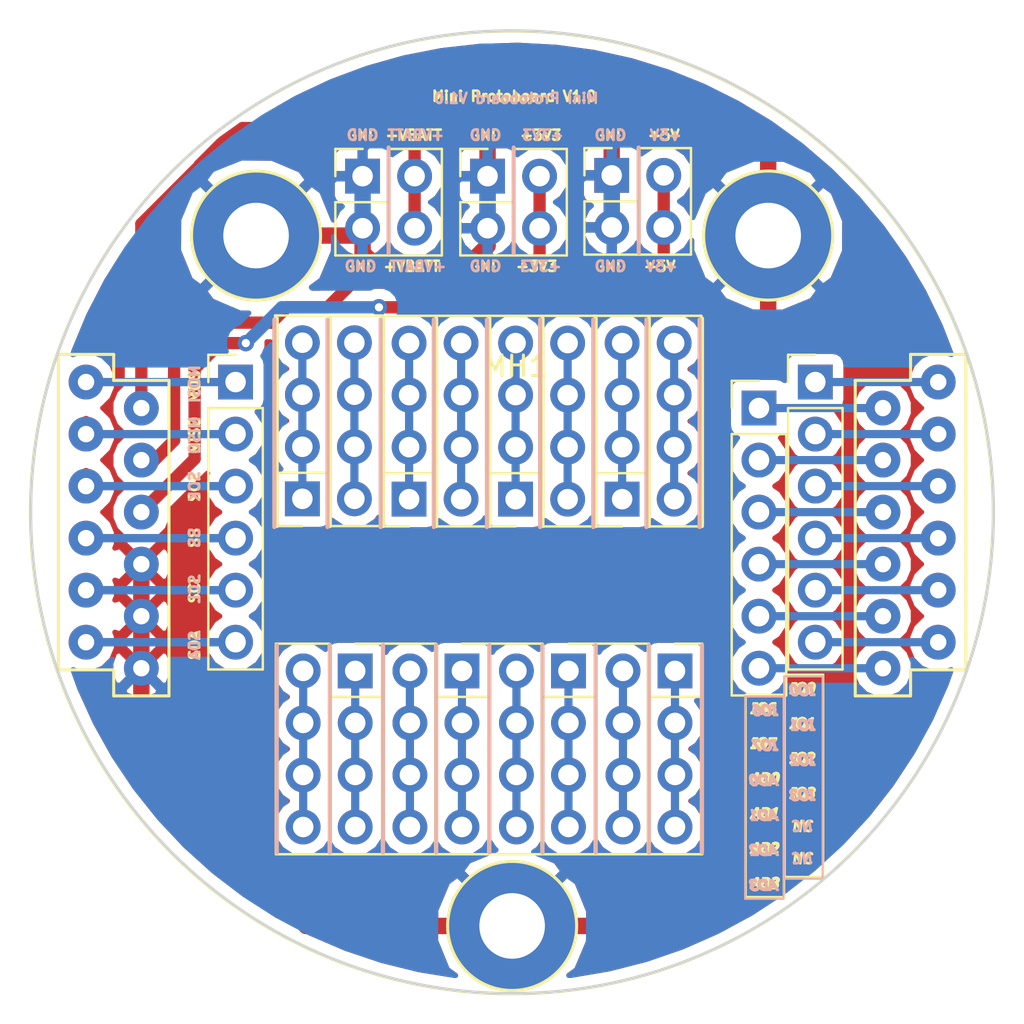
<source format=kicad_pcb>
(kicad_pcb (version 20171130) (host pcbnew "(5.0.0)")
  (layers (0 F.Cu signal) (31 B.Cu signal) (34 B.Paste user) (35 F.Paste user) (36 B.SilkS user) (37 F.SilkS user) (38 B.Mask user) (39 F.Mask user) (44 Edge.Cuts user))
  (net 0 "")
  (net 1 GND)
  (net 2 +BATT)
  (net 3 +5V)
  (net 4 +3V3)
  (net 5 "Net-(J4-Pad1)")
  (net 6 "Net-(J5-Pad1)")
  (net 7 "Net-(J6-Pad1)")
  (net 8 "Net-(J7-Pad1)")
  (net 9 "Net-(J8-Pad1)")
  (net 10 "Net-(J9-Pad1)")
  (net 11 "Net-(J10-Pad1)")
  (net 12 "Net-(J11-Pad1)")
  (net 13 /IO0)
  (net 14 /IO1)
  (net 15 /IO2)
  (net 16 /IO3)
  (net 17 /IO4)
  (net 18 /IO5)
  (net 19 /IO6)
  (net 20 /IO7)
  (net 21 /AD0)
  (net 22 /AD1)
  (net 23 /AD2)
  (net 24 /AD3)
  (net 25 /MOSI)
  (net 26 /MISO)
  (net 27 /SCK)
  (net 28 /SS)
  (net 29 /SCL)
  (net 30 /SDA)
  (net 31 "Net-(J4-Pad2)")
  (net 32 "Net-(J5-Pad2)")
  (net 33 "Net-(J6-Pad2)")
  (net 34 "Net-(J7-Pad2)")
  (net 35 "Net-(J8-Pad2)")
  (net 36 "Net-(J9-Pad2)")
  (net 37 "Net-(J10-Pad2)")
  (net 38 "Net-(J11-Pad2)")
  (module Connector_PinHeader_2.54mm:PinHeader_1x06_P2.54mm_Vertical (layer F.Cu) (at 12.05 -5.08)
    (fp_text reference J14 hide)
    (fp_text value Conn_01x06)
    (pad 6 thru_hole oval (at 0 12.7) (size 1.7 1.7) (drill 1) (layers *.Cu *.Mask) (net 24 /AD3))
    (pad 5 thru_hole oval (at 0 10.16) (size 1.7 1.7) (drill 1) (layers *.Cu *.Mask) (net 23 /AD2))
    (pad 4 thru_hole oval (at 0 7.62) (size 1.7 1.7) (drill 1) (layers *.Cu *.Mask) (net 22 /AD1))
    (pad 3 thru_hole oval (at 0 5.08) (size 1.7 1.7) (drill 1) (layers *.Cu *.Mask) (net 21 /AD0))
    (pad 2 thru_hole oval (at 0 2.54) (size 1.7 1.7) (drill 1) (layers *.Cu *.Mask) (net 20 /IO7))
    (pad 1 thru_hole rect (at 0 0) (size 1.7 1.7) (drill 1) (layers *.Cu *.Mask) (net 19 /IO6))
  )
  (module Connector_PinSocket_2.54mm:PinSocket_2x02_P2.54mm_Vertical (layer F.Cu) (at -7.3 -16.4 90)
    (fp_text reference J1 hide)
    (fp_text value Conn_02x02_Counter_Clockwise hide)
    (pad 1 thru_hole rect (at 0 0 90) (size 1.7 1.7) (drill 1) (layers *.Cu *.Mask) (net 1 GND))
    (pad 2 thru_hole oval (at -2.54 0 90) (size 1.7 1.7) (drill 1) (layers *.Cu *.Mask) (net 1 GND))
    (pad 3 thru_hole oval (at 0 2.54 90) (size 1.7 1.7) (drill 1) (layers *.Cu *.Mask) (net 2 +BATT))
    (pad 4 thru_hole oval (at -2.54 2.54 90) (size 1.7 1.7) (drill 1) (layers *.Cu *.Mask) (net 2 +BATT))
  )
  (module Connector_PinSocket_2.54mm:PinSocket_2x02_P2.54mm_Vertical (layer F.Cu) (at 4.86 -16.44 90)
    (fp_text reference J2 hide)
    (fp_text value Conn_02x02_Counter_Clockwise hide)
    (pad 4 thru_hole oval (at -2.54 2.54 90) (size 1.7 1.7) (drill 1) (layers *.Cu *.Mask) (net 3 +5V))
    (pad 3 thru_hole oval (at 0 2.54 90) (size 1.7 1.7) (drill 1) (layers *.Cu *.Mask) (net 3 +5V))
    (pad 2 thru_hole oval (at -2.54 0 90) (size 1.7 1.7) (drill 1) (layers *.Cu *.Mask) (net 1 GND))
    (pad 1 thru_hole rect (at 0 0 90) (size 1.7 1.7) (drill 1) (layers *.Cu *.Mask) (net 1 GND))
  )
  (module Connector_PinSocket_2.54mm:PinSocket_2x02_P2.54mm_Vertical (layer F.Cu) (at -1.2 -16.4 90)
    (fp_text reference J3 hide)
    (fp_text value Conn_02x02_Counter_Clockwise hide)
    (pad 1 thru_hole rect (at 0 0 90) (size 1.7 1.7) (drill 1) (layers *.Cu *.Mask) (net 1 GND))
    (pad 2 thru_hole oval (at -2.54 0 90) (size 1.7 1.7) (drill 1) (layers *.Cu *.Mask) (net 1 GND))
    (pad 3 thru_hole oval (at 0 2.54 90) (size 1.7 1.7) (drill 1) (layers *.Cu *.Mask) (net 4 +3V3))
    (pad 4 thru_hole oval (at -2.54 2.54 90) (size 1.7 1.7) (drill 1) (layers *.Cu *.Mask) (net 4 +3V3))
  )
  (module Connector_PinHeader_2.54mm:PinHeader_1x06_P2.54mm_Vertical (layer F.Cu) (at 14.8 -6.35)
    (fp_text reference J13 hide)
    (fp_text value Conn_01x06)
    (pad 1 thru_hole rect (at 0 0) (size 1.7 1.7) (drill 1) (layers *.Cu *.Mask) (net 13 /IO0))
    (pad 2 thru_hole oval (at 0 2.54) (size 1.7 1.7) (drill 1) (layers *.Cu *.Mask) (net 14 /IO1))
    (pad 3 thru_hole oval (at 0 5.08) (size 1.7 1.7) (drill 1) (layers *.Cu *.Mask) (net 15 /IO2))
    (pad 4 thru_hole oval (at 0 7.62) (size 1.7 1.7) (drill 1) (layers *.Cu *.Mask) (net 16 /IO3))
    (pad 5 thru_hole oval (at 0 10.16) (size 1.7 1.7) (drill 1) (layers *.Cu *.Mask) (net 17 /IO4))
    (pad 6 thru_hole oval (at 0 12.7) (size 1.7 1.7) (drill 1) (layers *.Cu *.Mask) (net 18 /IO5))
  )
  (module Connector_PinHeader_2.54mm:PinHeader_1x06_P2.54mm_Vertical (layer F.Cu) (at -13.5 -6.35)
    (fp_text reference J15 hide)
    (fp_text value Conn_01x06)
    (pad 1 thru_hole rect (at 0 0) (size 1.7 1.7) (drill 1) (layers *.Cu *.Mask) (net 25 /MOSI))
    (pad 2 thru_hole oval (at 0 2.54) (size 1.7 1.7) (drill 1) (layers *.Cu *.Mask) (net 26 /MISO))
    (pad 3 thru_hole oval (at 0 5.08) (size 1.7 1.7) (drill 1) (layers *.Cu *.Mask) (net 27 /SCK))
    (pad 4 thru_hole oval (at 0 7.62) (size 1.7 1.7) (drill 1) (layers *.Cu *.Mask) (net 28 /SS))
    (pad 5 thru_hole oval (at 0 10.16) (size 1.7 1.7) (drill 1) (layers *.Cu *.Mask) (net 29 /SCL))
    (pad 6 thru_hole oval (at 0 12.7) (size 1.7 1.7) (drill 1) (layers *.Cu *.Mask) (net 30 /SDA))
  )
  (module Connector_PinSocket_2.54mm:PinSocket_2x04_P2.54mm_Vertical (layer F.Cu) (at -10.24 -0.65 180)
    (fp_text reference J4 hide)
    (fp_text value Conn_02x04_Odd_Even)
    (pad 8 thru_hole oval (at -2.54 7.62 180) (size 1.7 1.7) (drill 1) (layers *.Cu *.Mask) (net 31 "Net-(J4-Pad2)"))
    (pad 7 thru_hole oval (at 0 7.62 180) (size 1.7 1.7) (drill 1) (layers *.Cu *.Mask) (net 5 "Net-(J4-Pad1)"))
    (pad 6 thru_hole oval (at -2.54 5.08 180) (size 1.7 1.7) (drill 1) (layers *.Cu *.Mask) (net 31 "Net-(J4-Pad2)"))
    (pad 5 thru_hole oval (at 0 5.08 180) (size 1.7 1.7) (drill 1) (layers *.Cu *.Mask) (net 5 "Net-(J4-Pad1)"))
    (pad 4 thru_hole oval (at -2.54 2.54 180) (size 1.7 1.7) (drill 1) (layers *.Cu *.Mask) (net 31 "Net-(J4-Pad2)"))
    (pad 3 thru_hole oval (at 0 2.54 180) (size 1.7 1.7) (drill 1) (layers *.Cu *.Mask) (net 5 "Net-(J4-Pad1)"))
    (pad 2 thru_hole oval (at -2.54 0 180) (size 1.7 1.7) (drill 1) (layers *.Cu *.Mask) (net 31 "Net-(J4-Pad2)"))
    (pad 1 thru_hole rect (at 0 0 180) (size 1.7 1.7) (drill 1) (layers *.Cu *.Mask) (net 5 "Net-(J4-Pad1)"))
  )
  (module Connector_PinSocket_2.54mm:PinSocket_2x04_P2.54mm_Vertical (layer F.Cu) (at -5.03 -0.632164 180)
    (fp_text reference J5 hide)
    (fp_text value Conn_02x04_Odd_Even)
    (pad 8 thru_hole oval (at -2.54 7.62 180) (size 1.7 1.7) (drill 1) (layers *.Cu *.Mask) (net 32 "Net-(J5-Pad2)"))
    (pad 7 thru_hole oval (at 0 7.62 180) (size 1.7 1.7) (drill 1) (layers *.Cu *.Mask) (net 6 "Net-(J5-Pad1)"))
    (pad 6 thru_hole oval (at -2.54 5.08 180) (size 1.7 1.7) (drill 1) (layers *.Cu *.Mask) (net 32 "Net-(J5-Pad2)"))
    (pad 5 thru_hole oval (at 0 5.08 180) (size 1.7 1.7) (drill 1) (layers *.Cu *.Mask) (net 6 "Net-(J5-Pad1)"))
    (pad 4 thru_hole oval (at -2.54 2.54 180) (size 1.7 1.7) (drill 1) (layers *.Cu *.Mask) (net 32 "Net-(J5-Pad2)"))
    (pad 3 thru_hole oval (at 0 2.54 180) (size 1.7 1.7) (drill 1) (layers *.Cu *.Mask) (net 6 "Net-(J5-Pad1)"))
    (pad 2 thru_hole oval (at -2.54 0 180) (size 1.7 1.7) (drill 1) (layers *.Cu *.Mask) (net 32 "Net-(J5-Pad2)"))
    (pad 1 thru_hole rect (at 0 0 180) (size 1.7 1.7) (drill 1) (layers *.Cu *.Mask) (net 6 "Net-(J5-Pad1)"))
  )
  (module Connector_PinSocket_2.54mm:PinSocket_2x04_P2.54mm_Vertical (layer F.Cu) (at 7.95 7.75)
    (fp_text reference J6 hide)
    (fp_text value Conn_02x04_Odd_Even hide)
    (pad 8 thru_hole oval (at -2.54 7.62) (size 1.7 1.7) (drill 1) (layers *.Cu *.Mask) (net 33 "Net-(J6-Pad2)"))
    (pad 7 thru_hole oval (at 0 7.62) (size 1.7 1.7) (drill 1) (layers *.Cu *.Mask) (net 7 "Net-(J6-Pad1)"))
    (pad 6 thru_hole oval (at -2.54 5.08) (size 1.7 1.7) (drill 1) (layers *.Cu *.Mask) (net 33 "Net-(J6-Pad2)"))
    (pad 5 thru_hole oval (at 0 5.08) (size 1.7 1.7) (drill 1) (layers *.Cu *.Mask) (net 7 "Net-(J6-Pad1)"))
    (pad 4 thru_hole oval (at -2.54 2.54) (size 1.7 1.7) (drill 1) (layers *.Cu *.Mask) (net 33 "Net-(J6-Pad2)"))
    (pad 3 thru_hole oval (at 0 2.54) (size 1.7 1.7) (drill 1) (layers *.Cu *.Mask) (net 7 "Net-(J6-Pad1)"))
    (pad 2 thru_hole oval (at -2.54 0) (size 1.7 1.7) (drill 1) (layers *.Cu *.Mask) (net 33 "Net-(J6-Pad2)"))
    (pad 1 thru_hole rect (at 0 0) (size 1.7 1.7) (drill 1) (layers *.Cu *.Mask) (net 7 "Net-(J6-Pad1)"))
  )
  (module Connector_PinSocket_2.54mm:PinSocket_2x04_P2.54mm_Vertical (layer F.Cu) (at 0.17 -0.632164 180)
    (fp_text reference J7 hide)
    (fp_text value Conn_02x04_Odd_Even)
    (pad 8 thru_hole oval (at -2.54 7.62 180) (size 1.7 1.7) (drill 1) (layers *.Cu *.Mask) (net 34 "Net-(J7-Pad2)"))
    (pad 7 thru_hole oval (at 0 7.62 180) (size 1.7 1.7) (drill 1) (layers *.Cu *.Mask) (net 8 "Net-(J7-Pad1)"))
    (pad 6 thru_hole oval (at -2.54 5.08 180) (size 1.7 1.7) (drill 1) (layers *.Cu *.Mask) (net 34 "Net-(J7-Pad2)"))
    (pad 5 thru_hole oval (at 0 5.08 180) (size 1.7 1.7) (drill 1) (layers *.Cu *.Mask) (net 8 "Net-(J7-Pad1)"))
    (pad 4 thru_hole oval (at -2.54 2.54 180) (size 1.7 1.7) (drill 1) (layers *.Cu *.Mask) (net 34 "Net-(J7-Pad2)"))
    (pad 3 thru_hole oval (at 0 2.54 180) (size 1.7 1.7) (drill 1) (layers *.Cu *.Mask) (net 8 "Net-(J7-Pad1)"))
    (pad 2 thru_hole oval (at -2.54 0 180) (size 1.7 1.7) (drill 1) (layers *.Cu *.Mask) (net 34 "Net-(J7-Pad2)"))
    (pad 1 thru_hole rect (at 0 0 180) (size 1.7 1.7) (drill 1) (layers *.Cu *.Mask) (net 8 "Net-(J7-Pad1)"))
  )
  (module Connector_PinSocket_2.54mm:PinSocket_2x04_P2.54mm_Vertical (layer F.Cu) (at 2.75 7.75)
    (fp_text reference J8 hide)
    (fp_text value Conn_02x04_Odd_Even)
    (pad 1 thru_hole rect (at 0 0) (size 1.7 1.7) (drill 1) (layers *.Cu *.Mask) (net 9 "Net-(J8-Pad1)"))
    (pad 2 thru_hole oval (at -2.54 0) (size 1.7 1.7) (drill 1) (layers *.Cu *.Mask) (net 35 "Net-(J8-Pad2)"))
    (pad 3 thru_hole oval (at 0 2.54) (size 1.7 1.7) (drill 1) (layers *.Cu *.Mask) (net 9 "Net-(J8-Pad1)"))
    (pad 4 thru_hole oval (at -2.54 2.54) (size 1.7 1.7) (drill 1) (layers *.Cu *.Mask) (net 35 "Net-(J8-Pad2)"))
    (pad 5 thru_hole oval (at 0 5.08) (size 1.7 1.7) (drill 1) (layers *.Cu *.Mask) (net 9 "Net-(J8-Pad1)"))
    (pad 6 thru_hole oval (at -2.54 5.08) (size 1.7 1.7) (drill 1) (layers *.Cu *.Mask) (net 35 "Net-(J8-Pad2)"))
    (pad 7 thru_hole oval (at 0 7.62) (size 1.7 1.7) (drill 1) (layers *.Cu *.Mask) (net 9 "Net-(J8-Pad1)"))
    (pad 8 thru_hole oval (at -2.54 7.62) (size 1.7 1.7) (drill 1) (layers *.Cu *.Mask) (net 35 "Net-(J8-Pad2)"))
  )
  (module Connector_PinSocket_2.54mm:PinSocket_2x04_P2.54mm_Vertical (layer F.Cu) (at 5.37 -0.632164 180)
    (fp_text reference J9 hide)
    (fp_text value Conn_02x04_Odd_Even)
    (pad 1 thru_hole rect (at 0 0 180) (size 1.7 1.7) (drill 1) (layers *.Cu *.Mask) (net 10 "Net-(J9-Pad1)"))
    (pad 2 thru_hole oval (at -2.54 0 180) (size 1.7 1.7) (drill 1) (layers *.Cu *.Mask) (net 36 "Net-(J9-Pad2)"))
    (pad 3 thru_hole oval (at 0 2.54 180) (size 1.7 1.7) (drill 1) (layers *.Cu *.Mask) (net 10 "Net-(J9-Pad1)"))
    (pad 4 thru_hole oval (at -2.54 2.54 180) (size 1.7 1.7) (drill 1) (layers *.Cu *.Mask) (net 36 "Net-(J9-Pad2)"))
    (pad 5 thru_hole oval (at 0 5.08 180) (size 1.7 1.7) (drill 1) (layers *.Cu *.Mask) (net 10 "Net-(J9-Pad1)"))
    (pad 6 thru_hole oval (at -2.54 5.08 180) (size 1.7 1.7) (drill 1) (layers *.Cu *.Mask) (net 36 "Net-(J9-Pad2)"))
    (pad 7 thru_hole oval (at 0 7.62 180) (size 1.7 1.7) (drill 1) (layers *.Cu *.Mask) (net 10 "Net-(J9-Pad1)"))
    (pad 8 thru_hole oval (at -2.54 7.62 180) (size 1.7 1.7) (drill 1) (layers *.Cu *.Mask) (net 36 "Net-(J9-Pad2)"))
  )
  (module Connector_PinSocket_2.54mm:PinSocket_2x04_P2.54mm_Vertical (layer F.Cu) (at -2.45 7.75)
    (fp_text reference J10 hide)
    (fp_text value Conn_02x04_Odd_Even)
    (pad 1 thru_hole rect (at 0 0) (size 1.7 1.7) (drill 1) (layers *.Cu *.Mask) (net 11 "Net-(J10-Pad1)"))
    (pad 2 thru_hole oval (at -2.54 0) (size 1.7 1.7) (drill 1) (layers *.Cu *.Mask) (net 37 "Net-(J10-Pad2)"))
    (pad 3 thru_hole oval (at 0 2.54) (size 1.7 1.7) (drill 1) (layers *.Cu *.Mask) (net 11 "Net-(J10-Pad1)"))
    (pad 4 thru_hole oval (at -2.54 2.54) (size 1.7 1.7) (drill 1) (layers *.Cu *.Mask) (net 37 "Net-(J10-Pad2)"))
    (pad 5 thru_hole oval (at 0 5.08) (size 1.7 1.7) (drill 1) (layers *.Cu *.Mask) (net 11 "Net-(J10-Pad1)"))
    (pad 6 thru_hole oval (at -2.54 5.08) (size 1.7 1.7) (drill 1) (layers *.Cu *.Mask) (net 37 "Net-(J10-Pad2)"))
    (pad 7 thru_hole oval (at 0 7.62) (size 1.7 1.7) (drill 1) (layers *.Cu *.Mask) (net 11 "Net-(J10-Pad1)"))
    (pad 8 thru_hole oval (at -2.54 7.62) (size 1.7 1.7) (drill 1) (layers *.Cu *.Mask) (net 37 "Net-(J10-Pad2)"))
  )
  (module Connector_PinSocket_2.54mm:PinSocket_2x04_P2.54mm_Vertical (layer F.Cu) (at -7.66 7.75)
    (fp_text reference J11 hide)
    (fp_text value Conn_02x04_Odd_Even)
    (pad 1 thru_hole rect (at 0 0) (size 1.7 1.7) (drill 1) (layers *.Cu *.Mask) (net 12 "Net-(J11-Pad1)"))
    (pad 2 thru_hole oval (at -2.54 0) (size 1.7 1.7) (drill 1) (layers *.Cu *.Mask) (net 38 "Net-(J11-Pad2)"))
    (pad 3 thru_hole oval (at 0 2.54) (size 1.7 1.7) (drill 1) (layers *.Cu *.Mask) (net 12 "Net-(J11-Pad1)"))
    (pad 4 thru_hole oval (at -2.54 2.54) (size 1.7 1.7) (drill 1) (layers *.Cu *.Mask) (net 38 "Net-(J11-Pad2)"))
    (pad 5 thru_hole oval (at 0 5.08) (size 1.7 1.7) (drill 1) (layers *.Cu *.Mask) (net 12 "Net-(J11-Pad1)"))
    (pad 6 thru_hole oval (at -2.54 5.08) (size 1.7 1.7) (drill 1) (layers *.Cu *.Mask) (net 38 "Net-(J11-Pad2)"))
    (pad 7 thru_hole oval (at 0 7.62) (size 1.7 1.7) (drill 1) (layers *.Cu *.Mask) (net 12 "Net-(J11-Pad1)"))
    (pad 8 thru_hole oval (at -2.54 7.62) (size 1.7 1.7) (drill 1) (layers *.Cu *.Mask) (net 38 "Net-(J11-Pad2)"))
  )
  (module AXTEC:MH_CanSat (layer F.Cu) (at 0 0)
    (fp_text reference MH1 (at 0.17 -7.12) (layer F.SilkS))
    (fp_text value MH_CanSat)
    (pad 2 thru_hole circle (at 12.5 -13.5) (size 6.2 6.2) (drill 3.2) (layers *.Cu *.Mask) (net 1 GND))
    (pad 1 thru_hole circle (at -12.5 -13.5) (size 6.3 6.3) (drill 3.2) (layers *.Cu *.Mask) (net 1 GND))
    (pad 3 thru_hole circle (at 0 20.2) (size 6.2 6.2) (drill 3.2) (layers *.Cu *.Mask) (net 1 GND))
  )
  (module AXTEC:Conector_Expansion_CanSat (layer F.Cu) (at 0 0)
    (fp_text reference J12 hide)
    (fp_text value Conector_Expansion_CanSat hide)
    (pad 19 thru_hole circle (at -20.8 -6.35) (size 1.7 1.7) (drill 0.8) (layers *.Cu *.Mask) (net 25 /MOSI))
    (pad 20 thru_hole circle (at -20.8 -3.81) (size 1.7 1.7) (drill 0.8) (layers *.Cu *.Mask) (net 26 /MISO))
    (pad 21 thru_hole circle (at -20.8 -1.27) (size 1.7 1.7) (drill 0.8) (layers *.Cu *.Mask) (net 27 /SCK))
    (pad 22 thru_hole circle (at -20.8 1.27) (size 1.7 1.7) (drill 0.8) (layers *.Cu *.Mask) (net 28 /SS))
    (pad 23 thru_hole circle (at -20.8 3.81) (size 1.7 1.7) (drill 0.8) (layers *.Cu *.Mask) (net 29 /SCL))
    (pad 24 thru_hole circle (at -20.8 6.35) (size 1.7 1.7) (drill 0.8) (layers *.Cu *.Mask) (net 30 /SDA))
    (pad 13 thru_hole circle (at -18.1 -5.08) (size 1.7 1.7) (drill 0.8) (layers *.Cu *.Mask) (net 2 +BATT))
    (pad 14 thru_hole circle (at -18.1 -2.54) (size 1.7 1.7) (drill 0.8) (layers *.Cu *.Mask) (net 4 +3V3))
    (pad 15 thru_hole circle (at -18.1 0) (size 1.7 1.7) (drill 0.8) (layers *.Cu *.Mask) (net 3 +5V))
    (pad 16 thru_hole circle (at -18.1 2.54) (size 1.7 1.7) (drill 0.8) (layers *.Cu *.Mask) (net 1 GND))
    (pad 17 thru_hole circle (at -18.1 5.08) (size 1.7 1.7) (drill 0.8) (layers *.Cu *.Mask) (net 1 GND))
    (pad 18 thru_hole circle (at -18.1 7.62) (size 1.7 1.7) (drill 0.8) (layers *.Cu *.Mask) (net 1 GND))
    (pad 1 thru_hole circle (at 20.8 -6.35) (size 1.7 1.7) (drill 0.8) (layers *.Cu *.Mask) (net 13 /IO0))
    (pad 2 thru_hole circle (at 20.8 -3.81) (size 1.7 1.7) (drill 0.8) (layers *.Cu *.Mask) (net 14 /IO1))
    (pad 3 thru_hole circle (at 20.8 -1.27) (size 1.7 1.7) (drill 0.8) (layers *.Cu *.Mask) (net 15 /IO2))
    (pad 4 thru_hole circle (at 20.8 1.27) (size 1.7 1.7) (drill 0.8) (layers *.Cu *.Mask) (net 16 /IO3))
    (pad 5 thru_hole circle (at 20.8 3.81) (size 1.7 1.7) (drill 0.8) (layers *.Cu *.Mask) (net 17 /IO4))
    (pad 6 thru_hole circle (at 20.8 6.35) (size 1.7 1.7) (drill 0.8) (layers *.Cu *.Mask) (net 18 /IO5))
    (pad 7 thru_hole circle (at 18.1 -5.08) (size 1.7 1.7) (drill 0.8) (layers *.Cu *.Mask) (net 19 /IO6))
    (pad 8 thru_hole circle (at 18.1 -2.54) (size 1.7 1.7) (drill 0.8) (layers *.Cu *.Mask) (net 20 /IO7))
    (pad 9 thru_hole circle (at 18.1 0) (size 1.7 1.7) (drill 0.8) (layers *.Cu *.Mask) (net 21 /AD0))
    (pad 10 thru_hole circle (at 18.1 2.54) (size 1.7 1.7) (drill 0.8) (layers *.Cu *.Mask) (net 22 /AD1))
    (pad 11 thru_hole circle (at 18.1 5.08) (size 1.7 1.7) (drill 0.8) (layers *.Cu *.Mask) (net 23 /AD2))
    (pad 12 thru_hole circle (at 18.1 7.62) (size 1.7 1.7) (drill 0.8) (layers *.Cu *.Mask) (net 24 /AD3))
  )
  (gr_text NC (at 14.1732 16.9164) (layer B.SilkS) (effects (font (size 0.5 0.5) (thickness 0.125) italic) (justify mirror)))
  (gr_text NC (at 14.1732 15.3416) (layer B.SilkS) (effects (font (size 0.5 0.5) (thickness 0.125) italic) (justify mirror)))
  (gr_text NC (at 14.1732 16.9164) (layer F.SilkS) (effects (font (size 0.5 0.5) (thickness 0.125) italic)))
  (gr_text NC (at 14.1732 15.3416) (layer F.SilkS) (effects (font (size 0.5 0.5) (thickness 0.125) italic)))
  (gr_circle (center 0 0) (end 23.5 0) (layer Edge.Cuts) (width 0.15))
  (gr_line (start 13.699812 13.606243) (end 13.702017 13.605934) (layer B.SilkS) (width 0.1))
  (gr_line (start 13.697649 13.606585) (end 13.699812 13.606243) (layer B.SilkS) (width 0.1))
  (gr_line (start 13.693445 13.607366) (end 13.695526 13.606959) (layer B.SilkS) (width 0.1))
  (gr_line (start 13.691406 13.607805) (end 13.693445 13.607366) (layer B.SilkS) (width 0.1))
  (gr_line (start 13.647136 13.639675) (end 13.647806 13.638268) (layer B.SilkS) (width 0.1))
  (gr_line (start 13.681825 13.610488) (end 13.683659 13.609887) (layer B.SilkS) (width 0.1))
  (gr_line (start 13.668639 13.616474) (end 13.670143 13.615612) (layer B.SilkS) (width 0.1))
  (gr_line (start 13.655777 13.626761) (end 13.656879 13.625611) (layer B.SilkS) (width 0.1))
  (gr_line (start 13.654719 13.627937) (end 13.655777 13.626761) (layer B.SilkS) (width 0.1))
  (gr_line (start 13.695526 13.606959) (end 13.697649 13.606585) (layer B.SilkS) (width 0.1))
  (gr_line (start 13.680032 13.611123) (end 13.681825 13.610488) (layer B.SilkS) (width 0.1))
  (gr_line (start 13.652731 13.630365) (end 13.653703 13.629138) (layer B.SilkS) (width 0.1))
  (gr_line (start 13.671688 13.614782) (end 13.673275 13.613985) (layer B.SilkS) (width 0.1))
  (gr_line (start 13.667176 13.617368) (end 13.668639 13.616474) (layer B.SilkS) (width 0.1))
  (gr_line (start 13.650074 13.634201) (end 13.650917 13.632897) (layer B.SilkS) (width 0.1))
  (gr_line (start 13.647806 13.638268) (end 13.648519 13.636887) (layer B.SilkS) (width 0.1))
  (gr_line (start 13.702017 13.605934) (end 13.704263 13.605658) (layer B.SilkS) (width 0.1))
  (gr_line (start 13.673275 13.613985) (end 13.674902 13.613221) (layer B.SilkS) (width 0.1))
  (gr_line (start 13.658024 13.624487) (end 13.659212 13.623388) (layer B.SilkS) (width 0.1))
  (gr_line (start 13.711247 13.605024) (end 13.713658 13.604877) (layer B.SilkS) (width 0.1))
  (gr_line (start 13.645927 13.642567) (end 13.64651 13.641108) (layer B.SilkS) (width 0.1))
  (gr_line (start 13.689407 13.608276) (end 13.691406 13.607805) (layer B.SilkS) (width 0.1))
  (gr_line (start 13.683659 13.609887) (end 13.685534 13.609317) (layer B.SilkS) (width 0.1))
  (gr_line (start 13.670143 13.615612) (end 13.671688 13.614782) (layer B.SilkS) (width 0.1))
  (gr_line (start 13.648519 13.636887) (end 13.649275 13.635531) (layer B.SilkS) (width 0.1))
  (gr_line (start 13.64651 13.641108) (end 13.647136 13.639675) (layer B.SilkS) (width 0.1))
  (gr_line (start 13.674902 13.613221) (end 13.676571 13.612489) (layer B.SilkS) (width 0.1))
  (gr_line (start 13.663035 13.620247) (end 13.664374 13.619255) (layer B.SilkS) (width 0.1))
  (gr_line (start 13.660443 13.622315) (end 13.661717 13.621268) (layer B.SilkS) (width 0.1))
  (gr_line (start 13.72586 13.60463) (end 13.728017 13.60467) (layer B.SilkS) (width 0.1))
  (gr_line (start 13.685534 13.609317) (end 13.68745 13.608781) (layer B.SilkS) (width 0.1))
  (gr_line (start 13.650917 13.632897) (end 13.651802 13.631618) (layer B.SilkS) (width 0.1))
  (gr_line (start 13.651802 13.631618) (end 13.652731 13.630365) (layer B.SilkS) (width 0.1))
  (gr_line (start 13.723713 13.604617) (end 13.72586 13.60463) (layer B.SilkS) (width 0.1))
  (gr_line (start 13.676571 13.612489) (end 13.678281 13.61179) (layer B.SilkS) (width 0.1))
  (gr_line (start 13.661717 13.621268) (end 13.663035 13.620247) (layer B.SilkS) (width 0.1))
  (gr_line (start 13.664374 13.619255) (end 13.665755 13.618295) (layer B.SilkS) (width 0.1))
  (gr_line (start 13.70655 13.605414) (end 13.708878 13.605203) (layer B.SilkS) (width 0.1))
  (gr_line (start 13.653703 13.629138) (end 13.654719 13.627937) (layer B.SilkS) (width 0.1))
  (gr_line (start 13.721137 13.604633) (end 13.723713 13.604617) (layer B.SilkS) (width 0.1))
  (gr_line (start 13.718603 13.604682) (end 13.721137 13.604633) (layer B.SilkS) (width 0.1))
  (gr_line (start 13.649275 13.635531) (end 13.650074 13.634201) (layer B.SilkS) (width 0.1))
  (gr_line (start 13.659212 13.623388) (end 13.660443 13.622315) (layer B.SilkS) (width 0.1))
  (gr_line (start 13.713658 13.604877) (end 13.71611 13.604763) (layer B.SilkS) (width 0.1))
  (gr_line (start 13.68745 13.608781) (end 13.689407 13.608276) (layer B.SilkS) (width 0.1))
  (gr_line (start 13.656879 13.625611) (end 13.658024 13.624487) (layer B.SilkS) (width 0.1))
  (gr_line (start 13.678281 13.61179) (end 13.680032 13.611123) (layer B.SilkS) (width 0.1))
  (gr_line (start 13.665755 13.618295) (end 13.667176 13.617368) (layer B.SilkS) (width 0.1))
  (gr_line (start 13.71611 13.604763) (end 13.718603 13.604682) (layer B.SilkS) (width 0.1))
  (gr_line (start 13.708878 13.605203) (end 13.711247 13.605024) (layer B.SilkS) (width 0.1))
  (gr_line (start 13.704263 13.605658) (end 13.70655 13.605414) (layer B.SilkS) (width 0.1))
  (gr_line (start 13.643335 13.651859) (end 13.643659 13.650246) (layer B.SilkS) (width 0.1))
  (gr_line (start 13.655233 13.711311) (end 13.653905 13.709159) (layer B.SilkS) (width 0.1))
  (gr_line (start 13.642622 13.656852) (end 13.642816 13.655162) (layer B.SilkS) (width 0.1))
  (gr_line (start 13.683625 13.738879) (end 13.681299 13.737358) (layer B.SilkS) (width 0.1))
  (gr_line (start 13.643173 13.677694) (end 13.64285 13.675006) (layer B.SilkS) (width 0.1))
  (gr_line (start 13.644573 13.685529) (end 13.644035 13.682956) (layer B.SilkS) (width 0.1))
  (gr_line (start 13.661262 13.719539) (end 13.659647 13.717539) (layer B.SilkS) (width 0.1))
  (gr_line (start 13.674578 13.732463) (end 13.67246 13.730731) (layer B.SilkS) (width 0.1))
  (gr_line (start 13.706389 13.750166) (end 13.703697 13.749125) (layer B.SilkS) (width 0.1))
  (gr_line (start 13.720454 13.754569) (end 13.71756 13.753795) (layer B.SilkS) (width 0.1))
  (gr_line (start 13.690848 13.743122) (end 13.6884 13.741761) (layer B.SilkS) (width 0.1))
  (gr_line (start 13.664708 13.723423) (end 13.662949 13.7215) (layer B.SilkS) (width 0.1))
  (gr_line (start 13.670414 13.728961) (end 13.66844 13.727153) (layer B.SilkS) (width 0.1))
  (gr_line (start 13.726364 13.755956) (end 13.723389 13.755289) (layer B.SilkS) (width 0.1))
  (gr_line (start 13.72938 13.75657) (end 13.726364 13.755956) (layer B.SilkS) (width 0.1))
  (gr_line (start 13.642362 13.66031) (end 13.64247 13.658568) (layer B.SilkS) (width 0.1))
  (gr_line (start 13.71756 13.753795) (end 13.714706 13.752968) (layer B.SilkS) (width 0.1))
  (gr_line (start 13.642276 13.66387) (end 13.642298 13.662077) (layer B.SilkS) (width 0.1))
  (gr_line (start 13.642312 13.666711) (end 13.642276 13.66387) (layer B.SilkS) (width 0.1))
  (gr_line (start 13.64242 13.669514) (end 13.642312 13.666711) (layer B.SilkS) (width 0.1))
  (gr_line (start 13.651464 13.704739) (end 13.650351 13.702472) (layer B.SilkS) (width 0.1))
  (gr_line (start 13.714706 13.752968) (end 13.711893 13.752087) (layer B.SilkS) (width 0.1))
  (gr_line (start 13.703697 13.749125) (end 13.701046 13.748031) (layer B.SilkS) (width 0.1))
  (gr_line (start 13.679012 13.735784) (end 13.676767 13.734156) (layer B.SilkS) (width 0.1))
  (gr_line (start 13.695866 13.745683) (end 13.693337 13.744429) (layer B.SilkS) (width 0.1))
  (gr_line (start 13.723389 13.755289) (end 13.720454 13.754569) (layer B.SilkS) (width 0.1))
  (gr_line (start 13.6884 13.741761) (end 13.685992 13.740347) (layer B.SilkS) (width 0.1))
  (gr_line (start 13.676767 13.734156) (end 13.674578 13.732463) (layer B.SilkS) (width 0.1))
  (gr_line (start 13.701046 13.748031) (end 13.698436 13.746884) (layer B.SilkS) (width 0.1))
  (gr_line (start 13.645387 13.644051) (end 13.645927 13.642567) (layer B.SilkS) (width 0.1))
  (gr_line (start 13.644035 13.682956) (end 13.643568 13.680344) (layer B.SilkS) (width 0.1))
  (gr_line (start 13.67246 13.730731) (end 13.670414 13.728961) (layer B.SilkS) (width 0.1))
  (gr_line (start 13.644436 13.647097) (end 13.64489 13.645561) (layer B.SilkS) (width 0.1))
  (gr_line (start 13.644026 13.648659) (end 13.644436 13.647097) (layer B.SilkS) (width 0.1))
  (gr_line (start 13.643054 13.653498) (end 13.643335 13.651859) (layer B.SilkS) (width 0.1))
  (gr_line (start 13.711893 13.752087) (end 13.709121 13.751153) (layer B.SilkS) (width 0.1))
  (gr_line (start 13.649311 13.700166) (end 13.648342 13.697822) (layer B.SilkS) (width 0.1))
  (gr_line (start 13.642816 13.655162) (end 13.643054 13.653498) (layer B.SilkS) (width 0.1))
  (gr_line (start 13.64247 13.658568) (end 13.642622 13.656852) (layer B.SilkS) (width 0.1))
  (gr_line (start 13.64285 13.675006) (end 13.642599 13.672279) (layer B.SilkS) (width 0.1))
  (gr_line (start 13.709121 13.751153) (end 13.706389 13.750166) (layer B.SilkS) (width 0.1))
  (gr_line (start 13.658104 13.715501) (end 13.656632 13.713425) (layer B.SilkS) (width 0.1))
  (gr_line (start 13.681299 13.737358) (end 13.679012 13.735784) (layer B.SilkS) (width 0.1))
  (gr_line (start 13.642298 13.662077) (end 13.642362 13.66031) (layer B.SilkS) (width 0.1))
  (gr_line (start 13.646619 13.69302) (end 13.645865 13.690561) (layer B.SilkS) (width 0.1))
  (gr_line (start 13.698436 13.746884) (end 13.695866 13.745683) (layer B.SilkS) (width 0.1))
  (gr_line (start 13.656632 13.713425) (end 13.655233 13.711311) (layer B.SilkS) (width 0.1))
  (gr_line (start 13.652648 13.706968) (end 13.651464 13.704739) (layer B.SilkS) (width 0.1))
  (gr_line (start 13.645865 13.690561) (end 13.645183 13.688064) (layer B.SilkS) (width 0.1))
  (gr_line (start 13.653905 13.709159) (end 13.652648 13.706968) (layer B.SilkS) (width 0.1))
  (gr_line (start 13.648342 13.697822) (end 13.647444 13.69544) (layer B.SilkS) (width 0.1))
  (gr_line (start 13.642599 13.672279) (end 13.64242 13.669514) (layer B.SilkS) (width 0.1))
  (gr_line (start 13.643568 13.680344) (end 13.643173 13.677694) (layer B.SilkS) (width 0.1))
  (gr_line (start 13.659647 13.717539) (end 13.658104 13.715501) (layer B.SilkS) (width 0.1))
  (gr_line (start 13.666538 13.725307) (end 13.664708 13.723423) (layer B.SilkS) (width 0.1))
  (gr_line (start 13.685992 13.740347) (end 13.683625 13.738879) (layer B.SilkS) (width 0.1))
  (gr_line (start 13.645183 13.688064) (end 13.644573 13.685529) (layer B.SilkS) (width 0.1))
  (gr_line (start 13.66844 13.727153) (end 13.666538 13.725307) (layer B.SilkS) (width 0.1))
  (gr_line (start 13.650351 13.702472) (end 13.649311 13.700166) (layer B.SilkS) (width 0.1))
  (gr_line (start 13.647444 13.69544) (end 13.646619 13.69302) (layer B.SilkS) (width 0.1))
  (gr_line (start 13.693337 13.744429) (end 13.690848 13.743122) (layer B.SilkS) (width 0.1))
  (gr_line (start 13.662949 13.7215) (end 13.661262 13.719539) (layer B.SilkS) (width 0.1))
  (gr_line (start 13.64489 13.645561) (end 13.645387 13.644051) (layer B.SilkS) (width 0.1))
  (gr_line (start 13.643659 13.650246) (end 13.644026 13.648659) (layer B.SilkS) (width 0.1))
  (gr_line (start 13.740985 13.815874) (end 13.743485 13.815422) (layer B.SilkS) (width 0.1))
  (gr_line (start 13.738538 13.816362) (end 13.740985 13.815874) (layer B.SilkS) (width 0.1))
  (gr_line (start 13.724992 13.820049) (end 13.727115 13.819344) (layer B.SilkS) (width 0.1))
  (gr_line (start 13.706721 13.829085) (end 13.708306 13.828018) (layer B.SilkS) (width 0.1))
  (gr_line (start 13.70371 13.831326) (end 13.70519 13.830187) (layer B.SilkS) (width 0.1))
  (gr_line (start 13.687335 13.852796) (end 13.688087 13.851109) (layer B.SilkS) (width 0.1))
  (gr_line (start 13.702279 13.832501) (end 13.70371 13.831326) (layer B.SilkS) (width 0.1))
  (gr_line (start 13.69585 13.838927) (end 13.697039 13.837568) (layer B.SilkS) (width 0.1))
  (gr_line (start 13.68537 13.858077) (end 13.685977 13.85628) (layer B.SilkS) (width 0.1))
  (gr_line (start 13.746039 13.815007) (end 13.748646 13.814627) (layer B.SilkS) (width 0.1))
  (gr_line (start 13.722922 13.82079) (end 13.724992 13.820049) (layer B.SilkS) (width 0.1))
  (gr_line (start 13.751308 13.814284) (end 13.754023 13.813977) (layer B.SilkS) (width 0.1))
  (gr_line (start 13.943106 13.967798) (end 13.93832 13.967798) (layer B.SilkS) (width 0.1))
  (gr_line (start 13.774538 13.812838) (end 13.777684 13.81282) (layer B.SilkS) (width 0.1))
  (gr_line (start 13.718945 13.82238) (end 13.720907 13.821567) (layer B.SilkS) (width 0.1))
  (gr_line (start 13.762492 13.813272) (end 13.765423 13.813109) (layer B.SilkS) (width 0.1))
  (gr_line (start 13.689737 13.847844) (end 13.690635 13.846266) (layer B.SilkS) (width 0.1))
  (gr_line (start 13.713383 13.825037) (end 13.715183 13.824115) (layer B.SilkS) (width 0.1))
  (gr_line (start 13.708306 13.828018) (end 13.709944 13.826988) (layer B.SilkS) (width 0.1))
  (gr_line (start 13.69471 13.840321) (end 13.69585 13.838927) (layer B.SilkS) (width 0.1))
  (gr_line (start 13.768407 13.812983) (end 13.771446 13.812892) (layer B.SilkS) (width 0.1))
  (gr_line (start 13.743485 13.815422) (end 13.746039 13.815007) (layer B.SilkS) (width 0.1))
  (gr_line (start 13.729292 13.818675) (end 13.731523 13.818043) (layer B.SilkS) (width 0.1))
  (gr_line (start 13.690635 13.846266) (end 13.691581 13.844725) (layer B.SilkS) (width 0.1))
  (gr_line (start 13.765423 13.813109) (end 13.768407 13.812983) (layer B.SilkS) (width 0.1))
  (gr_line (start 13.709944 13.826988) (end 13.711637 13.825994) (layer B.SilkS) (width 0.1))
  (gr_line (start 13.688087 13.851109) (end 13.688888 13.849458) (layer B.SilkS) (width 0.1))
  (gr_line (start 13.697039 13.837568) (end 13.698276 13.836247) (layer B.SilkS) (width 0.1))
  (gr_line (start 13.686632 13.85452) (end 13.687335 13.852796) (layer B.SilkS) (width 0.1))
  (gr_line (start 13.700896 13.833713) (end 13.702279 13.832501) (layer B.SilkS) (width 0.1))
  (gr_line (start 13.684812 13.859911) (end 13.68537 13.858077) (layer B.SilkS) (width 0.1))
  (gr_line (start 13.70519 13.830187) (end 13.706721 13.829085) (layer B.SilkS) (width 0.1))
  (gr_line (start 13.735533 13.757638) (end 13.732436 13.757131) (layer B.SilkS) (width 0.1))
  (gr_line (start 13.758346 13.759692) (end 13.754965 13.759559) (layer B.SilkS) (width 0.1))
  (gr_line (start 13.733808 13.817446) (end 13.736146 13.816886) (layer B.SilkS) (width 0.1))
  (gr_line (start 13.691581 13.844725) (end 13.692575 13.843221) (layer B.SilkS) (width 0.1))
  (gr_line (start 13.761767 13.759772) (end 13.758346 13.759692) (layer B.SilkS) (width 0.1))
  (gr_line (start 13.741848 13.758491) (end 13.73867 13.758091) (layer B.SilkS) (width 0.1))
  (gr_line (start 13.717037 13.823229) (end 13.718945 13.82238) (layer B.SilkS) (width 0.1))
  (gr_line (start 13.715183 13.824115) (end 13.717037 13.823229) (layer B.SilkS) (width 0.1))
  (gr_line (start 13.698276 13.836247) (end 13.699562 13.834962) (layer B.SilkS) (width 0.1))
  (gr_line (start 13.748326 13.759132) (end 13.745067 13.758838) (layer B.SilkS) (width 0.1))
  (gr_line (start 13.754023 13.813977) (end 13.756792 13.813706) (layer B.SilkS) (width 0.1))
  (gr_line (start 13.748646 13.814627) (end 13.751308 13.814284) (layer B.SilkS) (width 0.1))
  (gr_line (start 13.736146 13.816886) (end 13.738538 13.816362) (layer B.SilkS) (width 0.1))
  (gr_line (start 13.692575 13.843221) (end 13.693618 13.841753) (layer B.SilkS) (width 0.1))
  (gr_line (start 13.688888 13.849458) (end 13.689737 13.847844) (layer B.SilkS) (width 0.1))
  (gr_line (start 13.720907 13.821567) (end 13.722922 13.82079) (layer B.SilkS) (width 0.1))
  (gr_line (start 13.732436 13.757131) (end 13.72938 13.75657) (layer B.SilkS) (width 0.1))
  (gr_line (start 13.745067 13.758838) (end 13.741848 13.758491) (layer B.SilkS) (width 0.1))
  (gr_line (start 13.759615 13.813471) (end 13.762492 13.813272) (layer B.SilkS) (width 0.1))
  (gr_line (start 13.711637 13.825994) (end 13.713383 13.825037) (layer B.SilkS) (width 0.1))
  (gr_line (start 13.958116 14.03175) (end 13.943106 13.967798) (layer B.SilkS) (width 0.1))
  (gr_line (start 13.731523 13.818043) (end 13.733808 13.817446) (layer B.SilkS) (width 0.1))
  (gr_line (start 13.73867 13.758091) (end 13.735533 13.757638) (layer B.SilkS) (width 0.1))
  (gr_line (start 13.685977 13.85628) (end 13.686632 13.85452) (layer B.SilkS) (width 0.1))
  (gr_line (start 13.751625 13.759372) (end 13.748326 13.759132) (layer B.SilkS) (width 0.1))
  (gr_line (start 13.727115 13.819344) (end 13.729292 13.818675) (layer B.SilkS) (width 0.1))
  (gr_line (start 13.693618 13.841753) (end 13.69471 13.840321) (layer B.SilkS) (width 0.1))
  (gr_line (start 13.699562 13.834962) (end 13.700896 13.833713) (layer B.SilkS) (width 0.1))
  (gr_line (start 13.754965 13.759559) (end 13.751625 13.759372) (layer B.SilkS) (width 0.1))
  (gr_line (start 13.765229 13.759799) (end 13.761767 13.759772) (layer B.SilkS) (width 0.1))
  (gr_line (start 13.771446 13.812892) (end 13.774538 13.812838) (layer B.SilkS) (width 0.1))
  (gr_line (start 13.756792 13.813706) (end 13.759615 13.813471) (layer B.SilkS) (width 0.1))
  (gr_line (start 13.63208 13.956063) (end 13.633085 13.958203) (layer B.SilkS) (width 0.1))
  (gr_line (start 13.669244 14.008742) (end 13.670918 14.010346) (layer B.SilkS) (width 0.1))
  (gr_line (start 13.667593 14.007119) (end 13.669244 14.008742) (layer B.SilkS) (width 0.1))
  (gr_line (start 13.653818 13.991651) (end 13.655253 13.993446) (layer B.SilkS) (width 0.1))
  (gr_line (start 13.64198 13.974632) (end 13.6432 13.976599) (layer B.SilkS) (width 0.1))
  (gr_line (start 13.620605 13.922769) (end 13.621151 13.925026) (layer B.SilkS) (width 0.1))
  (gr_line (start 13.638465 13.968614) (end 13.639613 13.970639) (layer B.SilkS) (width 0.1))
  (gr_line (start 13.626649 13.942899) (end 13.627477 13.94511) (layer B.SilkS) (width 0.1))
  (gr_line (start 13.619152 13.915967) (end 13.619605 13.918239) (layer B.SilkS) (width 0.1))
  (gr_line (start 13.634113 13.960323) (end 13.635165 13.962425) (layer B.SilkS) (width 0.1))
  (gr_line (start 13.617653 13.906827) (end 13.617981 13.909119) (layer B.SilkS) (width 0.1))
  (gr_line (start 13.665967 14.005477) (end 13.667593 14.007119) (layer B.SilkS) (width 0.1))
  (gr_line (start 13.664365 14.003816) (end 13.665967 14.005477) (layer B.SilkS) (width 0.1))
  (gr_line (start 13.662786 14.002135) (end 13.664365 14.003816) (layer B.SilkS) (width 0.1))
  (gr_line (start 13.659701 13.998717) (end 13.661232 14.000436) (layer B.SilkS) (width 0.1))
  (gr_line (start 13.645711 13.980477) (end 13.647002 13.982387) (layer B.SilkS) (width 0.1))
  (gr_line (start 13.622338 13.929525) (end 13.622979 13.931767) (layer B.SilkS) (width 0.1))
  (gr_line (start 13.655253 13.993446) (end 13.656712 13.995222) (layer B.SilkS) (width 0.1))
  (gr_line (start 13.652407 13.989836) (end 13.653818 13.991651) (layer B.SilkS) (width 0.1))
  (gr_line (start 13.625852 13.940683) (end 13.626649 13.942899) (layer B.SilkS) (width 0.1))
  (gr_line (start 13.647002 13.982387) (end 13.648317 13.984278) (layer B.SilkS) (width 0.1))
  (gr_line (start 13.6432 13.976599) (end 13.644443 13.978548) (layer B.SilkS) (width 0.1))
  (gr_line (start 13.640785 13.972645) (end 13.64198 13.974632) (layer B.SilkS) (width 0.1))
  (gr_line (start 13.622979 13.931767) (end 13.62365 13.934003) (layer B.SilkS) (width 0.1))
  (gr_line (start 13.637341 13.96657) (end 13.638465 13.968614) (layer B.SilkS) (width 0.1))
  (gr_line (start 13.6311 13.953904) (end 13.63208 13.956063) (layer B.SilkS) (width 0.1))
  (gr_line (start 13.621151 13.925026) (end 13.621729 13.927278) (layer B.SilkS) (width 0.1))
  (gr_line (start 13.627477 13.94511) (end 13.628336 13.947316) (layer B.SilkS) (width 0.1))
  (gr_line (start 13.620089 13.920507) (end 13.620605 13.922769) (layer B.SilkS) (width 0.1))
  (gr_line (start 13.630147 13.951713) (end 13.6311 13.953904) (layer B.SilkS) (width 0.1))
  (gr_line (start 13.61873 13.91369) (end 13.619152 13.915967) (layer B.SilkS) (width 0.1))
  (gr_line (start 13.661232 14.000436) (end 13.662786 14.002135) (layer B.SilkS) (width 0.1))
  (gr_line (start 13.648317 13.984278) (end 13.649657 13.98615) (layer B.SilkS) (width 0.1))
  (gr_line (start 13.633085 13.958203) (end 13.634113 13.960323) (layer B.SilkS) (width 0.1))
  (gr_line (start 13.62365 13.934003) (end 13.624353 13.936235) (layer B.SilkS) (width 0.1))
  (gr_line (start 13.617356 13.904529) (end 13.617653 13.906827) (layer B.SilkS) (width 0.1))
  (gr_line (start 13.656712 13.995222) (end 13.658194 13.996979) (layer B.SilkS) (width 0.1))
  (gr_line (start 13.628336 13.947316) (end 13.629226 13.949517) (layer B.SilkS) (width 0.1))
  (gr_line (start 13.649657 13.98615) (end 13.65102 13.988003) (layer B.SilkS) (width 0.1))
  (gr_line (start 13.644443 13.978548) (end 13.645711 13.980477) (layer B.SilkS) (width 0.1))
  (gr_line (start 13.636241 13.964507) (end 13.637341 13.96657) (layer B.SilkS) (width 0.1))
  (gr_line (start 13.61834 13.911407) (end 13.61873 13.91369) (layer B.SilkS) (width 0.1))
  (gr_line (start 13.624353 13.936235) (end 13.625087 13.938461) (layer B.SilkS) (width 0.1))
  (gr_line (start 13.621729 13.927278) (end 13.622338 13.929525) (layer B.SilkS) (width 0.1))
  (gr_line (start 13.672616 14.011931) (end 13.672612 14.012033) (layer B.SilkS) (width 0.1))
  (gr_line (start 13.639613 13.970639) (end 13.640785 13.972645) (layer B.SilkS) (width 0.1))
  (gr_line (start 13.619605 13.918239) (end 13.620089 13.920507) (layer B.SilkS) (width 0.1))
  (gr_line (start 13.658194 13.996979) (end 13.659701 13.998717) (layer B.SilkS) (width 0.1))
  (gr_line (start 13.65102 13.988003) (end 13.652407 13.989836) (layer B.SilkS) (width 0.1))
  (gr_line (start 13.625087 13.938461) (end 13.625852 13.940683) (layer B.SilkS) (width 0.1))
  (gr_line (start 13.629226 13.949517) (end 13.630147 13.951713) (layer B.SilkS) (width 0.1))
  (gr_line (start 13.698802 13.782683) (end 13.698802 13.785748) (layer B.SilkS) (width 0.1))
  (gr_line (start 13.635165 13.962425) (end 13.636241 13.964507) (layer B.SilkS) (width 0.1))
  (gr_line (start 13.617981 13.909119) (end 13.61834 13.911407) (layer B.SilkS) (width 0.1))
  (gr_line (start 13.670918 14.010346) (end 13.672616 14.011931) (layer B.SilkS) (width 0.1))
  (gr_line (start 13.624391 13.842651) (end 13.623864 13.843778) (layer B.SilkS) (width 0.1))
  (gr_line (start 13.625439 13.840435) (end 13.62491 13.841537) (layer B.SilkS) (width 0.1))
  (gr_line (start 13.618587 13.859609) (end 13.618302 13.860917) (layer B.SilkS) (width 0.1))
  (gr_line (start 13.632449 13.828194) (end 13.631817 13.829145) (layer B.SilkS) (width 0.1))
  (gr_line (start 13.637113 13.821887) (end 13.636421 13.822751) (layer B.SilkS) (width 0.1))
  (gr_line (start 13.619209 13.85703) (end 13.618889 13.858313) (layer B.SilkS) (width 0.1))
  (gr_line (start 13.622387 13.847237) (end 13.62193 13.848415) (layer B.SilkS) (width 0.1))
  (gr_line (start 13.637814 13.821037) (end 13.637113 13.821887) (layer B.SilkS) (width 0.1))
  (gr_line (start 13.629974 13.832074) (end 13.629377 13.833075) (layer B.SilkS) (width 0.1))
  (gr_line (start 13.635737 13.823626) (end 13.635063 13.824515) (layer B.SilkS) (width 0.1))
  (gr_line (start 13.620271 13.85326) (end 13.6199 13.854504) (layer B.SilkS) (width 0.1))
  (gr_line (start 13.636421 13.822751) (end 13.635737 13.823626) (layer B.SilkS) (width 0.1))
  (gr_line (start 13.616653 13.897604) (end 13.616856 13.899918) (layer B.SilkS) (width 0.1))
  (gr_line (start 13.635063 13.824515) (end 13.634396 13.825416) (layer B.SilkS) (width 0.1))
  (gr_line (start 13.616481 13.895286) (end 13.616653 13.897604) (layer B.SilkS) (width 0.1))
  (gr_line (start 13.6161 13.882102) (end 13.616091 13.883618) (layer B.SilkS) (width 0.1))
  (gr_line (start 13.633739 13.826329) (end 13.63309 13.827255) (layer B.SilkS) (width 0.1))
  (gr_line (start 13.616232 13.890634) (end 13.616341 13.892963) (layer B.SilkS) (width 0.1))
  (gr_line (start 13.616091 13.883618) (end 13.616107 13.885962) (layer B.SilkS) (width 0.1))
  (gr_line (start 13.62491 13.841537) (end 13.624391 13.842651) (layer B.SilkS) (width 0.1))
  (gr_line (start 13.629377 13.833075) (end 13.628788 13.834089) (layer B.SilkS) (width 0.1))
  (gr_line (start 13.616169 13.879109) (end 13.616126 13.880599) (layer B.SilkS) (width 0.1))
  (gr_line (start 13.63058 13.831085) (end 13.629974 13.832074) (layer B.SilkS) (width 0.1))
  (gr_line (start 13.634396 13.825416) (end 13.633739 13.826329) (layer B.SilkS) (width 0.1))
  (gr_line (start 13.616307 13.876167) (end 13.616229 13.877632) (layer B.SilkS) (width 0.1))
  (gr_line (start 13.616644 13.871853) (end 13.616514 13.873278) (layer B.SilkS) (width 0.1))
  (gr_line (start 13.617784 13.863573) (end 13.617551 13.864921) (layer B.SilkS) (width 0.1))
  (gr_line (start 13.618302 13.860917) (end 13.618034 13.862239) (layer B.SilkS) (width 0.1))
  (gr_line (start 13.6199 13.854504) (end 13.619546 13.855761) (layer B.SilkS) (width 0.1))
  (gr_line (start 13.621489 13.849607) (end 13.621066 13.850812) (layer B.SilkS) (width 0.1))
  (gr_line (start 13.638524 13.820198) (end 13.637814 13.821037) (layer B.SilkS) (width 0.1))
  (gr_line (start 13.631817 13.829145) (end 13.631194 13.830109) (layer B.SilkS) (width 0.1))
  (gr_line (start 13.617335 13.866281) (end 13.617136 13.867655) (layer B.SilkS) (width 0.1))
  (gr_line (start 13.623355 13.844918) (end 13.622862 13.846071) (layer B.SilkS) (width 0.1))
  (gr_line (start 13.618034 13.862239) (end 13.617784 13.863573) (layer B.SilkS) (width 0.1))
  (gr_line (start 13.628208 13.835115) (end 13.627637 13.836154) (layer B.SilkS) (width 0.1))
  (gr_line (start 13.618889 13.858313) (end 13.618587 13.859609) (layer B.SilkS) (width 0.1))
  (gr_line (start 13.62066 13.85203) (end 13.620271 13.85326) (layer B.SilkS) (width 0.1))
  (gr_line (start 13.625975 13.839346) (end 13.625439 13.840435) (layer B.SilkS) (width 0.1))
  (gr_line (start 13.627637 13.836154) (end 13.627075 13.837206) (layer B.SilkS) (width 0.1))
  (gr_line (start 13.628788 13.834089) (end 13.628208 13.835115) (layer B.SilkS) (width 0.1))
  (gr_line (start 13.617091 13.902226) (end 13.617356 13.904529) (layer B.SilkS) (width 0.1))
  (gr_line (start 13.622862 13.846071) (end 13.622387 13.847237) (layer B.SilkS) (width 0.1))
  (gr_line (start 13.626521 13.83827) (end 13.625975 13.839346) (layer B.SilkS) (width 0.1))
  (gr_line (start 13.616791 13.87044) (end 13.616644 13.871853) (layer B.SilkS) (width 0.1))
  (gr_line (start 13.623864 13.843778) (end 13.623355 13.844918) (layer B.SilkS) (width 0.1))
  (gr_line (start 13.616126 13.880599) (end 13.6161 13.882102) (layer B.SilkS) (width 0.1))
  (gr_line (start 13.621066 13.850812) (end 13.62066 13.85203) (layer B.SilkS) (width 0.1))
  (gr_line (start 13.63309 13.827255) (end 13.632449 13.828194) (layer B.SilkS) (width 0.1))
  (gr_line (start 13.616856 13.899918) (end 13.617091 13.902226) (layer B.SilkS) (width 0.1))
  (gr_line (start 13.616341 13.892963) (end 13.616481 13.895286) (layer B.SilkS) (width 0.1))
  (gr_line (start 13.616153 13.888301) (end 13.616232 13.890634) (layer B.SilkS) (width 0.1))
  (gr_line (start 13.616107 13.885962) (end 13.616153 13.888301) (layer B.SilkS) (width 0.1))
  (gr_line (start 13.62193 13.848415) (end 13.621489 13.849607) (layer B.SilkS) (width 0.1))
  (gr_line (start 13.616402 13.874716) (end 13.616307 13.876167) (layer B.SilkS) (width 0.1))
  (gr_line (start 13.627075 13.837206) (end 13.626521 13.83827) (layer B.SilkS) (width 0.1))
  (gr_line (start 13.631194 13.830109) (end 13.63058 13.831085) (layer B.SilkS) (width 0.1))
  (gr_line (start 13.616229 13.877632) (end 13.616169 13.879109) (layer B.SilkS) (width 0.1))
  (gr_line (start 13.616514 13.873278) (end 13.616402 13.874716) (layer B.SilkS) (width 0.1))
  (gr_line (start 13.639242 13.819373) (end 13.638524 13.820198) (layer B.SilkS) (width 0.1))
  (gr_line (start 13.619546 13.855761) (end 13.619209 13.85703) (layer B.SilkS) (width 0.1))
  (gr_line (start 13.616955 13.869041) (end 13.616791 13.87044) (layer B.SilkS) (width 0.1))
  (gr_line (start 13.617136 13.867655) (end 13.616955 13.869041) (layer B.SilkS) (width 0.1))
  (gr_line (start 13.617551 13.864921) (end 13.617335 13.866281) (layer B.SilkS) (width 0.1))
  (gr_line (start 13.652327 13.80734) (end 13.65151 13.807966) (layer B.SilkS) (width 0.1))
  (gr_line (start 13.653153 13.806722) (end 13.652327 13.80734) (layer B.SilkS) (width 0.1))
  (gr_line (start 13.658273 13.803173) (end 13.6574 13.803745) (layer B.SilkS) (width 0.1))
  (gr_line (start 13.667445 13.797871) (end 13.666492 13.798366) (layer B.SilkS) (width 0.1))
  (gr_line (start 13.693885 13.787087) (end 13.693047 13.78734) (layer B.SilkS) (width 0.1))
  (gr_line (start 13.681667 13.791403) (end 13.680755 13.791775) (layer B.SilkS) (width 0.1))
  (gr_line (start 13.685264 13.79) (end 13.684373 13.790338) (layer B.SilkS) (width 0.1))
  (gr_line (start 13.659155 13.802608) (end 13.658273 13.803173) (layer B.SilkS) (width 0.1))
  (gr_line (start 13.676112 13.793763) (end 13.675168 13.794186) (layer B.SilkS) (width 0.1))
  (gr_line (start 13.689641 13.788437) (end 13.688776 13.788733) (layer B.SilkS) (width 0.1))
  (gr_line (start 13.660941 13.801502) (end 13.660044 13.802051) (layer B.SilkS) (width 0.1))
  (gr_line (start 13.693047 13.78734) (end 13.692203 13.787602) (layer B.SilkS) (width 0.1))
  (gr_line (start 13.663681 13.7999) (end 13.662759 13.800426) (layer B.SilkS) (width 0.1))
  (gr_line (start 13.671337 13.795964) (end 13.670352 13.796429) (layer B.SilkS) (width 0.1))
  (gr_line (start 13.679837 13.792156) (end 13.678914 13.792545) (layer B.SilkS) (width 0.1))
  (gr_line (start 13.682574 13.79104) (end 13.681667 13.791403) (layer B.SilkS) (width 0.1))
  (gr_line (start 13.694718 13.786843) (end 13.693885 13.787087) (layer B.SilkS) (width 0.1))
  (gr_line (start 13.687031 13.789349) (end 13.68615 13.78967) (layer B.SilkS) (width 0.1))
  (gr_line (start 13.670352 13.796429) (end 13.669375 13.796902) (layer B.SilkS) (width 0.1))
  (gr_line (start 13.666492 13.798366) (end 13.665547 13.79887) (layer B.SilkS) (width 0.1))
  (gr_line (start 13.656535 13.804325) (end 13.655677 13.804913) (layer B.SilkS) (width 0.1))
  (gr_line (start 13.678914 13.792545) (end 13.677985 13.792943) (layer B.SilkS) (width 0.1))
  (gr_line (start 13.675168 13.794186) (end 13.674218 13.794618) (layer B.SilkS) (width 0.1))
  (gr_line (start 13.688776 13.788733) (end 13.687906 13.789037) (layer B.SilkS) (width 0.1))
  (gr_line (start 13.672303 13.795507) (end 13.671337 13.795964) (layer B.SilkS) (width 0.1))
  (gr_line (start 13.669375 13.796902) (end 13.668406 13.797382) (layer B.SilkS) (width 0.1))
  (gr_line (start 13.640704 13.817759) (end 13.639969 13.818559) (layer B.SilkS) (width 0.1))
  (gr_line (start 13.645257 13.813249) (end 13.644511 13.813944) (layer B.SilkS) (width 0.1))
  (gr_line (start 13.674218 13.794618) (end 13.673263 13.795058) (layer B.SilkS) (width 0.1))
  (gr_line (start 13.665547 13.79887) (end 13.66461 13.799381) (layer B.SilkS) (width 0.1))
  (gr_line (start 13.692203 13.787602) (end 13.691354 13.787872) (layer B.SilkS) (width 0.1))
  (gr_line (start 13.668406 13.797382) (end 13.667445 13.797871) (layer B.SilkS) (width 0.1))
  (gr_line (start 13.639969 13.818559) (end 13.639242 13.819373) (layer B.SilkS) (width 0.1))
  (gr_line (start 13.644511 13.813944) (end 13.643732 13.814682) (layer B.SilkS) (width 0.1))
  (gr_line (start 13.654828 13.805508) (end 13.653986 13.806111) (layer B.SilkS) (width 0.1))
  (gr_line (start 13.677985 13.792943) (end 13.677051 13.793349) (layer B.SilkS) (width 0.1))
  (gr_line (start 13.641448 13.816971) (end 13.640704 13.817759) (layer B.SilkS) (width 0.1))
  (gr_line (start 13.642201 13.816195) (end 13.641448 13.816971) (layer B.SilkS) (width 0.1))
  (gr_line (start 13.661846 13.80096) (end 13.660941 13.801502) (layer B.SilkS) (width 0.1))
  (gr_line (start 13.662759 13.800426) (end 13.661846 13.80096) (layer B.SilkS) (width 0.1))
  (gr_line (start 13.677051 13.793349) (end 13.676112 13.793763) (layer B.SilkS) (width 0.1))
  (gr_line (start 13.643732 13.814682) (end 13.642962 13.815432) (layer B.SilkS) (width 0.1))
  (gr_line (start 13.683476 13.790685) (end 13.682574 13.79104) (layer B.SilkS) (width 0.1))
  (gr_line (start 13.64832 13.810547) (end 13.647542 13.811211) (layer B.SilkS) (width 0.1))
  (gr_line (start 13.653986 13.806111) (end 13.653153 13.806722) (layer B.SilkS) (width 0.1))
  (gr_line (start 13.673263 13.795058) (end 13.672303 13.795507) (layer B.SilkS) (width 0.1))
  (gr_line (start 13.649899 13.809241) (end 13.649105 13.80989) (layer B.SilkS) (width 0.1))
  (gr_line (start 13.660044 13.802051) (end 13.659155 13.802608) (layer B.SilkS) (width 0.1))
  (gr_line (start 13.642962 13.815432) (end 13.642201 13.816195) (layer B.SilkS) (width 0.1))
  (gr_line (start 13.64601 13.812562) (end 13.645257 13.813249) (layer B.SilkS) (width 0.1))
  (gr_line (start 13.646772 13.811883) (end 13.64601 13.812562) (layer B.SilkS) (width 0.1))
  (gr_line (start 13.66461 13.799381) (end 13.663681 13.7999) (layer B.SilkS) (width 0.1))
  (gr_line (start 13.655677 13.804913) (end 13.654828 13.805508) (layer B.SilkS) (width 0.1))
  (gr_line (start 13.68615 13.78967) (end 13.685264 13.79) (layer B.SilkS) (width 0.1))
  (gr_line (start 13.680755 13.791775) (end 13.679837 13.792156) (layer B.SilkS) (width 0.1))
  (gr_line (start 13.647542 13.811211) (end 13.646772 13.811883) (layer B.SilkS) (width 0.1))
  (gr_line (start 13.6574 13.803745) (end 13.656535 13.804325) (layer B.SilkS) (width 0.1))
  (gr_line (start 13.691354 13.787872) (end 13.6905 13.78815) (layer B.SilkS) (width 0.1))
  (gr_line (start 13.649105 13.80989) (end 13.64832 13.810547) (layer B.SilkS) (width 0.1))
  (gr_line (start 13.6507 13.8086) (end 13.649899 13.809241) (layer B.SilkS) (width 0.1))
  (gr_line (start 13.687906 13.789037) (end 13.687031 13.789349) (layer B.SilkS) (width 0.1))
  (gr_line (start 13.684373 13.790338) (end 13.683476 13.790685) (layer B.SilkS) (width 0.1))
  (gr_line (start 13.65151 13.807966) (end 13.6507 13.8086) (layer B.SilkS) (width 0.1))
  (gr_line (start 13.6905 13.78815) (end 13.689641 13.788437) (layer B.SilkS) (width 0.1))
  (gr_line (start 13.645878 13.76304) (end 13.648683 13.764657) (layer B.SilkS) (width 0.1))
  (gr_line (start 13.672509 13.775514) (end 13.67566 13.776611) (layer B.SilkS) (width 0.1))
  (gr_line (start 13.663285 13.771874) (end 13.666321 13.773145) (layer B.SilkS) (width 0.1))
  (gr_line (start 13.651526 13.766216) (end 13.654408 13.767717) (layer B.SilkS) (width 0.1))
  (gr_line (start 13.635045 13.755999) (end 13.637695 13.757846) (layer B.SilkS) (width 0.1))
  (gr_line (start 13.629859 13.752132) (end 13.632433 13.754094) (layer B.SilkS) (width 0.1))
  (gr_line (start 13.580794 13.683255) (end 13.581708 13.686152) (layer B.SilkS) (width 0.1))
  (gr_line (start 13.610659 13.734361) (end 13.612924 13.736784) (layer B.SilkS) (width 0.1))
  (gr_line (start 13.594868 13.713853) (end 13.596586 13.716497) (layer B.SilkS) (width 0.1))
  (gr_line (start 13.587374 13.70029) (end 13.588726 13.703048) (layer B.SilkS) (width 0.1))
  (gr_line (start 13.606273 13.729372) (end 13.608429 13.731878) (layer B.SilkS) (width 0.1))
  (gr_line (start 13.62237 13.7459) (end 13.624828 13.748035) (layer B.SilkS) (width 0.1))
  (gr_line (start 13.67566 13.776611) (end 13.678851 13.777652) (layer B.SilkS) (width 0.1))
  (gr_line (start 13.584888 13.694703) (end 13.586094 13.697508) (layer B.SilkS) (width 0.1))
  (gr_line (start 13.583755 13.691876) (end 13.584888 13.694703) (layer B.SilkS) (width 0.1))
  (gr_line (start 13.669395 13.774358) (end 13.672509 13.775514) (layer B.SilkS) (width 0.1))
  (gr_line (start 13.588726 13.703048) (end 13.590152 13.705784) (layer B.SilkS) (width 0.1))
  (gr_line (start 13.660287 13.770546) (end 13.663285 13.771874) (layer B.SilkS) (width 0.1))
  (gr_line (start 13.648683 13.764657) (end 13.651526 13.766216) (layer B.SilkS) (width 0.1))
  (gr_line (start 13.643112 13.761366) (end 13.645878 13.76304) (layer B.SilkS) (width 0.1))
  (gr_line (start 13.596586 13.716497) (end 13.598377 13.719118) (layer B.SilkS) (width 0.1))
  (gr_line (start 13.590152 13.705784) (end 13.591651 13.708497) (layer B.SilkS) (width 0.1))
  (gr_line (start 13.582695 13.689025) (end 13.583755 13.691876) (layer B.SilkS) (width 0.1))
  (gr_line (start 13.624828 13.748035) (end 13.627324 13.750112) (layer B.SilkS) (width 0.1))
  (gr_line (start 13.602178 13.724291) (end 13.604189 13.726843) (layer B.SilkS) (width 0.1))
  (gr_line (start 13.586094 13.697508) (end 13.587374 13.70029) (layer B.SilkS) (width 0.1))
  (gr_line (start 13.608429 13.731878) (end 13.610659 13.734361) (layer B.SilkS) (width 0.1))
  (gr_line (start 13.577321 13.668429) (end 13.57787 13.67144) (layer B.SilkS) (width 0.1))
  (gr_line (start 13.598377 13.719118) (end 13.600241 13.721716) (layer B.SilkS) (width 0.1))
  (gr_line (start 13.57787 13.67144) (end 13.578491 13.674428) (layer B.SilkS) (width 0.1))
  (gr_line (start 13.615228 13.739149) (end 13.61757 13.741457) (layer B.SilkS) (width 0.1))
  (gr_line (start 13.637695 13.757846) (end 13.640384 13.759635) (layer B.SilkS) (width 0.1))
  (gr_line (start 13.640384 13.759635) (end 13.643112 13.761366) (layer B.SilkS) (width 0.1))
  (gr_line (start 13.632433 13.754094) (end 13.635045 13.755999) (layer B.SilkS) (width 0.1))
  (gr_line (start 13.591651 13.708497) (end 13.593223 13.711186) (layer B.SilkS) (width 0.1))
  (gr_line (start 13.576846 13.665395) (end 13.577321 13.668429) (layer B.SilkS) (width 0.1))
  (gr_line (start 13.576444 13.662337) (end 13.576846 13.665395) (layer B.SilkS) (width 0.1))
  (gr_line (start 13.619951 13.743708) (end 13.62237 13.7459) (layer B.SilkS) (width 0.1))
  (gr_line (start 13.579953 13.680336) (end 13.580794 13.683255) (layer B.SilkS) (width 0.1))
  (gr_line (start 13.697184 13.78616) (end 13.696367 13.786379) (layer B.SilkS) (width 0.1))
  (gr_line (start 13.593223 13.711186) (end 13.594868 13.713853) (layer B.SilkS) (width 0.1))
  (gr_line (start 13.581708 13.686152) (end 13.582695 13.689025) (layer B.SilkS) (width 0.1))
  (gr_line (start 13.691997 13.781236) (end 13.69538 13.781988) (layer B.SilkS) (width 0.1))
  (gr_line (start 13.578491 13.674428) (end 13.579186 13.677394) (layer B.SilkS) (width 0.1))
  (gr_line (start 13.657328 13.76916) (end 13.660287 13.770546) (layer B.SilkS) (width 0.1))
  (gr_line (start 13.600241 13.721716) (end 13.602178 13.724291) (layer B.SilkS) (width 0.1))
  (gr_line (start 13.678851 13.777652) (end 13.682079 13.778634) (layer B.SilkS) (width 0.1))
  (gr_line (start 13.61757 13.741457) (end 13.619951 13.743708) (layer B.SilkS) (width 0.1))
  (gr_line (start 13.695545 13.786607) (end 13.694718 13.786843) (layer B.SilkS) (width 0.1))
  (gr_line (start 13.579186 13.677394) (end 13.579953 13.680336) (layer B.SilkS) (width 0.1))
  (gr_line (start 13.696367 13.786379) (end 13.695545 13.786607) (layer B.SilkS) (width 0.1))
  (gr_line (start 13.697996 13.78595) (end 13.697184 13.78616) (layer B.SilkS) (width 0.1))
  (gr_line (start 13.698802 13.785748) (end 13.697996 13.78595) (layer B.SilkS) (width 0.1))
  (gr_line (start 13.612924 13.736784) (end 13.615228 13.739149) (layer B.SilkS) (width 0.1))
  (gr_line (start 13.864547 13.647933) (end 13.850814 13.580609) (layer B.SilkS) (width 0.1))
  (gr_line (start 13.666321 13.773145) (end 13.669395 13.774358) (layer B.SilkS) (width 0.1))
  (gr_line (start 13.861356 13.647933) (end 13.864547 13.647933) (layer B.SilkS) (width 0.1))
  (gr_line (start 13.69538 13.781988) (end 13.698802 13.782683) (layer B.SilkS) (width 0.1))
  (gr_line (start 13.688653 13.780427) (end 13.691997 13.781236) (layer B.SilkS) (width 0.1))
  (gr_line (start 13.627324 13.750112) (end 13.629859 13.752132) (layer B.SilkS) (width 0.1))
  (gr_line (start 13.604189 13.726843) (end 13.606273 13.729372) (layer B.SilkS) (width 0.1))
  (gr_line (start 13.685347 13.779559) (end 13.688653 13.780427) (layer B.SilkS) (width 0.1))
  (gr_line (start 13.654408 13.767717) (end 13.657328 13.76916) (layer B.SilkS) (width 0.1))
  (gr_line (start 13.682079 13.778634) (end 13.685347 13.779559) (layer B.SilkS) (width 0.1))
  (gr_line (start 13.575682 13.640935) (end 13.575568 13.643801) (layer B.SilkS) (width 0.1))
  (gr_line (start 13.603147 13.582419) (end 13.601139 13.584274) (layer B.SilkS) (width 0.1))
  (gr_line (start 13.576894 13.629876) (end 13.576477 13.63258) (layer B.SilkS) (width 0.1))
  (gr_line (start 13.640925 13.560012) (end 13.63801 13.561137) (layer B.SilkS) (width 0.1))
  (gr_line (start 13.581932 13.612077) (end 13.580985 13.614498) (layer B.SilkS) (width 0.1))
  (gr_line (start 13.611936 13.575399) (end 13.609625 13.577093) (layer B.SilkS) (width 0.1))
  (gr_line (start 13.626911 13.566183) (end 13.624275 13.567582) (layer B.SilkS) (width 0.1))
  (gr_line (start 13.659584 13.554417) (end 13.656334 13.555212) (layer B.SilkS) (width 0.1))
  (gr_line (start 13.585228 13.605055) (end 13.584054 13.607355) (layer B.SilkS) (width 0.1))
  (gr_line (start 13.646921 13.557928) (end 13.643895 13.558942) (layer B.SilkS) (width 0.1))
  (gr_line (start 13.683892 13.550385) (end 13.680252 13.550796) (layer B.SilkS) (width 0.1))
  (gr_line (start 13.650003 13.556968) (end 13.646921 13.557928) (layer B.SilkS) (width 0.1))
  (gr_line (start 13.676668 13.551263) (end 13.673139 13.551784) (layer B.SilkS) (width 0.1))
  (gr_line (start 13.575567 13.649879) (end 13.575676 13.653028) (layer B.SilkS) (width 0.1))
  (gr_line (start 13.66625 13.552991) (end 13.662889 13.553676) (layer B.SilkS) (width 0.1))
  (gr_line (start 13.577386 13.627212) (end 13.576894 13.629876) (layer B.SilkS) (width 0.1))
  (gr_line (start 13.578599 13.622005) (end 13.577954 13.624588) (layer B.SilkS) (width 0.1))
  (gr_line (start 13.614292 13.573726) (end 13.611936 13.575399) (layer B.SilkS) (width 0.1))
  (gr_line (start 13.579318 13.619463) (end 13.578599 13.622005) (layer B.SilkS) (width 0.1))
  (gr_line (start 13.695148 13.54948) (end 13.69134 13.549727) (layer B.SilkS) (width 0.1))
  (gr_line (start 13.597351 13.588107) (end 13.59557 13.590084) (layer B.SilkS) (width 0.1))
  (gr_line (start 13.632349 13.56355) (end 13.629602 13.564839) (layer B.SilkS) (width 0.1))
  (gr_line (start 13.635151 13.562316) (end 13.632349 13.56355) (layer B.SilkS) (width 0.1))
  (gr_line (start 13.643895 13.558942) (end 13.640925 13.560012) (layer B.SilkS) (width 0.1))
  (gr_line (start 13.57553 13.646707) (end 13.575567 13.649879) (layer B.SilkS) (width 0.1))
  (gr_line (start 13.621696 13.569036) (end 13.619172 13.570544) (layer B.SilkS) (width 0.1))
  (gr_line (start 13.575568 13.643801) (end 13.57553 13.646707) (layer B.SilkS) (width 0.1))
  (gr_line (start 13.577954 13.624588) (end 13.577386 13.627212) (layer B.SilkS) (width 0.1))
  (gr_line (start 13.687589 13.550028) (end 13.683892 13.550385) (layer B.SilkS) (width 0.1))
  (gr_line (start 13.69134 13.549727) (end 13.687589 13.550028) (layer B.SilkS) (width 0.1))
  (gr_line (start 13.584054 13.607355) (end 13.582955 13.609696) (layer B.SilkS) (width 0.1))
  (gr_line (start 13.680252 13.550796) (end 13.676668 13.551263) (layer B.SilkS) (width 0.1))
  (gr_line (start 13.575871 13.638109) (end 13.575682 13.640935) (layer B.SilkS) (width 0.1))
  (gr_line (start 13.576136 13.635324) (end 13.575871 13.638109) (layer B.SilkS) (width 0.1))
  (gr_line (start 13.576477 13.63258) (end 13.576136 13.635324) (layer B.SilkS) (width 0.1))
  (gr_line (start 13.593865 13.592102) (end 13.592236 13.59416) (layer B.SilkS) (width 0.1))
  (gr_line (start 13.619172 13.570544) (end 13.616704 13.572108) (layer B.SilkS) (width 0.1))
  (gr_line (start 13.580985 13.614498) (end 13.580114 13.61696) (layer B.SilkS) (width 0.1))
  (gr_line (start 13.587804 13.600576) (end 13.586478 13.602795) (layer B.SilkS) (width 0.1))
  (gr_line (start 13.589206 13.598397) (end 13.587804 13.600576) (layer B.SilkS) (width 0.1))
  (gr_line (start 13.60739 13.578828) (end 13.605231 13.580603) (layer B.SilkS) (width 0.1))
  (gr_line (start 13.624275 13.567582) (end 13.621696 13.569036) (layer B.SilkS) (width 0.1))
  (gr_line (start 13.592236 13.59416) (end 13.590683 13.596258) (layer B.SilkS) (width 0.1))
  (gr_line (start 13.63801 13.561137) (end 13.635151 13.562316) (layer B.SilkS) (width 0.1))
  (gr_line (start 13.599207 13.586171) (end 13.597351 13.588107) (layer B.SilkS) (width 0.1))
  (gr_line (start 13.616704 13.572108) (end 13.614292 13.573726) (layer B.SilkS) (width 0.1))
  (gr_line (start 13.605231 13.580603) (end 13.603147 13.582419) (layer B.SilkS) (width 0.1))
  (gr_line (start 13.601139 13.584274) (end 13.599207 13.586171) (layer B.SilkS) (width 0.1))
  (gr_line (start 13.653141 13.556062) (end 13.650003 13.556968) (layer B.SilkS) (width 0.1))
  (gr_line (start 13.629602 13.564839) (end 13.626911 13.566183) (layer B.SilkS) (width 0.1))
  (gr_line (start 13.699012 13.549288) (end 13.695148 13.54948) (layer B.SilkS) (width 0.1))
  (gr_line (start 13.580114 13.61696) (end 13.579318 13.619463) (layer B.SilkS) (width 0.1))
  (gr_line (start 13.609625 13.577093) (end 13.60739 13.578828) (layer B.SilkS) (width 0.1))
  (gr_line (start 13.656334 13.555212) (end 13.653141 13.556062) (layer B.SilkS) (width 0.1))
  (gr_line (start 13.669667 13.55236) (end 13.66625 13.552991) (layer B.SilkS) (width 0.1))
  (gr_line (start 13.576115 13.659257) (end 13.576444 13.662337) (layer B.SilkS) (width 0.1))
  (gr_line (start 13.586478 13.602795) (end 13.585228 13.605055) (layer B.SilkS) (width 0.1))
  (gr_line (start 13.673139 13.551784) (end 13.669667 13.55236) (layer B.SilkS) (width 0.1))
  (gr_line (start 13.59557 13.590084) (end 13.593865 13.592102) (layer B.SilkS) (width 0.1))
  (gr_line (start 13.582955 13.609696) (end 13.581932 13.612077) (layer B.SilkS) (width 0.1))
  (gr_line (start 13.590683 13.596258) (end 13.589206 13.598397) (layer B.SilkS) (width 0.1))
  (gr_line (start 13.662889 13.553676) (end 13.659584 13.554417) (layer B.SilkS) (width 0.1))
  (gr_line (start 13.575859 13.656154) (end 13.576115 13.659257) (layer B.SilkS) (width 0.1))
  (gr_line (start 13.575676 13.653028) (end 13.575859 13.656154) (layer B.SilkS) (width 0.1))
  (gr_line (start 13.770812 13.555685) (end 13.768313 13.555164) (layer B.SilkS) (width 0.1))
  (gr_line (start 13.775835 13.556791) (end 13.773319 13.556228) (layer B.SilkS) (width 0.1))
  (gr_line (start 13.751064 13.552114) (end 13.748635 13.551763) (layer B.SilkS) (width 0.1))
  (gr_line (start 13.755949 13.552879) (end 13.753502 13.552486) (layer B.SilkS) (width 0.1))
  (gr_line (start 13.818664 13.56842) (end 13.816516 13.567739) (layer B.SilkS) (width 0.1))
  (gr_line (start 13.849151 13.57986) (end 13.84746 13.579114) (layer B.SilkS) (width 0.1))
  (gr_line (start 13.790996 13.560518) (end 13.788505 13.559885) (layer B.SilkS) (width 0.1))
  (gr_line (start 13.816516 13.567739) (end 13.814339 13.567062) (layer B.SilkS) (width 0.1))
  (gr_line (start 13.830954 13.572588) (end 13.828977 13.571884) (layer B.SilkS) (width 0.1))
  (gr_line (start 13.812133 13.56639) (end 13.809899 13.565721) (layer B.SilkS) (width 0.1))
  (gr_line (start 13.832903 13.573297) (end 13.830954 13.572588) (layer B.SilkS) (width 0.1))
  (gr_line (start 13.807636 13.565056) (end 13.805345 13.564396) (layer B.SilkS) (width 0.1))
  (gr_line (start 13.702931 13.549151) (end 13.699012 13.549288) (layer B.SilkS) (width 0.1))
  (gr_line (start 13.706906 13.549068) (end 13.702931 13.549151) (layer B.SilkS) (width 0.1))
  (gr_line (start 13.836713 13.574727) (end 13.834822 13.57401) (layer B.SilkS) (width 0.1))
  (gr_line (start 13.729509 13.549721) (end 13.727157 13.549562) (layer B.SilkS) (width 0.1))
  (gr_line (start 13.773319 13.556228) (end 13.770812 13.555685) (layer B.SilkS) (width 0.1))
  (gr_line (start 13.842215 13.576903) (end 13.84041 13.576174) (layer B.SilkS) (width 0.1))
  (gr_line (start 13.798299 13.562439) (end 13.795894 13.561794) (layer B.SilkS) (width 0.1))
  (gr_line (start 13.84746 13.579114) (end 13.845741 13.578373) (layer B.SilkS) (width 0.1))
  (gr_line (start 13.727157 13.549562) (end 13.724814 13.549424) (layer B.SilkS) (width 0.1))
  (gr_line (start 13.765823 13.554665) (end 13.763341 13.554186) (layer B.SilkS) (width 0.1))
  (gr_line (start 13.826972 13.571183) (end 13.824938 13.570486) (layer B.SilkS) (width 0.1))
  (gr_line (start 13.814339 13.567062) (end 13.812133 13.56639) (layer B.SilkS) (width 0.1))
  (gr_line (start 13.710937 13.549041) (end 13.706906 13.549068) (layer B.SilkS) (width 0.1))
  (gr_line (start 13.715528 13.549084) (end 13.713228 13.549052) (layer B.SilkS) (width 0.1))
  (gr_line (start 13.760869 13.553729) (end 13.758405 13.553294) (layer B.SilkS) (width 0.1))
  (gr_line (start 13.768313 13.555164) (end 13.765823 13.554665) (layer B.SilkS) (width 0.1))
  (gr_line (start 13.793459 13.561154) (end 13.790996 13.560518) (layer B.SilkS) (width 0.1))
  (gr_line (start 13.795894 13.561794) (end 13.793459 13.561154) (layer B.SilkS) (width 0.1))
  (gr_line (start 13.845741 13.578373) (end 13.843992 13.577636) (layer B.SilkS) (width 0.1))
  (gr_line (start 13.788505 13.559885) (end 13.785985 13.559257) (layer B.SilkS) (width 0.1))
  (gr_line (start 13.717837 13.549137) (end 13.715528 13.549084) (layer B.SilkS) (width 0.1))
  (gr_line (start 13.741398 13.550838) (end 13.739003 13.550572) (layer B.SilkS) (width 0.1))
  (gr_line (start 13.724814 13.549424) (end 13.72248 13.549307) (layer B.SilkS) (width 0.1))
  (gr_line (start 13.822875 13.569793) (end 13.820784 13.569104) (layer B.SilkS) (width 0.1))
  (gr_line (start 13.758405 13.553294) (end 13.755949 13.552879) (layer B.SilkS) (width 0.1))
  (gr_line (start 13.778359 13.557376) (end 13.775835 13.556791) (layer B.SilkS) (width 0.1))
  (gr_line (start 13.785985 13.559257) (end 13.783434 13.558609) (layer B.SilkS) (width 0.1))
  (gr_line (start 13.84041 13.576174) (end 13.838576 13.575448) (layer B.SilkS) (width 0.1))
  (gr_line (start 13.838576 13.575448) (end 13.836713 13.574727) (layer B.SilkS) (width 0.1))
  (gr_line (start 13.73187 13.549902) (end 13.729509 13.549721) (layer B.SilkS) (width 0.1))
  (gr_line (start 13.736616 13.550327) (end 13.734239 13.550104) (layer B.SilkS) (width 0.1))
  (gr_line (start 13.780893 13.557981) (end 13.778359 13.557376) (layer B.SilkS) (width 0.1))
  (gr_line (start 13.820784 13.569104) (end 13.818664 13.56842) (layer B.SilkS) (width 0.1))
  (gr_line (start 13.805345 13.564396) (end 13.803025 13.563739) (layer B.SilkS) (width 0.1))
  (gr_line (start 13.809899 13.565721) (end 13.807636 13.565056) (layer B.SilkS) (width 0.1))
  (gr_line (start 13.834822 13.57401) (end 13.832903 13.573297) (layer B.SilkS) (width 0.1))
  (gr_line (start 13.739003 13.550572) (end 13.736616 13.550327) (layer B.SilkS) (width 0.1))
  (gr_line (start 13.753502 13.552486) (end 13.751064 13.552114) (layer B.SilkS) (width 0.1))
  (gr_line (start 13.800676 13.563087) (end 13.798299 13.562439) (layer B.SilkS) (width 0.1))
  (gr_line (start 13.843992 13.577636) (end 13.842215 13.576903) (layer B.SilkS) (width 0.1))
  (gr_line (start 13.763341 13.554186) (end 13.760869 13.553729) (layer B.SilkS) (width 0.1))
  (gr_line (start 13.824938 13.570486) (end 13.822875 13.569793) (layer B.SilkS) (width 0.1))
  (gr_line (start 13.713228 13.549052) (end 13.710937 13.549041) (layer B.SilkS) (width 0.1))
  (gr_line (start 13.783434 13.558609) (end 13.780893 13.557981) (layer B.SilkS) (width 0.1))
  (gr_line (start 13.746214 13.551433) (end 13.743801 13.551125) (layer B.SilkS) (width 0.1))
  (gr_line (start 13.828977 13.571884) (end 13.826972 13.571183) (layer B.SilkS) (width 0.1))
  (gr_line (start 13.743801 13.551125) (end 13.741398 13.550838) (layer B.SilkS) (width 0.1))
  (gr_line (start 13.720154 13.549211) (end 13.717837 13.549137) (layer B.SilkS) (width 0.1))
  (gr_line (start 13.72248 13.549307) (end 13.720154 13.549211) (layer B.SilkS) (width 0.1))
  (gr_line (start 13.734239 13.550104) (end 13.73187 13.549902) (layer B.SilkS) (width 0.1))
  (gr_line (start 13.748635 13.551763) (end 13.746214 13.551433) (layer B.SilkS) (width 0.1))
  (gr_line (start 13.803025 13.563739) (end 13.800676 13.563087) (layer B.SilkS) (width 0.1))
  (gr_line (start 13.734543 13.604947) (end 13.736737 13.605091) (layer B.SilkS) (width 0.1))
  (gr_line (start 13.78257 13.613528) (end 13.784959 13.614227) (layer B.SilkS) (width 0.1))
  (gr_line (start 13.829059 13.630788) (end 13.831212 13.631776) (layer B.SilkS) (width 0.1))
  (gr_line (start 13.820268 13.626944) (end 13.822492 13.627888) (layer B.SilkS) (width 0.1))
  (gr_line (start 13.806542 13.62151) (end 13.808874 13.622388) (layer B.SilkS) (width 0.1))
  (gr_line (start 13.766105 13.609375) (end 13.768429 13.60989) (layer B.SilkS) (width 0.1))
  (gr_line (start 13.732359 13.604828) (end 13.734543 13.604947) (layer B.SilkS) (width 0.1))
  (gr_line (start 13.743375 13.605685) (end 13.745606 13.605935) (layer B.SilkS) (width 0.1))
  (gr_line (start 13.801823 13.619787) (end 13.804191 13.620642) (layer B.SilkS) (width 0.1))
  (gr_line (start 13.761485 13.608426) (end 13.76379 13.608888) (layer B.SilkS) (width 0.1))
  (gr_line (start 13.79461 13.617285) (end 13.797032 13.618108) (layer B.SilkS) (width 0.1))
  (gr_line (start 13.754624 13.6072) (end 13.756901 13.607583) (layer B.SilkS) (width 0.1))
  (gr_line (start 13.85565 13.644503) (end 13.85757 13.645635) (layer B.SilkS) (width 0.1))
  (gr_line (start 13.851757 13.642271) (end 13.853712 13.643381) (layer B.SilkS) (width 0.1))
  (gr_line (start 13.845782 13.639007) (end 13.847791 13.640084) (layer B.SilkS) (width 0.1))
  (gr_line (start 13.843754 13.637941) (end 13.845782 13.639007) (layer B.SilkS) (width 0.1))
  (gr_line (start 13.841709 13.636886) (end 13.843754 13.637941) (layer B.SilkS) (width 0.1))
  (gr_line (start 13.837564 13.634809) (end 13.839645 13.635842) (layer B.SilkS) (width 0.1))
  (gr_line (start 13.833348 13.632776) (end 13.835465 13.633787) (layer B.SilkS) (width 0.1))
  (gr_line (start 13.784959 13.614227) (end 13.787358 13.614952) (layer B.SilkS) (width 0.1))
  (gr_line (start 13.826888 13.62981) (end 13.829059 13.630788) (layer B.SilkS) (width 0.1))
  (gr_line (start 13.792183 13.616481) (end 13.79461 13.617285) (layer B.SilkS) (width 0.1))
  (gr_line (start 13.818025 13.62601) (end 13.820268 13.626944) (layer B.SilkS) (width 0.1))
  (gr_line (start 13.813485 13.624177) (end 13.815764 13.625088) (layer B.SilkS) (width 0.1))
  (gr_line (start 13.811189 13.623277) (end 13.813485 13.624177) (layer B.SilkS) (width 0.1))
  (gr_line (start 13.808874 13.622388) (end 13.811189 13.623277) (layer B.SilkS) (width 0.1))
  (gr_line (start 13.797032 13.618108) (end 13.799436 13.618942) (layer B.SilkS) (width 0.1))
  (gr_line (start 13.789766 13.615703) (end 13.792183 13.616481) (layer B.SilkS) (width 0.1))
  (gr_line (start 13.773106 13.610997) (end 13.775458 13.61159) (layer B.SilkS) (width 0.1))
  (gr_line (start 13.756901 13.607583) (end 13.759188 13.607991) (layer B.SilkS) (width 0.1))
  (gr_line (start 13.747846 13.606212) (end 13.750096 13.606515) (layer B.SilkS) (width 0.1))
  (gr_line (start 13.768429 13.60989) (end 13.770763 13.61043) (layer B.SilkS) (width 0.1))
  (gr_line (start 13.730183 13.604736) (end 13.732359 13.604828) (layer B.SilkS) (width 0.1))
  (gr_line (start 13.73894 13.605263) (end 13.741153 13.605461) (layer B.SilkS) (width 0.1))
  (gr_line (start 13.804191 13.620642) (end 13.806542 13.62151) (layer B.SilkS) (width 0.1))
  (gr_line (start 13.770763 13.61043) (end 13.773106 13.610997) (layer B.SilkS) (width 0.1))
  (gr_line (start 13.76379 13.608888) (end 13.766105 13.609375) (layer B.SilkS) (width 0.1))
  (gr_line (start 13.752355 13.606845) (end 13.754624 13.6072) (layer B.SilkS) (width 0.1))
  (gr_line (start 13.850814 13.580609) (end 13.849151 13.57986) (layer B.SilkS) (width 0.1))
  (gr_line (start 13.85757 13.645635) (end 13.859472 13.646778) (layer B.SilkS) (width 0.1))
  (gr_line (start 13.78019 13.612856) (end 13.78257 13.613528) (layer B.SilkS) (width 0.1))
  (gr_line (start 13.847791 13.640084) (end 13.849783 13.641172) (layer B.SilkS) (width 0.1))
  (gr_line (start 13.741153 13.605461) (end 13.743375 13.605685) (layer B.SilkS) (width 0.1))
  (gr_line (start 13.777819 13.61221) (end 13.78019 13.612856) (layer B.SilkS) (width 0.1))
  (gr_line (start 13.824699 13.628844) (end 13.826888 13.62981) (layer B.SilkS) (width 0.1))
  (gr_line (start 13.736737 13.605091) (end 13.73894 13.605263) (layer B.SilkS) (width 0.1))
  (gr_line (start 13.839645 13.635842) (end 13.841709 13.636886) (layer B.SilkS) (width 0.1))
  (gr_line (start 13.750096 13.606515) (end 13.752355 13.606845) (layer B.SilkS) (width 0.1))
  (gr_line (start 13.795567 13.759799) (end 13.765229 13.759799) (layer B.SilkS) (width 0.1))
  (gr_line (start 13.808022 13.81282) (end 13.795567 13.759799) (layer B.SilkS) (width 0.1))
  (gr_line (start 13.777684 13.81282) (end 13.808022 13.81282) (layer B.SilkS) (width 0.1))
  (gr_line (start 13.859472 13.646778) (end 13.861356 13.647933) (layer B.SilkS) (width 0.1))
  (gr_line (start 13.853712 13.643381) (end 13.85565 13.644503) (layer B.SilkS) (width 0.1))
  (gr_line (start 13.745606 13.605935) (end 13.747846 13.606212) (layer B.SilkS) (width 0.1))
  (gr_line (start 13.849783 13.641172) (end 13.851757 13.642271) (layer B.SilkS) (width 0.1))
  (gr_line (start 13.831212 13.631776) (end 13.833348 13.632776) (layer B.SilkS) (width 0.1))
  (gr_line (start 13.835465 13.633787) (end 13.837564 13.634809) (layer B.SilkS) (width 0.1))
  (gr_line (start 13.822492 13.627888) (end 13.824699 13.628844) (layer B.SilkS) (width 0.1))
  (gr_line (start 13.815764 13.625088) (end 13.818025 13.62601) (layer B.SilkS) (width 0.1))
  (gr_line (start 13.799436 13.618942) (end 13.801823 13.619787) (layer B.SilkS) (width 0.1))
  (gr_line (start 13.759188 13.607991) (end 13.761485 13.608426) (layer B.SilkS) (width 0.1))
  (gr_line (start 13.787358 13.614952) (end 13.789766 13.615703) (layer B.SilkS) (width 0.1))
  (gr_line (start 13.728017 13.60467) (end 13.730183 13.604736) (layer B.SilkS) (width 0.1))
  (gr_line (start 13.775458 13.61159) (end 13.777819 13.61221) (layer B.SilkS) (width 0.1))
  (gr_line (start 13.929425 14.045034) (end 13.931393 14.04426) (layer B.SilkS) (width 0.1))
  (gr_line (start 13.919238 14.048795) (end 13.921322 14.048058) (layer B.SilkS) (width 0.1))
  (gr_line (start 13.897119 14.055758) (end 13.899436 14.055095) (layer B.SilkS) (width 0.1))
  (gr_line (start 13.882942 14.059366) (end 13.885317 14.058818) (layer B.SilkS) (width 0.1))
  (gr_line (start 13.927434 14.045801) (end 13.929425 14.045034) (layer B.SilkS) (width 0.1))
  (gr_line (start 13.917131 14.049525) (end 13.919238 14.048795) (layer B.SilkS) (width 0.1))
  (gr_line (start 13.894768 14.056413) (end 13.897119 14.055758) (layer B.SilkS) (width 0.1))
  (gr_line (start 13.935258 14.042689) (end 13.937156 14.041892) (layer B.SilkS) (width 0.1))
  (gr_line (start 13.931393 14.04426) (end 13.933337 14.043478) (layer B.SilkS) (width 0.1))
  (gr_line (start 13.885317 14.058818) (end 13.887687 14.058249) (layer B.SilkS) (width 0.1))
  (gr_line (start 13.937156 14.041892) (end 13.93903 14.041088) (layer B.SilkS) (width 0.1))
  (gr_line (start 13.903999 14.053747) (end 13.906246 14.053062) (layer B.SilkS) (width 0.1))
  (gr_line (start 13.880563 14.059892) (end 13.882942 14.059366) (layer B.SilkS) (width 0.1))
  (gr_line (start 13.868598 14.0622) (end 13.871001 14.061781) (layer B.SilkS) (width 0.1))
  (gr_line (start 13.915 14.050247) (end 13.917131 14.049525) (layer B.SilkS) (width 0.1))
  (gr_line (start 13.923382 14.047313) (end 13.92542 14.046561) (layer B.SilkS) (width 0.1))
  (gr_line (start 13.906246 14.053062) (end 13.908469 14.052369) (layer B.SilkS) (width 0.1))
  (gr_line (start 13.875791 14.06088) (end 13.87818 14.060396) (layer B.SilkS) (width 0.1))
  (gr_line (start 13.921322 14.048058) (end 13.923382 14.047313) (layer B.SilkS) (width 0.1))
  (gr_line (start 13.871001 14.061781) (end 13.873398 14.061341) (layer B.SilkS) (width 0.1))
  (gr_line (start 13.899436 14.055095) (end 13.901729 14.054425) (layer B.SilkS) (width 0.1))
  (gr_line (start 13.93832 13.967798) (end 13.936887 13.968914) (layer B.SilkS) (width 0.1))
  (gr_line (start 13.95319 14.034386) (end 13.954855 14.033515) (layer B.SilkS) (width 0.1))
  (gr_line (start 13.93543 13.970021) (end 13.93395 13.971118) (layer B.SilkS) (width 0.1))
  (gr_line (start 13.887687 14.058249) (end 13.890052 14.057658) (layer B.SilkS) (width 0.1))
  (gr_line (start 13.929371 13.974356) (end 13.927798 13.975417) (layer B.SilkS) (width 0.1))
  (gr_line (start 13.930921 13.973286) (end 13.929371 13.974356) (layer B.SilkS) (width 0.1))
  (gr_line (start 13.908469 14.052369) (end 13.910669 14.051669) (layer B.SilkS) (width 0.1))
  (gr_line (start 13.932447 13.972207) (end 13.930921 13.973286) (layer B.SilkS) (width 0.1))
  (gr_line (start 13.87818 14.060396) (end 13.880563 14.059892) (layer B.SilkS) (width 0.1))
  (gr_line (start 13.93395 13.971118) (end 13.932447 13.972207) (layer B.SilkS) (width 0.1))
  (gr_line (start 13.936887 13.968914) (end 13.93543 13.970021) (layer B.SilkS) (width 0.1))
  (gr_line (start 13.873398 14.061341) (end 13.875791 14.06088) (layer B.SilkS) (width 0.1))
  (gr_line (start 13.940882 14.040276) (end 13.94271 14.039457) (layer B.SilkS) (width 0.1))
  (gr_line (start 13.92542 14.046561) (end 13.927434 14.045801) (layer B.SilkS) (width 0.1))
  (gr_line (start 13.910669 14.051669) (end 13.912846 14.050962) (layer B.SilkS) (width 0.1))
  (gr_line (start 13.901729 14.054425) (end 13.903999 14.053747) (layer B.SilkS) (width 0.1))
  (gr_line (start 14.113322 13.932338) (end 14.113322 13.932338) (layer B.SilkS) (width 0.1))
  (gr_line (start 13.946296 14.037796) (end 13.948055 14.036955) (layer B.SilkS) (width 0.1))
  (gr_line (start 13.956497 14.032636) (end 13.958116 14.03175) (layer B.SilkS) (width 0.1))
  (gr_line (start 13.954855 14.033515) (end 13.956497 14.032636) (layer B.SilkS) (width 0.1))
  (gr_line (start 13.951501 14.03525) (end 13.95319 14.034386) (layer B.SilkS) (width 0.1))
  (gr_line (start 13.94979 14.036106) (end 13.951501 14.03525) (layer B.SilkS) (width 0.1))
  (gr_line (start 13.948055 14.036955) (end 13.94979 14.036106) (layer B.SilkS) (width 0.1))
  (gr_line (start 13.944515 14.03863) (end 13.946296 14.037796) (layer B.SilkS) (width 0.1))
  (gr_line (start 13.890052 14.057658) (end 13.892412 14.057046) (layer B.SilkS) (width 0.1))
  (gr_line (start 13.912846 14.050962) (end 13.915 14.050247) (layer B.SilkS) (width 0.1))
  (gr_line (start 13.94271 14.039457) (end 13.944515 14.03863) (layer B.SilkS) (width 0.1))
  (gr_line (start 13.93903 14.041088) (end 13.940882 14.040276) (layer B.SilkS) (width 0.1))
  (gr_line (start 13.933337 14.043478) (end 13.935258 14.042689) (layer B.SilkS) (width 0.1))
  (gr_line (start 13.892412 14.057046) (end 13.894768 14.056413) (layer B.SilkS) (width 0.1))
  (gr_line (start 13.721295 14.045002) (end 13.723547 14.046083) (layer B.SilkS) (width 0.1))
  (gr_line (start 13.730413 14.049187) (end 13.732738 14.050175) (layer B.SilkS) (width 0.1))
  (gr_line (start 13.723547 14.046083) (end 13.725818 14.047141) (layer B.SilkS) (width 0.1))
  (gr_line (start 13.71906 14.043897) (end 13.721295 14.045002) (layer B.SilkS) (width 0.1))
  (gr_line (start 13.706028 14.036777) (end 13.708155 14.038023) (layer B.SilkS) (width 0.1))
  (gr_line (start 13.764766 14.060251) (end 13.767397 14.060819) (layer B.SilkS) (width 0.1))
  (gr_line (start 13.732738 14.050175) (end 13.735081 14.051139) (layer B.SilkS) (width 0.1))
  (gr_line (start 13.708155 14.038023) (end 13.7103 14.039244) (layer B.SilkS) (width 0.1))
  (gr_line (start 13.747033 14.055459) (end 13.749492 14.056231) (layer B.SilkS) (width 0.1))
  (gr_line (start 13.770054 14.061357) (end 13.772734 14.061867) (layer B.SilkS) (width 0.1))
  (gr_line (start 13.744598 14.054658) (end 13.747033 14.055459) (layer B.SilkS) (width 0.1))
  (gr_line (start 13.77544 14.062348) (end 13.77817 14.062799) (layer B.SilkS) (width 0.1))
  (gr_line (start 13.725818 14.047141) (end 13.728107 14.048176) (layer B.SilkS) (width 0.1))
  (gr_line (start 13.809822 14.065843) (end 13.812847 14.065945) (layer B.SilkS) (width 0.1))
  (gr_line (start 13.739802 14.052968) (end 13.742188 14.053828) (layer B.SilkS) (width 0.1))
  (gr_line (start 13.86378 14.062973) (end 13.866191 14.062597) (layer B.SilkS) (width 0.1))
  (gr_line (start 13.827047 14.066033) (end 13.829528 14.065979) (layer B.SilkS) (width 0.1))
  (gr_line (start 13.839408 14.06555) (end 13.841866 14.065389) (layer B.SilkS) (width 0.1))
  (gr_line (start 13.829528 14.065979) (end 13.832005 14.065904) (layer B.SilkS) (width 0.1))
  (gr_line (start 13.786507 14.063979) (end 13.789335 14.064314) (layer B.SilkS) (width 0.1))
  (gr_line (start 13.767397 14.060819) (end 13.770054 14.061357) (layer B.SilkS) (width 0.1))
  (gr_line (start 13.751977 14.056974) (end 13.754485 14.057687) (layer B.SilkS) (width 0.1))
  (gr_line (start 13.728107 14.048176) (end 13.730413 14.049187) (layer B.SilkS) (width 0.1))
  (gr_line (start 13.7103 14.039244) (end 13.712463 14.040442) (layer B.SilkS) (width 0.1))
  (gr_line (start 13.846768 14.065002) (end 13.849212 14.064777) (layer B.SilkS) (width 0.1))
  (gr_line (start 13.82207 14.066076) (end 13.824561 14.066065) (layer B.SilkS) (width 0.1))
  (gr_line (start 13.854087 14.064262) (end 13.856517 14.063972) (layer B.SilkS) (width 0.1))
  (gr_line (start 13.841866 14.065389) (end 13.844319 14.065206) (layer B.SilkS) (width 0.1))
  (gr_line (start 13.792188 14.06462) (end 13.795066 14.064896) (layer B.SilkS) (width 0.1))
  (gr_line (start 13.789335 14.064314) (end 13.792188 14.06462) (layer B.SilkS) (width 0.1))
  (gr_line (start 13.866191 14.062597) (end 13.868598 14.0622) (layer B.SilkS) (width 0.1))
  (gr_line (start 13.797968 14.065144) (end 13.800895 14.065362) (layer B.SilkS) (width 0.1))
  (gr_line (start 13.861364 14.063328) (end 13.86378 14.062973) (layer B.SilkS) (width 0.1))
  (gr_line (start 13.714644 14.041617) (end 13.716843 14.042769) (layer B.SilkS) (width 0.1))
  (gr_line (start 13.832005 14.065904) (end 13.834477 14.065808) (layer B.SilkS) (width 0.1))
  (gr_line (start 13.757018 14.058372) (end 13.759576 14.059027) (layer B.SilkS) (width 0.1))
  (gr_line (start 13.858943 14.06366) (end 13.861364 14.063328) (layer B.SilkS) (width 0.1))
  (gr_line (start 13.856517 14.063972) (end 13.858943 14.06366) (layer B.SilkS) (width 0.1))
  (gr_line (start 13.851652 14.06453) (end 13.854087 14.064262) (layer B.SilkS) (width 0.1))
  (gr_line (start 13.834477 14.065808) (end 13.836945 14.06569) (layer B.SilkS) (width 0.1))
  (gr_line (start 13.737441 14.05208) (end 13.739802 14.052968) (layer B.SilkS) (width 0.1))
  (gr_line (start 13.849212 14.064777) (end 13.851652 14.06453) (layer B.SilkS) (width 0.1))
  (gr_line (start 13.716843 14.042769) (end 13.71906 14.043897) (layer B.SilkS) (width 0.1))
  (gr_line (start 13.844319 14.065206) (end 13.846768 14.065002) (layer B.SilkS) (width 0.1))
  (gr_line (start 13.759576 14.059027) (end 13.762159 14.059653) (layer B.SilkS) (width 0.1))
  (gr_line (start 13.77817 14.062799) (end 13.780924 14.063222) (layer B.SilkS) (width 0.1))
  (gr_line (start 13.772734 14.061867) (end 13.77544 14.062348) (layer B.SilkS) (width 0.1))
  (gr_line (start 13.742188 14.053828) (end 13.744598 14.054658) (layer B.SilkS) (width 0.1))
  (gr_line (start 13.836945 14.06569) (end 13.839408 14.06555) (layer B.SilkS) (width 0.1))
  (gr_line (start 13.735081 14.051139) (end 13.737441 14.05208) (layer B.SilkS) (width 0.1))
  (gr_line (start 13.783703 14.063615) (end 13.786507 14.063979) (layer B.SilkS) (width 0.1))
  (gr_line (start 13.824561 14.066065) (end 13.827047 14.066033) (layer B.SilkS) (width 0.1))
  (gr_line (start 13.818971 14.066061) (end 13.82207 14.066076) (layer B.SilkS) (width 0.1))
  (gr_line (start 13.754485 14.057687) (end 13.757018 14.058372) (layer B.SilkS) (width 0.1))
  (gr_line (start 13.806822 14.065712) (end 13.809822 14.065843) (layer B.SilkS) (width 0.1))
  (gr_line (start 13.815897 14.066018) (end 13.818971 14.066061) (layer B.SilkS) (width 0.1))
  (gr_line (start 13.803846 14.065552) (end 13.806822 14.065712) (layer B.SilkS) (width 0.1))
  (gr_line (start 13.749492 14.056231) (end 13.751977 14.056974) (layer B.SilkS) (width 0.1))
  (gr_line (start 13.812847 14.065945) (end 13.815897 14.066018) (layer B.SilkS) (width 0.1))
  (gr_line (start 13.800895 14.065362) (end 13.803846 14.065552) (layer B.SilkS) (width 0.1))
  (gr_line (start 13.795066 14.064896) (end 13.797968 14.065144) (layer B.SilkS) (width 0.1))
  (gr_line (start 13.780924 14.063222) (end 13.783703 14.063615) (layer B.SilkS) (width 0.1))
  (gr_line (start 13.712463 14.040442) (end 13.714644 14.041617) (layer B.SilkS) (width 0.1))
  (gr_line (start 13.762159 14.059653) (end 13.764766 14.060251) (layer B.SilkS) (width 0.1))
  (gr_line (start 14.200154 14.001676) (end 14.19762 14.000707) (layer B.SilkS) (width 0.1))
  (gr_line (start 14.150794 13.972786) (end 14.148686 13.971046) (layer B.SilkS) (width 0.1))
  (gr_line (start 14.190123 13.997529) (end 14.187659 13.99638) (layer B.SilkS) (width 0.1))
  (gr_line (start 14.202705 14.0026) (end 14.200154 14.001676) (layer B.SilkS) (width 0.1))
  (gr_line (start 14.19762 14.000707) (end 14.195104 13.999693) (layer B.SilkS) (width 0.1))
  (gr_line (start 14.159468 13.979447) (end 14.157263 13.977826) (layer B.SilkS) (width 0.1))
  (gr_line (start 14.187659 13.99638) (end 14.185212 13.995185) (layer B.SilkS) (width 0.1))
  (gr_line (start 14.118316 13.939164) (end 14.116626 13.936919) (layer B.SilkS) (width 0.1))
  (gr_line (start 14.120029 13.94138) (end 14.118316 13.939164) (layer B.SilkS) (width 0.1))
  (gr_line (start 14.170865 13.987103) (end 14.168537 13.985631) (layer B.SilkS) (width 0.1))
  (gr_line (start 14.123531 13.945723) (end 14.121768 13.943566) (layer B.SilkS) (width 0.1))
  (gr_line (start 14.177974 13.991332) (end 14.175596 13.989957) (layer B.SilkS) (width 0.1))
  (gr_line (start 14.195104 13.999693) (end 14.192605 13.998633) (layer B.SilkS) (width 0.1))
  (gr_line (start 14.144546 13.967478) (end 14.142512 13.965649) (layer B.SilkS) (width 0.1))
  (gr_line (start 14.152925 13.974496) (end 14.150794 13.972786) (layer B.SilkS) (width 0.1))
  (gr_line (start 14.213081 14.005845) (end 14.210461 14.005102) (layer B.SilkS) (width 0.1))
  (gr_line (start 14.128967 13.952013) (end 14.12713 13.949946) (layer B.SilkS) (width 0.1))
  (gr_line (start 14.163953 13.982598) (end 14.161698 13.981037) (layer B.SilkS) (width 0.1))
  (gr_line (start 14.142512 13.965649) (end 14.140503 13.96379) (layer B.SilkS) (width 0.1))
  (gr_line (start 14.134624 13.958035) (end 14.132714 13.956058) (layer B.SilkS) (width 0.1))
  (gr_line (start 13.992286 13.735076) (end 13.992286 13.735076) (layer B.SilkS) (width 0.1))
  (gr_line (start 14.114962 13.934643) (end 14.113322 13.932338) (layer B.SilkS) (width 0.1))
  (gr_line (start 14.192605 13.998633) (end 14.190123 13.997529) (layer B.SilkS) (width 0.1))
  (gr_line (start 14.168537 13.985631) (end 14.166233 13.98413) (layer B.SilkS) (width 0.1))
  (gr_line (start 13.703919 14.035509) (end 13.706028 14.036777) (layer B.SilkS) (width 0.1))
  (gr_line (start 14.140503 13.96379) (end 14.138519 13.961902) (layer B.SilkS) (width 0.1))
  (gr_line (start 13.701827 14.034217) (end 13.703919 14.035509) (layer B.SilkS) (width 0.1))
  (gr_line (start 13.699754 14.032902) (end 13.701827 14.034217) (layer B.SilkS) (width 0.1))
  (gr_line (start 13.678132 14.016891) (end 13.680008 14.018463) (layer B.SilkS) (width 0.1))
  (gr_line (start 13.672612 14.012033) (end 13.674434 14.013676) (layer B.SilkS) (width 0.1))
  (gr_line (start 14.132714 13.956058) (end 14.130828 13.95405) (layer B.SilkS) (width 0.1))
  (gr_line (start 14.138519 13.961902) (end 14.13656 13.959983) (layer B.SilkS) (width 0.1))
  (gr_line (start 13.697699 14.031563) (end 13.699754 14.032902) (layer B.SilkS) (width 0.1))
  (gr_line (start 14.207858 14.004313) (end 14.205273 14.003479) (layer B.SilkS) (width 0.1))
  (gr_line (start 13.695661 14.030201) (end 13.697699 14.031563) (layer B.SilkS) (width 0.1))
  (gr_line (start 13.693642 14.028816) (end 13.695661 14.030201) (layer B.SilkS) (width 0.1))
  (gr_line (start 13.685743 14.02304) (end 13.687691 14.024519) (layer B.SilkS) (width 0.1))
  (gr_line (start 13.683813 14.021538) (end 13.685743 14.02304) (layer B.SilkS) (width 0.1))
  (gr_line (start 14.125318 13.947849) (end 14.123531 13.945723) (layer B.SilkS) (width 0.1))
  (gr_line (start 14.12713 13.949946) (end 14.125318 13.947849) (layer B.SilkS) (width 0.1))
  (gr_line (start 14.155082 13.976176) (end 14.152925 13.974496) (layer B.SilkS) (width 0.1))
  (gr_line (start 14.182782 13.993946) (end 14.180369 13.992661) (layer B.SilkS) (width 0.1))
  (gr_line (start 14.205273 14.003479) (end 14.202705 14.0026) (layer B.SilkS) (width 0.1))
  (gr_line (start 13.69164 14.027407) (end 13.693642 14.028816) (layer B.SilkS) (width 0.1))
  (gr_line (start 13.689657 14.025975) (end 13.69164 14.027407) (layer B.SilkS) (width 0.1))
  (gr_line (start 13.687691 14.024519) (end 13.689657 14.025975) (layer B.SilkS) (width 0.1))
  (gr_line (start 14.121768 13.943566) (end 14.120029 13.94138) (layer B.SilkS) (width 0.1))
  (gr_line (start 14.146604 13.969277) (end 14.144546 13.967478) (layer B.SilkS) (width 0.1))
  (gr_line (start 14.180369 13.992661) (end 14.177974 13.991332) (layer B.SilkS) (width 0.1))
  (gr_line (start 14.185212 13.995185) (end 14.182782 13.993946) (layer B.SilkS) (width 0.1))
  (gr_line (start 13.680008 14.018463) (end 13.681902 14.020012) (layer B.SilkS) (width 0.1))
  (gr_line (start 14.130828 13.95405) (end 14.128967 13.952013) (layer B.SilkS) (width 0.1))
  (gr_line (start 13.681902 14.020012) (end 13.683813 14.021538) (layer B.SilkS) (width 0.1))
  (gr_line (start 14.161698 13.981037) (end 14.159468 13.979447) (layer B.SilkS) (width 0.1))
  (gr_line (start 14.148686 13.971046) (end 14.146604 13.969277) (layer B.SilkS) (width 0.1))
  (gr_line (start 13.676274 14.015295) (end 13.678132 14.016891) (layer B.SilkS) (width 0.1))
  (gr_line (start 14.116626 13.936919) (end 14.114962 13.934643) (layer B.SilkS) (width 0.1))
  (gr_line (start 14.175596 13.989957) (end 14.173218 13.988545) (layer B.SilkS) (width 0.1))
  (gr_line (start 13.674434 14.013676) (end 13.676274 14.015295) (layer B.SilkS) (width 0.1))
  (gr_line (start 14.13656 13.959983) (end 14.134624 13.958035) (layer B.SilkS) (width 0.1))
  (gr_line (start 14.166233 13.98413) (end 14.163953 13.982598) (layer B.SilkS) (width 0.1))
  (gr_line (start 14.157263 13.977826) (end 14.155082 13.976176) (layer B.SilkS) (width 0.1))
  (gr_line (start 14.210461 14.005102) (end 14.207858 14.004313) (layer B.SilkS) (width 0.1))
  (gr_line (start 14.173218 13.988545) (end 14.170865 13.987103) (layer B.SilkS) (width 0.1))
  (gr_line (start 14.366952 13.947773) (end 14.365494 13.950786) (layer B.SilkS) (width 0.1))
  (gr_line (start 14.282697 14.009745) (end 14.27924 14.010241) (layer B.SilkS) (width 0.1))
  (gr_line (start 14.360715 13.95943) (end 14.358986 13.962179) (layer B.SilkS) (width 0.1))
  (gr_line (start 14.368342 13.944694) (end 14.366952 13.947773) (layer B.SilkS) (width 0.1))
  (gr_line (start 14.365494 13.950786) (end 14.363969 13.953733) (layer B.SilkS) (width 0.1))
  (gr_line (start 14.261135 14.011577) (end 14.257351 14.011615) (layer B.SilkS) (width 0.1))
  (gr_line (start 14.358986 13.962179) (end 14.35719 13.964863) (layer B.SilkS) (width 0.1))
  (gr_line (start 14.330605 13.991426) (end 14.328019 13.993143) (layer B.SilkS) (width 0.1))
  (gr_line (start 14.257351 14.011615) (end 14.254454 14.011592) (layer B.SilkS) (width 0.1))
  (gr_line (start 14.335612 13.987762) (end 14.333136 13.989632) (layer B.SilkS) (width 0.1))
  (gr_line (start 14.272162 14.011004) (end 14.268541 14.011272) (layer B.SilkS) (width 0.1))
  (gr_line (start 14.351394 13.972519) (end 14.349326 13.974939) (layer B.SilkS) (width 0.1))
  (gr_line (start 14.363969 13.953733) (end 14.362376 13.956615) (layer B.SilkS) (width 0.1))
  (gr_line (start 14.215718 14.006544) (end 14.213081 14.005845) (layer B.SilkS) (width 0.1))
  (gr_line (start 14.218373 14.007198) (end 14.215718 14.006544) (layer B.SilkS) (width 0.1))
  (gr_line (start 14.223734 14.008369) (end 14.221045 14.007806) (layer B.SilkS) (width 0.1))
  (gr_line (start 14.305374 14.004135) (end 14.302298 14.005165) (layer B.SilkS) (width 0.1))
  (gr_line (start 14.237438 14.010511) (end 14.234663 14.010173) (layer B.SilkS) (width 0.1))
  (gr_line (start 14.268541 14.011272) (end 14.264865 14.011462) (layer B.SilkS) (width 0.1))
  (gr_line (start 14.302298 14.005165) (end 14.299167 14.006119) (layer B.SilkS) (width 0.1))
  (gr_line (start 14.344973 13.979519) (end 14.342714 13.981694) (layer B.SilkS) (width 0.1))
  (gr_line (start 14.362376 13.956615) (end 14.360715 13.95943) (layer B.SilkS) (width 0.1))
  (gr_line (start 14.375256 13.924838) (end 14.374273 13.928312) (layer B.SilkS) (width 0.1))
  (gr_line (start 14.243041 14.011052) (end 14.240231 14.010804) (layer B.SilkS) (width 0.1))
  (gr_line (start 14.221045 14.007806) (end 14.218373 14.007198) (layer B.SilkS) (width 0.1))
  (gr_line (start 14.22644 14.008888) (end 14.223734 14.008369) (layer B.SilkS) (width 0.1))
  (gr_line (start 14.229164 14.009361) (end 14.22644 14.008888) (layer B.SilkS) (width 0.1))
  (gr_line (start 14.347177 13.977267) (end 14.344973 13.979519) (layer B.SilkS) (width 0.1))
  (gr_line (start 14.231905 14.009789) (end 14.229164 14.009361) (layer B.SilkS) (width 0.1))
  (gr_line (start 14.340401 13.983793) (end 14.338034 13.985816) (layer B.SilkS) (width 0.1))
  (gr_line (start 14.254454 14.011592) (end 14.251575 14.011525) (layer B.SilkS) (width 0.1))
  (gr_line (start 14.289449 14.008524) (end 14.2861 14.009172) (layer B.SilkS) (width 0.1))
  (gr_line (start 14.319936 13.997837) (end 14.317132 13.999249) (layer B.SilkS) (width 0.1))
  (gr_line (start 14.370918 13.938339) (end 14.369664 13.941549) (layer B.SilkS) (width 0.1))
  (gr_line (start 14.234663 14.010173) (end 14.231905 14.009789) (layer B.SilkS) (width 0.1))
  (gr_line (start 14.240231 14.010804) (end 14.237438 14.010511) (layer B.SilkS) (width 0.1))
  (gr_line (start 14.245869 14.011254) (end 14.243041 14.011052) (layer B.SilkS) (width 0.1))
  (gr_line (start 14.248713 14.011412) (end 14.245869 14.011254) (layer B.SilkS) (width 0.1))
  (gr_line (start 14.251575 14.011525) (end 14.248713 14.011412) (layer B.SilkS) (width 0.1))
  (gr_line (start 14.338034 13.985816) (end 14.335612 13.987762) (layer B.SilkS) (width 0.1))
  (gr_line (start 14.2861 14.009172) (end 14.282697 14.009745) (layer B.SilkS) (width 0.1))
  (gr_line (start 14.355326 13.967481) (end 14.353394 13.970033) (layer B.SilkS) (width 0.1))
  (gr_line (start 14.369664 13.941549) (end 14.368342 13.944694) (layer B.SilkS) (width 0.1))
  (gr_line (start 14.264865 14.011462) (end 14.261135 14.011577) (layer B.SilkS) (width 0.1))
  (gr_line (start 14.299167 14.006119) (end 14.295982 14.006997) (layer B.SilkS) (width 0.1))
  (gr_line (start 14.317132 13.999249) (end 14.314274 14.000585) (layer B.SilkS) (width 0.1))
  (gr_line (start 14.333136 13.989632) (end 14.330605 13.991426) (layer B.SilkS) (width 0.1))
  (gr_line (start 14.353394 13.970033) (end 14.351394 13.972519) (layer B.SilkS) (width 0.1))
  (gr_line (start 14.374273 13.928312) (end 14.373223 13.93172) (layer B.SilkS) (width 0.1))
  (gr_line (start 14.35719 13.964863) (end 14.355326 13.967481) (layer B.SilkS) (width 0.1))
  (gr_line (start 14.275728 14.010661) (end 14.272162 14.011004) (layer B.SilkS) (width 0.1))
  (gr_line (start 14.308395 14.003028) (end 14.305374 14.004135) (layer B.SilkS) (width 0.1))
  (gr_line (start 14.314274 14.000585) (end 14.311362 14.001845) (layer B.SilkS) (width 0.1))
  (gr_line (start 14.342714 13.981694) (end 14.340401 13.983793) (layer B.SilkS) (width 0.1))
  (gr_line (start 14.27924 14.010241) (end 14.275728 14.010661) (layer B.SilkS) (width 0.1))
  (gr_line (start 14.292743 14.007798) (end 14.289449 14.008524) (layer B.SilkS) (width 0.1))
  (gr_line (start 14.325379 13.994784) (end 14.322685 13.996349) (layer B.SilkS) (width 0.1))
  (gr_line (start 14.295982 14.006997) (end 14.292743 14.007798) (layer B.SilkS) (width 0.1))
  (gr_line (start 14.322685 13.996349) (end 14.319936 13.997837) (layer B.SilkS) (width 0.1))
  (gr_line (start 14.311362 14.001845) (end 14.308395 14.003028) (layer B.SilkS) (width 0.1))
  (gr_line (start 14.328019 13.993143) (end 14.325379 13.994784) (layer B.SilkS) (width 0.1))
  (gr_line (start 14.372104 13.935062) (end 14.370918 13.938339) (layer B.SilkS) (width 0.1))
  (gr_line (start 14.373223 13.93172) (end 14.372104 13.935062) (layer B.SilkS) (width 0.1))
  (gr_line (start 14.349326 13.974939) (end 14.347177 13.977267) (layer B.SilkS) (width 0.1))
  (gr_line (start 14.381053 13.890607) (end 14.38068 13.894673) (layer B.SilkS) (width 0.1))
  (gr_line (start 14.379154 13.906479) (end 14.37851 13.910282) (layer B.SilkS) (width 0.1))
  (gr_line (start 14.356934 13.73657) (end 14.358078 13.739446) (layer B.SilkS) (width 0.1))
  (gr_line (start 14.381358 13.886474) (end 14.381053 13.890607) (layer B.SilkS) (width 0.1))
  (gr_line (start 14.381764 13.878011) (end 14.381595 13.882275) (layer B.SilkS) (width 0.1))
  (gr_line (start 14.381843 13.862666) (end 14.381886 13.865972) (layer B.SilkS) (width 0.1))
  (gr_line (start 14.365399 13.760276) (end 14.366346 13.763351) (layer B.SilkS) (width 0.1))
  (gr_line (start 14.368167 13.769576) (end 14.369039 13.772697) (layer B.SilkS) (width 0.1))
  (gr_line (start 14.381386 13.849507) (end 14.381543 13.852787) (layer B.SilkS) (width 0.1))
  (gr_line (start 14.378242 13.817056) (end 14.378685 13.820272) (layer B.SilkS) (width 0.1))
  (gr_line (start 14.380471 13.83645) (end 14.380742 13.839705) (layer B.SilkS) (width 0.1))
  (gr_line (start 14.350845 13.722563) (end 14.352112 13.725314) (layer B.SilkS) (width 0.1))
  (gr_line (start 14.379731 13.90261) (end 14.379154 13.906479) (layer B.SilkS) (width 0.1))
  (gr_line (start 14.3819 13.869284) (end 14.381866 13.87368) (layer B.SilkS) (width 0.1))
  (gr_line (start 14.381886 13.865972) (end 14.3819 13.869284) (layer B.SilkS) (width 0.1))
  (gr_line (start 14.381671 13.856074) (end 14.381771 13.859367) (layer B.SilkS) (width 0.1))
  (gr_line (start 14.381543 13.852787) (end 14.381671 13.856074) (layer B.SilkS) (width 0.1))
  (gr_line (start 14.371482 13.782097) (end 14.37224 13.785243) (layer B.SilkS) (width 0.1))
  (gr_line (start 14.3812 13.846233) (end 14.381386 13.849507) (layer B.SilkS) (width 0.1))
  (gr_line (start 14.380985 13.842966) (end 14.3812 13.846233) (layer B.SilkS) (width 0.1))
  (gr_line (start 14.380742 13.839705) (end 14.380985 13.842966) (layer B.SilkS) (width 0.1))
  (gr_line (start 14.379842 13.82996) (end 14.380171 13.833202) (layer B.SilkS) (width 0.1))
  (gr_line (start 14.367269 13.766451) (end 14.368167 13.769576) (layer B.SilkS) (width 0.1))
  (gr_line (start 14.373669 13.791555) (end 14.37434 13.79472) (layer B.SilkS) (width 0.1))
  (gr_line (start 14.379485 13.826724) (end 14.379842 13.82996) (layer B.SilkS) (width 0.1))
  (gr_line (start 14.378685 13.820272) (end 14.379099 13.823495) (layer B.SilkS) (width 0.1))
  (gr_line (start 14.374983 13.797892) (end 14.375598 13.80107) (layer B.SilkS) (width 0.1))
  (gr_line (start 14.360293 13.745273) (end 14.361363 13.748224) (layer B.SilkS) (width 0.1))
  (gr_line (start 14.370696 13.778957) (end 14.371482 13.782097) (layer B.SilkS) (width 0.1))
  (gr_line (start 14.361363 13.748224) (end 14.362409 13.7512) (layer B.SilkS) (width 0.1))
  (gr_line (start 14.369882 13.775824) (end 14.370696 13.778957) (layer B.SilkS) (width 0.1))
  (gr_line (start 14.353354 13.728091) (end 14.354572 13.730893) (layer B.SilkS) (width 0.1))
  (gr_line (start 14.352112 13.725314) (end 14.353354 13.728091) (layer B.SilkS) (width 0.1))
  (gr_line (start 14.364427 13.757226) (end 14.365399 13.760276) (layer B.SilkS) (width 0.1))
  (gr_line (start 14.346896 13.714457) (end 14.348237 13.717134) (layer B.SilkS) (width 0.1))
  (gr_line (start 14.359198 13.742347) (end 14.360293 13.745273) (layer B.SilkS) (width 0.1))
  (gr_line (start 14.358078 13.739446) (end 14.359198 13.742347) (layer B.SilkS) (width 0.1))
  (gr_line (start 14.355766 13.733719) (end 14.356934 13.73657) (layer B.SilkS) (width 0.1))
  (gr_line (start 14.348237 13.717134) (end 14.349553 13.719836) (layer B.SilkS) (width 0.1))
  (gr_line (start 14.381866 13.87368) (end 14.381764 13.878011) (layer B.SilkS) (width 0.1))
  (gr_line (start 14.381771 13.859367) (end 14.381843 13.862666) (layer B.SilkS) (width 0.1))
  (gr_line (start 14.366346 13.763351) (end 14.367269 13.766451) (layer B.SilkS) (width 0.1))
  (gr_line (start 14.362409 13.7512) (end 14.36343 13.7542) (layer B.SilkS) (width 0.1))
  (gr_line (start 14.349553 13.719836) (end 14.350845 13.722563) (layer B.SilkS) (width 0.1))
  (gr_line (start 14.381595 13.882275) (end 14.381358 13.886474) (layer B.SilkS) (width 0.1))
  (gr_line (start 14.37727 13.810642) (end 14.37777 13.813846) (layer B.SilkS) (width 0.1))
  (gr_line (start 14.376741 13.807445) (end 14.37727 13.810642) (layer B.SilkS) (width 0.1))
  (gr_line (start 14.372968 13.788396) (end 14.373669 13.791555) (layer B.SilkS) (width 0.1))
  (gr_line (start 14.354572 13.730893) (end 14.355766 13.733719) (layer B.SilkS) (width 0.1))
  (gr_line (start 14.36343 13.7542) (end 14.364427 13.757226) (layer B.SilkS) (width 0.1))
  (gr_line (start 14.375598 13.80107) (end 14.376184 13.804254) (layer B.SilkS) (width 0.1))
  (gr_line (start 14.376172 13.921298) (end 14.375256 13.924838) (layer B.SilkS) (width 0.1))
  (gr_line (start 14.37851 13.910282) (end 14.377799 13.91402) (layer B.SilkS) (width 0.1))
  (gr_line (start 14.377019 13.917692) (end 14.376172 13.921298) (layer B.SilkS) (width 0.1))
  (gr_line (start 14.369039 13.772697) (end 14.369882 13.775824) (layer B.SilkS) (width 0.1))
  (gr_line (start 14.38068 13.894673) (end 14.380239 13.898674) (layer B.SilkS) (width 0.1))
  (gr_line (start 14.37777 13.813846) (end 14.378242 13.817056) (layer B.SilkS) (width 0.1))
  (gr_line (start 14.380239 13.898674) (end 14.379731 13.90261) (layer B.SilkS) (width 0.1))
  (gr_line (start 14.37434 13.79472) (end 14.374983 13.797892) (layer B.SilkS) (width 0.1))
  (gr_line (start 14.380171 13.833202) (end 14.380471 13.83645) (layer B.SilkS) (width 0.1))
  (gr_line (start 14.379099 13.823495) (end 14.379485 13.826724) (layer B.SilkS) (width 0.1))
  (gr_line (start 14.376184 13.804254) (end 14.376741 13.807445) (layer B.SilkS) (width 0.1))
  (gr_line (start 14.377799 13.91402) (end 14.377019 13.917692) (layer B.SilkS) (width 0.1))
  (gr_line (start 14.37224 13.785243) (end 14.372968 13.788396) (layer B.SilkS) (width 0.1))
  (gr_line (start 14.336821 13.696413) (end 14.338334 13.698916) (layer B.SilkS) (width 0.1))
  (gr_line (start 14.335283 13.693935) (end 14.336821 13.696413) (layer B.SilkS) (width 0.1))
  (gr_line (start 14.330523 13.68665) (end 14.332134 13.689053) (layer B.SilkS) (width 0.1))
  (gr_line (start 14.253575 13.618811) (end 14.256028 13.620022) (layer B.SilkS) (width 0.1))
  (gr_line (start 14.321876 13.674908) (end 14.323661 13.6772) (layer B.SilkS) (width 0.1))
  (gr_line (start 14.314526 13.666066) (end 14.316395 13.668228) (layer B.SilkS) (width 0.1))
  (gr_line (start 14.306834 13.657745) (end 14.308789 13.659776) (layer B.SilkS) (width 0.1))
  (gr_line (start 14.294659 13.646238) (end 14.296742 13.648074) (layer B.SilkS) (width 0.1))
  (gr_line (start 14.230659 13.609966) (end 14.23328 13.610766) (layer B.SilkS) (width 0.1))
  (gr_line (start 14.217277 13.606651) (end 14.21999 13.607223) (layer B.SilkS) (width 0.1))
  (gr_line (start 14.246104 13.615451) (end 14.248613 13.616525) (layer B.SilkS) (width 0.1))
  (gr_line (start 14.312635 13.663937) (end 14.314526 13.666066) (layer B.SilkS) (width 0.1))
  (gr_line (start 14.310722 13.66184) (end 14.312635 13.663937) (layer B.SilkS) (width 0.1))
  (gr_line (start 14.211794 13.605646) (end 14.214544 13.606126) (layer B.SilkS) (width 0.1))
  (gr_line (start 14.308789 13.659776) (end 14.310722 13.66184) (layer B.SilkS) (width 0.1))
  (gr_line (start 14.263275 13.623931) (end 14.265654 13.625325) (layer B.SilkS) (width 0.1))
  (gr_line (start 14.21999 13.607223) (end 14.222686 13.60784) (layer B.SilkS) (width 0.1))
  (gr_line (start 14.27035 13.628185) (end 14.272667 13.629663) (layer B.SilkS) (width 0.1))
  (gr_line (start 14.302861 13.653779) (end 14.304858 13.655746) (layer B.SilkS) (width 0.1))
  (gr_line (start 14.300843 13.651845) (end 14.302861 13.653779) (layer B.SilkS) (width 0.1))
  (gr_line (start 14.277235 13.632718) (end 14.279488 13.634294) (layer B.SilkS) (width 0.1))
  (gr_line (start 14.222686 13.60784) (end 14.225362 13.608503) (layer B.SilkS) (width 0.1))
  (gr_line (start 14.23328 13.610766) (end 14.235882 13.611611) (layer B.SilkS) (width 0.1))
  (gr_line (start 14.258462 13.621279) (end 14.260878 13.622582) (layer B.SilkS) (width 0.1))
  (gr_line (start 14.24103 13.61344) (end 14.243576 13.614423) (layer B.SilkS) (width 0.1))
  (gr_line (start 14.214544 13.606126) (end 14.217277 13.606651) (layer B.SilkS) (width 0.1))
  (gr_line (start 14.248613 13.616525) (end 14.251103 13.617645) (layer B.SilkS) (width 0.1))
  (gr_line (start 14.268013 13.626738) (end 14.27035 13.628185) (layer B.SilkS) (width 0.1))
  (gr_line (start 14.235882 13.611611) (end 14.238465 13.612503) (layer B.SilkS) (width 0.1))
  (gr_line (start 14.332134 13.689053) (end 14.333721 13.691482) (layer B.SilkS) (width 0.1))
  (gr_line (start 14.325424 13.679525) (end 14.327166 13.681882) (layer B.SilkS) (width 0.1))
  (gr_line (start 14.296742 13.648074) (end 14.298803 13.649943) (layer B.SilkS) (width 0.1))
  (gr_line (start 14.323661 13.6772) (end 14.325424 13.679525) (layer B.SilkS) (width 0.1))
  (gr_line (start 14.316395 13.668228) (end 14.318244 13.670422) (layer B.SilkS) (width 0.1))
  (gr_line (start 14.265654 13.625325) (end 14.268013 13.626738) (layer B.SilkS) (width 0.1))
  (gr_line (start 14.225362 13.608503) (end 14.22802 13.609211) (layer B.SilkS) (width 0.1))
  (gr_line (start 14.281719 13.635903) (end 14.283929 13.637544) (layer B.SilkS) (width 0.1))
  (gr_line (start 14.34553 13.711804) (end 14.346896 13.714457) (layer B.SilkS) (width 0.1))
  (gr_line (start 14.318244 13.670422) (end 14.320071 13.672649) (layer B.SilkS) (width 0.1))
  (gr_line (start 14.34414 13.709177) (end 14.34553 13.711804) (layer B.SilkS) (width 0.1))
  (gr_line (start 14.22802 13.609211) (end 14.230659 13.609966) (layer B.SilkS) (width 0.1))
  (gr_line (start 14.342726 13.706574) (end 14.34414 13.709177) (layer B.SilkS) (width 0.1))
  (gr_line (start 14.256028 13.620022) (end 14.258462 13.621279) (layer B.SilkS) (width 0.1))
  (gr_line (start 14.320071 13.672649) (end 14.321876 13.674908) (layer B.SilkS) (width 0.1))
  (gr_line (start 14.327166 13.681882) (end 14.328887 13.684271) (layer B.SilkS) (width 0.1))
  (gr_line (start 14.238465 13.612503) (end 14.24103 13.61344) (layer B.SilkS) (width 0.1))
  (gr_line (start 14.288285 13.640924) (end 14.290431 13.642663) (layer B.SilkS) (width 0.1))
  (gr_line (start 14.274962 13.631174) (end 14.277235 13.632718) (layer B.SilkS) (width 0.1))
  (gr_line (start 14.260878 13.622582) (end 14.263275 13.623931) (layer B.SilkS) (width 0.1))
  (gr_line (start 14.290431 13.642663) (end 14.292556 13.644434) (layer B.SilkS) (width 0.1))
  (gr_line (start 14.283929 13.637544) (end 14.286118 13.639218) (layer B.SilkS) (width 0.1))
  (gr_line (start 14.341286 13.703997) (end 14.342726 13.706574) (layer B.SilkS) (width 0.1))
  (gr_line (start 14.338334 13.698916) (end 14.339822 13.701444) (layer B.SilkS) (width 0.1))
  (gr_line (start 14.333721 13.691482) (end 14.335283 13.693935) (layer B.SilkS) (width 0.1))
  (gr_line (start 14.328887 13.684271) (end 14.330523 13.68665) (layer B.SilkS) (width 0.1))
  (gr_line (start 14.251103 13.617645) (end 14.253575 13.618811) (layer B.SilkS) (width 0.1))
  (gr_line (start 14.292556 13.644434) (end 14.294659 13.646238) (layer B.SilkS) (width 0.1))
  (gr_line (start 14.304858 13.655746) (end 14.306834 13.657745) (layer B.SilkS) (width 0.1))
  (gr_line (start 14.279488 13.634294) (end 14.281719 13.635903) (layer B.SilkS) (width 0.1))
  (gr_line (start 14.298803 13.649943) (end 14.300843 13.651845) (layer B.SilkS) (width 0.1))
  (gr_line (start 14.243576 13.614423) (end 14.246104 13.615451) (layer B.SilkS) (width 0.1))
  (gr_line (start 14.286118 13.639218) (end 14.288285 13.640924) (layer B.SilkS) (width 0.1))
  (gr_line (start 14.339822 13.701444) (end 14.341286 13.703997) (layer B.SilkS) (width 0.1))
  (gr_line (start 14.272667 13.629663) (end 14.274962 13.631174) (layer B.SilkS) (width 0.1))
  (gr_line (start 14.172133 13.603703) (end 14.175788 13.603513) (layer B.SilkS) (width 0.1))
  (gr_line (start 14.168533 13.603971) (end 14.172133 13.603703) (layer B.SilkS) (width 0.1))
  (gr_line (start 14.154676 13.605802) (end 14.158058 13.60523) (layer B.SilkS) (width 0.1))
  (gr_line (start 14.151348 13.606451) (end 14.154676 13.605802) (layer B.SilkS) (width 0.1))
  (gr_line (start 14.12385 13.615725) (end 14.126688 13.614389) (layer B.SilkS) (width 0.1))
  (gr_line (start 14.113046 13.621831) (end 14.115665 13.62019) (layer B.SilkS) (width 0.1))
  (gr_line (start 14.103114 13.629159) (end 14.105515 13.627213) (layer B.SilkS) (width 0.1))
  (gr_line (start 14.091925 13.640036) (end 14.094054 13.637708) (layer B.SilkS) (width 0.1))
  (gr_line (start 14.083984 13.64995) (end 14.085867 13.647373) (layer B.SilkS) (width 0.1))
  (gr_line (start 14.068924 13.679331) (end 14.070122 13.676097) (layer B.SilkS) (width 0.1))
  (gr_line (start 14.077138 13.660914) (end 14.078747 13.658074) (layer B.SilkS) (width 0.1))
  (gr_line (start 14.161495 13.604734) (end 14.164987 13.604314) (layer B.SilkS) (width 0.1))
  (gr_line (start 14.158058 13.60523) (end 14.161495 13.604734) (layer B.SilkS) (width 0.1))
  (gr_line (start 14.148075 13.607176) (end 14.151348 13.606451) (layer B.SilkS) (width 0.1))
  (gr_line (start 14.121068 13.617137) (end 14.12385 13.615725) (layer B.SilkS) (width 0.1))
  (gr_line (start 14.110481 13.623549) (end 14.113046 13.621831) (layer B.SilkS) (width 0.1))
  (gr_line (start 14.132526 13.611947) (end 14.135527 13.61084) (layer B.SilkS) (width 0.1))
  (gr_line (start 14.098475 13.633281) (end 14.100767 13.631182) (layer B.SilkS) (width 0.1))
  (gr_line (start 14.08217 13.652592) (end 14.083984 13.64995) (layer B.SilkS) (width 0.1))
  (gr_line (start 14.135527 13.61084) (end 14.138582 13.60981) (layer B.SilkS) (width 0.1))
  (gr_line (start 14.094054 13.637708) (end 14.096237 13.635456) (layer B.SilkS) (width 0.1))
  (gr_line (start 14.074126 13.66679) (end 14.075598 13.663819) (layer B.SilkS) (width 0.1))
  (gr_line (start 14.078747 13.658074) (end 14.080424 13.655301) (layer B.SilkS) (width 0.1))
  (gr_line (start 14.061804 13.707565) (end 14.062455 13.703806) (layer B.SilkS) (width 0.1))
  (gr_line (start 14.072723 13.669827) (end 14.074126 13.66679) (layer B.SilkS) (width 0.1))
  (gr_line (start 14.209024 13.605211) (end 14.211794 13.605646) (layer B.SilkS) (width 0.1))
  (gr_line (start 14.126688 13.614389) (end 14.12958 13.61313) (layer B.SilkS) (width 0.1))
  (gr_line (start 14.186198 13.603383) (end 14.189116 13.603451) (layer B.SilkS) (width 0.1))
  (gr_line (start 14.080424 13.655301) (end 14.08217 13.652592) (layer B.SilkS) (width 0.1))
  (gr_line (start 14.189116 13.603451) (end 14.192016 13.603566) (layer B.SilkS) (width 0.1))
  (gr_line (start 14.206236 13.604823) (end 14.209024 13.605211) (layer B.SilkS) (width 0.1))
  (gr_line (start 14.070122 13.676097) (end 14.071388 13.672929) (layer B.SilkS) (width 0.1))
  (gr_line (start 14.203429 13.60448) (end 14.206236 13.604823) (layer B.SilkS) (width 0.1))
  (gr_line (start 14.183261 13.60336) (end 14.186198 13.603383) (layer B.SilkS) (width 0.1))
  (gr_line (start 14.085867 13.647373) (end 14.087818 13.644861) (layer B.SilkS) (width 0.1))
  (gr_line (start 14.138582 13.60981) (end 14.141692 13.608856) (layer B.SilkS) (width 0.1))
  (gr_line (start 14.063173 13.700112) (end 14.063961 13.696485) (layer B.SilkS) (width 0.1))
  (gr_line (start 14.19776 13.603931) (end 14.200604 13.604183) (layer B.SilkS) (width 0.1))
  (gr_line (start 14.087818 13.644861) (end 14.089837 13.642416) (layer B.SilkS) (width 0.1))
  (gr_line (start 14.194897 13.603726) (end 14.19776 13.603931) (layer B.SilkS) (width 0.1))
  (gr_line (start 14.192016 13.603566) (end 14.194897 13.603726) (layer B.SilkS) (width 0.1))
  (gr_line (start 14.164987 13.604314) (end 14.168533 13.603971) (layer B.SilkS) (width 0.1))
  (gr_line (start 14.107971 13.625343) (end 14.110481 13.623549) (layer B.SilkS) (width 0.1))
  (gr_line (start 14.089837 13.642416) (end 14.091925 13.640036) (layer B.SilkS) (width 0.1))
  (gr_line (start 14.141692 13.608856) (end 14.144856 13.607978) (layer B.SilkS) (width 0.1))
  (gr_line (start 14.12958 13.61313) (end 14.132526 13.611947) (layer B.SilkS) (width 0.1))
  (gr_line (start 14.065741 13.689426) (end 14.066733 13.685995) (layer B.SilkS) (width 0.1))
  (gr_line (start 14.061223 13.71139) (end 14.061804 13.707565) (layer B.SilkS) (width 0.1))
  (gr_line (start 14.118339 13.618626) (end 14.121068 13.617137) (layer B.SilkS) (width 0.1))
  (gr_line (start 14.066733 13.685995) (end 14.067794 13.68263) (layer B.SilkS) (width 0.1))
  (gr_line (start 14.063961 13.696485) (end 14.064816 13.692923) (layer B.SilkS) (width 0.1))
  (gr_line (start 14.200604 13.604183) (end 14.203429 13.60448) (layer B.SilkS) (width 0.1))
  (gr_line (start 14.144856 13.607978) (end 14.148075 13.607176) (layer B.SilkS) (width 0.1))
  (gr_line (start 14.100767 13.631182) (end 14.103114 13.629159) (layer B.SilkS) (width 0.1))
  (gr_line (start 14.115665 13.62019) (end 14.118339 13.618626) (layer B.SilkS) (width 0.1))
  (gr_line (start 14.105515 13.627213) (end 14.107971 13.625343) (layer B.SilkS) (width 0.1))
  (gr_line (start 14.067794 13.68263) (end 14.068924 13.679331) (layer B.SilkS) (width 0.1))
  (gr_line (start 14.096237 13.635456) (end 14.098475 13.633281) (layer B.SilkS) (width 0.1))
  (gr_line (start 14.062455 13.703806) (end 14.063173 13.700112) (layer B.SilkS) (width 0.1))
  (gr_line (start 14.075598 13.663819) (end 14.077138 13.660914) (layer B.SilkS) (width 0.1))
  (gr_line (start 14.071388 13.672929) (end 14.072723 13.669827) (layer B.SilkS) (width 0.1))
  (gr_line (start 14.064816 13.692923) (end 14.065741 13.689426) (layer B.SilkS) (width 0.1))
  (gr_line (start 14.179497 13.603398) (end 14.183261 13.60336) (layer B.SilkS) (width 0.1))
  (gr_line (start 14.175788 13.603513) (end 14.179497 13.603398) (layer B.SilkS) (width 0.1))
  (gr_line (start 14.065333 13.816387) (end 14.064748 13.813151) (layer B.SilkS) (width 0.1))
  (gr_line (start 14.06109 13.786564) (end 14.060761 13.783153) (layer B.SilkS) (width 0.1))
  (gr_line (start 14.076526 13.859581) (end 14.075545 13.856632) (layer B.SilkS) (width 0.1))
  (gr_line (start 14.063662 13.806621) (end 14.063161 13.803327) (layer B.SilkS) (width 0.1))
  (gr_line (start 14.06419 13.809896) (end 14.063662 13.806621) (layer B.SilkS) (width 0.1))
  (gr_line (start 14.067963 13.829136) (end 14.067262 13.825978) (layer B.SilkS) (width 0.1))
  (gr_line (start 14.069449 13.835394) (end 14.068691 13.832275) (layer B.SilkS) (width 0.1))
  (gr_line (start 14.071892 13.844635) (end 14.071049 13.841574) (layer B.SilkS) (width 0.1))
  (gr_line (start 14.086585 13.885307) (end 14.085358 13.882521) (layer B.SilkS) (width 0.1))
  (gr_line (start 14.100349 13.912176) (end 14.09885 13.90957) (layer B.SilkS) (width 0.1))
  (gr_line (start 14.091764 13.896272) (end 14.090428 13.893558) (layer B.SilkS) (width 0.1))
  (gr_line (start 14.081842 13.874054) (end 14.080724 13.871196) (layer B.SilkS) (width 0.1))
  (gr_line (start 14.06269 13.800013) (end 14.062247 13.79668) (layer B.SilkS) (width 0.1))
  (gr_line (start 14.059946 13.772804) (end 14.059732 13.769316) (layer B.SilkS) (width 0.1))
  (gr_line (start 14.060189 13.776273) (end 14.059946 13.772804) (layer B.SilkS) (width 0.1))
  (gr_line (start 14.060761 13.783153) (end 14.060461 13.779723) (layer B.SilkS) (width 0.1))
  (gr_line (start 14.061447 13.789955) (end 14.06109 13.786564) (layer B.SilkS) (width 0.1))
  (gr_line (start 14.063161 13.803327) (end 14.06269 13.800013) (layer B.SilkS) (width 0.1))
  (gr_line (start 14.087839 13.888076) (end 14.086585 13.885307) (layer B.SilkS) (width 0.1))
  (gr_line (start 14.064748 13.813151) (end 14.06419 13.809896) (layer B.SilkS) (width 0.1))
  (gr_line (start 14.065948 13.819603) (end 14.065333 13.816387) (layer B.SilkS) (width 0.1))
  (gr_line (start 14.094517 13.901645) (end 14.093126 13.898967) (layer B.SilkS) (width 0.1))
  (gr_line (start 14.066591 13.8228) (end 14.065948 13.819603) (layer B.SilkS) (width 0.1))
  (gr_line (start 14.090428 13.893558) (end 14.08912 13.890826) (layer B.SilkS) (width 0.1))
  (gr_line (start 14.095934 13.904305) (end 14.094517 13.901645) (layer B.SilkS) (width 0.1))
  (gr_line (start 14.067262 13.825978) (end 14.066591 13.8228) (layer B.SilkS) (width 0.1))
  (gr_line (start 14.068691 13.832275) (end 14.067963 13.829136) (layer B.SilkS) (width 0.1))
  (gr_line (start 14.073664 13.85068) (end 14.072764 13.847677) (layer B.SilkS) (width 0.1))
  (gr_line (start 14.08912 13.890826) (end 14.087839 13.888076) (layer B.SilkS) (width 0.1))
  (gr_line (start 14.071049 13.841574) (end 14.070235 13.838494) (layer B.SilkS) (width 0.1))
  (gr_line (start 14.079634 13.868319) (end 14.078571 13.865424) (layer B.SilkS) (width 0.1))
  (gr_line (start 14.09885 13.90957) (end 14.097378 13.906947) (layer B.SilkS) (width 0.1))
  (gr_line (start 14.080724 13.871196) (end 14.079634 13.868319) (layer B.SilkS) (width 0.1))
  (gr_line (start 14.072764 13.847677) (end 14.071892 13.844635) (layer B.SilkS) (width 0.1))
  (gr_line (start 14.085358 13.882521) (end 14.084159 13.879717) (layer B.SilkS) (width 0.1))
  (gr_line (start 14.074591 13.853665) (end 14.073664 13.85068) (layer B.SilkS) (width 0.1))
  (gr_line (start 14.075545 13.856632) (end 14.074591 13.853665) (layer B.SilkS) (width 0.1))
  (gr_line (start 14.077535 13.862512) (end 14.076526 13.859581) (layer B.SilkS) (width 0.1))
  (gr_line (start 14.084159 13.879717) (end 14.082987 13.876895) (layer B.SilkS) (width 0.1))
  (gr_line (start 14.060709 13.71528) (end 14.061223 13.71139) (layer B.SilkS) (width 0.1))
  (gr_line (start 14.060264 13.719236) (end 14.060709 13.71528) (layer B.SilkS) (width 0.1))
  (gr_line (start 14.059888 13.723258) (end 14.060264 13.719236) (layer B.SilkS) (width 0.1))
  (gr_line (start 14.05958 13.727345) (end 14.059888 13.723258) (layer B.SilkS) (width 0.1))
  (gr_line (start 14.082987 13.876895) (end 14.081842 13.874054) (layer B.SilkS) (width 0.1))
  (gr_line (start 14.05934 13.731499) (end 14.05958 13.727345) (layer B.SilkS) (width 0.1))
  (gr_line (start 14.059546 13.765808) (end 14.059389 13.76228) (layer B.SilkS) (width 0.1))
  (gr_line (start 14.060461 13.779723) (end 14.060189 13.776273) (layer B.SilkS) (width 0.1))
  (gr_line (start 14.059169 13.735717) (end 14.05934 13.731499) (layer B.SilkS) (width 0.1))
  (gr_line (start 14.078571 13.865424) (end 14.077535 13.862512) (layer B.SilkS) (width 0.1))
  (gr_line (start 14.103429 13.917332) (end 14.101876 13.914763) (layer B.SilkS) (width 0.1))
  (gr_line (start 14.059066 13.740002) (end 14.059169 13.735717) (layer B.SilkS) (width 0.1))
  (gr_line (start 14.059032 13.744352) (end 14.059066 13.740002) (layer B.SilkS) (width 0.1))
  (gr_line (start 14.059046 13.747977) (end 14.059032 13.744352) (layer B.SilkS) (width 0.1))
  (gr_line (start 14.059089 13.751582) (end 14.059046 13.747977) (layer B.SilkS) (width 0.1))
  (gr_line (start 14.059389 13.76228) (end 14.059261 13.758734) (layer B.SilkS) (width 0.1))
  (gr_line (start 14.061833 13.793327) (end 14.061447 13.789955) (layer B.SilkS) (width 0.1))
  (gr_line (start 14.101876 13.914763) (end 14.100349 13.912176) (layer B.SilkS) (width 0.1))
  (gr_line (start 14.062247 13.79668) (end 14.061833 13.793327) (layer B.SilkS) (width 0.1))
  (gr_line (start 14.070235 13.838494) (end 14.069449 13.835394) (layer B.SilkS) (width 0.1))
  (gr_line (start 14.093126 13.898967) (end 14.091764 13.896272) (layer B.SilkS) (width 0.1))
  (gr_line (start 14.097378 13.906947) (end 14.095934 13.904305) (layer B.SilkS) (width 0.1))
  (gr_line (start 14.059161 13.755167) (end 14.059089 13.751582) (layer B.SilkS) (width 0.1))
  (gr_line (start 14.059261 13.758734) (end 14.059161 13.755167) (layer B.SilkS) (width 0.1))
  (gr_line (start 14.059732 13.769316) (end 14.059546 13.765808) (layer B.SilkS) (width 0.1))
  (gr_line (start 14.037448 13.600555) (end 14.034487 13.603783) (layer B.SilkS) (width 0.1))
  (gr_line (start 14.026208 13.613986) (end 14.023648 13.61756) (layer B.SilkS) (width 0.1))
  (gr_line (start 14.040509 13.597414) (end 14.037448 13.600555) (layer B.SilkS) (width 0.1))
  (gr_line (start 14.071578 13.573429) (end 14.067822 13.575692) (layer B.SilkS) (width 0.1))
  (gr_line (start 14.034487 13.603783) (end 14.031627 13.607097) (layer B.SilkS) (width 0.1))
  (gr_line (start 14.000766 13.66721) (end 13.999512 13.671911) (layer B.SilkS) (width 0.1))
  (gr_line (start 14.023648 13.61756) (end 14.02119 13.621221) (layer B.SilkS) (width 0.1))
  (gr_line (start 14.113323 13.932369) (end 14.111606 13.929908) (layer B.SilkS) (width 0.1))
  (gr_line (start 13.994092 13.701934) (end 13.99354 13.707241) (layer B.SilkS) (width 0.1))
  (gr_line (start 14.012358 13.636732) (end 14.010401 13.640826) (layer B.SilkS) (width 0.1))
  (gr_line (start 14.083298 13.567244) (end 14.079315 13.569206) (layer B.SilkS) (width 0.1))
  (gr_line (start 14.014415 13.632724) (end 14.012358 13.636732) (layer B.SilkS) (width 0.1))
  (gr_line (start 14.031627 13.607097) (end 14.028867 13.610498) (layer B.SilkS) (width 0.1))
  (gr_line (start 14.75459 14.007375) (end 14.692315 14.007375) (layer B.SilkS) (width 0.1))
  (gr_line (start 13.992738 13.718115) (end 13.992487 13.723682) (layer B.SilkS) (width 0.1))
  (gr_line (start 13.995497 13.69158) (end 13.994745 13.696713) (layer B.SilkS) (width 0.1))
  (gr_line (start 14.057012 13.583084) (end 14.05356 13.585749) (layer B.SilkS) (width 0.1))
  (gr_line (start 14.003576 13.658069) (end 14.002121 13.662596) (layer B.SilkS) (width 0.1))
  (gr_line (start 14.005132 13.653628) (end 14.003576 13.658069) (layer B.SilkS) (width 0.1))
  (gr_line (start 14.010401 13.640826) (end 14.008544 13.645007) (layer B.SilkS) (width 0.1))
  (gr_line (start 14.028867 13.610498) (end 14.026208 13.613986) (layer B.SilkS) (width 0.1))
  (gr_line (start 14.046883 13.59138) (end 14.043658 13.594347) (layer B.SilkS) (width 0.1))
  (gr_line (start 14.05356 13.585749) (end 14.050183 13.588514) (layer B.SilkS) (width 0.1))
  (gr_line (start 14.064143 13.578055) (end 14.060539 13.580519) (layer B.SilkS) (width 0.1))
  (gr_line (start 14.09149 13.563624) (end 14.087356 13.565384) (layer B.SilkS) (width 0.1))
  (gr_line (start 13.998358 13.676698) (end 13.997304 13.681572) (layer B.SilkS) (width 0.1))
  (gr_line (start 14.079315 13.569206) (end 14.075409 13.571267) (layer B.SilkS) (width 0.1))
  (gr_line (start 14.10501 13.919884) (end 14.103429 13.917332) (layer B.SilkS) (width 0.1))
  (gr_line (start 14.106618 13.922417) (end 14.10501 13.919884) (layer B.SilkS) (width 0.1))
  (gr_line (start 14.109916 13.927429) (end 14.108254 13.924932) (layer B.SilkS) (width 0.1))
  (gr_line (start 14.539664 13.607743) (end 14.628445 14.007375) (layer B.SilkS) (width 0.1))
  (gr_line (start 14.655271 13.559421) (end 14.466851 13.559421) (layer B.SilkS) (width 0.1))
  (gr_line (start 14.665809 13.607743) (end 14.655271 13.559421) (layer B.SilkS) (width 0.1))
  (gr_line (start 14.603534 13.607743) (end 14.665809 13.607743) (layer B.SilkS) (width 0.1))
  (gr_line (start 14.765128 14.055697) (end 14.75459 14.007375) (layer B.SilkS) (width 0.1))
  (gr_line (start 13.997304 13.681572) (end 13.996351 13.686532) (layer B.SilkS) (width 0.1))
  (gr_line (start 14.043658 13.594347) (end 14.040509 13.597414) (layer B.SilkS) (width 0.1))
  (gr_line (start 13.992487 13.723682) (end 13.992336 13.729336) (layer B.SilkS) (width 0.1))
  (gr_line (start 13.99354 13.707241) (end 13.993089 13.712635) (layer B.SilkS) (width 0.1))
  (gr_line (start 13.999512 13.671911) (end 13.998358 13.676698) (layer B.SilkS) (width 0.1))
  (gr_line (start 14.050183 13.588514) (end 14.046883 13.59138) (layer B.SilkS) (width 0.1))
  (gr_line (start 14.018831 13.624969) (end 14.016573 13.628803) (layer B.SilkS) (width 0.1))
  (gr_line (start 14.067822 13.575692) (end 14.064143 13.578055) (layer B.SilkS) (width 0.1))
  (gr_line (start 14.006788 13.649274) (end 14.005132 13.653628) (layer B.SilkS) (width 0.1))
  (gr_line (start 13.996351 13.686532) (end 13.995497 13.69158) (layer B.SilkS) (width 0.1))
  (gr_line (start 14.0957 13.561965) (end 14.09149 13.563624) (layer B.SilkS) (width 0.1))
  (gr_line (start 14.002121 13.662596) (end 14.000766 13.66721) (layer B.SilkS) (width 0.1))
  (gr_line (start 14.016573 13.628803) (end 14.014415 13.632724) (layer B.SilkS) (width 0.1))
  (gr_line (start 14.060539 13.580519) (end 14.057012 13.583084) (layer B.SilkS) (width 0.1))
  (gr_line (start 14.02119 13.621221) (end 14.018831 13.624969) (layer B.SilkS) (width 0.1))
  (gr_line (start 14.108254 13.924932) (end 14.106618 13.922417) (layer B.SilkS) (width 0.1))
  (gr_line (start 14.111606 13.929908) (end 14.109916 13.927429) (layer B.SilkS) (width 0.1))
  (gr_line (start 14.566171 14.007375) (end 14.576708 14.055697) (layer B.SilkS) (width 0.1))
  (gr_line (start 14.692315 14.007375) (end 14.603534 13.607743) (layer B.SilkS) (width 0.1))
  (gr_line (start 14.628445 14.007375) (end 14.566171 14.007375) (layer B.SilkS) (width 0.1))
  (gr_line (start 14.075409 13.571267) (end 14.071578 13.573429) (layer B.SilkS) (width 0.1))
  (gr_line (start 14.47739 13.607743) (end 14.539664 13.607743) (layer B.SilkS) (width 0.1))
  (gr_line (start 14.466851 13.559421) (end 14.47739 13.607743) (layer B.SilkS) (width 0.1))
  (gr_line (start 14.576708 14.055697) (end 14.765128 14.055697) (layer B.SilkS) (width 0.1))
  (gr_line (start 13.992336 13.729336) (end 13.992286 13.735076) (layer B.SilkS) (width 0.1))
  (gr_line (start 14.087356 13.565384) (end 14.083298 13.567244) (layer B.SilkS) (width 0.1))
  (gr_line (start 13.993089 13.712635) (end 13.992738 13.718115) (layer B.SilkS) (width 0.1))
  (gr_line (start 13.994745 13.696713) (end 13.994092 13.701934) (layer B.SilkS) (width 0.1))
  (gr_line (start 14.008544 13.645007) (end 14.006788 13.649274) (layer B.SilkS) (width 0.1))
  (gr_line (start 14.287371 13.576063) (end 14.284002 13.574351) (layer B.SilkS) (width 0.1))
  (gr_line (start 14.189184 13.549541) (end 14.18526 13.549345) (layer B.SilkS) (width 0.1))
  (gr_line (start 14.212302 13.551899) (end 14.2085 13.551365) (layer B.SilkS) (width 0.1))
  (gr_line (start 14.303628 13.585132) (end 14.300446 13.583243) (layer B.SilkS) (width 0.1))
  (gr_line (start 14.238334 13.557203) (end 14.234677 13.556277) (layer B.SilkS) (width 0.1))
  (gr_line (start 14.33355 13.606076) (end 14.330713 13.603814) (layer B.SilkS) (width 0.1))
  (gr_line (start 14.273773 13.569552) (end 14.270322 13.568065) (layer B.SilkS) (width 0.1))
  (gr_line (start 14.290692 13.577802) (end 14.287371 13.576063) (layer B.SilkS) (width 0.1))
  (gr_line (start 14.306776 13.587058) (end 14.303628 13.585132) (layer B.SilkS) (width 0.1))
  (gr_line (start 14.245587 13.559224) (end 14.241971 13.558186) (layer B.SilkS) (width 0.1))
  (gr_line (start 14.216082 13.552488) (end 14.212302 13.551899) (layer B.SilkS) (width 0.1))
  (gr_line (start 14.256311 13.562676) (end 14.252757 13.561469) (layer B.SilkS) (width 0.1))
  (gr_line (start 14.204678 13.550888) (end 14.200836 13.550467) (layer B.SilkS) (width 0.1))
  (gr_line (start 14.113297 13.556333) (end 14.108784 13.55759) (layer B.SilkS) (width 0.1))
  (gr_line (start 14.117885 13.555176) (end 14.113297 13.556333) (layer B.SilkS) (width 0.1))
  (gr_line (start 14.177348 13.54912) (end 14.173361 13.549092) (layer B.SilkS) (width 0.1))
  (gr_line (start 14.324936 13.5994) (end 14.321996 13.59725) (layer B.SilkS) (width 0.1))
  (gr_line (start 14.152127 13.549897) (end 14.147008 13.550349) (layer B.SilkS) (width 0.1))
  (gr_line (start 14.173361 13.549092) (end 14.167939 13.549142) (layer B.SilkS) (width 0.1))
  (gr_line (start 14.309889 13.589022) (end 14.306776 13.587058) (layer B.SilkS) (width 0.1))
  (gr_line (start 14.18526 13.549345) (end 14.181314 13.549204) (layer B.SilkS) (width 0.1))
  (gr_line (start 14.297229 13.581392) (end 14.293978 13.579578) (layer B.SilkS) (width 0.1))
  (gr_line (start 14.193089 13.549794) (end 14.189184 13.549541) (layer B.SilkS) (width 0.1))
  (gr_line (start 14.321996 13.59725) (end 14.319021 13.595136) (layer B.SilkS) (width 0.1))
  (gr_line (start 14.300446 13.583243) (end 14.297229 13.581392) (layer B.SilkS) (width 0.1))
  (gr_line (start 14.2085 13.551365) (end 14.204678 13.550888) (layer B.SilkS) (width 0.1))
  (gr_line (start 14.330713 13.603814) (end 14.327842 13.601588) (layer B.SilkS) (width 0.1))
  (gr_line (start 14.227301 13.554593) (end 14.223582 13.553835) (layer B.SilkS) (width 0.1))
  (gr_line (start 14.336352 13.608377) (end 14.33355 13.606076) (layer B.SilkS) (width 0.1))
  (gr_line (start 14.252757 13.561469) (end 14.249182 13.560319) (layer B.SilkS) (width 0.1))
  (gr_line (start 14.26685 13.566633) (end 14.263358 13.565258) (layer B.SilkS) (width 0.1))
  (gr_line (start 14.234677 13.556277) (end 14.231 13.555407) (layer B.SilkS) (width 0.1))
  (gr_line (start 14.219843 13.553134) (end 14.216082 13.552488) (layer B.SilkS) (width 0.1))
  (gr_line (start 14.280613 13.572695) (end 14.277203 13.571096) (layer B.SilkS) (width 0.1))
  (gr_line (start 14.231 13.555407) (end 14.227301 13.554593) (layer B.SilkS) (width 0.1))
  (gr_line (start 14.319021 13.595136) (end 14.316012 13.593061) (layer B.SilkS) (width 0.1))
  (gr_line (start 14.241971 13.558186) (end 14.238334 13.557203) (layer B.SilkS) (width 0.1))
  (gr_line (start 14.259845 13.563939) (end 14.256311 13.562676) (layer B.SilkS) (width 0.1))
  (gr_line (start 14.132106 13.55231) (end 14.12729 13.553165) (layer B.SilkS) (width 0.1))
  (gr_line (start 14.141965 13.550902) (end 14.136997 13.551556) (layer B.SilkS) (width 0.1))
  (gr_line (start 14.167939 13.549142) (end 14.162593 13.549293) (layer B.SilkS) (width 0.1))
  (gr_line (start 14.181314 13.549204) (end 14.177348 13.54912) (layer B.SilkS) (width 0.1))
  (gr_line (start 14.277203 13.571096) (end 14.273773 13.569552) (layer B.SilkS) (width 0.1))
  (gr_line (start 14.284002 13.574351) (end 14.280613 13.572695) (layer B.SilkS) (width 0.1))
  (gr_line (start 14.293978 13.579578) (end 14.290692 13.577802) (layer B.SilkS) (width 0.1))
  (gr_line (start 14.316012 13.593061) (end 14.312968 13.591022) (layer B.SilkS) (width 0.1))
  (gr_line (start 14.327842 13.601588) (end 14.324936 13.5994) (layer B.SilkS) (width 0.1))
  (gr_line (start 14.263358 13.565258) (end 14.259845 13.563939) (layer B.SilkS) (width 0.1))
  (gr_line (start 14.099985 13.560406) (end 14.0957 13.561965) (layer B.SilkS) (width 0.1))
  (gr_line (start 14.104347 13.558948) (end 14.099985 13.560406) (layer B.SilkS) (width 0.1))
  (gr_line (start 14.12255 13.55412) (end 14.117885 13.555176) (layer B.SilkS) (width 0.1))
  (gr_line (start 14.108784 13.55759) (end 14.104347 13.558948) (layer B.SilkS) (width 0.1))
  (gr_line (start 14.12729 13.553165) (end 14.12255 13.55412) (layer B.SilkS) (width 0.1))
  (gr_line (start 14.270322 13.568065) (end 14.26685 13.566633) (layer B.SilkS) (width 0.1))
  (gr_line (start 14.196973 13.550102) (end 14.193089 13.549794) (layer B.SilkS) (width 0.1))
  (gr_line (start 14.33912 13.610714) (end 14.336352 13.608377) (layer B.SilkS) (width 0.1))
  (gr_line (start 14.136997 13.551556) (end 14.132106 13.55231) (layer B.SilkS) (width 0.1))
  (gr_line (start 14.200836 13.550467) (end 14.196973 13.550102) (layer B.SilkS) (width 0.1))
  (gr_line (start 14.312968 13.591022) (end 14.309889 13.589022) (layer B.SilkS) (width 0.1))
  (gr_line (start 14.147008 13.550349) (end 14.141965 13.550902) (layer B.SilkS) (width 0.1))
  (gr_line (start 14.249182 13.560319) (end 14.245587 13.559224) (layer B.SilkS) (width 0.1))
  (gr_line (start 14.157322 13.549545) (end 14.152127 13.549897) (layer B.SilkS) (width 0.1))
  (gr_line (start 14.162593 13.549293) (end 14.157322 13.549545) (layer B.SilkS) (width 0.1))
  (gr_line (start 14.223582 13.553835) (end 14.219843 13.553134) (layer B.SilkS) (width 0.1))
  (gr_line (start 13.714017 13.970464) (end 13.711839 13.968052) (layer B.SilkS) (width 0.1))
  (gr_line (start 13.684973 13.913794) (end 13.684323 13.910494) (layer B.SilkS) (width 0.1))
  (gr_line (start 13.68738 13.923428) (end 13.686501 13.920261) (layer B.SilkS) (width 0.1))
  (gr_line (start 13.689367 13.929628) (end 13.688336 13.92655) (layer B.SilkS) (width 0.1))
  (gr_line (start 13.733597 13.987619) (end 13.73099 13.985727) (layer B.SilkS) (width 0.1))
  (gr_line (start 13.777887 14.007098) (end 13.774632 14.006319) (layer B.SilkS) (width 0.1))
  (gr_line (start 13.716272 13.972831) (end 13.714017 13.970464) (layer B.SilkS) (width 0.1))
  (gr_line (start 13.736247 13.989437) (end 13.733597 13.987619) (layer B.SilkS) (width 0.1))
  (gr_line (start 13.750147 13.997414) (end 13.74728 13.995967) (layer B.SilkS) (width 0.1))
  (gr_line (start 13.728426 13.983761) (end 13.725906 13.98172) (layer B.SilkS) (width 0.1))
  (gr_line (start 13.682488 13.896849) (end 13.682221 13.893327) (layer B.SilkS) (width 0.1))
  (gr_line (start 13.73099 13.985727) (end 13.728426 13.983761) (layer B.SilkS) (width 0.1))
  (gr_line (start 13.686501 13.920261) (end 13.685699 13.91705) (layer B.SilkS) (width 0.1))
  (gr_line (start 13.725906 13.98172) (end 13.723428 13.979605) (layer B.SilkS) (width 0.1))
  (gr_line (start 13.69873 13.949929) (end 13.697164 13.947162) (layer B.SilkS) (width 0.1))
  (gr_line (start 13.720994 13.977416) (end 13.718603 13.975153) (layer B.SilkS) (width 0.1))
  (gr_line (start 13.768251 14.004538) (end 13.765126 14.003536) (layer B.SilkS) (width 0.1))
  (gr_line (start 13.684303 13.861781) (end 13.684812 13.859911) (layer B.SilkS) (width 0.1))
  (gr_line (start 13.68203 13.889761) (end 13.681915 13.886149) (layer B.SilkS) (width 0.1))
  (gr_line (start 13.753056 13.998787) (end 13.750147 13.997414) (layer B.SilkS) (width 0.1))
  (gr_line (start 13.685699 13.91705) (end 13.684973 13.913794) (layer B.SilkS) (width 0.1))
  (gr_line (start 13.697164 13.947162) (end 13.695673 13.944351) (layer B.SilkS) (width 0.1))
  (gr_line (start 13.723428 13.979605) (end 13.720994 13.977416) (layer B.SilkS) (width 0.1))
  (gr_line (start 13.765126 14.003536) (end 13.762044 14.00246) (layer B.SilkS) (width 0.1))
  (gr_line (start 13.683842 13.863688) (end 13.684303 13.861781) (layer B.SilkS) (width 0.1))
  (gr_line (start 13.68343 13.865631) (end 13.683842 13.863688) (layer B.SilkS) (width 0.1))
  (gr_line (start 13.774632 14.006319) (end 13.77142 14.005465) (layer B.SilkS) (width 0.1))
  (gr_line (start 13.74728 13.995967) (end 13.744457 13.994446) (layer B.SilkS) (width 0.1))
  (gr_line (start 13.781185 14.007803) (end 13.777887 14.007098) (layer B.SilkS) (width 0.1))
  (gr_line (start 13.68275 13.869627) (end 13.683066 13.867611) (layer B.SilkS) (width 0.1))
  (gr_line (start 13.738941 13.991181) (end 13.736247 13.989437) (layer B.SilkS) (width 0.1))
  (gr_line (start 13.682265 13.87377) (end 13.682483 13.87168) (layer B.SilkS) (width 0.1))
  (gr_line (start 13.69166 13.93565) (end 13.690476 13.932661) (layer B.SilkS) (width 0.1))
  (gr_line (start 13.707711 13.963096) (end 13.705762 13.960552) (layer B.SilkS) (width 0.1))
  (gr_line (start 13.683066 13.867611) (end 13.68343 13.865631) (layer B.SilkS) (width 0.1))
  (gr_line (start 13.762044 14.00246) (end 13.759005 14.00131) (layer B.SilkS) (width 0.1))
  (gr_line (start 13.682483 13.87168) (end 13.68275 13.869627) (layer B.SilkS) (width 0.1))
  (gr_line (start 13.681974 13.878059) (end 13.682095 13.875896) (layer B.SilkS) (width 0.1))
  (gr_line (start 13.682095 13.875896) (end 13.682265 13.87377) (layer B.SilkS) (width 0.1))
  (gr_line (start 13.681901 13.880258) (end 13.681974 13.878059) (layer B.SilkS) (width 0.1))
  (gr_line (start 13.744457 13.994446) (end 13.741678 13.992851) (layer B.SilkS) (width 0.1))
  (gr_line (start 13.683253 13.903761) (end 13.682832 13.900327) (layer B.SilkS) (width 0.1))
  (gr_line (start 13.690476 13.932661) (end 13.689367 13.929628) (layer B.SilkS) (width 0.1))
  (gr_line (start 13.682832 13.900327) (end 13.682488 13.896849) (layer B.SilkS) (width 0.1))
  (gr_line (start 13.68375 13.907149) (end 13.683253 13.903761) (layer B.SilkS) (width 0.1))
  (gr_line (start 13.759005 14.00131) (end 13.756009 14.000086) (layer B.SilkS) (width 0.1))
  (gr_line (start 13.77142 14.005465) (end 13.768251 14.004538) (layer B.SilkS) (width 0.1))
  (gr_line (start 13.695673 13.944351) (end 13.694259 13.941495) (layer B.SilkS) (width 0.1))
  (gr_line (start 13.705762 13.960552) (end 13.70389 13.957963) (layer B.SilkS) (width 0.1))
  (gr_line (start 13.718603 13.975153) (end 13.716272 13.972831) (layer B.SilkS) (width 0.1))
  (gr_line (start 13.681877 13.882494) (end 13.681901 13.880258) (layer B.SilkS) (width 0.1))
  (gr_line (start 13.681915 13.886149) (end 13.681877 13.882494) (layer B.SilkS) (width 0.1))
  (gr_line (start 13.70389 13.957963) (end 13.702093 13.955329) (layer B.SilkS) (width 0.1))
  (gr_line (start 13.700374 13.952651) (end 13.69873 13.949929) (layer B.SilkS) (width 0.1))
  (gr_line (start 13.682221 13.893327) (end 13.68203 13.889761) (layer B.SilkS) (width 0.1))
  (gr_line (start 13.684323 13.910494) (end 13.68375 13.907149) (layer B.SilkS) (width 0.1))
  (gr_line (start 13.711839 13.968052) (end 13.709737 13.965597) (layer B.SilkS) (width 0.1))
  (gr_line (start 13.709737 13.965597) (end 13.707711 13.963096) (layer B.SilkS) (width 0.1))
  (gr_line (start 13.756009 14.000086) (end 13.753056 13.998787) (layer B.SilkS) (width 0.1))
  (gr_line (start 13.741678 13.992851) (end 13.738941 13.991181) (layer B.SilkS) (width 0.1))
  (gr_line (start 13.688336 13.92655) (end 13.68738 13.923428) (layer B.SilkS) (width 0.1))
  (gr_line (start 13.692922 13.938595) (end 13.69166 13.93565) (layer B.SilkS) (width 0.1))
  (gr_line (start 13.694259 13.941495) (end 13.692922 13.938595) (layer B.SilkS) (width 0.1))
  (gr_line (start 13.702093 13.955329) (end 13.700374 13.952651) (layer B.SilkS) (width 0.1))
  (gr_line (start 13.921274 13.97957) (end 13.919585 13.980585) (layer B.SilkS) (width 0.1))
  (gr_line (start 13.899469 13.991151) (end 13.8975 13.992056) (layer B.SilkS) (width 0.1))
  (gr_line (start 13.914378 13.983576) (end 13.912596 13.984555) (layer B.SilkS) (width 0.1))
  (gr_line (start 13.92294 13.978545) (end 13.921274 13.97957) (layer B.SilkS) (width 0.1))
  (gr_line (start 13.919585 13.980585) (end 13.917872 13.981592) (layer B.SilkS) (width 0.1))
  (gr_line (start 13.889395 13.995588) (end 13.88731 13.996448) (layer B.SilkS) (width 0.1))
  (gr_line (start 13.912596 13.984555) (end 13.91079 13.985525) (layer B.SilkS) (width 0.1))
  (gr_line (start 13.82701 14.010333) (end 13.824663 14.010478) (layer B.SilkS) (width 0.1))
  (gr_line (start 13.867876 14.003215) (end 13.865674 14.003835) (layer B.SilkS) (width 0.1))
  (gr_line (start 13.831678 14.009964) (end 13.829348 14.010162) (layer B.SilkS) (width 0.1))
  (gr_line (start 13.903336 13.989312) (end 13.901414 13.990236) (layer B.SilkS) (width 0.1))
  (gr_line (start 13.905234 13.988379) (end 13.903336 13.989312) (layer B.SilkS) (width 0.1))
  (gr_line (start 13.917872 13.981592) (end 13.916137 13.982589) (layer B.SilkS) (width 0.1))
  (gr_line (start 13.784527 14.008433) (end 13.781185 14.007803) (layer B.SilkS) (width 0.1))
  (gr_line (start 13.840919 14.00891) (end 13.838621 14.009213) (layer B.SilkS) (width 0.1))
  (gr_line (start 13.847766 14.007842) (end 13.845492 14.008224) (layer B.SilkS) (width 0.1))
  (gr_line (start 13.880924 13.998944) (end 13.87877 13.999722) (layer B.SilkS) (width 0.1))
  (gr_line (start 13.865674 14.003835) (end 13.863463 14.004428) (layer B.SilkS) (width 0.1))
  (gr_line (start 13.870071 14.002569) (end 13.867876 14.003215) (layer B.SilkS) (width 0.1))
  (gr_line (start 13.883071 13.99814) (end 13.880924 13.998944) (layer B.SilkS) (width 0.1))
  (gr_line (start 13.893494 13.99384) (end 13.891456 13.994718) (layer B.SilkS) (width 0.1))
  (gr_line (start 13.895509 13.992953) (end 13.893494 13.99384) (layer B.SilkS) (width 0.1))
  (gr_line (start 13.916137 13.982589) (end 13.914378 13.983576) (layer B.SilkS) (width 0.1))
  (gr_line (start 13.901414 13.990236) (end 13.899469 13.991151) (layer B.SilkS) (width 0.1))
  (gr_line (start 13.787911 14.00899) (end 13.784527 14.008433) (layer B.SilkS) (width 0.1))
  (gr_line (start 13.885202 13.997298) (end 13.883071 13.99814) (layer B.SilkS) (width 0.1))
  (gr_line (start 13.79481 14.00988) (end 13.791339 14.009472) (layer B.SilkS) (width 0.1))
  (gr_line (start 13.843209 14.00858) (end 13.840919 14.00891) (layer B.SilkS) (width 0.1))
  (gr_line (start 13.812813 14.010808) (end 13.809126 14.010771) (layer B.SilkS) (width 0.1))
  (gr_line (start 13.836314 14.00949) (end 13.834 14.00974) (layer B.SilkS) (width 0.1))
  (gr_line (start 13.805482 14.01066) (end 13.801882 14.010474) (layer B.SilkS) (width 0.1))
  (gr_line (start 13.874436 14.001198) (end 13.872257 14.001897) (layer B.SilkS) (width 0.1))
  (gr_line (start 13.817577 14.010755) (end 13.815199 14.010795) (layer B.SilkS) (width 0.1))
  (gr_line (start 13.926202 13.976469) (end 13.924583 13.977512) (layer B.SilkS) (width 0.1))
  (gr_line (start 13.834 14.00974) (end 13.831678 14.009964) (layer B.SilkS) (width 0.1))
  (gr_line (start 13.861245 14.004995) (end 13.859018 14.005535) (layer B.SilkS) (width 0.1))
  (gr_line (start 13.852291 14.006998) (end 13.850032 14.007433) (layer B.SilkS) (width 0.1))
  (gr_line (start 13.854541 14.006537) (end 13.852291 14.006998) (layer B.SilkS) (width 0.1))
  (gr_line (start 13.859018 14.005535) (end 13.856784 14.006049) (layer B.SilkS) (width 0.1))
  (gr_line (start 13.863463 14.004428) (end 13.861245 14.004995) (layer B.SilkS) (width 0.1))
  (gr_line (start 13.88731 13.996448) (end 13.885202 13.997298) (layer B.SilkS) (width 0.1))
  (gr_line (start 13.908961 13.986485) (end 13.907109 13.987437) (layer B.SilkS) (width 0.1))
  (gr_line (start 13.924583 13.977512) (end 13.92294 13.978545) (layer B.SilkS) (width 0.1))
  (gr_line (start 13.8975 13.992056) (end 13.895509 13.992953) (layer B.SilkS) (width 0.1))
  (gr_line (start 13.815199 14.010795) (end 13.812813 14.010808) (layer B.SilkS) (width 0.1))
  (gr_line (start 13.829348 14.010162) (end 13.82701 14.010333) (layer B.SilkS) (width 0.1))
  (gr_line (start 13.87877 13.999722) (end 13.876607 14.000473) (layer B.SilkS) (width 0.1))
  (gr_line (start 13.891456 13.994718) (end 13.889395 13.995588) (layer B.SilkS) (width 0.1))
  (gr_line (start 13.907109 13.987437) (end 13.905234 13.988379) (layer B.SilkS) (width 0.1))
  (gr_line (start 13.91079 13.985525) (end 13.908961 13.986485) (layer B.SilkS) (width 0.1))
  (gr_line (start 13.791339 14.009472) (end 13.787911 14.00899) (layer B.SilkS) (width 0.1))
  (gr_line (start 13.798324 14.010214) (end 13.79481 14.00988) (layer B.SilkS) (width 0.1))
  (gr_line (start 13.801882 14.010474) (end 13.798324 14.010214) (layer B.SilkS) (width 0.1))
  (gr_line (start 13.838621 14.009213) (end 13.836314 14.00949) (layer B.SilkS) (width 0.1))
  (gr_line (start 13.822309 14.010597) (end 13.819947 14.010689) (layer B.SilkS) (width 0.1))
  (gr_line (start 13.856784 14.006049) (end 13.854541 14.006537) (layer B.SilkS) (width 0.1))
  (gr_line (start 13.872257 14.001897) (end 13.870071 14.002569) (layer B.SilkS) (width 0.1))
  (gr_line (start 13.809126 14.010771) (end 13.805482 14.01066) (layer B.SilkS) (width 0.1))
  (gr_line (start 13.819947 14.010689) (end 13.817577 14.010755) (layer B.SilkS) (width 0.1))
  (gr_line (start 13.824663 14.010478) (end 13.822309 14.010597) (layer B.SilkS) (width 0.1))
  (gr_line (start 13.845492 14.008224) (end 13.843209 14.00858) (layer B.SilkS) (width 0.1))
  (gr_line (start 13.850032 14.007433) (end 13.847766 14.007842) (layer B.SilkS) (width 0.1))
  (gr_line (start 13.927798 13.975417) (end 13.926202 13.976469) (layer B.SilkS) (width 0.1))
  (gr_line (start 13.876607 14.000473) (end 13.874436 14.001198) (layer B.SilkS) (width 0.1))
  (gr_line (start 13.707348 12.151855) (end 13.711858 12.155877) (layer B.SilkS) (width 0.1))
  (gr_line (start 13.609606 12.03706) (end 13.611226 12.04021) (layer B.SilkS) (width 0.1))
  (gr_line (start 13.70293 12.147867) (end 13.707348 12.151855) (layer B.SilkS) (width 0.1))
  (gr_line (start 13.626635 12.065272) (end 13.628943 12.068499) (layer B.SilkS) (width 0.1))
  (gr_line (start 13.601167 12.017912) (end 13.602421 12.021132) (layer B.SilkS) (width 0.1))
  (gr_line (start 13.698604 12.143912) (end 13.70293 12.147867) (layer B.SilkS) (width 0.1))
  (gr_line (start 13.674574 12.120876) (end 13.67835 12.124632) (layer B.SilkS) (width 0.1))
  (gr_line (start 13.644719 12.088556) (end 13.64767 12.092014) (layer B.SilkS) (width 0.1))
  (gr_line (start 13.599975 12.014679) (end 13.601167 12.017912) (layer B.SilkS) (width 0.1))
  (gr_line (start 13.603736 12.024341) (end 13.605111 12.027538) (layer B.SilkS) (width 0.1))
  (gr_line (start 13.636419 12.078378) (end 13.639094 12.081738) (layer B.SilkS) (width 0.1))
  (gr_line (start 13.628943 12.068499) (end 13.631343 12.071759) (layer B.SilkS) (width 0.1))
  (gr_line (start 13.618319 12.052695) (end 13.62026 12.05579) (layer B.SilkS) (width 0.1))
  (gr_line (start 13.61465 12.046476) (end 13.616454 12.049591) (layer B.SilkS) (width 0.1))
  (gr_line (start 13.611226 12.04021) (end 13.612908 12.043349) (layer B.SilkS) (width 0.1))
  (gr_line (start 13.62026 12.05579) (end 13.622294 12.058917) (layer B.SilkS) (width 0.1))
  (gr_line (start 13.690227 12.136101) (end 13.69437 12.13999) (layer B.SilkS) (width 0.1))
  (gr_line (start 13.686176 12.132245) (end 13.690227 12.136101) (layer B.SilkS) (width 0.1))
  (gr_line (start 13.616454 12.049591) (end 13.618319 12.052695) (layer B.SilkS) (width 0.1))
  (gr_line (start 13.67835 12.124632) (end 13.682217 12.128422) (layer B.SilkS) (width 0.1))
  (gr_line (start 13.622294 12.058917) (end 13.624419 12.062078) (layer B.SilkS) (width 0.1))
  (gr_line (start 13.631343 12.071759) (end 13.633835 12.075052) (layer B.SilkS) (width 0.1))
  (gr_line (start 13.608046 12.033898) (end 13.609606 12.03706) (layer B.SilkS) (width 0.1))
  (gr_line (start 13.606548 12.030724) (end 13.608046 12.033898) (layer B.SilkS) (width 0.1))
  (gr_line (start 13.624419 12.062078) (end 13.626635 12.065272) (layer B.SilkS) (width 0.1))
  (gr_line (start 13.602421 12.021132) (end 13.603736 12.024341) (layer B.SilkS) (width 0.1))
  (gr_line (start 13.741041 12.180939) (end 13.743904 12.183339) (layer B.SilkS) (width 0.1))
  (gr_line (start 13.738184 12.178535) (end 13.741041 12.180939) (layer B.SilkS) (width 0.1))
  (gr_line (start 13.735332 12.176126) (end 13.738184 12.178535) (layer B.SilkS) (width 0.1))
  (gr_line (start 13.732485 12.173713) (end 13.735332 12.176126) (layer B.SilkS) (width 0.1))
  (gr_line (start 13.729644 12.171296) (end 13.732485 12.173713) (layer B.SilkS) (width 0.1))
  (gr_line (start 13.639094 12.081738) (end 13.641861 12.08513) (layer B.SilkS) (width 0.1))
  (gr_line (start 13.641861 12.08513) (end 13.644719 12.088556) (layer B.SilkS) (width 0.1))
  (gr_line (start 13.726808 12.168875) (end 13.729644 12.171296) (layer B.SilkS) (width 0.1))
  (gr_line (start 13.721152 12.164019) (end 13.723977 12.166449) (layer B.SilkS) (width 0.1))
  (gr_line (start 13.723977 12.166449) (end 13.726808 12.168875) (layer B.SilkS) (width 0.1))
  (gr_line (start 13.663797 12.109804) (end 13.667298 12.113462) (layer B.SilkS) (width 0.1))
  (gr_line (start 13.612908 12.043349) (end 13.61465 12.046476) (layer B.SilkS) (width 0.1))
  (gr_line (start 13.64767 12.092014) (end 13.650712 12.095506) (layer B.SilkS) (width 0.1))
  (gr_line (start 13.667298 12.113462) (end 13.67089 12.117152) (layer B.SilkS) (width 0.1))
  (gr_line (start 13.657071 12.102589) (end 13.660388 12.10618) (layer B.SilkS) (width 0.1))
  (gr_line (start 13.633835 12.075052) (end 13.636419 12.078378) (layer B.SilkS) (width 0.1))
  (gr_line (start 13.650712 12.095506) (end 13.653845 12.099031) (layer B.SilkS) (width 0.1))
  (gr_line (start 13.716459 12.159931) (end 13.721152 12.164019) (layer B.SilkS) (width 0.1))
  (gr_line (start 13.69437 12.13999) (end 13.698604 12.143912) (layer B.SilkS) (width 0.1))
  (gr_line (start 13.67089 12.117152) (end 13.674574 12.120876) (layer B.SilkS) (width 0.1))
  (gr_line (start 13.605111 12.027538) (end 13.606548 12.030724) (layer B.SilkS) (width 0.1))
  (gr_line (start 13.682217 12.128422) (end 13.686176 12.132245) (layer B.SilkS) (width 0.1))
  (gr_line (start 13.660388 12.10618) (end 13.663797 12.109804) (layer B.SilkS) (width 0.1))
  (gr_line (start 13.653845 12.099031) (end 13.657071 12.102589) (layer B.SilkS) (width 0.1))
  (gr_line (start 13.711858 12.155877) (end 13.716459 12.159931) (layer B.SilkS) (width 0.1))
  (gr_line (start 13.596765 12.004912) (end 13.597774 12.00818) (layer B.SilkS) (width 0.1))
  (gr_line (start 13.594105 11.99504) (end 13.59493 11.998343) (layer B.SilkS) (width 0.1))
  (gr_line (start 13.592637 11.9884) (end 13.593341 11.991726) (layer B.SilkS) (width 0.1))
  (gr_line (start 13.590895 11.978353) (end 13.591415 11.981714) (layer B.SilkS) (width 0.1))
  (gr_line (start 13.589213 11.961373) (end 13.589427 11.964792) (layer B.SilkS) (width 0.1))
  (gr_line (start 13.589264 11.941629) (end 13.589083 11.944724) (layer B.SilkS) (width 0.1))
  (gr_line (start 13.596038 11.910408) (end 13.59506 11.913032) (layer B.SilkS) (width 0.1))
  (gr_line (start 13.640967 11.860635) (end 13.638324 11.86213) (layer B.SilkS) (width 0.1))
  (gr_line (start 13.600674 11.900344) (end 13.599407 11.902796) (layer B.SilkS) (width 0.1))
  (gr_line (start 13.609803 11.886536) (end 13.6081 11.88873) (layer B.SilkS) (width 0.1))
  (gr_line (start 13.661182 11.851878) (end 13.65811 11.852946) (layer B.SilkS) (width 0.1))
  (gr_line (start 13.59256 11.92116) (end 13.591872 11.923955) (layer B.SilkS) (width 0.1))
  (gr_line (start 13.6551 11.854075) (end 13.652151 11.855265) (layer B.SilkS) (width 0.1))
  (gr_line (start 13.595817 12.001633) (end 13.596765 12.004912) (layer B.SilkS) (width 0.1))
  (gr_line (start 13.646437 11.857828) (end 13.643671 11.859201) (layer B.SilkS) (width 0.1))
  (gr_line (start 13.59493 11.998343) (end 13.595817 12.001633) (layer B.SilkS) (width 0.1))
  (gr_line (start 13.593341 11.991726) (end 13.594105 11.99504) (layer B.SilkS) (width 0.1))
  (gr_line (start 13.630761 11.866981) (end 13.628362 11.86872) (layer B.SilkS) (width 0.1))
  (gr_line (start 13.597088 11.907828) (end 13.596038 11.910408) (layer B.SilkS) (width 0.1))
  (gr_line (start 13.591415 11.981714) (end 13.591995 11.985063) (layer B.SilkS) (width 0.1))
  (gr_line (start 13.589702 11.9682) (end 13.590039 11.971596) (layer B.SilkS) (width 0.1))
  (gr_line (start 13.603427 11.89557) (end 13.602015 11.897935) (layer B.SilkS) (width 0.1))
  (gr_line (start 13.588969 11.954499) (end 13.58906 11.957942) (layer B.SilkS) (width 0.1))
  (gr_line (start 13.599407 11.902796) (end 13.598211 11.90529) (layer B.SilkS) (width 0.1))
  (gr_line (start 13.604913 11.893247) (end 13.603427 11.89557) (layer B.SilkS) (width 0.1))
  (gr_line (start 13.588974 11.947863) (end 13.588938 11.951045) (layer B.SilkS) (width 0.1))
  (gr_line (start 13.589844 11.935566) (end 13.589518 11.938576) (layer B.SilkS) (width 0.1))
  (gr_line (start 13.598211 11.90529) (end 13.597088 11.907828) (layer B.SilkS) (width 0.1))
  (gr_line (start 13.63322 11.865303) (end 13.630761 11.866981) (layer B.SilkS) (width 0.1))
  (gr_line (start 13.591256 11.926793) (end 13.590713 11.929675) (layer B.SilkS) (width 0.1))
  (gr_line (start 13.6081 11.88873) (end 13.60647 11.890967) (layer B.SilkS) (width 0.1))
  (gr_line (start 13.65811 11.852946) (end 13.6551 11.854075) (layer B.SilkS) (width 0.1))
  (gr_line (start 13.591872 11.923955) (end 13.591256 11.926793) (layer B.SilkS) (width 0.1))
  (gr_line (start 13.59506 11.913032) (end 13.594154 11.915698) (layer B.SilkS) (width 0.1))
  (gr_line (start 13.635741 11.863686) (end 13.63322 11.865303) (layer B.SilkS) (width 0.1))
  (gr_line (start 13.589083 11.944724) (end 13.588974 11.947863) (layer B.SilkS) (width 0.1))
  (gr_line (start 13.590436 11.97498) (end 13.590895 11.978353) (layer B.SilkS) (width 0.1))
  (gr_line (start 13.590242 11.932599) (end 13.589844 11.935566) (layer B.SilkS) (width 0.1))
  (gr_line (start 13.594154 11.915698) (end 13.593321 11.918408) (layer B.SilkS) (width 0.1))
  (gr_line (start 13.598844 12.011435) (end 13.599975 12.014679) (layer B.SilkS) (width 0.1))
  (gr_line (start 13.591995 11.985063) (end 13.592637 11.9884) (layer B.SilkS) (width 0.1))
  (gr_line (start 13.590039 11.971596) (end 13.590436 11.97498) (layer B.SilkS) (width 0.1))
  (gr_line (start 13.58906 11.957942) (end 13.589213 11.961373) (layer B.SilkS) (width 0.1))
  (gr_line (start 13.593321 11.918408) (end 13.59256 11.92116) (layer B.SilkS) (width 0.1))
  (gr_line (start 13.589427 11.964792) (end 13.589702 11.9682) (layer B.SilkS) (width 0.1))
  (gr_line (start 13.588938 11.951045) (end 13.588969 11.954499) (layer B.SilkS) (width 0.1))
  (gr_line (start 13.589518 11.938576) (end 13.589264 11.941629) (layer B.SilkS) (width 0.1))
  (gr_line (start 13.615345 11.880212) (end 13.613425 11.882277) (layer B.SilkS) (width 0.1))
  (gr_line (start 13.590713 11.929675) (end 13.590242 11.932599) (layer B.SilkS) (width 0.1))
  (gr_line (start 13.613425 11.882277) (end 13.611577 11.884385) (layer B.SilkS) (width 0.1))
  (gr_line (start 13.619401 11.876211) (end 13.617337 11.87819) (layer B.SilkS) (width 0.1))
  (gr_line (start 13.602015 11.897935) (end 13.600674 11.900344) (layer B.SilkS) (width 0.1))
  (gr_line (start 13.623748 11.872381) (end 13.621538 11.874274) (layer B.SilkS) (width 0.1))
  (gr_line (start 13.638324 11.86213) (end 13.635741 11.863686) (layer B.SilkS) (width 0.1))
  (gr_line (start 13.649264 11.856516) (end 13.646437 11.857828) (layer B.SilkS) (width 0.1))
  (gr_line (start 13.611577 11.884385) (end 13.609803 11.886536) (layer B.SilkS) (width 0.1))
  (gr_line (start 13.626024 11.87052) (end 13.623748 11.872381) (layer B.SilkS) (width 0.1))
  (gr_line (start 13.652151 11.855265) (end 13.649264 11.856516) (layer B.SilkS) (width 0.1))
  (gr_line (start 13.60647 11.890967) (end 13.604913 11.893247) (layer B.SilkS) (width 0.1))
  (gr_line (start 13.617337 11.87819) (end 13.615345 11.880212) (layer B.SilkS) (width 0.1))
  (gr_line (start 13.621538 11.874274) (end 13.619401 11.876211) (layer B.SilkS) (width 0.1))
  (gr_line (start 13.643671 11.859201) (end 13.640967 11.860635) (layer B.SilkS) (width 0.1))
  (gr_line (start 13.597774 12.00818) (end 13.598844 12.011435) (layer B.SilkS) (width 0.1))
  (gr_line (start 13.628362 11.86872) (end 13.626024 11.87052) (layer B.SilkS) (width 0.1))
  (gr_line (start 13.664314 11.850871) (end 13.661182 11.851878) (layer B.SilkS) (width 0.1))
  (gr_line (start 13.684393 11.846112) (end 13.680893 11.846753) (layer B.SilkS) (width 0.1))
  (gr_line (start 13.691574 11.845014) (end 13.687953 11.845532) (layer B.SilkS) (width 0.1))
  (gr_line (start 13.699001 11.844159) (end 13.695257 11.844556) (layer B.SilkS) (width 0.1))
  (gr_line (start 13.702806 11.843824) (end 13.699001 11.844159) (layer B.SilkS) (width 0.1))
  (gr_line (start 13.734472 11.8433) (end 13.732114 11.843214) (layer B.SilkS) (width 0.1))
  (gr_line (start 13.743971 11.843836) (end 13.741587 11.843673) (layer B.SilkS) (width 0.1))
  (gr_line (start 13.795585 11.851671) (end 13.793061 11.851107) (layer B.SilkS) (width 0.1))
  (gr_line (start 13.758419 11.845214) (end 13.755995 11.844936) (layer B.SilkS) (width 0.1))
  (gr_line (start 13.817454 11.857237) (end 13.815139 11.856594) (layer B.SilkS) (width 0.1))
  (gr_line (start 13.803126 11.853466) (end 13.800636 11.852858) (layer B.SilkS) (width 0.1))
  (gr_line (start 13.72508 11.843071) (end 13.722748 11.843061) (layer B.SilkS) (width 0.1))
  (gr_line (start 13.667508 11.849926) (end 13.664314 11.850871) (layer B.SilkS) (width 0.1))
  (gr_line (start 13.670762 11.849041) (end 13.667508 11.849926) (layer B.SilkS) (width 0.1))
  (gr_line (start 13.674078 11.848217) (end 13.670762 11.849041) (layer B.SilkS) (width 0.1))
  (gr_line (start 13.695257 11.844556) (end 13.691574 11.845014) (layer B.SilkS) (width 0.1))
  (gr_line (start 13.718637 11.843092) (end 13.714588 11.843183) (layer B.SilkS) (width 0.1))
  (gr_line (start 13.785528 11.849528) (end 13.78303 11.849041) (layer B.SilkS) (width 0.1))
  (gr_line (start 13.736837 11.843405) (end 13.734472 11.8433) (layer B.SilkS) (width 0.1))
  (gr_line (start 13.741587 11.843673) (end 13.739209 11.84353) (layer B.SilkS) (width 0.1))
  (gr_line (start 13.748761 11.844219) (end 13.746363 11.844018) (layer B.SilkS) (width 0.1))
  (gr_line (start 13.808019 11.8547) (end 13.805587 11.85408) (layer B.SilkS) (width 0.1))
  (gr_line (start 13.751165 11.844439) (end 13.748761 11.844219) (layer B.SilkS) (width 0.1))
  (gr_line (start 13.800636 11.852858) (end 13.798116 11.852255) (layer B.SilkS) (width 0.1))
  (gr_line (start 13.810422 11.855326) (end 13.808019 11.8547) (layer B.SilkS) (width 0.1))
  (gr_line (start 13.680893 11.846753) (end 13.677455 11.847454) (layer B.SilkS) (width 0.1))
  (gr_line (start 13.687953 11.845532) (end 13.684393 11.846112) (layer B.SilkS) (width 0.1))
  (gr_line (start 13.739209 11.84353) (end 13.736837 11.843405) (layer B.SilkS) (width 0.1))
  (gr_line (start 13.788032 11.850036) (end 13.785528 11.849528) (layer B.SilkS) (width 0.1))
  (gr_line (start 13.706672 11.843549) (end 13.702806 11.843824) (layer B.SilkS) (width 0.1))
  (gr_line (start 13.755995 11.844936) (end 13.753577 11.844678) (layer B.SilkS) (width 0.1))
  (gr_line (start 13.815139 11.856594) (end 13.812795 11.855957) (layer B.SilkS) (width 0.1))
  (gr_line (start 13.710599 11.843336) (end 13.706672 11.843549) (layer B.SilkS) (width 0.1))
  (gr_line (start 13.732114 11.843214) (end 13.729763 11.843147) (layer B.SilkS) (width 0.1))
  (gr_line (start 13.790543 11.850562) (end 13.788032 11.850036) (layer B.SilkS) (width 0.1))
  (gr_line (start 13.714588 11.843183) (end 13.710599 11.843336) (layer B.SilkS) (width 0.1))
  (gr_line (start 13.722748 11.843061) (end 13.718637 11.843092) (layer B.SilkS) (width 0.1))
  (gr_line (start 13.727418 11.843099) (end 13.72508 11.843071) (layer B.SilkS) (width 0.1))
  (gr_line (start 13.729763 11.843147) (end 13.727418 11.843099) (layer B.SilkS) (width 0.1))
  (gr_line (start 13.746363 11.844018) (end 13.743971 11.843836) (layer B.SilkS) (width 0.1))
  (gr_line (start 13.753577 11.844678) (end 13.751165 11.844439) (layer B.SilkS) (width 0.1))
  (gr_line (start 13.76085 11.84551) (end 13.758419 11.845214) (layer B.SilkS) (width 0.1))
  (gr_line (start 13.763288 11.845826) (end 13.76085 11.84551) (layer B.SilkS) (width 0.1))
  (gr_line (start 13.765733 11.846161) (end 13.763288 11.845826) (layer B.SilkS) (width 0.1))
  (gr_line (start 13.768184 11.846515) (end 13.765733 11.846161) (layer B.SilkS) (width 0.1))
  (gr_line (start 13.770642 11.846888) (end 13.768184 11.846515) (layer B.SilkS) (width 0.1))
  (gr_line (start 13.773106 11.84728) (end 13.770642 11.846888) (layer B.SilkS) (width 0.1))
  (gr_line (start 13.824223 11.8592) (end 13.821996 11.85854) (layer B.SilkS) (width 0.1))
  (gr_line (start 13.775577 11.847692) (end 13.773106 11.84728) (layer B.SilkS) (width 0.1))
  (gr_line (start 13.821996 11.85854) (end 13.81974 11.857886) (layer B.SilkS) (width 0.1))
  (gr_line (start 13.82859 11.860537) (end 13.826421 11.859866) (layer B.SilkS) (width 0.1))
  (gr_line (start 13.778055 11.848122) (end 13.775577 11.847692) (layer B.SilkS) (width 0.1))
  (gr_line (start 13.780539 11.848572) (end 13.778055 11.848122) (layer B.SilkS) (width 0.1))
  (gr_line (start 13.83284 11.861898) (end 13.83073 11.861215) (layer B.SilkS) (width 0.1))
  (gr_line (start 13.793061 11.851107) (end 13.790543 11.850562) (layer B.SilkS) (width 0.1))
  (gr_line (start 13.798116 11.852255) (end 13.795585 11.851671) (layer B.SilkS) (width 0.1))
  (gr_line (start 13.81974 11.857886) (end 13.817454 11.857237) (layer B.SilkS) (width 0.1))
  (gr_line (start 13.834921 11.862586) (end 13.83284 11.861898) (layer B.SilkS) (width 0.1))
  (gr_line (start 13.805587 11.85408) (end 13.803126 11.853466) (layer B.SilkS) (width 0.1))
  (gr_line (start 13.812795 11.855957) (end 13.810422 11.855326) (layer B.SilkS) (width 0.1))
  (gr_line (start 13.826421 11.859866) (end 13.824223 11.8592) (layer B.SilkS) (width 0.1))
  (gr_line (start 13.83073 11.861215) (end 13.82859 11.860537) (layer B.SilkS) (width 0.1))
  (gr_line (start 13.677455 11.847454) (end 13.674078 11.848217) (layer B.SilkS) (width 0.1))
  (gr_line (start 13.78303 11.849041) (end 13.780539 11.848572) (layer B.SilkS) (width 0.1))
  (gr_line (start 13.821706 11.916503) (end 13.824029 11.917411) (layer B.SilkS) (width 0.1))
  (gr_line (start 13.853993 11.931088) (end 13.856279 11.932284) (layer B.SilkS) (width 0.1))
  (gr_line (start 13.849412 11.928757) (end 13.851704 11.929912) (layer B.SilkS) (width 0.1))
  (gr_line (start 13.812385 11.913078) (end 13.814719 11.913903) (layer B.SilkS) (width 0.1))
  (gr_line (start 13.769196 11.901331) (end 13.771332 11.901744) (layer B.SilkS) (width 0.1))
  (gr_line (start 13.830984 11.920258) (end 13.833297 11.921248) (layer B.SilkS) (width 0.1))
  (gr_line (start 13.819379 11.915616) (end 13.821706 11.916503) (layer B.SilkS) (width 0.1))
  (gr_line (start 13.771332 11.901744) (end 13.773485 11.902181) (layer B.SilkS) (width 0.1))
  (gr_line (start 13.842522 11.925415) (end 13.844821 11.926508) (layer B.SilkS) (width 0.1))
  (gr_line (start 13.79597 11.907845) (end 13.798313 11.908541) (layer B.SilkS) (width 0.1))
  (gr_line (start 13.775656 11.902641) (end 13.777844 11.903125) (layer B.SilkS) (width 0.1))
  (gr_line (start 13.780049 11.903632) (end 13.782272 11.904163) (layer B.SilkS) (width 0.1))
  (gr_line (start 13.857611 11.8713) (end 13.855881 11.870542) (layer B.SilkS) (width 0.1))
  (gr_line (start 13.840988 11.864687) (end 13.838995 11.863981) (layer B.SilkS) (width 0.1))
  (gr_line (start 13.852334 11.869044) (end 13.850516 11.868303) (layer B.SilkS) (width 0.1))
  (gr_line (start 13.842952 11.865399) (end 13.840988 11.864687) (layer B.SilkS) (width 0.1))
  (gr_line (start 13.844887 11.866116) (end 13.842952 11.865399) (layer B.SilkS) (width 0.1))
  (gr_line (start 13.859312 11.872063) (end 13.857611 11.8713) (layer B.SilkS) (width 0.1))
  (gr_line (start 13.800674 11.909261) (end 13.803021 11.909983) (layer B.SilkS) (width 0.1))
  (gr_line (start 13.789043 11.905898) (end 13.791335 11.906523) (layer B.SilkS) (width 0.1))
  (gr_line (start 13.862626 11.873607) (end 13.860984 11.872832) (layer B.SilkS) (width 0.1))
  (gr_line (start 13.96578 12.349175) (end 13.950771 12.279501) (layer B.SilkS) (width 0.1))
  (gr_line (start 13.64355 12.349175) (end 13.96578 12.349175) (layer B.SilkS) (width 0.1))
  (gr_line (start 13.773485 11.902181) (end 13.775656 11.902641) (layer B.SilkS) (width 0.1))
  (gr_line (start 13.865398 11.937276) (end 13.867671 11.938576) (layer B.SilkS) (width 0.1))
  (gr_line (start 13.860844 11.934739) (end 13.863122 11.935997) (layer B.SilkS) (width 0.1))
  (gr_line (start 13.856279 11.932284) (end 13.858563 11.933501) (layer B.SilkS) (width 0.1))
  (gr_line (start 13.844821 11.926508) (end 13.847118 11.927622) (layer B.SilkS) (width 0.1))
  (gr_line (start 13.793644 11.907172) (end 13.79597 11.907845) (layer B.SilkS) (width 0.1))
  (gr_line (start 13.791335 11.906523) (end 13.793644 11.907172) (layer B.SilkS) (width 0.1))
  (gr_line (start 13.835607 11.922259) (end 13.837914 11.92329) (layer B.SilkS) (width 0.1))
  (gr_line (start 13.798313 11.908541) (end 13.800674 11.909261) (layer B.SilkS) (width 0.1))
  (gr_line (start 13.81705 11.914749) (end 13.819379 11.915616) (layer B.SilkS) (width 0.1))
  (gr_line (start 13.82635 11.918339) (end 13.828668 11.919288) (layer B.SilkS) (width 0.1))
  (gr_line (start 13.858563 11.933501) (end 13.860844 11.934739) (layer B.SilkS) (width 0.1))
  (gr_line (start 13.764975 11.900576) (end 13.767077 11.900942) (layer B.SilkS) (width 0.1))
  (gr_line (start 13.851704 11.929912) (end 13.853993 11.931088) (layer B.SilkS) (width 0.1))
  (gr_line (start 13.840219 11.924342) (end 13.842522 11.925415) (layer B.SilkS) (width 0.1))
  (gr_line (start 13.810048 11.912273) (end 13.812385 11.913078) (layer B.SilkS) (width 0.1))
  (gr_line (start 13.836973 11.863281) (end 13.834921 11.862586) (layer B.SilkS) (width 0.1))
  (gr_line (start 13.837914 11.92329) (end 13.840219 11.924342) (layer B.SilkS) (width 0.1))
  (gr_line (start 13.828668 11.919288) (end 13.830984 11.920258) (layer B.SilkS) (width 0.1))
  (gr_line (start 13.824029 11.917411) (end 13.82635 11.918339) (layer B.SilkS) (width 0.1))
  (gr_line (start 13.807708 11.911489) (end 13.810048 11.912273) (layer B.SilkS) (width 0.1))
  (gr_line (start 13.767077 11.900942) (end 13.769196 11.901331) (layer B.SilkS) (width 0.1))
  (gr_line (start 13.805366 11.910726) (end 13.807708 11.911489) (layer B.SilkS) (width 0.1))
  (gr_line (start 13.782272 11.904163) (end 13.784511 11.904718) (layer B.SilkS) (width 0.1))
  (gr_line (start 13.777844 11.903125) (end 13.780049 11.903632) (layer B.SilkS) (width 0.1))
  (gr_line (start 13.838995 11.863981) (end 13.836973 11.863281) (layer B.SilkS) (width 0.1))
  (gr_line (start 13.846793 11.86684) (end 13.844887 11.866116) (layer B.SilkS) (width 0.1))
  (gr_line (start 13.786769 11.905296) (end 13.789043 11.905898) (layer B.SilkS) (width 0.1))
  (gr_line (start 13.848669 11.867569) (end 13.846793 11.86684) (layer B.SilkS) (width 0.1))
  (gr_line (start 13.833297 11.921248) (end 13.835607 11.922259) (layer B.SilkS) (width 0.1))
  (gr_line (start 13.803021 11.909983) (end 13.805366 11.910726) (layer B.SilkS) (width 0.1))
  (gr_line (start 13.854122 11.86979) (end 13.852334 11.869044) (layer B.SilkS) (width 0.1))
  (gr_line (start 13.850516 11.868303) (end 13.848669 11.867569) (layer B.SilkS) (width 0.1))
  (gr_line (start 13.855881 11.870542) (end 13.854122 11.86979) (layer B.SilkS) (width 0.1))
  (gr_line (start 13.860984 11.872832) (end 13.859312 11.872063) (layer B.SilkS) (width 0.1))
  (gr_line (start 13.869941 11.939896) (end 13.872209 11.941237) (layer B.SilkS) (width 0.1))
  (gr_line (start 13.867671 11.938576) (end 13.869941 11.939896) (layer B.SilkS) (width 0.1))
  (gr_line (start 13.847118 11.927622) (end 13.849412 11.928757) (layer B.SilkS) (width 0.1))
  (gr_line (start 13.863122 11.935997) (end 13.865398 11.937276) (layer B.SilkS) (width 0.1))
  (gr_line (start 13.814719 11.913903) (end 13.81705 11.914749) (layer B.SilkS) (width 0.1))
  (gr_line (start 13.784511 11.904718) (end 13.786769 11.905296) (layer B.SilkS) (width 0.1))
  (gr_line (start 13.680115 11.913516) (end 13.681576 11.912494) (layer B.SilkS) (width 0.1))
  (gr_line (start 13.699408 11.903535) (end 13.701188 11.902929) (layer B.SilkS) (width 0.1))
  (gr_line (start 13.68612 11.909635) (end 13.687688 11.908751) (layer B.SilkS) (width 0.1))
  (gr_line (start 13.67868 11.914573) (end 13.680115 11.913516) (layer B.SilkS) (width 0.1))
  (gr_line (start 13.681576 11.912494) (end 13.683064 11.911506) (layer B.SilkS) (width 0.1))
  (gr_line (start 13.708576 11.900849) (end 13.71049 11.900416) (layer B.SilkS) (width 0.1))
  (gr_line (start 13.687688 11.908751) (end 13.689283 11.907902) (layer B.SilkS) (width 0.1))
  (gr_line (start 13.660256 11.939319) (end 13.660884 11.937661) (layer B.SilkS) (width 0.1))
  (gr_line (start 13.722529 11.898545) (end 13.724629 11.898354) (layer B.SilkS) (width 0.1))
  (gr_line (start 13.674562 11.917946) (end 13.675888 11.916789) (layer B.SilkS) (width 0.1))
  (gr_line (start 13.695926 11.904852) (end 13.697654 11.904176) (layer B.SilkS) (width 0.1))
  (gr_line (start 13.694226 11.905563) (end 13.695926 11.904852) (layer B.SilkS) (width 0.1))
  (gr_line (start 13.683064 11.911506) (end 13.684579 11.910553) (layer B.SilkS) (width 0.1))
  (gr_line (start 13.760824 11.899915) (end 13.762891 11.900234) (layer B.SilkS) (width 0.1))
  (gr_line (start 13.750748 11.898676) (end 13.752729 11.898877) (layer B.SilkS) (width 0.1))
  (gr_line (start 13.74491 11.898216) (end 13.746839 11.898346) (layer B.SilkS) (width 0.1))
  (gr_line (start 13.71841 11.89903) (end 13.720456 11.89877) (layer B.SilkS) (width 0.1))
  (gr_line (start 13.663048 11.932885) (end 13.663862 11.93136) (layer B.SilkS) (width 0.1))
  (gr_line (start 13.739227 11.897968) (end 13.741104 11.898027) (layer B.SilkS) (width 0.1))
  (gr_line (start 13.728907 11.898077) (end 13.731087 11.89799) (layer B.SilkS) (width 0.1))
  (gr_line (start 13.704829 11.90182) (end 13.706689 11.901317) (layer B.SilkS) (width 0.1))
  (gr_line (start 13.702995 11.902357) (end 13.704829 11.90182) (layer B.SilkS) (width 0.1))
  (gr_line (start 13.684579 11.910553) (end 13.68612 11.909635) (layer B.SilkS) (width 0.1))
  (gr_line (start 13.697654 11.904176) (end 13.699408 11.903535) (layer B.SilkS) (width 0.1))
  (gr_line (start 13.762891 11.900234) (end 13.764975 11.900576) (layer B.SilkS) (width 0.1))
  (gr_line (start 13.71243 11.900018) (end 13.714397 11.899654) (layer B.SilkS) (width 0.1))
  (gr_line (start 13.758774 11.89962) (end 13.760824 11.899915) (layer B.SilkS) (width 0.1))
  (gr_line (start 13.756742 11.899349) (end 13.758774 11.89962) (layer B.SilkS) (width 0.1))
  (gr_line (start 13.66228 11.934444) (end 13.663048 11.932885) (layer B.SilkS) (width 0.1))
  (gr_line (start 13.741104 11.898027) (end 13.742998 11.89811) (layer B.SilkS) (width 0.1))
  (gr_line (start 13.735525 11.897921) (end 13.737367 11.897933) (layer B.SilkS) (width 0.1))
  (gr_line (start 13.675888 11.916789) (end 13.677261 11.915664) (layer B.SilkS) (width 0.1))
  (gr_line (start 13.754727 11.899101) (end 13.756742 11.899349) (layer B.SilkS) (width 0.1))
  (gr_line (start 13.752729 11.898877) (end 13.754727 11.899101) (layer B.SilkS) (width 0.1))
  (gr_line (start 13.661559 11.936036) (end 13.66228 11.934444) (layer B.SilkS) (width 0.1))
  (gr_line (start 13.748785 11.898499) (end 13.750748 11.898676) (layer B.SilkS) (width 0.1))
  (gr_line (start 13.714397 11.899654) (end 13.71639 11.899325) (layer B.SilkS) (width 0.1))
  (gr_line (start 13.746839 11.898346) (end 13.748785 11.898499) (layer B.SilkS) (width 0.1))
  (gr_line (start 13.724629 11.898354) (end 13.726755 11.898198) (layer B.SilkS) (width 0.1))
  (gr_line (start 13.742998 11.89811) (end 13.74491 11.898216) (layer B.SilkS) (width 0.1))
  (gr_line (start 13.731087 11.89799) (end 13.733293 11.897938) (layer B.SilkS) (width 0.1))
  (gr_line (start 13.71049 11.900416) (end 13.71243 11.900018) (layer B.SilkS) (width 0.1))
  (gr_line (start 13.690904 11.907088) (end 13.692551 11.906308) (layer B.SilkS) (width 0.1))
  (gr_line (start 13.701188 11.902929) (end 13.702995 11.902357) (layer B.SilkS) (width 0.1))
  (gr_line (start 13.71639 11.899325) (end 13.71841 11.89903) (layer B.SilkS) (width 0.1))
  (gr_line (start 13.706689 11.901317) (end 13.708576 11.900849) (layer B.SilkS) (width 0.1))
  (gr_line (start 13.692551 11.906308) (end 13.694226 11.905563) (layer B.SilkS) (width 0.1))
  (gr_line (start 13.670864 11.92162) (end 13.67205 11.920362) (layer B.SilkS) (width 0.1))
  (gr_line (start 13.689283 11.907902) (end 13.690904 11.907088) (layer B.SilkS) (width 0.1))
  (gr_line (start 13.67205 11.920362) (end 13.673283 11.919138) (layer B.SilkS) (width 0.1))
  (gr_line (start 13.66863 11.924236) (end 13.669724 11.922911) (layer B.SilkS) (width 0.1))
  (gr_line (start 13.737367 11.897933) (end 13.739227 11.897968) (layer B.SilkS) (width 0.1))
  (gr_line (start 13.733293 11.897938) (end 13.735525 11.897921) (layer B.SilkS) (width 0.1))
  (gr_line (start 13.666583 11.926986) (end 13.667584 11.925594) (layer B.SilkS) (width 0.1))
  (gr_line (start 13.660884 11.937661) (end 13.661559 11.936036) (layer B.SilkS) (width 0.1))
  (gr_line (start 13.673283 11.919138) (end 13.674562 11.917946) (layer B.SilkS) (width 0.1))
  (gr_line (start 13.66563 11.928411) (end 13.666583 11.926986) (layer B.SilkS) (width 0.1))
  (gr_line (start 13.664722 11.929869) (end 13.66563 11.928411) (layer B.SilkS) (width 0.1))
  (gr_line (start 13.726755 11.898198) (end 13.728907 11.898077) (layer B.SilkS) (width 0.1))
  (gr_line (start 13.677261 11.915664) (end 13.67868 11.914573) (layer B.SilkS) (width 0.1))
  (gr_line (start 13.669724 11.922911) (end 13.670864 11.92162) (layer B.SilkS) (width 0.1))
  (gr_line (start 13.667584 11.925594) (end 13.66863 11.924236) (layer B.SilkS) (width 0.1))
  (gr_line (start 13.720456 11.89877) (end 13.722529 11.898545) (layer B.SilkS) (width 0.1))
  (gr_line (start 13.663862 11.93136) (end 13.664722 11.929869) (layer B.SilkS) (width 0.1))
  (gr_line (start 13.723451 12.091371) (end 13.720195 12.087973) (layer B.SilkS) (width 0.1))
  (gr_line (start 13.65914 11.942736) (end 13.659675 11.941011) (layer B.SilkS) (width 0.1))
  (gr_line (start 13.657814 11.948112) (end 13.658209 11.946287) (layer B.SilkS) (width 0.1))
  (gr_line (start 13.657162 11.951863) (end 13.657465 11.949971) (layer B.SilkS) (width 0.1))
  (gr_line (start 13.656627 11.972069) (end 13.656459 11.969346) (layer B.SilkS) (width 0.1))
  (gr_line (start 13.659044 11.988521) (end 13.658473 11.985765) (layer B.SilkS) (width 0.1))
  (gr_line (start 13.66975 12.0192) (end 13.668441 12.016384) (layer B.SilkS) (width 0.1))
  (gr_line (start 13.726804 12.094812) (end 13.723451 12.091371) (layer B.SilkS) (width 0.1))
  (gr_line (start 13.686533 12.047671) (end 13.684552 12.044799) (layer B.SilkS) (width 0.1))
  (gr_line (start 13.733796 12.101822) (end 13.730252 12.098295) (layer B.SilkS) (width 0.1))
  (gr_line (start 13.675658 12.030522) (end 13.67408 12.027684) (layer B.SilkS) (width 0.1))
  (gr_line (start 13.664917 12.007967) (end 13.663877 12.005172) (layer B.SilkS) (width 0.1))
  (gr_line (start 13.657465 11.949971) (end 13.657814 11.948112) (layer B.SilkS) (width 0.1))
  (gr_line (start 13.656907 11.953789) (end 13.657162 11.951863) (layer B.SilkS) (width 0.1))
  (gr_line (start 13.656697 11.955748) (end 13.656907 11.953789) (layer B.SilkS) (width 0.1))
  (gr_line (start 13.656534 11.95774) (end 13.656697 11.955748) (layer B.SilkS) (width 0.1))
  (gr_line (start 13.700078 12.065391) (end 13.697587 12.062337) (layer B.SilkS) (width 0.1))
  (gr_line (start 13.656862 11.974797) (end 13.656627 11.972069) (layer B.SilkS) (width 0.1))
  (gr_line (start 13.671126 12.022023) (end 13.66975 12.0192) (layer B.SilkS) (width 0.1))
  (gr_line (start 13.656459 11.969346) (end 13.656359 11.966629) (layer B.SilkS) (width 0.1))
  (gr_line (start 13.679014 12.036217) (end 13.677302 12.033367) (layer B.SilkS) (width 0.1))
  (gr_line (start 13.748928 12.116357) (end 13.745001 12.112659) (layer B.SilkS) (width 0.1))
  (gr_line (start 13.697587 12.062337) (end 13.695192 12.059326) (layer B.SilkS) (width 0.1))
  (gr_line (start 13.67408 12.027684) (end 13.67257 12.02485) (layer B.SilkS) (width 0.1))
  (gr_line (start 13.680793 12.039072) (end 13.679014 12.036217) (layer B.SilkS) (width 0.1))
  (gr_line (start 13.657164 11.977531) (end 13.656862 11.974797) (layer B.SilkS) (width 0.1))
  (gr_line (start 13.65797 11.983015) (end 13.657533 11.98027) (layer B.SilkS) (width 0.1))
  (gr_line (start 13.660386 11.994049) (end 13.659681 11.991282) (layer B.SilkS) (width 0.1))
  (gr_line (start 13.67257 12.02485) (end 13.671126 12.022023) (layer B.SilkS) (width 0.1))
  (gr_line (start 13.74117 12.109004) (end 13.737435 12.105391) (layer B.SilkS) (width 0.1))
  (gr_line (start 13.662903 12.002383) (end 13.661997 11.9996) (layer B.SilkS) (width 0.1))
  (gr_line (start 13.684552 12.044799) (end 13.682639 12.041933) (layer B.SilkS) (width 0.1))
  (gr_line (start 13.663877 12.005172) (end 13.662903 12.002383) (layer B.SilkS) (width 0.1))
  (gr_line (start 13.713969 12.081307) (end 13.710999 12.078038) (layer B.SilkS) (width 0.1))
  (gr_line (start 13.668441 12.016384) (end 13.667199 12.013573) (layer B.SilkS) (width 0.1))
  (gr_line (start 13.658473 11.985765) (end 13.65797 11.983015) (layer B.SilkS) (width 0.1))
  (gr_line (start 13.656359 11.966629) (end 13.656325 11.963917) (layer B.SilkS) (width 0.1))
  (gr_line (start 13.661158 11.996822) (end 13.660386 11.994049) (layer B.SilkS) (width 0.1))
  (gr_line (start 13.667199 12.013573) (end 13.666025 12.010767) (layer B.SilkS) (width 0.1))
  (gr_line (start 13.737435 12.105391) (end 13.733796 12.101822) (layer B.SilkS) (width 0.1))
  (gr_line (start 13.659675 11.941011) (end 13.660256 11.939319) (layer B.SilkS) (width 0.1))
  (gr_line (start 13.658651 11.944495) (end 13.65914 11.942736) (layer B.SilkS) (width 0.1))
  (gr_line (start 13.657533 11.98027) (end 13.657164 11.977531) (layer B.SilkS) (width 0.1))
  (gr_line (start 13.666025 12.010767) (end 13.664917 12.007967) (layer B.SilkS) (width 0.1))
  (gr_line (start 13.656325 11.963917) (end 13.656348 11.961825) (layer B.SilkS) (width 0.1))
  (gr_line (start 13.659681 11.991282) (end 13.659044 11.988521) (layer B.SilkS) (width 0.1))
  (gr_line (start 13.661997 11.9996) (end 13.661158 11.996822) (layer B.SilkS) (width 0.1))
  (gr_line (start 13.695192 12.059326) (end 13.692892 12.056357) (layer B.SilkS) (width 0.1))
  (gr_line (start 13.710999 12.078038) (end 13.708125 12.074812) (layer B.SilkS) (width 0.1))
  (gr_line (start 13.730252 12.098295) (end 13.726804 12.094812) (layer B.SilkS) (width 0.1))
  (gr_line (start 13.656418 11.959766) (end 13.656534 11.95774) (layer B.SilkS) (width 0.1))
  (gr_line (start 13.702665 12.068489) (end 13.700078 12.065391) (layer B.SilkS) (width 0.1))
  (gr_line (start 13.708125 12.074812) (end 13.705347 12.071629) (layer B.SilkS) (width 0.1))
  (gr_line (start 13.745001 12.112659) (end 13.74117 12.109004) (layer B.SilkS) (width 0.1))
  (gr_line (start 13.658209 11.946287) (end 13.658651 11.944495) (layer B.SilkS) (width 0.1))
  (gr_line (start 13.68858 12.050549) (end 13.686533 12.047671) (layer B.SilkS) (width 0.1))
  (gr_line (start 13.720195 12.087973) (end 13.717034 12.084619) (layer B.SilkS) (width 0.1))
  (gr_line (start 13.656348 11.961825) (end 13.656418 11.959766) (layer B.SilkS) (width 0.1))
  (gr_line (start 13.717034 12.084619) (end 13.713969 12.081307) (layer B.SilkS) (width 0.1))
  (gr_line (start 13.677302 12.033367) (end 13.675658 12.030522) (layer B.SilkS) (width 0.1))
  (gr_line (start 13.682639 12.041933) (end 13.680793 12.039072) (layer B.SilkS) (width 0.1))
  (gr_line (start 13.690688 12.053432) (end 13.68858 12.050549) (layer B.SilkS) (width 0.1))
  (gr_line (start 13.692892 12.056357) (end 13.690688 12.053432) (layer B.SilkS) (width 0.1))
  (gr_line (start 13.705347 12.071629) (end 13.702665 12.068489) (layer B.SilkS) (width 0.1))
  (gr_line (start 13.893774 12.235977) (end 13.891512 12.234246) (layer B.SilkS) (width 0.1))
  (gr_line (start 13.820499 12.178115) (end 13.817834 12.175927) (layer B.SilkS) (width 0.1))
  (gr_line (start 13.838406 12.192694) (end 13.835928 12.190691) (layer B.SilkS) (width 0.1))
  (gr_line (start 13.870312 12.217978) (end 13.868206 12.216343) (layer B.SilkS) (width 0.1))
  (gr_line (start 13.887074 12.230848) (end 13.884898 12.229181) (layer B.SilkS) (width 0.1))
  (gr_line (start 13.903108 12.243118) (end 13.900732 12.2413) (layer B.SilkS) (width 0.1))
  (gr_line (start 13.848054 12.200446) (end 13.845682 12.198547) (layer B.SilkS) (width 0.1))
  (gr_line (start 13.859516 12.209541) (end 13.857276 12.207775) (layer B.SilkS) (width 0.1))
  (gr_line (start 13.868206 12.216343) (end 13.866073 12.214682) (layer B.SilkS) (width 0.1))
  (gr_line (start 13.907947 12.246817) (end 13.905513 12.244956) (layer B.SilkS) (width 0.1))
  (gr_line (start 13.889279 12.232536) (end 13.887074 12.230848) (layer B.SilkS) (width 0.1))
  (gr_line (start 13.915419 12.252526) (end 13.9129 12.250602) (layer B.SilkS) (width 0.1))
  (gr_line (start 13.88275 12.227535) (end 13.880631 12.225911) (layer B.SilkS) (width 0.1))
  (gr_line (start 13.809681 12.169204) (end 13.80691 12.16691) (layer B.SilkS) (width 0.1))
  (gr_line (start 13.830891 12.186604) (end 13.828333 12.184522) (layer B.SilkS) (width 0.1))
  (gr_line (start 13.840858 12.194672) (end 13.838406 12.192694) (layer B.SilkS) (width 0.1))
  (gr_line (start 13.872392 12.219586) (end 13.870312 12.217978) (layer B.SilkS) (width 0.1))
  (gr_line (start 13.852718 12.204163) (end 13.850399 12.202317) (layer B.SilkS) (width 0.1))
  (gr_line (start 13.828333 12.184522) (end 13.825748 12.182412) (layer B.SilkS) (width 0.1))
  (gr_line (start 13.817834 12.175927) (end 13.815143 12.173712) (layer B.SilkS) (width 0.1))
  (gr_line (start 13.815143 12.173712) (end 13.812425 12.171471) (layer B.SilkS) (width 0.1))
  (gr_line (start 13.823137 12.180277) (end 13.820499 12.178115) (layer B.SilkS) (width 0.1))
  (gr_line (start 13.825748 12.182412) (end 13.823137 12.180277) (layer B.SilkS) (width 0.1))
  (gr_line (start 13.857276 12.207775) (end 13.855011 12.205982) (layer B.SilkS) (width 0.1))
  (gr_line (start 13.866073 12.214682) (end 13.863914 12.212995) (layer B.SilkS) (width 0.1))
  (gr_line (start 13.876478 12.222728) (end 13.874445 12.221168) (layer B.SilkS) (width 0.1))
  (gr_line (start 13.87854 12.224309) (end 13.876478 12.222728) (layer B.SilkS) (width 0.1))
  (gr_line (start 13.884898 12.229181) (end 13.88275 12.227535) (layer B.SilkS) (width 0.1))
  (gr_line (start 13.896065 12.23773) (end 13.893774 12.235977) (layer B.SilkS) (width 0.1))
  (gr_line (start 13.9129 12.250602) (end 13.910409 12.248698) (layer B.SilkS) (width 0.1))
  (gr_line (start 13.923149 12.258429) (end 13.920543 12.25644) (layer B.SilkS) (width 0.1))
  (gr_line (start 13.900732 12.2413) (end 13.898384 12.239505) (layer B.SilkS) (width 0.1))
  (gr_line (start 13.798438 12.159871) (end 13.793459 12.155701) (layer B.SilkS) (width 0.1))
  (gr_line (start 13.874445 12.221168) (end 13.872392 12.219586) (layer B.SilkS) (width 0.1))
  (gr_line (start 13.891512 12.234246) (end 13.889279 12.232536) (layer B.SilkS) (width 0.1))
  (gr_line (start 13.898384 12.239505) (end 13.896065 12.23773) (layer B.SilkS) (width 0.1))
  (gr_line (start 13.905513 12.244956) (end 13.903108 12.243118) (layer B.SilkS) (width 0.1))
  (gr_line (start 13.917967 12.254472) (end 13.915419 12.252526) (layer B.SilkS) (width 0.1))
  (gr_line (start 13.75295 12.120099) (end 13.748928 12.116357) (layer B.SilkS) (width 0.1))
  (gr_line (start 13.80691 12.16691) (end 13.804113 12.16459) (layer B.SilkS) (width 0.1))
  (gr_line (start 13.804113 12.16459) (end 13.801289 12.162244) (layer B.SilkS) (width 0.1))
  (gr_line (start 13.757068 12.123883) (end 13.75295 12.120099) (layer B.SilkS) (width 0.1))
  (gr_line (start 13.843283 12.196623) (end 13.840858 12.194672) (layer B.SilkS) (width 0.1))
  (gr_line (start 13.761282 12.12771) (end 13.757068 12.123883) (layer B.SilkS) (width 0.1))
  (gr_line (start 13.765592 12.13158) (end 13.761282 12.12771) (layer B.SilkS) (width 0.1))
  (gr_line (start 13.769997 12.135492) (end 13.765592 12.13158) (layer B.SilkS) (width 0.1))
  (gr_line (start 13.774498 12.139448) (end 13.769997 12.135492) (layer B.SilkS) (width 0.1))
  (gr_line (start 13.920543 12.25644) (end 13.917967 12.254472) (layer B.SilkS) (width 0.1))
  (gr_line (start 13.833423 12.188661) (end 13.830891 12.186604) (layer B.SilkS) (width 0.1))
  (gr_line (start 13.779094 12.143447) (end 13.774498 12.139448) (layer B.SilkS) (width 0.1))
  (gr_line (start 13.783787 12.147489) (end 13.779094 12.143447) (layer B.SilkS) (width 0.1))
  (gr_line (start 13.812425 12.171471) (end 13.809681 12.169204) (layer B.SilkS) (width 0.1))
  (gr_line (start 13.850399 12.202317) (end 13.848054 12.200446) (layer B.SilkS) (width 0.1))
  (gr_line (start 13.925782 12.26044) (end 13.923149 12.258429) (layer B.SilkS) (width 0.1))
  (gr_line (start 13.835928 12.190691) (end 13.833423 12.188661) (layer B.SilkS) (width 0.1))
  (gr_line (start 13.788575 12.151573) (end 13.783787 12.147489) (layer B.SilkS) (width 0.1))
  (gr_line (start 13.863914 12.212995) (end 13.861728 12.211281) (layer B.SilkS) (width 0.1))
  (gr_line (start 13.880631 12.225911) (end 13.87854 12.224309) (layer B.SilkS) (width 0.1))
  (gr_line (start 13.793459 12.155701) (end 13.788575 12.151573) (layer B.SilkS) (width 0.1))
  (gr_line (start 13.855011 12.205982) (end 13.852718 12.204163) (layer B.SilkS) (width 0.1))
  (gr_line (start 13.910409 12.248698) (end 13.907947 12.246817) (layer B.SilkS) (width 0.1))
  (gr_line (start 13.845682 12.198547) (end 13.843283 12.196623) (layer B.SilkS) (width 0.1))
  (gr_line (start 13.801289 12.162244) (end 13.798438 12.159871) (layer B.SilkS) (width 0.1))
  (gr_line (start 13.861728 12.211281) (end 13.859516 12.209541) (layer B.SilkS) (width 0.1))
  (gr_line (start 14.436184 13.775857) (end 14.435168 13.77195) (layer B.SilkS) (width 0.1))
  (gr_line (start 14.401526 13.688481) (end 14.399638 13.685162) (layer B.SilkS) (width 0.1))
  (gr_line (start 14.438996 13.787692) (end 14.438098 13.783728) (layer B.SilkS) (width 0.1))
  (gr_line (start 14.441448 13.799697) (end 14.440671 13.795676) (layer B.SilkS) (width 0.1))
  (gr_line (start 14.413755 13.712448) (end 14.412114 13.708946) (layer B.SilkS) (width 0.1))
  (gr_line (start 14.419968 13.726719) (end 14.418468 13.723112) (layer B.SilkS) (width 0.1))
  (gr_line (start 14.445276 13.824218) (end 14.444738 13.820084) (layer B.SilkS) (width 0.1))
  (gr_line (start 14.383267 13.65955) (end 14.381062 13.656466) (layer B.SilkS) (width 0.1))
  (gr_line (start 14.387571 13.665796) (end 14.385437 13.66266) (layer B.SilkS) (width 0.1))
  (gr_line (start 14.426942 13.745145) (end 14.425618 13.741408) (layer B.SilkS) (width 0.1))
  (gr_line (start 14.393763 13.675361) (end 14.391734 13.672147) (layer B.SilkS) (width 0.1))
  (gr_line (start 14.440671 13.795676) (end 14.439853 13.791675) (layer B.SilkS) (width 0.1))
  (gr_line (start 14.399638 13.685162) (end 14.397715 13.681869) (layer B.SilkS) (width 0.1))
  (gr_line (start 14.406979 13.698596) (end 14.405196 13.695198) (layer B.SilkS) (width 0.1))
  (gr_line (start 14.408726 13.70202) (end 14.406979 13.698596) (layer B.SilkS) (width 0.1))
  (gr_line (start 14.415362 13.715976) (end 14.413755 13.712448) (layer B.SilkS) (width 0.1))
  (gr_line (start 14.422864 13.734011) (end 14.421434 13.730352) (layer B.SilkS) (width 0.1))
  (gr_line (start 14.442186 13.803737) (end 14.441448 13.799697) (layer B.SilkS) (width 0.1))
  (gr_line (start 14.434111 13.768062) (end 14.433014 13.764193) (layer B.SilkS) (width 0.1))
  (gr_line (start 14.438098 13.783728) (end 14.437161 13.779783) (layer B.SilkS) (width 0.1))
  (gr_line (start 14.341853 13.613089) (end 14.33912 13.610714) (layer B.SilkS) (width 0.1))
  (gr_line (start 14.344551 13.615502) (end 14.341853 13.613089) (layer B.SilkS) (width 0.1))
  (gr_line (start 14.376547 13.650376) (end 14.374236 13.647371) (layer B.SilkS) (width 0.1))
  (gr_line (start 14.425618 13.741408) (end 14.424258 13.737696) (layer B.SilkS) (width 0.1))
  (gr_line (start 14.405196 13.695198) (end 14.403379 13.691827) (layer B.SilkS) (width 0.1))
  (gr_line (start 14.44416 13.815969) (end 14.443542 13.811872) (layer B.SilkS) (width 0.1))
  (gr_line (start 14.347215 13.617952) (end 14.344551 13.615502) (layer B.SilkS) (width 0.1))
  (gr_line (start 14.357525 13.628126) (end 14.354999 13.625526) (layer B.SilkS) (width 0.1))
  (gr_line (start 14.362472 13.633437) (end 14.360016 13.630763) (layer B.SilkS) (width 0.1))
  (gr_line (start 14.374236 13.647371) (end 14.371952 13.644509) (layer B.SilkS) (width 0.1))
  (gr_line (start 14.397715 13.681869) (end 14.395757 13.678602) (layer B.SilkS) (width 0.1))
  (gr_line (start 14.403379 13.691827) (end 14.401526 13.688481) (layer B.SilkS) (width 0.1))
  (gr_line (start 14.349844 13.620439) (end 14.347215 13.617952) (layer B.SilkS) (width 0.1))
  (gr_line (start 14.352439 13.622964) (end 14.349844 13.620439) (layer B.SilkS) (width 0.1))
  (gr_line (start 14.360016 13.630763) (end 14.357525 13.628126) (layer B.SilkS) (width 0.1))
  (gr_line (start 14.435168 13.77195) (end 14.434111 13.768062) (layer B.SilkS) (width 0.1))
  (gr_line (start 14.443542 13.811872) (end 14.442884 13.807795) (layer B.SilkS) (width 0.1))
  (gr_line (start 14.367281 13.638899) (end 14.364894 13.636149) (layer B.SilkS) (width 0.1))
  (gr_line (start 14.439853 13.791675) (end 14.438996 13.787692) (layer B.SilkS) (width 0.1))
  (gr_line (start 14.391734 13.672147) (end 14.38967 13.668958) (layer B.SilkS) (width 0.1))
  (gr_line (start 14.38967 13.668958) (end 14.387571 13.665796) (layer B.SilkS) (width 0.1))
  (gr_line (start 14.444738 13.820084) (end 14.44416 13.815969) (layer B.SilkS) (width 0.1))
  (gr_line (start 14.416932 13.719531) (end 14.415362 13.715976) (layer B.SilkS) (width 0.1))
  (gr_line (start 14.437161 13.779783) (end 14.436184 13.775857) (layer B.SilkS) (width 0.1))
  (gr_line (start 14.385437 13.66266) (end 14.383267 13.65955) (layer B.SilkS) (width 0.1))
  (gr_line (start 14.442884 13.807795) (end 14.442186 13.803737) (layer B.SilkS) (width 0.1))
  (gr_line (start 14.430701 13.756511) (end 14.429485 13.752699) (layer B.SilkS) (width 0.1))
  (gr_line (start 14.431878 13.760343) (end 14.430701 13.756511) (layer B.SilkS) (width 0.1))
  (gr_line (start 14.410438 13.70547) (end 14.408726 13.70202) (layer B.SilkS) (width 0.1))
  (gr_line (start 14.445775 13.828371) (end 14.445276 13.824218) (layer B.SilkS) (width 0.1))
  (gr_line (start 14.354999 13.625526) (end 14.352439 13.622964) (layer B.SilkS) (width 0.1))
  (gr_line (start 14.395757 13.678602) (end 14.393763 13.675361) (layer B.SilkS) (width 0.1))
  (gr_line (start 14.421434 13.730352) (end 14.419968 13.726719) (layer B.SilkS) (width 0.1))
  (gr_line (start 14.433014 13.764193) (end 14.431878 13.760343) (layer B.SilkS) (width 0.1))
  (gr_line (start 14.412114 13.708946) (end 14.410438 13.70547) (layer B.SilkS) (width 0.1))
  (gr_line (start 14.364894 13.636149) (end 14.362472 13.633437) (layer B.SilkS) (width 0.1))
  (gr_line (start 14.378822 13.653408) (end 14.376547 13.650376) (layer B.SilkS) (width 0.1))
  (gr_line (start 14.429485 13.752699) (end 14.428231 13.748909) (layer B.SilkS) (width 0.1))
  (gr_line (start 14.369634 13.641685) (end 14.367281 13.638899) (layer B.SilkS) (width 0.1))
  (gr_line (start 14.371952 13.644509) (end 14.369634 13.641685) (layer B.SilkS) (width 0.1))
  (gr_line (start 14.424258 13.737696) (end 14.422864 13.734011) (layer B.SilkS) (width 0.1))
  (gr_line (start 14.418468 13.723112) (end 14.416932 13.719531) (layer B.SilkS) (width 0.1))
  (gr_line (start 14.381062 13.656466) (end 14.378822 13.653408) (layer B.SilkS) (width 0.1))
  (gr_line (start 14.428231 13.748909) (end 14.426942 13.745145) (layer B.SilkS) (width 0.1))
  (gr_line (start 14.430651 13.973922) (end 14.432495 13.969725) (layer B.SilkS) (width 0.1))
  (gr_line (start 14.426663 13.982061) (end 14.428707 13.978034) (layer B.SilkS) (width 0.1))
  (gr_line (start 14.448646 13.879684) (end 14.448626 13.875304) (layer B.SilkS) (width 0.1))
  (gr_line (start 14.414949 14.000927) (end 14.417491 13.997323) (layer B.SilkS) (width 0.1))
  (gr_line (start 14.369805 14.041658) (end 14.373551 14.039395) (layer B.SilkS) (width 0.1))
  (gr_line (start 14.341426 14.054681) (end 14.345711 14.053122) (layer B.SilkS) (width 0.1))
  (gr_line (start 14.323512 14.059911) (end 14.328106 14.058754) (layer B.SilkS) (width 0.1))
  (gr_line (start 14.442614 13.937973) (end 14.443661 13.933098) (layer B.SilkS) (width 0.1))
  (gr_line (start 14.409566 14.00788) (end 14.412307 14.004446) (layer B.SilkS) (width 0.1))
  (gr_line (start 14.440222 13.947469) (end 14.441468 13.942763) (layer B.SilkS) (width 0.1))
  (gr_line (start 14.447669 13.84942) (end 14.44737 13.845173) (layer B.SilkS) (width 0.1))
  (gr_line (start 14.447928 13.853687) (end 14.447669 13.84942) (layer B.SilkS) (width 0.1))
  (gr_line (start 14.448148 13.857973) (end 14.447928 13.853687) (layer B.SilkS) (width 0.1))
  (gr_line (start 14.394408 14.023707) (end 14.397614 14.02074) (layer B.SilkS) (width 0.1))
  (gr_line (start 14.354051 14.049703) (end 14.358105 14.047843) (layer B.SilkS) (width 0.1))
  (gr_line (start 14.337063 14.056139) (end 14.341426 14.054681) (layer B.SilkS) (width 0.1))
  (gr_line (start 14.428707 13.978034) (end 14.430651 13.973922) (layer B.SilkS) (width 0.1))
  (gr_line (start 14.384326 14.032003) (end 14.387764 14.029338) (layer B.SilkS) (width 0.1))
  (gr_line (start 14.358105 14.047843) (end 14.362082 14.045881) (layer B.SilkS) (width 0.1))
  (gr_line (start 14.373551 14.039395) (end 14.37722 14.037032) (layer B.SilkS) (width 0.1))
  (gr_line (start 14.448447 13.891045) (end 14.448596 13.885407) (layer B.SilkS) (width 0.1))
  (gr_line (start 14.43424 13.965443) (end 14.435885 13.961077) (layer B.SilkS) (width 0.1))
  (gr_line (start 14.448197 13.896598) (end 14.448447 13.891045) (layer B.SilkS) (width 0.1))
  (gr_line (start 14.403784 14.014493) (end 14.406725 14.011229) (layer B.SilkS) (width 0.1))
  (gr_line (start 14.446233 13.832543) (end 14.445775 13.828371) (layer B.SilkS) (width 0.1))
  (gr_line (start 14.362082 14.045881) (end 14.365982 14.04382) (layer B.SilkS) (width 0.1))
  (gr_line (start 14.447031 13.840944) (end 14.446652 13.836734) (layer B.SilkS) (width 0.1))
  (gr_line (start 14.432495 13.969725) (end 14.43424 13.965443) (layer B.SilkS) (width 0.1))
  (gr_line (start 14.448327 13.862277) (end 14.448148 13.857973) (layer B.SilkS) (width 0.1))
  (gr_line (start 14.43743 13.956625) (end 14.438876 13.952089) (layer B.SilkS) (width 0.1))
  (gr_line (start 14.37722 14.037032) (end 14.380812 14.034568) (layer B.SilkS) (width 0.1))
  (gr_line (start 14.365982 14.04382) (end 14.369805 14.041658) (layer B.SilkS) (width 0.1))
  (gr_line (start 14.448467 13.8666) (end 14.448327 13.862277) (layer B.SilkS) (width 0.1))
  (gr_line (start 14.446203 13.917964) (end 14.446851 13.912749) (layer B.SilkS) (width 0.1))
  (gr_line (start 14.448566 13.870943) (end 14.448467 13.8666) (layer B.SilkS) (width 0.1))
  (gr_line (start 14.438876 13.952089) (end 14.440222 13.947469) (layer B.SilkS) (width 0.1))
  (gr_line (start 14.42452 13.986004) (end 14.426663 13.982061) (layer B.SilkS) (width 0.1))
  (gr_line (start 14.417491 13.997323) (end 14.419934 13.993635) (layer B.SilkS) (width 0.1))
  (gr_line (start 14.412307 14.004446) (end 14.414949 14.000927) (layer B.SilkS) (width 0.1))
  (gr_line (start 14.387764 14.029338) (end 14.391124 14.026573) (layer B.SilkS) (width 0.1))
  (gr_line (start 14.391124 14.026573) (end 14.394408 14.023707) (layer B.SilkS) (width 0.1))
  (gr_line (start 14.448596 13.885407) (end 14.448646 13.879684) (layer B.SilkS) (width 0.1))
  (gr_line (start 14.332623 14.057497) (end 14.337063 14.056139) (layer B.SilkS) (width 0.1))
  (gr_line (start 14.422277 13.989862) (end 14.42452 13.986004) (layer B.SilkS) (width 0.1))
  (gr_line (start 14.4474 13.90745) (end 14.447848 13.902067) (layer B.SilkS) (width 0.1))
  (gr_line (start 14.406725 14.011229) (end 14.409566 14.00788) (layer B.SilkS) (width 0.1))
  (gr_line (start 14.446851 13.912749) (end 14.4474 13.90745) (layer B.SilkS) (width 0.1))
  (gr_line (start 14.397614 14.02074) (end 14.400743 14.017673) (layer B.SilkS) (width 0.1))
  (gr_line (start 14.34992 14.051463) (end 14.354051 14.049703) (layer B.SilkS) (width 0.1))
  (gr_line (start 14.441468 13.942763) (end 14.442614 13.937973) (layer B.SilkS) (width 0.1))
  (gr_line (start 14.444608 13.928138) (end 14.445456 13.923093) (layer B.SilkS) (width 0.1))
  (gr_line (start 14.380812 14.034568) (end 14.384326 14.032003) (layer B.SilkS) (width 0.1))
  (gr_line (start 14.435885 13.961077) (end 14.43743 13.956625) (layer B.SilkS) (width 0.1))
  (gr_line (start 14.318841 14.060967) (end 14.323512 14.059911) (layer B.SilkS) (width 0.1))
  (gr_line (start 14.345711 14.053122) (end 14.34992 14.051463) (layer B.SilkS) (width 0.1))
  (gr_line (start 14.419934 13.993635) (end 14.422277 13.989862) (layer B.SilkS) (width 0.1))
  (gr_line (start 14.400743 14.017673) (end 14.403784 14.014493) (layer B.SilkS) (width 0.1))
  (gr_line (start 14.446652 13.836734) (end 14.446233 13.832543) (layer B.SilkS) (width 0.1))
  (gr_line (start 14.445456 13.923093) (end 14.446203 13.917964) (layer B.SilkS) (width 0.1))
  (gr_line (start 14.44737 13.845173) (end 14.447031 13.840944) (layer B.SilkS) (width 0.1))
  (gr_line (start 14.448626 13.875304) (end 14.448566 13.870943) (layer B.SilkS) (width 0.1))
  (gr_line (start 14.328106 14.058754) (end 14.332623 14.057497) (layer B.SilkS) (width 0.1))
  (gr_line (start 14.447848 13.902067) (end 14.448197 13.896598) (layer B.SilkS) (width 0.1))
  (gr_line (start 14.443661 13.933098) (end 14.444608 13.928138) (layer B.SilkS) (width 0.1))
  (gr_line (start 14.299386 14.064185) (end 14.304366 14.063531) (layer B.SilkS) (width 0.1))
  (gr_line (start 14.289196 14.06519) (end 14.29433 14.064738) (layer B.SilkS) (width 0.1))
  (gr_line (start 14.278698 14.065794) (end 14.283986 14.065542) (layer B.SilkS) (width 0.1))
  (gr_line (start 14.103771 14.006156) (end 14.106594 14.008542) (layer B.SilkS) (width 0.1))
  (gr_line (start 14.133374 14.02814) (end 14.136502 14.03011) (layer B.SilkS) (width 0.1))
  (gr_line (start 14.267891 14.065995) (end 14.273333 14.065945) (layer B.SilkS) (width 0.1))
  (gr_line (start 14.247525 14.065301) (end 14.251544 14.065551) (layer B.SilkS) (width 0.1))
  (gr_line (start 14.190514 14.054897) (end 14.194124 14.055979) (layer B.SilkS) (width 0.1))
  (gr_line (start 14.166007 14.045768) (end 14.169427 14.047239) (layer B.SilkS) (width 0.1))
  (gr_line (start 14.149322 14.03757) (end 14.152603 14.039331) (layer B.SilkS) (width 0.1))
  (gr_line (start 14.095487 13.998748) (end 14.098218 14.001259) (layer B.SilkS) (width 0.1))
  (gr_line (start 14.136502 14.03011) (end 14.139661 14.032037) (layer B.SilkS) (width 0.1))
  (gr_line (start 14.172873 14.048654) (end 14.176347 14.050013) (layer B.SilkS) (width 0.1))
  (gr_line (start 14.263763 14.065967) (end 14.267891 14.065995) (layer B.SilkS) (width 0.1))
  (gr_line (start 14.183376 14.052566) (end 14.186931 14.053759) (layer B.SilkS) (width 0.1))
  (gr_line (start 14.130276 14.02613) (end 14.133374 14.02814) (layer B.SilkS) (width 0.1))
  (gr_line (start 14.115245 14.01545) (end 14.11819 14.017669) (layer B.SilkS) (width 0.1))
  (gr_line (start 14.205118 14.058892) (end 14.208837 14.059752) (layer B.SilkS) (width 0.1))
  (gr_line (start 14.259663 14.065884) (end 14.263763 14.065967) (layer B.SilkS) (width 0.1))
  (gr_line (start 14.155913 14.041024) (end 14.159251 14.042661) (layer B.SilkS) (width 0.1))
  (gr_line (start 14.251544 14.065551) (end 14.25559 14.065745) (layer B.SilkS) (width 0.1))
  (gr_line (start 14.124172 14.021983) (end 14.127209 14.024077) (layer B.SilkS) (width 0.1))
  (gr_line (start 14.11819 14.017669) (end 14.121166 14.019847) (layer B.SilkS) (width 0.1))
  (gr_line (start 14.109447 14.010886) (end 14.112331 14.013189) (layer B.SilkS) (width 0.1))
  (gr_line (start 14.090117 13.993601) (end 14.092786 13.996196) (layer B.SilkS) (width 0.1))
  (gr_line (start 14.201426 14.057976) (end 14.205118 14.058892) (layer B.SilkS) (width 0.1))
  (gr_line (start 14.098218 14.001259) (end 14.100979 14.003729) (layer B.SilkS) (width 0.1))
  (gr_line (start 14.162615 14.044242) (end 14.166007 14.045768) (layer B.SilkS) (width 0.1))
  (gr_line (start 14.084869 13.988288) (end 14.087477 13.990965) (layer B.SilkS) (width 0.1))
  (gr_line (start 14.159251 14.042661) (end 14.162615 14.044242) (layer B.SilkS) (width 0.1))
  (gr_line (start 14.139661 14.032037) (end 14.142851 14.033923) (layer B.SilkS) (width 0.1))
  (gr_line (start 14.169427 14.047239) (end 14.172873 14.048654) (layer B.SilkS) (width 0.1))
  (gr_line (start 14.314093 14.061922) (end 14.318841 14.060967) (layer B.SilkS) (width 0.1))
  (gr_line (start 14.309268 14.062777) (end 14.314093 14.061922) (layer B.SilkS) (width 0.1))
  (gr_line (start 14.197761 14.057005) (end 14.201426 14.057976) (layer B.SilkS) (width 0.1))
  (gr_line (start 14.304366 14.063531) (end 14.309268 14.062777) (layer B.SilkS) (width 0.1))
  (gr_line (start 14.127209 14.024077) (end 14.130276 14.02613) (layer B.SilkS) (width 0.1))
  (gr_line (start 14.29433 14.064738) (end 14.299386 14.064185) (layer B.SilkS) (width 0.1))
  (gr_line (start 14.283986 14.065542) (end 14.289196 14.06519) (layer B.SilkS) (width 0.1))
  (gr_line (start 14.273333 14.065945) (end 14.278698 14.065794) (layer B.SilkS) (width 0.1))
  (gr_line (start 14.121166 14.019847) (end 14.124172 14.021983) (layer B.SilkS) (width 0.1))
  (gr_line (start 14.25559 14.065745) (end 14.259663 14.065884) (layer B.SilkS) (width 0.1))
  (gr_line (start 14.106594 14.008542) (end 14.109447 14.010886) (layer B.SilkS) (width 0.1))
  (gr_line (start 14.243533 14.064996) (end 14.247525 14.065301) (layer B.SilkS) (width 0.1))
  (gr_line (start 14.239569 14.064635) (end 14.243533 14.064996) (layer B.SilkS) (width 0.1))
  (gr_line (start 14.087477 13.990965) (end 14.090117 13.993601) (layer B.SilkS) (width 0.1))
  (gr_line (start 14.235632 14.064219) (end 14.239569 14.064635) (layer B.SilkS) (width 0.1))
  (gr_line (start 14.22784 14.06322) (end 14.231723 14.063748) (layer B.SilkS) (width 0.1))
  (gr_line (start 14.112331 14.013189) (end 14.115245 14.01545) (layer B.SilkS) (width 0.1))
  (gr_line (start 14.220157 14.062) (end 14.223985 14.062638) (layer B.SilkS) (width 0.1))
  (gr_line (start 14.152603 14.039331) (end 14.155913 14.041024) (layer B.SilkS) (width 0.1))
  (gr_line (start 14.216356 14.061306) (end 14.220157 14.062) (layer B.SilkS) (width 0.1))
  (gr_line (start 14.212583 14.060557) (end 14.216356 14.061306) (layer B.SilkS) (width 0.1))
  (gr_line (start 14.194124 14.055979) (end 14.197761 14.057005) (layer B.SilkS) (width 0.1))
  (gr_line (start 14.179848 14.051317) (end 14.183376 14.052566) (layer B.SilkS) (width 0.1))
  (gr_line (start 14.100979 14.003729) (end 14.103771 14.006156) (layer B.SilkS) (width 0.1))
  (gr_line (start 14.176347 14.050013) (end 14.179848 14.051317) (layer B.SilkS) (width 0.1))
  (gr_line (start 14.142851 14.033923) (end 14.146071 14.035767) (layer B.SilkS) (width 0.1))
  (gr_line (start 14.231723 14.063748) (end 14.235632 14.064219) (layer B.SilkS) (width 0.1))
  (gr_line (start 14.223985 14.062638) (end 14.22784 14.06322) (layer B.SilkS) (width 0.1))
  (gr_line (start 14.092786 13.996196) (end 14.095487 13.998748) (layer B.SilkS) (width 0.1))
  (gr_line (start 14.186931 14.053759) (end 14.190514 14.054897) (layer B.SilkS) (width 0.1))
  (gr_line (start 14.208837 14.059752) (end 14.212583 14.060557) (layer B.SilkS) (width 0.1))
  (gr_line (start 14.146071 14.035767) (end 14.149322 14.03757) (layer B.SilkS) (width 0.1))
  (gr_line (start 14.033017 13.914402) (end 14.034758 13.91781) (layer B.SilkS) (width 0.1))
  (gr_line (start 14.029641 13.907496) (end 14.031311 13.910964) (layer B.SilkS) (width 0.1))
  (gr_line (start 14.021816 13.889712) (end 14.023311 13.893329) (layer B.SilkS) (width 0.1))
  (gr_line (start 14.007659 13.848057) (end 14.008776 13.851952) (layer B.SilkS) (width 0.1))
  (gr_line (start 13.993248 13.764022) (end 13.993542 13.768121) (layer B.SilkS) (width 0.1))
  (gr_line (start 14.000934 13.820522) (end 14.001777 13.824485) (layer B.SilkS) (width 0.1))
  (gr_line (start 13.997953 13.804574) (end 13.99864 13.808576) (layer B.SilkS) (width 0.1))
  (gr_line (start 14.028005 13.903999) (end 14.029641 13.907496) (layer B.SilkS) (width 0.1))
  (gr_line (start 14.020357 13.886066) (end 14.021816 13.889712) (layer B.SilkS) (width 0.1))
  (gr_line (start 13.99511 13.78442) (end 13.995601 13.78847) (layer B.SilkS) (width 0.1))
  (gr_line (start 14.031311 13.910964) (end 14.033017 13.914402) (layer B.SilkS) (width 0.1))
  (gr_line (start 13.993542 13.768121) (end 13.993875 13.77221) (layer B.SilkS) (width 0.1))
  (gr_line (start 14.018933 13.882391) (end 14.020357 13.886066) (layer B.SilkS) (width 0.1))
  (gr_line (start 14.012342 13.863566) (end 14.013589 13.86739) (layer B.SilkS) (width 0.1))
  (gr_line (start 14.003581 13.832381) (end 14.004541 13.836315) (layer B.SilkS) (width 0.1))
  (gr_line (start 14.00013 13.81655) (end 14.000934 13.820522) (layer B.SilkS) (width 0.1))
  (gr_line (start 13.992993 13.759913) (end 13.993248 13.764022) (layer B.SilkS) (width 0.1))
  (gr_line (start 13.996699 13.796541) (end 13.997306 13.800563) (layer B.SilkS) (width 0.1))
  (gr_line (start 14.004541 13.836315) (end 14.005541 13.840239) (layer B.SilkS) (width 0.1))
  (gr_line (start 14.008776 13.851952) (end 14.009933 13.855837) (layer B.SilkS) (width 0.1))
  (gr_line (start 14.036534 13.921189) (end 14.038346 13.924537) (layer B.SilkS) (width 0.1))
  (gr_line (start 14.02484 13.896915) (end 14.026405 13.900472) (layer B.SilkS) (width 0.1))
  (gr_line (start 14.013589 13.86739) (end 14.014872 13.871185) (layer B.SilkS) (width 0.1))
  (gr_line (start 13.995601 13.78847) (end 13.99613 13.792511) (layer B.SilkS) (width 0.1))
  (gr_line (start 14.023311 13.893329) (end 14.02484 13.896915) (layer B.SilkS) (width 0.1))
  (gr_line (start 14.005541 13.840239) (end 14.00658 13.844153) (layer B.SilkS) (width 0.1))
  (gr_line (start 14.082291 13.985568) (end 14.084869 13.988288) (layer B.SilkS) (width 0.1))
  (gr_line (start 14.079743 13.982807) (end 14.082291 13.985568) (layer B.SilkS) (width 0.1))
  (gr_line (start 14.043991 13.934405) (end 14.045944 13.937635) (layer B.SilkS) (width 0.1))
  (gr_line (start 14.009933 13.855837) (end 14.011129 13.859712) (layer B.SilkS) (width 0.1))
  (gr_line (start 13.993875 13.77221) (end 13.994248 13.77629) (layer B.SilkS) (width 0.1))
  (gr_line (start 14.00658 13.844153) (end 14.007659 13.848057) (layer B.SilkS) (width 0.1))
  (gr_line (start 14.077226 13.980005) (end 14.079743 13.982807) (layer B.SilkS) (width 0.1))
  (gr_line (start 14.07474 13.97716) (end 14.077226 13.980005) (layer B.SilkS) (width 0.1))
  (gr_line (start 14.072284 13.974274) (end 14.07474 13.97716) (layer B.SilkS) (width 0.1))
  (gr_line (start 14.014872 13.871185) (end 14.016191 13.87495) (layer B.SilkS) (width 0.1))
  (gr_line (start 14.069859 13.971347) (end 14.072284 13.974274) (layer B.SilkS) (width 0.1))
  (gr_line (start 14.067464 13.968377) (end 14.069859 13.971347) (layer B.SilkS) (width 0.1))
  (gr_line (start 14.054105 13.950257) (end 14.056234 13.953338) (layer B.SilkS) (width 0.1))
  (gr_line (start 14.058398 13.95639) (end 14.060597 13.959412) (layer B.SilkS) (width 0.1))
  (gr_line (start 14.0651 13.965366) (end 14.067464 13.968377) (layer B.SilkS) (width 0.1))
  (gr_line (start 14.062831 13.962404) (end 14.0651 13.965366) (layer B.SilkS) (width 0.1))
  (gr_line (start 13.999365 13.812568) (end 14.00013 13.81655) (layer B.SilkS) (width 0.1))
  (gr_line (start 14.049954 13.944006) (end 14.052012 13.947146) (layer B.SilkS) (width 0.1))
  (gr_line (start 14.026405 13.900472) (end 14.028005 13.903999) (layer B.SilkS) (width 0.1))
  (gr_line (start 14.016191 13.87495) (end 14.017544 13.878685) (layer B.SilkS) (width 0.1))
  (gr_line (start 14.011129 13.859712) (end 14.012342 13.863566) (layer B.SilkS) (width 0.1))
  (gr_line (start 14.040192 13.927856) (end 14.042074 13.931146) (layer B.SilkS) (width 0.1))
  (gr_line (start 14.002659 13.828438) (end 14.003581 13.832381) (layer B.SilkS) (width 0.1))
  (gr_line (start 14.060597 13.959412) (end 14.062831 13.962404) (layer B.SilkS) (width 0.1))
  (gr_line (start 14.056234 13.953338) (end 14.058398 13.95639) (layer B.SilkS) (width 0.1))
  (gr_line (start 14.052012 13.947146) (end 14.054105 13.950257) (layer B.SilkS) (width 0.1))
  (gr_line (start 14.047931 13.940835) (end 14.049954 13.944006) (layer B.SilkS) (width 0.1))
  (gr_line (start 13.997306 13.800563) (end 13.997953 13.804574) (layer B.SilkS) (width 0.1))
  (gr_line (start 14.001777 13.824485) (end 14.002659 13.828438) (layer B.SilkS) (width 0.1))
  (gr_line (start 14.045944 13.937635) (end 14.047931 13.940835) (layer B.SilkS) (width 0.1))
  (gr_line (start 14.042074 13.931146) (end 14.043991 13.934405) (layer B.SilkS) (width 0.1))
  (gr_line (start 13.994248 13.77629) (end 13.994659 13.780359) (layer B.SilkS) (width 0.1))
  (gr_line (start 14.017544 13.878685) (end 14.018933 13.882391) (layer B.SilkS) (width 0.1))
  (gr_line (start 14.038346 13.924537) (end 14.040192 13.927856) (layer B.SilkS) (width 0.1))
  (gr_line (start 13.99613 13.792511) (end 13.996699 13.796541) (layer B.SilkS) (width 0.1))
  (gr_line (start 13.99864 13.808576) (end 13.999365 13.812568) (layer B.SilkS) (width 0.1))
  (gr_line (start 14.034758 13.91781) (end 14.036534 13.921189) (layer B.SilkS) (width 0.1))
  (gr_line (start 13.994659 13.780359) (end 13.99511 13.78442) (layer B.SilkS) (width 0.1))
  (gr_line (start 13.841836 12.260809) (end 13.84442 12.262777) (layer B.SilkS) (width 0.1))
  (gr_line (start 13.836566 12.256792) (end 13.839218 12.258814) (layer B.SilkS) (width 0.1))
  (gr_line (start 13.833882 12.254743) (end 13.836566 12.256792) (layer B.SilkS) (width 0.1))
  (gr_line (start 13.822812 12.246274) (end 13.825629 12.248432) (layer B.SilkS) (width 0.1))
  (gr_line (start 13.796339 12.225816) (end 13.799302 12.228135) (layer B.SilkS) (width 0.1))
  (gr_line (start 13.749645 12.188127) (end 13.752523 12.190514) (layer B.SilkS) (width 0.1))
  (gr_line (start 13.819961 12.244089) (end 13.822812 12.246274) (layer B.SilkS) (width 0.1))
  (gr_line (start 13.799302 12.228135) (end 13.802271 12.23045) (layer B.SilkS) (width 0.1))
  (gr_line (start 13.778669 12.21181) (end 13.781601 12.214155) (layer B.SilkS) (width 0.1))
  (gr_line (start 13.805246 12.232761) (end 13.808225 12.235068) (layer B.SilkS) (width 0.1))
  (gr_line (start 13.775743 12.209461) (end 13.778669 12.21181) (layer B.SilkS) (width 0.1))
  (gr_line (start 13.839218 12.258814) (end 13.841836 12.260809) (layer B.SilkS) (width 0.1))
  (gr_line (start 13.883277 12.292061) (end 13.885264 12.293539) (layer B.SilkS) (width 0.1))
  (gr_line (start 13.84442 12.262777) (end 13.846972 12.264717) (layer B.SilkS) (width 0.1))
  (gr_line (start 13.769906 12.20475) (end 13.772822 12.207107) (layer B.SilkS) (width 0.1))
  (gr_line (start 13.861583 12.275787) (end 13.863902 12.277537) (layer B.SilkS) (width 0.1))
  (gr_line (start 13.84949 12.26663) (end 13.851975 12.268516) (layer B.SilkS) (width 0.1))
  (gr_line (start 13.761191 12.197651) (end 13.76409 12.200022) (layer B.SilkS) (width 0.1))
  (gr_line (start 13.817077 12.241877) (end 13.819961 12.244089) (layer B.SilkS) (width 0.1))
  (gr_line (start 13.752523 12.190514) (end 13.755407 12.192898) (layer B.SilkS) (width 0.1))
  (gr_line (start 13.846972 12.264717) (end 13.84949 12.26663) (layer B.SilkS) (width 0.1))
  (gr_line (start 13.828413 12.250563) (end 13.831164 12.252667) (layer B.SilkS) (width 0.1))
  (gr_line (start 13.784538 12.216496) (end 13.78748 12.218832) (layer B.SilkS) (width 0.1))
  (gr_line (start 13.802271 12.23045) (end 13.805246 12.232761) (layer B.SilkS) (width 0.1))
  (gr_line (start 13.825629 12.248432) (end 13.828413 12.250563) (layer B.SilkS) (width 0.1))
  (gr_line (start 13.743904 12.183339) (end 13.746772 12.185735) (layer B.SilkS) (width 0.1))
  (gr_line (start 13.992777 13.755794) (end 13.992993 13.759913) (layer B.SilkS) (width 0.1))
  (gr_line (start 13.631732 12.294989) (end 13.64355 12.349175) (layer B.SilkS) (width 0.1))
  (gr_line (start 13.887217 12.294989) (end 13.631732 12.294989) (layer B.SilkS) (width 0.1))
  (gr_line (start 13.856846 12.272206) (end 13.859231 12.27401) (layer B.SilkS) (width 0.1))
  (gr_line (start 13.755407 12.192898) (end 13.758296 12.195277) (layer B.SilkS) (width 0.1))
  (gr_line (start 13.746772 12.185735) (end 13.749645 12.188127) (layer B.SilkS) (width 0.1))
  (gr_line (start 13.992601 13.751666) (end 13.992777 13.755794) (layer B.SilkS) (width 0.1))
  (gr_line (start 13.992463 13.747528) (end 13.992601 13.751666) (layer B.SilkS) (width 0.1))
  (gr_line (start 13.992287 13.735056) (end 13.992307 13.739223) (layer B.SilkS) (width 0.1))
  (gr_line (start 13.790428 12.221164) (end 13.793381 12.223492) (layer B.SilkS) (width 0.1))
  (gr_line (start 13.879204 12.289024) (end 13.881257 12.290556) (layer B.SilkS) (width 0.1))
  (gr_line (start 13.872846 12.284264) (end 13.874998 12.285878) (layer B.SilkS) (width 0.1))
  (gr_line (start 13.86844 12.280955) (end 13.87066 12.282623) (layer B.SilkS) (width 0.1))
  (gr_line (start 13.76409 12.200022) (end 13.766996 12.202388) (layer B.SilkS) (width 0.1))
  (gr_line (start 13.766996 12.202388) (end 13.769906 12.20475) (layer B.SilkS) (width 0.1))
  (gr_line (start 13.877118 12.287465) (end 13.879204 12.289024) (layer B.SilkS) (width 0.1))
  (gr_line (start 13.863902 12.277537) (end 13.866188 12.27926) (layer B.SilkS) (width 0.1))
  (gr_line (start 13.831164 12.252667) (end 13.833882 12.254743) (layer B.SilkS) (width 0.1))
  (gr_line (start 13.793381 12.223492) (end 13.796339 12.225816) (layer B.SilkS) (width 0.1))
  (gr_line (start 13.81121 12.23737) (end 13.81416 12.239637) (layer B.SilkS) (width 0.1))
  (gr_line (start 13.808225 12.235068) (end 13.81121 12.23737) (layer B.SilkS) (width 0.1))
  (gr_line (start 13.772822 12.207107) (end 13.775743 12.209461) (layer B.SilkS) (width 0.1))
  (gr_line (start 13.851975 12.268516) (end 13.854427 12.270375) (layer B.SilkS) (width 0.1))
  (gr_line (start 13.872209 11.941237) (end 13.8754 11.941237) (layer B.SilkS) (width 0.1))
  (gr_line (start 13.992365 13.743381) (end 13.992463 13.747528) (layer B.SilkS) (width 0.1))
  (gr_line (start 13.758296 12.195277) (end 13.761191 12.197651) (layer B.SilkS) (width 0.1))
  (gr_line (start 13.992307 13.739223) (end 13.992365 13.743381) (layer B.SilkS) (width 0.1))
  (gr_line (start 13.78748 12.218832) (end 13.790428 12.221164) (layer B.SilkS) (width 0.1))
  (gr_line (start 13.8754 11.941237) (end 13.862626 11.873607) (layer B.SilkS) (width 0.1))
  (gr_line (start 13.874998 12.285878) (end 13.877118 12.287465) (layer B.SilkS) (width 0.1))
  (gr_line (start 13.859231 12.27401) (end 13.861583 12.275787) (layer B.SilkS) (width 0.1))
  (gr_line (start 13.781601 12.214155) (end 13.784538 12.216496) (layer B.SilkS) (width 0.1))
  (gr_line (start 13.81416 12.239637) (end 13.817077 12.241877) (layer B.SilkS) (width 0.1))
  (gr_line (start 13.885264 12.293539) (end 13.887217 12.294989) (layer B.SilkS) (width 0.1))
  (gr_line (start 13.881257 12.290556) (end 13.883277 12.292061) (layer B.SilkS) (width 0.1))
  (gr_line (start 13.87066 12.282623) (end 13.872846 12.284264) (layer B.SilkS) (width 0.1))
  (gr_line (start 13.866188 12.27926) (end 13.86844 12.280955) (layer B.SilkS) (width 0.1))
  (gr_line (start 13.854427 12.270375) (end 13.856846 12.272206) (layer B.SilkS) (width 0.1))
  (gr_line (start 14.123531 12.23919) (end 14.121768 12.237034) (layer B.SilkS) (width 0.1))
  (gr_line (start 14.128967 12.24548) (end 14.12713 12.243413) (layer B.SilkS) (width 0.1))
  (gr_line (start 14.177974 12.284799) (end 14.175596 12.283424) (layer B.SilkS) (width 0.1))
  (gr_line (start 14.146604 12.262744) (end 14.144546 12.260945) (layer B.SilkS) (width 0.1))
  (gr_line (start 14.140503 12.257258) (end 14.138519 12.255369) (layer B.SilkS) (width 0.1))
  (gr_line (start 14.144546 12.260945) (end 14.142512 12.259116) (layer B.SilkS) (width 0.1))
  (gr_line (start 14.159468 12.272914) (end 14.157263 12.271293) (layer B.SilkS) (width 0.1))
  (gr_line (start 14.180369 12.286128) (end 14.177974 12.284799) (layer B.SilkS) (width 0.1))
  (gr_line (start 14.161698 12.274505) (end 14.159468 12.272914) (layer B.SilkS) (width 0.1))
  (gr_line (start 14.132714 12.249525) (end 14.130828 12.247518) (layer B.SilkS) (width 0.1))
  (gr_line (start 14.134624 12.251503) (end 14.132714 12.249525) (layer B.SilkS) (width 0.1))
  (gr_line (start 14.166233 12.277597) (end 14.163953 12.276066) (layer B.SilkS) (width 0.1))
  (gr_line (start 14.13656 12.253451) (end 14.134624 12.251503) (layer B.SilkS) (width 0.1))
  (gr_line (start 14.195104 12.29316) (end 14.192605 12.292101) (layer B.SilkS) (width 0.1))
  (gr_line (start 14.173218 12.282012) (end 14.170865 12.28057) (layer B.SilkS) (width 0.1))
  (gr_line (start 14.182782 12.287413) (end 14.180369 12.286128) (layer B.SilkS) (width 0.1))
  (gr_line (start 14.142512 12.259116) (end 14.140503 12.257258) (layer B.SilkS) (width 0.1))
  (gr_line (start 14.155082 12.269643) (end 14.152925 12.267963) (layer B.SilkS) (width 0.1))
  (gr_line (start 14.192605 12.292101) (end 14.190123 12.290997) (layer B.SilkS) (width 0.1))
  (gr_line (start 13.928444 12.262472) (end 13.925782 12.26044) (layer B.SilkS) (width 0.1))
  (gr_line (start 13.931135 12.264525) (end 13.928444 12.262472) (layer B.SilkS) (width 0.1))
  (gr_line (start 13.992286 12.028554) (end 13.992286 12.028554) (layer B.SilkS) (width 0.1))
  (gr_line (start 14.125318 12.241317) (end 14.123531 12.23919) (layer B.SilkS) (width 0.1))
  (gr_line (start 14.12713 12.243413) (end 14.125318 12.241317) (layer B.SilkS) (width 0.1))
  (gr_line (start 13.933855 12.2666) (end 13.931135 12.264525) (layer B.SilkS) (width 0.1))
  (gr_line (start 14.121768 12.237034) (end 14.120029 12.234848) (layer B.SilkS) (width 0.1))
  (gr_line (start 13.950771 12.279501) (end 13.94788 12.277297) (layer B.SilkS) (width 0.1))
  (gr_line (start 14.150794 12.266253) (end 14.148686 12.264514) (layer B.SilkS) (width 0.1))
  (gr_line (start 14.190123 12.290997) (end 14.187659 12.289847) (layer B.SilkS) (width 0.1))
  (gr_line (start 13.936602 12.268697) (end 13.933855 12.2666) (layer B.SilkS) (width 0.1))
  (gr_line (start 13.939379 12.270814) (end 13.936602 12.268697) (layer B.SilkS) (width 0.1))
  (gr_line (start 14.170865 12.28057) (end 14.168537 12.279098) (layer B.SilkS) (width 0.1))
  (gr_line (start 14.168537 12.279098) (end 14.166233 12.277597) (layer B.SilkS) (width 0.1))
  (gr_line (start 14.113322 12.225806) (end 14.113322 12.225806) (layer B.SilkS) (width 0.1))
  (gr_line (start 14.138519 12.255369) (end 14.13656 12.253451) (layer B.SilkS) (width 0.1))
  (gr_line (start 14.148686 12.264514) (end 14.146604 12.262744) (layer B.SilkS) (width 0.1))
  (gr_line (start 14.187659 12.289847) (end 14.185212 12.288653) (layer B.SilkS) (width 0.1))
  (gr_line (start 14.19762 12.294174) (end 14.195104 12.29316) (layer B.SilkS) (width 0.1))
  (gr_line (start 14.163953 12.276066) (end 14.161698 12.274505) (layer B.SilkS) (width 0.1))
  (gr_line (start 14.175596 12.283424) (end 14.173218 12.282012) (layer B.SilkS) (width 0.1))
  (gr_line (start 13.942184 12.272954) (end 13.939379 12.270814) (layer B.SilkS) (width 0.1))
  (gr_line (start 14.116626 12.230386) (end 14.114962 12.228111) (layer B.SilkS) (width 0.1))
  (gr_line (start 14.152925 12.267963) (end 14.150794 12.266253) (layer B.SilkS) (width 0.1))
  (gr_line (start 13.945018 12.275115) (end 13.942184 12.272954) (layer B.SilkS) (width 0.1))
  (gr_line (start 14.118316 12.232632) (end 14.116626 12.230386) (layer B.SilkS) (width 0.1))
  (gr_line (start 14.157263 12.271293) (end 14.155082 12.269643) (layer B.SilkS) (width 0.1))
  (gr_line (start 14.130828 12.247518) (end 14.128967 12.24548) (layer B.SilkS) (width 0.1))
  (gr_line (start 14.185212 12.288653) (end 14.182782 12.287413) (layer B.SilkS) (width 0.1))
  (gr_line (start 13.94788 12.277297) (end 13.945018 12.275115) (layer B.SilkS) (width 0.1))
  (gr_line (start 14.114962 12.228111) (end 14.113322 12.225806) (layer B.SilkS) (width 0.1))
  (gr_line (start 14.120029 12.234848) (end 14.118316 12.232632) (layer B.SilkS) (width 0.1))
  (gr_line (start 14.351394 12.265987) (end 14.349326 12.268407) (layer B.SilkS) (width 0.1))
  (gr_line (start 14.237438 12.303978) (end 14.234663 12.30364) (layer B.SilkS) (width 0.1))
  (gr_line (start 14.257351 12.305082) (end 14.254454 12.305059) (layer B.SilkS) (width 0.1))
  (gr_line (start 14.295982 12.300464) (end 14.292743 12.301266) (layer B.SilkS) (width 0.1))
  (gr_line (start 14.317132 12.292717) (end 14.314274 12.294053) (layer B.SilkS) (width 0.1))
  (gr_line (start 14.358986 12.255647) (end 14.35719 12.258331) (layer B.SilkS) (width 0.1))
  (gr_line (start 14.231905 12.303257) (end 14.229164 12.302828) (layer B.SilkS) (width 0.1))
  (gr_line (start 14.243041 12.304519) (end 14.240231 12.304271) (layer B.SilkS) (width 0.1))
  (gr_line (start 14.261135 12.305044) (end 14.257351 12.305082) (layer B.SilkS) (width 0.1))
  (gr_line (start 14.340401 12.277261) (end 14.338034 12.279284) (layer B.SilkS) (width 0.1))
  (gr_line (start 14.264865 12.304929) (end 14.261135 12.305044) (layer B.SilkS) (width 0.1))
  (gr_line (start 14.349326 12.268407) (end 14.347177 12.270735) (layer B.SilkS) (width 0.1))
  (gr_line (start 14.234663 12.30364) (end 14.231905 12.303257) (layer B.SilkS) (width 0.1))
  (gr_line (start 14.254454 12.305059) (end 14.251575 12.304992) (layer B.SilkS) (width 0.1))
  (gr_line (start 14.272162 12.304471) (end 14.268541 12.304739) (layer B.SilkS) (width 0.1))
  (gr_line (start 14.308395 12.296495) (end 14.305374 12.297602) (layer B.SilkS) (width 0.1))
  (gr_line (start 14.282697 12.303212) (end 14.27924 12.303708) (layer B.SilkS) (width 0.1))
  (gr_line (start 14.333136 12.2831) (end 14.330605 12.284894) (layer B.SilkS) (width 0.1))
  (gr_line (start 14.305374 12.297602) (end 14.302298 12.298632) (layer B.SilkS) (width 0.1))
  (gr_line (start 14.292743 12.301266) (end 14.289449 12.301991) (layer B.SilkS) (width 0.1))
  (gr_line (start 14.289449 12.301991) (end 14.2861 12.30264) (layer B.SilkS) (width 0.1))
  (gr_line (start 14.325379 12.288252) (end 14.322685 12.289817) (layer B.SilkS) (width 0.1))
  (gr_line (start 14.319936 12.291305) (end 14.317132 12.292717) (layer B.SilkS) (width 0.1))
  (gr_line (start 14.338034 12.279284) (end 14.335612 12.28123) (layer B.SilkS) (width 0.1))
  (gr_line (start 14.302298 12.298632) (end 14.299167 12.299586) (layer B.SilkS) (width 0.1))
  (gr_line (start 14.363969 12.247201) (end 14.362376 12.250082) (layer B.SilkS) (width 0.1))
  (gr_line (start 14.299167 12.299586) (end 14.295982 12.300464) (layer B.SilkS) (width 0.1))
  (gr_line (start 14.322685 12.289817) (end 14.319936 12.291305) (layer B.SilkS) (width 0.1))
  (gr_line (start 14.347177 12.270735) (end 14.344973 12.272987) (layer B.SilkS) (width 0.1))
  (gr_line (start 14.353394 12.263501) (end 14.351394 12.265987) (layer B.SilkS) (width 0.1))
  (gr_line (start 14.362376 12.250082) (end 14.360715 12.252898) (layer B.SilkS) (width 0.1))
  (gr_line (start 14.35719 12.258331) (end 14.355326 12.260949) (layer B.SilkS) (width 0.1))
  (gr_line (start 14.251575 12.304992) (end 14.248713 12.304879) (layer B.SilkS) (width 0.1))
  (gr_line (start 14.368342 12.238162) (end 14.366952 12.241241) (layer B.SilkS) (width 0.1))
  (gr_line (start 14.240231 12.304271) (end 14.237438 12.303978) (layer B.SilkS) (width 0.1))
  (gr_line (start 14.328019 12.286611) (end 14.325379 12.288252) (layer B.SilkS) (width 0.1))
  (gr_line (start 14.355326 12.260949) (end 14.353394 12.263501) (layer B.SilkS) (width 0.1))
  (gr_line (start 14.360715 12.252898) (end 14.358986 12.255647) (layer B.SilkS) (width 0.1))
  (gr_line (start 14.200154 12.295143) (end 14.19762 12.294174) (layer B.SilkS) (width 0.1))
  (gr_line (start 14.27924 12.303708) (end 14.275728 12.304128) (layer B.SilkS) (width 0.1))
  (gr_line (start 14.275728 12.304128) (end 14.272162 12.304471) (layer B.SilkS) (width 0.1))
  (gr_line (start 14.202705 12.296067) (end 14.200154 12.295143) (layer B.SilkS) (width 0.1))
  (gr_line (start 14.205273 12.296946) (end 14.202705 12.296067) (layer B.SilkS) (width 0.1))
  (gr_line (start 14.207858 12.29778) (end 14.205273 12.296946) (layer B.SilkS) (width 0.1))
  (gr_line (start 14.210461 12.298569) (end 14.207858 12.29778) (layer B.SilkS) (width 0.1))
  (gr_line (start 14.248713 12.304879) (end 14.245869 12.304721) (layer B.SilkS) (width 0.1))
  (gr_line (start 14.268541 12.304739) (end 14.264865 12.304929) (layer B.SilkS) (width 0.1))
  (gr_line (start 14.366952 12.241241) (end 14.365494 12.244254) (layer B.SilkS) (width 0.1))
  (gr_line (start 14.311362 12.295312) (end 14.308395 12.296495) (layer B.SilkS) (width 0.1))
  (gr_line (start 14.213081 12.299313) (end 14.210461 12.298569) (layer B.SilkS) (width 0.1))
  (gr_line (start 14.215718 12.300011) (end 14.213081 12.299313) (layer B.SilkS) (width 0.1))
  (gr_line (start 14.2861 12.30264) (end 14.282697 12.303212) (layer B.SilkS) (width 0.1))
  (gr_line (start 14.218373 12.300665) (end 14.215718 12.300011) (layer B.SilkS) (width 0.1))
  (gr_line (start 14.330605 12.284894) (end 14.328019 12.286611) (layer B.SilkS) (width 0.1))
  (gr_line (start 14.314274 12.294053) (end 14.311362 12.295312) (layer B.SilkS) (width 0.1))
  (gr_line (start 14.221045 12.301273) (end 14.218373 12.300665) (layer B.SilkS) (width 0.1))
  (gr_line (start 14.223734 12.301837) (end 14.221045 12.301273) (layer B.SilkS) (width 0.1))
  (gr_line (start 14.344973 12.272987) (end 14.342714 12.275162) (layer B.SilkS) (width 0.1))
  (gr_line (start 14.22644 12.302355) (end 14.223734 12.301837) (layer B.SilkS) (width 0.1))
  (gr_line (start 14.245869 12.304721) (end 14.243041 12.304519) (layer B.SilkS) (width 0.1))
  (gr_line (start 14.335612 12.28123) (end 14.333136 12.2831) (layer B.SilkS) (width 0.1))
  (gr_line (start 14.229164 12.302828) (end 14.22644 12.302355) (layer B.SilkS) (width 0.1))
  (gr_line (start 14.342714 12.275162) (end 14.340401 12.277261) (layer B.SilkS) (width 0.1))
  (gr_line (start 14.365494 12.244254) (end 14.363969 12.247201) (layer B.SilkS) (width 0.1))
  (gr_line (start 14.362409 12.044667) (end 14.36343 12.047667) (layer B.SilkS) (width 0.1))
  (gr_line (start 14.360293 12.038741) (end 14.361363 12.041691) (layer B.SilkS) (width 0.1))
  (gr_line (start 14.370918 12.231806) (end 14.369664 12.235017) (layer B.SilkS) (width 0.1))
  (gr_line (start 14.354572 12.02436) (end 14.355766 12.027186) (layer B.SilkS) (width 0.1))
  (gr_line (start 14.379731 12.196078) (end 14.379154 12.199947) (layer B.SilkS) (width 0.1))
  (gr_line (start 14.373223 12.225188) (end 14.372104 12.22853) (layer B.SilkS) (width 0.1))
  (gr_line (start 14.377799 12.207488) (end 14.377019 12.211159) (layer B.SilkS) (width 0.1))
  (gr_line (start 14.375598 12.094538) (end 14.376184 12.097722) (layer B.SilkS) (width 0.1))
  (gr_line (start 14.369882 12.069291) (end 14.370696 12.072424) (layer B.SilkS) (width 0.1))
  (gr_line (start 14.369664 12.235017) (end 14.368342 12.238162) (layer B.SilkS) (width 0.1))
  (gr_line (start 14.372104 12.22853) (end 14.370918 12.231806) (layer B.SilkS) (width 0.1))
  (gr_line (start 14.374273 12.221779) (end 14.373223 12.225188) (layer B.SilkS) (width 0.1))
  (gr_line (start 14.37224 12.078711) (end 14.372968 12.081863) (layer B.SilkS) (width 0.1))
  (gr_line (start 14.37434 12.088188) (end 14.374983 12.091359) (layer B.SilkS) (width 0.1))
  (gr_line (start 14.370696 12.072424) (end 14.371482 12.075564) (layer B.SilkS) (width 0.1))
  (gr_line (start 14.381595 12.175743) (end 14.381358 12.179942) (layer B.SilkS) (width 0.1))
  (gr_line (start 14.3812 12.139701) (end 14.381386 12.142975) (layer B.SilkS) (width 0.1))
  (gr_line (start 14.37777 12.107314) (end 14.378242 12.110524) (layer B.SilkS) (width 0.1))
  (gr_line (start 14.368167 12.063043) (end 14.369039 12.066164) (layer B.SilkS) (width 0.1))
  (gr_line (start 14.361363 12.041691) (end 14.362409 12.044667) (layer B.SilkS) (width 0.1))
  (gr_line (start 14.381671 12.149542) (end 14.381771 12.152835) (layer B.SilkS) (width 0.1))
  (gr_line (start 14.364427 12.050693) (end 14.365399 12.053743) (layer B.SilkS) (width 0.1))
  (gr_line (start 14.375256 12.218305) (end 14.374273 12.221779) (layer B.SilkS) (width 0.1))
  (gr_line (start 14.376172 12.214765) (end 14.375256 12.218305) (layer B.SilkS) (width 0.1))
  (gr_line (start 14.377019 12.211159) (end 14.376172 12.214765) (layer B.SilkS) (width 0.1))
  (gr_line (start 14.381843 12.156134) (end 14.381886 12.15944) (layer B.SilkS) (width 0.1))
  (gr_line (start 14.381543 12.146255) (end 14.381671 12.149542) (layer B.SilkS) (width 0.1))
  (gr_line (start 14.36343 12.047667) (end 14.364427 12.050693) (layer B.SilkS) (width 0.1))
  (gr_line (start 14.37727 12.10411) (end 14.37777 12.107314) (layer B.SilkS) (width 0.1))
  (gr_line (start 14.366346 12.056818) (end 14.367269 12.059918) (layer B.SilkS) (width 0.1))
  (gr_line (start 14.37851 12.20375) (end 14.377799 12.207488) (layer B.SilkS) (width 0.1))
  (gr_line (start 14.371482 12.075564) (end 14.37224 12.078711) (layer B.SilkS) (width 0.1))
  (gr_line (start 14.379154 12.199947) (end 14.37851 12.20375) (layer B.SilkS) (width 0.1))
  (gr_line (start 14.380239 12.192142) (end 14.379731 12.196078) (layer B.SilkS) (width 0.1))
  (gr_line (start 14.376741 12.100913) (end 14.37727 12.10411) (layer B.SilkS) (width 0.1))
  (gr_line (start 14.381764 12.171479) (end 14.381595 12.175743) (layer B.SilkS) (width 0.1))
  (gr_line (start 14.38068 12.188141) (end 14.380239 12.192142) (layer B.SilkS) (width 0.1))
  (gr_line (start 14.381886 12.15944) (end 14.3819 12.162752) (layer B.SilkS) (width 0.1))
  (gr_line (start 14.367269 12.059918) (end 14.368167 12.063043) (layer B.SilkS) (width 0.1))
  (gr_line (start 14.355766 12.027186) (end 14.356934 12.030038) (layer B.SilkS) (width 0.1))
  (gr_line (start 14.359198 12.035815) (end 14.360293 12.038741) (layer B.SilkS) (width 0.1))
  (gr_line (start 14.381053 12.184074) (end 14.38068 12.188141) (layer B.SilkS) (width 0.1))
  (gr_line (start 14.3819 12.162752) (end 14.381866 12.167148) (layer B.SilkS) (width 0.1))
  (gr_line (start 14.358078 12.032914) (end 14.359198 12.035815) (layer B.SilkS) (width 0.1))
  (gr_line (start 14.381358 12.179942) (end 14.381053 12.184074) (layer B.SilkS) (width 0.1))
  (gr_line (start 14.381866 12.167148) (end 14.381764 12.171479) (layer B.SilkS) (width 0.1))
  (gr_line (start 14.381771 12.152835) (end 14.381843 12.156134) (layer B.SilkS) (width 0.1))
  (gr_line (start 14.380742 12.133173) (end 14.380985 12.136434) (layer B.SilkS) (width 0.1))
  (gr_line (start 14.381386 12.142975) (end 14.381543 12.146255) (layer B.SilkS) (width 0.1))
  (gr_line (start 14.380171 12.12667) (end 14.380471 12.129918) (layer B.SilkS) (width 0.1))
  (gr_line (start 14.379485 12.120192) (end 14.379842 12.123428) (layer B.SilkS) (width 0.1))
  (gr_line (start 14.379099 12.116963) (end 14.379485 12.120192) (layer B.SilkS) (width 0.1))
  (gr_line (start 14.376184 12.097722) (end 14.376741 12.100913) (layer B.SilkS) (width 0.1))
  (gr_line (start 14.365399 12.053743) (end 14.366346 12.056818) (layer B.SilkS) (width 0.1))
  (gr_line (start 14.373669 12.085022) (end 14.37434 12.088188) (layer B.SilkS) (width 0.1))
  (gr_line (start 14.356934 12.030038) (end 14.358078 12.032914) (layer B.SilkS) (width 0.1))
  (gr_line (start 14.378685 12.11374) (end 14.379099 12.116963) (layer B.SilkS) (width 0.1))
  (gr_line (start 14.372968 12.081863) (end 14.373669 12.085022) (layer B.SilkS) (width 0.1))
  (gr_line (start 14.380471 12.129918) (end 14.380742 12.133173) (layer B.SilkS) (width 0.1))
  (gr_line (start 14.379842 12.123428) (end 14.380171 12.12667) (layer B.SilkS) (width 0.1))
  (gr_line (start 14.374983 12.091359) (end 14.375598 12.094538) (layer B.SilkS) (width 0.1))
  (gr_line (start 14.369039 12.066164) (end 14.369882 12.069291) (layer B.SilkS) (width 0.1))
  (gr_line (start 14.380985 12.136434) (end 14.3812 12.139701) (layer B.SilkS) (width 0.1))
  (gr_line (start 14.378242 12.110524) (end 14.378685 12.11374) (layer B.SilkS) (width 0.1))
  (gr_line (start 14.332134 11.982521) (end 14.333721 11.98495) (layer B.SilkS) (width 0.1))
  (gr_line (start 14.330523 11.980118) (end 14.332134 11.982521) (layer B.SilkS) (width 0.1))
  (gr_line (start 14.328887 11.977739) (end 14.330523 11.980118) (layer B.SilkS) (width 0.1))
  (gr_line (start 14.327166 11.97535) (end 14.328887 11.977739) (layer B.SilkS) (width 0.1))
  (gr_line (start 14.24103 11.906908) (end 14.243576 11.907891) (layer B.SilkS) (width 0.1))
  (gr_line (start 14.316395 11.961696) (end 14.318244 11.96389) (layer B.SilkS) (width 0.1))
  (gr_line (start 14.294659 11.939706) (end 14.296742 11.941542) (layer B.SilkS) (width 0.1))
  (gr_line (start 14.243576 11.907891) (end 14.246104 11.908919) (layer B.SilkS) (width 0.1))
  (gr_line (start 14.306834 11.951213) (end 14.308789 11.953244) (layer B.SilkS) (width 0.1))
  (gr_line (start 14.281719 11.929371) (end 14.283929 11.931012) (layer B.SilkS) (width 0.1))
  (gr_line (start 14.248613 11.909993) (end 14.251103 11.911113) (layer B.SilkS) (width 0.1))
  (gr_line (start 14.265654 11.918793) (end 14.268013 11.920206) (layer B.SilkS) (width 0.1))
  (gr_line (start 14.308789 11.953244) (end 14.310722 11.955308) (layer B.SilkS) (width 0.1))
  (gr_line (start 14.302861 11.947247) (end 14.304858 11.949214) (layer B.SilkS) (width 0.1))
  (gr_line (start 14.300843 11.945313) (end 14.302861 11.947247) (layer B.SilkS) (width 0.1))
  (gr_line (start 14.253575 11.912279) (end 14.256028 11.91349) (layer B.SilkS) (width 0.1))
  (gr_line (start 14.256028 11.91349) (end 14.258462 11.914747) (layer B.SilkS) (width 0.1))
  (gr_line (start 14.318244 11.96389) (end 14.320071 11.966117) (layer B.SilkS) (width 0.1))
  (gr_line (start 14.263275 11.917399) (end 14.265654 11.918793) (layer B.SilkS) (width 0.1))
  (gr_line (start 14.310722 11.955308) (end 14.312635 11.957405) (layer B.SilkS) (width 0.1))
  (gr_line (start 14.258462 11.914747) (end 14.260878 11.91605) (layer B.SilkS) (width 0.1))
  (gr_line (start 14.298803 11.943411) (end 14.300843 11.945313) (layer B.SilkS) (width 0.1))
  (gr_line (start 14.230659 11.903434) (end 14.23328 11.904234) (layer B.SilkS) (width 0.1))
  (gr_line (start 14.246104 11.908919) (end 14.248613 11.909993) (layer B.SilkS) (width 0.1))
  (gr_line (start 14.323661 11.970668) (end 14.325424 11.972993) (layer B.SilkS) (width 0.1))
  (gr_line (start 14.304858 11.949214) (end 14.306834 11.951213) (layer B.SilkS) (width 0.1))
  (gr_line (start 14.346896 12.007924) (end 14.348237 12.010601) (layer B.SilkS) (width 0.1))
  (gr_line (start 14.333721 11.98495) (end 14.335283 11.987403) (layer B.SilkS) (width 0.1))
  (gr_line (start 14.320071 11.966117) (end 14.321876 11.968376) (layer B.SilkS) (width 0.1))
  (gr_line (start 14.286118 11.932686) (end 14.288285 11.934392) (layer B.SilkS) (width 0.1))
  (gr_line (start 14.277235 11.926186) (end 14.279488 11.927762) (layer B.SilkS) (width 0.1))
  (gr_line (start 14.27035 11.921653) (end 14.272667 11.923131) (layer B.SilkS) (width 0.1))
  (gr_line (start 14.268013 11.920206) (end 14.27035 11.921653) (layer B.SilkS) (width 0.1))
  (gr_line (start 14.312635 11.957405) (end 14.314526 11.959534) (layer B.SilkS) (width 0.1))
  (gr_line (start 14.283929 11.931012) (end 14.286118 11.932686) (layer B.SilkS) (width 0.1))
  (gr_line (start 14.235882 11.905079) (end 14.238465 11.905971) (layer B.SilkS) (width 0.1))
  (gr_line (start 14.353354 12.021559) (end 14.354572 12.02436) (layer B.SilkS) (width 0.1))
  (gr_line (start 14.292556 11.937902) (end 14.294659 11.939706) (layer B.SilkS) (width 0.1))
  (gr_line (start 14.274962 11.924642) (end 14.277235 11.926186) (layer B.SilkS) (width 0.1))
  (gr_line (start 14.350845 12.01603) (end 14.352112 12.018782) (layer B.SilkS) (width 0.1))
  (gr_line (start 14.314526 11.959534) (end 14.316395 11.961696) (layer B.SilkS) (width 0.1))
  (gr_line (start 14.296742 11.941542) (end 14.298803 11.943411) (layer B.SilkS) (width 0.1))
  (gr_line (start 14.34414 12.002645) (end 14.34553 12.005272) (layer B.SilkS) (width 0.1))
  (gr_line (start 14.288285 11.934392) (end 14.290431 11.936131) (layer B.SilkS) (width 0.1))
  (gr_line (start 14.238465 11.905971) (end 14.24103 11.906908) (layer B.SilkS) (width 0.1))
  (gr_line (start 14.321876 11.968376) (end 14.323661 11.970668) (layer B.SilkS) (width 0.1))
  (gr_line (start 14.279488 11.927762) (end 14.281719 11.929371) (layer B.SilkS) (width 0.1))
  (gr_line (start 14.251103 11.911113) (end 14.253575 11.912279) (layer B.SilkS) (width 0.1))
  (gr_line (start 14.272667 11.923131) (end 14.274962 11.924642) (layer B.SilkS) (width 0.1))
  (gr_line (start 14.290431 11.936131) (end 14.292556 11.937902) (layer B.SilkS) (width 0.1))
  (gr_line (start 14.352112 12.018782) (end 14.353354 12.021559) (layer B.SilkS) (width 0.1))
  (gr_line (start 14.349553 12.013303) (end 14.350845 12.01603) (layer B.SilkS) (width 0.1))
  (gr_line (start 14.348237 12.010601) (end 14.349553 12.013303) (layer B.SilkS) (width 0.1))
  (gr_line (start 14.23328 11.904234) (end 14.235882 11.905079) (layer B.SilkS) (width 0.1))
  (gr_line (start 14.34553 12.005272) (end 14.346896 12.007924) (layer B.SilkS) (width 0.1))
  (gr_line (start 14.342726 12.000042) (end 14.34414 12.002645) (layer B.SilkS) (width 0.1))
  (gr_line (start 14.341286 11.997465) (end 14.342726 12.000042) (layer B.SilkS) (width 0.1))
  (gr_line (start 14.22802 11.902679) (end 14.230659 11.903434) (layer B.SilkS) (width 0.1))
  (gr_line (start 14.339822 11.994912) (end 14.341286 11.997465) (layer B.SilkS) (width 0.1))
  (gr_line (start 14.260878 11.91605) (end 14.263275 11.917399) (layer B.SilkS) (width 0.1))
  (gr_line (start 14.325424 11.972993) (end 14.327166 11.97535) (layer B.SilkS) (width 0.1))
  (gr_line (start 14.338334 11.992384) (end 14.339822 11.994912) (layer B.SilkS) (width 0.1))
  (gr_line (start 14.336821 11.989881) (end 14.338334 11.992384) (layer B.SilkS) (width 0.1))
  (gr_line (start 14.335283 11.987403) (end 14.336821 11.989881) (layer B.SilkS) (width 0.1))
  (gr_line (start 14.164987 11.897782) (end 14.168533 11.897439) (layer B.SilkS) (width 0.1))
  (gr_line (start 14.158058 11.898698) (end 14.161495 11.898202) (layer B.SilkS) (width 0.1))
  (gr_line (start 14.154676 11.89927) (end 14.158058 11.898698) (layer B.SilkS) (width 0.1))
  (gr_line (start 14.107971 11.918811) (end 14.110481 11.917017) (layer B.SilkS) (width 0.1))
  (gr_line (start 14.091925 11.933504) (end 14.094054 11.931176) (layer B.SilkS) (width 0.1))
  (gr_line (start 14.071388 11.966355) (end 14.072723 11.963254) (layer B.SilkS) (width 0.1))
  (gr_line (start 14.135527 11.904308) (end 14.138582 11.903278) (layer B.SilkS) (width 0.1))
  (gr_line (start 14.132526 11.905415) (end 14.135527 11.904308) (layer B.SilkS) (width 0.1))
  (gr_line (start 14.087818 11.938318) (end 14.089837 11.935878) (layer B.SilkS) (width 0.1))
  (gr_line (start 14.126688 11.907857) (end 14.12958 11.906598) (layer B.SilkS) (width 0.1))
  (gr_line (start 14.085867 11.940825) (end 14.087818 11.938318) (layer B.SilkS) (width 0.1))
  (gr_line (start 14.118339 11.912094) (end 14.121068 11.910605) (layer B.SilkS) (width 0.1))
  (gr_line (start 14.110481 11.917017) (end 14.113046 11.915299) (layer B.SilkS) (width 0.1))
  (gr_line (start 14.098475 11.926749) (end 14.100767 11.92465) (layer B.SilkS) (width 0.1))
  (gr_line (start 14.08217 11.946035) (end 14.083984 11.943397) (layer B.SilkS) (width 0.1))
  (gr_line (start 14.066733 11.97942) (end 14.067794 11.976055) (layer B.SilkS) (width 0.1))
  (gr_line (start 14.100767 11.92465) (end 14.103114 11.922627) (layer B.SilkS) (width 0.1))
  (gr_line (start 14.077138 11.954347) (end 14.078747 11.951511) (layer B.SilkS) (width 0.1))
  (gr_line (start 14.067794 11.976055) (end 14.068924 11.972755) (layer B.SilkS) (width 0.1))
  (gr_line (start 14.072723 11.963254) (end 14.074126 11.960219) (layer B.SilkS) (width 0.1))
  (gr_line (start 14.179497 11.896866) (end 14.183261 11.896828) (layer B.SilkS) (width 0.1))
  (gr_line (start 14.192016 11.897034) (end 14.194897 11.897194) (layer B.SilkS) (width 0.1))
  (gr_line (start 14.141692 11.902324) (end 14.144856 11.901446) (layer B.SilkS) (width 0.1))
  (gr_line (start 14.161495 11.898202) (end 14.164987 11.897782) (layer B.SilkS) (width 0.1))
  (gr_line (start 14.103114 11.922627) (end 14.105515 11.920681) (layer B.SilkS) (width 0.1))
  (gr_line (start 14.068924 11.972755) (end 14.070122 11.969522) (layer B.SilkS) (width 0.1))
  (gr_line (start 14.203429 11.897948) (end 14.206236 11.898291) (layer B.SilkS) (width 0.1))
  (gr_line (start 14.194897 11.897194) (end 14.19776 11.897399) (layer B.SilkS) (width 0.1))
  (gr_line (start 14.113046 11.915299) (end 14.115665 11.913658) (layer B.SilkS) (width 0.1))
  (gr_line (start 14.105515 11.920681) (end 14.107971 11.918811) (layer B.SilkS) (width 0.1))
  (gr_line (start 14.074126 11.960219) (end 14.075598 11.95725) (layer B.SilkS) (width 0.1))
  (gr_line (start 14.070122 11.969522) (end 14.071388 11.966355) (layer B.SilkS) (width 0.1))
  (gr_line (start 14.225362 11.901971) (end 14.22802 11.902679) (layer B.SilkS) (width 0.1))
  (gr_line (start 14.222686 11.901308) (end 14.225362 11.901971) (layer B.SilkS) (width 0.1))
  (gr_line (start 14.214544 11.899594) (end 14.217277 11.900119) (layer B.SilkS) (width 0.1))
  (gr_line (start 14.148075 11.900644) (end 14.151348 11.899919) (layer B.SilkS) (width 0.1))
  (gr_line (start 14.211794 11.899114) (end 14.214544 11.899594) (layer B.SilkS) (width 0.1))
  (gr_line (start 14.12385 11.909193) (end 14.126688 11.907857) (layer B.SilkS) (width 0.1))
  (gr_line (start 14.121068 11.910605) (end 14.12385 11.909193) (layer B.SilkS) (width 0.1))
  (gr_line (start 14.078747 11.951511) (end 14.080424 11.94874) (layer B.SilkS) (width 0.1))
  (gr_line (start 14.080424 11.94874) (end 14.08217 11.946035) (layer B.SilkS) (width 0.1))
  (gr_line (start 14.21999 11.900691) (end 14.222686 11.901308) (layer B.SilkS) (width 0.1))
  (gr_line (start 14.183261 11.896828) (end 14.186198 11.896851) (layer B.SilkS) (width 0.1))
  (gr_line (start 14.168533 11.897439) (end 14.172133 11.897171) (layer B.SilkS) (width 0.1))
  (gr_line (start 14.151348 11.899919) (end 14.154676 11.89927) (layer B.SilkS) (width 0.1))
  (gr_line (start 14.12958 11.906598) (end 14.132526 11.905415) (layer B.SilkS) (width 0.1))
  (gr_line (start 14.096237 11.928924) (end 14.098475 11.926749) (layer B.SilkS) (width 0.1))
  (gr_line (start 14.083984 11.943397) (end 14.085867 11.940825) (layer B.SilkS) (width 0.1))
  (gr_line (start 14.065741 11.982851) (end 14.066733 11.97942) (layer B.SilkS) (width 0.1))
  (gr_line (start 14.206236 11.898291) (end 14.209024 11.898679) (layer B.SilkS) (width 0.1))
  (gr_line (start 14.115665 11.913658) (end 14.118339 11.912094) (layer B.SilkS) (width 0.1))
  (gr_line (start 14.075598 11.95725) (end 14.077138 11.954347) (layer B.SilkS) (width 0.1))
  (gr_line (start 14.217277 11.900119) (end 14.21999 11.900691) (layer B.SilkS) (width 0.1))
  (gr_line (start 14.144856 11.901446) (end 14.148075 11.900644) (layer B.SilkS) (width 0.1))
  (gr_line (start 14.094054 11.931176) (end 14.096237 11.928924) (layer B.SilkS) (width 0.1))
  (gr_line (start 14.209024 11.898679) (end 14.211794 11.899114) (layer B.SilkS) (width 0.1))
  (gr_line (start 14.138582 11.903278) (end 14.141692 11.902324) (layer B.SilkS) (width 0.1))
  (gr_line (start 14.089837 11.935878) (end 14.091925 11.933504) (layer B.SilkS) (width 0.1))
  (gr_line (start 14.200604 11.897651) (end 14.203429 11.897948) (layer B.SilkS) (width 0.1))
  (gr_line (start 14.19776 11.897399) (end 14.200604 11.897651) (layer B.SilkS) (width 0.1))
  (gr_line (start 14.189116 11.896919) (end 14.192016 11.897034) (layer B.SilkS) (width 0.1))
  (gr_line (start 14.186198 11.896851) (end 14.189116 11.896919) (layer B.SilkS) (width 0.1))
  (gr_line (start 14.175788 11.896981) (end 14.179497 11.896866) (layer B.SilkS) (width 0.1))
  (gr_line (start 14.172133 11.897171) (end 14.175788 11.896981) (layer B.SilkS) (width 0.1))
  (gr_line (start 14.063161 12.096805) (end 14.06269 12.093491) (layer B.SilkS) (width 0.1))
  (gr_line (start 14.078571 12.158902) (end 14.077535 12.15599) (layer B.SilkS) (width 0.1))
  (gr_line (start 14.061447 12.083433) (end 14.06109 12.080042) (layer B.SilkS) (width 0.1))
  (gr_line (start 14.063662 12.100099) (end 14.063161 12.096805) (layer B.SilkS) (width 0.1))
  (gr_line (start 14.06269 12.093491) (end 14.062247 12.090158) (layer B.SilkS) (width 0.1))
  (gr_line (start 14.05958 12.0208) (end 14.059888 12.016708) (layer B.SilkS) (width 0.1))
  (gr_line (start 14.06109 12.080042) (end 14.060761 12.076631) (layer B.SilkS) (width 0.1))
  (gr_line (start 14.090428 12.187036) (end 14.08912 12.184304) (layer B.SilkS) (width 0.1))
  (gr_line (start 14.05934 12.024959) (end 14.05958 12.0208) (layer B.SilkS) (width 0.1))
  (gr_line (start 14.059089 12.04506) (end 14.059046 12.041455) (layer B.SilkS) (width 0.1))
  (gr_line (start 14.059732 12.062794) (end 14.059546 12.059286) (layer B.SilkS) (width 0.1))
  (gr_line (start 14.059946 12.066282) (end 14.059732 12.062794) (layer B.SilkS) (width 0.1))
  (gr_line (start 14.062247 12.090158) (end 14.061833 12.086805) (layer B.SilkS) (width 0.1))
  (gr_line (start 14.059161 12.048645) (end 14.059089 12.04506) (layer B.SilkS) (width 0.1))
  (gr_line (start 14.093126 12.192445) (end 14.091764 12.18975) (layer B.SilkS) (width 0.1))
  (gr_line (start 14.067963 12.122614) (end 14.067262 12.119456) (layer B.SilkS) (width 0.1))
  (gr_line (start 14.075545 12.15011) (end 14.074591 12.147143) (layer B.SilkS) (width 0.1))
  (gr_line (start 14.085358 12.175999) (end 14.084159 12.173195) (layer B.SilkS) (width 0.1))
  (gr_line (start 14.077535 12.15599) (end 14.076526 12.153059) (layer B.SilkS) (width 0.1))
  (gr_line (start 14.059261 12.052212) (end 14.059161 12.048645) (layer B.SilkS) (width 0.1))
  (gr_line (start 14.059546 12.059286) (end 14.059389 12.055758) (layer B.SilkS) (width 0.1))
  (gr_line (start 14.061833 12.086805) (end 14.061447 12.083433) (layer B.SilkS) (width 0.1))
  (gr_line (start 14.067262 12.119456) (end 14.066591 12.116278) (layer B.SilkS) (width 0.1))
  (gr_line (start 14.074591 12.147143) (end 14.073664 12.144158) (layer B.SilkS) (width 0.1))
  (gr_line (start 14.064816 11.986349) (end 14.065741 11.982851) (layer B.SilkS) (width 0.1))
  (gr_line (start 14.063961 11.989913) (end 14.064816 11.986349) (layer B.SilkS) (width 0.1))
  (gr_line (start 14.062455 11.997238) (end 14.063173 11.993542) (layer B.SilkS) (width 0.1))
  (gr_line (start 14.079634 12.161797) (end 14.078571 12.158902) (layer B.SilkS) (width 0.1))
  (gr_line (start 14.086585 12.178785) (end 14.085358 12.175999) (layer B.SilkS) (width 0.1))
  (gr_line (start 14.080724 12.164674) (end 14.079634 12.161797) (layer B.SilkS) (width 0.1))
  (gr_line (start 14.059032 12.03783) (end 14.059066 12.033473) (layer B.SilkS) (width 0.1))
  (gr_line (start 14.061223 12.004828) (end 14.061804 12.001) (layer B.SilkS) (width 0.1))
  (gr_line (start 14.064748 12.106629) (end 14.06419 12.103374) (layer B.SilkS) (width 0.1))
  (gr_line (start 14.071892 12.138113) (end 14.071049 12.135052) (layer B.SilkS) (width 0.1))
  (gr_line (start 14.087839 12.181554) (end 14.086585 12.178785) (layer B.SilkS) (width 0.1))
  (gr_line (start 14.073664 12.144158) (end 14.072764 12.141155) (layer B.SilkS) (width 0.1))
  (gr_line (start 14.063173 11.993542) (end 14.063961 11.989913) (layer B.SilkS) (width 0.1))
  (gr_line (start 14.061804 12.001) (end 14.062455 11.997238) (layer B.SilkS) (width 0.1))
  (gr_line (start 14.060709 12.008722) (end 14.061223 12.004828) (layer B.SilkS) (width 0.1))
  (gr_line (start 14.060264 12.012682) (end 14.060709 12.008722) (layer B.SilkS) (width 0.1))
  (gr_line (start 14.059888 12.016708) (end 14.060264 12.012682) (layer B.SilkS) (width 0.1))
  (gr_line (start 14.060461 12.073201) (end 14.060189 12.069751) (layer B.SilkS) (width 0.1))
  (gr_line (start 14.06419 12.103374) (end 14.063662 12.100099) (layer B.SilkS) (width 0.1))
  (gr_line (start 14.059169 12.029183) (end 14.05934 12.024959) (layer B.SilkS) (width 0.1))
  (gr_line (start 14.059066 12.033473) (end 14.059169 12.029183) (layer B.SilkS) (width 0.1))
  (gr_line (start 14.060189 12.069751) (end 14.059946 12.066282) (layer B.SilkS) (width 0.1))
  (gr_line (start 14.076526 12.153059) (end 14.075545 12.15011) (layer B.SilkS) (width 0.1))
  (gr_line (start 14.066591 12.116278) (end 14.065948 12.113081) (layer B.SilkS) (width 0.1))
  (gr_line (start 14.071049 12.135052) (end 14.070235 12.131972) (layer B.SilkS) (width 0.1))
  (gr_line (start 14.060761 12.076631) (end 14.060461 12.073201) (layer B.SilkS) (width 0.1))
  (gr_line (start 14.059046 12.041455) (end 14.059032 12.03783) (layer B.SilkS) (width 0.1))
  (gr_line (start 14.068691 12.125753) (end 14.067963 12.122614) (layer B.SilkS) (width 0.1))
  (gr_line (start 14.070235 12.131972) (end 14.069449 12.128872) (layer B.SilkS) (width 0.1))
  (gr_line (start 14.08912 12.184304) (end 14.087839 12.181554) (layer B.SilkS) (width 0.1))
  (gr_line (start 14.094517 12.195123) (end 14.093126 12.192445) (layer B.SilkS) (width 0.1))
  (gr_line (start 14.059389 12.055758) (end 14.059261 12.052212) (layer B.SilkS) (width 0.1))
  (gr_line (start 14.081842 12.167532) (end 14.080724 12.164674) (layer B.SilkS) (width 0.1))
  (gr_line (start 14.082987 12.170373) (end 14.081842 12.167532) (layer B.SilkS) (width 0.1))
  (gr_line (start 14.072764 12.141155) (end 14.071892 12.138113) (layer B.SilkS) (width 0.1))
  (gr_line (start 14.065333 12.109865) (end 14.064748 12.106629) (layer B.SilkS) (width 0.1))
  (gr_line (start 14.065948 12.113081) (end 14.065333 12.109865) (layer B.SilkS) (width 0.1))
  (gr_line (start 14.091764 12.18975) (end 14.090428 12.187036) (layer B.SilkS) (width 0.1))
  (gr_line (start 14.069449 12.128872) (end 14.068691 12.125753) (layer B.SilkS) (width 0.1))
  (gr_line (start 14.084159 12.173195) (end 14.082987 12.170373) (layer B.SilkS) (width 0.1))
  (gr_line (start 14.108254 12.21841) (end 14.106618 12.215895) (layer B.SilkS) (width 0.1))
  (gr_line (start 14.109916 12.220907) (end 14.108254 12.21841) (layer B.SilkS) (width 0.1))
  (gr_line (start 14.111606 12.223386) (end 14.109916 12.220907) (layer B.SilkS) (width 0.1))
  (gr_line (start 14.628445 12.300853) (end 14.566171 12.300853) (layer B.SilkS) (width 0.1))
  (gr_line (start 14.466851 11.852899) (end 14.47739 11.901221) (layer B.SilkS) (width 0.1))
  (gr_line (start 13.992336 12.022814) (end 13.992286 12.028554) (layer B.SilkS) (width 0.1))
  (gr_line (start 13.994745 11.990191) (end 13.994092 11.995412) (layer B.SilkS) (width 0.1))
  (gr_line (start 14.008544 11.938485) (end 14.006788 11.942752) (layer B.SilkS) (width 0.1))
  (gr_line (start 14.031627 11.900575) (end 14.028867 11.903976) (layer B.SilkS) (width 0.1))
  (gr_line (start 14.057012 11.876562) (end 14.05356 11.879227) (layer B.SilkS) (width 0.1))
  (gr_line (start 14.016573 11.922281) (end 14.014415 11.926202) (layer B.SilkS) (width 0.1))
  (gr_line (start 14.002121 11.956074) (end 14.000766 11.960688) (layer B.SilkS) (width 0.1))
  (gr_line (start 14.47739 11.901221) (end 14.539664 11.901221) (layer B.SilkS) (width 0.1))
  (gr_line (start 14.665809 11.901221) (end 14.655271 11.852899) (layer B.SilkS) (width 0.1))
  (gr_line (start 14.75459 12.300853) (end 14.692315 12.300853) (layer B.SilkS) (width 0.1))
  (gr_line (start 14.765128 12.349175) (end 14.75459 12.300853) (layer B.SilkS) (width 0.1))
  (gr_line (start 14.071578 11.866907) (end 14.067822 11.86917) (layer B.SilkS) (width 0.1))
  (gr_line (start 14.692315 12.300853) (end 14.603534 11.901221) (layer B.SilkS) (width 0.1))
  (gr_line (start 14.010401 11.934304) (end 14.008544 11.938485) (layer B.SilkS) (width 0.1))
  (gr_line (start 14.014415 11.926202) (end 14.012358 11.93021) (layer B.SilkS) (width 0.1))
  (gr_line (start 14.02119 11.914699) (end 14.018831 11.918447) (layer B.SilkS) (width 0.1))
  (gr_line (start 14.067822 11.86917) (end 14.064143 11.871533) (layer B.SilkS) (width 0.1))
  (gr_line (start 14.05356 11.879227) (end 14.050183 11.881992) (layer B.SilkS) (width 0.1))
  (gr_line (start 14.023648 11.911038) (end 14.02119 11.914699) (layer B.SilkS) (width 0.1))
  (gr_line (start 14.043658 11.887825) (end 14.040509 11.890892) (layer B.SilkS) (width 0.1))
  (gr_line (start 14.539664 11.901221) (end 14.628445 12.300853) (layer B.SilkS) (width 0.1))
  (gr_line (start 13.99354 12.000719) (end 13.993089 12.006113) (layer B.SilkS) (width 0.1))
  (gr_line (start 14.012358 11.93021) (end 14.010401 11.934304) (layer B.SilkS) (width 0.1))
  (gr_line (start 14.050183 11.881992) (end 14.046883 11.884858) (layer B.SilkS) (width 0.1))
  (gr_line (start 13.996351 11.98001) (end 13.995497 11.985058) (layer B.SilkS) (width 0.1))
  (gr_line (start 13.999512 11.965389) (end 13.998358 11.970176) (layer B.SilkS) (width 0.1))
  (gr_line (start 14.028867 11.903976) (end 14.026208 11.907464) (layer B.SilkS) (width 0.1))
  (gr_line (start 14.000766 11.960688) (end 13.999512 11.965389) (layer B.SilkS) (width 0.1))
  (gr_line (start 13.994092 11.995412) (end 13.99354 12.000719) (layer B.SilkS) (width 0.1))
  (gr_line (start 14.006788 11.942752) (end 14.005132 11.947106) (layer B.SilkS) (width 0.1))
  (gr_line (start 14.064143 11.871533) (end 14.060539 11.873997) (layer B.SilkS) (width 0.1))
  (gr_line (start 13.992487 12.01716) (end 13.992336 12.022814) (layer B.SilkS) (width 0.1))
  (gr_line (start 13.997304 11.97505) (end 13.996351 11.98001) (layer B.SilkS) (width 0.1))
  (gr_line (start 14.005132 11.947106) (end 14.003576 11.951547) (layer B.SilkS) (width 0.1))
  (gr_line (start 14.113323 12.225847) (end 14.111606 12.223386) (layer B.SilkS) (width 0.1))
  (gr_line (start 14.060539 11.873997) (end 14.057012 11.876562) (layer B.SilkS) (width 0.1))
  (gr_line (start 14.576708 12.349175) (end 14.765128 12.349175) (layer B.SilkS) (width 0.1))
  (gr_line (start 13.993089 12.006113) (end 13.992738 12.011593) (layer B.SilkS) (width 0.1))
  (gr_line (start 14.003576 11.951547) (end 14.002121 11.956074) (layer B.SilkS) (width 0.1))
  (gr_line (start 13.992738 12.011593) (end 13.992487 12.01716) (layer B.SilkS) (width 0.1))
  (gr_line (start 14.046883 11.884858) (end 14.043658 11.887825) (layer B.SilkS) (width 0.1))
  (gr_line (start 13.995497 11.985058) (end 13.994745 11.990191) (layer B.SilkS) (width 0.1))
  (gr_line (start 14.040509 11.890892) (end 14.037448 11.894033) (layer B.SilkS) (width 0.1))
  (gr_line (start 13.998358 11.970176) (end 13.997304 11.97505) (layer B.SilkS) (width 0.1))
  (gr_line (start 14.037448 11.894033) (end 14.034487 11.897261) (layer B.SilkS) (width 0.1))
  (gr_line (start 14.095934 12.197783) (end 14.094517 12.195123) (layer B.SilkS) (width 0.1))
  (gr_line (start 14.097378 12.200425) (end 14.095934 12.197783) (layer B.SilkS) (width 0.1))
  (gr_line (start 14.09885 12.203048) (end 14.097378 12.200425) (layer B.SilkS) (width 0.1))
  (gr_line (start 14.100349 12.205654) (end 14.09885 12.203048) (layer B.SilkS) (width 0.1))
  (gr_line (start 14.103429 12.21081) (end 14.101876 12.208241) (layer B.SilkS) (width 0.1))
  (gr_line (start 14.106618 12.215895) (end 14.10501 12.213362) (layer B.SilkS) (width 0.1))
  (gr_line (start 14.034487 11.897261) (end 14.031627 11.900575) (layer B.SilkS) (width 0.1))
  (gr_line (start 14.566171 12.300853) (end 14.576708 12.349175) (layer B.SilkS) (width 0.1))
  (gr_line (start 14.603534 11.901221) (end 14.665809 11.901221) (layer B.SilkS) (width 0.1))
  (gr_line (start 14.018831 11.918447) (end 14.016573 11.922281) (layer B.SilkS) (width 0.1))
  (gr_line (start 14.026208 11.907464) (end 14.023648 11.911038) (layer B.SilkS) (width 0.1))
  (gr_line (start 14.655271 11.852899) (end 14.466851 11.852899) (layer B.SilkS) (width 0.1))
  (gr_line (start 14.101876 12.208241) (end 14.100349 12.205654) (layer B.SilkS) (width 0.1))
  (gr_line (start 14.10501 12.213362) (end 14.103429 12.21081) (layer B.SilkS) (width 0.1))
  (gr_line (start 14.319021 11.888614) (end 14.316012 11.886539) (layer B.SilkS) (width 0.1))
  (gr_line (start 14.273773 11.86303) (end 14.270322 11.861543) (layer B.SilkS) (width 0.1))
  (gr_line (start 14.306776 11.880536) (end 14.303628 11.87861) (layer B.SilkS) (width 0.1))
  (gr_line (start 14.321996 11.890728) (end 14.319021 11.888614) (layer B.SilkS) (width 0.1))
  (gr_line (start 14.316012 11.886539) (end 14.312968 11.8845) (layer B.SilkS) (width 0.1))
  (gr_line (start 14.12729 11.846644) (end 14.12255 11.847599) (layer B.SilkS) (width 0.1))
  (gr_line (start 14.303628 11.87861) (end 14.300446 11.876721) (layer B.SilkS) (width 0.1))
  (gr_line (start 14.193089 11.843273) (end 14.189184 11.84302) (layer B.SilkS) (width 0.1))
  (gr_line (start 14.256311 11.856154) (end 14.252757 11.854947) (layer B.SilkS) (width 0.1))
  (gr_line (start 14.200836 11.843946) (end 14.196973 11.843581) (layer B.SilkS) (width 0.1))
  (gr_line (start 14.162593 11.842772) (end 14.157322 11.843024) (layer B.SilkS) (width 0.1))
  (gr_line (start 14.290692 11.87128) (end 14.287371 11.869541) (layer B.SilkS) (width 0.1))
  (gr_line (start 14.312968 11.8845) (end 14.309889 11.8825) (layer B.SilkS) (width 0.1))
  (gr_line (start 14.287371 11.869541) (end 14.284002 11.867829) (layer B.SilkS) (width 0.1))
  (gr_line (start 14.09149 11.857102) (end 14.087356 11.858862) (layer B.SilkS) (width 0.1))
  (gr_line (start 14.0957 11.855443) (end 14.09149 11.857102) (layer B.SilkS) (width 0.1))
  (gr_line (start 14.280613 11.866173) (end 14.277203 11.864574) (layer B.SilkS) (width 0.1))
  (gr_line (start 14.104347 11.852426) (end 14.099985 11.853884) (layer B.SilkS) (width 0.1))
  (gr_line (start 14.108784 11.851069) (end 14.104347 11.852426) (layer B.SilkS) (width 0.1))
  (gr_line (start 14.227301 11.848072) (end 14.223582 11.847314) (layer B.SilkS) (width 0.1))
  (gr_line (start 14.216082 11.845967) (end 14.212302 11.845377) (layer B.SilkS) (width 0.1))
  (gr_line (start 14.263358 11.858736) (end 14.259845 11.857417) (layer B.SilkS) (width 0.1))
  (gr_line (start 14.309889 11.8825) (end 14.306776 11.880536) (layer B.SilkS) (width 0.1))
  (gr_line (start 14.284002 11.867829) (end 14.280613 11.866173) (layer B.SilkS) (width 0.1))
  (gr_line (start 14.113297 11.849812) (end 14.108784 11.851069) (layer B.SilkS) (width 0.1))
  (gr_line (start 14.117885 11.848655) (end 14.113297 11.849812) (layer B.SilkS) (width 0.1))
  (gr_line (start 14.12255 11.847599) (end 14.117885 11.848655) (layer B.SilkS) (width 0.1))
  (gr_line (start 14.219843 11.846612) (end 14.216082 11.845967) (layer B.SilkS) (width 0.1))
  (gr_line (start 14.136997 11.845035) (end 14.132106 11.845789) (layer B.SilkS) (width 0.1))
  (gr_line (start 14.2085 11.844844) (end 14.204678 11.844367) (layer B.SilkS) (width 0.1))
  (gr_line (start 14.152127 11.843376) (end 14.147008 11.843828) (layer B.SilkS) (width 0.1))
  (gr_line (start 14.270322 11.861543) (end 14.26685 11.860111) (layer B.SilkS) (width 0.1))
  (gr_line (start 14.157322 11.843024) (end 14.152127 11.843376) (layer B.SilkS) (width 0.1))
  (gr_line (start 14.177348 11.842599) (end 14.173361 11.842571) (layer B.SilkS) (width 0.1))
  (gr_line (start 14.132106 11.845789) (end 14.12729 11.846644) (layer B.SilkS) (width 0.1))
  (gr_line (start 14.141965 11.844381) (end 14.136997 11.845035) (layer B.SilkS) (width 0.1))
  (gr_line (start 14.173361 11.842571) (end 14.167939 11.842621) (layer B.SilkS) (width 0.1))
  (gr_line (start 14.204678 11.844367) (end 14.200836 11.843946) (layer B.SilkS) (width 0.1))
  (gr_line (start 14.252757 11.854947) (end 14.249182 11.853797) (layer B.SilkS) (width 0.1))
  (gr_line (start 14.245587 11.852702) (end 14.241971 11.851664) (layer B.SilkS) (width 0.1))
  (gr_line (start 14.234677 11.849756) (end 14.231 11.848886) (layer B.SilkS) (width 0.1))
  (gr_line (start 14.167939 11.842621) (end 14.162593 11.842772) (layer B.SilkS) (width 0.1))
  (gr_line (start 14.297229 11.87487) (end 14.293978 11.873056) (layer B.SilkS) (width 0.1))
  (gr_line (start 14.238334 11.850682) (end 14.234677 11.849756) (layer B.SilkS) (width 0.1))
  (gr_line (start 14.147008 11.843828) (end 14.141965 11.844381) (layer B.SilkS) (width 0.1))
  (gr_line (start 14.259845 11.857417) (end 14.256311 11.856154) (layer B.SilkS) (width 0.1))
  (gr_line (start 14.196973 11.843581) (end 14.193089 11.843273) (layer B.SilkS) (width 0.1))
  (gr_line (start 14.277203 11.864574) (end 14.273773 11.86303) (layer B.SilkS) (width 0.1))
  (gr_line (start 14.293978 11.873056) (end 14.290692 11.87128) (layer B.SilkS) (width 0.1))
  (gr_line (start 14.300446 11.876721) (end 14.297229 11.87487) (layer B.SilkS) (width 0.1))
  (gr_line (start 14.075409 11.864745) (end 14.071578 11.866907) (layer B.SilkS) (width 0.1))
  (gr_line (start 14.079315 11.862684) (end 14.075409 11.864745) (layer B.SilkS) (width 0.1))
  (gr_line (start 14.083298 11.860723) (end 14.079315 11.862684) (layer B.SilkS) (width 0.1))
  (gr_line (start 14.212302 11.845377) (end 14.2085 11.844844) (layer B.SilkS) (width 0.1))
  (gr_line (start 14.18526 11.842824) (end 14.181314 11.842683) (layer B.SilkS) (width 0.1))
  (gr_line (start 14.241971 11.851664) (end 14.238334 11.850682) (layer B.SilkS) (width 0.1))
  (gr_line (start 14.26685 11.860111) (end 14.263358 11.858736) (layer B.SilkS) (width 0.1))
  (gr_line (start 14.087356 11.858862) (end 14.083298 11.860723) (layer B.SilkS) (width 0.1))
  (gr_line (start 14.181314 11.842683) (end 14.177348 11.842599) (layer B.SilkS) (width 0.1))
  (gr_line (start 14.099985 11.853884) (end 14.0957 11.855443) (layer B.SilkS) (width 0.1))
  (gr_line (start 14.189184 11.84302) (end 14.18526 11.842824) (layer B.SilkS) (width 0.1))
  (gr_line (start 14.223582 11.847314) (end 14.219843 11.846612) (layer B.SilkS) (width 0.1))
  (gr_line (start 14.231 11.848886) (end 14.227301 11.848072) (layer B.SilkS) (width 0.1))
  (gr_line (start 14.249182 11.853797) (end 14.245587 11.852702) (layer B.SilkS) (width 0.1))
  (gr_line (start 14.410438 11.998948) (end 14.408726 11.995498) (layer B.SilkS) (width 0.1))
  (gr_line (start 14.385437 11.956138) (end 14.383267 11.953028) (layer B.SilkS) (width 0.1))
  (gr_line (start 14.403379 11.985305) (end 14.401526 11.981959) (layer B.SilkS) (width 0.1))
  (gr_line (start 14.412114 12.002424) (end 14.410438 11.998948) (layer B.SilkS) (width 0.1))
  (gr_line (start 14.408726 11.995498) (end 14.406979 11.992074) (layer B.SilkS) (width 0.1))
  (gr_line (start 14.401526 11.981959) (end 14.399638 11.97864) (layer B.SilkS) (width 0.1))
  (gr_line (start 14.433014 12.057671) (end 14.431878 12.053821) (layer B.SilkS) (width 0.1))
  (gr_line (start 14.369634 11.935163) (end 14.367281 11.932377) (layer B.SilkS) (width 0.1))
  (gr_line (start 14.38967 11.962436) (end 14.387571 11.959274) (layer B.SilkS) (width 0.1))
  (gr_line (start 14.391734 11.965625) (end 14.38967 11.962436) (layer B.SilkS) (width 0.1))
  (gr_line (start 14.393763 11.968839) (end 14.391734 11.965625) (layer B.SilkS) (width 0.1))
  (gr_line (start 14.438996 12.08117) (end 14.438098 12.077206) (layer B.SilkS) (width 0.1))
  (gr_line (start 14.406979 11.992074) (end 14.405196 11.988676) (layer B.SilkS) (width 0.1))
  (gr_line (start 14.324936 11.892878) (end 14.321996 11.890728) (layer B.SilkS) (width 0.1))
  (gr_line (start 14.327842 11.895066) (end 14.324936 11.892878) (layer B.SilkS) (width 0.1))
  (gr_line (start 14.341853 11.906567) (end 14.33912 11.904192) (layer B.SilkS) (width 0.1))
  (gr_line (start 14.422864 12.027489) (end 14.421434 12.02383) (layer B.SilkS) (width 0.1))
  (gr_line (start 14.330713 11.897292) (end 14.327842 11.895066) (layer B.SilkS) (width 0.1))
  (gr_line (start 14.336352 11.901855) (end 14.33355 11.899554) (layer B.SilkS) (width 0.1))
  (gr_line (start 14.33912 11.904192) (end 14.336352 11.901855) (layer B.SilkS) (width 0.1))
  (gr_line (start 14.405196 11.988676) (end 14.403379 11.985305) (layer B.SilkS) (width 0.1))
  (gr_line (start 14.421434 12.02383) (end 14.419968 12.020197) (layer B.SilkS) (width 0.1))
  (gr_line (start 14.430701 12.049989) (end 14.429485 12.046177) (layer B.SilkS) (width 0.1))
  (gr_line (start 14.352439 11.916442) (end 14.349844 11.913917) (layer B.SilkS) (width 0.1))
  (gr_line (start 14.354999 11.919004) (end 14.352439 11.916442) (layer B.SilkS) (width 0.1))
  (gr_line (start 14.367281 11.932377) (end 14.364894 11.929627) (layer B.SilkS) (width 0.1))
  (gr_line (start 14.371952 11.937987) (end 14.369634 11.935163) (layer B.SilkS) (width 0.1))
  (gr_line (start 14.374236 11.940849) (end 14.371952 11.937987) (layer B.SilkS) (width 0.1))
  (gr_line (start 14.376547 11.943854) (end 14.374236 11.940849) (layer B.SilkS) (width 0.1))
  (gr_line (start 14.437161 12.073261) (end 14.436184 12.069335) (layer B.SilkS) (width 0.1))
  (gr_line (start 14.440671 12.089154) (end 14.439853 12.085153) (layer B.SilkS) (width 0.1))
  (gr_line (start 14.378822 11.946886) (end 14.376547 11.943854) (layer B.SilkS) (width 0.1))
  (gr_line (start 14.415362 12.009454) (end 14.413755 12.005926) (layer B.SilkS) (width 0.1))
  (gr_line (start 14.429485 12.046177) (end 14.428231 12.042387) (layer B.SilkS) (width 0.1))
  (gr_line (start 14.383267 11.953028) (end 14.381062 11.949944) (layer B.SilkS) (width 0.1))
  (gr_line (start 14.438098 12.077206) (end 14.437161 12.073261) (layer B.SilkS) (width 0.1))
  (gr_line (start 14.387571 11.959274) (end 14.385437 11.956138) (layer B.SilkS) (width 0.1))
  (gr_line (start 14.434111 12.06154) (end 14.433014 12.057671) (layer B.SilkS) (width 0.1))
  (gr_line (start 14.441448 12.093175) (end 14.440671 12.089154) (layer B.SilkS) (width 0.1))
  (gr_line (start 14.395757 11.97208) (end 14.393763 11.968839) (layer B.SilkS) (width 0.1))
  (gr_line (start 14.397715 11.975347) (end 14.395757 11.97208) (layer B.SilkS) (width 0.1))
  (gr_line (start 14.431878 12.053821) (end 14.430701 12.049989) (layer B.SilkS) (width 0.1))
  (gr_line (start 14.413755 12.005926) (end 14.412114 12.002424) (layer B.SilkS) (width 0.1))
  (gr_line (start 14.436184 12.069335) (end 14.435168 12.065428) (layer B.SilkS) (width 0.1))
  (gr_line (start 14.399638 11.97864) (end 14.397715 11.975347) (layer B.SilkS) (width 0.1))
  (gr_line (start 14.419968 12.020197) (end 14.418468 12.01659) (layer B.SilkS) (width 0.1))
  (gr_line (start 14.439853 12.085153) (end 14.438996 12.08117) (layer B.SilkS) (width 0.1))
  (gr_line (start 14.428231 12.042387) (end 14.426942 12.038623) (layer B.SilkS) (width 0.1))
  (gr_line (start 14.442186 12.097215) (end 14.441448 12.093175) (layer B.SilkS) (width 0.1))
  (gr_line (start 14.435168 12.065428) (end 14.434111 12.06154) (layer B.SilkS) (width 0.1))
  (gr_line (start 14.344551 11.90898) (end 14.341853 11.906567) (layer B.SilkS) (width 0.1))
  (gr_line (start 14.349844 11.913917) (end 14.347215 11.91143) (layer B.SilkS) (width 0.1))
  (gr_line (start 14.426942 12.038623) (end 14.425618 12.034886) (layer B.SilkS) (width 0.1))
  (gr_line (start 14.424258 12.031174) (end 14.422864 12.027489) (layer B.SilkS) (width 0.1))
  (gr_line (start 14.33355 11.899554) (end 14.330713 11.897292) (layer B.SilkS) (width 0.1))
  (gr_line (start 14.381062 11.949944) (end 14.378822 11.946886) (layer B.SilkS) (width 0.1))
  (gr_line (start 14.360016 11.924241) (end 14.357525 11.921604) (layer B.SilkS) (width 0.1))
  (gr_line (start 14.347215 11.91143) (end 14.344551 11.90898) (layer B.SilkS) (width 0.1))
  (gr_line (start 14.357525 11.921604) (end 14.354999 11.919004) (layer B.SilkS) (width 0.1))
  (gr_line (start 14.362472 11.926915) (end 14.360016 11.924241) (layer B.SilkS) (width 0.1))
  (gr_line (start 14.364894 11.929627) (end 14.362472 11.926915) (layer B.SilkS) (width 0.1))
  (gr_line (start 14.416932 12.013009) (end 14.415362 12.009454) (layer B.SilkS) (width 0.1))
  (gr_line (start 14.418468 12.01659) (end 14.416932 12.013009) (layer B.SilkS) (width 0.1))
  (gr_line (start 14.425618 12.034886) (end 14.424258 12.031174) (layer B.SilkS) (width 0.1))
  (gr_line (start 14.406725 12.304707) (end 14.409566 12.301358) (layer B.SilkS) (width 0.1))
  (gr_line (start 14.448447 12.184523) (end 14.448596 12.178885) (layer B.SilkS) (width 0.1))
  (gr_line (start 14.445456 12.216571) (end 14.446203 12.211442) (layer B.SilkS) (width 0.1))
  (gr_line (start 14.43743 12.250103) (end 14.438876 12.245567) (layer B.SilkS) (width 0.1))
  (gr_line (start 14.422277 12.28334) (end 14.42452 12.279482) (layer B.SilkS) (width 0.1))
  (gr_line (start 14.417491 12.290801) (end 14.419934 12.287113) (layer B.SilkS) (width 0.1))
  (gr_line (start 14.403784 12.307971) (end 14.406725 12.304707) (layer B.SilkS) (width 0.1))
  (gr_line (start 14.34992 12.344941) (end 14.354051 12.343181) (layer B.SilkS) (width 0.1))
  (gr_line (start 14.446233 12.126021) (end 14.445775 12.121849) (layer B.SilkS) (width 0.1))
  (gr_line (start 14.447669 12.142898) (end 14.44737 12.138651) (layer B.SilkS) (width 0.1))
  (gr_line (start 14.444608 12.221616) (end 14.445456 12.216571) (layer B.SilkS) (width 0.1))
  (gr_line (start 14.445775 12.121849) (end 14.445276 12.117696) (layer B.SilkS) (width 0.1))
  (gr_line (start 14.446851 12.206227) (end 14.4474 12.200928) (layer B.SilkS) (width 0.1))
  (gr_line (start 14.446652 12.130212) (end 14.446233 12.126021) (layer B.SilkS) (width 0.1))
  (gr_line (start 14.447031 12.134422) (end 14.446652 12.130212) (layer B.SilkS) (width 0.1))
  (gr_line (start 14.44737 12.138651) (end 14.447031 12.134422) (layer B.SilkS) (width 0.1))
  (gr_line (start 14.448148 12.151451) (end 14.447928 12.147165) (layer B.SilkS) (width 0.1))
  (gr_line (start 14.365982 12.337298) (end 14.369805 12.335136) (layer B.SilkS) (width 0.1))
  (gr_line (start 14.448596 12.178885) (end 14.448646 12.173162) (layer B.SilkS) (width 0.1))
  (gr_line (start 14.448327 12.155755) (end 14.448148 12.151451) (layer B.SilkS) (width 0.1))
  (gr_line (start 14.448646 12.173162) (end 14.448626 12.168782) (layer B.SilkS) (width 0.1))
  (gr_line (start 14.448197 12.190076) (end 14.448447 12.184523) (layer B.SilkS) (width 0.1))
  (gr_line (start 14.419934 12.287113) (end 14.422277 12.28334) (layer B.SilkS) (width 0.1))
  (gr_line (start 14.447848 12.195545) (end 14.448197 12.190076) (layer B.SilkS) (width 0.1))
  (gr_line (start 14.432495 12.263203) (end 14.43424 12.258921) (layer B.SilkS) (width 0.1))
  (gr_line (start 14.42452 12.279482) (end 14.426663 12.275539) (layer B.SilkS) (width 0.1))
  (gr_line (start 14.446203 12.211442) (end 14.446851 12.206227) (layer B.SilkS) (width 0.1))
  (gr_line (start 14.441468 12.236241) (end 14.442614 12.231451) (layer B.SilkS) (width 0.1))
  (gr_line (start 14.362082 12.339359) (end 14.365982 12.337298) (layer B.SilkS) (width 0.1))
  (gr_line (start 14.438876 12.245567) (end 14.440222 12.240947) (layer B.SilkS) (width 0.1))
  (gr_line (start 14.43424 12.258921) (end 14.435885 12.254555) (layer B.SilkS) (width 0.1))
  (gr_line (start 14.426663 12.275539) (end 14.428707 12.271512) (layer B.SilkS) (width 0.1))
  (gr_line (start 14.400743 12.311151) (end 14.403784 12.307971) (layer B.SilkS) (width 0.1))
  (gr_line (start 14.412307 12.297924) (end 14.414949 12.294405) (layer B.SilkS) (width 0.1))
  (gr_line (start 14.358105 12.341321) (end 14.362082 12.339359) (layer B.SilkS) (width 0.1))
  (gr_line (start 14.443661 12.226576) (end 14.444608 12.221616) (layer B.SilkS) (width 0.1))
  (gr_line (start 14.440222 12.240947) (end 14.441468 12.236241) (layer B.SilkS) (width 0.1))
  (gr_line (start 14.435885 12.254555) (end 14.43743 12.250103) (layer B.SilkS) (width 0.1))
  (gr_line (start 14.445276 12.117696) (end 14.444738 12.113562) (layer B.SilkS) (width 0.1))
  (gr_line (start 14.442884 12.101273) (end 14.442186 12.097215) (layer B.SilkS) (width 0.1))
  (gr_line (start 14.443542 12.10535) (end 14.442884 12.101273) (layer B.SilkS) (width 0.1))
  (gr_line (start 14.44416 12.109447) (end 14.443542 12.10535) (layer B.SilkS) (width 0.1))
  (gr_line (start 14.414949 12.294405) (end 14.417491 12.290801) (layer B.SilkS) (width 0.1))
  (gr_line (start 14.444738 12.113562) (end 14.44416 12.109447) (layer B.SilkS) (width 0.1))
  (gr_line (start 14.448626 12.168782) (end 14.448566 12.164421) (layer B.SilkS) (width 0.1))
  (gr_line (start 14.409566 12.301358) (end 14.412307 12.297924) (layer B.SilkS) (width 0.1))
  (gr_line (start 14.428707 12.271512) (end 14.430651 12.2674) (layer B.SilkS) (width 0.1))
  (gr_line (start 14.394408 12.317185) (end 14.397614 12.314218) (layer B.SilkS) (width 0.1))
  (gr_line (start 14.447928 12.147165) (end 14.447669 12.142898) (layer B.SilkS) (width 0.1))
  (gr_line (start 14.397614 12.314218) (end 14.400743 12.311151) (layer B.SilkS) (width 0.1))
  (gr_line (start 14.387764 12.322816) (end 14.391124 12.320051) (layer B.SilkS) (width 0.1))
  (gr_line (start 14.448467 12.160078) (end 14.448327 12.155755) (layer B.SilkS) (width 0.1))
  (gr_line (start 14.448566 12.164421) (end 14.448467 12.160078) (layer B.SilkS) (width 0.1))
  (gr_line (start 14.380812 12.328046) (end 14.384326 12.325481) (layer B.SilkS) (width 0.1))
  (gr_line (start 14.354051 12.343181) (end 14.358105 12.341321) (layer B.SilkS) (width 0.1))
  (gr_line (start 14.4474 12.200928) (end 14.447848 12.195545) (layer B.SilkS) (width 0.1))
  (gr_line (start 14.37722 12.33051) (end 14.380812 12.328046) (layer B.SilkS) (width 0.1))
  (gr_line (start 14.373551 12.332873) (end 14.37722 12.33051) (layer B.SilkS) (width 0.1))
  (gr_line (start 14.442614 12.231451) (end 14.443661 12.226576) (layer B.SilkS) (width 0.1))
  (gr_line (start 14.391124 12.320051) (end 14.394408 12.317185) (layer B.SilkS) (width 0.1))
  (gr_line (start 14.384326 12.325481) (end 14.387764 12.322816) (layer B.SilkS) (width 0.1))
  (gr_line (start 14.345711 12.3466) (end 14.34992 12.344941) (layer B.SilkS) (width 0.1))
  (gr_line (start 14.430651 12.2674) (end 14.432495 12.263203) (layer B.SilkS) (width 0.1))
  (gr_line (start 14.369805 12.335136) (end 14.373551 12.332873) (layer B.SilkS) (width 0.1))
  (gr_line (start 14.220157 12.355478) (end 14.223985 12.356116) (layer B.SilkS) (width 0.1))
  (gr_line (start 14.216356 12.354784) (end 14.220157 12.355478) (layer B.SilkS) (width 0.1))
  (gr_line (start 14.205118 12.35237) (end 14.208837 12.35323) (layer B.SilkS) (width 0.1))
  (gr_line (start 14.166007 12.339246) (end 14.169427 12.340717) (layer B.SilkS) (width 0.1))
  (gr_line (start 14.121166 12.313325) (end 14.124172 12.315461) (layer B.SilkS) (width 0.1))
  (gr_line (start 14.100979 12.297207) (end 14.103771 12.299634) (layer B.SilkS) (width 0.1))
  (gr_line (start 14.183376 12.346044) (end 14.186931 12.347237) (layer B.SilkS) (width 0.1))
  (gr_line (start 14.208837 12.35323) (end 14.212583 12.354035) (layer B.SilkS) (width 0.1))
  (gr_line (start 14.201426 12.351454) (end 14.205118 12.35237) (layer B.SilkS) (width 0.1))
  (gr_line (start 14.176347 12.343491) (end 14.179848 12.344795) (layer B.SilkS) (width 0.1))
  (gr_line (start 14.149322 12.331048) (end 14.152603 12.332809) (layer B.SilkS) (width 0.1))
  (gr_line (start 14.159251 12.336139) (end 14.162615 12.33772) (layer B.SilkS) (width 0.1))
  (gr_line (start 14.155913 12.334502) (end 14.159251 12.336139) (layer B.SilkS) (width 0.1))
  (gr_line (start 14.172873 12.342132) (end 14.176347 12.343491) (layer B.SilkS) (width 0.1))
  (gr_line (start 14.142851 12.327401) (end 14.146071 12.329245) (layer B.SilkS) (width 0.1))
  (gr_line (start 14.109447 12.304364) (end 14.112331 12.306667) (layer B.SilkS) (width 0.1))
  (gr_line (start 14.169427 12.340717) (end 14.172873 12.342132) (layer B.SilkS) (width 0.1))
  (gr_line (start 14.133374 12.321618) (end 14.136502 12.323588) (layer B.SilkS) (width 0.1))
  (gr_line (start 14.112331 12.306667) (end 14.115245 12.308928) (layer B.SilkS) (width 0.1))
  (gr_line (start 14.124172 12.315461) (end 14.127209 12.317555) (layer B.SilkS) (width 0.1))
  (gr_line (start 14.29433 12.358216) (end 14.299386 12.357663) (layer B.SilkS) (width 0.1))
  (gr_line (start 14.341426 12.348159) (end 14.345711 12.3466) (layer B.SilkS) (width 0.1))
  (gr_line (start 14.267891 12.359473) (end 14.273333 12.359423) (layer B.SilkS) (width 0.1))
  (gr_line (start 14.162615 12.33772) (end 14.166007 12.339246) (layer B.SilkS) (width 0.1))
  (gr_line (start 14.190514 12.348375) (end 14.194124 12.349457) (layer B.SilkS) (width 0.1))
  (gr_line (start 14.115245 12.308928) (end 14.11819 12.311147) (layer B.SilkS) (width 0.1))
  (gr_line (start 14.337063 12.349617) (end 14.341426 12.348159) (layer B.SilkS) (width 0.1))
  (gr_line (start 14.332623 12.350975) (end 14.337063 12.349617) (layer B.SilkS) (width 0.1))
  (gr_line (start 14.328106 12.352232) (end 14.332623 12.350975) (layer B.SilkS) (width 0.1))
  (gr_line (start 14.323512 12.353389) (end 14.328106 12.352232) (layer B.SilkS) (width 0.1))
  (gr_line (start 14.127209 12.317555) (end 14.130276 12.319608) (layer B.SilkS) (width 0.1))
  (gr_line (start 14.11819 12.311147) (end 14.121166 12.313325) (layer B.SilkS) (width 0.1))
  (gr_line (start 14.263763 12.359445) (end 14.267891 12.359473) (layer B.SilkS) (width 0.1))
  (gr_line (start 14.318841 12.354445) (end 14.323512 12.353389) (layer B.SilkS) (width 0.1))
  (gr_line (start 14.278698 12.359272) (end 14.283986 12.35902) (layer B.SilkS) (width 0.1))
  (gr_line (start 14.231723 12.357226) (end 14.235632 12.357697) (layer B.SilkS) (width 0.1))
  (gr_line (start 14.194124 12.349457) (end 14.197761 12.350483) (layer B.SilkS) (width 0.1))
  (gr_line (start 14.251544 12.359029) (end 14.25559 12.359223) (layer B.SilkS) (width 0.1))
  (gr_line (start 14.212583 12.354035) (end 14.216356 12.354784) (layer B.SilkS) (width 0.1))
  (gr_line (start 14.136502 12.323588) (end 14.139661 12.325515) (layer B.SilkS) (width 0.1))
  (gr_line (start 14.139661 12.325515) (end 14.142851 12.327401) (layer B.SilkS) (width 0.1))
  (gr_line (start 14.186931 12.347237) (end 14.190514 12.348375) (layer B.SilkS) (width 0.1))
  (gr_line (start 14.247525 12.358779) (end 14.251544 12.359029) (layer B.SilkS) (width 0.1))
  (gr_line (start 14.223985 12.356116) (end 14.22784 12.356698) (layer B.SilkS) (width 0.1))
  (gr_line (start 14.243533 12.358474) (end 14.247525 12.358779) (layer B.SilkS) (width 0.1))
  (gr_line (start 14.197761 12.350483) (end 14.201426 12.351454) (layer B.SilkS) (width 0.1))
  (gr_line (start 14.152603 12.332809) (end 14.155913 12.334502) (layer B.SilkS) (width 0.1))
  (gr_line (start 14.146071 12.329245) (end 14.149322 12.331048) (layer B.SilkS) (width 0.1))
  (gr_line (start 14.106594 12.30202) (end 14.109447 12.304364) (layer B.SilkS) (width 0.1))
  (gr_line (start 14.314093 12.3554) (end 14.318841 12.354445) (layer B.SilkS) (width 0.1))
  (gr_line (start 14.309268 12.356255) (end 14.314093 12.3554) (layer B.SilkS) (width 0.1))
  (gr_line (start 14.130276 12.319608) (end 14.133374 12.321618) (layer B.SilkS) (width 0.1))
  (gr_line (start 14.304366 12.357009) (end 14.309268 12.356255) (layer B.SilkS) (width 0.1))
  (gr_line (start 14.239569 12.358113) (end 14.243533 12.358474) (layer B.SilkS) (width 0.1))
  (gr_line (start 14.103771 12.299634) (end 14.106594 12.30202) (layer B.SilkS) (width 0.1))
  (gr_line (start 14.299386 12.357663) (end 14.304366 12.357009) (layer B.SilkS) (width 0.1))
  (gr_line (start 14.289196 12.358668) (end 14.29433 12.358216) (layer B.SilkS) (width 0.1))
  (gr_line (start 14.283986 12.35902) (end 14.289196 12.358668) (layer B.SilkS) (width 0.1))
  (gr_line (start 14.273333 12.359423) (end 14.278698 12.359272) (layer B.SilkS) (width 0.1))
  (gr_line (start 14.179848 12.344795) (end 14.183376 12.346044) (layer B.SilkS) (width 0.1))
  (gr_line (start 14.259663 12.359362) (end 14.263763 12.359445) (layer B.SilkS) (width 0.1))
  (gr_line (start 14.25559 12.359223) (end 14.259663 12.359362) (layer B.SilkS) (width 0.1))
  (gr_line (start 14.235632 12.357697) (end 14.239569 12.358113) (layer B.SilkS) (width 0.1))
  (gr_line (start 14.22784 12.356698) (end 14.231723 12.357226) (layer B.SilkS) (width 0.1))
  (gr_line (start 14.052012 12.240624) (end 14.054105 12.243735) (layer B.SilkS) (width 0.1))
  (gr_line (start 14.047931 12.234313) (end 14.049954 12.237484) (layer B.SilkS) (width 0.1))
  (gr_line (start 14.040192 12.221334) (end 14.042074 12.224624) (layer B.SilkS) (width 0.1))
  (gr_line (start 14.036534 12.214667) (end 14.038346 12.218015) (layer B.SilkS) (width 0.1))
  (gr_line (start 14.034758 12.211288) (end 14.036534 12.214667) (layer B.SilkS) (width 0.1))
  (gr_line (start 14.011129 12.15319) (end 14.012342 12.157044) (layer B.SilkS) (width 0.1))
  (gr_line (start 13.996699 12.090019) (end 13.997306 12.094041) (layer B.SilkS) (width 0.1))
  (gr_line (start 14.02484 12.190393) (end 14.026405 12.19395) (layer B.SilkS) (width 0.1))
  (gr_line (start 14.005541 12.133717) (end 14.00658 12.137631) (layer B.SilkS) (width 0.1))
  (gr_line (start 14.000934 12.114) (end 14.001777 12.117963) (layer B.SilkS) (width 0.1))
  (gr_line (start 14.023311 12.186807) (end 14.02484 12.190393) (layer B.SilkS) (width 0.1))
  (gr_line (start 14.045944 12.231113) (end 14.047931 12.234313) (layer B.SilkS) (width 0.1))
  (gr_line (start 14.020357 12.179544) (end 14.021816 12.18319) (layer B.SilkS) (width 0.1))
  (gr_line (start 13.999365 12.106046) (end 14.00013 12.110028) (layer B.SilkS) (width 0.1))
  (gr_line (start 13.99864 12.102054) (end 13.999365 12.106046) (layer B.SilkS) (width 0.1))
  (gr_line (start 14.043991 12.227883) (end 14.045944 12.231113) (layer B.SilkS) (width 0.1))
  (gr_line (start 14.001777 12.117963) (end 14.002659 12.121916) (layer B.SilkS) (width 0.1))
  (gr_line (start 14.016191 12.168428) (end 14.017544 12.172163) (layer B.SilkS) (width 0.1))
  (gr_line (start 14.028005 12.197477) (end 14.029641 12.200974) (layer B.SilkS) (width 0.1))
  (gr_line (start 14.012342 12.157044) (end 14.013589 12.160868) (layer B.SilkS) (width 0.1))
  (gr_line (start 14.00658 12.137631) (end 14.007659 12.141535) (layer B.SilkS) (width 0.1))
  (gr_line (start 14.002659 12.121916) (end 14.003581 12.125859) (layer B.SilkS) (width 0.1))
  (gr_line (start 13.997953 12.098052) (end 13.99864 12.102054) (layer B.SilkS) (width 0.1))
  (gr_line (start 14.038346 12.218015) (end 14.040192 12.221334) (layer B.SilkS) (width 0.1))
  (gr_line (start 14.009933 12.149315) (end 14.011129 12.15319) (layer B.SilkS) (width 0.1))
  (gr_line (start 14.00013 12.110028) (end 14.000934 12.114) (layer B.SilkS) (width 0.1))
  (gr_line (start 14.098218 12.294737) (end 14.100979 12.297207) (layer B.SilkS) (width 0.1))
  (gr_line (start 14.095487 12.292226) (end 14.098218 12.294737) (layer B.SilkS) (width 0.1))
  (gr_line (start 14.007659 12.141535) (end 14.008776 12.14543) (layer B.SilkS) (width 0.1))
  (gr_line (start 14.069859 12.264825) (end 14.072284 12.267752) (layer B.SilkS) (width 0.1))
  (gr_line (start 14.013589 12.160868) (end 14.014872 12.164663) (layer B.SilkS) (width 0.1))
  (gr_line (start 14.060597 12.25289) (end 14.062831 12.255882) (layer B.SilkS) (width 0.1))
  (gr_line (start 14.092786 12.289674) (end 14.095487 12.292226) (layer B.SilkS) (width 0.1))
  (gr_line (start 14.090117 12.287079) (end 14.092786 12.289674) (layer B.SilkS) (width 0.1))
  (gr_line (start 14.031311 12.204442) (end 14.033017 12.20788) (layer B.SilkS) (width 0.1))
  (gr_line (start 14.003581 12.125859) (end 14.004541 12.129793) (layer B.SilkS) (width 0.1))
  (gr_line (start 14.087477 12.284443) (end 14.090117 12.287079) (layer B.SilkS) (width 0.1))
  (gr_line (start 14.018933 12.175869) (end 14.020357 12.179544) (layer B.SilkS) (width 0.1))
  (gr_line (start 13.99613 12.085989) (end 13.996699 12.090019) (layer B.SilkS) (width 0.1))
  (gr_line (start 14.017544 12.172163) (end 14.018933 12.175869) (layer B.SilkS) (width 0.1))
  (gr_line (start 14.004541 12.129793) (end 14.005541 12.133717) (layer B.SilkS) (width 0.1))
  (gr_line (start 13.997306 12.094041) (end 13.997953 12.098052) (layer B.SilkS) (width 0.1))
  (gr_line (start 14.084869 12.281766) (end 14.087477 12.284443) (layer B.SilkS) (width 0.1))
  (gr_line (start 13.99511 12.077898) (end 13.995601 12.081948) (layer B.SilkS) (width 0.1))
  (gr_line (start 14.033017 12.20788) (end 14.034758 12.211288) (layer B.SilkS) (width 0.1))
  (gr_line (start 14.008776 12.14543) (end 14.009933 12.149315) (layer B.SilkS) (width 0.1))
  (gr_line (start 14.042074 12.224624) (end 14.043991 12.227883) (layer B.SilkS) (width 0.1))
  (gr_line (start 14.021816 12.18319) (end 14.023311 12.186807) (layer B.SilkS) (width 0.1))
  (gr_line (start 14.082291 12.279046) (end 14.084869 12.281766) (layer B.SilkS) (width 0.1))
  (gr_line (start 13.995601 12.081948) (end 13.99613 12.085989) (layer B.SilkS) (width 0.1))
  (gr_line (start 14.079743 12.276285) (end 14.082291 12.279046) (layer B.SilkS) (width 0.1))
  (gr_line (start 14.014872 12.164663) (end 14.016191 12.168428) (layer B.SilkS) (width 0.1))
  (gr_line (start 14.077226 12.273483) (end 14.079743 12.276285) (layer B.SilkS) (width 0.1))
  (gr_line (start 14.029641 12.200974) (end 14.031311 12.204442) (layer B.SilkS) (width 0.1))
  (gr_line (start 14.07474 12.270638) (end 14.077226 12.273483) (layer B.SilkS) (width 0.1))
  (gr_line (start 14.072284 12.267752) (end 14.07474 12.270638) (layer B.SilkS) (width 0.1))
  (gr_line (start 14.067464 12.261855) (end 14.069859 12.264825) (layer B.SilkS) (width 0.1))
  (gr_line (start 14.026405 12.19395) (end 14.028005 12.197477) (layer B.SilkS) (width 0.1))
  (gr_line (start 14.0651 12.258844) (end 14.067464 12.261855) (layer B.SilkS) (width 0.1))
  (gr_line (start 14.049954 12.237484) (end 14.052012 12.240624) (layer B.SilkS) (width 0.1))
  (gr_line (start 14.062831 12.255882) (end 14.0651 12.258844) (layer B.SilkS) (width 0.1))
  (gr_line (start 14.054105 12.243735) (end 14.056234 12.246816) (layer B.SilkS) (width 0.1))
  (gr_line (start 14.058398 12.249868) (end 14.060597 12.25289) (layer B.SilkS) (width 0.1))
  (gr_line (start 14.056234 12.246816) (end 14.058398 12.249868) (layer B.SilkS) (width 0.1))
  (gr_line (start 14.448327 10.449233) (end 14.448148 10.444929) (layer B.SilkS) (width 0.1))
  (gr_line (start 14.448596 10.472363) (end 14.448646 10.46664) (layer B.SilkS) (width 0.1))
  (gr_line (start 14.406725 10.598185) (end 14.409566 10.594836) (layer B.SilkS) (width 0.1))
  (gr_line (start 14.444608 10.515094) (end 14.445456 10.510049) (layer B.SilkS) (width 0.1))
  (gr_line (start 14.42452 10.57296) (end 14.426663 10.569017) (layer B.SilkS) (width 0.1))
  (gr_line (start 14.430651 10.560878) (end 14.432495 10.556681) (layer B.SilkS) (width 0.1))
  (gr_line (start 14.397614 10.607696) (end 14.400743 10.604629) (layer B.SilkS) (width 0.1))
  (gr_line (start 14.403784 10.601449) (end 14.406725 10.598185) (layer B.SilkS) (width 0.1))
  (gr_line (start 14.440222 10.534425) (end 14.441468 10.529719) (layer B.SilkS) (width 0.1))
  (gr_line (start 14.4474 10.494406) (end 14.447848 10.489023) (layer B.SilkS) (width 0.1))
  (gr_line (start 14.448566 10.457899) (end 14.448467 10.453556) (layer B.SilkS) (width 0.1))
  (gr_line (start 14.391124 10.613529) (end 14.394408 10.610663) (layer B.SilkS) (width 0.1))
  (gr_line (start 14.44737 10.432129) (end 14.447031 10.4279) (layer B.SilkS) (width 0.1))
  (gr_line (start 14.443661 10.520054) (end 14.444608 10.515094) (layer B.SilkS) (width 0.1))
  (gr_line (start 14.441468 10.529719) (end 14.442614 10.524929) (layer B.SilkS) (width 0.1))
  (gr_line (start 14.400743 10.604629) (end 14.403784 10.601449) (layer B.SilkS) (width 0.1))
  (gr_line (start 14.43743 10.543581) (end 14.438876 10.539045) (layer B.SilkS) (width 0.1))
  (gr_line (start 14.412307 10.591402) (end 14.414949 10.587883) (layer B.SilkS) (width 0.1))
  (gr_line (start 14.435885 10.548033) (end 14.43743 10.543581) (layer B.SilkS) (width 0.1))
  (gr_line (start 14.409566 10.594836) (end 14.412307 10.591402) (layer B.SilkS) (width 0.1))
  (gr_line (start 14.447669 10.436376) (end 14.44737 10.432129) (layer B.SilkS) (width 0.1))
  (gr_line (start 14.448447 10.478001) (end 14.448596 10.472363) (layer B.SilkS) (width 0.1))
  (gr_line (start 14.448197 10.483554) (end 14.448447 10.478001) (layer B.SilkS) (width 0.1))
  (gr_line (start 14.442614 10.524929) (end 14.443661 10.520054) (layer B.SilkS) (width 0.1))
  (gr_line (start 14.44416 10.402925) (end 14.443542 10.398828) (layer B.SilkS) (width 0.1))
  (gr_line (start 14.432495 10.556681) (end 14.43424 10.552399) (layer B.SilkS) (width 0.1))
  (gr_line (start 14.447928 10.440643) (end 14.447669 10.436376) (layer B.SilkS) (width 0.1))
  (gr_line (start 14.445456 10.510049) (end 14.446203 10.50492) (layer B.SilkS) (width 0.1))
  (gr_line (start 14.445775 10.415327) (end 14.445276 10.411174) (layer B.SilkS) (width 0.1))
  (gr_line (start 14.446203 10.50492) (end 14.446851 10.499705) (layer B.SilkS) (width 0.1))
  (gr_line (start 14.426663 10.569017) (end 14.428707 10.56499) (layer B.SilkS) (width 0.1))
  (gr_line (start 14.419934 10.580591) (end 14.422277 10.576818) (layer B.SilkS) (width 0.1))
  (gr_line (start 14.446652 10.42369) (end 14.446233 10.419499) (layer B.SilkS) (width 0.1))
  (gr_line (start 14.446233 10.419499) (end 14.445775 10.415327) (layer B.SilkS) (width 0.1))
  (gr_line (start 14.445276 10.411174) (end 14.444738 10.40704) (layer B.SilkS) (width 0.1))
  (gr_line (start 14.446851 10.499705) (end 14.4474 10.494406) (layer B.SilkS) (width 0.1))
  (gr_line (start 14.447848 10.489023) (end 14.448197 10.483554) (layer B.SilkS) (width 0.1))
  (gr_line (start 14.444738 10.40704) (end 14.44416 10.402925) (layer B.SilkS) (width 0.1))
  (gr_line (start 14.448148 10.444929) (end 14.447928 10.440643) (layer B.SilkS) (width 0.1))
  (gr_line (start 14.448467 10.453556) (end 14.448327 10.449233) (layer B.SilkS) (width 0.1))
  (gr_line (start 14.422277 10.576818) (end 14.42452 10.57296) (layer B.SilkS) (width 0.1))
  (gr_line (start 14.448626 10.46226) (end 14.448566 10.457899) (layer B.SilkS) (width 0.1))
  (gr_line (start 14.414949 10.587883) (end 14.417491 10.584279) (layer B.SilkS) (width 0.1))
  (gr_line (start 14.387764 10.616294) (end 14.391124 10.613529) (layer B.SilkS) (width 0.1))
  (gr_line (start 14.448646 10.46664) (end 14.448626 10.46226) (layer B.SilkS) (width 0.1))
  (gr_line (start 14.428707 10.56499) (end 14.430651 10.560878) (layer B.SilkS) (width 0.1))
  (gr_line (start 14.438876 10.539045) (end 14.440222 10.534425) (layer B.SilkS) (width 0.1))
  (gr_line (start 14.43424 10.552399) (end 14.435885 10.548033) (layer B.SilkS) (width 0.1))
  (gr_line (start 14.417491 10.584279) (end 14.419934 10.580591) (layer B.SilkS) (width 0.1))
  (gr_line (start 14.394408 10.610663) (end 14.397614 10.607696) (layer B.SilkS) (width 0.1))
  (gr_line (start 14.447031 10.4279) (end 14.446652 10.42369) (layer B.SilkS) (width 0.1))
  (gr_line (start 14.152603 10.626287) (end 14.155913 10.62798) (layer B.SilkS) (width 0.1))
  (gr_line (start 14.25559 10.652701) (end 14.259663 10.65284) (layer B.SilkS) (width 0.1))
  (gr_line (start 14.223985 10.649594) (end 14.22784 10.650176) (layer B.SilkS) (width 0.1))
  (gr_line (start 14.205118 10.645848) (end 14.208837 10.646708) (layer B.SilkS) (width 0.1))
  (gr_line (start 14.212583 10.647513) (end 14.216356 10.648262) (layer B.SilkS) (width 0.1))
  (gr_line (start 14.22784 10.650176) (end 14.231723 10.650704) (layer B.SilkS) (width 0.1))
  (gr_line (start 14.136502 10.617066) (end 14.139661 10.618994) (layer B.SilkS) (width 0.1))
  (gr_line (start 14.29433 10.651694) (end 14.299386 10.651141) (layer B.SilkS) (width 0.1))
  (gr_line (start 14.289196 10.652146) (end 14.29433 10.651694) (layer B.SilkS) (width 0.1))
  (gr_line (start 14.278698 10.65275) (end 14.283986 10.652498) (layer B.SilkS) (width 0.1))
  (gr_line (start 14.247525 10.652257) (end 14.251544 10.652507) (layer B.SilkS) (width 0.1))
  (gr_line (start 14.243533 10.651952) (end 14.247525 10.652257) (layer B.SilkS) (width 0.1))
  (gr_line (start 14.216356 10.648262) (end 14.220157 10.648956) (layer B.SilkS) (width 0.1))
  (gr_line (start 14.149322 10.624526) (end 14.152603 10.626287) (layer B.SilkS) (width 0.1))
  (gr_line (start 14.146071 10.622724) (end 14.149322 10.624526) (layer B.SilkS) (width 0.1))
  (gr_line (start 14.304366 10.650487) (end 14.309268 10.649733) (layer B.SilkS) (width 0.1))
  (gr_line (start 14.179848 10.638273) (end 14.183376 10.639522) (layer B.SilkS) (width 0.1))
  (gr_line (start 14.263763 10.652923) (end 14.267891 10.652951) (layer B.SilkS) (width 0.1))
  (gr_line (start 14.259663 10.65284) (end 14.263763 10.652923) (layer B.SilkS) (width 0.1))
  (gr_line (start 14.133374 10.615097) (end 14.136502 10.617066) (layer B.SilkS) (width 0.1))
  (gr_line (start 14.220157 10.648956) (end 14.223985 10.649594) (layer B.SilkS) (width 0.1))
  (gr_line (start 14.183376 10.639522) (end 14.186931 10.640715) (layer B.SilkS) (width 0.1))
  (gr_line (start 14.142851 10.620879) (end 14.146071 10.622724) (layer B.SilkS) (width 0.1))
  (gr_line (start 14.251544 10.652507) (end 14.25559 10.652701) (layer B.SilkS) (width 0.1))
  (gr_line (start 14.384326 10.618959) (end 14.387764 10.616294) (layer B.SilkS) (width 0.1))
  (gr_line (start 14.380812 10.621524) (end 14.384326 10.618959) (layer B.SilkS) (width 0.1))
  (gr_line (start 14.37722 10.623988) (end 14.380812 10.621524) (layer B.SilkS) (width 0.1))
  (gr_line (start 14.373551 10.626351) (end 14.37722 10.623988) (layer B.SilkS) (width 0.1))
  (gr_line (start 14.369805 10.628614) (end 14.373551 10.626351) (layer B.SilkS) (width 0.1))
  (gr_line (start 14.365982 10.630776) (end 14.369805 10.628614) (layer B.SilkS) (width 0.1))
  (gr_line (start 14.362082 10.632837) (end 14.365982 10.630776) (layer B.SilkS) (width 0.1))
  (gr_line (start 14.358105 10.634799) (end 14.362082 10.632837) (layer B.SilkS) (width 0.1))
  (gr_line (start 14.197761 10.643961) (end 14.201426 10.644932) (layer B.SilkS) (width 0.1))
  (gr_line (start 14.162615 10.631198) (end 14.166007 10.632724) (layer B.SilkS) (width 0.1))
  (gr_line (start 14.354051 10.636659) (end 14.358105 10.634799) (layer B.SilkS) (width 0.1))
  (gr_line (start 14.314093 10.648878) (end 14.318841 10.647923) (layer B.SilkS) (width 0.1))
  (gr_line (start 14.34992 10.638419) (end 14.354051 10.636659) (layer B.SilkS) (width 0.1))
  (gr_line (start 14.345711 10.640078) (end 14.34992 10.638419) (layer B.SilkS) (width 0.1))
  (gr_line (start 14.273333 10.652901) (end 14.278698 10.65275) (layer B.SilkS) (width 0.1))
  (gr_line (start 14.267891 10.652951) (end 14.273333 10.652901) (layer B.SilkS) (width 0.1))
  (gr_line (start 14.235632 10.651175) (end 14.239569 10.651591) (layer B.SilkS) (width 0.1))
  (gr_line (start 14.139661 10.618994) (end 14.142851 10.620879) (layer B.SilkS) (width 0.1))
  (gr_line (start 14.201426 10.644932) (end 14.205118 10.645848) (layer B.SilkS) (width 0.1))
  (gr_line (start 14.341426 10.641637) (end 14.345711 10.640078) (layer B.SilkS) (width 0.1))
  (gr_line (start 14.318841 10.647923) (end 14.323512 10.646867) (layer B.SilkS) (width 0.1))
  (gr_line (start 14.283986 10.652498) (end 14.289196 10.652146) (layer B.SilkS) (width 0.1))
  (gr_line (start 14.239569 10.651591) (end 14.243533 10.651952) (layer B.SilkS) (width 0.1))
  (gr_line (start 14.186931 10.640715) (end 14.190514 10.641853) (layer B.SilkS) (width 0.1))
  (gr_line (start 14.166007 10.632724) (end 14.169427 10.634195) (layer B.SilkS) (width 0.1))
  (gr_line (start 14.231723 10.650704) (end 14.235632 10.651175) (layer B.SilkS) (width 0.1))
  (gr_line (start 14.337063 10.643095) (end 14.341426 10.641637) (layer B.SilkS) (width 0.1))
  (gr_line (start 14.309268 10.649733) (end 14.314093 10.648878) (layer B.SilkS) (width 0.1))
  (gr_line (start 14.169427 10.634195) (end 14.172873 10.63561) (layer B.SilkS) (width 0.1))
  (gr_line (start 14.176347 10.636969) (end 14.179848 10.638273) (layer B.SilkS) (width 0.1))
  (gr_line (start 14.332623 10.644453) (end 14.337063 10.643095) (layer B.SilkS) (width 0.1))
  (gr_line (start 14.328106 10.64571) (end 14.332623 10.644453) (layer B.SilkS) (width 0.1))
  (gr_line (start 14.155913 10.62798) (end 14.159251 10.629617) (layer B.SilkS) (width 0.1))
  (gr_line (start 14.299386 10.651141) (end 14.304366 10.650487) (layer B.SilkS) (width 0.1))
  (gr_line (start 14.159251 10.629617) (end 14.162615 10.631198) (layer B.SilkS) (width 0.1))
  (gr_line (start 14.323512 10.646867) (end 14.328106 10.64571) (layer B.SilkS) (width 0.1))
  (gr_line (start 14.208837 10.646708) (end 14.212583 10.647513) (layer B.SilkS) (width 0.1))
  (gr_line (start 14.194124 10.642935) (end 14.197761 10.643961) (layer B.SilkS) (width 0.1))
  (gr_line (start 14.190514 10.641853) (end 14.194124 10.642935) (layer B.SilkS) (width 0.1))
  (gr_line (start 14.172873 10.63561) (end 14.176347 10.636969) (layer B.SilkS) (width 0.1))
  (gr_line (start 13.992463 12.041006) (end 13.992601 12.045144) (layer B.SilkS) (width 0.1))
  (gr_line (start 13.707103 10.14465) (end 13.657283 10.14465) (layer B.SilkS) (width 0.1))
  (gr_line (start 13.709272 10.151615) (end 13.708507 10.149336) (layer B.SilkS) (width 0.1))
  (gr_line (start 13.740409 10.193416) (end 13.738623 10.192168) (layer B.SilkS) (width 0.1))
  (gr_line (start 13.724458 10.179005) (end 13.723097 10.177328) (layer B.SilkS) (width 0.1))
  (gr_line (start 13.765299 10.205188) (end 13.762953 10.204404) (layer B.SilkS) (width 0.1))
  (gr_line (start 13.743828 10.257027) (end 13.842828 10.257027) (layer B.SilkS) (width 0.1))
  (gr_line (start 13.91628 10.594331) (end 13.818557 10.594331) (layer B.SilkS) (width 0.1))
  (gr_line (start 13.669099 10.642653) (end 13.927138 10.642653) (layer B.SilkS) (width 0.1))
  (gr_line (start 13.718078 10.170189) (end 13.716929 10.168297) (layer B.SilkS) (width 0.1))
  (gr_line (start 13.746024 10.196902) (end 13.74411 10.195783) (layer B.SilkS) (width 0.1))
  (gr_line (start 13.723097 10.177328) (end 13.721778 10.175608) (layer B.SilkS) (width 0.1))
  (gr_line (start 13.710081 10.15385) (end 13.709272 10.151615) (layer B.SilkS) (width 0.1))
  (gr_line (start 13.71476 10.164384) (end 13.713739 10.162363) (layer B.SilkS) (width 0.1))
  (gr_line (start 13.749964 10.198996) (end 13.747981 10.197978) (layer B.SilkS) (width 0.1))
  (gr_line (start 13.725862 10.18064) (end 13.724458 10.179005) (layer B.SilkS) (width 0.1))
  (gr_line (start 13.733518 10.188167) (end 13.731902 10.186748) (layer B.SilkS) (width 0.1))
  (gr_line (start 13.756225 10.20185) (end 13.754086 10.200932) (layer B.SilkS) (width 0.1))
  (gr_line (start 13.772648 10.207341) (end 13.770147 10.206657) (layer B.SilkS) (width 0.1))
  (gr_line (start 13.762953 10.204404) (end 13.760658 10.203586) (layer B.SilkS) (width 0.1))
  (gr_line (start 13.711825 10.158193) (end 13.710931 10.156043) (layer B.SilkS) (width 0.1))
  (gr_line (start 13.716929 10.168297) (end 13.715823 10.166362) (layer B.SilkS) (width 0.1))
  (gr_line (start 13.728797 10.18378) (end 13.727308 10.182231) (layer B.SilkS) (width 0.1))
  (gr_line (start 13.736879 10.190878) (end 13.735177 10.189544) (layer B.SilkS) (width 0.1))
  (gr_line (start 13.731902 10.186748) (end 13.730328 10.185285) (layer B.SilkS) (width 0.1))
  (gr_line (start 13.770147 10.206657) (end 13.767697 10.205939) (layer B.SilkS) (width 0.1))
  (gr_line (start 13.74411 10.195783) (end 13.742239 10.194621) (layer B.SilkS) (width 0.1))
  (gr_line (start 13.710931 10.156043) (end 13.710081 10.15385) (layer B.SilkS) (width 0.1))
  (gr_line (start 13.992307 12.032701) (end 13.992365 12.036859) (layer B.SilkS) (width 0.1))
  (gr_line (start 13.721778 10.175608) (end 13.720502 10.173845) (layer B.SilkS) (width 0.1))
  (gr_line (start 13.760658 10.203586) (end 13.758416 10.202735) (layer B.SilkS) (width 0.1))
  (gr_line (start 13.767697 10.205939) (end 13.765299 10.205188) (layer B.SilkS) (width 0.1))
  (gr_line (start 13.992287 12.028534) (end 13.992307 12.032701) (layer B.SilkS) (width 0.1))
  (gr_line (start 13.756603 10.59428) (end 13.658241 10.59428) (layer B.SilkS) (width 0.1))
  (gr_line (start 13.927138 10.642653) (end 13.91628 10.594331) (layer B.SilkS) (width 0.1))
  (gr_line (start 13.71276 10.1603) (end 13.711825 10.158193) (layer B.SilkS) (width 0.1))
  (gr_line (start 13.727308 10.182231) (end 13.725862 10.18064) (layer B.SilkS) (width 0.1))
  (gr_line (start 13.842828 10.257027) (end 13.833568 10.214018) (layer B.SilkS) (width 0.1))
  (gr_line (start 13.730328 10.185285) (end 13.728797 10.18378) (layer B.SilkS) (width 0.1))
  (gr_line (start 13.754086 10.200932) (end 13.751999 10.199981) (layer B.SilkS) (width 0.1))
  (gr_line (start 13.751999 10.199981) (end 13.749964 10.198996) (layer B.SilkS) (width 0.1))
  (gr_line (start 13.992601 12.045144) (end 13.992777 12.049272) (layer B.SilkS) (width 0.1))
  (gr_line (start 13.738623 10.192168) (end 13.736879 10.190878) (layer B.SilkS) (width 0.1))
  (gr_line (start 13.992365 12.036859) (end 13.992463 12.041006) (layer B.SilkS) (width 0.1))
  (gr_line (start 13.658241 10.59428) (end 13.669099 10.642653) (layer B.SilkS) (width 0.1))
  (gr_line (start 13.818557 10.594331) (end 13.743828 10.257027) (layer B.SilkS) (width 0.1))
  (gr_line (start 13.993875 12.065688) (end 13.994248 12.069768) (layer B.SilkS) (width 0.1))
  (gr_line (start 13.707784 10.147014) (end 13.707103 10.14465) (layer B.SilkS) (width 0.1))
  (gr_line (start 13.735177 10.189544) (end 13.733518 10.188167) (layer B.SilkS) (width 0.1))
  (gr_line (start 13.994659 12.073837) (end 13.99511 12.077898) (layer B.SilkS) (width 0.1))
  (gr_line (start 13.994248 12.069768) (end 13.994659 12.073837) (layer B.SilkS) (width 0.1))
  (gr_line (start 13.758416 10.202735) (end 13.756225 10.20185) (layer B.SilkS) (width 0.1))
  (gr_line (start 13.657283 10.14465) (end 13.756603 10.59428) (layer B.SilkS) (width 0.1))
  (gr_line (start 13.713739 10.162363) (end 13.71276 10.1603) (layer B.SilkS) (width 0.1))
  (gr_line (start 13.708507 10.149336) (end 13.707784 10.147014) (layer B.SilkS) (width 0.1))
  (gr_line (start 13.742239 10.194621) (end 13.740409 10.193416) (layer B.SilkS) (width 0.1))
  (gr_line (start 13.993542 12.061599) (end 13.993875 12.065688) (layer B.SilkS) (width 0.1))
  (gr_line (start 13.720502 10.173845) (end 13.719269 10.172038) (layer B.SilkS) (width 0.1))
  (gr_line (start 13.993248 12.0575) (end 13.993542 12.061599) (layer B.SilkS) (width 0.1))
  (gr_line (start 13.715823 10.166362) (end 13.71476 10.164384) (layer B.SilkS) (width 0.1))
  (gr_line (start 13.747981 10.197978) (end 13.746024 10.196902) (layer B.SilkS) (width 0.1))
  (gr_line (start 13.992993 12.053391) (end 13.993248 12.0575) (layer B.SilkS) (width 0.1))
  (gr_line (start 13.992777 12.049272) (end 13.992993 12.053391) (layer B.SilkS) (width 0.1))
  (gr_line (start 13.719269 10.172038) (end 13.718078 10.170189) (layer B.SilkS) (width 0.1))
  (gr_line (start 14.148686 10.557992) (end 14.146604 10.556222) (layer B.SilkS) (width 0.1))
  (gr_line (start 14.155082 10.563121) (end 14.152925 10.561441) (layer B.SilkS) (width 0.1))
  (gr_line (start 14.202705 10.589545) (end 14.200154 10.588621) (layer B.SilkS) (width 0.1))
  (gr_line (start 14.182782 10.580891) (end 14.180369 10.579606) (layer B.SilkS) (width 0.1))
  (gr_line (start 14.128967 10.538958) (end 14.12713 10.536891) (layer B.SilkS) (width 0.1))
  (gr_line (start 14.168537 10.572576) (end 14.166233 10.571075) (layer B.SilkS) (width 0.1))
  (gr_line (start 14.200154 10.588621) (end 14.19762 10.587652) (layer B.SilkS) (width 0.1))
  (gr_line (start 14.12713 10.536891) (end 14.125318 10.534795) (layer B.SilkS) (width 0.1))
  (gr_line (start 14.120029 10.528326) (end 14.118316 10.52611) (layer B.SilkS) (width 0.1))
  (gr_line (start 14.123531 10.532668) (end 14.121768 10.530512) (layer B.SilkS) (width 0.1))
  (gr_line (start 14.152925 10.561441) (end 14.150794 10.559731) (layer B.SilkS) (width 0.1))
  (gr_line (start 14.187659 10.583325) (end 14.185212 10.582131) (layer B.SilkS) (width 0.1))
  (gr_line (start 14.190123 10.584475) (end 14.187659 10.583325) (layer B.SilkS) (width 0.1))
  (gr_line (start 14.138519 10.548847) (end 14.13656 10.546929) (layer B.SilkS) (width 0.1))
  (gr_line (start 14.157263 10.564771) (end 14.155082 10.563121) (layer B.SilkS) (width 0.1))
  (gr_line (start 14.173218 10.57549) (end 14.170865 10.574048) (layer B.SilkS) (width 0.1))
  (gr_line (start 14.175596 10.576902) (end 14.173218 10.57549) (layer B.SilkS) (width 0.1))
  (gr_line (start 14.177974 10.578277) (end 14.175596 10.576902) (layer B.SilkS) (width 0.1))
  (gr_line (start 14.146604 10.556222) (end 14.144546 10.554423) (layer B.SilkS) (width 0.1))
  (gr_line (start 14.180369 10.579606) (end 14.177974 10.578277) (layer B.SilkS) (width 0.1))
  (gr_line (start 14.116626 10.523864) (end 14.114962 10.521589) (layer B.SilkS) (width 0.1))
  (gr_line (start 13.806712 10.21295) (end 13.803588 10.212666) (layer B.SilkS) (width 0.1))
  (gr_line (start 14.125318 10.534795) (end 14.123531 10.532668) (layer B.SilkS) (width 0.1))
  (gr_line (start 14.185212 10.582131) (end 14.182782 10.580891) (layer B.SilkS) (width 0.1))
  (gr_line (start 14.113322 10.519284) (end 14.113322 10.519284) (layer B.SilkS) (width 0.1))
  (gr_line (start 14.163953 10.569544) (end 14.161698 10.567983) (layer B.SilkS) (width 0.1))
  (gr_line (start 13.775202 10.207992) (end 13.772648 10.207341) (layer B.SilkS) (width 0.1))
  (gr_line (start 13.788747 10.210746) (end 13.785934 10.210262) (layer B.SilkS) (width 0.1))
  (gr_line (start 13.777807 10.20861) (end 13.775202 10.207992) (layer B.SilkS) (width 0.1))
  (gr_line (start 13.780464 10.209194) (end 13.777807 10.20861) (layer B.SilkS) (width 0.1))
  (gr_line (start 13.819725 10.213751) (end 13.816394 10.213601) (layer B.SilkS) (width 0.1))
  (gr_line (start 13.783173 10.209745) (end 13.780464 10.209194) (layer B.SilkS) (width 0.1))
  (gr_line (start 13.794528 10.211614) (end 13.791611 10.211197) (layer B.SilkS) (width 0.1))
  (gr_line (start 13.833568 10.214018) (end 13.83003 10.214001) (layer B.SilkS) (width 0.1))
  (gr_line (start 14.132714 10.543003) (end 14.130828 10.540996) (layer B.SilkS) (width 0.1))
  (gr_line (start 14.140503 10.550736) (end 14.138519 10.548847) (layer B.SilkS) (width 0.1))
  (gr_line (start 14.161698 10.567983) (end 14.159468 10.566392) (layer B.SilkS) (width 0.1))
  (gr_line (start 13.785934 10.210262) (end 13.783173 10.209745) (layer B.SilkS) (width 0.1))
  (gr_line (start 14.150794 10.559731) (end 14.148686 10.557992) (layer B.SilkS) (width 0.1))
  (gr_line (start 13.791611 10.211197) (end 13.788747 10.210746) (layer B.SilkS) (width 0.1))
  (gr_line (start 13.797496 10.211998) (end 13.794528 10.211614) (layer B.SilkS) (width 0.1))
  (gr_line (start 14.166233 10.571075) (end 14.163953 10.569544) (layer B.SilkS) (width 0.1))
  (gr_line (start 14.195104 10.586638) (end 14.192605 10.585579) (layer B.SilkS) (width 0.1))
  (gr_line (start 14.144546 10.554423) (end 14.142512 10.552594) (layer B.SilkS) (width 0.1))
  (gr_line (start 14.130828 10.540996) (end 14.128967 10.538958) (layer B.SilkS) (width 0.1))
  (gr_line (start 14.159468 10.566392) (end 14.157263 10.564771) (layer B.SilkS) (width 0.1))
  (gr_line (start 14.121768 10.530512) (end 14.120029 10.528326) (layer B.SilkS) (width 0.1))
  (gr_line (start 14.134624 10.544981) (end 14.132714 10.543003) (layer B.SilkS) (width 0.1))
  (gr_line (start 14.192605 10.585579) (end 14.190123 10.584475) (layer B.SilkS) (width 0.1))
  (gr_line (start 14.19762 10.587652) (end 14.195104 10.586638) (layer B.SilkS) (width 0.1))
  (gr_line (start 13.800516 10.212349) (end 13.797496 10.211998) (layer B.SilkS) (width 0.1))
  (gr_line (start 13.803588 10.212666) (end 13.800516 10.212349) (layer B.SilkS) (width 0.1))
  (gr_line (start 13.809887 10.2132) (end 13.806712 10.21295) (layer B.SilkS) (width 0.1))
  (gr_line (start 14.13656 10.546929) (end 14.134624 10.544981) (layer B.SilkS) (width 0.1))
  (gr_line (start 13.813115 10.213417) (end 13.809887 10.2132) (layer B.SilkS) (width 0.1))
  (gr_line (start 13.816394 10.213601) (end 13.813115 10.213417) (layer B.SilkS) (width 0.1))
  (gr_line (start 13.823108 10.213868) (end 13.819725 10.213751) (layer B.SilkS) (width 0.1))
  (gr_line (start 13.826543 10.213951) (end 13.823108 10.213868) (layer B.SilkS) (width 0.1))
  (gr_line (start 14.114962 10.521589) (end 14.113322 10.519284) (layer B.SilkS) (width 0.1))
  (gr_line (start 14.170865 10.574048) (end 14.168537 10.572576) (layer B.SilkS) (width 0.1))
  (gr_line (start 13.83003 10.214001) (end 13.826543 10.213951) (layer B.SilkS) (width 0.1))
  (gr_line (start 13.992286 10.322032) (end 13.992286 10.322032) (layer B.SilkS) (width 0.1))
  (gr_line (start 14.118316 10.52611) (end 14.116626 10.523864) (layer B.SilkS) (width 0.1))
  (gr_line (start 14.142512 10.552594) (end 14.140503 10.550736) (layer B.SilkS) (width 0.1))
  (gr_line (start 14.213081 10.592791) (end 14.210461 10.592047) (layer B.SilkS) (width 0.1))
  (gr_line (start 14.210461 10.592047) (end 14.207858 10.591258) (layer B.SilkS) (width 0.1))
  (gr_line (start 14.215718 10.593489) (end 14.213081 10.592791) (layer B.SilkS) (width 0.1))
  (gr_line (start 14.234663 10.597118) (end 14.231905 10.596735) (layer B.SilkS) (width 0.1))
  (gr_line (start 14.289449 10.595469) (end 14.2861 10.596118) (layer B.SilkS) (width 0.1))
  (gr_line (start 14.362376 10.54356) (end 14.360715 10.546376) (layer B.SilkS) (width 0.1))
  (gr_line (start 14.302298 10.59211) (end 14.299167 10.593064) (layer B.SilkS) (width 0.1))
  (gr_line (start 14.349326 10.561885) (end 14.347177 10.564213) (layer B.SilkS) (width 0.1))
  (gr_line (start 14.325379 10.58173) (end 14.322685 10.583295) (layer B.SilkS) (width 0.1))
  (gr_line (start 14.308395 10.589973) (end 14.305374 10.59108) (layer B.SilkS) (width 0.1))
  (gr_line (start 14.344973 10.566465) (end 14.342714 10.56864) (layer B.SilkS) (width 0.1))
  (gr_line (start 14.317132 10.586195) (end 14.314274 10.587531) (layer B.SilkS) (width 0.1))
  (gr_line (start 14.322685 10.583295) (end 14.319936 10.584783) (layer B.SilkS) (width 0.1))
  (gr_line (start 14.330605 10.578372) (end 14.328019 10.580089) (layer B.SilkS) (width 0.1))
  (gr_line (start 14.340401 10.570739) (end 14.338034 10.572762) (layer B.SilkS) (width 0.1))
  (gr_line (start 14.368342 10.53164) (end 14.366952 10.534719) (layer B.SilkS) (width 0.1))
  (gr_line (start 14.338034 10.572762) (end 14.335612 10.574708) (layer B.SilkS) (width 0.1))
  (gr_line (start 14.355326 10.554427) (end 14.353394 10.556979) (layer B.SilkS) (width 0.1))
  (gr_line (start 14.366952 10.534719) (end 14.365494 10.537732) (layer B.SilkS) (width 0.1))
  (gr_line (start 14.360715 10.546376) (end 14.358986 10.549125) (layer B.SilkS) (width 0.1))
  (gr_line (start 14.335612 10.574708) (end 14.333136 10.576578) (layer B.SilkS) (width 0.1))
  (gr_line (start 14.205273 10.590424) (end 14.202705 10.589545) (layer B.SilkS) (width 0.1))
  (gr_line (start 14.231905 10.596735) (end 14.229164 10.596306) (layer B.SilkS) (width 0.1))
  (gr_line (start 14.347177 10.564213) (end 14.344973 10.566465) (layer B.SilkS) (width 0.1))
  (gr_line (start 14.207858 10.591258) (end 14.205273 10.590424) (layer B.SilkS) (width 0.1))
  (gr_line (start 14.365494 10.537732) (end 14.363969 10.540679) (layer B.SilkS) (width 0.1))
  (gr_line (start 14.218373 10.594143) (end 14.215718 10.593489) (layer B.SilkS) (width 0.1))
  (gr_line (start 14.257351 10.59856) (end 14.254454 10.598537) (layer B.SilkS) (width 0.1))
  (gr_line (start 14.292743 10.594744) (end 14.289449 10.595469) (layer B.SilkS) (width 0.1))
  (gr_line (start 14.319936 10.584783) (end 14.317132 10.586195) (layer B.SilkS) (width 0.1))
  (gr_line (start 14.358986 10.549125) (end 14.35719 10.551809) (layer B.SilkS) (width 0.1))
  (gr_line (start 14.363969 10.540679) (end 14.362376 10.54356) (layer B.SilkS) (width 0.1))
  (gr_line (start 14.221045 10.594751) (end 14.218373 10.594143) (layer B.SilkS) (width 0.1))
  (gr_line (start 14.248713 10.598357) (end 14.245869 10.598199) (layer B.SilkS) (width 0.1))
  (gr_line (start 14.295982 10.593942) (end 14.292743 10.594744) (layer B.SilkS) (width 0.1))
  (gr_line (start 14.223734 10.595315) (end 14.221045 10.594751) (layer B.SilkS) (width 0.1))
  (gr_line (start 14.22644 10.595833) (end 14.223734 10.595315) (layer B.SilkS) (width 0.1))
  (gr_line (start 14.229164 10.596306) (end 14.22644 10.595833) (layer B.SilkS) (width 0.1))
  (gr_line (start 14.237438 10.597456) (end 14.234663 10.597118) (layer B.SilkS) (width 0.1))
  (gr_line (start 14.353394 10.556979) (end 14.351394 10.559465) (layer B.SilkS) (width 0.1))
  (gr_line (start 14.351394 10.559465) (end 14.349326 10.561885) (layer B.SilkS) (width 0.1))
  (gr_line (start 14.243041 10.597997) (end 14.240231 10.597749) (layer B.SilkS) (width 0.1))
  (gr_line (start 14.245869 10.598199) (end 14.243041 10.597997) (layer B.SilkS) (width 0.1))
  (gr_line (start 14.251575 10.59847) (end 14.248713 10.598357) (layer B.SilkS) (width 0.1))
  (gr_line (start 14.254454 10.598537) (end 14.251575 10.59847) (layer B.SilkS) (width 0.1))
  (gr_line (start 14.261135 10.598522) (end 14.257351 10.59856) (layer B.SilkS) (width 0.1))
  (gr_line (start 14.264865 10.598407) (end 14.261135 10.598522) (layer B.SilkS) (width 0.1))
  (gr_line (start 14.342714 10.56864) (end 14.340401 10.570739) (layer B.SilkS) (width 0.1))
  (gr_line (start 14.369664 10.528495) (end 14.368342 10.53164) (layer B.SilkS) (width 0.1))
  (gr_line (start 14.268541 10.598217) (end 14.264865 10.598407) (layer B.SilkS) (width 0.1))
  (gr_line (start 14.275728 10.597606) (end 14.272162 10.597949) (layer B.SilkS) (width 0.1))
  (gr_line (start 14.35719 10.551809) (end 14.355326 10.554427) (layer B.SilkS) (width 0.1))
  (gr_line (start 14.299167 10.593064) (end 14.295982 10.593942) (layer B.SilkS) (width 0.1))
  (gr_line (start 14.311362 10.58879) (end 14.308395 10.589973) (layer B.SilkS) (width 0.1))
  (gr_line (start 14.370918 10.525284) (end 14.369664 10.528495) (layer B.SilkS) (width 0.1))
  (gr_line (start 14.27924 10.597186) (end 14.275728 10.597606) (layer B.SilkS) (width 0.1))
  (gr_line (start 14.282697 10.59669) (end 14.27924 10.597186) (layer B.SilkS) (width 0.1))
  (gr_line (start 14.314274 10.587531) (end 14.311362 10.58879) (layer B.SilkS) (width 0.1))
  (gr_line (start 14.272162 10.597949) (end 14.268541 10.598217) (layer B.SilkS) (width 0.1))
  (gr_line (start 14.333136 10.576578) (end 14.330605 10.578372) (layer B.SilkS) (width 0.1))
  (gr_line (start 14.305374 10.59108) (end 14.302298 10.59211) (layer B.SilkS) (width 0.1))
  (gr_line (start 14.328019 10.580089) (end 14.325379 10.58173) (layer B.SilkS) (width 0.1))
  (gr_line (start 14.240231 10.597749) (end 14.237438 10.597456) (layer B.SilkS) (width 0.1))
  (gr_line (start 14.2861 10.596118) (end 14.282697 10.59669) (layer B.SilkS) (width 0.1))
  (gr_line (start 14.381671 10.44302) (end 14.381771 10.446313) (layer B.SilkS) (width 0.1))
  (gr_line (start 14.381386 10.436453) (end 14.381543 10.439733) (layer B.SilkS) (width 0.1))
  (gr_line (start 14.380742 10.426651) (end 14.380985 10.429912) (layer B.SilkS) (width 0.1))
  (gr_line (start 14.379842 10.416906) (end 14.380171 10.420148) (layer B.SilkS) (width 0.1))
  (gr_line (start 14.37434 10.381666) (end 14.374983 10.384837) (layer B.SilkS) (width 0.1))
  (gr_line (start 14.374983 10.384837) (end 14.375598 10.388016) (layer B.SilkS) (width 0.1))
  (gr_line (start 14.369882 10.362769) (end 14.370696 10.365902) (layer B.SilkS) (width 0.1))
  (gr_line (start 14.364427 10.344171) (end 14.365399 10.347221) (layer B.SilkS) (width 0.1))
  (gr_line (start 14.355766 10.320664) (end 14.356934 10.323516) (layer B.SilkS) (width 0.1))
  (gr_line (start 14.376184 10.3912) (end 14.376741 10.394391) (layer B.SilkS) (width 0.1))
  (gr_line (start 14.369039 10.359642) (end 14.369882 10.362769) (layer B.SilkS) (width 0.1))
  (gr_line (start 14.380171 10.420148) (end 14.380471 10.423396) (layer B.SilkS) (width 0.1))
  (gr_line (start 14.359198 10.329293) (end 14.360293 10.332219) (layer B.SilkS) (width 0.1))
  (gr_line (start 14.362409 10.338145) (end 14.36343 10.341145) (layer B.SilkS) (width 0.1))
  (gr_line (start 14.356934 10.323516) (end 14.358078 10.326392) (layer B.SilkS) (width 0.1))
  (gr_line (start 14.37727 10.397588) (end 14.37777 10.400792) (layer B.SilkS) (width 0.1))
  (gr_line (start 14.37777 10.400792) (end 14.378242 10.404002) (layer B.SilkS) (width 0.1))
  (gr_line (start 14.379099 10.410441) (end 14.379485 10.41367) (layer B.SilkS) (width 0.1))
  (gr_line (start 14.353354 10.315037) (end 14.354572 10.317838) (layer B.SilkS) (width 0.1))
  (gr_line (start 14.379154 10.493425) (end 14.37851 10.497228) (layer B.SilkS) (width 0.1))
  (gr_line (start 14.378242 10.404002) (end 14.378685 10.407218) (layer B.SilkS) (width 0.1))
  (gr_line (start 14.3819 10.45623) (end 14.381866 10.460626) (layer B.SilkS) (width 0.1))
  (gr_line (start 14.371482 10.369042) (end 14.37224 10.372189) (layer B.SilkS) (width 0.1))
  (gr_line (start 14.375598 10.388016) (end 14.376184 10.3912) (layer B.SilkS) (width 0.1))
  (gr_line (start 14.372104 10.522008) (end 14.370918 10.525284) (layer B.SilkS) (width 0.1))
  (gr_line (start 14.373223 10.518666) (end 14.372104 10.522008) (layer B.SilkS) (width 0.1))
  (gr_line (start 14.374273 10.515257) (end 14.373223 10.518666) (layer B.SilkS) (width 0.1))
  (gr_line (start 14.381886 10.452918) (end 14.3819 10.45623) (layer B.SilkS) (width 0.1))
  (gr_line (start 14.367269 10.353396) (end 14.368167 10.356521) (layer B.SilkS) (width 0.1))
  (gr_line (start 14.381053 10.477552) (end 14.38068 10.481619) (layer B.SilkS) (width 0.1))
  (gr_line (start 14.380471 10.423396) (end 14.380742 10.426651) (layer B.SilkS) (width 0.1))
  (gr_line (start 14.358078 10.326392) (end 14.359198 10.329293) (layer B.SilkS) (width 0.1))
  (gr_line (start 14.376172 10.508243) (end 14.375256 10.511783) (layer B.SilkS) (width 0.1))
  (gr_line (start 14.381843 10.449612) (end 14.381886 10.452918) (layer B.SilkS) (width 0.1))
  (gr_line (start 14.366346 10.350296) (end 14.367269 10.353396) (layer B.SilkS) (width 0.1))
  (gr_line (start 14.372968 10.375341) (end 14.373669 10.3785) (layer B.SilkS) (width 0.1))
  (gr_line (start 14.381866 10.460626) (end 14.381764 10.464957) (layer B.SilkS) (width 0.1))
  (gr_line (start 14.375256 10.511783) (end 14.374273 10.515257) (layer B.SilkS) (width 0.1))
  (gr_line (start 14.377019 10.504637) (end 14.376172 10.508243) (layer B.SilkS) (width 0.1))
  (gr_line (start 14.377799 10.500966) (end 14.377019 10.504637) (layer B.SilkS) (width 0.1))
  (gr_line (start 14.37851 10.497228) (end 14.377799 10.500966) (layer B.SilkS) (width 0.1))
  (gr_line (start 14.379731 10.489556) (end 14.379154 10.493425) (layer B.SilkS) (width 0.1))
  (gr_line (start 14.380239 10.48562) (end 14.379731 10.489556) (layer B.SilkS) (width 0.1))
  (gr_line (start 14.38068 10.481619) (end 14.380239 10.48562) (layer B.SilkS) (width 0.1))
  (gr_line (start 14.373669 10.3785) (end 14.37434 10.381666) (layer B.SilkS) (width 0.1))
  (gr_line (start 14.381358 10.47342) (end 14.381053 10.477552) (layer B.SilkS) (width 0.1))
  (gr_line (start 14.376741 10.394391) (end 14.37727 10.397588) (layer B.SilkS) (width 0.1))
  (gr_line (start 14.368167 10.356521) (end 14.369039 10.359642) (layer B.SilkS) (width 0.1))
  (gr_line (start 14.381771 10.446313) (end 14.381843 10.449612) (layer B.SilkS) (width 0.1))
  (gr_line (start 14.381543 10.439733) (end 14.381671 10.44302) (layer B.SilkS) (width 0.1))
  (gr_line (start 14.3812 10.433179) (end 14.381386 10.436453) (layer B.SilkS) (width 0.1))
  (gr_line (start 14.380985 10.429912) (end 14.3812 10.433179) (layer B.SilkS) (width 0.1))
  (gr_line (start 14.37224 10.372189) (end 14.372968 10.375341) (layer B.SilkS) (width 0.1))
  (gr_line (start 14.365399 10.347221) (end 14.366346 10.350296) (layer B.SilkS) (width 0.1))
  (gr_line (start 14.361363 10.335169) (end 14.362409 10.338145) (layer B.SilkS) (width 0.1))
  (gr_line (start 14.379485 10.41367) (end 14.379842 10.416906) (layer B.SilkS) (width 0.1))
  (gr_line (start 14.370696 10.365902) (end 14.371482 10.369042) (layer B.SilkS) (width 0.1))
  (gr_line (start 14.360293 10.332219) (end 14.361363 10.335169) (layer B.SilkS) (width 0.1))
  (gr_line (start 14.378685 10.407218) (end 14.379099 10.410441) (layer B.SilkS) (width 0.1))
  (gr_line (start 14.352112 10.31226) (end 14.353354 10.315037) (layer B.SilkS) (width 0.1))
  (gr_line (start 14.36343 10.341145) (end 14.364427 10.344171) (layer B.SilkS) (width 0.1))
  (gr_line (start 14.354572 10.317838) (end 14.355766 10.320664) (layer B.SilkS) (width 0.1))
  (gr_line (start 14.381595 10.469221) (end 14.381358 10.47342) (layer B.SilkS) (width 0.1))
  (gr_line (start 14.381764 10.464957) (end 14.381595 10.469221) (layer B.SilkS) (width 0.1))
  (gr_line (start 14.279488 10.22124) (end 14.281719 10.222849) (layer B.SilkS) (width 0.1))
  (gr_line (start 14.298803 10.236889) (end 14.300843 10.238791) (layer B.SilkS) (width 0.1))
  (gr_line (start 14.288285 10.22787) (end 14.290431 10.229609) (layer B.SilkS) (width 0.1))
  (gr_line (start 14.277235 10.219664) (end 14.279488 10.22124) (layer B.SilkS) (width 0.1))
  (gr_line (start 14.281719 10.222849) (end 14.283929 10.22449) (layer B.SilkS) (width 0.1))
  (gr_line (start 14.290431 10.229609) (end 14.292556 10.23138) (layer B.SilkS) (width 0.1))
  (gr_line (start 14.258462 10.208225) (end 14.260878 10.209528) (layer B.SilkS) (width 0.1))
  (gr_line (start 14.283929 10.22449) (end 14.286118 10.226164) (layer B.SilkS) (width 0.1))
  (gr_line (start 14.253575 10.205757) (end 14.256028 10.206968) (layer B.SilkS) (width 0.1))
  (gr_line (start 14.235882 10.198557) (end 14.238465 10.199449) (layer B.SilkS) (width 0.1))
  (gr_line (start 14.251103 10.204591) (end 14.253575 10.205757) (layer B.SilkS) (width 0.1))
  (gr_line (start 14.243576 10.201369) (end 14.246104 10.202397) (layer B.SilkS) (width 0.1))
  (gr_line (start 14.248613 10.203471) (end 14.251103 10.204591) (layer B.SilkS) (width 0.1))
  (gr_line (start 14.230659 10.196912) (end 14.23328 10.197712) (layer B.SilkS) (width 0.1))
  (gr_line (start 14.22802 10.196157) (end 14.230659 10.196912) (layer B.SilkS) (width 0.1))
  (gr_line (start 14.308789 10.246722) (end 14.310722 10.248786) (layer B.SilkS) (width 0.1))
  (gr_line (start 14.238465 10.199449) (end 14.24103 10.200386) (layer B.SilkS) (width 0.1))
  (gr_line (start 14.306834 10.244691) (end 14.308789 10.246722) (layer B.SilkS) (width 0.1))
  (gr_line (start 14.286118 10.226164) (end 14.288285 10.22787) (layer B.SilkS) (width 0.1))
  (gr_line (start 14.256028 10.206968) (end 14.258462 10.208225) (layer B.SilkS) (width 0.1))
  (gr_line (start 14.263275 10.210877) (end 14.265654 10.212271) (layer B.SilkS) (width 0.1))
  (gr_line (start 14.24103 10.200386) (end 14.243576 10.201369) (layer B.SilkS) (width 0.1))
  (gr_line (start 14.225362 10.195449) (end 14.22802 10.196157) (layer B.SilkS) (width 0.1))
  (gr_line (start 14.302861 10.240725) (end 14.304858 10.242692) (layer B.SilkS) (width 0.1))
  (gr_line (start 14.318244 10.257368) (end 14.320071 10.259595) (layer B.SilkS) (width 0.1))
  (gr_line (start 14.23328 10.197712) (end 14.235882 10.198557) (layer B.SilkS) (width 0.1))
  (gr_line (start 14.350845 10.309508) (end 14.352112 10.31226) (layer B.SilkS) (width 0.1))
  (gr_line (start 14.349553 10.306781) (end 14.350845 10.309508) (layer B.SilkS) (width 0.1))
  (gr_line (start 14.348237 10.304079) (end 14.349553 10.306781) (layer B.SilkS) (width 0.1))
  (gr_line (start 14.346896 10.301402) (end 14.348237 10.304079) (layer B.SilkS) (width 0.1))
  (gr_line (start 14.34553 10.29875) (end 14.346896 10.301402) (layer B.SilkS) (width 0.1))
  (gr_line (start 14.34414 10.296123) (end 14.34553 10.29875) (layer B.SilkS) (width 0.1))
  (gr_line (start 14.342726 10.29352) (end 14.34414 10.296123) (layer B.SilkS) (width 0.1))
  (gr_line (start 14.272667 10.216609) (end 14.274962 10.21812) (layer B.SilkS) (width 0.1))
  (gr_line (start 14.338334 10.285862) (end 14.339822 10.28839) (layer B.SilkS) (width 0.1))
  (gr_line (start 14.246104 10.202397) (end 14.248613 10.203471) (layer B.SilkS) (width 0.1))
  (gr_line (start 14.320071 10.259595) (end 14.321876 10.261854) (layer B.SilkS) (width 0.1))
  (gr_line (start 14.341286 10.290943) (end 14.342726 10.29352) (layer B.SilkS) (width 0.1))
  (gr_line (start 14.316395 10.255174) (end 14.318244 10.257368) (layer B.SilkS) (width 0.1))
  (gr_line (start 14.294659 10.233184) (end 14.296742 10.23502) (layer B.SilkS) (width 0.1))
  (gr_line (start 14.260878 10.209528) (end 14.263275 10.210877) (layer B.SilkS) (width 0.1))
  (gr_line (start 14.222686 10.194786) (end 14.225362 10.195449) (layer B.SilkS) (width 0.1))
  (gr_line (start 14.274962 10.21812) (end 14.277235 10.219664) (layer B.SilkS) (width 0.1))
  (gr_line (start 14.339822 10.28839) (end 14.341286 10.290943) (layer B.SilkS) (width 0.1))
  (gr_line (start 14.336821 10.283359) (end 14.338334 10.285862) (layer B.SilkS) (width 0.1))
  (gr_line (start 14.321876 10.261854) (end 14.323661 10.264146) (layer B.SilkS) (width 0.1))
  (gr_line (start 14.328887 10.271217) (end 14.330523 10.273596) (layer B.SilkS) (width 0.1))
  (gr_line (start 14.296742 10.23502) (end 14.298803 10.236889) (layer B.SilkS) (width 0.1))
  (gr_line (start 14.265654 10.212271) (end 14.268013 10.213684) (layer B.SilkS) (width 0.1))
  (gr_line (start 14.292556 10.23138) (end 14.294659 10.233184) (layer B.SilkS) (width 0.1))
  (gr_line (start 14.335283 10.280881) (end 14.336821 10.283359) (layer B.SilkS) (width 0.1))
  (gr_line (start 14.333721 10.278428) (end 14.335283 10.280881) (layer B.SilkS) (width 0.1))
  (gr_line (start 14.332134 10.275999) (end 14.333721 10.278428) (layer B.SilkS) (width 0.1))
  (gr_line (start 14.330523 10.273596) (end 14.332134 10.275999) (layer B.SilkS) (width 0.1))
  (gr_line (start 14.327166 10.268828) (end 14.328887 10.271217) (layer B.SilkS) (width 0.1))
  (gr_line (start 14.325424 10.266471) (end 14.327166 10.268828) (layer B.SilkS) (width 0.1))
  (gr_line (start 14.323661 10.264146) (end 14.325424 10.266471) (layer B.SilkS) (width 0.1))
  (gr_line (start 14.314526 10.253012) (end 14.316395 10.255174) (layer B.SilkS) (width 0.1))
  (gr_line (start 14.312635 10.250883) (end 14.314526 10.253012) (layer B.SilkS) (width 0.1))
  (gr_line (start 14.310722 10.248786) (end 14.312635 10.250883) (layer B.SilkS) (width 0.1))
  (gr_line (start 14.304858 10.242692) (end 14.306834 10.244691) (layer B.SilkS) (width 0.1))
  (gr_line (start 14.27035 10.215131) (end 14.272667 10.216609) (layer B.SilkS) (width 0.1))
  (gr_line (start 14.268013 10.213684) (end 14.27035 10.215131) (layer B.SilkS) (width 0.1))
  (gr_line (start 14.300843 10.238791) (end 14.302861 10.240725) (layer B.SilkS) (width 0.1))
  (gr_line (start 14.158058 10.192176) (end 14.161495 10.19168) (layer B.SilkS) (width 0.1))
  (gr_line (start 14.151348 10.193397) (end 14.154676 10.192748) (layer B.SilkS) (width 0.1))
  (gr_line (start 14.121068 10.204083) (end 14.12385 10.202671) (layer B.SilkS) (width 0.1))
  (gr_line (start 14.107971 10.212289) (end 14.110481 10.210495) (layer B.SilkS) (width 0.1))
  (gr_line (start 14.077138 10.247825) (end 14.078747 10.244989) (layer B.SilkS) (width 0.1))
  (gr_line (start 14.067794 10.269533) (end 14.068924 10.266233) (layer B.SilkS) (width 0.1))
  (gr_line (start 14.126688 10.201335) (end 14.12958 10.200076) (layer B.SilkS) (width 0.1))
  (gr_line (start 14.118339 10.205572) (end 14.121068 10.204083) (layer B.SilkS) (width 0.1))
  (gr_line (start 14.105515 10.214159) (end 14.107971 10.212289) (layer B.SilkS) (width 0.1))
  (gr_line (start 14.098475 10.220227) (end 14.100767 10.218128) (layer B.SilkS) (width 0.1))
  (gr_line (start 14.144856 10.194924) (end 14.148075 10.194122) (layer B.SilkS) (width 0.1))
  (gr_line (start 14.12385 10.202671) (end 14.126688 10.201335) (layer B.SilkS) (width 0.1))
  (gr_line (start 14.135527 10.197786) (end 14.138582 10.196756) (layer B.SilkS) (width 0.1))
  (gr_line (start 14.12958 10.200076) (end 14.132526 10.198893) (layer B.SilkS) (width 0.1))
  (gr_line (start 14.089837 10.229356) (end 14.091925 10.226982) (layer B.SilkS) (width 0.1))
  (gr_line (start 14.071388 10.259833) (end 14.072723 10.256732) (layer B.SilkS) (width 0.1))
  (gr_line (start 14.103114 10.216105) (end 14.105515 10.214159) (layer B.SilkS) (width 0.1))
  (gr_line (start 14.083984 10.236875) (end 14.085867 10.234303) (layer B.SilkS) (width 0.1))
  (gr_line (start 14.072723 10.256732) (end 14.074126 10.253697) (layer B.SilkS) (width 0.1))
  (gr_line (start 14.078747 10.244989) (end 14.080424 10.242218) (layer B.SilkS) (width 0.1))
  (gr_line (start 14.113046 10.208777) (end 14.115665 10.207136) (layer B.SilkS) (width 0.1))
  (gr_line (start 14.064816 10.279827) (end 14.065741 10.276329) (layer B.SilkS) (width 0.1))
  (gr_line (start 14.066733 10.272898) (end 14.067794 10.269533) (layer B.SilkS) (width 0.1))
  (gr_line (start 14.132526 10.198893) (end 14.135527 10.197786) (layer B.SilkS) (width 0.1))
  (gr_line (start 14.110481 10.210495) (end 14.113046 10.208777) (layer B.SilkS) (width 0.1))
  (gr_line (start 14.074126 10.253697) (end 14.075598 10.250728) (layer B.SilkS) (width 0.1))
  (gr_line (start 14.192016 10.190512) (end 14.194897 10.190672) (layer B.SilkS) (width 0.1))
  (gr_line (start 14.065741 10.276329) (end 14.066733 10.272898) (layer B.SilkS) (width 0.1))
  (gr_line (start 14.189116 10.190397) (end 14.192016 10.190512) (layer B.SilkS) (width 0.1))
  (gr_line (start 14.100767 10.218128) (end 14.103114 10.216105) (layer B.SilkS) (width 0.1))
  (gr_line (start 14.080424 10.242218) (end 14.08217 10.239513) (layer B.SilkS) (width 0.1))
  (gr_line (start 14.075598 10.250728) (end 14.077138 10.247825) (layer B.SilkS) (width 0.1))
  (gr_line (start 14.175788 10.190459) (end 14.179497 10.190344) (layer B.SilkS) (width 0.1))
  (gr_line (start 14.206236 10.191769) (end 14.209024 10.192157) (layer B.SilkS) (width 0.1))
  (gr_line (start 14.148075 10.194122) (end 14.151348 10.193397) (layer B.SilkS) (width 0.1))
  (gr_line (start 14.063961 10.283391) (end 14.064816 10.279827) (layer B.SilkS) (width 0.1))
  (gr_line (start 14.21999 10.194169) (end 14.222686 10.194786) (layer B.SilkS) (width 0.1))
  (gr_line (start 14.217277 10.193597) (end 14.21999 10.194169) (layer B.SilkS) (width 0.1))
  (gr_line (start 14.161495 10.19168) (end 14.164987 10.19126) (layer B.SilkS) (width 0.1))
  (gr_line (start 14.085867 10.234303) (end 14.087818 10.231796) (layer B.SilkS) (width 0.1))
  (gr_line (start 14.087818 10.231796) (end 14.089837 10.229356) (layer B.SilkS) (width 0.1))
  (gr_line (start 14.200604 10.191129) (end 14.203429 10.191426) (layer B.SilkS) (width 0.1))
  (gr_line (start 14.186198 10.190329) (end 14.189116 10.190397) (layer B.SilkS) (width 0.1))
  (gr_line (start 14.168533 10.190917) (end 14.172133 10.190649) (layer B.SilkS) (width 0.1))
  (gr_line (start 14.154676 10.192748) (end 14.158058 10.192176) (layer B.SilkS) (width 0.1))
  (gr_line (start 14.138582 10.196756) (end 14.141692 10.195802) (layer B.SilkS) (width 0.1))
  (gr_line (start 14.115665 10.207136) (end 14.118339 10.205572) (layer B.SilkS) (width 0.1))
  (gr_line (start 14.091925 10.226982) (end 14.094054 10.224654) (layer B.SilkS) (width 0.1))
  (gr_line (start 14.070122 10.263) (end 14.071388 10.259833) (layer B.SilkS) (width 0.1))
  (gr_line (start 14.094054 10.224654) (end 14.096237 10.222402) (layer B.SilkS) (width 0.1))
  (gr_line (start 14.214544 10.193072) (end 14.217277 10.193597) (layer B.SilkS) (width 0.1))
  (gr_line (start 14.08217 10.239513) (end 14.083984 10.236875) (layer B.SilkS) (width 0.1))
  (gr_line (start 14.211794 10.192592) (end 14.214544 10.193072) (layer B.SilkS) (width 0.1))
  (gr_line (start 14.209024 10.192157) (end 14.211794 10.192592) (layer B.SilkS) (width 0.1))
  (gr_line (start 14.068924 10.266233) (end 14.070122 10.263) (layer B.SilkS) (width 0.1))
  (gr_line (start 14.141692 10.195802) (end 14.144856 10.194924) (layer B.SilkS) (width 0.1))
  (gr_line (start 14.096237 10.222402) (end 14.098475 10.220227) (layer B.SilkS) (width 0.1))
  (gr_line (start 14.203429 10.191426) (end 14.206236 10.191769) (layer B.SilkS) (width 0.1))
  (gr_line (start 14.19776 10.190877) (end 14.200604 10.191129) (layer B.SilkS) (width 0.1))
  (gr_line (start 14.194897 10.190672) (end 14.19776 10.190877) (layer B.SilkS) (width 0.1))
  (gr_line (start 14.183261 10.190306) (end 14.186198 10.190329) (layer B.SilkS) (width 0.1))
  (gr_line (start 14.179497 10.190344) (end 14.183261 10.190306) (layer B.SilkS) (width 0.1))
  (gr_line (start 14.172133 10.190649) (end 14.175788 10.190459) (layer B.SilkS) (width 0.1))
  (gr_line (start 14.164987 10.19126) (end 14.168533 10.190917) (layer B.SilkS) (width 0.1))
  (gr_line (start 14.078571 10.45238) (end 14.077535 10.449468) (layer B.SilkS) (width 0.1))
  (gr_line (start 14.060461 10.366679) (end 14.060189 10.363229) (layer B.SilkS) (width 0.1))
  (gr_line (start 14.06109 10.37352) (end 14.060761 10.370109) (layer B.SilkS) (width 0.1))
  (gr_line (start 14.075545 10.443588) (end 14.074591 10.440621) (layer B.SilkS) (width 0.1))
  (gr_line (start 14.082987 10.463851) (end 14.081842 10.46101) (layer B.SilkS) (width 0.1))
  (gr_line (start 14.093126 10.485923) (end 14.091764 10.483228) (layer B.SilkS) (width 0.1))
  (gr_line (start 14.070235 10.42545) (end 14.069449 10.42235) (layer B.SilkS) (width 0.1))
  (gr_line (start 14.095934 10.491261) (end 14.094517 10.488601) (layer B.SilkS) (width 0.1))
  (gr_line (start 14.059089 10.338538) (end 14.059046 10.334933) (layer B.SilkS) (width 0.1))
  (gr_line (start 14.071892 10.431591) (end 14.071049 10.42853) (layer B.SilkS) (width 0.1))
  (gr_line (start 14.076526 10.446537) (end 14.075545 10.443588) (layer B.SilkS) (width 0.1))
  (gr_line (start 14.060189 10.363229) (end 14.059946 10.35976) (layer B.SilkS) (width 0.1))
  (gr_line (start 14.073664 10.437636) (end 14.072764 10.434633) (layer B.SilkS) (width 0.1))
  (gr_line (start 14.063173 10.28702) (end 14.063961 10.283391) (layer B.SilkS) (width 0.1))
  (gr_line (start 14.062455 10.290716) (end 14.063173 10.28702) (layer B.SilkS) (width 0.1))
  (gr_line (start 14.059066 10.326951) (end 14.059169 10.322661) (layer B.SilkS) (width 0.1))
  (gr_line (start 14.06419 10.396852) (end 14.063662 10.393577) (layer B.SilkS) (width 0.1))
  (gr_line (start 14.061804 10.294478) (end 14.062455 10.290716) (layer B.SilkS) (width 0.1))
  (gr_line (start 14.061223 10.298306) (end 14.061804 10.294478) (layer B.SilkS) (width 0.1))
  (gr_line (start 14.060709 10.3022) (end 14.061223 10.298306) (layer B.SilkS) (width 0.1))
  (gr_line (start 14.059946 10.35976) (end 14.059732 10.356272) (layer B.SilkS) (width 0.1))
  (gr_line (start 14.063662 10.393577) (end 14.063161 10.390283) (layer B.SilkS) (width 0.1))
  (gr_line (start 14.094517 10.488601) (end 14.093126 10.485923) (layer B.SilkS) (width 0.1))
  (gr_line (start 14.060264 10.30616) (end 14.060709 10.3022) (layer B.SilkS) (width 0.1))
  (gr_line (start 14.086585 10.472263) (end 14.085358 10.469477) (layer B.SilkS) (width 0.1))
  (gr_line (start 14.091764 10.483228) (end 14.090428 10.480514) (layer B.SilkS) (width 0.1))
  (gr_line (start 14.05958 10.314278) (end 14.059888 10.310186) (layer B.SilkS) (width 0.1))
  (gr_line (start 14.061833 10.380283) (end 14.061447 10.376911) (layer B.SilkS) (width 0.1))
  (gr_line (start 14.074591 10.440621) (end 14.073664 10.437636) (layer B.SilkS) (width 0.1))
  (gr_line (start 14.079634 10.455275) (end 14.078571 10.45238) (layer B.SilkS) (width 0.1))
  (gr_line (start 14.085358 10.469477) (end 14.084159 10.466673) (layer B.SilkS) (width 0.1))
  (gr_line (start 14.081842 10.46101) (end 14.080724 10.458152) (layer B.SilkS) (width 0.1))
  (gr_line (start 14.067262 10.412934) (end 14.066591 10.409756) (layer B.SilkS) (width 0.1))
  (gr_line (start 14.090428 10.480514) (end 14.08912 10.477782) (layer B.SilkS) (width 0.1))
  (gr_line (start 14.059032 10.331308) (end 14.059066 10.326951) (layer B.SilkS) (width 0.1))
  (gr_line (start 14.077535 10.449468) (end 14.076526 10.446537) (layer B.SilkS) (width 0.1))
  (gr_line (start 14.080724 10.458152) (end 14.079634 10.455275) (layer B.SilkS) (width 0.1))
  (gr_line (start 14.084159 10.466673) (end 14.082987 10.463851) (layer B.SilkS) (width 0.1))
  (gr_line (start 14.059888 10.310186) (end 14.060264 10.30616) (layer B.SilkS) (width 0.1))
  (gr_line (start 14.072764 10.434633) (end 14.071892 10.431591) (layer B.SilkS) (width 0.1))
  (gr_line (start 14.059261 10.34569) (end 14.059161 10.342123) (layer B.SilkS) (width 0.1))
  (gr_line (start 14.061447 10.376911) (end 14.06109 10.37352) (layer B.SilkS) (width 0.1))
  (gr_line (start 14.097378 10.493903) (end 14.095934 10.491261) (layer B.SilkS) (width 0.1))
  (gr_line (start 14.05934 10.318437) (end 14.05958 10.314278) (layer B.SilkS) (width 0.1))
  (gr_line (start 14.059161 10.342123) (end 14.059089 10.338538) (layer B.SilkS) (width 0.1))
  (gr_line (start 14.059389 10.349236) (end 14.059261 10.34569) (layer B.SilkS) (width 0.1))
  (gr_line (start 14.063161 10.390283) (end 14.06269 10.386969) (layer B.SilkS) (width 0.1))
  (gr_line (start 14.08912 10.477782) (end 14.087839 10.475032) (layer B.SilkS) (width 0.1))
  (gr_line (start 14.066591 10.409756) (end 14.065948 10.406559) (layer B.SilkS) (width 0.1))
  (gr_line (start 14.071049 10.42853) (end 14.070235 10.42545) (layer B.SilkS) (width 0.1))
  (gr_line (start 14.059169 10.322661) (end 14.05934 10.318437) (layer B.SilkS) (width 0.1))
  (gr_line (start 14.059046 10.334933) (end 14.059032 10.331308) (layer B.SilkS) (width 0.1))
  (gr_line (start 14.065948 10.406559) (end 14.065333 10.403343) (layer B.SilkS) (width 0.1))
  (gr_line (start 14.064748 10.400107) (end 14.06419 10.396852) (layer B.SilkS) (width 0.1))
  (gr_line (start 14.059546 10.352764) (end 14.059389 10.349236) (layer B.SilkS) (width 0.1))
  (gr_line (start 14.059732 10.356272) (end 14.059546 10.352764) (layer B.SilkS) (width 0.1))
  (gr_line (start 14.068691 10.419231) (end 14.067963 10.416092) (layer B.SilkS) (width 0.1))
  (gr_line (start 14.060761 10.370109) (end 14.060461 10.366679) (layer B.SilkS) (width 0.1))
  (gr_line (start 14.067963 10.416092) (end 14.067262 10.412934) (layer B.SilkS) (width 0.1))
  (gr_line (start 14.062247 10.383636) (end 14.061833 10.380283) (layer B.SilkS) (width 0.1))
  (gr_line (start 14.06269 10.386969) (end 14.062247 10.383636) (layer B.SilkS) (width 0.1))
  (gr_line (start 14.065333 10.403343) (end 14.064748 10.400107) (layer B.SilkS) (width 0.1))
  (gr_line (start 14.069449 10.42235) (end 14.068691 10.419231) (layer B.SilkS) (width 0.1))
  (gr_line (start 14.087839 10.475032) (end 14.086585 10.472263) (layer B.SilkS) (width 0.1))
  (gr_line (start 14.060539 10.167476) (end 14.057012 10.17004) (layer B.SilkS) (width 0.1))
  (gr_line (start 14.665809 10.194699) (end 14.655271 10.146377) (layer B.SilkS) (width 0.1))
  (gr_line (start 14.576708 10.642653) (end 14.765128 10.642653) (layer B.SilkS) (width 0.1))
  (gr_line (start 13.995497 10.278536) (end 13.994745 10.283669) (layer B.SilkS) (width 0.1))
  (gr_line (start 14.010401 10.227782) (end 14.008544 10.231963) (layer B.SilkS) (width 0.1))
  (gr_line (start 14.008544 10.231963) (end 14.006788 10.23623) (layer B.SilkS) (width 0.1))
  (gr_line (start 14.064143 10.165012) (end 14.060539 10.167476) (layer B.SilkS) (width 0.1))
  (gr_line (start 14.046883 10.178337) (end 14.043658 10.181304) (layer B.SilkS) (width 0.1))
  (gr_line (start 14.023648 10.204517) (end 14.02119 10.208178) (layer B.SilkS) (width 0.1))
  (gr_line (start 14.005132 10.240584) (end 14.003576 10.245025) (layer B.SilkS) (width 0.1))
  (gr_line (start 14.026208 10.200943) (end 14.023648 10.204517) (layer B.SilkS) (width 0.1))
  (gr_line (start 13.992487 10.310638) (end 13.992336 10.316292) (layer B.SilkS) (width 0.1))
  (gr_line (start 13.99354 10.294197) (end 13.993089 10.299591) (layer B.SilkS) (width 0.1))
  (gr_line (start 13.994745 10.283669) (end 13.994092 10.28889) (layer B.SilkS) (width 0.1))
  (gr_line (start 14.031627 10.194054) (end 14.028867 10.197455) (layer B.SilkS) (width 0.1))
  (gr_line (start 14.002121 10.249552) (end 14.000766 10.254166) (layer B.SilkS) (width 0.1))
  (gr_line (start 14.000766 10.254166) (end 13.999512 10.258867) (layer B.SilkS) (width 0.1))
  (gr_line (start 14.040509 10.184371) (end 14.037448 10.187512) (layer B.SilkS) (width 0.1))
  (gr_line (start 13.997304 10.268528) (end 13.996351 10.273488) (layer B.SilkS) (width 0.1))
  (gr_line (start 14.765128 10.642653) (end 14.75459 10.594331) (layer B.SilkS) (width 0.1))
  (gr_line (start 13.999512 10.258867) (end 13.998358 10.263654) (layer B.SilkS) (width 0.1))
  (gr_line (start 14.018831 10.211925) (end 14.016573 10.21576) (layer B.SilkS) (width 0.1))
  (gr_line (start 14.043658 10.181304) (end 14.040509 10.184371) (layer B.SilkS) (width 0.1))
  (gr_line (start 14.006788 10.23623) (end 14.005132 10.240584) (layer B.SilkS) (width 0.1))
  (gr_line (start 14.09885 10.496526) (end 14.097378 10.493903) (layer B.SilkS) (width 0.1))
  (gr_line (start 14.100349 10.499132) (end 14.09885 10.496526) (layer B.SilkS) (width 0.1))
  (gr_line (start 14.10501 10.50684) (end 14.103429 10.504288) (layer B.SilkS) (width 0.1))
  (gr_line (start 14.109916 10.514385) (end 14.108254 10.511888) (layer B.SilkS) (width 0.1))
  (gr_line (start 14.111606 10.516864) (end 14.109916 10.514385) (layer B.SilkS) (width 0.1))
  (gr_line (start 14.079315 10.156162) (end 14.075409 10.158224) (layer B.SilkS) (width 0.1))
  (gr_line (start 14.113323 10.519325) (end 14.111606 10.516864) (layer B.SilkS) (width 0.1))
  (gr_line (start 13.994092 10.28889) (end 13.99354 10.294197) (layer B.SilkS) (width 0.1))
  (gr_line (start 14.067822 10.162649) (end 14.064143 10.165012) (layer B.SilkS) (width 0.1))
  (gr_line (start 14.05356 10.172705) (end 14.050183 10.175471) (layer B.SilkS) (width 0.1))
  (gr_line (start 14.603534 10.194699) (end 14.665809 10.194699) (layer B.SilkS) (width 0.1))
  (gr_line (start 14.014415 10.21968) (end 14.012358 10.223688) (layer B.SilkS) (width 0.1))
  (gr_line (start 14.539664 10.194699) (end 14.628445 10.594331) (layer B.SilkS) (width 0.1))
  (gr_line (start 14.47739 10.194699) (end 14.539664 10.194699) (layer B.SilkS) (width 0.1))
  (gr_line (start 14.037448 10.187512) (end 14.034487 10.19074) (layer B.SilkS) (width 0.1))
  (gr_line (start 14.075409 10.158224) (end 14.071578 10.160386) (layer B.SilkS) (width 0.1))
  (gr_line (start 14.034487 10.19074) (end 14.031627 10.194054) (layer B.SilkS) (width 0.1))
  (gr_line (start 14.466851 10.146377) (end 14.47739 10.194699) (layer B.SilkS) (width 0.1))
  (gr_line (start 14.050183 10.175471) (end 14.046883 10.178337) (layer B.SilkS) (width 0.1))
  (gr_line (start 14.75459 10.594331) (end 14.692315 10.594331) (layer B.SilkS) (width 0.1))
  (gr_line (start 14.012358 10.223688) (end 14.010401 10.227782) (layer B.SilkS) (width 0.1))
  (gr_line (start 14.057012 10.17004) (end 14.05356 10.172705) (layer B.SilkS) (width 0.1))
  (gr_line (start 14.003576 10.245025) (end 14.002121 10.249552) (layer B.SilkS) (width 0.1))
  (gr_line (start 14.028867 10.197455) (end 14.026208 10.200943) (layer B.SilkS) (width 0.1))
  (gr_line (start 14.101876 10.501719) (end 14.100349 10.499132) (layer B.SilkS) (width 0.1))
  (gr_line (start 14.103429 10.504288) (end 14.101876 10.501719) (layer B.SilkS) (width 0.1))
  (gr_line (start 14.106618 10.509373) (end 14.10501 10.50684) (layer B.SilkS) (width 0.1))
  (gr_line (start 14.108254 10.511888) (end 14.106618 10.509373) (layer B.SilkS) (width 0.1))
  (gr_line (start 14.655271 10.146377) (end 14.466851 10.146377) (layer B.SilkS) (width 0.1))
  (gr_line (start 14.016573 10.21576) (end 14.014415 10.21968) (layer B.SilkS) (width 0.1))
  (gr_line (start 13.992738 10.305071) (end 13.992487 10.310638) (layer B.SilkS) (width 0.1))
  (gr_line (start 14.566171 10.594331) (end 14.576708 10.642653) (layer B.SilkS) (width 0.1))
  (gr_line (start 13.993089 10.299591) (end 13.992738 10.305071) (layer B.SilkS) (width 0.1))
  (gr_line (start 14.02119 10.208178) (end 14.018831 10.211925) (layer B.SilkS) (width 0.1))
  (gr_line (start 14.628445 10.594331) (end 14.566171 10.594331) (layer B.SilkS) (width 0.1))
  (gr_line (start 13.998358 10.263654) (end 13.997304 10.268528) (layer B.SilkS) (width 0.1))
  (gr_line (start 13.992336 10.316292) (end 13.992286 10.322032) (layer B.SilkS) (width 0.1))
  (gr_line (start 13.996351 10.273488) (end 13.995497 10.278536) (layer B.SilkS) (width 0.1))
  (gr_line (start 14.071578 10.160386) (end 14.067822 10.162649) (layer B.SilkS) (width 0.1))
  (gr_line (start 14.692315 10.594331) (end 14.603534 10.194699) (layer B.SilkS) (width 0.1))
  (gr_line (start 14.316012 10.180017) (end 14.312968 10.177978) (layer B.SilkS) (width 0.1))
  (gr_line (start 14.196973 10.137059) (end 14.193089 10.136751) (layer B.SilkS) (width 0.1))
  (gr_line (start 14.234677 10.143234) (end 14.231 10.142364) (layer B.SilkS) (width 0.1))
  (gr_line (start 14.284002 10.161307) (end 14.280613 10.159651) (layer B.SilkS) (width 0.1))
  (gr_line (start 14.306776 10.174014) (end 14.303628 10.172088) (layer B.SilkS) (width 0.1))
  (gr_line (start 14.327842 10.188544) (end 14.324936 10.186356) (layer B.SilkS) (width 0.1))
  (gr_line (start 14.147008 10.137306) (end 14.141965 10.137859) (layer B.SilkS) (width 0.1))
  (gr_line (start 14.177348 10.136077) (end 14.173361 10.136049) (layer B.SilkS) (width 0.1))
  (gr_line (start 14.245587 10.14618) (end 14.241971 10.145142) (layer B.SilkS) (width 0.1))
  (gr_line (start 14.26685 10.153589) (end 14.263358 10.152214) (layer B.SilkS) (width 0.1))
  (gr_line (start 14.309889 10.175978) (end 14.306776 10.174014) (layer B.SilkS) (width 0.1))
  (gr_line (start 14.193089 10.136751) (end 14.189184 10.136498) (layer B.SilkS) (width 0.1))
  (gr_line (start 14.300446 10.170199) (end 14.297229 10.168348) (layer B.SilkS) (width 0.1))
  (gr_line (start 14.157322 10.136502) (end 14.152127 10.136854) (layer B.SilkS) (width 0.1))
  (gr_line (start 14.173361 10.136049) (end 14.167939 10.136099) (layer B.SilkS) (width 0.1))
  (gr_line (start 14.200836 10.137424) (end 14.196973 10.137059) (layer B.SilkS) (width 0.1))
  (gr_line (start 14.219843 10.14009) (end 14.216082 10.139445) (layer B.SilkS) (width 0.1))
  (gr_line (start 14.189184 10.136498) (end 14.18526 10.136302) (layer B.SilkS) (width 0.1))
  (gr_line (start 14.2085 10.138322) (end 14.204678 10.137845) (layer B.SilkS) (width 0.1))
  (gr_line (start 14.216082 10.139445) (end 14.212302 10.138855) (layer B.SilkS) (width 0.1))
  (gr_line (start 14.227301 10.14155) (end 14.223582 10.140792) (layer B.SilkS) (width 0.1))
  (gr_line (start 14.277203 10.158052) (end 14.273773 10.156508) (layer B.SilkS) (width 0.1))
  (gr_line (start 14.263358 10.152214) (end 14.259845 10.150895) (layer B.SilkS) (width 0.1))
  (gr_line (start 14.241971 10.145142) (end 14.238334 10.14416) (layer B.SilkS) (width 0.1))
  (gr_line (start 14.252757 10.148425) (end 14.249182 10.147275) (layer B.SilkS) (width 0.1))
  (gr_line (start 14.259845 10.150895) (end 14.256311 10.149632) (layer B.SilkS) (width 0.1))
  (gr_line (start 14.280613 10.159651) (end 14.277203 10.158052) (layer B.SilkS) (width 0.1))
  (gr_line (start 14.290692 10.164758) (end 14.287371 10.163019) (layer B.SilkS) (width 0.1))
  (gr_line (start 14.293978 10.166534) (end 14.290692 10.164758) (layer B.SilkS) (width 0.1))
  (gr_line (start 14.319021 10.182092) (end 14.316012 10.180017) (layer B.SilkS) (width 0.1))
  (gr_line (start 14.303628 10.172088) (end 14.300446 10.170199) (layer B.SilkS) (width 0.1))
  (gr_line (start 14.324936 10.186356) (end 14.321996 10.184206) (layer B.SilkS) (width 0.1))
  (gr_line (start 14.152127 10.136854) (end 14.147008 10.137306) (layer B.SilkS) (width 0.1))
  (gr_line (start 14.204678 10.137845) (end 14.200836 10.137424) (layer B.SilkS) (width 0.1))
  (gr_line (start 14.273773 10.156508) (end 14.270322 10.155021) (layer B.SilkS) (width 0.1))
  (gr_line (start 14.312968 10.177978) (end 14.309889 10.175978) (layer B.SilkS) (width 0.1))
  (gr_line (start 14.287371 10.163019) (end 14.284002 10.161307) (layer B.SilkS) (width 0.1))
  (gr_line (start 14.321996 10.184206) (end 14.319021 10.182092) (layer B.SilkS) (width 0.1))
  (gr_line (start 14.132106 10.139267) (end 14.12729 10.140122) (layer B.SilkS) (width 0.1))
  (gr_line (start 14.212302 10.138855) (end 14.2085 10.138322) (layer B.SilkS) (width 0.1))
  (gr_line (start 14.270322 10.155021) (end 14.26685 10.153589) (layer B.SilkS) (width 0.1))
  (gr_line (start 14.083298 10.154201) (end 14.079315 10.156162) (layer B.SilkS) (width 0.1))
  (gr_line (start 14.231 10.142364) (end 14.227301 10.14155) (layer B.SilkS) (width 0.1))
  (gr_line (start 14.12255 10.141077) (end 14.117885 10.142133) (layer B.SilkS) (width 0.1))
  (gr_line (start 14.141965 10.137859) (end 14.136997 10.138513) (layer B.SilkS) (width 0.1))
  (gr_line (start 14.256311 10.149632) (end 14.252757 10.148425) (layer B.SilkS) (width 0.1))
  (gr_line (start 14.087356 10.152341) (end 14.083298 10.154201) (layer B.SilkS) (width 0.1))
  (gr_line (start 14.167939 10.136099) (end 14.162593 10.13625) (layer B.SilkS) (width 0.1))
  (gr_line (start 14.223582 10.140792) (end 14.219843 10.14009) (layer B.SilkS) (width 0.1))
  (gr_line (start 14.09149 10.150581) (end 14.087356 10.152341) (layer B.SilkS) (width 0.1))
  (gr_line (start 14.0957 10.148921) (end 14.09149 10.150581) (layer B.SilkS) (width 0.1))
  (gr_line (start 14.099985 10.147363) (end 14.0957 10.148921) (layer B.SilkS) (width 0.1))
  (gr_line (start 14.104347 10.145904) (end 14.099985 10.147363) (layer B.SilkS) (width 0.1))
  (gr_line (start 14.108784 10.144547) (end 14.104347 10.145904) (layer B.SilkS) (width 0.1))
  (gr_line (start 14.162593 10.13625) (end 14.157322 10.136502) (layer B.SilkS) (width 0.1))
  (gr_line (start 14.238334 10.14416) (end 14.234677 10.143234) (layer B.SilkS) (width 0.1))
  (gr_line (start 14.18526 10.136302) (end 14.181314 10.136161) (layer B.SilkS) (width 0.1))
  (gr_line (start 14.297229 10.168348) (end 14.293978 10.166534) (layer B.SilkS) (width 0.1))
  (gr_line (start 14.113297 10.14329) (end 14.108784 10.144547) (layer B.SilkS) (width 0.1))
  (gr_line (start 14.117885 10.142133) (end 14.113297 10.14329) (layer B.SilkS) (width 0.1))
  (gr_line (start 14.249182 10.147275) (end 14.245587 10.14618) (layer B.SilkS) (width 0.1))
  (gr_line (start 14.12729 10.140122) (end 14.12255 10.141077) (layer B.SilkS) (width 0.1))
  (gr_line (start 14.136997 10.138513) (end 14.132106 10.139267) (layer B.SilkS) (width 0.1))
  (gr_line (start 14.181314 10.136161) (end 14.177348 10.136077) (layer B.SilkS) (width 0.1))
  (gr_line (start 14.376547 10.237332) (end 14.374236 10.234327) (layer B.SilkS) (width 0.1))
  (gr_line (start 14.383267 10.246506) (end 14.381062 10.243422) (layer B.SilkS) (width 0.1))
  (gr_line (start 14.438098 10.370684) (end 14.437161 10.366739) (layer B.SilkS) (width 0.1))
  (gr_line (start 14.413755 10.299404) (end 14.412114 10.295902) (layer B.SilkS) (width 0.1))
  (gr_line (start 14.424258 10.324652) (end 14.422864 10.320967) (layer B.SilkS) (width 0.1))
  (gr_line (start 14.443542 10.398828) (end 14.442884 10.394751) (layer B.SilkS) (width 0.1))
  (gr_line (start 14.437161 10.366739) (end 14.436184 10.362813) (layer B.SilkS) (width 0.1))
  (gr_line (start 14.381062 10.243422) (end 14.378822 10.240364) (layer B.SilkS) (width 0.1))
  (gr_line (start 14.395757 10.265558) (end 14.393763 10.262317) (layer B.SilkS) (width 0.1))
  (gr_line (start 14.441448 10.386653) (end 14.440671 10.382632) (layer B.SilkS) (width 0.1))
  (gr_line (start 14.397715 10.268825) (end 14.395757 10.265558) (layer B.SilkS) (width 0.1))
  (gr_line (start 14.431878 10.347299) (end 14.430701 10.343467) (layer B.SilkS) (width 0.1))
  (gr_line (start 14.433014 10.351149) (end 14.431878 10.347299) (layer B.SilkS) (width 0.1))
  (gr_line (start 14.378822 10.240364) (end 14.376547 10.237332) (layer B.SilkS) (width 0.1))
  (gr_line (start 14.401526 10.275437) (end 14.399638 10.272118) (layer B.SilkS) (width 0.1))
  (gr_line (start 14.419968 10.313675) (end 14.418468 10.310068) (layer B.SilkS) (width 0.1))
  (gr_line (start 14.391734 10.259103) (end 14.38967 10.255914) (layer B.SilkS) (width 0.1))
  (gr_line (start 14.406979 10.285552) (end 14.405196 10.282154) (layer B.SilkS) (width 0.1))
  (gr_line (start 14.418468 10.310068) (end 14.416932 10.306487) (layer B.SilkS) (width 0.1))
  (gr_line (start 14.412114 10.295902) (end 14.410438 10.292426) (layer B.SilkS) (width 0.1))
  (gr_line (start 14.425618 10.328364) (end 14.424258 10.324652) (layer B.SilkS) (width 0.1))
  (gr_line (start 14.428231 10.335865) (end 14.426942 10.332101) (layer B.SilkS) (width 0.1))
  (gr_line (start 14.438996 10.374648) (end 14.438098 10.370684) (layer B.SilkS) (width 0.1))
  (gr_line (start 14.430701 10.343467) (end 14.429485 10.339655) (layer B.SilkS) (width 0.1))
  (gr_line (start 14.347215 10.204908) (end 14.344551 10.202458) (layer B.SilkS) (width 0.1))
  (gr_line (start 14.416932 10.306487) (end 14.415362 10.302932) (layer B.SilkS) (width 0.1))
  (gr_line (start 14.33355 10.193032) (end 14.330713 10.19077) (layer B.SilkS) (width 0.1))
  (gr_line (start 14.426942 10.332101) (end 14.425618 10.328364) (layer B.SilkS) (width 0.1))
  (gr_line (start 14.344551 10.202458) (end 14.341853 10.200045) (layer B.SilkS) (width 0.1))
  (gr_line (start 14.410438 10.292426) (end 14.408726 10.288976) (layer B.SilkS) (width 0.1))
  (gr_line (start 14.415362 10.302932) (end 14.413755 10.299404) (layer B.SilkS) (width 0.1))
  (gr_line (start 14.440671 10.382632) (end 14.439853 10.378631) (layer B.SilkS) (width 0.1))
  (gr_line (start 14.369634 10.228641) (end 14.367281 10.225855) (layer B.SilkS) (width 0.1))
  (gr_line (start 14.360016 10.217719) (end 14.357525 10.215082) (layer B.SilkS) (width 0.1))
  (gr_line (start 14.387571 10.252752) (end 14.385437 10.249616) (layer B.SilkS) (width 0.1))
  (gr_line (start 14.429485 10.339655) (end 14.428231 10.335865) (layer B.SilkS) (width 0.1))
  (gr_line (start 14.330713 10.19077) (end 14.327842 10.188544) (layer B.SilkS) (width 0.1))
  (gr_line (start 14.336352 10.195333) (end 14.33355 10.193032) (layer B.SilkS) (width 0.1))
  (gr_line (start 14.405196 10.282154) (end 14.403379 10.278783) (layer B.SilkS) (width 0.1))
  (gr_line (start 14.442884 10.394751) (end 14.442186 10.390693) (layer B.SilkS) (width 0.1))
  (gr_line (start 14.403379 10.278783) (end 14.401526 10.275437) (layer B.SilkS) (width 0.1))
  (gr_line (start 14.357525 10.215082) (end 14.354999 10.212482) (layer B.SilkS) (width 0.1))
  (gr_line (start 14.435168 10.358906) (end 14.434111 10.355018) (layer B.SilkS) (width 0.1))
  (gr_line (start 14.341853 10.200045) (end 14.33912 10.19767) (layer B.SilkS) (width 0.1))
  (gr_line (start 14.385437 10.249616) (end 14.383267 10.246506) (layer B.SilkS) (width 0.1))
  (gr_line (start 14.362472 10.220393) (end 14.360016 10.217719) (layer B.SilkS) (width 0.1))
  (gr_line (start 14.399638 10.272118) (end 14.397715 10.268825) (layer B.SilkS) (width 0.1))
  (gr_line (start 14.421434 10.317308) (end 14.419968 10.313675) (layer B.SilkS) (width 0.1))
  (gr_line (start 14.434111 10.355018) (end 14.433014 10.351149) (layer B.SilkS) (width 0.1))
  (gr_line (start 14.436184 10.362813) (end 14.435168 10.358906) (layer B.SilkS) (width 0.1))
  (gr_line (start 14.33912 10.19767) (end 14.336352 10.195333) (layer B.SilkS) (width 0.1))
  (gr_line (start 14.408726 10.288976) (end 14.406979 10.285552) (layer B.SilkS) (width 0.1))
  (gr_line (start 14.349844 10.207395) (end 14.347215 10.204908) (layer B.SilkS) (width 0.1))
  (gr_line (start 14.38967 10.255914) (end 14.387571 10.252752) (layer B.SilkS) (width 0.1))
  (gr_line (start 14.422864 10.320967) (end 14.421434 10.317308) (layer B.SilkS) (width 0.1))
  (gr_line (start 14.352439 10.20992) (end 14.349844 10.207395) (layer B.SilkS) (width 0.1))
  (gr_line (start 14.442186 10.390693) (end 14.441448 10.386653) (layer B.SilkS) (width 0.1))
  (gr_line (start 14.393763 10.262317) (end 14.391734 10.259103) (layer B.SilkS) (width 0.1))
  (gr_line (start 14.354999 10.212482) (end 14.352439 10.20992) (layer B.SilkS) (width 0.1))
  (gr_line (start 14.364894 10.223105) (end 14.362472 10.220393) (layer B.SilkS) (width 0.1))
  (gr_line (start 14.439853 10.378631) (end 14.438996 10.374648) (layer B.SilkS) (width 0.1))
  (gr_line (start 14.367281 10.225855) (end 14.364894 10.223105) (layer B.SilkS) (width 0.1))
  (gr_line (start 14.371952 10.231465) (end 14.369634 10.228641) (layer B.SilkS) (width 0.1))
  (gr_line (start 14.374236 10.234327) (end 14.371952 10.231465) (layer B.SilkS) (width 0.1))
  (gr_line (start 13.582929 8.513432) (end 13.581975 8.517037) (layer B.SilkS) (width 0.1))
  (gr_line (start 13.585034 8.506456) (end 13.583949 8.509905) (layer B.SilkS) (width 0.1))
  (gr_line (start 13.578192 8.536228) (end 13.577632 8.5403) (layer B.SilkS) (width 0.1))
  (gr_line (start 13.591449 8.490379) (end 13.590035 8.493438) (layer B.SilkS) (width 0.1))
  (gr_line (start 13.587403 8.499791) (end 13.586186 8.503085) (layer B.SilkS) (width 0.1))
  (gr_line (start 13.594476 8.484493) (end 13.59293 8.487397) (layer B.SilkS) (width 0.1))
  (gr_line (start 13.597766 8.478919) (end 13.596088 8.481667) (layer B.SilkS) (width 0.1))
  (gr_line (start 13.613569 8.459646) (end 13.611359 8.461804) (layer B.SilkS) (width 0.1))
  (gr_line (start 13.642479 8.543067) (end 13.642902 8.540732) (layer B.SilkS) (width 0.1))
  (gr_line (start 13.642089 8.545446) (end 13.642479 8.543067) (layer B.SilkS) (width 0.1))
  (gr_line (start 13.641733 8.547869) (end 13.642089 8.545446) (layer B.SilkS) (width 0.1))
  (gr_line (start 13.611359 8.461804) (end 13.609216 8.464036) (layer B.SilkS) (width 0.1))
  (gr_line (start 13.601319 8.473656) (end 13.59951 8.476248) (layer B.SilkS) (width 0.1))
  (gr_line (start 13.607142 8.466345) (end 13.605135 8.468704) (layer B.SilkS) (width 0.1))
  (gr_line (start 13.618197 8.455559) (end 13.615849 8.457565) (layer B.SilkS) (width 0.1))
  (gr_line (start 13.583949 8.509905) (end 13.582929 8.513432) (layer B.SilkS) (width 0.1))
  (gr_line (start 13.641411 8.550335) (end 13.641733 8.547869) (layer B.SilkS) (width 0.1))
  (gr_line (start 13.581087 8.520719) (end 13.580264 8.52448) (layer B.SilkS) (width 0.1))
  (gr_line (start 13.641123 8.552845) (end 13.641411 8.550335) (layer B.SilkS) (width 0.1))
  (gr_line (start 13.640868 8.555398) (end 13.641123 8.552845) (layer B.SilkS) (width 0.1))
  (gr_line (start 13.575823 8.561827) (end 13.575659 8.566366) (layer B.SilkS) (width 0.1))
  (gr_line (start 13.581975 8.517037) (end 13.581087 8.520719) (layer B.SilkS) (width 0.1))
  (gr_line (start 13.640648 8.557995) (end 13.640868 8.555398) (layer B.SilkS) (width 0.1))
  (gr_line (start 13.579508 8.528318) (end 13.578817 8.532234) (layer B.SilkS) (width 0.1))
  (gr_line (start 13.640462 8.560636) (end 13.640648 8.557995) (layer B.SilkS) (width 0.1))
  (gr_line (start 13.609216 8.464036) (end 13.607142 8.466345) (layer B.SilkS) (width 0.1))
  (gr_line (start 13.640038 8.574492) (end 13.640055 8.571634) (layer B.SilkS) (width 0.1))
  (gr_line (start 13.59951 8.476248) (end 13.597766 8.478919) (layer B.SilkS) (width 0.1))
  (gr_line (start 13.640309 8.56332) (end 13.640462 8.560636) (layer B.SilkS) (width 0.1))
  (gr_line (start 13.640191 8.566048) (end 13.640309 8.56332) (layer B.SilkS) (width 0.1))
  (gr_line (start 13.59293 8.487397) (end 13.591449 8.490379) (layer B.SilkS) (width 0.1))
  (gr_line (start 13.578817 8.532234) (end 13.578192 8.536228) (layer B.SilkS) (width 0.1))
  (gr_line (start 13.57556 8.570983) (end 13.575527 8.575678) (layer B.SilkS) (width 0.1))
  (gr_line (start 13.575659 8.566366) (end 13.57556 8.570983) (layer B.SilkS) (width 0.1))
  (gr_line (start 13.576349 8.552983) (end 13.576053 8.557366) (layer B.SilkS) (width 0.1))
  (gr_line (start 13.590035 8.493438) (end 13.588686 8.496576) (layer B.SilkS) (width 0.1))
  (gr_line (start 13.596088 8.481667) (end 13.594476 8.484493) (layer B.SilkS) (width 0.1))
  (gr_line (start 13.577632 8.5403) (end 13.577139 8.54445) (layer B.SilkS) (width 0.1))
  (gr_line (start 13.605135 8.468704) (end 13.603194 8.471141) (layer B.SilkS) (width 0.1))
  (gr_line (start 13.588686 8.496576) (end 13.587403 8.499791) (layer B.SilkS) (width 0.1))
  (gr_line (start 13.576053 8.557366) (end 13.575823 8.561827) (layer B.SilkS) (width 0.1))
  (gr_line (start 13.640106 8.568819) (end 13.640191 8.566048) (layer B.SilkS) (width 0.1))
  (gr_line (start 13.580264 8.52448) (end 13.579508 8.528318) (layer B.SilkS) (width 0.1))
  (gr_line (start 13.640055 8.571634) (end 13.640106 8.568819) (layer B.SilkS) (width 0.1))
  (gr_line (start 14.113322 8.81266) (end 14.113323 8.812803) (layer B.SilkS) (width 0.1))
  (gr_line (start 13.603194 8.471141) (end 13.601319 8.473656) (layer B.SilkS) (width 0.1))
  (gr_line (start 13.586186 8.503085) (end 13.585034 8.506456) (layer B.SilkS) (width 0.1))
  (gr_line (start 13.620613 8.453629) (end 13.618197 8.455559) (layer B.SilkS) (width 0.1))
  (gr_line (start 13.576711 8.548677) (end 13.576349 8.552983) (layer B.SilkS) (width 0.1))
  (gr_line (start 13.615849 8.457565) (end 13.613569 8.459646) (layer B.SilkS) (width 0.1))
  (gr_line (start 13.577139 8.54445) (end 13.576711 8.548677) (layer B.SilkS) (width 0.1))
  (gr_line (start 13.77968 8.445728) (end 13.77722 8.444623) (layer B.SilkS) (width 0.1))
  (gr_line (start 13.756824 8.437229) (end 13.754185 8.436486) (layer B.SilkS) (width 0.1))
  (gr_line (start 13.699141 8.430014) (end 13.695082 8.430127) (layer B.SilkS) (width 0.1))
  (gr_line (start 13.729534 8.431603) (end 13.726695 8.431262) (layer B.SilkS) (width 0.1))
  (gr_line (start 13.715142 8.430297) (end 13.712203 8.430157) (layer B.SilkS) (width 0.1))
  (gr_line (start 13.772241 8.442533) (end 13.769721 8.441549) (layer B.SilkS) (width 0.1))
  (gr_line (start 13.71806 8.430478) (end 13.715142 8.430297) (layer B.SilkS) (width 0.1))
  (gr_line (start 13.803119 8.458898) (end 13.800857 8.457392) (layer B.SilkS) (width 0.1))
  (gr_line (start 13.732353 8.431985) (end 13.729534 8.431603) (layer B.SilkS) (width 0.1))
  (gr_line (start 13.709245 8.430056) (end 13.706267 8.429996) (layer B.SilkS) (width 0.1))
  (gr_line (start 13.774741 8.443558) (end 13.772241 8.442533) (layer B.SilkS) (width 0.1))
  (gr_line (start 13.712203 8.430157) (end 13.709245 8.430056) (layer B.SilkS) (width 0.1))
  (gr_line (start 13.767182 8.440604) (end 13.764622 8.4397) (layer B.SilkS) (width 0.1))
  (gr_line (start 13.706267 8.429996) (end 13.703269 8.429976) (layer B.SilkS) (width 0.1))
  (gr_line (start 13.683315 8.430922) (end 13.679529 8.431338) (layer B.SilkS) (width 0.1))
  (gr_line (start 13.746147 8.434497) (end 13.743428 8.433914) (layer B.SilkS) (width 0.1))
  (gr_line (start 13.695082 8.430127) (end 13.691091 8.430317) (layer B.SilkS) (width 0.1))
  (gr_line (start 13.793973 8.45314) (end 13.791646 8.451811) (layer B.SilkS) (width 0.1))
  (gr_line (start 13.754185 8.436486) (end 13.751525 8.435782) (layer B.SilkS) (width 0.1))
  (gr_line (start 13.735152 8.432407) (end 13.732353 8.431985) (layer B.SilkS) (width 0.1))
  (gr_line (start 13.636548 8.443638) (end 13.633721 8.445114) (layer B.SilkS) (width 0.1))
  (gr_line (start 13.723837 8.43096) (end 13.720958 8.430699) (layer B.SilkS) (width 0.1))
  (gr_line (start 13.654948 8.436372) (end 13.65171 8.437394) (layer B.SilkS) (width 0.1))
  (gr_line (start 13.691091 8.430317) (end 13.687169 8.430582) (layer B.SilkS) (width 0.1))
  (gr_line (start 13.726695 8.431262) (end 13.723837 8.43096) (layer B.SilkS) (width 0.1))
  (gr_line (start 13.703269 8.429976) (end 13.699141 8.430014) (layer B.SilkS) (width 0.1))
  (gr_line (start 13.759443 8.438013) (end 13.756824 8.437229) (layer B.SilkS) (width 0.1))
  (gr_line (start 13.762043 8.438836) (end 13.759443 8.438013) (layer B.SilkS) (width 0.1))
  (gr_line (start 13.796285 8.454514) (end 13.793973 8.45314) (layer B.SilkS) (width 0.1))
  (gr_line (start 13.78212 8.446873) (end 13.77968 8.445728) (layer B.SilkS) (width 0.1))
  (gr_line (start 13.769721 8.441549) (end 13.767182 8.440604) (layer B.SilkS) (width 0.1))
  (gr_line (start 13.78694 8.449284) (end 13.78454 8.448058) (layer B.SilkS) (width 0.1))
  (gr_line (start 13.648541 8.438491) (end 13.64544 8.439664) (layer B.SilkS) (width 0.1))
  (gr_line (start 13.748846 8.435119) (end 13.746147 8.434497) (layer B.SilkS) (width 0.1))
  (gr_line (start 13.798579 8.455931) (end 13.796285 8.454514) (layer B.SilkS) (width 0.1))
  (gr_line (start 13.77722 8.444623) (end 13.774741 8.443558) (layer B.SilkS) (width 0.1))
  (gr_line (start 13.751525 8.435782) (end 13.748846 8.435119) (layer B.SilkS) (width 0.1))
  (gr_line (start 13.78454 8.448058) (end 13.78212 8.446873) (layer B.SilkS) (width 0.1))
  (gr_line (start 13.623098 8.451775) (end 13.620613 8.453629) (layer B.SilkS) (width 0.1))
  (gr_line (start 13.679529 8.431338) (end 13.675812 8.43183) (layer B.SilkS) (width 0.1))
  (gr_line (start 13.675812 8.43183) (end 13.672164 8.432398) (layer B.SilkS) (width 0.1))
  (gr_line (start 13.625651 8.449996) (end 13.623098 8.451775) (layer B.SilkS) (width 0.1))
  (gr_line (start 13.630963 8.446666) (end 13.628273 8.448293) (layer B.SilkS) (width 0.1))
  (gr_line (start 13.64544 8.439664) (end 13.642408 8.440913) (layer B.SilkS) (width 0.1))
  (gr_line (start 13.743428 8.433914) (end 13.740689 8.433371) (layer B.SilkS) (width 0.1))
  (gr_line (start 13.740689 8.433371) (end 13.73793 8.432869) (layer B.SilkS) (width 0.1))
  (gr_line (start 13.720958 8.430699) (end 13.71806 8.430478) (layer B.SilkS) (width 0.1))
  (gr_line (start 13.668584 8.433041) (end 13.665072 8.43376) (layer B.SilkS) (width 0.1))
  (gr_line (start 13.628273 8.448293) (end 13.625651 8.449996) (layer B.SilkS) (width 0.1))
  (gr_line (start 13.633721 8.445114) (end 13.630963 8.446666) (layer B.SilkS) (width 0.1))
  (gr_line (start 13.639444 8.442238) (end 13.636548 8.443638) (layer B.SilkS) (width 0.1))
  (gr_line (start 13.687169 8.430582) (end 13.683315 8.430922) (layer B.SilkS) (width 0.1))
  (gr_line (start 13.642408 8.440913) (end 13.639444 8.442238) (layer B.SilkS) (width 0.1))
  (gr_line (start 13.65171 8.437394) (end 13.648541 8.438491) (layer B.SilkS) (width 0.1))
  (gr_line (start 13.800857 8.457392) (end 13.798579 8.455931) (layer B.SilkS) (width 0.1))
  (gr_line (start 13.658254 8.435426) (end 13.654948 8.436372) (layer B.SilkS) (width 0.1))
  (gr_line (start 13.764622 8.4397) (end 13.762043 8.438836) (layer B.SilkS) (width 0.1))
  (gr_line (start 13.789301 8.450525) (end 13.78694 8.449284) (layer B.SilkS) (width 0.1))
  (gr_line (start 13.73793 8.432869) (end 13.735152 8.432407) (layer B.SilkS) (width 0.1))
  (gr_line (start 13.661629 8.434555) (end 13.658254 8.435426) (layer B.SilkS) (width 0.1))
  (gr_line (start 13.665072 8.43376) (end 13.661629 8.434555) (layer B.SilkS) (width 0.1))
  (gr_line (start 13.805364 8.460447) (end 13.803119 8.458898) (layer B.SilkS) (width 0.1))
  (gr_line (start 13.672164 8.432398) (end 13.668584 8.433041) (layer B.SilkS) (width 0.1))
  (gr_line (start 13.791646 8.451811) (end 13.789301 8.450525) (layer B.SilkS) (width 0.1))
  (gr_line (start 13.835046 8.48676) (end 13.833034 8.484595) (layer B.SilkS) (width 0.1))
  (gr_line (start 13.840983 8.493521) (end 13.839021 8.491224) (layer B.SilkS) (width 0.1))
  (gr_line (start 13.86631 8.529703) (end 13.864071 8.525922) (layer B.SilkS) (width 0.1))
  (gr_line (start 13.906109 8.627814) (end 13.904526 8.622332) (layer B.SilkS) (width 0.1))
  (gr_line (start 13.916187 8.667809) (end 13.91488 8.662121) (layer B.SilkS) (width 0.1))
  (gr_line (start 13.881107 8.558438) (end 13.879087 8.55409) (layer B.SilkS) (width 0.1))
  (gr_line (start 13.852408 8.508231) (end 13.850545 8.505669) (layer B.SilkS) (width 0.1))
  (gr_line (start 13.833034 8.484595) (end 13.831005 8.482473) (layer B.SilkS) (width 0.1))
  (gr_line (start 13.839021 8.491224) (end 13.837042 8.48897) (layer B.SilkS) (width 0.1))
  (gr_line (start 13.897883 8.601215) (end 13.896144 8.596138) (layer B.SilkS) (width 0.1))
  (gr_line (start 13.904526 8.622332) (end 13.902912 8.616931) (layer B.SilkS) (width 0.1))
  (gr_line (start 13.924051 8.70582) (end 13.923065 8.700583) (layer B.SilkS) (width 0.1))
  (gr_line (start 13.842929 8.495863) (end 13.840983 8.493521) (layer B.SilkS) (width 0.1))
  (gr_line (start 13.857167 8.515064) (end 13.854803 8.511607) (layer B.SilkS) (width 0.1))
  (gr_line (start 13.872839 8.541532) (end 13.870694 8.537508) (layer B.SilkS) (width 0.1))
  (gr_line (start 13.874953 8.545637) (end 13.872839 8.541532) (layer B.SilkS) (width 0.1))
  (gr_line (start 13.907661 8.633377) (end 13.906109 8.627814) (layer B.SilkS) (width 0.1))
  (gr_line (start 13.892572 8.586227) (end 13.890739 8.581393) (layer B.SilkS) (width 0.1))
  (gr_line (start 13.922034 8.695282) (end 13.920956 8.689917) (layer B.SilkS) (width 0.1))
  (gr_line (start 13.864071 8.525922) (end 13.861801 8.522222) (layer B.SilkS) (width 0.1))
  (gr_line (start 13.883096 8.562867) (end 13.881107 8.558438) (layer B.SilkS) (width 0.1))
  (gr_line (start 13.88698 8.571968) (end 13.885053 8.567377) (layer B.SilkS) (width 0.1))
  (gr_line (start 13.91067 8.644745) (end 13.909181 8.639021) (layer B.SilkS) (width 0.1))
  (gr_line (start 13.896144 8.596138) (end 13.894373 8.591142) (layer B.SilkS) (width 0.1))
  (gr_line (start 13.848666 8.503152) (end 13.84677 8.500678) (layer B.SilkS) (width 0.1))
  (gr_line (start 13.870694 8.537508) (end 13.868517 8.533565) (layer B.SilkS) (width 0.1))
  (gr_line (start 13.807592 8.462041) (end 13.805364 8.460447) (layer B.SilkS) (width 0.1))
  (gr_line (start 13.885053 8.567377) (end 13.883096 8.562867) (layer B.SilkS) (width 0.1))
  (gr_line (start 13.816338 8.468854) (end 13.814177 8.467085) (layer B.SilkS) (width 0.1))
  (gr_line (start 13.861801 8.522222) (end 13.859499 8.518603) (layer B.SilkS) (width 0.1))
  (gr_line (start 13.902912 8.616931) (end 13.901267 8.611612) (layer B.SilkS) (width 0.1))
  (gr_line (start 13.868517 8.533565) (end 13.86631 8.529703) (layer B.SilkS) (width 0.1))
  (gr_line (start 13.913527 8.656368) (end 13.912128 8.650551) (layer B.SilkS) (width 0.1))
  (gr_line (start 13.837042 8.48897) (end 13.835046 8.48676) (layer B.SilkS) (width 0.1))
  (gr_line (start 13.84677 8.500678) (end 13.844858 8.498248) (layer B.SilkS) (width 0.1))
  (gr_line (start 13.888875 8.57664) (end 13.88698 8.571968) (layer B.SilkS) (width 0.1))
  (gr_line (start 13.909181 8.639021) (end 13.907661 8.633377) (layer B.SilkS) (width 0.1))
  (gr_line (start 13.917448 8.673433) (end 13.916187 8.667809) (layer B.SilkS) (width 0.1))
  (gr_line (start 13.923065 8.700583) (end 13.922034 8.695282) (layer B.SilkS) (width 0.1))
  (gr_line (start 13.854803 8.511607) (end 13.852408 8.508231) (layer B.SilkS) (width 0.1))
  (gr_line (start 13.912128 8.650551) (end 13.91067 8.644745) (layer B.SilkS) (width 0.1))
  (gr_line (start 13.850545 8.505669) (end 13.848666 8.503152) (layer B.SilkS) (width 0.1))
  (gr_line (start 13.809803 8.463678) (end 13.807592 8.462041) (layer B.SilkS) (width 0.1))
  (gr_line (start 13.831005 8.482473) (end 13.82896 8.480396) (layer B.SilkS) (width 0.1))
  (gr_line (start 13.811998 8.46536) (end 13.809803 8.463678) (layer B.SilkS) (width 0.1))
  (gr_line (start 13.844858 8.498248) (end 13.842929 8.495863) (layer B.SilkS) (width 0.1))
  (gr_line (start 13.918663 8.678992) (end 13.917448 8.673433) (layer B.SilkS) (width 0.1))
  (gr_line (start 13.919832 8.684487) (end 13.918663 8.678992) (layer B.SilkS) (width 0.1))
  (gr_line (start 13.877035 8.549823) (end 13.874953 8.545637) (layer B.SilkS) (width 0.1))
  (gr_line (start 13.814177 8.467085) (end 13.811998 8.46536) (layer B.SilkS) (width 0.1))
  (gr_line (start 13.818484 8.470668) (end 13.816338 8.468854) (layer B.SilkS) (width 0.1))
  (gr_line (start 13.859499 8.518603) (end 13.857167 8.515064) (layer B.SilkS) (width 0.1))
  (gr_line (start 13.890739 8.581393) (end 13.888875 8.57664) (layer B.SilkS) (width 0.1))
  (gr_line (start 13.920956 8.689917) (end 13.919832 8.684487) (layer B.SilkS) (width 0.1))
  (gr_line (start 13.879087 8.55409) (end 13.877035 8.549823) (layer B.SilkS) (width 0.1))
  (gr_line (start 13.820612 8.472525) (end 13.818484 8.470668) (layer B.SilkS) (width 0.1))
  (gr_line (start 13.822724 8.474427) (end 13.820612 8.472525) (layer B.SilkS) (width 0.1))
  (gr_line (start 13.901267 8.611612) (end 13.89959 8.606373) (layer B.SilkS) (width 0.1))
  (gr_line (start 13.824819 8.476373) (end 13.822724 8.474427) (layer B.SilkS) (width 0.1))
  (gr_line (start 13.826898 8.478362) (end 13.824819 8.476373) (layer B.SilkS) (width 0.1))
  (gr_line (start 13.894373 8.591142) (end 13.892572 8.586227) (layer B.SilkS) (width 0.1))
  (gr_line (start 13.82896 8.480396) (end 13.826898 8.478362) (layer B.SilkS) (width 0.1))
  (gr_line (start 13.91488 8.662121) (end 13.913527 8.656368) (layer B.SilkS) (width 0.1))
  (gr_line (start 13.89959 8.606373) (end 13.897883 8.601215) (layer B.SilkS) (width 0.1))
  (gr_line (start 13.902548 8.910529) (end 13.904555 8.90817) (layer B.SilkS) (width 0.1))
  (gr_line (start 13.934141 8.796999) (end 13.934072 8.793053) (layer B.SilkS) (width 0.1))
  (gr_line (start 13.934032 8.810231) (end 13.934131 8.805595) (layer B.SilkS) (width 0.1))
  (gr_line (start 13.889065 8.923102) (end 13.891485 8.921194) (layer B.SilkS) (width 0.1))
  (gr_line (start 13.873094 8.932981) (end 13.875929 8.931522) (layer B.SilkS) (width 0.1))
  (gr_line (start 13.908371 8.903216) (end 13.91018 8.900621) (layer B.SilkS) (width 0.1))
  (gr_line (start 13.934072 8.793053) (end 13.933958 8.789042) (layer B.SilkS) (width 0.1))
  (gr_line (start 13.927716 8.859743) (end 13.928604 8.856049) (layer B.SilkS) (width 0.1))
  (gr_line (start 13.918241 8.886469) (end 13.919655 8.883403) (layer B.SilkS) (width 0.1))
  (gr_line (start 13.906496 8.905732) (end 13.908371 8.903216) (layer B.SilkS) (width 0.1))
  (gr_line (start 13.881391 8.928379) (end 13.884018 8.926695) (layer B.SilkS) (width 0.1))
  (gr_line (start 13.933338 8.776624) (end 13.93304 8.772355) (layer B.SilkS) (width 0.1))
  (gr_line (start 13.922287 8.877036) (end 13.923505 8.873734) (layer B.SilkS) (width 0.1))
  (gr_line (start 13.925742 8.866896) (end 13.926762 8.863359) (layer B.SilkS) (width 0.1))
  (gr_line (start 13.919655 8.883403) (end 13.921004 8.880259) (layer B.SilkS) (width 0.1))
  (gr_line (start 13.91018 8.900621) (end 13.911924 8.897948) (layer B.SilkS) (width 0.1))
  (gr_line (start 13.89833 8.915019) (end 13.900474 8.912812) (layer B.SilkS) (width 0.1))
  (gr_line (start 13.930874 8.844495) (end 13.931499 8.840487) (layer B.SilkS) (width 0.1))
  (gr_line (start 13.915214 8.892365) (end 13.91676 8.889456) (layer B.SilkS) (width 0.1))
  (gr_line (start 13.875929 8.931522) (end 13.878695 8.929988) (layer B.SilkS) (width 0.1))
  (gr_line (start 13.911924 8.897948) (end 13.913602 8.895196) (layer B.SilkS) (width 0.1))
  (gr_line (start 13.932696 8.768022) (end 13.932307 8.763625) (layer B.SilkS) (width 0.1))
  (gr_line (start 13.934164 8.80088) (end 13.934141 8.796999) (layer B.SilkS) (width 0.1))
  (gr_line (start 13.893836 8.919211) (end 13.896118 8.917152) (layer B.SilkS) (width 0.1))
  (gr_line (start 13.900474 8.912812) (end 13.902548 8.910529) (layer B.SilkS) (width 0.1))
  (gr_line (start 13.928294 8.731034) (end 13.927537 8.726121) (layer B.SilkS) (width 0.1))
  (gr_line (start 13.884018 8.926695) (end 13.886576 8.924936) (layer B.SilkS) (width 0.1))
  (gr_line (start 13.924992 8.710992) (end 13.924051 8.70582) (layer B.SilkS) (width 0.1))
  (gr_line (start 13.930183 8.848425) (end 13.930874 8.844495) (layer B.SilkS) (width 0.1))
  (gr_line (start 13.925886 8.716099) (end 13.924992 8.710992) (layer B.SilkS) (width 0.1))
  (gr_line (start 13.926734 8.721142) (end 13.925886 8.716099) (layer B.SilkS) (width 0.1))
  (gr_line (start 13.921004 8.880259) (end 13.922287 8.877036) (layer B.SilkS) (width 0.1))
  (gr_line (start 13.927537 8.726121) (end 13.926734 8.721142) (layer B.SilkS) (width 0.1))
  (gr_line (start 13.929004 8.735884) (end 13.928294 8.731034) (layer B.SilkS) (width 0.1))
  (gr_line (start 13.929426 8.852276) (end 13.930183 8.848425) (layer B.SilkS) (width 0.1))
  (gr_line (start 13.904555 8.90817) (end 13.906496 8.905732) (layer B.SilkS) (width 0.1))
  (gr_line (start 13.929669 8.740669) (end 13.929004 8.735884) (layer B.SilkS) (width 0.1))
  (gr_line (start 13.930289 8.745389) (end 13.929669 8.740669) (layer B.SilkS) (width 0.1))
  (gr_line (start 13.933638 8.819268) (end 13.933868 8.814789) (layer B.SilkS) (width 0.1))
  (gr_line (start 13.934131 8.805595) (end 13.934164 8.80088) (layer B.SilkS) (width 0.1))
  (gr_line (start 13.930862 8.750045) (end 13.930289 8.745389) (layer B.SilkS) (width 0.1))
  (gr_line (start 13.933797 8.784967) (end 13.933591 8.780828) (layer B.SilkS) (width 0.1))
  (gr_line (start 13.891485 8.921194) (end 13.893836 8.919211) (layer B.SilkS) (width 0.1))
  (gr_line (start 13.931389 8.754636) (end 13.930862 8.750045) (layer B.SilkS) (width 0.1))
  (gr_line (start 13.931871 8.759162) (end 13.931389 8.754636) (layer B.SilkS) (width 0.1))
  (gr_line (start 13.932307 8.763625) (end 13.931871 8.759162) (layer B.SilkS) (width 0.1))
  (gr_line (start 13.933591 8.780828) (end 13.933338 8.776624) (layer B.SilkS) (width 0.1))
  (gr_line (start 13.933958 8.789042) (end 13.933797 8.784967) (layer B.SilkS) (width 0.1))
  (gr_line (start 13.896118 8.917152) (end 13.89833 8.915019) (layer B.SilkS) (width 0.1))
  (gr_line (start 13.933868 8.814789) (end 13.934032 8.810231) (layer B.SilkS) (width 0.1))
  (gr_line (start 13.933342 8.823669) (end 13.933638 8.819268) (layer B.SilkS) (width 0.1))
  (gr_line (start 13.93298 8.827991) (end 13.933342 8.823669) (layer B.SilkS) (width 0.1))
  (gr_line (start 13.932552 8.832235) (end 13.93298 8.827991) (layer B.SilkS) (width 0.1))
  (gr_line (start 13.928604 8.856049) (end 13.929426 8.852276) (layer B.SilkS) (width 0.1))
  (gr_line (start 13.924656 8.870354) (end 13.925742 8.866896) (layer B.SilkS) (width 0.1))
  (gr_line (start 13.886576 8.924936) (end 13.889065 8.923102) (layer B.SilkS) (width 0.1))
  (gr_line (start 13.932058 8.8364) (end 13.932552 8.832235) (layer B.SilkS) (width 0.1))
  (gr_line (start 13.923505 8.873734) (end 13.924656 8.870354) (layer B.SilkS) (width 0.1))
  (gr_line (start 13.926762 8.863359) (end 13.927716 8.859743) (layer B.SilkS) (width 0.1))
  (gr_line (start 13.913602 8.895196) (end 13.915214 8.892365) (layer B.SilkS) (width 0.1))
  (gr_line (start 13.878695 8.929988) (end 13.881391 8.928379) (layer B.SilkS) (width 0.1))
  (gr_line (start 13.91676 8.889456) (end 13.918241 8.886469) (layer B.SilkS) (width 0.1))
  (gr_line (start 13.93304 8.772355) (end 13.932696 8.768022) (layer B.SilkS) (width 0.1))
  (gr_line (start 13.931499 8.840487) (end 13.932058 8.8364) (layer B.SilkS) (width 0.1))
  (gr_line (start 13.776806 8.944513) (end 13.779628 8.944888) (layer B.SilkS) (width 0.1))
  (gr_line (start 13.734908 8.933123) (end 13.737347 8.934132) (layer B.SilkS) (width 0.1))
  (gr_line (start 13.760376 8.941428) (end 13.763055 8.942041) (layer B.SilkS) (width 0.1))
  (gr_line (start 13.713865 8.922229) (end 13.716146 8.92361) (layer B.SilkS) (width 0.1))
  (gr_line (start 13.771234 8.943643) (end 13.774008 8.944097) (layer B.SilkS) (width 0.1))
  (gr_line (start 13.720749 8.92624) (end 13.723071 8.927488) (layer B.SilkS) (width 0.1))
  (gr_line (start 13.768484 8.943148) (end 13.771234 8.943643) (layer B.SilkS) (width 0.1))
  (gr_line (start 13.757722 8.940776) (end 13.760376 8.941428) (layer B.SilkS) (width 0.1))
  (gr_line (start 13.709341 8.919333) (end 13.711596 8.920803) (layer B.SilkS) (width 0.1))
  (gr_line (start 13.704871 8.916259) (end 13.707099 8.917818) (layer B.SilkS) (width 0.1))
  (gr_line (start 13.785344 8.945521) (end 13.788238 8.945778) (layer B.SilkS) (width 0.1))
  (gr_line (start 13.774008 8.944097) (end 13.776806 8.944513) (layer B.SilkS) (width 0.1))
  (gr_line (start 13.725391 8.928694) (end 13.727734 8.929861) (layer B.SilkS) (width 0.1))
  (gr_line (start 13.779628 8.944888) (end 13.782474 8.945225) (layer B.SilkS) (width 0.1))
  (gr_line (start 13.744808 8.93692) (end 13.747343 8.93777) (layer B.SilkS) (width 0.1))
  (gr_line (start 13.700453 8.913007) (end 13.702655 8.914655) (layer B.SilkS) (width 0.1))
  (gr_line (start 13.693927 8.907796) (end 13.696089 8.909577) (layer B.SilkS) (width 0.1))
  (gr_line (start 13.854635 8.940166) (end 13.857884 8.939156) (layer B.SilkS) (width 0.1))
  (gr_line (start 13.737347 8.934132) (end 13.73981 8.935101) (layer B.SilkS) (width 0.1))
  (gr_line (start 13.755091 8.940083) (end 13.757722 8.940776) (layer B.SilkS) (width 0.1))
  (gr_line (start 13.833687 8.944656) (end 13.837351 8.944095) (layer B.SilkS) (width 0.1))
  (gr_line (start 13.765757 8.942614) (end 13.768484 8.943148) (layer B.SilkS) (width 0.1))
  (gr_line (start 13.782474 8.945225) (end 13.785344 8.945521) (layer B.SilkS) (width 0.1))
  (gr_line (start 13.691779 8.90597) (end 13.693927 8.907796) (layer B.SilkS) (width 0.1))
  (gr_line (start 13.763055 8.942041) (end 13.765757 8.942614) (layer B.SilkS) (width 0.1))
  (gr_line (start 13.844472 8.942748) (end 13.847929 8.941962) (layer B.SilkS) (width 0.1))
  (gr_line (start 13.870191 8.934366) (end 13.873094 8.932981) (layer B.SilkS) (width 0.1))
  (gr_line (start 13.867218 8.935676) (end 13.870191 8.934366) (layer B.SilkS) (width 0.1))
  (gr_line (start 13.732493 8.932075) (end 13.734908 8.933123) (layer B.SilkS) (width 0.1))
  (gr_line (start 13.730101 8.930988) (end 13.732493 8.932075) (layer B.SilkS) (width 0.1))
  (gr_line (start 13.861065 8.93807) (end 13.864176 8.93691) (layer B.SilkS) (width 0.1))
  (gr_line (start 13.723071 8.927488) (end 13.725391 8.928694) (layer B.SilkS) (width 0.1))
  (gr_line (start 13.857884 8.939156) (end 13.861065 8.93807) (layer B.SilkS) (width 0.1))
  (gr_line (start 13.797063 8.946312) (end 13.800052 8.946411) (layer B.SilkS) (width 0.1))
  (gr_line (start 13.702655 8.914655) (end 13.704871 8.916259) (layer B.SilkS) (width 0.1))
  (gr_line (start 13.806103 8.94649) (end 13.810251 8.946453) (layer B.SilkS) (width 0.1))
  (gr_line (start 13.742297 8.93603) (end 13.744808 8.93692) (layer B.SilkS) (width 0.1))
  (gr_line (start 13.73981 8.935101) (end 13.742297 8.93603) (layer B.SilkS) (width 0.1))
  (gr_line (start 13.711596 8.920803) (end 13.713865 8.922229) (layer B.SilkS) (width 0.1))
  (gr_line (start 13.829954 8.945143) (end 13.833687 8.944656) (layer B.SilkS) (width 0.1))
  (gr_line (start 13.810251 8.946453) (end 13.81433 8.94634) (layer B.SilkS) (width 0.1))
  (gr_line (start 13.803066 8.94647) (end 13.806103 8.94649) (layer B.SilkS) (width 0.1))
  (gr_line (start 13.749902 8.938581) (end 13.752485 8.939352) (layer B.SilkS) (width 0.1))
  (gr_line (start 13.747343 8.93777) (end 13.749902 8.938581) (layer B.SilkS) (width 0.1))
  (gr_line (start 13.716146 8.92361) (end 13.718441 8.924947) (layer B.SilkS) (width 0.1))
  (gr_line (start 13.707099 8.917818) (end 13.709341 8.919333) (layer B.SilkS) (width 0.1))
  (gr_line (start 13.788238 8.945778) (end 13.791155 8.945996) (layer B.SilkS) (width 0.1))
  (gr_line (start 13.718441 8.924947) (end 13.720749 8.92624) (layer B.SilkS) (width 0.1))
  (gr_line (start 13.696089 8.909577) (end 13.698265 8.911314) (layer B.SilkS) (width 0.1))
  (gr_line (start 13.864176 8.93691) (end 13.867218 8.935676) (layer B.SilkS) (width 0.1))
  (gr_line (start 13.851316 8.941101) (end 13.854635 8.940166) (layer B.SilkS) (width 0.1))
  (gr_line (start 13.847929 8.941962) (end 13.851316 8.941101) (layer B.SilkS) (width 0.1))
  (gr_line (start 13.840946 8.943459) (end 13.844472 8.942748) (layer B.SilkS) (width 0.1))
  (gr_line (start 13.837351 8.944095) (end 13.840946 8.943459) (layer B.SilkS) (width 0.1))
  (gr_line (start 13.826151 8.945554) (end 13.829954 8.945143) (layer B.SilkS) (width 0.1))
  (gr_line (start 13.791155 8.945996) (end 13.794097 8.946174) (layer B.SilkS) (width 0.1))
  (gr_line (start 13.698265 8.911314) (end 13.700453 8.913007) (layer B.SilkS) (width 0.1))
  (gr_line (start 13.727734 8.929861) (end 13.730101 8.930988) (layer B.SilkS) (width 0.1))
  (gr_line (start 13.752485 8.939352) (end 13.755091 8.940083) (layer B.SilkS) (width 0.1))
  (gr_line (start 13.81433 8.94634) (end 13.818339 8.946153) (layer B.SilkS) (width 0.1))
  (gr_line (start 13.82228 8.945891) (end 13.826151 8.945554) (layer B.SilkS) (width 0.1))
  (gr_line (start 13.818339 8.946153) (end 13.82228 8.945891) (layer B.SilkS) (width 0.1))
  (gr_line (start 13.800052 8.946411) (end 13.803066 8.94647) (layer B.SilkS) (width 0.1))
  (gr_line (start 13.794097 8.946174) (end 13.797063 8.946312) (layer B.SilkS) (width 0.1))
  (gr_line (start 14.040192 10.514812) (end 14.042074 10.518102) (layer B.SilkS) (width 0.1))
  (gr_line (start 14.036534 10.508145) (end 14.038346 10.511493) (layer B.SilkS) (width 0.1))
  (gr_line (start 14.056234 10.540294) (end 14.058398 10.543346) (layer B.SilkS) (width 0.1))
  (gr_line (start 14.028005 10.490955) (end 14.029641 10.494452) (layer B.SilkS) (width 0.1))
  (gr_line (start 14.033017 10.501358) (end 14.034758 10.504766) (layer B.SilkS) (width 0.1))
  (gr_line (start 14.007659 10.435013) (end 14.008776 10.438908) (layer B.SilkS) (width 0.1))
  (gr_line (start 14.052012 10.534102) (end 14.054105 10.537213) (layer B.SilkS) (width 0.1))
  (gr_line (start 14.02484 10.483871) (end 14.026405 10.487428) (layer B.SilkS) (width 0.1))
  (gr_line (start 14.021816 10.476668) (end 14.023311 10.480285) (layer B.SilkS) (width 0.1))
  (gr_line (start 14.011129 10.446668) (end 14.012342 10.450522) (layer B.SilkS) (width 0.1))
  (gr_line (start 14.079743 10.569763) (end 14.082291 10.572525) (layer B.SilkS) (width 0.1))
  (gr_line (start 14.100979 10.590685) (end 14.103771 10.593113) (layer B.SilkS) (width 0.1))
  (gr_line (start 14.109447 10.597843) (end 14.112331 10.600145) (layer B.SilkS) (width 0.1))
  (gr_line (start 14.012342 10.450522) (end 14.013589 10.454346) (layer B.SilkS) (width 0.1))
  (gr_line (start 14.087477 10.577922) (end 14.090117 10.580558) (layer B.SilkS) (width 0.1))
  (gr_line (start 14.018933 10.469347) (end 14.020357 10.473022) (layer B.SilkS) (width 0.1))
  (gr_line (start 14.014872 10.458141) (end 14.016191 10.461906) (layer B.SilkS) (width 0.1))
  (gr_line (start 14.082291 10.572525) (end 14.084869 10.575244) (layer B.SilkS) (width 0.1))
  (gr_line (start 14.07474 10.564116) (end 14.077226 10.566961) (layer B.SilkS) (width 0.1))
  (gr_line (start 14.038346 10.511493) (end 14.040192 10.514812) (layer B.SilkS) (width 0.1))
  (gr_line (start 14.043991 10.521361) (end 14.045944 10.524591) (layer B.SilkS) (width 0.1))
  (gr_line (start 14.004541 10.423271) (end 14.005541 10.427195) (layer B.SilkS) (width 0.1))
  (gr_line (start 14.00658 10.431109) (end 14.007659 10.435013) (layer B.SilkS) (width 0.1))
  (gr_line (start 14.013589 10.454346) (end 14.014872 10.458141) (layer B.SilkS) (width 0.1))
  (gr_line (start 14.072284 10.56123) (end 14.07474 10.564116) (layer B.SilkS) (width 0.1))
  (gr_line (start 14.106594 10.595499) (end 14.109447 10.597843) (layer B.SilkS) (width 0.1))
  (gr_line (start 14.042074 10.518102) (end 14.043991 10.521361) (layer B.SilkS) (width 0.1))
  (gr_line (start 14.005541 10.427195) (end 14.00658 10.431109) (layer B.SilkS) (width 0.1))
  (gr_line (start 14.084869 10.575244) (end 14.087477 10.577922) (layer B.SilkS) (width 0.1))
  (gr_line (start 14.047931 10.527791) (end 14.049954 10.530962) (layer B.SilkS) (width 0.1))
  (gr_line (start 14.115245 10.602406) (end 14.11819 10.604626) (layer B.SilkS) (width 0.1))
  (gr_line (start 14.067464 10.555333) (end 14.069859 10.558303) (layer B.SilkS) (width 0.1))
  (gr_line (start 14.124172 10.608939) (end 14.127209 10.611033) (layer B.SilkS) (width 0.1))
  (gr_line (start 14.092786 10.583152) (end 14.095487 10.585705) (layer B.SilkS) (width 0.1))
  (gr_line (start 14.020357 10.473022) (end 14.021816 10.476668) (layer B.SilkS) (width 0.1))
  (gr_line (start 14.003581 10.419337) (end 14.004541 10.423271) (layer B.SilkS) (width 0.1))
  (gr_line (start 14.130276 10.613086) (end 14.133374 10.615097) (layer B.SilkS) (width 0.1))
  (gr_line (start 14.095487 10.585705) (end 14.098218 10.588216) (layer B.SilkS) (width 0.1))
  (gr_line (start 14.026405 10.487428) (end 14.028005 10.490955) (layer B.SilkS) (width 0.1))
  (gr_line (start 14.049954 10.530962) (end 14.052012 10.534102) (layer B.SilkS) (width 0.1))
  (gr_line (start 14.127209 10.611033) (end 14.130276 10.613086) (layer B.SilkS) (width 0.1))
  (gr_line (start 14.11819 10.604626) (end 14.121166 10.606803) (layer B.SilkS) (width 0.1))
  (gr_line (start 14.103771 10.593113) (end 14.106594 10.595499) (layer B.SilkS) (width 0.1))
  (gr_line (start 14.098218 10.588216) (end 14.100979 10.590685) (layer B.SilkS) (width 0.1))
  (gr_line (start 14.029641 10.494452) (end 14.031311 10.49792) (layer B.SilkS) (width 0.1))
  (gr_line (start 14.023311 10.480285) (end 14.02484 10.483871) (layer B.SilkS) (width 0.1))
  (gr_line (start 14.031311 10.49792) (end 14.033017 10.501358) (layer B.SilkS) (width 0.1))
  (gr_line (start 14.016191 10.461906) (end 14.017544 10.465641) (layer B.SilkS) (width 0.1))
  (gr_line (start 14.009933 10.442793) (end 14.011129 10.446668) (layer B.SilkS) (width 0.1))
  (gr_line (start 14.054105 10.537213) (end 14.056234 10.540294) (layer B.SilkS) (width 0.1))
  (gr_line (start 14.121166 10.606803) (end 14.124172 10.608939) (layer B.SilkS) (width 0.1))
  (gr_line (start 14.112331 10.600145) (end 14.115245 10.602406) (layer B.SilkS) (width 0.1))
  (gr_line (start 14.045944 10.524591) (end 14.047931 10.527791) (layer B.SilkS) (width 0.1))
  (gr_line (start 14.002659 10.415394) (end 14.003581 10.419337) (layer B.SilkS) (width 0.1))
  (gr_line (start 14.008776 10.438908) (end 14.009933 10.442793) (layer B.SilkS) (width 0.1))
  (gr_line (start 14.060597 10.546368) (end 14.062831 10.54936) (layer B.SilkS) (width 0.1))
  (gr_line (start 14.017544 10.465641) (end 14.018933 10.469347) (layer B.SilkS) (width 0.1))
  (gr_line (start 14.062831 10.54936) (end 14.0651 10.552322) (layer B.SilkS) (width 0.1))
  (gr_line (start 14.034758 10.504766) (end 14.036534 10.508145) (layer B.SilkS) (width 0.1))
  (gr_line (start 14.077226 10.566961) (end 14.079743 10.569763) (layer B.SilkS) (width 0.1))
  (gr_line (start 14.069859 10.558303) (end 14.072284 10.56123) (layer B.SilkS) (width 0.1))
  (gr_line (start 14.090117 10.580558) (end 14.092786 10.583152) (layer B.SilkS) (width 0.1))
  (gr_line (start 14.0651 10.552322) (end 14.067464 10.555333) (layer B.SilkS) (width 0.1))
  (gr_line (start 14.058398 10.543346) (end 14.060597 10.546368) (layer B.SilkS) (width 0.1))
  (gr_line (start 13.992365 10.330337) (end 13.992463 10.334484) (layer B.SilkS) (width 0.1))
  (gr_line (start 13.992307 10.326179) (end 13.992365 10.330337) (layer B.SilkS) (width 0.1))
  (gr_line (start 13.575527 8.575678) (end 13.575528 8.575494) (layer B.SilkS) (width 0.1))
  (gr_line (start 13.640342 8.588502) (end 13.640209 8.584934) (layer B.SilkS) (width 0.1))
  (gr_line (start 13.640967 8.599573) (end 13.640721 8.595822) (layer B.SilkS) (width 0.1))
  (gr_line (start 13.64324 8.623364) (end 13.642767 8.619246) (layer B.SilkS) (width 0.1))
  (gr_line (start 13.65095 8.672684) (end 13.650059 8.667895) (layer B.SilkS) (width 0.1))
  (gr_line (start 13.646176 8.644867) (end 13.645513 8.640444) (layer B.SilkS) (width 0.1))
  (gr_line (start 13.647616 8.653895) (end 13.646877 8.64935) (layer B.SilkS) (width 0.1))
  (gr_line (start 13.661804 8.723218) (end 13.660608 8.718199) (layer B.SilkS) (width 0.1))
  (gr_line (start 13.652844 8.682445) (end 13.651878 8.677534) (layer B.SilkS) (width 0.1))
  (gr_line (start 13.657087 8.702698) (end 13.655969 8.697543) (layer B.SilkS) (width 0.1))
  (gr_line (start 13.648392 8.658501) (end 13.647616 8.653895) (layer B.SilkS) (width 0.1))
  (gr_line (start 13.664222 8.733012) (end 13.663009 8.728156) (layer B.SilkS) (width 0.1))
  (gr_line (start 13.665444 8.737787) (end 13.664222 8.733012) (layer B.SilkS) (width 0.1))
  (gr_line (start 13.645513 8.640444) (end 13.644888 8.636082) (layer B.SilkS) (width 0.1))
  (gr_line (start 13.660608 8.718199) (end 13.659421 8.713097) (layer B.SilkS) (width 0.1))
  (gr_line (start 13.640115 8.581427) (end 13.640058 8.57798) (layer B.SilkS) (width 0.1))
  (gr_line (start 13.642767 8.619246) (end 13.642331 8.615189) (layer B.SilkS) (width 0.1))
  (gr_line (start 13.644888 8.636082) (end 13.644301 8.631782) (layer B.SilkS) (width 0.1))
  (gr_line (start 13.649207 8.663167) (end 13.648392 8.658501) (layer B.SilkS) (width 0.1))
  (gr_line (start 13.659421 8.713097) (end 13.658242 8.707914) (layer B.SilkS) (width 0.1))
  (gr_line (start 13.666675 8.742479) (end 13.665444 8.737787) (layer B.SilkS) (width 0.1))
  (gr_line (start 13.641573 8.607259) (end 13.641251 8.603386) (layer B.SilkS) (width 0.1))
  (gr_line (start 13.646877 8.64935) (end 13.646176 8.644867) (layer B.SilkS) (width 0.1))
  (gr_line (start 13.663009 8.728156) (end 13.661804 8.723218) (layer B.SilkS) (width 0.1))
  (gr_line (start 13.640721 8.595822) (end 13.640513 8.592132) (layer B.SilkS) (width 0.1))
  (gr_line (start 14.001777 10.411441) (end 14.002659 10.415394) (layer B.SilkS) (width 0.1))
  (gr_line (start 13.642331 8.615189) (end 13.641933 8.611194) (layer B.SilkS) (width 0.1))
  (gr_line (start 14.000934 10.407478) (end 14.001777 10.411441) (layer B.SilkS) (width 0.1))
  (gr_line (start 13.997306 10.387519) (end 13.997953 10.39153) (layer B.SilkS) (width 0.1))
  (gr_line (start 14.00013 10.403506) (end 14.000934 10.407478) (layer B.SilkS) (width 0.1))
  (gr_line (start 13.999365 10.399524) (end 14.00013 10.403506) (layer B.SilkS) (width 0.1))
  (gr_line (start 13.99864 10.395532) (end 13.999365 10.399524) (layer B.SilkS) (width 0.1))
  (gr_line (start 13.644301 8.631782) (end 13.643752 8.627542) (layer B.SilkS) (width 0.1))
  (gr_line (start 13.655969 8.697543) (end 13.654889 8.692449) (layer B.SilkS) (width 0.1))
  (gr_line (start 13.99511 10.371376) (end 13.995601 10.375426) (layer B.SilkS) (width 0.1))
  (gr_line (start 13.994248 10.363246) (end 13.994659 10.367315) (layer B.SilkS) (width 0.1))
  (gr_line (start 13.992777 10.34275) (end 13.992993 10.346869) (layer B.SilkS) (width 0.1))
  (gr_line (start 13.643752 8.627542) (end 13.64324 8.623364) (layer B.SilkS) (width 0.1))
  (gr_line (start 13.650059 8.667895) (end 13.649207 8.663167) (layer B.SilkS) (width 0.1))
  (gr_line (start 13.667914 8.74709) (end 13.666675 8.742479) (layer B.SilkS) (width 0.1))
  (gr_line (start 13.640209 8.584934) (end 13.640115 8.581427) (layer B.SilkS) (width 0.1))
  (gr_line (start 13.993248 10.350978) (end 13.993542 10.355077) (layer B.SilkS) (width 0.1))
  (gr_line (start 13.641933 8.611194) (end 13.641573 8.607259) (layer B.SilkS) (width 0.1))
  (gr_line (start 13.654889 8.692449) (end 13.653848 8.687416) (layer B.SilkS) (width 0.1))
  (gr_line (start 13.658242 8.707914) (end 13.657087 8.702698) (layer B.SilkS) (width 0.1))
  (gr_line (start 13.640039 8.574595) (end 13.640038 8.574492) (layer B.SilkS) (width 0.1))
  (gr_line (start 13.640058 8.57798) (end 13.640039 8.574595) (layer B.SilkS) (width 0.1))
  (gr_line (start 13.997953 10.39153) (end 13.99864 10.395532) (layer B.SilkS) (width 0.1))
  (gr_line (start 13.996699 10.383497) (end 13.997306 10.387519) (layer B.SilkS) (width 0.1))
  (gr_line (start 13.99613 10.379467) (end 13.996699 10.383497) (layer B.SilkS) (width 0.1))
  (gr_line (start 13.995601 10.375426) (end 13.99613 10.379467) (layer B.SilkS) (width 0.1))
  (gr_line (start 13.994659 10.367315) (end 13.99511 10.371376) (layer B.SilkS) (width 0.1))
  (gr_line (start 13.992463 10.334484) (end 13.992601 10.338622) (layer B.SilkS) (width 0.1))
  (gr_line (start 13.640513 8.592132) (end 13.640342 8.588502) (layer B.SilkS) (width 0.1))
  (gr_line (start 13.993875 10.359166) (end 13.994248 10.363246) (layer B.SilkS) (width 0.1))
  (gr_line (start 13.992287 10.322012) (end 13.992307 10.326179) (layer B.SilkS) (width 0.1))
  (gr_line (start 13.641251 8.603386) (end 13.640967 8.599573) (layer B.SilkS) (width 0.1))
  (gr_line (start 13.653848 8.687416) (end 13.652844 8.682445) (layer B.SilkS) (width 0.1))
  (gr_line (start 13.651878 8.677534) (end 13.65095 8.672684) (layer B.SilkS) (width 0.1))
  (gr_line (start 13.993542 10.355077) (end 13.993875 10.359166) (layer B.SilkS) (width 0.1))
  (gr_line (start 13.992993 10.346869) (end 13.993248 10.350978) (layer B.SilkS) (width 0.1))
  (gr_line (start 13.992601 10.338622) (end 13.992777 10.34275) (layer B.SilkS) (width 0.1))
  (gr_line (start 13.68617 8.803054) (end 13.68481 8.799589) (layer B.SilkS) (width 0.1))
  (gr_line (start 13.691697 8.8161) (end 13.690302 8.812962) (layer B.SilkS) (width 0.1))
  (gr_line (start 13.6931 8.819158) (end 13.691697 8.8161) (layer B.SilkS) (width 0.1))
  (gr_line (start 13.756727 8.886448) (end 13.755047 8.885764) (layer B.SilkS) (width 0.1))
  (gr_line (start 13.697362 8.827838) (end 13.695933 8.825026) (layer B.SilkS) (width 0.1))
  (gr_line (start 13.703609 8.839001) (end 13.702386 8.836953) (layer B.SilkS) (width 0.1))
  (gr_line (start 13.748411 8.882724) (end 13.746774 8.881888) (layer B.SilkS) (width 0.1))
  (gr_line (start 13.719378 8.860463) (end 13.717987 8.858895) (layer B.SilkS) (width 0.1))
  (gr_line (start 13.731006 8.871574) (end 13.729504 8.870325) (layer B.SilkS) (width 0.1))
  (gr_line (start 13.699981 8.832736) (end 13.6988 8.830568) (layer B.SilkS) (width 0.1))
  (gr_line (start 13.713898 8.853949) (end 13.712563 8.85222) (layer B.SilkS) (width 0.1))
  (gr_line (start 13.722201 8.863481) (end 13.720782 8.861992) (layer B.SilkS) (width 0.1))
  (gr_line (start 13.726541 8.867707) (end 13.72508 8.866338) (layer B.SilkS) (width 0.1))
  (gr_line (start 13.729504 8.870325) (end 13.728015 8.869036) (layer B.SilkS) (width 0.1))
  (gr_line (start 13.740314 8.878228) (end 13.738728 8.877219) (layer B.SilkS) (width 0.1))
  (gr_line (start 13.751712 8.884305) (end 13.750057 8.883529) (layer B.SilkS) (width 0.1))
  (gr_line (start 13.738728 8.877219) (end 13.737155 8.87617) (layer B.SilkS) (width 0.1))
  (gr_line (start 13.753375 8.88505) (end 13.751712 8.884305) (layer B.SilkS) (width 0.1))
  (gr_line (start 13.734053 8.873952) (end 13.732523 8.872783) (layer B.SilkS) (width 0.1))
  (gr_line (start 13.755047 8.885764) (end 13.753375 8.88505) (layer B.SilkS) (width 0.1))
  (gr_line (start 13.737155 8.87617) (end 13.735597 8.875081) (layer B.SilkS) (width 0.1))
  (gr_line (start 13.669162 8.751619) (end 13.667914 8.74709) (layer B.SilkS) (width 0.1))
  (gr_line (start 13.695933 8.825026) (end 13.694512 8.822133) (layer B.SilkS) (width 0.1))
  (gr_line (start 13.758416 8.887102) (end 13.756727 8.886448) (layer B.SilkS) (width 0.1))
  (gr_line (start 13.682115 8.792411) (end 13.680781 8.7887) (layer B.SilkS) (width 0.1))
  (gr_line (start 13.745145 8.881021) (end 13.743525 8.880124) (layer B.SilkS) (width 0.1))
  (gr_line (start 13.683458 8.796041) (end 13.682115 8.792411) (layer B.SilkS) (width 0.1))
  (gr_line (start 13.694512 8.822133) (end 13.6931 8.819158) (layer B.SilkS) (width 0.1))
  (gr_line (start 13.715247 8.855637) (end 13.713898 8.853949) (layer B.SilkS) (width 0.1))
  (gr_line (start 13.670418 8.756066) (end 13.669162 8.751619) (layer B.SilkS) (width 0.1))
  (gr_line (start 13.679456 8.784907) (end 13.678139 8.781032) (layer B.SilkS) (width 0.1))
  (gr_line (start 13.728015 8.869036) (end 13.726541 8.867707) (layer B.SilkS) (width 0.1))
  (gr_line (start 13.671683 8.760432) (end 13.670418 8.756066) (layer B.SilkS) (width 0.1))
  (gr_line (start 13.690302 8.812962) (end 13.688916 8.809741) (layer B.SilkS) (width 0.1))
  (gr_line (start 13.71661 8.857286) (end 13.715247 8.855637) (layer B.SilkS) (width 0.1))
  (gr_line (start 13.675531 8.773037) (end 13.67424 8.768917) (layer B.SilkS) (width 0.1))
  (gr_line (start 13.743525 8.880124) (end 13.741914 8.879197) (layer B.SilkS) (width 0.1))
  (gr_line (start 13.688916 8.809741) (end 13.687539 8.806439) (layer B.SilkS) (width 0.1))
  (gr_line (start 13.706098 8.842978) (end 13.704847 8.84101) (layer B.SilkS) (width 0.1))
  (gr_line (start 13.702386 8.836953) (end 13.701177 8.834865) (layer B.SilkS) (width 0.1))
  (gr_line (start 13.672957 8.764715) (end 13.671683 8.760432) (layer B.SilkS) (width 0.1))
  (gr_line (start 13.746774 8.881888) (end 13.745145 8.881021) (layer B.SilkS) (width 0.1))
  (gr_line (start 13.67424 8.768917) (end 13.672957 8.764715) (layer B.SilkS) (width 0.1))
  (gr_line (start 13.687539 8.806439) (end 13.68617 8.803054) (layer B.SilkS) (width 0.1))
  (gr_line (start 13.67683 8.777076) (end 13.675531 8.773037) (layer B.SilkS) (width 0.1))
  (gr_line (start 13.68481 8.799589) (end 13.683458 8.796041) (layer B.SilkS) (width 0.1))
  (gr_line (start 13.678139 8.781032) (end 13.67683 8.777076) (layer B.SilkS) (width 0.1))
  (gr_line (start 13.741914 8.879197) (end 13.740314 8.878228) (layer B.SilkS) (width 0.1))
  (gr_line (start 13.6988 8.830568) (end 13.697362 8.827838) (layer B.SilkS) (width 0.1))
  (gr_line (start 13.701177 8.834865) (end 13.699981 8.832736) (layer B.SilkS) (width 0.1))
  (gr_line (start 13.704847 8.84101) (end 13.703609 8.839001) (layer B.SilkS) (width 0.1))
  (gr_line (start 13.707363 8.844906) (end 13.706098 8.842978) (layer B.SilkS) (width 0.1))
  (gr_line (start 13.708642 8.846795) (end 13.707363 8.844906) (layer B.SilkS) (width 0.1))
  (gr_line (start 13.717987 8.858895) (end 13.71661 8.857286) (layer B.SilkS) (width 0.1))
  (gr_line (start 13.723634 8.864929) (end 13.722201 8.863481) (layer B.SilkS) (width 0.1))
  (gr_line (start 13.709935 8.848643) (end 13.708642 8.846795) (layer B.SilkS) (width 0.1))
  (gr_line (start 13.711242 8.850452) (end 13.709935 8.848643) (layer B.SilkS) (width 0.1))
  (gr_line (start 13.72508 8.866338) (end 13.723634 8.864929) (layer B.SilkS) (width 0.1))
  (gr_line (start 13.735597 8.875081) (end 13.734053 8.873952) (layer B.SilkS) (width 0.1))
  (gr_line (start 13.750057 8.883529) (end 13.748411 8.882724) (layer B.SilkS) (width 0.1))
  (gr_line (start 13.720782 8.861992) (end 13.719378 8.860463) (layer B.SilkS) (width 0.1))
  (gr_line (start 13.732523 8.872783) (end 13.731006 8.871574) (layer B.SilkS) (width 0.1))
  (gr_line (start 13.680781 8.7887) (end 13.679456 8.784907) (layer B.SilkS) (width 0.1))
  (gr_line (start 13.712563 8.85222) (end 13.711242 8.850452) (layer B.SilkS) (width 0.1))
  (gr_line (start 13.860866 8.856477) (end 13.860085 8.858333) (layer B.SilkS) (width 0.1))
  (gr_line (start 13.803683 8.893584) (end 13.801136 8.893707) (layer B.SilkS) (width 0.1))
  (gr_line (start 13.80862 8.893189) (end 13.806178 8.893411) (layer B.SilkS) (width 0.1))
  (gr_line (start 13.815632 8.892227) (end 13.813347 8.892597) (layer B.SilkS) (width 0.1))
  (gr_line (start 13.842104 8.881869) (end 13.840554 8.882929) (layer B.SilkS) (width 0.1))
  (gr_line (start 13.822171 8.890822) (end 13.820044 8.89134) (layer B.SilkS) (width 0.1))
  (gr_line (start 13.840554 8.882929) (end 13.838952 8.883941) (layer B.SilkS) (width 0.1))
  (gr_line (start 13.861614 8.854578) (end 13.860866 8.856477) (layer B.SilkS) (width 0.1))
  (gr_line (start 13.850299 8.87447) (end 13.849065 8.875827) (layer B.SilkS) (width 0.1))
  (gr_line (start 13.837298 8.884902) (end 13.835591 8.885815) (layer B.SilkS) (width 0.1))
  (gr_line (start 13.851481 8.873064) (end 13.850299 8.87447) (layer B.SilkS) (width 0.1))
  (gr_line (start 13.820044 8.89134) (end 13.817864 8.891808) (layer B.SilkS) (width 0.1))
  (gr_line (start 13.862328 8.852634) (end 13.861614 8.854578) (layer B.SilkS) (width 0.1))
  (gr_line (start 13.853688 8.870105) (end 13.852611 8.871609) (layer B.SilkS) (width 0.1))
  (gr_line (start 13.863657 8.848617) (end 13.863009 8.850648) (layer B.SilkS) (width 0.1))
  (gr_line (start 13.833831 8.886678) (end 13.832019 8.887492) (layer B.SilkS) (width 0.1))
  (gr_line (start 13.832019 8.887492) (end 13.830154 8.888257) (layer B.SilkS) (width 0.1))
  (gr_line (start 13.760114 8.887725) (end 13.758416 8.887102) (layer B.SilkS) (width 0.1))
  (gr_line (start 13.826267 8.889638) (end 13.824245 8.890254) (layer B.SilkS) (width 0.1))
  (gr_line (start 13.77224 8.891237) (end 13.770482 8.890826) (layer B.SilkS) (width 0.1))
  (gr_line (start 13.830154 8.888257) (end 13.828237 8.888972) (layer B.SilkS) (width 0.1))
  (gr_line (start 13.790298 8.893669) (end 13.788454 8.893563) (layer B.SilkS) (width 0.1))
  (gr_line (start 13.847777 8.877134) (end 13.846438 8.878391) (layer B.SilkS) (width 0.1))
  (gr_line (start 13.838952 8.883941) (end 13.837298 8.884902) (layer B.SilkS) (width 0.1))
  (gr_line (start 13.761821 8.888318) (end 13.760114 8.887725) (layer B.SilkS) (width 0.1))
  (gr_line (start 13.763536 8.88888) (end 13.761821 8.888318) (layer B.SilkS) (width 0.1))
  (gr_line (start 13.765259 8.889413) (end 13.763536 8.88888) (layer B.SilkS) (width 0.1))
  (gr_line (start 13.766992 8.889914) (end 13.765259 8.889413) (layer B.SilkS) (width 0.1))
  (gr_line (start 13.768733 8.890385) (end 13.766992 8.889914) (layer B.SilkS) (width 0.1))
  (gr_line (start 13.770482 8.890826) (end 13.768733 8.890385) (layer B.SilkS) (width 0.1))
  (gr_line (start 13.817864 8.891808) (end 13.815632 8.892227) (layer B.SilkS) (width 0.1))
  (gr_line (start 13.863009 8.850648) (end 13.862328 8.852634) (layer B.SilkS) (width 0.1))
  (gr_line (start 13.782971 8.893061) (end 13.781161 8.892833) (layer B.SilkS) (width 0.1))
  (gr_line (start 13.858423 8.861915) (end 13.857543 8.86364) (layer B.SilkS) (width 0.1))
  (gr_line (start 13.798536 8.893781) (end 13.795884 8.893806) (layer B.SilkS) (width 0.1))
  (gr_line (start 13.845046 8.8796) (end 13.843601 8.880759) (layer B.SilkS) (width 0.1))
  (gr_line (start 13.774007 8.891617) (end 13.77224 8.891237) (layer B.SilkS) (width 0.1))
  (gr_line (start 13.775783 8.891966) (end 13.774007 8.891617) (layer B.SilkS) (width 0.1))
  (gr_line (start 13.777567 8.892286) (end 13.775783 8.891966) (layer B.SilkS) (width 0.1))
  (gr_line (start 13.77936 8.892575) (end 13.777567 8.892286) (layer B.SilkS) (width 0.1))
  (gr_line (start 13.781161 8.892833) (end 13.77936 8.892575) (layer B.SilkS) (width 0.1))
  (gr_line (start 13.78479 8.893259) (end 13.782971 8.893061) (layer B.SilkS) (width 0.1))
  (gr_line (start 13.786617 8.893426) (end 13.78479 8.893259) (layer B.SilkS) (width 0.1))
  (gr_line (start 13.788454 8.893563) (end 13.786617 8.893426) (layer B.SilkS) (width 0.1))
  (gr_line (start 13.843601 8.880759) (end 13.842104 8.881869) (layer B.SilkS) (width 0.1))
  (gr_line (start 13.792151 8.893745) (end 13.790298 8.893669) (layer B.SilkS) (width 0.1))
  (gr_line (start 13.835591 8.885815) (end 13.833831 8.886678) (layer B.SilkS) (width 0.1))
  (gr_line (start 13.852611 8.871609) (end 13.851481 8.873064) (layer B.SilkS) (width 0.1))
  (gr_line (start 13.857543 8.86364) (end 13.856629 8.865321) (layer B.SilkS) (width 0.1))
  (gr_line (start 13.794013 8.893791) (end 13.792151 8.893745) (layer B.SilkS) (width 0.1))
  (gr_line (start 13.801136 8.893707) (end 13.798536 8.893781) (layer B.SilkS) (width 0.1))
  (gr_line (start 13.846438 8.878391) (end 13.845046 8.8796) (layer B.SilkS) (width 0.1))
  (gr_line (start 13.856629 8.865321) (end 13.855682 8.86696) (layer B.SilkS) (width 0.1))
  (gr_line (start 13.854702 8.868554) (end 13.853688 8.870105) (layer B.SilkS) (width 0.1))
  (gr_line (start 13.81101 8.892918) (end 13.80862 8.893189) (layer B.SilkS) (width 0.1))
  (gr_line (start 13.813347 8.892597) (end 13.81101 8.892918) (layer B.SilkS) (width 0.1))
  (gr_line (start 13.860085 8.858333) (end 13.859271 8.860146) (layer B.SilkS) (width 0.1))
  (gr_line (start 13.849065 8.875827) (end 13.847777 8.877134) (layer B.SilkS) (width 0.1))
  (gr_line (start 13.859271 8.860146) (end 13.858423 8.861915) (layer B.SilkS) (width 0.1))
  (gr_line (start 13.828237 8.888972) (end 13.826267 8.889638) (layer B.SilkS) (width 0.1))
  (gr_line (start 13.806178 8.893411) (end 13.803683 8.893584) (layer B.SilkS) (width 0.1))
  (gr_line (start 13.824245 8.890254) (end 13.822171 8.890822) (layer B.SilkS) (width 0.1))
  (gr_line (start 13.795884 8.893806) (end 13.794013 8.893791) (layer B.SilkS) (width 0.1))
  (gr_line (start 13.855682 8.86696) (end 13.854702 8.868554) (layer B.SilkS) (width 0.1))
  (gr_line (start 13.857817 8.698409) (end 13.858745 8.703252) (layer B.SilkS) (width 0.1))
  (gr_line (start 13.864807 8.739868) (end 13.865394 8.744179) (layer B.SilkS) (width 0.1))
  (gr_line (start 13.869637 8.798334) (end 13.869656 8.801759) (layer B.SilkS) (width 0.1))
  (gr_line (start 13.868974 8.780322) (end 13.869182 8.784042) (layer B.SilkS) (width 0.1))
  (gr_line (start 13.860488 8.71276) (end 13.861302 8.717426) (layer B.SilkS) (width 0.1))
  (gr_line (start 13.843019 8.633429) (end 13.84425 8.638131) (layer B.SilkS) (width 0.1))
  (gr_line (start 13.869639 8.804617) (end 13.86959 8.807432) (layer B.SilkS) (width 0.1))
  (gr_line (start 13.86958 8.794849) (end 13.869637 8.798334) (layer B.SilkS) (width 0.1))
  (gr_line (start 13.868728 8.776542) (end 13.868974 8.780322) (layer B.SilkS) (width 0.1))
  (gr_line (start 13.869656 8.801759) (end 13.869639 8.804617) (layer B.SilkS) (width 0.1))
  (gr_line (start 13.859635 8.708036) (end 13.860488 8.71276) (layer B.SilkS) (width 0.1))
  (gr_line (start 13.869506 8.810204) (end 13.86939 8.812931) (layer B.SilkS) (width 0.1))
  (gr_line (start 13.862079 8.722032) (end 13.862818 8.72658) (layer B.SilkS) (width 0.1))
  (gr_line (start 13.866928 8.756758) (end 13.867364 8.760833) (layer B.SilkS) (width 0.1))
  (gr_line (start 13.853725 8.678448) (end 13.854805 8.683527) (layer B.SilkS) (width 0.1))
  (gr_line (start 13.846685 8.647789) (end 13.84789 8.652744) (layer B.SilkS) (width 0.1))
  (gr_line (start 13.865394 8.744179) (end 13.865943 8.748431) (layer B.SilkS) (width 0.1))
  (gr_line (start 13.835454 8.606978) (end 13.836736 8.611176) (layer B.SilkS) (width 0.1))
  (gr_line (start 13.84789 8.652744) (end 13.849086 8.657783) (layer B.SilkS) (width 0.1))
  (gr_line (start 13.868444 8.772703) (end 13.868728 8.776542) (layer B.SilkS) (width 0.1))
  (gr_line (start 13.869353 8.787704) (end 13.869486 8.791306) (layer B.SilkS) (width 0.1))
  (gr_line (start 13.839275 8.619825) (end 13.840532 8.624276) (layer B.SilkS) (width 0.1))
  (gr_line (start 13.84178 8.62881) (end 13.843019 8.633429) (layer B.SilkS) (width 0.1))
  (gr_line (start 13.869241 8.815616) (end 13.869058 8.818256) (layer B.SilkS) (width 0.1))
  (gr_line (start 13.869182 8.784042) (end 13.869353 8.787704) (layer B.SilkS) (width 0.1))
  (gr_line (start 13.849086 8.657783) (end 13.850273 8.662906) (layer B.SilkS) (width 0.1))
  (gr_line (start 13.864182 8.735497) (end 13.864807 8.739868) (layer B.SilkS) (width 0.1))
  (gr_line (start 13.840532 8.624276) (end 13.84178 8.62881) (layer B.SilkS) (width 0.1))
  (gr_line (start 13.863519 8.731068) (end 13.864182 8.735497) (layer B.SilkS) (width 0.1))
  (gr_line (start 13.856851 8.693508) (end 13.857817 8.698409) (layer B.SilkS) (width 0.1))
  (gr_line (start 13.861302 8.717426) (end 13.862079 8.722032) (layer B.SilkS) (width 0.1))
  (gr_line (start 13.850273 8.662906) (end 13.851452 8.668113) (layer B.SilkS) (width 0.1))
  (gr_line (start 13.866455 8.752624) (end 13.866928 8.756758) (layer B.SilkS) (width 0.1))
  (gr_line (start 13.858745 8.703252) (end 13.859635 8.708036) (layer B.SilkS) (width 0.1))
  (gr_line (start 13.854805 8.683527) (end 13.855847 8.688547) (layer B.SilkS) (width 0.1))
  (gr_line (start 13.83801 8.615459) (end 13.839275 8.619825) (layer B.SilkS) (width 0.1))
  (gr_line (start 13.865943 8.748431) (end 13.866455 8.752624) (layer B.SilkS) (width 0.1))
  (gr_line (start 13.855847 8.688547) (end 13.856851 8.693508) (layer B.SilkS) (width 0.1))
  (gr_line (start 13.864272 8.846543) (end 13.863657 8.848617) (layer B.SilkS) (width 0.1))
  (gr_line (start 13.864854 8.844426) (end 13.864272 8.846543) (layer B.SilkS) (width 0.1))
  (gr_line (start 13.865402 8.842265) (end 13.864854 8.844426) (layer B.SilkS) (width 0.1))
  (gr_line (start 13.865917 8.84006) (end 13.865402 8.842265) (layer B.SilkS) (width 0.1))
  (gr_line (start 13.867645 8.830805) (end 13.867263 8.833184) (layer B.SilkS) (width 0.1))
  (gr_line (start 13.869058 8.818256) (end 13.868842 8.820853) (layer B.SilkS) (width 0.1))
  (gr_line (start 13.867364 8.760833) (end 13.867762 8.764849) (layer B.SilkS) (width 0.1))
  (gr_line (start 13.867762 8.764849) (end 13.868122 8.768806) (layer B.SilkS) (width 0.1))
  (gr_line (start 13.869486 8.791306) (end 13.86958 8.794849) (layer B.SilkS) (width 0.1))
  (gr_line (start 13.851452 8.668113) (end 13.852608 8.67331) (layer B.SilkS) (width 0.1))
  (gr_line (start 13.845472 8.642918) (end 13.846685 8.647789) (layer B.SilkS) (width 0.1))
  (gr_line (start 13.866399 8.837812) (end 13.865917 8.84006) (layer B.SilkS) (width 0.1))
  (gr_line (start 13.866848 8.83552) (end 13.866399 8.837812) (layer B.SilkS) (width 0.1))
  (gr_line (start 13.867263 8.833184) (end 13.866848 8.83552) (layer B.SilkS) (width 0.1))
  (gr_line (start 13.86939 8.812931) (end 13.869241 8.815616) (layer B.SilkS) (width 0.1))
  (gr_line (start 13.836736 8.611176) (end 13.83801 8.615459) (layer B.SilkS) (width 0.1))
  (gr_line (start 13.84425 8.638131) (end 13.845472 8.642918) (layer B.SilkS) (width 0.1))
  (gr_line (start 13.86959 8.807432) (end 13.869506 8.810204) (layer B.SilkS) (width 0.1))
  (gr_line (start 13.852608 8.67331) (end 13.853725 8.678448) (layer B.SilkS) (width 0.1))
  (gr_line (start 13.862818 8.72658) (end 13.863519 8.731068) (layer B.SilkS) (width 0.1))
  (gr_line (start 13.868122 8.768806) (end 13.868444 8.772703) (layer B.SilkS) (width 0.1))
  (gr_line (start 13.867994 8.828383) (end 13.867645 8.830805) (layer B.SilkS) (width 0.1))
  (gr_line (start 13.834163 8.602864) (end 13.835454 8.606978) (layer B.SilkS) (width 0.1))
  (gr_line (start 13.86831 8.825916) (end 13.867994 8.828383) (layer B.SilkS) (width 0.1))
  (gr_line (start 13.868593 8.823407) (end 13.86831 8.825916) (layer B.SilkS) (width 0.1))
  (gr_line (start 13.868842 8.820853) (end 13.868593 8.823407) (layer B.SilkS) (width 0.1))
  (gr_line (start 13.772576 8.499351) (end 13.774052 8.500409) (layer B.SilkS) (width 0.1))
  (gr_line (start 13.793881 8.519894) (end 13.795237 8.521619) (layer B.SilkS) (width 0.1))
  (gr_line (start 13.766568 8.495554) (end 13.7681 8.496442) (layer B.SilkS) (width 0.1))
  (gr_line (start 13.748751 8.487703) (end 13.750444 8.488271) (layer B.SilkS) (width 0.1))
  (gr_line (start 13.796586 8.523388) (end 13.797926 8.525202) (layer B.SilkS) (width 0.1))
  (gr_line (start 13.8019 8.53091) (end 13.803209 8.532902) (layer B.SilkS) (width 0.1))
  (gr_line (start 13.757069 8.490835) (end 13.758689 8.491548) (layer B.SilkS) (width 0.1))
  (gr_line (start 13.771092 8.498337) (end 13.772576 8.499351) (layer B.SilkS) (width 0.1))
  (gr_line (start 13.807087 8.539144) (end 13.808363 8.541313) (layer B.SilkS) (width 0.1))
  (gr_line (start 13.7681 8.496442) (end 13.7696 8.497367) (layer B.SilkS) (width 0.1))
  (gr_line (start 13.797926 8.525202) (end 13.799259 8.52706) (layer B.SilkS) (width 0.1))
  (gr_line (start 13.745322 8.486655) (end 13.747044 8.487165) (layer B.SilkS) (width 0.1))
  (gr_line (start 13.743585 8.486174) (end 13.745322 8.486655) (layer B.SilkS) (width 0.1))
  (gr_line (start 13.816593 8.55703) (end 13.817996 8.560051) (layer B.SilkS) (width 0.1))
  (gr_line (start 13.784162 8.509063) (end 13.785574 8.510477) (layer B.SilkS) (width 0.1))
  (gr_line (start 13.753786 8.489495) (end 13.755435 8.49015) (layer B.SilkS) (width 0.1))
  (gr_line (start 13.765021 8.494694) (end 13.766568 8.495554) (layer B.SilkS) (width 0.1))
  (gr_line (start 13.752122 8.488869) (end 13.753786 8.489495) (layer B.SilkS) (width 0.1))
  (gr_line (start 13.81376 8.551239) (end 13.815181 8.554092) (layer B.SilkS) (width 0.1))
  (gr_line (start 13.750444 8.488271) (end 13.752122 8.488869) (layer B.SilkS) (width 0.1))
  (gr_line (start 13.809632 8.543527) (end 13.810893 8.545785) (layer B.SilkS) (width 0.1))
  (gr_line (start 13.799259 8.52706) (end 13.800583 8.528963) (layer B.SilkS) (width 0.1))
  (gr_line (start 13.785574 8.510477) (end 13.786979 8.511935) (layer B.SilkS) (width 0.1))
  (gr_line (start 13.747044 8.487165) (end 13.748751 8.487703) (layer B.SilkS) (width 0.1))
  (gr_line (start 13.817996 8.560051) (end 13.819391 8.563156) (layer B.SilkS) (width 0.1))
  (gr_line (start 13.760294 8.492291) (end 13.761884 8.493063) (layer B.SilkS) (width 0.1))
  (gr_line (start 13.832863 8.598834) (end 13.834163 8.602864) (layer B.SilkS) (width 0.1))
  (gr_line (start 13.831555 8.594888) (end 13.832863 8.598834) (layer B.SilkS) (width 0.1))
  (gr_line (start 13.830238 8.591026) (end 13.831555 8.594888) (layer B.SilkS) (width 0.1))
  (gr_line (start 13.828912 8.587248) (end 13.830238 8.591026) (layer B.SilkS) (width 0.1))
  (gr_line (start 13.827578 8.583554) (end 13.828912 8.587248) (layer B.SilkS) (width 0.1))
  (gr_line (start 13.826235 8.579944) (end 13.827578 8.583554) (layer B.SilkS) (width 0.1))
  (gr_line (start 13.791144 8.516577) (end 13.792516 8.518213) (layer B.SilkS) (width 0.1))
  (gr_line (start 13.776981 8.502659) (end 13.778433 8.503851) (layer B.SilkS) (width 0.1))
  (gr_line (start 13.824883 8.576418) (end 13.826235 8.579944) (layer B.SilkS) (width 0.1))
  (gr_line (start 13.822154 8.569619) (end 13.823523 8.572977) (layer B.SilkS) (width 0.1))
  (gr_line (start 13.761884 8.493063) (end 13.76346 8.493864) (layer B.SilkS) (width 0.1))
  (gr_line (start 13.819391 8.563156) (end 13.820777 8.566346) (layer B.SilkS) (width 0.1))
  (gr_line (start 13.815181 8.554092) (end 13.816593 8.55703) (layer B.SilkS) (width 0.1))
  (gr_line (start 13.812331 8.54847) (end 13.81376 8.551239) (layer B.SilkS) (width 0.1))
  (gr_line (start 13.804509 8.534938) (end 13.805802 8.537019) (layer B.SilkS) (width 0.1))
  (gr_line (start 13.758689 8.491548) (end 13.760294 8.492291) (layer B.SilkS) (width 0.1))
  (gr_line (start 13.792516 8.518213) (end 13.793881 8.519894) (layer B.SilkS) (width 0.1))
  (gr_line (start 13.805802 8.537019) (end 13.807087 8.539144) (layer B.SilkS) (width 0.1))
  (gr_line (start 13.803209 8.532902) (end 13.804509 8.534938) (layer B.SilkS) (width 0.1))
  (gr_line (start 13.76346 8.493864) (end 13.765021 8.494694) (layer B.SilkS) (width 0.1))
  (gr_line (start 13.786979 8.511935) (end 13.788375 8.513438) (layer B.SilkS) (width 0.1))
  (gr_line (start 13.778433 8.503851) (end 13.779877 8.505087) (layer B.SilkS) (width 0.1))
  (gr_line (start 13.741834 8.485723) (end 13.743585 8.486174) (layer B.SilkS) (width 0.1))
  (gr_line (start 13.7696 8.497367) (end 13.771092 8.498337) (layer B.SilkS) (width 0.1))
  (gr_line (start 13.823523 8.572977) (end 13.824883 8.576418) (layer B.SilkS) (width 0.1))
  (gr_line (start 13.820777 8.566346) (end 13.822154 8.569619) (layer B.SilkS) (width 0.1))
  (gr_line (start 13.779877 8.505087) (end 13.781313 8.506368) (layer B.SilkS) (width 0.1))
  (gr_line (start 13.782742 8.507693) (end 13.784162 8.509063) (layer B.SilkS) (width 0.1))
  (gr_line (start 13.810893 8.545785) (end 13.812331 8.54847) (layer B.SilkS) (width 0.1))
  (gr_line (start 13.808363 8.541313) (end 13.809632 8.543527) (layer B.SilkS) (width 0.1))
  (gr_line (start 13.774052 8.500409) (end 13.775521 8.501512) (layer B.SilkS) (width 0.1))
  (gr_line (start 13.800583 8.528963) (end 13.8019 8.53091) (layer B.SilkS) (width 0.1))
  (gr_line (start 13.775521 8.501512) (end 13.776981 8.502659) (layer B.SilkS) (width 0.1))
  (gr_line (start 13.755435 8.49015) (end 13.757069 8.490835) (layer B.SilkS) (width 0.1))
  (gr_line (start 13.795237 8.521619) (end 13.796586 8.523388) (layer B.SilkS) (width 0.1))
  (gr_line (start 13.789763 8.514985) (end 13.791144 8.516577) (layer B.SilkS) (width 0.1))
  (gr_line (start 13.788375 8.513438) (end 13.789763 8.514985) (layer B.SilkS) (width 0.1))
  (gr_line (start 13.781313 8.506368) (end 13.782742 8.507693) (layer B.SilkS) (width 0.1))
  (gr_line (start 13.70352 8.482841) (end 13.706013 8.482668) (layer B.SilkS) (width 0.1))
  (gr_line (start 13.653325 8.510931) (end 13.654291 8.509292) (layer B.SilkS) (width 0.1))
  (gr_line (start 13.65063 8.516106) (end 13.651495 8.514337) (layer B.SilkS) (width 0.1))
  (gr_line (start 13.64336 8.53844) (end 13.643851 8.536192) (layer B.SilkS) (width 0.1))
  (gr_line (start 13.711157 8.482471) (end 13.713809 8.482446) (layer B.SilkS) (width 0.1))
  (gr_line (start 13.663463 8.49786) (end 13.664839 8.496652) (layer B.SilkS) (width 0.1))
  (gr_line (start 13.646156 8.527635) (end 13.646817 8.525604) (layer B.SilkS) (width 0.1))
  (gr_line (start 13.694082 8.484024) (end 13.696362 8.483654) (layer B.SilkS) (width 0.1))
  (gr_line (start 13.685495 8.485997) (end 13.687562 8.48543) (layer B.SilkS) (width 0.1))
  (gr_line (start 13.66775 8.494383) (end 13.669285 8.493322) (layer B.SilkS) (width 0.1))
  (gr_line (start 13.677759 8.48876) (end 13.679613 8.487995) (layer B.SilkS) (width 0.1))
  (gr_line (start 13.651495 8.514337) (end 13.652393 8.512612) (layer B.SilkS) (width 0.1))
  (gr_line (start 13.731019 8.483626) (end 13.732858 8.483902) (layer B.SilkS) (width 0.1))
  (gr_line (start 13.732858 8.483902) (end 13.734682 8.484208) (layer B.SilkS) (width 0.1))
  (gr_line (start 13.683482 8.486614) (end 13.685495 8.485997) (layer B.SilkS) (width 0.1))
  (gr_line (start 13.644936 8.531826) (end 13.645529 8.529709) (layer B.SilkS) (width 0.1))
  (gr_line (start 13.6498 8.517919) (end 13.65063 8.516106) (layer B.SilkS) (width 0.1))
  (gr_line (start 13.644377 8.533987) (end 13.644936 8.531826) (layer B.SilkS) (width 0.1))
  (gr_line (start 13.654291 8.509292) (end 13.655291 8.507698) (layer B.SilkS) (width 0.1))
  (gr_line (start 13.643851 8.536192) (end 13.644377 8.533987) (layer B.SilkS) (width 0.1))
  (gr_line (start 13.713809 8.482446) (end 13.71578 8.482461) (layer B.SilkS) (width 0.1))
  (gr_line (start 13.67421 8.490437) (end 13.675958 8.489573) (layer B.SilkS) (width 0.1))
  (gr_line (start 13.679613 8.487995) (end 13.681521 8.48728) (layer B.SilkS) (width 0.1))
  (gr_line (start 13.642902 8.540732) (end 13.64336 8.53844) (layer B.SilkS) (width 0.1))
  (gr_line (start 13.672515 8.491349) (end 13.67421 8.490437) (layer B.SilkS) (width 0.1))
  (gr_line (start 13.647512 8.523618) (end 13.648241 8.521674) (layer B.SilkS) (width 0.1))
  (gr_line (start 13.701081 8.483063) (end 13.70352 8.482841) (layer B.SilkS) (width 0.1))
  (gr_line (start 13.698695 8.483334) (end 13.701081 8.483063) (layer B.SilkS) (width 0.1))
  (gr_line (start 13.681521 8.48728) (end 13.683482 8.486614) (layer B.SilkS) (width 0.1))
  (gr_line (start 13.740068 8.4853) (end 13.741834 8.485723) (layer B.SilkS) (width 0.1))
  (gr_line (start 13.706013 8.482668) (end 13.708558 8.482545) (layer B.SilkS) (width 0.1))
  (gr_line (start 13.669285 8.493322) (end 13.670874 8.492311) (layer B.SilkS) (width 0.1))
  (gr_line (start 13.738287 8.484907) (end 13.740068 8.4853) (layer B.SilkS) (width 0.1))
  (gr_line (start 13.721604 8.482679) (end 13.723516 8.48281) (layer B.SilkS) (width 0.1))
  (gr_line (start 13.687562 8.48543) (end 13.689683 8.484912) (layer B.SilkS) (width 0.1))
  (gr_line (start 13.689683 8.484912) (end 13.691856 8.484444) (layer B.SilkS) (width 0.1))
  (gr_line (start 13.648241 8.521674) (end 13.649003 8.519775) (layer B.SilkS) (width 0.1))
  (gr_line (start 13.660871 8.500425) (end 13.66214 8.499118) (layer B.SilkS) (width 0.1))
  (gr_line (start 13.652393 8.512612) (end 13.653325 8.510931) (layer B.SilkS) (width 0.1))
  (gr_line (start 13.664839 8.496652) (end 13.666268 8.495493) (layer B.SilkS) (width 0.1))
  (gr_line (start 13.723516 8.48281) (end 13.725414 8.48297) (layer B.SilkS) (width 0.1))
  (gr_line (start 13.646817 8.525604) (end 13.647512 8.523618) (layer B.SilkS) (width 0.1))
  (gr_line (start 13.691856 8.484444) (end 13.694082 8.484024) (layer B.SilkS) (width 0.1))
  (gr_line (start 13.655291 8.507698) (end 13.656325 8.506147) (layer B.SilkS) (width 0.1))
  (gr_line (start 13.696362 8.483654) (end 13.698695 8.483334) (layer B.SilkS) (width 0.1))
  (gr_line (start 13.649003 8.519775) (end 13.6498 8.517919) (layer B.SilkS) (width 0.1))
  (gr_line (start 13.708558 8.482545) (end 13.711157 8.482471) (layer B.SilkS) (width 0.1))
  (gr_line (start 13.736492 8.484543) (end 13.738287 8.484907) (layer B.SilkS) (width 0.1))
  (gr_line (start 13.71578 8.482461) (end 13.717736 8.482504) (layer B.SilkS) (width 0.1))
  (gr_line (start 13.734682 8.484208) (end 13.736492 8.484543) (layer B.SilkS) (width 0.1))
  (gr_line (start 13.66214 8.499118) (end 13.663463 8.49786) (layer B.SilkS) (width 0.1))
  (gr_line (start 13.729165 8.483378) (end 13.731019 8.483626) (layer B.SilkS) (width 0.1))
  (gr_line (start 13.727297 8.48316) (end 13.729165 8.483378) (layer B.SilkS) (width 0.1))
  (gr_line (start 13.658492 8.503187) (end 13.659655 8.501782) (layer B.SilkS) (width 0.1))
  (gr_line (start 13.719677 8.482577) (end 13.721604 8.482679) (layer B.SilkS) (width 0.1))
  (gr_line (start 13.666268 8.495493) (end 13.66775 8.494383) (layer B.SilkS) (width 0.1))
  (gr_line (start 13.657382 8.504643) (end 13.658492 8.503187) (layer B.SilkS) (width 0.1))
  (gr_line (start 13.656325 8.506147) (end 13.657382 8.504643) (layer B.SilkS) (width 0.1))
  (gr_line (start 13.675958 8.489573) (end 13.677759 8.48876) (layer B.SilkS) (width 0.1))
  (gr_line (start 13.645529 8.529709) (end 13.646156 8.527635) (layer B.SilkS) (width 0.1))
  (gr_line (start 13.670874 8.492311) (end 13.672515 8.491349) (layer B.SilkS) (width 0.1))
  (gr_line (start 13.659655 8.501782) (end 13.660871 8.500425) (layer B.SilkS) (width 0.1))
  (gr_line (start 13.717736 8.482504) (end 13.719677 8.482577) (layer B.SilkS) (width 0.1))
  (gr_line (start 13.725414 8.48297) (end 13.727297 8.48316) (layer B.SilkS) (width 0.1))
  (gr_line (start 14.383267 8.539984) (end 14.381062 8.5369) (layer B.SilkS) (width 0.1))
  (gr_line (start 14.433014 8.644627) (end 14.431878 8.640777) (layer B.SilkS) (width 0.1))
  (gr_line (start 14.403379 8.572261) (end 14.401526 8.568915) (layer B.SilkS) (width 0.1))
  (gr_line (start 14.413755 8.592882) (end 14.412114 8.58938) (layer B.SilkS) (width 0.1))
  (gr_line (start 14.381062 8.5369) (end 14.378822 8.533842) (layer B.SilkS) (width 0.1))
  (gr_line (start 14.385437 8.543094) (end 14.383267 8.539984) (layer B.SilkS) (width 0.1))
  (gr_line (start 14.418468 8.603546) (end 14.416932 8.599965) (layer B.SilkS) (width 0.1))
  (gr_line (start 14.425618 8.621842) (end 14.424258 8.61813) (layer B.SilkS) (width 0.1))
  (gr_line (start 14.408726 8.582454) (end 14.406979 8.57903) (layer B.SilkS) (width 0.1))
  (gr_line (start 14.437161 8.660218) (end 14.436184 8.656292) (layer B.SilkS) (width 0.1))
  (gr_line (start 14.428231 8.629343) (end 14.426942 8.625579) (layer B.SilkS) (width 0.1))
  (gr_line (start 14.429485 8.633133) (end 14.428231 8.629343) (layer B.SilkS) (width 0.1))
  (gr_line (start 14.395757 8.559036) (end 14.393763 8.555795) (layer B.SilkS) (width 0.1))
  (gr_line (start 14.424258 8.61813) (end 14.422864 8.614445) (layer B.SilkS) (width 0.1))
  (gr_line (start 14.431878 8.640777) (end 14.430701 8.636945) (layer B.SilkS) (width 0.1))
  (gr_line (start 14.412114 8.58938) (end 14.410438 8.585904) (layer B.SilkS) (width 0.1))
  (gr_line (start 14.38967 8.549392) (end 14.387571 8.54623) (layer B.SilkS) (width 0.1))
  (gr_line (start 14.422864 8.614445) (end 14.421434 8.610786) (layer B.SilkS) (width 0.1))
  (gr_line (start 14.399638 8.565596) (end 14.397715 8.562303) (layer B.SilkS) (width 0.1))
  (gr_line (start 14.393763 8.555795) (end 14.391734 8.552581) (layer B.SilkS) (width 0.1))
  (gr_line (start 14.426942 8.625579) (end 14.425618 8.621842) (layer B.SilkS) (width 0.1))
  (gr_line (start 14.406979 8.57903) (end 14.405196 8.575632) (layer B.SilkS) (width 0.1))
  (gr_line (start 14.434111 8.648496) (end 14.433014 8.644627) (layer B.SilkS) (width 0.1))
  (gr_line (start 14.435168 8.652385) (end 14.434111 8.648496) (layer B.SilkS) (width 0.1))
  (gr_line (start 14.378822 8.533842) (end 14.376547 8.53081) (layer B.SilkS) (width 0.1))
  (gr_line (start 14.438098 8.664163) (end 14.437161 8.660218) (layer B.SilkS) (width 0.1))
  (gr_line (start 14.364894 8.516583) (end 14.362472 8.513871) (layer B.SilkS) (width 0.1))
  (gr_line (start 14.387571 8.54623) (end 14.385437 8.543094) (layer B.SilkS) (width 0.1))
  (gr_line (start 14.421434 8.610786) (end 14.419968 8.607153) (layer B.SilkS) (width 0.1))
  (gr_line (start 14.415362 8.59641) (end 14.413755 8.592882) (layer B.SilkS) (width 0.1))
  (gr_line (start 14.430701 8.636945) (end 14.429485 8.633133) (layer B.SilkS) (width 0.1))
  (gr_line (start 14.391734 8.552581) (end 14.38967 8.549392) (layer B.SilkS) (width 0.1))
  (gr_line (start 14.419968 8.607153) (end 14.418468 8.603546) (layer B.SilkS) (width 0.1))
  (gr_line (start 14.401526 8.568915) (end 14.399638 8.565596) (layer B.SilkS) (width 0.1))
  (gr_line (start 14.347215 8.498386) (end 14.344551 8.495936) (layer B.SilkS) (width 0.1))
  (gr_line (start 14.349844 8.500873) (end 14.347215 8.498386) (layer B.SilkS) (width 0.1))
  (gr_line (start 14.352439 8.503398) (end 14.349844 8.500873) (layer B.SilkS) (width 0.1))
  (gr_line (start 14.354999 8.50596) (end 14.352439 8.503398) (layer B.SilkS) (width 0.1))
  (gr_line (start 14.397715 8.562303) (end 14.395757 8.559036) (layer B.SilkS) (width 0.1))
  (gr_line (start 14.362472 8.513871) (end 14.360016 8.511197) (layer B.SilkS) (width 0.1))
  (gr_line (start 14.369634 8.522119) (end 14.367281 8.519333) (layer B.SilkS) (width 0.1))
  (gr_line (start 14.371952 8.524943) (end 14.369634 8.522119) (layer B.SilkS) (width 0.1))
  (gr_line (start 14.374236 8.527805) (end 14.371952 8.524943) (layer B.SilkS) (width 0.1))
  (gr_line (start 14.416932 8.599965) (end 14.415362 8.59641) (layer B.SilkS) (width 0.1))
  (gr_line (start 14.405196 8.575632) (end 14.403379 8.572261) (layer B.SilkS) (width 0.1))
  (gr_line (start 14.376547 8.53081) (end 14.374236 8.527805) (layer B.SilkS) (width 0.1))
  (gr_line (start 14.436184 8.656292) (end 14.435168 8.652385) (layer B.SilkS) (width 0.1))
  (gr_line (start 14.357525 8.50856) (end 14.354999 8.50596) (layer B.SilkS) (width 0.1))
  (gr_line (start 14.410438 8.585904) (end 14.408726 8.582454) (layer B.SilkS) (width 0.1))
  (gr_line (start 14.367281 8.519333) (end 14.364894 8.516583) (layer B.SilkS) (width 0.1))
  (gr_line (start 14.360016 8.511197) (end 14.357525 8.50856) (layer B.SilkS) (width 0.1))
  (gr_line (start 14.412307 8.88488) (end 14.414949 8.881361) (layer B.SilkS) (width 0.1))
  (gr_line (start 14.446203 8.798398) (end 14.446851 8.793183) (layer B.SilkS) (width 0.1))
  (gr_line (start 14.443661 8.813532) (end 14.444608 8.808572) (layer B.SilkS) (width 0.1))
  (gr_line (start 14.441468 8.823197) (end 14.442614 8.818407) (layer B.SilkS) (width 0.1))
  (gr_line (start 14.365982 8.924254) (end 14.369805 8.922092) (layer B.SilkS) (width 0.1))
  (gr_line (start 14.448646 8.760118) (end 14.448626 8.755738) (layer B.SilkS) (width 0.1))
  (gr_line (start 14.446851 8.793183) (end 14.4474 8.787884) (layer B.SilkS) (width 0.1))
  (gr_line (start 14.409566 8.888314) (end 14.412307 8.88488) (layer B.SilkS) (width 0.1))
  (gr_line (start 14.448596 8.765841) (end 14.448646 8.760118) (layer B.SilkS) (width 0.1))
  (gr_line (start 14.403784 8.894927) (end 14.406725 8.891663) (layer B.SilkS) (width 0.1))
  (gr_line (start 14.448447 8.771479) (end 14.448596 8.765841) (layer B.SilkS) (width 0.1))
  (gr_line (start 14.369805 8.922092) (end 14.373551 8.919829) (layer B.SilkS) (width 0.1))
  (gr_line (start 14.444608 8.808572) (end 14.445456 8.803527) (layer B.SilkS) (width 0.1))
  (gr_line (start 14.438996 8.668126) (end 14.438098 8.664163) (layer B.SilkS) (width 0.1))
  (gr_line (start 14.414949 8.881361) (end 14.417491 8.877757) (layer B.SilkS) (width 0.1))
  (gr_line (start 14.430651 8.854356) (end 14.432495 8.850159) (layer B.SilkS) (width 0.1))
  (gr_line (start 14.394408 8.904141) (end 14.397614 8.901174) (layer B.SilkS) (width 0.1))
  (gr_line (start 14.439853 8.672109) (end 14.438996 8.668126) (layer B.SilkS) (width 0.1))
  (gr_line (start 14.445775 8.708806) (end 14.445276 8.704652) (layer B.SilkS) (width 0.1))
  (gr_line (start 14.447928 8.734121) (end 14.447669 8.729855) (layer B.SilkS) (width 0.1))
  (gr_line (start 14.445456 8.803527) (end 14.446203 8.798398) (layer B.SilkS) (width 0.1))
  (gr_line (start 14.417491 8.877757) (end 14.419934 8.874069) (layer B.SilkS) (width 0.1))
  (gr_line (start 14.432495 8.850159) (end 14.43424 8.845877) (layer B.SilkS) (width 0.1))
  (gr_line (start 14.387764 8.909772) (end 14.391124 8.907007) (layer B.SilkS) (width 0.1))
  (gr_line (start 14.397614 8.901174) (end 14.400743 8.898107) (layer B.SilkS) (width 0.1))
  (gr_line (start 14.44737 8.725607) (end 14.447031 8.721378) (layer B.SilkS) (width 0.1))
  (gr_line (start 14.442186 8.684171) (end 14.441448 8.680132) (layer B.SilkS) (width 0.1))
  (gr_line (start 14.422277 8.870296) (end 14.42452 8.866438) (layer B.SilkS) (width 0.1))
  (gr_line (start 14.443542 8.692307) (end 14.442884 8.688229) (layer B.SilkS) (width 0.1))
  (gr_line (start 14.445276 8.704652) (end 14.444738 8.700518) (layer B.SilkS) (width 0.1))
  (gr_line (start 14.373551 8.919829) (end 14.37722 8.917466) (layer B.SilkS) (width 0.1))
  (gr_line (start 14.447031 8.721378) (end 14.446652 8.717168) (layer B.SilkS) (width 0.1))
  (gr_line (start 14.448467 8.747034) (end 14.448327 8.742711) (layer B.SilkS) (width 0.1))
  (gr_line (start 14.438876 8.832523) (end 14.440222 8.827903) (layer B.SilkS) (width 0.1))
  (gr_line (start 14.440671 8.676111) (end 14.439853 8.672109) (layer B.SilkS) (width 0.1))
  (gr_line (start 14.441448 8.680132) (end 14.440671 8.676111) (layer B.SilkS) (width 0.1))
  (gr_line (start 14.442884 8.688229) (end 14.442186 8.684171) (layer B.SilkS) (width 0.1))
  (gr_line (start 14.444738 8.700518) (end 14.44416 8.696403) (layer B.SilkS) (width 0.1))
  (gr_line (start 14.448327 8.742711) (end 14.448148 8.738407) (layer B.SilkS) (width 0.1))
  (gr_line (start 14.400743 8.898107) (end 14.403784 8.894927) (layer B.SilkS) (width 0.1))
  (gr_line (start 14.447848 8.782501) (end 14.448197 8.777032) (layer B.SilkS) (width 0.1))
  (gr_line (start 14.440222 8.827903) (end 14.441468 8.823197) (layer B.SilkS) (width 0.1))
  (gr_line (start 14.384326 8.912437) (end 14.387764 8.909772) (layer B.SilkS) (width 0.1))
  (gr_line (start 14.446652 8.717168) (end 14.446233 8.712977) (layer B.SilkS) (width 0.1))
  (gr_line (start 14.448566 8.751377) (end 14.448467 8.747034) (layer B.SilkS) (width 0.1))
  (gr_line (start 14.448197 8.777032) (end 14.448447 8.771479) (layer B.SilkS) (width 0.1))
  (gr_line (start 14.4474 8.787884) (end 14.447848 8.782501) (layer B.SilkS) (width 0.1))
  (gr_line (start 14.43424 8.845877) (end 14.435885 8.841511) (layer B.SilkS) (width 0.1))
  (gr_line (start 14.391124 8.907007) (end 14.394408 8.904141) (layer B.SilkS) (width 0.1))
  (gr_line (start 14.406725 8.891663) (end 14.409566 8.888314) (layer B.SilkS) (width 0.1))
  (gr_line (start 14.44416 8.696403) (end 14.443542 8.692307) (layer B.SilkS) (width 0.1))
  (gr_line (start 14.446233 8.712977) (end 14.445775 8.708806) (layer B.SilkS) (width 0.1))
  (gr_line (start 14.42452 8.866438) (end 14.426663 8.862495) (layer B.SilkS) (width 0.1))
  (gr_line (start 14.428707 8.858468) (end 14.430651 8.854356) (layer B.SilkS) (width 0.1))
  (gr_line (start 14.447669 8.729855) (end 14.44737 8.725607) (layer B.SilkS) (width 0.1))
  (gr_line (start 14.448148 8.738407) (end 14.447928 8.734121) (layer B.SilkS) (width 0.1))
  (gr_line (start 14.448626 8.755738) (end 14.448566 8.751377) (layer B.SilkS) (width 0.1))
  (gr_line (start 14.37722 8.917466) (end 14.380812 8.915002) (layer B.SilkS) (width 0.1))
  (gr_line (start 14.442614 8.818407) (end 14.443661 8.813532) (layer B.SilkS) (width 0.1))
  (gr_line (start 14.419934 8.874069) (end 14.422277 8.870296) (layer B.SilkS) (width 0.1))
  (gr_line (start 14.43743 8.837059) (end 14.438876 8.832523) (layer B.SilkS) (width 0.1))
  (gr_line (start 14.435885 8.841511) (end 14.43743 8.837059) (layer B.SilkS) (width 0.1))
  (gr_line (start 14.426663 8.862495) (end 14.428707 8.858468) (layer B.SilkS) (width 0.1))
  (gr_line (start 14.380812 8.915002) (end 14.384326 8.912437) (layer B.SilkS) (width 0.1))
  (gr_line (start 14.247525 8.945735) (end 14.251544 8.945985) (layer B.SilkS) (width 0.1))
  (gr_line (start 14.278698 8.946228) (end 14.283986 8.945976) (layer B.SilkS) (width 0.1))
  (gr_line (start 14.259663 8.946318) (end 14.263763 8.946401) (layer B.SilkS) (width 0.1))
  (gr_line (start 14.231723 8.944182) (end 14.235632 8.944653) (layer B.SilkS) (width 0.1))
  (gr_line (start 14.201426 8.93841) (end 14.205118 8.939326) (layer B.SilkS) (width 0.1))
  (gr_line (start 14.162615 8.924676) (end 14.166007 8.926202) (layer B.SilkS) (width 0.1))
  (gr_line (start 14.194124 8.936413) (end 14.197761 8.937439) (layer B.SilkS) (width 0.1))
  (gr_line (start 14.121166 8.900281) (end 14.124172 8.902417) (layer B.SilkS) (width 0.1))
  (gr_line (start 14.25559 8.946179) (end 14.259663 8.946318) (layer B.SilkS) (width 0.1))
  (gr_line (start 14.176347 8.930447) (end 14.179848 8.931751) (layer B.SilkS) (width 0.1))
  (gr_line (start 14.152603 8.919765) (end 14.155913 8.921458) (layer B.SilkS) (width 0.1))
  (gr_line (start 14.172873 8.929088) (end 14.176347 8.930447) (layer B.SilkS) (width 0.1))
  (gr_line (start 14.159251 8.923095) (end 14.162615 8.924676) (layer B.SilkS) (width 0.1))
  (gr_line (start 14.179848 8.931751) (end 14.183376 8.933) (layer B.SilkS) (width 0.1))
  (gr_line (start 14.115245 8.895884) (end 14.11819 8.898104) (layer B.SilkS) (width 0.1))
  (gr_line (start 14.341426 8.935115) (end 14.345711 8.933556) (layer B.SilkS) (width 0.1))
  (gr_line (start 14.166007 8.926202) (end 14.169427 8.927673) (layer B.SilkS) (width 0.1))
  (gr_line (start 14.133374 8.908575) (end 14.136502 8.910544) (layer B.SilkS) (width 0.1))
  (gr_line (start 14.155913 8.921458) (end 14.159251 8.923095) (layer B.SilkS) (width 0.1))
  (gr_line (start 14.299386 8.944619) (end 14.304366 8.943965) (layer B.SilkS) (width 0.1))
  (gr_line (start 14.345711 8.933556) (end 14.34992 8.931897) (layer B.SilkS) (width 0.1))
  (gr_line (start 14.332623 8.937931) (end 14.337063 8.936573) (layer B.SilkS) (width 0.1))
  (gr_line (start 14.197761 8.937439) (end 14.201426 8.93841) (layer B.SilkS) (width 0.1))
  (gr_line (start 14.314093 8.942356) (end 14.318841 8.941401) (layer B.SilkS) (width 0.1))
  (gr_line (start 14.220157 8.942434) (end 14.223985 8.943072) (layer B.SilkS) (width 0.1))
  (gr_line (start 14.205118 8.939326) (end 14.208837 8.940186) (layer B.SilkS) (width 0.1))
  (gr_line (start 14.267891 8.946429) (end 14.273333 8.946379) (layer B.SilkS) (width 0.1))
  (gr_line (start 14.263763 8.946401) (end 14.267891 8.946429) (layer B.SilkS) (width 0.1))
  (gr_line (start 14.130276 8.906564) (end 14.133374 8.908575) (layer B.SilkS) (width 0.1))
  (gr_line (start 14.243533 8.94543) (end 14.247525 8.945735) (layer B.SilkS) (width 0.1))
  (gr_line (start 14.223985 8.943072) (end 14.22784 8.943654) (layer B.SilkS) (width 0.1))
  (gr_line (start 14.235632 8.944653) (end 14.239569 8.945069) (layer B.SilkS) (width 0.1))
  (gr_line (start 14.208837 8.940186) (end 14.212583 8.940991) (layer B.SilkS) (width 0.1))
  (gr_line (start 14.186931 8.934193) (end 14.190514 8.935331) (layer B.SilkS) (width 0.1))
  (gr_line (start 14.127209 8.904511) (end 14.130276 8.906564) (layer B.SilkS) (width 0.1))
  (gr_line (start 14.251544 8.945985) (end 14.25559 8.946179) (layer B.SilkS) (width 0.1))
  (gr_line (start 14.239569 8.945069) (end 14.243533 8.94543) (layer B.SilkS) (width 0.1))
  (gr_line (start 14.22784 8.943654) (end 14.231723 8.944182) (layer B.SilkS) (width 0.1))
  (gr_line (start 14.289196 8.945624) (end 14.29433 8.945172) (layer B.SilkS) (width 0.1))
  (gr_line (start 14.34992 8.931897) (end 14.354051 8.930137) (layer B.SilkS) (width 0.1))
  (gr_line (start 14.273333 8.946379) (end 14.278698 8.946228) (layer B.SilkS) (width 0.1))
  (gr_line (start 14.328106 8.939188) (end 14.332623 8.937931) (layer B.SilkS) (width 0.1))
  (gr_line (start 14.190514 8.935331) (end 14.194124 8.936413) (layer B.SilkS) (width 0.1))
  (gr_line (start 14.362082 8.926315) (end 14.365982 8.924254) (layer B.SilkS) (width 0.1))
  (gr_line (start 14.358105 8.928277) (end 14.362082 8.926315) (layer B.SilkS) (width 0.1))
  (gr_line (start 14.183376 8.933) (end 14.186931 8.934193) (layer B.SilkS) (width 0.1))
  (gr_line (start 14.354051 8.930137) (end 14.358105 8.928277) (layer B.SilkS) (width 0.1))
  (gr_line (start 14.212583 8.940991) (end 14.216356 8.94174) (layer B.SilkS) (width 0.1))
  (gr_line (start 14.337063 8.936573) (end 14.341426 8.935115) (layer B.SilkS) (width 0.1))
  (gr_line (start 14.323512 8.940345) (end 14.328106 8.939188) (layer B.SilkS) (width 0.1))
  (gr_line (start 14.318841 8.941401) (end 14.323512 8.940345) (layer B.SilkS) (width 0.1))
  (gr_line (start 14.169427 8.927673) (end 14.172873 8.929088) (layer B.SilkS) (width 0.1))
  (gr_line (start 14.283986 8.945976) (end 14.289196 8.945624) (layer B.SilkS) (width 0.1))
  (gr_line (start 14.146071 8.916202) (end 14.149322 8.918004) (layer B.SilkS) (width 0.1))
  (gr_line (start 14.124172 8.902417) (end 14.127209 8.904511) (layer B.SilkS) (width 0.1))
  (gr_line (start 14.309268 8.943211) (end 14.314093 8.942356) (layer B.SilkS) (width 0.1))
  (gr_line (start 14.142851 8.914357) (end 14.146071 8.916202) (layer B.SilkS) (width 0.1))
  (gr_line (start 14.139661 8.912472) (end 14.142851 8.914357) (layer B.SilkS) (width 0.1))
  (gr_line (start 14.304366 8.943965) (end 14.309268 8.943211) (layer B.SilkS) (width 0.1))
  (gr_line (start 14.29433 8.945172) (end 14.299386 8.944619) (layer B.SilkS) (width 0.1))
  (gr_line (start 14.149322 8.918004) (end 14.152603 8.919765) (layer B.SilkS) (width 0.1))
  (gr_line (start 14.11819 8.898104) (end 14.121166 8.900281) (layer B.SilkS) (width 0.1))
  (gr_line (start 14.216356 8.94174) (end 14.220157 8.942434) (layer B.SilkS) (width 0.1))
  (gr_line (start 14.136502 8.910544) (end 14.139661 8.912472) (layer B.SilkS) (width 0.1))
  (gr_line (start 13.671022 8.885268) (end 13.673038 8.887538) (layer B.SilkS) (width 0.1))
  (gr_line (start 13.605368 8.753163) (end 13.606979 8.758538) (layer B.SilkS) (width 0.1))
  (gr_line (start 13.66703 8.880595) (end 13.669019 8.882954) (layer B.SilkS) (width 0.1))
  (gr_line (start 13.622562 8.803042) (end 13.624413 8.807558) (layer B.SilkS) (width 0.1))
  (gr_line (start 13.594807 8.713739) (end 13.596209 8.71938) (layer B.SilkS) (width 0.1))
  (gr_line (start 13.585364 8.670357) (end 13.586373 8.67561) (layer B.SilkS) (width 0.1))
  (gr_line (start 13.652839 8.861763) (end 13.655049 8.864991) (layer B.SilkS) (width 0.1))
  (gr_line (start 13.583495 8.659997) (end 13.584405 8.665153) (layer B.SilkS) (width 0.1))
  (gr_line (start 13.620735 8.798441) (end 13.622562 8.803042) (layer B.SilkS) (width 0.1))
  (gr_line (start 13.636022 8.832849) (end 13.63804 8.836764) (layer B.SilkS) (width 0.1))
  (gr_line (start 13.665054 8.878191) (end 13.66703 8.880595) (layer B.SilkS) (width 0.1))
  (gr_line (start 13.663091 8.875743) (end 13.665054 8.878191) (layer B.SilkS) (width 0.1))
  (gr_line (start 13.59916 8.730808) (end 13.600676 8.736526) (layer B.SilkS) (width 0.1))
  (gr_line (start 13.661142 8.873251) (end 13.663091 8.875743) (layer B.SilkS) (width 0.1))
  (gr_line (start 13.648491 8.85505) (end 13.650653 8.858449) (layer B.SilkS) (width 0.1))
  (gr_line (start 13.611958 8.774145) (end 13.613666 8.779176) (layer B.SilkS) (width 0.1))
  (gr_line (start 13.657283 8.868133) (end 13.659206 8.870714) (layer B.SilkS) (width 0.1))
  (gr_line (start 13.640083 8.840593) (end 13.642149 8.844336) (layer B.SilkS) (width 0.1))
  (gr_line (start 13.606979 8.758538) (end 13.608615 8.763826) (layer B.SilkS) (width 0.1))
  (gr_line (start 13.618932 8.793753) (end 13.620735 8.798441) (layer B.SilkS) (width 0.1))
  (gr_line (start 13.659206 8.870714) (end 13.661142 8.873251) (layer B.SilkS) (width 0.1))
  (gr_line (start 13.626288 8.811988) (end 13.628187 8.816332) (layer B.SilkS) (width 0.1))
  (gr_line (start 13.584405 8.665153) (end 13.585364 8.670357) (layer B.SilkS) (width 0.1))
  (gr_line (start 13.624413 8.807558) (end 13.626288 8.811988) (layer B.SilkS) (width 0.1))
  (gr_line (start 13.590897 8.697107) (end 13.592151 8.702602) (layer B.SilkS) (width 0.1))
  (gr_line (start 13.586373 8.67561) (end 13.58743 8.680911) (layer B.SilkS) (width 0.1))
  (gr_line (start 13.650653 8.858449) (end 13.652839 8.861763) (layer B.SilkS) (width 0.1))
  (gr_line (start 13.63804 8.836764) (end 13.640083 8.840593) (layer B.SilkS) (width 0.1))
  (gr_line (start 13.60378 8.747703) (end 13.605368 8.753163) (layer B.SilkS) (width 0.1))
  (gr_line (start 13.602216 8.742157) (end 13.60378 8.747703) (layer B.SilkS) (width 0.1))
  (gr_line (start 13.592151 8.702602) (end 13.593455 8.708146) (layer B.SilkS) (width 0.1))
  (gr_line (start 13.596209 8.71938) (end 13.59766 8.72507) (layer B.SilkS) (width 0.1))
  (gr_line (start 13.58743 8.680911) (end 13.588537 8.686261) (layer B.SilkS) (width 0.1))
  (gr_line (start 13.581823 8.649831) (end 13.582635 8.65489) (layer B.SilkS) (width 0.1))
  (gr_line (start 13.610275 8.769029) (end 13.611958 8.774145) (layer B.SilkS) (width 0.1))
  (gr_line (start 13.608615 8.763826) (end 13.610275 8.769029) (layer B.SilkS) (width 0.1))
  (gr_line (start 13.59766 8.72507) (end 13.59916 8.730808) (layer B.SilkS) (width 0.1))
  (gr_line (start 13.593455 8.708146) (end 13.594807 8.713739) (layer B.SilkS) (width 0.1))
  (gr_line (start 13.634027 8.828849) (end 13.636022 8.832849) (layer B.SilkS) (width 0.1))
  (gr_line (start 13.655049 8.864991) (end 13.657283 8.868133) (layer B.SilkS) (width 0.1))
  (gr_line (start 13.632056 8.824762) (end 13.634027 8.828849) (layer B.SilkS) (width 0.1))
  (gr_line (start 13.63011 8.82059) (end 13.632056 8.824762) (layer B.SilkS) (width 0.1))
  (gr_line (start 13.582635 8.65489) (end 13.583495 8.659997) (layer B.SilkS) (width 0.1))
  (gr_line (start 13.615397 8.784121) (end 13.617152 8.78898) (layer B.SilkS) (width 0.1))
  (gr_line (start 13.613666 8.779176) (end 13.615397 8.784121) (layer B.SilkS) (width 0.1))
  (gr_line (start 13.581061 8.644821) (end 13.581823 8.649831) (layer B.SilkS) (width 0.1))
  (gr_line (start 13.628187 8.816332) (end 13.63011 8.82059) (layer B.SilkS) (width 0.1))
  (gr_line (start 13.588537 8.686261) (end 13.589692 8.69166) (layer B.SilkS) (width 0.1))
  (gr_line (start 13.642149 8.844336) (end 13.644239 8.847993) (layer B.SilkS) (width 0.1))
  (gr_line (start 13.689643 8.9041) (end 13.691779 8.90597) (layer B.SilkS) (width 0.1))
  (gr_line (start 13.687521 8.902185) (end 13.689643 8.9041) (layer B.SilkS) (width 0.1))
  (gr_line (start 13.685412 8.900226) (end 13.687521 8.902185) (layer B.SilkS) (width 0.1))
  (gr_line (start 13.683316 8.898223) (end 13.685412 8.900226) (layer B.SilkS) (width 0.1))
  (gr_line (start 13.644239 8.847993) (end 13.646353 8.851564) (layer B.SilkS) (width 0.1))
  (gr_line (start 13.681234 8.896175) (end 13.683316 8.898223) (layer B.SilkS) (width 0.1))
  (gr_line (start 13.669019 8.882954) (end 13.671022 8.885268) (layer B.SilkS) (width 0.1))
  (gr_line (start 13.646353 8.851564) (end 13.648491 8.85505) (layer B.SilkS) (width 0.1))
  (gr_line (start 13.600676 8.736526) (end 13.602216 8.742157) (layer B.SilkS) (width 0.1))
  (gr_line (start 13.617152 8.78898) (end 13.618932 8.793753) (layer B.SilkS) (width 0.1))
  (gr_line (start 13.679165 8.894082) (end 13.681234 8.896175) (layer B.SilkS) (width 0.1))
  (gr_line (start 13.677109 8.891945) (end 13.679165 8.894082) (layer B.SilkS) (width 0.1))
  (gr_line (start 13.675067 8.889764) (end 13.677109 8.891945) (layer B.SilkS) (width 0.1))
  (gr_line (start 13.673038 8.887538) (end 13.675067 8.889764) (layer B.SilkS) (width 0.1))
  (gr_line (start 13.589692 8.69166) (end 13.590897 8.697107) (layer B.SilkS) (width 0.1))
  (gr_line (start 14.19762 8.881028) (end 14.195104 8.880014) (layer B.SilkS) (width 0.1))
  (gr_line (start 14.168537 8.865952) (end 14.166233 8.864451) (layer B.SilkS) (width 0.1))
  (gr_line (start 14.187659 8.876701) (end 14.185212 8.875507) (layer B.SilkS) (width 0.1))
  (gr_line (start 14.200154 8.881997) (end 14.19762 8.881028) (layer B.SilkS) (width 0.1))
  (gr_line (start 14.195104 8.880014) (end 14.192605 8.878955) (layer B.SilkS) (width 0.1))
  (gr_line (start 13.576143 8.59739) (end 13.576413 8.601914) (layer B.SilkS) (width 0.1))
  (gr_line (start 14.185212 8.875507) (end 14.182782 8.874267) (layer B.SilkS) (width 0.1))
  (gr_line (start 13.575553 8.579776) (end 13.575626 8.584107) (layer B.SilkS) (width 0.1))
  (gr_line (start 14.125318 8.828171) (end 14.123531 8.826044) (layer B.SilkS) (width 0.1))
  (gr_line (start 14.175596 8.870278) (end 14.173218 8.868866) (layer B.SilkS) (width 0.1))
  (gr_line (start 14.161698 8.861358) (end 14.159468 8.859768) (layer B.SilkS) (width 0.1))
  (gr_line (start 14.132714 8.836379) (end 14.130828 8.834372) (layer B.SilkS) (width 0.1))
  (gr_line (start 14.192605 8.878955) (end 14.190123 8.877851) (layer B.SilkS) (width 0.1))
  (gr_line (start 14.114962 8.814965) (end 14.113322 8.81266) (layer B.SilkS) (width 0.1))
  (gr_line (start 14.13656 8.840305) (end 14.134624 8.838357) (layer B.SilkS) (width 0.1))
  (gr_line (start 14.146604 8.849598) (end 14.144546 8.847799) (layer B.SilkS) (width 0.1))
  (gr_line (start 14.218373 8.887519) (end 14.215718 8.886865) (layer B.SilkS) (width 0.1))
  (gr_line (start 14.120029 8.821702) (end 14.118316 8.819486) (layer B.SilkS) (width 0.1))
  (gr_line (start 14.123531 8.826044) (end 14.121768 8.823888) (layer B.SilkS) (width 0.1))
  (gr_line (start 14.166233 8.864451) (end 14.163953 8.862919) (layer B.SilkS) (width 0.1))
  (gr_line (start 14.140503 8.844111) (end 14.138519 8.842223) (layer B.SilkS) (width 0.1))
  (gr_line (start 14.190123 8.877851) (end 14.187659 8.876701) (layer B.SilkS) (width 0.1))
  (gr_line (start 14.215718 8.886865) (end 14.213081 8.886167) (layer B.SilkS) (width 0.1))
  (gr_line (start 14.150794 8.853107) (end 14.148686 8.851367) (layer B.SilkS) (width 0.1))
  (gr_line (start 14.144546 8.847799) (end 14.142512 8.84597) (layer B.SilkS) (width 0.1))
  (gr_line (start 13.992286 8.61551) (end 13.992286 8.61551) (layer B.SilkS) (width 0.1))
  (gr_line (start 14.159468 8.859768) (end 14.157263 8.858147) (layer B.SilkS) (width 0.1))
  (gr_line (start 13.580348 8.63986) (end 13.581061 8.644821) (layer B.SilkS) (width 0.1))
  (gr_line (start 13.579684 8.634947) (end 13.580348 8.63986) (layer B.SilkS) (width 0.1))
  (gr_line (start 13.579069 8.630082) (end 13.579684 8.634947) (layer B.SilkS) (width 0.1))
  (gr_line (start 14.130828 8.834372) (end 14.128967 8.832334) (layer B.SilkS) (width 0.1))
  (gr_line (start 13.578503 8.625266) (end 13.579069 8.630082) (layer B.SilkS) (width 0.1))
  (gr_line (start 13.577987 8.620499) (end 13.578503 8.625266) (layer B.SilkS) (width 0.1))
  (gr_line (start 14.205273 8.8838) (end 14.202705 8.882921) (layer B.SilkS) (width 0.1))
  (gr_line (start 13.575921 8.592913) (end 13.576143 8.59739) (layer B.SilkS) (width 0.1))
  (gr_line (start 14.116626 8.81724) (end 14.114962 8.814965) (layer B.SilkS) (width 0.1))
  (gr_line (start 14.138519 8.842223) (end 14.13656 8.840305) (layer B.SilkS) (width 0.1))
  (gr_line (start 13.57752 8.61578) (end 13.577987 8.620499) (layer B.SilkS) (width 0.1))
  (gr_line (start 14.170865 8.867424) (end 14.168537 8.865952) (layer B.SilkS) (width 0.1))
  (gr_line (start 14.142512 8.84597) (end 14.140503 8.844111) (layer B.SilkS) (width 0.1))
  (gr_line (start 14.152925 8.854817) (end 14.150794 8.853107) (layer B.SilkS) (width 0.1))
  (gr_line (start 14.180369 8.872982) (end 14.177974 8.871653) (layer B.SilkS) (width 0.1))
  (gr_line (start 14.202705 8.882921) (end 14.200154 8.881997) (layer B.SilkS) (width 0.1))
  (gr_line (start 13.575626 8.584107) (end 13.575749 8.588486) (layer B.SilkS) (width 0.1))
  (gr_line (start 13.577102 8.611109) (end 13.57752 8.61578) (layer B.SilkS) (width 0.1))
  (gr_line (start 13.576733 8.606488) (end 13.577102 8.611109) (layer B.SilkS) (width 0.1))
  (gr_line (start 14.148686 8.851367) (end 14.146604 8.849598) (layer B.SilkS) (width 0.1))
  (gr_line (start 14.177974 8.871653) (end 14.175596 8.870278) (layer B.SilkS) (width 0.1))
  (gr_line (start 14.213081 8.886167) (end 14.210461 8.885423) (layer B.SilkS) (width 0.1))
  (gr_line (start 14.182782 8.874267) (end 14.180369 8.872982) (layer B.SilkS) (width 0.1))
  (gr_line (start 13.576413 8.601914) (end 13.576733 8.606488) (layer B.SilkS) (width 0.1))
  (gr_line (start 13.575749 8.588486) (end 13.575921 8.592913) (layer B.SilkS) (width 0.1))
  (gr_line (start 14.118316 8.819486) (end 14.116626 8.81724) (layer B.SilkS) (width 0.1))
  (gr_line (start 14.173218 8.868866) (end 14.170865 8.867424) (layer B.SilkS) (width 0.1))
  (gr_line (start 13.575528 8.575494) (end 13.575553 8.579776) (layer B.SilkS) (width 0.1))
  (gr_line (start 14.157263 8.858147) (end 14.155082 8.856497) (layer B.SilkS) (width 0.1))
  (gr_line (start 14.121768 8.823888) (end 14.120029 8.821702) (layer B.SilkS) (width 0.1))
  (gr_line (start 14.128967 8.832334) (end 14.12713 8.830267) (layer B.SilkS) (width 0.1))
  (gr_line (start 14.12713 8.830267) (end 14.125318 8.828171) (layer B.SilkS) (width 0.1))
  (gr_line (start 14.134624 8.838357) (end 14.132714 8.836379) (layer B.SilkS) (width 0.1))
  (gr_line (start 14.163953 8.862919) (end 14.161698 8.861358) (layer B.SilkS) (width 0.1))
  (gr_line (start 14.207858 8.884634) (end 14.205273 8.8838) (layer B.SilkS) (width 0.1))
  (gr_line (start 14.210461 8.885423) (end 14.207858 8.884634) (layer B.SilkS) (width 0.1))
  (gr_line (start 14.155082 8.856497) (end 14.152925 8.854817) (layer B.SilkS) (width 0.1))
  (gr_line (start 14.366952 8.828095) (end 14.365494 8.831108) (layer B.SilkS) (width 0.1))
  (gr_line (start 14.369664 8.821871) (end 14.368342 8.825016) (layer B.SilkS) (width 0.1))
  (gr_line (start 14.289449 8.888845) (end 14.2861 8.889494) (layer B.SilkS) (width 0.1))
  (gr_line (start 14.375256 8.805159) (end 14.374273 8.808633) (layer B.SilkS) (width 0.1))
  (gr_line (start 14.330605 8.871748) (end 14.328019 8.873465) (layer B.SilkS) (width 0.1))
  (gr_line (start 14.372104 8.815384) (end 14.370918 8.81866) (layer B.SilkS) (width 0.1))
  (gr_line (start 14.275728 8.890982) (end 14.272162 8.891325) (layer B.SilkS) (width 0.1))
  (gr_line (start 14.353394 8.850355) (end 14.351394 8.852841) (layer B.SilkS) (width 0.1))
  (gr_line (start 14.317132 8.879571) (end 14.314274 8.880907) (layer B.SilkS) (width 0.1))
  (gr_line (start 14.35719 8.845185) (end 14.355326 8.847803) (layer B.SilkS) (width 0.1))
  (gr_line (start 14.328019 8.873465) (end 14.325379 8.875106) (layer B.SilkS) (width 0.1))
  (gr_line (start 14.374273 8.808633) (end 14.373223 8.812042) (layer B.SilkS) (width 0.1))
  (gr_line (start 14.27924 8.890562) (end 14.275728 8.890982) (layer B.SilkS) (width 0.1))
  (gr_line (start 14.292743 8.88812) (end 14.289449 8.888845) (layer B.SilkS) (width 0.1))
  (gr_line (start 14.308395 8.883349) (end 14.305374 8.884456) (layer B.SilkS) (width 0.1))
  (gr_line (start 14.333136 8.869954) (end 14.330605 8.871748) (layer B.SilkS) (width 0.1))
  (gr_line (start 14.344973 8.859841) (end 14.342714 8.862016) (layer B.SilkS) (width 0.1))
  (gr_line (start 14.376172 8.801619) (end 14.375256 8.805159) (layer B.SilkS) (width 0.1))
  (gr_line (start 14.299167 8.88644) (end 14.295982 8.887318) (layer B.SilkS) (width 0.1))
  (gr_line (start 14.368342 8.825016) (end 14.366952 8.828095) (layer B.SilkS) (width 0.1))
  (gr_line (start 14.314274 8.880907) (end 14.311362 8.882166) (layer B.SilkS) (width 0.1))
  (gr_line (start 14.363969 8.834055) (end 14.362376 8.836936) (layer B.SilkS) (width 0.1))
  (gr_line (start 14.338034 8.866138) (end 14.335612 8.868084) (layer B.SilkS) (width 0.1))
  (gr_line (start 14.349326 8.855261) (end 14.347177 8.857589) (layer B.SilkS) (width 0.1))
  (gr_line (start 14.342714 8.862016) (end 14.340401 8.864115) (layer B.SilkS) (width 0.1))
  (gr_line (start 14.272162 8.891325) (end 14.268541 8.891593) (layer B.SilkS) (width 0.1))
  (gr_line (start 14.295982 8.887318) (end 14.292743 8.88812) (layer B.SilkS) (width 0.1))
  (gr_line (start 14.365494 8.831108) (end 14.363969 8.834055) (layer B.SilkS) (width 0.1))
  (gr_line (start 14.254454 8.891913) (end 14.251575 8.891846) (layer B.SilkS) (width 0.1))
  (gr_line (start 14.360715 8.839752) (end 14.358986 8.842501) (layer B.SilkS) (width 0.1))
  (gr_line (start 14.325379 8.875106) (end 14.322685 8.876671) (layer B.SilkS) (width 0.1))
  (gr_line (start 14.268541 8.891593) (end 14.264865 8.891783) (layer B.SilkS) (width 0.1))
  (gr_line (start 14.221045 8.888127) (end 14.218373 8.887519) (layer B.SilkS) (width 0.1))
  (gr_line (start 14.223734 8.888691) (end 14.221045 8.888127) (layer B.SilkS) (width 0.1))
  (gr_line (start 14.22644 8.889209) (end 14.223734 8.888691) (layer B.SilkS) (width 0.1))
  (gr_line (start 14.302298 8.885486) (end 14.299167 8.88644) (layer B.SilkS) (width 0.1))
  (gr_line (start 14.335612 8.868084) (end 14.333136 8.869954) (layer B.SilkS) (width 0.1))
  (gr_line (start 14.251575 8.891846) (end 14.248713 8.891733) (layer B.SilkS) (width 0.1))
  (gr_line (start 14.373223 8.812042) (end 14.372104 8.815384) (layer B.SilkS) (width 0.1))
  (gr_line (start 14.358986 8.842501) (end 14.35719 8.845185) (layer B.SilkS) (width 0.1))
  (gr_line (start 14.340401 8.864115) (end 14.338034 8.866138) (layer B.SilkS) (width 0.1))
  (gr_line (start 14.229164 8.889682) (end 14.22644 8.889209) (layer B.SilkS) (width 0.1))
  (gr_line (start 14.231905 8.890111) (end 14.229164 8.889682) (layer B.SilkS) (width 0.1))
  (gr_line (start 14.234663 8.890494) (end 14.231905 8.890111) (layer B.SilkS) (width 0.1))
  (gr_line (start 14.237438 8.890832) (end 14.234663 8.890494) (layer B.SilkS) (width 0.1))
  (gr_line (start 14.377019 8.798013) (end 14.376172 8.801619) (layer B.SilkS) (width 0.1))
  (gr_line (start 14.245869 8.891575) (end 14.243041 8.891373) (layer B.SilkS) (width 0.1))
  (gr_line (start 14.282697 8.890066) (end 14.27924 8.890562) (layer B.SilkS) (width 0.1))
  (gr_line (start 14.347177 8.857589) (end 14.344973 8.859841) (layer B.SilkS) (width 0.1))
  (gr_line (start 14.355326 8.847803) (end 14.353394 8.850355) (layer B.SilkS) (width 0.1))
  (gr_line (start 14.240231 8.891125) (end 14.237438 8.890832) (layer B.SilkS) (width 0.1))
  (gr_line (start 14.257351 8.891936) (end 14.254454 8.891913) (layer B.SilkS) (width 0.1))
  (gr_line (start 14.305374 8.884456) (end 14.302298 8.885486) (layer B.SilkS) (width 0.1))
  (gr_line (start 14.362376 8.836936) (end 14.360715 8.839752) (layer B.SilkS) (width 0.1))
  (gr_line (start 14.2861 8.889494) (end 14.282697 8.890066) (layer B.SilkS) (width 0.1))
  (gr_line (start 14.243041 8.891373) (end 14.240231 8.891125) (layer B.SilkS) (width 0.1))
  (gr_line (start 14.248713 8.891733) (end 14.245869 8.891575) (layer B.SilkS) (width 0.1))
  (gr_line (start 14.322685 8.876671) (end 14.319936 8.878159) (layer B.SilkS) (width 0.1))
  (gr_line (start 14.370918 8.81866) (end 14.369664 8.821871) (layer B.SilkS) (width 0.1))
  (gr_line (start 14.261135 8.891898) (end 14.257351 8.891936) (layer B.SilkS) (width 0.1))
  (gr_line (start 14.311362 8.882166) (end 14.308395 8.883349) (layer B.SilkS) (width 0.1))
  (gr_line (start 14.264865 8.891783) (end 14.261135 8.891898) (layer B.SilkS) (width 0.1))
  (gr_line (start 14.319936 8.878159) (end 14.317132 8.879571) (layer B.SilkS) (width 0.1))
  (gr_line (start 14.351394 8.852841) (end 14.349326 8.855261) (layer B.SilkS) (width 0.1))
  (gr_line (start 14.379842 8.710346) (end 14.380171 8.713583) (layer B.SilkS) (width 0.1))
  (gr_line (start 14.367269 8.646874) (end 14.368167 8.649999) (layer B.SilkS) (width 0.1))
  (gr_line (start 14.34553 8.592228) (end 14.346896 8.59488) (layer B.SilkS) (width 0.1))
  (gr_line (start 14.355766 8.614142) (end 14.356934 8.616994) (layer B.SilkS) (width 0.1))
  (gr_line (start 14.378242 8.697456) (end 14.378685 8.700669) (layer B.SilkS) (width 0.1))
  (gr_line (start 14.361363 8.628647) (end 14.362409 8.631623) (layer B.SilkS) (width 0.1))
  (gr_line (start 14.346896 8.59488) (end 14.348237 8.597557) (layer B.SilkS) (width 0.1))
  (gr_line (start 14.37727 8.691048) (end 14.37777 8.694249) (layer B.SilkS) (width 0.1))
  (gr_line (start 14.373669 8.671973) (end 14.37434 8.675137) (layer B.SilkS) (width 0.1))
  (gr_line (start 14.375598 8.681483) (end 14.376184 8.684665) (layer B.SilkS) (width 0.1))
  (gr_line (start 14.37434 8.675137) (end 14.374983 8.678307) (layer B.SilkS) (width 0.1))
  (gr_line (start 14.353354 8.608515) (end 14.354572 8.611316) (layer B.SilkS) (width 0.1))
  (gr_line (start 14.352112 8.605738) (end 14.353354 8.608515) (layer B.SilkS) (width 0.1))
  (gr_line (start 14.369882 8.656246) (end 14.370696 8.659379) (layer B.SilkS) (width 0.1))
  (gr_line (start 14.369039 8.65312) (end 14.369882 8.656246) (layer B.SilkS) (width 0.1))
  (gr_line (start 14.359198 8.622771) (end 14.360293 8.625697) (layer B.SilkS) (width 0.1))
  (gr_line (start 14.366346 8.643774) (end 14.367269 8.646874) (layer B.SilkS) (width 0.1))
  (gr_line (start 14.358078 8.61987) (end 14.359198 8.622771) (layer B.SilkS) (width 0.1))
  (gr_line (start 14.37224 8.665664) (end 14.372968 8.668815) (layer B.SilkS) (width 0.1))
  (gr_line (start 14.356934 8.616994) (end 14.358078 8.61987) (layer B.SilkS) (width 0.1))
  (gr_line (start 14.370696 8.659379) (end 14.371482 8.662519) (layer B.SilkS) (width 0.1))
  (gr_line (start 14.381764 8.758333) (end 14.381595 8.762597) (layer B.SilkS) (width 0.1))
  (gr_line (start 14.34414 8.589601) (end 14.34553 8.592228) (layer B.SilkS) (width 0.1))
  (gr_line (start 14.354572 8.611316) (end 14.355766 8.614142) (layer B.SilkS) (width 0.1))
  (gr_line (start 14.37851 8.790604) (end 14.377799 8.794342) (layer B.SilkS) (width 0.1))
  (gr_line (start 14.36343 8.634623) (end 14.364427 8.637649) (layer B.SilkS) (width 0.1))
  (gr_line (start 14.377799 8.794342) (end 14.377019 8.798013) (layer B.SilkS) (width 0.1))
  (gr_line (start 14.379154 8.786801) (end 14.37851 8.790604) (layer B.SilkS) (width 0.1))
  (gr_line (start 14.379485 8.707114) (end 14.379842 8.710346) (layer B.SilkS) (width 0.1))
  (gr_line (start 14.379731 8.782932) (end 14.379154 8.786801) (layer B.SilkS) (width 0.1))
  (gr_line (start 14.380239 8.778996) (end 14.379731 8.782932) (layer B.SilkS) (width 0.1))
  (gr_line (start 14.374983 8.678307) (end 14.375598 8.681483) (layer B.SilkS) (width 0.1))
  (gr_line (start 14.38068 8.774995) (end 14.380239 8.778996) (layer B.SilkS) (width 0.1))
  (gr_line (start 14.381053 8.770928) (end 14.38068 8.774995) (layer B.SilkS) (width 0.1))
  (gr_line (start 14.379099 8.703888) (end 14.379485 8.707114) (layer B.SilkS) (width 0.1))
  (gr_line (start 14.381358 8.766796) (end 14.381053 8.770928) (layer B.SilkS) (width 0.1))
  (gr_line (start 14.364427 8.637649) (end 14.365399 8.640699) (layer B.SilkS) (width 0.1))
  (gr_line (start 14.381595 8.762597) (end 14.381358 8.766796) (layer B.SilkS) (width 0.1))
  (gr_line (start 14.381386 8.729865) (end 14.381543 8.73314) (layer B.SilkS) (width 0.1))
  (gr_line (start 14.381771 8.739708) (end 14.381843 8.743001) (layer B.SilkS) (width 0.1))
  (gr_line (start 14.381866 8.754002) (end 14.381764 8.758333) (layer B.SilkS) (width 0.1))
  (gr_line (start 14.362409 8.631623) (end 14.36343 8.634623) (layer B.SilkS) (width 0.1))
  (gr_line (start 14.349553 8.600259) (end 14.350845 8.602986) (layer B.SilkS) (width 0.1))
  (gr_line (start 14.3819 8.749606) (end 14.381866 8.754002) (layer B.SilkS) (width 0.1))
  (gr_line (start 14.381886 8.7463) (end 14.3819 8.749606) (layer B.SilkS) (width 0.1))
  (gr_line (start 14.365399 8.640699) (end 14.366346 8.643774) (layer B.SilkS) (width 0.1))
  (gr_line (start 14.381843 8.743001) (end 14.381886 8.7463) (layer B.SilkS) (width 0.1))
  (gr_line (start 14.368167 8.649999) (end 14.369039 8.65312) (layer B.SilkS) (width 0.1))
  (gr_line (start 14.350845 8.602986) (end 14.352112 8.605738) (layer B.SilkS) (width 0.1))
  (gr_line (start 14.348237 8.597557) (end 14.349553 8.600259) (layer B.SilkS) (width 0.1))
  (gr_line (start 14.381543 8.73314) (end 14.381671 8.736421) (layer B.SilkS) (width 0.1))
  (gr_line (start 14.3812 8.726596) (end 14.381386 8.729865) (layer B.SilkS) (width 0.1))
  (gr_line (start 14.380985 8.723334) (end 14.3812 8.726596) (layer B.SilkS) (width 0.1))
  (gr_line (start 14.378685 8.700669) (end 14.379099 8.703888) (layer B.SilkS) (width 0.1))
  (gr_line (start 14.376741 8.687854) (end 14.37727 8.691048) (layer B.SilkS) (width 0.1))
  (gr_line (start 14.380742 8.720077) (end 14.380985 8.723334) (layer B.SilkS) (width 0.1))
  (gr_line (start 14.380471 8.716827) (end 14.380742 8.720077) (layer B.SilkS) (width 0.1))
  (gr_line (start 14.376184 8.684665) (end 14.376741 8.687854) (layer B.SilkS) (width 0.1))
  (gr_line (start 14.371482 8.662519) (end 14.37224 8.665664) (layer B.SilkS) (width 0.1))
  (gr_line (start 14.360293 8.625697) (end 14.361363 8.628647) (layer B.SilkS) (width 0.1))
  (gr_line (start 14.37777 8.694249) (end 14.378242 8.697456) (layer B.SilkS) (width 0.1))
  (gr_line (start 14.372968 8.668815) (end 14.373669 8.671973) (layer B.SilkS) (width 0.1))
  (gr_line (start 14.381671 8.736421) (end 14.381771 8.739708) (layer B.SilkS) (width 0.1))
  (gr_line (start 14.380171 8.713583) (end 14.380471 8.716827) (layer B.SilkS) (width 0.1))
  (gr_line (start 14.318244 8.550846) (end 14.320071 8.553073) (layer B.SilkS) (width 0.1))
  (gr_line (start 14.316395 8.548652) (end 14.318244 8.550846) (layer B.SilkS) (width 0.1))
  (gr_line (start 14.298803 8.530367) (end 14.300843 8.532269) (layer B.SilkS) (width 0.1))
  (gr_line (start 14.283929 8.517968) (end 14.286118 8.519642) (layer B.SilkS) (width 0.1))
  (gr_line (start 14.22802 8.489635) (end 14.230659 8.49039) (layer B.SilkS) (width 0.1))
  (gr_line (start 14.209024 8.485635) (end 14.211794 8.48607) (layer B.SilkS) (width 0.1))
  (gr_line (start 14.312635 8.544361) (end 14.314526 8.54649) (layer B.SilkS) (width 0.1))
  (gr_line (start 14.306834 8.538169) (end 14.308789 8.5402) (layer B.SilkS) (width 0.1))
  (gr_line (start 14.253575 8.499235) (end 14.256028 8.500446) (layer B.SilkS) (width 0.1))
  (gr_line (start 14.300843 8.532269) (end 14.302861 8.534203) (layer B.SilkS) (width 0.1))
  (gr_line (start 14.251103 8.498069) (end 14.253575 8.499235) (layer B.SilkS) (width 0.1))
  (gr_line (start 14.292556 8.524858) (end 14.294659 8.526662) (layer B.SilkS) (width 0.1))
  (gr_line (start 14.290431 8.523087) (end 14.292556 8.524858) (layer B.SilkS) (width 0.1))
  (gr_line (start 14.281719 8.516327) (end 14.283929 8.517968) (layer B.SilkS) (width 0.1))
  (gr_line (start 14.246104 8.495875) (end 14.248613 8.496949) (layer B.SilkS) (width 0.1))
  (gr_line (start 14.217277 8.487075) (end 14.21999 8.487647) (layer B.SilkS) (width 0.1))
  (gr_line (start 14.27035 8.508609) (end 14.272667 8.510087) (layer B.SilkS) (width 0.1))
  (gr_line (start 14.238465 8.492927) (end 14.24103 8.493864) (layer B.SilkS) (width 0.1))
  (gr_line (start 14.21999 8.487647) (end 14.222686 8.488264) (layer B.SilkS) (width 0.1))
  (gr_line (start 14.230659 8.49039) (end 14.23328 8.49119) (layer B.SilkS) (width 0.1))
  (gr_line (start 14.277235 8.513142) (end 14.279488 8.514718) (layer B.SilkS) (width 0.1))
  (gr_line (start 14.258462 8.501703) (end 14.260878 8.503006) (layer B.SilkS) (width 0.1))
  (gr_line (start 14.206236 8.485247) (end 14.209024 8.485635) (layer B.SilkS) (width 0.1))
  (gr_line (start 14.265654 8.505749) (end 14.268013 8.507162) (layer B.SilkS) (width 0.1))
  (gr_line (start 14.294659 8.526662) (end 14.296742 8.528498) (layer B.SilkS) (width 0.1))
  (gr_line (start 14.222686 8.488264) (end 14.225362 8.488927) (layer B.SilkS) (width 0.1))
  (gr_line (start 14.342726 8.586998) (end 14.34414 8.589601) (layer B.SilkS) (width 0.1))
  (gr_line (start 14.279488 8.514718) (end 14.281719 8.516327) (layer B.SilkS) (width 0.1))
  (gr_line (start 14.302861 8.534203) (end 14.304858 8.53617) (layer B.SilkS) (width 0.1))
  (gr_line (start 14.296742 8.528498) (end 14.298803 8.530367) (layer B.SilkS) (width 0.1))
  (gr_line (start 14.23328 8.49119) (end 14.235882 8.492035) (layer B.SilkS) (width 0.1))
  (gr_line (start 14.225362 8.488927) (end 14.22802 8.489635) (layer B.SilkS) (width 0.1))
  (gr_line (start 14.335283 8.574359) (end 14.336821 8.576837) (layer B.SilkS) (width 0.1))
  (gr_line (start 14.325424 8.559949) (end 14.327166 8.562306) (layer B.SilkS) (width 0.1))
  (gr_line (start 14.274962 8.511598) (end 14.277235 8.513142) (layer B.SilkS) (width 0.1))
  (gr_line (start 14.263275 8.504355) (end 14.265654 8.505749) (layer B.SilkS) (width 0.1))
  (gr_line (start 14.341286 8.584421) (end 14.342726 8.586998) (layer B.SilkS) (width 0.1))
  (gr_line (start 14.310722 8.542264) (end 14.312635 8.544361) (layer B.SilkS) (width 0.1))
  (gr_line (start 14.308789 8.5402) (end 14.310722 8.542264) (layer B.SilkS) (width 0.1))
  (gr_line (start 14.24103 8.493864) (end 14.243576 8.494847) (layer B.SilkS) (width 0.1))
  (gr_line (start 14.243576 8.494847) (end 14.246104 8.495875) (layer B.SilkS) (width 0.1))
  (gr_line (start 14.336821 8.576837) (end 14.338334 8.57934) (layer B.SilkS) (width 0.1))
  (gr_line (start 14.330523 8.567074) (end 14.332134 8.569477) (layer B.SilkS) (width 0.1))
  (gr_line (start 14.327166 8.562306) (end 14.328887 8.564695) (layer B.SilkS) (width 0.1))
  (gr_line (start 14.323661 8.557624) (end 14.325424 8.559949) (layer B.SilkS) (width 0.1))
  (gr_line (start 14.314526 8.54649) (end 14.316395 8.548652) (layer B.SilkS) (width 0.1))
  (gr_line (start 14.288285 8.521348) (end 14.290431 8.523087) (layer B.SilkS) (width 0.1))
  (gr_line (start 14.248613 8.496949) (end 14.251103 8.498069) (layer B.SilkS) (width 0.1))
  (gr_line (start 14.214544 8.48655) (end 14.217277 8.487075) (layer B.SilkS) (width 0.1))
  (gr_line (start 14.304858 8.53617) (end 14.306834 8.538169) (layer B.SilkS) (width 0.1))
  (gr_line (start 14.286118 8.519642) (end 14.288285 8.521348) (layer B.SilkS) (width 0.1))
  (gr_line (start 14.235882 8.492035) (end 14.238465 8.492927) (layer B.SilkS) (width 0.1))
  (gr_line (start 14.272667 8.510087) (end 14.274962 8.511598) (layer B.SilkS) (width 0.1))
  (gr_line (start 14.260878 8.503006) (end 14.263275 8.504355) (layer B.SilkS) (width 0.1))
  (gr_line (start 14.211794 8.48607) (end 14.214544 8.48655) (layer B.SilkS) (width 0.1))
  (gr_line (start 14.339822 8.581868) (end 14.341286 8.584421) (layer B.SilkS) (width 0.1))
  (gr_line (start 14.320071 8.553073) (end 14.321876 8.555332) (layer B.SilkS) (width 0.1))
  (gr_line (start 14.256028 8.500446) (end 14.258462 8.501703) (layer B.SilkS) (width 0.1))
  (gr_line (start 14.338334 8.57934) (end 14.339822 8.581868) (layer B.SilkS) (width 0.1))
  (gr_line (start 14.333721 8.571906) (end 14.335283 8.574359) (layer B.SilkS) (width 0.1))
  (gr_line (start 14.268013 8.507162) (end 14.27035 8.508609) (layer B.SilkS) (width 0.1))
  (gr_line (start 14.332134 8.569477) (end 14.333721 8.571906) (layer B.SilkS) (width 0.1))
  (gr_line (start 14.328887 8.564695) (end 14.330523 8.567074) (layer B.SilkS) (width 0.1))
  (gr_line (start 14.321876 8.555332) (end 14.323661 8.557624) (layer B.SilkS) (width 0.1))
  (gr_line (start 14.064816 8.573305) (end 14.065741 8.569807) (layer B.SilkS) (width 0.1))
  (gr_line (start 14.161495 8.485158) (end 14.164987 8.484738) (layer B.SilkS) (width 0.1))
  (gr_line (start 14.113046 8.502255) (end 14.115665 8.500614) (layer B.SilkS) (width 0.1))
  (gr_line (start 14.085867 8.527781) (end 14.087818 8.525274) (layer B.SilkS) (width 0.1))
  (gr_line (start 14.089837 8.522834) (end 14.091925 8.52046) (layer B.SilkS) (width 0.1))
  (gr_line (start 14.096237 8.51588) (end 14.098475 8.513705) (layer B.SilkS) (width 0.1))
  (gr_line (start 14.164987 8.484738) (end 14.168533 8.484395) (layer B.SilkS) (width 0.1))
  (gr_line (start 14.063961 8.576869) (end 14.064816 8.573305) (layer B.SilkS) (width 0.1))
  (gr_line (start 14.141692 8.48928) (end 14.144856 8.488402) (layer B.SilkS) (width 0.1))
  (gr_line (start 14.062455 8.584194) (end 14.063173 8.580498) (layer B.SilkS) (width 0.1))
  (gr_line (start 14.138582 8.490234) (end 14.141692 8.48928) (layer B.SilkS) (width 0.1))
  (gr_line (start 14.148075 8.4876) (end 14.151348 8.486875) (layer B.SilkS) (width 0.1))
  (gr_line (start 14.132526 8.492371) (end 14.135527 8.491264) (layer B.SilkS) (width 0.1))
  (gr_line (start 14.12385 8.496149) (end 14.126688 8.494813) (layer B.SilkS) (width 0.1))
  (gr_line (start 14.065741 8.569807) (end 14.066733 8.566376) (layer B.SilkS) (width 0.1))
  (gr_line (start 14.103114 8.509583) (end 14.105515 8.507637) (layer B.SilkS) (width 0.1))
  (gr_line (start 14.074126 8.547175) (end 14.075598 8.544206) (layer B.SilkS) (width 0.1))
  (gr_line (start 14.115665 8.500614) (end 14.118339 8.49905) (layer B.SilkS) (width 0.1))
  (gr_line (start 14.105515 8.507637) (end 14.107971 8.505767) (layer B.SilkS) (width 0.1))
  (gr_line (start 14.094054 8.518132) (end 14.096237 8.51588) (layer B.SilkS) (width 0.1))
  (gr_line (start 14.066733 8.566376) (end 14.067794 8.563011) (layer B.SilkS) (width 0.1))
  (gr_line (start 14.060264 8.599638) (end 14.060709 8.595678) (layer B.SilkS) (width 0.1))
  (gr_line (start 14.075598 8.544206) (end 14.077138 8.541303) (layer B.SilkS) (width 0.1))
  (gr_line (start 14.168533 8.484395) (end 14.172133 8.484127) (layer B.SilkS) (width 0.1))
  (gr_line (start 14.203429 8.484904) (end 14.206236 8.485247) (layer B.SilkS) (width 0.1))
  (gr_line (start 14.107971 8.505767) (end 14.110481 8.503973) (layer B.SilkS) (width 0.1))
  (gr_line (start 14.091925 8.52046) (end 14.094054 8.518132) (layer B.SilkS) (width 0.1))
  (gr_line (start 14.068924 8.559711) (end 14.070122 8.556478) (layer B.SilkS) (width 0.1))
  (gr_line (start 14.200604 8.484607) (end 14.203429 8.484904) (layer B.SilkS) (width 0.1))
  (gr_line (start 14.061223 8.591784) (end 14.061804 8.587956) (layer B.SilkS) (width 0.1))
  (gr_line (start 14.118339 8.49905) (end 14.121068 8.497561) (layer B.SilkS) (width 0.1))
  (gr_line (start 14.110481 8.503973) (end 14.113046 8.502255) (layer B.SilkS) (width 0.1))
  (gr_line (start 14.19776 8.484355) (end 14.200604 8.484607) (layer B.SilkS) (width 0.1))
  (gr_line (start 14.08217 8.532991) (end 14.083984 8.530353) (layer B.SilkS) (width 0.1))
  (gr_line (start 14.194897 8.48415) (end 14.19776 8.484355) (layer B.SilkS) (width 0.1))
  (gr_line (start 14.154676 8.486226) (end 14.158058 8.485654) (layer B.SilkS) (width 0.1))
  (gr_line (start 14.192016 8.48399) (end 14.194897 8.48415) (layer B.SilkS) (width 0.1))
  (gr_line (start 14.189116 8.483875) (end 14.192016 8.48399) (layer B.SilkS) (width 0.1))
  (gr_line (start 14.126688 8.494813) (end 14.12958 8.493554) (layer B.SilkS) (width 0.1))
  (gr_line (start 14.061804 8.587956) (end 14.062455 8.584194) (layer B.SilkS) (width 0.1))
  (gr_line (start 14.12958 8.493554) (end 14.132526 8.492371) (layer B.SilkS) (width 0.1))
  (gr_line (start 14.186198 8.483807) (end 14.189116 8.483875) (layer B.SilkS) (width 0.1))
  (gr_line (start 14.083984 8.530353) (end 14.085867 8.527781) (layer B.SilkS) (width 0.1))
  (gr_line (start 14.175788 8.483937) (end 14.179497 8.483822) (layer B.SilkS) (width 0.1))
  (gr_line (start 14.158058 8.485654) (end 14.161495 8.485158) (layer B.SilkS) (width 0.1))
  (gr_line (start 14.151348 8.486875) (end 14.154676 8.486226) (layer B.SilkS) (width 0.1))
  (gr_line (start 14.135527 8.491264) (end 14.138582 8.490234) (layer B.SilkS) (width 0.1))
  (gr_line (start 14.100767 8.511606) (end 14.103114 8.509583) (layer B.SilkS) (width 0.1))
  (gr_line (start 14.077138 8.541303) (end 14.078747 8.538467) (layer B.SilkS) (width 0.1))
  (gr_line (start 14.063173 8.580498) (end 14.063961 8.576869) (layer B.SilkS) (width 0.1))
  (gr_line (start 14.121068 8.497561) (end 14.12385 8.496149) (layer B.SilkS) (width 0.1))
  (gr_line (start 14.072723 8.55021) (end 14.074126 8.547175) (layer B.SilkS) (width 0.1))
  (gr_line (start 14.070122 8.556478) (end 14.071388 8.553311) (layer B.SilkS) (width 0.1))
  (gr_line (start 14.060709 8.595678) (end 14.061223 8.591784) (layer B.SilkS) (width 0.1))
  (gr_line (start 14.098475 8.513705) (end 14.100767 8.511606) (layer B.SilkS) (width 0.1))
  (gr_line (start 14.183261 8.483784) (end 14.186198 8.483807) (layer B.SilkS) (width 0.1))
  (gr_line (start 14.179497 8.483822) (end 14.183261 8.483784) (layer B.SilkS) (width 0.1))
  (gr_line (start 14.144856 8.488402) (end 14.148075 8.4876) (layer B.SilkS) (width 0.1))
  (gr_line (start 14.172133 8.484127) (end 14.175788 8.483937) (layer B.SilkS) (width 0.1))
  (gr_line (start 14.067794 8.563011) (end 14.068924 8.559711) (layer B.SilkS) (width 0.1))
  (gr_line (start 14.087818 8.525274) (end 14.089837 8.522834) (layer B.SilkS) (width 0.1))
  (gr_line (start 14.080424 8.535696) (end 14.08217 8.532991) (layer B.SilkS) (width 0.1))
  (gr_line (start 14.078747 8.538467) (end 14.080424 8.535696) (layer B.SilkS) (width 0.1))
  (gr_line (start 14.071388 8.553311) (end 14.072723 8.55021) (layer B.SilkS) (width 0.1))
  (gr_line (start 14.06109 8.666998) (end 14.060761 8.663587) (layer B.SilkS) (width 0.1))
  (gr_line (start 14.061833 8.673761) (end 14.061447 8.670389) (layer B.SilkS) (width 0.1))
  (gr_line (start 14.071049 8.722008) (end 14.070235 8.718928) (layer B.SilkS) (width 0.1))
  (gr_line (start 14.079634 8.748753) (end 14.078571 8.745858) (layer B.SilkS) (width 0.1))
  (gr_line (start 14.086585 8.765741) (end 14.085358 8.762955) (layer B.SilkS) (width 0.1))
  (gr_line (start 14.065948 8.700037) (end 14.065333 8.696821) (layer B.SilkS) (width 0.1))
  (gr_line (start 14.106618 8.802851) (end 14.10501 8.800318) (layer B.SilkS) (width 0.1))
  (gr_line (start 14.071892 8.725069) (end 14.071049 8.722008) (layer B.SilkS) (width 0.1))
  (gr_line (start 14.090428 8.773992) (end 14.08912 8.77126) (layer B.SilkS) (width 0.1))
  (gr_line (start 14.097378 8.787381) (end 14.095934 8.784739) (layer B.SilkS) (width 0.1))
  (gr_line (start 14.082987 8.757329) (end 14.081842 8.754488) (layer B.SilkS) (width 0.1))
  (gr_line (start 14.06269 8.680447) (end 14.062247 8.677114) (layer B.SilkS) (width 0.1))
  (gr_line (start 14.064748 8.693585) (end 14.06419 8.69033) (layer B.SilkS) (width 0.1))
  (gr_line (start 14.100349 8.79261) (end 14.09885 8.790004) (layer B.SilkS) (width 0.1))
  (gr_line (start 14.101876 8.795197) (end 14.100349 8.79261) (layer B.SilkS) (width 0.1))
  (gr_line (start 14.075545 8.737066) (end 14.074591 8.734099) (layer B.SilkS) (width 0.1))
  (gr_line (start 14.095934 8.784739) (end 14.094517 8.782079) (layer B.SilkS) (width 0.1))
  (gr_line (start 14.069449 8.715828) (end 14.068691 8.712709) (layer B.SilkS) (width 0.1))
  (gr_line (start 14.072764 8.728111) (end 14.071892 8.725069) (layer B.SilkS) (width 0.1))
  (gr_line (start 14.085358 8.762955) (end 14.084159 8.760151) (layer B.SilkS) (width 0.1))
  (gr_line (start 14.070235 8.718928) (end 14.069449 8.715828) (layer B.SilkS) (width 0.1))
  (gr_line (start 14.094517 8.782079) (end 14.093126 8.779401) (layer B.SilkS) (width 0.1))
  (gr_line (start 14.103429 8.797766) (end 14.101876 8.795197) (layer B.SilkS) (width 0.1))
  (gr_line (start 14.077535 8.742946) (end 14.076526 8.740015) (layer B.SilkS) (width 0.1))
  (gr_line (start 14.074591 8.734099) (end 14.073664 8.731114) (layer B.SilkS) (width 0.1))
  (gr_line (start 14.09885 8.790004) (end 14.097378 8.787381) (layer B.SilkS) (width 0.1))
  (gr_line (start 14.081842 8.754488) (end 14.080724 8.75163) (layer B.SilkS) (width 0.1))
  (gr_line (start 14.059888 8.603664) (end 14.060264 8.599638) (layer B.SilkS) (width 0.1))
  (gr_line (start 14.05958 8.607756) (end 14.059888 8.603664) (layer B.SilkS) (width 0.1))
  (gr_line (start 14.05934 8.611915) (end 14.05958 8.607756) (layer B.SilkS) (width 0.1))
  (gr_line (start 14.059169 8.616139) (end 14.05934 8.611915) (layer B.SilkS) (width 0.1))
  (gr_line (start 14.059089 8.632016) (end 14.059046 8.628411) (layer B.SilkS) (width 0.1))
  (gr_line (start 14.060461 8.660157) (end 14.060189 8.656707) (layer B.SilkS) (width 0.1))
  (gr_line (start 14.061447 8.670389) (end 14.06109 8.666998) (layer B.SilkS) (width 0.1))
  (gr_line (start 14.062247 8.677114) (end 14.061833 8.673761) (layer B.SilkS) (width 0.1))
  (gr_line (start 14.093126 8.779401) (end 14.091764 8.776706) (layer B.SilkS) (width 0.1))
  (gr_line (start 14.065333 8.696821) (end 14.064748 8.693585) (layer B.SilkS) (width 0.1))
  (gr_line (start 14.066591 8.703234) (end 14.065948 8.700037) (layer B.SilkS) (width 0.1))
  (gr_line (start 14.087839 8.76851) (end 14.086585 8.765741) (layer B.SilkS) (width 0.1))
  (gr_line (start 14.073664 8.731114) (end 14.072764 8.728111) (layer B.SilkS) (width 0.1))
  (gr_line (start 14.091764 8.776706) (end 14.090428 8.773992) (layer B.SilkS) (width 0.1))
  (gr_line (start 14.10501 8.800318) (end 14.103429 8.797766) (layer B.SilkS) (width 0.1))
  (gr_line (start 14.078571 8.745858) (end 14.077535 8.742946) (layer B.SilkS) (width 0.1))
  (gr_line (start 14.067963 8.70957) (end 14.067262 8.706412) (layer B.SilkS) (width 0.1))
  (gr_line (start 14.059066 8.620429) (end 14.059169 8.616139) (layer B.SilkS) (width 0.1))
  (gr_line (start 14.06419 8.69033) (end 14.063662 8.687055) (layer B.SilkS) (width 0.1))
  (gr_line (start 14.068691 8.712709) (end 14.067963 8.70957) (layer B.SilkS) (width 0.1))
  (gr_line (start 14.067262 8.706412) (end 14.066591 8.703234) (layer B.SilkS) (width 0.1))
  (gr_line (start 14.076526 8.740015) (end 14.075545 8.737066) (layer B.SilkS) (width 0.1))
  (gr_line (start 14.059032 8.624786) (end 14.059066 8.620429) (layer B.SilkS) (width 0.1))
  (gr_line (start 14.059046 8.628411) (end 14.059032 8.624786) (layer B.SilkS) (width 0.1))
  (gr_line (start 14.060761 8.663587) (end 14.060461 8.660157) (layer B.SilkS) (width 0.1))
  (gr_line (start 14.063662 8.687055) (end 14.063161 8.683761) (layer B.SilkS) (width 0.1))
  (gr_line (start 14.08912 8.77126) (end 14.087839 8.76851) (layer B.SilkS) (width 0.1))
  (gr_line (start 14.059261 8.639168) (end 14.059161 8.635601) (layer B.SilkS) (width 0.1))
  (gr_line (start 14.080724 8.75163) (end 14.079634 8.748753) (layer B.SilkS) (width 0.1))
  (gr_line (start 14.063161 8.683761) (end 14.06269 8.680447) (layer B.SilkS) (width 0.1))
  (gr_line (start 14.059161 8.635601) (end 14.059089 8.632016) (layer B.SilkS) (width 0.1))
  (gr_line (start 14.059389 8.642714) (end 14.059261 8.639168) (layer B.SilkS) (width 0.1))
  (gr_line (start 14.059732 8.64975) (end 14.059546 8.646242) (layer B.SilkS) (width 0.1))
  (gr_line (start 14.084159 8.760151) (end 14.082987 8.757329) (layer B.SilkS) (width 0.1))
  (gr_line (start 14.059546 8.646242) (end 14.059389 8.642714) (layer B.SilkS) (width 0.1))
  (gr_line (start 14.059946 8.653238) (end 14.059732 8.64975) (layer B.SilkS) (width 0.1))
  (gr_line (start 14.060189 8.656707) (end 14.059946 8.653238) (layer B.SilkS) (width 0.1))
  (gr_line (start 14.09149 8.444059) (end 14.087356 8.445819) (layer B.SilkS) (width 0.1))
  (gr_line (start 13.992487 8.604116) (end 13.992336 8.60977) (layer B.SilkS) (width 0.1))
  (gr_line (start 13.99354 8.587675) (end 13.993089 8.593069) (layer B.SilkS) (width 0.1))
  (gr_line (start 14.040509 8.477849) (end 14.037448 8.48099) (layer B.SilkS) (width 0.1))
  (gr_line (start 13.995497 8.572014) (end 13.994745 8.577147) (layer B.SilkS) (width 0.1))
  (gr_line (start 13.998358 8.557132) (end 13.997304 8.562006) (layer B.SilkS) (width 0.1))
  (gr_line (start 14.016573 8.509238) (end 14.014415 8.513158) (layer B.SilkS) (width 0.1))
  (gr_line (start 14.0957 8.442399) (end 14.09149 8.444059) (layer B.SilkS) (width 0.1))
  (gr_line (start 14.005132 8.534062) (end 14.003576 8.538503) (layer B.SilkS) (width 0.1))
  (gr_line (start 14.104347 8.439382) (end 14.099985 8.440841) (layer B.SilkS) (width 0.1))
  (gr_line (start 14.02119 8.501656) (end 14.018831 8.505403) (layer B.SilkS) (width 0.1))
  (gr_line (start 14.031627 8.487532) (end 14.028867 8.490933) (layer B.SilkS) (width 0.1))
  (gr_line (start 14.008544 8.525441) (end 14.006788 8.529708) (layer B.SilkS) (width 0.1))
  (gr_line (start 14.010401 8.52126) (end 14.008544 8.525441) (layer B.SilkS) (width 0.1))
  (gr_line (start 14.087356 8.445819) (end 14.083298 8.447679) (layer B.SilkS) (width 0.1))
  (gr_line (start 14.003576 8.538503) (end 14.002121 8.54303) (layer B.SilkS) (width 0.1))
  (gr_line (start 14.060539 8.460954) (end 14.057012 8.463518) (layer B.SilkS) (width 0.1))
  (gr_line (start 14.692315 8.887809) (end 14.603534 8.488177) (layer B.SilkS) (width 0.1))
  (gr_line (start 13.994745 8.577147) (end 13.994092 8.582368) (layer B.SilkS) (width 0.1))
  (gr_line (start 14.002121 8.54303) (end 14.000766 8.547644) (layer B.SilkS) (width 0.1))
  (gr_line (start 14.012358 8.517166) (end 14.010401 8.52126) (layer B.SilkS) (width 0.1))
  (gr_line (start 14.083298 8.447679) (end 14.079315 8.44964) (layer B.SilkS) (width 0.1))
  (gr_line (start 14.057012 8.463518) (end 14.05356 8.466183) (layer B.SilkS) (width 0.1))
  (gr_line (start 14.108254 8.805366) (end 14.106618 8.802851) (layer B.SilkS) (width 0.1))
  (gr_line (start 14.109916 8.807863) (end 14.108254 8.805366) (layer B.SilkS) (width 0.1))
  (gr_line (start 14.006788 8.529708) (end 14.005132 8.534062) (layer B.SilkS) (width 0.1))
  (gr_line (start 13.993089 8.593069) (end 13.992738 8.598549) (layer B.SilkS) (width 0.1))
  (gr_line (start 14.075409 8.451702) (end 14.071578 8.453864) (layer B.SilkS) (width 0.1))
  (gr_line (start 14.765128 8.936131) (end 14.75459 8.887809) (layer B.SilkS) (width 0.1))
  (gr_line (start 14.576708 8.936131) (end 14.765128 8.936131) (layer B.SilkS) (width 0.1))
  (gr_line (start 14.037448 8.48099) (end 14.034487 8.484218) (layer B.SilkS) (width 0.1))
  (gr_line (start 14.111606 8.810342) (end 14.109916 8.807863) (layer B.SilkS) (width 0.1))
  (gr_line (start 14.113323 8.812803) (end 14.111606 8.810342) (layer B.SilkS) (width 0.1))
  (gr_line (start 14.043658 8.474782) (end 14.040509 8.477849) (layer B.SilkS) (width 0.1))
  (gr_line (start 14.000766 8.547644) (end 13.999512 8.552345) (layer B.SilkS) (width 0.1))
  (gr_line (start 14.028867 8.490933) (end 14.026208 8.494421) (layer B.SilkS) (width 0.1))
  (gr_line (start 14.665809 8.488177) (end 14.655271 8.439855) (layer B.SilkS) (width 0.1))
  (gr_line (start 14.603534 8.488177) (end 14.665809 8.488177) (layer B.SilkS) (width 0.1))
  (gr_line (start 13.996351 8.566966) (end 13.995497 8.572014) (layer B.SilkS) (width 0.1))
  (gr_line (start 14.566171 8.887809) (end 14.576708 8.936131) (layer B.SilkS) (width 0.1))
  (gr_line (start 13.999512 8.552345) (end 13.998358 8.557132) (layer B.SilkS) (width 0.1))
  (gr_line (start 14.014415 8.513158) (end 14.012358 8.517166) (layer B.SilkS) (width 0.1))
  (gr_line (start 13.992336 8.60977) (end 13.992286 8.61551) (layer B.SilkS) (width 0.1))
  (gr_line (start 14.47739 8.488177) (end 14.539664 8.488177) (layer B.SilkS) (width 0.1))
  (gr_line (start 14.466851 8.439855) (end 14.47739 8.488177) (layer B.SilkS) (width 0.1))
  (gr_line (start 14.026208 8.494421) (end 14.023648 8.497995) (layer B.SilkS) (width 0.1))
  (gr_line (start 14.034487 8.484218) (end 14.031627 8.487532) (layer B.SilkS) (width 0.1))
  (gr_line (start 14.628445 8.887809) (end 14.566171 8.887809) (layer B.SilkS) (width 0.1))
  (gr_line (start 14.05356 8.466183) (end 14.050183 8.468949) (layer B.SilkS) (width 0.1))
  (gr_line (start 14.099985 8.440841) (end 14.0957 8.442399) (layer B.SilkS) (width 0.1))
  (gr_line (start 14.539664 8.488177) (end 14.628445 8.887809) (layer B.SilkS) (width 0.1))
  (gr_line (start 13.997304 8.562006) (end 13.996351 8.566966) (layer B.SilkS) (width 0.1))
  (gr_line (start 14.071578 8.453864) (end 14.067822 8.456127) (layer B.SilkS) (width 0.1))
  (gr_line (start 14.064143 8.45849) (end 14.060539 8.460954) (layer B.SilkS) (width 0.1))
  (gr_line (start 14.655271 8.439855) (end 14.466851 8.439855) (layer B.SilkS) (width 0.1))
  (gr_line (start 13.992738 8.598549) (end 13.992487 8.604116) (layer B.SilkS) (width 0.1))
  (gr_line (start 14.75459 8.887809) (end 14.692315 8.887809) (layer B.SilkS) (width 0.1))
  (gr_line (start 13.994092 8.582368) (end 13.99354 8.587675) (layer B.SilkS) (width 0.1))
  (gr_line (start 14.023648 8.497995) (end 14.02119 8.501656) (layer B.SilkS) (width 0.1))
  (gr_line (start 14.079315 8.44964) (end 14.075409 8.451702) (layer B.SilkS) (width 0.1))
  (gr_line (start 14.018831 8.505403) (end 14.016573 8.509238) (layer B.SilkS) (width 0.1))
  (gr_line (start 14.046883 8.471815) (end 14.043658 8.474782) (layer B.SilkS) (width 0.1))
  (gr_line (start 14.050183 8.468949) (end 14.046883 8.471815) (layer B.SilkS) (width 0.1))
  (gr_line (start 14.067822 8.456127) (end 14.064143 8.45849) (layer B.SilkS) (width 0.1))
  (gr_line (start 14.219843 8.433568) (end 14.216082 8.432923) (layer B.SilkS) (width 0.1))
  (gr_line (start 14.231 8.435842) (end 14.227301 8.435028) (layer B.SilkS) (width 0.1))
  (gr_line (start 14.234677 8.436712) (end 14.231 8.435842) (layer B.SilkS) (width 0.1))
  (gr_line (start 14.300446 8.463677) (end 14.297229 8.461826) (layer B.SilkS) (width 0.1))
  (gr_line (start 14.273773 8.449986) (end 14.270322 8.448499) (layer B.SilkS) (width 0.1))
  (gr_line (start 14.327842 8.482022) (end 14.324936 8.479834) (layer B.SilkS) (width 0.1))
  (gr_line (start 14.241971 8.43862) (end 14.238334 8.437638) (layer B.SilkS) (width 0.1))
  (gr_line (start 14.263358 8.445692) (end 14.259845 8.444373) (layer B.SilkS) (width 0.1))
  (gr_line (start 14.290692 8.458236) (end 14.287371 8.456497) (layer B.SilkS) (width 0.1))
  (gr_line (start 14.316012 8.473495) (end 14.312968 8.471456) (layer B.SilkS) (width 0.1))
  (gr_line (start 14.336352 8.488811) (end 14.33355 8.48651) (layer B.SilkS) (width 0.1))
  (gr_line (start 14.319021 8.47557) (end 14.316012 8.473495) (layer B.SilkS) (width 0.1))
  (gr_line (start 14.330713 8.484248) (end 14.327842 8.482022) (layer B.SilkS) (width 0.1))
  (gr_line (start 14.212302 8.432333) (end 14.2085 8.4318) (layer B.SilkS) (width 0.1))
  (gr_line (start 14.312968 8.471456) (end 14.309889 8.469456) (layer B.SilkS) (width 0.1))
  (gr_line (start 14.227301 8.435028) (end 14.223582 8.43427) (layer B.SilkS) (width 0.1))
  (gr_line (start 14.238334 8.437638) (end 14.234677 8.436712) (layer B.SilkS) (width 0.1))
  (gr_line (start 14.324936 8.479834) (end 14.321996 8.477684) (layer B.SilkS) (width 0.1))
  (gr_line (start 14.33355 8.48651) (end 14.330713 8.484248) (layer B.SilkS) (width 0.1))
  (gr_line (start 14.136997 8.431991) (end 14.132106 8.432745) (layer B.SilkS) (width 0.1))
  (gr_line (start 14.249182 8.440753) (end 14.245587 8.439658) (layer B.SilkS) (width 0.1))
  (gr_line (start 14.341853 8.493523) (end 14.33912 8.491148) (layer B.SilkS) (width 0.1))
  (gr_line (start 14.12729 8.4336) (end 14.12255 8.434555) (layer B.SilkS) (width 0.1))
  (gr_line (start 14.252757 8.441903) (end 14.249182 8.440753) (layer B.SilkS) (width 0.1))
  (gr_line (start 14.344551 8.495936) (end 14.341853 8.493523) (layer B.SilkS) (width 0.1))
  (gr_line (start 14.200836 8.430902) (end 14.196973 8.430537) (layer B.SilkS) (width 0.1))
  (gr_line (start 14.204678 8.431323) (end 14.200836 8.430902) (layer B.SilkS) (width 0.1))
  (gr_line (start 14.303628 8.465566) (end 14.300446 8.463677) (layer B.SilkS) (width 0.1))
  (gr_line (start 14.306776 8.467492) (end 14.303628 8.465566) (layer B.SilkS) (width 0.1))
  (gr_line (start 14.193089 8.430229) (end 14.189184 8.429976) (layer B.SilkS) (width 0.1))
  (gr_line (start 14.297229 8.461826) (end 14.293978 8.460012) (layer B.SilkS) (width 0.1))
  (gr_line (start 14.259845 8.444373) (end 14.256311 8.44311) (layer B.SilkS) (width 0.1))
  (gr_line (start 14.108784 8.438025) (end 14.104347 8.439382) (layer B.SilkS) (width 0.1))
  (gr_line (start 14.113297 8.436768) (end 14.108784 8.438025) (layer B.SilkS) (width 0.1))
  (gr_line (start 14.117885 8.435611) (end 14.113297 8.436768) (layer B.SilkS) (width 0.1))
  (gr_line (start 14.181314 8.429639) (end 14.177348 8.429555) (layer B.SilkS) (width 0.1))
  (gr_line (start 14.12255 8.434555) (end 14.117885 8.435611) (layer B.SilkS) (width 0.1))
  (gr_line (start 14.173361 8.429527) (end 14.167939 8.429577) (layer B.SilkS) (width 0.1))
  (gr_line (start 14.280613 8.453129) (end 14.277203 8.45153) (layer B.SilkS) (width 0.1))
  (gr_line (start 14.270322 8.448499) (end 14.26685 8.447067) (layer B.SilkS) (width 0.1))
  (gr_line (start 14.132106 8.432745) (end 14.12729 8.4336) (layer B.SilkS) (width 0.1))
  (gr_line (start 14.162593 8.429728) (end 14.157322 8.42998) (layer B.SilkS) (width 0.1))
  (gr_line (start 14.177348 8.429555) (end 14.173361 8.429527) (layer B.SilkS) (width 0.1))
  (gr_line (start 14.189184 8.429976) (end 14.18526 8.42978) (layer B.SilkS) (width 0.1))
  (gr_line (start 14.2085 8.4318) (end 14.204678 8.431323) (layer B.SilkS) (width 0.1))
  (gr_line (start 14.309889 8.469456) (end 14.306776 8.467492) (layer B.SilkS) (width 0.1))
  (gr_line (start 14.293978 8.460012) (end 14.290692 8.458236) (layer B.SilkS) (width 0.1))
  (gr_line (start 14.141965 8.431337) (end 14.136997 8.431991) (layer B.SilkS) (width 0.1))
  (gr_line (start 14.157322 8.42998) (end 14.152127 8.430332) (layer B.SilkS) (width 0.1))
  (gr_line (start 14.223582 8.43427) (end 14.219843 8.433568) (layer B.SilkS) (width 0.1))
  (gr_line (start 14.277203 8.45153) (end 14.273773 8.449986) (layer B.SilkS) (width 0.1))
  (gr_line (start 14.321996 8.477684) (end 14.319021 8.47557) (layer B.SilkS) (width 0.1))
  (gr_line (start 14.147008 8.430784) (end 14.141965 8.431337) (layer B.SilkS) (width 0.1))
  (gr_line (start 14.287371 8.456497) (end 14.284002 8.454785) (layer B.SilkS) (width 0.1))
  (gr_line (start 14.152127 8.430332) (end 14.147008 8.430784) (layer B.SilkS) (width 0.1))
  (gr_line (start 14.167939 8.429577) (end 14.162593 8.429728) (layer B.SilkS) (width 0.1))
  (gr_line (start 14.26685 8.447067) (end 14.263358 8.445692) (layer B.SilkS) (width 0.1))
  (gr_line (start 14.18526 8.42978) (end 14.181314 8.429639) (layer B.SilkS) (width 0.1))
  (gr_line (start 14.245587 8.439658) (end 14.241971 8.43862) (layer B.SilkS) (width 0.1))
  (gr_line (start 14.33912 8.491148) (end 14.336352 8.488811) (layer B.SilkS) (width 0.1))
  (gr_line (start 14.256311 8.44311) (end 14.252757 8.441903) (layer B.SilkS) (width 0.1))
  (gr_line (start 14.284002 8.454785) (end 14.280613 8.453129) (layer B.SilkS) (width 0.1))
  (gr_line (start 14.196973 8.430537) (end 14.193089 8.430229) (layer B.SilkS) (width 0.1))
  (gr_line (start 14.216082 8.432923) (end 14.212302 8.432333) (layer B.SilkS) (width 0.1))
  (gr_line (start 11.649428 18.286146) (end 11.649569 18.288469) (layer B.SilkS) (width 0.1))
  (gr_line (start 11.64924 18.281484) (end 11.649319 18.283817) (layer B.SilkS) (width 0.1))
  (gr_line (start 11.649178 18.276801) (end 11.649194 18.279145) (layer B.SilkS) (width 0.1))
  (gr_line (start 11.651389 18.254101) (end 11.651122 18.255422) (layer B.SilkS) (width 0.1))
  (gr_line (start 11.649394 18.26935) (end 11.649316 18.270815) (layer B.SilkS) (width 0.1))
  (gr_line (start 11.650638 18.258104) (end 11.650422 18.259464) (layer B.SilkS) (width 0.1))
  (gr_line (start 11.651122 18.255422) (end 11.650871 18.256757) (layer B.SilkS) (width 0.1))
  (gr_line (start 11.653359 18.246444) (end 11.652987 18.247688) (layer B.SilkS) (width 0.1))
  (gr_line (start 11.653747 18.245213) (end 11.653359 18.246444) (layer B.SilkS) (width 0.1))
  (gr_line (start 11.649213 18.273782) (end 11.649187 18.275285) (layer B.SilkS) (width 0.1))
  (gr_line (start 11.649316 18.270815) (end 11.649256 18.272292) (layer B.SilkS) (width 0.1))
  (gr_line (start 11.654577 18.242791) (end 11.654153 18.243995) (layer B.SilkS) (width 0.1))
  (gr_line (start 11.650223 18.260838) (end 11.650042 18.262224) (layer B.SilkS) (width 0.1))
  (gr_line (start 11.650042 18.262224) (end 11.649878 18.263623) (layer B.SilkS) (width 0.1))
  (gr_line (start 11.649601 18.266461) (end 11.649489 18.267899) (layer B.SilkS) (width 0.1))
  (gr_line (start 11.649319 18.283817) (end 11.649428 18.286146) (layer B.SilkS) (width 0.1))
  (gr_line (start 11.649878 18.263623) (end 11.649731 18.265036) (layer B.SilkS) (width 0.1))
  (gr_line (start 11.650871 18.256757) (end 11.650638 18.258104) (layer B.SilkS) (width 0.1))
  (gr_line (start 11.652633 18.248944) (end 11.652296 18.250214) (layer B.SilkS) (width 0.1))
  (gr_line (start 11.650178 18.295409) (end 11.650443 18.297712) (layer B.SilkS) (width 0.1))
  (gr_line (start 11.656952 18.236961) (end 11.656442 18.238101) (layer B.SilkS) (width 0.1))
  (gr_line (start 11.649569 18.288469) (end 11.64974 18.290787) (layer B.SilkS) (width 0.1))
  (gr_line (start 11.655426 18.322708) (end 11.656066 18.32495) (layer B.SilkS) (width 0.1))
  (gr_line (start 11.654817 18.320461) (end 11.655426 18.322708) (layer B.SilkS) (width 0.1))
  (gr_line (start 11.654239 18.318209) (end 11.654817 18.320461) (layer B.SilkS) (width 0.1))
  (gr_line (start 11.649256 18.272292) (end 11.649213 18.273782) (layer B.SilkS) (width 0.1))
  (gr_line (start 11.653177 18.31369) (end 11.653692 18.315952) (layer B.SilkS) (width 0.1))
  (gr_line (start 11.656442 18.238101) (end 11.65595 18.239254) (layer B.SilkS) (width 0.1))
  (gr_line (start 11.651977 18.251497) (end 11.651674 18.252792) (layer B.SilkS) (width 0.1))
  (gr_line (start 11.650443 18.297712) (end 11.65074 18.30001) (layer B.SilkS) (width 0.1))
  (gr_line (start 11.651068 18.302303) (end 11.651427 18.30459) (layer B.SilkS) (width 0.1))
  (gr_line (start 11.655475 18.24042) (end 11.655017 18.241599) (layer B.SilkS) (width 0.1))
  (gr_line (start 11.655017 18.241599) (end 11.654577 18.242791) (layer B.SilkS) (width 0.1))
  (gr_line (start 11.653692 18.315952) (end 11.654239 18.318209) (layer B.SilkS) (width 0.1))
  (gr_line (start 11.652693 18.311423) (end 11.653177 18.31369) (layer B.SilkS) (width 0.1))
  (gr_line (start 11.651674 18.252792) (end 11.651389 18.254101) (layer B.SilkS) (width 0.1))
  (gr_line (start 11.650422 18.259464) (end 11.650223 18.260838) (layer B.SilkS) (width 0.1))
  (gr_line (start 11.65595 18.239254) (end 11.655475 18.24042) (layer B.SilkS) (width 0.1))
  (gr_line (start 11.654153 18.243995) (end 11.653747 18.245213) (layer B.SilkS) (width 0.1))
  (gr_line (start 11.65224 18.30915) (end 11.652693 18.311423) (layer B.SilkS) (width 0.1))
  (gr_line (start 11.649943 18.293101) (end 11.650178 18.295409) (layer B.SilkS) (width 0.1))
  (gr_line (start 11.651818 18.306873) (end 11.65224 18.30915) (layer B.SilkS) (width 0.1))
  (gr_line (start 11.652296 18.250214) (end 11.651977 18.251497) (layer B.SilkS) (width 0.1))
  (gr_line (start 11.651427 18.30459) (end 11.651818 18.306873) (layer B.SilkS) (width 0.1))
  (gr_line (start 11.649194 18.279145) (end 11.64924 18.281484) (layer B.SilkS) (width 0.1))
  (gr_line (start 11.652987 18.247688) (end 11.652633 18.248944) (layer B.SilkS) (width 0.1))
  (gr_line (start 11.649187 18.275285) (end 11.649178 18.276801) (layer B.SilkS) (width 0.1))
  (gr_line (start 11.649731 18.265036) (end 11.649601 18.266461) (layer B.SilkS) (width 0.1))
  (gr_line (start 11.65074 18.30001) (end 11.651068 18.302303) (layer B.SilkS) (width 0.1))
  (gr_line (start 11.649489 18.267899) (end 11.649394 18.26935) (layer B.SilkS) (width 0.1))
  (gr_line (start 11.64974 18.290787) (end 11.649943 18.293101) (layer B.SilkS) (width 0.1))
  (gr_line (start 11.693131 18.195235) (end 11.692242 18.195792) (layer B.SilkS) (width 0.1))
  (gr_line (start 11.679097 18.205745) (end 11.678344 18.206432) (layer B.SilkS) (width 0.1))
  (gr_line (start 11.695846 18.19361) (end 11.694933 18.194144) (layer B.SilkS) (width 0.1))
  (gr_line (start 11.698634 18.192053) (end 11.697697 18.192564) (layer B.SilkS) (width 0.1))
  (gr_line (start 11.687073 18.199295) (end 11.68624 18.199905) (layer B.SilkS) (width 0.1))
  (gr_line (start 11.684597 18.201149) (end 11.683787 18.201783) (layer B.SilkS) (width 0.1))
  (gr_line (start 11.704424 18.189147) (end 11.703439 18.189612) (layer B.SilkS) (width 0.1))
  (gr_line (start 11.680629 18.204394) (end 11.679859 18.205066) (layer B.SilkS) (width 0.1))
  (gr_line (start 11.659063 18.232529) (end 11.658526 18.233618) (layer B.SilkS) (width 0.1))
  (gr_line (start 11.661296 18.228298) (end 11.660725 18.229337) (layer B.SilkS) (width 0.1))
  (gr_line (start 11.661876 18.227272) (end 11.661296 18.228298) (layer B.SilkS) (width 0.1))
  (gr_line (start 11.697697 18.192564) (end 11.696768 18.193083) (layer B.SilkS) (width 0.1))
  (gr_line (start 11.666177 18.220438) (end 11.665537 18.221377) (layer B.SilkS) (width 0.1))
  (gr_line (start 11.659608 18.231453) (end 11.659063 18.232529) (layer B.SilkS) (width 0.1))
  (gr_line (start 11.665537 18.221377) (end 11.664905 18.222328) (layer B.SilkS) (width 0.1))
  (gr_line (start 11.673056 18.211742) (end 11.672329 18.212556) (layer B.SilkS) (width 0.1))
  (gr_line (start 11.699579 18.19155) (end 11.698634 18.192053) (layer B.SilkS) (width 0.1))
  (gr_line (start 11.70539 18.18869) (end 11.704424 18.189147) (layer B.SilkS) (width 0.1))
  (gr_line (start 11.69136 18.196356) (end 11.690487 18.196929) (layer B.SilkS) (width 0.1))
  (gr_line (start 11.694933 18.194144) (end 11.694028 18.194685) (layer B.SilkS) (width 0.1))
  (gr_line (start 11.672329 18.212556) (end 11.671611 18.213381) (layer B.SilkS) (width 0.1))
  (gr_line (start 11.677598 18.207127) (end 11.676819 18.207865) (layer B.SilkS) (width 0.1))
  (gr_line (start 11.679859 18.205066) (end 11.679097 18.205745) (layer B.SilkS) (width 0.1))
  (gr_line (start 11.660725 18.229337) (end 11.660162 18.230389) (layer B.SilkS) (width 0.1))
  (gr_line (start 11.678344 18.206432) (end 11.677598 18.207127) (layer B.SilkS) (width 0.1))
  (gr_line (start 11.702462 18.190085) (end 11.701493 18.190566) (layer B.SilkS) (width 0.1))
  (gr_line (start 11.657479 18.235834) (end 11.656952 18.236961) (layer B.SilkS) (width 0.1))
  (gr_line (start 11.676049 18.208615) (end 11.675288 18.209378) (layer B.SilkS) (width 0.1))
  (gr_line (start 11.657998 18.23472) (end 11.657479 18.235834) (layer B.SilkS) (width 0.1))
  (gr_line (start 11.658526 18.233618) (end 11.657998 18.23472) (layer B.SilkS) (width 0.1))
  (gr_line (start 11.660162 18.230389) (end 11.659608 18.231453) (layer B.SilkS) (width 0.1))
  (gr_line (start 11.669509 18.215934) (end 11.668825 18.216809) (layer B.SilkS) (width 0.1))
  (gr_line (start 11.685414 18.200524) (end 11.684597 18.201149) (layer B.SilkS) (width 0.1))
  (gr_line (start 11.682192 18.203073) (end 11.681407 18.20373) (layer B.SilkS) (width 0.1))
  (gr_line (start 11.662464 18.226258) (end 11.661876 18.227272) (layer B.SilkS) (width 0.1))
  (gr_line (start 11.692242 18.195792) (end 11.69136 18.196356) (layer B.SilkS) (width 0.1))
  (gr_line (start 11.701493 18.190566) (end 11.700532 18.191054) (layer B.SilkS) (width 0.1))
  (gr_line (start 11.687915 18.198692) (end 11.687073 18.199295) (layer B.SilkS) (width 0.1))
  (gr_line (start 11.696768 18.193083) (end 11.695846 18.19361) (layer B.SilkS) (width 0.1))
  (gr_line (start 11.663062 18.225257) (end 11.662464 18.226258) (layer B.SilkS) (width 0.1))
  (gr_line (start 11.668825 18.216809) (end 11.66815 18.217698) (layer B.SilkS) (width 0.1))
  (gr_line (start 11.703439 18.189612) (end 11.702462 18.190085) (layer B.SilkS) (width 0.1))
  (gr_line (start 11.681407 18.20373) (end 11.680629 18.204394) (layer B.SilkS) (width 0.1))
  (gr_line (start 11.694028 18.194685) (end 11.693131 18.195235) (layer B.SilkS) (width 0.1))
  (gr_line (start 11.682986 18.202424) (end 11.682192 18.203073) (layer B.SilkS) (width 0.1))
  (gr_line (start 11.700532 18.191054) (end 11.699579 18.19155) (layer B.SilkS) (width 0.1))
  (gr_line (start 11.688764 18.198096) (end 11.687915 18.198692) (layer B.SilkS) (width 0.1))
  (gr_line (start 11.689622 18.197509) (end 11.688764 18.198096) (layer B.SilkS) (width 0.1))
  (gr_line (start 11.671611 18.213381) (end 11.670902 18.21422) (layer B.SilkS) (width 0.1))
  (gr_line (start 11.663667 18.224268) (end 11.663062 18.225257) (layer B.SilkS) (width 0.1))
  (gr_line (start 11.664282 18.223292) (end 11.663667 18.224268) (layer B.SilkS) (width 0.1))
  (gr_line (start 11.673791 18.210942) (end 11.673056 18.211742) (layer B.SilkS) (width 0.1))
  (gr_line (start 11.675288 18.209378) (end 11.674535 18.210154) (layer B.SilkS) (width 0.1))
  (gr_line (start 11.690487 18.196929) (end 11.689622 18.197509) (layer B.SilkS) (width 0.1))
  (gr_line (start 11.664905 18.222328) (end 11.664282 18.223292) (layer B.SilkS) (width 0.1))
  (gr_line (start 11.666826 18.219512) (end 11.666177 18.220438) (layer B.SilkS) (width 0.1))
  (gr_line (start 11.667484 18.218599) (end 11.666826 18.219512) (layer B.SilkS) (width 0.1))
  (gr_line (start 11.66815 18.217698) (end 11.667484 18.218599) (layer B.SilkS) (width 0.1))
  (gr_line (start 11.670201 18.21507) (end 11.669509 18.215934) (layer B.SilkS) (width 0.1))
  (gr_line (start 11.676819 18.207865) (end 11.676049 18.208615) (layer B.SilkS) (width 0.1))
  (gr_line (start 11.670902 18.21422) (end 11.670201 18.21507) (layer B.SilkS) (width 0.1))
  (gr_line (start 11.674535 18.210154) (end 11.673791 18.210942) (layer B.SilkS) (width 0.1))
  (gr_line (start 11.68624 18.199905) (end 11.685414 18.200524) (layer B.SilkS) (width 0.1))
  (gr_line (start 11.683787 18.201783) (end 11.682986 18.202424) (layer B.SilkS) (width 0.1))
  (gr_line (start 11.665519 18.147277) (end 11.668131 18.149182) (layer B.SilkS) (width 0.1))
  (gr_line (start 11.676198 18.154549) (end 11.678965 18.156223) (layer B.SilkS) (width 0.1))
  (gr_line (start 11.668131 18.149182) (end 11.670782 18.151029) (layer B.SilkS) (width 0.1))
  (gr_line (start 11.662946 18.145315) (end 11.665519 18.147277) (layer B.SilkS) (width 0.1))
  (gr_line (start 11.641516 18.125061) (end 11.643746 18.127544) (layer B.SilkS) (width 0.1))
  (gr_line (start 11.715166 18.171817) (end 11.718433 18.172742) (layer B.SilkS) (width 0.1))
  (gr_line (start 11.678965 18.156223) (end 11.681769 18.15784) (layer B.SilkS) (width 0.1))
  (gr_line (start 11.718351 18.183183) (end 11.71746 18.183521) (layer B.SilkS) (width 0.1))
  (gr_line (start 11.723587 18.181334) (end 11.722728 18.181621) (layer B.SilkS) (width 0.1))
  (gr_line (start 11.726971 18.18027) (end 11.726133 18.180523) (layer B.SilkS) (width 0.1))
  (gr_line (start 11.693374 18.163729) (end 11.696371 18.165057) (layer B.SilkS) (width 0.1))
  (gr_line (start 11.690415 18.162343) (end 11.693374 18.163729) (layer B.SilkS) (width 0.1))
  (gr_line (start 11.670782 18.151029) (end 11.673471 18.152818) (layer B.SilkS) (width 0.1))
  (gr_line (start 11.720993 18.18222) (end 11.720118 18.182533) (layer B.SilkS) (width 0.1))
  (gr_line (start 11.728631 18.17979) (end 11.727804 18.180026) (layer B.SilkS) (width 0.1))
  (gr_line (start 11.708747 18.169794) (end 11.711937 18.170835) (layer B.SilkS) (width 0.1))
  (gr_line (start 11.646011 18.129967) (end 11.648315 18.132332) (layer B.SilkS) (width 0.1))
  (gr_line (start 11.705595 18.168697) (end 11.708747 18.169794) (layer B.SilkS) (width 0.1))
  (gr_line (start 11.722728 18.181621) (end 11.721863 18.181916) (layer B.SilkS) (width 0.1))
  (gr_line (start 11.702482 18.167541) (end 11.705595 18.168697) (layer B.SilkS) (width 0.1))
  (gr_line (start 11.73027 18.179343) (end 11.729454 18.179562) (layer B.SilkS) (width 0.1))
  (gr_line (start 11.673471 18.152818) (end 11.676198 18.154549) (layer B.SilkS) (width 0.1))
  (gr_line (start 11.648315 18.132332) (end 11.650657 18.13464) (layer B.SilkS) (width 0.1))
  (gr_line (start 11.696371 18.165057) (end 11.699407 18.166328) (layer B.SilkS) (width 0.1))
  (gr_line (start 11.731888 18.178931) (end 11.731082 18.179133) (layer B.SilkS) (width 0.1))
  (gr_line (start 11.721739 18.17361) (end 11.725083 18.174419) (layer B.SilkS) (width 0.1))
  (gr_line (start 11.70635 18.188241) (end 11.70539 18.18869) (layer B.SilkS) (width 0.1))
  (gr_line (start 11.71746 18.183521) (end 11.716563 18.183868) (layer B.SilkS) (width 0.1))
  (gr_line (start 11.897634 18.041116) (end 11.883901 17.973792) (layer B.SilkS) (width 0.1))
  (gr_line (start 11.707305 18.187801) (end 11.70635 18.188241) (layer B.SilkS) (width 0.1))
  (gr_line (start 11.726133 18.180523) (end 11.72529 18.180785) (layer B.SilkS) (width 0.1))
  (gr_line (start 11.710138 18.186532) (end 11.709199 18.186947) (layer B.SilkS) (width 0.1))
  (gr_line (start 11.708255 18.18737) (end 11.707305 18.187801) (layer B.SilkS) (width 0.1))
  (gr_line (start 11.657914 18.141218) (end 11.660411 18.143295) (layer B.SilkS) (width 0.1))
  (gr_line (start 11.719237 18.182854) (end 11.718351 18.183183) (layer B.SilkS) (width 0.1))
  (gr_line (start 11.729454 18.179562) (end 11.728631 18.17979) (layer B.SilkS) (width 0.1))
  (gr_line (start 11.725083 18.174419) (end 11.728466 18.175171) (layer B.SilkS) (width 0.1))
  (gr_line (start 11.709199 18.186947) (end 11.708255 18.18737) (layer B.SilkS) (width 0.1))
  (gr_line (start 11.731082 18.179133) (end 11.73027 18.179343) (layer B.SilkS) (width 0.1))
  (gr_line (start 11.718433 18.172742) (end 11.721739 18.17361) (layer B.SilkS) (width 0.1))
  (gr_line (start 11.684613 18.159399) (end 11.687494 18.1609) (layer B.SilkS) (width 0.1))
  (gr_line (start 11.660411 18.143295) (end 11.662946 18.145315) (layer B.SilkS) (width 0.1))
  (gr_line (start 11.643746 18.127544) (end 11.646011 18.129967) (layer B.SilkS) (width 0.1))
  (gr_line (start 11.711072 18.186126) (end 11.710138 18.186532) (layer B.SilkS) (width 0.1))
  (gr_line (start 11.894443 18.041116) (end 11.897634 18.041116) (layer B.SilkS) (width 0.1))
  (gr_line (start 11.728466 18.175171) (end 11.731888 18.175866) (layer B.SilkS) (width 0.1))
  (gr_line (start 11.713842 18.184959) (end 11.712924 18.185339) (layer B.SilkS) (width 0.1))
  (gr_line (start 11.687494 18.1609) (end 11.690415 18.162343) (layer B.SilkS) (width 0.1))
  (gr_line (start 11.650657 18.13464) (end 11.653037 18.136891) (layer B.SilkS) (width 0.1))
  (gr_line (start 11.681769 18.15784) (end 11.684613 18.159399) (layer B.SilkS) (width 0.1))
  (gr_line (start 11.712001 18.185728) (end 11.711072 18.186126) (layer B.SilkS) (width 0.1))
  (gr_line (start 11.712924 18.185339) (end 11.712001 18.185728) (layer B.SilkS) (width 0.1))
  (gr_line (start 11.714754 18.184587) (end 11.713842 18.184959) (layer B.SilkS) (width 0.1))
  (gr_line (start 11.720118 18.182533) (end 11.719237 18.182854) (layer B.SilkS) (width 0.1))
  (gr_line (start 11.715661 18.184223) (end 11.714754 18.184587) (layer B.SilkS) (width 0.1))
  (gr_line (start 11.716563 18.183868) (end 11.715661 18.184223) (layer B.SilkS) (width 0.1))
  (gr_line (start 11.721863 18.181916) (end 11.720993 18.18222) (layer B.SilkS) (width 0.1))
  (gr_line (start 11.72529 18.180785) (end 11.724441 18.181055) (layer B.SilkS) (width 0.1))
  (gr_line (start 11.724441 18.181055) (end 11.723587 18.181334) (layer B.SilkS) (width 0.1))
  (gr_line (start 11.711937 18.170835) (end 11.715166 18.171817) (layer B.SilkS) (width 0.1))
  (gr_line (start 11.727804 18.180026) (end 11.726971 18.18027) (layer B.SilkS) (width 0.1))
  (gr_line (start 11.655457 18.139083) (end 11.657914 18.141218) (layer B.SilkS) (width 0.1))
  (gr_line (start 11.653037 18.136891) (end 11.655457 18.139083) (layer B.SilkS) (width 0.1))
  (gr_line (start 11.699407 18.166328) (end 11.702482 18.167541) (layer B.SilkS) (width 0.1))
  (gr_line (start 11.642712 17.970283) (end 11.640477 17.972023) (layer B.SilkS) (width 0.1))
  (gr_line (start 11.610408 18.061612) (end 11.610957 18.064623) (layer B.SilkS) (width 0.1))
  (gr_line (start 11.609564 18.025791) (end 11.609223 18.028531) (layer B.SilkS) (width 0.1))
  (gr_line (start 11.615019 18.00531) (end 11.614072 18.007731) (layer B.SilkS) (width 0.1))
  (gr_line (start 11.628657 17.983307) (end 11.626952 17.985328) (layer B.SilkS) (width 0.1))
  (gr_line (start 11.652259 17.963728) (end 11.649791 17.965291) (layer B.SilkS) (width 0.1))
  (gr_line (start 11.62377 17.989488) (end 11.622293 17.991629) (layer B.SilkS) (width 0.1))
  (gr_line (start 11.617141 18.00059) (end 11.616042 18.00293) (layer B.SilkS) (width 0.1))
  (gr_line (start 11.629673 18.10968) (end 11.631464 18.112301) (layer B.SilkS) (width 0.1))
  (gr_line (start 11.633328 18.114899) (end 11.635265 18.117474) (layer B.SilkS) (width 0.1))
  (gr_line (start 11.627955 18.107036) (end 11.629673 18.10968) (layer B.SilkS) (width 0.1))
  (gr_line (start 11.624738 18.10168) (end 11.62631 18.104369) (layer B.SilkS) (width 0.1))
  (gr_line (start 11.621813 18.096231) (end 11.623239 18.098967) (layer B.SilkS) (width 0.1))
  (gr_line (start 11.620461 18.093473) (end 11.621813 18.096231) (layer B.SilkS) (width 0.1))
  (gr_line (start 11.617975 18.087886) (end 11.619181 18.090691) (layer B.SilkS) (width 0.1))
  (gr_line (start 11.612273 18.070577) (end 11.61304 18.073519) (layer B.SilkS) (width 0.1))
  (gr_line (start 11.61304 18.073519) (end 11.613881 18.076438) (layer B.SilkS) (width 0.1))
  (gr_line (start 11.608654 18.043062) (end 11.608763 18.046211) (layer B.SilkS) (width 0.1))
  (gr_line (start 11.638318 17.973804) (end 11.636234 17.975625) (layer B.SilkS) (width 0.1))
  (gr_line (start 11.616842 18.085059) (end 11.617975 18.087886) (layer B.SilkS) (width 0.1))
  (gr_line (start 11.609933 18.058578) (end 11.610408 18.061612) (layer B.SilkS) (width 0.1))
  (gr_line (start 11.609202 18.05244) (end 11.609531 18.05552) (layer B.SilkS) (width 0.1))
  (gr_line (start 11.616042 18.00293) (end 11.615019 18.00531) (layer B.SilkS) (width 0.1))
  (gr_line (start 11.613881 18.076438) (end 11.614795 18.079335) (layer B.SilkS) (width 0.1))
  (gr_line (start 11.611041 18.017811) (end 11.610473 18.020431) (layer B.SilkS) (width 0.1))
  (gr_line (start 11.614072 18.007731) (end 11.613201 18.010191) (layer B.SilkS) (width 0.1))
  (gr_line (start 11.614795 18.079335) (end 11.615782 18.082208) (layer B.SilkS) (width 0.1))
  (gr_line (start 11.609531 18.05552) (end 11.609933 18.058578) (layer B.SilkS) (width 0.1))
  (gr_line (start 11.608769 18.03413) (end 11.608655 18.03699) (layer B.SilkS) (width 0.1))
  (gr_line (start 11.609223 18.028531) (end 11.608958 18.031311) (layer B.SilkS) (width 0.1))
  (gr_line (start 11.610473 18.020431) (end 11.609981 18.023091) (layer B.SilkS) (width 0.1))
  (gr_line (start 11.613201 18.010191) (end 11.612405 18.012691) (layer B.SilkS) (width 0.1))
  (gr_line (start 11.625323 17.987388) (end 11.62377 17.989488) (layer B.SilkS) (width 0.1))
  (gr_line (start 11.619565 17.996029) (end 11.618315 17.99829) (layer B.SilkS) (width 0.1))
  (gr_line (start 11.608946 18.049337) (end 11.609202 18.05244) (layer B.SilkS) (width 0.1))
  (gr_line (start 11.640477 17.972023) (end 11.638318 17.973804) (layer B.SilkS) (width 0.1))
  (gr_line (start 11.608958 18.031311) (end 11.608769 18.03413) (layer B.SilkS) (width 0.1))
  (gr_line (start 11.609981 18.023091) (end 11.609564 18.025791) (layer B.SilkS) (width 0.1))
  (gr_line (start 11.630438 17.981327) (end 11.628657 17.983307) (layer B.SilkS) (width 0.1))
  (gr_line (start 11.649791 17.965291) (end 11.647379 17.966909) (layer B.SilkS) (width 0.1))
  (gr_line (start 11.623239 18.098967) (end 11.624738 18.10168) (layer B.SilkS) (width 0.1))
  (gr_line (start 11.62631 18.104369) (end 11.627955 18.107036) (layer B.SilkS) (width 0.1))
  (gr_line (start 11.618315 17.99829) (end 11.617141 18.00059) (layer B.SilkS) (width 0.1))
  (gr_line (start 11.645023 17.968582) (end 11.642712 17.970283) (layer B.SilkS) (width 0.1))
  (gr_line (start 11.612405 18.012691) (end 11.611686 18.015231) (layer B.SilkS) (width 0.1))
  (gr_line (start 11.620891 17.993809) (end 11.619565 17.996029) (layer B.SilkS) (width 0.1))
  (gr_line (start 11.632294 17.979386) (end 11.630438 17.981327) (layer B.SilkS) (width 0.1))
  (gr_line (start 11.634226 17.977485) (end 11.632294 17.979386) (layer B.SilkS) (width 0.1))
  (gr_line (start 11.611578 18.067611) (end 11.612273 18.070577) (layer B.SilkS) (width 0.1))
  (gr_line (start 11.63936 18.122555) (end 11.641516 18.125061) (layer B.SilkS) (width 0.1))
  (gr_line (start 11.635265 18.117474) (end 11.637276 18.120026) (layer B.SilkS) (width 0.1))
  (gr_line (start 11.619181 18.090691) (end 11.620461 18.093473) (layer B.SilkS) (width 0.1))
  (gr_line (start 11.608763 18.046211) (end 11.608946 18.049337) (layer B.SilkS) (width 0.1))
  (gr_line (start 11.636234 17.975625) (end 11.634226 17.977485) (layer B.SilkS) (width 0.1))
  (gr_line (start 11.610957 18.064623) (end 11.611578 18.067611) (layer B.SilkS) (width 0.1))
  (gr_line (start 11.637276 18.120026) (end 11.63936 18.122555) (layer B.SilkS) (width 0.1))
  (gr_line (start 11.647379 17.966909) (end 11.645023 17.968582) (layer B.SilkS) (width 0.1))
  (gr_line (start 11.631464 18.112301) (end 11.633328 18.114899) (layer B.SilkS) (width 0.1))
  (gr_line (start 11.608655 18.03699) (end 11.608617 18.03989) (layer B.SilkS) (width 0.1))
  (gr_line (start 11.615782 18.082208) (end 11.616842 18.085059) (layer B.SilkS) (width 0.1))
  (gr_line (start 11.608617 18.03989) (end 11.608654 18.043062) (layer B.SilkS) (width 0.1))
  (gr_line (start 11.611686 18.015231) (end 11.611041 18.017811) (layer B.SilkS) (width 0.1))
  (gr_line (start 11.626952 17.985328) (end 11.625323 17.987388) (layer B.SilkS) (width 0.1))
  (gr_line (start 11.622293 17.991629) (end 11.620891 17.993809) (layer B.SilkS) (width 0.1))
  (gr_line (start 11.732099 17.942472) (end 11.728235 17.942664) (layer B.SilkS) (width 0.1))
  (gr_line (start 11.736018 17.942335) (end 11.732099 17.942472) (layer B.SilkS) (width 0.1))
  (gr_line (start 11.744024 17.942225) (end 11.739993 17.942252) (layer B.SilkS) (width 0.1))
  (gr_line (start 11.79891 17.947848) (end 11.796428 17.94737) (layer B.SilkS) (width 0.1))
  (gr_line (start 11.750924 17.942321) (end 11.748615 17.942268) (layer B.SilkS) (width 0.1))
  (gr_line (start 11.760244 17.942746) (end 11.757901 17.942608) (layer B.SilkS) (width 0.1))
  (gr_line (start 11.776888 17.944308) (end 11.774485 17.944021) (layer B.SilkS) (width 0.1))
  (gr_line (start 11.762596 17.942905) (end 11.760244 17.942746) (layer B.SilkS) (width 0.1))
  (gr_line (start 11.781722 17.944946) (end 11.779301 17.944617) (layer B.SilkS) (width 0.1))
  (gr_line (start 11.811446 17.950559) (end 11.808922 17.949975) (layer B.SilkS) (width 0.1))
  (gr_line (start 11.791492 17.946477) (end 11.789036 17.946062) (layer B.SilkS) (width 0.1))
  (gr_line (start 11.81398 17.951165) (end 11.811446 17.950559) (layer B.SilkS) (width 0.1))
  (gr_line (start 11.767326 17.943288) (end 11.764957 17.943086) (layer B.SilkS) (width 0.1))
  (gr_line (start 11.769703 17.943511) (end 11.767326 17.943288) (layer B.SilkS) (width 0.1))
  (gr_line (start 11.808922 17.949975) (end 11.806406 17.949411) (layer B.SilkS) (width 0.1))
  (gr_line (start 11.831386 17.955622) (end 11.82898 17.954978) (layer B.SilkS) (width 0.1))
  (gr_line (start 11.82898 17.954978) (end 11.826546 17.954338) (layer B.SilkS) (width 0.1))
  (gr_line (start 11.819072 17.952441) (end 11.816521 17.951793) (layer B.SilkS) (width 0.1))
  (gr_line (start 11.821592 17.953069) (end 11.819072 17.952441) (layer B.SilkS) (width 0.1))
  (gr_line (start 11.728235 17.942664) (end 11.724427 17.942911) (layer B.SilkS) (width 0.1))
  (gr_line (start 11.826546 17.954338) (end 11.824083 17.953701) (layer B.SilkS) (width 0.1))
  (gr_line (start 11.757901 17.942608) (end 11.755567 17.942491) (layer B.SilkS) (width 0.1))
  (gr_line (start 11.77209 17.943756) (end 11.769703 17.943511) (layer B.SilkS) (width 0.1))
  (gr_line (start 11.654783 17.962219) (end 11.652259 17.963728) (layer B.SilkS) (width 0.1))
  (gr_line (start 11.657362 17.960766) (end 11.654783 17.962219) (layer B.SilkS) (width 0.1))
  (gr_line (start 11.764957 17.943086) (end 11.762596 17.942905) (layer B.SilkS) (width 0.1))
  (gr_line (start 11.676982 17.952126) (end 11.674012 17.953196) (layer B.SilkS) (width 0.1))
  (gr_line (start 11.8014 17.948348) (end 11.79891 17.947848) (layer B.SilkS) (width 0.1))
  (gr_line (start 11.803899 17.948869) (end 11.8014 17.948348) (layer B.SilkS) (width 0.1))
  (gr_line (start 11.659998 17.959367) (end 11.657362 17.960766) (layer B.SilkS) (width 0.1))
  (gr_line (start 11.796428 17.94737) (end 11.793956 17.946913) (layer B.SilkS) (width 0.1))
  (gr_line (start 11.706226 17.944968) (end 11.702754 17.945544) (layer B.SilkS) (width 0.1))
  (gr_line (start 11.662689 17.958023) (end 11.659998 17.959367) (layer B.SilkS) (width 0.1))
  (gr_line (start 11.680008 17.951111) (end 11.676982 17.952126) (layer B.SilkS) (width 0.1))
  (gr_line (start 11.755567 17.942491) (end 11.753241 17.942395) (layer B.SilkS) (width 0.1))
  (gr_line (start 11.789036 17.946062) (end 11.786589 17.945669) (layer B.SilkS) (width 0.1))
  (gr_line (start 11.665436 17.956734) (end 11.662689 17.958023) (layer B.SilkS) (width 0.1))
  (gr_line (start 11.668238 17.9555) (end 11.665436 17.956734) (layer B.SilkS) (width 0.1))
  (gr_line (start 11.746315 17.942236) (end 11.744024 17.942225) (layer B.SilkS) (width 0.1))
  (gr_line (start 11.671097 17.95432) (end 11.668238 17.9555) (layer B.SilkS) (width 0.1))
  (gr_line (start 11.753241 17.942395) (end 11.750924 17.942321) (layer B.SilkS) (width 0.1))
  (gr_line (start 11.774485 17.944021) (end 11.77209 17.943756) (layer B.SilkS) (width 0.1))
  (gr_line (start 11.674012 17.953196) (end 11.671097 17.95432) (layer B.SilkS) (width 0.1))
  (gr_line (start 11.692671 17.947601) (end 11.689421 17.948396) (layer B.SilkS) (width 0.1))
  (gr_line (start 11.786589 17.945669) (end 11.784151 17.945297) (layer B.SilkS) (width 0.1))
  (gr_line (start 11.806406 17.949411) (end 11.803899 17.948869) (layer B.SilkS) (width 0.1))
  (gr_line (start 11.793956 17.946913) (end 11.791492 17.946477) (layer B.SilkS) (width 0.1))
  (gr_line (start 11.739993 17.942252) (end 11.736018 17.942335) (layer B.SilkS) (width 0.1))
  (gr_line (start 11.68309 17.950151) (end 11.680008 17.951111) (layer B.SilkS) (width 0.1))
  (gr_line (start 11.689421 17.948396) (end 11.686228 17.949246) (layer B.SilkS) (width 0.1))
  (gr_line (start 11.686228 17.949246) (end 11.68309 17.950151) (layer B.SilkS) (width 0.1))
  (gr_line (start 11.816521 17.951793) (end 11.81398 17.951165) (layer B.SilkS) (width 0.1))
  (gr_line (start 11.695976 17.94686) (end 11.692671 17.947601) (layer B.SilkS) (width 0.1))
  (gr_line (start 11.748615 17.942268) (end 11.746315 17.942236) (layer B.SilkS) (width 0.1))
  (gr_line (start 11.699337 17.946175) (end 11.695976 17.94686) (layer B.SilkS) (width 0.1))
  (gr_line (start 11.702754 17.945544) (end 11.699337 17.946175) (layer B.SilkS) (width 0.1))
  (gr_line (start 11.709755 17.944447) (end 11.706226 17.944968) (layer B.SilkS) (width 0.1))
  (gr_line (start 11.724427 17.942911) (end 11.720676 17.943212) (layer B.SilkS) (width 0.1))
  (gr_line (start 11.784151 17.945297) (end 11.781722 17.944946) (layer B.SilkS) (width 0.1))
  (gr_line (start 11.824083 17.953701) (end 11.821592 17.953069) (layer B.SilkS) (width 0.1))
  (gr_line (start 11.779301 17.944617) (end 11.776888 17.944308) (layer B.SilkS) (width 0.1))
  (gr_line (start 11.716979 17.943569) (end 11.713339 17.94398) (layer B.SilkS) (width 0.1))
  (gr_line (start 11.713339 17.94398) (end 11.709755 17.944447) (layer B.SilkS) (width 0.1))
  (gr_line (start 11.720676 17.943212) (end 11.716979 17.943569) (layer B.SilkS) (width 0.1))
  (gr_line (start 11.841109 18.206004) (end 11.828654 18.152982) (layer B.SilkS) (width 0.1))
  (gr_line (start 11.857786 18.022027) (end 11.859975 18.022993) (layer B.SilkS) (width 0.1))
  (gr_line (start 11.81077 18.206004) (end 11.841109 18.206004) (layer B.SilkS) (width 0.1))
  (gr_line (start 11.878869 18.03219) (end 11.880878 18.033267) (layer B.SilkS) (width 0.1))
  (gr_line (start 11.844276 18.01646) (end 11.846572 18.01736) (layer B.SilkS) (width 0.1))
  (gr_line (start 11.827697 18.010468) (end 11.830119 18.011291) (layer B.SilkS) (width 0.1))
  (gr_line (start 11.820445 18.008135) (end 11.822853 18.008886) (layer B.SilkS) (width 0.1))
  (gr_line (start 11.858024 17.963669) (end 11.855962 17.962976) (layer B.SilkS) (width 0.1))
  (gr_line (start 11.876841 18.031124) (end 11.878869 18.03219) (layer B.SilkS) (width 0.1))
  (gr_line (start 11.892559 18.039961) (end 11.894443 18.041116) (layer B.SilkS) (width 0.1))
  (gr_line (start 11.862064 17.965067) (end 11.860058 17.964366) (layer B.SilkS) (width 0.1))
  (gr_line (start 11.848851 18.018271) (end 11.851112 18.019193) (layer B.SilkS) (width 0.1))
  (gr_line (start 11.839629 18.014693) (end 11.841961 18.015571) (layer B.SilkS) (width 0.1))
  (gr_line (start 11.867909 17.967193) (end 11.865989 17.96648) (layer B.SilkS) (width 0.1))
  (gr_line (start 11.882238 17.973043) (end 11.880547 17.972297) (layer B.SilkS) (width 0.1))
  (gr_line (start 11.866435 18.025959) (end 11.868552 18.02697) (layer B.SilkS) (width 0.1))
  (gr_line (start 11.873497 17.969357) (end 11.871663 17.968631) (layer B.SilkS) (width 0.1))
  (gr_line (start 11.880547 17.972297) (end 11.878828 17.971556) (layer B.SilkS) (width 0.1))
  (gr_line (start 11.859975 18.022993) (end 11.862146 18.023971) (layer B.SilkS) (width 0.1))
  (gr_line (start 11.874796 18.030069) (end 11.876841 18.031124) (layer B.SilkS) (width 0.1))
  (gr_line (start 11.88287 18.034355) (end 11.884844 18.035454) (layer B.SilkS) (width 0.1))
  (gr_line (start 11.841961 18.015571) (end 11.844276 18.01646) (layer B.SilkS) (width 0.1))
  (gr_line (start 11.82527 18.009664) (end 11.827697 18.010468) (layer B.SilkS) (width 0.1))
  (gr_line (start 11.871663 17.968631) (end 11.8698 17.96791) (layer B.SilkS) (width 0.1))
  (gr_line (start 11.880878 18.033267) (end 11.88287 18.034355) (layer B.SilkS) (width 0.1))
  (gr_line (start 11.878828 17.971556) (end 11.877079 17.970819) (layer B.SilkS) (width 0.1))
  (gr_line (start 11.877079 17.970819) (end 11.875302 17.970086) (layer B.SilkS) (width 0.1))
  (gr_line (start 11.855579 18.021071) (end 11.857786 18.022027) (layer B.SilkS) (width 0.1))
  (gr_line (start 11.83491 18.01297) (end 11.837278 18.013825) (layer B.SilkS) (width 0.1))
  (gr_line (start 11.853355 18.020127) (end 11.855579 18.021071) (layer B.SilkS) (width 0.1))
  (gr_line (start 11.846572 18.01736) (end 11.848851 18.018271) (layer B.SilkS) (width 0.1))
  (gr_line (start 11.830119 18.011291) (end 11.832523 18.012125) (layer B.SilkS) (width 0.1))
  (gr_line (start 11.84522 17.959573) (end 11.842985 17.958904) (layer B.SilkS) (width 0.1))
  (gr_line (start 11.847425 17.960245) (end 11.84522 17.959573) (layer B.SilkS) (width 0.1))
  (gr_line (start 11.860058 17.964366) (end 11.858024 17.963669) (layer B.SilkS) (width 0.1))
  (gr_line (start 11.864299 18.024959) (end 11.866435 18.025959) (layer B.SilkS) (width 0.1))
  (gr_line (start 11.862146 18.023971) (end 11.864299 18.024959) (layer B.SilkS) (width 0.1))
  (gr_line (start 11.832523 18.012125) (end 11.83491 18.01297) (layer B.SilkS) (width 0.1))
  (gr_line (start 11.890657 18.038818) (end 11.892559 18.039961) (layer B.SilkS) (width 0.1))
  (gr_line (start 11.865989 17.96648) (end 11.864041 17.965771) (layer B.SilkS) (width 0.1))
  (gr_line (start 11.864041 17.965771) (end 11.862064 17.965067) (layer B.SilkS) (width 0.1))
  (gr_line (start 11.822853 18.008886) (end 11.82527 18.009664) (layer B.SilkS) (width 0.1))
  (gr_line (start 11.828654 18.152982) (end 11.798315 18.152982) (layer B.SilkS) (width 0.1))
  (gr_line (start 11.886799 18.036564) (end 11.888737 18.037686) (layer B.SilkS) (width 0.1))
  (gr_line (start 11.868552 18.02697) (end 11.870651 18.027992) (layer B.SilkS) (width 0.1))
  (gr_line (start 11.870651 18.027992) (end 11.872732 18.029025) (layer B.SilkS) (width 0.1))
  (gr_line (start 11.884844 18.035454) (end 11.886799 18.036564) (layer B.SilkS) (width 0.1))
  (gr_line (start 11.888737 18.037686) (end 11.890657 18.038818) (layer B.SilkS) (width 0.1))
  (gr_line (start 11.883901 17.973792) (end 11.882238 17.973043) (layer B.SilkS) (width 0.1))
  (gr_line (start 11.833763 17.95627) (end 11.831386 17.955622) (layer B.SilkS) (width 0.1))
  (gr_line (start 11.836111 17.956923) (end 11.833763 17.95627) (layer B.SilkS) (width 0.1))
  (gr_line (start 11.8698 17.96791) (end 11.867909 17.967193) (layer B.SilkS) (width 0.1))
  (gr_line (start 11.838431 17.957579) (end 11.836111 17.956923) (layer B.SilkS) (width 0.1))
  (gr_line (start 11.849602 17.960922) (end 11.847425 17.960245) (layer B.SilkS) (width 0.1))
  (gr_line (start 11.840723 17.95824) (end 11.838431 17.957579) (layer B.SilkS) (width 0.1))
  (gr_line (start 11.85387 17.962287) (end 11.851751 17.961603) (layer B.SilkS) (width 0.1))
  (gr_line (start 11.872732 18.029025) (end 11.874796 18.030069) (layer B.SilkS) (width 0.1))
  (gr_line (start 11.851112 18.019193) (end 11.853355 18.020127) (layer B.SilkS) (width 0.1))
  (gr_line (start 11.837278 18.013825) (end 11.839629 18.014693) (layer B.SilkS) (width 0.1))
  (gr_line (start 11.842985 17.958904) (end 11.840723 17.95824) (layer B.SilkS) (width 0.1))
  (gr_line (start 11.818046 18.00741) (end 11.820445 18.008135) (layer B.SilkS) (width 0.1))
  (gr_line (start 11.851751 17.961603) (end 11.849602 17.960922) (layer B.SilkS) (width 0.1))
  (gr_line (start 11.855962 17.962976) (end 11.85387 17.962287) (layer B.SilkS) (width 0.1))
  (gr_line (start 11.875302 17.970086) (end 11.873497 17.969357) (layer B.SilkS) (width 0.1))
  (gr_line (start 11.772027 17.998446) (end 11.774239 17.998644) (layer B.SilkS) (width 0.1))
  (gr_line (start 11.69353 18.015499) (end 11.694804 18.014452) (layer B.SilkS) (width 0.1))
  (gr_line (start 11.754224 17.997816) (end 11.756799 17.9978) (layer B.SilkS) (width 0.1))
  (gr_line (start 11.730735 17.999768) (end 11.732899 17.999426) (layer B.SilkS) (width 0.1))
  (gr_line (start 11.71862 18.002501) (end 11.720537 18.001964) (layer B.SilkS) (width 0.1))
  (gr_line (start 11.76763 17.99813) (end 11.769824 17.998275) (layer B.SilkS) (width 0.1))
  (gr_line (start 11.696122 18.013431) (end 11.697461 18.012439) (layer B.SilkS) (width 0.1))
  (gr_line (start 11.758947 17.997813) (end 11.761103 17.997853) (layer B.SilkS) (width 0.1))
  (gr_line (start 11.713119 18.004306) (end 11.714912 18.003672) (layer B.SilkS) (width 0.1))
  (gr_line (start 11.704775 18.007966) (end 11.706362 18.007169) (layer B.SilkS) (width 0.1))
  (gr_line (start 11.724492 18.000988) (end 11.726532 18.000549) (layer B.SilkS) (width 0.1))
  (gr_line (start 11.751689 17.997865) (end 11.754224 17.997816) (layer B.SilkS) (width 0.1))
  (gr_line (start 11.688864 18.019944) (end 11.689966 18.018795) (layer B.SilkS) (width 0.1))
  (gr_line (start 11.701726 18.009657) (end 11.70323 18.008795) (layer B.SilkS) (width 0.1))
  (gr_line (start 11.700263 18.010552) (end 11.701726 18.009657) (layer B.SilkS) (width 0.1))
  (gr_line (start 11.739636 17.998597) (end 11.741964 17.998386) (layer B.SilkS) (width 0.1))
  (gr_line (start 11.706362 18.007169) (end 11.707989 18.006404) (layer B.SilkS) (width 0.1))
  (gr_line (start 11.765445 17.998011) (end 11.76763 17.99813) (layer B.SilkS) (width 0.1))
  (gr_line (start 11.694804 18.014452) (end 11.696122 18.013431) (layer B.SilkS) (width 0.1))
  (gr_line (start 11.720537 18.001964) (end 11.722494 18.00146) (layer B.SilkS) (width 0.1))
  (gr_line (start 11.746744 17.99806) (end 11.749196 17.997946) (layer B.SilkS) (width 0.1))
  (gr_line (start 11.707989 18.006404) (end 11.709658 18.005672) (layer B.SilkS) (width 0.1))
  (gr_line (start 11.698842 18.011479) (end 11.700263 18.010552) (layer B.SilkS) (width 0.1))
  (gr_line (start 11.735103 17.999117) (end 11.737349 17.998841) (layer B.SilkS) (width 0.1))
  (gr_line (start 11.741964 17.998386) (end 11.744334 17.998207) (layer B.SilkS) (width 0.1))
  (gr_line (start 11.70323 18.008795) (end 11.704775 18.007966) (layer B.SilkS) (width 0.1))
  (gr_line (start 11.726532 18.000549) (end 11.728613 18.000142) (layer B.SilkS) (width 0.1))
  (gr_line (start 11.815657 18.006711) (end 11.818046 18.00741) (layer B.SilkS) (width 0.1))
  (gr_line (start 11.692299 18.016572) (end 11.69353 18.015499) (layer B.SilkS) (width 0.1))
  (gr_line (start 11.691111 18.01767) (end 11.692299 18.016572) (layer B.SilkS) (width 0.1))
  (gr_line (start 11.801516 18.003073) (end 11.80385 18.003613) (layer B.SilkS) (width 0.1))
  (gr_line (start 11.761103 17.997853) (end 11.763269 17.997919) (layer B.SilkS) (width 0.1))
  (gr_line (start 11.813277 18.006039) (end 11.815657 18.006711) (layer B.SilkS) (width 0.1))
  (gr_line (start 11.810906 18.005393) (end 11.813277 18.006039) (layer B.SilkS) (width 0.1))
  (gr_line (start 11.808545 18.004773) (end 11.810906 18.005393) (layer B.SilkS) (width 0.1))
  (gr_line (start 11.709658 18.005672) (end 11.711368 18.004973) (layer B.SilkS) (width 0.1))
  (gr_line (start 11.749196 17.997946) (end 11.751689 17.997865) (layer B.SilkS) (width 0.1))
  (gr_line (start 11.806193 18.00418) (end 11.808545 18.004773) (layer B.SilkS) (width 0.1))
  (gr_line (start 11.716746 18.00307) (end 11.71862 18.002501) (layer B.SilkS) (width 0.1))
  (gr_line (start 11.744334 17.998207) (end 11.746744 17.99806) (layer B.SilkS) (width 0.1))
  (gr_line (start 11.711368 18.004973) (end 11.713119 18.004306) (layer B.SilkS) (width 0.1))
  (gr_line (start 11.697461 18.012439) (end 11.698842 18.011479) (layer B.SilkS) (width 0.1))
  (gr_line (start 11.732899 17.999426) (end 11.735103 17.999117) (layer B.SilkS) (width 0.1))
  (gr_line (start 11.794571 18.00161) (end 11.796877 18.002071) (layer B.SilkS) (width 0.1))
  (gr_line (start 11.80385 18.003613) (end 11.806193 18.00418) (layer B.SilkS) (width 0.1))
  (gr_line (start 11.799192 18.002559) (end 11.801516 18.003073) (layer B.SilkS) (width 0.1))
  (gr_line (start 11.796877 18.002071) (end 11.799192 18.002559) (layer B.SilkS) (width 0.1))
  (gr_line (start 11.792275 18.001175) (end 11.794571 18.00161) (layer B.SilkS) (width 0.1))
  (gr_line (start 11.737349 17.998841) (end 11.739636 17.998597) (layer B.SilkS) (width 0.1))
  (gr_line (start 11.789988 18.000766) (end 11.792275 18.001175) (layer B.SilkS) (width 0.1))
  (gr_line (start 11.78771 18.000384) (end 11.789988 18.000766) (layer B.SilkS) (width 0.1))
  (gr_line (start 11.783183 17.999698) (end 11.785442 18.000028) (layer B.SilkS) (width 0.1))
  (gr_line (start 11.785442 18.000028) (end 11.78771 18.000384) (layer B.SilkS) (width 0.1))
  (gr_line (start 11.714912 18.003672) (end 11.716746 18.00307) (layer B.SilkS) (width 0.1))
  (gr_line (start 11.780933 17.999395) (end 11.783183 17.999698) (layer B.SilkS) (width 0.1))
  (gr_line (start 11.728613 18.000142) (end 11.730735 17.999768) (layer B.SilkS) (width 0.1))
  (gr_line (start 11.756799 17.9978) (end 11.758947 17.997813) (layer B.SilkS) (width 0.1))
  (gr_line (start 11.689966 18.018795) (end 11.691111 18.01767) (layer B.SilkS) (width 0.1))
  (gr_line (start 11.769824 17.998275) (end 11.772027 17.998446) (layer B.SilkS) (width 0.1))
  (gr_line (start 11.763269 17.997919) (end 11.765445 17.998011) (layer B.SilkS) (width 0.1))
  (gr_line (start 11.722494 18.00146) (end 11.724492 18.000988) (layer B.SilkS) (width 0.1))
  (gr_line (start 11.778693 17.999118) (end 11.780933 17.999395) (layer B.SilkS) (width 0.1))
  (gr_line (start 11.776461 17.998868) (end 11.778693 17.999118) (layer B.SilkS) (width 0.1))
  (gr_line (start 11.774239 17.998644) (end 11.776461 17.998868) (layer B.SilkS) (width 0.1))
  (gr_line (start 11.675449 18.053493) (end 11.675557 18.051751) (layer B.SilkS) (width 0.1))
  (gr_line (start 11.676141 18.046681) (end 11.676422 18.045042) (layer B.SilkS) (width 0.1))
  (gr_line (start 11.675385 18.05526) (end 11.675449 18.053493) (layer B.SilkS) (width 0.1))
  (gr_line (start 11.676655 18.073527) (end 11.67626 18.070877) (layer B.SilkS) (width 0.1))
  (gr_line (start 11.680531 18.088624) (end 11.679706 18.086204) (layer B.SilkS) (width 0.1))
  (gr_line (start 11.726424 18.137613) (end 11.723935 18.136305) (layer B.SilkS) (width 0.1))
  (gr_line (start 11.699625 18.118491) (end 11.697795 18.116607) (layer B.SilkS) (width 0.1))
  (gr_line (start 11.67766 18.078713) (end 11.677122 18.076139) (layer B.SilkS) (width 0.1))
  (gr_line (start 11.683438 18.095656) (end 11.682398 18.09335) (layer B.SilkS) (width 0.1))
  (gr_line (start 11.689719 18.106609) (end 11.68832 18.104495) (layer B.SilkS) (width 0.1))
  (gr_line (start 11.703501 18.122145) (end 11.701527 18.120337) (layer B.SilkS) (width 0.1))
  (gr_line (start 11.675507 18.062698) (end 11.675399 18.059894) (layer B.SilkS) (width 0.1))
  (gr_line (start 11.675686 18.065462) (end 11.675507 18.062698) (layer B.SilkS) (width 0.1))
  (gr_line (start 11.692734 18.110723) (end 11.691191 18.108685) (layer B.SilkS) (width 0.1))
  (gr_line (start 11.694349 18.112723) (end 11.692734 18.110723) (layer B.SilkS) (width 0.1))
  (gr_line (start 11.676422 18.045042) (end 11.676746 18.043429) (layer B.SilkS) (width 0.1))
  (gr_line (start 11.68832 18.104495) (end 11.686992 18.102343) (layer B.SilkS) (width 0.1))
  (gr_line (start 11.716712 18.132063) (end 11.714386 18.130542) (layer B.SilkS) (width 0.1))
  (gr_line (start 11.679706 18.086204) (end 11.678952 18.083745) (layer B.SilkS) (width 0.1))
  (gr_line (start 11.723935 18.136305) (end 11.721487 18.134945) (layer B.SilkS) (width 0.1))
  (gr_line (start 11.675937 18.068189) (end 11.675686 18.065462) (layer B.SilkS) (width 0.1))
  (gr_line (start 11.686992 18.102343) (end 11.685735 18.100152) (layer B.SilkS) (width 0.1))
  (gr_line (start 11.696036 18.114684) (end 11.694349 18.112723) (layer B.SilkS) (width 0.1))
  (gr_line (start 11.677113 18.041842) (end 11.677523 18.04028) (layer B.SilkS) (width 0.1))
  (gr_line (start 11.675399 18.059894) (end 11.675363 18.057053) (layer B.SilkS) (width 0.1))
  (gr_line (start 11.691191 18.108685) (end 11.689719 18.106609) (layer B.SilkS) (width 0.1))
  (gr_line (start 11.681606 18.03007) (end 11.682362 18.028714) (layer B.SilkS) (width 0.1))
  (gr_line (start 11.680223 18.032858) (end 11.680893 18.031451) (layer B.SilkS) (width 0.1))
  (gr_line (start 11.679597 18.034291) (end 11.680223 18.032858) (layer B.SilkS) (width 0.1))
  (gr_line (start 11.677523 18.04028) (end 11.677977 18.038744) (layer B.SilkS) (width 0.1))
  (gr_line (start 11.721487 18.134945) (end 11.719079 18.13353) (layer B.SilkS) (width 0.1))
  (gr_line (start 11.728953 18.138867) (end 11.726424 18.137613) (layer B.SilkS) (width 0.1))
  (gr_line (start 11.675363 18.057053) (end 11.675385 18.05526) (layer B.SilkS) (width 0.1))
  (gr_line (start 11.675709 18.050035) (end 11.675903 18.048345) (layer B.SilkS) (width 0.1))
  (gr_line (start 11.685735 18.100152) (end 11.684551 18.097923) (layer B.SilkS) (width 0.1))
  (gr_line (start 11.709854 18.12734) (end 11.707665 18.125647) (layer B.SilkS) (width 0.1))
  (gr_line (start 11.67626 18.070877) (end 11.675937 18.068189) (layer B.SilkS) (width 0.1))
  (gr_line (start 11.681429 18.091006) (end 11.680531 18.088624) (layer B.SilkS) (width 0.1))
  (gr_line (start 11.684551 18.097923) (end 11.683438 18.095656) (layer B.SilkS) (width 0.1))
  (gr_line (start 11.714386 18.130542) (end 11.712099 18.128968) (layer B.SilkS) (width 0.1))
  (gr_line (start 11.712099 18.128968) (end 11.709854 18.12734) (layer B.SilkS) (width 0.1))
  (gr_line (start 11.697795 18.116607) (end 11.696036 18.114684) (layer B.SilkS) (width 0.1))
  (gr_line (start 11.675903 18.048345) (end 11.676141 18.046681) (layer B.SilkS) (width 0.1))
  (gr_line (start 11.687806 18.02112) (end 11.688864 18.019944) (layer B.SilkS) (width 0.1))
  (gr_line (start 11.68679 18.022321) (end 11.687806 18.02112) (layer B.SilkS) (width 0.1))
  (gr_line (start 11.675557 18.051751) (end 11.675709 18.050035) (layer B.SilkS) (width 0.1))
  (gr_line (start 11.707665 18.125647) (end 11.705547 18.123915) (layer B.SilkS) (width 0.1))
  (gr_line (start 11.677977 18.038744) (end 11.678474 18.037234) (layer B.SilkS) (width 0.1))
  (gr_line (start 11.685818 18.023549) (end 11.68679 18.022321) (layer B.SilkS) (width 0.1))
  (gr_line (start 11.684889 18.024801) (end 11.685818 18.023549) (layer B.SilkS) (width 0.1))
  (gr_line (start 11.684004 18.02608) (end 11.684889 18.024801) (layer B.SilkS) (width 0.1))
  (gr_line (start 11.719079 18.13353) (end 11.716712 18.132063) (layer B.SilkS) (width 0.1))
  (gr_line (start 11.683161 18.027384) (end 11.684004 18.02608) (layer B.SilkS) (width 0.1))
  (gr_line (start 11.682398 18.09335) (end 11.681429 18.091006) (layer B.SilkS) (width 0.1))
  (gr_line (start 11.682362 18.028714) (end 11.683161 18.027384) (layer B.SilkS) (width 0.1))
  (gr_line (start 11.680893 18.031451) (end 11.681606 18.03007) (layer B.SilkS) (width 0.1))
  (gr_line (start 11.677122 18.076139) (end 11.676655 18.073527) (layer B.SilkS) (width 0.1))
  (gr_line (start 11.67827 18.081248) (end 11.67766 18.078713) (layer B.SilkS) (width 0.1))
  (gr_line (start 11.678952 18.083745) (end 11.67827 18.081248) (layer B.SilkS) (width 0.1))
  (gr_line (start 11.705547 18.123915) (end 11.703501 18.122145) (layer B.SilkS) (width 0.1))
  (gr_line (start 11.701527 18.120337) (end 11.699625 18.118491) (layer B.SilkS) (width 0.1))
  (gr_line (start 11.679014 18.03575) (end 11.679597 18.034291) (layer B.SilkS) (width 0.1))
  (gr_line (start 11.678474 18.037234) (end 11.679014 18.03575) (layer B.SilkS) (width 0.1))
  (gr_line (start 11.676746 18.043429) (end 11.677113 18.041842) (layer B.SilkS) (width 0.1))
  (gr_line (start 11.991202 18.424934) (end 11.976192 18.360981) (layer B.SilkS) (width 0.1))
  (gr_line (start 11.801493 18.206167) (end 11.804532 18.206076) (layer B.SilkS) (width 0.1))
  (gr_line (start 11.795578 18.206456) (end 11.798509 18.206293) (layer B.SilkS) (width 0.1))
  (gr_line (start 11.735366 18.225673) (end 11.736797 18.224503) (layer B.SilkS) (width 0.1))
  (gr_line (start 11.727796 18.233466) (end 11.728937 18.232074) (layer B.SilkS) (width 0.1))
  (gr_line (start 11.756009 18.213974) (end 11.758079 18.213233) (layer B.SilkS) (width 0.1))
  (gr_line (start 11.784394 18.207468) (end 11.787109 18.207161) (layer B.SilkS) (width 0.1))
  (gr_line (start 11.764609 18.211227) (end 11.766894 18.21063) (layer B.SilkS) (width 0.1))
  (gr_line (start 11.750124 18.216413) (end 11.752032 18.215564) (layer B.SilkS) (width 0.1))
  (gr_line (start 11.739808 18.222269) (end 11.741393 18.221202) (layer B.SilkS) (width 0.1))
  (gr_line (start 11.731363 18.229403) (end 11.732649 18.228122) (layer B.SilkS) (width 0.1))
  (gr_line (start 11.762379 18.211859) (end 11.764609 18.211227) (layer B.SilkS) (width 0.1))
  (gr_line (start 11.753994 18.214751) (end 11.756009 18.213974) (layer B.SilkS) (width 0.1))
  (gr_line (start 11.768619 18.150821) (end 11.765523 18.150314) (layer B.SilkS) (width 0.1))
  (gr_line (start 11.766894 18.21063) (end 11.769233 18.21007) (layer B.SilkS) (width 0.1))
  (gr_line (start 11.794853 18.152955) (end 11.791432 18.152875) (layer B.SilkS) (width 0.1))
  (gr_line (start 11.769233 18.21007) (end 11.771625 18.209546) (layer B.SilkS) (width 0.1))
  (gr_line (start 11.758079 18.213233) (end 11.760202 18.212528) (layer B.SilkS) (width 0.1))
  (gr_line (start 11.752032 18.215564) (end 11.753994 18.214751) (layer B.SilkS) (width 0.1))
  (gr_line (start 11.728937 18.232074) (end 11.730125 18.23072) (layer B.SilkS) (width 0.1))
  (gr_line (start 11.791432 18.152875) (end 11.788052 18.152742) (layer B.SilkS) (width 0.1))
  (gr_line (start 11.74647 18.218221) (end 11.74827 18.217299) (layer B.SilkS) (width 0.1))
  (gr_line (start 11.807624 18.206022) (end 11.81077 18.206004) (layer B.SilkS) (width 0.1))
  (gr_line (start 11.776571 18.208606) (end 11.779125 18.208191) (layer B.SilkS) (width 0.1))
  (gr_line (start 11.744724 18.219178) (end 11.74647 18.218221) (layer B.SilkS) (width 0.1))
  (gr_line (start 11.731523 18.140068) (end 11.728953 18.138867) (layer B.SilkS) (width 0.1))
  (gr_line (start 11.732649 18.228122) (end 11.733983 18.226879) (layer B.SilkS) (width 0.1))
  (gr_line (start 11.750647 18.146979) (end 11.747793 18.146151) (layer B.SilkS) (width 0.1))
  (gr_line (start 11.734133 18.141215) (end 11.731523 18.140068) (layer B.SilkS) (width 0.1))
  (gr_line (start 11.781412 18.152315) (end 11.778153 18.152021) (layer B.SilkS) (width 0.1))
  (gr_line (start 11.779125 18.208191) (end 11.781732 18.207811) (layer B.SilkS) (width 0.1))
  (gr_line (start 11.741393 18.221202) (end 11.743031 18.220172) (layer B.SilkS) (width 0.1))
  (gr_line (start 11.736784 18.142309) (end 11.734133 18.141215) (layer B.SilkS) (width 0.1))
  (gr_line (start 11.739476 18.14335) (end 11.736784 18.142309) (layer B.SilkS) (width 0.1))
  (gr_line (start 11.756475 18.148473) (end 11.753541 18.147752) (layer B.SilkS) (width 0.1))
  (gr_line (start 11.787109 18.207161) (end 11.789878 18.20689) (layer B.SilkS) (width 0.1))
  (gr_line (start 11.742207 18.144337) (end 11.739476 18.14335) (layer B.SilkS) (width 0.1))
  (gr_line (start 11.74498 18.145271) (end 11.742207 18.144337) (layer B.SilkS) (width 0.1))
  (gr_line (start 11.747793 18.146151) (end 11.74498 18.145271) (layer B.SilkS) (width 0.1))
  (gr_line (start 11.753541 18.147752) (end 11.750647 18.146979) (layer B.SilkS) (width 0.1))
  (gr_line (start 11.759451 18.14914) (end 11.756475 18.148473) (layer B.SilkS) (width 0.1))
  (gr_line (start 11.804532 18.206076) (end 11.807624 18.206022) (layer B.SilkS) (width 0.1))
  (gr_line (start 11.736797 18.224503) (end 11.738277 18.223371) (layer B.SilkS) (width 0.1))
  (gr_line (start 11.771625 18.209546) (end 11.774071 18.209058) (layer B.SilkS) (width 0.1))
  (gr_line (start 11.762466 18.149753) (end 11.759451 18.14914) (layer B.SilkS) (width 0.1))
  (gr_line (start 11.789878 18.20689) (end 11.792701 18.206655) (layer B.SilkS) (width 0.1))
  (gr_line (start 11.781732 18.207811) (end 11.784394 18.207468) (layer B.SilkS) (width 0.1))
  (gr_line (start 11.765523 18.150314) (end 11.762466 18.149753) (layer B.SilkS) (width 0.1))
  (gr_line (start 11.788052 18.152742) (end 11.784712 18.152555) (layer B.SilkS) (width 0.1))
  (gr_line (start 11.771757 18.151274) (end 11.768619 18.150821) (layer B.SilkS) (width 0.1))
  (gr_line (start 11.778153 18.152021) (end 11.774935 18.151675) (layer B.SilkS) (width 0.1))
  (gr_line (start 11.760202 18.212528) (end 11.762379 18.211859) (layer B.SilkS) (width 0.1))
  (gr_line (start 11.798315 18.152982) (end 11.794853 18.152955) (layer B.SilkS) (width 0.1))
  (gr_line (start 11.798509 18.206293) (end 11.801493 18.206167) (layer B.SilkS) (width 0.1))
  (gr_line (start 11.792701 18.206655) (end 11.795578 18.206456) (layer B.SilkS) (width 0.1))
  (gr_line (start 11.733983 18.226879) (end 11.735366 18.225673) (layer B.SilkS) (width 0.1))
  (gr_line (start 11.738277 18.223371) (end 11.739808 18.222269) (layer B.SilkS) (width 0.1))
  (gr_line (start 11.774071 18.209058) (end 11.776571 18.208606) (layer B.SilkS) (width 0.1))
  (gr_line (start 11.74827 18.217299) (end 11.750124 18.216413) (layer B.SilkS) (width 0.1))
  (gr_line (start 11.743031 18.220172) (end 11.744724 18.219178) (layer B.SilkS) (width 0.1))
  (gr_line (start 11.730125 18.23072) (end 11.731363 18.229403) (layer B.SilkS) (width 0.1))
  (gr_line (start 11.784712 18.152555) (end 11.781412 18.152315) (layer B.SilkS) (width 0.1))
  (gr_line (start 11.976192 18.360981) (end 11.971406 18.360981) (layer B.SilkS) (width 0.1))
  (gr_line (start 11.774935 18.151675) (end 11.771757 18.151274) (layer B.SilkS) (width 0.1))
  (gr_line (start 11.719063 18.249414) (end 11.719718 18.247652) (layer B.SilkS) (width 0.1))
  (gr_line (start 11.751689 18.368337) (end 11.749358 18.366014) (layer B.SilkS) (width 0.1))
  (gr_line (start 11.718059 18.306977) (end 11.717409 18.303677) (layer B.SilkS) (width 0.1))
  (gr_line (start 11.731816 18.343112) (end 11.73025 18.340345) (layer B.SilkS) (width 0.1))
  (gr_line (start 11.718456 18.251212) (end 11.719063 18.249414) (layer B.SilkS) (width 0.1))
  (gr_line (start 11.717898 18.253047) (end 11.718456 18.251212) (layer B.SilkS) (width 0.1))
  (gr_line (start 11.716928 18.256829) (end 11.717389 18.254919) (layer B.SilkS) (width 0.1))
  (gr_line (start 11.73346 18.345835) (end 11.731816 18.343112) (layer B.SilkS) (width 0.1))
  (gr_line (start 11.772027 18.384364) (end 11.769333 18.382621) (layer B.SilkS) (width 0.1))
  (gr_line (start 11.722453 18.322811) (end 11.721422 18.319733) (layer B.SilkS) (width 0.1))
  (gr_line (start 11.716152 18.260758) (end 11.716516 18.258775) (layer B.SilkS) (width 0.1))
  (gr_line (start 11.715181 18.269061) (end 11.715351 18.26693) (layer B.SilkS) (width 0.1))
  (gr_line (start 11.764076 18.378911) (end 11.761512 18.376944) (layer B.SilkS) (width 0.1))
  (gr_line (start 11.714963 18.275677) (end 11.714987 18.273435) (layer B.SilkS) (width 0.1))
  (gr_line (start 11.769333 18.382621) (end 11.766683 18.380803) (layer B.SilkS) (width 0.1))
  (gr_line (start 11.742823 18.35878) (end 11.740797 18.35628) (layer B.SilkS) (width 0.1))
  (gr_line (start 11.715918 18.293511) (end 11.715574 18.290033) (layer B.SilkS) (width 0.1))
  (gr_line (start 11.749358 18.366014) (end 11.747103 18.363647) (layer B.SilkS) (width 0.1))
  (gr_line (start 11.777543 18.387629) (end 11.774764 18.386034) (layer B.SilkS) (width 0.1))
  (gr_line (start 11.735179 18.348513) (end 11.73346 18.345835) (layer B.SilkS) (width 0.1))
  (gr_line (start 11.715116 18.282944) (end 11.715001 18.279333) (layer B.SilkS) (width 0.1))
  (gr_line (start 11.728759 18.337534) (end 11.727345 18.334678) (layer B.SilkS) (width 0.1))
  (gr_line (start 11.715574 18.290033) (end 11.715307 18.28651) (layer B.SilkS) (width 0.1))
  (gr_line (start 11.716836 18.300333) (end 11.716339 18.296944) (layer B.SilkS) (width 0.1))
  (gr_line (start 11.73025 18.340345) (end 11.728759 18.337534) (layer B.SilkS) (width 0.1))
  (gr_line (start 11.719718 18.247652) (end 11.720421 18.245928) (layer B.SilkS) (width 0.1))
  (gr_line (start 11.719587 18.313444) (end 11.718785 18.310233) (layer B.SilkS) (width 0.1))
  (gr_line (start 11.722823 18.240977) (end 11.723721 18.239401) (layer B.SilkS) (width 0.1))
  (gr_line (start 11.717389 18.254919) (end 11.717898 18.253047) (layer B.SilkS) (width 0.1))
  (gr_line (start 11.715569 18.264836) (end 11.715836 18.262779) (layer B.SilkS) (width 0.1))
  (gr_line (start 11.714987 18.273435) (end 11.71506 18.27123) (layer B.SilkS) (width 0.1))
  (gr_line (start 11.766683 18.380803) (end 11.764076 18.378911) (layer B.SilkS) (width 0.1))
  (gr_line (start 11.715351 18.26693) (end 11.715569 18.264836) (layer B.SilkS) (width 0.1))
  (gr_line (start 11.71506 18.27123) (end 11.715181 18.269061) (layer B.SilkS) (width 0.1))
  (gr_line (start 11.715001 18.279333) (end 11.714963 18.275677) (layer B.SilkS) (width 0.1))
  (gr_line (start 11.721422 18.319733) (end 11.720466 18.316611) (layer B.SilkS) (width 0.1))
  (gr_line (start 11.744925 18.361236) (end 11.742823 18.35878) (layer B.SilkS) (width 0.1))
  (gr_line (start 11.747103 18.363647) (end 11.744925 18.361236) (layer B.SilkS) (width 0.1))
  (gr_line (start 11.723562 18.325845) (end 11.722453 18.322811) (layer B.SilkS) (width 0.1))
  (gr_line (start 11.715307 18.28651) (end 11.715116 18.282944) (layer B.SilkS) (width 0.1))
  (gr_line (start 11.717409 18.303677) (end 11.716836 18.300333) (layer B.SilkS) (width 0.1))
  (gr_line (start 11.720466 18.316611) (end 11.719587 18.313444) (layer B.SilkS) (width 0.1))
  (gr_line (start 11.724746 18.328834) (end 11.723562 18.325845) (layer B.SilkS) (width 0.1))
  (gr_line (start 11.726008 18.331778) (end 11.724746 18.328834) (layer B.SilkS) (width 0.1))
  (gr_line (start 11.740797 18.35628) (end 11.738848 18.353735) (layer B.SilkS) (width 0.1))
  (gr_line (start 11.738848 18.353735) (end 11.736976 18.351146) (layer B.SilkS) (width 0.1))
  (gr_line (start 11.727345 18.334678) (end 11.726008 18.331778) (layer B.SilkS) (width 0.1))
  (gr_line (start 11.756514 18.372789) (end 11.75408 18.3706) (layer B.SilkS) (width 0.1))
  (gr_line (start 11.716339 18.296944) (end 11.715918 18.293511) (layer B.SilkS) (width 0.1))
  (gr_line (start 11.75408 18.3706) (end 11.751689 18.368337) (layer B.SilkS) (width 0.1))
  (gr_line (start 11.726705 18.234894) (end 11.727796 18.233466) (layer B.SilkS) (width 0.1))
  (gr_line (start 11.725662 18.236359) (end 11.726705 18.234894) (layer B.SilkS) (width 0.1))
  (gr_line (start 11.724667 18.237862) (end 11.725662 18.236359) (layer B.SilkS) (width 0.1))
  (gr_line (start 11.723721 18.239401) (end 11.724667 18.237862) (layer B.SilkS) (width 0.1))
  (gr_line (start 11.758992 18.374904) (end 11.756514 18.372789) (layer B.SilkS) (width 0.1))
  (gr_line (start 11.718785 18.310233) (end 11.718059 18.306977) (layer B.SilkS) (width 0.1))
  (gr_line (start 11.721974 18.242591) (end 11.722823 18.240977) (layer B.SilkS) (width 0.1))
  (gr_line (start 11.761512 18.376944) (end 11.758992 18.374904) (layer B.SilkS) (width 0.1))
  (gr_line (start 11.736976 18.351146) (end 11.735179 18.348513) (layer B.SilkS) (width 0.1))
  (gr_line (start 11.715836 18.262779) (end 11.716152 18.260758) (layer B.SilkS) (width 0.1))
  (gr_line (start 11.716516 18.258775) (end 11.716928 18.256829) (layer B.SilkS) (width 0.1))
  (gr_line (start 11.774764 18.386034) (end 11.772027 18.384364) (layer B.SilkS) (width 0.1))
  (gr_line (start 11.721173 18.244241) (end 11.721974 18.242591) (layer B.SilkS) (width 0.1))
  (gr_line (start 11.720421 18.245928) (end 11.721173 18.244241) (layer B.SilkS) (width 0.1))
  (gr_line (start 14.040192 8.808291) (end 14.042074 8.81158) (layer B.SilkS) (width 0.1))
  (gr_line (start 14.021816 8.770146) (end 14.023311 8.773763) (layer B.SilkS) (width 0.1))
  (gr_line (start 14.011129 8.740146) (end 14.012342 8.744) (layer B.SilkS) (width 0.1))
  (gr_line (start 14.004541 8.716749) (end 14.005541 8.720673) (layer B.SilkS) (width 0.1))
  (gr_line (start 14.072284 8.854709) (end 14.07474 8.857595) (layer B.SilkS) (width 0.1))
  (gr_line (start 14.029641 8.78793) (end 14.031311 8.791398) (layer B.SilkS) (width 0.1))
  (gr_line (start 14.012342 8.744) (end 14.013589 8.747824) (layer B.SilkS) (width 0.1))
  (gr_line (start 14.058398 8.836825) (end 14.060597 8.839846) (layer B.SilkS) (width 0.1))
  (gr_line (start 14.003581 8.712815) (end 14.004541 8.716749) (layer B.SilkS) (width 0.1))
  (gr_line (start 14.054105 8.830692) (end 14.056234 8.833773) (layer B.SilkS) (width 0.1))
  (gr_line (start 14.042074 8.81158) (end 14.043991 8.81484) (layer B.SilkS) (width 0.1))
  (gr_line (start 14.018933 8.762825) (end 14.020357 8.7665) (layer B.SilkS) (width 0.1))
  (gr_line (start 14.017544 8.759119) (end 14.018933 8.762825) (layer B.SilkS) (width 0.1))
  (gr_line (start 14.049954 8.82444) (end 14.052012 8.827581) (layer B.SilkS) (width 0.1))
  (gr_line (start 14.026405 8.780906) (end 14.028005 8.784433) (layer B.SilkS) (width 0.1))
  (gr_line (start 13.999365 8.693002) (end 14.00013 8.696984) (layer B.SilkS) (width 0.1))
  (gr_line (start 14.038346 8.804972) (end 14.040192 8.808291) (layer B.SilkS) (width 0.1))
  (gr_line (start 14.02484 8.777349) (end 14.026405 8.780906) (layer B.SilkS) (width 0.1))
  (gr_line (start 14.023311 8.773763) (end 14.02484 8.777349) (layer B.SilkS) (width 0.1))
  (gr_line (start 14.002659 8.708872) (end 14.003581 8.712815) (layer B.SilkS) (width 0.1))
  (gr_line (start 14.090117 8.874036) (end 14.092786 8.87663) (layer B.SilkS) (width 0.1))
  (gr_line (start 14.00658 8.724587) (end 14.007659 8.728491) (layer B.SilkS) (width 0.1))
  (gr_line (start 14.077226 8.860439) (end 14.079743 8.863242) (layer B.SilkS) (width 0.1))
  (gr_line (start 14.020357 8.7665) (end 14.021816 8.770146) (layer B.SilkS) (width 0.1))
  (gr_line (start 14.005541 8.720673) (end 14.00658 8.724587) (layer B.SilkS) (width 0.1))
  (gr_line (start 14.033017 8.794836) (end 14.034758 8.798244) (layer B.SilkS) (width 0.1))
  (gr_line (start 14.112331 8.893624) (end 14.115245 8.895884) (layer B.SilkS) (width 0.1))
  (gr_line (start 14.109447 8.891321) (end 14.112331 8.893624) (layer B.SilkS) (width 0.1))
  (gr_line (start 14.106594 8.888977) (end 14.109447 8.891321) (layer B.SilkS) (width 0.1))
  (gr_line (start 14.082291 8.866003) (end 14.084869 8.868722) (layer B.SilkS) (width 0.1))
  (gr_line (start 14.069859 8.851781) (end 14.072284 8.854709) (layer B.SilkS) (width 0.1))
  (gr_line (start 14.067464 8.848812) (end 14.069859 8.851781) (layer B.SilkS) (width 0.1))
  (gr_line (start 14.060597 8.839846) (end 14.062831 8.842839) (layer B.SilkS) (width 0.1))
  (gr_line (start 14.056234 8.833773) (end 14.058398 8.836825) (layer B.SilkS) (width 0.1))
  (gr_line (start 14.052012 8.827581) (end 14.054105 8.830692) (layer B.SilkS) (width 0.1))
  (gr_line (start 14.034758 8.798244) (end 14.036534 8.801623) (layer B.SilkS) (width 0.1))
  (gr_line (start 13.99864 8.68901) (end 13.999365 8.693002) (layer B.SilkS) (width 0.1))
  (gr_line (start 13.997953 8.685008) (end 13.99864 8.68901) (layer B.SilkS) (width 0.1))
  (gr_line (start 14.045944 8.818069) (end 14.047931 8.82127) (layer B.SilkS) (width 0.1))
  (gr_line (start 14.043991 8.81484) (end 14.045944 8.818069) (layer B.SilkS) (width 0.1))
  (gr_line (start 14.036534 8.801623) (end 14.038346 8.804972) (layer B.SilkS) (width 0.1))
  (gr_line (start 14.031311 8.791398) (end 14.033017 8.794836) (layer B.SilkS) (width 0.1))
  (gr_line (start 14.014872 8.751619) (end 14.016191 8.755384) (layer B.SilkS) (width 0.1))
  (gr_line (start 14.008776 8.732386) (end 14.009933 8.736271) (layer B.SilkS) (width 0.1))
  (gr_line (start 14.00013 8.696984) (end 14.000934 8.700956) (layer B.SilkS) (width 0.1))
  (gr_line (start 14.000934 8.700956) (end 14.001777 8.704919) (layer B.SilkS) (width 0.1))
  (gr_line (start 14.007659 8.728491) (end 14.008776 8.732386) (layer B.SilkS) (width 0.1))
  (gr_line (start 14.009933 8.736271) (end 14.011129 8.740146) (layer B.SilkS) (width 0.1))
  (gr_line (start 14.016191 8.755384) (end 14.017544 8.759119) (layer B.SilkS) (width 0.1))
  (gr_line (start 14.013589 8.747824) (end 14.014872 8.751619) (layer B.SilkS) (width 0.1))
  (gr_line (start 14.103771 8.886591) (end 14.106594 8.888977) (layer B.SilkS) (width 0.1))
  (gr_line (start 14.100979 8.884163) (end 14.103771 8.886591) (layer B.SilkS) (width 0.1))
  (gr_line (start 14.098218 8.881694) (end 14.100979 8.884163) (layer B.SilkS) (width 0.1))
  (gr_line (start 14.0651 8.845801) (end 14.067464 8.848812) (layer B.SilkS) (width 0.1))
  (gr_line (start 14.095487 8.879183) (end 14.098218 8.881694) (layer B.SilkS) (width 0.1))
  (gr_line (start 14.092786 8.87663) (end 14.095487 8.879183) (layer B.SilkS) (width 0.1))
  (gr_line (start 14.047931 8.82127) (end 14.049954 8.82444) (layer B.SilkS) (width 0.1))
  (gr_line (start 14.087477 8.8714) (end 14.090117 8.874036) (layer B.SilkS) (width 0.1))
  (gr_line (start 14.001777 8.704919) (end 14.002659 8.708872) (layer B.SilkS) (width 0.1))
  (gr_line (start 14.028005 8.784433) (end 14.029641 8.78793) (layer B.SilkS) (width 0.1))
  (gr_line (start 14.084869 8.868722) (end 14.087477 8.8714) (layer B.SilkS) (width 0.1))
  (gr_line (start 14.079743 8.863242) (end 14.082291 8.866003) (layer B.SilkS) (width 0.1))
  (gr_line (start 14.07474 8.857595) (end 14.077226 8.860439) (layer B.SilkS) (width 0.1))
  (gr_line (start 14.062831 8.842839) (end 14.0651 8.845801) (layer B.SilkS) (width 0.1))
  (gr_line (start 11.666173 18.351398) (end 11.667201 18.353524) (layer B.SilkS) (width 0.1))
  (gr_line (start 11.68009 18.375621) (end 11.681405 18.377512) (layer B.SilkS) (width 0.1))
  (gr_line (start 11.670429 18.359785) (end 11.671553 18.361833) (layer B.SilkS) (width 0.1))
  (gr_line (start 11.665168 18.349252) (end 11.666173 18.351398) (layer B.SilkS) (width 0.1))
  (gr_line (start 11.667201 18.353524) (end 11.668253 18.355631) (layer B.SilkS) (width 0.1))
  (gr_line (start 11.686906 18.384882) (end 11.688341 18.386676) (layer B.SilkS) (width 0.1))
  (gr_line (start 11.671553 18.361833) (end 11.672701 18.363862) (layer B.SilkS) (width 0.1))
  (gr_line (start 11.69432 18.393655) (end 11.695874 18.395351) (layer B.SilkS) (width 0.1))
  (gr_line (start 11.662314 18.3427) (end 11.663235 18.344896) (layer B.SilkS) (width 0.1))
  (gr_line (start 11.684108 18.381237) (end 11.685495 18.383069) (layer B.SilkS) (width 0.1))
  (gr_line (start 11.677531 18.371779) (end 11.678799 18.37371) (layer B.SilkS) (width 0.1))
  (gr_line (start 11.676288 18.369829) (end 11.677531 18.371779) (layer B.SilkS) (width 0.1))
  (gr_line (start 11.668253 18.355631) (end 11.669329 18.357718) (layer B.SilkS) (width 0.1))
  (gr_line (start 11.663235 18.344896) (end 11.664188 18.347087) (layer B.SilkS) (width 0.1))
  (gr_line (start 11.658175 18.331645) (end 11.65894 18.333866) (layer B.SilkS) (width 0.1))
  (gr_line (start 11.657441 18.329418) (end 11.658175 18.331645) (layer B.SilkS) (width 0.1))
  (gr_line (start 11.656066 18.32495) (end 11.656738 18.327187) (layer B.SilkS) (width 0.1))
  (gr_line (start 11.682745 18.379384) (end 11.684108 18.381237) (layer B.SilkS) (width 0.1))
  (gr_line (start 11.660565 18.338293) (end 11.661424 18.3405) (layer B.SilkS) (width 0.1))
  (gr_line (start 11.681405 18.377512) (end 11.682745 18.379384) (layer B.SilkS) (width 0.1))
  (gr_line (start 11.65894 18.333866) (end 11.659737 18.336082) (layer B.SilkS) (width 0.1))
  (gr_line (start 13.993542 8.648555) (end 13.993875 8.652644) (layer B.SilkS) (width 0.1))
  (gr_line (start 11.669329 18.357718) (end 11.670429 18.359785) (layer B.SilkS) (width 0.1))
  (gr_line (start 11.678799 18.37371) (end 11.68009 18.375621) (layer B.SilkS) (width 0.1))
  (gr_line (start 13.997306 8.680997) (end 13.997953 8.685008) (layer B.SilkS) (width 0.1))
  (gr_line (start 11.6898 18.38845) (end 11.691282 18.390205) (layer B.SilkS) (width 0.1))
  (gr_line (start 13.996699 8.676975) (end 13.997306 8.680997) (layer B.SilkS) (width 0.1))
  (gr_line (start 13.99613 8.672945) (end 13.996699 8.676975) (layer B.SilkS) (width 0.1))
  (gr_line (start 13.992777 8.636228) (end 13.992993 8.640347) (layer B.SilkS) (width 0.1))
  (gr_line (start 13.995601 8.668904) (end 13.99613 8.672945) (layer B.SilkS) (width 0.1))
  (gr_line (start 13.994248 8.656724) (end 13.994659 8.660793) (layer B.SilkS) (width 0.1))
  (gr_line (start 13.992463 8.627962) (end 13.992601 8.6321) (layer B.SilkS) (width 0.1))
  (gr_line (start 13.99511 8.664854) (end 13.995601 8.668904) (layer B.SilkS) (width 0.1))
  (gr_line (start 13.994659 8.660793) (end 13.99511 8.664854) (layer B.SilkS) (width 0.1))
  (gr_line (start 13.993875 8.652644) (end 13.994248 8.656724) (layer B.SilkS) (width 0.1))
  (gr_line (start 13.992601 8.6321) (end 13.992777 8.636228) (layer B.SilkS) (width 0.1))
  (gr_line (start 11.691282 18.390205) (end 11.692789 18.39194) (layer B.SilkS) (width 0.1))
  (gr_line (start 13.992307 8.619657) (end 13.992365 8.623815) (layer B.SilkS) (width 0.1))
  (gr_line (start 11.699055 18.398684) (end 11.700681 18.400321) (layer B.SilkS) (width 0.1))
  (gr_line (start 13.993248 8.644456) (end 13.993542 8.648555) (layer B.SilkS) (width 0.1))
  (gr_line (start 11.688341 18.386676) (end 11.6898 18.38845) (layer B.SilkS) (width 0.1))
  (gr_line (start 11.673873 18.36587) (end 11.675068 18.36786) (layer B.SilkS) (width 0.1))
  (gr_line (start 11.664188 18.347087) (end 11.665168 18.349252) (layer B.SilkS) (width 0.1))
  (gr_line (start 11.704006 18.403537) (end 11.705704 18.405115) (layer B.SilkS) (width 0.1))
  (gr_line (start 13.992993 8.640347) (end 13.993248 8.644456) (layer B.SilkS) (width 0.1))
  (gr_line (start 11.692789 18.39194) (end 11.69432 18.393655) (layer B.SilkS) (width 0.1))
  (gr_line (start 13.992365 8.623815) (end 13.992463 8.627962) (layer B.SilkS) (width 0.1))
  (gr_line (start 11.656738 18.327187) (end 11.657441 18.329418) (layer B.SilkS) (width 0.1))
  (gr_line (start 11.675068 18.36786) (end 11.676288 18.369829) (layer B.SilkS) (width 0.1))
  (gr_line (start 11.672701 18.363862) (end 11.673873 18.36587) (layer B.SilkS) (width 0.1))
  (gr_line (start 13.992287 8.61549) (end 13.992307 8.619657) (layer B.SilkS) (width 0.1))
  (gr_line (start 15.156556 17.895624) (end 15.156556 8.01987) (layer B.SilkS) (width 0.1))
  (gr_line (start 13.280802 17.895624) (end 15.156556 17.895624) (layer B.SilkS) (width 0.1))
  (gr_line (start 11.731888 18.175866) (end 11.731888 18.178931) (layer B.SilkS) (width 0.1))
  (gr_line (start 13.280802 8.01987) (end 13.280802 17.895624) (layer B.SilkS) (width 0.1))
  (gr_line (start 15.156556 8.01987) (end 13.280802 8.01987) (layer B.SilkS) (width 0.1))
  (gr_line (start 11.705704 18.405115) (end 11.705698 18.405217) (layer B.SilkS) (width 0.1))
  (gr_line (start 11.702332 18.401938) (end 11.704006 18.403537) (layer B.SilkS) (width 0.1))
  (gr_line (start 11.685495 18.383069) (end 11.686906 18.384882) (layer B.SilkS) (width 0.1))
  (gr_line (start 11.659737 18.336082) (end 11.660565 18.338293) (layer B.SilkS) (width 0.1))
  (gr_line (start 11.700681 18.400321) (end 11.702332 18.401938) (layer B.SilkS) (width 0.1))
  (gr_line (start 11.661424 18.3405) (end 11.662314 18.3427) (layer B.SilkS) (width 0.1))
  (gr_line (start 11.697453 18.397027) (end 11.699055 18.398684) (layer B.SilkS) (width 0.1))
  (gr_line (start 11.695874 18.395351) (end 11.697453 18.397027) (layer B.SilkS) (width 0.1))
  (gr_line (start 12.197186 18.361165) (end 12.193894 18.35916) (layer B.SilkS) (width 0.1))
  (gr_line (start 12.207596 18.366952) (end 12.205496 18.365839) (layer B.SilkS) (width 0.1))
  (gr_line (start 12.229063 18.376869) (end 12.226878 18.375977) (layer B.SilkS) (width 0.1))
  (gr_line (start 12.242359 18.381757) (end 12.240121 18.380998) (layer B.SilkS) (width 0.1))
  (gr_line (start 12.267527 18.38859) (end 12.265209 18.388136) (layer B.SilkS) (width 0.1))
  (gr_line (start 12.205496 18.365839) (end 12.203406 18.364704) (layer B.SilkS) (width 0.1))
  (gr_line (start 12.249123 18.383903) (end 12.24686 18.38321) (layer B.SilkS) (width 0.1))
  (gr_line (start 12.26057 18.387037) (end 12.258263 18.386455) (layer B.SilkS) (width 0.1))
  (gr_line (start 12.235672 18.379413) (end 12.233461 18.378587) (layer B.SilkS) (width 0.1))
  (gr_line (start 12.265209 18.388136) (end 12.262885 18.387598) (layer B.SilkS) (width 0.1))
  (gr_line (start 12.269865 18.389029) (end 12.267527 18.38859) (layer B.SilkS) (width 0.1))
  (gr_line (start 12.209704 18.368044) (end 12.207596 18.366952) (layer B.SilkS) (width 0.1))
  (gr_line (start 12.220373 18.373168) (end 12.218222 18.372187) (layer B.SilkS) (width 0.1))
  (gr_line (start 12.258263 18.386455) (end 12.255965 18.38585) (layer B.SilkS) (width 0.1))
  (gr_line (start 12.272224 18.389453) (end 12.269865 18.389029) (layer B.SilkS) (width 0.1))
  (gr_line (start 12.240121 18.380998) (end 12.237892 18.380216) (layer B.SilkS) (width 0.1))
  (gr_line (start 12.213945 18.37016) (end 12.21182 18.369113) (layer B.SilkS) (width 0.1))
  (gr_line (start 12.255965 18.38585) (end 12.253676 18.385223) (layer B.SilkS) (width 0.1))
  (gr_line (start 12.224701 18.375062) (end 12.222532 18.374126) (layer B.SilkS) (width 0.1))
  (gr_line (start 12.218222 18.372187) (end 12.216079 18.371184) (layer B.SilkS) (width 0.1))
  (gr_line (start 12.262885 18.387598) (end 12.26057 18.387037) (layer B.SilkS) (width 0.1))
  (gr_line (start 12.233461 18.378587) (end 12.231258 18.377739) (layer B.SilkS) (width 0.1))
  (gr_line (start 12.150662 18.322317) (end 12.148189 18.31941) (layer B.SilkS) (width 0.1))
  (gr_line (start 12.153186 18.325167) (end 12.150662 18.322317) (layer B.SilkS) (width 0.1))
  (gr_line (start 12.203406 18.364704) (end 12.201324 18.363546) (layer B.SilkS) (width 0.1))
  (gr_line (start 12.163794 18.336006) (end 12.161065 18.333381) (layer B.SilkS) (width 0.1))
  (gr_line (start 12.155761 18.327961) (end 12.153186 18.325167) (layer B.SilkS) (width 0.1))
  (gr_line (start 12.158387 18.330699) (end 12.155761 18.327961) (layer B.SilkS) (width 0.1))
  (gr_line (start 12.253676 18.385223) (end 12.251395 18.384574) (layer B.SilkS) (width 0.1))
  (gr_line (start 12.21182 18.369113) (end 12.209704 18.368044) (layer B.SilkS) (width 0.1))
  (gr_line (start 12.244605 18.382495) (end 12.242359 18.381757) (layer B.SilkS) (width 0.1))
  (gr_line (start 12.216079 18.371184) (end 12.213945 18.37016) (layer B.SilkS) (width 0.1))
  (gr_line (start 12.251395 18.384574) (end 12.249123 18.383903) (layer B.SilkS) (width 0.1))
  (gr_line (start 12.226878 18.375977) (end 12.224701 18.375062) (layer B.SilkS) (width 0.1))
  (gr_line (start 12.161065 18.333381) (end 12.158387 18.330699) (layer B.SilkS) (width 0.1))
  (gr_line (start 12.166573 18.338575) (end 12.163794 18.336006) (layer B.SilkS) (width 0.1))
  (gr_line (start 12.187465 18.35498) (end 12.184327 18.352805) (layer B.SilkS) (width 0.1))
  (gr_line (start 12.169404 18.341088) (end 12.166573 18.338575) (layer B.SilkS) (width 0.1))
  (gr_line (start 12.222532 18.374126) (end 12.220373 18.373168) (layer B.SilkS) (width 0.1))
  (gr_line (start 12.172286 18.343544) (end 12.169404 18.341088) (layer B.SilkS) (width 0.1))
  (gr_line (start 12.190654 18.357098) (end 12.187465 18.35498) (layer B.SilkS) (width 0.1))
  (gr_line (start 12.17522 18.345944) (end 12.172286 18.343544) (layer B.SilkS) (width 0.1))
  (gr_line (start 12.178204 18.348287) (end 12.17522 18.345944) (layer B.SilkS) (width 0.1))
  (gr_line (start 12.24686 18.38321) (end 12.244605 18.382495) (layer B.SilkS) (width 0.1))
  (gr_line (start 12.231258 18.377739) (end 12.229063 18.376869) (layer B.SilkS) (width 0.1))
  (gr_line (start 12.201324 18.363546) (end 12.199251 18.362367) (layer B.SilkS) (width 0.1))
  (gr_line (start 12.18124 18.350574) (end 12.178204 18.348287) (layer B.SilkS) (width 0.1))
  (gr_line (start 12.184327 18.352805) (end 12.18124 18.350574) (layer B.SilkS) (width 0.1))
  (gr_line (start 12.237892 18.380216) (end 12.235672 18.379413) (layer B.SilkS) (width 0.1))
  (gr_line (start 12.193894 18.35916) (end 12.190654 18.357098) (layer B.SilkS) (width 0.1))
  (gr_line (start 12.199251 18.362367) (end 12.197186 18.361165) (layer B.SilkS) (width 0.1))
  (gr_line (start 12.318212 18.394543) (end 12.315482 18.394387) (layer B.SilkS) (width 0.1))
  (gr_line (start 12.326525 18.394922) (end 12.323733 18.394811) (layer B.SilkS) (width 0.1))
  (gr_line (start 12.343709 18.39528) (end 12.340793 18.395257) (layer B.SilkS) (width 0.1))
  (gr_line (start 12.195645 18.014605) (end 12.197529 18.014179) (layer B.SilkS) (width 0.1))
  (gr_line (start 12.236351 18.008898) (end 12.238817 18.008726) (layer B.SilkS) (width 0.1))
  (gr_line (start 12.201333 18.013389) (end 12.203277 18.013013) (layer B.SilkS) (width 0.1))
  (gr_line (start 12.268086 18.007674) (end 12.270942 18.007654) (layer B.SilkS) (width 0.1))
  (gr_line (start 12.238817 18.008726) (end 12.241315 18.008567) (layer B.SilkS) (width 0.1))
  (gr_line (start 12.222243 18.0102) (end 12.224513 18.009951) (layer B.SilkS) (width 0.1))
  (gr_line (start 12.243845 18.00842) (end 12.246409 18.008286) (layer B.SilkS) (width 0.1))
  (gr_line (start 12.220005 18.010461) (end 12.222243 18.0102) (layer B.SilkS) (width 0.1))
  (gr_line (start 12.197529 18.014179) (end 12.199421 18.013778) (layer B.SilkS) (width 0.1))
  (gr_line (start 12.262471 18.00775) (end 12.265262 18.007705) (layer B.SilkS) (width 0.1))
  (gr_line (start 12.251633 18.008056) (end 12.254293 18.007961) (layer B.SilkS) (width 0.1))
  (gr_line (start 12.215628 18.011023) (end 12.2178 18.010736) (layer B.SilkS) (width 0.1))
  (gr_line (start 12.249004 18.008165) (end 12.251633 18.008056) (layer B.SilkS) (width 0.1))
  (gr_line (start 12.209306 18.01196) (end 12.211381 18.011635) (layer B.SilkS) (width 0.1))
  (gr_line (start 12.193767 18.015056) (end 12.195645 18.014605) (layer B.SilkS) (width 0.1))
  (gr_line (start 12.279425 18.390636) (end 12.277004 18.390257) (layer B.SilkS) (width 0.1))
  (gr_line (start 12.203277 18.013013) (end 12.205254 18.012649) (layer B.SilkS) (width 0.1))
  (gr_line (start 12.254293 18.007961) (end 12.256987 18.007878) (layer B.SilkS) (width 0.1))
  (gr_line (start 12.281867 18.391001) (end 12.279425 18.390636) (layer B.SilkS) (width 0.1))
  (gr_line (start 12.226815 18.009715) (end 12.229151 18.009492) (layer B.SilkS) (width 0.1))
  (gr_line (start 12.241315 18.008567) (end 12.243845 18.00842) (layer B.SilkS) (width 0.1))
  (gr_line (start 12.265262 18.007705) (end 12.268086 18.007674) (layer B.SilkS) (width 0.1))
  (gr_line (start 12.274604 18.389862) (end 12.272224 18.389453) (layer B.SilkS) (width 0.1))
  (gr_line (start 12.286812 18.391685) (end 12.284329 18.39135) (layer B.SilkS) (width 0.1))
  (gr_line (start 12.320962 18.394684) (end 12.318212 18.394543) (layer B.SilkS) (width 0.1))
  (gr_line (start 12.346645 18.395287) (end 12.343709 18.39528) (layer B.SilkS) (width 0.1))
  (gr_line (start 12.270942 18.007654) (end 12.273831 18.007648) (layer B.SilkS) (width 0.1))
  (gr_line (start 12.205254 18.012649) (end 12.207264 18.012298) (layer B.SilkS) (width 0.1))
  (gr_line (start 12.199421 18.013778) (end 12.201333 18.013389) (layer B.SilkS) (width 0.1))
  (gr_line (start 12.277004 18.390257) (end 12.274604 18.389862) (layer B.SilkS) (width 0.1))
  (gr_line (start 12.025372 18.143594) (end 12.025373 18.142909) (layer B.SilkS) (width 0.1))
  (gr_line (start 12.323733 18.394811) (end 12.320962 18.394684) (layer B.SilkS) (width 0.1))
  (gr_line (start 12.231518 18.009281) (end 12.233919 18.009083) (layer B.SilkS) (width 0.1))
  (gr_line (start 12.284329 18.39135) (end 12.281867 18.391001) (layer B.SilkS) (width 0.1))
  (gr_line (start 12.294383 18.392601) (end 12.291839 18.39231) (layer B.SilkS) (width 0.1))
  (gr_line (start 12.302141 18.393382) (end 12.299534 18.393136) (layer B.SilkS) (width 0.1))
  (gr_line (start 12.211381 18.011635) (end 12.213488 18.011322) (layer B.SilkS) (width 0.1))
  (gr_line (start 12.213488 18.011322) (end 12.215628 18.011023) (layer B.SilkS) (width 0.1))
  (gr_line (start 12.289315 18.392005) (end 12.286812 18.391685) (layer B.SilkS) (width 0.1))
  (gr_line (start 12.291839 18.39231) (end 12.289315 18.392005) (layer B.SilkS) (width 0.1))
  (gr_line (start 12.335024 18.395168) (end 12.332171 18.395101) (layer B.SilkS) (width 0.1))
  (gr_line (start 12.233919 18.009083) (end 12.236351 18.008898) (layer B.SilkS) (width 0.1))
  (gr_line (start 12.191897 18.015532) (end 12.193767 18.015056) (layer B.SilkS) (width 0.1))
  (gr_line (start 12.246409 18.008286) (end 12.249004 18.008165) (layer B.SilkS) (width 0.1))
  (gr_line (start 12.2178 18.010736) (end 12.220005 18.010461) (layer B.SilkS) (width 0.1))
  (gr_line (start 12.299534 18.393136) (end 12.296949 18.392876) (layer B.SilkS) (width 0.1))
  (gr_line (start 12.332171 18.395101) (end 12.329338 18.395019) (layer B.SilkS) (width 0.1))
  (gr_line (start 12.307415 18.393828) (end 12.304768 18.393613) (layer B.SilkS) (width 0.1))
  (gr_line (start 12.207264 18.012298) (end 12.209306 18.01196) (layer B.SilkS) (width 0.1))
  (gr_line (start 12.310083 18.394029) (end 12.307415 18.393828) (layer B.SilkS) (width 0.1))
  (gr_line (start 12.229151 18.009492) (end 12.231518 18.009281) (layer B.SilkS) (width 0.1))
  (gr_line (start 12.337899 18.39522) (end 12.335024 18.395168) (layer B.SilkS) (width 0.1))
  (gr_line (start 12.312772 18.394215) (end 12.310083 18.394029) (layer B.SilkS) (width 0.1))
  (gr_line (start 12.340793 18.395257) (end 12.337899 18.39522) (layer B.SilkS) (width 0.1))
  (gr_line (start 12.224513 18.009951) (end 12.226815 18.009715) (layer B.SilkS) (width 0.1))
  (gr_line (start 12.329338 18.395019) (end 12.326525 18.394922) (layer B.SilkS) (width 0.1))
  (gr_line (start 12.256987 18.007878) (end 12.259713 18.007808) (layer B.SilkS) (width 0.1))
  (gr_line (start 12.296949 18.392876) (end 12.294383 18.392601) (layer B.SilkS) (width 0.1))
  (gr_line (start 12.304768 18.393613) (end 12.302141 18.393382) (layer B.SilkS) (width 0.1))
  (gr_line (start 12.315482 18.394387) (end 12.312772 18.394215) (layer B.SilkS) (width 0.1))
  (gr_line (start 12.259713 18.007808) (end 12.262471 18.00775) (layer B.SilkS) (width 0.1))
  (gr_line (start 12.125909 18.053352) (end 12.127278 18.051947) (layer B.SilkS) (width 0.1))
  (gr_line (start 12.121971 18.057683) (end 12.123256 18.05622) (layer B.SilkS) (width 0.1))
  (gr_line (start 12.118284 18.062191) (end 12.119485 18.060669) (layer B.SilkS) (width 0.1))
  (gr_line (start 12.106916 18.080225) (end 12.10781 18.078488) (layer B.SilkS) (width 0.1))
  (gr_line (start 12.136075 18.043929) (end 12.137638 18.042662) (layer B.SilkS) (width 0.1))
  (gr_line (start 12.111665 18.071734) (end 12.112698 18.070095) (layer B.SilkS) (width 0.1))
  (gr_line (start 12.100634 18.094719) (end 12.101329 18.092836) (layer B.SilkS) (width 0.1))
  (gr_line (start 12.171811 18.02241) (end 12.1736 18.02166) (layer B.SilkS) (width 0.1))
  (gr_line (start 12.170029 18.023184) (end 12.171811 18.02241) (layer B.SilkS) (width 0.1))
  (gr_line (start 12.157758 18.029302) (end 12.159489 18.028353) (layer B.SilkS) (width 0.1))
  (gr_line (start 12.128674 18.050562) (end 12.130098 18.049196) (layer B.SilkS) (width 0.1))
  (gr_line (start 12.119485 18.060669) (end 12.120714 18.059166) (layer B.SilkS) (width 0.1))
  (gr_line (start 12.105212 18.083758) (end 12.10605 18.081982) (layer B.SilkS) (width 0.1))
  (gr_line (start 12.103577 18.087322) (end 12.104381 18.085529) (layer B.SilkS) (width 0.1))
  (gr_line (start 12.1028 18.089138) (end 12.103577 18.087322) (layer B.SilkS) (width 0.1))
  (gr_line (start 12.109682 18.075072) (end 12.110659 18.073393) (layer B.SilkS) (width 0.1))
  (gr_line (start 12.117111 18.063732) (end 12.118284 18.062191) (layer B.SilkS) (width 0.1))
  (gr_line (start 12.108732 18.07677) (end 12.109682 18.075072) (layer B.SilkS) (width 0.1))
  (gr_line (start 12.123256 18.05622) (end 12.124568 18.054776) (layer B.SilkS) (width 0.1))
  (gr_line (start 12.10781 18.078488) (end 12.108732 18.07677) (layer B.SilkS) (width 0.1))
  (gr_line (start 12.1736 18.02166) (end 12.175397 18.020935) (layer B.SilkS) (width 0.1))
  (gr_line (start 12.159489 18.028353) (end 12.161227 18.027429) (layer B.SilkS) (width 0.1))
  (gr_line (start 12.102051 18.090976) (end 12.1028 18.089138) (layer B.SilkS) (width 0.1))
  (gr_line (start 12.10605 18.081982) (end 12.106916 18.080225) (layer B.SilkS) (width 0.1))
  (gr_line (start 12.11376 18.068475) (end 12.114849 18.066874) (layer B.SilkS) (width 0.1))
  (gr_line (start 12.104381 18.085529) (end 12.105212 18.083758) (layer B.SilkS) (width 0.1))
  (gr_line (start 12.190035 18.016033) (end 12.191897 18.015532) (layer B.SilkS) (width 0.1))
  (gr_line (start 12.18818 18.016559) (end 12.190035 18.016033) (layer B.SilkS) (width 0.1))
  (gr_line (start 12.186332 18.017109) (end 12.18818 18.016559) (layer B.SilkS) (width 0.1))
  (gr_line (start 12.184491 18.017685) (end 12.186332 18.017109) (layer B.SilkS) (width 0.1))
  (gr_line (start 12.182657 18.018285) (end 12.184491 18.017685) (layer B.SilkS) (width 0.1))
  (gr_line (start 12.180831 18.01891) (end 12.182657 18.018285) (layer B.SilkS) (width 0.1))
  (gr_line (start 12.13923 18.041413) (end 12.14085 18.040185) (layer B.SilkS) (width 0.1))
  (gr_line (start 12.149213 18.034418) (end 12.150907 18.033345) (layer B.SilkS) (width 0.1))
  (gr_line (start 12.179013 18.01956) (end 12.180831 18.01891) (layer B.SilkS) (width 0.1))
  (gr_line (start 12.127278 18.051947) (end 12.128674 18.050562) (layer B.SilkS) (width 0.1))
  (gr_line (start 12.114849 18.066874) (end 12.115966 18.065294) (layer B.SilkS) (width 0.1))
  (gr_line (start 12.134539 18.045217) (end 12.136075 18.043929) (layer B.SilkS) (width 0.1))
  (gr_line (start 12.120714 18.059166) (end 12.121971 18.057683) (layer B.SilkS) (width 0.1))
  (gr_line (start 12.166486 18.024808) (end 12.168254 18.023983) (layer B.SilkS) (width 0.1))
  (gr_line (start 12.112698 18.070095) (end 12.11376 18.068475) (layer B.SilkS) (width 0.1))
  (gr_line (start 12.101329 18.092836) (end 12.102051 18.090976) (layer B.SilkS) (width 0.1))
  (gr_line (start 12.150907 18.033345) (end 12.152609 18.032297) (layer B.SilkS) (width 0.1))
  (gr_line (start 12.124568 18.054776) (end 12.125909 18.053352) (layer B.SilkS) (width 0.1))
  (gr_line (start 12.168254 18.023983) (end 12.170029 18.023184) (layer B.SilkS) (width 0.1))
  (gr_line (start 12.115966 18.065294) (end 12.117111 18.063732) (layer B.SilkS) (width 0.1))
  (gr_line (start 12.133031 18.046524) (end 12.134539 18.045217) (layer B.SilkS) (width 0.1))
  (gr_line (start 12.13155 18.04785) (end 12.133031 18.046524) (layer B.SilkS) (width 0.1))
  (gr_line (start 12.144173 18.037786) (end 12.145846 18.036638) (layer B.SilkS) (width 0.1))
  (gr_line (start 12.164726 18.025657) (end 12.166486 18.024808) (layer B.SilkS) (width 0.1))
  (gr_line (start 12.177201 18.020235) (end 12.179013 18.01956) (layer B.SilkS) (width 0.1))
  (gr_line (start 12.175397 18.020935) (end 12.177201 18.020235) (layer B.SilkS) (width 0.1))
  (gr_line (start 12.162973 18.026531) (end 12.164726 18.025657) (layer B.SilkS) (width 0.1))
  (gr_line (start 12.130098 18.049196) (end 12.13155 18.04785) (layer B.SilkS) (width 0.1))
  (gr_line (start 12.161227 18.027429) (end 12.162973 18.026531) (layer B.SilkS) (width 0.1))
  (gr_line (start 12.156034 18.030275) (end 12.157758 18.029302) (layer B.SilkS) (width 0.1))
  (gr_line (start 12.154318 18.031274) (end 12.156034 18.030275) (layer B.SilkS) (width 0.1))
  (gr_line (start 12.152609 18.032297) (end 12.154318 18.031274) (layer B.SilkS) (width 0.1))
  (gr_line (start 12.147525 18.035516) (end 12.149213 18.034418) (layer B.SilkS) (width 0.1))
  (gr_line (start 12.110659 18.073393) (end 12.111665 18.071734) (layer B.SilkS) (width 0.1))
  (gr_line (start 12.145846 18.036638) (end 12.147525 18.035516) (layer B.SilkS) (width 0.1))
  (gr_line (start 12.142497 18.038976) (end 12.144173 18.037786) (layer B.SilkS) (width 0.1))
  (gr_line (start 12.137638 18.042662) (end 12.13923 18.041413) (layer B.SilkS) (width 0.1))
  (gr_line (start 12.14085 18.040185) (end 12.142497 18.038976) (layer B.SilkS) (width 0.1))
  (gr_line (start 12.044425 18.052462) (end 12.043255 18.054918) (layer B.SilkS) (width 0.1))
  (gr_line (start 12.092609 18.13473) (end 12.092787 18.132423) (layer B.SilkS) (width 0.1))
  (gr_line (start 12.048136 18.045275) (end 12.046866 18.04764) (layer B.SilkS) (width 0.1))
  (gr_line (start 12.092337 18.13941) (end 12.09246 18.137059) (layer B.SilkS) (width 0.1))
  (gr_line (start 12.4878 18.449054) (end 12.377942 17.952758) (layer B.SilkS) (width 0.1))
  (gr_line (start 12.03075 18.091828) (end 12.030136 18.094662) (layer B.SilkS) (width 0.1))
  (gr_line (start 12.025391 18.140338) (end 12.025372 18.143594) (layer B.SilkS) (width 0.1))
  (gr_line (start 12.025837 18.127578) (end 12.02567 18.130728) (layer B.SilkS) (width 0.1))
  (gr_line (start 12.028517 18.103322) (end 12.028052 18.106262) (layer B.SilkS) (width 0.1))
  (gr_line (start 12.037952 18.067507) (end 12.037002 18.070104) (layer B.SilkS) (width 0.1))
  (gr_line (start 12.032815 18.083483) (end 12.03209 18.086238) (layer B.SilkS) (width 0.1))
  (gr_line (start 12.029019 18.100409) (end 12.028517 18.103322) (layer B.SilkS) (width 0.1))
  (gr_line (start 12.031401 18.08902) (end 12.03075 18.091828) (layer B.SilkS) (width 0.1))
  (gr_line (start 12.092991 18.130138) (end 12.093223 18.127876) (layer B.SilkS) (width 0.1))
  (gr_line (start 12.028052 18.106262) (end 12.027624 18.109228) (layer B.SilkS) (width 0.1))
  (gr_line (start 12.09246 18.137059) (end 12.092609 18.13473) (layer B.SilkS) (width 0.1))
  (gr_line (start 12.027624 18.109228) (end 12.027233 18.11222) (layer B.SilkS) (width 0.1))
  (gr_line (start 12.030136 18.094662) (end 12.029559 18.097522) (layer B.SilkS) (width 0.1))
  (gr_line (start 12.03209 18.086238) (end 12.031401 18.08902) (layer B.SilkS) (width 0.1))
  (gr_line (start 12.046866 18.04764) (end 12.045629 18.050036) (layer B.SilkS) (width 0.1))
  (gr_line (start 12.092173 18.14418) (end 12.092242 18.141784) (layer B.SilkS) (width 0.1))
  (gr_line (start 12.034379 18.078052) (end 12.033578 18.080755) (layer B.SilkS) (width 0.1))
  (gr_line (start 12.092133 18.146598) (end 12.092173 18.14418) (layer B.SilkS) (width 0.1))
  (gr_line (start 12.026563 18.118284) (end 12.026284 18.121356) (layer B.SilkS) (width 0.1))
  (gr_line (start 12.035216 18.075377) (end 12.034379 18.078052) (layer B.SilkS) (width 0.1))
  (gr_line (start 12.099966 18.096624) (end 12.100634 18.094719) (layer B.SilkS) (width 0.1))
  (gr_line (start 12.099326 18.098551) (end 12.099966 18.096624) (layer B.SilkS) (width 0.1))
  (gr_line (start 12.098713 18.100501) (end 12.099326 18.098551) (layer B.SilkS) (width 0.1))
  (gr_line (start 12.096056 18.110583) (end 12.096533 18.108522) (layer B.SilkS) (width 0.1))
  (gr_line (start 12.377942 17.952758) (end 12.267444 17.952758) (layer B.SilkS) (width 0.1))
  (gr_line (start 12.026284 18.121356) (end 12.026042 18.124453) (layer B.SilkS) (width 0.1))
  (gr_line (start 12.037002 18.070104) (end 12.036091 18.072727) (layer B.SilkS) (width 0.1))
  (gr_line (start 12.098127 18.102472) (end 12.098713 18.100501) (layer B.SilkS) (width 0.1))
  (gr_line (start 12.04212 18.057383) (end 12.041022 18.059874) (layer B.SilkS) (width 0.1))
  (gr_line (start 12.097569 18.104467) (end 12.098127 18.102472) (layer B.SilkS) (width 0.1))
  (gr_line (start 12.02567 18.130728) (end 12.025539 18.133905) (layer B.SilkS) (width 0.1))
  (gr_line (start 12.097037 18.106483) (end 12.097569 18.104467) (layer B.SilkS) (width 0.1))
  (gr_line (start 12.359419 18.449054) (end 12.4878 18.449054) (layer B.SilkS) (width 0.1))
  (gr_line (start 12.04944 18.04294) (end 12.048136 18.045275) (layer B.SilkS) (width 0.1))
  (gr_line (start 12.039961 18.062392) (end 12.038938 18.064936) (layer B.SilkS) (width 0.1))
  (gr_line (start 12.094789 18.116901) (end 12.095184 18.114773) (layer B.SilkS) (width 0.1))
  (gr_line (start 12.027233 18.11222) (end 12.026879 18.115239) (layer B.SilkS) (width 0.1))
  (gr_line (start 12.041022 18.059874) (end 12.039961 18.062392) (layer B.SilkS) (width 0.1))
  (gr_line (start 12.045629 18.050036) (end 12.044425 18.052462) (layer B.SilkS) (width 0.1))
  (gr_line (start 12.096533 18.108522) (end 12.097037 18.106483) (layer B.SilkS) (width 0.1))
  (gr_line (start 12.025539 18.133905) (end 12.025446 18.137108) (layer B.SilkS) (width 0.1))
  (gr_line (start 12.026042 18.124453) (end 12.025837 18.127578) (layer B.SilkS) (width 0.1))
  (gr_line (start 12.095607 18.112667) (end 12.096056 18.110583) (layer B.SilkS) (width 0.1))
  (gr_line (start 12.095184 18.114773) (end 12.095607 18.112667) (layer B.SilkS) (width 0.1))
  (gr_line (start 12.094421 18.119051) (end 12.094789 18.116901) (layer B.SilkS) (width 0.1))
  (gr_line (start 12.093223 18.127876) (end 12.093481 18.125637) (layer B.SilkS) (width 0.1))
  (gr_line (start 12.029559 18.097522) (end 12.029019 18.100409) (layer B.SilkS) (width 0.1))
  (gr_line (start 12.094081 18.121224) (end 12.094421 18.119051) (layer B.SilkS) (width 0.1))
  (gr_line (start 12.093767 18.123419) (end 12.094081 18.121224) (layer B.SilkS) (width 0.1))
  (gr_line (start 12.092242 18.141784) (end 12.092337 18.13941) (layer B.SilkS) (width 0.1))
  (gr_line (start 12.092119 18.149039) (end 12.092133 18.146598) (layer B.SilkS) (width 0.1))
  (gr_line (start 12.038938 18.064936) (end 12.037952 18.067507) (layer B.SilkS) (width 0.1))
  (gr_line (start 12.025446 18.137108) (end 12.025391 18.140338) (layer B.SilkS) (width 0.1))
  (gr_line (start 12.026879 18.115239) (end 12.026563 18.118284) (layer B.SilkS) (width 0.1))
  (gr_line (start 12.033578 18.080755) (end 12.032815 18.083483) (layer B.SilkS) (width 0.1))
  (gr_line (start 12.036091 18.072727) (end 12.035216 18.075377) (layer B.SilkS) (width 0.1))
  (gr_line (start 12.093481 18.125637) (end 12.093767 18.123419) (layer B.SilkS) (width 0.1))
  (gr_line (start 12.043255 18.054918) (end 12.04212 18.057383) (layer B.SilkS) (width 0.1))
  (gr_line (start 12.092787 18.132423) (end 12.092991 18.130138) (layer B.SilkS) (width 0.1))
  (gr_line (start 12.141204 17.969115) (end 12.138634 17.970036) (layer B.SilkS) (width 0.1))
  (gr_line (start 12.099597 17.989777) (end 12.097287 17.991324) (layer B.SilkS) (width 0.1))
  (gr_line (start 12.149005 17.966572) (end 12.14639 17.967383) (layer B.SilkS) (width 0.1))
  (gr_line (start 12.156944 17.964361) (end 12.154282 17.965061) (layer B.SilkS) (width 0.1))
  (gr_line (start 12.123536 17.976336) (end 12.121074 17.977514) (layer B.SilkS) (width 0.1))
  (gr_line (start 12.116194 17.979982) (end 12.113777 17.981271) (layer B.SilkS) (width 0.1))
  (gr_line (start 12.173234 17.96093) (end 12.170481 17.96141) (layer B.SilkS) (width 0.1))
  (gr_line (start 12.104262 17.986795) (end 12.101922 17.988268) (layer B.SilkS) (width 0.1))
  (gr_line (start 12.072978 18.011567) (end 12.071176 18.013445) (layer B.SilkS) (width 0.1))
  (gr_line (start 12.190023 17.958073) (end 12.187176 17.958506) (layer B.SilkS) (width 0.1))
  (gr_line (start 12.086522 17.999267) (end 12.084487 18.000933) (layer B.SilkS) (width 0.1))
  (gr_line (start 12.154282 17.965061) (end 12.151636 17.965798) (layer B.SilkS) (width 0.1))
  (gr_line (start 12.074813 18.009718) (end 12.072978 18.011567) (layer B.SilkS) (width 0.1))
  (gr_line (start 12.06597 18.019264) (end 12.064301 18.021264) (layer B.SilkS) (width 0.1))
  (gr_line (start 12.067672 18.017294) (end 12.06597 18.019264) (layer B.SilkS) (width 0.1))
  (gr_line (start 12.084487 18.000933) (end 12.082486 18.002629) (layer B.SilkS) (width 0.1))
  (gr_line (start 12.159621 17.963697) (end 12.156944 17.964361) (layer B.SilkS) (width 0.1))
  (gr_line (start 12.181542 17.959425) (end 12.178753 17.95991) (layer B.SilkS) (width 0.1))
  (gr_line (start 12.13608 17.970994) (end 12.133541 17.971989) (layer B.SilkS) (width 0.1))
  (gr_line (start 12.14639 17.967383) (end 12.143789 17.968231) (layer B.SilkS) (width 0.1))
  (gr_line (start 12.057958 18.02957) (end 12.056455 18.031722) (layer B.SilkS) (width 0.1))
  (gr_line (start 12.071176 18.013445) (end 12.069408 18.015355) (layer B.SilkS) (width 0.1))
  (gr_line (start 12.101922 17.988268) (end 12.099597 17.989777) (layer B.SilkS) (width 0.1))
  (gr_line (start 12.187176 17.958506) (end 12.184349 17.958957) (layer B.SilkS) (width 0.1))
  (gr_line (start 12.097287 17.991324) (end 12.094992 17.992907) (layer B.SilkS) (width 0.1))
  (gr_line (start 12.167743 17.961926) (end 12.16502 17.96248) (layer B.SilkS) (width 0.1))
  (gr_line (start 12.09069 17.996026) (end 12.08859 17.997631) (layer B.SilkS) (width 0.1))
  (gr_line (start 12.050776 18.040636) (end 12.04944 18.04294) (layer B.SilkS) (width 0.1))
  (gr_line (start 12.052146 18.038362) (end 12.050776 18.040636) (layer B.SilkS) (width 0.1))
  (gr_line (start 12.053549 18.036118) (end 12.052146 18.038362) (layer B.SilkS) (width 0.1))
  (gr_line (start 12.054986 18.033905) (end 12.053549 18.036118) (layer B.SilkS) (width 0.1))
  (gr_line (start 12.056455 18.031722) (end 12.054986 18.033905) (layer B.SilkS) (width 0.1))
  (gr_line (start 12.118626 17.97873) (end 12.116194 17.979982) (layer B.SilkS) (width 0.1))
  (gr_line (start 12.108989 17.983959) (end 12.106618 17.985359) (layer B.SilkS) (width 0.1))
  (gr_line (start 12.138634 17.970036) (end 12.13608 17.970994) (layer B.SilkS) (width 0.1))
  (gr_line (start 12.175984 17.960411) (end 12.173234 17.96093) (layer B.SilkS) (width 0.1))
  (gr_line (start 12.16502 17.96248) (end 12.162313 17.96307) (layer B.SilkS) (width 0.1))
  (gr_line (start 12.126015 17.975194) (end 12.123536 17.976336) (layer B.SilkS) (width 0.1))
  (gr_line (start 12.151636 17.965798) (end 12.149005 17.966572) (layer B.SilkS) (width 0.1))
  (gr_line (start 12.059494 18.027448) (end 12.057958 18.02957) (layer B.SilkS) (width 0.1))
  (gr_line (start 12.078583 18.006113) (end 12.076682 18.0079) (layer B.SilkS) (width 0.1))
  (gr_line (start 12.170481 17.96141) (end 12.167743 17.961926) (layer B.SilkS) (width 0.1))
  (gr_line (start 12.106618 17.985359) (end 12.104262 17.986795) (layer B.SilkS) (width 0.1))
  (gr_line (start 12.143789 17.968231) (end 12.141204 17.969115) (layer B.SilkS) (width 0.1))
  (gr_line (start 12.111375 17.982597) (end 12.108989 17.983959) (layer B.SilkS) (width 0.1))
  (gr_line (start 12.162313 17.96307) (end 12.159621 17.963697) (layer B.SilkS) (width 0.1))
  (gr_line (start 12.128508 17.974089) (end 12.126015 17.975194) (layer B.SilkS) (width 0.1))
  (gr_line (start 12.131017 17.973021) (end 12.128508 17.974089) (layer B.SilkS) (width 0.1))
  (gr_line (start 12.076682 18.0079) (end 12.074813 18.009718) (layer B.SilkS) (width 0.1))
  (gr_line (start 12.080518 18.004356) (end 12.078583 18.006113) (layer B.SilkS) (width 0.1))
  (gr_line (start 12.061063 18.025356) (end 12.059494 18.027448) (layer B.SilkS) (width 0.1))
  (gr_line (start 12.062666 18.023295) (end 12.061063 18.025356) (layer B.SilkS) (width 0.1))
  (gr_line (start 12.133541 17.971989) (end 12.131017 17.973021) (layer B.SilkS) (width 0.1))
  (gr_line (start 12.178753 17.95991) (end 12.175984 17.960411) (layer B.SilkS) (width 0.1))
  (gr_line (start 12.064301 18.021264) (end 12.062666 18.023295) (layer B.SilkS) (width 0.1))
  (gr_line (start 12.069408 18.015355) (end 12.067672 18.017294) (layer B.SilkS) (width 0.1))
  (gr_line (start 12.082486 18.002629) (end 12.080518 18.004356) (layer B.SilkS) (width 0.1))
  (gr_line (start 12.08859 17.997631) (end 12.086522 17.999267) (layer B.SilkS) (width 0.1))
  (gr_line (start 12.092825 17.994451) (end 12.09069 17.996026) (layer B.SilkS) (width 0.1))
  (gr_line (start 12.094992 17.992907) (end 12.092825 17.994451) (layer B.SilkS) (width 0.1))
  (gr_line (start 12.184349 17.958957) (end 12.181542 17.959425) (layer B.SilkS) (width 0.1))
  (gr_line (start 12.113777 17.981271) (end 12.111375 17.982597) (layer B.SilkS) (width 0.1))
  (gr_line (start 12.121074 17.977514) (end 12.118626 17.97873) (layer B.SilkS) (width 0.1))
  (gr_line (start 12.192888 17.957656) (end 12.190023 17.958073) (layer B.SilkS) (width 0.1))
  (gr_line (start 12.268101 18.442386) (end 12.271031 18.442854) (layer B.SilkS) (width 0.1))
  (gr_line (start 12.273985 18.443305) (end 12.276963 18.443739) (layer B.SilkS) (width 0.1))
  (gr_line (start 12.304877 18.446877) (end 12.308101 18.447141) (layer B.SilkS) (width 0.1))
  (gr_line (start 12.265197 18.441902) (end 12.268101 18.442386) (layer B.SilkS) (width 0.1))
  (gr_line (start 12.264116 17.952767) (end 12.260807 17.952792) (layer B.SilkS) (width 0.1))
  (gr_line (start 12.321245 18.448025) (end 12.324592 18.448204) (layer B.SilkS) (width 0.1))
  (gr_line (start 12.282994 18.444555) (end 12.286046 18.444938) (layer B.SilkS) (width 0.1))
  (gr_line (start 12.671749 18.010254) (end 12.809711 18.255225) (layer B.SilkS) (width 0.1))
  (gr_line (start 12.345193 18.448918) (end 12.348713 18.448977) (layer B.SilkS) (width 0.1))
  (gr_line (start 12.24812 18.438563) (end 12.250949 18.439191) (layer B.SilkS) (width 0.1))
  (gr_line (start 12.298501 18.446299) (end 12.301677 18.446596) (layer B.SilkS) (width 0.1))
  (gr_line (start 12.276963 18.443739) (end 12.279966 18.444155) (layer B.SilkS) (width 0.1))
  (gr_line (start 12.295351 18.445984) (end 12.298501 18.446299) (layer B.SilkS) (width 0.1))
  (gr_line (start 12.250996 17.952971) (end 12.247764 17.953064) (layer B.SilkS) (width 0.1))
  (gr_line (start 12.355826 18.449045) (end 12.359419 18.449054) (layer B.SilkS) (width 0.1))
  (gr_line (start 12.314624 18.447617) (end 12.317922 18.447829) (layer B.SilkS) (width 0.1))
  (gr_line (start 12.338228 18.448748) (end 12.341698 18.448841) (layer B.SilkS) (width 0.1))
  (gr_line (start 12.31135 18.447387) (end 12.314624 18.447617) (layer B.SilkS) (width 0.1))
  (gr_line (start 12.279966 18.444155) (end 12.282994 18.444555) (layer B.SilkS) (width 0.1))
  (gr_line (start 12.308101 18.447141) (end 12.31135 18.447387) (layer B.SilkS) (width 0.1))
  (gr_line (start 12.219546 17.954671) (end 12.216507 17.954935) (layer B.SilkS) (width 0.1))
  (gr_line (start 12.25662 18.440351) (end 12.259461 18.440881) (layer B.SilkS) (width 0.1))
  (gr_line (start 12.228778 17.953983) (end 12.225682 17.954195) (layer B.SilkS) (width 0.1))
  (gr_line (start 12.301677 18.446596) (end 12.304877 18.446877) (layer B.SilkS) (width 0.1))
  (gr_line (start 12.241359 17.953302) (end 12.238185 17.953447) (layer B.SilkS) (width 0.1))
  (gr_line (start 12.327964 18.448365) (end 12.331361 18.44851) (layer B.SilkS) (width 0.1))
  (gr_line (start 12.271031 18.442854) (end 12.273985 18.443305) (layer B.SilkS) (width 0.1))
  (gr_line (start 12.195773 17.957256) (end 12.192888 17.957656) (layer B.SilkS) (width 0.1))
  (gr_line (start 12.198677 17.956874) (end 12.195773 17.957256) (layer B.SilkS) (width 0.1))
  (gr_line (start 12.201601 17.956508) (end 12.198677 17.956874) (layer B.SilkS) (width 0.1))
  (gr_line (start 12.216507 17.954935) (end 12.213487 17.955216) (layer B.SilkS) (width 0.1))
  (gr_line (start 12.250949 18.439191) (end 12.253782 18.439787) (layer B.SilkS) (width 0.1))
  (gr_line (start 12.231895 17.953787) (end 12.228778 17.953983) (layer B.SilkS) (width 0.1))
  (gr_line (start 12.259461 18.440881) (end 12.262317 18.4414) (layer B.SilkS) (width 0.1))
  (gr_line (start 12.257517 17.952835) (end 12.254247 17.952894) (layer B.SilkS) (width 0.1))
  (gr_line (start 12.809711 18.255225) (end 12.642049 18.255225) (layer B.SilkS) (width 0.1))
  (gr_line (start 12.331361 18.44851) (end 12.334782 18.448637) (layer B.SilkS) (width 0.1))
  (gr_line (start 12.267444 17.952758) (end 12.264116 17.952767) (layer B.SilkS) (width 0.1))
  (gr_line (start 12.348713 18.448977) (end 12.352257 18.44902) (layer B.SilkS) (width 0.1))
  (gr_line (start 12.242473 18.437207) (end 12.245294 18.437901) (layer B.SilkS) (width 0.1))
  (gr_line (start 12.324592 18.448204) (end 12.327964 18.448365) (layer B.SilkS) (width 0.1))
  (gr_line (start 12.289123 18.445304) (end 12.292225 18.445652) (layer B.SilkS) (width 0.1))
  (gr_line (start 12.262317 18.4414) (end 12.265197 18.441902) (layer B.SilkS) (width 0.1))
  (gr_line (start 12.204543 17.956159) (end 12.201601 17.956508) (layer B.SilkS) (width 0.1))
  (gr_line (start 12.207505 17.955828) (end 12.204543 17.956159) (layer B.SilkS) (width 0.1))
  (gr_line (start 12.334782 18.448637) (end 12.338228 18.448748) (layer B.SilkS) (width 0.1))
  (gr_line (start 12.642049 18.255225) (end 12.671749 18.010254) (layer B.SilkS) (width 0.1))
  (gr_line (start 12.225682 17.954195) (end 12.222604 17.954425) (layer B.SilkS) (width 0.1))
  (gr_line (start 12.292225 18.445652) (end 12.295351 18.445984) (layer B.SilkS) (width 0.1))
  (gr_line (start 12.286046 18.444938) (end 12.289123 18.445304) (layer B.SilkS) (width 0.1))
  (gr_line (start 12.210486 17.955513) (end 12.207505 17.955828) (layer B.SilkS) (width 0.1))
  (gr_line (start 12.213487 17.955216) (end 12.210486 17.955513) (layer B.SilkS) (width 0.1))
  (gr_line (start 12.222604 17.954425) (end 12.219546 17.954671) (layer B.SilkS) (width 0.1))
  (gr_line (start 12.260807 17.952792) (end 12.257517 17.952835) (layer B.SilkS) (width 0.1))
  (gr_line (start 12.23503 17.953608) (end 12.231895 17.953787) (layer B.SilkS) (width 0.1))
  (gr_line (start 12.238185 17.953447) (end 12.23503 17.953608) (layer B.SilkS) (width 0.1))
  (gr_line (start 12.245294 18.437901) (end 12.24812 18.438563) (layer B.SilkS) (width 0.1))
  (gr_line (start 12.244552 17.953175) (end 12.241359 17.953302) (layer B.SilkS) (width 0.1))
  (gr_line (start 12.247764 17.953064) (end 12.244552 17.953175) (layer B.SilkS) (width 0.1))
  (gr_line (start 12.317922 18.447829) (end 12.321245 18.448025) (layer B.SilkS) (width 0.1))
  (gr_line (start 12.253782 18.439787) (end 12.25662 18.440351) (layer B.SilkS) (width 0.1))
  (gr_line (start 12.254247 17.952894) (end 12.250996 17.952971) (layer B.SilkS) (width 0.1))
  (gr_line (start 12.352257 18.44902) (end 12.355826 18.449045) (layer B.SilkS) (width 0.1))
  (gr_line (start 12.341698 18.448841) (end 12.345193 18.448918) (layer B.SilkS) (width 0.1))
  (gr_line (start 12.131961 18.380182) (end 12.135817 18.383394) (layer B.SilkS) (width 0.1))
  (gr_line (start 12.120759 18.370136) (end 12.124432 18.373553) (layer B.SilkS) (width 0.1))
  (gr_line (start 12.1101 18.359473) (end 12.113592 18.363096) (layer B.SilkS) (width 0.1))
  (gr_line (start 12.075676 18.315092) (end 12.078503 18.31947) (layer B.SilkS) (width 0.1))
  (gr_line (start 12.160218 18.401222) (end 12.164496 18.403954) (layer B.SilkS) (width 0.1))
  (gr_line (start 12.090416 18.336294) (end 12.093546 18.340328) (layer B.SilkS) (width 0.1))
  (gr_line (start 12.060028 18.287484) (end 12.062459 18.292199) (layer B.SilkS) (width 0.1))
  (gr_line (start 12.184145 18.415066) (end 12.186883 18.416447) (layer B.SilkS) (width 0.1))
  (gr_line (start 12.113592 18.363096) (end 12.117145 18.36665) (layer B.SilkS) (width 0.1))
  (gr_line (start 12.070204 18.306131) (end 12.07291 18.310646) (layer B.SilkS) (width 0.1))
  (gr_line (start 12.055413 18.277999) (end 12.057679 18.28275) (layer B.SilkS) (width 0.1))
  (gr_line (start 12.047172 18.258814) (end 12.049108 18.263637) (layer B.SilkS) (width 0.1))
  (gr_line (start 12.067558 18.301548) (end 12.070204 18.306131) (layer B.SilkS) (width 0.1))
  (gr_line (start 12.19237 18.419113) (end 12.19512 18.420396) (layer B.SilkS) (width 0.1))
  (gr_line (start 12.139732 18.386537) (end 12.143708 18.389611) (layer B.SilkS) (width 0.1))
  (gr_line (start 12.084339 18.328019) (end 12.087347 18.332191) (layer B.SilkS) (width 0.1))
  (gr_line (start 12.106668 18.355781) (end 12.1101 18.359473) (layer B.SilkS) (width 0.1))
  (gr_line (start 12.081391 18.323779) (end 12.084339 18.328019) (layer B.SilkS) (width 0.1))
  (gr_line (start 12.124432 18.373553) (end 12.128167 18.376902) (layer B.SilkS) (width 0.1))
  (gr_line (start 12.078503 18.31947) (end 12.081391 18.323779) (layer B.SilkS) (width 0.1))
  (gr_line (start 12.206158 18.425203) (end 12.208928 18.426323) (layer B.SilkS) (width 0.1))
  (gr_line (start 12.200631 18.422865) (end 12.203392 18.424051) (layer B.SilkS) (width 0.1))
  (gr_line (start 12.186883 18.416447) (end 12.189625 18.417796) (layer B.SilkS) (width 0.1))
  (gr_line (start 12.07291 18.310646) (end 12.075676 18.315092) (layer B.SilkS) (width 0.1))
  (gr_line (start 12.239655 18.43648) (end 12.242473 18.437207) (layer B.SilkS) (width 0.1))
  (gr_line (start 12.096736 18.344294) (end 12.099986 18.348192) (layer B.SilkS) (width 0.1))
  (gr_line (start 12.236842 18.435721) (end 12.239655 18.43648) (layer B.SilkS) (width 0.1))
  (gr_line (start 12.203392 18.424051) (end 12.206158 18.425203) (layer B.SilkS) (width 0.1))
  (gr_line (start 12.214479 18.428464) (end 12.21726 18.429486) (layer B.SilkS) (width 0.1))
  (gr_line (start 12.234033 18.434928) (end 12.236842 18.435721) (layer B.SilkS) (width 0.1))
  (gr_line (start 12.175957 18.410724) (end 12.178682 18.412204) (layer B.SilkS) (width 0.1))
  (gr_line (start 12.211701 18.42741) (end 12.214479 18.428464) (layer B.SilkS) (width 0.1))
  (gr_line (start 12.168835 18.406617) (end 12.173235 18.409211) (layer B.SilkS) (width 0.1))
  (gr_line (start 12.197873 18.421647) (end 12.200631 18.422865) (layer B.SilkS) (width 0.1))
  (gr_line (start 12.135817 18.383394) (end 12.139732 18.386537) (layer B.SilkS) (width 0.1))
  (gr_line (start 12.049108 18.263637) (end 12.051127 18.268443) (layer B.SilkS) (width 0.1))
  (gr_line (start 12.099986 18.348192) (end 12.103297 18.352021) (layer B.SilkS) (width 0.1))
  (gr_line (start 12.156 18.398422) (end 12.160218 18.401222) (layer B.SilkS) (width 0.1))
  (gr_line (start 12.117145 18.36665) (end 12.120759 18.370136) (layer B.SilkS) (width 0.1))
  (gr_line (start 12.231227 18.434103) (end 12.234033 18.434928) (layer B.SilkS) (width 0.1))
  (gr_line (start 12.093546 18.340328) (end 12.096736 18.344294) (layer B.SilkS) (width 0.1))
  (gr_line (start 12.062459 18.292199) (end 12.064973 18.296896) (layer B.SilkS) (width 0.1))
  (gr_line (start 12.228426 18.433245) (end 12.231227 18.434103) (layer B.SilkS) (width 0.1))
  (gr_line (start 12.128167 18.376902) (end 12.131961 18.380182) (layer B.SilkS) (width 0.1))
  (gr_line (start 12.151842 18.395554) (end 12.156 18.398422) (layer B.SilkS) (width 0.1))
  (gr_line (start 12.103297 18.352021) (end 12.106668 18.355781) (layer B.SilkS) (width 0.1))
  (gr_line (start 12.051127 18.268443) (end 12.053229 18.27323) (layer B.SilkS) (width 0.1))
  (gr_line (start 12.147745 18.392617) (end 12.151842 18.395554) (layer B.SilkS) (width 0.1))
  (gr_line (start 12.064973 18.296896) (end 12.067558 18.301548) (layer B.SilkS) (width 0.1))
  (gr_line (start 12.225628 18.432354) (end 12.228426 18.433245) (layer B.SilkS) (width 0.1))
  (gr_line (start 12.222835 18.431431) (end 12.225628 18.432354) (layer B.SilkS) (width 0.1))
  (gr_line (start 12.220045 18.430475) (end 12.222835 18.431431) (layer B.SilkS) (width 0.1))
  (gr_line (start 12.19512 18.420396) (end 12.197873 18.421647) (layer B.SilkS) (width 0.1))
  (gr_line (start 12.143708 18.389611) (end 12.147745 18.392617) (layer B.SilkS) (width 0.1))
  (gr_line (start 12.21726 18.429486) (end 12.220045 18.430475) (layer B.SilkS) (width 0.1))
  (gr_line (start 12.208928 18.426323) (end 12.211701 18.42741) (layer B.SilkS) (width 0.1))
  (gr_line (start 12.189625 18.417796) (end 12.19237 18.419113) (layer B.SilkS) (width 0.1))
  (gr_line (start 12.178682 18.412204) (end 12.181412 18.413651) (layer B.SilkS) (width 0.1))
  (gr_line (start 12.087347 18.332191) (end 12.090416 18.336294) (layer B.SilkS) (width 0.1))
  (gr_line (start 12.053229 18.27323) (end 12.055413 18.277999) (layer B.SilkS) (width 0.1))
  (gr_line (start 12.057679 18.28275) (end 12.060028 18.287484) (layer B.SilkS) (width 0.1))
  (gr_line (start 12.181412 18.413651) (end 12.184145 18.415066) (layer B.SilkS) (width 0.1))
  (gr_line (start 12.164496 18.403954) (end 12.168835 18.406617) (layer B.SilkS) (width 0.1))
  (gr_line (start 12.173235 18.409211) (end 12.175957 18.410724) (layer B.SilkS) (width 0.1))
  (gr_line (start 11.861499 16.643736) (end 11.86425 16.64584) (layer B.SilkS) (width 0.1))
  (gr_line (start 11.908486 16.33441) (end 11.895712 16.26678) (layer B.SilkS) (width 0.1))
  (gr_line (start 11.91229 16.682197) (end 11.914343 16.683729) (layer B.SilkS) (width 0.1))
  (gr_line (start 11.896988 16.67071) (end 11.899274 16.672433) (layer B.SilkS) (width 0.1))
  (gr_line (start 11.850163 16.63505) (end 11.853047 16.637262) (layer B.SilkS) (width 0.1))
  (gr_line (start 11.877506 16.65595) (end 11.880058 16.65789) (layer B.SilkS) (width 0.1))
  (gr_line (start 11.858715 16.641605) (end 11.861499 16.643736) (layer B.SilkS) (width 0.1))
  (gr_line (start 11.872304 16.651987) (end 11.874922 16.653982) (layer B.SilkS) (width 0.1))
  (gr_line (start 12.701768 17.952584) (end 12.618097 17.952584) (layer B.SilkS) (width 0.1))
  (gr_line (start 12.025538 18.153366) (end 12.025744 18.158567) (layer B.SilkS) (width 0.1))
  (gr_line (start 12.984718 18.44888) (end 12.701768 17.952584) (layer B.SilkS) (width 0.1))
  (gr_line (start 11.916363 16.685234) (end 11.91835 16.686712) (layer B.SilkS) (width 0.1))
  (gr_line (start 11.908084 16.679051) (end 11.910204 16.680638) (layer B.SilkS) (width 0.1))
  (gr_line (start 12.027392 18.179193) (end 12.02801 18.184304) (layer B.SilkS) (width 0.1))
  (gr_line (start 12.840049 18.309227) (end 12.917972 18.44888) (layer B.SilkS) (width 0.1))
  (gr_line (start 12.037282 18.229496) (end 12.038724 18.234428) (layer B.SilkS) (width 0.1))
  (gr_line (start 12.031307 18.20457) (end 12.032337 18.209591) (layer B.SilkS) (width 0.1))
  (gr_line (start 12.554865 18.44888) (end 12.619055 18.44888) (layer B.SilkS) (width 0.1))
  (gr_line (start 12.028711 18.189398) (end 12.029494 18.194473) (layer B.SilkS) (width 0.1))
  (gr_line (start 12.02801 18.184304) (end 12.028711 18.189398) (layer B.SilkS) (width 0.1))
  (gr_line (start 12.026856 18.174063) (end 12.027392 18.179193) (layer B.SilkS) (width 0.1))
  (gr_line (start 11.910204 16.680638) (end 11.91229 16.682197) (layer B.SilkS) (width 0.1))
  (gr_line (start 11.874922 16.653982) (end 11.877506 16.65595) (layer B.SilkS) (width 0.1))
  (gr_line (start 12.025744 18.158567) (end 12.026032 18.163751) (layer B.SilkS) (width 0.1))
  (gr_line (start 11.885061 16.661689) (end 11.887513 16.663548) (layer B.SilkS) (width 0.1))
  (gr_line (start 11.880058 16.65789) (end 11.882576 16.659803) (layer B.SilkS) (width 0.1))
  (gr_line (start 11.903746 16.675796) (end 11.905932 16.677437) (layer B.SilkS) (width 0.1))
  (gr_line (start 11.892317 16.667183) (end 11.894669 16.66896) (layer B.SilkS) (width 0.1))
  (gr_line (start 11.889932 16.665379) (end 11.892317 16.667183) (layer B.SilkS) (width 0.1))
  (gr_line (start 11.914343 16.683729) (end 11.916363 16.685234) (layer B.SilkS) (width 0.1))
  (gr_line (start 11.899274 16.672433) (end 11.901526 16.674128) (layer B.SilkS) (width 0.1))
  (gr_line (start 11.882576 16.659803) (end 11.885061 16.661689) (layer B.SilkS) (width 0.1))
  (gr_line (start 11.855898 16.639447) (end 11.858715 16.641605) (layer B.SilkS) (width 0.1))
  (gr_line (start 11.866968 16.647916) (end 11.869652 16.649965) (layer B.SilkS) (width 0.1))
  (gr_line (start 12.045317 18.253973) (end 12.047172 18.258814) (layer B.SilkS) (width 0.1))
  (gr_line (start 12.043545 18.249113) (end 12.045317 18.253973) (layer B.SilkS) (width 0.1))
  (gr_line (start 11.901526 16.674128) (end 11.903746 16.675796) (layer B.SilkS) (width 0.1))
  (gr_line (start 11.894669 16.66896) (end 11.896988 16.67071) (layer B.SilkS) (width 0.1))
  (gr_line (start 12.025373 18.142909) (end 12.025414 18.148146) (layer B.SilkS) (width 0.1))
  (gr_line (start 12.619055 18.44888) (end 12.635023 18.309227) (layer B.SilkS) (width 0.1))
  (gr_line (start 12.635023 18.309227) (end 12.840049 18.309227) (layer B.SilkS) (width 0.1))
  (gr_line (start 12.041856 18.244236) (end 12.043545 18.249113) (layer B.SilkS) (width 0.1))
  (gr_line (start 11.869652 16.649965) (end 11.872304 16.651987) (layer B.SilkS) (width 0.1))
  (gr_line (start 12.038724 18.234428) (end 12.040249 18.239341) (layer B.SilkS) (width 0.1))
  (gr_line (start 12.040249 18.239341) (end 12.041856 18.244236) (layer B.SilkS) (width 0.1))
  (gr_line (start 11.86425 16.64584) (end 11.866968 16.647916) (layer B.SilkS) (width 0.1))
  (gr_line (start 12.917972 18.44888) (end 12.984718 18.44888) (layer B.SilkS) (width 0.1))
  (gr_line (start 11.664818 16.688162) (end 11.676636 16.742358) (layer B.SilkS) (width 0.1))
  (gr_line (start 11.905295 16.33441) (end 11.908486 16.33441) (layer B.SilkS) (width 0.1))
  (gr_line (start 12.035922 18.224547) (end 12.037282 18.229496) (layer B.SilkS) (width 0.1))
  (gr_line (start 12.034645 18.21958) (end 12.035922 18.224547) (layer B.SilkS) (width 0.1))
  (gr_line (start 12.032337 18.209591) (end 12.03345 18.214594) (layer B.SilkS) (width 0.1))
  (gr_line (start 11.887513 16.663548) (end 11.889932 16.665379) (layer B.SilkS) (width 0.1))
  (gr_line (start 12.03345 18.214594) (end 12.034645 18.21958) (layer B.SilkS) (width 0.1))
  (gr_line (start 12.026403 18.168916) (end 12.026856 18.174063) (layer B.SilkS) (width 0.1))
  (gr_line (start 12.025414 18.148146) (end 12.025538 18.153366) (layer B.SilkS) (width 0.1))
  (gr_line (start 12.618097 17.952584) (end 12.554865 18.44888) (layer B.SilkS) (width 0.1))
  (gr_line (start 11.91835 16.686712) (end 11.920303 16.688162) (layer B.SilkS) (width 0.1))
  (gr_line (start 11.905932 16.677437) (end 11.908084 16.679051) (layer B.SilkS) (width 0.1))
  (gr_line (start 12.030359 18.19953) (end 12.031307 18.20457) (layer B.SilkS) (width 0.1))
  (gr_line (start 12.026032 18.163751) (end 12.026403 18.168916) (layer B.SilkS) (width 0.1))
  (gr_line (start 12.029494 18.194473) (end 12.030359 18.19953) (layer B.SilkS) (width 0.1))
  (gr_line (start 11.853047 16.637262) (end 11.855898 16.639447) (layer B.SilkS) (width 0.1))
  (gr_line (start 11.920303 16.688162) (end 11.664818 16.688162) (layer B.SilkS) (width 0.1))
  (gr_line (start 11.842212 18.403954) (end 11.838568 18.403843) (layer B.SilkS) (width 0.1))
  (gr_line (start 11.855395 18.40378) (end 11.853033 18.403872) (layer B.SilkS) (width 0.1))
  (gr_line (start 11.857749 18.403661) (end 11.855395 18.40378) (layer B.SilkS) (width 0.1))
  (gr_line (start 11.862434 18.403345) (end 11.860096 18.403516) (layer B.SilkS) (width 0.1))
  (gr_line (start 11.871707 18.402396) (end 11.8694 18.402673) (layer B.SilkS) (width 0.1))
  (gr_line (start 11.911856 18.392905) (end 11.909693 18.393656) (layer B.SilkS) (width 0.1))
  (gr_line (start 11.876295 18.401763) (end 11.874005 18.402093) (layer B.SilkS) (width 0.1))
  (gr_line (start 11.885377 18.400181) (end 11.883118 18.400616) (layer B.SilkS) (width 0.1))
  (gr_line (start 11.903157 18.395752) (end 11.900962 18.396398) (layer B.SilkS) (width 0.1))
  (gr_line (start 11.905343 18.39508) (end 11.903157 18.395752) (layer B.SilkS) (width 0.1))
  (gr_line (start 11.920396 18.389631) (end 11.918288 18.390481) (layer B.SilkS) (width 0.1))
  (gr_line (start 11.928595 18.386136) (end 11.92658 18.387023) (layer B.SilkS) (width 0.1))
  (gr_line (start 11.91401 18.392127) (end 11.911856 18.392905) (layer B.SilkS) (width 0.1))
  (gr_line (start 11.864764 18.403147) (end 11.862434 18.403345) (layer B.SilkS) (width 0.1))
  (gr_line (start 11.900962 18.396398) (end 11.89876 18.397018) (layer B.SilkS) (width 0.1))
  (gr_line (start 11.89876 18.397018) (end 11.896549 18.397611) (layer B.SilkS) (width 0.1))
  (gr_line (start 11.909693 18.393656) (end 11.907522 18.394381) (layer B.SilkS) (width 0.1))
  (gr_line (start 11.940195 18.38062) (end 11.93832 18.381562) (layer B.SilkS) (width 0.1))
  (gr_line (start 11.916157 18.391323) (end 11.91401 18.392127) (layer B.SilkS) (width 0.1))
  (gr_line (start 11.79513 18.395643) (end 11.792091 18.394493) (layer B.SilkS) (width 0.1))
  (gr_line (start 11.814271 18.400986) (end 11.810973 18.400281) (layer B.SilkS) (width 0.1))
  (gr_line (start 11.853033 18.403872) (end 11.850663 18.403938) (layer B.SilkS) (width 0.1))
  (gr_line (start 11.867086 18.402923) (end 11.864764 18.403147) (layer B.SilkS) (width 0.1))
  (gr_line (start 11.892104 18.398718) (end 11.88987 18.399232) (layer B.SilkS) (width 0.1))
  (gr_line (start 11.9345 18.383419) (end 11.932555 18.384334) (layer B.SilkS) (width 0.1))
  (gr_line (start 11.860096 18.403516) (end 11.857749 18.403661) (layer B.SilkS) (width 0.1))
  (gr_line (start 11.780366 18.38915) (end 11.777543 18.387629) (layer B.SilkS) (width 0.1))
  (gr_line (start 11.783233 18.390597) (end 11.780366 18.38915) (layer B.SilkS) (width 0.1))
  (gr_line (start 11.786142 18.39197) (end 11.783233 18.390597) (layer B.SilkS) (width 0.1))
  (gr_line (start 11.88987 18.399232) (end 11.887627 18.39972) (layer B.SilkS) (width 0.1))
  (gr_line (start 11.932555 18.384334) (end 11.930586 18.385239) (layer B.SilkS) (width 0.1))
  (gr_line (start 11.789095 18.393269) (end 11.786142 18.39197) (layer B.SilkS) (width 0.1))
  (gr_line (start 11.807718 18.399502) (end 11.804506 18.398648) (layer B.SilkS) (width 0.1))
  (gr_line (start 11.850663 18.403938) (end 11.848285 18.403978) (layer B.SilkS) (width 0.1))
  (gr_line (start 11.883118 18.400616) (end 11.880852 18.401025) (layer B.SilkS) (width 0.1))
  (gr_line (start 11.92658 18.387023) (end 11.924542 18.387901) (layer B.SilkS) (width 0.1))
  (gr_line (start 11.804506 18.398648) (end 11.801337 18.397721) (layer B.SilkS) (width 0.1))
  (gr_line (start 11.834968 18.403657) (end 11.83141 18.403397) (layer B.SilkS) (width 0.1))
  (gr_line (start 11.838568 18.403843) (end 11.834968 18.403657) (layer B.SilkS) (width 0.1))
  (gr_line (start 11.848285 18.403978) (end 11.845899 18.403991) (layer B.SilkS) (width 0.1))
  (gr_line (start 11.8694 18.402673) (end 11.867086 18.402923) (layer B.SilkS) (width 0.1))
  (gr_line (start 11.880852 18.401025) (end 11.878578 18.401407) (layer B.SilkS) (width 0.1))
  (gr_line (start 11.896549 18.397611) (end 11.894331 18.398178) (layer B.SilkS) (width 0.1))
  (gr_line (start 11.93832 18.381562) (end 11.936422 18.382495) (layer B.SilkS) (width 0.1))
  (gr_line (start 11.887627 18.39972) (end 11.885377 18.400181) (layer B.SilkS) (width 0.1))
  (gr_line (start 11.924542 18.387901) (end 11.922481 18.388771) (layer B.SilkS) (width 0.1))
  (gr_line (start 11.930586 18.385239) (end 11.928595 18.386136) (layer B.SilkS) (width 0.1))
  (gr_line (start 11.827896 18.403063) (end 11.824425 18.402655) (layer B.SilkS) (width 0.1))
  (gr_line (start 11.792091 18.394493) (end 11.789095 18.393269) (layer B.SilkS) (width 0.1))
  (gr_line (start 11.798212 18.396719) (end 11.79513 18.395643) (layer B.SilkS) (width 0.1))
  (gr_line (start 11.845899 18.403991) (end 11.842212 18.403954) (layer B.SilkS) (width 0.1))
  (gr_line (start 11.907522 18.394381) (end 11.905343 18.39508) (layer B.SilkS) (width 0.1))
  (gr_line (start 11.801337 18.397721) (end 11.798212 18.396719) (layer B.SilkS) (width 0.1))
  (gr_line (start 11.810973 18.400281) (end 11.807718 18.399502) (layer B.SilkS) (width 0.1))
  (gr_line (start 11.817613 18.401616) (end 11.814271 18.400986) (layer B.SilkS) (width 0.1))
  (gr_line (start 11.874005 18.402093) (end 11.871707 18.402396) (layer B.SilkS) (width 0.1))
  (gr_line (start 11.878578 18.401407) (end 11.876295 18.401763) (layer B.SilkS) (width 0.1))
  (gr_line (start 11.894331 18.398178) (end 11.892104 18.398718) (layer B.SilkS) (width 0.1))
  (gr_line (start 11.918288 18.390481) (end 11.916157 18.391323) (layer B.SilkS) (width 0.1))
  (gr_line (start 11.922481 18.388771) (end 11.920396 18.389631) (layer B.SilkS) (width 0.1))
  (gr_line (start 11.936422 18.382495) (end 11.9345 18.383419) (layer B.SilkS) (width 0.1))
  (gr_line (start 11.820997 18.402173) (end 11.817613 18.401616) (layer B.SilkS) (width 0.1))
  (gr_line (start 11.824425 18.402655) (end 11.820997 18.402173) (layer B.SilkS) (width 0.1))
  (gr_line (start 11.83141 18.403397) (end 11.827896 18.403063) (layer B.SilkS) (width 0.1))
  (gr_line (start 11.965533 18.36539) (end 11.964007 18.366469) (layer B.SilkS) (width 0.1))
  (gr_line (start 11.969973 18.362097) (end 11.968516 18.363204) (layer B.SilkS) (width 0.1))
  (gr_line (start 11.987941 18.426699) (end 11.989583 18.42582) (layer B.SilkS) (width 0.1))
  (gr_line (start 11.984587 18.428433) (end 11.986276 18.42757) (layer B.SilkS) (width 0.1))
  (gr_line (start 11.977601 18.431814) (end 11.979382 18.43098) (layer B.SilkS) (width 0.1))
  (gr_line (start 11.954408 18.441241) (end 11.956468 18.440497) (layer B.SilkS) (width 0.1))
  (gr_line (start 11.962511 18.438218) (end 11.964479 18.437443) (layer B.SilkS) (width 0.1))
  (gr_line (start 11.948086 18.443431) (end 11.950217 18.442708) (layer B.SilkS) (width 0.1))
  (gr_line (start 11.918403 18.452002) (end 11.920773 18.451433) (layer B.SilkS) (width 0.1))
  (gr_line (start 11.934815 18.447609) (end 11.937085 18.446931) (layer B.SilkS) (width 0.1))
  (gr_line (start 11.916028 18.452549) (end 11.918403 18.452002) (layer B.SilkS) (width 0.1))
  (gr_line (start 11.96052 18.438985) (end 11.962511 18.438218) (layer B.SilkS) (width 0.1))
  (gr_line (start 11.952324 18.441979) (end 11.954408 18.441241) (layer B.SilkS) (width 0.1))
  (gr_line (start 11.964479 18.437443) (end 11.966423 18.436662) (layer B.SilkS) (width 0.1))
  (gr_line (start 11.911266 18.45358) (end 11.913649 18.453075) (layer B.SilkS) (width 0.1))
  (gr_line (start 11.966423 18.436662) (end 11.968344 18.435872) (layer B.SilkS) (width 0.1))
  (gr_line (start 11.956468 18.440497) (end 11.958506 18.439745) (layer B.SilkS) (width 0.1))
  (gr_line (start 11.904087 18.454965) (end 11.906484 18.454525) (layer B.SilkS) (width 0.1))
  (gr_line (start 11.950217 18.442708) (end 11.952324 18.441979) (layer B.SilkS) (width 0.1))
  (gr_line (start 11.960884 18.3686) (end 11.959288 18.369652) (layer B.SilkS) (width 0.1))
  (gr_line (start 12.092119 18.149805) (end 12.092119 18.149039) (layer B.SilkS) (width 0.1))
  (gr_line (start 11.943755 18.444853) (end 11.945932 18.444146) (layer B.SilkS) (width 0.1))
  (gr_line (start 11.923138 18.450842) (end 11.925498 18.45023) (layer B.SilkS) (width 0.1))
  (gr_line (start 11.972116 18.434271) (end 11.973968 18.43346) (layer B.SilkS) (width 0.1))
  (gr_line (start 11.941555 18.445553) (end 11.943755 18.444853) (layer B.SilkS) (width 0.1))
  (gr_line (start 11.942047 18.379668) (end 11.940195 18.38062) (layer B.SilkS) (width 0.1))
  (gr_line (start 11.943876 18.378708) (end 11.942047 18.379668) (layer B.SilkS) (width 0.1))
  (gr_line (start 11.945682 18.377738) (end 11.943876 18.378708) (layer B.SilkS) (width 0.1))
  (gr_line (start 11.964007 18.366469) (end 11.962457 18.367539) (layer B.SilkS) (width 0.1))
  (gr_line (start 11.973968 18.43346) (end 11.975796 18.43264) (layer B.SilkS) (width 0.1))
  (gr_line (start 11.899277 18.455781) (end 11.901684 18.455384) (layer B.SilkS) (width 0.1))
  (gr_line (start 11.937085 18.446931) (end 11.939332 18.446246) (layer B.SilkS) (width 0.1))
  (gr_line (start 11.947464 18.376759) (end 11.945682 18.377738) (layer B.SilkS) (width 0.1))
  (gr_line (start 11.949223 18.375772) (end 11.947464 18.376759) (layer B.SilkS) (width 0.1))
  (gr_line (start 11.979382 18.43098) (end 11.981141 18.430139) (layer B.SilkS) (width 0.1))
  (gr_line (start 11.927854 18.449597) (end 11.930205 18.448942) (layer B.SilkS) (width 0.1))
  (gr_line (start 11.950958 18.374775) (end 11.949223 18.375772) (layer B.SilkS) (width 0.1))
  (gr_line (start 11.968516 18.363204) (end 11.967036 18.364301) (layer B.SilkS) (width 0.1))
  (gr_line (start 11.930205 18.448942) (end 11.932522 18.448279) (layer B.SilkS) (width 0.1))
  (gr_line (start 11.906484 18.454525) (end 11.908877 18.454063) (layer B.SilkS) (width 0.1))
  (gr_line (start 11.908877 18.454063) (end 11.911266 18.45358) (layer B.SilkS) (width 0.1))
  (gr_line (start 11.989583 18.42582) (end 11.991202 18.424934) (layer B.SilkS) (width 0.1))
  (gr_line (start 11.952671 18.373768) (end 11.950958 18.374775) (layer B.SilkS) (width 0.1))
  (gr_line (start 11.968344 18.435872) (end 11.970242 18.435075) (layer B.SilkS) (width 0.1))
  (gr_line (start 11.957669 18.370695) (end 11.956026 18.371728) (layer B.SilkS) (width 0.1))
  (gr_line (start 11.981141 18.430139) (end 11.982876 18.42929) (layer B.SilkS) (width 0.1))
  (gr_line (start 11.975796 18.43264) (end 11.977601 18.431814) (layer B.SilkS) (width 0.1))
  (gr_line (start 11.913649 18.453075) (end 11.916028 18.452549) (layer B.SilkS) (width 0.1))
  (gr_line (start 11.962457 18.367539) (end 11.960884 18.3686) (layer B.SilkS) (width 0.1))
  (gr_line (start 11.971406 18.360981) (end 11.969973 18.362097) (layer B.SilkS) (width 0.1))
  (gr_line (start 11.958506 18.439745) (end 11.96052 18.438985) (layer B.SilkS) (width 0.1))
  (gr_line (start 11.901684 18.455384) (end 11.904087 18.454965) (layer B.SilkS) (width 0.1))
  (gr_line (start 11.967036 18.364301) (end 11.965533 18.36539) (layer B.SilkS) (width 0.1))
  (gr_line (start 11.925498 18.45023) (end 11.927854 18.449597) (layer B.SilkS) (width 0.1))
  (gr_line (start 11.986276 18.42757) (end 11.987941 18.426699) (layer B.SilkS) (width 0.1))
  (gr_line (start 11.982876 18.42929) (end 11.984587 18.428433) (layer B.SilkS) (width 0.1))
  (gr_line (start 11.932522 18.448279) (end 11.934815 18.447609) (layer B.SilkS) (width 0.1))
  (gr_line (start 11.920773 18.451433) (end 11.923138 18.450842) (layer B.SilkS) (width 0.1))
  (gr_line (start 11.970242 18.435075) (end 11.972116 18.434271) (layer B.SilkS) (width 0.1))
  (gr_line (start 11.945932 18.444146) (end 11.948086 18.443431) (layer B.SilkS) (width 0.1))
  (gr_line (start 11.939332 18.446246) (end 11.941555 18.445553) (layer B.SilkS) (width 0.1))
  (gr_line (start 11.95436 18.372753) (end 11.952671 18.373768) (layer B.SilkS) (width 0.1))
  (gr_line (start 11.956026 18.371728) (end 11.95436 18.372753) (layer B.SilkS) (width 0.1))
  (gr_line (start 11.959288 18.369652) (end 11.957669 18.370695) (layer B.SilkS) (width 0.1))
  (gr_line (start 11.852057 18.459245) (end 11.855156 18.45926) (layer B.SilkS) (width 0.1))
  (gr_line (start 11.845933 18.459129) (end 11.848983 18.459202) (layer B.SilkS) (width 0.1))
  (gr_line (start 11.800483 18.454002) (end 11.80314 18.454541) (layer B.SilkS) (width 0.1))
  (gr_line (start 11.745549 18.433626) (end 11.74773 18.434801) (layer B.SilkS) (width 0.1))
  (gr_line (start 11.782578 18.449415) (end 11.785063 18.450157) (layer B.SilkS) (width 0.1))
  (gr_line (start 11.768167 18.444323) (end 11.770527 18.445264) (layer B.SilkS) (width 0.1))
  (gr_line (start 11.756633 18.439267) (end 11.758904 18.440325) (layer B.SilkS) (width 0.1))
  (gr_line (start 11.848983 18.459202) (end 11.852057 18.459245) (layer B.SilkS) (width 0.1))
  (gr_line (start 11.828152 18.45808) (end 11.831054 18.458328) (layer B.SilkS) (width 0.1))
  (gr_line (start 11.825274 18.457803) (end 11.828152 18.45808) (layer B.SilkS) (width 0.1))
  (gr_line (start 11.819593 18.457163) (end 11.822421 18.457498) (layer B.SilkS) (width 0.1))
  (gr_line (start 11.741241 18.431207) (end 11.743386 18.432428) (layer B.SilkS) (width 0.1))
  (gr_line (start 11.739114 18.429961) (end 11.741241 18.431207) (layer B.SilkS) (width 0.1))
  (gr_line (start 11.811256 18.455983) (end 11.81401 18.456405) (layer B.SilkS) (width 0.1))
  (gr_line (start 11.790104 18.451555) (end 11.792662 18.452211) (layer B.SilkS) (width 0.1))
  (gr_line (start 11.752146 18.437081) (end 11.754381 18.438186) (layer B.SilkS) (width 0.1))
  (gr_line (start 11.80314 18.454541) (end 11.80582 18.455051) (layer B.SilkS) (width 0.1))
  (gr_line (start 11.749929 18.435953) (end 11.752146 18.437081) (layer B.SilkS) (width 0.1))
  (gr_line (start 11.792662 18.452211) (end 11.795245 18.452837) (layer B.SilkS) (width 0.1))
  (gr_line (start 11.74773 18.434801) (end 11.749929 18.435953) (layer B.SilkS) (width 0.1))
  (gr_line (start 11.833981 18.458546) (end 11.836932 18.458736) (layer B.SilkS) (width 0.1))
  (gr_line (start 11.775274 18.447012) (end 11.777684 18.447842) (layer B.SilkS) (width 0.1))
  (gr_line (start 11.780119 18.448643) (end 11.782578 18.449415) (layer B.SilkS) (width 0.1))
  (gr_line (start 11.743386 18.432428) (end 11.745549 18.433626) (layer B.SilkS) (width 0.1))
  (gr_line (start 11.889603 18.457155) (end 11.892029 18.456844) (layer B.SilkS) (width 0.1))
  (gr_line (start 11.795245 18.452837) (end 11.797852 18.453434) (layer B.SilkS) (width 0.1))
  (gr_line (start 11.872494 18.458734) (end 11.874952 18.458573) (layer B.SilkS) (width 0.1))
  (gr_line (start 11.777684 18.447842) (end 11.780119 18.448643) (layer B.SilkS) (width 0.1))
  (gr_line (start 11.896866 18.456157) (end 11.899277 18.455781) (layer B.SilkS) (width 0.1))
  (gr_line (start 11.892029 18.456844) (end 11.89445 18.456511) (layer B.SilkS) (width 0.1))
  (gr_line (start 11.80582 18.455051) (end 11.808526 18.455531) (layer B.SilkS) (width 0.1))
  (gr_line (start 11.797852 18.453434) (end 11.800483 18.454002) (layer B.SilkS) (width 0.1))
  (gr_line (start 11.89445 18.456511) (end 11.896866 18.456157) (layer B.SilkS) (width 0.1))
  (gr_line (start 11.867563 18.458992) (end 11.870031 18.458873) (layer B.SilkS) (width 0.1))
  (gr_line (start 11.839908 18.458896) (end 11.842908 18.459027) (layer B.SilkS) (width 0.1))
  (gr_line (start 11.772888 18.446152) (end 11.775274 18.447012) (layer B.SilkS) (width 0.1))
  (gr_line (start 11.887173 18.457445) (end 11.889603 18.457155) (layer B.SilkS) (width 0.1))
  (gr_line (start 11.884738 18.457714) (end 11.887173 18.457445) (layer B.SilkS) (width 0.1))
  (gr_line (start 11.763499 18.442371) (end 11.765824 18.443359) (layer B.SilkS) (width 0.1))
  (gr_line (start 11.81401 18.456405) (end 11.816789 18.456798) (layer B.SilkS) (width 0.1))
  (gr_line (start 11.816789 18.456798) (end 11.819593 18.457163) (layer B.SilkS) (width 0.1))
  (gr_line (start 11.882298 18.457961) (end 11.884738 18.457714) (layer B.SilkS) (width 0.1))
  (gr_line (start 11.879854 18.458186) (end 11.882298 18.457961) (layer B.SilkS) (width 0.1))
  (gr_line (start 11.877405 18.45839) (end 11.879854 18.458186) (layer B.SilkS) (width 0.1))
  (gr_line (start 11.842908 18.459027) (end 11.845933 18.459129) (layer B.SilkS) (width 0.1))
  (gr_line (start 11.865091 18.459088) (end 11.867563 18.458992) (layer B.SilkS) (width 0.1))
  (gr_line (start 11.822421 18.457498) (end 11.825274 18.457803) (layer B.SilkS) (width 0.1))
  (gr_line (start 11.787571 18.450871) (end 11.790104 18.451555) (layer B.SilkS) (width 0.1))
  (gr_line (start 11.737005 18.428693) (end 11.739114 18.429961) (layer B.SilkS) (width 0.1))
  (gr_line (start 11.836932 18.458736) (end 11.839908 18.458896) (layer B.SilkS) (width 0.1))
  (gr_line (start 11.765824 18.443359) (end 11.768167 18.444323) (layer B.SilkS) (width 0.1))
  (gr_line (start 11.808526 18.455531) (end 11.811256 18.455983) (layer B.SilkS) (width 0.1))
  (gr_line (start 11.770527 18.445264) (end 11.772888 18.446152) (layer B.SilkS) (width 0.1))
  (gr_line (start 11.758904 18.440325) (end 11.761193 18.44136) (layer B.SilkS) (width 0.1))
  (gr_line (start 11.785063 18.450157) (end 11.787571 18.450871) (layer B.SilkS) (width 0.1))
  (gr_line (start 11.874952 18.458573) (end 11.877405 18.45839) (layer B.SilkS) (width 0.1))
  (gr_line (start 11.870031 18.458873) (end 11.872494 18.458734) (layer B.SilkS) (width 0.1))
  (gr_line (start 11.831054 18.458328) (end 11.833981 18.458546) (layer B.SilkS) (width 0.1))
  (gr_line (start 11.862614 18.459163) (end 11.865091 18.459088) (layer B.SilkS) (width 0.1))
  (gr_line (start 11.754381 18.438186) (end 11.756633 18.439267) (layer B.SilkS) (width 0.1))
  (gr_line (start 11.860133 18.459217) (end 11.862614 18.459163) (layer B.SilkS) (width 0.1))
  (gr_line (start 11.761193 18.44136) (end 11.763499 18.442371) (layer B.SilkS) (width 0.1))
  (gr_line (start 11.857647 18.459249) (end 11.860133 18.459217) (layer B.SilkS) (width 0.1))
  (gr_line (start 11.855156 18.45926) (end 11.857647 18.459249) (layer B.SilkS) (width 0.1))
  (gr_line (start 12.105629 18.238518) (end 12.104429 18.234637) (layer B.SilkS) (width 0.1))
  (gr_line (start 12.108197 18.246236) (end 12.106885 18.242384) (layer B.SilkS) (width 0.1))
  (gr_line (start 12.099265 18.215016) (end 12.098399 18.211049) (layer B.SilkS) (width 0.1))
  (gr_line (start 12.115594 18.26528) (end 12.114003 18.2615) (layer B.SilkS) (width 0.1))
  (gr_line (start 12.132313 18.297483) (end 12.130249 18.294126) (layer B.SilkS) (width 0.1))
  (gr_line (start 12.110988 18.253897) (end 12.109565 18.250074) (layer B.SilkS) (width 0.1))
  (gr_line (start 12.118944 18.272796) (end 12.117241 18.269045) (layer B.SilkS) (width 0.1))
  (gr_line (start 12.130249 18.294126) (end 12.128237 18.290711) (layer B.SilkS) (width 0.1))
  (gr_line (start 12.145768 18.316446) (end 12.143397 18.313427) (layer B.SilkS) (width 0.1))
  (gr_line (start 12.126276 18.287241) (end 12.124366 18.283714) (layer B.SilkS) (width 0.1))
  (gr_line (start 12.148189 18.31941) (end 12.145768 18.316446) (layer B.SilkS) (width 0.1))
  (gr_line (start 11.724726 18.420591) (end 11.726728 18.422) (layer B.SilkS) (width 0.1))
  (gr_line (start 11.705698 18.405217) (end 11.70752 18.40686) (layer B.SilkS) (width 0.1))
  (gr_line (start 12.092817 18.170581) (end 12.092566 18.166454) (layer B.SilkS) (width 0.1))
  (gr_line (start 12.096138 18.19906) (end 12.095496 18.195035) (layer B.SilkS) (width 0.1))
  (gr_line (start 12.122508 18.280131) (end 12.1207 18.276492) (layer B.SilkS) (width 0.1))
  (gr_line (start 12.1207 18.276492) (end 12.118944 18.272796) (layer B.SilkS) (width 0.1))
  (gr_line (start 11.70752 18.40686) (end 11.70936 18.408479) (layer B.SilkS) (width 0.1))
  (gr_line (start 12.092566 18.166454) (end 12.09237 18.162314) (layer B.SilkS) (width 0.1))
  (gr_line (start 12.106885 18.242384) (end 12.105629 18.238518) (layer B.SilkS) (width 0.1))
  (gr_line (start 12.095496 18.195035) (end 12.09491 18.190995) (layer B.SilkS) (width 0.1))
  (gr_line (start 12.103284 18.230742) (end 12.102196 18.226832) (layer B.SilkS) (width 0.1))
  (gr_line (start 12.141078 18.310351) (end 12.13881 18.307218) (layer B.SilkS) (width 0.1))
  (gr_line (start 12.128237 18.290711) (end 12.126276 18.287241) (layer B.SilkS) (width 0.1))
  (gr_line (start 11.734913 18.427401) (end 11.737005 18.428693) (layer B.SilkS) (width 0.1))
  (gr_line (start 11.73284 18.426086) (end 11.734913 18.427401) (layer B.SilkS) (width 0.1))
  (gr_line (start 12.09438 18.186941) (end 12.093905 18.182873) (layer B.SilkS) (width 0.1))
  (gr_line (start 12.104429 18.234637) (end 12.103284 18.230742) (layer B.SilkS) (width 0.1))
  (gr_line (start 11.730785 18.424747) (end 11.73284 18.426086) (layer B.SilkS) (width 0.1))
  (gr_line (start 12.101163 18.222908) (end 12.100186 18.218969) (layer B.SilkS) (width 0.1))
  (gr_line (start 11.728747 18.423385) (end 11.730785 18.424747) (layer B.SilkS) (width 0.1))
  (gr_line (start 11.726728 18.422) (end 11.728747 18.423385) (layer B.SilkS) (width 0.1))
  (gr_line (start 11.722743 18.419159) (end 11.724726 18.420591) (layer B.SilkS) (width 0.1))
  (gr_line (start 11.714988 18.413196) (end 11.716899 18.414722) (layer B.SilkS) (width 0.1))
  (gr_line (start 11.720777 18.417703) (end 11.722743 18.419159) (layer B.SilkS) (width 0.1))
  (gr_line (start 12.136593 18.30403) (end 12.134427 18.300785) (layer B.SilkS) (width 0.1))
  (gr_line (start 11.718829 18.416224) (end 11.720777 18.417703) (layer B.SilkS) (width 0.1))
  (gr_line (start 11.716899 18.414722) (end 11.718829 18.416224) (layer B.SilkS) (width 0.1))
  (gr_line (start 12.117241 18.269045) (end 12.115594 18.26528) (layer B.SilkS) (width 0.1))
  (gr_line (start 12.100186 18.218969) (end 12.099265 18.215016) (layer B.SilkS) (width 0.1))
  (gr_line (start 11.713094 18.411647) (end 11.714988 18.413196) (layer B.SilkS) (width 0.1))
  (gr_line (start 11.711218 18.410075) (end 11.713094 18.411647) (layer B.SilkS) (width 0.1))
  (gr_line (start 11.70936 18.408479) (end 11.711218 18.410075) (layer B.SilkS) (width 0.1))
  (gr_line (start 12.114003 18.2615) (end 12.112468 18.257706) (layer B.SilkS) (width 0.1))
  (gr_line (start 12.134427 18.300785) (end 12.132313 18.297483) (layer B.SilkS) (width 0.1))
  (gr_line (start 12.273831 18.007648) (end 12.326525 18.007648) (layer B.SilkS) (width 0.1))
  (gr_line (start 12.09237 18.162314) (end 12.092231 18.158159) (layer B.SilkS) (width 0.1))
  (gr_line (start 12.124366 18.283714) (end 12.122508 18.280131) (layer B.SilkS) (width 0.1))
  (gr_line (start 12.112468 18.257706) (end 12.110988 18.253897) (layer B.SilkS) (width 0.1))
  (gr_line (start 12.098399 18.211049) (end 12.09759 18.207067) (layer B.SilkS) (width 0.1))
  (gr_line (start 12.093124 18.174692) (end 12.092817 18.170581) (layer B.SilkS) (width 0.1))
  (gr_line (start 12.093905 18.182873) (end 12.093487 18.17879) (layer B.SilkS) (width 0.1))
  (gr_line (start 12.102196 18.226832) (end 12.101163 18.222908) (layer B.SilkS) (width 0.1))
  (gr_line (start 12.13881 18.307218) (end 12.136593 18.30403) (layer B.SilkS) (width 0.1))
  (gr_line (start 12.412751 18.395287) (end 12.346645 18.395287) (layer B.SilkS) (width 0.1))
  (gr_line (start 12.326525 18.007648) (end 12.412751 18.395287) (layer B.SilkS) (width 0.1))
  (gr_line (start 12.092147 18.153989) (end 12.092119 18.149805) (layer B.SilkS) (width 0.1))
  (gr_line (start 12.143397 18.313427) (end 12.141078 18.310351) (layer B.SilkS) (width 0.1))
  (gr_line (start 12.109565 18.250074) (end 12.108197 18.246236) (layer B.SilkS) (width 0.1))
  (gr_line (start 12.09491 18.190995) (end 12.09438 18.186941) (layer B.SilkS) (width 0.1))
  (gr_line (start 12.092231 18.158159) (end 12.092147 18.153989) (layer B.SilkS) (width 0.1))
  (gr_line (start 12.093487 18.17879) (end 12.093124 18.174692) (layer B.SilkS) (width 0.1))
  (gr_line (start 12.096836 18.203071) (end 12.096138 18.19906) (layer B.SilkS) (width 0.1))
  (gr_line (start 12.09759 18.207067) (end 12.096836 18.203071) (layer B.SilkS) (width 0.1))
  (gr_line (start 11.791505 16.238387) (end 11.789081 16.238109) (layer B.SilkS) (width 0.1))
  (gr_line (start 11.798819 16.239334) (end 11.796374 16.238999) (layer B.SilkS) (width 0.1))
  (gr_line (start 11.806192 16.240453) (end 11.803728 16.240061) (layer B.SilkS) (width 0.1))
  (gr_line (start 11.713979 16.239926) (end 11.710541 16.240627) (layer B.SilkS) (width 0.1))
  (gr_line (start 11.767558 16.236473) (end 11.7652 16.236387) (layer B.SilkS) (width 0.1))
  (gr_line (start 11.707164 16.24139) (end 11.703848 16.242214) (layer B.SilkS) (width 0.1))
  (gr_line (start 11.685237 16.248438) (end 11.68235 16.249689) (layer B.SilkS) (width 0.1))
  (gr_line (start 11.700594 16.243099) (end 11.6974 16.244044) (layer B.SilkS) (width 0.1))
  (gr_line (start 11.751723 16.236265) (end 11.747674 16.236356) (layer B.SilkS) (width 0.1))
  (gr_line (start 11.803728 16.240061) (end 11.80127 16.239688) (layer B.SilkS) (width 0.1))
  (gr_line (start 11.6974 16.244044) (end 11.694268 16.245051) (layer B.SilkS) (width 0.1))
  (gr_line (start 11.694268 16.245051) (end 11.691196 16.246119) (layer B.SilkS) (width 0.1))
  (gr_line (start 11.710541 16.240627) (end 11.707164 16.24139) (layer B.SilkS) (width 0.1))
  (gr_line (start 11.808663 16.240865) (end 11.806192 16.240453) (layer B.SilkS) (width 0.1))
  (gr_line (start 11.786663 16.237851) (end 11.784251 16.237612) (layer B.SilkS) (width 0.1))
  (gr_line (start 11.796374 16.238999) (end 11.793936 16.238683) (layer B.SilkS) (width 0.1))
  (gr_line (start 11.777057 16.237009) (end 11.774673 16.236846) (layer B.SilkS) (width 0.1))
  (gr_line (start 11.732087 16.237332) (end 11.728343 16.237729) (layer B.SilkS) (width 0.1))
  (gr_line (start 11.674053 16.253808) (end 11.67141 16.255303) (layer B.SilkS) (width 0.1))
  (gr_line (start 11.679523 16.251001) (end 11.676757 16.252374) (layer B.SilkS) (width 0.1))
  (gr_line (start 11.703848 16.242214) (end 11.700594 16.243099) (layer B.SilkS) (width 0.1))
  (gr_line (start 11.72466 16.238187) (end 11.721039 16.238705) (layer B.SilkS) (width 0.1))
  (gr_line (start 11.735892 16.236997) (end 11.732087 16.237332) (layer B.SilkS) (width 0.1))
  (gr_line (start 11.739758 16.236722) (end 11.735892 16.236997) (layer B.SilkS) (width 0.1))
  (gr_line (start 11.769923 16.236578) (end 11.767558 16.236473) (layer B.SilkS) (width 0.1))
  (gr_line (start 11.760504 16.236272) (end 11.758166 16.236244) (layer B.SilkS) (width 0.1))
  (gr_line (start 11.743685 16.236509) (end 11.739758 16.236722) (layer B.SilkS) (width 0.1))
  (gr_line (start 11.755834 16.236234) (end 11.751723 16.236265) (layer B.SilkS) (width 0.1))
  (gr_line (start 11.789081 16.238109) (end 11.786663 16.237851) (layer B.SilkS) (width 0.1))
  (gr_line (start 11.781847 16.237392) (end 11.779449 16.237191) (layer B.SilkS) (width 0.1))
  (gr_line (start 11.80127 16.239688) (end 11.798819 16.239334) (layer B.SilkS) (width 0.1))
  (gr_line (start 11.758166 16.236244) (end 11.755834 16.236234) (layer B.SilkS) (width 0.1))
  (gr_line (start 11.721039 16.238705) (end 11.717479 16.239285) (layer B.SilkS) (width 0.1))
  (gr_line (start 11.747674 16.236356) (end 11.743685 16.236509) (layer B.SilkS) (width 0.1))
  (gr_line (start 11.762849 16.23632) (end 11.760504 16.236272) (layer B.SilkS) (width 0.1))
  (gr_line (start 11.793936 16.238683) (end 11.791505 16.238387) (layer B.SilkS) (width 0.1))
  (gr_line (start 11.779449 16.237191) (end 11.777057 16.237009) (layer B.SilkS) (width 0.1))
  (gr_line (start 11.663847 16.260154) (end 11.661448 16.261893) (layer B.SilkS) (width 0.1))
  (gr_line (start 11.666306 16.258476) (end 11.663847 16.260154) (layer B.SilkS) (width 0.1))
  (gr_line (start 11.668827 16.256859) (end 11.666306 16.258476) (layer B.SilkS) (width 0.1))
  (gr_line (start 11.728343 16.237729) (end 11.72466 16.238187) (layer B.SilkS) (width 0.1))
  (gr_line (start 11.67141 16.255303) (end 11.668827 16.256859) (layer B.SilkS) (width 0.1))
  (gr_line (start 11.676757 16.252374) (end 11.674053 16.253808) (layer B.SilkS) (width 0.1))
  (gr_line (start 11.784251 16.237612) (end 11.781847 16.237392) (layer B.SilkS) (width 0.1))
  (gr_line (start 11.691196 16.246119) (end 11.688186 16.247248) (layer B.SilkS) (width 0.1))
  (gr_line (start 11.68235 16.249689) (end 11.679523 16.251001) (layer B.SilkS) (width 0.1))
  (gr_line (start 11.774673 16.236846) (end 11.772295 16.236703) (layer B.SilkS) (width 0.1))
  (gr_line (start 11.688186 16.247248) (end 11.685237 16.248438) (layer B.SilkS) (width 0.1))
  (gr_line (start 11.717479 16.239285) (end 11.713979 16.239926) (layer B.SilkS) (width 0.1))
  (gr_line (start 11.7652 16.236387) (end 11.762849 16.23632) (layer B.SilkS) (width 0.1))
  (gr_line (start 11.772295 16.236703) (end 11.769923 16.236578) (layer B.SilkS) (width 0.1))
  (gr_line (start 11.843508 16.248526) (end 11.841105 16.247896) (layer B.SilkS) (width 0.1))
  (gr_line (start 11.861676 16.25376) (end 11.859507 16.253088) (layer B.SilkS) (width 0.1))
  (gr_line (start 11.874074 16.257909) (end 11.872081 16.257204) (layer B.SilkS) (width 0.1))
  (gr_line (start 11.887208 16.262991) (end 11.88542 16.262249) (layer B.SilkS) (width 0.1))
  (gr_line (start 11.877907 16.319681) (end 11.880204 16.320795) (layer B.SilkS) (width 0.1))
  (gr_line (start 11.861754 16.312461) (end 11.86407 16.313431) (layer B.SilkS) (width 0.1))
  (gr_line (start 11.852826 16.251101) (end 11.85054 16.250449) (layer B.SilkS) (width 0.1))
  (gr_line (start 11.859507 16.253088) (end 11.857309 16.25242) (layer B.SilkS) (width 0.1))
  (gr_line (start 11.863816 16.254439) (end 11.861676 16.25376) (layer B.SilkS) (width 0.1))
  (gr_line (start 11.865926 16.255122) (end 11.863816 16.254439) (layer B.SilkS) (width 0.1))
  (gr_line (start 11.870059 16.256505) (end 11.868007 16.255811) (layer B.SilkS) (width 0.1))
  (gr_line (start 11.872081 16.257204) (end 11.870059 16.256505) (layer B.SilkS) (width 0.1))
  (gr_line (start 11.877973 16.259334) (end 11.876038 16.258619) (layer B.SilkS) (width 0.1))
  (gr_line (start 11.998866 16.742358) (end 11.983857 16.672685) (layer B.SilkS) (width 0.1))
  (gr_line (start 11.89393 16.327912) (end 11.896208 16.32917) (layer B.SilkS) (width 0.1))
  (gr_line (start 11.868693 16.315432) (end 11.871 16.316463) (layer B.SilkS) (width 0.1))
  (gr_line (start 11.876038 16.258619) (end 11.874074 16.257909) (layer B.SilkS) (width 0.1))
  (gr_line (start 11.887079 16.324261) (end 11.889365 16.325457) (layer B.SilkS) (width 0.1))
  (gr_line (start 11.871 16.316463) (end 11.873305 16.317515) (layer B.SilkS) (width 0.1))
  (gr_line (start 11.880204 16.320795) (end 11.882498 16.32193) (layer B.SilkS) (width 0.1))
  (gr_line (start 11.881755 16.260781) (end 11.879879 16.260055) (layer B.SilkS) (width 0.1))
  (gr_line (start 11.854792 16.309676) (end 11.857115 16.310584) (layer B.SilkS) (width 0.1))
  (gr_line (start 11.859436 16.311512) (end 11.861754 16.312461) (layer B.SilkS) (width 0.1))
  (gr_line (start 11.88542 16.262249) (end 11.883602 16.261512) (layer B.SilkS) (width 0.1))
  (gr_line (start 11.895712 16.26678) (end 11.89407 16.266012) (layer B.SilkS) (width 0.1))
  (gr_line (start 11.873305 16.317515) (end 11.875608 16.318588) (layer B.SilkS) (width 0.1))
  (gr_line (start 11.890697 16.264491) (end 11.888967 16.263738) (layer B.SilkS) (width 0.1))
  (gr_line (start 11.857115 16.310584) (end 11.859436 16.311512) (layer B.SilkS) (width 0.1))
  (gr_line (start 11.892398 16.265248) (end 11.890697 16.264491) (layer B.SilkS) (width 0.1))
  (gr_line (start 11.900757 16.331749) (end 11.903027 16.333069) (layer B.SilkS) (width 0.1))
  (gr_line (start 11.882498 16.32193) (end 11.88479 16.323085) (layer B.SilkS) (width 0.1))
  (gr_line (start 11.875608 16.318588) (end 11.877907 16.319681) (layer B.SilkS) (width 0.1))
  (gr_line (start 11.855082 16.251758) (end 11.852826 16.251101) (layer B.SilkS) (width 0.1))
  (gr_line (start 11.857309 16.25242) (end 11.855082 16.251758) (layer B.SilkS) (width 0.1))
  (gr_line (start 11.883602 16.261512) (end 11.881755 16.260781) (layer B.SilkS) (width 0.1))
  (gr_line (start 11.898484 16.330449) (end 11.900757 16.331749) (layer B.SilkS) (width 0.1))
  (gr_line (start 11.888967 16.263738) (end 11.887208 16.262991) (layer B.SilkS) (width 0.1))
  (gr_line (start 11.676636 16.742358) (end 11.998866 16.742358) (layer B.SilkS) (width 0.1))
  (gr_line (start 11.818614 16.242701) (end 11.816116 16.242214) (layer B.SilkS) (width 0.1))
  (gr_line (start 11.889365 16.325457) (end 11.891649 16.326674) (layer B.SilkS) (width 0.1))
  (gr_line (start 11.891649 16.326674) (end 11.89393 16.327912) (layer B.SilkS) (width 0.1))
  (gr_line (start 11.903027 16.333069) (end 11.905295 16.33441) (layer B.SilkS) (width 0.1))
  (gr_line (start 11.811141 16.241295) (end 11.808663 16.240865) (layer B.SilkS) (width 0.1))
  (gr_line (start 11.813625 16.241745) (end 11.811141 16.241295) (layer B.SilkS) (width 0.1))
  (gr_line (start 11.85054 16.250449) (end 11.848225 16.249803) (layer B.SilkS) (width 0.1))
  (gr_line (start 11.848225 16.249803) (end 11.845881 16.249162) (layer B.SilkS) (width 0.1))
  (gr_line (start 11.816116 16.242214) (end 11.813625 16.241745) (layer B.SilkS) (width 0.1))
  (gr_line (start 11.896208 16.32917) (end 11.898484 16.330449) (layer B.SilkS) (width 0.1))
  (gr_line (start 11.866383 16.314421) (end 11.868693 16.315432) (layer B.SilkS) (width 0.1))
  (gr_line (start 11.821118 16.243209) (end 11.818614 16.242701) (layer B.SilkS) (width 0.1))
  (gr_line (start 11.823629 16.243735) (end 11.821118 16.243209) (layer B.SilkS) (width 0.1))
  (gr_line (start 11.88479 16.323085) (end 11.887079 16.324261) (layer B.SilkS) (width 0.1))
  (gr_line (start 11.89407 16.266012) (end 11.892398 16.265248) (layer B.SilkS) (width 0.1))
  (gr_line (start 11.826147 16.24428) (end 11.823629 16.243735) (layer B.SilkS) (width 0.1))
  (gr_line (start 11.86407 16.313431) (end 11.866383 16.314421) (layer B.SilkS) (width 0.1))
  (gr_line (start 11.828671 16.244844) (end 11.826147 16.24428) (layer B.SilkS) (width 0.1))
  (gr_line (start 11.845881 16.249162) (end 11.843508 16.248526) (layer B.SilkS) (width 0.1))
  (gr_line (start 11.868007 16.255811) (end 11.865926 16.255122) (layer B.SilkS) (width 0.1))
  (gr_line (start 11.879879 16.260055) (end 11.877973 16.259334) (layer B.SilkS) (width 0.1))
  (gr_line (start 11.831202 16.245428) (end 11.828671 16.244844) (layer B.SilkS) (width 0.1))
  (gr_line (start 11.833722 16.246037) (end 11.831202 16.245428) (layer B.SilkS) (width 0.1))
  (gr_line (start 11.836212 16.246651) (end 11.833722 16.246037) (layer B.SilkS) (width 0.1))
  (gr_line (start 11.838673 16.247271) (end 11.836212 16.246651) (layer B.SilkS) (width 0.1))
  (gr_line (start 11.841105 16.247896) (end 11.838673 16.247271) (layer B.SilkS) (width 0.1))
  (gr_line (start 11.768611 16.291094) (end 11.770453 16.291106) (layer B.SilkS) (width 0.1))
  (gr_line (start 11.757715 16.291527) (end 11.759841 16.291371) (layer B.SilkS) (width 0.1))
  (gr_line (start 11.824421 16.299696) (end 11.82673 16.300345) (layer B.SilkS) (width 0.1))
  (gr_line (start 11.819855 16.298469) (end 11.822129 16.299071) (layer B.SilkS) (width 0.1))
  (gr_line (start 11.745516 16.293191) (end 11.747483 16.292827) (layer B.SilkS) (width 0.1))
  (gr_line (start 11.732494 16.296708) (end 11.734274 16.296102) (layer B.SilkS) (width 0.1))
  (gr_line (start 11.802282 16.294504) (end 11.804418 16.294917) (layer B.SilkS) (width 0.1))
  (gr_line (start 11.783834 16.291849) (end 11.785815 16.29205) (layer B.SilkS) (width 0.1))
  (gr_line (start 11.806571 16.295354) (end 11.808742 16.295814) (layer B.SilkS) (width 0.1))
  (gr_line (start 11.779925 16.291519) (end 11.781871 16.291672) (layer B.SilkS) (width 0.1))
  (gr_line (start 11.804418 16.294917) (end 11.806571 16.295354) (layer B.SilkS) (width 0.1))
  (gr_line (start 11.749476 16.292498) (end 11.751496 16.292203) (layer B.SilkS) (width 0.1))
  (gr_line (start 11.741662 16.294022) (end 11.743576 16.293589) (layer B.SilkS) (width 0.1))
  (gr_line (start 11.800163 16.294115) (end 11.802282 16.294504) (layer B.SilkS) (width 0.1))
  (gr_line (start 11.787813 16.292274) (end 11.789828 16.292522) (layer B.SilkS) (width 0.1))
  (gr_line (start 11.766379 16.291111) (end 11.768611 16.291094) (layer B.SilkS) (width 0.1))
  (gr_line (start 11.798061 16.293749) (end 11.800163 16.294115) (layer B.SilkS) (width 0.1))
  (gr_line (start 11.79391 16.293088) (end 11.795977 16.293407) (layer B.SilkS) (width 0.1))
  (gr_line (start 11.759841 16.291371) (end 11.761993 16.29125) (layer B.SilkS) (width 0.1))
  (gr_line (start 11.789828 16.292522) (end 11.79186 16.292793) (layer B.SilkS) (width 0.1))
  (gr_line (start 11.772313 16.291141) (end 11.77419 16.2912) (layer B.SilkS) (width 0.1))
  (gr_line (start 11.743576 16.293589) (end 11.745516 16.293191) (layer B.SilkS) (width 0.1))
  (gr_line (start 11.776084 16.291283) (end 11.777996 16.291389) (layer B.SilkS) (width 0.1))
  (gr_line (start 11.770453 16.291106) (end 11.772313 16.291141) (layer B.SilkS) (width 0.1))
  (gr_line (start 11.723989 16.300261) (end 11.725637 16.299481) (layer B.SilkS) (width 0.1))
  (gr_line (start 11.755615 16.291718) (end 11.757715 16.291527) (layer B.SilkS) (width 0.1))
  (gr_line (start 11.737915 16.294993) (end 11.739775 16.29449) (layer B.SilkS) (width 0.1))
  (gr_line (start 11.729012 16.298025) (end 11.73074 16.297349) (layer B.SilkS) (width 0.1))
  (gr_line (start 11.727311 16.298736) (end 11.729012 16.298025) (layer B.SilkS) (width 0.1))
  (gr_line (start 11.753542 16.291943) (end 11.755615 16.291718) (layer B.SilkS) (width 0.1))
  (gr_line (start 11.747483 16.292827) (end 11.749476 16.292498) (layer B.SilkS) (width 0.1))
  (gr_line (start 11.734274 16.296102) (end 11.736081 16.29553) (layer B.SilkS) (width 0.1))
  (gr_line (start 11.822129 16.299071) (end 11.824421 16.299696) (layer B.SilkS) (width 0.1))
  (gr_line (start 11.722368 16.301075) (end 11.723989 16.300261) (layer B.SilkS) (width 0.1))
  (gr_line (start 11.764173 16.291163) (end 11.766379 16.291111) (layer B.SilkS) (width 0.1))
  (gr_line (start 11.761993 16.29125) (end 11.764173 16.291163) (layer B.SilkS) (width 0.1))
  (gr_line (start 11.736081 16.29553) (end 11.737915 16.294993) (layer B.SilkS) (width 0.1))
  (gr_line (start 11.73074 16.297349) (end 11.732494 16.296708) (layer B.SilkS) (width 0.1))
  (gr_line (start 11.852465 16.308789) (end 11.854792 16.309676) (layer B.SilkS) (width 0.1))
  (gr_line (start 11.777996 16.291389) (end 11.779925 16.291519) (layer B.SilkS) (width 0.1))
  (gr_line (start 11.850136 16.307922) (end 11.852465 16.308789) (layer B.SilkS) (width 0.1))
  (gr_line (start 11.847805 16.307076) (end 11.850136 16.307922) (layer B.SilkS) (width 0.1))
  (gr_line (start 11.845471 16.306251) (end 11.847805 16.307076) (layer B.SilkS) (width 0.1))
  (gr_line (start 11.843134 16.305446) (end 11.845471 16.306251) (layer B.SilkS) (width 0.1))
  (gr_line (start 11.840794 16.304662) (end 11.843134 16.305446) (layer B.SilkS) (width 0.1))
  (gr_line (start 11.838452 16.303899) (end 11.840794 16.304662) (layer B.SilkS) (width 0.1))
  (gr_line (start 11.836107 16.303156) (end 11.838452 16.303899) (layer B.SilkS) (width 0.1))
  (gr_line (start 11.813135 16.296805) (end 11.815358 16.297336) (layer B.SilkS) (width 0.1))
  (gr_line (start 11.815358 16.297336) (end 11.817597 16.297891) (layer B.SilkS) (width 0.1))
  (gr_line (start 11.781871 16.291672) (end 11.783834 16.291849) (layer B.SilkS) (width 0.1))
  (gr_line (start 11.831399 16.301714) (end 11.83376 16.302434) (layer B.SilkS) (width 0.1))
  (gr_line (start 11.795977 16.293407) (end 11.798061 16.293749) (layer B.SilkS) (width 0.1))
  (gr_line (start 11.725637 16.299481) (end 11.727311 16.298736) (layer B.SilkS) (width 0.1))
  (gr_line (start 11.77419 16.2912) (end 11.776084 16.291283) (layer B.SilkS) (width 0.1))
  (gr_line (start 11.81093 16.296298) (end 11.813135 16.296805) (layer B.SilkS) (width 0.1))
  (gr_line (start 11.817597 16.297891) (end 11.819855 16.298469) (layer B.SilkS) (width 0.1))
  (gr_line (start 11.808742 16.295814) (end 11.81093 16.296298) (layer B.SilkS) (width 0.1))
  (gr_line (start 11.751496 16.292203) (end 11.753542 16.291943) (layer B.SilkS) (width 0.1))
  (gr_line (start 11.739775 16.29449) (end 11.741662 16.294022) (layer B.SilkS) (width 0.1))
  (gr_line (start 11.79186 16.292793) (end 11.79391 16.293088) (layer B.SilkS) (width 0.1))
  (gr_line (start 11.83376 16.302434) (end 11.836107 16.303156) (layer B.SilkS) (width 0.1))
  (gr_line (start 11.829056 16.301018) (end 11.831399 16.301714) (layer B.SilkS) (width 0.1))
  (gr_line (start 11.82673 16.300345) (end 11.829056 16.301018) (layer B.SilkS) (width 0.1))
  (gr_line (start 11.785815 16.29205) (end 11.787813 16.292274) (layer B.SilkS) (width 0.1))
  (gr_line (start 11.700285 16.406746) (end 11.699111 16.40394) (layer B.SilkS) (width 0.1))
  (gr_line (start 11.6909 16.341285) (end 11.691295 16.33946) (layer B.SilkS) (width 0.1))
  (gr_line (start 11.689993 16.346962) (end 11.690248 16.345036) (layer B.SilkS) (width 0.1))
  (gr_line (start 11.689713 16.365242) (end 11.689545 16.362519) (layer B.SilkS) (width 0.1))
  (gr_line (start 11.707648 16.311119) (end 11.708974 16.309962) (layer B.SilkS) (width 0.1))
  (gr_line (start 11.705135 16.313535) (end 11.706368 16.312311) (layer B.SilkS) (width 0.1))
  (gr_line (start 11.699669 16.320159) (end 11.700669 16.318767) (layer B.SilkS) (width 0.1))
  (gr_line (start 11.701527 16.409557) (end 11.700285 16.406746) (layer B.SilkS) (width 0.1))
  (gr_line (start 11.717665 16.303726) (end 11.719206 16.302808) (layer B.SilkS) (width 0.1))
  (gr_line (start 11.704212 16.415196) (end 11.702836 16.412373) (layer B.SilkS) (width 0.1))
  (gr_line (start 11.714662 16.305667) (end 11.71615 16.304679) (layer B.SilkS) (width 0.1))
  (gr_line (start 11.690248 16.345036) (end 11.690551 16.343144) (layer B.SilkS) (width 0.1))
  (gr_line (start 11.7132 16.306689) (end 11.714662 16.305667) (layer B.SilkS) (width 0.1))
  (gr_line (start 11.706368 16.312311) (end 11.707648 16.311119) (layer B.SilkS) (width 0.1))
  (gr_line (start 11.699111 16.40394) (end 11.698003 16.40114) (layer B.SilkS) (width 0.1))
  (gr_line (start 11.696133 16.326058) (end 11.696947 16.324533) (layer B.SilkS) (width 0.1))
  (gr_line (start 11.692767 16.384455) (end 11.69213 16.381694) (layer B.SilkS) (width 0.1))
  (gr_line (start 11.689783 16.348921) (end 11.689993 16.346962) (layer B.SilkS) (width 0.1))
  (gr_line (start 11.693342 16.332492) (end 11.69397 16.330834) (layer B.SilkS) (width 0.1))
  (gr_line (start 11.691295 16.33946) (end 11.691737 16.337668) (layer B.SilkS) (width 0.1))
  (gr_line (start 11.698003 16.40114) (end 11.696963 16.398345) (layer B.SilkS) (width 0.1))
  (gr_line (start 11.710388 16.42654) (end 11.708744 16.423695) (layer B.SilkS) (width 0.1))
  (gr_line (start 11.69213 16.381694) (end 11.691559 16.378938) (layer B.SilkS) (width 0.1))
  (gr_line (start 11.708974 16.309962) (end 11.710346 16.308837) (layer B.SilkS) (width 0.1))
  (gr_line (start 11.689434 16.354998) (end 11.689504 16.352939) (layer B.SilkS) (width 0.1))
  (gr_line (start 11.689445 16.359802) (end 11.689411 16.35709) (layer B.SilkS) (width 0.1))
  (gr_line (start 11.695989 16.395556) (end 11.695083 16.392773) (layer B.SilkS) (width 0.1))
  (gr_line (start 11.7121 16.42939) (end 11.710388 16.42654) (layer B.SilkS) (width 0.1))
  (gr_line (start 11.711765 16.307746) (end 11.7132 16.306689) (layer B.SilkS) (width 0.1))
  (gr_line (start 11.707166 16.420857) (end 11.705656 16.418023) (layer B.SilkS) (width 0.1))
  (gr_line (start 11.710346 16.308837) (end 11.711765 16.307746) (layer B.SilkS) (width 0.1))
  (gr_line (start 11.702809 16.316084) (end 11.703949 16.314793) (layer B.SilkS) (width 0.1))
  (gr_line (start 11.698715 16.321584) (end 11.699669 16.320159) (layer B.SilkS) (width 0.1))
  (gr_line (start 11.69025 16.370704) (end 11.689948 16.36797) (layer B.SilkS) (width 0.1))
  (gr_line (start 11.694645 16.329209) (end 11.695366 16.327617) (layer B.SilkS) (width 0.1))
  (gr_line (start 11.692761 16.334184) (end 11.693342 16.332492) (layer B.SilkS) (width 0.1))
  (gr_line (start 11.689504 16.352939) (end 11.68962 16.350913) (layer B.SilkS) (width 0.1))
  (gr_line (start 11.703949 16.314793) (end 11.705135 16.313535) (layer B.SilkS) (width 0.1))
  (gr_line (start 11.690551 16.343144) (end 11.6909 16.341285) (layer B.SilkS) (width 0.1))
  (gr_line (start 11.705656 16.418023) (end 11.704212 16.415196) (layer B.SilkS) (width 0.1))
  (gr_line (start 11.701716 16.317409) (end 11.702809 16.316084) (layer B.SilkS) (width 0.1))
  (gr_line (start 11.689411 16.35709) (end 11.689434 16.354998) (layer B.SilkS) (width 0.1))
  (gr_line (start 11.689948 16.36797) (end 11.689713 16.365242) (layer B.SilkS) (width 0.1))
  (gr_line (start 11.691737 16.337668) (end 11.692226 16.335909) (layer B.SilkS) (width 0.1))
  (gr_line (start 11.695366 16.327617) (end 11.696133 16.326058) (layer B.SilkS) (width 0.1))
  (gr_line (start 11.68962 16.350913) (end 11.689783 16.348921) (layer B.SilkS) (width 0.1))
  (gr_line (start 11.720774 16.301924) (end 11.722368 16.301075) (layer B.SilkS) (width 0.1))
  (gr_line (start 11.719206 16.302808) (end 11.720774 16.301924) (layer B.SilkS) (width 0.1))
  (gr_line (start 11.691559 16.378938) (end 11.691056 16.376188) (layer B.SilkS) (width 0.1))
  (gr_line (start 11.702836 16.412373) (end 11.701527 16.409557) (layer B.SilkS) (width 0.1))
  (gr_line (start 11.69397 16.330834) (end 11.694645 16.329209) (layer B.SilkS) (width 0.1))
  (gr_line (start 11.693472 16.387222) (end 11.692767 16.384455) (layer B.SilkS) (width 0.1))
  (gr_line (start 11.695083 16.392773) (end 11.694244 16.389995) (layer B.SilkS) (width 0.1))
  (gr_line (start 11.708744 16.423695) (end 11.707166 16.420857) (layer B.SilkS) (width 0.1))
  (gr_line (start 11.71615 16.304679) (end 11.717665 16.303726) (layer B.SilkS) (width 0.1))
  (gr_line (start 11.700669 16.318767) (end 11.701716 16.317409) (layer B.SilkS) (width 0.1))
  (gr_line (start 11.697808 16.323042) (end 11.698715 16.321584) (layer B.SilkS) (width 0.1))
  (gr_line (start 11.696947 16.324533) (end 11.697808 16.323042) (layer B.SilkS) (width 0.1))
  (gr_line (start 11.692226 16.335909) (end 11.692761 16.334184) (layer B.SilkS) (width 0.1))
  (gr_line (start 11.696963 16.398345) (end 11.695989 16.395556) (layer B.SilkS) (width 0.1))
  (gr_line (start 11.689545 16.362519) (end 11.689445 16.359802) (layer B.SilkS) (width 0.1))
  (gr_line (start 11.690619 16.373443) (end 11.69025 16.370704) (layer B.SilkS) (width 0.1))
  (gr_line (start 11.691056 16.376188) (end 11.690619 16.373443) (layer B.SilkS) (width 0.1))
  (gr_line (start 11.694244 16.389995) (end 11.693472 16.387222) (layer B.SilkS) (width 0.1))
  (gr_line (start 11.803083 16.528676) (end 11.798678 16.524763) (layer B.SilkS) (width 0.1))
  (gr_line (start 11.871492 16.585878) (end 11.869013 16.583874) (layer B.SilkS) (width 0.1))
  (gr_line (start 11.725978 16.449531) (end 11.723774 16.446605) (layer B.SilkS) (width 0.1))
  (gr_line (start 11.747055 16.474485) (end 11.744085 16.471216) (layer B.SilkS) (width 0.1))
  (gr_line (start 11.728278 16.4525) (end 11.725978 16.449531) (layer B.SilkS) (width 0.1))
  (gr_line (start 11.885804 16.597346) (end 11.883485 16.5955) (layer B.SilkS) (width 0.1))
  (gr_line (start 11.738433 16.464806) (end 11.735751 16.461665) (layer B.SilkS) (width 0.1))
  (gr_line (start 11.807584 16.532632) (end 11.803083 16.528676) (layer B.SilkS) (width 0.1))
  (gr_line (start 11.848229 16.566896) (end 11.845511 16.564655) (layer B.SilkS) (width 0.1))
  (gr_line (start 11.816873 16.540672) (end 11.812181 16.53663) (layer B.SilkS) (width 0.1))
  (gr_line (start 11.845511 16.564655) (end 11.842767 16.562388) (layer B.SilkS) (width 0.1))
  (gr_line (start 11.88114 16.593629) (end 11.878767 16.59173) (layer B.SilkS) (width 0.1))
  (gr_line (start 11.890362 16.600958) (end 11.888096 16.599165) (layer B.SilkS) (width 0.1))
  (gr_line (start 11.798678 16.524763) (end 11.794369 16.520892) (layer B.SilkS) (width 0.1))
  (gr_line (start 11.861419 16.577705) (end 11.858834 16.575596) (layer B.SilkS) (width 0.1))
  (gr_line (start 11.897 16.606178) (end 11.894814 16.604464) (layer B.SilkS) (width 0.1))
  (gr_line (start 11.770522 16.498573) (end 11.766882 16.495003) (layer B.SilkS) (width 0.1))
  (gr_line (start 11.735751 16.461665) (end 11.733164 16.458567) (layer B.SilkS) (width 0.1))
  (gr_line (start 11.869013 16.583874) (end 11.866508 16.581844) (layer B.SilkS) (width 0.1))
  (gr_line (start 11.85092 16.56911) (end 11.848229 16.566896) (layer B.SilkS) (width 0.1))
  (gr_line (start 11.794369 16.520892) (end 11.790155 16.517065) (layer B.SilkS) (width 0.1))
  (gr_line (start 11.888096 16.599165) (end 11.885804 16.597346) (layer B.SilkS) (width 0.1))
  (gr_line (start 11.766882 16.495003) (end 11.763338 16.491476) (layer B.SilkS) (width 0.1))
  (gr_line (start 11.741211 16.467989) (end 11.738433 16.464806) (layer B.SilkS) (width 0.1))
  (gr_line (start 11.753281 16.481153) (end 11.75012 16.477798) (layer B.SilkS) (width 0.1))
  (gr_line (start 11.786037 16.513281) (end 11.782014 16.509539) (layer B.SilkS) (width 0.1))
  (gr_line (start 11.826545 16.548884) (end 11.821661 16.544757) (layer B.SilkS) (width 0.1))
  (gr_line (start 11.873944 16.587855) (end 11.871492 16.585878) (layer B.SilkS) (width 0.1))
  (gr_line (start 11.894814 16.604464) (end 11.892601 16.602724) (layer B.SilkS) (width 0.1))
  (gr_line (start 11.876369 16.589806) (end 11.873944 16.587855) (layer B.SilkS) (width 0.1))
  (gr_line (start 11.837199 16.557774) (end 11.834375 16.555428) (layer B.SilkS) (width 0.1))
  (gr_line (start 11.883485 16.5955) (end 11.88114 16.593629) (layer B.SilkS) (width 0.1))
  (gr_line (start 11.839996 16.560094) (end 11.837199 16.557774) (layer B.SilkS) (width 0.1))
  (gr_line (start 11.842767 16.562388) (end 11.839996 16.560094) (layer B.SilkS) (width 0.1))
  (gr_line (start 11.863977 16.579788) (end 11.861419 16.577705) (layer B.SilkS) (width 0.1))
  (gr_line (start 11.866508 16.581844) (end 11.863977 16.579788) (layer B.SilkS) (width 0.1))
  (gr_line (start 11.899159 16.607865) (end 11.897 16.606178) (layer B.SilkS) (width 0.1))
  (gr_line (start 11.901292 16.609526) (end 11.899159 16.607865) (layer B.SilkS) (width 0.1))
  (gr_line (start 11.713879 16.432245) (end 11.7121 16.42939) (layer B.SilkS) (width 0.1))
  (gr_line (start 11.821661 16.544757) (end 11.816873 16.540672) (layer B.SilkS) (width 0.1))
  (gr_line (start 11.715725 16.435106) (end 11.713879 16.432245) (layer B.SilkS) (width 0.1))
  (gr_line (start 11.717638 16.437972) (end 11.715725 16.435106) (layer B.SilkS) (width 0.1))
  (gr_line (start 11.75012 16.477798) (end 11.747055 16.474485) (layer B.SilkS) (width 0.1))
  (gr_line (start 11.834375 16.555428) (end 11.831524 16.553055) (layer B.SilkS) (width 0.1))
  (gr_line (start 11.858834 16.575596) (end 11.856223 16.57346) (layer B.SilkS) (width 0.1))
  (gr_line (start 11.856223 16.57346) (end 11.853585 16.571298) (layer B.SilkS) (width 0.1))
  (gr_line (start 11.719619 16.440844) (end 11.717638 16.437972) (layer B.SilkS) (width 0.1))
  (gr_line (start 11.721666 16.443722) (end 11.719619 16.440844) (layer B.SilkS) (width 0.1))
  (gr_line (start 11.763338 16.491476) (end 11.75989 16.487992) (layer B.SilkS) (width 0.1))
  (gr_line (start 11.812181 16.53663) (end 11.807584 16.532632) (layer B.SilkS) (width 0.1))
  (gr_line (start 11.723774 16.446605) (end 11.721666 16.443722) (layer B.SilkS) (width 0.1))
  (gr_line (start 11.774257 16.502185) (end 11.770522 16.498573) (layer B.SilkS) (width 0.1))
  (gr_line (start 11.782014 16.509539) (end 11.778088 16.505841) (layer B.SilkS) (width 0.1))
  (gr_line (start 11.831524 16.553055) (end 11.826545 16.548884) (layer B.SilkS) (width 0.1))
  (gr_line (start 11.730673 16.455512) (end 11.728278 16.4525) (layer B.SilkS) (width 0.1))
  (gr_line (start 11.733164 16.458567) (end 11.730673 16.455512) (layer B.SilkS) (width 0.1))
  (gr_line (start 11.853585 16.571298) (end 11.85092 16.56911) (layer B.SilkS) (width 0.1))
  (gr_line (start 11.878767 16.59173) (end 11.876369 16.589806) (layer B.SilkS) (width 0.1))
  (gr_line (start 11.892601 16.602724) (end 11.890362 16.600958) (layer B.SilkS) (width 0.1))
  (gr_line (start 11.790155 16.517065) (end 11.786037 16.513281) (layer B.SilkS) (width 0.1))
  (gr_line (start 11.744085 16.471216) (end 11.741211 16.467989) (layer B.SilkS) (width 0.1))
  (gr_line (start 11.756538 16.484551) (end 11.753281 16.481153) (layer B.SilkS) (width 0.1))
  (gr_line (start 11.75989 16.487992) (end 11.756538 16.484551) (layer B.SilkS) (width 0.1))
  (gr_line (start 11.778088 16.505841) (end 11.774257 16.502185) (layer B.SilkS) (width 0.1))
  (gr_line (start 11.933818 16.634484) (end 11.93147 16.632688) (layer B.SilkS) (width 0.1))
  (gr_line (start 11.943495 16.641882) (end 11.941033 16.64) (layer B.SilkS) (width 0.1))
  (gr_line (start 11.948505 16.64571) (end 11.945986 16.643785) (layer B.SilkS) (width 0.1))
  (gr_line (start 11.972465 16.663998) (end 11.969688 16.66188) (layer B.SilkS) (width 0.1))
  (gr_line (start 12.095496 16.488513) (end 12.09491 16.484473) (layer B.SilkS) (width 0.1))
  (gr_line (start 12.106885 16.535862) (end 12.105629 16.531996) (layer B.SilkS) (width 0.1))
  (gr_line (start 11.951053 16.647656) (end 11.948505 16.64571) (layer B.SilkS) (width 0.1))
  (gr_line (start 11.96153 16.655655) (end 11.958868 16.653623) (layer B.SilkS) (width 0.1))
  (gr_line (start 12.093487 16.472268) (end 12.093124 16.46817) (layer B.SilkS) (width 0.1))
  (gr_line (start 12.103284 16.52422) (end 12.102196 16.52031) (layer B.SilkS) (width 0.1))
  (gr_line (start 11.980966 16.670481) (end 11.978104 16.668299) (layer B.SilkS) (width 0.1))
  (gr_line (start 12.093905 16.476351) (end 12.093487 16.472268) (layer B.SilkS) (width 0.1))
  (gr_line (start 12.096138 16.492538) (end 12.095496 16.488513) (layer B.SilkS) (width 0.1))
  (gr_line (start 12.098399 16.504527) (end 12.09759 16.500545) (layer B.SilkS) (width 0.1))
  (gr_line (start 12.093124 16.46817) (end 12.092817 16.464059) (layer B.SilkS) (width 0.1))
  (gr_line (start 12.092119 16.443283) (end 12.092119 16.442517) (layer B.SilkS) (width 0.1))
  (gr_line (start 12.092817 16.464059) (end 12.092566 16.459932) (layer B.SilkS) (width 0.1))
  (gr_line (start 12.09491 16.484473) (end 12.09438 16.480419) (layer B.SilkS) (width 0.1))
  (gr_line (start 12.096836 16.496549) (end 12.096138 16.492538) (layer B.SilkS) (width 0.1))
  (gr_line (start 11.953629 16.649624) (end 11.951053 16.647656) (layer B.SilkS) (width 0.1))
  (gr_line (start 11.958868 16.653623) (end 11.956235 16.651613) (layer B.SilkS) (width 0.1))
  (gr_line (start 11.966941 16.659784) (end 11.964221 16.657709) (layer B.SilkS) (width 0.1))
  (gr_line (start 12.412751 16.688765) (end 12.346645 16.688765) (layer B.SilkS) (width 0.1))
  (gr_line (start 12.273831 16.301126) (end 12.326525 16.301126) (layer B.SilkS) (width 0.1))
  (gr_line (start 12.092231 16.451637) (end 12.092147 16.447467) (layer B.SilkS) (width 0.1))
  (gr_line (start 11.907531 16.614351) (end 11.905478 16.612769) (layer B.SilkS) (width 0.1))
  (gr_line (start 11.978104 16.668299) (end 11.97527 16.666138) (layer B.SilkS) (width 0.1))
  (gr_line (start 11.917984 16.622364) (end 11.915836 16.620718) (layer B.SilkS) (width 0.1))
  (gr_line (start 12.09759 16.500545) (end 12.096836 16.496549) (layer B.SilkS) (width 0.1))
  (gr_line (start 11.941033 16.64) (end 11.938599 16.63814) (layer B.SilkS) (width 0.1))
  (gr_line (start 12.092147 16.447467) (end 12.092119 16.443283) (layer B.SilkS) (width 0.1))
  (gr_line (start 12.102196 16.52031) (end 12.101163 16.516386) (layer B.SilkS) (width 0.1))
  (gr_line (start 11.903398 16.611161) (end 11.901292 16.609526) (layer B.SilkS) (width 0.1))
  (gr_line (start 12.099265 16.508494) (end 12.098399 16.504527) (layer B.SilkS) (width 0.1))
  (gr_line (start 11.905478 16.612769) (end 11.903398 16.611161) (layer B.SilkS) (width 0.1))
  (gr_line (start 11.922365 16.625719) (end 11.92016 16.624031) (layer B.SilkS) (width 0.1))
  (gr_line (start 11.909564 16.615911) (end 11.907531 16.614351) (layer B.SilkS) (width 0.1))
  (gr_line (start 11.956235 16.651613) (end 11.953629 16.649624) (layer B.SilkS) (width 0.1))
  (gr_line (start 12.109565 16.543552) (end 12.108197 16.539714) (layer B.SilkS) (width 0.1))
  (gr_line (start 12.105629 16.531996) (end 12.104429 16.528115) (layer B.SilkS) (width 0.1))
  (gr_line (start 12.326525 16.301126) (end 12.412751 16.688765) (layer B.SilkS) (width 0.1))
  (gr_line (start 11.911626 16.617492) (end 11.909564 16.615911) (layer B.SilkS) (width 0.1))
  (gr_line (start 11.969688 16.66188) (end 11.966941 16.659784) (layer B.SilkS) (width 0.1))
  (gr_line (start 12.092566 16.459932) (end 12.09237 16.455792) (layer B.SilkS) (width 0.1))
  (gr_line (start 11.913717 16.619094) (end 11.911626 16.617492) (layer B.SilkS) (width 0.1))
  (gr_line (start 11.915836 16.620718) (end 11.913717 16.619094) (layer B.SilkS) (width 0.1))
  (gr_line (start 11.92016 16.624031) (end 11.917984 16.622364) (layer B.SilkS) (width 0.1))
  (gr_line (start 11.945986 16.643785) (end 11.943495 16.641882) (layer B.SilkS) (width 0.1))
  (gr_line (start 11.964221 16.657709) (end 11.96153 16.655655) (layer B.SilkS) (width 0.1))
  (gr_line (start 11.924598 16.627429) (end 11.922365 16.625719) (layer B.SilkS) (width 0.1))
  (gr_line (start 12.108197 16.539714) (end 12.106885 16.535862) (layer B.SilkS) (width 0.1))
  (gr_line (start 12.09438 16.480419) (end 12.093905 16.476351) (layer B.SilkS) (width 0.1))
  (gr_line (start 11.92686 16.629161) (end 11.924598 16.627429) (layer B.SilkS) (width 0.1))
  (gr_line (start 11.929151 16.630914) (end 11.92686 16.629161) (layer B.SilkS) (width 0.1))
  (gr_line (start 11.938599 16.63814) (end 11.936194 16.636301) (layer B.SilkS) (width 0.1))
  (gr_line (start 11.97527 16.666138) (end 11.972465 16.663998) (layer B.SilkS) (width 0.1))
  (gr_line (start 12.104429 16.528115) (end 12.103284 16.52422) (layer B.SilkS) (width 0.1))
  (gr_line (start 11.983857 16.672685) (end 11.980966 16.670481) (layer B.SilkS) (width 0.1))
  (gr_line (start 12.100186 16.512447) (end 12.099265 16.508494) (layer B.SilkS) (width 0.1))
  (gr_line (start 12.09237 16.455792) (end 12.092231 16.451637) (layer B.SilkS) (width 0.1))
  (gr_line (start 12.101163 16.516386) (end 12.100186 16.512447) (layer B.SilkS) (width 0.1))
  (gr_line (start 12.110988 16.547375) (end 12.109565 16.543552) (layer B.SilkS) (width 0.1))
  (gr_line (start 11.93147 16.632688) (end 11.929151 16.630914) (layer B.SilkS) (width 0.1))
  (gr_line (start 11.936194 16.636301) (end 11.933818 16.634484) (layer B.SilkS) (width 0.1))
  (gr_line (start 12.143397 16.606905) (end 12.141078 16.603829) (layer B.SilkS) (width 0.1))
  (gr_line (start 12.150662 16.615795) (end 12.148189 16.612888) (layer B.SilkS) (width 0.1))
  (gr_line (start 12.158387 16.624177) (end 12.155761 16.621439) (layer B.SilkS) (width 0.1))
  (gr_line (start 12.207596 16.66043) (end 12.205496 16.659317) (layer B.SilkS) (width 0.1))
  (gr_line (start 12.166573 16.632053) (end 12.163794 16.629484) (layer B.SilkS) (width 0.1))
  (gr_line (start 12.201324 16.657024) (end 12.199251 16.655845) (layer B.SilkS) (width 0.1))
  (gr_line (start 12.18124 16.644052) (end 12.178204 16.641765) (layer B.SilkS) (width 0.1))
  (gr_line (start 12.21182 16.662591) (end 12.209704 16.661522) (layer B.SilkS) (width 0.1))
  (gr_line (start 12.251395 16.678052) (end 12.249123 16.677381) (layer B.SilkS) (width 0.1))
  (gr_line (start 12.233461 16.672065) (end 12.231258 16.671217) (layer B.SilkS) (width 0.1))
  (gr_line (start 12.218222 16.665665) (end 12.216079 16.664662) (layer B.SilkS) (width 0.1))
  (gr_line (start 12.249123 16.677381) (end 12.24686 16.676688) (layer B.SilkS) (width 0.1))
  (gr_line (start 12.128237 16.584189) (end 12.126276 16.580719) (layer B.SilkS) (width 0.1))
  (gr_line (start 12.187465 16.648458) (end 12.184327 16.646283) (layer B.SilkS) (width 0.1))
  (gr_line (start 12.190654 16.650576) (end 12.187465 16.648458) (layer B.SilkS) (width 0.1))
  (gr_line (start 12.134427 16.594263) (end 12.132313 16.590961) (layer B.SilkS) (width 0.1))
  (gr_line (start 12.178204 16.641765) (end 12.17522 16.639422) (layer B.SilkS) (width 0.1))
  (gr_line (start 12.130249 16.587604) (end 12.128237 16.584189) (layer B.SilkS) (width 0.1))
  (gr_line (start 12.155761 16.621439) (end 12.153186 16.618645) (layer B.SilkS) (width 0.1))
  (gr_line (start 12.253676 16.678701) (end 12.251395 16.678052) (layer B.SilkS) (width 0.1))
  (gr_line (start 12.132313 16.590961) (end 12.130249 16.587604) (layer B.SilkS) (width 0.1))
  (gr_line (start 12.17522 16.639422) (end 12.172286 16.637022) (layer B.SilkS) (width 0.1))
  (gr_line (start 12.193894 16.652638) (end 12.190654 16.650576) (layer B.SilkS) (width 0.1))
  (gr_line (start 12.13881 16.600696) (end 12.136593 16.597508) (layer B.SilkS) (width 0.1))
  (gr_line (start 12.136593 16.597508) (end 12.134427 16.594263) (layer B.SilkS) (width 0.1))
  (gr_line (start 12.184327 16.646283) (end 12.18124 16.644052) (layer B.SilkS) (width 0.1))
  (gr_line (start 12.148189 16.612888) (end 12.145768 16.609924) (layer B.SilkS) (width 0.1))
  (gr_line (start 12.141078 16.603829) (end 12.13881 16.600696) (layer B.SilkS) (width 0.1))
  (gr_line (start 12.161065 16.626859) (end 12.158387 16.624177) (layer B.SilkS) (width 0.1))
  (gr_line (start 12.169404 16.634566) (end 12.166573 16.632053) (layer B.SilkS) (width 0.1))
  (gr_line (start 12.172286 16.637022) (end 12.169404 16.634566) (layer B.SilkS) (width 0.1))
  (gr_line (start 12.209704 16.661522) (end 12.207596 16.66043) (layer B.SilkS) (width 0.1))
  (gr_line (start 12.231258 16.671217) (end 12.229063 16.670347) (layer B.SilkS) (width 0.1))
  (gr_line (start 12.242359 16.675235) (end 12.240121 16.674476) (layer B.SilkS) (width 0.1))
  (gr_line (start 12.244605 16.675973) (end 12.242359 16.675235) (layer B.SilkS) (width 0.1))
  (gr_line (start 12.24686 16.676688) (end 12.244605 16.675973) (layer B.SilkS) (width 0.1))
  (gr_line (start 12.222532 16.667604) (end 12.220373 16.666646) (layer B.SilkS) (width 0.1))
  (gr_line (start 12.224701 16.66854) (end 12.222532 16.667604) (layer B.SilkS) (width 0.1))
  (gr_line (start 12.235672 16.672891) (end 12.233461 16.672065) (layer B.SilkS) (width 0.1))
  (gr_line (start 12.226878 16.669455) (end 12.224701 16.66854) (layer B.SilkS) (width 0.1))
  (gr_line (start 12.197186 16.654643) (end 12.193894 16.652638) (layer B.SilkS) (width 0.1))
  (gr_line (start 12.205496 16.659317) (end 12.203406 16.658182) (layer B.SilkS) (width 0.1))
  (gr_line (start 12.229063 16.670347) (end 12.226878 16.669455) (layer B.SilkS) (width 0.1))
  (gr_line (start 12.240121 16.674476) (end 12.237892 16.673694) (layer B.SilkS) (width 0.1))
  (gr_line (start 12.213945 16.663638) (end 12.21182 16.662591) (layer B.SilkS) (width 0.1))
  (gr_line (start 12.258263 16.679933) (end 12.255965 16.679328) (layer B.SilkS) (width 0.1))
  (gr_line (start 12.203406 16.658182) (end 12.201324 16.657024) (layer B.SilkS) (width 0.1))
  (gr_line (start 12.237892 16.673694) (end 12.235672 16.672891) (layer B.SilkS) (width 0.1))
  (gr_line (start 12.220373 16.666646) (end 12.218222 16.665665) (layer B.SilkS) (width 0.1))
  (gr_line (start 12.112468 16.551184) (end 12.110988 16.547375) (layer B.SilkS) (width 0.1))
  (gr_line (start 12.114003 16.554978) (end 12.112468 16.551184) (layer B.SilkS) (width 0.1))
  (gr_line (start 12.115594 16.558758) (end 12.114003 16.554978) (layer B.SilkS) (width 0.1))
  (gr_line (start 12.117241 16.562523) (end 12.115594 16.558758) (layer B.SilkS) (width 0.1))
  (gr_line (start 12.163794 16.629484) (end 12.161065 16.626859) (layer B.SilkS) (width 0.1))
  (gr_line (start 12.118944 16.566274) (end 12.117241 16.562523) (layer B.SilkS) (width 0.1))
  (gr_line (start 12.145768 16.609924) (end 12.143397 16.606905) (layer B.SilkS) (width 0.1))
  (gr_line (start 12.216079 16.664662) (end 12.213945 16.663638) (layer B.SilkS) (width 0.1))
  (gr_line (start 12.199251 16.655845) (end 12.197186 16.654643) (layer B.SilkS) (width 0.1))
  (gr_line (start 12.255965 16.679328) (end 12.253676 16.678701) (layer B.SilkS) (width 0.1))
  (gr_line (start 12.1207 16.56997) (end 12.118944 16.566274) (layer B.SilkS) (width 0.1))
  (gr_line (start 12.153186 16.618645) (end 12.150662 16.615795) (layer B.SilkS) (width 0.1))
  (gr_line (start 12.122508 16.573609) (end 12.1207 16.56997) (layer B.SilkS) (width 0.1))
  (gr_line (start 12.124366 16.577192) (end 12.122508 16.573609) (layer B.SilkS) (width 0.1))
  (gr_line (start 12.126276 16.580719) (end 12.124366 16.577192) (layer B.SilkS) (width 0.1))
  (gr_line (start 12.205254 16.306127) (end 12.207264 16.305776) (layer B.SilkS) (width 0.1))
  (gr_line (start 12.265262 16.301183) (end 12.268086 16.301152) (layer B.SilkS) (width 0.1))
  (gr_line (start 12.249004 16.301643) (end 12.251633 16.301534) (layer B.SilkS) (width 0.1))
  (gr_line (start 12.231518 16.302759) (end 12.233919 16.302561) (layer B.SilkS) (width 0.1))
  (gr_line (start 12.213488 16.3048) (end 12.215628 16.304501) (layer B.SilkS) (width 0.1))
  (gr_line (start 12.209306 16.305438) (end 12.211381 16.305113) (layer B.SilkS) (width 0.1))
  (gr_line (start 12.299534 16.686614) (end 12.296949 16.686354) (layer B.SilkS) (width 0.1))
  (gr_line (start 12.284329 16.684828) (end 12.281867 16.684479) (layer B.SilkS) (width 0.1))
  (gr_line (start 12.286812 16.685163) (end 12.284329 16.684828) (layer B.SilkS) (width 0.1))
  (gr_line (start 12.289315 16.685483) (end 12.286812 16.685163) (layer B.SilkS) (width 0.1))
  (gr_line (start 12.304768 16.687091) (end 12.302141 16.68686) (layer B.SilkS) (width 0.1))
  (gr_line (start 12.254293 16.301439) (end 12.256987 16.301356) (layer B.SilkS) (width 0.1))
  (gr_line (start 12.243845 16.301898) (end 12.246409 16.301764) (layer B.SilkS) (width 0.1))
  (gr_line (start 12.302141 16.68686) (end 12.299534 16.686614) (layer B.SilkS) (width 0.1))
  (gr_line (start 12.335024 16.688646) (end 12.332171 16.688579) (layer B.SilkS) (width 0.1))
  (gr_line (start 12.025372 16.437072) (end 12.025373 16.436387) (layer B.SilkS) (width 0.1))
  (gr_line (start 12.207264 16.305776) (end 12.209306 16.305438) (layer B.SilkS) (width 0.1))
  (gr_line (start 12.310083 16.687507) (end 12.307415 16.687306) (layer B.SilkS) (width 0.1))
  (gr_line (start 12.268086 16.301152) (end 12.270942 16.301132) (layer B.SilkS) (width 0.1))
  (gr_line (start 12.332171 16.688579) (end 12.329338 16.688497) (layer B.SilkS) (width 0.1))
  (gr_line (start 12.346645 16.688765) (end 12.343709 16.688758) (layer B.SilkS) (width 0.1))
  (gr_line (start 12.246409 16.301764) (end 12.249004 16.301643) (layer B.SilkS) (width 0.1))
  (gr_line (start 12.211381 16.305113) (end 12.213488 16.3048) (layer B.SilkS) (width 0.1))
  (gr_line (start 12.262471 16.301228) (end 12.265262 16.301183) (layer B.SilkS) (width 0.1))
  (gr_line (start 12.220005 16.303939) (end 12.222243 16.303678) (layer B.SilkS) (width 0.1))
  (gr_line (start 12.215628 16.304501) (end 12.2178 16.304214) (layer B.SilkS) (width 0.1))
  (gr_line (start 12.238817 16.302204) (end 12.241315 16.302045) (layer B.SilkS) (width 0.1))
  (gr_line (start 12.226815 16.303193) (end 12.229151 16.30297) (layer B.SilkS) (width 0.1))
  (gr_line (start 12.224513 16.303429) (end 12.226815 16.303193) (layer B.SilkS) (width 0.1))
  (gr_line (start 12.259713 16.301286) (end 12.262471 16.301228) (layer B.SilkS) (width 0.1))
  (gr_line (start 12.251633 16.301534) (end 12.254293 16.301439) (layer B.SilkS) (width 0.1))
  (gr_line (start 12.233919 16.302561) (end 12.236351 16.302376) (layer B.SilkS) (width 0.1))
  (gr_line (start 12.320962 16.688162) (end 12.318212 16.688021) (layer B.SilkS) (width 0.1))
  (gr_line (start 12.2178 16.304214) (end 12.220005 16.303939) (layer B.SilkS) (width 0.1))
  (gr_line (start 12.265209 16.681614) (end 12.262885 16.681076) (layer B.SilkS) (width 0.1))
  (gr_line (start 12.270942 16.301132) (end 12.273831 16.301126) (layer B.SilkS) (width 0.1))
  (gr_line (start 12.236351 16.302376) (end 12.238817 16.302204) (layer B.SilkS) (width 0.1))
  (gr_line (start 12.229151 16.30297) (end 12.231518 16.302759) (layer B.SilkS) (width 0.1))
  (gr_line (start 12.26057 16.680515) (end 12.258263 16.679933) (layer B.SilkS) (width 0.1))
  (gr_line (start 12.262885 16.681076) (end 12.26057 16.680515) (layer B.SilkS) (width 0.1))
  (gr_line (start 12.267527 16.682068) (end 12.265209 16.681614) (layer B.SilkS) (width 0.1))
  (gr_line (start 12.294383 16.686079) (end 12.291839 16.685788) (layer B.SilkS) (width 0.1))
  (gr_line (start 12.318212 16.688021) (end 12.315482 16.687865) (layer B.SilkS) (width 0.1))
  (gr_line (start 12.269865 16.682507) (end 12.267527 16.682068) (layer B.SilkS) (width 0.1))
  (gr_line (start 12.272224 16.682931) (end 12.269865 16.682507) (layer B.SilkS) (width 0.1))
  (gr_line (start 12.274604 16.68334) (end 12.272224 16.682931) (layer B.SilkS) (width 0.1))
  (gr_line (start 12.277004 16.683735) (end 12.274604 16.68334) (layer B.SilkS) (width 0.1))
  (gr_line (start 12.291839 16.685788) (end 12.289315 16.685483) (layer B.SilkS) (width 0.1))
  (gr_line (start 12.329338 16.688497) (end 12.326525 16.6884) (layer B.SilkS) (width 0.1))
  (gr_line (start 12.296949 16.686354) (end 12.294383 16.686079) (layer B.SilkS) (width 0.1))
  (gr_line (start 12.279425 16.684114) (end 12.277004 16.683735) (layer B.SilkS) (width 0.1))
  (gr_line (start 12.343709 16.688758) (end 12.340793 16.688735) (layer B.SilkS) (width 0.1))
  (gr_line (start 12.222243 16.303678) (end 12.224513 16.303429) (layer B.SilkS) (width 0.1))
  (gr_line (start 12.337899 16.688698) (end 12.335024 16.688646) (layer B.SilkS) (width 0.1))
  (gr_line (start 12.203277 16.306491) (end 12.205254 16.306127) (layer B.SilkS) (width 0.1))
  (gr_line (start 12.281867 16.684479) (end 12.279425 16.684114) (layer B.SilkS) (width 0.1))
  (gr_line (start 12.307415 16.687306) (end 12.304768 16.687091) (layer B.SilkS) (width 0.1))
  (gr_line (start 12.256987 16.301356) (end 12.259713 16.301286) (layer B.SilkS) (width 0.1))
  (gr_line (start 12.241315 16.302045) (end 12.243845 16.301898) (layer B.SilkS) (width 0.1))
  (gr_line (start 12.312772 16.687693) (end 12.310083 16.687507) (layer B.SilkS) (width 0.1))
  (gr_line (start 12.315482 16.687865) (end 12.312772 16.687693) (layer B.SilkS) (width 0.1))
  (gr_line (start 12.323733 16.688289) (end 12.320962 16.688162) (layer B.SilkS) (width 0.1))
  (gr_line (start 12.326525 16.6884) (end 12.323733 16.688289) (layer B.SilkS) (width 0.1))
  (gr_line (start 12.340793 16.688735) (end 12.337899 16.688698) (layer B.SilkS) (width 0.1))
  (gr_line (start 12.171811 16.315888) (end 12.1736 16.315138) (layer B.SilkS) (width 0.1))
  (gr_line (start 12.142497 16.332454) (end 12.144173 16.331264) (layer B.SilkS) (width 0.1))
  (gr_line (start 12.152609 16.325775) (end 12.154318 16.324752) (layer B.SilkS) (width 0.1))
  (gr_line (start 12.134539 16.338695) (end 12.136075 16.337407) (layer B.SilkS) (width 0.1))
  (gr_line (start 12.161227 16.320907) (end 12.162973 16.320009) (layer B.SilkS) (width 0.1))
  (gr_line (start 12.13923 16.334891) (end 12.14085 16.333663) (layer B.SilkS) (width 0.1))
  (gr_line (start 12.149213 16.327896) (end 12.150907 16.326823) (layer B.SilkS) (width 0.1))
  (gr_line (start 12.13155 16.341328) (end 12.133031 16.340002) (layer B.SilkS) (width 0.1))
  (gr_line (start 12.109682 16.36855) (end 12.110659 16.366871) (layer B.SilkS) (width 0.1))
  (gr_line (start 12.118284 16.355669) (end 12.119485 16.354147) (layer B.SilkS) (width 0.1))
  (gr_line (start 12.127278 16.345425) (end 12.128674 16.34404) (layer B.SilkS) (width 0.1))
  (gr_line (start 12.110659 16.366871) (end 12.111665 16.365212) (layer B.SilkS) (width 0.1))
  (gr_line (start 12.147525 16.328994) (end 12.149213 16.327896) (layer B.SilkS) (width 0.1))
  (gr_line (start 12.179013 16.313038) (end 12.180831 16.312388) (layer B.SilkS) (width 0.1))
  (gr_line (start 12.157758 16.32278) (end 12.159489 16.321831) (layer B.SilkS) (width 0.1))
  (gr_line (start 12.105212 16.377236) (end 12.10605 16.37546) (layer B.SilkS) (width 0.1))
  (gr_line (start 12.170029 16.316662) (end 12.171811 16.315888) (layer B.SilkS) (width 0.1))
  (gr_line (start 12.156034 16.323753) (end 12.157758 16.32278) (layer B.SilkS) (width 0.1))
  (gr_line (start 12.154318 16.324752) (end 12.156034 16.323753) (layer B.SilkS) (width 0.1))
  (gr_line (start 12.108732 16.370248) (end 12.109682 16.36855) (layer B.SilkS) (width 0.1))
  (gr_line (start 12.190035 16.309511) (end 12.191897 16.30901) (layer B.SilkS) (width 0.1))
  (gr_line (start 12.184491 16.311163) (end 12.186332 16.310587) (layer B.SilkS) (width 0.1))
  (gr_line (start 12.180831 16.312388) (end 12.182657 16.311763) (layer B.SilkS) (width 0.1))
  (gr_line (start 12.150907 16.326823) (end 12.152609 16.325775) (layer B.SilkS) (width 0.1))
  (gr_line (start 12.175397 16.314413) (end 12.177201 16.313713) (layer B.SilkS) (width 0.1))
  (gr_line (start 12.164726 16.319135) (end 12.166486 16.318286) (layer B.SilkS) (width 0.1))
  (gr_line (start 12.168254 16.317461) (end 12.170029 16.316662) (layer B.SilkS) (width 0.1))
  (gr_line (start 12.166486 16.318286) (end 12.168254 16.317461) (layer B.SilkS) (width 0.1))
  (gr_line (start 12.162973 16.320009) (end 12.164726 16.319135) (layer B.SilkS) (width 0.1))
  (gr_line (start 12.145846 16.330116) (end 12.147525 16.328994) (layer B.SilkS) (width 0.1))
  (gr_line (start 12.144173 16.331264) (end 12.145846 16.330116) (layer B.SilkS) (width 0.1))
  (gr_line (start 12.133031 16.340002) (end 12.134539 16.338695) (layer B.SilkS) (width 0.1))
  (gr_line (start 12.119485 16.354147) (end 12.120714 16.352644) (layer B.SilkS) (width 0.1))
  (gr_line (start 12.11376 16.361953) (end 12.114849 16.360352) (layer B.SilkS) (width 0.1))
  (gr_line (start 12.112698 16.363573) (end 12.11376 16.361953) (layer B.SilkS) (width 0.1))
  (gr_line (start 12.111665 16.365212) (end 12.112698 16.363573) (layer B.SilkS) (width 0.1))
  (gr_line (start 12.124568 16.348254) (end 12.125909 16.34683) (layer B.SilkS) (width 0.1))
  (gr_line (start 12.123256 16.349698) (end 12.124568 16.348254) (layer B.SilkS) (width 0.1))
  (gr_line (start 12.117111 16.35721) (end 12.118284 16.355669) (layer B.SilkS) (width 0.1))
  (gr_line (start 12.121971 16.351161) (end 12.123256 16.349698) (layer B.SilkS) (width 0.1))
  (gr_line (start 12.136075 16.337407) (end 12.137638 16.33614) (layer B.SilkS) (width 0.1))
  (gr_line (start 12.130098 16.342674) (end 12.13155 16.341328) (layer B.SilkS) (width 0.1))
  (gr_line (start 12.120714 16.352644) (end 12.121971 16.351161) (layer B.SilkS) (width 0.1))
  (gr_line (start 12.114849 16.360352) (end 12.115966 16.358772) (layer B.SilkS) (width 0.1))
  (gr_line (start 12.10605 16.37546) (end 12.106916 16.373703) (layer B.SilkS) (width 0.1))
  (gr_line (start 12.106916 16.373703) (end 12.10781 16.371966) (layer B.SilkS) (width 0.1))
  (gr_line (start 12.137638 16.33614) (end 12.13923 16.334891) (layer B.SilkS) (width 0.1))
  (gr_line (start 12.115966 16.358772) (end 12.117111 16.35721) (layer B.SilkS) (width 0.1))
  (gr_line (start 12.125909 16.34683) (end 12.127278 16.345425) (layer B.SilkS) (width 0.1))
  (gr_line (start 12.201333 16.306867) (end 12.203277 16.306491) (layer B.SilkS) (width 0.1))
  (gr_line (start 12.199421 16.307256) (end 12.201333 16.306867) (layer B.SilkS) (width 0.1))
  (gr_line (start 12.197529 16.307657) (end 12.199421 16.307256) (layer B.SilkS) (width 0.1))
  (gr_line (start 12.195645 16.308083) (end 12.197529 16.307657) (layer B.SilkS) (width 0.1))
  (gr_line (start 12.18818 16.310037) (end 12.190035 16.309511) (layer B.SilkS) (width 0.1))
  (gr_line (start 12.193767 16.308534) (end 12.195645 16.308083) (layer B.SilkS) (width 0.1))
  (gr_line (start 12.191897 16.30901) (end 12.193767 16.308534) (layer B.SilkS) (width 0.1))
  (gr_line (start 12.128674 16.34404) (end 12.130098 16.342674) (layer B.SilkS) (width 0.1))
  (gr_line (start 12.14085 16.333663) (end 12.142497 16.332454) (layer B.SilkS) (width 0.1))
  (gr_line (start 12.10781 16.371966) (end 12.108732 16.370248) (layer B.SilkS) (width 0.1))
  (gr_line (start 12.159489 16.321831) (end 12.161227 16.320907) (layer B.SilkS) (width 0.1))
  (gr_line (start 12.186332 16.310587) (end 12.18818 16.310037) (layer B.SilkS) (width 0.1))
  (gr_line (start 12.182657 16.311763) (end 12.184491 16.311163) (layer B.SilkS) (width 0.1))
  (gr_line (start 12.177201 16.313713) (end 12.179013 16.313038) (layer B.SilkS) (width 0.1))
  (gr_line (start 12.1736 16.315138) (end 12.175397 16.314413) (layer B.SilkS) (width 0.1))
  (gr_line (start 12.092242 16.435262) (end 12.092337 16.432888) (layer B.SilkS) (width 0.1))
  (gr_line (start 12.096056 16.404061) (end 12.096533 16.402) (layer B.SilkS) (width 0.1))
  (gr_line (start 12.092119 16.442517) (end 12.092133 16.440076) (layer B.SilkS) (width 0.1))
  (gr_line (start 12.094421 16.412529) (end 12.094789 16.410379) (layer B.SilkS) (width 0.1))
  (gr_line (start 12.027233 16.405699) (end 12.026879 16.408717) (layer B.SilkS) (width 0.1))
  (gr_line (start 12.034379 16.371531) (end 12.033578 16.374233) (layer B.SilkS) (width 0.1))
  (gr_line (start 12.09246 16.430537) (end 12.092609 16.428208) (layer B.SilkS) (width 0.1))
  (gr_line (start 12.377942 16.246236) (end 12.267444 16.246236) (layer B.SilkS) (width 0.1))
  (gr_line (start 12.026042 16.417932) (end 12.025837 16.421056) (layer B.SilkS) (width 0.1))
  (gr_line (start 12.03209 16.379717) (end 12.031401 16.382498) (layer B.SilkS) (width 0.1))
  (gr_line (start 12.359419 16.742532) (end 12.4878 16.742532) (layer B.SilkS) (width 0.1))
  (gr_line (start 12.026284 16.414834) (end 12.026042 16.417932) (layer B.SilkS) (width 0.1))
  (gr_line (start 12.027624 16.402706) (end 12.027233 16.405699) (layer B.SilkS) (width 0.1))
  (gr_line (start 12.029019 16.393888) (end 12.028517 16.396801) (layer B.SilkS) (width 0.1))
  (gr_line (start 12.025837 16.421056) (end 12.02567 16.424206) (layer B.SilkS) (width 0.1))
  (gr_line (start 12.02567 16.424206) (end 12.025539 16.427383) (layer B.SilkS) (width 0.1))
  (gr_line (start 12.026879 16.408717) (end 12.026563 16.411763) (layer B.SilkS) (width 0.1))
  (gr_line (start 12.04212 16.350861) (end 12.041022 16.353352) (layer B.SilkS) (width 0.1))
  (gr_line (start 12.028052 16.39974) (end 12.027624 16.402706) (layer B.SilkS) (width 0.1))
  (gr_line (start 12.092133 16.440076) (end 12.092173 16.437658) (layer B.SilkS) (width 0.1))
  (gr_line (start 12.093223 16.421354) (end 12.093481 16.419115) (layer B.SilkS) (width 0.1))
  (gr_line (start 12.104381 16.379007) (end 12.105212 16.377236) (layer B.SilkS) (width 0.1))
  (gr_line (start 12.097037 16.399961) (end 12.097569 16.397945) (layer B.SilkS) (width 0.1))
  (gr_line (start 12.099326 16.392029) (end 12.099966 16.390102) (layer B.SilkS) (width 0.1))
  (gr_line (start 12.025391 16.433816) (end 12.025372 16.437072) (layer B.SilkS) (width 0.1))
  (gr_line (start 12.098127 16.39595) (end 12.098713 16.393979) (layer B.SilkS) (width 0.1))
  (gr_line (start 12.101329 16.386314) (end 12.102051 16.384454) (layer B.SilkS) (width 0.1))
  (gr_line (start 12.100634 16.388197) (end 12.101329 16.386314) (layer B.SilkS) (width 0.1))
  (gr_line (start 12.028517 16.396801) (end 12.028052 16.39974) (layer B.SilkS) (width 0.1))
  (gr_line (start 12.103577 16.3808) (end 12.104381 16.379007) (layer B.SilkS) (width 0.1))
  (gr_line (start 12.098713 16.393979) (end 12.099326 16.392029) (layer B.SilkS) (width 0.1))
  (gr_line (start 12.031401 16.382498) (end 12.03075 16.385306) (layer B.SilkS) (width 0.1))
  (gr_line (start 12.094081 16.414702) (end 12.094421 16.412529) (layer B.SilkS) (width 0.1))
  (gr_line (start 12.029559 16.391001) (end 12.029019 16.393888) (layer B.SilkS) (width 0.1))
  (gr_line (start 12.1028 16.382616) (end 12.103577 16.3808) (layer B.SilkS) (width 0.1))
  (gr_line (start 12.092337 16.432888) (end 12.09246 16.430537) (layer B.SilkS) (width 0.1))
  (gr_line (start 12.092787 16.425901) (end 12.092991 16.423616) (layer B.SilkS) (width 0.1))
  (gr_line (start 12.102051 16.384454) (end 12.1028 16.382616) (layer B.SilkS) (width 0.1))
  (gr_line (start 12.036091 16.366205) (end 12.035216 16.368855) (layer B.SilkS) (width 0.1))
  (gr_line (start 12.033578 16.374233) (end 12.032815 16.376962) (layer B.SilkS) (width 0.1))
  (gr_line (start 12.099966 16.390102) (end 12.100634 16.388197) (layer B.SilkS) (width 0.1))
  (gr_line (start 12.097569 16.397945) (end 12.098127 16.39595) (layer B.SilkS) (width 0.1))
  (gr_line (start 12.092173 16.437658) (end 12.092242 16.435262) (layer B.SilkS) (width 0.1))
  (gr_line (start 12.025539 16.427383) (end 12.025446 16.430586) (layer B.SilkS) (width 0.1))
  (gr_line (start 12.096533 16.402) (end 12.097037 16.399961) (layer B.SilkS) (width 0.1))
  (gr_line (start 12.092991 16.423616) (end 12.093223 16.421354) (layer B.SilkS) (width 0.1))
  (gr_line (start 12.095607 16.406145) (end 12.096056 16.404061) (layer B.SilkS) (width 0.1))
  (gr_line (start 12.095184 16.408251) (end 12.095607 16.406145) (layer B.SilkS) (width 0.1))
  (gr_line (start 12.094789 16.410379) (end 12.095184 16.408251) (layer B.SilkS) (width 0.1))
  (gr_line (start 12.4878 16.742532) (end 12.377942 16.246236) (layer B.SilkS) (width 0.1))
  (gr_line (start 12.035216 16.368855) (end 12.034379 16.371531) (layer B.SilkS) (width 0.1))
  (gr_line (start 12.026563 16.411763) (end 12.026284 16.414834) (layer B.SilkS) (width 0.1))
  (gr_line (start 12.092609 16.428208) (end 12.092787 16.425901) (layer B.SilkS) (width 0.1))
  (gr_line (start 12.037952 16.360985) (end 12.037002 16.363582) (layer B.SilkS) (width 0.1))
  (gr_line (start 12.093481 16.419115) (end 12.093767 16.416897) (layer B.SilkS) (width 0.1))
  (gr_line (start 12.032815 16.376962) (end 12.03209 16.379717) (layer B.SilkS) (width 0.1))
  (gr_line (start 12.038938 16.358414) (end 12.037952 16.360985) (layer B.SilkS) (width 0.1))
  (gr_line (start 12.039961 16.35587) (end 12.038938 16.358414) (layer B.SilkS) (width 0.1))
  (gr_line (start 12.030136 16.38814) (end 12.029559 16.391001) (layer B.SilkS) (width 0.1))
  (gr_line (start 12.025446 16.430586) (end 12.025391 16.433816) (layer B.SilkS) (width 0.1))
  (gr_line (start 12.03075 16.385306) (end 12.030136 16.38814) (layer B.SilkS) (width 0.1))
  (gr_line (start 12.037002 16.363582) (end 12.036091 16.366205) (layer B.SilkS) (width 0.1))
  (gr_line (start 12.093767 16.416897) (end 12.094081 16.414702) (layer B.SilkS) (width 0.1))
  (gr_line (start 12.041022 16.353352) (end 12.039961 16.35587) (layer B.SilkS) (width 0.1))
  (gr_line (start 11.677805 16.481729) (end 11.680755 16.485187) (layer B.SilkS) (width 0.1))
  (gr_line (start 11.683797 16.488679) (end 11.686931 16.492204) (layer B.SilkS) (width 0.1))
  (gr_line (start 11.719262 16.525418) (end 11.723313 16.529274) (layer B.SilkS) (width 0.1))
  (gr_line (start 11.674946 16.478303) (end 11.677805 16.481729) (layer B.SilkS) (width 0.1))
  (gr_line (start 11.811755 16.604983) (end 11.814687 16.607328) (layer B.SilkS) (width 0.1))
  (gr_line (start 11.740434 16.545028) (end 11.744944 16.54905) (layer B.SilkS) (width 0.1))
  (gr_line (start 11.693474 16.499353) (end 11.696883 16.502977) (layer B.SilkS) (width 0.1))
  (gr_line (start 11.791382 16.58845) (end 11.794277 16.590825) (layer B.SilkS) (width 0.1))
  (gr_line (start 11.788493 16.586071) (end 11.791382 16.58845) (layer B.SilkS) (width 0.1))
  (gr_line (start 11.785609 16.583688) (end 11.788493 16.586071) (layer B.SilkS) (width 0.1))
  (gr_line (start 11.711435 16.517805) (end 11.715303 16.521595) (layer B.SilkS) (width 0.1))
  (gr_line (start 11.686931 16.492204) (end 11.690156 16.495762) (layer B.SilkS) (width 0.1))
  (gr_line (start 11.70766 16.514049) (end 11.711435 16.517805) (layer B.SilkS) (width 0.1))
  (gr_line (start 11.774127 16.574113) (end 11.77699 16.576513) (layer B.SilkS) (width 0.1))
  (gr_line (start 11.765571 16.566886) (end 11.768418 16.569299) (layer B.SilkS) (width 0.1))
  (gr_line (start 11.73169 16.537085) (end 11.736016 16.54104) (layer B.SilkS) (width 0.1))
  (gr_line (start 11.657504 16.455251) (end 11.659721 16.458445) (layer B.SilkS) (width 0.1))
  (gr_line (start 11.727456 16.533163) (end 11.73169 16.537085) (layer B.SilkS) (width 0.1))
  (gr_line (start 11.690156 16.495762) (end 11.693474 16.499353) (layer B.SilkS) (width 0.1))
  (gr_line (start 11.723313 16.529274) (end 11.727456 16.533163) (layer B.SilkS) (width 0.1))
  (gr_line (start 11.838332 16.625934) (end 11.841311 16.628241) (layer B.SilkS) (width 0.1))
  (gr_line (start 11.829425 16.618989) (end 11.832388 16.621308) (layer B.SilkS) (width 0.1))
  (gr_line (start 11.659721 16.458445) (end 11.662029 16.461672) (layer B.SilkS) (width 0.1))
  (gr_line (start 11.715303 16.521595) (end 11.719262 16.525418) (layer B.SilkS) (width 0.1))
  (gr_line (start 11.826467 16.616665) (end 11.829425 16.618989) (layer B.SilkS) (width 0.1))
  (gr_line (start 11.749545 16.553104) (end 11.754238 16.557192) (layer B.SilkS) (width 0.1))
  (gr_line (start 11.680755 16.485187) (end 11.683797 16.488679) (layer B.SilkS) (width 0.1))
  (gr_line (start 11.823514 16.614337) (end 11.826467 16.616665) (layer B.SilkS) (width 0.1))
  (gr_line (start 11.759894 16.562048) (end 11.76273 16.564469) (layer B.SilkS) (width 0.1))
  (gr_line (start 11.757063 16.559622) (end 11.759894 16.562048) (layer B.SilkS) (width 0.1))
  (gr_line (start 11.820566 16.612005) (end 11.823514 16.614337) (layer B.SilkS) (width 0.1))
  (gr_line (start 11.814687 16.607328) (end 11.817624 16.609669) (layer B.SilkS) (width 0.1))
  (gr_line (start 11.800082 16.595561) (end 11.802992 16.597923) (layer B.SilkS) (width 0.1))
  (gr_line (start 11.669504 16.471551) (end 11.672179 16.474911) (layer B.SilkS) (width 0.1))
  (gr_line (start 11.797176 16.593195) (end 11.800082 16.595561) (layer B.SilkS) (width 0.1))
  (gr_line (start 11.794277 16.590825) (end 11.797176 16.593195) (layer B.SilkS) (width 0.1))
  (gr_line (start 11.77127 16.571708) (end 11.774127 16.574113) (layer B.SilkS) (width 0.1))
  (gr_line (start 11.768418 16.569299) (end 11.77127 16.571708) (layer B.SilkS) (width 0.1))
  (gr_line (start 11.808829 16.602634) (end 11.811755 16.604983) (layer B.SilkS) (width 0.1))
  (gr_line (start 11.817624 16.609669) (end 11.820566 16.612005) (layer B.SilkS) (width 0.1))
  (gr_line (start 11.744944 16.54905) (end 11.749545 16.553104) (layer B.SilkS) (width 0.1))
  (gr_line (start 11.700383 16.506635) (end 11.703976 16.510325) (layer B.SilkS) (width 0.1))
  (gr_line (start 11.672179 16.474911) (end 11.674946 16.478303) (layer B.SilkS) (width 0.1))
  (gr_line (start 11.802992 16.597923) (end 11.805908 16.600281) (layer B.SilkS) (width 0.1))
  (gr_line (start 11.77699 16.576513) (end 11.779858 16.578909) (layer B.SilkS) (width 0.1))
  (gr_line (start 11.779858 16.578909) (end 11.782731 16.5813) (layer B.SilkS) (width 0.1))
  (gr_line (start 11.805908 16.600281) (end 11.808829 16.602634) (layer B.SilkS) (width 0.1))
  (gr_line (start 11.703976 16.510325) (end 11.70766 16.514049) (layer B.SilkS) (width 0.1))
  (gr_line (start 11.662029 16.461672) (end 11.664429 16.464932) (layer B.SilkS) (width 0.1))
  (gr_line (start 11.696883 16.502977) (end 11.700383 16.506635) (layer B.SilkS) (width 0.1))
  (gr_line (start 11.847246 16.63281) (end 11.850163 16.63505) (layer B.SilkS) (width 0.1))
  (gr_line (start 11.844296 16.630543) (end 11.847246 16.63281) (layer B.SilkS) (width 0.1))
  (gr_line (start 11.651405 16.445868) (end 11.653346 16.448963) (layer B.SilkS) (width 0.1))
  (gr_line (start 11.655379 16.45209) (end 11.657504 16.455251) (layer B.SilkS) (width 0.1))
  (gr_line (start 11.841311 16.628241) (end 11.844296 16.630543) (layer B.SilkS) (width 0.1))
  (gr_line (start 11.835357 16.623623) (end 11.838332 16.625934) (layer B.SilkS) (width 0.1))
  (gr_line (start 11.832388 16.621308) (end 11.835357 16.623623) (layer B.SilkS) (width 0.1))
  (gr_line (start 11.754238 16.557192) (end 11.757063 16.559622) (layer B.SilkS) (width 0.1))
  (gr_line (start 11.782731 16.5813) (end 11.785609 16.583688) (layer B.SilkS) (width 0.1))
  (gr_line (start 11.736016 16.54104) (end 11.740434 16.545028) (layer B.SilkS) (width 0.1))
  (gr_line (start 11.76273 16.564469) (end 11.765571 16.566886) (layer B.SilkS) (width 0.1))
  (gr_line (start 11.666921 16.468225) (end 11.669504 16.471551) (layer B.SilkS) (width 0.1))
  (gr_line (start 11.664429 16.464932) (end 11.666921 16.468225) (layer B.SilkS) (width 0.1))
  (gr_line (start 11.653346 16.448963) (end 11.655379 16.45209) (layer B.SilkS) (width 0.1))
  (gr_line (start 11.65911 16.263693) (end 11.656834 16.265554) (layer B.SilkS) (width 0.1))
  (gr_line (start 11.624958 16.317128) (end 11.624342 16.319967) (layer B.SilkS) (width 0.1))
  (gr_line (start 11.622024 16.344218) (end 11.622055 16.347672) (layer B.SilkS) (width 0.1))
  (gr_line (start 11.62724 16.308872) (end 11.626407 16.311581) (layer B.SilkS) (width 0.1))
  (gr_line (start 11.635507 16.414305) (end 11.636822 16.417514) (layer B.SilkS) (width 0.1))
  (gr_line (start 11.629851 16.398085) (end 11.63086 16.401353) (layer B.SilkS) (width 0.1))
  (gr_line (start 11.623328 16.325772) (end 11.62293 16.328739) (layer B.SilkS) (width 0.1))
  (gr_line (start 11.650423 16.271363) (end 11.64843 16.273385) (layer B.SilkS) (width 0.1))
  (gr_line (start 11.622055 16.347672) (end 11.622146 16.351115) (layer B.SilkS) (width 0.1))
  (gr_line (start 11.654624 16.267447) (end 11.652487 16.269384) (layer B.SilkS) (width 0.1))
  (gr_line (start 11.62206 16.341036) (end 11.622024 16.344218) (layer B.SilkS) (width 0.1))
  (gr_line (start 11.624342 16.319967) (end 11.623799 16.322848) (layer B.SilkS) (width 0.1))
  (gr_line (start 11.622169 16.337897) (end 11.62206 16.341036) (layer B.SilkS) (width 0.1))
  (gr_line (start 11.636822 16.417514) (end 11.638197 16.420711) (layer B.SilkS) (width 0.1))
  (gr_line (start 11.64651 16.27545) (end 11.644663 16.277558) (layer B.SilkS) (width 0.1))
  (gr_line (start 11.623981 16.371526) (end 11.624501 16.374887) (layer B.SilkS) (width 0.1))
  (gr_line (start 11.6351 16.291109) (end 11.63376 16.293517) (layer B.SilkS) (width 0.1))
  (gr_line (start 11.622513 16.357965) (end 11.622788 16.361373) (layer B.SilkS) (width 0.1))
  (gr_line (start 11.623799 16.322848) (end 11.623328 16.325772) (layer B.SilkS) (width 0.1))
  (gr_line (start 11.661448 16.261893) (end 11.65911 16.263693) (layer B.SilkS) (width 0.1))
  (gr_line (start 11.626427 16.384899) (end 11.627191 16.388213) (layer B.SilkS) (width 0.1))
  (gr_line (start 11.644663 16.277558) (end 11.642888 16.279709) (layer B.SilkS) (width 0.1))
  (gr_line (start 11.63376 16.293517) (end 11.632492 16.295969) (layer B.SilkS) (width 0.1))
  (gr_line (start 11.647736 16.439649) (end 11.64954 16.442764) (layer B.SilkS) (width 0.1))
  (gr_line (start 11.642692 16.430233) (end 11.644312 16.433383) (layer B.SilkS) (width 0.1))
  (gr_line (start 11.639634 16.423897) (end 11.641132 16.427071) (layer B.SilkS) (width 0.1))
  (gr_line (start 11.625646 16.314333) (end 11.624958 16.317128) (layer B.SilkS) (width 0.1))
  (gr_line (start 11.641186 16.281903) (end 11.639556 16.28414) (layer B.SilkS) (width 0.1))
  (gr_line (start 11.645994 16.436522) (end 11.647736 16.439649) (layer B.SilkS) (width 0.1))
  (gr_line (start 11.64954 16.442764) (end 11.651405 16.445868) (layer B.SilkS) (width 0.1))
  (gr_line (start 11.641132 16.427071) (end 11.642692 16.430233) (layer B.SilkS) (width 0.1))
  (gr_line (start 11.633061 16.407852) (end 11.634253 16.411085) (layer B.SilkS) (width 0.1))
  (gr_line (start 11.628903 16.394806) (end 11.629851 16.398085) (layer B.SilkS) (width 0.1))
  (gr_line (start 11.629124 16.303582) (end 11.628146 16.306205) (layer B.SilkS) (width 0.1))
  (gr_line (start 11.644312 16.433383) (end 11.645994 16.436522) (layer B.SilkS) (width 0.1))
  (gr_line (start 11.623522 16.368153) (end 11.623981 16.371526) (layer B.SilkS) (width 0.1))
  (gr_line (start 11.625081 16.378236) (end 11.625723 16.381573) (layer B.SilkS) (width 0.1))
  (gr_line (start 11.638197 16.420711) (end 11.639634 16.423897) (layer B.SilkS) (width 0.1))
  (gr_line (start 11.622146 16.351115) (end 11.622299 16.354546) (layer B.SilkS) (width 0.1))
  (gr_line (start 11.656834 16.265554) (end 11.654624 16.267447) (layer B.SilkS) (width 0.1))
  (gr_line (start 11.634253 16.411085) (end 11.635507 16.414305) (layer B.SilkS) (width 0.1))
  (gr_line (start 11.622604 16.331749) (end 11.62235 16.334802) (layer B.SilkS) (width 0.1))
  (gr_line (start 11.628146 16.306205) (end 11.62724 16.308872) (layer B.SilkS) (width 0.1))
  (gr_line (start 11.622788 16.361373) (end 11.623125 16.364769) (layer B.SilkS) (width 0.1))
  (gr_line (start 11.63193 16.404608) (end 11.633061 16.407852) (layer B.SilkS) (width 0.1))
  (gr_line (start 11.625723 16.381573) (end 11.626427 16.384899) (layer B.SilkS) (width 0.1))
  (gr_line (start 11.62235 16.334802) (end 11.622169 16.337897) (layer B.SilkS) (width 0.1))
  (gr_line (start 11.62293 16.328739) (end 11.622604 16.331749) (layer B.SilkS) (width 0.1))
  (gr_line (start 11.632492 16.295969) (end 11.631297 16.298464) (layer B.SilkS) (width 0.1))
  (gr_line (start 11.652487 16.269384) (end 11.650423 16.271363) (layer B.SilkS) (width 0.1))
  (gr_line (start 11.63086 16.401353) (end 11.63193 16.404608) (layer B.SilkS) (width 0.1))
  (gr_line (start 11.624501 16.374887) (end 11.625081 16.378236) (layer B.SilkS) (width 0.1))
  (gr_line (start 11.639556 16.28414) (end 11.637998 16.28642) (layer B.SilkS) (width 0.1))
  (gr_line (start 11.636513 16.288743) (end 11.6351 16.291109) (layer B.SilkS) (width 0.1))
  (gr_line (start 11.628016 16.391516) (end 11.628903 16.394806) (layer B.SilkS) (width 0.1))
  (gr_line (start 11.627191 16.388213) (end 11.628016 16.391516) (layer B.SilkS) (width 0.1))
  (gr_line (start 11.623125 16.364769) (end 11.623522 16.368153) (layer B.SilkS) (width 0.1))
  (gr_line (start 11.622299 16.354546) (end 11.622513 16.357965) (layer B.SilkS) (width 0.1))
  (gr_line (start 11.626407 16.311581) (end 11.625646 16.314333) (layer B.SilkS) (width 0.1))
  (gr_line (start 11.642888 16.279709) (end 11.641186 16.281903) (layer B.SilkS) (width 0.1))
  (gr_line (start 11.630174 16.301001) (end 11.629124 16.303582) (layer B.SilkS) (width 0.1))
  (gr_line (start 11.631297 16.298464) (end 11.630174 16.301001) (layer B.SilkS) (width 0.1))
  (gr_line (start 11.637998 16.28642) (end 11.636513 16.288743) (layer B.SilkS) (width 0.1))
  (gr_line (start 11.64843 16.273385) (end 11.64651 16.27545) (layer B.SilkS) (width 0.1))
  (gr_line (start 12.239655 15.023436) (end 12.242473 15.024163) (layer B.SilkS) (width 0.1))
  (gr_line (start 12.234033 15.021884) (end 12.236842 15.022677) (layer B.SilkS) (width 0.1))
  (gr_line (start 12.222835 15.018387) (end 12.225628 15.01931) (layer B.SilkS) (width 0.1))
  (gr_line (start 12.206158 15.012159) (end 12.208928 15.013279) (layer B.SilkS) (width 0.1))
  (gr_line (start 12.189625 15.004752) (end 12.19237 15.006069) (layer B.SilkS) (width 0.1))
  (gr_line (start 12.151842 14.98251) (end 12.156 14.985379) (layer B.SilkS) (width 0.1))
  (gr_line (start 12.203392 15.011007) (end 12.206158 15.012159) (layer B.SilkS) (width 0.1))
  (gr_line (start 12.200631 15.009821) (end 12.203392 15.011007) (layer B.SilkS) (width 0.1))
  (gr_line (start 12.197873 15.008603) (end 12.200631 15.009821) (layer B.SilkS) (width 0.1))
  (gr_line (start 12.186883 15.003403) (end 12.189625 15.004752) (layer B.SilkS) (width 0.1))
  (gr_line (start 12.178682 14.99916) (end 12.181412 15.000607) (layer B.SilkS) (width 0.1))
  (gr_line (start 12.19237 15.006069) (end 12.19512 15.007352) (layer B.SilkS) (width 0.1))
  (gr_line (start 12.143708 14.976567) (end 12.147745 14.979573) (layer B.SilkS) (width 0.1))
  (gr_line (start 12.184145 15.002022) (end 12.186883 15.003403) (layer B.SilkS) (width 0.1))
  (gr_line (start 12.139732 14.973493) (end 12.143708 14.976567) (layer B.SilkS) (width 0.1))
  (gr_line (start 12.135817 14.97035) (end 12.139732 14.973493) (layer B.SilkS) (width 0.1))
  (gr_line (start 12.289123 15.03226) (end 12.292225 15.032608) (layer B.SilkS) (width 0.1))
  (gr_line (start 12.245294 15.024857) (end 12.24812 15.025519) (layer B.SilkS) (width 0.1))
  (gr_line (start 12.286046 15.031894) (end 12.289123 15.03226) (layer B.SilkS) (width 0.1))
  (gr_line (start 12.214479 15.01542) (end 12.21726 15.016442) (layer B.SilkS) (width 0.1))
  (gr_line (start 12.160218 14.988179) (end 12.164496 14.99091) (layer B.SilkS) (width 0.1))
  (gr_line (start 12.282994 15.031511) (end 12.286046 15.031894) (layer B.SilkS) (width 0.1))
  (gr_line (start 12.181412 15.000607) (end 12.184145 15.002022) (layer B.SilkS) (width 0.1))
  (gr_line (start 12.279966 15.031111) (end 12.282994 15.031511) (layer B.SilkS) (width 0.1))
  (gr_line (start 12.21726 15.016442) (end 12.220045 15.017431) (layer B.SilkS) (width 0.1))
  (gr_line (start 12.276963 15.030695) (end 12.279966 15.031111) (layer B.SilkS) (width 0.1))
  (gr_line (start 12.175957 14.99768) (end 12.178682 14.99916) (layer B.SilkS) (width 0.1))
  (gr_line (start 12.265197 15.028858) (end 12.268101 15.029342) (layer B.SilkS) (width 0.1))
  (gr_line (start 12.225628 15.01931) (end 12.228426 15.020201) (layer B.SilkS) (width 0.1))
  (gr_line (start 12.164496 14.99091) (end 12.168835 14.993573) (layer B.SilkS) (width 0.1))
  (gr_line (start 12.273985 15.030261) (end 12.276963 15.030695) (layer B.SilkS) (width 0.1))
  (gr_line (start 12.271031 15.02981) (end 12.273985 15.030261) (layer B.SilkS) (width 0.1))
  (gr_line (start 12.242473 15.024163) (end 12.245294 15.024857) (layer B.SilkS) (width 0.1))
  (gr_line (start 12.156 14.985379) (end 12.160218 14.988179) (layer B.SilkS) (width 0.1))
  (gr_line (start 12.228426 15.020201) (end 12.231227 15.021059) (layer B.SilkS) (width 0.1))
  (gr_line (start 12.208928 15.013279) (end 12.211701 15.014366) (layer B.SilkS) (width 0.1))
  (gr_line (start 12.168835 14.993573) (end 12.173235 14.996167) (layer B.SilkS) (width 0.1))
  (gr_line (start 12.220045 15.017431) (end 12.222835 15.018387) (layer B.SilkS) (width 0.1))
  (gr_line (start 12.268101 15.029342) (end 12.271031 15.02981) (layer B.SilkS) (width 0.1))
  (gr_line (start 12.262317 15.028356) (end 12.265197 15.028858) (layer B.SilkS) (width 0.1))
  (gr_line (start 12.259461 15.027837) (end 12.262317 15.028356) (layer B.SilkS) (width 0.1))
  (gr_line (start 12.19512 15.007352) (end 12.197873 15.008603) (layer B.SilkS) (width 0.1))
  (gr_line (start 12.25662 15.027307) (end 12.259461 15.027837) (layer B.SilkS) (width 0.1))
  (gr_line (start 12.253782 15.026743) (end 12.25662 15.027307) (layer B.SilkS) (width 0.1))
  (gr_line (start 12.236842 15.022677) (end 12.239655 15.023436) (layer B.SilkS) (width 0.1))
  (gr_line (start 12.231227 15.021059) (end 12.234033 15.021884) (layer B.SilkS) (width 0.1))
  (gr_line (start 12.173235 14.996167) (end 12.175957 14.99768) (layer B.SilkS) (width 0.1))
  (gr_line (start 12.147745 14.979573) (end 12.151842 14.98251) (layer B.SilkS) (width 0.1))
  (gr_line (start 12.211701 15.014366) (end 12.214479 15.01542) (layer B.SilkS) (width 0.1))
  (gr_line (start 12.250949 15.026147) (end 12.253782 15.026743) (layer B.SilkS) (width 0.1))
  (gr_line (start 12.24812 15.025519) (end 12.250949 15.026147) (layer B.SilkS) (width 0.1))
  (gr_line (start 12.149005 16.26005) (end 12.14639 16.260861) (layer B.SilkS) (width 0.1))
  (gr_line (start 12.076682 16.301378) (end 12.074813 16.303196) (layer B.SilkS) (width 0.1))
  (gr_line (start 12.078583 16.299591) (end 12.076682 16.301378) (layer B.SilkS) (width 0.1))
  (gr_line (start 12.113777 16.274749) (end 12.111375 16.276075) (layer B.SilkS) (width 0.1))
  (gr_line (start 12.133541 16.265467) (end 12.131017 16.266499) (layer B.SilkS) (width 0.1))
  (gr_line (start 12.138634 16.263514) (end 12.13608 16.264472) (layer B.SilkS) (width 0.1))
  (gr_line (start 12.151636 16.259276) (end 12.149005 16.26005) (layer B.SilkS) (width 0.1))
  (gr_line (start 12.057958 16.323048) (end 12.056455 16.3252) (layer B.SilkS) (width 0.1))
  (gr_line (start 12.046866 16.341118) (end 12.045629 16.343514) (layer B.SilkS) (width 0.1))
  (gr_line (start 12.044425 16.34594) (end 12.043255 16.348396) (layer B.SilkS) (width 0.1))
  (gr_line (start 12.054986 16.327383) (end 12.053549 16.329596) (layer B.SilkS) (width 0.1))
  (gr_line (start 12.056455 16.3252) (end 12.054986 16.327383) (layer B.SilkS) (width 0.1))
  (gr_line (start 12.101922 16.281746) (end 12.099597 16.283255) (layer B.SilkS) (width 0.1))
  (gr_line (start 12.061063 16.318834) (end 12.059494 16.320926) (layer B.SilkS) (width 0.1))
  (gr_line (start 12.067672 16.310772) (end 12.06597 16.312742) (layer B.SilkS) (width 0.1))
  (gr_line (start 12.069408 16.308833) (end 12.067672 16.310772) (layer B.SilkS) (width 0.1))
  (gr_line (start 12.141204 16.262593) (end 12.138634 16.263514) (layer B.SilkS) (width 0.1))
  (gr_line (start 12.059494 16.320926) (end 12.057958 16.323048) (layer B.SilkS) (width 0.1))
  (gr_line (start 12.173234 16.254408) (end 12.170481 16.254888) (layer B.SilkS) (width 0.1))
  (gr_line (start 12.06597 16.312742) (end 12.064301 16.314742) (layer B.SilkS) (width 0.1))
  (gr_line (start 12.162313 16.256548) (end 12.159621 16.257175) (layer B.SilkS) (width 0.1))
  (gr_line (start 12.099597 16.283255) (end 12.097287 16.284802) (layer B.SilkS) (width 0.1))
  (gr_line (start 12.13608 16.264472) (end 12.133541 16.265467) (layer B.SilkS) (width 0.1))
  (gr_line (start 12.086522 16.292745) (end 12.084487 16.294411) (layer B.SilkS) (width 0.1))
  (gr_line (start 12.126015 16.268672) (end 12.123536 16.269814) (layer B.SilkS) (width 0.1))
  (gr_line (start 12.131017 16.266499) (end 12.128508 16.267567) (layer B.SilkS) (width 0.1))
  (gr_line (start 12.106618 16.278837) (end 12.104262 16.280273) (layer B.SilkS) (width 0.1))
  (gr_line (start 12.118626 16.272208) (end 12.116194 16.27346) (layer B.SilkS) (width 0.1))
  (gr_line (start 12.121074 16.270992) (end 12.118626 16.272208) (layer B.SilkS) (width 0.1))
  (gr_line (start 12.082486 16.296107) (end 12.080518 16.297834) (layer B.SilkS) (width 0.1))
  (gr_line (start 12.09069 16.289504) (end 12.08859 16.291109) (layer B.SilkS) (width 0.1))
  (gr_line (start 12.111375 16.276075) (end 12.108989 16.277437) (layer B.SilkS) (width 0.1))
  (gr_line (start 12.154282 16.258539) (end 12.151636 16.259276) (layer B.SilkS) (width 0.1))
  (gr_line (start 12.128508 16.267567) (end 12.126015 16.268672) (layer B.SilkS) (width 0.1))
  (gr_line (start 12.092825 16.287929) (end 12.09069 16.289504) (layer B.SilkS) (width 0.1))
  (gr_line (start 12.108989 16.277437) (end 12.106618 16.278837) (layer B.SilkS) (width 0.1))
  (gr_line (start 12.167743 16.255404) (end 12.16502 16.255958) (layer B.SilkS) (width 0.1))
  (gr_line (start 12.116194 16.27346) (end 12.113777 16.274749) (layer B.SilkS) (width 0.1))
  (gr_line (start 12.045629 16.343514) (end 12.044425 16.34594) (layer B.SilkS) (width 0.1))
  (gr_line (start 12.074813 16.303196) (end 12.072978 16.305045) (layer B.SilkS) (width 0.1))
  (gr_line (start 12.04944 16.336418) (end 12.048136 16.338753) (layer B.SilkS) (width 0.1))
  (gr_line (start 12.08859 16.291109) (end 12.086522 16.292745) (layer B.SilkS) (width 0.1))
  (gr_line (start 12.050776 16.334114) (end 12.04944 16.336418) (layer B.SilkS) (width 0.1))
  (gr_line (start 12.072978 16.305045) (end 12.071176 16.306923) (layer B.SilkS) (width 0.1))
  (gr_line (start 12.080518 16.297834) (end 12.078583 16.299591) (layer B.SilkS) (width 0.1))
  (gr_line (start 12.16502 16.255958) (end 12.162313 16.256548) (layer B.SilkS) (width 0.1))
  (gr_line (start 12.071176 16.306923) (end 12.069408 16.308833) (layer B.SilkS) (width 0.1))
  (gr_line (start 12.094992 16.286385) (end 12.092825 16.287929) (layer B.SilkS) (width 0.1))
  (gr_line (start 12.052146 16.33184) (end 12.050776 16.334114) (layer B.SilkS) (width 0.1))
  (gr_line (start 12.084487 16.294411) (end 12.082486 16.296107) (layer B.SilkS) (width 0.1))
  (gr_line (start 12.175984 16.253889) (end 12.173234 16.254408) (layer B.SilkS) (width 0.1))
  (gr_line (start 12.097287 16.284802) (end 12.094992 16.286385) (layer B.SilkS) (width 0.1))
  (gr_line (start 12.123536 16.269814) (end 12.121074 16.270992) (layer B.SilkS) (width 0.1))
  (gr_line (start 12.170481 16.254888) (end 12.167743 16.255404) (layer B.SilkS) (width 0.1))
  (gr_line (start 12.14639 16.260861) (end 12.143789 16.261709) (layer B.SilkS) (width 0.1))
  (gr_line (start 12.048136 16.338753) (end 12.046866 16.341118) (layer B.SilkS) (width 0.1))
  (gr_line (start 12.053549 16.329596) (end 12.052146 16.33184) (layer B.SilkS) (width 0.1))
  (gr_line (start 12.104262 16.280273) (end 12.101922 16.281746) (layer B.SilkS) (width 0.1))
  (gr_line (start 12.159621 16.257175) (end 12.156944 16.257839) (layer B.SilkS) (width 0.1))
  (gr_line (start 12.064301 16.314742) (end 12.062666 16.316773) (layer B.SilkS) (width 0.1))
  (gr_line (start 12.043255 16.348396) (end 12.04212 16.350861) (layer B.SilkS) (width 0.1))
  (gr_line (start 12.062666 16.316773) (end 12.061063 16.318834) (layer B.SilkS) (width 0.1))
  (gr_line (start 12.156944 16.257839) (end 12.154282 16.258539) (layer B.SilkS) (width 0.1))
  (gr_line (start 12.143789 16.261709) (end 12.141204 16.262593) (layer B.SilkS) (width 0.1))
  (gr_line (start 12.178753 16.253388) (end 12.175984 16.253889) (layer B.SilkS) (width 0.1))
  (gr_line (start 12.204543 16.249637) (end 12.201601 16.249986) (layer B.SilkS) (width 0.1))
  (gr_line (start 12.264116 16.246245) (end 12.260807 16.24627) (layer B.SilkS) (width 0.1))
  (gr_line (start 12.671749 16.303732) (end 12.809711 16.548703) (layer B.SilkS) (width 0.1))
  (gr_line (start 12.267444 16.246236) (end 12.264116 16.246245) (layer B.SilkS) (width 0.1))
  (gr_line (start 12.348713 16.742455) (end 12.352257 16.742498) (layer B.SilkS) (width 0.1))
  (gr_line (start 12.228778 16.247461) (end 12.225682 16.247673) (layer B.SilkS) (width 0.1))
  (gr_line (start 12.286046 16.738416) (end 12.289123 16.738782) (layer B.SilkS) (width 0.1))
  (gr_line (start 12.31135 16.740865) (end 12.314624 16.741095) (layer B.SilkS) (width 0.1))
  (gr_line (start 12.268101 16.735864) (end 12.271031 16.736332) (layer B.SilkS) (width 0.1))
  (gr_line (start 12.184349 16.252435) (end 12.181542 16.252903) (layer B.SilkS) (width 0.1))
  (gr_line (start 12.222604 16.247903) (end 12.219546 16.248149) (layer B.SilkS) (width 0.1))
  (gr_line (start 12.292225 16.73913) (end 12.295351 16.739462) (layer B.SilkS) (width 0.1))
  (gr_line (start 12.23503 16.247086) (end 12.231895 16.247265) (layer B.SilkS) (width 0.1))
  (gr_line (start 12.247764 16.246542) (end 12.244552 16.246653) (layer B.SilkS) (width 0.1))
  (gr_line (start 12.250996 16.246449) (end 12.247764 16.246542) (layer B.SilkS) (width 0.1))
  (gr_line (start 12.279966 16.737633) (end 12.282994 16.738033) (layer B.SilkS) (width 0.1))
  (gr_line (start 12.192888 16.251134) (end 12.190023 16.251551) (layer B.SilkS) (width 0.1))
  (gr_line (start 12.231895 16.247265) (end 12.228778 16.247461) (layer B.SilkS) (width 0.1))
  (gr_line (start 12.809711 16.548703) (end 12.642049 16.548703) (layer B.SilkS) (width 0.1))
  (gr_line (start 12.244552 16.246653) (end 12.241359 16.24678) (layer B.SilkS) (width 0.1))
  (gr_line (start 12.259461 16.734359) (end 12.262317 16.734878) (layer B.SilkS) (width 0.1))
  (gr_line (start 12.324592 16.741682) (end 12.327964 16.741843) (layer B.SilkS) (width 0.1))
  (gr_line (start 12.642049 16.548703) (end 12.671749 16.303732) (layer B.SilkS) (width 0.1))
  (gr_line (start 12.282994 16.738033) (end 12.286046 16.738416) (layer B.SilkS) (width 0.1))
  (gr_line (start 12.198677 16.250352) (end 12.195773 16.250734) (layer B.SilkS) (width 0.1))
  (gr_line (start 12.317922 16.741307) (end 12.321245 16.741503) (layer B.SilkS) (width 0.1))
  (gr_line (start 12.187176 16.251984) (end 12.184349 16.252435) (layer B.SilkS) (width 0.1))
  (gr_line (start 12.190023 16.251551) (end 12.187176 16.251984) (layer B.SilkS) (width 0.1))
  (gr_line (start 12.195773 16.250734) (end 12.192888 16.251134) (layer B.SilkS) (width 0.1))
  (gr_line (start 12.225682 16.247673) (end 12.222604 16.247903) (layer B.SilkS) (width 0.1))
  (gr_line (start 12.289123 16.738782) (end 12.292225 16.73913) (layer B.SilkS) (width 0.1))
  (gr_line (start 12.201601 16.249986) (end 12.198677 16.250352) (layer B.SilkS) (width 0.1))
  (gr_line (start 12.207505 16.249306) (end 12.204543 16.249637) (layer B.SilkS) (width 0.1))
  (gr_line (start 12.210486 16.248991) (end 12.207505 16.249306) (layer B.SilkS) (width 0.1))
  (gr_line (start 12.262317 16.734878) (end 12.265197 16.73538) (layer B.SilkS) (width 0.1))
  (gr_line (start 12.260807 16.24627) (end 12.257517 16.246313) (layer B.SilkS) (width 0.1))
  (gr_line (start 12.352257 16.742498) (end 12.355826 16.742523) (layer B.SilkS) (width 0.1))
  (gr_line (start 12.341698 16.742319) (end 12.345193 16.742396) (layer B.SilkS) (width 0.1))
  (gr_line (start 12.321245 16.741503) (end 12.324592 16.741682) (layer B.SilkS) (width 0.1))
  (gr_line (start 12.265197 16.73538) (end 12.268101 16.735864) (layer B.SilkS) (width 0.1))
  (gr_line (start 12.213487 16.248694) (end 12.210486 16.248991) (layer B.SilkS) (width 0.1))
  (gr_line (start 12.216507 16.248413) (end 12.213487 16.248694) (layer B.SilkS) (width 0.1))
  (gr_line (start 12.257517 16.246313) (end 12.254247 16.246372) (layer B.SilkS) (width 0.1))
  (gr_line (start 12.219546 16.248149) (end 12.216507 16.248413) (layer B.SilkS) (width 0.1))
  (gr_line (start 12.241359 16.24678) (end 12.238185 16.246925) (layer B.SilkS) (width 0.1))
  (gr_line (start 12.254247 16.246372) (end 12.250996 16.246449) (layer B.SilkS) (width 0.1))
  (gr_line (start 12.301677 16.740074) (end 12.304877 16.740355) (layer B.SilkS) (width 0.1))
  (gr_line (start 12.355826 16.742523) (end 12.359419 16.742532) (layer B.SilkS) (width 0.1))
  (gr_line (start 12.304877 16.740355) (end 12.308101 16.740619) (layer B.SilkS) (width 0.1))
  (gr_line (start 12.345193 16.742396) (end 12.348713 16.742455) (layer B.SilkS) (width 0.1))
  (gr_line (start 12.334782 16.742115) (end 12.338228 16.742226) (layer B.SilkS) (width 0.1))
  (gr_line (start 12.331361 16.741988) (end 12.334782 16.742115) (layer B.SilkS) (width 0.1))
  (gr_line (start 12.271031 16.736332) (end 12.273985 16.736783) (layer B.SilkS) (width 0.1))
  (gr_line (start 12.298501 16.739777) (end 12.301677 16.740074) (layer B.SilkS) (width 0.1))
  (gr_line (start 12.327964 16.741843) (end 12.331361 16.741988) (layer B.SilkS) (width 0.1))
  (gr_line (start 12.314624 16.741095) (end 12.317922 16.741307) (layer B.SilkS) (width 0.1))
  (gr_line (start 12.295351 16.739462) (end 12.298501 16.739777) (layer B.SilkS) (width 0.1))
  (gr_line (start 12.308101 16.740619) (end 12.31135 16.740865) (layer B.SilkS) (width 0.1))
  (gr_line (start 12.273985 16.736783) (end 12.276963 16.737217) (layer B.SilkS) (width 0.1))
  (gr_line (start 12.181542 16.252903) (end 12.178753 16.253388) (layer B.SilkS) (width 0.1))
  (gr_line (start 12.338228 16.742226) (end 12.341698 16.742319) (layer B.SilkS) (width 0.1))
  (gr_line (start 12.238185 16.246925) (end 12.23503 16.247086) (layer B.SilkS) (width 0.1))
  (gr_line (start 12.276963 16.737217) (end 12.279966 16.737633) (layer B.SilkS) (width 0.1))
  (gr_line (start 12.200631 16.716343) (end 12.203392 16.717529) (layer B.SilkS) (width 0.1))
  (gr_line (start 12.19512 16.713874) (end 12.197873 16.715125) (layer B.SilkS) (width 0.1))
  (gr_line (start 12.184145 16.708544) (end 12.186883 16.709925) (layer B.SilkS) (width 0.1))
  (gr_line (start 12.128167 16.67038) (end 12.131961 16.67366) (layer B.SilkS) (width 0.1))
  (gr_line (start 12.106668 16.649259) (end 12.1101 16.652951) (layer B.SilkS) (width 0.1))
  (gr_line (start 12.164496 16.697432) (end 12.168835 16.700095) (layer B.SilkS) (width 0.1))
  (gr_line (start 12.064973 16.590374) (end 12.067558 16.595026) (layer B.SilkS) (width 0.1))
  (gr_line (start 12.096736 16.637772) (end 12.099986 16.64167) (layer B.SilkS) (width 0.1))
  (gr_line (start 12.081391 16.617257) (end 12.084339 16.621497) (layer B.SilkS) (width 0.1))
  (gr_line (start 12.062459 16.585677) (end 12.064973 16.590374) (layer B.SilkS) (width 0.1))
  (gr_line (start 12.117145 16.660128) (end 12.120759 16.663614) (layer B.SilkS) (width 0.1))
  (gr_line (start 12.181412 16.707129) (end 12.184145 16.708544) (layer B.SilkS) (width 0.1))
  (gr_line (start 12.160218 16.6947) (end 12.164496 16.697432) (layer B.SilkS) (width 0.1))
  (gr_line (start 12.075676 16.60857) (end 12.078503 16.612948) (layer B.SilkS) (width 0.1))
  (gr_line (start 12.07291 16.604124) (end 12.075676 16.60857) (layer B.SilkS) (width 0.1))
  (gr_line (start 12.143708 16.683089) (end 12.147745 16.686095) (layer B.SilkS) (width 0.1))
  (gr_line (start 12.084339 16.621497) (end 12.087347 16.625669) (layer B.SilkS) (width 0.1))
  (gr_line (start 12.197873 16.715125) (end 12.200631 16.716343) (layer B.SilkS) (width 0.1))
  (gr_line (start 12.186883 16.709925) (end 12.189625 16.711274) (layer B.SilkS) (width 0.1))
  (gr_line (start 12.1101 16.652951) (end 12.113592 16.656574) (layer B.SilkS) (width 0.1))
  (gr_line (start 12.156 16.6919) (end 12.160218 16.6947) (layer B.SilkS) (width 0.1))
  (gr_line (start 12.087347 16.625669) (end 12.090416 16.629772) (layer B.SilkS) (width 0.1))
  (gr_line (start 12.070204 16.599609) (end 12.07291 16.604124) (layer B.SilkS) (width 0.1))
  (gr_line (start 12.135817 16.676872) (end 12.139732 16.680015) (layer B.SilkS) (width 0.1))
  (gr_line (start 12.147745 16.686095) (end 12.151842 16.689032) (layer B.SilkS) (width 0.1))
  (gr_line (start 12.078503 16.612948) (end 12.081391 16.617257) (layer B.SilkS) (width 0.1))
  (gr_line (start 12.120759 16.663614) (end 12.124432 16.667031) (layer B.SilkS) (width 0.1))
  (gr_line (start 12.25662 16.733829) (end 12.259461 16.734359) (layer B.SilkS) (width 0.1))
  (gr_line (start 12.253782 16.733265) (end 12.25662 16.733829) (layer B.SilkS) (width 0.1))
  (gr_line (start 12.250949 16.732669) (end 12.253782 16.733265) (layer B.SilkS) (width 0.1))
  (gr_line (start 12.24812 16.732041) (end 12.250949 16.732669) (layer B.SilkS) (width 0.1))
  (gr_line (start 12.203392 16.717529) (end 12.206158 16.718681) (layer B.SilkS) (width 0.1))
  (gr_line (start 12.245294 16.731379) (end 12.24812 16.732041) (layer B.SilkS) (width 0.1))
  (gr_line (start 12.242473 16.730685) (end 12.245294 16.731379) (layer B.SilkS) (width 0.1))
  (gr_line (start 12.239655 16.729958) (end 12.242473 16.730685) (layer B.SilkS) (width 0.1))
  (gr_line (start 12.090416 16.629772) (end 12.093546 16.633806) (layer B.SilkS) (width 0.1))
  (gr_line (start 12.231227 16.727581) (end 12.234033 16.728406) (layer B.SilkS) (width 0.1))
  (gr_line (start 12.173235 16.702689) (end 12.175957 16.704202) (layer B.SilkS) (width 0.1))
  (gr_line (start 12.103297 16.645499) (end 12.106668 16.649259) (layer B.SilkS) (width 0.1))
  (gr_line (start 12.151842 16.689032) (end 12.156 16.6919) (layer B.SilkS) (width 0.1))
  (gr_line (start 12.093546 16.633806) (end 12.096736 16.637772) (layer B.SilkS) (width 0.1))
  (gr_line (start 12.067558 16.595026) (end 12.070204 16.599609) (layer B.SilkS) (width 0.1))
  (gr_line (start 12.131961 16.67366) (end 12.135817 16.676872) (layer B.SilkS) (width 0.1))
  (gr_line (start 12.175957 16.704202) (end 12.178682 16.705682) (layer B.SilkS) (width 0.1))
  (gr_line (start 12.236842 16.729199) (end 12.239655 16.729958) (layer B.SilkS) (width 0.1))
  (gr_line (start 12.214479 16.721942) (end 12.21726 16.722964) (layer B.SilkS) (width 0.1))
  (gr_line (start 12.178682 16.705682) (end 12.181412 16.707129) (layer B.SilkS) (width 0.1))
  (gr_line (start 12.168835 16.700095) (end 12.173235 16.702689) (layer B.SilkS) (width 0.1))
  (gr_line (start 12.139732 16.680015) (end 12.143708 16.683089) (layer B.SilkS) (width 0.1))
  (gr_line (start 12.21726 16.722964) (end 12.220045 16.723953) (layer B.SilkS) (width 0.1))
  (gr_line (start 12.234033 16.728406) (end 12.236842 16.729199) (layer B.SilkS) (width 0.1))
  (gr_line (start 12.228426 16.726723) (end 12.231227 16.727581) (layer B.SilkS) (width 0.1))
  (gr_line (start 12.225628 16.725832) (end 12.228426 16.726723) (layer B.SilkS) (width 0.1))
  (gr_line (start 12.099986 16.64167) (end 12.103297 16.645499) (layer B.SilkS) (width 0.1))
  (gr_line (start 12.211701 16.720888) (end 12.214479 16.721942) (layer B.SilkS) (width 0.1))
  (gr_line (start 12.124432 16.667031) (end 12.128167 16.67038) (layer B.SilkS) (width 0.1))
  (gr_line (start 12.222835 16.724909) (end 12.225628 16.725832) (layer B.SilkS) (width 0.1))
  (gr_line (start 12.208928 16.719801) (end 12.211701 16.720888) (layer B.SilkS) (width 0.1))
  (gr_line (start 12.220045 16.723953) (end 12.222835 16.724909) (layer B.SilkS) (width 0.1))
  (gr_line (start 12.189625 16.711274) (end 12.19237 16.712591) (layer B.SilkS) (width 0.1))
  (gr_line (start 12.113592 16.656574) (end 12.117145 16.660128) (layer B.SilkS) (width 0.1))
  (gr_line (start 12.206158 16.718681) (end 12.208928 16.719801) (layer B.SilkS) (width 0.1))
  (gr_line (start 12.19237 16.712591) (end 12.19512 16.713874) (layer B.SilkS) (width 0.1))
  (gr_line (start 12.060028 16.580962) (end 12.062459 16.585677) (layer B.SilkS) (width 0.1))
  (gr_line (start 11.742358 14.544799) (end 11.741593 14.54252) (layer B.SilkS) (width 0.1))
  (gr_line (start 12.034645 16.513058) (end 12.035922 16.518025) (layer B.SilkS) (width 0.1))
  (gr_line (start 11.744911 14.551377) (end 11.744017 14.549227) (layer B.SilkS) (width 0.1))
  (gr_line (start 11.747845 14.557568) (end 11.746825 14.555547) (layer B.SilkS) (width 0.1))
  (gr_line (start 12.028711 16.482876) (end 12.029494 16.487951) (layer B.SilkS) (width 0.1))
  (gr_line (start 12.840049 16.602705) (end 12.917972 16.742358) (layer B.SilkS) (width 0.1))
  (gr_line (start 11.754864 14.568792) (end 11.753588 14.567029) (layer B.SilkS) (width 0.1))
  (gr_line (start 12.037282 16.522974) (end 12.038724 16.527906) (layer B.SilkS) (width 0.1))
  (gr_line (start 12.026856 16.467541) (end 12.027392 16.472671) (layer B.SilkS) (width 0.1))
  (gr_line (start 12.025414 16.441624) (end 12.025538 16.446844) (layer B.SilkS) (width 0.1))
  (gr_line (start 12.031307 16.498048) (end 12.032337 16.503069) (layer B.SilkS) (width 0.1))
  (gr_line (start 11.746825 14.555547) (end 11.745846 14.553484) (layer B.SilkS) (width 0.1))
  (gr_line (start 11.690369 14.537834) (end 11.789689 14.987463) (layer B.SilkS) (width 0.1))
  (gr_line (start 12.029494 16.487951) (end 12.030359 16.493008) (layer B.SilkS) (width 0.1))
  (gr_line (start 12.025538 16.446844) (end 12.025744 16.452045) (layer B.SilkS) (width 0.1))
  (gr_line (start 11.757544 14.572189) (end 11.756183 14.570512) (layer B.SilkS) (width 0.1))
  (gr_line (start 11.851643 14.987514) (end 11.776914 14.650211) (layer B.SilkS) (width 0.1))
  (gr_line (start 11.748909 14.559546) (end 11.747845 14.557568) (layer B.SilkS) (width 0.1))
  (gr_line (start 11.74087 14.540198) (end 11.740189 14.537834) (layer B.SilkS) (width 0.1))
  (gr_line (start 11.744017 14.549227) (end 11.743167 14.547034) (layer B.SilkS) (width 0.1))
  (gr_line (start 12.025744 16.452045) (end 12.026032 16.457229) (layer B.SilkS) (width 0.1))
  (gr_line (start 11.789689 14.987463) (end 11.691327 14.987463) (layer B.SilkS) (width 0.1))
  (gr_line (start 11.776914 14.650211) (end 11.875914 14.650211) (layer B.SilkS) (width 0.1))
  (gr_line (start 12.032337 16.503069) (end 12.03345 16.508072) (layer B.SilkS) (width 0.1))
  (gr_line (start 12.025373 16.436387) (end 12.025414 16.441624) (layer B.SilkS) (width 0.1))
  (gr_line (start 11.752354 14.565222) (end 11.751163 14.563373) (layer B.SilkS) (width 0.1))
  (gr_line (start 12.701768 16.246062) (end 12.618097 16.246062) (layer B.SilkS) (width 0.1))
  (gr_line (start 12.619055 16.742358) (end 12.635023 16.602705) (layer B.SilkS) (width 0.1))
  (gr_line (start 12.554865 16.742358) (end 12.619055 16.742358) (layer B.SilkS) (width 0.1))
  (gr_line (start 12.057679 16.576228) (end 12.060028 16.580962) (layer B.SilkS) (width 0.1))
  (gr_line (start 12.055413 16.571477) (end 12.057679 16.576228) (layer B.SilkS) (width 0.1))
  (gr_line (start 12.917972 16.742358) (end 12.984718 16.742358) (layer B.SilkS) (width 0.1))
  (gr_line (start 12.02801 16.477782) (end 12.028711 16.482876) (layer B.SilkS) (width 0.1))
  (gr_line (start 12.026032 16.457229) (end 12.026403 16.462394) (layer B.SilkS) (width 0.1))
  (gr_line (start 12.984718 16.742358) (end 12.701768 16.246062) (layer B.SilkS) (width 0.1))
  (gr_line (start 11.741593 14.54252) (end 11.74087 14.540198) (layer B.SilkS) (width 0.1))
  (gr_line (start 11.751163 14.563373) (end 11.750015 14.561481) (layer B.SilkS) (width 0.1))
  (gr_line (start 12.635023 16.602705) (end 12.840049 16.602705) (layer B.SilkS) (width 0.1))
  (gr_line (start 11.745846 14.553484) (end 11.744911 14.551377) (layer B.SilkS) (width 0.1))
  (gr_line (start 12.043545 16.542591) (end 12.045317 16.547451) (layer B.SilkS) (width 0.1))
  (gr_line (start 12.026403 16.462394) (end 12.026856 16.467541) (layer B.SilkS) (width 0.1))
  (gr_line (start 11.753588 14.567029) (end 11.752354 14.565222) (layer B.SilkS) (width 0.1))
  (gr_line (start 12.035922 16.518025) (end 12.037282 16.522974) (layer B.SilkS) (width 0.1))
  (gr_line (start 11.743167 14.547034) (end 11.742358 14.544799) (layer B.SilkS) (width 0.1))
  (gr_line (start 12.053229 16.566708) (end 12.055413 16.571477) (layer B.SilkS) (width 0.1))
  (gr_line (start 11.750015 14.561481) (end 11.748909 14.559546) (layer B.SilkS) (width 0.1))
  (gr_line (start 12.051127 16.561921) (end 12.053229 16.566708) (layer B.SilkS) (width 0.1))
  (gr_line (start 12.038724 16.527906) (end 12.040249 16.532819) (layer B.SilkS) (width 0.1))
  (gr_line (start 11.875914 14.650211) (end 11.866654 14.607201) (layer B.SilkS) (width 0.1))
  (gr_line (start 12.049108 16.557115) (end 12.051127 16.561921) (layer B.SilkS) (width 0.1))
  (gr_line (start 12.027392 16.472671) (end 12.02801 16.477782) (layer B.SilkS) (width 0.1))
  (gr_line (start 11.691327 14.987463) (end 11.702185 15.035836) (layer B.SilkS) (width 0.1))
  (gr_line (start 11.702185 15.035836) (end 11.960224 15.035836) (layer B.SilkS) (width 0.1))
  (gr_line (start 11.949366 14.987514) (end 11.851643 14.987514) (layer B.SilkS) (width 0.1))
  (gr_line (start 12.047172 16.552292) (end 12.049108 16.557115) (layer B.SilkS) (width 0.1))
  (gr_line (start 12.03345 16.508072) (end 12.034645 16.513058) (layer B.SilkS) (width 0.1))
  (gr_line (start 12.045317 16.547451) (end 12.047172 16.552292) (layer B.SilkS) (width 0.1))
  (gr_line (start 12.618097 16.246062) (end 12.554865 16.742358) (layer B.SilkS) (width 0.1))
  (gr_line (start 11.740189 14.537834) (end 11.690369 14.537834) (layer B.SilkS) (width 0.1))
  (gr_line (start 11.756183 14.570512) (end 11.754864 14.568792) (layer B.SilkS) (width 0.1))
  (gr_line (start 12.030359 16.493008) (end 12.031307 16.498048) (layer B.SilkS) (width 0.1))
  (gr_line (start 12.041856 16.537714) (end 12.043545 16.542591) (layer B.SilkS) (width 0.1))
  (gr_line (start 12.040249 16.532819) (end 12.041856 16.537714) (layer B.SilkS) (width 0.1))
  (gr_line (start 11.960224 15.035836) (end 11.949366 14.987514) (layer B.SilkS) (width 0.1))
  (gr_line (start 12.09438 14.772876) (end 12.093905 14.768807) (layer B.SilkS) (width 0.1))
  (gr_line (start 11.81355 14.602377) (end 11.810893 14.601793) (layer B.SilkS) (width 0.1))
  (gr_line (start 11.805734 14.600525) (end 11.803233 14.59984) (layer B.SilkS) (width 0.1))
  (gr_line (start 11.821833 14.60393) (end 11.81902 14.603446) (layer B.SilkS) (width 0.1))
  (gr_line (start 12.09237 14.748248) (end 12.092231 14.744093) (layer B.SilkS) (width 0.1))
  (gr_line (start 12.092817 14.756515) (end 12.092566 14.752389) (layer B.SilkS) (width 0.1))
  (gr_line (start 12.09491 14.77693) (end 12.09438 14.772876) (layer B.SilkS) (width 0.1))
  (gr_line (start 11.777196 14.588967) (end 11.775324 14.587805) (layer B.SilkS) (width 0.1))
  (gr_line (start 11.78305 14.59218) (end 11.781067 14.591162) (layer B.SilkS) (width 0.1))
  (gr_line (start 11.785085 14.593165) (end 11.78305 14.59218) (layer B.SilkS) (width 0.1))
  (gr_line (start 11.793744 14.59677) (end 11.791502 14.595918) (layer B.SilkS) (width 0.1))
  (gr_line (start 11.810893 14.601793) (end 11.808288 14.601176) (layer B.SilkS) (width 0.1))
  (gr_line (start 11.796039 14.597587) (end 11.793744 14.59677) (layer B.SilkS) (width 0.1))
  (gr_line (start 11.866654 14.607201) (end 11.863116 14.607184) (layer B.SilkS) (width 0.1))
  (gr_line (start 12.092119 14.735739) (end 12.092119 14.735995) (layer B.SilkS) (width 0.1))
  (gr_line (start 11.842973 14.606383) (end 11.839798 14.606133) (layer B.SilkS) (width 0.1))
  (gr_line (start 12.093124 14.760627) (end 12.092817 14.756515) (layer B.SilkS) (width 0.1))
  (gr_line (start 11.787172 14.594116) (end 11.785085 14.593165) (layer B.SilkS) (width 0.1))
  (gr_line (start 11.808288 14.601176) (end 11.805734 14.600525) (layer B.SilkS) (width 0.1))
  (gr_line (start 11.839798 14.606133) (end 11.836674 14.605849) (layer B.SilkS) (width 0.1))
  (gr_line (start 12.09759 14.793002) (end 12.096836 14.789006) (layer B.SilkS) (width 0.1))
  (gr_line (start 11.863116 14.607184) (end 11.859629 14.607134) (layer B.SilkS) (width 0.1))
  (gr_line (start 12.092566 14.752389) (end 12.09237 14.748248) (layer B.SilkS) (width 0.1))
  (gr_line (start 11.791502 14.595918) (end 11.789311 14.595034) (layer B.SilkS) (width 0.1))
  (gr_line (start 11.781067 14.591162) (end 11.77911 14.590086) (layer B.SilkS) (width 0.1))
  (gr_line (start 12.092231 14.744093) (end 12.092147 14.739923) (layer B.SilkS) (width 0.1))
  (gr_line (start 11.816259 14.602928) (end 11.81355 14.602377) (layer B.SilkS) (width 0.1))
  (gr_line (start 11.856194 14.607051) (end 11.852811 14.606934) (layer B.SilkS) (width 0.1))
  (gr_line (start 11.758947 14.573824) (end 11.757544 14.572189) (layer B.SilkS) (width 0.1))
  (gr_line (start 11.760394 14.575415) (end 11.758947 14.573824) (layer B.SilkS) (width 0.1))
  (gr_line (start 12.412751 14.982243) (end 12.346645 14.982243) (layer B.SilkS) (width 0.1))
  (gr_line (start 11.827614 14.604797) (end 11.824697 14.60438) (layer B.SilkS) (width 0.1))
  (gr_line (start 12.095496 14.78097) (end 12.09491 14.77693) (layer B.SilkS) (width 0.1))
  (gr_line (start 12.092147 14.739923) (end 12.092119 14.735739) (layer B.SilkS) (width 0.1))
  (gr_line (start 11.761882 14.576964) (end 11.760394 14.575415) (layer B.SilkS) (width 0.1))
  (gr_line (start 11.763414 14.578469) (end 11.761882 14.576964) (layer B.SilkS) (width 0.1))
  (gr_line (start 11.764988 14.579932) (end 11.763414 14.578469) (layer B.SilkS) (width 0.1))
  (gr_line (start 11.766604 14.581351) (end 11.764988 14.579932) (layer B.SilkS) (width 0.1))
  (gr_line (start 11.768263 14.582728) (end 11.766604 14.581351) (layer B.SilkS) (width 0.1))
  (gr_line (start 11.769964 14.584062) (end 11.768263 14.582728) (layer B.SilkS) (width 0.1))
  (gr_line (start 11.771709 14.585352) (end 11.769964 14.584062) (layer B.SilkS) (width 0.1))
  (gr_line (start 11.800783 14.599123) (end 11.798385 14.598372) (layer B.SilkS) (width 0.1))
  (gr_line (start 11.824697 14.60438) (end 11.821833 14.60393) (layer B.SilkS) (width 0.1))
  (gr_line (start 11.773495 14.5866) (end 11.771709 14.585352) (layer B.SilkS) (width 0.1))
  (gr_line (start 11.775324 14.587805) (end 11.773495 14.5866) (layer B.SilkS) (width 0.1))
  (gr_line (start 12.098399 14.796984) (end 12.09759 14.793002) (layer B.SilkS) (width 0.1))
  (gr_line (start 11.77911 14.590086) (end 11.777196 14.588967) (layer B.SilkS) (width 0.1))
  (gr_line (start 11.798385 14.598372) (end 11.796039 14.597587) (layer B.SilkS) (width 0.1))
  (gr_line (start 11.836674 14.605849) (end 11.833602 14.605532) (layer B.SilkS) (width 0.1))
  (gr_line (start 11.803233 14.59984) (end 11.800783 14.599123) (layer B.SilkS) (width 0.1))
  (gr_line (start 11.789311 14.595034) (end 11.787172 14.594116) (layer B.SilkS) (width 0.1))
  (gr_line (start 12.273831 14.594604) (end 12.326525 14.594604) (layer B.SilkS) (width 0.1))
  (gr_line (start 11.852811 14.606934) (end 11.84948 14.606784) (layer B.SilkS) (width 0.1))
  (gr_line (start 11.846201 14.6066) (end 11.842973 14.606383) (layer B.SilkS) (width 0.1))
  (gr_line (start 12.093905 14.768807) (end 12.093487 14.764724) (layer B.SilkS) (width 0.1))
  (gr_line (start 11.81902 14.603446) (end 11.816259 14.602928) (layer B.SilkS) (width 0.1))
  (gr_line (start 11.830582 14.605181) (end 11.827614 14.604797) (layer B.SilkS) (width 0.1))
  (gr_line (start 11.833602 14.605532) (end 11.830582 14.605181) (layer B.SilkS) (width 0.1))
  (gr_line (start 12.096836 14.789006) (end 12.096138 14.784995) (layer B.SilkS) (width 0.1))
  (gr_line (start 11.859629 14.607134) (end 11.856194 14.607051) (layer B.SilkS) (width 0.1))
  (gr_line (start 11.84948 14.606784) (end 11.846201 14.6066) (layer B.SilkS) (width 0.1))
  (gr_line (start 12.326525 14.594604) (end 12.412751 14.982243) (layer B.SilkS) (width 0.1))
  (gr_line (start 12.096138 14.784995) (end 12.095496 14.78097) (layer B.SilkS) (width 0.1))
  (gr_line (start 12.093487 14.764724) (end 12.093124 14.760627) (layer B.SilkS) (width 0.1))
  (gr_line (start 12.18124 14.936509) (end 12.178204 14.934222) (layer B.SilkS) (width 0.1))
  (gr_line (start 12.187465 14.940914) (end 12.184327 14.93874) (layer B.SilkS) (width 0.1))
  (gr_line (start 12.122508 14.866066) (end 12.1207 14.862427) (layer B.SilkS) (width 0.1))
  (gr_line (start 12.226878 14.961911) (end 12.224701 14.960997) (layer B.SilkS) (width 0.1))
  (gr_line (start 12.229063 14.962803) (end 12.226878 14.961911) (layer B.SilkS) (width 0.1))
  (gr_line (start 12.193894 14.945094) (end 12.190654 14.943033) (layer B.SilkS) (width 0.1))
  (gr_line (start 12.158387 14.916634) (end 12.155761 14.913896) (layer B.SilkS) (width 0.1))
  (gr_line (start 12.203406 14.950639) (end 12.201324 14.949481) (layer B.SilkS) (width 0.1))
  (gr_line (start 12.105629 14.824453) (end 12.104429 14.820572) (layer B.SilkS) (width 0.1))
  (gr_line (start 12.163794 14.92194) (end 12.161065 14.919315) (layer B.SilkS) (width 0.1))
  (gr_line (start 12.109565 14.836009) (end 12.108197 14.832171) (layer B.SilkS) (width 0.1))
  (gr_line (start 12.136593 14.889964) (end 12.134427 14.886719) (layer B.SilkS) (width 0.1))
  (gr_line (start 12.199251 14.948302) (end 12.197186 14.9471) (layer B.SilkS) (width 0.1))
  (gr_line (start 12.153186 14.911101) (end 12.150662 14.908251) (layer B.SilkS) (width 0.1))
  (gr_line (start 12.207596 14.952887) (end 12.205496 14.951774) (layer B.SilkS) (width 0.1))
  (gr_line (start 12.218222 14.958121) (end 12.216079 14.957119) (layer B.SilkS) (width 0.1))
  (gr_line (start 12.216079 14.957119) (end 12.213945 14.956094) (layer B.SilkS) (width 0.1))
  (gr_line (start 12.112468 14.843641) (end 12.110988 14.839832) (layer B.SilkS) (width 0.1))
  (gr_line (start 12.150662 14.908251) (end 12.148189 14.905344) (layer B.SilkS) (width 0.1))
  (gr_line (start 12.184327 14.93874) (end 12.18124 14.936509) (layer B.SilkS) (width 0.1))
  (gr_line (start 12.213945 14.956094) (end 12.21182 14.955047) (layer B.SilkS) (width 0.1))
  (gr_line (start 12.17522 14.931878) (end 12.172286 14.929478) (layer B.SilkS) (width 0.1))
  (gr_line (start 12.134427 14.886719) (end 12.132313 14.883418) (layer B.SilkS) (width 0.1))
  (gr_line (start 12.099265 14.800951) (end 12.098399 14.796984) (layer B.SilkS) (width 0.1))
  (gr_line (start 12.205496 14.951774) (end 12.203406 14.950639) (layer B.SilkS) (width 0.1))
  (gr_line (start 12.117241 14.85498) (end 12.115594 14.851215) (layer B.SilkS) (width 0.1))
  (gr_line (start 12.145768 14.902381) (end 12.143397 14.899361) (layer B.SilkS) (width 0.1))
  (gr_line (start 12.178204 14.934222) (end 12.17522 14.931878) (layer B.SilkS) (width 0.1))
  (gr_line (start 12.100186 14.804904) (end 12.099265 14.800951) (layer B.SilkS) (width 0.1))
  (gr_line (start 12.169404 14.927022) (end 12.166573 14.924509) (layer B.SilkS) (width 0.1))
  (gr_line (start 12.101163 14.808843) (end 12.100186 14.804904) (layer B.SilkS) (width 0.1))
  (gr_line (start 12.201324 14.949481) (end 12.199251 14.948302) (layer B.SilkS) (width 0.1))
  (gr_line (start 12.102196 14.812767) (end 12.101163 14.808843) (layer B.SilkS) (width 0.1))
  (gr_line (start 12.126276 14.873176) (end 12.124366 14.869649) (layer B.SilkS) (width 0.1))
  (gr_line (start 12.103284 14.816677) (end 12.102196 14.812767) (layer B.SilkS) (width 0.1))
  (gr_line (start 12.233461 14.964521) (end 12.231258 14.963673) (layer B.SilkS) (width 0.1))
  (gr_line (start 12.115594 14.851215) (end 12.114003 14.847435) (layer B.SilkS) (width 0.1))
  (gr_line (start 12.108197 14.832171) (end 12.106885 14.828319) (layer B.SilkS) (width 0.1))
  (gr_line (start 12.166573 14.924509) (end 12.163794 14.92194) (layer B.SilkS) (width 0.1))
  (gr_line (start 12.224701 14.960997) (end 12.222532 14.96006) (layer B.SilkS) (width 0.1))
  (gr_line (start 12.104429 14.820572) (end 12.103284 14.816677) (layer B.SilkS) (width 0.1))
  (gr_line (start 12.118944 14.858731) (end 12.117241 14.85498) (layer B.SilkS) (width 0.1))
  (gr_line (start 12.124366 14.869649) (end 12.122508 14.866066) (layer B.SilkS) (width 0.1))
  (gr_line (start 12.222532 14.96006) (end 12.220373 14.959102) (layer B.SilkS) (width 0.1))
  (gr_line (start 12.231258 14.963673) (end 12.229063 14.962803) (layer B.SilkS) (width 0.1))
  (gr_line (start 12.114003 14.847435) (end 12.112468 14.843641) (layer B.SilkS) (width 0.1))
  (gr_line (start 12.132313 14.883418) (end 12.130249 14.88006) (layer B.SilkS) (width 0.1))
  (gr_line (start 12.220373 14.959102) (end 12.218222 14.958121) (layer B.SilkS) (width 0.1))
  (gr_line (start 12.197186 14.9471) (end 12.193894 14.945094) (layer B.SilkS) (width 0.1))
  (gr_line (start 12.161065 14.919315) (end 12.158387 14.916634) (layer B.SilkS) (width 0.1))
  (gr_line (start 12.106885 14.828319) (end 12.105629 14.824453) (layer B.SilkS) (width 0.1))
  (gr_line (start 12.13881 14.893153) (end 12.136593 14.889964) (layer B.SilkS) (width 0.1))
  (gr_line (start 12.143397 14.899361) (end 12.141078 14.896285) (layer B.SilkS) (width 0.1))
  (gr_line (start 12.172286 14.929478) (end 12.169404 14.927022) (layer B.SilkS) (width 0.1))
  (gr_line (start 12.110988 14.839832) (end 12.109565 14.836009) (layer B.SilkS) (width 0.1))
  (gr_line (start 12.1207 14.862427) (end 12.118944 14.858731) (layer B.SilkS) (width 0.1))
  (gr_line (start 12.128237 14.876646) (end 12.126276 14.873176) (layer B.SilkS) (width 0.1))
  (gr_line (start 12.148189 14.905344) (end 12.145768 14.902381) (layer B.SilkS) (width 0.1))
  (gr_line (start 12.190654 14.943033) (end 12.187465 14.940914) (layer B.SilkS) (width 0.1))
  (gr_line (start 12.21182 14.955047) (end 12.209704 14.953978) (layer B.SilkS) (width 0.1))
  (gr_line (start 12.130249 14.88006) (end 12.128237 14.876646) (layer B.SilkS) (width 0.1))
  (gr_line (start 12.141078 14.896285) (end 12.13881 14.893153) (layer B.SilkS) (width 0.1))
  (gr_line (start 12.155761 14.913896) (end 12.153186 14.911101) (layer B.SilkS) (width 0.1))
  (gr_line (start 12.209704 14.953978) (end 12.207596 14.952887) (layer B.SilkS) (width 0.1))
  (gr_line (start 12.279425 14.976928) (end 12.277004 14.976494) (layer B.SilkS) (width 0.1))
  (gr_line (start 12.294383 14.979173) (end 12.291839 14.978841) (layer B.SilkS) (width 0.1))
  (gr_line (start 12.329338 14.981937) (end 12.326525 14.981826) (layer B.SilkS) (width 0.1))
  (gr_line (start 12.254293 14.594917) (end 12.256987 14.594834) (layer B.SilkS) (width 0.1))
  (gr_line (start 12.233919 14.596039) (end 12.236351 14.595854) (layer B.SilkS) (width 0.1))
  (gr_line (start 12.229151 14.596448) (end 12.231518 14.596237) (layer B.SilkS) (width 0.1))
  (gr_line (start 12.284329 14.977744) (end 12.281867 14.977344) (layer B.SilkS) (width 0.1))
  (gr_line (start 12.286812 14.978127) (end 12.284329 14.977744) (layer B.SilkS) (width 0.1))
  (gr_line (start 12.296949 14.979488) (end 12.294383 14.979173) (layer B.SilkS) (width 0.1))
  (gr_line (start 12.318212 14.981393) (end 12.315482 14.981214) (layer B.SilkS) (width 0.1))
  (gr_line (start 12.332171 14.98203) (end 12.329338 14.981937) (layer B.SilkS) (width 0.1))
  (gr_line (start 12.025372 14.73055) (end 12.025373 14.729865) (layer B.SilkS) (width 0.1))
  (gr_line (start 12.268086 14.59463) (end 12.270942 14.59461) (layer B.SilkS) (width 0.1))
  (gr_line (start 12.304768 14.98033) (end 12.302141 14.980066) (layer B.SilkS) (width 0.1))
  (gr_line (start 12.281867 14.977344) (end 12.279425 14.976928) (layer B.SilkS) (width 0.1))
  (gr_line (start 12.323733 14.981699) (end 12.320962 14.981554) (layer B.SilkS) (width 0.1))
  (gr_line (start 12.226815 14.596671) (end 12.229151 14.596448) (layer B.SilkS) (width 0.1))
  (gr_line (start 12.291839 14.978841) (end 12.289315 14.978493) (layer B.SilkS) (width 0.1))
  (gr_line (start 12.299534 14.979785) (end 12.296949 14.979488) (layer B.SilkS) (width 0.1))
  (gr_line (start 12.272224 14.975575) (end 12.269865 14.975091) (layer B.SilkS) (width 0.1))
  (gr_line (start 12.346645 14.982243) (end 12.343709 14.982234) (layer B.SilkS) (width 0.1))
  (gr_line (start 12.270942 14.59461) (end 12.273831 14.594604) (layer B.SilkS) (width 0.1))
  (gr_line (start 12.231518 14.596237) (end 12.233919 14.596039) (layer B.SilkS) (width 0.1))
  (gr_line (start 12.302141 14.980066) (end 12.299534 14.979785) (layer B.SilkS) (width 0.1))
  (gr_line (start 12.241315 14.595523) (end 12.243845 14.595376) (layer B.SilkS) (width 0.1))
  (gr_line (start 12.236351 14.595854) (end 12.238817 14.595682) (layer B.SilkS) (width 0.1))
  (gr_line (start 12.262471 14.594706) (end 12.265262 14.594661) (layer B.SilkS) (width 0.1))
  (gr_line (start 12.249004 14.595121) (end 12.251633 14.595012) (layer B.SilkS) (width 0.1))
  (gr_line (start 12.246409 14.595242) (end 12.249004 14.595121) (layer B.SilkS) (width 0.1))
  (gr_line (start 12.269865 14.975091) (end 12.267527 14.974589) (layer B.SilkS) (width 0.1))
  (gr_line (start 12.315482 14.981214) (end 12.312772 14.981018) (layer B.SilkS) (width 0.1))
  (gr_line (start 12.256987 14.594834) (end 12.259713 14.594764) (layer B.SilkS) (width 0.1))
  (gr_line (start 12.307415 14.980576) (end 12.304768 14.98033) (layer B.SilkS) (width 0.1))
  (gr_line (start 12.238817 14.595682) (end 12.241315 14.595523) (layer B.SilkS) (width 0.1))
  (gr_line (start 12.235672 14.965347) (end 12.233461 14.964521) (layer B.SilkS) (width 0.1))
  (gr_line (start 12.244605 14.968429) (end 12.242359 14.967691) (layer B.SilkS) (width 0.1))
  (gr_line (start 12.259713 14.594764) (end 12.262471 14.594706) (layer B.SilkS) (width 0.1))
  (gr_line (start 12.251633 14.595012) (end 12.254293 14.594917) (layer B.SilkS) (width 0.1))
  (gr_line (start 12.237892 14.96615) (end 12.235672 14.965347) (layer B.SilkS) (width 0.1))
  (gr_line (start 12.253676 14.971157) (end 12.251395 14.970508) (layer B.SilkS) (width 0.1))
  (gr_line (start 12.251395 14.970508) (end 12.249123 14.969837) (layer B.SilkS) (width 0.1))
  (gr_line (start 12.240121 14.966932) (end 12.237892 14.96615) (layer B.SilkS) (width 0.1))
  (gr_line (start 12.242359 14.967691) (end 12.240121 14.966932) (layer B.SilkS) (width 0.1))
  (gr_line (start 12.277004 14.976494) (end 12.274604 14.976043) (layer B.SilkS) (width 0.1))
  (gr_line (start 12.24686 14.969144) (end 12.244605 14.968429) (layer B.SilkS) (width 0.1))
  (gr_line (start 12.249123 14.969837) (end 12.24686 14.969144) (layer B.SilkS) (width 0.1))
  (gr_line (start 12.267527 14.974589) (end 12.265209 14.97407) (layer B.SilkS) (width 0.1))
  (gr_line (start 12.255965 14.971784) (end 12.253676 14.971157) (layer B.SilkS) (width 0.1))
  (gr_line (start 12.258263 14.972389) (end 12.255965 14.971784) (layer B.SilkS) (width 0.1))
  (gr_line (start 12.26057 14.972971) (end 12.258263 14.972389) (layer B.SilkS) (width 0.1))
  (gr_line (start 12.326525 14.981826) (end 12.323733 14.981699) (layer B.SilkS) (width 0.1))
  (gr_line (start 12.289315 14.978493) (end 12.286812 14.978127) (layer B.SilkS) (width 0.1))
  (gr_line (start 12.243845 14.595376) (end 12.246409 14.595242) (layer B.SilkS) (width 0.1))
  (gr_line (start 12.337899 14.982166) (end 12.335024 14.982107) (layer B.SilkS) (width 0.1))
  (gr_line (start 12.310083 14.980806) (end 12.307415 14.980576) (layer B.SilkS) (width 0.1))
  (gr_line (start 12.320962 14.981554) (end 12.318212 14.981393) (layer B.SilkS) (width 0.1))
  (gr_line (start 12.340793 14.982209) (end 12.337899 14.982166) (layer B.SilkS) (width 0.1))
  (gr_line (start 12.343709 14.982234) (end 12.340793 14.982209) (layer B.SilkS) (width 0.1))
  (gr_line (start 12.265262 14.594661) (end 12.268086 14.59463) (layer B.SilkS) (width 0.1))
  (gr_line (start 12.274604 14.976043) (end 12.272224 14.975575) (layer B.SilkS) (width 0.1))
  (gr_line (start 12.312772 14.981018) (end 12.310083 14.980806) (layer B.SilkS) (width 0.1))
  (gr_line (start 12.335024 14.982107) (end 12.332171 14.98203) (layer B.SilkS) (width 0.1))
  (gr_line (start 12.262885 14.973532) (end 12.26057 14.972971) (layer B.SilkS) (width 0.1))
  (gr_line (start 12.265209 14.97407) (end 12.262885 14.973532) (layer B.SilkS) (width 0.1))
  (gr_line (start 12.127278 14.638903) (end 12.128674 14.637518) (layer B.SilkS) (width 0.1))
  (gr_line (start 12.124568 14.641732) (end 12.125909 14.640308) (layer B.SilkS) (width 0.1))
  (gr_line (start 12.191897 14.602488) (end 12.193767 14.602012) (layer B.SilkS) (width 0.1))
  (gr_line (start 12.118284 14.649147) (end 12.119485 14.647625) (layer B.SilkS) (width 0.1))
  (gr_line (start 12.1736 14.608616) (end 12.175397 14.607891) (layer B.SilkS) (width 0.1))
  (gr_line (start 12.121971 14.644639) (end 12.123256 14.643176) (layer B.SilkS) (width 0.1))
  (gr_line (start 12.159489 14.615309) (end 12.161227 14.614385) (layer B.SilkS) (width 0.1))
  (gr_line (start 12.13923 14.628369) (end 12.14085 14.627141) (layer B.SilkS) (width 0.1))
  (gr_line (start 12.115966 14.65225) (end 12.117111 14.650688) (layer B.SilkS) (width 0.1))
  (gr_line (start 12.136075 14.630885) (end 12.137638 14.629618) (layer B.SilkS) (width 0.1))
  (gr_line (start 12.195645 14.601561) (end 12.197529 14.601135) (layer B.SilkS) (width 0.1))
  (gr_line (start 12.190035 14.602989) (end 12.191897 14.602488) (layer B.SilkS) (width 0.1))
  (gr_line (start 12.162973 14.613487) (end 12.164726 14.612613) (layer B.SilkS) (width 0.1))
  (gr_line (start 12.156034 14.617231) (end 12.157758 14.616258) (layer B.SilkS) (width 0.1))
  (gr_line (start 12.142497 14.625932) (end 12.144173 14.624742) (layer B.SilkS) (width 0.1))
  (gr_line (start 12.147525 14.622472) (end 12.149213 14.621374) (layer B.SilkS) (width 0.1))
  (gr_line (start 12.149213 14.621374) (end 12.150907 14.620301) (layer B.SilkS) (width 0.1))
  (gr_line (start 12.209306 14.598916) (end 12.211381 14.598591) (layer B.SilkS) (width 0.1))
  (gr_line (start 12.201333 14.600345) (end 12.203277 14.599969) (layer B.SilkS) (width 0.1))
  (gr_line (start 12.125909 14.640308) (end 12.127278 14.638903) (layer B.SilkS) (width 0.1))
  (gr_line (start 12.150907 14.620301) (end 12.152609 14.619253) (layer B.SilkS) (width 0.1))
  (gr_line (start 12.130098 14.636152) (end 12.13155 14.634806) (layer B.SilkS) (width 0.1))
  (gr_line (start 12.180831 14.605866) (end 12.182657 14.605241) (layer B.SilkS) (width 0.1))
  (gr_line (start 12.224513 14.596907) (end 12.226815 14.596671) (layer B.SilkS) (width 0.1))
  (gr_line (start 12.157758 14.616258) (end 12.159489 14.615309) (layer B.SilkS) (width 0.1))
  (gr_line (start 12.222243 14.597156) (end 12.224513 14.596907) (layer B.SilkS) (width 0.1))
  (gr_line (start 12.177201 14.607191) (end 12.179013 14.606516) (layer B.SilkS) (width 0.1))
  (gr_line (start 12.128674 14.637518) (end 12.130098 14.636152) (layer B.SilkS) (width 0.1))
  (gr_line (start 12.220005 14.597417) (end 12.222243 14.597156) (layer B.SilkS) (width 0.1))
  (gr_line (start 12.133031 14.63348) (end 12.134539 14.632173) (layer B.SilkS) (width 0.1))
  (gr_line (start 12.2178 14.597692) (end 12.220005 14.597417) (layer B.SilkS) (width 0.1))
  (gr_line (start 12.161227 14.614385) (end 12.162973 14.613487) (layer B.SilkS) (width 0.1))
  (gr_line (start 12.215628 14.597979) (end 12.2178 14.597692) (layer B.SilkS) (width 0.1))
  (gr_line (start 12.211381 14.598591) (end 12.213488 14.598278) (layer B.SilkS) (width 0.1))
  (gr_line (start 12.207264 14.599254) (end 12.209306 14.598916) (layer B.SilkS) (width 0.1))
  (gr_line (start 12.199421 14.600734) (end 12.201333 14.600345) (layer B.SilkS) (width 0.1))
  (gr_line (start 12.205254 14.599605) (end 12.207264 14.599254) (layer B.SilkS) (width 0.1))
  (gr_line (start 12.203277 14.599969) (end 12.205254 14.599605) (layer B.SilkS) (width 0.1))
  (gr_line (start 12.117111 14.650688) (end 12.118284 14.649147) (layer B.SilkS) (width 0.1))
  (gr_line (start 12.134539 14.632173) (end 12.136075 14.630885) (layer B.SilkS) (width 0.1))
  (gr_line (start 12.179013 14.606516) (end 12.180831 14.605866) (layer B.SilkS) (width 0.1))
  (gr_line (start 12.197529 14.601135) (end 12.199421 14.600734) (layer B.SilkS) (width 0.1))
  (gr_line (start 12.193767 14.602012) (end 12.195645 14.601561) (layer B.SilkS) (width 0.1))
  (gr_line (start 12.144173 14.624742) (end 12.145846 14.623594) (layer B.SilkS) (width 0.1))
  (gr_line (start 12.119485 14.647625) (end 12.120714 14.646122) (layer B.SilkS) (width 0.1))
  (gr_line (start 12.170029 14.61014) (end 12.171811 14.609366) (layer B.SilkS) (width 0.1))
  (gr_line (start 12.168254 14.610939) (end 12.170029 14.61014) (layer B.SilkS) (width 0.1))
  (gr_line (start 12.145846 14.623594) (end 12.147525 14.622472) (layer B.SilkS) (width 0.1))
  (gr_line (start 12.120714 14.646122) (end 12.121971 14.644639) (layer B.SilkS) (width 0.1))
  (gr_line (start 12.137638 14.629618) (end 12.13923 14.628369) (layer B.SilkS) (width 0.1))
  (gr_line (start 12.186332 14.604065) (end 12.18818 14.603515) (layer B.SilkS) (width 0.1))
  (gr_line (start 12.184491 14.604641) (end 12.186332 14.604065) (layer B.SilkS) (width 0.1))
  (gr_line (start 12.182657 14.605241) (end 12.184491 14.604641) (layer B.SilkS) (width 0.1))
  (gr_line (start 12.13155 14.634806) (end 12.133031 14.63348) (layer B.SilkS) (width 0.1))
  (gr_line (start 12.166486 14.611764) (end 12.168254 14.610939) (layer B.SilkS) (width 0.1))
  (gr_line (start 12.175397 14.607891) (end 12.177201 14.607191) (layer B.SilkS) (width 0.1))
  (gr_line (start 12.171811 14.609366) (end 12.1736 14.608616) (layer B.SilkS) (width 0.1))
  (gr_line (start 12.164726 14.612613) (end 12.166486 14.611764) (layer B.SilkS) (width 0.1))
  (gr_line (start 12.123256 14.643176) (end 12.124568 14.641732) (layer B.SilkS) (width 0.1))
  (gr_line (start 12.152609 14.619253) (end 12.154318 14.61823) (layer B.SilkS) (width 0.1))
  (gr_line (start 12.213488 14.598278) (end 12.215628 14.597979) (layer B.SilkS) (width 0.1))
  (gr_line (start 12.18818 14.603515) (end 12.190035 14.602989) (layer B.SilkS) (width 0.1))
  (gr_line (start 12.154318 14.61823) (end 12.156034 14.617231) (layer B.SilkS) (width 0.1))
  (gr_line (start 12.14085 14.627141) (end 12.142497 14.625932) (layer B.SilkS) (width 0.1))
  (gr_line (start 12.092787 14.719379) (end 12.092991 14.717094) (layer B.SilkS) (width 0.1))
  (gr_line (start 12.09246 14.724015) (end 12.092609 14.721686) (layer B.SilkS) (width 0.1))
  (gr_line (start 12.026563 14.705241) (end 12.026284 14.708312) (layer B.SilkS) (width 0.1))
  (gr_line (start 12.092119 14.735995) (end 12.092133 14.733554) (layer B.SilkS) (width 0.1))
  (gr_line (start 12.100634 14.681675) (end 12.101329 14.679792) (layer B.SilkS) (width 0.1))
  (gr_line (start 12.092242 14.72874) (end 12.092337 14.726366) (layer B.SilkS) (width 0.1))
  (gr_line (start 12.099326 14.685507) (end 12.099966 14.68358) (layer B.SilkS) (width 0.1))
  (gr_line (start 12.094421 14.706007) (end 12.094789 14.703857) (layer B.SilkS) (width 0.1))
  (gr_line (start 12.031401 14.675976) (end 12.03075 14.678784) (layer B.SilkS) (width 0.1))
  (gr_line (start 12.02567 14.717684) (end 12.025539 14.720861) (layer B.SilkS) (width 0.1))
  (gr_line (start 12.114849 14.65383) (end 12.115966 14.65225) (layer B.SilkS) (width 0.1))
  (gr_line (start 12.112698 14.657051) (end 12.11376 14.655431) (layer B.SilkS) (width 0.1))
  (gr_line (start 12.026879 14.702195) (end 12.026563 14.705241) (layer B.SilkS) (width 0.1))
  (gr_line (start 12.11376 14.655431) (end 12.114849 14.65383) (layer B.SilkS) (width 0.1))
  (gr_line (start 12.102051 14.677932) (end 12.1028 14.676094) (layer B.SilkS) (width 0.1))
  (gr_line (start 12.111665 14.65869) (end 12.112698 14.657051) (layer B.SilkS) (width 0.1))
  (gr_line (start 12.026042 14.71141) (end 12.025837 14.714534) (layer B.SilkS) (width 0.1))
  (gr_line (start 12.1028 14.676094) (end 12.103577 14.674278) (layer B.SilkS) (width 0.1))
  (gr_line (start 12.095607 14.699623) (end 12.096056 14.697539) (layer B.SilkS) (width 0.1))
  (gr_line (start 12.092609 14.721686) (end 12.092787 14.719379) (layer B.SilkS) (width 0.1))
  (gr_line (start 12.097037 14.693439) (end 12.097569 14.691423) (layer B.SilkS) (width 0.1))
  (gr_line (start 12.093223 14.714832) (end 12.093481 14.712593) (layer B.SilkS) (width 0.1))
  (gr_line (start 12.029019 14.687366) (end 12.028517 14.690279) (layer B.SilkS) (width 0.1))
  (gr_line (start 12.110659 14.660349) (end 12.111665 14.65869) (layer B.SilkS) (width 0.1))
  (gr_line (start 12.104381 14.672485) (end 12.105212 14.670714) (layer B.SilkS) (width 0.1))
  (gr_line (start 12.096533 14.695478) (end 12.097037 14.693439) (layer B.SilkS) (width 0.1))
  (gr_line (start 12.030136 14.681618) (end 12.029559 14.684479) (layer B.SilkS) (width 0.1))
  (gr_line (start 12.092991 14.717094) (end 12.093223 14.714832) (layer B.SilkS) (width 0.1))
  (gr_line (start 12.098127 14.689428) (end 12.098713 14.687457) (layer B.SilkS) (width 0.1))
  (gr_line (start 12.093767 14.710375) (end 12.094081 14.70818) (layer B.SilkS) (width 0.1))
  (gr_line (start 12.109682 14.662028) (end 12.110659 14.660349) (layer B.SilkS) (width 0.1))
  (gr_line (start 12.025539 14.720861) (end 12.025446 14.724064) (layer B.SilkS) (width 0.1))
  (gr_line (start 12.108732 14.663726) (end 12.109682 14.662028) (layer B.SilkS) (width 0.1))
  (gr_line (start 12.10781 14.665444) (end 12.108732 14.663726) (layer B.SilkS) (width 0.1))
  (gr_line (start 12.106916 14.667181) (end 12.10781 14.665444) (layer B.SilkS) (width 0.1))
  (gr_line (start 12.10605 14.668938) (end 12.106916 14.667181) (layer B.SilkS) (width 0.1))
  (gr_line (start 12.105212 14.670714) (end 12.10605 14.668938) (layer B.SilkS) (width 0.1))
  (gr_line (start 12.103577 14.674278) (end 12.104381 14.672485) (layer B.SilkS) (width 0.1))
  (gr_line (start 12.098713 14.687457) (end 12.099326 14.685507) (layer B.SilkS) (width 0.1))
  (gr_line (start 12.094081 14.70818) (end 12.094421 14.706007) (layer B.SilkS) (width 0.1))
  (gr_line (start 12.029559 14.684479) (end 12.029019 14.687366) (layer B.SilkS) (width 0.1))
  (gr_line (start 12.101329 14.679792) (end 12.102051 14.677932) (layer B.SilkS) (width 0.1))
  (gr_line (start 12.4878 15.03601) (end 12.377942 14.539714) (layer B.SilkS) (width 0.1))
  (gr_line (start 12.099966 14.68358) (end 12.100634 14.681675) (layer B.SilkS) (width 0.1))
  (gr_line (start 12.092133 14.733554) (end 12.092173 14.731136) (layer B.SilkS) (width 0.1))
  (gr_line (start 12.097569 14.691423) (end 12.098127 14.689428) (layer B.SilkS) (width 0.1))
  (gr_line (start 12.094789 14.703857) (end 12.095184 14.701729) (layer B.SilkS) (width 0.1))
  (gr_line (start 12.092173 14.731136) (end 12.092242 14.72874) (layer B.SilkS) (width 0.1))
  (gr_line (start 12.377942 14.539714) (end 12.267444 14.539714) (layer B.SilkS) (width 0.1))
  (gr_line (start 12.359419 15.03601) (end 12.4878 15.03601) (layer B.SilkS) (width 0.1))
  (gr_line (start 12.026284 14.708312) (end 12.026042 14.71141) (layer B.SilkS) (width 0.1))
  (gr_line (start 12.093481 14.712593) (end 12.093767 14.710375) (layer B.SilkS) (width 0.1))
  (gr_line (start 12.092337 14.726366) (end 12.09246 14.724015) (layer B.SilkS) (width 0.1))
  (gr_line (start 12.027624 14.696184) (end 12.027233 14.699177) (layer B.SilkS) (width 0.1))
  (gr_line (start 12.025837 14.714534) (end 12.02567 14.717684) (layer B.SilkS) (width 0.1))
  (gr_line (start 12.028052 14.693218) (end 12.027624 14.696184) (layer B.SilkS) (width 0.1))
  (gr_line (start 12.03075 14.678784) (end 12.030136 14.681618) (layer B.SilkS) (width 0.1))
  (gr_line (start 12.028517 14.690279) (end 12.028052 14.693218) (layer B.SilkS) (width 0.1))
  (gr_line (start 12.025391 14.727294) (end 12.025372 14.73055) (layer B.SilkS) (width 0.1))
  (gr_line (start 12.03209 14.673195) (end 12.031401 14.675976) (layer B.SilkS) (width 0.1))
  (gr_line (start 12.025446 14.724064) (end 12.025391 14.727294) (layer B.SilkS) (width 0.1))
  (gr_line (start 12.027233 14.699177) (end 12.026879 14.702195) (layer B.SilkS) (width 0.1))
  (gr_line (start 12.096056 14.697539) (end 12.096533 14.695478) (layer B.SilkS) (width 0.1))
  (gr_line (start 12.095184 14.701729) (end 12.095607 14.699623) (layer B.SilkS) (width 0.1))
  (gr_line (start 12.111375 14.569553) (end 12.108989 14.570915) (layer B.SilkS) (width 0.1))
  (gr_line (start 12.106618 14.572315) (end 12.104262 14.573751) (layer B.SilkS) (width 0.1))
  (gr_line (start 12.054986 14.620861) (end 12.053549 14.623074) (layer B.SilkS) (width 0.1))
  (gr_line (start 12.113777 14.568227) (end 12.111375 14.569553) (layer B.SilkS) (width 0.1))
  (gr_line (start 12.076682 14.594856) (end 12.074813 14.596674) (layer B.SilkS) (width 0.1))
  (gr_line (start 12.080518 14.591312) (end 12.078583 14.593069) (layer B.SilkS) (width 0.1))
  (gr_line (start 12.099597 14.576733) (end 12.097287 14.57828) (layer B.SilkS) (width 0.1))
  (gr_line (start 12.048136 14.632231) (end 12.046866 14.634596) (layer B.SilkS) (width 0.1))
  (gr_line (start 12.04944 14.629896) (end 12.048136 14.632231) (layer B.SilkS) (width 0.1))
  (gr_line (start 12.069408 14.602311) (end 12.067672 14.60425) (layer B.SilkS) (width 0.1))
  (gr_line (start 12.050776 14.627592) (end 12.04944 14.629896) (layer B.SilkS) (width 0.1))
  (gr_line (start 12.104262 14.573751) (end 12.101922 14.575224) (layer B.SilkS) (width 0.1))
  (gr_line (start 12.056455 14.618678) (end 12.054986 14.620861) (layer B.SilkS) (width 0.1))
  (gr_line (start 12.082486 14.589585) (end 12.080518 14.591312) (layer B.SilkS) (width 0.1))
  (gr_line (start 12.059494 14.614404) (end 12.057958 14.616526) (layer B.SilkS) (width 0.1))
  (gr_line (start 12.09069 14.582982) (end 12.08859 14.584587) (layer B.SilkS) (width 0.1))
  (gr_line (start 12.131017 14.559977) (end 12.128508 14.561045) (layer B.SilkS) (width 0.1))
  (gr_line (start 12.064301 14.60822) (end 12.062666 14.610251) (layer B.SilkS) (width 0.1))
  (gr_line (start 12.101922 14.575224) (end 12.099597 14.576733) (layer B.SilkS) (width 0.1))
  (gr_line (start 12.067672 14.60425) (end 12.06597 14.60622) (layer B.SilkS) (width 0.1))
  (gr_line (start 12.084487 14.587889) (end 12.082486 14.589585) (layer B.SilkS) (width 0.1))
  (gr_line (start 12.14639 14.554339) (end 12.143789 14.555187) (layer B.SilkS) (width 0.1))
  (gr_line (start 12.128508 14.561045) (end 12.126015 14.56215) (layer B.SilkS) (width 0.1))
  (gr_line (start 12.094992 14.579863) (end 12.092825 14.581407) (layer B.SilkS) (width 0.1))
  (gr_line (start 12.08859 14.584587) (end 12.086522 14.586223) (layer B.SilkS) (width 0.1))
  (gr_line (start 12.057958 14.616526) (end 12.056455 14.618678) (layer B.SilkS) (width 0.1))
  (gr_line (start 12.108989 14.570915) (end 12.106618 14.572315) (layer B.SilkS) (width 0.1))
  (gr_line (start 12.141204 14.556071) (end 12.138634 14.556992) (layer B.SilkS) (width 0.1))
  (gr_line (start 12.032815 14.67044) (end 12.03209 14.673195) (layer B.SilkS) (width 0.1))
  (gr_line (start 12.037002 14.65706) (end 12.036091 14.659683) (layer B.SilkS) (width 0.1))
  (gr_line (start 12.074813 14.596674) (end 12.072978 14.598523) (layer B.SilkS) (width 0.1))
  (gr_line (start 12.046866 14.634596) (end 12.045629 14.636992) (layer B.SilkS) (width 0.1))
  (gr_line (start 12.033578 14.667711) (end 12.032815 14.67044) (layer B.SilkS) (width 0.1))
  (gr_line (start 12.118626 14.565686) (end 12.116194 14.566938) (layer B.SilkS) (width 0.1))
  (gr_line (start 12.034379 14.665009) (end 12.033578 14.667711) (layer B.SilkS) (width 0.1))
  (gr_line (start 12.061063 14.612312) (end 12.059494 14.614404) (layer B.SilkS) (width 0.1))
  (gr_line (start 12.035216 14.662333) (end 12.034379 14.665009) (layer B.SilkS) (width 0.1))
  (gr_line (start 12.036091 14.659683) (end 12.035216 14.662333) (layer B.SilkS) (width 0.1))
  (gr_line (start 12.037952 14.654463) (end 12.037002 14.65706) (layer B.SilkS) (width 0.1))
  (gr_line (start 12.038938 14.651892) (end 12.037952 14.654463) (layer B.SilkS) (width 0.1))
  (gr_line (start 12.086522 14.586223) (end 12.084487 14.587889) (layer B.SilkS) (width 0.1))
  (gr_line (start 12.039961 14.649348) (end 12.038938 14.651892) (layer B.SilkS) (width 0.1))
  (gr_line (start 12.116194 14.566938) (end 12.113777 14.568227) (layer B.SilkS) (width 0.1))
  (gr_line (start 12.041022 14.64683) (end 12.039961 14.649348) (layer B.SilkS) (width 0.1))
  (gr_line (start 12.04212 14.644339) (end 12.041022 14.64683) (layer B.SilkS) (width 0.1))
  (gr_line (start 12.052146 14.625318) (end 12.050776 14.627592) (layer B.SilkS) (width 0.1))
  (gr_line (start 12.078583 14.593069) (end 12.076682 14.594856) (layer B.SilkS) (width 0.1))
  (gr_line (start 12.092825 14.581407) (end 12.09069 14.582982) (layer B.SilkS) (width 0.1))
  (gr_line (start 12.126015 14.56215) (end 12.123536 14.563292) (layer B.SilkS) (width 0.1))
  (gr_line (start 12.097287 14.57828) (end 12.094992 14.579863) (layer B.SilkS) (width 0.1))
  (gr_line (start 12.043255 14.641874) (end 12.04212 14.644339) (layer B.SilkS) (width 0.1))
  (gr_line (start 12.062666 14.610251) (end 12.061063 14.612312) (layer B.SilkS) (width 0.1))
  (gr_line (start 12.138634 14.556992) (end 12.13608 14.55795) (layer B.SilkS) (width 0.1))
  (gr_line (start 12.133541 14.558945) (end 12.131017 14.559977) (layer B.SilkS) (width 0.1))
  (gr_line (start 12.053549 14.623074) (end 12.052146 14.625318) (layer B.SilkS) (width 0.1))
  (gr_line (start 12.044425 14.639418) (end 12.043255 14.641874) (layer B.SilkS) (width 0.1))
  (gr_line (start 12.045629 14.636992) (end 12.044425 14.639418) (layer B.SilkS) (width 0.1))
  (gr_line (start 12.072978 14.598523) (end 12.071176 14.600401) (layer B.SilkS) (width 0.1))
  (gr_line (start 12.06597 14.60622) (end 12.064301 14.60822) (layer B.SilkS) (width 0.1))
  (gr_line (start 12.143789 14.555187) (end 12.141204 14.556071) (layer B.SilkS) (width 0.1))
  (gr_line (start 12.071176 14.600401) (end 12.069408 14.602311) (layer B.SilkS) (width 0.1))
  (gr_line (start 12.121074 14.56447) (end 12.118626 14.565686) (layer B.SilkS) (width 0.1))
  (gr_line (start 12.123536 14.563292) (end 12.121074 14.56447) (layer B.SilkS) (width 0.1))
  (gr_line (start 12.13608 14.55795) (end 12.133541 14.558945) (layer B.SilkS) (width 0.1))
  (gr_line (start 12.264116 14.539723) (end 12.260807 14.539748) (layer B.SilkS) (width 0.1))
  (gr_line (start 12.159621 14.550653) (end 12.156944 14.551317) (layer B.SilkS) (width 0.1))
  (gr_line (start 12.292225 15.032608) (end 12.295351 15.03294) (layer B.SilkS) (width 0.1))
  (gr_line (start 12.809711 14.842181) (end 12.642049 14.842181) (layer B.SilkS) (width 0.1))
  (gr_line (start 12.175984 14.547367) (end 12.173234 14.547886) (layer B.SilkS) (width 0.1))
  (gr_line (start 12.238185 14.540403) (end 12.23503 14.540564) (layer B.SilkS) (width 0.1))
  (gr_line (start 12.244552 14.540131) (end 12.241359 14.540258) (layer B.SilkS) (width 0.1))
  (gr_line (start 12.338228 15.035704) (end 12.341698 15.035797) (layer B.SilkS) (width 0.1))
  (gr_line (start 12.31135 15.034343) (end 12.314624 15.034573) (layer B.SilkS) (width 0.1))
  (gr_line (start 12.295351 15.03294) (end 12.298501 15.033255) (layer B.SilkS) (width 0.1))
  (gr_line (start 12.162313 14.550026) (end 12.159621 14.550653) (layer B.SilkS) (width 0.1))
  (gr_line (start 12.314624 15.034573) (end 12.317922 15.034785) (layer B.SilkS) (width 0.1))
  (gr_line (start 12.16502 14.549436) (end 12.162313 14.550026) (layer B.SilkS) (width 0.1))
  (gr_line (start 12.170481 14.548366) (end 12.167743 14.548882) (layer B.SilkS) (width 0.1))
  (gr_line (start 12.231895 14.540743) (end 12.228778 14.540939) (layer B.SilkS) (width 0.1))
  (gr_line (start 12.187176 14.545462) (end 12.184349 14.545913) (layer B.SilkS) (width 0.1))
  (gr_line (start 12.210486 14.542469) (end 12.207505 14.542784) (layer B.SilkS) (width 0.1))
  (gr_line (start 12.184349 14.545913) (end 12.181542 14.546381) (layer B.SilkS) (width 0.1))
  (gr_line (start 12.267444 14.539714) (end 12.264116 14.539723) (layer B.SilkS) (width 0.1))
  (gr_line (start 12.308101 15.034097) (end 12.31135 15.034343) (layer B.SilkS) (width 0.1))
  (gr_line (start 12.228778 14.540939) (end 12.225682 14.541151) (layer B.SilkS) (width 0.1))
  (gr_line (start 12.257517 14.539791) (end 12.254247 14.53985) (layer B.SilkS) (width 0.1))
  (gr_line (start 12.207505 14.542784) (end 12.204543 14.543115) (layer B.SilkS) (width 0.1))
  (gr_line (start 12.173234 14.547886) (end 12.170481 14.548366) (layer B.SilkS) (width 0.1))
  (gr_line (start 12.178753 14.546866) (end 12.175984 14.547367) (layer B.SilkS) (width 0.1))
  (gr_line (start 12.181542 14.546381) (end 12.178753 14.546866) (layer B.SilkS) (width 0.1))
  (gr_line (start 12.222604 14.541381) (end 12.219546 14.541627) (layer B.SilkS) (width 0.1))
  (gr_line (start 12.260807 14.539748) (end 12.257517 14.539791) (layer B.SilkS) (width 0.1))
  (gr_line (start 12.195773 14.544212) (end 12.192888 14.544612) (layer B.SilkS) (width 0.1))
  (gr_line (start 12.250996 14.539927) (end 12.247764 14.54002) (layer B.SilkS) (width 0.1))
  (gr_line (start 12.247764 14.54002) (end 12.244552 14.540131) (layer B.SilkS) (width 0.1))
  (gr_line (start 12.642049 14.842181) (end 12.671749 14.59721) (layer B.SilkS) (width 0.1))
  (gr_line (start 12.341698 15.035797) (end 12.345193 15.035874) (layer B.SilkS) (width 0.1))
  (gr_line (start 12.324592 15.03516) (end 12.327964 15.035321) (layer B.SilkS) (width 0.1))
  (gr_line (start 12.321245 15.034981) (end 12.324592 15.03516) (layer B.SilkS) (width 0.1))
  (gr_line (start 12.317922 15.034785) (end 12.321245 15.034981) (layer B.SilkS) (width 0.1))
  (gr_line (start 12.355826 15.036001) (end 12.359419 15.03601) (layer B.SilkS) (width 0.1))
  (gr_line (start 12.352257 15.035976) (end 12.355826 15.036001) (layer B.SilkS) (width 0.1))
  (gr_line (start 12.334782 15.035593) (end 12.338228 15.035704) (layer B.SilkS) (width 0.1))
  (gr_line (start 12.348713 15.035933) (end 12.352257 15.035976) (layer B.SilkS) (width 0.1))
  (gr_line (start 12.671749 14.59721) (end 12.809711 14.842181) (layer B.SilkS) (width 0.1))
  (gr_line (start 12.345193 15.035874) (end 12.348713 15.035933) (layer B.SilkS) (width 0.1))
  (gr_line (start 12.327964 15.035321) (end 12.331361 15.035466) (layer B.SilkS) (width 0.1))
  (gr_line (start 12.298501 15.033255) (end 12.301677 15.033552) (layer B.SilkS) (width 0.1))
  (gr_line (start 12.156944 14.551317) (end 12.154282 14.552017) (layer B.SilkS) (width 0.1))
  (gr_line (start 12.301677 15.033552) (end 12.304877 15.033833) (layer B.SilkS) (width 0.1))
  (gr_line (start 12.190023 14.545029) (end 12.187176 14.545462) (layer B.SilkS) (width 0.1))
  (gr_line (start 12.331361 15.035466) (end 12.334782 15.035593) (layer B.SilkS) (width 0.1))
  (gr_line (start 12.204543 14.543115) (end 12.201601 14.543464) (layer B.SilkS) (width 0.1))
  (gr_line (start 12.241359 14.540258) (end 12.238185 14.540403) (layer B.SilkS) (width 0.1))
  (gr_line (start 12.167743 14.548882) (end 12.16502 14.549436) (layer B.SilkS) (width 0.1))
  (gr_line (start 12.213487 14.542172) (end 12.210486 14.542469) (layer B.SilkS) (width 0.1))
  (gr_line (start 12.219546 14.541627) (end 12.216507 14.541891) (layer B.SilkS) (width 0.1))
  (gr_line (start 12.254247 14.53985) (end 12.250996 14.539927) (layer B.SilkS) (width 0.1))
  (gr_line (start 12.192888 14.544612) (end 12.190023 14.545029) (layer B.SilkS) (width 0.1))
  (gr_line (start 12.149005 14.553528) (end 12.14639 14.554339) (layer B.SilkS) (width 0.1))
  (gr_line (start 12.151636 14.552754) (end 12.149005 14.553528) (layer B.SilkS) (width 0.1))
  (gr_line (start 12.154282 14.552017) (end 12.151636 14.552754) (layer B.SilkS) (width 0.1))
  (gr_line (start 12.304877 15.033833) (end 12.308101 15.034097) (layer B.SilkS) (width 0.1))
  (gr_line (start 12.225682 14.541151) (end 12.222604 14.541381) (layer B.SilkS) (width 0.1))
  (gr_line (start 12.198677 14.54383) (end 12.195773 14.544212) (layer B.SilkS) (width 0.1))
  (gr_line (start 12.201601 14.543464) (end 12.198677 14.54383) (layer B.SilkS) (width 0.1))
  (gr_line (start 12.216507 14.541891) (end 12.213487 14.542172) (layer B.SilkS) (width 0.1))
  (gr_line (start 12.23503 14.540564) (end 12.231895 14.540743) (layer B.SilkS) (width 0.1))
  (gr_line (start 11.675495 12.834096) (end 11.672531 12.835421) (layer B.SilkS) (width 0.1))
  (gr_line (start 11.681628 12.831674) (end 11.678527 12.832847) (layer B.SilkS) (width 0.1))
  (gr_line (start 11.658738 12.843179) (end 11.656185 12.844958) (layer B.SilkS) (width 0.1))
  (gr_line (start 11.698159 12.826944) (end 11.694716 12.827738) (layer B.SilkS) (width 0.1))
  (gr_line (start 11.688035 12.829555) (end 11.684797 12.830577) (layer B.SilkS) (width 0.1))
  (gr_line (start 11.716401 12.824105) (end 11.712616 12.824521) (layer B.SilkS) (width 0.1))
  (gr_line (start 11.66405 12.839849) (end 11.66136 12.841476) (layer B.SilkS) (width 0.1))
  (gr_line (start 11.705251 12.825581) (end 11.701671 12.826224) (layer B.SilkS) (width 0.1))
  (gr_line (start 11.626017 12.88058) (end 11.624536 12.883561) (layer B.SilkS) (width 0.1))
  (gr_line (start 11.638222 12.861888) (end 11.636281 12.864325) (layer B.SilkS) (width 0.1))
  (gr_line (start 11.669635 12.836821) (end 11.666808 12.838297) (layer B.SilkS) (width 0.1))
  (gr_line (start 11.712616 12.824521) (end 11.708899 12.825013) (layer B.SilkS) (width 0.1))
  (gr_line (start 11.614173 12.913899) (end 11.613351 12.917659) (layer B.SilkS) (width 0.1))
  (gr_line (start 11.644446 12.854987) (end 11.642303 12.85722) (layer B.SilkS) (width 0.1))
  (gr_line (start 11.615061 12.910217) (end 11.614173 12.913899) (layer B.SilkS) (width 0.1))
  (gr_line (start 11.678527 12.832847) (end 11.675495 12.834096) (layer B.SilkS) (width 0.1))
  (gr_line (start 11.616015 12.906612) (end 11.615061 12.910217) (layer B.SilkS) (width 0.1))
  (gr_line (start 11.617035 12.903086) (end 11.616015 12.906612) (layer B.SilkS) (width 0.1))
  (gr_line (start 11.618121 12.899637) (end 11.617035 12.903086) (layer B.SilkS) (width 0.1))
  (gr_line (start 11.621773 12.889758) (end 11.62049 12.892973) (layer B.SilkS) (width 0.1))
  (gr_line (start 11.672531 12.835421) (end 11.669635 12.836821) (layer B.SilkS) (width 0.1))
  (gr_line (start 11.724177 12.8235) (end 11.720255 12.823765) (layer B.SilkS) (width 0.1))
  (gr_line (start 11.623122 12.886621) (end 11.621773 12.889758) (layer B.SilkS) (width 0.1))
  (gr_line (start 11.720255 12.823765) (end 11.716401 12.824105) (layer B.SilkS) (width 0.1))
  (gr_line (start 11.630853 12.872102) (end 11.629175 12.87485) (layer B.SilkS) (width 0.1))
  (gr_line (start 11.632597 12.869432) (end 11.630853 12.872102) (layer B.SilkS) (width 0.1))
  (gr_line (start 11.634406 12.866839) (end 11.632597 12.869432) (layer B.SilkS) (width 0.1))
  (gr_line (start 11.656185 12.844958) (end 11.6537 12.846813) (layer B.SilkS) (width 0.1))
  (gr_line (start 11.66136 12.841476) (end 11.658738 12.843179) (layer B.SilkS) (width 0.1))
  (gr_line (start 11.701671 12.826224) (end 11.698159 12.826944) (layer B.SilkS) (width 0.1))
  (gr_line (start 11.728168 12.82331) (end 11.724177 12.8235) (layer B.SilkS) (width 0.1))
  (gr_line (start 11.732227 12.823197) (end 11.728168 12.82331) (layer B.SilkS) (width 0.1))
  (gr_line (start 11.666808 12.838297) (end 11.66405 12.839849) (layer B.SilkS) (width 0.1))
  (gr_line (start 11.694716 12.827738) (end 11.691341 12.828609) (layer B.SilkS) (width 0.1))
  (gr_line (start 11.736355 12.823159) (end 11.732227 12.823197) (layer B.SilkS) (width 0.1))
  (gr_line (start 11.708899 12.825013) (end 11.705251 12.825581) (layer B.SilkS) (width 0.1))
  (gr_line (start 11.739353 12.823179) (end 11.736355 12.823159) (layer B.SilkS) (width 0.1))
  (gr_line (start 11.619272 12.896266) (end 11.618121 12.899637) (layer B.SilkS) (width 0.1))
  (gr_line (start 11.6537 12.846813) (end 11.651284 12.848743) (layer B.SilkS) (width 0.1))
  (gr_line (start 11.691341 12.828609) (end 11.688035 12.829555) (layer B.SilkS) (width 0.1))
  (gr_line (start 11.62049 12.892973) (end 11.619272 12.896266) (layer B.SilkS) (width 0.1))
  (gr_line (start 11.624536 12.883561) (end 11.623122 12.886621) (layer B.SilkS) (width 0.1))
  (gr_line (start 11.627563 12.877676) (end 11.626017 12.88058) (layer B.SilkS) (width 0.1))
  (gr_line (start 11.629175 12.87485) (end 11.627563 12.877676) (layer B.SilkS) (width 0.1))
  (gr_line (start 11.636281 12.864325) (end 11.634406 12.866839) (layer B.SilkS) (width 0.1))
  (gr_line (start 11.640229 12.859529) (end 11.638222 12.861888) (layer B.SilkS) (width 0.1))
  (gr_line (start 11.648936 12.850749) (end 11.646656 12.85283) (layer B.SilkS) (width 0.1))
  (gr_line (start 11.684797 12.830577) (end 11.681628 12.831674) (layer B.SilkS) (width 0.1))
  (gr_line (start 11.642303 12.85722) (end 11.640229 12.859529) (layer B.SilkS) (width 0.1))
  (gr_line (start 11.646656 12.85283) (end 11.644446 12.854987) (layer B.SilkS) (width 0.1))
  (gr_line (start 11.651284 12.848743) (end 11.648936 12.850749) (layer B.SilkS) (width 0.1))
  (gr_line (start 11.797709 12.832884) (end 11.79513 12.83202) (layer B.SilkS) (width 0.1))
  (gr_line (start 11.849425 12.862038) (end 11.847264 12.860269) (layer B.SilkS) (width 0.1))
  (gr_line (start 11.84289 12.856862) (end 11.840679 12.855224) (layer B.SilkS) (width 0.1))
  (gr_line (start 11.800269 12.833788) (end 11.797709 12.832884) (layer B.SilkS) (width 0.1))
  (gr_line (start 11.771017 12.826053) (end 11.768238 12.82559) (layer B.SilkS) (width 0.1))
  (gr_line (start 11.876016 12.889046) (end 11.87407 12.886704) (layer B.SilkS) (width 0.1))
  (gr_line (start 11.784612 12.828966) (end 11.781933 12.828303) (layer B.SilkS) (width 0.1))
  (gr_line (start 11.773776 12.826555) (end 11.771017 12.826053) (layer B.SilkS) (width 0.1))
  (gr_line (start 11.829372 12.847697) (end 11.82706 12.846324) (layer B.SilkS) (width 0.1))
  (gr_line (start 11.840679 12.855224) (end 11.838451 12.853631) (layer B.SilkS) (width 0.1))
  (gr_line (start 11.789911 12.830413) (end 11.787272 12.829669) (layer B.SilkS) (width 0.1))
  (gr_line (start 11.82706 12.846324) (end 11.824733 12.844995) (layer B.SilkS) (width 0.1))
  (gr_line (start 11.866121 12.877778) (end 11.864092 12.875656) (layer B.SilkS) (width 0.1))
  (gr_line (start 11.845085 12.858543) (end 11.84289 12.856862) (layer B.SilkS) (width 0.1))
  (gr_line (start 11.892586 12.911768) (end 11.890254 12.908235) (layer B.SilkS) (width 0.1))
  (gr_line (start 11.74529 12.82334) (end 11.742331 12.823239) (layer B.SilkS) (width 0.1))
  (gr_line (start 11.817627 12.841242) (end 11.815207 12.840057) (layer B.SilkS) (width 0.1))
  (gr_line (start 11.787272 12.829669) (end 11.784612 12.828966) (layer B.SilkS) (width 0.1))
  (gr_line (start 11.847264 12.860269) (end 11.845085 12.858543) (layer B.SilkS) (width 0.1))
  (gr_line (start 11.831666 12.849115) (end 11.829372 12.847697) (layer B.SilkS) (width 0.1))
  (gr_line (start 11.768238 12.82559) (end 11.765439 12.825168) (layer B.SilkS) (width 0.1))
  (gr_line (start 11.864092 12.875656) (end 11.862047 12.873579) (layer B.SilkS) (width 0.1))
  (gr_line (start 11.815207 12.840057) (end 11.812767 12.838912) (layer B.SilkS) (width 0.1))
  (gr_line (start 11.79513 12.83202) (end 11.79253 12.831196) (layer B.SilkS) (width 0.1))
  (gr_line (start 11.885495 12.901414) (end 11.883632 12.898852) (layer B.SilkS) (width 0.1))
  (gr_line (start 11.851571 12.863852) (end 11.849425 12.862038) (layer B.SilkS) (width 0.1))
  (gr_line (start 11.870129 12.882153) (end 11.868133 12.879944) (layer B.SilkS) (width 0.1))
  (gr_line (start 11.879857 12.893861) (end 11.877945 12.891431) (layer B.SilkS) (width 0.1))
  (gr_line (start 11.881753 12.896335) (end 11.879857 12.893861) (layer B.SilkS) (width 0.1))
  (gr_line (start 11.853699 12.865709) (end 11.851571 12.863852) (layer B.SilkS) (width 0.1))
  (gr_line (start 11.857906 12.869556) (end 11.855811 12.86761) (layer B.SilkS) (width 0.1))
  (gr_line (start 11.87407 12.886704) (end 11.872108 12.884407) (layer B.SilkS) (width 0.1))
  (gr_line (start 11.742331 12.823239) (end 11.739353 12.823179) (layer B.SilkS) (width 0.1))
  (gr_line (start 11.805328 12.835717) (end 11.802808 12.834733) (layer B.SilkS) (width 0.1))
  (gr_line (start 11.822388 12.843709) (end 11.820027 12.842468) (layer B.SilkS) (width 0.1))
  (gr_line (start 11.824733 12.844995) (end 11.822388 12.843709) (layer B.SilkS) (width 0.1))
  (gr_line (start 11.872108 12.884407) (end 11.870129 12.882153) (layer B.SilkS) (width 0.1))
  (gr_line (start 11.877945 12.891431) (end 11.876016 12.889046) (layer B.SilkS) (width 0.1))
  (gr_line (start 11.855811 12.86761) (end 11.853699 12.865709) (layer B.SilkS) (width 0.1))
  (gr_line (start 11.748228 12.823481) (end 11.74529 12.82334) (layer B.SilkS) (width 0.1))
  (gr_line (start 11.759782 12.824445) (end 11.756923 12.824144) (layer B.SilkS) (width 0.1))
  (gr_line (start 11.779234 12.82768) (end 11.776515 12.827097) (layer B.SilkS) (width 0.1))
  (gr_line (start 11.802808 12.834733) (end 11.800269 12.833788) (layer B.SilkS) (width 0.1))
  (gr_line (start 11.838451 12.853631) (end 11.836206 12.852082) (layer B.SilkS) (width 0.1))
  (gr_line (start 11.751146 12.823661) (end 11.748228 12.823481) (layer B.SilkS) (width 0.1))
  (gr_line (start 11.836206 12.852082) (end 11.833944 12.850576) (layer B.SilkS) (width 0.1))
  (gr_line (start 11.754045 12.823882) (end 11.751146 12.823661) (layer B.SilkS) (width 0.1))
  (gr_line (start 11.776515 12.827097) (end 11.773776 12.826555) (layer B.SilkS) (width 0.1))
  (gr_line (start 11.812767 12.838912) (end 11.810307 12.837807) (layer B.SilkS) (width 0.1))
  (gr_line (start 11.781933 12.828303) (end 11.779234 12.82768) (layer B.SilkS) (width 0.1))
  (gr_line (start 11.756923 12.824144) (end 11.754045 12.823882) (layer B.SilkS) (width 0.1))
  (gr_line (start 11.862047 12.873579) (end 11.859985 12.871545) (layer B.SilkS) (width 0.1))
  (gr_line (start 11.883632 12.898852) (end 11.881753 12.896335) (layer B.SilkS) (width 0.1))
  (gr_line (start 11.820027 12.842468) (end 11.817627 12.841242) (layer B.SilkS) (width 0.1))
  (gr_line (start 11.762621 12.824787) (end 11.759782 12.824445) (layer B.SilkS) (width 0.1))
  (gr_line (start 11.88789 12.904784) (end 11.885495 12.901414) (layer B.SilkS) (width 0.1))
  (gr_line (start 11.765439 12.825168) (end 11.762621 12.824787) (layer B.SilkS) (width 0.1))
  (gr_line (start 11.833944 12.850576) (end 11.831666 12.849115) (layer B.SilkS) (width 0.1))
  (gr_line (start 11.868133 12.879944) (end 11.866121 12.877778) (layer B.SilkS) (width 0.1))
  (gr_line (start 11.890254 12.908235) (end 11.88789 12.904784) (layer B.SilkS) (width 0.1))
  (gr_line (start 11.79253 12.831196) (end 11.789911 12.830413) (layer B.SilkS) (width 0.1))
  (gr_line (start 11.807828 12.836742) (end 11.805328 12.835717) (layer B.SilkS) (width 0.1))
  (gr_line (start 11.810307 12.837807) (end 11.807828 12.836742) (layer B.SilkS) (width 0.1))
  (gr_line (start 11.859985 12.871545) (end 11.857906 12.869556) (layer B.SilkS) (width 0.1))
  (gr_line (start 11.945215 13.043734) (end 11.943757 13.037922) (layer B.SilkS) (width 0.1))
  (gr_line (start 11.947967 13.055303) (end 11.946614 13.049551) (layer B.SilkS) (width 0.1))
  (gr_line (start 11.95175 13.072172) (end 11.950535 13.066614) (layer B.SilkS) (width 0.1))
  (gr_line (start 11.966425 13.169798) (end 11.966127 13.165529) (layer B.SilkS) (width 0.1))
  (gr_line (start 11.957138 13.098998) (end 11.956152 13.093762) (layer B.SilkS) (width 0.1))
  (gr_line (start 11.962091 13.129059) (end 11.961381 13.12421) (layer B.SilkS) (width 0.1))
  (gr_line (start 11.963376 13.138564) (end 11.962756 13.133844) (layer B.SilkS) (width 0.1))
  (gr_line (start 11.965394 13.156799) (end 11.964958 13.152337) (layer B.SilkS) (width 0.1))
  (gr_line (start 11.967228 13.190173) (end 11.967159 13.186227) (layer B.SilkS) (width 0.1))
  (gr_line (start 11.967251 13.194054) (end 11.967228 13.190173) (layer B.SilkS) (width 0.1))
  (gr_line (start 11.967218 13.198769) (end 11.967251 13.194054) (layer B.SilkS) (width 0.1))
  (gr_line (start 11.966725 13.212445) (end 11.966955 13.207965) (layer B.SilkS) (width 0.1))
  (gr_line (start 11.958973 13.109276) (end 11.958079 13.104169) (layer B.SilkS) (width 0.1))
  (gr_line (start 11.959821 13.114319) (end 11.958973 13.109276) (layer B.SilkS) (width 0.1))
  (gr_line (start 11.967159 13.186227) (end 11.967045 13.182216) (layer B.SilkS) (width 0.1))
  (gr_line (start 11.925658 12.979362) (end 11.923826 12.974527) (layer B.SilkS) (width 0.1))
  (gr_line (start 11.956152 13.093762) (end 11.955121 13.088461) (layer B.SilkS) (width 0.1))
  (gr_line (start 11.894888 12.915382) (end 11.892586 12.911768) (layer B.SilkS) (width 0.1))
  (gr_line (start 11.897158 12.919077) (end 11.894888 12.915382) (layer B.SilkS) (width 0.1))
  (gr_line (start 11.946614 13.049551) (end 11.945215 13.043734) (layer B.SilkS) (width 0.1))
  (gr_line (start 11.939196 13.020974) (end 11.937613 13.015488) (layer B.SilkS) (width 0.1))
  (gr_line (start 11.955121 13.088461) (end 11.954043 13.083096) (layer B.SilkS) (width 0.1))
  (gr_line (start 11.960624 13.119297) (end 11.959821 13.114319) (layer B.SilkS) (width 0.1))
  (gr_line (start 11.899397 12.922854) (end 11.897158 12.919077) (layer B.SilkS) (width 0.1))
  (gr_line (start 11.901604 12.926712) (end 11.899397 12.922854) (layer B.SilkS) (width 0.1))
  (gr_line (start 11.958079 13.104169) (end 11.957138 13.098998) (layer B.SilkS) (width 0.1))
  (gr_line (start 11.942268 13.032191) (end 11.940747 13.026542) (layer B.SilkS) (width 0.1))
  (gr_line (start 11.908039 12.938776) (end 11.905926 12.934673) (layer B.SilkS) (width 0.1))
  (gr_line (start 11.910122 12.94296) (end 11.908039 12.938776) (layer B.SilkS) (width 0.1))
  (gr_line (start 11.90378 12.930652) (end 11.901604 12.926712) (layer B.SilkS) (width 0.1))
  (gr_line (start 11.966127 13.165529) (end 11.965783 13.161196) (layer B.SilkS) (width 0.1))
  (gr_line (start 11.920067 12.9651) (end 11.91814 12.960509) (layer B.SilkS) (width 0.1))
  (gr_line (start 11.905926 12.934673) (end 11.90378 12.930652) (layer B.SilkS) (width 0.1))
  (gr_line (start 11.914194 12.951572) (end 11.912173 12.947225) (layer B.SilkS) (width 0.1))
  (gr_line (start 11.954043 13.083096) (end 11.952919 13.077666) (layer B.SilkS) (width 0.1))
  (gr_line (start 11.964958 13.152337) (end 11.964476 13.14781) (layer B.SilkS) (width 0.1))
  (gr_line (start 11.912173 12.947225) (end 11.910122 12.94296) (layer B.SilkS) (width 0.1))
  (gr_line (start 11.940747 13.026542) (end 11.939196 13.020974) (layer B.SilkS) (width 0.1))
  (gr_line (start 11.949274 13.06099) (end 11.947967 13.055303) (layer B.SilkS) (width 0.1))
  (gr_line (start 11.952919 13.077666) (end 11.95175 13.072172) (layer B.SilkS) (width 0.1))
  (gr_line (start 11.961381 13.12421) (end 11.960624 13.119297) (layer B.SilkS) (width 0.1))
  (gr_line (start 11.966955 13.207965) (end 11.967119 13.203406) (layer B.SilkS) (width 0.1))
  (gr_line (start 11.916182 12.956) (end 11.914194 12.951572) (layer B.SilkS) (width 0.1))
  (gr_line (start 11.966429 13.216846) (end 11.966725 13.212445) (layer B.SilkS) (width 0.1))
  (gr_line (start 11.966678 13.174002) (end 11.966425 13.169798) (layer B.SilkS) (width 0.1))
  (gr_line (start 11.964476 13.14781) (end 11.963949 13.143219) (layer B.SilkS) (width 0.1))
  (gr_line (start 11.965783 13.161196) (end 11.965394 13.156799) (layer B.SilkS) (width 0.1))
  (gr_line (start 11.91814 12.960509) (end 11.916182 12.956) (layer B.SilkS) (width 0.1))
  (gr_line (start 11.921962 12.969773) (end 11.920067 12.9651) (layer B.SilkS) (width 0.1))
  (gr_line (start 11.923826 12.974527) (end 11.921962 12.969773) (layer B.SilkS) (width 0.1))
  (gr_line (start 11.92746 12.984278) (end 11.925658 12.979362) (layer B.SilkS) (width 0.1))
  (gr_line (start 11.967119 13.203406) (end 11.967218 13.198769) (layer B.SilkS) (width 0.1))
  (gr_line (start 11.934354 13.004759) (end 11.932677 12.999517) (layer B.SilkS) (width 0.1))
  (gr_line (start 11.950535 13.066614) (end 11.949274 13.06099) (layer B.SilkS) (width 0.1))
  (gr_line (start 11.935999 13.010083) (end 11.934354 13.004759) (layer B.SilkS) (width 0.1))
  (gr_line (start 11.966884 13.178141) (end 11.966678 13.174002) (layer B.SilkS) (width 0.1))
  (gr_line (start 11.943757 13.037922) (end 11.942268 13.032191) (layer B.SilkS) (width 0.1))
  (gr_line (start 11.937613 13.015488) (end 11.935999 13.010083) (layer B.SilkS) (width 0.1))
  (gr_line (start 11.963949 13.143219) (end 11.963376 13.138564) (layer B.SilkS) (width 0.1))
  (gr_line (start 11.967045 13.182216) (end 11.966884 13.178141) (layer B.SilkS) (width 0.1))
  (gr_line (start 11.962756 13.133844) (end 11.962091 13.129059) (layer B.SilkS) (width 0.1))
  (gr_line (start 11.932677 12.999517) (end 11.930969 12.994356) (layer B.SilkS) (width 0.1))
  (gr_line (start 11.92923 12.989276) (end 11.92746 12.984278) (layer B.SilkS) (width 0.1))
  (gr_line (start 11.930969 12.994356) (end 11.92923 12.989276) (layer B.SilkS) (width 0.1))
  (gr_line (start 11.959849 13.256539) (end 11.960803 13.252923) (layer B.SilkS) (width 0.1))
  (gr_line (start 11.957743 13.263535) (end 11.958829 13.260077) (layer B.SilkS) (width 0.1))
  (gr_line (start 11.931417 13.308203) (end 11.933561 13.305996) (layer B.SilkS) (width 0.1))
  (gr_line (start 11.903277 13.327549) (end 11.906181 13.326165) (layer B.SilkS) (width 0.1))
  (gr_line (start 11.884403 13.334285) (end 11.887722 13.333349) (layer B.SilkS) (width 0.1))
  (gr_line (start 11.926923 13.312394) (end 11.929205 13.310336) (layer B.SilkS) (width 0.1))
  (gr_line (start 11.943267 13.293804) (end 11.945011 13.291131) (layer B.SilkS) (width 0.1))
  (gr_line (start 11.874033 13.336642) (end 11.877559 13.335931) (layer B.SilkS) (width 0.1))
  (gr_line (start 11.833139 13.339594) (end 11.836153 13.339653) (layer B.SilkS) (width 0.1))
  (gr_line (start 11.855367 13.339074) (end 11.859238 13.338738) (layer B.SilkS) (width 0.1))
  (gr_line (start 11.894151 13.331254) (end 11.897262 13.330094) (layer B.SilkS) (width 0.1))
  (gr_line (start 11.956592 13.266916) (end 11.957743 13.263535) (layer B.SilkS) (width 0.1))
  (gr_line (start 11.924572 13.314378) (end 11.926923 13.312394) (layer B.SilkS) (width 0.1))
  (gr_line (start 11.847417 13.339523) (end 11.851426 13.339336) (layer B.SilkS) (width 0.1))
  (gr_line (start 11.843338 13.339636) (end 11.847417 13.339523) (layer B.SilkS) (width 0.1))
  (gr_line (start 11.914478 13.321562) (end 11.917105 13.319878) (layer B.SilkS) (width 0.1))
  (gr_line (start 11.859238 13.338738) (end 11.863041 13.338326) (layer B.SilkS) (width 0.1))
  (gr_line (start 11.949847 13.282639) (end 11.951328 13.279652) (layer B.SilkS) (width 0.1))
  (gr_line (start 11.946689 13.288379) (end 11.948301 13.285548) (layer B.SilkS) (width 0.1))
  (gr_line (start 11.887722 13.333349) (end 11.890971 13.332339) (layer B.SilkS) (width 0.1))
  (gr_line (start 11.922152 13.316286) (end 11.924572 13.314378) (layer B.SilkS) (width 0.1))
  (gr_line (start 11.863041 13.338326) (end 11.866774 13.33784) (layer B.SilkS) (width 0.1))
  (gr_line (start 11.83919 13.339673) (end 11.843338 13.339636) (layer B.SilkS) (width 0.1))
  (gr_line (start 11.909016 13.324706) (end 11.911781 13.323171) (layer B.SilkS) (width 0.1))
  (gr_line (start 11.917105 13.319878) (end 11.919663 13.31812) (layer B.SilkS) (width 0.1))
  (gr_line (start 11.851426 13.339336) (end 11.855367 13.339074) (layer B.SilkS) (width 0.1))
  (gr_line (start 11.897262 13.330094) (end 11.900304 13.328859) (layer B.SilkS) (width 0.1))
  (gr_line (start 11.966067 13.221169) (end 11.966429 13.216846) (layer B.SilkS) (width 0.1))
  (gr_line (start 11.965639 13.225413) (end 11.966067 13.221169) (layer B.SilkS) (width 0.1))
  (gr_line (start 11.964586 13.233666) (end 11.965145 13.229578) (layer B.SilkS) (width 0.1))
  (gr_line (start 11.933561 13.305996) (end 11.935635 13.303713) (layer B.SilkS) (width 0.1))
  (gr_line (start 11.962513 13.245456) (end 11.96327 13.241604) (layer B.SilkS) (width 0.1))
  (gr_line (start 11.963961 13.237674) (end 11.964586 13.233666) (layer B.SilkS) (width 0.1))
  (gr_line (start 11.96327 13.241604) (end 11.963961 13.237674) (layer B.SilkS) (width 0.1))
  (gr_line (start 11.960803 13.252923) (end 11.961691 13.249229) (layer B.SilkS) (width 0.1))
  (gr_line (start 11.866774 13.33784) (end 11.870438 13.337278) (layer B.SilkS) (width 0.1))
  (gr_line (start 11.958829 13.260077) (end 11.959849 13.256539) (layer B.SilkS) (width 0.1))
  (gr_line (start 11.948301 13.285548) (end 11.949847 13.282639) (layer B.SilkS) (width 0.1))
  (gr_line (start 11.881016 13.335145) (end 11.884403 13.334285) (layer B.SilkS) (width 0.1))
  (gr_line (start 11.919663 13.31812) (end 11.922152 13.316286) (layer B.SilkS) (width 0.1))
  (gr_line (start 11.870438 13.337278) (end 11.874033 13.336642) (layer B.SilkS) (width 0.1))
  (gr_line (start 11.954091 13.273441) (end 11.955374 13.270218) (layer B.SilkS) (width 0.1))
  (gr_line (start 11.906181 13.326165) (end 11.909016 13.324706) (layer B.SilkS) (width 0.1))
  (gr_line (start 11.952742 13.276586) (end 11.954091 13.273441) (layer B.SilkS) (width 0.1))
  (gr_line (start 11.939583 13.298916) (end 11.941458 13.296399) (layer B.SilkS) (width 0.1))
  (gr_line (start 11.937642 13.301354) (end 11.939583 13.298916) (layer B.SilkS) (width 0.1))
  (gr_line (start 11.929205 13.310336) (end 11.931417 13.308203) (layer B.SilkS) (width 0.1))
  (gr_line (start 11.824242 13.339179) (end 11.827184 13.339357) (layer B.SilkS) (width 0.1))
  (gr_line (start 11.911781 13.323171) (end 11.914478 13.321562) (layer B.SilkS) (width 0.1))
  (gr_line (start 11.827184 13.339357) (end 11.83015 13.339495) (layer B.SilkS) (width 0.1))
  (gr_line (start 11.951328 13.279652) (end 11.952742 13.276586) (layer B.SilkS) (width 0.1))
  (gr_line (start 11.945011 13.291131) (end 11.946689 13.288379) (layer B.SilkS) (width 0.1))
  (gr_line (start 11.935635 13.303713) (end 11.937642 13.301354) (layer B.SilkS) (width 0.1))
  (gr_line (start 11.877559 13.335931) (end 11.881016 13.335145) (layer B.SilkS) (width 0.1))
  (gr_line (start 11.821325 13.338961) (end 11.824242 13.339179) (layer B.SilkS) (width 0.1))
  (gr_line (start 11.900304 13.328859) (end 11.903277 13.327549) (layer B.SilkS) (width 0.1))
  (gr_line (start 11.836153 13.339653) (end 11.83919 13.339673) (layer B.SilkS) (width 0.1))
  (gr_line (start 11.818431 13.338704) (end 11.821325 13.338961) (layer B.SilkS) (width 0.1))
  (gr_line (start 11.941458 13.296399) (end 11.943267 13.293804) (layer B.SilkS) (width 0.1))
  (gr_line (start 11.83015 13.339495) (end 11.833139 13.339594) (layer B.SilkS) (width 0.1))
  (gr_line (start 11.890971 13.332339) (end 11.894151 13.331254) (layer B.SilkS) (width 0.1))
  (gr_line (start 11.955374 13.270218) (end 11.956592 13.266916) (layer B.SilkS) (width 0.1))
  (gr_line (start 11.965145 13.229578) (end 11.965639 13.225413) (layer B.SilkS) (width 0.1))
  (gr_line (start 11.961691 13.249229) (end 11.962513 13.245456) (layer B.SilkS) (width 0.1))
  (gr_line (start 11.790808 13.333959) (end 11.793463 13.334611) (layer B.SilkS) (width 0.1))
  (gr_line (start 11.76082 13.323045) (end 11.763187 13.324172) (layer B.SilkS) (width 0.1))
  (gr_line (start 11.671126 13.229947) (end 11.673168 13.233776) (layer B.SilkS) (width 0.1))
  (gr_line (start 11.706123 13.280722) (end 11.708153 13.282947) (layer B.SilkS) (width 0.1))
  (gr_line (start 11.704108 13.278451) (end 11.706123 13.280722) (layer B.SilkS) (width 0.1))
  (gr_line (start 11.775383 13.329213) (end 11.777894 13.330103) (layer B.SilkS) (width 0.1))
  (gr_line (start 11.763187 13.324172) (end 11.765579 13.325259) (layer B.SilkS) (width 0.1))
  (gr_line (start 11.729175 13.302761) (end 11.73135 13.304498) (layer B.SilkS) (width 0.1))
  (gr_line (start 11.74695 13.315413) (end 11.749232 13.316794) (layer B.SilkS) (width 0.1))
  (gr_line (start 11.679439 13.244747) (end 11.681577 13.248233) (layer B.SilkS) (width 0.1))
  (gr_line (start 11.777894 13.330103) (end 11.780429 13.330953) (layer B.SilkS) (width 0.1))
  (gr_line (start 11.758477 13.321878) (end 11.76082 13.323045) (layer B.SilkS) (width 0.1))
  (gr_line (start 11.733539 13.306191) (end 11.735741 13.307839) (layer B.SilkS) (width 0.1))
  (gr_line (start 11.724864 13.299154) (end 11.727013 13.30098) (layer B.SilkS) (width 0.1))
  (gr_line (start 11.716402 13.291406) (end 11.718498 13.29341) (layer B.SilkS) (width 0.1))
  (gr_line (start 11.71432 13.289358) (end 11.716402 13.291406) (layer B.SilkS) (width 0.1))
  (gr_line (start 11.675234 13.237519) (end 11.677325 13.241176) (layer B.SilkS) (width 0.1))
  (gr_line (start 11.788178 13.333267) (end 11.790808 13.333959) (layer B.SilkS) (width 0.1))
  (gr_line (start 11.756157 13.320672) (end 11.758477 13.321878) (layer B.SilkS) (width 0.1))
  (gr_line (start 11.772896 13.328284) (end 11.775383 13.329213) (layer B.SilkS) (width 0.1))
  (gr_line (start 11.718498 13.29341) (end 11.720606 13.295369) (layer B.SilkS) (width 0.1))
  (gr_line (start 11.812715 13.338071) (end 11.815561 13.338408) (layer B.SilkS) (width 0.1))
  (gr_line (start 11.807095 13.33728) (end 11.809893 13.337696) (layer B.SilkS) (width 0.1))
  (gr_line (start 11.727013 13.30098) (end 11.729175 13.302761) (layer B.SilkS) (width 0.1))
  (gr_line (start 11.696177 13.268926) (end 11.69814 13.271374) (layer B.SilkS) (width 0.1))
  (gr_line (start 11.798844 13.335798) (end 11.80157 13.336331) (layer B.SilkS) (width 0.1))
  (gr_line (start 11.751527 13.318131) (end 11.753835 13.319424) (layer B.SilkS) (width 0.1))
  (gr_line (start 11.785571 13.332535) (end 11.788178 13.333267) (layer B.SilkS) (width 0.1))
  (gr_line (start 11.782988 13.331764) (end 11.785571 13.332535) (layer B.SilkS) (width 0.1))
  (gr_line (start 11.73135 13.304498) (end 11.733539 13.306191) (layer B.SilkS) (width 0.1))
  (gr_line (start 11.692292 13.263897) (end 11.694228 13.266434) (layer B.SilkS) (width 0.1))
  (gr_line (start 11.681577 13.248233) (end 11.683739 13.251632) (layer B.SilkS) (width 0.1))
  (gr_line (start 11.780429 13.330953) (end 11.782988 13.331764) (layer B.SilkS) (width 0.1))
  (gr_line (start 11.688135 13.258174) (end 11.690369 13.261316) (layer B.SilkS) (width 0.1))
  (gr_line (start 11.700116 13.273778) (end 11.702105 13.276137) (layer B.SilkS) (width 0.1))
  (gr_line (start 11.690369 13.261316) (end 11.692292 13.263897) (layer B.SilkS) (width 0.1))
  (gr_line (start 11.815561 13.338408) (end 11.818431 13.338704) (layer B.SilkS) (width 0.1))
  (gr_line (start 11.809893 13.337696) (end 11.812715 13.338071) (layer B.SilkS) (width 0.1))
  (gr_line (start 11.80432 13.336826) (end 11.807095 13.33728) (layer B.SilkS) (width 0.1))
  (gr_line (start 11.708153 13.282947) (end 11.710195 13.285129) (layer B.SilkS) (width 0.1))
  (gr_line (start 11.753835 13.319424) (end 11.756157 13.320672) (layer B.SilkS) (width 0.1))
  (gr_line (start 11.694228 13.266434) (end 11.696177 13.268926) (layer B.SilkS) (width 0.1))
  (gr_line (start 11.765579 13.325259) (end 11.767994 13.326307) (layer B.SilkS) (width 0.1))
  (gr_line (start 11.710195 13.285129) (end 11.712251 13.287266) (layer B.SilkS) (width 0.1))
  (gr_line (start 11.702105 13.276137) (end 11.704108 13.278451) (layer B.SilkS) (width 0.1))
  (gr_line (start 11.767994 13.326307) (end 11.770433 13.327315) (layer B.SilkS) (width 0.1))
  (gr_line (start 11.740185 13.311002) (end 11.742427 13.312516) (layer B.SilkS) (width 0.1))
  (gr_line (start 11.712251 13.287266) (end 11.71432 13.289358) (layer B.SilkS) (width 0.1))
  (gr_line (start 11.80157 13.336331) (end 11.80432 13.336826) (layer B.SilkS) (width 0.1))
  (gr_line (start 11.742427 13.312516) (end 11.744682 13.313987) (layer B.SilkS) (width 0.1))
  (gr_line (start 11.673168 13.233776) (end 11.675234 13.237519) (layer B.SilkS) (width 0.1))
  (gr_line (start 11.770433 13.327315) (end 11.772896 13.328284) (layer B.SilkS) (width 0.1))
  (gr_line (start 11.749232 13.316794) (end 11.751527 13.318131) (layer B.SilkS) (width 0.1))
  (gr_line (start 11.69814 13.271374) (end 11.700116 13.273778) (layer B.SilkS) (width 0.1))
  (gr_line (start 11.737956 13.309442) (end 11.740185 13.311002) (layer B.SilkS) (width 0.1))
  (gr_line (start 11.744682 13.313987) (end 11.74695 13.315413) (layer B.SilkS) (width 0.1))
  (gr_line (start 11.677325 13.241176) (end 11.679439 13.244747) (layer B.SilkS) (width 0.1))
  (gr_line (start 11.735741 13.307839) (end 11.737956 13.309442) (layer B.SilkS) (width 0.1))
  (gr_line (start 11.685925 13.254946) (end 11.688135 13.258174) (layer B.SilkS) (width 0.1))
  (gr_line (start 11.720606 13.295369) (end 11.722729 13.297284) (layer B.SilkS) (width 0.1))
  (gr_line (start 11.683739 13.251632) (end 11.685925 13.254946) (layer B.SilkS) (width 0.1))
  (gr_line (start 11.796141 13.335224) (end 11.798844 13.335798) (layer B.SilkS) (width 0.1))
  (gr_line (start 11.793463 13.334611) (end 11.796141 13.335224) (layer B.SilkS) (width 0.1))
  (gr_line (start 11.722729 13.297284) (end 11.724864 13.299154) (layer B.SilkS) (width 0.1))
  (gr_line (start 12.554865 15.035836) (end 12.619055 15.035836) (layer B.SilkS) (width 0.1))
  (gr_line (start 12.049108 14.850593) (end 12.051127 14.855399) (layer B.SilkS) (width 0.1))
  (gr_line (start 12.045317 14.840929) (end 12.047172 14.84577) (layer B.SilkS) (width 0.1))
  (gr_line (start 12.040249 14.826297) (end 12.041856 14.831192) (layer B.SilkS) (width 0.1))
  (gr_line (start 12.701768 14.53954) (end 12.618097 14.53954) (layer B.SilkS) (width 0.1))
  (gr_line (start 12.917972 15.035836) (end 12.984718 15.035836) (layer B.SilkS) (width 0.1))
  (gr_line (start 12.1101 14.946429) (end 12.113592 14.950052) (layer B.SilkS) (width 0.1))
  (gr_line (start 12.103297 14.938977) (end 12.106668 14.942737) (layer B.SilkS) (width 0.1))
  (gr_line (start 12.037282 14.816452) (end 12.038724 14.821384) (layer B.SilkS) (width 0.1))
  (gr_line (start 12.027392 14.766149) (end 12.02801 14.77126) (layer B.SilkS) (width 0.1))
  (gr_line (start 12.03345 14.80155) (end 12.034645 14.806536) (layer B.SilkS) (width 0.1))
  (gr_line (start 12.025373 14.729865) (end 12.025414 14.735102) (layer B.SilkS) (width 0.1))
  (gr_line (start 12.124432 14.96051) (end 12.128167 14.963858) (layer B.SilkS) (width 0.1))
  (gr_line (start 12.131961 14.967138) (end 12.135817 14.97035) (layer B.SilkS) (width 0.1))
  (gr_line (start 12.128167 14.963858) (end 12.131961 14.967138) (layer B.SilkS) (width 0.1))
  (gr_line (start 12.070204 14.893087) (end 12.07291 14.897602) (layer B.SilkS) (width 0.1))
  (gr_line (start 12.840049 14.896183) (end 12.917972 15.035836) (layer B.SilkS) (width 0.1))
  (gr_line (start 11.673143 12.971173) (end 11.673124 12.967788) (layer B.SilkS) (width 0.1))
  (gr_line (start 12.106668 14.942737) (end 12.1101 14.946429) (layer B.SilkS) (width 0.1))
  (gr_line (start 12.051127 14.855399) (end 12.053229 14.860186) (layer B.SilkS) (width 0.1))
  (gr_line (start 12.07291 14.897602) (end 12.075676 14.902048) (layer B.SilkS) (width 0.1))
  (gr_line (start 12.057679 14.869706) (end 12.060028 14.87444) (layer B.SilkS) (width 0.1))
  (gr_line (start 12.984718 15.035836) (end 12.701768 14.53954) (layer B.SilkS) (width 0.1))
  (gr_line (start 12.120759 14.957092) (end 12.124432 14.96051) (layer B.SilkS) (width 0.1))
  (gr_line (start 12.117145 14.953606) (end 12.120759 14.957092) (layer B.SilkS) (width 0.1))
  (gr_line (start 12.618097 14.53954) (end 12.554865 15.035836) (layer B.SilkS) (width 0.1))
  (gr_line (start 12.096736 14.931251) (end 12.099986 14.935148) (layer B.SilkS) (width 0.1))
  (gr_line (start 12.055413 14.864955) (end 12.057679 14.869706) (layer B.SilkS) (width 0.1))
  (gr_line (start 12.087347 14.919147) (end 12.090416 14.92325) (layer B.SilkS) (width 0.1))
  (gr_line (start 12.062459 14.879155) (end 12.064973 14.883852) (layer B.SilkS) (width 0.1))
  (gr_line (start 12.084339 14.914975) (end 12.087347 14.919147) (layer B.SilkS) (width 0.1))
  (gr_line (start 12.038724 14.821384) (end 12.040249 14.826297) (layer B.SilkS) (width 0.1))
  (gr_line (start 12.02801 14.77126) (end 12.028711 14.776354) (layer B.SilkS) (width 0.1))
  (gr_line (start 12.025744 14.745523) (end 12.026032 14.750707) (layer B.SilkS) (width 0.1))
  (gr_line (start 12.025538 14.740322) (end 12.025744 14.745523) (layer B.SilkS) (width 0.1))
  (gr_line (start 12.025414 14.735102) (end 12.025538 14.740322) (layer B.SilkS) (width 0.1))
  (gr_line (start 12.031307 14.791526) (end 12.032337 14.796547) (layer B.SilkS) (width 0.1))
  (gr_line (start 12.030359 14.786486) (end 12.031307 14.791526) (layer B.SilkS) (width 0.1))
  (gr_line (start 12.026856 14.761019) (end 12.027392 14.766149) (layer B.SilkS) (width 0.1))
  (gr_line (start 12.029494 14.781429) (end 12.030359 14.786486) (layer B.SilkS) (width 0.1))
  (gr_line (start 11.673124 12.967788) (end 11.673124 12.967676) (layer B.SilkS) (width 0.1))
  (gr_line (start 12.075676 14.902048) (end 12.078503 14.906426) (layer B.SilkS) (width 0.1))
  (gr_line (start 12.028711 14.776354) (end 12.029494 14.781429) (layer B.SilkS) (width 0.1))
  (gr_line (start 12.026032 14.750707) (end 12.026403 14.755872) (layer B.SilkS) (width 0.1))
  (gr_line (start 12.041856 14.831192) (end 12.043545 14.836069) (layer B.SilkS) (width 0.1))
  (gr_line (start 12.035922 14.811503) (end 12.037282 14.816452) (layer B.SilkS) (width 0.1))
  (gr_line (start 12.043545 14.836069) (end 12.045317 14.840929) (layer B.SilkS) (width 0.1))
  (gr_line (start 12.026403 14.755872) (end 12.026856 14.761019) (layer B.SilkS) (width 0.1))
  (gr_line (start 12.032337 14.796547) (end 12.03345 14.80155) (layer B.SilkS) (width 0.1))
  (gr_line (start 12.113592 14.950052) (end 12.117145 14.953606) (layer B.SilkS) (width 0.1))
  (gr_line (start 12.099986 14.935148) (end 12.103297 14.938977) (layer B.SilkS) (width 0.1))
  (gr_line (start 12.093546 14.927285) (end 12.096736 14.931251) (layer B.SilkS) (width 0.1))
  (gr_line (start 12.067558 14.888504) (end 12.070204 14.893087) (layer B.SilkS) (width 0.1))
  (gr_line (start 12.060028 14.87444) (end 12.062459 14.879155) (layer B.SilkS) (width 0.1))
  (gr_line (start 12.619055 15.035836) (end 12.635023 14.896183) (layer B.SilkS) (width 0.1))
  (gr_line (start 12.034645 14.806536) (end 12.035922 14.811503) (layer B.SilkS) (width 0.1))
  (gr_line (start 11.608613 12.968851) (end 11.608613 12.968677) (layer B.SilkS) (width 0.1))
  (gr_line (start 12.090416 14.92325) (end 12.093546 14.927285) (layer B.SilkS) (width 0.1))
  (gr_line (start 12.047172 14.84577) (end 12.049108 14.850593) (layer B.SilkS) (width 0.1))
  (gr_line (start 12.081391 14.910735) (end 12.084339 14.914975) (layer B.SilkS) (width 0.1))
  (gr_line (start 12.078503 14.906426) (end 12.081391 14.910735) (layer B.SilkS) (width 0.1))
  (gr_line (start 12.064973 14.883852) (end 12.067558 14.888504) (layer B.SilkS) (width 0.1))
  (gr_line (start 12.053229 14.860186) (end 12.055413 14.864955) (layer B.SilkS) (width 0.1))
  (gr_line (start 12.635023 14.896183) (end 12.840049 14.896183) (layer B.SilkS) (width 0.1))
  (gr_line (start 11.675852 13.01244) (end 11.675416 13.008383) (layer B.SilkS) (width 0.1))
  (gr_line (start 11.677973 13.029276) (end 11.677386 13.024976) (layer B.SilkS) (width 0.1))
  (gr_line (start 11.687974 13.085643) (end 11.686933 13.08061) (layer B.SilkS) (width 0.1))
  (gr_line (start 11.694889 13.116412) (end 11.693693 13.111393) (layer B.SilkS) (width 0.1))
  (gr_line (start 11.711224 13.174226) (end 11.709916 13.170269) (layer B.SilkS) (width 0.1))
  (gr_line (start 11.713867 13.181894) (end 11.712541 13.178101) (layer B.SilkS) (width 0.1))
  (gr_line (start 11.682292 13.056361) (end 11.681477 13.051695) (layer B.SilkS) (width 0.1))
  (gr_line (start 11.69976 13.135673) (end 11.698529 13.13098) (layer B.SilkS) (width 0.1))
  (gr_line (start 11.684035 13.065878) (end 11.683144 13.061089) (layer B.SilkS) (width 0.1))
  (gr_line (start 11.706043 13.157909) (end 11.704769 13.153625) (layer B.SilkS) (width 0.1))
  (gr_line (start 11.684963 13.070728) (end 11.684035 13.065878) (layer B.SilkS) (width 0.1))
  (gr_line (start 11.689054 13.090737) (end 11.687974 13.085643) (layer B.SilkS) (width 0.1))
  (gr_line (start 11.715201 13.185605) (end 11.713867 13.181894) (layer B.SilkS) (width 0.1))
  (gr_line (start 11.733067 13.22593) (end 11.731886 13.223762) (layer B.SilkS) (width 0.1))
  (gr_line (start 11.683144 13.061089) (end 11.682292 13.056361) (layer B.SilkS) (width 0.1))
  (gr_line (start 11.686933 13.08061) (end 11.685929 13.075639) (layer B.SilkS) (width 0.1))
  (gr_line (start 11.724783 13.209294) (end 11.723388 13.206155) (layer B.SilkS) (width 0.1))
  (gr_line (start 11.702247 13.144813) (end 11.700999 13.140284) (layer B.SilkS) (width 0.1))
  (gr_line (start 11.690172 13.095892) (end 11.689054 13.090737) (layer B.SilkS) (width 0.1))
  (gr_line (start 11.6732 12.97462) (end 11.673143 12.971173) (layer B.SilkS) (width 0.1))
  (gr_line (start 11.673294 12.978127) (end 11.6732 12.97462) (layer B.SilkS) (width 0.1))
  (gr_line (start 11.674336 12.99658) (end 11.674052 12.992767) (layer B.SilkS) (width 0.1))
  (gr_line (start 11.723388 13.206155) (end 11.722002 13.202935) (layer B.SilkS) (width 0.1))
  (gr_line (start 11.704769 13.153625) (end 11.703504 13.14926) (layer B.SilkS) (width 0.1))
  (gr_line (start 11.679962 13.042544) (end 11.679261 13.038061) (layer B.SilkS) (width 0.1))
  (gr_line (start 11.673598 12.985325) (end 11.673427 12.981696) (layer B.SilkS) (width 0.1))
  (gr_line (start 11.673427 12.981696) (end 11.673294 12.978127) (layer B.SilkS) (width 0.1))
  (gr_line (start 11.730448 13.221032) (end 11.729019 13.21822) (layer B.SilkS) (width 0.1))
  (gr_line (start 11.691327 13.101108) (end 11.690172 13.095892) (layer B.SilkS) (width 0.1))
  (gr_line (start 11.679261 13.038061) (end 11.678598 13.033638) (layer B.SilkS) (width 0.1))
  (gr_line (start 11.709916 13.170269) (end 11.708616 13.166231) (layer B.SilkS) (width 0.1))
  (gr_line (start 11.673806 12.989016) (end 11.673598 12.985325) (layer B.SilkS) (width 0.1))
  (gr_line (start 11.717896 13.192782) (end 11.716544 13.189234) (layer B.SilkS) (width 0.1))
  (gr_line (start 11.734263 13.228058) (end 11.733067 13.22593) (layer B.SilkS) (width 0.1))
  (gr_line (start 11.674052 12.992767) (end 11.673806 12.989016) (layer B.SilkS) (width 0.1))
  (gr_line (start 11.677386 13.024976) (end 11.676837 13.020736) (layer B.SilkS) (width 0.1))
  (gr_line (start 11.698529 13.13098) (end 11.697307 13.126206) (layer B.SilkS) (width 0.1))
  (gr_line (start 11.674658 13.000453) (end 11.674336 12.99658) (layer B.SilkS) (width 0.1))
  (gr_line (start 11.675018 13.004388) (end 11.674658 13.000453) (layer B.SilkS) (width 0.1))
  (gr_line (start 11.675416 13.008383) (end 11.675018 13.004388) (layer B.SilkS) (width 0.1))
  (gr_line (start 11.676325 13.016557) (end 11.675852 13.01244) (layer B.SilkS) (width 0.1))
  (gr_line (start 11.676837 13.020736) (end 11.676325 13.016557) (layer B.SilkS) (width 0.1))
  (gr_line (start 11.716544 13.189234) (end 11.715201 13.185605) (layer B.SilkS) (width 0.1))
  (gr_line (start 11.681477 13.051695) (end 11.680701 13.047089) (layer B.SilkS) (width 0.1))
  (gr_line (start 11.678598 13.033638) (end 11.677973 13.029276) (layer B.SilkS) (width 0.1))
  (gr_line (start 11.680701 13.047089) (end 11.679962 13.042544) (layer B.SilkS) (width 0.1))
  (gr_line (start 11.692506 13.106291) (end 11.691327 13.101108) (layer B.SilkS) (width 0.1))
  (gr_line (start 11.712541 13.178101) (end 11.711224 13.174226) (layer B.SilkS) (width 0.1))
  (gr_line (start 11.722002 13.202935) (end 11.720625 13.199632) (layer B.SilkS) (width 0.1))
  (gr_line (start 11.685929 13.075639) (end 11.684963 13.070728) (layer B.SilkS) (width 0.1))
  (gr_line (start 11.696094 13.12135) (end 11.694889 13.116412) (layer B.SilkS) (width 0.1))
  (gr_line (start 11.700999 13.140284) (end 11.69976 13.135673) (layer B.SilkS) (width 0.1))
  (gr_line (start 11.729019 13.21822) (end 11.727598 13.215327) (layer B.SilkS) (width 0.1))
  (gr_line (start 11.726186 13.212351) (end 11.724783 13.209294) (layer B.SilkS) (width 0.1))
  (gr_line (start 11.693693 13.111393) (end 11.692506 13.106291) (layer B.SilkS) (width 0.1))
  (gr_line (start 11.697307 13.126206) (end 11.696094 13.12135) (layer B.SilkS) (width 0.1))
  (gr_line (start 11.703504 13.14926) (end 11.702247 13.144813) (layer B.SilkS) (width 0.1))
  (gr_line (start 11.708616 13.166231) (end 11.707325 13.162111) (layer B.SilkS) (width 0.1))
  (gr_line (start 11.735472 13.230147) (end 11.734263 13.228058) (layer B.SilkS) (width 0.1))
  (gr_line (start 11.731886 13.223762) (end 11.730448 13.221032) (layer B.SilkS) (width 0.1))
  (gr_line (start 11.707325 13.162111) (end 11.706043 13.157909) (layer B.SilkS) (width 0.1))
  (gr_line (start 11.719256 13.196248) (end 11.717896 13.192782) (layer B.SilkS) (width 0.1))
  (gr_line (start 11.720625 13.199632) (end 11.719256 13.196248) (layer B.SilkS) (width 0.1))
  (gr_line (start 11.727598 13.215327) (end 11.726186 13.212351) (layer B.SilkS) (width 0.1))
  (gr_line (start 11.82154 13.286756) (end 11.819703 13.286619) (layer B.SilkS) (width 0.1))
  (gr_line (start 11.789813 13.279642) (end 11.788132 13.278957) (layer B.SilkS) (width 0.1))
  (gr_line (start 11.767138 13.267145) (end 11.765608 13.265976) (layer B.SilkS) (width 0.1))
  (gr_line (start 11.794906 13.281511) (end 11.7932 13.280919) (layer B.SilkS) (width 0.1))
  (gr_line (start 11.770241 13.269363) (end 11.768683 13.268274) (layer B.SilkS) (width 0.1))
  (gr_line (start 11.784797 13.277498) (end 11.783143 13.276723) (layer B.SilkS) (width 0.1))
  (gr_line (start 11.834222 13.2869) (end 11.831622 13.286974) (layer B.SilkS) (width 0.1))
  (gr_line (start 11.823384 13.286862) (end 11.82154 13.286756) (layer B.SilkS) (width 0.1))
  (gr_line (start 11.77661 13.273317) (end 11.774999 13.27239) (layer B.SilkS) (width 0.1))
  (gr_line (start 11.827099 13.286984) (end 11.825237 13.286938) (layer B.SilkS) (width 0.1))
  (gr_line (start 11.839264 13.286604) (end 11.836769 13.286777) (layer B.SilkS) (width 0.1))
  (gr_line (start 11.788132 13.278957) (end 11.78646 13.278243) (layer B.SilkS) (width 0.1))
  (gr_line (start 11.778231 13.274214) (end 11.77661 13.273317) (layer B.SilkS) (width 0.1))
  (gr_line (start 11.741728 13.239988) (end 11.740449 13.2381) (layer B.SilkS) (width 0.1))
  (gr_line (start 11.819703 13.286619) (end 11.817876 13.286452) (layer B.SilkS) (width 0.1))
  (gr_line (start 11.773399 13.271421) (end 11.771813 13.270412) (layer B.SilkS) (width 0.1))
  (gr_line (start 11.807093 13.28481) (end 11.805326 13.28443) (layer B.SilkS) (width 0.1))
  (gr_line (start 11.736695 13.232195) (end 11.735472 13.230147) (layer B.SilkS) (width 0.1))
  (gr_line (start 11.78646 13.278243) (end 11.784797 13.277498) (layer B.SilkS) (width 0.1))
  (gr_line (start 11.737933 13.234203) (end 11.736695 13.232195) (layer B.SilkS) (width 0.1))
  (gr_line (start 11.752463 13.253657) (end 11.751073 13.252088) (layer B.SilkS) (width 0.1))
  (gr_line (start 11.817876 13.286452) (end 11.816057 13.286254) (layer B.SilkS) (width 0.1))
  (gr_line (start 11.805326 13.28443) (end 11.803568 13.28402) (layer B.SilkS) (width 0.1))
  (gr_line (start 11.739184 13.236172) (end 11.737933 13.234203) (layer B.SilkS) (width 0.1))
  (gr_line (start 11.771813 13.270412) (end 11.770241 13.269363) (layer B.SilkS) (width 0.1))
  (gr_line (start 11.755287 13.256674) (end 11.753868 13.255186) (layer B.SilkS) (width 0.1))
  (gr_line (start 11.791502 13.280295) (end 11.789813 13.279642) (layer B.SilkS) (width 0.1))
  (gr_line (start 11.814247 13.286026) (end 11.812446 13.285768) (layer B.SilkS) (width 0.1))
  (gr_line (start 11.740449 13.2381) (end 11.739184 13.236172) (layer B.SilkS) (width 0.1))
  (gr_line (start 11.743021 13.241837) (end 11.741728 13.239988) (layer B.SilkS) (width 0.1))
  (gr_line (start 11.744328 13.243645) (end 11.743021 13.241837) (layer B.SilkS) (width 0.1))
  (gr_line (start 11.768683 13.268274) (end 11.767138 13.267145) (layer B.SilkS) (width 0.1))
  (gr_line (start 11.745649 13.245414) (end 11.744328 13.243645) (layer B.SilkS) (width 0.1))
  (gr_line (start 11.798345 13.282606) (end 11.796621 13.282074) (layer B.SilkS) (width 0.1))
  (gr_line (start 11.746984 13.247142) (end 11.745649 13.245414) (layer B.SilkS) (width 0.1))
  (gr_line (start 11.748333 13.248831) (end 11.746984 13.247142) (layer B.SilkS) (width 0.1))
  (gr_line (start 11.749696 13.25048) (end 11.748333 13.248831) (layer B.SilkS) (width 0.1))
  (gr_line (start 11.751073 13.252088) (end 11.749696 13.25048) (layer B.SilkS) (width 0.1))
  (gr_line (start 11.753868 13.255186) (end 11.752463 13.253657) (layer B.SilkS) (width 0.1))
  (gr_line (start 11.82897 13.286999) (end 11.827099 13.286984) (layer B.SilkS) (width 0.1))
  (gr_line (start 11.781497 13.275917) (end 11.779859 13.275081) (layer B.SilkS) (width 0.1))
  (gr_line (start 11.831622 13.286974) (end 11.82897 13.286999) (layer B.SilkS) (width 0.1))
  (gr_line (start 11.796621 13.282074) (end 11.794906 13.281511) (layer B.SilkS) (width 0.1))
  (gr_line (start 11.756719 13.258123) (end 11.755287 13.256674) (layer B.SilkS) (width 0.1))
  (gr_line (start 11.761101 13.262229) (end 11.759626 13.260901) (layer B.SilkS) (width 0.1))
  (gr_line (start 11.762589 13.263518) (end 11.761101 13.262229) (layer B.SilkS) (width 0.1))
  (gr_line (start 11.779859 13.275081) (end 11.778231 13.274214) (layer B.SilkS) (width 0.1))
  (gr_line (start 11.783143 13.276723) (end 11.781497 13.275917) (layer B.SilkS) (width 0.1))
  (gr_line (start 11.803568 13.28402) (end 11.801818 13.283579) (layer B.SilkS) (width 0.1))
  (gr_line (start 11.825237 13.286938) (end 11.823384 13.286862) (layer B.SilkS) (width 0.1))
  (gr_line (start 11.758166 13.259532) (end 11.756719 13.258123) (layer B.SilkS) (width 0.1))
  (gr_line (start 11.759626 13.260901) (end 11.758166 13.259532) (layer B.SilkS) (width 0.1))
  (gr_line (start 11.812446 13.285768) (end 11.810653 13.285479) (layer B.SilkS) (width 0.1))
  (gr_line (start 11.808869 13.28516) (end 11.807093 13.28481) (layer B.SilkS) (width 0.1))
  (gr_line (start 11.764092 13.264767) (end 11.762589 13.263518) (layer B.SilkS) (width 0.1))
  (gr_line (start 11.765608 13.265976) (end 11.764092 13.264767) (layer B.SilkS) (width 0.1))
  (gr_line (start 11.774999 13.27239) (end 11.773399 13.271421) (layer B.SilkS) (width 0.1))
  (gr_line (start 11.7932 13.280919) (end 11.791502 13.280295) (layer B.SilkS) (width 0.1))
  (gr_line (start 11.816057 13.286254) (end 11.814247 13.286026) (layer B.SilkS) (width 0.1))
  (gr_line (start 11.841706 13.286382) (end 11.839264 13.286604) (layer B.SilkS) (width 0.1))
  (gr_line (start 11.836769 13.286777) (end 11.834222 13.2869) (layer B.SilkS) (width 0.1))
  (gr_line (start 11.800077 13.283108) (end 11.798345 13.282606) (layer B.SilkS) (width 0.1))
  (gr_line (start 11.801818 13.283579) (end 11.800077 13.283108) (layer B.SilkS) (width 0.1))
  (gr_line (start 11.810653 13.285479) (end 11.808869 13.28516) (layer B.SilkS) (width 0.1))
  (gr_line (start 11.902571 13.184498) (end 11.902665 13.188042) (layer B.SilkS) (width 0.1))
  (gr_line (start 11.866917 13.279872) (end 11.865105 13.280685) (layer B.SilkS) (width 0.1))
  (gr_line (start 11.896095 13.243841) (end 11.895414 13.245827) (layer B.SilkS) (width 0.1))
  (gr_line (start 11.872038 13.277134) (end 11.870383 13.278096) (layer B.SilkS) (width 0.1))
  (gr_line (start 11.87364 13.276123) (end 11.872038 13.277134) (layer B.SilkS) (width 0.1))
  (gr_line (start 11.884566 13.266258) (end 11.883384 13.267663) (layer B.SilkS) (width 0.1))
  (gr_line (start 11.902438 13.180895) (end 11.902571 13.184498) (layer B.SilkS) (width 0.1))
  (gr_line (start 11.902675 13.200626) (end 11.902591 13.203397) (layer B.SilkS) (width 0.1))
  (gr_line (start 11.90108 13.221576) (end 11.900731 13.223999) (layer B.SilkS) (width 0.1))
  (gr_line (start 11.89317 13.251526) (end 11.892356 13.253339) (layer B.SilkS) (width 0.1))
  (gr_line (start 11.878131 13.272793) (end 11.876687 13.273952) (layer B.SilkS) (width 0.1))
  (gr_line (start 11.896743 13.24181) (end 11.896095 13.243841) (layer B.SilkS) (width 0.1))
  (gr_line (start 11.902475 13.206125) (end 11.902326 13.208809) (layer B.SilkS) (width 0.1))
  (gr_line (start 11.888767 13.260153) (end 11.887787 13.261747) (layer B.SilkS) (width 0.1))
  (gr_line (start 11.886773 13.263298) (end 11.885696 13.264802) (layer B.SilkS) (width 0.1))
  (gr_line (start 11.894699 13.247771) (end 11.893951 13.24967) (layer B.SilkS) (width 0.1))
  (gr_line (start 11.902741 13.194953) (end 11.902724 13.197811) (layer B.SilkS) (width 0.1))
  (gr_line (start 11.870383 13.278096) (end 11.868676 13.279008) (layer B.SilkS) (width 0.1))
  (gr_line (start 11.87519 13.275062) (end 11.87364 13.276123) (layer B.SilkS) (width 0.1))
  (gr_line (start 11.844096 13.286111) (end 11.841706 13.286382) (layer B.SilkS) (width 0.1))
  (gr_line (start 11.846433 13.285791) (end 11.844096 13.286111) (layer B.SilkS) (width 0.1))
  (gr_line (start 11.85313 13.284533) (end 11.85095 13.285001) (layer B.SilkS) (width 0.1))
  (gr_line (start 11.899484 13.231005) (end 11.899003 13.233253) (layer B.SilkS) (width 0.1))
  (gr_line (start 11.855257 13.284015) (end 11.85313 13.284533) (layer B.SilkS) (width 0.1))
  (gr_line (start 11.902724 13.197811) (end 11.902675 13.200626) (layer B.SilkS) (width 0.1))
  (gr_line (start 11.876687 13.273952) (end 11.87519 13.275062) (layer B.SilkS) (width 0.1))
  (gr_line (start 11.900348 13.226378) (end 11.899933 13.228713) (layer B.SilkS) (width 0.1))
  (gr_line (start 11.879523 13.271585) (end 11.878131 13.272793) (layer B.SilkS) (width 0.1))
  (gr_line (start 11.887787 13.261747) (end 11.886773 13.263298) (layer B.SilkS) (width 0.1))
  (gr_line (start 11.883384 13.267663) (end 11.88215 13.26902) (layer B.SilkS) (width 0.1))
  (gr_line (start 11.892356 13.253339) (end 11.891509 13.255108) (layer B.SilkS) (width 0.1))
  (gr_line (start 11.902591 13.203397) (end 11.902475 13.206125) (layer B.SilkS) (width 0.1))
  (gr_line (start 11.902267 13.177233) (end 11.902438 13.180895) (layer B.SilkS) (width 0.1))
  (gr_line (start 11.889714 13.258514) (end 11.888767 13.260153) (layer B.SilkS) (width 0.1))
  (gr_line (start 11.848718 13.285421) (end 11.846433 13.285791) (layer B.SilkS) (width 0.1))
  (gr_line (start 11.85095 13.285001) (end 11.848718 13.285421) (layer B.SilkS) (width 0.1))
  (gr_line (start 11.857331 13.283448) (end 11.855257 13.284015) (layer B.SilkS) (width 0.1))
  (gr_line (start 11.859353 13.282831) (end 11.857331 13.283448) (layer B.SilkS) (width 0.1))
  (gr_line (start 11.861323 13.282165) (end 11.859353 13.282831) (layer B.SilkS) (width 0.1))
  (gr_line (start 11.86324 13.28145) (end 11.861323 13.282165) (layer B.SilkS) (width 0.1))
  (gr_line (start 11.899933 13.228713) (end 11.899484 13.231005) (layer B.SilkS) (width 0.1))
  (gr_line (start 11.865105 13.280685) (end 11.86324 13.28145) (layer B.SilkS) (width 0.1))
  (gr_line (start 11.868676 13.279008) (end 11.866917 13.279872) (layer B.SilkS) (width 0.1))
  (gr_line (start 11.880863 13.270327) (end 11.879523 13.271585) (layer B.SilkS) (width 0.1))
  (gr_line (start 11.88215 13.26902) (end 11.880863 13.270327) (layer B.SilkS) (width 0.1))
  (gr_line (start 11.885696 13.264802) (end 11.884566 13.266258) (layer B.SilkS) (width 0.1))
  (gr_line (start 11.893951 13.24967) (end 11.89317 13.251526) (layer B.SilkS) (width 0.1))
  (gr_line (start 11.901927 13.214047) (end 11.901678 13.2166) (layer B.SilkS) (width 0.1))
  (gr_line (start 11.901813 13.169732) (end 11.902059 13.173512) (layer B.SilkS) (width 0.1))
  (gr_line (start 11.901678 13.2166) (end 11.901395 13.21911) (layer B.SilkS) (width 0.1))
  (gr_line (start 11.895414 13.245827) (end 11.894699 13.247771) (layer B.SilkS) (width 0.1))
  (gr_line (start 11.897939 13.237619) (end 11.897358 13.239736) (layer B.SilkS) (width 0.1))
  (gr_line (start 11.898488 13.235458) (end 11.897939 13.237619) (layer B.SilkS) (width 0.1))
  (gr_line (start 11.902143 13.21145) (end 11.901927 13.214047) (layer B.SilkS) (width 0.1))
  (gr_line (start 11.902665 13.188042) (end 11.902722 13.191527) (layer B.SilkS) (width 0.1))
  (gr_line (start 11.899003 13.233253) (end 11.898488 13.235458) (layer B.SilkS) (width 0.1))
  (gr_line (start 11.900731 13.223999) (end 11.900348 13.226378) (layer B.SilkS) (width 0.1))
  (gr_line (start 11.902326 13.208809) (end 11.902143 13.21145) (layer B.SilkS) (width 0.1))
  (gr_line (start 11.890628 13.256833) (end 11.889714 13.258514) (layer B.SilkS) (width 0.1))
  (gr_line (start 11.901395 13.21911) (end 11.90108 13.221576) (layer B.SilkS) (width 0.1))
  (gr_line (start 11.891509 13.255108) (end 11.890628 13.256833) (layer B.SilkS) (width 0.1))
  (gr_line (start 11.897358 13.239736) (end 11.896743 13.24181) (layer B.SilkS) (width 0.1))
  (gr_line (start 11.902059 13.173512) (end 11.902267 13.177233) (layer B.SilkS) (width 0.1))
  (gr_line (start 11.902722 13.191527) (end 11.902741 13.194953) (layer B.SilkS) (width 0.1))
  (gr_line (start 11.867249 12.996047) (end 11.86854 13.000162) (layer B.SilkS) (width 0.1))
  (gr_line (start 11.864641 12.988071) (end 11.865949 12.992017) (layer B.SilkS) (width 0.1))
  (gr_line (start 11.89183 13.096436) (end 11.892721 13.10122) (layer B.SilkS) (width 0.1))
  (gr_line (start 11.857969 12.969602) (end 11.859321 12.973128) (layer B.SilkS) (width 0.1))
  (gr_line (start 11.885693 13.066493) (end 11.886811 13.071631) (layer B.SilkS) (width 0.1))
  (gr_line (start 11.861998 12.980431) (end 11.863324 12.984209) (layer B.SilkS) (width 0.1))
  (gr_line (start 11.838888 12.930203) (end 11.840173 12.932328) (layer B.SilkS) (width 0.1))
  (gr_line (start 11.877336 13.031315) (end 11.878558 13.036101) (layer B.SilkS) (width 0.1))
  (gr_line (start 11.85524 12.962803) (end 11.856609 12.966161) (layer B.SilkS) (width 0.1))
  (gr_line (start 11.874866 13.021993) (end 11.876105 13.026612) (layer B.SilkS) (width 0.1))
  (gr_line (start 11.836295 12.926086) (end 11.837595 12.928122) (layer B.SilkS) (width 0.1))
  (gr_line (start 11.889936 13.086691) (end 11.890902 13.091593) (layer B.SilkS) (width 0.1))
  (gr_line (start 11.888932 13.08173) (end 11.889936 13.086691) (layer B.SilkS) (width 0.1))
  (gr_line (start 11.879771 13.040972) (end 11.880976 13.045927) (layer B.SilkS) (width 0.1))
  (gr_line (start 11.842718 12.936711) (end 11.843979 12.938969) (layer B.SilkS) (width 0.1))
  (gr_line (start 11.892721 13.10122) (end 11.893573 13.105945) (layer B.SilkS) (width 0.1))
  (gr_line (start 11.849679 12.950214) (end 11.851082 12.953235) (layer B.SilkS) (width 0.1))
  (gr_line (start 11.887891 13.07671) (end 11.888932 13.08173) (layer B.SilkS) (width 0.1))
  (gr_line (start 11.880976 13.045927) (end 11.882172 13.050966) (layer B.SilkS) (width 0.1))
  (gr_line (start 11.865949 12.992017) (end 11.867249 12.996047) (layer B.SilkS) (width 0.1))
  (gr_line (start 11.869822 13.00436) (end 11.871096 13.008642) (layer B.SilkS) (width 0.1))
  (gr_line (start 11.851082 12.953235) (end 11.852477 12.95634) (layer B.SilkS) (width 0.1))
  (gr_line (start 11.841449 12.934497) (end 11.842718 12.936711) (layer B.SilkS) (width 0.1))
  (gr_line (start 11.900013 13.149946) (end 11.900449 13.154021) (layer B.SilkS) (width 0.1))
  (gr_line (start 11.890902 13.091593) (end 11.89183 13.096436) (layer B.SilkS) (width 0.1))
  (gr_line (start 11.883359 13.056089) (end 11.884538 13.061296) (layer B.SilkS) (width 0.1))
  (gr_line (start 11.86854 13.000162) (end 11.869822 13.00436) (layer B.SilkS) (width 0.1))
  (gr_line (start 11.843979 12.938969) (end 11.845417 12.941654) (layer B.SilkS) (width 0.1))
  (gr_line (start 11.901529 13.165893) (end 11.901813 13.169732) (layer B.SilkS) (width 0.1))
  (gr_line (start 11.872361 13.013008) (end 11.873618 13.017459) (layer B.SilkS) (width 0.1))
  (gr_line (start 11.901207 13.161994) (end 11.901529 13.165893) (layer B.SilkS) (width 0.1))
  (gr_line (start 11.900847 13.158037) (end 11.901207 13.161994) (layer B.SilkS) (width 0.1))
  (gr_line (start 11.900449 13.154021) (end 11.900847 13.158037) (layer B.SilkS) (width 0.1))
  (gr_line (start 11.89954 13.145811) (end 11.900013 13.149946) (layer B.SilkS) (width 0.1))
  (gr_line (start 11.894388 13.110611) (end 11.895164 13.115217) (layer B.SilkS) (width 0.1))
  (gr_line (start 11.832345 12.920244) (end 11.833669 12.922147) (layer B.SilkS) (width 0.1))
  (gr_line (start 11.897267 13.128683) (end 11.897892 13.133054) (layer B.SilkS) (width 0.1))
  (gr_line (start 11.895164 13.115217) (end 11.895903 13.119765) (layer B.SilkS) (width 0.1))
  (gr_line (start 11.856609 12.966161) (end 11.857969 12.969602) (layer B.SilkS) (width 0.1))
  (gr_line (start 11.873618 13.017459) (end 11.874866 13.021993) (layer B.SilkS) (width 0.1))
  (gr_line (start 11.886811 13.071631) (end 11.887891 13.07671) (layer B.SilkS) (width 0.1))
  (gr_line (start 11.840173 12.932328) (end 11.841449 12.934497) (layer B.SilkS) (width 0.1))
  (gr_line (start 11.899028 13.141618) (end 11.89954 13.145811) (layer B.SilkS) (width 0.1))
  (gr_line (start 11.898479 13.137365) (end 11.899028 13.141618) (layer B.SilkS) (width 0.1))
  (gr_line (start 11.859321 12.973128) (end 11.860664 12.976738) (layer B.SilkS) (width 0.1))
  (gr_line (start 11.853863 12.95953) (end 11.85524 12.962803) (layer B.SilkS) (width 0.1))
  (gr_line (start 11.833669 12.922147) (end 11.834986 12.924094) (layer B.SilkS) (width 0.1))
  (gr_line (start 11.860664 12.976738) (end 11.861998 12.980431) (layer B.SilkS) (width 0.1))
  (gr_line (start 11.852477 12.95634) (end 11.853863 12.95953) (layer B.SilkS) (width 0.1))
  (gr_line (start 11.876105 13.026612) (end 11.877336 13.031315) (layer B.SilkS) (width 0.1))
  (gr_line (start 11.896604 13.124254) (end 11.897267 13.128683) (layer B.SilkS) (width 0.1))
  (gr_line (start 11.871096 13.008642) (end 11.872361 13.013008) (layer B.SilkS) (width 0.1))
  (gr_line (start 11.845417 12.941654) (end 11.846846 12.944423) (layer B.SilkS) (width 0.1))
  (gr_line (start 11.848267 12.947276) (end 11.849679 12.950214) (layer B.SilkS) (width 0.1))
  (gr_line (start 11.897892 13.133054) (end 11.898479 13.137365) (layer B.SilkS) (width 0.1))
  (gr_line (start 11.895903 13.119765) (end 11.896604 13.124254) (layer B.SilkS) (width 0.1))
  (gr_line (start 11.884538 13.061296) (end 11.885693 13.066493) (layer B.SilkS) (width 0.1))
  (gr_line (start 11.882172 13.050966) (end 11.883359 13.056089) (layer B.SilkS) (width 0.1))
  (gr_line (start 11.863324 12.984209) (end 11.864641 12.988071) (layer B.SilkS) (width 0.1))
  (gr_line (start 11.834986 12.924094) (end 11.836295 12.926086) (layer B.SilkS) (width 0.1))
  (gr_line (start 11.837595 12.928122) (end 11.838888 12.930203) (layer B.SilkS) (width 0.1))
  (gr_line (start 11.893573 13.105945) (end 11.894388 13.110611) (layer B.SilkS) (width 0.1))
  (gr_line (start 11.878558 13.036101) (end 11.879771 13.040972) (layer B.SilkS) (width 0.1))
  (gr_line (start 11.846846 12.944423) (end 11.848267 12.947276) (layer B.SilkS) (width 0.1))
  (gr_line (start 11.808607 12.894695) (end 11.810067 12.895843) (layer B.SilkS) (width 0.1))
  (gr_line (start 11.769578 12.877726) (end 11.771373 12.87809) (layer B.SilkS) (width 0.1))
  (gr_line (start 11.77492 12.878906) (end 11.776671 12.879357) (layer B.SilkS) (width 0.1))
  (gr_line (start 11.801186 12.889625) (end 11.802686 12.89055) (layer B.SilkS) (width 0.1))
  (gr_line (start 11.798107 12.887877) (end 11.799654 12.888737) (layer B.SilkS) (width 0.1))
  (gr_line (start 11.796546 12.887047) (end 11.798107 12.887877) (layer B.SilkS) (width 0.1))
  (gr_line (start 11.722769 12.878095) (end 11.724942 12.877627) (layer B.SilkS) (width 0.1))
  (gr_line (start 11.785208 12.882052) (end 11.786872 12.882678) (layer B.SilkS) (width 0.1))
  (gr_line (start 11.776671 12.879357) (end 11.778408 12.879838) (layer B.SilkS) (width 0.1))
  (gr_line (start 11.736606 12.876024) (end 11.739099 12.875851) (layer B.SilkS) (width 0.1))
  (gr_line (start 11.786872 12.882678) (end 11.788521 12.883333) (layer B.SilkS) (width 0.1))
  (gr_line (start 11.773154 12.878483) (end 11.77492 12.878906) (layer B.SilkS) (width 0.1))
  (gr_line (start 11.75469 12.875862) (end 11.756602 12.875993) (layer B.SilkS) (width 0.1))
  (gr_line (start 11.731781 12.876517) (end 11.734167 12.876246) (layer B.SilkS) (width 0.1))
  (gr_line (start 11.729448 12.876838) (end 11.731781 12.876517) (layer B.SilkS) (width 0.1))
  (gr_line (start 11.79497 12.886246) (end 11.796546 12.887047) (layer B.SilkS) (width 0.1))
  (gr_line (start 11.739099 12.875851) (end 11.741644 12.875728) (layer B.SilkS) (width 0.1))
  (gr_line (start 11.79338 12.885474) (end 11.79497 12.886246) (layer B.SilkS) (width 0.1))
  (gr_line (start 11.771373 12.87809) (end 11.773154 12.878483) (layer B.SilkS) (width 0.1))
  (gr_line (start 11.78353 12.881454) (end 11.785208 12.882052) (layer B.SilkS) (width 0.1))
  (gr_line (start 11.756602 12.875993) (end 11.7585 12.876153) (layer B.SilkS) (width 0.1))
  (gr_line (start 11.741644 12.875728) (end 11.744243 12.875654) (layer B.SilkS) (width 0.1))
  (gr_line (start 11.727168 12.877208) (end 11.729448 12.876838) (layer B.SilkS) (width 0.1))
  (gr_line (start 11.807138 12.893592) (end 11.808607 12.894695) (layer B.SilkS) (width 0.1))
  (gr_line (start 11.802686 12.89055) (end 11.804178 12.89152) (layer B.SilkS) (width 0.1))
  (gr_line (start 11.734167 12.876246) (end 11.736606 12.876024) (layer B.SilkS) (width 0.1))
  (gr_line (start 11.799654 12.888737) (end 11.801186 12.889625) (layer B.SilkS) (width 0.1))
  (gr_line (start 11.767768 12.877391) (end 11.769578 12.877726) (layer B.SilkS) (width 0.1))
  (gr_line (start 11.750822 12.875687) (end 11.752763 12.87576) (layer B.SilkS) (width 0.1))
  (gr_line (start 11.765944 12.877085) (end 11.767768 12.877391) (layer B.SilkS) (width 0.1))
  (gr_line (start 11.762251 12.876561) (end 11.764105 12.876809) (layer B.SilkS) (width 0.1))
  (gr_line (start 11.746895 12.875629) (end 11.748866 12.875644) (layer B.SilkS) (width 0.1))
  (gr_line (start 11.791775 12.884731) (end 11.79338 12.885474) (layer B.SilkS) (width 0.1))
  (gr_line (start 11.790155 12.884018) (end 11.791775 12.884731) (layer B.SilkS) (width 0.1))
  (gr_line (start 11.788521 12.883333) (end 11.790155 12.884018) (layer B.SilkS) (width 0.1))
  (gr_line (start 11.744243 12.875654) (end 11.746895 12.875629) (layer B.SilkS) (width 0.1))
  (gr_line (start 11.831012 12.918386) (end 11.832345 12.920244) (layer B.SilkS) (width 0.1))
  (gr_line (start 11.748866 12.875644) (end 11.750822 12.875687) (layer B.SilkS) (width 0.1))
  (gr_line (start 11.764105 12.876809) (end 11.765944 12.877085) (layer B.SilkS) (width 0.1))
  (gr_line (start 11.82423 12.909761) (end 11.825602 12.911397) (layer B.SilkS) (width 0.1))
  (gr_line (start 11.815828 12.900877) (end 11.817248 12.902246) (layer B.SilkS) (width 0.1))
  (gr_line (start 11.724942 12.877627) (end 11.727168 12.877208) (layer B.SilkS) (width 0.1))
  (gr_line (start 11.812963 12.898271) (end 11.814399 12.899552) (layer B.SilkS) (width 0.1))
  (gr_line (start 11.778408 12.879838) (end 11.78013 12.880348) (layer B.SilkS) (width 0.1))
  (gr_line (start 11.829672 12.916572) (end 11.831012 12.918386) (layer B.SilkS) (width 0.1))
  (gr_line (start 11.78013 12.880348) (end 11.781837 12.880886) (layer B.SilkS) (width 0.1))
  (gr_line (start 11.828323 12.914803) (end 11.829672 12.916572) (layer B.SilkS) (width 0.1))
  (gr_line (start 11.826967 12.913077) (end 11.828323 12.914803) (layer B.SilkS) (width 0.1))
  (gr_line (start 11.825602 12.911397) (end 11.826967 12.913077) (layer B.SilkS) (width 0.1))
  (gr_line (start 11.822849 12.908169) (end 11.82423 12.909761) (layer B.SilkS) (width 0.1))
  (gr_line (start 11.817248 12.902246) (end 11.81866 12.90366) (layer B.SilkS) (width 0.1))
  (gr_line (start 11.7585 12.876153) (end 11.760383 12.876343) (layer B.SilkS) (width 0.1))
  (gr_line (start 11.821461 12.906622) (end 11.822849 12.908169) (layer B.SilkS) (width 0.1))
  (gr_line (start 11.820065 12.905119) (end 11.821461 12.906622) (layer B.SilkS) (width 0.1))
  (gr_line (start 11.81866 12.90366) (end 11.820065 12.905119) (layer B.SilkS) (width 0.1))
  (gr_line (start 11.814399 12.899552) (end 11.815828 12.900877) (layer B.SilkS) (width 0.1))
  (gr_line (start 11.805662 12.892534) (end 11.807138 12.893592) (layer B.SilkS) (width 0.1))
  (gr_line (start 11.781837 12.880886) (end 11.78353 12.881454) (layer B.SilkS) (width 0.1))
  (gr_line (start 11.752763 12.87576) (end 11.75469 12.875862) (layer B.SilkS) (width 0.1))
  (gr_line (start 11.804178 12.89152) (end 11.805662 12.892534) (layer B.SilkS) (width 0.1))
  (gr_line (start 11.720648 12.878613) (end 11.722769 12.878095) (layer B.SilkS) (width 0.1))
  (gr_line (start 11.811519 12.897035) (end 11.812963 12.898271) (layer B.SilkS) (width 0.1))
  (gr_line (start 11.810067 12.895843) (end 11.811519 12.897035) (layer B.SilkS) (width 0.1))
  (gr_line (start 11.760383 12.876343) (end 11.762251 12.876561) (layer B.SilkS) (width 0.1))
  (gr_line (start 11.609435 12.946159) (end 11.609139 12.950542) (layer B.SilkS) (width 0.1))
  (gr_line (start 11.684581 12.90752) (end 11.685479 12.905795) (layer B.SilkS) (width 0.1))
  (gr_line (start 11.610719 12.933478) (end 11.610225 12.937627) (layer B.SilkS) (width 0.1))
  (gr_line (start 11.612594 12.921497) (end 11.611903 12.925413) (layer B.SilkS) (width 0.1))
  (gr_line (start 12.092119 13.029207) (end 12.092119 13.029463) (layer B.SilkS) (width 0.1))
  (gr_line (start 11.674819 12.941052) (end 11.675175 12.93863) (layer B.SilkS) (width 0.1))
  (gr_line (start 11.697925 12.889835) (end 11.699354 12.888676) (layer B.SilkS) (width 0.1))
  (gr_line (start 11.693957 12.893608) (end 11.695226 12.892301) (layer B.SilkS) (width 0.1))
  (gr_line (start 11.689411 12.89933) (end 11.690468 12.897826) (layer B.SilkS) (width 0.1))
  (gr_line (start 11.678022 12.925009) (end 11.678615 12.922892) (layer B.SilkS) (width 0.1))
  (gr_line (start 11.676446 12.931623) (end 11.676937 12.929375) (layer B.SilkS) (width 0.1))
  (gr_line (start 11.611903 12.925413) (end 11.611278 12.929406) (layer B.SilkS) (width 0.1))
  (gr_line (start 11.675175 12.93863) (end 11.675565 12.936251) (layer B.SilkS) (width 0.1))
  (gr_line (start 11.673954 12.948582) (end 11.674209 12.946028) (layer B.SilkS) (width 0.1))
  (gr_line (start 11.673548 12.953819) (end 11.673734 12.951179) (layer B.SilkS) (width 0.1))
  (gr_line (start 11.673734 12.951179) (end 11.673954 12.948582) (layer B.SilkS) (width 0.1))
  (gr_line (start 11.673192 12.962003) (end 11.673277 12.959231) (layer B.SilkS) (width 0.1))
  (gr_line (start 11.613351 12.917659) (end 11.612594 12.921497) (layer B.SilkS) (width 0.1))
  (gr_line (start 11.608909 12.955002) (end 11.608745 12.959541) (layer B.SilkS) (width 0.1))
  (gr_line (start 11.610225 12.937627) (end 11.609797 12.941854) (layer B.SilkS) (width 0.1))
  (gr_line (start 11.705601 12.884533) (end 11.707296 12.88362) (layer B.SilkS) (width 0.1))
  (gr_line (start 11.695226 12.892301) (end 11.696549 12.891044) (layer B.SilkS) (width 0.1))
  (gr_line (start 11.692741 12.894965) (end 11.693957 12.893608) (layer B.SilkS) (width 0.1))
  (gr_line (start 11.691578 12.896371) (end 11.692741 12.894965) (layer B.SilkS) (width 0.1))
  (gr_line (start 11.681327 12.914857) (end 11.682089 12.912958) (layer B.SilkS) (width 0.1))
  (gr_line (start 11.674209 12.946028) (end 11.674497 12.943519) (layer B.SilkS) (width 0.1))
  (gr_line (start 11.690468 12.897826) (end 11.691578 12.896371) (layer B.SilkS) (width 0.1))
  (gr_line (start 11.686411 12.904114) (end 11.687377 12.902475) (layer B.SilkS) (width 0.1))
  (gr_line (start 11.679903 12.918787) (end 11.680598 12.916801) (layer B.SilkS) (width 0.1))
  (gr_line (start 11.675565 12.936251) (end 11.675988 12.933915) (layer B.SilkS) (width 0.1))
  (gr_line (start 11.673124 12.967676) (end 11.673141 12.964818) (layer B.SilkS) (width 0.1))
  (gr_line (start 11.674497 12.943519) (end 11.674819 12.941052) (layer B.SilkS) (width 0.1))
  (gr_line (start 11.682886 12.911102) (end 11.683716 12.909289) (layer B.SilkS) (width 0.1))
  (gr_line (start 11.679242 12.920818) (end 11.679903 12.918787) (layer B.SilkS) (width 0.1))
  (gr_line (start 11.677463 12.92717) (end 11.678022 12.925009) (layer B.SilkS) (width 0.1))
  (gr_line (start 11.609139 12.950542) (end 11.608909 12.955002) (layer B.SilkS) (width 0.1))
  (gr_line (start 11.608646 12.964157) (end 11.608613 12.968851) (layer B.SilkS) (width 0.1))
  (gr_line (start 11.676937 12.929375) (end 11.677463 12.92717) (layer B.SilkS) (width 0.1))
  (gr_line (start 11.611278 12.929406) (end 11.610719 12.933478) (layer B.SilkS) (width 0.1))
  (gr_line (start 11.673277 12.959231) (end 11.673395 12.956504) (layer B.SilkS) (width 0.1))
  (gr_line (start 11.673395 12.956504) (end 11.673548 12.953819) (layer B.SilkS) (width 0.1))
  (gr_line (start 11.680598 12.916801) (end 11.681327 12.914857) (layer B.SilkS) (width 0.1))
  (gr_line (start 11.687377 12.902475) (end 11.688377 12.900881) (layer B.SilkS) (width 0.1))
  (gr_line (start 11.609797 12.941854) (end 11.609435 12.946159) (layer B.SilkS) (width 0.1))
  (gr_line (start 11.683716 12.909289) (end 11.684581 12.90752) (layer B.SilkS) (width 0.1))
  (gr_line (start 11.709044 12.882757) (end 11.710845 12.881943) (layer B.SilkS) (width 0.1))
  (gr_line (start 11.688377 12.900881) (end 11.689411 12.89933) (layer B.SilkS) (width 0.1))
  (gr_line (start 11.678615 12.922892) (end 11.679242 12.920818) (layer B.SilkS) (width 0.1))
  (gr_line (start 11.718581 12.879181) (end 11.720648 12.878613) (layer B.SilkS) (width 0.1))
  (gr_line (start 11.696549 12.891044) (end 11.697925 12.889835) (layer B.SilkS) (width 0.1))
  (gr_line (start 11.675988 12.933915) (end 11.676446 12.931623) (layer B.SilkS) (width 0.1))
  (gr_line (start 11.673141 12.964818) (end 11.673192 12.962003) (layer B.SilkS) (width 0.1))
  (gr_line (start 11.682089 12.912958) (end 11.682886 12.911102) (layer B.SilkS) (width 0.1))
  (gr_line (start 11.608745 12.959541) (end 11.608646 12.964157) (layer B.SilkS) (width 0.1))
  (gr_line (start 11.716568 12.879797) (end 11.718581 12.879181) (layer B.SilkS) (width 0.1))
  (gr_line (start 11.70396 12.885494) (end 11.705601 12.884533) (layer B.SilkS) (width 0.1))
  (gr_line (start 11.714607 12.880463) (end 11.716568 12.879797) (layer B.SilkS) (width 0.1))
  (gr_line (start 11.712699 12.881178) (end 11.714607 12.880463) (layer B.SilkS) (width 0.1))
  (gr_line (start 11.710845 12.881943) (end 11.712699 12.881178) (layer B.SilkS) (width 0.1))
  (gr_line (start 11.702371 12.886506) (end 11.70396 12.885494) (layer B.SilkS) (width 0.1))
  (gr_line (start 11.707296 12.88362) (end 11.709044 12.882757) (layer B.SilkS) (width 0.1))
  (gr_line (start 11.700836 12.887566) (end 11.702371 12.886506) (layer B.SilkS) (width 0.1))
  (gr_line (start 11.699354 12.888676) (end 11.700836 12.887566) (layer B.SilkS) (width 0.1))
  (gr_line (start 11.685479 12.905795) (end 11.686411 12.904114) (layer B.SilkS) (width 0.1))
  (gr_line (start 12.269865 13.268558) (end 12.267527 13.268057) (layer B.SilkS) (width 0.1))
  (gr_line (start 12.274604 13.269511) (end 12.272224 13.269043) (layer B.SilkS) (width 0.1))
  (gr_line (start 12.291839 13.272309) (end 12.289315 13.27196) (layer B.SilkS) (width 0.1))
  (gr_line (start 12.310083 13.274274) (end 12.307415 13.274044) (layer B.SilkS) (width 0.1))
  (gr_line (start 12.258263 13.265857) (end 12.255965 13.265252) (layer B.SilkS) (width 0.1))
  (gr_line (start 12.320962 13.275022) (end 12.318212 13.27486) (layer B.SilkS) (width 0.1))
  (gr_line (start 12.335024 13.275575) (end 12.332171 13.275498) (layer B.SilkS) (width 0.1))
  (gr_line (start 12.233461 13.257989) (end 12.231258 13.257141) (layer B.SilkS) (width 0.1))
  (gr_line (start 12.255965 13.265252) (end 12.253676 13.264625) (layer B.SilkS) (width 0.1))
  (gr_line (start 12.277004 13.269962) (end 12.274604 13.269511) (layer B.SilkS) (width 0.1))
  (gr_line (start 12.281867 13.270812) (end 12.279425 13.270395) (layer B.SilkS) (width 0.1))
  (gr_line (start 12.302141 13.273534) (end 12.299534 13.273253) (layer B.SilkS) (width 0.1))
  (gr_line (start 12.289315 13.27196) (end 12.286812 13.271594) (layer B.SilkS) (width 0.1))
  (gr_line (start 12.326525 13.275294) (end 12.323733 13.275167) (layer B.SilkS) (width 0.1))
  (gr_line (start 12.299534 13.273253) (end 12.296949 13.272955) (layer B.SilkS) (width 0.1))
  (gr_line (start 12.262885 13.267) (end 12.26057 13.266439) (layer B.SilkS) (width 0.1))
  (gr_line (start 12.267527 13.268057) (end 12.265209 13.267538) (layer B.SilkS) (width 0.1))
  (gr_line (start 12.272224 13.269043) (end 12.269865 13.268558) (layer B.SilkS) (width 0.1))
  (gr_line (start 12.332171 13.275498) (end 12.329338 13.275405) (layer B.SilkS) (width 0.1))
  (gr_line (start 12.296949 13.272955) (end 12.294383 13.272641) (layer B.SilkS) (width 0.1))
  (gr_line (start 12.220373 13.25257) (end 12.218222 13.251589) (layer B.SilkS) (width 0.1))
  (gr_line (start 12.222532 13.253528) (end 12.220373 13.25257) (layer B.SilkS) (width 0.1))
  (gr_line (start 12.286812 13.271594) (end 12.284329 13.271212) (layer B.SilkS) (width 0.1))
  (gr_line (start 12.294383 13.272641) (end 12.291839 13.272309) (layer B.SilkS) (width 0.1))
  (gr_line (start 12.343709 13.275702) (end 12.340793 13.275677) (layer B.SilkS) (width 0.1))
  (gr_line (start 12.224701 13.254464) (end 12.222532 13.253528) (layer B.SilkS) (width 0.1))
  (gr_line (start 12.226878 13.255379) (end 12.224701 13.254464) (layer B.SilkS) (width 0.1))
  (gr_line (start 12.249123 13.263305) (end 12.24686 13.262612) (layer B.SilkS) (width 0.1))
  (gr_line (start 12.318212 13.27486) (end 12.315482 13.274682) (layer B.SilkS) (width 0.1))
  (gr_line (start 12.235672 13.258815) (end 12.233461 13.257989) (layer B.SilkS) (width 0.1))
  (gr_line (start 12.279425 13.270395) (end 12.277004 13.269962) (layer B.SilkS) (width 0.1))
  (gr_line (start 12.229063 13.256271) (end 12.226878 13.255379) (layer B.SilkS) (width 0.1))
  (gr_line (start 12.24686 13.262612) (end 12.244605 13.261897) (layer B.SilkS) (width 0.1))
  (gr_line (start 12.251395 13.263976) (end 12.249123 13.263305) (layer B.SilkS) (width 0.1))
  (gr_line (start 12.231258 13.257141) (end 12.229063 13.256271) (layer B.SilkS) (width 0.1))
  (gr_line (start 12.237892 13.259618) (end 12.235672 13.258815) (layer B.SilkS) (width 0.1))
  (gr_line (start 12.240121 13.2604) (end 12.237892 13.259618) (layer B.SilkS) (width 0.1))
  (gr_line (start 12.242359 13.261159) (end 12.240121 13.2604) (layer B.SilkS) (width 0.1))
  (gr_line (start 12.304768 13.273797) (end 12.302141 13.273534) (layer B.SilkS) (width 0.1))
  (gr_line (start 12.312772 13.274486) (end 12.310083 13.274274) (layer B.SilkS) (width 0.1))
  (gr_line (start 12.284329 13.271212) (end 12.281867 13.270812) (layer B.SilkS) (width 0.1))
  (gr_line (start 12.323733 13.275167) (end 12.320962 13.275022) (layer B.SilkS) (width 0.1))
  (gr_line (start 12.307415 13.274044) (end 12.304768 13.273797) (layer B.SilkS) (width 0.1))
  (gr_line (start 12.315482 13.274682) (end 12.312772 13.274486) (layer B.SilkS) (width 0.1))
  (gr_line (start 12.244605 13.261897) (end 12.242359 13.261159) (layer B.SilkS) (width 0.1))
  (gr_line (start 12.340793 13.275677) (end 12.337899 13.275634) (layer B.SilkS) (width 0.1))
  (gr_line (start 12.253676 13.264625) (end 12.251395 13.263976) (layer B.SilkS) (width 0.1))
  (gr_line (start 12.329338 13.275405) (end 12.326525 13.275294) (layer B.SilkS) (width 0.1))
  (gr_line (start 12.26057 13.266439) (end 12.258263 13.265857) (layer B.SilkS) (width 0.1))
  (gr_line (start 12.265209 13.267538) (end 12.262885 13.267) (layer B.SilkS) (width 0.1))
  (gr_line (start 12.337899 13.275634) (end 12.335024 13.275575) (layer B.SilkS) (width 0.1))
  (gr_line (start 12.152609 12.912721) (end 12.154318 12.911698) (layer B.SilkS) (width 0.1))
  (gr_line (start 12.149213 12.914842) (end 12.150907 12.913769) (layer B.SilkS) (width 0.1))
  (gr_line (start 12.241315 12.88899) (end 12.243845 12.888844) (layer B.SilkS) (width 0.1))
  (gr_line (start 12.195645 12.895029) (end 12.197529 12.894603) (layer B.SilkS) (width 0.1))
  (gr_line (start 12.256987 12.888302) (end 12.259713 12.888231) (layer B.SilkS) (width 0.1))
  (gr_line (start 12.145846 12.917062) (end 12.147525 12.91594) (layer B.SilkS) (width 0.1))
  (gr_line (start 12.205254 12.893073) (end 12.207264 12.892722) (layer B.SilkS) (width 0.1))
  (gr_line (start 12.166486 12.905232) (end 12.168254 12.904407) (layer B.SilkS) (width 0.1))
  (gr_line (start 12.201333 12.893813) (end 12.203277 12.893436) (layer B.SilkS) (width 0.1))
  (gr_line (start 12.162973 12.906955) (end 12.164726 12.906081) (layer B.SilkS) (width 0.1))
  (gr_line (start 12.270942 12.888078) (end 12.273831 12.888072) (layer B.SilkS) (width 0.1))
  (gr_line (start 12.251633 12.88848) (end 12.254293 12.888385) (layer B.SilkS) (width 0.1))
  (gr_line (start 12.268086 12.888098) (end 12.270942 12.888078) (layer B.SilkS) (width 0.1))
  (gr_line (start 12.209306 12.892384) (end 12.211381 12.892059) (layer B.SilkS) (width 0.1))
  (gr_line (start 12.170029 12.903608) (end 12.171811 12.902834) (layer B.SilkS) (width 0.1))
  (gr_line (start 12.025372 13.024028) (end 12.025373 13.023333) (layer B.SilkS) (width 0.1))
  (gr_line (start 12.254293 12.888385) (end 12.256987 12.888302) (layer B.SilkS) (width 0.1))
  (gr_line (start 12.226815 12.890139) (end 12.229151 12.889915) (layer B.SilkS) (width 0.1))
  (gr_line (start 12.211381 12.892059) (end 12.213488 12.891746) (layer B.SilkS) (width 0.1))
  (gr_line (start 12.150907 12.913769) (end 12.152609 12.912721) (layer B.SilkS) (width 0.1))
  (gr_line (start 12.171811 12.902834) (end 12.1736 12.902084) (layer B.SilkS) (width 0.1))
  (gr_line (start 12.156034 12.910699) (end 12.157758 12.909726) (layer B.SilkS) (width 0.1))
  (gr_line (start 12.184491 12.898109) (end 12.186332 12.897533) (layer B.SilkS) (width 0.1))
  (gr_line (start 12.346645 13.275711) (end 12.343709 13.275702) (layer B.SilkS) (width 0.1))
  (gr_line (start 12.246409 12.88871) (end 12.249004 12.888589) (layer B.SilkS) (width 0.1))
  (gr_line (start 12.215628 12.891446) (end 12.2178 12.891159) (layer B.SilkS) (width 0.1))
  (gr_line (start 12.175397 12.901359) (end 12.177201 12.900659) (layer B.SilkS) (width 0.1))
  (gr_line (start 12.154318 12.911698) (end 12.156034 12.910699) (layer B.SilkS) (width 0.1))
  (gr_line (start 12.265262 12.888129) (end 12.268086 12.888098) (layer B.SilkS) (width 0.1))
  (gr_line (start 12.159489 12.908777) (end 12.161227 12.907853) (layer B.SilkS) (width 0.1))
  (gr_line (start 12.262471 12.888174) (end 12.265262 12.888129) (layer B.SilkS) (width 0.1))
  (gr_line (start 12.259713 12.888231) (end 12.262471 12.888174) (layer B.SilkS) (width 0.1))
  (gr_line (start 12.236351 12.889322) (end 12.238817 12.88915) (layer B.SilkS) (width 0.1))
  (gr_line (start 12.191897 12.895956) (end 12.193767 12.89548) (layer B.SilkS) (width 0.1))
  (gr_line (start 12.249004 12.888589) (end 12.251633 12.88848) (layer B.SilkS) (width 0.1))
  (gr_line (start 12.243845 12.888844) (end 12.246409 12.88871) (layer B.SilkS) (width 0.1))
  (gr_line (start 12.238817 12.88915) (end 12.241315 12.88899) (layer B.SilkS) (width 0.1))
  (gr_line (start 12.233919 12.889507) (end 12.236351 12.889322) (layer B.SilkS) (width 0.1))
  (gr_line (start 12.199421 12.894202) (end 12.201333 12.893813) (layer B.SilkS) (width 0.1))
  (gr_line (start 12.161227 12.907853) (end 12.162973 12.906955) (layer B.SilkS) (width 0.1))
  (gr_line (start 12.220005 12.890885) (end 12.222243 12.890623) (layer B.SilkS) (width 0.1))
  (gr_line (start 12.2178 12.891159) (end 12.220005 12.890885) (layer B.SilkS) (width 0.1))
  (gr_line (start 12.193767 12.89548) (end 12.195645 12.895029) (layer B.SilkS) (width 0.1))
  (gr_line (start 12.179013 12.899984) (end 12.180831 12.899334) (layer B.SilkS) (width 0.1))
  (gr_line (start 12.177201 12.900659) (end 12.179013 12.899984) (layer B.SilkS) (width 0.1))
  (gr_line (start 12.229151 12.889915) (end 12.231518 12.889705) (layer B.SilkS) (width 0.1))
  (gr_line (start 12.203277 12.893436) (end 12.205254 12.893073) (layer B.SilkS) (width 0.1))
  (gr_line (start 12.186332 12.897533) (end 12.18818 12.896983) (layer B.SilkS) (width 0.1))
  (gr_line (start 12.144173 12.91821) (end 12.145846 12.917062) (layer B.SilkS) (width 0.1))
  (gr_line (start 12.164726 12.906081) (end 12.166486 12.905232) (layer B.SilkS) (width 0.1))
  (gr_line (start 12.231518 12.889705) (end 12.233919 12.889507) (layer B.SilkS) (width 0.1))
  (gr_line (start 12.224513 12.890375) (end 12.226815 12.890139) (layer B.SilkS) (width 0.1))
  (gr_line (start 12.222243 12.890623) (end 12.224513 12.890375) (layer B.SilkS) (width 0.1))
  (gr_line (start 12.157758 12.909726) (end 12.159489 12.908777) (layer B.SilkS) (width 0.1))
  (gr_line (start 12.213488 12.891746) (end 12.215628 12.891446) (layer B.SilkS) (width 0.1))
  (gr_line (start 12.207264 12.892722) (end 12.209306 12.892384) (layer B.SilkS) (width 0.1))
  (gr_line (start 12.197529 12.894603) (end 12.199421 12.894202) (layer B.SilkS) (width 0.1))
  (gr_line (start 12.182657 12.898709) (end 12.184491 12.898109) (layer B.SilkS) (width 0.1))
  (gr_line (start 12.147525 12.91594) (end 12.149213 12.914842) (layer B.SilkS) (width 0.1))
  (gr_line (start 12.1736 12.902084) (end 12.175397 12.901359) (layer B.SilkS) (width 0.1))
  (gr_line (start 12.190035 12.896457) (end 12.191897 12.895956) (layer B.SilkS) (width 0.1))
  (gr_line (start 12.18818 12.896983) (end 12.190035 12.896457) (layer B.SilkS) (width 0.1))
  (gr_line (start 12.180831 12.899334) (end 12.182657 12.898709) (layer B.SilkS) (width 0.1))
  (gr_line (start 12.168254 12.904407) (end 12.170029 12.903608) (layer B.SilkS) (width 0.1))
  (gr_line (start 12.137638 12.923086) (end 12.13923 12.921837) (layer B.SilkS) (width 0.1))
  (gr_line (start 12.136075 12.924353) (end 12.137638 12.923086) (layer B.SilkS) (width 0.1))
  (gr_line (start 12.128674 12.930986) (end 12.130098 12.92962) (layer B.SilkS) (width 0.1))
  (gr_line (start 12.127278 12.932371) (end 12.128674 12.930986) (layer B.SilkS) (width 0.1))
  (gr_line (start 12.102051 12.9714) (end 12.1028 12.969562) (layer B.SilkS) (width 0.1))
  (gr_line (start 12.106916 12.960649) (end 12.10781 12.958912) (layer B.SilkS) (width 0.1))
  (gr_line (start 12.092787 13.012847) (end 12.092991 13.010562) (layer B.SilkS) (width 0.1))
  (gr_line (start 12.4878 13.329488) (end 12.377942 12.833192) (layer B.SilkS) (width 0.1))
  (gr_line (start 12.095184 12.995197) (end 12.095607 12.993091) (layer B.SilkS) (width 0.1))
  (gr_line (start 12.103577 12.967746) (end 12.104381 12.965953) (layer B.SilkS) (width 0.1))
  (gr_line (start 12.123256 12.936644) (end 12.124568 12.9352) (layer B.SilkS) (width 0.1))
  (gr_line (start 12.111665 12.952158) (end 12.112698 12.950519) (layer B.SilkS) (width 0.1))
  (gr_line (start 12.093223 13.0083) (end 12.093481 13.006061) (layer B.SilkS) (width 0.1))
  (gr_line (start 12.130098 12.92962) (end 12.13155 12.928274) (layer B.SilkS) (width 0.1))
  (gr_line (start 12.09246 13.017483) (end 12.092609 13.015154) (layer B.SilkS) (width 0.1))
  (gr_line (start 12.092119 13.029463) (end 12.092133 13.027022) (layer B.SilkS) (width 0.1))
  (gr_line (start 12.092133 13.027022) (end 12.092173 13.024604) (layer B.SilkS) (width 0.1))
  (gr_line (start 12.120714 12.93959) (end 12.121971 12.938107) (layer B.SilkS) (width 0.1))
  (gr_line (start 12.119485 12.941093) (end 12.120714 12.93959) (layer B.SilkS) (width 0.1))
  (gr_line (start 12.118284 12.942615) (end 12.119485 12.941093) (layer B.SilkS) (width 0.1))
  (gr_line (start 12.092173 13.024604) (end 12.092242 13.022208) (layer B.SilkS) (width 0.1))
  (gr_line (start 12.112698 12.950519) (end 12.11376 12.948899) (layer B.SilkS) (width 0.1))
  (gr_line (start 12.097037 12.986907) (end 12.097569 12.984891) (layer B.SilkS) (width 0.1))
  (gr_line (start 12.115966 12.945718) (end 12.117111 12.944156) (layer B.SilkS) (width 0.1))
  (gr_line (start 12.092609 13.015154) (end 12.092787 13.012847) (layer B.SilkS) (width 0.1))
  (gr_line (start 12.109682 12.955496) (end 12.110659 12.953817) (layer B.SilkS) (width 0.1))
  (gr_line (start 12.096056 12.991007) (end 12.096533 12.988946) (layer B.SilkS) (width 0.1))
  (gr_line (start 12.105212 12.964182) (end 12.10605 12.962406) (layer B.SilkS) (width 0.1))
  (gr_line (start 12.10781 12.958912) (end 12.108732 12.957194) (layer B.SilkS) (width 0.1))
  (gr_line (start 12.104381 12.965953) (end 12.105212 12.964182) (layer B.SilkS) (width 0.1))
  (gr_line (start 12.100634 12.975143) (end 12.101329 12.97326) (layer B.SilkS) (width 0.1))
  (gr_line (start 12.092991 13.010562) (end 12.093223 13.0083) (layer B.SilkS) (width 0.1))
  (gr_line (start 12.142497 12.9194) (end 12.144173 12.91821) (layer B.SilkS) (width 0.1))
  (gr_line (start 12.13923 12.921837) (end 12.14085 12.920609) (layer B.SilkS) (width 0.1))
  (gr_line (start 12.134539 12.925641) (end 12.136075 12.924353) (layer B.SilkS) (width 0.1))
  (gr_line (start 12.108732 12.957194) (end 12.109682 12.955496) (layer B.SilkS) (width 0.1))
  (gr_line (start 12.377942 12.833192) (end 12.267444 12.833192) (layer B.SilkS) (width 0.1))
  (gr_line (start 12.10605 12.962406) (end 12.106916 12.960649) (layer B.SilkS) (width 0.1))
  (gr_line (start 12.117111 12.944156) (end 12.118284 12.942615) (layer B.SilkS) (width 0.1))
  (gr_line (start 12.133031 12.926948) (end 12.134539 12.925641) (layer B.SilkS) (width 0.1))
  (gr_line (start 12.096533 12.988946) (end 12.097037 12.986907) (layer B.SilkS) (width 0.1))
  (gr_line (start 12.124568 12.9352) (end 12.125909 12.933776) (layer B.SilkS) (width 0.1))
  (gr_line (start 12.13155 12.928274) (end 12.133031 12.926948) (layer B.SilkS) (width 0.1))
  (gr_line (start 12.121971 12.938107) (end 12.123256 12.936644) (layer B.SilkS) (width 0.1))
  (gr_line (start 12.125909 12.933776) (end 12.127278 12.932371) (layer B.SilkS) (width 0.1))
  (gr_line (start 12.11376 12.948899) (end 12.114849 12.947298) (layer B.SilkS) (width 0.1))
  (gr_line (start 12.110659 12.953817) (end 12.111665 12.952158) (layer B.SilkS) (width 0.1))
  (gr_line (start 12.094081 13.001648) (end 12.094421 12.999475) (layer B.SilkS) (width 0.1))
  (gr_line (start 12.1028 12.969562) (end 12.103577 12.967746) (layer B.SilkS) (width 0.1))
  (gr_line (start 12.094421 12.999475) (end 12.094789 12.997325) (layer B.SilkS) (width 0.1))
  (gr_line (start 12.099966 12.977048) (end 12.100634 12.975143) (layer B.SilkS) (width 0.1))
  (gr_line (start 12.101329 12.97326) (end 12.102051 12.9714) (layer B.SilkS) (width 0.1))
  (gr_line (start 12.098713 12.980925) (end 12.099326 12.978975) (layer B.SilkS) (width 0.1))
  (gr_line (start 12.098127 12.982896) (end 12.098713 12.980925) (layer B.SilkS) (width 0.1))
  (gr_line (start 12.093767 13.003843) (end 12.094081 13.001648) (layer B.SilkS) (width 0.1))
  (gr_line (start 12.097569 12.984891) (end 12.098127 12.982896) (layer B.SilkS) (width 0.1))
  (gr_line (start 12.095607 12.993091) (end 12.096056 12.991007) (layer B.SilkS) (width 0.1))
  (gr_line (start 12.093481 13.006061) (end 12.093767 13.003843) (layer B.SilkS) (width 0.1))
  (gr_line (start 12.094789 12.997325) (end 12.095184 12.995197) (layer B.SilkS) (width 0.1))
  (gr_line (start 12.092242 13.022208) (end 12.092337 13.019834) (layer B.SilkS) (width 0.1))
  (gr_line (start 12.14085 12.920609) (end 12.142497 12.9194) (layer B.SilkS) (width 0.1))
  (gr_line (start 12.099326 12.978975) (end 12.099966 12.977048) (layer B.SilkS) (width 0.1))
  (gr_line (start 12.114849 12.947298) (end 12.115966 12.945718) (layer B.SilkS) (width 0.1))
  (gr_line (start 12.092337 13.019834) (end 12.09246 13.017483) (layer B.SilkS) (width 0.1))
  (gr_line (start 12.026879 12.995673) (end 12.026563 12.998719) (layer B.SilkS) (width 0.1))
  (gr_line (start 12.028052 12.986696) (end 12.027624 12.989662) (layer B.SilkS) (width 0.1))
  (gr_line (start 12.059494 12.907882) (end 12.057958 12.910004) (layer B.SilkS) (width 0.1))
  (gr_line (start 12.061063 12.90579) (end 12.059494 12.907882) (layer B.SilkS) (width 0.1))
  (gr_line (start 12.09069 12.87646) (end 12.08859 12.878065) (layer B.SilkS) (width 0.1))
  (gr_line (start 12.097287 12.871758) (end 12.094992 12.873341) (layer B.SilkS) (width 0.1))
  (gr_line (start 12.030136 12.975096) (end 12.029559 12.977957) (layer B.SilkS) (width 0.1))
  (gr_line (start 12.044425 12.932896) (end 12.043255 12.935352) (layer B.SilkS) (width 0.1))
  (gr_line (start 12.03075 12.972262) (end 12.030136 12.975096) (layer B.SilkS) (width 0.1))
  (gr_line (start 12.04212 12.937817) (end 12.041022 12.940308) (layer B.SilkS) (width 0.1))
  (gr_line (start 12.031401 12.969454) (end 12.03075 12.972262) (layer B.SilkS) (width 0.1))
  (gr_line (start 12.033578 12.961189) (end 12.032815 12.963918) (layer B.SilkS) (width 0.1))
  (gr_line (start 12.037002 12.950538) (end 12.036091 12.953161) (layer B.SilkS) (width 0.1))
  (gr_line (start 12.046866 12.928074) (end 12.045629 12.93047) (layer B.SilkS) (width 0.1))
  (gr_line (start 12.076682 12.888334) (end 12.074813 12.890152) (layer B.SilkS) (width 0.1))
  (gr_line (start 12.053549 12.916552) (end 12.052146 12.918796) (layer B.SilkS) (width 0.1))
  (gr_line (start 12.052146 12.918796) (end 12.050776 12.92107) (layer B.SilkS) (width 0.1))
  (gr_line (start 12.082486 12.883063) (end 12.080518 12.88479) (layer B.SilkS) (width 0.1))
  (gr_line (start 12.025446 13.017542) (end 12.025391 13.020772) (layer B.SilkS) (width 0.1))
  (gr_line (start 12.08859 12.878065) (end 12.086522 12.879701) (layer B.SilkS) (width 0.1))
  (gr_line (start 12.050776 12.92107) (end 12.04944 12.923374) (layer B.SilkS) (width 0.1))
  (gr_line (start 12.026284 13.00179) (end 12.026042 13.004888) (layer B.SilkS) (width 0.1))
  (gr_line (start 12.027624 12.989662) (end 12.027233 12.992655) (layer B.SilkS) (width 0.1))
  (gr_line (start 12.045629 12.93047) (end 12.044425 12.932896) (layer B.SilkS) (width 0.1))
  (gr_line (start 12.067672 12.897728) (end 12.06597 12.899698) (layer B.SilkS) (width 0.1))
  (gr_line (start 12.094992 12.873341) (end 12.092825 12.874885) (layer B.SilkS) (width 0.1))
  (gr_line (start 12.035216 12.955811) (end 12.034379 12.958487) (layer B.SilkS) (width 0.1))
  (gr_line (start 12.036091 12.953161) (end 12.035216 12.955811) (layer B.SilkS) (width 0.1))
  (gr_line (start 12.041022 12.940308) (end 12.039961 12.942826) (layer B.SilkS) (width 0.1))
  (gr_line (start 12.071176 12.893879) (end 12.069408 12.895789) (layer B.SilkS) (width 0.1))
  (gr_line (start 12.086522 12.879701) (end 12.084487 12.881367) (layer B.SilkS) (width 0.1))
  (gr_line (start 12.092825 12.874885) (end 12.09069 12.87646) (layer B.SilkS) (width 0.1))
  (gr_line (start 12.026563 12.998719) (end 12.026284 13.00179) (layer B.SilkS) (width 0.1))
  (gr_line (start 12.037952 12.947941) (end 12.037002 12.950538) (layer B.SilkS) (width 0.1))
  (gr_line (start 12.064301 12.901698) (end 12.062666 12.903729) (layer B.SilkS) (width 0.1))
  (gr_line (start 12.072978 12.892001) (end 12.071176 12.893879) (layer B.SilkS) (width 0.1))
  (gr_line (start 12.028517 12.983757) (end 12.028052 12.986696) (layer B.SilkS) (width 0.1))
  (gr_line (start 12.032815 12.963918) (end 12.03209 12.966673) (layer B.SilkS) (width 0.1))
  (gr_line (start 12.057958 12.910004) (end 12.056455 12.912156) (layer B.SilkS) (width 0.1))
  (gr_line (start 12.080518 12.88479) (end 12.078583 12.886547) (layer B.SilkS) (width 0.1))
  (gr_line (start 12.078583 12.886547) (end 12.076682 12.888334) (layer B.SilkS) (width 0.1))
  (gr_line (start 12.069408 12.895789) (end 12.067672 12.897728) (layer B.SilkS) (width 0.1))
  (gr_line (start 12.034379 12.958487) (end 12.033578 12.961189) (layer B.SilkS) (width 0.1))
  (gr_line (start 12.056455 12.912156) (end 12.054986 12.914339) (layer B.SilkS) (width 0.1))
  (gr_line (start 12.062666 12.903729) (end 12.061063 12.90579) (layer B.SilkS) (width 0.1))
  (gr_line (start 12.027233 12.992655) (end 12.026879 12.995673) (layer B.SilkS) (width 0.1))
  (gr_line (start 12.054986 12.914339) (end 12.053549 12.916552) (layer B.SilkS) (width 0.1))
  (gr_line (start 12.074813 12.890152) (end 12.072978 12.892001) (layer B.SilkS) (width 0.1))
  (gr_line (start 12.359419 13.329488) (end 12.4878 13.329488) (layer B.SilkS) (width 0.1))
  (gr_line (start 12.025391 13.020772) (end 12.025372 13.024028) (layer B.SilkS) (width 0.1))
  (gr_line (start 12.03209 12.966673) (end 12.031401 12.969454) (layer B.SilkS) (width 0.1))
  (gr_line (start 12.084487 12.881367) (end 12.082486 12.883063) (layer B.SilkS) (width 0.1))
  (gr_line (start 12.02567 13.011162) (end 12.025539 13.014339) (layer B.SilkS) (width 0.1))
  (gr_line (start 12.06597 12.899698) (end 12.064301 12.901698) (layer B.SilkS) (width 0.1))
  (gr_line (start 12.026042 13.004888) (end 12.025837 13.008012) (layer B.SilkS) (width 0.1))
  (gr_line (start 12.029019 12.980844) (end 12.028517 12.983757) (layer B.SilkS) (width 0.1))
  (gr_line (start 12.043255 12.935352) (end 12.04212 12.937817) (layer B.SilkS) (width 0.1))
  (gr_line (start 12.029559 12.977957) (end 12.029019 12.980844) (layer B.SilkS) (width 0.1))
  (gr_line (start 12.038938 12.94537) (end 12.037952 12.947941) (layer B.SilkS) (width 0.1))
  (gr_line (start 12.04944 12.923374) (end 12.048136 12.925709) (layer B.SilkS) (width 0.1))
  (gr_line (start 12.039961 12.942826) (end 12.038938 12.94537) (layer B.SilkS) (width 0.1))
  (gr_line (start 12.025539 13.014339) (end 12.025446 13.017542) (layer B.SilkS) (width 0.1))
  (gr_line (start 12.025837 13.008012) (end 12.02567 13.011162) (layer B.SilkS) (width 0.1))
  (gr_line (start 12.048136 12.925709) (end 12.046866 12.928074) (layer B.SilkS) (width 0.1))
  (gr_line (start 12.642049 13.135659) (end 12.671749 12.890677) (layer B.SilkS) (width 0.1))
  (gr_line (start 12.238185 12.833881) (end 12.23503 12.834042) (layer B.SilkS) (width 0.1))
  (gr_line (start 12.247764 12.833498) (end 12.244552 12.833609) (layer B.SilkS) (width 0.1))
  (gr_line (start 12.257517 12.833269) (end 12.254247 12.833328) (layer B.SilkS) (width 0.1))
  (gr_line (start 12.204543 12.836593) (end 12.201601 12.836942) (layer B.SilkS) (width 0.1))
  (gr_line (start 12.210486 12.835947) (end 12.207505 12.836262) (layer B.SilkS) (width 0.1))
  (gr_line (start 12.159621 12.844131) (end 12.156944 12.844795) (layer B.SilkS) (width 0.1))
  (gr_line (start 12.178753 12.840344) (end 12.175984 12.840845) (layer B.SilkS) (width 0.1))
  (gr_line (start 12.16502 12.842914) (end 12.162313 12.843504) (layer B.SilkS) (width 0.1))
  (gr_line (start 12.192888 12.83809) (end 12.190023 12.838507) (layer B.SilkS) (width 0.1))
  (gr_line (start 12.241359 12.833736) (end 12.238185 12.833881) (layer B.SilkS) (width 0.1))
  (gr_line (start 12.254247 12.833328) (end 12.250996 12.833405) (layer B.SilkS) (width 0.1))
  (gr_line (start 12.809711 13.135659) (end 12.642049 13.135659) (layer B.SilkS) (width 0.1))
  (gr_line (start 12.213487 12.83565) (end 12.210486 12.835947) (layer B.SilkS) (width 0.1))
  (gr_line (start 12.184349 12.839391) (end 12.181542 12.839859) (layer B.SilkS) (width 0.1))
  (gr_line (start 12.225682 12.834629) (end 12.222604 12.834859) (layer B.SilkS) (width 0.1))
  (gr_line (start 12.260807 12.833226) (end 12.257517 12.833269) (layer B.SilkS) (width 0.1))
  (gr_line (start 12.671749 12.890677) (end 12.809711 13.135659) (layer B.SilkS) (width 0.1))
  (gr_line (start 12.170481 12.841844) (end 12.167743 12.84236) (layer B.SilkS) (width 0.1))
  (gr_line (start 12.244552 12.833609) (end 12.241359 12.833736) (layer B.SilkS) (width 0.1))
  (gr_line (start 12.13608 12.851428) (end 12.133541 12.852423) (layer B.SilkS) (width 0.1))
  (gr_line (start 12.190023 12.838507) (end 12.187176 12.83894) (layer B.SilkS) (width 0.1))
  (gr_line (start 12.216507 12.835369) (end 12.213487 12.83565) (layer B.SilkS) (width 0.1))
  (gr_line (start 12.231895 12.834221) (end 12.228778 12.834417) (layer B.SilkS) (width 0.1))
  (gr_line (start 12.222604 12.834859) (end 12.219546 12.835105) (layer B.SilkS) (width 0.1))
  (gr_line (start 12.101922 12.868702) (end 12.099597 12.870211) (layer B.SilkS) (width 0.1))
  (gr_line (start 12.116194 12.860416) (end 12.113777 12.861705) (layer B.SilkS) (width 0.1))
  (gr_line (start 12.099597 12.870211) (end 12.097287 12.871758) (layer B.SilkS) (width 0.1))
  (gr_line (start 12.113777 12.861705) (end 12.111375 12.863031) (layer B.SilkS) (width 0.1))
  (gr_line (start 12.104262 12.867229) (end 12.101922 12.868702) (layer B.SilkS) (width 0.1))
  (gr_line (start 12.201601 12.836942) (end 12.198677 12.837308) (layer B.SilkS) (width 0.1))
  (gr_line (start 12.126015 12.855628) (end 12.123536 12.85677) (layer B.SilkS) (width 0.1))
  (gr_line (start 12.138634 12.85047) (end 12.13608 12.851428) (layer B.SilkS) (width 0.1))
  (gr_line (start 12.141204 12.849549) (end 12.138634 12.85047) (layer B.SilkS) (width 0.1))
  (gr_line (start 12.143789 12.848665) (end 12.141204 12.849549) (layer B.SilkS) (width 0.1))
  (gr_line (start 12.175984 12.840845) (end 12.173234 12.841364) (layer B.SilkS) (width 0.1))
  (gr_line (start 12.267444 12.833192) (end 12.264116 12.833201) (layer B.SilkS) (width 0.1))
  (gr_line (start 12.118626 12.859164) (end 12.116194 12.860416) (layer B.SilkS) (width 0.1))
  (gr_line (start 12.250996 12.833405) (end 12.247764 12.833498) (layer B.SilkS) (width 0.1))
  (gr_line (start 12.121074 12.857948) (end 12.118626 12.859164) (layer B.SilkS) (width 0.1))
  (gr_line (start 12.219546 12.835105) (end 12.216507 12.835369) (layer B.SilkS) (width 0.1))
  (gr_line (start 12.123536 12.85677) (end 12.121074 12.857948) (layer B.SilkS) (width 0.1))
  (gr_line (start 12.23503 12.834042) (end 12.231895 12.834221) (layer B.SilkS) (width 0.1))
  (gr_line (start 12.156944 12.844795) (end 12.154282 12.845495) (layer B.SilkS) (width 0.1))
  (gr_line (start 12.162313 12.843504) (end 12.159621 12.844131) (layer B.SilkS) (width 0.1))
  (gr_line (start 12.264116 12.833201) (end 12.260807 12.833226) (layer B.SilkS) (width 0.1))
  (gr_line (start 12.167743 12.84236) (end 12.16502 12.842914) (layer B.SilkS) (width 0.1))
  (gr_line (start 12.207505 12.836262) (end 12.204543 12.836593) (layer B.SilkS) (width 0.1))
  (gr_line (start 12.228778 12.834417) (end 12.225682 12.834629) (layer B.SilkS) (width 0.1))
  (gr_line (start 12.106618 12.865793) (end 12.104262 12.867229) (layer B.SilkS) (width 0.1))
  (gr_line (start 12.108989 12.864393) (end 12.106618 12.865793) (layer B.SilkS) (width 0.1))
  (gr_line (start 12.111375 12.863031) (end 12.108989 12.864393) (layer B.SilkS) (width 0.1))
  (gr_line (start 12.128508 12.854523) (end 12.126015 12.855628) (layer B.SilkS) (width 0.1))
  (gr_line (start 12.181542 12.839859) (end 12.178753 12.840344) (layer B.SilkS) (width 0.1))
  (gr_line (start 12.131017 12.853455) (end 12.128508 12.854523) (layer B.SilkS) (width 0.1))
  (gr_line (start 12.133541 12.852423) (end 12.131017 12.853455) (layer B.SilkS) (width 0.1))
  (gr_line (start 12.14639 12.847817) (end 12.143789 12.848665) (layer B.SilkS) (width 0.1))
  (gr_line (start 12.198677 12.837308) (end 12.195773 12.83769) (layer B.SilkS) (width 0.1))
  (gr_line (start 12.154282 12.845495) (end 12.151636 12.846232) (layer B.SilkS) (width 0.1))
  (gr_line (start 12.149005 12.847006) (end 12.14639 12.847817) (layer B.SilkS) (width 0.1))
  (gr_line (start 12.187176 12.83894) (end 12.184349 12.839391) (layer B.SilkS) (width 0.1))
  (gr_line (start 12.151636 12.846232) (end 12.149005 12.847006) (layer B.SilkS) (width 0.1))
  (gr_line (start 12.173234 12.841364) (end 12.170481 12.841844) (layer B.SilkS) (width 0.1))
  (gr_line (start 12.195773 12.83769) (end 12.192888 12.83809) (layer B.SilkS) (width 0.1))
  (gr_line (start 12.222835 13.311865) (end 12.225628 13.312788) (layer B.SilkS) (width 0.1))
  (gr_line (start 12.21726 13.30992) (end 12.220045 13.310909) (layer B.SilkS) (width 0.1))
  (gr_line (start 12.289123 13.325738) (end 12.292225 13.326086) (layer B.SilkS) (width 0.1))
  (gr_line (start 12.203392 13.304485) (end 12.206158 13.305637) (layer B.SilkS) (width 0.1))
  (gr_line (start 12.273985 13.323739) (end 12.276963 13.324173) (layer B.SilkS) (width 0.1))
  (gr_line (start 12.211701 13.307844) (end 12.214479 13.308898) (layer B.SilkS) (width 0.1))
  (gr_line (start 12.189625 13.29823) (end 12.19237 13.299547) (layer B.SilkS) (width 0.1))
  (gr_line (start 12.245294 13.318335) (end 12.24812 13.318997) (layer B.SilkS) (width 0.1))
  (gr_line (start 12.197873 13.302081) (end 12.200631 13.303299) (layer B.SilkS) (width 0.1))
  (gr_line (start 12.239655 13.316914) (end 12.242473 13.317641) (layer B.SilkS) (width 0.1))
  (gr_line (start 12.31135 13.327821) (end 12.314624 13.328051) (layer B.SilkS) (width 0.1))
  (gr_line (start 12.268101 13.32282) (end 12.271031 13.323288) (layer B.SilkS) (width 0.1))
  (gr_line (start 12.265197 13.322336) (end 12.268101 13.32282) (layer B.SilkS) (width 0.1))
  (gr_line (start 12.250949 13.319625) (end 12.253782 13.320221) (layer B.SilkS) (width 0.1))
  (gr_line (start 12.19237 13.299547) (end 12.19512 13.30083) (layer B.SilkS) (width 0.1))
  (gr_line (start 12.308101 13.327575) (end 12.31135 13.327821) (layer B.SilkS) (width 0.1))
  (gr_line (start 12.276963 13.324173) (end 12.279966 13.324589) (layer B.SilkS) (width 0.1))
  (gr_line (start 12.301677 13.32703) (end 12.304877 13.327311) (layer B.SilkS) (width 0.1))
  (gr_line (start 12.279966 13.324589) (end 12.282994 13.324989) (layer B.SilkS) (width 0.1))
  (gr_line (start 12.220045 13.310909) (end 12.222835 13.311865) (layer B.SilkS) (width 0.1))
  (gr_line (start 12.253782 13.320221) (end 12.25662 13.320785) (layer B.SilkS) (width 0.1))
  (gr_line (start 12.228426 13.313679) (end 12.231227 13.314537) (layer B.SilkS) (width 0.1))
  (gr_line (start 12.262317 13.321834) (end 12.265197 13.322336) (layer B.SilkS) (width 0.1))
  (gr_line (start 12.324592 13.328638) (end 12.327964 13.328799) (layer B.SilkS) (width 0.1))
  (gr_line (start 12.271031 13.323288) (end 12.273985 13.323739) (layer B.SilkS) (width 0.1))
  (gr_line (start 12.225628 13.312788) (end 12.228426 13.313679) (layer B.SilkS) (width 0.1))
  (gr_line (start 12.184145 13.2955) (end 12.186883 13.296881) (layer B.SilkS) (width 0.1))
  (gr_line (start 12.164496 13.284388) (end 12.168835 13.287051) (layer B.SilkS) (width 0.1))
  (gr_line (start 12.186883 13.296881) (end 12.189625 13.29823) (layer B.SilkS) (width 0.1))
  (gr_line (start 12.234033 13.315362) (end 12.236842 13.316155) (layer B.SilkS) (width 0.1))
  (gr_line (start 12.355826 13.329479) (end 12.359419 13.329488) (layer B.SilkS) (width 0.1))
  (gr_line (start 12.338228 13.329182) (end 12.341698 13.329275) (layer B.SilkS) (width 0.1))
  (gr_line (start 12.321245 13.328459) (end 12.324592 13.328638) (layer B.SilkS) (width 0.1))
  (gr_line (start 12.295351 13.326418) (end 12.298501 13.326733) (layer B.SilkS) (width 0.1))
  (gr_line (start 12.282994 13.324989) (end 12.286046 13.325372) (layer B.SilkS) (width 0.1))
  (gr_line (start 12.173235 13.289645) (end 12.175957 13.291158) (layer B.SilkS) (width 0.1))
  (gr_line (start 12.236842 13.316155) (end 12.239655 13.316914) (layer B.SilkS) (width 0.1))
  (gr_line (start 12.200631 13.303299) (end 12.203392 13.304485) (layer B.SilkS) (width 0.1))
  (gr_line (start 12.181412 13.294085) (end 12.184145 13.2955) (layer B.SilkS) (width 0.1))
  (gr_line (start 12.178682 13.292638) (end 12.181412 13.294085) (layer B.SilkS) (width 0.1))
  (gr_line (start 12.286046 13.325372) (end 12.289123 13.325738) (layer B.SilkS) (width 0.1))
  (gr_line (start 12.259461 13.321315) (end 12.262317 13.321834) (layer B.SilkS) (width 0.1))
  (gr_line (start 12.175957 13.291158) (end 12.178682 13.292638) (layer B.SilkS) (width 0.1))
  (gr_line (start 12.168835 13.287051) (end 12.173235 13.289645) (layer B.SilkS) (width 0.1))
  (gr_line (start 12.206158 13.305637) (end 12.208928 13.306757) (layer B.SilkS) (width 0.1))
  (gr_line (start 12.19512 13.30083) (end 12.197873 13.302081) (layer B.SilkS) (width 0.1))
  (gr_line (start 12.352257 13.329454) (end 12.355826 13.329479) (layer B.SilkS) (width 0.1))
  (gr_line (start 12.327964 13.328799) (end 12.331361 13.328944) (layer B.SilkS) (width 0.1))
  (gr_line (start 12.208928 13.306757) (end 12.211701 13.307844) (layer B.SilkS) (width 0.1))
  (gr_line (start 12.242473 13.317641) (end 12.245294 13.318335) (layer B.SilkS) (width 0.1))
  (gr_line (start 12.348713 13.329411) (end 12.352257 13.329454) (layer B.SilkS) (width 0.1))
  (gr_line (start 12.345193 13.329352) (end 12.348713 13.329411) (layer B.SilkS) (width 0.1))
  (gr_line (start 12.292225 13.326086) (end 12.295351 13.326418) (layer B.SilkS) (width 0.1))
  (gr_line (start 12.231227 13.314537) (end 12.234033 13.315362) (layer B.SilkS) (width 0.1))
  (gr_line (start 12.341698 13.329275) (end 12.345193 13.329352) (layer B.SilkS) (width 0.1))
  (gr_line (start 12.334782 13.329071) (end 12.338228 13.329182) (layer B.SilkS) (width 0.1))
  (gr_line (start 12.331361 13.328944) (end 12.334782 13.329071) (layer B.SilkS) (width 0.1))
  (gr_line (start 12.317922 13.328263) (end 12.321245 13.328459) (layer B.SilkS) (width 0.1))
  (gr_line (start 12.214479 13.308898) (end 12.21726 13.30992) (layer B.SilkS) (width 0.1))
  (gr_line (start 12.25662 13.320785) (end 12.259461 13.321315) (layer B.SilkS) (width 0.1))
  (gr_line (start 12.314624 13.328051) (end 12.317922 13.328263) (layer B.SilkS) (width 0.1))
  (gr_line (start 12.304877 13.327311) (end 12.308101 13.327575) (layer B.SilkS) (width 0.1))
  (gr_line (start 12.298501 13.326733) (end 12.301677 13.32703) (layer B.SilkS) (width 0.1))
  (gr_line (start 12.24812 13.318997) (end 12.250949 13.319625) (layer B.SilkS) (width 0.1))
  (gr_line (start 12.128167 13.257336) (end 12.131961 13.260616) (layer B.SilkS) (width 0.1))
  (gr_line (start 12.117145 13.247084) (end 12.120759 13.25057) (layer B.SilkS) (width 0.1))
  (gr_line (start 12.103297 13.232455) (end 12.106668 13.236215) (layer B.SilkS) (width 0.1))
  (gr_line (start 12.038724 13.114855) (end 12.040249 13.119769) (layer B.SilkS) (width 0.1))
  (gr_line (start 12.037282 13.109924) (end 12.038724 13.114855) (layer B.SilkS) (width 0.1))
  (gr_line (start 12.099986 13.228626) (end 12.103297 13.232455) (layer B.SilkS) (width 0.1))
  (gr_line (start 12.060028 13.167916) (end 12.062459 13.172632) (layer B.SilkS) (width 0.1))
  (gr_line (start 12.984718 13.329314) (end 12.701768 12.833018) (layer B.SilkS) (width 0.1))
  (gr_line (start 12.096736 13.224729) (end 12.099986 13.228626) (layer B.SilkS) (width 0.1))
  (gr_line (start 12.087347 13.212625) (end 12.090416 13.216728) (layer B.SilkS) (width 0.1))
  (gr_line (start 12.075676 13.195526) (end 12.078503 13.199904) (layer B.SilkS) (width 0.1))
  (gr_line (start 12.025538 13.03379) (end 12.025744 13.038991) (layer B.SilkS) (width 0.1))
  (gr_line (start 12.618097 12.833018) (end 12.554865 13.329314) (layer B.SilkS) (width 0.1))
  (gr_line (start 12.055413 13.158431) (end 12.057679 13.163183) (layer B.SilkS) (width 0.1))
  (gr_line (start 12.02801 13.064729) (end 12.028711 13.069822) (layer B.SilkS) (width 0.1))
  (gr_line (start 12.045317 13.134402) (end 12.047172 13.139244) (layer B.SilkS) (width 0.1))
  (gr_line (start 12.047172 13.139244) (end 12.049108 13.144068) (layer B.SilkS) (width 0.1))
  (gr_line (start 12.026403 13.04934) (end 12.026856 13.054488) (layer B.SilkS) (width 0.1))
  (gr_line (start 12.025373 13.023333) (end 12.025414 13.02857) (layer B.SilkS) (width 0.1))
  (gr_line (start 12.139732 13.266971) (end 12.143708 13.270045) (layer B.SilkS) (width 0.1))
  (gr_line (start 12.049108 13.144068) (end 12.051127 13.148873) (layer B.SilkS) (width 0.1))
  (gr_line (start 12.131961 13.260616) (end 12.135817 13.263828) (layer B.SilkS) (width 0.1))
  (gr_line (start 12.057679 13.163183) (end 12.060028 13.167916) (layer B.SilkS) (width 0.1))
  (gr_line (start 12.032337 13.090017) (end 12.03345 13.095021) (layer B.SilkS) (width 0.1))
  (gr_line (start 12.917972 13.329314) (end 12.984718 13.329314) (layer B.SilkS) (width 0.1))
  (gr_line (start 12.120759 13.25057) (end 12.124432 13.253988) (layer B.SilkS) (width 0.1))
  (gr_line (start 12.081391 13.204213) (end 12.084339 13.208453) (layer B.SilkS) (width 0.1))
  (gr_line (start 12.078503 13.199904) (end 12.081391 13.204213) (layer B.SilkS) (width 0.1))
  (gr_line (start 12.064973 13.17733) (end 12.067558 13.181982) (layer B.SilkS) (width 0.1))
  (gr_line (start 12.062459 13.172632) (end 12.064973 13.17733) (layer B.SilkS) (width 0.1))
  (gr_line (start 12.030359 13.079956) (end 12.031307 13.084995) (layer B.SilkS) (width 0.1))
  (gr_line (start 12.701768 12.833018) (end 12.618097 12.833018) (layer B.SilkS) (width 0.1))
  (gr_line (start 12.124432 13.253988) (end 12.128167 13.257336) (layer B.SilkS) (width 0.1))
  (gr_line (start 12.07291 13.19108) (end 12.075676 13.195526) (layer B.SilkS) (width 0.1))
  (gr_line (start 12.034645 13.100006) (end 12.035922 13.104974) (layer B.SilkS) (width 0.1))
  (gr_line (start 12.029494 13.074898) (end 12.030359 13.079956) (layer B.SilkS) (width 0.1))
  (gr_line (start 12.113592 13.24353) (end 12.117145 13.247084) (layer B.SilkS) (width 0.1))
  (gr_line (start 12.090416 13.216728) (end 12.093546 13.220763) (layer B.SilkS) (width 0.1))
  (gr_line (start 12.040249 13.119769) (end 12.041856 13.124665) (layer B.SilkS) (width 0.1))
  (gr_line (start 12.026856 13.054488) (end 12.027392 13.059617) (layer B.SilkS) (width 0.1))
  (gr_line (start 12.027392 13.059617) (end 12.02801 13.064729) (layer B.SilkS) (width 0.1))
  (gr_line (start 12.031307 13.084995) (end 12.032337 13.090017) (layer B.SilkS) (width 0.1))
  (gr_line (start 12.084339 13.208453) (end 12.087347 13.212625) (layer B.SilkS) (width 0.1))
  (gr_line (start 12.041856 13.124665) (end 12.043545 13.129542) (layer B.SilkS) (width 0.1))
  (gr_line (start 12.035922 13.104974) (end 12.037282 13.109924) (layer B.SilkS) (width 0.1))
  (gr_line (start 12.043545 13.129542) (end 12.045317 13.134402) (layer B.SilkS) (width 0.1))
  (gr_line (start 12.028711 13.069822) (end 12.029494 13.074898) (layer B.SilkS) (width 0.1))
  (gr_line (start 12.025414 13.02857) (end 12.025538 13.03379) (layer B.SilkS) (width 0.1))
  (gr_line (start 12.025744 13.038991) (end 12.026032 13.044175) (layer B.SilkS) (width 0.1))
  (gr_line (start 12.160218 13.281657) (end 12.164496 13.284388) (layer B.SilkS) (width 0.1))
  (gr_line (start 12.093546 13.220763) (end 12.096736 13.224729) (layer B.SilkS) (width 0.1))
  (gr_line (start 12.026032 13.044175) (end 12.026403 13.04934) (layer B.SilkS) (width 0.1))
  (gr_line (start 12.156 13.278857) (end 12.160218 13.281657) (layer B.SilkS) (width 0.1))
  (gr_line (start 12.03345 13.095021) (end 12.034645 13.100006) (layer B.SilkS) (width 0.1))
  (gr_line (start 12.147745 13.273051) (end 12.151842 13.275988) (layer B.SilkS) (width 0.1))
  (gr_line (start 12.1101 13.239907) (end 12.113592 13.24353) (layer B.SilkS) (width 0.1))
  (gr_line (start 12.143708 13.270045) (end 12.147745 13.273051) (layer B.SilkS) (width 0.1))
  (gr_line (start 12.106668 13.236215) (end 12.1101 13.239907) (layer B.SilkS) (width 0.1))
  (gr_line (start 12.070204 13.186565) (end 12.07291 13.19108) (layer B.SilkS) (width 0.1))
  (gr_line (start 12.051127 13.148873) (end 12.053229 13.153661) (layer B.SilkS) (width 0.1))
  (gr_line (start 12.067558 13.181982) (end 12.070204 13.186565) (layer B.SilkS) (width 0.1))
  (gr_line (start 12.151842 13.275988) (end 12.156 13.278857) (layer B.SilkS) (width 0.1))
  (gr_line (start 12.135817 13.263828) (end 12.139732 13.266971) (layer B.SilkS) (width 0.1))
  (gr_line (start 12.053229 13.153661) (end 12.055413 13.158431) (layer B.SilkS) (width 0.1))
  (gr_line (start 12.413944 11.575362) (end 12.411255 11.574799) (layer B.SilkS) (width 0.1))
  (gr_line (start 12.408583 11.574191) (end 12.405928 11.573537) (layer B.SilkS) (width 0.1))
  (gr_line (start 12.382815 11.565626) (end 12.380333 11.564522) (layer B.SilkS) (width 0.1))
  (gr_line (start 12.41665 11.575881) (end 12.413944 11.575362) (layer B.SilkS) (width 0.1))
  (gr_line (start 12.363428 11.555538) (end 12.361075 11.554096) (layer B.SilkS) (width 0.1))
  (gr_line (start 12.370579 11.559654) (end 12.368184 11.558325) (layer B.SilkS) (width 0.1))
  (gr_line (start 12.400671 11.572095) (end 12.398068 11.571306) (layer B.SilkS) (width 0.1))
  (gr_line (start 12.372992 11.560939) (end 12.370579 11.559654) (layer B.SilkS) (width 0.1))
  (gr_line (start 12.375422 11.562178) (end 12.372992 11.560939) (layer B.SilkS) (width 0.1))
  (gr_line (start 12.349678 11.54644) (end 12.347473 11.544819) (layer B.SilkS) (width 0.1))
  (gr_line (start 12.38783 11.5677) (end 12.385314 11.566686) (layer B.SilkS) (width 0.1))
  (gr_line (start 12.405928 11.573537) (end 12.403291 11.572838) (layer B.SilkS) (width 0.1))
  (gr_line (start 12.390364 11.568669) (end 12.38783 11.5677) (layer B.SilkS) (width 0.1))
  (gr_line (start 12.354163 11.549591) (end 12.351908 11.54803) (layer B.SilkS) (width 0.1))
  (gr_line (start 12.356443 11.551123) (end 12.354163 11.549591) (layer B.SilkS) (width 0.1))
  (gr_line (start 12.31374 11.512716) (end 12.311977 11.510559) (layer B.SilkS) (width 0.1))
  (gr_line (start 12.347473 11.544819) (end 12.345292 11.543169) (layer B.SilkS) (width 0.1))
  (gr_line (start 12.326769 11.526976) (end 12.324834 11.525028) (layer B.SilkS) (width 0.1))
  (gr_line (start 12.403291 11.572838) (end 12.400671 11.572095) (layer B.SilkS) (width 0.1))
  (gr_line (start 12.330713 11.530783) (end 12.328729 11.528895) (layer B.SilkS) (width 0.1))
  (gr_line (start 12.31734 11.516939) (end 12.315528 11.514842) (layer B.SilkS) (width 0.1))
  (gr_line (start 12.345292 11.543169) (end 12.343135 11.541489) (layer B.SilkS) (width 0.1))
  (gr_line (start 12.358747 11.552624) (end 12.356443 11.551123) (layer B.SilkS) (width 0.1))
  (gr_line (start 12.385314 11.566686) (end 12.382815 11.565626) (layer B.SilkS) (width 0.1))
  (gr_line (start 12.311977 11.510559) (end 12.310239 11.508373) (layer B.SilkS) (width 0.1))
  (gr_line (start 12.351908 11.54803) (end 12.349678 11.54644) (layer B.SilkS) (width 0.1))
  (gr_line (start 12.411255 11.574799) (end 12.408583 11.574191) (layer B.SilkS) (width 0.1))
  (gr_line (start 12.840049 13.189661) (end 12.917972 13.329314) (layer B.SilkS) (width 0.1))
  (gr_line (start 12.635023 13.189661) (end 12.840049 13.189661) (layer B.SilkS) (width 0.1))
  (gr_line (start 12.619055 13.329314) (end 12.635023 13.189661) (layer B.SilkS) (width 0.1))
  (gr_line (start 12.554865 13.329314) (end 12.619055 13.329314) (layer B.SilkS) (width 0.1))
  (gr_line (start 11.724859 11.126506) (end 11.741146 11.200828) (layer B.SilkS) (width 0.1))
  (gr_line (start 12.052837 11.126506) (end 11.724859 11.126506) (layer B.SilkS) (width 0.1))
  (gr_line (start 11.741146 11.200828) (end 12.04645 11.622792) (layer B.SilkS) (width 0.1))
  (gr_line (start 12.310239 11.508373) (end 12.308525 11.506157) (layer B.SilkS) (width 0.1))
  (gr_line (start 12.343135 11.541489) (end 12.341003 11.539779) (layer B.SilkS) (width 0.1))
  (gr_line (start 12.319176 11.519006) (end 12.31734 11.516939) (layer B.SilkS) (width 0.1))
  (gr_line (start 12.334756 11.534471) (end 12.332722 11.532642) (layer B.SilkS) (width 0.1))
  (gr_line (start 12.341003 11.539779) (end 12.338896 11.538039) (layer B.SilkS) (width 0.1))
  (gr_line (start 12.361075 11.554096) (end 12.358747 11.552624) (layer B.SilkS) (width 0.1))
  (gr_line (start 12.377869 11.563373) (end 12.375422 11.562178) (layer B.SilkS) (width 0.1))
  (gr_line (start 12.368184 11.558325) (end 12.365806 11.55695) (layer B.SilkS) (width 0.1))
  (gr_line (start 12.395483 11.570472) (end 12.392915 11.569593) (layer B.SilkS) (width 0.1))
  (gr_line (start 12.064973 11.18249) (end 12.052837 11.126506) (layer B.SilkS) (width 0.1))
  (gr_line (start 12.118944 11.622792) (end 11.794159 11.18249) (layer B.SilkS) (width 0.1))
  (gr_line (start 11.794159 11.18249) (end 12.064973 11.18249) (layer B.SilkS) (width 0.1))
  (gr_line (start 12.04645 11.622792) (end 12.118944 11.622792) (layer B.SilkS) (width 0.1))
  (gr_line (start 12.315528 11.514842) (end 12.31374 11.512716) (layer B.SilkS) (width 0.1))
  (gr_line (start 12.392915 11.569593) (end 12.390364 11.568669) (layer B.SilkS) (width 0.1))
  (gr_line (start 12.398068 11.571306) (end 12.395483 11.570472) (layer B.SilkS) (width 0.1))
  (gr_line (start 12.303531 11.499331) (end 12.303532 11.499464) (layer B.SilkS) (width 0.1))
  (gr_line (start 12.182495 11.302161) (end 12.182495 11.302161) (layer B.SilkS) (width 0.1))
  (gr_line (start 12.305171 11.501636) (end 12.303531 11.499331) (layer B.SilkS) (width 0.1))
  (gr_line (start 12.336814 11.53627) (end 12.334756 11.534471) (layer B.SilkS) (width 0.1))
  (gr_line (start 12.306836 11.503912) (end 12.305171 11.501636) (layer B.SilkS) (width 0.1))
  (gr_line (start 12.308525 11.506157) (end 12.306836 11.503912) (layer B.SilkS) (width 0.1))
  (gr_line (start 12.380333 11.564522) (end 12.377869 11.563373) (layer B.SilkS) (width 0.1))
  (gr_line (start 12.321038 11.521043) (end 12.319176 11.519006) (layer B.SilkS) (width 0.1))
  (gr_line (start 12.322924 11.523051) (end 12.321038 11.521043) (layer B.SilkS) (width 0.1))
  (gr_line (start 12.324834 11.525028) (end 12.322924 11.523051) (layer B.SilkS) (width 0.1))
  (gr_line (start 12.365806 11.55695) (end 12.363428 11.555538) (layer B.SilkS) (width 0.1))
  (gr_line (start 12.328729 11.528895) (end 12.326769 11.526976) (layer B.SilkS) (width 0.1))
  (gr_line (start 12.332722 11.532642) (end 12.330713 11.530783) (layer B.SilkS) (width 0.1))
  (gr_line (start 12.338896 11.538039) (end 12.336814 11.53627) (layer B.SilkS) (width 0.1))
  (gr_line (start 12.462372 11.577997) (end 12.458751 11.578265) (layer B.SilkS) (width 0.1))
  (gr_line (start 12.472907 11.576738) (end 12.46945 11.577234) (layer B.SilkS) (width 0.1))
  (gr_line (start 12.528243 11.552809) (end 12.525821 11.554755) (layer B.SilkS) (width 0.1))
  (gr_line (start 12.558551 11.511687) (end 12.557161 11.514766) (layer B.SilkS) (width 0.1))
  (gr_line (start 12.567229 11.484685) (end 12.566381 11.488291) (layer B.SilkS) (width 0.1))
  (gr_line (start 12.56872 11.477276) (end 12.568008 11.481014) (layer B.SilkS) (width 0.1))
  (gr_line (start 12.489377 11.573112) (end 12.486192 11.57399) (layer B.SilkS) (width 0.1))
  (gr_line (start 12.495583 11.571128) (end 12.492507 11.572158) (layer B.SilkS) (width 0.1))
  (gr_line (start 12.501571 11.568838) (end 12.498604 11.570021) (layer B.SilkS) (width 0.1))
  (gr_line (start 12.539535 11.541932) (end 12.537386 11.54426) (layer B.SilkS) (width 0.1))
  (gr_line (start 12.510145 11.564831) (end 12.507342 11.566243) (layer B.SilkS) (width 0.1))
  (gr_line (start 12.520814 11.558419) (end 12.518228 11.560137) (layer B.SilkS) (width 0.1))
  (gr_line (start 12.550924 11.526423) (end 12.549195 11.529173) (layer B.SilkS) (width 0.1))
  (gr_line (start 12.498604 11.570021) (end 12.495583 11.571128) (layer B.SilkS) (width 0.1))
  (gr_line (start 12.537386 11.54426) (end 12.535182 11.546512) (layer B.SilkS) (width 0.1))
  (gr_line (start 12.486192 11.57399) (end 12.482952 11.574792) (layer B.SilkS) (width 0.1))
  (gr_line (start 12.569364 11.473473) (end 12.56872 11.477276) (layer B.SilkS) (width 0.1))
  (gr_line (start 12.451345 11.57857) (end 12.447561 11.578608) (layer B.SilkS) (width 0.1))
  (gr_line (start 12.458751 11.578265) (end 12.455075 11.578455) (layer B.SilkS) (width 0.1))
  (gr_line (start 12.465938 11.577654) (end 12.462372 11.577997) (layer B.SilkS) (width 0.1))
  (gr_line (start 12.482952 11.574792) (end 12.479659 11.575517) (layer B.SilkS) (width 0.1))
  (gr_line (start 12.549195 11.529173) (end 12.547399 11.531856) (layer B.SilkS) (width 0.1))
  (gr_line (start 12.568008 11.481014) (end 12.567229 11.484685) (layer B.SilkS) (width 0.1))
  (gr_line (start 12.492507 11.572158) (end 12.489377 11.573112) (layer B.SilkS) (width 0.1))
  (gr_line (start 12.564483 11.495305) (end 12.563432 11.498713) (layer B.SilkS) (width 0.1))
  (gr_line (start 12.566381 11.488291) (end 12.565466 11.491831) (layer B.SilkS) (width 0.1))
  (gr_line (start 12.554178 11.520726) (end 12.552585 11.523608) (layer B.SilkS) (width 0.1))
  (gr_line (start 12.561127 11.505332) (end 12.559873 11.508543) (layer B.SilkS) (width 0.1))
  (gr_line (start 12.562314 11.502056) (end 12.561127 11.505332) (layer B.SilkS) (width 0.1))
  (gr_line (start 12.525821 11.554755) (end 12.523345 11.556625) (layer B.SilkS) (width 0.1))
  (gr_line (start 12.543603 11.537026) (end 12.541603 11.539512) (layer B.SilkS) (width 0.1))
  (gr_line (start 12.557161 11.514766) (end 12.555704 11.517779) (layer B.SilkS) (width 0.1))
  (gr_line (start 12.504484 11.567579) (end 12.501571 11.568838) (layer B.SilkS) (width 0.1))
  (gr_line (start 12.565466 11.491831) (end 12.564483 11.495305) (layer B.SilkS) (width 0.1))
  (gr_line (start 12.479659 11.575517) (end 12.47631 11.576166) (layer B.SilkS) (width 0.1))
  (gr_line (start 12.518228 11.560137) (end 12.515588 11.561778) (layer B.SilkS) (width 0.1))
  (gr_line (start 12.555704 11.517779) (end 12.554178 11.520726) (layer B.SilkS) (width 0.1))
  (gr_line (start 12.559873 11.508543) (end 12.558551 11.511687) (layer B.SilkS) (width 0.1))
  (gr_line (start 12.541603 11.539512) (end 12.539535 11.541932) (layer B.SilkS) (width 0.1))
  (gr_line (start 12.419374 11.576354) (end 12.41665 11.575881) (layer B.SilkS) (width 0.1))
  (gr_line (start 12.47631 11.576166) (end 12.472907 11.576738) (layer B.SilkS) (width 0.1))
  (gr_line (start 12.422115 11.576782) (end 12.419374 11.576354) (layer B.SilkS) (width 0.1))
  (gr_line (start 12.441785 11.578518) (end 12.438923 11.578405) (layer B.SilkS) (width 0.1))
  (gr_line (start 12.444664 11.578585) (end 12.441785 11.578518) (layer B.SilkS) (width 0.1))
  (gr_line (start 12.53061 11.550786) (end 12.528243 11.552809) (layer B.SilkS) (width 0.1))
  (gr_line (start 12.515588 11.561778) (end 12.512894 11.563342) (layer B.SilkS) (width 0.1))
  (gr_line (start 12.523345 11.556625) (end 12.520814 11.558419) (layer B.SilkS) (width 0.1))
  (gr_line (start 12.424873 11.577166) (end 12.422115 11.576782) (layer B.SilkS) (width 0.1))
  (gr_line (start 12.430441 11.577797) (end 12.427648 11.577504) (layer B.SilkS) (width 0.1))
  (gr_line (start 12.427648 11.577504) (end 12.424873 11.577166) (layer B.SilkS) (width 0.1))
  (gr_line (start 12.433251 11.578045) (end 12.430441 11.577797) (layer B.SilkS) (width 0.1))
  (gr_line (start 12.547399 11.531856) (end 12.545535 11.534474) (layer B.SilkS) (width 0.1))
  (gr_line (start 12.563432 11.498713) (end 12.562314 11.502056) (layer B.SilkS) (width 0.1))
  (gr_line (start 12.46945 11.577234) (end 12.465938 11.577654) (layer B.SilkS) (width 0.1))
  (gr_line (start 12.436079 11.578247) (end 12.433251 11.578045) (layer B.SilkS) (width 0.1))
  (gr_line (start 12.532923 11.548687) (end 12.53061 11.550786) (layer B.SilkS) (width 0.1))
  (gr_line (start 12.438923 11.578405) (end 12.436079 11.578247) (layer B.SilkS) (width 0.1))
  (gr_line (start 12.512894 11.563342) (end 12.510145 11.564831) (layer B.SilkS) (width 0.1))
  (gr_line (start 12.552585 11.523608) (end 12.550924 11.526423) (layer B.SilkS) (width 0.1))
  (gr_line (start 12.535182 11.546512) (end 12.532923 11.548687) (layer B.SilkS) (width 0.1))
  (gr_line (start 12.507342 11.566243) (end 12.504484 11.567579) (layer B.SilkS) (width 0.1))
  (gr_line (start 12.447561 11.578608) (end 12.444664 11.578585) (layer B.SilkS) (width 0.1))
  (gr_line (start 12.455075 11.578455) (end 12.451345 11.57857) (layer B.SilkS) (width 0.1))
  (gr_line (start 12.545535 11.534474) (end 12.543603 11.537026) (layer B.SilkS) (width 0.1))
  (gr_line (start 12.541054 11.289658) (end 12.542321 11.29241) (layer B.SilkS) (width 0.1))
  (gr_line (start 12.568895 11.387341) (end 12.569309 11.39056) (layer B.SilkS) (width 0.1))
  (gr_line (start 12.56994 11.469603) (end 12.569364 11.473473) (layer B.SilkS) (width 0.1))
  (gr_line (start 12.557479 11.333546) (end 12.558377 11.336671) (layer B.SilkS) (width 0.1))
  (gr_line (start 12.571263 11.4576) (end 12.57089 11.461667) (layer B.SilkS) (width 0.1))
  (gr_line (start 12.560906 11.346051) (end 12.561692 11.349191) (layer B.SilkS) (width 0.1))
  (gr_line (start 12.571753 11.419812) (end 12.571881 11.423093) (layer B.SilkS) (width 0.1))
  (gr_line (start 12.539762 11.286931) (end 12.541054 11.289658) (layer B.SilkS) (width 0.1))
  (gr_line (start 12.571596 11.416537) (end 12.571753 11.419812) (layer B.SilkS) (width 0.1))
  (gr_line (start 12.537105 11.281552) (end 12.538446 11.284229) (layer B.SilkS) (width 0.1))
  (gr_line (start 12.570681 11.403499) (end 12.570952 11.406749) (layer B.SilkS) (width 0.1))
  (gr_line (start 12.570052 11.397018) (end 12.570381 11.400255) (layer B.SilkS) (width 0.1))
  (gr_line (start 12.56455 11.361809) (end 12.565193 11.364979) (layer B.SilkS) (width 0.1))
  (gr_line (start 12.571568 11.453468) (end 12.571263 11.4576) (layer B.SilkS) (width 0.1))
  (gr_line (start 12.542321 11.29241) (end 12.543564 11.295186) (layer B.SilkS) (width 0.1))
  (gr_line (start 12.572076 11.440674) (end 12.571974 11.445005) (layer B.SilkS) (width 0.1))
  (gr_line (start 12.572096 11.432972) (end 12.57211 11.436278) (layer B.SilkS) (width 0.1))
  (gr_line (start 12.57141 11.413268) (end 12.571596 11.416537) (layer B.SilkS) (width 0.1))
  (gr_line (start 12.569309 11.39056) (end 12.569695 11.393786) (layer B.SilkS) (width 0.1))
  (gr_line (start 12.565193 11.364979) (end 12.565808 11.368155) (layer B.SilkS) (width 0.1))
  (gr_line (start 12.543564 11.295186) (end 12.544782 11.297988) (layer B.SilkS) (width 0.1))
  (gr_line (start 12.531496 11.271092) (end 12.532935 11.27367) (layer B.SilkS) (width 0.1))
  (gr_line (start 12.551573 11.315319) (end 12.552619 11.318295) (layer B.SilkS) (width 0.1))
  (gr_line (start 12.568452 11.384128) (end 12.568895 11.387341) (layer B.SilkS) (width 0.1))
  (gr_line (start 12.56798 11.380921) (end 12.568452 11.384128) (layer B.SilkS) (width 0.1))
  (gr_line (start 12.563178 11.355487) (end 12.563879 11.358645) (layer B.SilkS) (width 0.1))
  (gr_line (start 12.559249 11.339792) (end 12.560092 11.342918) (layer B.SilkS) (width 0.1))
  (gr_line (start 12.545975 11.300814) (end 12.547144 11.303665) (layer B.SilkS) (width 0.1))
  (gr_line (start 12.558377 11.336671) (end 12.559249 11.339792) (layer B.SilkS) (width 0.1))
  (gr_line (start 12.53435 11.276272) (end 12.53574 11.2789) (layer B.SilkS) (width 0.1))
  (gr_line (start 12.566951 11.374526) (end 12.56748 11.37772) (layer B.SilkS) (width 0.1))
  (gr_line (start 12.561692 11.349191) (end 12.56245 11.352336) (layer B.SilkS) (width 0.1))
  (gr_line (start 12.572053 11.429673) (end 12.572096 11.432972) (layer B.SilkS) (width 0.1))
  (gr_line (start 12.555608 11.327371) (end 12.556556 11.330446) (layer B.SilkS) (width 0.1))
  (gr_line (start 12.571981 11.42638) (end 12.572053 11.429673) (layer B.SilkS) (width 0.1))
  (gr_line (start 12.571881 11.423093) (end 12.571981 11.42638) (layer B.SilkS) (width 0.1))
  (gr_line (start 12.56245 11.352336) (end 12.563178 11.355487) (layer B.SilkS) (width 0.1))
  (gr_line (start 12.560092 11.342918) (end 12.560906 11.346051) (layer B.SilkS) (width 0.1))
  (gr_line (start 12.56748 11.37772) (end 12.56798 11.380921) (layer B.SilkS) (width 0.1))
  (gr_line (start 12.53574 11.2789) (end 12.537105 11.281552) (layer B.SilkS) (width 0.1))
  (gr_line (start 12.57211 11.436278) (end 12.572076 11.440674) (layer B.SilkS) (width 0.1))
  (gr_line (start 12.530032 11.268539) (end 12.531496 11.271092) (layer B.SilkS) (width 0.1))
  (gr_line (start 12.556556 11.330446) (end 12.557479 11.333546) (layer B.SilkS) (width 0.1))
  (gr_line (start 12.548288 11.306542) (end 12.549407 11.309443) (layer B.SilkS) (width 0.1))
  (gr_line (start 12.547144 11.303665) (end 12.548288 11.306542) (layer B.SilkS) (width 0.1))
  (gr_line (start 12.570952 11.406749) (end 12.571195 11.410006) (layer B.SilkS) (width 0.1))
  (gr_line (start 12.570381 11.400255) (end 12.570681 11.403499) (layer B.SilkS) (width 0.1))
  (gr_line (start 12.569695 11.393786) (end 12.570052 11.397018) (layer B.SilkS) (width 0.1))
  (gr_line (start 12.552619 11.318295) (end 12.55364 11.321295) (layer B.SilkS) (width 0.1))
  (gr_line (start 12.538446 11.284229) (end 12.539762 11.286931) (layer B.SilkS) (width 0.1))
  (gr_line (start 12.570449 11.465668) (end 12.56994 11.469603) (layer B.SilkS) (width 0.1))
  (gr_line (start 12.565808 11.368155) (end 12.566394 11.371337) (layer B.SilkS) (width 0.1))
  (gr_line (start 12.57089 11.461667) (end 12.570449 11.465668) (layer B.SilkS) (width 0.1))
  (gr_line (start 12.532935 11.27367) (end 12.53435 11.276272) (layer B.SilkS) (width 0.1))
  (gr_line (start 12.571805 11.449269) (end 12.571568 11.453468) (layer B.SilkS) (width 0.1))
  (gr_line (start 12.571974 11.445005) (end 12.571805 11.449269) (layer B.SilkS) (width 0.1))
  (gr_line (start 12.571195 11.410006) (end 12.57141 11.413268) (layer B.SilkS) (width 0.1))
  (gr_line (start 12.550502 11.312368) (end 12.551573 11.315319) (layer B.SilkS) (width 0.1))
  (gr_line (start 12.563879 11.358645) (end 12.56455 11.361809) (layer B.SilkS) (width 0.1))
  (gr_line (start 12.544782 11.297988) (end 12.545975 11.300814) (layer B.SilkS) (width 0.1))
  (gr_line (start 12.566394 11.371337) (end 12.566951 11.374526) (layer B.SilkS) (width 0.1))
  (gr_line (start 12.554636 11.324321) (end 12.555608 11.327371) (layer B.SilkS) (width 0.1))
  (gr_line (start 12.55364 11.321295) (end 12.554636 11.324321) (layer B.SilkS) (width 0.1))
  (gr_line (start 12.549407 11.309443) (end 12.550502 11.312368) (layer B.SilkS) (width 0.1))
  (gr_line (start 11.609818 12.999671) (end 11.610187 13.004293) (layer B.SilkS) (width 0.1))
  (gr_line (start 11.609228 12.990573) (end 11.609498 12.995097) (layer B.SilkS) (width 0.1))
  (gr_line (start 11.640065 13.151721) (end 11.641701 13.15701) (layer B.SilkS) (width 0.1))
  (gr_line (start 11.608613 12.968677) (end 11.608638 12.972959) (layer B.SilkS) (width 0.1))
  (gr_line (start 11.627893 13.106923) (end 11.629295 13.112564) (layer B.SilkS) (width 0.1))
  (gr_line (start 11.608834 12.981669) (end 11.609006 12.986096) (layer B.SilkS) (width 0.1))
  (gr_line (start 12.093124 13.054095) (end 12.092817 13.049983) (layer B.SilkS) (width 0.1))
  (gr_line (start 12.093487 13.058192) (end 12.093124 13.054095) (layer B.SilkS) (width 0.1))
  (gr_line (start 12.093905 13.062275) (end 12.093487 13.058192) (layer B.SilkS) (width 0.1))
  (gr_line (start 11.612769 13.02813) (end 11.613433 13.033043) (layer B.SilkS) (width 0.1))
  (gr_line (start 12.326525 12.888072) (end 12.412751 13.275711) (layer B.SilkS) (width 0.1))
  (gr_line (start 11.625237 13.095786) (end 11.626541 13.10133) (layer B.SilkS) (width 0.1))
  (gr_line (start 11.614146 13.038005) (end 11.614909 13.043015) (layer B.SilkS) (width 0.1))
  (gr_line (start 11.669107 13.226032) (end 11.671126 13.229947) (layer B.SilkS) (width 0.1))
  (gr_line (start 11.667113 13.222032) (end 11.669107 13.226032) (layer B.SilkS) (width 0.1))
  (gr_line (start 11.636866 13.140887) (end 11.638454 13.146347) (layer B.SilkS) (width 0.1))
  (gr_line (start 11.632246 13.123992) (end 11.633762 13.12971) (layer B.SilkS) (width 0.1))
  (gr_line (start 12.092147 13.033391) (end 12.092119 13.029207) (layer B.SilkS) (width 0.1))
  (gr_line (start 11.622778 13.084844) (end 11.623983 13.090291) (layer B.SilkS) (width 0.1))
  (gr_line (start 11.609498 12.995097) (end 11.609818 12.999671) (layer B.SilkS) (width 0.1))
  (gr_line (start 11.614909 13.043015) (end 11.61572 13.048073) (layer B.SilkS) (width 0.1))
  (gr_line (start 11.610605 13.008963) (end 11.611072 13.013682) (layer B.SilkS) (width 0.1))
  (gr_line (start 11.661272 13.209515) (end 11.663195 13.213773) (layer B.SilkS) (width 0.1))
  (gr_line (start 11.657499 13.200741) (end 11.659374 13.205171) (layer B.SilkS) (width 0.1))
  (gr_line (start 11.638454 13.146347) (end 11.640065 13.151721) (layer B.SilkS) (width 0.1))
  (gr_line (start 12.092566 13.045857) (end 12.09237 13.041716) (layer B.SilkS) (width 0.1))
  (gr_line (start 11.620516 13.074095) (end 11.621622 13.079445) (layer B.SilkS) (width 0.1))
  (gr_line (start 11.610187 13.004293) (end 11.610605 13.008963) (layer B.SilkS) (width 0.1))
  (gr_line (start 11.619458 13.068794) (end 11.620516 13.074095) (layer B.SilkS) (width 0.1))
  (gr_line (start 11.611589 13.018449) (end 11.612154 13.023265) (layer B.SilkS) (width 0.1))
  (gr_line (start 11.617491 13.058337) (end 11.61845 13.063541) (layer B.SilkS) (width 0.1))
  (gr_line (start 11.641701 13.15701) (end 11.643361 13.162212) (layer B.SilkS) (width 0.1))
  (gr_line (start 11.665142 13.217945) (end 11.667113 13.222032) (layer B.SilkS) (width 0.1))
  (gr_line (start 11.663195 13.213773) (end 11.665142 13.217945) (layer B.SilkS) (width 0.1))
  (gr_line (start 11.659374 13.205171) (end 11.661272 13.209515) (layer B.SilkS) (width 0.1))
  (gr_line (start 11.650238 13.182163) (end 11.652017 13.186937) (layer B.SilkS) (width 0.1))
  (gr_line (start 12.09237 13.041716) (end 12.092231 13.037561) (layer B.SilkS) (width 0.1))
  (gr_line (start 11.648483 13.177304) (end 11.650238 13.182163) (layer B.SilkS) (width 0.1))
  (gr_line (start 11.61845 13.063541) (end 11.619458 13.068794) (layer B.SilkS) (width 0.1))
  (gr_line (start 11.612154 13.023265) (end 11.612769 13.02813) (layer B.SilkS) (width 0.1))
  (gr_line (start 11.629295 13.112564) (end 11.630746 13.118254) (layer B.SilkS) (width 0.1))
  (gr_line (start 12.092817 13.049983) (end 12.092566 13.045857) (layer B.SilkS) (width 0.1))
  (gr_line (start 11.626541 13.10133) (end 11.627893 13.106923) (layer B.SilkS) (width 0.1))
  (gr_line (start 11.608638 12.972959) (end 11.608711 12.97729) (layer B.SilkS) (width 0.1))
  (gr_line (start 12.412751 13.275711) (end 12.346645 13.275711) (layer B.SilkS) (width 0.1))
  (gr_line (start 12.092231 13.037561) (end 12.092147 13.033391) (layer B.SilkS) (width 0.1))
  (gr_line (start 11.623983 13.090291) (end 11.625237 13.095786) (layer B.SilkS) (width 0.1))
  (gr_line (start 11.608711 12.97729) (end 11.608834 12.981669) (layer B.SilkS) (width 0.1))
  (gr_line (start 12.273831 12.888072) (end 12.326525 12.888072) (layer B.SilkS) (width 0.1))
  (gr_line (start 11.613433 13.033043) (end 11.614146 13.038005) (layer B.SilkS) (width 0.1))
  (gr_line (start 11.655648 13.196226) (end 11.657499 13.200741) (layer B.SilkS) (width 0.1))
  (gr_line (start 11.61572 13.048073) (end 11.616581 13.053181) (layer B.SilkS) (width 0.1))
  (gr_line (start 11.653821 13.191624) (end 11.655648 13.196226) (layer B.SilkS) (width 0.1))
  (gr_line (start 11.611072 13.013682) (end 11.611589 13.018449) (layer B.SilkS) (width 0.1))
  (gr_line (start 11.646752 13.172359) (end 11.648483 13.177304) (layer B.SilkS) (width 0.1))
  (gr_line (start 11.652017 13.186937) (end 11.653821 13.191624) (layer B.SilkS) (width 0.1))
  (gr_line (start 11.645044 13.167329) (end 11.646752 13.172359) (layer B.SilkS) (width 0.1))
  (gr_line (start 11.630746 13.118254) (end 11.632246 13.123992) (layer B.SilkS) (width 0.1))
  (gr_line (start 11.609006 12.986096) (end 11.609228 12.990573) (layer B.SilkS) (width 0.1))
  (gr_line (start 11.633762 13.12971) (end 11.635302 13.135341) (layer B.SilkS) (width 0.1))
  (gr_line (start 11.643361 13.162212) (end 11.645044 13.167329) (layer B.SilkS) (width 0.1))
  (gr_line (start 11.635302 13.135341) (end 11.636866 13.140887) (layer B.SilkS) (width 0.1))
  (gr_line (start 11.621622 13.079445) (end 11.622778 13.084844) (layer B.SilkS) (width 0.1))
  (gr_line (start 11.616581 13.053181) (end 11.617491 13.058337) (layer B.SilkS) (width 0.1))
  (gr_line (start 12.201324 13.242948) (end 12.199251 13.241769) (layer B.SilkS) (width 0.1))
  (gr_line (start 12.143397 13.192829) (end 12.141078 13.189753) (layer B.SilkS) (width 0.1))
  (gr_line (start 12.207596 13.246354) (end 12.205496 13.245241) (layer B.SilkS) (width 0.1))
  (gr_line (start 12.213945 13.249562) (end 12.21182 13.248515) (layer B.SilkS) (width 0.1))
  (gr_line (start 12.163794 13.215408) (end 12.161065 13.212783) (layer B.SilkS) (width 0.1))
  (gr_line (start 12.169404 13.22049) (end 12.166573 13.217977) (layer B.SilkS) (width 0.1))
  (gr_line (start 12.184327 13.232207) (end 12.18124 13.229976) (layer B.SilkS) (width 0.1))
  (gr_line (start 12.096138 13.078463) (end 12.095496 13.074438) (layer B.SilkS) (width 0.1))
  (gr_line (start 12.096836 13.082473) (end 12.096138 13.078463) (layer B.SilkS) (width 0.1))
  (gr_line (start 12.09759 13.08647) (end 12.096836 13.082473) (layer B.SilkS) (width 0.1))
  (gr_line (start 12.103284 13.110145) (end 12.102196 13.106235) (layer B.SilkS) (width 0.1))
  (gr_line (start 12.21182 13.248515) (end 12.209704 13.247446) (layer B.SilkS) (width 0.1))
  (gr_line (start 12.132313 13.176885) (end 12.130249 13.173528) (layer B.SilkS) (width 0.1))
  (gr_line (start 12.102196 13.106235) (end 12.101163 13.102311) (layer B.SilkS) (width 0.1))
  (gr_line (start 12.105629 13.117921) (end 12.104429 13.11404) (layer B.SilkS) (width 0.1))
  (gr_line (start 12.118944 13.152198) (end 12.117241 13.148447) (layer B.SilkS) (width 0.1))
  (gr_line (start 12.172286 13.222946) (end 12.169404 13.22049) (layer B.SilkS) (width 0.1))
  (gr_line (start 12.216079 13.250586) (end 12.213945 13.249562) (layer B.SilkS) (width 0.1))
  (gr_line (start 12.117241 13.148447) (end 12.115594 13.144682) (layer B.SilkS) (width 0.1))
  (gr_line (start 12.205496 13.245241) (end 12.203406 13.244106) (layer B.SilkS) (width 0.1))
  (gr_line (start 12.197186 13.240567) (end 12.193894 13.238562) (layer B.SilkS) (width 0.1))
  (gr_line (start 12.130249 13.173528) (end 12.128237 13.170113) (layer B.SilkS) (width 0.1))
  (gr_line (start 12.166573 13.217977) (end 12.163794 13.215408) (layer B.SilkS) (width 0.1))
  (gr_line (start 12.110988 13.133299) (end 12.109565 13.129476) (layer B.SilkS) (width 0.1))
  (gr_line (start 12.155761 13.207363) (end 12.153186 13.204569) (layer B.SilkS) (width 0.1))
  (gr_line (start 12.161065 13.212783) (end 12.158387 13.210101) (layer B.SilkS) (width 0.1))
  (gr_line (start 12.136593 13.183432) (end 12.134427 13.180187) (layer B.SilkS) (width 0.1))
  (gr_line (start 12.148189 13.198812) (end 12.145768 13.195848) (layer B.SilkS) (width 0.1))
  (gr_line (start 12.150662 13.201719) (end 12.148189 13.198812) (layer B.SilkS) (width 0.1))
  (gr_line (start 12.1207 13.155894) (end 12.118944 13.152198) (layer B.SilkS) (width 0.1))
  (gr_line (start 12.124366 13.163116) (end 12.122508 13.159533) (layer B.SilkS) (width 0.1))
  (gr_line (start 12.141078 13.189753) (end 12.13881 13.18662) (layer B.SilkS) (width 0.1))
  (gr_line (start 12.187465 13.234382) (end 12.184327 13.232207) (layer B.SilkS) (width 0.1))
  (gr_line (start 12.158387 13.210101) (end 12.155761 13.207363) (layer B.SilkS) (width 0.1))
  (gr_line (start 12.122508 13.159533) (end 12.1207 13.155894) (layer B.SilkS) (width 0.1))
  (gr_line (start 12.199251 13.241769) (end 12.197186 13.240567) (layer B.SilkS) (width 0.1))
  (gr_line (start 12.13881 13.18662) (end 12.136593 13.183432) (layer B.SilkS) (width 0.1))
  (gr_line (start 12.145768 13.195848) (end 12.143397 13.192829) (layer B.SilkS) (width 0.1))
  (gr_line (start 12.209704 13.247446) (end 12.207596 13.246354) (layer B.SilkS) (width 0.1))
  (gr_line (start 12.09438 13.066344) (end 12.093905 13.062275) (layer B.SilkS) (width 0.1))
  (gr_line (start 12.09491 13.070398) (end 12.09438 13.066344) (layer B.SilkS) (width 0.1))
  (gr_line (start 12.099265 13.094419) (end 12.098399 13.090452) (layer B.SilkS) (width 0.1))
  (gr_line (start 12.109565 13.129476) (end 12.108197 13.125639) (layer B.SilkS) (width 0.1))
  (gr_line (start 12.203406 13.244106) (end 12.201324 13.242948) (layer B.SilkS) (width 0.1))
  (gr_line (start 12.095496 13.074438) (end 12.09491 13.070398) (layer B.SilkS) (width 0.1))
  (gr_line (start 12.218222 13.251589) (end 12.216079 13.250586) (layer B.SilkS) (width 0.1))
  (gr_line (start 12.098399 13.090452) (end 12.09759 13.08647) (layer B.SilkS) (width 0.1))
  (gr_line (start 12.100186 13.098372) (end 12.099265 13.094419) (layer B.SilkS) (width 0.1))
  (gr_line (start 12.115594 13.144682) (end 12.114003 13.140902) (layer B.SilkS) (width 0.1))
  (gr_line (start 12.101163 13.102311) (end 12.100186 13.098372) (layer B.SilkS) (width 0.1))
  (gr_line (start 12.104429 13.11404) (end 12.103284 13.110145) (layer B.SilkS) (width 0.1))
  (gr_line (start 12.128237 13.170113) (end 12.126276 13.166643) (layer B.SilkS) (width 0.1))
  (gr_line (start 12.153186 13.204569) (end 12.150662 13.201719) (layer B.SilkS) (width 0.1))
  (gr_line (start 12.106885 13.121787) (end 12.105629 13.117921) (layer B.SilkS) (width 0.1))
  (gr_line (start 12.178204 13.227689) (end 12.17522 13.225346) (layer B.SilkS) (width 0.1))
  (gr_line (start 12.108197 13.125639) (end 12.106885 13.121787) (layer B.SilkS) (width 0.1))
  (gr_line (start 12.112468 13.137108) (end 12.110988 13.133299) (layer B.SilkS) (width 0.1))
  (gr_line (start 12.134427 13.180187) (end 12.132313 13.176885) (layer B.SilkS) (width 0.1))
  (gr_line (start 12.193894 13.238562) (end 12.190654 13.2365) (layer B.SilkS) (width 0.1))
  (gr_line (start 12.114003 13.140902) (end 12.112468 13.137108) (layer B.SilkS) (width 0.1))
  (gr_line (start 12.126276 13.166643) (end 12.124366 13.163116) (layer B.SilkS) (width 0.1))
  (gr_line (start 12.17522 13.225346) (end 12.172286 13.222946) (layer B.SilkS) (width 0.1))
  (gr_line (start 12.190654 13.2365) (end 12.187465 13.234382) (layer B.SilkS) (width 0.1))
  (gr_line (start 12.18124 13.229976) (end 12.178204 13.227689) (layer B.SilkS) (width 0.1))
  (gr_line (start 12.04236 9.83616) (end 12.041696 9.837239) (layer B.SilkS) (width 0.1))
  (gr_line (start 12.036123 9.84517) (end 12.035393 9.846074) (layer B.SilkS) (width 0.1))
  (gr_line (start 12.056113 9.802796) (end 12.055722 9.804379) (layer B.SilkS) (width 0.1))
  (gr_line (start 12.059312 9.783979) (end 12.059105 9.785796) (layer B.SilkS) (width 0.1))
  (gr_line (start 12.056844 9.799566) (end 12.056487 9.801192) (layer B.SilkS) (width 0.1))
  (gr_line (start 12.039661 9.840358) (end 12.038968 9.841359) (layer B.SilkS) (width 0.1))
  (gr_line (start 12.05445 9.809001) (end 12.053993 9.810499) (layer B.SilkS) (width 0.1))
  (gr_line (start 12.040347 9.839338) (end 12.039661 9.840358) (layer B.SilkS) (width 0.1))
  (gr_line (start 12.044307 9.832809) (end 12.043665 9.833945) (layer B.SilkS) (width 0.1))
  (gr_line (start 12.059678 9.780281) (end 12.059503 9.78214) (layer B.SilkS) (width 0.1))
  (gr_line (start 12.059503 9.78214) (end 12.059312 9.783979) (layer B.SilkS) (width 0.1))
  (gr_line (start 12.057185 9.797919) (end 12.056844 9.799566) (layer B.SilkS) (width 0.1))
  (gr_line (start 12.053029 9.813432) (end 12.052522 9.814866) (layer B.SilkS) (width 0.1))
  (gr_line (start 12.058381 9.791119) (end 12.058107 9.792851) (layer B.SilkS) (width 0.1))
  (gr_line (start 12.041025 9.838298) (end 12.040347 9.839338) (layer B.SilkS) (width 0.1))
  (gr_line (start 12.049177 9.82302) (end 12.048594 9.824311) (layer B.SilkS) (width 0.1))
  (gr_line (start 12.053993 9.810499) (end 12.053519 9.811976) (layer B.SilkS) (width 0.1))
  (gr_line (start 12.057509 9.796251) (end 12.057185 9.797919) (layer B.SilkS) (width 0.1))
  (gr_line (start 12.05888 9.787591) (end 12.058639 9.789366) (layer B.SilkS) (width 0.1))
  (gr_line (start 12.058107 9.792851) (end 12.057816 9.794562) (layer B.SilkS) (width 0.1))
  (gr_line (start 12.051983 9.816273) (end 12.051436 9.817661) (layer B.SilkS) (width 0.1))
  (gr_line (start 12.0468 9.828069) (end 12.046188 9.829283) (layer B.SilkS) (width 0.1))
  (gr_line (start 12.033912 9.847825) (end 12.033161 9.848671) (layer B.SilkS) (width 0.1))
  (gr_line (start 12.034657 9.846959) (end 12.033912 9.847825) (layer B.SilkS) (width 0.1))
  (gr_line (start 12.055722 9.804379) (end 12.055315 9.805941) (layer B.SilkS) (width 0.1))
  (gr_line (start 12.035393 9.846074) (end 12.034657 9.846959) (layer B.SilkS) (width 0.1))
  (gr_line (start 12.036845 9.844246) (end 12.036123 9.84517) (layer B.SilkS) (width 0.1))
  (gr_line (start 12.046188 9.829283) (end 12.045568 9.830478) (layer B.SilkS) (width 0.1))
  (gr_line (start 12.03756 9.843303) (end 12.036845 9.844246) (layer B.SilkS) (width 0.1))
  (gr_line (start 12.038268 9.842341) (end 12.03756 9.843303) (layer B.SilkS) (width 0.1))
  (gr_line (start 12.038968 9.841359) (end 12.038268 9.842341) (layer B.SilkS) (width 0.1))
  (gr_line (start 12.050882 9.81903) (end 12.050321 9.820379) (layer B.SilkS) (width 0.1))
  (gr_line (start 12.057816 9.794562) (end 12.057509 9.796251) (layer B.SilkS) (width 0.1))
  (gr_line (start 12.059105 9.785796) (end 12.05888 9.787591) (layer B.SilkS) (width 0.1))
  (gr_line (start 12.051436 9.817661) (end 12.050882 9.81903) (layer B.SilkS) (width 0.1))
  (gr_line (start 12.041696 9.837239) (end 12.041025 9.838298) (layer B.SilkS) (width 0.1))
  (gr_line (start 12.043016 9.835062) (end 12.04236 9.83616) (layer B.SilkS) (width 0.1))
  (gr_line (start 12.048594 9.824311) (end 12.048003 9.825583) (layer B.SilkS) (width 0.1))
  (gr_line (start 12.058639 9.789366) (end 12.058381 9.791119) (layer B.SilkS) (width 0.1))
  (gr_line (start 12.056487 9.801192) (end 12.056113 9.802796) (layer B.SilkS) (width 0.1))
  (gr_line (start 12.043665 9.833945) (end 12.043016 9.835062) (layer B.SilkS) (width 0.1))
  (gr_line (start 12.044941 9.831653) (end 12.044307 9.832809) (layer B.SilkS) (width 0.1))
  (gr_line (start 12.047405 9.826836) (end 12.0468 9.828069) (layer B.SilkS) (width 0.1))
  (gr_line (start 12.049753 9.821709) (end 12.049177 9.82302) (layer B.SilkS) (width 0.1))
  (gr_line (start 12.045568 9.830478) (end 12.044941 9.831653) (layer B.SilkS) (width 0.1))
  (gr_line (start 12.055315 9.805941) (end 12.054891 9.807482) (layer B.SilkS) (width 0.1))
  (gr_line (start 12.052522 9.814866) (end 12.051983 9.816273) (layer B.SilkS) (width 0.1))
  (gr_line (start 12.053519 9.811976) (end 12.053029 9.813432) (layer B.SilkS) (width 0.1))
  (gr_line (start 12.048003 9.825583) (end 12.047405 9.826836) (layer B.SilkS) (width 0.1))
  (gr_line (start 12.050321 9.820379) (end 12.049753 9.821709) (layer B.SilkS) (width 0.1))
  (gr_line (start 12.054891 9.807482) (end 12.05445 9.809001) (layer B.SilkS) (width 0.1))
  (gr_line (start 12.390813 11.171279) (end 12.393639 11.171576) (layer B.SilkS) (width 0.1))
  (gr_line (start 12.438822 11.183621) (end 12.441313 11.18474) (layer B.SilkS) (width 0.1))
  (gr_line (start 12.519096 11.251367) (end 12.520732 11.253746) (layer B.SilkS) (width 0.1))
  (gr_line (start 12.431239 11.180535) (end 12.433786 11.181518) (layer B.SilkS) (width 0.1))
  (gr_line (start 12.498998 11.226872) (end 12.500932 11.228936) (layer B.SilkS) (width 0.1))
  (gr_line (start 12.455864 11.19242) (end 12.458223 11.193834) (layer B.SilkS) (width 0.1))
  (gr_line (start 12.446237 11.187117) (end 12.448672 11.188375) (layer B.SilkS) (width 0.1))
  (gr_line (start 12.387969 11.171027) (end 12.390813 11.171279) (layer B.SilkS) (width 0.1))
  (gr_line (start 12.474139 11.204639) (end 12.476327 11.206313) (layer B.SilkS) (width 0.1))
  (gr_line (start 12.502844 11.231033) (end 12.504735 11.233162) (layer B.SilkS) (width 0.1))
  (gr_line (start 12.528543 11.266012) (end 12.530032 11.268539) (layer B.SilkS) (width 0.1))
  (gr_line (start 12.441313 11.18474) (end 12.443784 11.185906) (layer B.SilkS) (width 0.1))
  (gr_line (start 12.46056 11.19528) (end 12.462877 11.196758) (layer B.SilkS) (width 0.1))
  (gr_line (start 12.512085 11.242004) (end 12.51387 11.244296) (layer B.SilkS) (width 0.1))
  (gr_line (start 12.393639 11.171576) (end 12.396445 11.171919) (layer B.SilkS) (width 0.1))
  (gr_line (start 12.52703 11.263509) (end 12.528543 11.266012) (layer B.SilkS) (width 0.1))
  (gr_line (start 12.525493 11.261031) (end 12.52703 11.263509) (layer B.SilkS) (width 0.1))
  (gr_line (start 12.52393 11.258577) (end 12.525493 11.261031) (layer B.SilkS) (width 0.1))
  (gr_line (start 12.443784 11.185906) (end 12.446237 11.187117) (layer B.SilkS) (width 0.1))
  (gr_line (start 12.522344 11.256149) (end 12.52393 11.258577) (layer B.SilkS) (width 0.1))
  (gr_line (start 12.482766 11.21153) (end 12.484869 11.213334) (layer B.SilkS) (width 0.1))
  (gr_line (start 12.396445 11.171919) (end 12.399233 11.172307) (layer B.SilkS) (width 0.1))
  (gr_line (start 12.415571 11.175598) (end 12.418229 11.176307) (layer B.SilkS) (width 0.1))
  (gr_line (start 12.520732 11.253746) (end 12.522344 11.256149) (layer B.SilkS) (width 0.1))
  (gr_line (start 12.515633 11.246621) (end 12.517375 11.248978) (layer B.SilkS) (width 0.1))
  (gr_line (start 12.478495 11.20802) (end 12.480641 11.209759) (layer B.SilkS) (width 0.1))
  (gr_line (start 12.436313 11.182546) (end 12.438822 11.183621) (layer B.SilkS) (width 0.1))
  (gr_line (start 12.402003 11.172741) (end 12.404754 11.173221) (layer B.SilkS) (width 0.1))
  (gr_line (start 12.51387 11.244296) (end 12.515633 11.246621) (layer B.SilkS) (width 0.1))
  (gr_line (start 12.504735 11.233162) (end 12.506604 11.235324) (layer B.SilkS) (width 0.1))
  (gr_line (start 12.495068 11.222841) (end 12.497044 11.224841) (layer B.SilkS) (width 0.1))
  (gr_line (start 12.458223 11.193834) (end 12.46056 11.19528) (layer B.SilkS) (width 0.1))
  (gr_line (start 12.51028 11.239745) (end 12.512085 11.242004) (layer B.SilkS) (width 0.1))
  (gr_line (start 12.426091 11.178707) (end 12.428675 11.179598) (layer B.SilkS) (width 0.1))
  (gr_line (start 12.517375 11.248978) (end 12.519096 11.251367) (layer B.SilkS) (width 0.1))
  (gr_line (start 12.508453 11.237518) (end 12.51028 11.239745) (layer B.SilkS) (width 0.1))
  (gr_line (start 12.506604 11.235324) (end 12.508453 11.237518) (layer B.SilkS) (width 0.1))
  (gr_line (start 12.500932 11.228936) (end 12.502844 11.231033) (layer B.SilkS) (width 0.1))
  (gr_line (start 12.497044 11.224841) (end 12.498998 11.226872) (layer B.SilkS) (width 0.1))
  (gr_line (start 12.493071 11.220875) (end 12.495068 11.222841) (layer B.SilkS) (width 0.1))
  (gr_line (start 12.480641 11.209759) (end 12.482766 11.21153) (layer B.SilkS) (width 0.1))
  (gr_line (start 12.451088 11.189677) (end 12.453485 11.191026) (layer B.SilkS) (width 0.1))
  (gr_line (start 12.428675 11.179598) (end 12.431239 11.180535) (layer B.SilkS) (width 0.1))
  (gr_line (start 12.407486 11.173747) (end 12.4102 11.174318) (layer B.SilkS) (width 0.1))
  (gr_line (start 12.404754 11.173221) (end 12.407486 11.173747) (layer B.SilkS) (width 0.1))
  (gr_line (start 12.469698 11.201389) (end 12.471929 11.202998) (layer B.SilkS) (width 0.1))
  (gr_line (start 12.467445 11.199813) (end 12.469698 11.201389) (layer B.SilkS) (width 0.1))
  (gr_line (start 12.453485 11.191026) (end 12.455864 11.19242) (layer B.SilkS) (width 0.1))
  (gr_line (start 12.418229 11.176307) (end 12.420869 11.177061) (layer B.SilkS) (width 0.1))
  (gr_line (start 12.448672 11.188375) (end 12.451088 11.189677) (layer B.SilkS) (width 0.1))
  (gr_line (start 12.491052 11.218941) (end 12.493071 11.220875) (layer B.SilkS) (width 0.1))
  (gr_line (start 12.489012 11.217039) (end 12.491052 11.218941) (layer B.SilkS) (width 0.1))
  (gr_line (start 12.486951 11.21517) (end 12.489012 11.217039) (layer B.SilkS) (width 0.1))
  (gr_line (start 12.484869 11.213334) (end 12.486951 11.21517) (layer B.SilkS) (width 0.1))
  (gr_line (start 12.465172 11.19827) (end 12.467445 11.199813) (layer B.SilkS) (width 0.1))
  (gr_line (start 12.476327 11.206313) (end 12.478495 11.20802) (layer B.SilkS) (width 0.1))
  (gr_line (start 12.462877 11.196758) (end 12.465172 11.19827) (layer B.SilkS) (width 0.1))
  (gr_line (start 12.412895 11.174936) (end 12.415571 11.175598) (layer B.SilkS) (width 0.1))
  (gr_line (start 12.471929 11.202998) (end 12.474139 11.204639) (layer B.SilkS) (width 0.1))
  (gr_line (start 12.399233 11.172307) (end 12.402003 11.172741) (layer B.SilkS) (width 0.1))
  (gr_line (start 12.433786 11.181518) (end 12.436313 11.182546) (layer B.SilkS) (width 0.1))
  (gr_line (start 12.423489 11.177861) (end 12.426091 11.178707) (layer B.SilkS) (width 0.1))
  (gr_line (start 12.420869 11.177061) (end 12.423489 11.177861) (layer B.SilkS) (width 0.1))
  (gr_line (start 12.4102 11.174318) (end 12.412895 11.174936) (layer B.SilkS) (width 0.1))
  (gr_line (start 12.251432 11.278446) (end 12.252014 11.274618) (layer B.SilkS) (width 0.1))
  (gr_line (start 12.305875 11.187286) (end 12.308549 11.185721) (layer B.SilkS) (width 0.1))
  (gr_line (start 12.267348 11.22797) (end 12.268957 11.225134) (layer B.SilkS) (width 0.1))
  (gr_line (start 12.25417 11.263531) (end 12.255026 11.259968) (layer B.SilkS) (width 0.1))
  (gr_line (start 12.250473 11.2863) (end 12.250918 11.28234) (layer B.SilkS) (width 0.1))
  (gr_line (start 12.264336 11.233841) (end 12.265808 11.230872) (layer B.SilkS) (width 0.1))
  (gr_line (start 12.322736 11.179043) (end 12.325736 11.177936) (layer B.SilkS) (width 0.1))
  (gr_line (start 12.341558 11.173547) (end 12.344886 11.172898) (layer B.SilkS) (width 0.1))
  (gr_line (start 12.274193 11.217022) (end 12.276076 11.21445) (layer B.SilkS) (width 0.1))
  (gr_line (start 12.249549 11.298576) (end 12.249789 11.294418) (layer B.SilkS) (width 0.1))
  (gr_line (start 12.316897 11.181485) (end 12.319789 11.180226) (layer B.SilkS) (width 0.1))
  (gr_line (start 12.253383 11.267161) (end 12.25417 11.263531) (layer B.SilkS) (width 0.1))
  (gr_line (start 12.252664 11.270856) (end 12.253383 11.267161) (layer B.SilkS) (width 0.1))
  (gr_line (start 12.262932 11.236875) (end 12.264336 11.233841) (layer B.SilkS) (width 0.1))
  (gr_line (start 12.355196 11.17141) (end 12.358742 11.171067) (layer B.SilkS) (width 0.1))
  (gr_line (start 12.280046 11.209505) (end 12.282134 11.207131) (layer B.SilkS) (width 0.1))
  (gr_line (start 12.258004 11.249675) (end 12.259133 11.246376) (layer B.SilkS) (width 0.1))
  (gr_line (start 12.252014 11.274618) (end 12.252664 11.270856) (layer B.SilkS) (width 0.1))
  (gr_line (start 12.319789 11.180226) (end 12.322736 11.179043) (layer B.SilkS) (width 0.1))
  (gr_line (start 12.250918 11.28234) (end 12.251432 11.278446) (layer B.SilkS) (width 0.1))
  (gr_line (start 12.290977 11.198277) (end 12.293323 11.196254) (layer B.SilkS) (width 0.1))
  (gr_line (start 12.276076 11.21445) (end 12.278027 11.211944) (layer B.SilkS) (width 0.1))
  (gr_line (start 12.261598 11.239976) (end 12.262932 11.236875) (layer B.SilkS) (width 0.1))
  (gr_line (start 12.25595 11.256471) (end 12.256943 11.25304) (layer B.SilkS) (width 0.1))
  (gr_line (start 12.259133 11.246376) (end 12.260331 11.243143) (layer B.SilkS) (width 0.1))
  (gr_line (start 12.348268 11.172326) (end 12.351705 11.17183) (layer B.SilkS) (width 0.1))
  (gr_line (start 12.311277 11.184233) (end 12.31406 11.182821) (layer B.SilkS) (width 0.1))
  (gr_line (start 12.385107 11.170822) (end 12.387969 11.171027) (layer B.SilkS) (width 0.1))
  (gr_line (start 12.382225 11.170662) (end 12.385107 11.170822) (layer B.SilkS) (width 0.1))
  (gr_line (start 12.376407 11.170479) (end 12.379326 11.170547) (layer B.SilkS) (width 0.1))
  (gr_line (start 12.268957 11.225134) (end 12.270634 11.222364) (layer B.SilkS) (width 0.1))
  (gr_line (start 12.379326 11.170547) (end 12.382225 11.170662) (layer B.SilkS) (width 0.1))
  (gr_line (start 12.37347 11.170456) (end 12.376407 11.170479) (layer B.SilkS) (width 0.1))
  (gr_line (start 12.300691 11.190644) (end 12.303256 11.188927) (layer B.SilkS) (width 0.1))
  (gr_line (start 12.369706 11.170494) (end 12.37347 11.170456) (layer B.SilkS) (width 0.1))
  (gr_line (start 12.365997 11.170609) (end 12.369706 11.170494) (layer B.SilkS) (width 0.1))
  (gr_line (start 12.351705 11.17183) (end 12.355196 11.17141) (layer B.SilkS) (width 0.1))
  (gr_line (start 12.335066 11.175074) (end 12.338285 11.174272) (layer B.SilkS) (width 0.1))
  (gr_line (start 12.250097 11.290326) (end 12.250473 11.2863) (layer B.SilkS) (width 0.1))
  (gr_line (start 12.328792 11.176906) (end 12.331902 11.175952) (layer B.SilkS) (width 0.1))
  (gr_line (start 12.260331 11.243143) (end 12.261598 11.239976) (layer B.SilkS) (width 0.1))
  (gr_line (start 12.303256 11.188927) (end 12.305875 11.187286) (layer B.SilkS) (width 0.1))
  (gr_line (start 12.255026 11.259968) (end 12.25595 11.256471) (layer B.SilkS) (width 0.1))
  (gr_line (start 12.284263 11.204803) (end 12.286446 11.202551) (layer B.SilkS) (width 0.1))
  (gr_line (start 12.282134 11.207131) (end 12.284263 11.204803) (layer B.SilkS) (width 0.1))
  (gr_line (start 12.331902 11.175952) (end 12.335066 11.175074) (layer B.SilkS) (width 0.1))
  (gr_line (start 12.293323 11.196254) (end 12.295725 11.194308) (layer B.SilkS) (width 0.1))
  (gr_line (start 12.265808 11.230872) (end 12.267348 11.22797) (layer B.SilkS) (width 0.1))
  (gr_line (start 12.256943 11.25304) (end 12.258004 11.249675) (layer B.SilkS) (width 0.1))
  (gr_line (start 12.325736 11.177936) (end 12.328792 11.176906) (layer B.SilkS) (width 0.1))
  (gr_line (start 12.362342 11.170799) (end 12.365997 11.170609) (layer B.SilkS) (width 0.1))
  (gr_line (start 12.358742 11.171067) (end 12.362342 11.170799) (layer B.SilkS) (width 0.1))
  (gr_line (start 12.344886 11.172898) (end 12.348268 11.172326) (layer B.SilkS) (width 0.1))
  (gr_line (start 12.249789 11.294418) (end 12.250097 11.290326) (layer B.SilkS) (width 0.1))
  (gr_line (start 12.338285 11.174272) (end 12.341558 11.173547) (layer B.SilkS) (width 0.1))
  (gr_line (start 12.31406 11.182821) (end 12.316897 11.181485) (layer B.SilkS) (width 0.1))
  (gr_line (start 12.288684 11.200376) (end 12.290977 11.198277) (layer B.SilkS) (width 0.1))
  (gr_line (start 12.270634 11.222364) (end 12.272379 11.21966) (layer B.SilkS) (width 0.1))
  (gr_line (start 12.308549 11.185721) (end 12.311277 11.184233) (layer B.SilkS) (width 0.1))
  (gr_line (start 12.298181 11.192438) (end 12.300691 11.190644) (layer B.SilkS) (width 0.1))
  (gr_line (start 12.278027 11.211944) (end 12.280046 11.209505) (layer B.SilkS) (width 0.1))
  (gr_line (start 12.295725 11.194308) (end 12.298181 11.192438) (layer B.SilkS) (width 0.1))
  (gr_line (start 12.286446 11.202551) (end 12.288684 11.200376) (layer B.SilkS) (width 0.1))
  (gr_line (start 12.272379 11.21966) (end 12.274193 11.217022) (layer B.SilkS) (width 0.1))
  (gr_line (start 12.260444 11.40559) (end 12.259658 11.40249) (layer B.SilkS) (width 0.1))
  (gr_line (start 12.251656 11.357051) (end 12.251299 11.35366) (layer B.SilkS) (width 0.1))
  (gr_line (start 12.262973 11.414773) (end 12.262101 11.411731) (layer B.SilkS) (width 0.1))
  (gr_line (start 12.269842 11.435415) (end 12.268779 11.43252) (layer B.SilkS) (width 0.1))
  (gr_line (start 12.270933 11.438291) (end 12.269842 11.435415) (layer B.SilkS) (width 0.1))
  (gr_line (start 12.292085 11.481858) (end 12.290558 11.479271) (layer B.SilkS) (width 0.1))
  (gr_line (start 12.253871 11.373717) (end 12.253371 11.370423) (layer B.SilkS) (width 0.1))
  (gr_line (start 12.249255 11.315073) (end 12.249241 11.311448) (layer B.SilkS) (width 0.1))
  (gr_line (start 12.249298 11.318678) (end 12.249255 11.315073) (layer B.SilkS) (width 0.1))
  (gr_line (start 12.252042 11.360423) (end 12.251656 11.357051) (layer B.SilkS) (width 0.1))
  (gr_line (start 12.256157 11.386699) (end 12.255543 11.383483) (layer B.SilkS) (width 0.1))
  (gr_line (start 12.258901 11.399371) (end 12.258172 11.396232) (layer B.SilkS) (width 0.1))
  (gr_line (start 12.262101 11.411731) (end 12.261258 11.40867) (layer B.SilkS) (width 0.1))
  (gr_line (start 12.265754 11.423728) (end 12.264799 11.420761) (layer B.SilkS) (width 0.1))
  (gr_line (start 12.281972 11.463367) (end 12.280637 11.460653) (layer B.SilkS) (width 0.1))
  (gr_line (start 12.298462 11.492027) (end 12.296827 11.489512) (layer B.SilkS) (width 0.1))
  (gr_line (start 12.264799 11.420761) (end 12.263873 11.417776) (layer B.SilkS) (width 0.1))
  (gr_line (start 12.286143 11.4714) (end 12.284725 11.468741) (layer B.SilkS) (width 0.1))
  (gr_line (start 12.296827 11.489512) (end 12.295219 11.486979) (layer B.SilkS) (width 0.1))
  (gr_line (start 12.290558 11.479271) (end 12.289059 11.476665) (layer B.SilkS) (width 0.1))
  (gr_line (start 12.263873 11.417776) (end 12.262973 11.414773) (layer B.SilkS) (width 0.1))
  (gr_line (start 12.250156 11.3399) (end 12.249941 11.336412) (layer B.SilkS) (width 0.1))
  (gr_line (start 12.251299 11.35366) (end 12.25097 11.350249) (layer B.SilkS) (width 0.1))
  (gr_line (start 12.25067 11.346819) (end 12.250399 11.343369) (layer B.SilkS) (width 0.1))
  (gr_line (start 12.275567 11.449617) (end 12.274367 11.446813) (layer B.SilkS) (width 0.1))
  (gr_line (start 12.295219 11.486979) (end 12.293638 11.484428) (layer B.SilkS) (width 0.1))
  (gr_line (start 12.249598 11.329376) (end 12.24947 11.32583) (layer B.SilkS) (width 0.1))
  (gr_line (start 12.249755 11.332904) (end 12.249598 11.329376) (layer B.SilkS) (width 0.1))
  (gr_line (start 12.250399 11.343369) (end 12.250156 11.3399) (layer B.SilkS) (width 0.1))
  (gr_line (start 12.278047 11.455171) (end 12.276793 11.452403) (layer B.SilkS) (width 0.1))
  (gr_line (start 12.289059 11.476665) (end 12.287587 11.474042) (layer B.SilkS) (width 0.1))
  (gr_line (start 12.293638 11.484428) (end 12.292085 11.481858) (layer B.SilkS) (width 0.1))
  (gr_line (start 12.2544 11.376992) (end 12.253871 11.373717) (layer B.SilkS) (width 0.1))
  (gr_line (start 12.259658 11.40249) (end 12.258901 11.399371) (layer B.SilkS) (width 0.1))
  (gr_line (start 12.273195 11.44399) (end 12.27205 11.44115) (layer B.SilkS) (width 0.1))
  (gr_line (start 12.279328 11.457921) (end 12.278047 11.455171) (layer B.SilkS) (width 0.1))
  (gr_line (start 12.257472 11.393074) (end 12.2568 11.389896) (layer B.SilkS) (width 0.1))
  (gr_line (start 12.24947 11.32583) (end 12.24937 11.322263) (layer B.SilkS) (width 0.1))
  (gr_line (start 12.268779 11.43252) (end 12.267743 11.429608) (layer B.SilkS) (width 0.1))
  (gr_line (start 12.284725 11.468741) (end 12.283335 11.466063) (layer B.SilkS) (width 0.1))
  (gr_line (start 12.283335 11.466063) (end 12.281972 11.463367) (layer B.SilkS) (width 0.1))
  (gr_line (start 12.276793 11.452403) (end 12.275567 11.449617) (layer B.SilkS) (width 0.1))
  (gr_line (start 12.261258 11.40867) (end 12.260444 11.40559) (layer B.SilkS) (width 0.1))
  (gr_line (start 12.267743 11.429608) (end 12.266735 11.426677) (layer B.SilkS) (width 0.1))
  (gr_line (start 12.27205 11.44115) (end 12.270933 11.438291) (layer B.SilkS) (width 0.1))
  (gr_line (start 12.2568 11.389896) (end 12.256157 11.386699) (layer B.SilkS) (width 0.1))
  (gr_line (start 12.266735 11.426677) (end 12.265754 11.423728) (layer B.SilkS) (width 0.1))
  (gr_line (start 12.280637 11.460653) (end 12.279328 11.457921) (layer B.SilkS) (width 0.1))
  (gr_line (start 12.300125 11.494524) (end 12.298462 11.492027) (layer B.SilkS) (width 0.1))
  (gr_line (start 12.249941 11.336412) (end 12.249755 11.332904) (layer B.SilkS) (width 0.1))
  (gr_line (start 12.252899 11.367109) (end 12.252456 11.363776) (layer B.SilkS) (width 0.1))
  (gr_line (start 12.287587 11.474042) (end 12.286143 11.4714) (layer B.SilkS) (width 0.1))
  (gr_line (start 12.258172 11.396232) (end 12.257472 11.393074) (layer B.SilkS) (width 0.1))
  (gr_line (start 12.274367 11.446813) (end 12.273195 11.44399) (layer B.SilkS) (width 0.1))
  (gr_line (start 12.301815 11.497003) (end 12.300125 11.494524) (layer B.SilkS) (width 0.1))
  (gr_line (start 12.249378 11.302801) (end 12.249549 11.298576) (layer B.SilkS) (width 0.1))
  (gr_line (start 12.249275 11.307091) (end 12.249378 11.302801) (layer B.SilkS) (width 0.1))
  (gr_line (start 12.249241 11.311448) (end 12.249275 11.307091) (layer B.SilkS) (width 0.1))
  (gr_line (start 12.255543 11.383483) (end 12.254957 11.380247) (layer B.SilkS) (width 0.1))
  (gr_line (start 12.24937 11.322263) (end 12.249298 11.318678) (layer B.SilkS) (width 0.1))
  (gr_line (start 12.25097 11.350249) (end 12.25067 11.346819) (layer B.SilkS) (width 0.1))
  (gr_line (start 12.252456 11.363776) (end 12.252042 11.360423) (layer B.SilkS) (width 0.1))
  (gr_line (start 12.254957 11.380247) (end 12.2544 11.376992) (layer B.SilkS) (width 0.1))
  (gr_line (start 12.253371 11.370423) (end 12.252899 11.367109) (layer B.SilkS) (width 0.1))
  (gr_line (start 12.882524 11.57447) (end 12.793743 11.174838) (layer B.SilkS) (width 0.1))
  (gr_line (start 12.955337 11.622792) (end 12.944798 11.57447) (layer B.SilkS) (width 0.1))
  (gr_line (start 12.766917 11.622792) (end 12.955337 11.622792) (layer B.SilkS) (width 0.1))
  (gr_line (start 12.213857 11.184656) (end 12.211399 11.188316) (layer B.SilkS) (width 0.1))
  (gr_line (start 12.182696 11.290768) (end 12.182545 11.296421) (layer B.SilkS) (width 0.1))
  (gr_line (start 12.183749 11.274329) (end 12.183298 11.279722) (layer B.SilkS) (width 0.1))
  (gr_line (start 12.187513 11.248662) (end 12.18656 11.253623) (layer B.SilkS) (width 0.1))
  (gr_line (start 12.303506 11.123429) (end 12.298993 11.124686) (layer B.SilkS) (width 0.1))
  (gr_line (start 12.269525 11.136301) (end 12.265618 11.138363) (layer B.SilkS) (width 0.1))
  (gr_line (start 12.227657 11.167651) (end 12.224696 11.170879) (layer B.SilkS) (width 0.1))
  (gr_line (start 12.198753 11.2121) (end 12.196997 11.216367) (layer B.SilkS) (width 0.1))
  (gr_line (start 12.230718 11.16451) (end 12.227657 11.167651) (layer B.SilkS) (width 0.1))
  (gr_line (start 12.294556 11.126043) (end 12.290195 11.127502) (layer B.SilkS) (width 0.1))
  (gr_line (start 12.189721 11.239002) (end 12.188567 11.243789) (layer B.SilkS) (width 0.1))
  (gr_line (start 12.224696 11.170879) (end 12.221836 11.174193) (layer B.SilkS) (width 0.1))
  (gr_line (start 12.303532 11.499464) (end 12.301815 11.497003) (layer B.SilkS) (width 0.1))
  (gr_line (start 12.18656 11.253623) (end 12.185706 11.258669) (layer B.SilkS) (width 0.1))
  (gr_line (start 12.818653 11.57447) (end 12.756378 11.57447) (layer B.SilkS) (width 0.1))
  (gr_line (start 12.756378 11.57447) (end 12.766917 11.622792) (layer B.SilkS) (width 0.1))
  (gr_line (start 12.182545 11.296421) (end 12.182495 11.302161) (layer B.SilkS) (width 0.1))
  (gr_line (start 12.729872 11.174838) (end 12.818653 11.57447) (layer B.SilkS) (width 0.1))
  (gr_line (start 12.185706 11.258669) (end 12.184954 11.263803) (layer B.SilkS) (width 0.1))
  (gr_line (start 12.254353 11.145151) (end 12.250749 11.147615) (layer B.SilkS) (width 0.1))
  (gr_line (start 12.667597 11.174838) (end 12.729872 11.174838) (layer B.SilkS) (width 0.1))
  (gr_line (start 12.308095 11.122272) (end 12.303506 11.123429) (layer B.SilkS) (width 0.1))
  (gr_line (start 12.188567 11.243789) (end 12.187513 11.248662) (layer B.SilkS) (width 0.1))
  (gr_line (start 12.261787 11.140525) (end 12.258032 11.142788) (layer B.SilkS) (width 0.1))
  (gr_line (start 12.657059 11.126516) (end 12.667597 11.174838) (layer B.SilkS) (width 0.1))
  (gr_line (start 12.856017 11.174838) (end 12.845479 11.126516) (layer B.SilkS) (width 0.1))
  (gr_line (start 12.793743 11.174838) (end 12.856017 11.174838) (layer B.SilkS) (width 0.1))
  (gr_line (start 12.233867 11.161443) (end 12.230718 11.16451) (layer B.SilkS) (width 0.1))
  (gr_line (start 12.298993 11.124686) (end 12.294556 11.126043) (layer B.SilkS) (width 0.1))
  (gr_line (start 12.944798 11.57447) (end 12.882524 11.57447) (layer B.SilkS) (width 0.1))
  (gr_line (start 12.182947 11.285202) (end 12.182696 11.290768) (layer B.SilkS) (width 0.1))
  (gr_line (start 12.183298 11.279722) (end 12.182947 11.285202) (layer B.SilkS) (width 0.1))
  (gr_line (start 12.184954 11.263803) (end 12.184301 11.269022) (layer B.SilkS) (width 0.1))
  (gr_line (start 12.184301 11.269022) (end 12.183749 11.274329) (layer B.SilkS) (width 0.1))
  (gr_line (start 12.190975 11.234302) (end 12.189721 11.239002) (layer B.SilkS) (width 0.1))
  (gr_line (start 12.20904 11.192064) (end 12.206782 11.195898) (layer B.SilkS) (width 0.1))
  (gr_line (start 12.19233 11.229688) (end 12.190975 11.234302) (layer B.SilkS) (width 0.1))
  (gr_line (start 12.258032 11.142788) (end 12.254353 11.145151) (layer B.SilkS) (width 0.1))
  (gr_line (start 12.193785 11.225161) (end 12.19233 11.229688) (layer B.SilkS) (width 0.1))
  (gr_line (start 12.195341 11.220721) (end 12.193785 11.225161) (layer B.SilkS) (width 0.1))
  (gr_line (start 12.20061 11.20792) (end 12.198753 11.2121) (layer B.SilkS) (width 0.1))
  (gr_line (start 12.216417 11.181081) (end 12.213857 11.184656) (layer B.SilkS) (width 0.1))
  (gr_line (start 12.206782 11.195898) (end 12.204624 11.199818) (layer B.SilkS) (width 0.1))
  (gr_line (start 12.202567 11.203826) (end 12.20061 11.20792) (layer B.SilkS) (width 0.1))
  (gr_line (start 12.2817 11.13072) (end 12.277566 11.13248) (layer B.SilkS) (width 0.1))
  (gr_line (start 12.204624 11.199818) (end 12.202567 11.203826) (layer B.SilkS) (width 0.1))
  (gr_line (start 12.277566 11.13248) (end 12.273507 11.13434) (layer B.SilkS) (width 0.1))
  (gr_line (start 12.237092 11.158476) (end 12.233867 11.161443) (layer B.SilkS) (width 0.1))
  (gr_line (start 12.219076 11.177594) (end 12.216417 11.181081) (layer B.SilkS) (width 0.1))
  (gr_line (start 12.243769 11.152844) (end 12.240393 11.15561) (layer B.SilkS) (width 0.1))
  (gr_line (start 12.247221 11.150179) (end 12.243769 11.152844) (layer B.SilkS) (width 0.1))
  (gr_line (start 12.285909 11.12906) (end 12.2817 11.13072) (layer B.SilkS) (width 0.1))
  (gr_line (start 12.250749 11.147615) (end 12.247221 11.150179) (layer B.SilkS) (width 0.1))
  (gr_line (start 12.265618 11.138363) (end 12.261787 11.140525) (layer B.SilkS) (width 0.1))
  (gr_line (start 12.290195 11.127502) (end 12.285909 11.12906) (layer B.SilkS) (width 0.1))
  (gr_line (start 12.221836 11.174193) (end 12.219076 11.177594) (layer B.SilkS) (width 0.1))
  (gr_line (start 12.273507 11.13434) (end 12.269525 11.136301) (layer B.SilkS) (width 0.1))
  (gr_line (start 12.196997 11.216367) (end 12.195341 11.220721) (layer B.SilkS) (width 0.1))
  (gr_line (start 12.240393 11.15561) (end 12.237092 11.158476) (layer B.SilkS) (width 0.1))
  (gr_line (start 12.211399 11.188316) (end 12.20904 11.192064) (layer B.SilkS) (width 0.1))
  (gr_line (start 12.845479 11.126516) (end 12.657059 11.126516) (layer B.SilkS) (width 0.1))
  (gr_line (start 12.39871 11.118461) (end 12.394888 11.117984) (layer B.SilkS) (width 0.1))
  (gr_line (start 12.424887 11.123373) (end 12.421209 11.122503) (layer B.SilkS) (width 0.1))
  (gr_line (start 12.470822 11.13979) (end 12.467412 11.138191) (layer B.SilkS) (width 0.1))
  (gr_line (start 12.512205 11.164345) (end 12.50923 11.162232) (layer B.SilkS) (width 0.1))
  (gr_line (start 12.515145 11.166495) (end 12.512205 11.164345) (layer B.SilkS) (width 0.1))
  (gr_line (start 12.47758 11.143158) (end 12.474211 11.141446) (layer B.SilkS) (width 0.1))
  (gr_line (start 12.332174 11.117998) (end 12.327207 11.118652) (layer B.SilkS) (width 0.1))
  (gr_line (start 12.439392 11.127414) (end 12.435796 11.126319) (layer B.SilkS) (width 0.1))
  (gr_line (start 12.337218 11.117445) (end 12.332174 11.117998) (layer B.SilkS) (width 0.1))
  (gr_line (start 12.457059 11.133728) (end 12.453567 11.132353) (layer B.SilkS) (width 0.1))
  (gr_line (start 12.371523 11.1163) (end 12.367557 11.116216) (layer B.SilkS) (width 0.1))
  (gr_line (start 12.383298 11.11689) (end 12.379394 11.116637) (layer B.SilkS) (width 0.1))
  (gr_line (start 12.413792 11.120931) (end 12.410052 11.120229) (layer B.SilkS) (width 0.1))
  (gr_line (start 12.484187 11.146673) (end 12.480901 11.144897) (layer B.SilkS) (width 0.1))
  (gr_line (start 12.540053 11.187535) (end 12.537424 11.185047) (layer B.SilkS) (width 0.1))
  (gr_line (start 12.500098 11.156117) (end 12.496985 11.154153) (layer B.SilkS) (width 0.1))
  (gr_line (start 12.496985 11.154153) (end 12.493837 11.152227) (layer B.SilkS) (width 0.1))
  (gr_line (start 12.44652 11.129771) (end 12.442966 11.128564) (layer B.SilkS) (width 0.1))
  (gr_line (start 12.410052 11.120229) (end 12.406292 11.119584) (layer B.SilkS) (width 0.1))
  (gr_line (start 12.394888 11.117984) (end 12.391045 11.117563) (layer B.SilkS) (width 0.1))
  (gr_line (start 12.493837 11.152227) (end 12.490655 11.150338) (layer B.SilkS) (width 0.1))
  (gr_line (start 12.312759 11.121216) (end 12.308095 11.122272) (layer B.SilkS) (width 0.1))
  (gr_line (start 12.453567 11.132353) (end 12.450054 11.131034) (layer B.SilkS) (width 0.1))
  (gr_line (start 12.480901 11.144897) (end 12.47758 11.143158) (layer B.SilkS) (width 0.1))
  (gr_line (start 12.526561 11.175472) (end 12.523759 11.173172) (layer B.SilkS) (width 0.1))
  (gr_line (start 12.406292 11.119584) (end 12.402511 11.118994) (layer B.SilkS) (width 0.1))
  (gr_line (start 12.317499 11.120261) (end 12.312759 11.121216) (layer B.SilkS) (width 0.1))
  (gr_line (start 12.342337 11.116993) (end 12.337218 11.117445) (layer B.SilkS) (width 0.1))
  (gr_line (start 12.391045 11.117563) (end 12.387182 11.117198) (layer B.SilkS) (width 0.1))
  (gr_line (start 12.402511 11.118994) (end 12.39871 11.118461) (layer B.SilkS) (width 0.1))
  (gr_line (start 12.467412 11.138191) (end 12.463982 11.136647) (layer B.SilkS) (width 0.1))
  (gr_line (start 12.532061 11.180185) (end 12.529328 11.17781) (layer B.SilkS) (width 0.1))
  (gr_line (start 12.347531 11.116641) (end 12.342337 11.116993) (layer B.SilkS) (width 0.1))
  (gr_line (start 12.352802 11.116389) (end 12.347531 11.116641) (layer B.SilkS) (width 0.1))
  (gr_line (start 12.520922 11.170909) (end 12.518051 11.168683) (layer B.SilkS) (width 0.1))
  (gr_line (start 12.53476 11.182597) (end 12.532061 11.180185) (layer B.SilkS) (width 0.1))
  (gr_line (start 12.435796 11.126319) (end 12.43218 11.125281) (layer B.SilkS) (width 0.1))
  (gr_line (start 12.375469 11.116441) (end 12.371523 11.1163) (layer B.SilkS) (width 0.1))
  (gr_line (start 12.379394 11.116637) (end 12.375469 11.116441) (layer B.SilkS) (width 0.1))
  (gr_line (start 12.50923 11.162232) (end 12.506221 11.160156) (layer B.SilkS) (width 0.1))
  (gr_line (start 12.542648 11.190059) (end 12.540053 11.187535) (layer B.SilkS) (width 0.1))
  (gr_line (start 12.529328 11.17781) (end 12.526561 11.175472) (layer B.SilkS) (width 0.1))
  (gr_line (start 12.367557 11.116216) (end 12.36357 11.116188) (layer B.SilkS) (width 0.1))
  (gr_line (start 12.506221 11.160156) (end 12.503177 11.158118) (layer B.SilkS) (width 0.1))
  (gr_line (start 12.518051 11.168683) (end 12.515145 11.166495) (layer B.SilkS) (width 0.1))
  (gr_line (start 12.417511 11.121689) (end 12.413792 11.120931) (layer B.SilkS) (width 0.1))
  (gr_line (start 12.503177 11.158118) (end 12.500098 11.156117) (layer B.SilkS) (width 0.1))
  (gr_line (start 12.537424 11.185047) (end 12.53476 11.182597) (layer B.SilkS) (width 0.1))
  (gr_line (start 12.474211 11.141446) (end 12.470822 11.13979) (layer B.SilkS) (width 0.1))
  (gr_line (start 12.322315 11.119406) (end 12.317499 11.120261) (layer B.SilkS) (width 0.1))
  (gr_line (start 12.428544 11.124299) (end 12.424887 11.123373) (layer B.SilkS) (width 0.1))
  (gr_line (start 12.387182 11.117198) (end 12.383298 11.11689) (layer B.SilkS) (width 0.1))
  (gr_line (start 12.442966 11.128564) (end 12.439392 11.127414) (layer B.SilkS) (width 0.1))
  (gr_line (start 12.523759 11.173172) (end 12.520922 11.170909) (layer B.SilkS) (width 0.1))
  (gr_line (start 12.421209 11.122503) (end 12.417511 11.121689) (layer B.SilkS) (width 0.1))
  (gr_line (start 12.43218 11.125281) (end 12.428544 11.124299) (layer B.SilkS) (width 0.1))
  (gr_line (start 12.327207 11.118652) (end 12.322315 11.119406) (layer B.SilkS) (width 0.1))
  (gr_line (start 12.463982 11.136647) (end 12.460531 11.13516) (layer B.SilkS) (width 0.1))
  (gr_line (start 12.358148 11.116238) (end 12.352802 11.116389) (layer B.SilkS) (width 0.1))
  (gr_line (start 12.490655 11.150338) (end 12.487438 11.148487) (layer B.SilkS) (width 0.1))
  (gr_line (start 12.450054 11.131034) (end 12.44652 11.129771) (layer B.SilkS) (width 0.1))
  (gr_line (start 12.36357 11.116188) (end 12.358148 11.116238) (layer B.SilkS) (width 0.1))
  (gr_line (start 12.460531 11.13516) (end 12.457059 11.133728) (layer B.SilkS) (width 0.1))
  (gr_line (start 12.487438 11.148487) (end 12.484187 11.146673) (layer B.SilkS) (width 0.1))
  (gr_line (start 12.575646 11.229755) (end 12.573476 11.226645) (layer B.SilkS) (width 0.1))
  (gr_line (start 12.61844 11.316004) (end 12.617151 11.31224) (layer B.SilkS) (width 0.1))
  (gr_line (start 12.57778 11.232891) (end 12.575646 11.229755) (layer B.SilkS) (width 0.1))
  (gr_line (start 12.634369 11.383064) (end 12.633751 11.378968) (layer B.SilkS) (width 0.1))
  (gr_line (start 12.634947 11.387179) (end 12.634369 11.383064) (layer B.SilkS) (width 0.1))
  (gr_line (start 12.591735 11.255576) (end 12.589847 11.252257) (layer B.SilkS) (width 0.1))
  (gr_line (start 12.593588 11.258922) (end 12.591735 11.255576) (layer B.SilkS) (width 0.1))
  (gr_line (start 12.625377 11.339046) (end 12.62432 11.335157) (layer B.SilkS) (width 0.1))
  (gr_line (start 12.60557 11.283071) (end 12.603964 11.279543) (layer B.SilkS) (width 0.1))
  (gr_line (start 12.603964 11.279543) (end 12.602323 11.276041) (layer B.SilkS) (width 0.1))
  (gr_line (start 12.611642 11.297447) (end 12.610177 11.293814) (layer B.SilkS) (width 0.1))
  (gr_line (start 12.614467 11.304791) (end 12.613072 11.301106) (layer B.SilkS) (width 0.1))
  (gr_line (start 12.623223 11.331288) (end 12.622087 11.327438) (layer B.SilkS) (width 0.1))
  (gr_line (start 12.595405 11.262293) (end 12.593588 11.258922) (layer B.SilkS) (width 0.1))
  (gr_line (start 12.62737 11.346879) (end 12.626393 11.342953) (layer B.SilkS) (width 0.1))
  (gr_line (start 12.631657 11.366793) (end 12.63088 11.362772) (layer B.SilkS) (width 0.1))
  (gr_line (start 12.63088 11.362772) (end 12.630062 11.35877) (layer B.SilkS) (width 0.1))
  (gr_line (start 12.597187 11.265691) (end 12.595405 11.262293) (layer B.SilkS) (width 0.1))
  (gr_line (start 12.617151 11.31224) (end 12.615827 11.308503) (layer B.SilkS) (width 0.1))
  (gr_line (start 12.607141 11.286626) (end 12.60557 11.283071) (layer B.SilkS) (width 0.1))
  (gr_line (start 12.630062 11.35877) (end 12.629205 11.354788) (layer B.SilkS) (width 0.1))
  (gr_line (start 12.559843 11.20878) (end 12.55749 11.205994) (layer B.SilkS) (width 0.1))
  (gr_line (start 12.562161 11.211605) (end 12.559843 11.20878) (layer B.SilkS) (width 0.1))
  (gr_line (start 12.626393 11.342953) (end 12.625377 11.339046) (layer B.SilkS) (width 0.1))
  (gr_line (start 12.636861 11.40383) (end 12.636442 11.399639) (layer B.SilkS) (width 0.1))
  (gr_line (start 12.579879 11.236053) (end 12.57778 11.232891) (layer B.SilkS) (width 0.1))
  (gr_line (start 12.581943 11.239242) (end 12.579879 11.236053) (layer B.SilkS) (width 0.1))
  (gr_line (start 12.589847 11.252257) (end 12.587924 11.248964) (layer B.SilkS) (width 0.1))
  (gr_line (start 12.619694 11.319794) (end 12.61844 11.316004) (layer B.SilkS) (width 0.1))
  (gr_line (start 12.598934 11.269115) (end 12.597187 11.265691) (layer B.SilkS) (width 0.1))
  (gr_line (start 12.62432 11.335157) (end 12.623223 11.331288) (layer B.SilkS) (width 0.1))
  (gr_line (start 12.637579 11.412268) (end 12.63724 11.40804) (layer B.SilkS) (width 0.1))
  (gr_line (start 12.600646 11.272565) (end 12.598934 11.269115) (layer B.SilkS) (width 0.1))
  (gr_line (start 12.602323 11.276041) (end 12.600646 11.272565) (layer B.SilkS) (width 0.1))
  (gr_line (start 12.635984 11.395467) (end 12.635485 11.391314) (layer B.SilkS) (width 0.1))
  (gr_line (start 12.637878 11.416516) (end 12.637579 11.412268) (layer B.SilkS) (width 0.1))
  (gr_line (start 12.545208 11.192622) (end 12.542648 11.190059) (layer B.SilkS) (width 0.1))
  (gr_line (start 12.583972 11.242456) (end 12.581943 11.239242) (layer B.SilkS) (width 0.1))
  (gr_line (start 12.585966 11.245697) (end 12.583972 11.242456) (layer B.SilkS) (width 0.1))
  (gr_line (start 12.633751 11.378968) (end 12.633093 11.374891) (layer B.SilkS) (width 0.1))
  (gr_line (start 12.547733 11.195221) (end 12.545208 11.192622) (layer B.SilkS) (width 0.1))
  (gr_line (start 12.63724 11.40804) (end 12.636861 11.40383) (layer B.SilkS) (width 0.1))
  (gr_line (start 12.587924 11.248964) (end 12.585966 11.245697) (layer B.SilkS) (width 0.1))
  (gr_line (start 12.633093 11.374891) (end 12.632395 11.370832) (layer B.SilkS) (width 0.1))
  (gr_line (start 12.635485 11.391314) (end 12.634947 11.387179) (layer B.SilkS) (width 0.1))
  (gr_line (start 12.610177 11.293814) (end 12.608677 11.290207) (layer B.SilkS) (width 0.1))
  (gr_line (start 12.615827 11.308503) (end 12.614467 11.304791) (layer B.SilkS) (width 0.1))
  (gr_line (start 12.632395 11.370832) (end 12.631657 11.366793) (layer B.SilkS) (width 0.1))
  (gr_line (start 12.613072 11.301106) (end 12.611642 11.297447) (layer B.SilkS) (width 0.1))
  (gr_line (start 12.550224 11.197858) (end 12.547733 11.195221) (layer B.SilkS) (width 0.1))
  (gr_line (start 12.573476 11.226645) (end 12.571271 11.223561) (layer B.SilkS) (width 0.1))
  (gr_line (start 12.552681 11.200533) (end 12.550224 11.197858) (layer B.SilkS) (width 0.1))
  (gr_line (start 12.555103 11.203245) (end 12.552681 11.200533) (layer B.SilkS) (width 0.1))
  (gr_line (start 12.636442 11.399639) (end 12.635984 11.395467) (layer B.SilkS) (width 0.1))
  (gr_line (start 12.62091 11.323606) (end 12.619694 11.319794) (layer B.SilkS) (width 0.1))
  (gr_line (start 12.55749 11.205994) (end 12.555103 11.203245) (layer B.SilkS) (width 0.1))
  (gr_line (start 12.564445 11.214466) (end 12.562161 11.211605) (layer B.SilkS) (width 0.1))
  (gr_line (start 12.622087 11.327438) (end 12.62091 11.323606) (layer B.SilkS) (width 0.1))
  (gr_line (start 12.608677 11.290207) (end 12.607141 11.286626) (layer B.SilkS) (width 0.1))
  (gr_line (start 12.629205 11.354788) (end 12.628307 11.350824) (layer B.SilkS) (width 0.1))
  (gr_line (start 12.566756 11.217471) (end 12.564445 11.214466) (layer B.SilkS) (width 0.1))
  (gr_line (start 12.569031 11.220503) (end 12.566756 11.217471) (layer B.SilkS) (width 0.1))
  (gr_line (start 12.571271 11.223561) (end 12.569031 11.220503) (layer B.SilkS) (width 0.1))
  (gr_line (start 12.628307 11.350824) (end 12.62737 11.346879) (layer B.SilkS) (width 0.1))
  (gr_line (start 12.518315 11.625849) (end 12.522832 11.624592) (layer B.SilkS) (width 0.1))
  (gr_line (start 12.587823 11.587835) (end 12.590952 11.584768) (layer B.SilkS) (width 0.1))
  (gr_line (start 12.638057 11.469162) (end 12.638406 11.463694) (layer B.SilkS) (width 0.1))
  (gr_line (start 12.577973 11.596434) (end 12.581333 11.593668) (layer B.SilkS) (width 0.1))
  (gr_line (start 12.63706 11.479845) (end 12.637609 11.474546) (layer B.SilkS) (width 0.1))
  (gr_line (start 12.622704 11.53682) (end 12.624449 11.532538) (layer B.SilkS) (width 0.1))
  (gr_line (start 12.610143 11.56073) (end 12.612486 11.556957) (layer B.SilkS) (width 0.1))
  (gr_line (start 12.513721 11.627006) (end 12.518315 11.625849) (layer B.SilkS) (width 0.1))
  (gr_line (start 12.6077 11.564418) (end 12.610143 11.56073) (layer B.SilkS) (width 0.1))
  (gr_line (start 12.504302 11.629017) (end 12.50905 11.628062) (layer B.SilkS) (width 0.1))
  (gr_line (start 12.596934 11.578324) (end 12.599775 11.574975) (layer B.SilkS) (width 0.1))
  (gr_line (start 12.590952 11.584768) (end 12.593993 11.581588) (layer B.SilkS) (width 0.1))
  (gr_line (start 12.624449 11.532538) (end 12.626094 11.528172) (layer B.SilkS) (width 0.1))
  (gr_line (start 12.636412 11.485059) (end 12.63706 11.479845) (layer B.SilkS) (width 0.1))
  (gr_line (start 12.522832 11.624592) (end 12.527272 11.623235) (layer B.SilkS) (width 0.1))
  (gr_line (start 12.632823 11.505068) (end 12.63387 11.500193) (layer B.SilkS) (width 0.1))
  (gr_line (start 12.62086 11.541017) (end 12.622704 11.53682) (layer B.SilkS) (width 0.1))
  (gr_line (start 12.635665 11.490188) (end 12.636412 11.485059) (layer B.SilkS) (width 0.1))
  (gr_line (start 12.618916 11.545129) (end 12.62086 11.541017) (layer B.SilkS) (width 0.1))
  (gr_line (start 12.605158 11.568022) (end 12.6077 11.564418) (layer B.SilkS) (width 0.1))
  (gr_line (start 12.527272 11.623235) (end 12.531634 11.621776) (layer B.SilkS) (width 0.1))
  (gr_line (start 12.484538 11.631833) (end 12.489595 11.63128) (layer B.SilkS) (width 0.1))
  (gr_line (start 12.556191 11.610915) (end 12.560014 11.608753) (layer B.SilkS) (width 0.1))
  (gr_line (start 12.638536 11.429373) (end 12.638357 11.425068) (layer B.SilkS) (width 0.1))
  (gr_line (start 12.63387 11.500193) (end 12.634817 11.495233) (layer B.SilkS) (width 0.1))
  (gr_line (start 12.638676 11.433696) (end 12.638536 11.429373) (layer B.SilkS) (width 0.1))
  (gr_line (start 12.584617 11.590802) (end 12.587823 11.587835) (layer B.SilkS) (width 0.1))
  (gr_line (start 12.53592 11.620218) (end 12.540128 11.618558) (layer B.SilkS) (width 0.1))
  (gr_line (start 12.638855 11.44678) (end 12.638835 11.4424) (layer B.SilkS) (width 0.1))
  (gr_line (start 12.494574 11.630626) (end 12.499477 11.629872) (layer B.SilkS) (width 0.1))
  (gr_line (start 12.638406 11.463694) (end 12.638656 11.458141) (layer B.SilkS) (width 0.1))
  (gr_line (start 12.626094 11.528172) (end 12.627639 11.523721) (layer B.SilkS) (width 0.1))
  (gr_line (start 12.616872 11.549156) (end 12.618916 11.545129) (layer B.SilkS) (width 0.1))
  (gr_line (start 12.571021 11.601663) (end 12.574535 11.599099) (layer B.SilkS) (width 0.1))
  (gr_line (start 12.614729 11.553099) (end 12.616872 11.549156) (layer B.SilkS) (width 0.1))
  (gr_line (start 12.612486 11.556957) (end 12.614729 11.553099) (layer B.SilkS) (width 0.1))
  (gr_line (start 12.637609 11.474546) (end 12.638057 11.469162) (layer B.SilkS) (width 0.1))
  (gr_line (start 12.630431 11.514564) (end 12.631677 11.509858) (layer B.SilkS) (width 0.1))
  (gr_line (start 12.629085 11.519185) (end 12.630431 11.514564) (layer B.SilkS) (width 0.1))
  (gr_line (start 12.499477 11.629872) (end 12.504302 11.629017) (layer B.SilkS) (width 0.1))
  (gr_line (start 12.634817 11.495233) (end 12.635665 11.490188) (layer B.SilkS) (width 0.1))
  (gr_line (start 12.627639 11.523721) (end 12.629085 11.519185) (layer B.SilkS) (width 0.1))
  (gr_line (start 12.574535 11.599099) (end 12.577973 11.596434) (layer B.SilkS) (width 0.1))
  (gr_line (start 12.54426 11.616798) (end 12.548314 11.614938) (layer B.SilkS) (width 0.1))
  (gr_line (start 12.540128 11.618558) (end 12.54426 11.616798) (layer B.SilkS) (width 0.1))
  (gr_line (start 12.599775 11.574975) (end 12.602516 11.571541) (layer B.SilkS) (width 0.1))
  (gr_line (start 12.631677 11.509858) (end 12.632823 11.505068) (layer B.SilkS) (width 0.1))
  (gr_line (start 12.593993 11.581588) (end 12.596934 11.578324) (layer B.SilkS) (width 0.1))
  (gr_line (start 12.560014 11.608753) (end 12.56376 11.60649) (layer B.SilkS) (width 0.1))
  (gr_line (start 12.50905 11.628062) (end 12.513721 11.627006) (layer B.SilkS) (width 0.1))
  (gr_line (start 12.638137 11.420783) (end 12.637878 11.416516) (layer B.SilkS) (width 0.1))
  (gr_line (start 12.638835 11.4424) (end 12.638775 11.438039) (layer B.SilkS) (width 0.1))
  (gr_line (start 12.638357 11.425068) (end 12.638137 11.420783) (layer B.SilkS) (width 0.1))
  (gr_line (start 12.489595 11.63128) (end 12.494574 11.630626) (layer B.SilkS) (width 0.1))
  (gr_line (start 12.638775 11.438039) (end 12.638676 11.433696) (layer B.SilkS) (width 0.1))
  (gr_line (start 12.638805 11.452503) (end 12.638855 11.44678) (layer B.SilkS) (width 0.1))
  (gr_line (start 12.638656 11.458141) (end 12.638805 11.452503) (layer B.SilkS) (width 0.1))
  (gr_line (start 12.552291 11.612977) (end 12.556191 11.610915) (layer B.SilkS) (width 0.1))
  (gr_line (start 12.602516 11.571541) (end 12.605158 11.568022) (layer B.SilkS) (width 0.1))
  (gr_line (start 12.531634 11.621776) (end 12.53592 11.620218) (layer B.SilkS) (width 0.1))
  (gr_line (start 12.581333 11.593668) (end 12.584617 11.590802) (layer B.SilkS) (width 0.1))
  (gr_line (start 12.567429 11.604127) (end 12.571021 11.601663) (layer B.SilkS) (width 0.1))
  (gr_line (start 12.56376 11.60649) (end 12.567429 11.604127) (layer B.SilkS) (width 0.1))
  (gr_line (start 12.548314 11.614938) (end 12.552291 11.612977) (layer B.SilkS) (width 0.1))
  (gr_line (start 12.366556 11.617108) (end 12.370057 11.618412) (layer B.SilkS) (width 0.1))
  (gr_line (start 12.356216 11.612863) (end 12.359636 11.614334) (layer B.SilkS) (width 0.1))
  (gr_line (start 12.346122 11.608119) (end 12.34946 11.609756) (layer B.SilkS) (width 0.1))
  (gr_line (start 12.326711 11.597205) (end 12.32987 11.599133) (layer B.SilkS) (width 0.1))
  (gr_line (start 12.323583 11.595236) (end 12.326711 11.597205) (layer B.SilkS) (width 0.1))
  (gr_line (start 12.277686 11.558061) (end 12.280326 11.560697) (layer B.SilkS) (width 0.1))
  (gr_line (start 12.402792 11.627652) (end 12.406565 11.628401) (layer B.SilkS) (width 0.1))
  (gr_line (start 12.479405 11.632285) (end 12.484538 11.631833) (layer B.SilkS) (width 0.1))
  (gr_line (start 12.474194 11.632637) (end 12.479405 11.632285) (layer B.SilkS) (width 0.1))
  (gr_line (start 12.418049 11.630315) (end 12.421931 11.630843) (layer B.SilkS) (width 0.1))
  (gr_line (start 12.373585 11.619661) (end 12.37714 11.620854) (layer B.SilkS) (width 0.1))
  (gr_line (start 12.34946 11.609756) (end 12.352824 11.611337) (layer B.SilkS) (width 0.1))
  (gr_line (start 12.359636 11.614334) (end 12.363082 11.615749) (layer B.SilkS) (width 0.1))
  (gr_line (start 12.339531 11.604665) (end 12.342812 11.606426) (layer B.SilkS) (width 0.1))
  (gr_line (start 12.296803 11.575638) (end 12.299656 11.577982) (layer B.SilkS) (width 0.1))
  (gr_line (start 12.267435 11.5471) (end 12.269952 11.549903) (layer B.SilkS) (width 0.1))
  (gr_line (start 12.342812 11.606426) (end 12.346122 11.608119) (layer B.SilkS) (width 0.1))
  (gr_line (start 12.288427 11.568355) (end 12.291188 11.570824) (layer B.SilkS) (width 0.1))
  (gr_line (start 12.269952 11.549903) (end 12.2725 11.552664) (layer B.SilkS) (width 0.1))
  (gr_line (start 12.280326 11.560697) (end 12.282995 11.563291) (layer B.SilkS) (width 0.1))
  (gr_line (start 12.38797 11.6241) (end 12.391635 11.625071) (layer B.SilkS) (width 0.1))
  (gr_line (start 12.441752 11.632646) (end 12.445798 11.63284) (layer B.SilkS) (width 0.1))
  (gr_line (start 12.425841 11.631314) (end 12.429778 11.63173) (layer B.SilkS) (width 0.1))
  (gr_line (start 12.433742 11.632091) (end 12.437733 11.632396) (layer B.SilkS) (width 0.1))
  (gr_line (start 12.311375 11.586942) (end 12.314381 11.589078) (layer B.SilkS) (width 0.1))
  (gr_line (start 12.2725 11.552664) (end 12.275078 11.555383) (layer B.SilkS) (width 0.1))
  (gr_line (start 12.453971 11.633062) (end 12.458099 11.63309) (layer B.SilkS) (width 0.1))
  (gr_line (start 12.449871 11.632979) (end 12.453971 11.633062) (layer B.SilkS) (width 0.1))
  (gr_line (start 12.437733 11.632396) (end 12.441752 11.632646) (layer B.SilkS) (width 0.1))
  (gr_line (start 12.305454 11.582545) (end 12.308399 11.584765) (layer B.SilkS) (width 0.1))
  (gr_line (start 12.282995 11.563291) (end 12.285696 11.565844) (layer B.SilkS) (width 0.1))
  (gr_line (start 12.275078 11.555383) (end 12.277686 11.558061) (layer B.SilkS) (width 0.1))
  (gr_line (start 12.399045 11.626847) (end 12.402792 11.627652) (layer B.SilkS) (width 0.1))
  (gr_line (start 12.370057 11.618412) (end 12.373585 11.619661) (layer B.SilkS) (width 0.1))
  (gr_line (start 12.317418 11.591172) (end 12.320485 11.593225) (layer B.SilkS) (width 0.1))
  (gr_line (start 12.30254 11.580285) (end 12.305454 11.582545) (layer B.SilkS) (width 0.1))
  (gr_line (start 12.380723 11.621992) (end 12.384333 11.623074) (layer B.SilkS) (width 0.1))
  (gr_line (start 12.352824 11.611337) (end 12.356216 11.612863) (layer B.SilkS) (width 0.1))
  (gr_line (start 12.32987 11.599133) (end 12.33306 11.601018) (layer B.SilkS) (width 0.1))
  (gr_line (start 12.291188 11.570824) (end 12.29398 11.573252) (layer B.SilkS) (width 0.1))
  (gr_line (start 12.29398 11.573252) (end 12.296803 11.575638) (layer B.SilkS) (width 0.1))
  (gr_line (start 12.308399 11.584765) (end 12.311375 11.586942) (layer B.SilkS) (width 0.1))
  (gr_line (start 12.363082 11.615749) (end 12.366556 11.617108) (layer B.SilkS) (width 0.1))
  (gr_line (start 12.33306 11.601018) (end 12.33628 11.602863) (layer B.SilkS) (width 0.1))
  (gr_line (start 12.320485 11.593225) (end 12.323583 11.595236) (layer B.SilkS) (width 0.1))
  (gr_line (start 12.384333 11.623074) (end 12.38797 11.6241) (layer B.SilkS) (width 0.1))
  (gr_line (start 12.33628 11.602863) (end 12.339531 11.604665) (layer B.SilkS) (width 0.1))
  (gr_line (start 12.299656 11.577982) (end 12.30254 11.580285) (layer B.SilkS) (width 0.1))
  (gr_line (start 12.264949 11.544256) (end 12.267435 11.5471) (layer B.SilkS) (width 0.1))
  (gr_line (start 12.445798 11.63284) (end 12.449871 11.632979) (layer B.SilkS) (width 0.1))
  (gr_line (start 12.410366 11.629095) (end 12.414194 11.629733) (layer B.SilkS) (width 0.1))
  (gr_line (start 12.285696 11.565844) (end 12.288427 11.568355) (layer B.SilkS) (width 0.1))
  (gr_line (start 12.37714 11.620854) (end 12.380723 11.621992) (layer B.SilkS) (width 0.1))
  (gr_line (start 12.314381 11.589078) (end 12.317418 11.591172) (layer B.SilkS) (width 0.1))
  (gr_line (start 12.262493 11.54137) (end 12.264949 11.544256) (layer B.SilkS) (width 0.1))
  (gr_line (start 12.468906 11.632889) (end 12.474194 11.632637) (layer B.SilkS) (width 0.1))
  (gr_line (start 12.463541 11.63304) (end 12.468906 11.632889) (layer B.SilkS) (width 0.1))
  (gr_line (start 12.458099 11.63309) (end 12.463541 11.63304) (layer B.SilkS) (width 0.1))
  (gr_line (start 12.391635 11.625071) (end 12.395326 11.625987) (layer B.SilkS) (width 0.1))
  (gr_line (start 12.429778 11.63173) (end 12.433742 11.632091) (layer B.SilkS) (width 0.1))
  (gr_line (start 12.421931 11.630843) (end 12.425841 11.631314) (layer B.SilkS) (width 0.1))
  (gr_line (start 12.414194 11.629733) (end 12.418049 11.630315) (layer B.SilkS) (width 0.1))
  (gr_line (start 12.395326 11.625987) (end 12.399045 11.626847) (layer B.SilkS) (width 0.1))
  (gr_line (start 12.406565 11.628401) (end 12.410366 11.629095) (layer B.SilkS) (width 0.1))
  (gr_line (start 12.230401 11.494952) (end 12.232283 11.498241) (layer B.SilkS) (width 0.1))
  (gr_line (start 12.226743 11.488284) (end 12.228555 11.491633) (layer B.SilkS) (width 0.1))
  (gr_line (start 12.197867 11.415153) (end 12.198985 11.419047) (layer B.SilkS) (width 0.1))
  (gr_line (start 12.196789 11.411248) (end 12.197867 11.415153) (layer B.SilkS) (width 0.1))
  (gr_line (start 12.184868 11.347455) (end 12.185319 11.351515) (layer B.SilkS) (width 0.1))
  (gr_line (start 12.18281 11.318762) (end 12.182986 11.32289) (layer B.SilkS) (width 0.1))
  (gr_line (start 12.236153 11.50473) (end 12.23814 11.507931) (layer B.SilkS) (width 0.1))
  (gr_line (start 12.2342 11.501501) (end 12.236153 11.50473) (layer B.SilkS) (width 0.1))
  (gr_line (start 12.22152 11.478059) (end 12.223226 11.481497) (layer B.SilkS) (width 0.1))
  (gr_line (start 12.21352 11.460424) (end 12.215049 11.46401) (layer B.SilkS) (width 0.1))
  (gr_line (start 12.202551 11.430661) (end 12.203798 11.434485) (layer B.SilkS) (width 0.1))
  (gr_line (start 12.232283 11.498241) (end 12.2342 11.501501) (layer B.SilkS) (width 0.1))
  (gr_line (start 12.228555 11.491633) (end 12.230401 11.494952) (layer B.SilkS) (width 0.1))
  (gr_line (start 12.210566 11.453161) (end 12.212025 11.456807) (layer B.SilkS) (width 0.1))
  (gr_line (start 12.188848 11.375671) (end 12.189574 11.379663) (layer B.SilkS) (width 0.1))
  (gr_line (start 12.183457 11.331117) (end 12.183751 11.335216) (layer B.SilkS) (width 0.1))
  (gr_line (start 12.215049 11.46401) (end 12.216614 11.467567) (layer B.SilkS) (width 0.1))
  (gr_line (start 12.186907 11.363637) (end 12.187515 11.367658) (layer B.SilkS) (width 0.1))
  (gr_line (start 12.183751 11.335216) (end 12.184084 11.339306) (layer B.SilkS) (width 0.1))
  (gr_line (start 12.185319 11.351515) (end 12.185809 11.355566) (layer B.SilkS) (width 0.1))
  (gr_line (start 12.248607 11.523486) (end 12.250806 11.526507) (layer B.SilkS) (width 0.1))
  (gr_line (start 12.216614 11.467567) (end 12.218214 11.471094) (layer B.SilkS) (width 0.1))
  (gr_line (start 12.242221 11.514242) (end 12.244314 11.517353) (layer B.SilkS) (width 0.1))
  (gr_line (start 12.212025 11.456807) (end 12.21352 11.460424) (layer B.SilkS) (width 0.1))
  (gr_line (start 12.192868 11.395534) (end 12.193789 11.399477) (layer B.SilkS) (width 0.1))
  (gr_line (start 12.184084 11.339306) (end 12.184457 11.343385) (layer B.SilkS) (width 0.1))
  (gr_line (start 12.250806 11.526507) (end 12.25304 11.5295) (layer B.SilkS) (width 0.1))
  (gr_line (start 12.244314 11.517353) (end 12.246443 11.520434) (layer B.SilkS) (width 0.1))
  (gr_line (start 12.240163 11.511101) (end 12.242221 11.514242) (layer B.SilkS) (width 0.1))
  (gr_line (start 12.191142 11.387618) (end 12.191985 11.391581) (layer B.SilkS) (width 0.1))
  (gr_line (start 12.185809 11.355566) (end 12.186339 11.359606) (layer B.SilkS) (width 0.1))
  (gr_line (start 12.184457 11.343385) (end 12.184868 11.347455) (layer B.SilkS) (width 0.1))
  (gr_line (start 12.224967 11.484905) (end 12.226743 11.488284) (layer B.SilkS) (width 0.1))
  (gr_line (start 12.218214 11.471094) (end 12.21985 11.474591) (layer B.SilkS) (width 0.1))
  (gr_line (start 12.19475 11.403411) (end 12.19575 11.407334) (layer B.SilkS) (width 0.1))
  (gr_line (start 12.190338 11.383646) (end 12.191142 11.387618) (layer B.SilkS) (width 0.1))
  (gr_line (start 12.182516 11.306318) (end 12.182574 11.310476) (layer B.SilkS) (width 0.1))
  (gr_line (start 12.21985 11.474591) (end 12.22152 11.478059) (layer B.SilkS) (width 0.1))
  (gr_line (start 12.198985 11.419047) (end 12.200142 11.422932) (layer B.SilkS) (width 0.1))
  (gr_line (start 12.187515 11.367658) (end 12.188162 11.37167) (layer B.SilkS) (width 0.1))
  (gr_line (start 12.188162 11.37167) (end 12.188848 11.375671) (layer B.SilkS) (width 0.1))
  (gr_line (start 12.191985 11.391581) (end 12.192868 11.395534) (layer B.SilkS) (width 0.1))
  (gr_line (start 12.207753 11.44578) (end 12.209142 11.449486) (layer B.SilkS) (width 0.1))
  (gr_line (start 12.200142 11.422932) (end 12.201338 11.426807) (layer B.SilkS) (width 0.1))
  (gr_line (start 12.19575 11.407334) (end 12.196789 11.411248) (layer B.SilkS) (width 0.1))
  (gr_line (start 12.223226 11.481497) (end 12.224967 11.484905) (layer B.SilkS) (width 0.1))
  (gr_line (start 12.205081 11.43828) (end 12.2064 11.442045) (layer B.SilkS) (width 0.1))
  (gr_line (start 12.189574 11.379663) (end 12.190338 11.383646) (layer B.SilkS) (width 0.1))
  (gr_line (start 12.183202 11.327008) (end 12.183457 11.331117) (layer B.SilkS) (width 0.1))
  (gr_line (start 12.2064 11.442045) (end 12.207753 11.44578) (layer B.SilkS) (width 0.1))
  (gr_line (start 12.182672 11.314624) (end 12.18281 11.318762) (layer B.SilkS) (width 0.1))
  (gr_line (start 12.186339 11.359606) (end 12.186907 11.363637) (layer B.SilkS) (width 0.1))
  (gr_line (start 12.209142 11.449486) (end 12.210566 11.453161) (layer B.SilkS) (width 0.1))
  (gr_line (start 12.193789 11.399477) (end 12.19475 11.403411) (layer B.SilkS) (width 0.1))
  (gr_line (start 12.182986 11.32289) (end 12.183202 11.327008) (layer B.SilkS) (width 0.1))
  (gr_line (start 12.182574 11.310476) (end 12.182672 11.314624) (layer B.SilkS) (width 0.1))
  (gr_line (start 12.260068 11.538442) (end 12.262493 11.54137) (layer B.SilkS) (width 0.1))
  (gr_line (start 12.257673 11.535473) (end 12.260068 11.538442) (layer B.SilkS) (width 0.1))
  (gr_line (start 12.255309 11.532462) (end 12.257673 11.535473) (layer B.SilkS) (width 0.1))
  (gr_line (start 12.201338 11.426807) (end 12.202551 11.430661) (layer B.SilkS) (width 0.1))
  (gr_line (start 12.203798 11.434485) (end 12.205081 11.43828) (layer B.SilkS) (width 0.1))
  (gr_line (start 12.25304 11.5295) (end 12.255309 11.532462) (layer B.SilkS) (width 0.1))
  (gr_line (start 12.246443 11.520434) (end 12.248607 11.523486) (layer B.SilkS) (width 0.1))
  (gr_line (start 12.23814 11.507931) (end 12.240163 11.511101) (layer B.SilkS) (width 0.1))
  (gr_line (start 11.860233 9.791614) (end 11.85925 9.788338) (layer B.SilkS) (width 0.1))
  (gr_line (start 11.862402 9.798017) (end 11.861283 9.79484) (layer B.SilkS) (width 0.1))
  (gr_line (start 11.864842 9.804219) (end 11.863588 9.801143) (layer B.SilkS) (width 0.1))
  (gr_line (start 11.877316 9.827032) (end 11.87552 9.824355) (layer B.SilkS) (width 0.1))
  (gr_line (start 11.869012 9.813149) (end 11.867554 9.810222) (layer B.SilkS) (width 0.1))
  (gr_line (start 11.889423 9.841985) (end 11.887281 9.839651) (layer B.SilkS) (width 0.1))
  (gr_line (start 11.908017 9.857803) (end 11.905551 9.856103) (layer B.SilkS) (width 0.1))
  (gr_line (start 11.896091 9.84851) (end 11.893828 9.846414) (layer B.SilkS) (width 0.1))
  (gr_line (start 11.949874 9.873819) (end 11.946799 9.873305) (layer B.SilkS) (width 0.1))
  (gr_line (start 11.929205 9.86856) (end 11.926415 9.867492) (layer B.SilkS) (width 0.1))
  (gr_line (start 11.962576 9.875085) (end 11.95934 9.874887) (layer B.SilkS) (width 0.1))
  (gr_line (start 11.946799 9.873305) (end 11.943766 9.872712) (layer B.SilkS) (width 0.1))
  (gr_line (start 11.926415 9.867492) (end 11.923665 9.866345) (layer B.SilkS) (width 0.1))
  (gr_line (start 11.88518 9.837239) (end 11.883112 9.834762) (layer B.SilkS) (width 0.1))
  (gr_line (start 11.905551 9.856103) (end 11.903125 9.854323) (layer B.SilkS) (width 0.1))
  (gr_line (start 11.870537 9.816025) (end 11.869012 9.813149) (layer B.SilkS) (width 0.1))
  (gr_line (start 11.932036 9.869548) (end 11.929205 9.86856) (layer B.SilkS) (width 0.1))
  (gr_line (start 11.898395 9.850527) (end 11.896091 9.84851) (layer B.SilkS) (width 0.1))
  (gr_line (start 11.90074 9.852464) (end 11.898395 9.850527) (layer B.SilkS) (width 0.1))
  (gr_line (start 11.952989 9.874254) (end 11.949874 9.873819) (layer B.SilkS) (width 0.1))
  (gr_line (start 11.934908 9.870458) (end 11.932036 9.869548) (layer B.SilkS) (width 0.1))
  (gr_line (start 12.182496 11.302151) (end 12.182516 11.306318) (layer B.SilkS) (width 0.1))
  (gr_line (start 11.853453 9.756603) (end 11.853148 9.752827) (layer B.SilkS) (width 0.1))
  (gr_line (start 11.852606 9.737224) (end 11.852601 9.736611) (layer B.SilkS) (width 0.1))
  (gr_line (start 11.863588 9.801143) (end 11.862402 9.798017) (layer B.SilkS) (width 0.1))
  (gr_line (start 11.854267 9.764005) (end 11.853826 9.760329) (layer B.SilkS) (width 0.1))
  (gr_line (start 11.91307 9.860967) (end 11.910523 9.859424) (layer B.SilkS) (width 0.1))
  (gr_line (start 11.976827 9.92618) (end 11.976831 9.926599) (layer B.SilkS) (width 0.1))
  (gr_line (start 11.910523 9.859424) (end 11.908017 9.857803) (layer B.SilkS) (width 0.1))
  (gr_line (start 11.852742 9.745126) (end 11.85264 9.7412) (layer B.SilkS) (width 0.1))
  (gr_line (start 11.852911 9.749001) (end 11.852742 9.745126) (layer B.SilkS) (width 0.1))
  (gr_line (start 11.861283 9.79484) (end 11.860233 9.791614) (layer B.SilkS) (width 0.1))
  (gr_line (start 11.923665 9.866345) (end 11.920955 9.865119) (layer B.SilkS) (width 0.1))
  (gr_line (start 11.93782 9.871288) (end 11.934908 9.870458) (layer B.SilkS) (width 0.1))
  (gr_line (start 11.940773 9.87204) (end 11.93782 9.871288) (layer B.SilkS) (width 0.1))
  (gr_line (start 11.943766 9.872712) (end 11.940773 9.87204) (layer B.SilkS) (width 0.1))
  (gr_line (start 11.853148 9.752827) (end 11.852911 9.749001) (layer B.SilkS) (width 0.1))
  (gr_line (start 11.873791 9.821628) (end 11.87213 9.818852) (layer B.SilkS) (width 0.1))
  (gr_line (start 11.915658 9.86243) (end 11.91307 9.860967) (layer B.SilkS) (width 0.1))
  (gr_line (start 11.918287 9.863814) (end 11.915658 9.86243) (layer B.SilkS) (width 0.1))
  (gr_line (start 11.853826 9.760329) (end 11.853453 9.756603) (layer B.SilkS) (width 0.1))
  (gr_line (start 11.87213 9.818852) (end 11.870537 9.816025) (layer B.SilkS) (width 0.1))
  (gr_line (start 11.87918 9.829659) (end 11.877316 9.827032) (layer B.SilkS) (width 0.1))
  (gr_line (start 11.920955 9.865119) (end 11.918287 9.863814) (layer B.SilkS) (width 0.1))
  (gr_line (start 11.893828 9.846414) (end 11.891605 9.844239) (layer B.SilkS) (width 0.1))
  (gr_line (start 11.95934 9.874887) (end 11.956144 9.87461) (layer B.SilkS) (width 0.1))
  (gr_line (start 11.857487 9.781635) (end 11.856707 9.778209) (layer B.SilkS) (width 0.1))
  (gr_line (start 11.891605 9.844239) (end 11.889423 9.841985) (layer B.SilkS) (width 0.1))
  (gr_line (start 11.965853 9.875203) (end 11.962576 9.875085) (layer B.SilkS) (width 0.1))
  (gr_line (start 11.856707 9.778209) (end 11.855996 9.774733) (layer B.SilkS) (width 0.1))
  (gr_line (start 11.903125 9.854323) (end 11.90074 9.852464) (layer B.SilkS) (width 0.1))
  (gr_line (start 11.854775 9.767631) (end 11.854267 9.764005) (layer B.SilkS) (width 0.1))
  (gr_line (start 11.855996 9.774733) (end 11.855352 9.771207) (layer B.SilkS) (width 0.1))
  (gr_line (start 11.858334 9.785012) (end 11.857487 9.781635) (layer B.SilkS) (width 0.1))
  (gr_line (start 11.85925 9.788338) (end 11.858334 9.785012) (layer B.SilkS) (width 0.1))
  (gr_line (start 11.881112 9.832235) (end 11.87918 9.829659) (layer B.SilkS) (width 0.1))
  (gr_line (start 11.867554 9.810222) (end 11.866164 9.807246) (layer B.SilkS) (width 0.1))
  (gr_line (start 11.887281 9.839651) (end 11.88518 9.837239) (layer B.SilkS) (width 0.1))
  (gr_line (start 11.956144 9.87461) (end 11.952989 9.874254) (layer B.SilkS) (width 0.1))
  (gr_line (start 11.883112 9.834762) (end 11.881112 9.832235) (layer B.SilkS) (width 0.1))
  (gr_line (start 11.85264 9.7412) (end 11.852606 9.737224) (layer B.SilkS) (width 0.1))
  (gr_line (start 11.855352 9.771207) (end 11.854775 9.767631) (layer B.SilkS) (width 0.1))
  (gr_line (start 11.87552 9.824355) (end 11.873791 9.821628) (layer B.SilkS) (width 0.1))
  (gr_line (start 11.866164 9.807246) (end 11.864842 9.804219) (layer B.SilkS) (width 0.1))
  (gr_line (start 11.993618 9.872155) (end 11.992528 9.87243) (layer B.SilkS) (width 0.1))
  (gr_line (start 11.990341 9.87294) (end 11.989245 9.873176) (layer B.SilkS) (width 0.1))
  (gr_line (start 11.991435 9.872691) (end 11.990341 9.87294) (layer B.SilkS) (width 0.1))
  (gr_line (start 12.020148 9.86028) (end 12.019218 9.860928) (layer B.SilkS) (width 0.1))
  (gr_line (start 11.995792 9.871569) (end 11.994706 9.871868) (layer B.SilkS) (width 0.1))
  (gr_line (start 11.99904 9.870593) (end 11.997959 9.870931) (layer B.SilkS) (width 0.1))
  (gr_line (start 12.033161 9.848671) (end 12.032402 9.849498) (layer B.SilkS) (width 0.1))
  (gr_line (start 12.005428 9.868316) (end 12.004388 9.868723) (layer B.SilkS) (width 0.1))
  (gr_line (start 12.013483 9.864482) (end 12.012502 9.865018) (layer B.SilkS) (width 0.1))
  (gr_line (start 12.024689 9.856793) (end 12.023795 9.857522) (layer B.SilkS) (width 0.1))
  (gr_line (start 12.025575 9.856047) (end 12.024689 9.856793) (layer B.SilkS) (width 0.1))
  (gr_line (start 12.02819 9.853712) (end 12.027326 9.854507) (layer B.SilkS) (width 0.1))
  (gr_line (start 12.007486 9.867455) (end 12.00646 9.867894) (layer B.SilkS) (width 0.1))
  (gr_line (start 12.031574 9.850373) (end 12.030739 9.851232) (layer B.SilkS) (width 0.1))
  (gr_line (start 12.023795 9.857522) (end 12.022894 9.858236) (layer B.SilkS) (width 0.1))
  (gr_line (start 12.003341 9.869113) (end 12.002269 9.869502) (layer B.SilkS) (width 0.1))
  (gr_line (start 12.004388 9.868723) (end 12.003341 9.869113) (layer B.SilkS) (width 0.1))
  (gr_line (start 11.992528 9.87243) (end 11.991435 9.872691) (layer B.SilkS) (width 0.1))
  (gr_line (start 11.969171 9.875243) (end 11.965853 9.875203) (layer B.SilkS) (width 0.1))
  (gr_line (start 11.994706 9.871868) (end 11.993618 9.872155) (layer B.SilkS) (width 0.1))
  (gr_line (start 11.971433 9.875217) (end 11.970303 9.875237) (layer B.SilkS) (width 0.1))
  (gr_line (start 12.002269 9.869502) (end 12.001194 9.869878) (layer B.SilkS) (width 0.1))
  (gr_line (start 11.981515 9.874471) (end 11.980403 9.874605) (layer B.SilkS) (width 0.1))
  (gr_line (start 11.987046 9.87361) (end 11.985944 9.873808) (layer B.SilkS) (width 0.1))
  (gr_line (start 11.983733 9.874165) (end 11.982625 9.874324) (layer B.SilkS) (width 0.1))
  (gr_line (start 12.00646 9.867894) (end 12.005428 9.868316) (layer B.SilkS) (width 0.1))
  (gr_line (start 11.970303 9.875237) (end 11.969171 9.875243) (layer B.SilkS) (width 0.1))
  (gr_line (start 12.029897 9.852075) (end 12.029047 9.852902) (layer B.SilkS) (width 0.1))
  (gr_line (start 12.030739 9.851232) (end 12.029897 9.852075) (layer B.SilkS) (width 0.1))
  (gr_line (start 11.972561 9.875186) (end 11.971433 9.875217) (layer B.SilkS) (width 0.1))
  (gr_line (start 11.975934 9.875013) (end 11.974812 9.875083) (layer B.SilkS) (width 0.1))
  (gr_line (start 11.973688 9.875141) (end 11.972561 9.875186) (layer B.SilkS) (width 0.1))
  (gr_line (start 11.974812 9.875083) (end 11.973688 9.875141) (layer B.SilkS) (width 0.1))
  (gr_line (start 12.032402 9.849498) (end 12.031574 9.850373) (layer B.SilkS) (width 0.1))
  (gr_line (start 11.978172 9.874835) (end 11.977054 9.87493) (layer B.SilkS) (width 0.1))
  (gr_line (start 12.001194 9.869878) (end 12.000118 9.870242) (layer B.SilkS) (width 0.1))
  (gr_line (start 11.982625 9.874324) (end 11.981515 9.874471) (layer B.SilkS) (width 0.1))
  (gr_line (start 11.996877 9.871256) (end 11.995792 9.871569) (layer B.SilkS) (width 0.1))
  (gr_line (start 12.01828 9.861561) (end 12.017335 9.862178) (layer B.SilkS) (width 0.1))
  (gr_line (start 11.988146 9.873399) (end 11.987046 9.87361) (layer B.SilkS) (width 0.1))
  (gr_line (start 12.000118 9.870242) (end 11.99904 9.870593) (layer B.SilkS) (width 0.1))
  (gr_line (start 12.027326 9.854507) (end 12.026454 9.855285) (layer B.SilkS) (width 0.1))
  (gr_line (start 12.009514 9.866529) (end 12.008503 9.867) (layer B.SilkS) (width 0.1))
  (gr_line (start 12.029047 9.852902) (end 12.02819 9.853712) (layer B.SilkS) (width 0.1))
  (gr_line (start 12.021071 9.859615) (end 12.020148 9.86028) (layer B.SilkS) (width 0.1))
  (gr_line (start 12.017335 9.862178) (end 12.016383 9.862778) (layer B.SilkS) (width 0.1))
  (gr_line (start 12.015424 9.863362) (end 12.014457 9.863931) (layer B.SilkS) (width 0.1))
  (gr_line (start 11.985944 9.873808) (end 11.98484 9.873993) (layer B.SilkS) (width 0.1))
  (gr_line (start 12.011513 9.865538) (end 12.010517 9.866041) (layer B.SilkS) (width 0.1))
  (gr_line (start 11.977054 9.87493) (end 11.975934 9.875013) (layer B.SilkS) (width 0.1))
  (gr_line (start 12.010517 9.866041) (end 12.009514 9.866529) (layer B.SilkS) (width 0.1))
  (gr_line (start 12.026454 9.855285) (end 12.025575 9.856047) (layer B.SilkS) (width 0.1))
  (gr_line (start 12.016383 9.862778) (end 12.015424 9.863362) (layer B.SilkS) (width 0.1))
  (gr_line (start 11.997959 9.870931) (end 11.996877 9.871256) (layer B.SilkS) (width 0.1))
  (gr_line (start 12.008503 9.867) (end 12.007486 9.867455) (layer B.SilkS) (width 0.1))
  (gr_line (start 12.021986 9.858933) (end 12.021071 9.859615) (layer B.SilkS) (width 0.1))
  (gr_line (start 11.979288 9.874726) (end 11.978172 9.874835) (layer B.SilkS) (width 0.1))
  (gr_line (start 11.980403 9.874605) (end 11.979288 9.874726) (layer B.SilkS) (width 0.1))
  (gr_line (start 12.014457 9.863931) (end 12.013483 9.864482) (layer B.SilkS) (width 0.1))
  (gr_line (start 12.022894 9.858236) (end 12.021986 9.858933) (layer B.SilkS) (width 0.1))
  (gr_line (start 12.012502 9.865018) (end 12.011513 9.865538) (layer B.SilkS) (width 0.1))
  (gr_line (start 11.98484 9.873993) (end 11.983733 9.874165) (layer B.SilkS) (width 0.1))
  (gr_line (start 12.019218 9.860928) (end 12.01828 9.861561) (layer B.SilkS) (width 0.1))
  (gr_line (start 11.989245 9.873176) (end 11.988146 9.873399) (layer B.SilkS) (width 0.1))
  (gr_line (start 11.805316 9.654079) (end 11.804425 9.655512) (layer B.SilkS) (width 0.1))
  (gr_line (start 11.793682 9.67871) (end 11.793136 9.680372) (layer B.SilkS) (width 0.1))
  (gr_line (start 11.80812 9.649862) (end 11.807163 9.651253) (layer B.SilkS) (width 0.1))
  (gr_line (start 11.787202 9.709033) (end 11.787006 9.710952) (layer B.SilkS) (width 0.1))
  (gr_line (start 11.797393 9.669047) (end 11.796722 9.670621) (layer B.SilkS) (width 0.1))
  (gr_line (start 11.791158 9.687175) (end 11.790715 9.688913) (layer B.SilkS) (width 0.1))
  (gr_line (start 11.791622 9.685452) (end 11.791158 9.687175) (layer B.SilkS) (width 0.1))
  (gr_line (start 11.78668 9.744557) (end 11.787076 9.749672) (layer B.SilkS) (width 0.1))
  (gr_line (start 11.786398 9.739392) (end 11.78668 9.744557) (layer B.SilkS) (width 0.1))
  (gr_line (start 11.786228 9.734175) (end 11.786398 9.739392) (layer B.SilkS) (width 0.1))
  (gr_line (start 11.786172 9.728908) (end 11.786228 9.734175) (layer B.SilkS) (width 0.1))
  (gr_line (start 11.787913 9.703364) (end 11.787655 9.705239) (layer B.SilkS) (width 0.1))
  (gr_line (start 11.790715 9.688913) (end 11.790293 9.690667) (layer B.SilkS) (width 0.1))
  (gr_line (start 11.796072 9.672209) (end 11.795444 9.673811) (layer B.SilkS) (width 0.1))
  (gr_line (start 11.803556 9.65696) (end 11.802709 9.658422) (layer B.SilkS) (width 0.1))
  (gr_line (start 11.807163 9.651253) (end 11.806229 9.652659) (layer B.SilkS) (width 0.1))
  (gr_line (start 11.800299 9.662891) (end 11.79954 9.664409) (layer B.SilkS) (width 0.1))
  (gr_line (start 11.786337 9.720777) (end 11.786265 9.722787) (layer B.SilkS) (width 0.1))
  (gr_line (start 11.786677 9.714837) (end 11.786543 9.716802) (layer B.SilkS) (width 0.1))
  (gr_line (start 11.786182 9.726853) (end 11.786172 9.728908) (layer B.SilkS) (width 0.1))
  (gr_line (start 11.787655 9.705239) (end 11.787419 9.707128) (layer B.SilkS) (width 0.1))
  (gr_line (start 11.786213 9.724812) (end 11.786182 9.726853) (layer B.SilkS) (width 0.1))
  (gr_line (start 11.787419 9.707128) (end 11.787202 9.709033) (layer B.SilkS) (width 0.1))
  (gr_line (start 11.788191 9.701505) (end 11.787913 9.703364) (layer B.SilkS) (width 0.1))
  (gr_line (start 11.798087 9.667487) (end 11.797393 9.669047) (layer B.SilkS) (width 0.1))
  (gr_line (start 11.78951 9.694219) (end 11.789149 9.696018) (layer B.SilkS) (width 0.1))
  (gr_line (start 11.794836 9.675429) (end 11.794249 9.677062) (layer B.SilkS) (width 0.1))
  (gr_line (start 11.795444 9.673811) (end 11.794836 9.675429) (layer B.SilkS) (width 0.1))
  (gr_line (start 11.804425 9.655512) (end 11.803556 9.65696) (layer B.SilkS) (width 0.1))
  (gr_line (start 11.801884 9.659898) (end 11.80108 9.661387) (layer B.SilkS) (width 0.1))
  (gr_line (start 11.809099 9.648484) (end 11.80812 9.649862) (layer B.SilkS) (width 0.1))
  (gr_line (start 11.792611 9.68205) (end 11.792106 9.683744) (layer B.SilkS) (width 0.1))
  (gr_line (start 11.786265 9.722787) (end 11.786213 9.724812) (layer B.SilkS) (width 0.1))
  (gr_line (start 11.792106 9.683744) (end 11.791622 9.685452) (layer B.SilkS) (width 0.1))
  (gr_line (start 11.793136 9.680372) (end 11.792611 9.68205) (layer B.SilkS) (width 0.1))
  (gr_line (start 11.806229 9.652659) (end 11.805316 9.654079) (layer B.SilkS) (width 0.1))
  (gr_line (start 11.80108 9.661387) (end 11.800299 9.662891) (layer B.SilkS) (width 0.1))
  (gr_line (start 11.78643 9.718782) (end 11.786337 9.720777) (layer B.SilkS) (width 0.1))
  (gr_line (start 11.786543 9.716802) (end 11.78643 9.718782) (layer B.SilkS) (width 0.1))
  (gr_line (start 11.786831 9.712887) (end 11.786677 9.714837) (layer B.SilkS) (width 0.1))
  (gr_line (start 11.789891 9.692436) (end 11.78951 9.694219) (layer B.SilkS) (width 0.1))
  (gr_line (start 11.787006 9.710952) (end 11.786831 9.712887) (layer B.SilkS) (width 0.1))
  (gr_line (start 11.78849 9.699661) (end 11.788191 9.701505) (layer B.SilkS) (width 0.1))
  (gr_line (start 11.802709 9.658422) (end 11.801884 9.659898) (layer B.SilkS) (width 0.1))
  (gr_line (start 11.788809 9.697832) (end 11.78849 9.699661) (layer B.SilkS) (width 0.1))
  (gr_line (start 11.789149 9.696018) (end 11.788809 9.697832) (layer B.SilkS) (width 0.1))
  (gr_line (start 11.79954 9.664409) (end 11.798802 9.665941) (layer B.SilkS) (width 0.1))
  (gr_line (start 11.790293 9.690667) (end 11.789891 9.692436) (layer B.SilkS) (width 0.1))
  (gr_line (start 11.794249 9.677062) (end 11.793682 9.67871) (layer B.SilkS) (width 0.1))
  (gr_line (start 11.796722 9.670621) (end 11.796072 9.672209) (layer B.SilkS) (width 0.1))
  (gr_line (start 11.798802 9.665941) (end 11.798087 9.667487) (layer B.SilkS) (width 0.1))
  (gr_line (start 11.818893 9.636718) (end 11.817717 9.637969) (layer B.SilkS) (width 0.1))
  (gr_line (start 11.820091 9.635481) (end 11.818893 9.636718) (layer B.SilkS) (width 0.1))
  (gr_line (start 11.823817 9.631853) (end 11.822553 9.633048) (layer B.SilkS) (width 0.1))
  (gr_line (start 11.859142 9.608931) (end 11.857656 9.609549) (layer B.SilkS) (width 0.1))
  (gr_line (start 11.860639 9.608334) (end 11.859142 9.608931) (layer B.SilkS) (width 0.1))
  (gr_line (start 11.82641 9.629505) (end 11.825102 9.630672) (layer B.SilkS) (width 0.1))
  (gr_line (start 11.832724 9.624229) (end 11.83144 9.625243) (layer B.SilkS) (width 0.1))
  (gr_line (start 11.84338 9.616871) (end 11.842011 9.617718) (layer B.SilkS) (width 0.1))
  (gr_line (start 11.871394 9.604672) (end 11.869843 9.605191) (layer B.SilkS) (width 0.1))
  (gr_line (start 11.840652 9.618586) (end 11.839304 9.619474) (layer B.SilkS) (width 0.1))
  (gr_line (start 11.87771 9.602767) (end 11.876114 9.603218) (layer B.SilkS) (width 0.1))
  (gr_line (start 11.880936 9.601917) (end 11.879318 9.602334) (layer B.SilkS) (width 0.1))
  (gr_line (start 11.899488 9.598455) (end 11.897745 9.598685) (layer B.SilkS) (width 0.1))
  (gr_line (start 11.812166 9.644436) (end 11.811122 9.645771) (layer B.SilkS) (width 0.1))
  (gr_line (start 11.84615 9.61524) (end 11.84476 9.616045) (layer B.SilkS) (width 0.1))
  (gr_line (start 11.853262 9.611527) (end 11.851818 9.612228) (layer B.SilkS) (width 0.1))
  (gr_line (start 11.851818 9.612228) (end 11.850385 9.61295) (layer B.SilkS) (width 0.1))
  (gr_line (start 11.825102 9.630672) (end 11.823817 9.631853) (layer B.SilkS) (width 0.1))
  (gr_line (start 11.872956 9.604171) (end 11.871394 9.604672) (layer B.SilkS) (width 0.1))
  (gr_line (start 11.884208 9.601135) (end 11.882566 9.601517) (layer B.SilkS) (width 0.1))
  (gr_line (start 11.850385 9.61295) (end 11.848963 9.613692) (layer B.SilkS) (width 0.1))
  (gr_line (start 11.897745 9.598685) (end 11.896013 9.598932) (layer B.SilkS) (width 0.1))
  (gr_line (start 11.827652 9.628408) (end 11.82641 9.629505) (layer B.SilkS) (width 0.1))
  (gr_line (start 11.84476 9.616045) (end 11.84338 9.616871) (layer B.SilkS) (width 0.1))
  (gr_line (start 11.866732 9.606155) (end 11.865193 9.606669) (layer B.SilkS) (width 0.1))
  (gr_line (start 11.815431 9.640514) (end 11.814321 9.641807) (layer B.SilkS) (width 0.1))
  (gr_line (start 11.830167 9.626277) (end 11.828904 9.627332) (layer B.SilkS) (width 0.1))
  (gr_line (start 11.810099 9.647121) (end 11.809099 9.648484) (layer B.SilkS) (width 0.1))
  (gr_line (start 11.813233 9.643114) (end 11.812166 9.644436) (layer B.SilkS) (width 0.1))
  (gr_line (start 11.842011 9.617718) (end 11.840652 9.618586) (layer B.SilkS) (width 0.1))
  (gr_line (start 11.892584 9.599476) (end 11.890886 9.599774) (layer B.SilkS) (width 0.1))
  (gr_line (start 11.869843 9.605191) (end 11.868282 9.605663) (layer B.SilkS) (width 0.1))
  (gr_line (start 11.814321 9.641807) (end 11.813233 9.643114) (layer B.SilkS) (width 0.1))
  (gr_line (start 11.816563 9.639234) (end 11.815431 9.640514) (layer B.SilkS) (width 0.1))
  (gr_line (start 11.821311 9.634257) (end 11.820091 9.635481) (layer B.SilkS) (width 0.1))
  (gr_line (start 11.863664 9.607203) (end 11.862146 9.607758) (layer B.SilkS) (width 0.1))
  (gr_line (start 11.828904 9.627332) (end 11.827652 9.628408) (layer B.SilkS) (width 0.1))
  (gr_line (start 11.887524 9.60042) (end 11.88586 9.600769) (layer B.SilkS) (width 0.1))
  (gr_line (start 11.890886 9.599774) (end 11.889199 9.600088) (layer B.SilkS) (width 0.1))
  (gr_line (start 11.857656 9.609549) (end 11.856181 9.610187) (layer B.SilkS) (width 0.1))
  (gr_line (start 11.83664 9.621314) (end 11.835324 9.622265) (layer B.SilkS) (width 0.1))
  (gr_line (start 11.868282 9.605663) (end 11.866732 9.606155) (layer B.SilkS) (width 0.1))
  (gr_line (start 11.856181 9.610187) (end 11.854716 9.610847) (layer B.SilkS) (width 0.1))
  (gr_line (start 11.862146 9.607758) (end 11.860639 9.608334) (layer B.SilkS) (width 0.1))
  (gr_line (start 11.88586 9.600769) (end 11.884208 9.601135) (layer B.SilkS) (width 0.1))
  (gr_line (start 11.876114 9.603218) (end 11.874529 9.603686) (layer B.SilkS) (width 0.1))
  (gr_line (start 11.854716 9.610847) (end 11.853262 9.611527) (layer B.SilkS) (width 0.1))
  (gr_line (start 11.882566 9.601517) (end 11.880936 9.601917) (layer B.SilkS) (width 0.1))
  (gr_line (start 11.879318 9.602334) (end 11.87771 9.602767) (layer B.SilkS) (width 0.1))
  (gr_line (start 11.835324 9.622265) (end 11.834019 9.623236) (layer B.SilkS) (width 0.1))
  (gr_line (start 11.889199 9.600088) (end 11.887524 9.60042) (layer B.SilkS) (width 0.1))
  (gr_line (start 11.896013 9.598932) (end 11.894293 9.599195) (layer B.SilkS) (width 0.1))
  (gr_line (start 11.822553 9.633048) (end 11.821311 9.634257) (layer B.SilkS) (width 0.1))
  (gr_line (start 11.865193 9.606669) (end 11.863664 9.607203) (layer B.SilkS) (width 0.1))
  (gr_line (start 11.837967 9.620383) (end 11.83664 9.621314) (layer B.SilkS) (width 0.1))
  (gr_line (start 11.83144 9.625243) (end 11.830167 9.626277) (layer B.SilkS) (width 0.1))
  (gr_line (start 11.834019 9.623236) (end 11.832724 9.624229) (layer B.SilkS) (width 0.1))
  (gr_line (start 11.839304 9.619474) (end 11.837967 9.620383) (layer B.SilkS) (width 0.1))
  (gr_line (start 11.874529 9.603686) (end 11.872956 9.604171) (layer B.SilkS) (width 0.1))
  (gr_line (start 11.848963 9.613692) (end 11.847551 9.614456) (layer B.SilkS) (width 0.1))
  (gr_line (start 11.811122 9.645771) (end 11.810099 9.647121) (layer B.SilkS) (width 0.1))
  (gr_line (start 11.817717 9.637969) (end 11.816563 9.639234) (layer B.SilkS) (width 0.1))
  (gr_line (start 11.847551 9.614456) (end 11.84615 9.61524) (layer B.SilkS) (width 0.1))
  (gr_line (start 11.894293 9.599195) (end 11.892584 9.599476) (layer B.SilkS) (width 0.1))
  (gr_line (start 12.021512 9.619386) (end 12.019612 9.618529) (layer B.SilkS) (width 0.1))
  (gr_line (start 11.955567 9.599467) (end 11.953537 9.599171) (layer B.SilkS) (width 0.1))
  (gr_line (start 11.998183 9.610076) (end 11.996187 9.609395) (layer B.SilkS) (width 0.1))
  (gr_line (start 12.023404 9.620257) (end 12.021512 9.619386) (layer B.SilkS) (width 0.1))
  (gr_line (start 11.965724 9.601238) (end 11.963691 9.600845) (layer B.SilkS) (width 0.1))
  (gr_line (start 11.988124 9.60682) (end 11.986088 9.606213) (layer B.SilkS) (width 0.1))
  (gr_line (start 12.011931 9.61525) (end 12.009991 9.614467) (layer B.SilkS) (width 0.1))
  (gr_line (start 11.990152 9.607442) (end 11.988124 9.60682) (layer B.SilkS) (width 0.1))
  (gr_line (start 11.992172 9.608078) (end 11.990152 9.607442) (layer B.SilkS) (width 0.1))
  (gr_line (start 11.901242 9.598243) (end 11.899488 9.598455) (layer B.SilkS) (width 0.1))
  (gr_line (start 11.903008 9.598047) (end 11.901242 9.598243) (layer B.SilkS) (width 0.1))
  (gr_line (start 12.002151 9.611481) (end 12.000171 9.610771) (layer B.SilkS) (width 0.1))
  (gr_line (start 12.004123 9.612205) (end 12.002151 9.611481) (layer B.SilkS) (width 0.1))
  (gr_line (start 11.904785 9.597869) (end 11.903008 9.598047) (layer B.SilkS) (width 0.1))
  (gr_line (start 11.917539 9.597095) (end 11.915683 9.597154) (layer B.SilkS) (width 0.1))
  (gr_line (start 11.921285 9.597027) (end 11.919407 9.597052) (layer B.SilkS) (width 0.1))
  (gr_line (start 11.957597 9.599783) (end 11.955567 9.599467) (layer B.SilkS) (width 0.1))
  (gr_line (start 11.927215 9.597056) (end 11.925195 9.597028) (layer B.SilkS) (width 0.1))
  (gr_line (start 11.98201 9.605065) (end 11.979972 9.604519) (layer B.SilkS) (width 0.1))
  (gr_line (start 12.019612 9.618529) (end 12.017704 9.617687) (layer B.SilkS) (width 0.1))
  (gr_line (start 11.973862 9.602998) (end 11.971826 9.602529) (layer B.SilkS) (width 0.1))
  (gr_line (start 11.9434 9.597975) (end 11.941375 9.597793) (layer B.SilkS) (width 0.1))
  (gr_line (start 11.953537 9.599171) (end 11.951509 9.598893) (layer B.SilkS) (width 0.1))
  (gr_line (start 12.000171 9.610771) (end 11.998183 9.610076) (layer B.SilkS) (width 0.1))
  (gr_line (start 11.945426 9.598176) (end 11.9434 9.597975) (layer B.SilkS) (width 0.1))
  (gr_line (start 11.94948 9.598635) (end 11.947453 9.598396) (layer B.SilkS) (width 0.1))
  (gr_line (start 11.906573 9.597707) (end 11.904785 9.597869) (layer B.SilkS) (width 0.1))
  (gr_line (start 11.912005 9.597324) (end 11.910183 9.597435) (layer B.SilkS) (width 0.1))
  (gr_line (start 11.913839 9.597231) (end 11.912005 9.597324) (layer B.SilkS) (width 0.1))
  (gr_line (start 11.910183 9.597435) (end 11.908372 9.597562) (layer B.SilkS) (width 0.1))
  (gr_line (start 11.937326 9.597487) (end 11.935302 9.597362) (layer B.SilkS) (width 0.1))
  (gr_line (start 11.919407 9.597052) (end 11.917539 9.597095) (layer B.SilkS) (width 0.1))
  (gr_line (start 11.967757 9.601649) (end 11.965724 9.601238) (layer B.SilkS) (width 0.1))
  (gr_line (start 11.947453 9.598396) (end 11.945426 9.598176) (layer B.SilkS) (width 0.1))
  (gr_line (start 11.931257 9.597171) (end 11.929236 9.597104) (layer B.SilkS) (width 0.1))
  (gr_line (start 11.984049 9.605629) (end 11.98201 9.605065) (layer B.SilkS) (width 0.1))
  (gr_line (start 11.977934 9.603993) (end 11.975898 9.603486) (layer B.SilkS) (width 0.1))
  (gr_line (start 11.935302 9.597362) (end 11.933279 9.597257) (layer B.SilkS) (width 0.1))
  (gr_line (start 12.015788 9.61686) (end 12.013863 9.616048) (layer B.SilkS) (width 0.1))
  (gr_line (start 12.017704 9.617687) (end 12.015788 9.61686) (layer B.SilkS) (width 0.1))
  (gr_line (start 11.994183 9.60873) (end 11.992172 9.608078) (layer B.SilkS) (width 0.1))
  (gr_line (start 12.008043 9.613698) (end 12.006087 9.612944) (layer B.SilkS) (width 0.1))
  (gr_line (start 12.025289 9.621143) (end 12.023404 9.620257) (layer B.SilkS) (width 0.1))
  (gr_line (start 11.908372 9.597562) (end 11.906573 9.597707) (layer B.SilkS) (width 0.1))
  (gr_line (start 11.929236 9.597104) (end 11.927215 9.597056) (layer B.SilkS) (width 0.1))
  (gr_line (start 11.975898 9.603486) (end 11.973862 9.602998) (layer B.SilkS) (width 0.1))
  (gr_line (start 11.915683 9.597154) (end 11.913839 9.597231) (layer B.SilkS) (width 0.1))
  (gr_line (start 11.925195 9.597028) (end 11.923175 9.597018) (layer B.SilkS) (width 0.1))
  (gr_line (start 12.006087 9.612944) (end 12.004123 9.612205) (layer B.SilkS) (width 0.1))
  (gr_line (start 12.009991 9.614467) (end 12.008043 9.613698) (layer B.SilkS) (width 0.1))
  (gr_line (start 11.933279 9.597257) (end 11.931257 9.597171) (layer B.SilkS) (width 0.1))
  (gr_line (start 11.941375 9.597793) (end 11.93935 9.59763) (layer B.SilkS) (width 0.1))
  (gr_line (start 11.923175 9.597018) (end 11.921285 9.597027) (layer B.SilkS) (width 0.1))
  (gr_line (start 11.979972 9.604519) (end 11.977934 9.603993) (layer B.SilkS) (width 0.1))
  (gr_line (start 11.961659 9.600472) (end 11.959628 9.600118) (layer B.SilkS) (width 0.1))
  (gr_line (start 11.93935 9.59763) (end 11.937326 9.597487) (layer B.SilkS) (width 0.1))
  (gr_line (start 11.996187 9.609395) (end 11.994183 9.60873) (layer B.SilkS) (width 0.1))
  (gr_line (start 11.951509 9.598893) (end 11.94948 9.598635) (layer B.SilkS) (width 0.1))
  (gr_line (start 11.971826 9.602529) (end 11.969792 9.60208) (layer B.SilkS) (width 0.1))
  (gr_line (start 11.959628 9.600118) (end 11.957597 9.599783) (layer B.SilkS) (width 0.1))
  (gr_line (start 11.963691 9.600845) (end 11.961659 9.600472) (layer B.SilkS) (width 0.1))
  (gr_line (start 11.969792 9.60208) (end 11.967757 9.601649) (layer B.SilkS) (width 0.1))
  (gr_line (start 11.986088 9.606213) (end 11.984049 9.605629) (layer B.SilkS) (width 0.1))
  (gr_line (start 12.013863 9.616048) (end 12.011931 9.61525) (layer B.SilkS) (width 0.1))
  (gr_line (start 11.906638 9.472716) (end 11.910626 9.474028) (layer B.SilkS) (width 0.1))
  (gr_line (start 11.989931 9.526853) (end 11.992974 9.53016) (layer B.SilkS) (width 0.1))
  (gr_line (start 11.894488 9.469364) (end 11.89857 9.470384) (layer B.SilkS) (width 0.1))
  (gr_line (start 11.983629 9.520413) (end 11.986817 9.523604) (layer B.SilkS) (width 0.1))
  (gr_line (start 11.970177 9.508229) (end 11.973633 9.511193) (layer B.SilkS) (width 0.1))
  (gr_line (start 11.96317 9.502594) (end 11.966689 9.505363) (layer B.SilkS) (width 0.1))
  (gr_line (start 11.945107 9.490206) (end 11.948782 9.492489) (layer B.SilkS) (width 0.1))
  (gr_line (start 12.042954 9.622374) (end 12.044258 9.627085) (layer B.SilkS) (width 0.1))
  (gr_line (start 12.035349 9.599696) (end 12.037015 9.604114) (layer B.SilkS) (width 0.1))
  (gr_line (start 11.973633 9.511193) (end 11.977038 9.514208) (layer B.SilkS) (width 0.1))
  (gr_line (start 12.027165 9.622043) (end 12.025289 9.621143) (layer B.SilkS) (width 0.1))
  (gr_line (start 12.03459 9.625792) (end 12.032746 9.624833) (layer B.SilkS) (width 0.1))
  (gr_line (start 12.040129 9.613127) (end 12.041578 9.617721) (layer B.SilkS) (width 0.1))
  (gr_line (start 12.037015 9.604114) (end 12.038608 9.608592) (layer B.SilkS) (width 0.1))
  (gr_line (start 12.012242 9.55495) (end 12.014705 9.558725) (layer B.SilkS) (width 0.1))
  (gr_line (start 11.995944 9.533526) (end 11.998841 9.536951) (layer B.SilkS) (width 0.1))
  (gr_line (start 11.95962 9.499922) (end 11.96317 9.502594) (layer B.SilkS) (width 0.1))
  (gr_line (start 11.986817 9.523604) (end 11.989931 9.526853) (layer B.SilkS) (width 0.1))
  (gr_line (start 11.914582 9.475437) (end 11.918507 9.476943) (layer B.SilkS) (width 0.1))
  (gr_line (start 11.89857 9.470384) (end 11.90262 9.471502) (layer B.SilkS) (width 0.1))
  (gr_line (start 11.930094 9.482044) (end 11.933894 9.483939) (layer B.SilkS) (width 0.1))
  (gr_line (start 12.019413 9.566451) (end 12.021659 9.570402) (layer B.SilkS) (width 0.1))
  (gr_line (start 11.966689 9.505363) (end 11.970177 9.508229) (layer B.SilkS) (width 0.1))
  (gr_line (start 12.007099 9.547575) (end 12.009707 9.551233) (layer B.SilkS) (width 0.1))
  (gr_line (start 12.014705 9.558725) (end 12.017095 9.562559) (layer B.SilkS) (width 0.1))
  (gr_line (start 12.029033 9.622958) (end 12.027165 9.622043) (layer B.SilkS) (width 0.1))
  (gr_line (start 12.038255 9.627754) (end 12.036427 9.626766) (layer B.SilkS) (width 0.1))
  (gr_line (start 11.992974 9.53016) (end 11.995944 9.533526) (layer B.SilkS) (width 0.1))
  (gr_line (start 12.041888 9.629775) (end 12.040075 9.628757) (layer B.SilkS) (width 0.1))
  (gr_line (start 12.043692 9.630808) (end 12.041888 9.629775) (layer B.SilkS) (width 0.1))
  (gr_line (start 12.029916 9.58679) (end 12.031799 9.591034) (layer B.SilkS) (width 0.1))
  (gr_line (start 12.044258 9.627085) (end 12.045489 9.631855) (layer B.SilkS) (width 0.1))
  (gr_line (start 11.941401 9.488019) (end 11.945107 9.490206) (layer B.SilkS) (width 0.1))
  (gr_line (start 12.025932 9.578479) (end 12.02796 9.582606) (layer B.SilkS) (width 0.1))
  (gr_line (start 12.023832 9.574412) (end 12.025932 9.578479) (layer B.SilkS) (width 0.1))
  (gr_line (start 11.910626 9.474028) (end 11.914582 9.475437) (layer B.SilkS) (width 0.1))
  (gr_line (start 11.922401 9.478546) (end 11.926263 9.480246) (layer B.SilkS) (width 0.1))
  (gr_line (start 11.98037 9.517282) (end 11.983629 9.520413) (layer B.SilkS) (width 0.1))
  (gr_line (start 11.890376 9.468441) (end 11.894488 9.469364) (layer B.SilkS) (width 0.1))
  (gr_line (start 12.040075 9.628757) (end 12.038255 9.627754) (layer B.SilkS) (width 0.1))
  (gr_line (start 12.017095 9.562559) (end 12.019413 9.566451) (layer B.SilkS) (width 0.1))
  (gr_line (start 12.02796 9.582606) (end 12.029916 9.58679) (layer B.SilkS) (width 0.1))
  (gr_line (start 12.004419 9.543975) (end 12.007099 9.547575) (layer B.SilkS) (width 0.1))
  (gr_line (start 11.90262 9.471502) (end 11.906638 9.472716) (layer B.SilkS) (width 0.1))
  (gr_line (start 12.030893 9.623888) (end 12.029033 9.622958) (layer B.SilkS) (width 0.1))
  (gr_line (start 11.926263 9.480246) (end 11.930094 9.482044) (layer B.SilkS) (width 0.1))
  (gr_line (start 12.032746 9.624833) (end 12.030893 9.623888) (layer B.SilkS) (width 0.1))
  (gr_line (start 12.045489 9.631855) (end 12.043692 9.630808) (layer B.SilkS) (width 0.1))
  (gr_line (start 12.009707 9.551233) (end 12.012242 9.55495) (layer B.SilkS) (width 0.1))
  (gr_line (start 12.021659 9.570402) (end 12.023832 9.574412) (layer B.SilkS) (width 0.1))
  (gr_line (start 12.036427 9.626766) (end 12.03459 9.625792) (layer B.SilkS) (width 0.1))
  (gr_line (start 12.041578 9.617721) (end 12.042954 9.622374) (layer B.SilkS) (width 0.1))
  (gr_line (start 11.977038 9.514208) (end 11.98037 9.517282) (layer B.SilkS) (width 0.1))
  (gr_line (start 11.918507 9.476943) (end 11.922401 9.478546) (layer B.SilkS) (width 0.1))
  (gr_line (start 11.952426 9.494869) (end 11.956039 9.497347) (layer B.SilkS) (width 0.1))
  (gr_line (start 12.038608 9.608592) (end 12.040129 9.613127) (layer B.SilkS) (width 0.1))
  (gr_line (start 12.03361 9.595335) (end 12.035349 9.599696) (layer B.SilkS) (width 0.1))
  (gr_line (start 12.031799 9.591034) (end 12.03361 9.595335) (layer B.SilkS) (width 0.1))
  (gr_line (start 11.933894 9.483939) (end 11.937663 9.48593) (layer B.SilkS) (width 0.1))
  (gr_line (start 12.001666 9.540434) (end 12.004419 9.543975) (layer B.SilkS) (width 0.1))
  (gr_line (start 11.998841 9.536951) (end 12.001666 9.540434) (layer B.SilkS) (width 0.1))
  (gr_line (start 11.956039 9.497347) (end 11.95962 9.499922) (layer B.SilkS) (width 0.1))
  (gr_line (start 11.937663 9.48593) (end 11.941401 9.488019) (layer B.SilkS) (width 0.1))
  (gr_line (start 11.948782 9.492489) (end 11.952426 9.494869) (layer B.SilkS) (width 0.1))
  (gr_line (start 11.849533 9.464523) (end 11.850745 9.46451) (layer B.SilkS) (width 0.1))
  (gr_line (start 11.842319 9.464778) (end 11.843515 9.464714) (layer B.SilkS) (width 0.1))
  (gr_line (start 11.811111 9.469646) (end 11.812189 9.469383) (layer B.SilkS) (width 0.1))
  (gr_line (start 11.834024 9.465463) (end 11.835201 9.465339) (layer B.SilkS) (width 0.1))
  (gr_line (start 11.829342 9.466041) (end 11.830508 9.465884) (layer B.SilkS) (width 0.1))
  (gr_line (start 11.809023 9.470174) (end 11.810056 9.46991) (layer B.SilkS) (width 0.1))
  (gr_line (start 11.801547 9.472283) (end 11.802404 9.472019) (layer B.SilkS) (width 0.1))
  (gr_line (start 11.828178 9.466207) (end 11.829342 9.466041) (layer B.SilkS) (width 0.1))
  (gr_line (start 11.827017 9.466381) (end 11.828178 9.466207) (layer B.SilkS) (width 0.1))
  (gr_line (start 11.806055 9.470965) (end 11.807022 9.470701) (layer B.SilkS) (width 0.1))
  (gr_line (start 11.795475 9.474392) (end 11.796157 9.474129) (layer B.SilkS) (width 0.1))
  (gr_line (start 11.82355 9.466955) (end 11.824703 9.466755) (layer B.SilkS) (width 0.1))
  (gr_line (start 11.796157 9.474129) (end 11.796861 9.473865) (layer B.SilkS) (width 0.1))
  (gr_line (start 11.818964 9.467839) (end 11.820106 9.467606) (layer B.SilkS) (width 0.1))
  (gr_line (start 11.802404 9.472019) (end 11.803284 9.471756) (layer B.SilkS) (width 0.1))
  (gr_line (start 11.886232 9.467615) (end 11.890376 9.468441) (layer B.SilkS) (width 0.1))
  (gr_line (start 11.794815 9.474656) (end 11.795475 9.474392) (layer B.SilkS) (width 0.1))
  (gr_line (start 11.877852 9.466255) (end 11.882058 9.466886) (layer B.SilkS) (width 0.1))
  (gr_line (start 11.805109 9.471228) (end 11.806055 9.470965) (layer B.SilkS) (width 0.1))
  (gr_line (start 11.804186 9.471492) (end 11.805109 9.471228) (layer B.SilkS) (width 0.1))
  (gr_line (start 11.794177 9.47492) (end 11.794815 9.474656) (layer B.SilkS) (width 0.1))
  (gr_line (start 11.882058 9.466886) (end 11.886232 9.467615) (layer B.SilkS) (width 0.1))
  (gr_line (start 11.865046 9.464943) (end 11.869346 9.465283) (layer B.SilkS) (width 0.1))
  (gr_line (start 11.850745 9.46451) (end 11.851959 9.464506) (layer B.SilkS) (width 0.1))
  (gr_line (start 11.821251 9.46738) (end 11.822399 9.467163) (layer B.SilkS) (width 0.1))
  (gr_line (start 11.820106 9.467606) (end 11.821251 9.46738) (layer B.SilkS) (width 0.1))
  (gr_line (start 11.799897 9.47281) (end 11.800711 9.472547) (layer B.SilkS) (width 0.1))
  (gr_line (start 11.813288 9.469119) (end 11.814409 9.468856) (layer B.SilkS) (width 0.1))
  (gr_line (start 11.800711 9.472547) (end 11.801547 9.472283) (layer B.SilkS) (width 0.1))
  (gr_line (start 11.873614 9.465721) (end 11.877852 9.466255) (layer B.SilkS) (width 0.1))
  (gr_line (start 11.869346 9.465283) (end 11.873614 9.465721) (layer B.SilkS) (width 0.1))
  (gr_line (start 11.814409 9.468856) (end 11.815552 9.468592) (layer B.SilkS) (width 0.1))
  (gr_line (start 11.860715 9.4647) (end 11.865046 9.464943) (layer B.SilkS) (width 0.1))
  (gr_line (start 11.817824 9.468082) (end 11.818964 9.467839) (layer B.SilkS) (width 0.1))
  (gr_line (start 11.848324 9.464544) (end 11.849533 9.464523) (layer B.SilkS) (width 0.1))
  (gr_line (start 11.796861 9.473865) (end 11.797587 9.473601) (layer B.SilkS) (width 0.1))
  (gr_line (start 11.847118 9.464574) (end 11.848324 9.464544) (layer B.SilkS) (width 0.1))
  (gr_line (start 11.83638 9.465225) (end 11.837563 9.465118) (layer B.SilkS) (width 0.1))
  (gr_line (start 11.799105 9.473074) (end 11.799897 9.47281) (layer B.SilkS) (width 0.1))
  (gr_line (start 11.798335 9.473338) (end 11.799105 9.473074) (layer B.SilkS) (width 0.1))
  (gr_line (start 11.832849 9.465594) (end 11.834024 9.465463) (layer B.SilkS) (width 0.1))
  (gr_line (start 11.824703 9.466755) (end 11.825859 9.466564) (layer B.SilkS) (width 0.1))
  (gr_line (start 11.822399 9.467163) (end 11.82355 9.466955) (layer B.SilkS) (width 0.1))
  (gr_line (start 11.797587 9.473601) (end 11.798335 9.473338) (layer B.SilkS) (width 0.1))
  (gr_line (start 11.807022 9.470701) (end 11.808012 9.470437) (layer B.SilkS) (width 0.1))
  (gr_line (start 11.837563 9.465118) (end 11.838748 9.46502) (layer B.SilkS) (width 0.1))
  (gr_line (start 11.839935 9.464931) (end 11.841126 9.46485) (layer B.SilkS) (width 0.1))
  (gr_line (start 11.844713 9.464659) (end 11.845914 9.464612) (layer B.SilkS) (width 0.1))
  (gr_line (start 11.808012 9.470437) (end 11.809023 9.470174) (layer B.SilkS) (width 0.1))
  (gr_line (start 11.845914 9.464612) (end 11.847118 9.464574) (layer B.SilkS) (width 0.1))
  (gr_line (start 11.803284 9.471756) (end 11.804186 9.471492) (layer B.SilkS) (width 0.1))
  (gr_line (start 11.825859 9.466564) (end 11.827017 9.466381) (layer B.SilkS) (width 0.1))
  (gr_line (start 11.838748 9.46502) (end 11.839935 9.464931) (layer B.SilkS) (width 0.1))
  (gr_line (start 11.843515 9.464714) (end 11.844713 9.464659) (layer B.SilkS) (width 0.1))
  (gr_line (start 11.841126 9.46485) (end 11.842319 9.464778) (layer B.SilkS) (width 0.1))
  (gr_line (start 11.831677 9.465735) (end 11.832849 9.465594) (layer B.SilkS) (width 0.1))
  (gr_line (start 11.830508 9.465884) (end 11.831677 9.465735) (layer B.SilkS) (width 0.1))
  (gr_line (start 11.816687 9.468333) (end 11.817824 9.468082) (layer B.SilkS) (width 0.1))
  (gr_line (start 11.810056 9.46991) (end 11.811111 9.469646) (layer B.SilkS) (width 0.1))
  (gr_line (start 11.815552 9.468592) (end 11.816687 9.468333) (layer B.SilkS) (width 0.1))
  (gr_line (start 11.812189 9.469383) (end 11.813288 9.469119) (layer B.SilkS) (width 0.1))
  (gr_line (start 11.856353 9.464555) (end 11.860715 9.4647) (layer B.SilkS) (width 0.1))
  (gr_line (start 11.835201 9.465339) (end 11.83638 9.465225) (layer B.SilkS) (width 0.1))
  (gr_line (start 11.851959 9.464506) (end 11.856353 9.464555) (layer B.SilkS) (width 0.1))
  (gr_line (start 11.777728 9.417234) (end 11.777127 9.417427) (layer B.SilkS) (width 0.1))
  (gr_line (start 11.778337 9.417044) (end 11.777728 9.417234) (layer B.SilkS) (width 0.1))
  (gr_line (start 11.788596 9.414445) (end 11.787847 9.414603) (layer B.SilkS) (width 0.1))
  (gr_line (start 11.803753 9.411996) (end 11.802811 9.412104) (layer B.SilkS) (width 0.1))
  (gr_line (start 11.809699 9.411434) (end 11.808673 9.411517) (layer B.SilkS) (width 0.1))
  (gr_line (start 11.807662 9.411605) (end 11.806664 9.411696) (layer B.SilkS) (width 0.1))
  (gr_line (start 11.783548 9.415598) (end 11.782864 9.415772) (layer B.SilkS) (width 0.1))
  (gr_line (start 11.79248 9.413685) (end 11.791685 9.413833) (layer B.SilkS) (width 0.1))
  (gr_line (start 11.812861 9.411211) (end 11.811793 9.411281) (layer B.SilkS) (width 0.1))
  (gr_line (start 11.818409 9.410924) (end 11.817271 9.410973) (layer B.SilkS) (width 0.1))
  (gr_line (start 11.793285 9.413539) (end 11.79248 9.413685) (layer B.SilkS) (width 0.1))
  (gr_line (start 11.795756 9.413115) (end 11.794923 9.413254) (layer B.SilkS) (width 0.1))
  (gr_line (start 11.779584 9.41667) (end 11.778956 9.416856) (layer B.SilkS) (width 0.1))
  (gr_line (start 11.820726 9.410839) (end 11.81956 9.41088) (layer B.SilkS) (width 0.1))
  (gr_line (start 11.791685 9.413833) (end 11.790899 9.413982) (layer B.SilkS) (width 0.1))
  (gr_line (start 11.800069 9.412455) (end 11.799182 9.41258) (layer B.SilkS) (width 0.1))
  (gr_line (start 11.817271 9.410973) (end 11.816148 9.411026) (layer B.SilkS) (width 0.1))
  (gr_line (start 11.790808 9.476501) (end 11.791314 9.476238) (layer B.SilkS) (width 0.1))
  (gr_line (start 11.777127 9.417427) (end 11.776537 9.417621) (layer B.SilkS) (width 0.1))
  (gr_line (start 11.808673 9.411517) (end 11.807662 9.411605) (layer B.SilkS) (width 0.1))
  (gr_line (start 11.80568 9.411792) (end 11.804709 9.411892) (layer B.SilkS) (width 0.1))
  (gr_line (start 11.816148 9.411026) (end 11.815038 9.411084) (layer B.SilkS) (width 0.1))
  (gr_line (start 11.778956 9.416856) (end 11.778337 9.417044) (layer B.SilkS) (width 0.1))
  (gr_line (start 11.801883 9.412217) (end 11.800969 9.412334) (layer B.SilkS) (width 0.1))
  (gr_line (start 11.799182 9.41258) (end 11.79831 9.41271) (layer B.SilkS) (width 0.1))
  (gr_line (start 11.81956 9.41088) (end 11.818409 9.410924) (layer B.SilkS) (width 0.1))
  (gr_line (start 11.797449 9.412843) (end 11.796598 9.412978) (layer B.SilkS) (width 0.1))
  (gr_line (start 11.806664 9.411696) (end 11.80568 9.411792) (layer B.SilkS) (width 0.1))
  (gr_line (start 11.79831 9.41271) (end 11.797449 9.412843) (layer B.SilkS) (width 0.1))
  (gr_line (start 11.79356 9.475183) (end 11.794177 9.47492) (layer B.SilkS) (width 0.1))
  (gr_line (start 11.792966 9.475447) (end 11.79356 9.475183) (layer B.SilkS) (width 0.1))
  (gr_line (start 12.303531 9.792809) (end 12.303532 9.792942) (layer B.SilkS) (width 0.1))
  (gr_line (start 11.792393 9.475711) (end 11.792966 9.475447) (layer B.SilkS) (width 0.1))
  (gr_line (start 11.776537 9.417621) (end 11.775955 9.417818) (layer B.SilkS) (width 0.1))
  (gr_line (start 11.780221 9.416486) (end 11.779584 9.41667) (layer B.SilkS) (width 0.1))
  (gr_line (start 11.815038 9.411084) (end 11.813942 9.411145) (layer B.SilkS) (width 0.1))
  (gr_line (start 11.780868 9.416304) (end 11.780221 9.416486) (layer B.SilkS) (width 0.1))
  (gr_line (start 11.787107 9.414764) (end 11.786376 9.414926) (layer B.SilkS) (width 0.1))
  (gr_line (start 11.810739 9.411356) (end 11.809699 9.411434) (layer B.SilkS) (width 0.1))
  (gr_line (start 11.794923 9.413254) (end 11.7941 9.413396) (layer B.SilkS) (width 0.1))
  (gr_line (start 11.813942 9.411145) (end 11.812861 9.411211) (layer B.SilkS) (width 0.1))
  (gr_line (start 11.796598 9.412978) (end 11.795756 9.413115) (layer B.SilkS) (width 0.1))
  (gr_line (start 11.802811 9.412104) (end 11.801883 9.412217) (layer B.SilkS) (width 0.1))
  (gr_line (start 11.823098 9.410771) (end 11.821905 9.410803) (layer B.SilkS) (width 0.1))
  (gr_line (start 11.789354 9.414289) (end 11.788596 9.414445) (layer B.SilkS) (width 0.1))
  (gr_line (start 11.786376 9.414926) (end 11.785655 9.415091) (layer B.SilkS) (width 0.1))
  (gr_line (start 11.784943 9.415258) (end 11.784241 9.415427) (layer B.SilkS) (width 0.1))
  (gr_line (start 11.782189 9.415947) (end 11.781524 9.416125) (layer B.SilkS) (width 0.1))
  (gr_line (start 11.800969 9.412334) (end 11.800069 9.412455) (layer B.SilkS) (width 0.1))
  (gr_line (start 11.781524 9.416125) (end 11.780868 9.416304) (layer B.SilkS) (width 0.1))
  (gr_line (start 11.7941 9.413396) (end 11.793285 9.413539) (layer B.SilkS) (width 0.1))
  (gr_line (start 11.824305 9.410744) (end 11.823098 9.410771) (layer B.SilkS) (width 0.1))
  (gr_line (start 11.785655 9.415091) (end 11.784943 9.415258) (layer B.SilkS) (width 0.1))
  (gr_line (start 11.811793 9.411281) (end 11.810739 9.411356) (layer B.SilkS) (width 0.1))
  (gr_line (start 11.821905 9.410803) (end 11.820726 9.410839) (layer B.SilkS) (width 0.1))
  (gr_line (start 11.790122 9.414134) (end 11.789354 9.414289) (layer B.SilkS) (width 0.1))
  (gr_line (start 11.790323 9.476765) (end 11.790808 9.476501) (layer B.SilkS) (width 0.1))
  (gr_line (start 11.782864 9.415772) (end 11.782189 9.415947) (layer B.SilkS) (width 0.1))
  (gr_line (start 11.784241 9.415427) (end 11.783548 9.415598) (layer B.SilkS) (width 0.1))
  (gr_line (start 11.790899 9.413982) (end 11.790122 9.414134) (layer B.SilkS) (width 0.1))
  (gr_line (start 11.804709 9.411892) (end 11.803753 9.411996) (layer B.SilkS) (width 0.1))
  (gr_line (start 11.791843 9.475974) (end 11.792393 9.475711) (layer B.SilkS) (width 0.1))
  (gr_line (start 11.787847 9.414603) (end 11.787107 9.414764) (layer B.SilkS) (width 0.1))
  (gr_line (start 11.791314 9.476238) (end 11.791843 9.475974) (layer B.SilkS) (width 0.1))
  (gr_line (start 11.849261 9.411133) (end 11.844947 9.410929) (layer B.SilkS) (width 0.1))
  (gr_line (start 11.870421 9.413026) (end 11.866244 9.412531) (layer B.SilkS) (width 0.1))
  (gr_line (start 11.929815 9.427445) (end 11.926046 9.426076) (layer B.SilkS) (width 0.1))
  (gr_line (start 12.018866 9.482419) (end 12.016048 9.479849) (layer B.SilkS) (width 0.1))
  (gr_line (start 12.034993 9.498682) (end 12.032398 9.495871) (layer B.SilkS) (width 0.1))
  (gr_line (start 12.029766 9.4931) (end 12.027097 9.49037) (layer B.SilkS) (width 0.1))
  (gr_line (start 11.874572 9.41358) (end 11.870421 9.413026) (layer B.SilkS) (width 0.1))
  (gr_line (start 11.958958 9.440465) (end 11.955433 9.438659) (layer B.SilkS) (width 0.1))
  (gr_line (start 11.92225 9.424765) (end 11.918426 9.423513) (layer B.SilkS) (width 0.1))
  (gr_line (start 11.972687 9.448092) (end 11.96931 9.446125) (layer B.SilkS) (width 0.1))
  (gr_line (start 11.886859 9.41559) (end 11.882791 9.414862) (layer B.SilkS) (width 0.1))
  (gr_line (start 11.94825 9.435164) (end 11.944617 9.433503) (layer B.SilkS) (width 0.1))
  (gr_line (start 11.825527 9.41072) (end 11.824305 9.410744) (layer B.SilkS) (width 0.1))
  (gr_line (start 11.902861 9.419085) (end 11.898901 9.418124) (layer B.SilkS) (width 0.1))
  (gr_line (start 11.866244 9.412531) (end 11.862039 9.412094) (layer B.SilkS) (width 0.1))
  (gr_line (start 11.944617 9.433503) (end 11.940957 9.431901) (layer B.SilkS) (width 0.1))
  (gr_line (start 12.00737 9.472381) (end 12.004403 9.469972) (layer B.SilkS) (width 0.1))
  (gr_line (start 11.965897 9.444198) (end 11.962446 9.442312) (layer B.SilkS) (width 0.1))
  (gr_line (start 11.826762 9.410701) (end 11.825527 9.41072) (layer B.SilkS) (width 0.1))
  (gr_line (start 12.032398 9.495871) (end 12.029766 9.4931) (layer B.SilkS) (width 0.1))
  (gr_line (start 12.02439 9.487679) (end 12.021647 9.485029) (layer B.SilkS) (width 0.1))
  (gr_line (start 11.829274 9.410676) (end 11.828011 9.410686) (layer B.SilkS) (width 0.1))
  (gr_line (start 11.998358 9.465275) (end 11.995279 9.462986) (layer B.SilkS) (width 0.1))
  (gr_line (start 12.013192 9.47732) (end 12.0103 9.47483) (layer B.SilkS) (width 0.1))
  (gr_line (start 12.004403 9.469972) (end 12.001399 9.467603) (layer B.SilkS) (width 0.1))
  (gr_line (start 11.830551 9.410669) (end 11.829274 9.410676) (layer B.SilkS) (width 0.1))
  (gr_line (start 11.894914 9.417221) (end 11.8909 9.416376) (layer B.SilkS) (width 0.1))
  (gr_line (start 12.027097 9.49037) (end 12.02439 9.487679) (layer B.SilkS) (width 0.1))
  (gr_line (start 11.898901 9.418124) (end 11.894914 9.417221) (layer B.SilkS) (width 0.1))
  (gr_line (start 11.918426 9.423513) (end 11.914576 9.422318) (layer B.SilkS) (width 0.1))
  (gr_line (start 11.982592 9.454234) (end 11.979328 9.452147) (layer B.SilkS) (width 0.1))
  (gr_line (start 11.93727 9.430358) (end 11.933556 9.428872) (layer B.SilkS) (width 0.1))
  (gr_line (start 11.831842 9.410667) (end 11.830551 9.410669) (layer B.SilkS) (width 0.1))
  (gr_line (start 11.906793 9.420105) (end 11.902861 9.419085) (layer B.SilkS) (width 0.1))
  (gr_line (start 11.840606 9.410784) (end 11.836238 9.410696) (layer B.SilkS) (width 0.1))
  (gr_line (start 11.992163 9.460738) (end 11.98901 9.45853) (layer B.SilkS) (width 0.1))
  (gr_line (start 11.882791 9.414862) (end 11.878695 9.414192) (layer B.SilkS) (width 0.1))
  (gr_line (start 11.98901 9.45853) (end 11.98582 9.456362) (layer B.SilkS) (width 0.1))
  (gr_line (start 12.03755 9.501533) (end 12.034993 9.498682) (layer B.SilkS) (width 0.1))
  (gr_line (start 11.951855 9.436882) (end 11.94825 9.435164) (layer B.SilkS) (width 0.1))
  (gr_line (start 12.001399 9.467603) (end 11.998358 9.465275) (layer B.SilkS) (width 0.1))
  (gr_line (start 11.98582 9.456362) (end 11.982592 9.454234) (layer B.SilkS) (width 0.1))
  (gr_line (start 12.016048 9.479849) (end 12.013192 9.47732) (layer B.SilkS) (width 0.1))
  (gr_line (start 11.8909 9.416376) (end 11.886859 9.41559) (layer B.SilkS) (width 0.1))
  (gr_line (start 11.853547 9.411395) (end 11.849261 9.411133) (layer B.SilkS) (width 0.1))
  (gr_line (start 11.836238 9.410696) (end 11.831842 9.410667) (layer B.SilkS) (width 0.1))
  (gr_line (start 11.857807 9.411716) (end 11.853547 9.411395) (layer B.SilkS) (width 0.1))
  (gr_line (start 11.862039 9.412094) (end 11.857807 9.411716) (layer B.SilkS) (width 0.1))
  (gr_line (start 12.0103 9.47483) (end 12.00737 9.472381) (layer B.SilkS) (width 0.1))
  (gr_line (start 11.995279 9.462986) (end 11.992163 9.460738) (layer B.SilkS) (width 0.1))
  (gr_line (start 11.940957 9.431901) (end 11.93727 9.430358) (layer B.SilkS) (width 0.1))
  (gr_line (start 11.878695 9.414192) (end 11.874572 9.41358) (layer B.SilkS) (width 0.1))
  (gr_line (start 11.910698 9.421182) (end 11.906793 9.420105) (layer B.SilkS) (width 0.1))
  (gr_line (start 11.962446 9.442312) (end 11.958958 9.440465) (layer B.SilkS) (width 0.1))
  (gr_line (start 11.933556 9.428872) (end 11.929815 9.427445) (layer B.SilkS) (width 0.1))
  (gr_line (start 11.926046 9.426076) (end 11.92225 9.424765) (layer B.SilkS) (width 0.1))
  (gr_line (start 11.96931 9.446125) (end 11.965897 9.444198) (layer B.SilkS) (width 0.1))
  (gr_line (start 11.979328 9.452147) (end 11.976026 9.450099) (layer B.SilkS) (width 0.1))
  (gr_line (start 11.914576 9.422318) (end 11.910698 9.421182) (layer B.SilkS) (width 0.1))
  (gr_line (start 11.955433 9.438659) (end 11.951855 9.436882) (layer B.SilkS) (width 0.1))
  (gr_line (start 12.021647 9.485029) (end 12.018866 9.482419) (layer B.SilkS) (width 0.1))
  (gr_line (start 11.828011 9.410686) (end 11.826762 9.410701) (layer B.SilkS) (width 0.1))
  (gr_line (start 11.844947 9.410929) (end 11.840606 9.410784) (layer B.SilkS) (width 0.1))
  (gr_line (start 11.976026 9.450099) (end 11.972687 9.448092) (layer B.SilkS) (width 0.1))
  (gr_line (start 12.117486 9.677742) (end 12.116736 9.673483) (layer B.SilkS) (width 0.1))
  (gr_line (start 12.071859 9.549406) (end 12.069826 9.545982) (layer B.SilkS) (width 0.1))
  (gr_line (start 12.123061 9.725979) (end 12.122757 9.721489) (layer B.SilkS) (width 0.1))
  (gr_line (start 12.103297 9.619993) (end 12.101983 9.616016) (layer B.SilkS) (width 0.1))
  (gr_line (start 12.104573 9.623999) (end 12.103297 9.619993) (layer B.SilkS) (width 0.1))
  (gr_line (start 12.123547 9.735021) (end 12.123324 9.730489) (layer B.SilkS) (width 0.1))
  (gr_line (start 12.086763 9.577847) (end 12.085032 9.57419) (layer B.SilkS) (width 0.1))
  (gr_line (start 12.118195 9.682023) (end 12.117486 9.677742) (layer B.SilkS) (width 0.1))
  (gr_line (start 12.119493 9.690647) (end 12.118864 9.686324) (layer B.SilkS) (width 0.1))
  (gr_line (start 12.123973 9.748741) (end 12.123872 9.744147) (layer B.SilkS) (width 0.1))
  (gr_line (start 12.04007 9.504424) (end 12.03755 9.501533) (layer B.SilkS) (width 0.1))
  (gr_line (start 12.05683 9.526047) (end 12.054531 9.522826) (layer B.SilkS) (width 0.1))
  (gr_line (start 12.083264 9.570562) (end 12.081458 9.566964) (layer B.SilkS) (width 0.1))
  (gr_line (start 12.09011 9.585248) (end 12.088455 9.581533) (layer B.SilkS) (width 0.1))
  (gr_line (start 12.116736 9.673483) (end 12.115945 9.669244) (layer B.SilkS) (width 0.1))
  (gr_line (start 12.097815 9.60426) (end 12.09635 9.6004) (layer B.SilkS) (width 0.1))
  (gr_line (start 12.09635 9.6004) (end 12.094847 9.596568) (layer B.SilkS) (width 0.1))
  (gr_line (start 12.054531 9.522826) (end 12.052195 9.519635) (layer B.SilkS) (width 0.1))
  (gr_line (start 12.063498 9.535884) (end 12.061313 9.532576) (layer B.SilkS) (width 0.1))
  (gr_line (start 12.094847 9.596568) (end 12.093306 9.592766) (layer B.SilkS) (width 0.1))
  (gr_line (start 12.115945 9.669244) (end 12.115114 9.665026) (layer B.SilkS) (width 0.1))
  (gr_line (start 12.121601 9.708145) (end 12.121135 9.703739) (layer B.SilkS) (width 0.1))
  (gr_line (start 12.109276 9.640159) (end 12.108161 9.636088) (layer B.SilkS) (width 0.1))
  (gr_line (start 12.042553 9.507356) (end 12.04007 9.504424) (layer B.SilkS) (width 0.1))
  (gr_line (start 12.088455 9.581533) (end 12.086763 9.577847) (layer B.SilkS) (width 0.1))
  (gr_line (start 12.04982 9.516472) (end 12.047408 9.513339) (layer B.SilkS) (width 0.1))
  (gr_line (start 12.067754 9.542587) (end 12.065645 9.539221) (layer B.SilkS) (width 0.1))
  (gr_line (start 12.114242 9.660829) (end 12.11333 9.656653) (layer B.SilkS) (width 0.1))
  (gr_line (start 12.122412 9.71702) (end 12.122027 9.712572) (layer B.SilkS) (width 0.1))
  (gr_line (start 12.120628 9.699354) (end 12.120081 9.69499) (layer B.SilkS) (width 0.1))
  (gr_line (start 12.085032 9.57419) (end 12.083264 9.570562) (layer B.SilkS) (width 0.1))
  (gr_line (start 12.122027 9.712572) (end 12.121601 9.708145) (layer B.SilkS) (width 0.1))
  (gr_line (start 12.044999 9.510327) (end 12.042553 9.507356) (layer B.SilkS) (width 0.1))
  (gr_line (start 12.11333 9.656653) (end 12.112377 9.652498) (layer B.SilkS) (width 0.1))
  (gr_line (start 12.111384 9.648364) (end 12.11035 9.644251) (layer B.SilkS) (width 0.1))
  (gr_line (start 12.047408 9.513339) (end 12.044999 9.510327) (layer B.SilkS) (width 0.1))
  (gr_line (start 12.052195 9.519635) (end 12.04982 9.516472) (layer B.SilkS) (width 0.1))
  (gr_line (start 12.05909 9.529297) (end 12.05683 9.526047) (layer B.SilkS) (width 0.1))
  (gr_line (start 12.101983 9.616016) (end 12.100632 9.612068) (layer B.SilkS) (width 0.1))
  (gr_line (start 12.120081 9.69499) (end 12.119493 9.690647) (layer B.SilkS) (width 0.1))
  (gr_line (start 12.065645 9.539221) (end 12.063498 9.535884) (layer B.SilkS) (width 0.1))
  (gr_line (start 12.075812 9.556342) (end 12.073855 9.552859) (layer B.SilkS) (width 0.1))
  (gr_line (start 12.100632 9.612068) (end 12.099242 9.60815) (layer B.SilkS) (width 0.1))
  (gr_line (start 12.112377 9.652498) (end 12.111384 9.648364) (layer B.SilkS) (width 0.1))
  (gr_line (start 12.123872 9.744147) (end 12.12373 9.739574) (layer B.SilkS) (width 0.1))
  (gr_line (start 12.077732 9.559853) (end 12.075812 9.556342) (layer B.SilkS) (width 0.1))
  (gr_line (start 12.099242 9.60815) (end 12.097815 9.60426) (layer B.SilkS) (width 0.1))
  (gr_line (start 12.108161 9.636088) (end 12.107006 9.632037) (layer B.SilkS) (width 0.1))
  (gr_line (start 12.12373 9.739574) (end 12.123547 9.735021) (layer B.SilkS) (width 0.1))
  (gr_line (start 12.118864 9.686324) (end 12.118195 9.682023) (layer B.SilkS) (width 0.1))
  (gr_line (start 12.061313 9.532576) (end 12.05909 9.529297) (layer B.SilkS) (width 0.1))
  (gr_line (start 12.069826 9.545982) (end 12.067754 9.542587) (layer B.SilkS) (width 0.1))
  (gr_line (start 12.079614 9.563394) (end 12.077732 9.559853) (layer B.SilkS) (width 0.1))
  (gr_line (start 12.121135 9.703739) (end 12.120628 9.699354) (layer B.SilkS) (width 0.1))
  (gr_line (start 12.11035 9.644251) (end 12.109276 9.640159) (layer B.SilkS) (width 0.1))
  (gr_line (start 12.073855 9.552859) (end 12.071859 9.549406) (layer B.SilkS) (width 0.1))
  (gr_line (start 12.081458 9.566964) (end 12.079614 9.563394) (layer B.SilkS) (width 0.1))
  (gr_line (start 12.093306 9.592766) (end 12.091727 9.588992) (layer B.SilkS) (width 0.1))
  (gr_line (start 12.123324 9.730489) (end 12.123061 9.725979) (layer B.SilkS) (width 0.1))
  (gr_line (start 12.115114 9.665026) (end 12.114242 9.660829) (layer B.SilkS) (width 0.1))
  (gr_line (start 12.122757 9.721489) (end 12.122412 9.71702) (layer B.SilkS) (width 0.1))
  (gr_line (start 12.10581 9.628008) (end 12.104573 9.623999) (layer B.SilkS) (width 0.1))
  (gr_line (start 12.107006 9.632037) (end 12.10581 9.628008) (layer B.SilkS) (width 0.1))
  (gr_line (start 12.091727 9.588992) (end 12.09011 9.585248) (layer B.SilkS) (width 0.1))
  (gr_line (start 12.060222 9.744085) (end 12.060268 9.745465) (layer B.SilkS) (width 0.1))
  (gr_line (start 12.06021 9.77263) (end 12.060102 9.774575) (layer B.SilkS) (width 0.1))
  (gr_line (start 12.059453 9.728782) (end 12.059543 9.730183) (layer B.SilkS) (width 0.1))
  (gr_line (start 12.060376 9.768677) (end 12.060301 9.770664) (layer B.SilkS) (width 0.1))
  (gr_line (start 12.060434 9.766669) (end 12.060376 9.768677) (layer B.SilkS) (width 0.1))
  (gr_line (start 12.059262 9.725975) (end 12.05936 9.72738) (layer B.SilkS) (width 0.1))
  (gr_line (start 12.060476 9.764639) (end 12.060434 9.766669) (layer B.SilkS) (width 0.1))
  (gr_line (start 12.060172 9.742704) (end 12.060222 9.744085) (layer B.SilkS) (width 0.1))
  (gr_line (start 12.06006 9.739935) (end 12.060118 9.74132) (layer B.SilkS) (width 0.1))
  (gr_line (start 12.058944 9.72175) (end 12.059054 9.72316) (layer B.SilkS) (width 0.1))
  (gr_line (start 12.060501 9.762588) (end 12.060476 9.764639) (layer B.SilkS) (width 0.1))
  (gr_line (start 12.060509 9.760516) (end 12.060501 9.762588) (layer B.SilkS) (width 0.1))
  (gr_line (start 12.060501 9.757797) (end 12.060507 9.759157) (layer B.SilkS) (width 0.1))
  (gr_line (start 12.060268 9.745465) (end 12.060309 9.746843) (layer B.SilkS) (width 0.1))
  (gr_line (start 12.055118 9.690898) (end 12.055303 9.691997) (layer B.SilkS) (width 0.1))
  (gr_line (start 12.060491 9.756434) (end 12.060501 9.757797) (layer B.SilkS) (width 0.1))
  (gr_line (start 12.05688 9.702645) (end 12.057046 9.703912) (layer B.SilkS) (width 0.1))
  (gr_line (start 12.060309 9.746843) (end 12.060347 9.748219) (layer B.SilkS) (width 0.1))
  (gr_line (start 12.058831 9.720337) (end 12.058944 9.72175) (layer B.SilkS) (width 0.1))
  (gr_line (start 12.059789 9.734374) (end 12.059862 9.735767) (layer B.SilkS) (width 0.1))
  (gr_line (start 12.058713 9.718923) (end 12.058831 9.720337) (layer B.SilkS) (width 0.1))
  (gr_line (start 12.05737 9.706497) (end 12.05753 9.707814) (layer B.SilkS) (width 0.1))
  (gr_line (start 12.057046 9.703912) (end 12.057209 9.705196) (layer B.SilkS) (width 0.1))
  (gr_line (start 12.056543 9.700161) (end 12.056713 9.701395) (layer B.SilkS) (width 0.1))
  (gr_line (start 12.056024 9.696562) (end 12.056199 9.697745) (layer B.SilkS) (width 0.1))
  (gr_line (start 12.060459 9.753703) (end 12.060477 9.75507) (layer B.SilkS) (width 0.1))
  (gr_line (start 12.060381 9.749593) (end 12.060411 9.750965) (layer B.SilkS) (width 0.1))
  (gr_line (start 12.059932 9.737158) (end 12.059998 9.738547) (layer B.SilkS) (width 0.1))
  (gr_line (start 12.059629 9.731582) (end 12.059711 9.732979) (layer B.SilkS) (width 0.1))
  (gr_line (start 12.059711 9.732979) (end 12.059789 9.734374) (layer B.SilkS) (width 0.1))
  (gr_line (start 12.058148 9.713252) (end 12.058298 9.714654) (layer B.SilkS) (width 0.1))
  (gr_line (start 12.055667 9.694246) (end 12.055846 9.695395) (layer B.SilkS) (width 0.1))
  (gr_line (start 12.060411 9.750965) (end 12.060437 9.752335) (layer B.SilkS) (width 0.1))
  (gr_line (start 12.057687 9.709149) (end 12.057843 9.7105) (layer B.SilkS) (width 0.1))
  (gr_line (start 12.056372 9.698945) (end 12.056543 9.700161) (layer B.SilkS) (width 0.1))
  (gr_line (start 12.055486 9.693113) (end 12.055667 9.694246) (layer B.SilkS) (width 0.1))
  (gr_line (start 12.059998 9.738547) (end 12.06006 9.739935) (layer B.SilkS) (width 0.1))
  (gr_line (start 12.057843 9.7105) (end 12.057997 9.711867) (layer B.SilkS) (width 0.1))
  (gr_line (start 12.057209 9.705196) (end 12.05737 9.706497) (layer B.SilkS) (width 0.1))
  (gr_line (start 12.054742 9.68875) (end 12.054931 9.689816) (layer B.SilkS) (width 0.1))
  (gr_line (start 12.054931 9.689816) (end 12.055118 9.690898) (layer B.SilkS) (width 0.1))
  (gr_line (start 12.055846 9.695395) (end 12.056024 9.696562) (layer B.SilkS) (width 0.1))
  (gr_line (start 12.057997 9.711867) (end 12.058148 9.713252) (layer B.SilkS) (width 0.1))
  (gr_line (start 12.060437 9.752335) (end 12.060459 9.753703) (layer B.SilkS) (width 0.1))
  (gr_line (start 12.059054 9.72316) (end 12.05916 9.724568) (layer B.SilkS) (width 0.1))
  (gr_line (start 12.060118 9.74132) (end 12.060172 9.742704) (layer B.SilkS) (width 0.1))
  (gr_line (start 12.05916 9.724568) (end 12.059262 9.725975) (layer B.SilkS) (width 0.1))
  (gr_line (start 12.055303 9.691997) (end 12.055486 9.693113) (layer B.SilkS) (width 0.1))
  (gr_line (start 12.056713 9.701395) (end 12.05688 9.702645) (layer B.SilkS) (width 0.1))
  (gr_line (start 12.05753 9.707814) (end 12.057687 9.709149) (layer B.SilkS) (width 0.1))
  (gr_line (start 12.058591 9.717507) (end 12.058713 9.718923) (layer B.SilkS) (width 0.1))
  (gr_line (start 12.060301 9.770664) (end 12.06021 9.77263) (layer B.SilkS) (width 0.1))
  (gr_line (start 12.059862 9.735767) (end 12.059932 9.737158) (layer B.SilkS) (width 0.1))
  (gr_line (start 12.056199 9.697745) (end 12.056372 9.698945) (layer B.SilkS) (width 0.1))
  (gr_line (start 12.060477 9.75507) (end 12.060491 9.756434) (layer B.SilkS) (width 0.1))
  (gr_line (start 12.059836 9.7784) (end 12.059678 9.780281) (layer B.SilkS) (width 0.1))
  (gr_line (start 12.059977 9.776498) (end 12.059836 9.7784) (layer B.SilkS) (width 0.1))
  (gr_line (start 12.058298 9.714654) (end 12.058445 9.716072) (layer B.SilkS) (width 0.1))
  (gr_line (start 12.05936 9.72738) (end 12.059453 9.728782) (layer B.SilkS) (width 0.1))
  (gr_line (start 12.060347 9.748219) (end 12.060381 9.749593) (layer B.SilkS) (width 0.1))
  (gr_line (start 12.059543 9.730183) (end 12.059629 9.731582) (layer B.SilkS) (width 0.1))
  (gr_line (start 12.060102 9.774575) (end 12.059977 9.776498) (layer B.SilkS) (width 0.1))
  (gr_line (start 12.060507 9.759157) (end 12.060509 9.760516) (layer B.SilkS) (width 0.1))
  (gr_line (start 12.058445 9.716072) (end 12.058591 9.717507) (layer B.SilkS) (width 0.1))
  (gr_line (start 12.005944 9.660667) (end 12.00771 9.661251) (layer B.SilkS) (width 0.1))
  (gr_line (start 11.997078 9.657939) (end 11.998867 9.658458) (layer B.SilkS) (width 0.1))
  (gr_line (start 12.000638 9.658992) (end 12.002408 9.659538) (layer B.SilkS) (width 0.1))
  (gr_line (start 11.974488 9.652743) (end 11.976182 9.65304) (layer B.SilkS) (width 0.1))
  (gr_line (start 11.961201 9.650974) (end 11.962836 9.651135) (layer B.SilkS) (width 0.1))
  (gr_line (start 11.957952 9.650702) (end 11.959573 9.650829) (layer B.SilkS) (width 0.1))
  (gr_line (start 12.028798 9.669234) (end 12.030546 9.669981) (layer B.SilkS) (width 0.1))
  (gr_line (start 12.049694 9.679024) (end 12.051427 9.679921) (layer B.SilkS) (width 0.1))
  (gr_line (start 12.046225 9.677267) (end 12.04796 9.678139) (layer B.SilkS) (width 0.1))
  (gr_line (start 12.044488 9.676407) (end 12.046225 9.677267) (layer B.SilkS) (width 0.1))
  (gr_line (start 12.04275 9.67556) (end 12.044488 9.676407) (layer B.SilkS) (width 0.1))
  (gr_line (start 12.002408 9.659538) (end 12.004177 9.660096) (layer B.SilkS) (width 0.1))
  (gr_line (start 11.98303 9.654401) (end 11.984761 9.654784) (layer B.SilkS) (width 0.1))
  (gr_line (start 12.03927 9.673903) (end 12.04101 9.674725) (layer B.SilkS) (width 0.1))
  (gr_line (start 12.035784 9.672297) (end 12.037528 9.673094) (layer B.SilkS) (width 0.1))
  (gr_line (start 12.027048 9.6685) (end 12.028798 9.669234) (layer B.SilkS) (width 0.1))
  (gr_line (start 11.956339 9.650591) (end 11.957952 9.650702) (layer B.SilkS) (width 0.1))
  (gr_line (start 11.998867 9.658458) (end 12.000638 9.658992) (layer B.SilkS) (width 0.1))
  (gr_line (start 12.014761 9.663711) (end 12.01652 9.664358) (layer B.SilkS) (width 0.1))
  (gr_line (start 12.00771 9.661251) (end 12.009475 9.661847) (layer B.SilkS) (width 0.1))
  (gr_line (start 12.02179 9.666372) (end 12.023544 9.667069) (layer B.SilkS) (width 0.1))
  (gr_line (start 11.984761 9.654784) (end 11.986498 9.655184) (layer B.SilkS) (width 0.1))
  (gr_line (start 11.959573 9.650829) (end 11.961201 9.650974) (layer B.SilkS) (width 0.1))
  (gr_line (start 11.995297 9.657437) (end 11.997078 9.657939) (layer B.SilkS) (width 0.1))
  (gr_line (start 11.966128 9.65151) (end 11.967786 9.651722) (layer B.SilkS) (width 0.1))
  (gr_line (start 11.962836 9.651135) (end 11.964479 9.651314) (layer B.SilkS) (width 0.1))
  (gr_line (start 11.979591 9.653687) (end 11.981307 9.654035) (layer B.SilkS) (width 0.1))
  (gr_line (start 11.971122 9.652198) (end 11.972801 9.652462) (layer B.SilkS) (width 0.1))
  (gr_line (start 11.96945 9.651952) (end 11.971122 9.652198) (layer B.SilkS) (width 0.1))
  (gr_line (start 11.993522 9.656953) (end 11.995297 9.657437) (layer B.SilkS) (width 0.1))
  (gr_line (start 11.989996 9.656034) (end 11.991755 9.656485) (layer B.SilkS) (width 0.1))
  (gr_line (start 11.976182 9.65304) (end 11.977883 9.653355) (layer B.SilkS) (width 0.1))
  (gr_line (start 12.018278 9.665017) (end 12.020034 9.665688) (layer B.SilkS) (width 0.1))
  (gr_line (start 11.964479 9.651314) (end 11.966128 9.65151) (layer B.SilkS) (width 0.1))
  (gr_line (start 12.013 9.663077) (end 12.014761 9.663711) (layer B.SilkS) (width 0.1))
  (gr_line (start 12.004177 9.660096) (end 12.005944 9.660667) (layer B.SilkS) (width 0.1))
  (gr_line (start 11.977883 9.653355) (end 11.979591 9.653687) (layer B.SilkS) (width 0.1))
  (gr_line (start 11.972801 9.652462) (end 11.974488 9.652743) (layer B.SilkS) (width 0.1))
  (gr_line (start 11.991755 9.656485) (end 11.993522 9.656953) (layer B.SilkS) (width 0.1))
  (gr_line (start 12.054551 9.687702) (end 12.054742 9.68875) (layer B.SilkS) (width 0.1))
  (gr_line (start 12.054358 9.68667) (end 12.054551 9.687702) (layer B.SilkS) (width 0.1))
  (gr_line (start 12.054163 9.685655) (end 12.054358 9.68667) (layer B.SilkS) (width 0.1))
  (gr_line (start 12.053966 9.684656) (end 12.054163 9.685655) (layer B.SilkS) (width 0.1))
  (gr_line (start 12.009475 9.661847) (end 12.011238 9.662456) (layer B.SilkS) (width 0.1))
  (gr_line (start 12.053767 9.683675) (end 12.053966 9.684656) (layer B.SilkS) (width 0.1))
  (gr_line (start 12.020034 9.665688) (end 12.02179 9.666372) (layer B.SilkS) (width 0.1))
  (gr_line (start 12.053566 9.68271) (end 12.053767 9.683675) (layer B.SilkS) (width 0.1))
  (gr_line (start 12.053363 9.681762) (end 12.053566 9.68271) (layer B.SilkS) (width 0.1))
  (gr_line (start 12.053158 9.680831) (end 12.053363 9.681762) (layer B.SilkS) (width 0.1))
  (gr_line (start 12.051427 9.679921) (end 12.053158 9.680831) (layer B.SilkS) (width 0.1))
  (gr_line (start 12.04796 9.678139) (end 12.049694 9.679024) (layer B.SilkS) (width 0.1))
  (gr_line (start 11.986498 9.655184) (end 11.988243 9.6556) (layer B.SilkS) (width 0.1))
  (gr_line (start 11.967786 9.651722) (end 11.96945 9.651952) (layer B.SilkS) (width 0.1))
  (gr_line (start 12.01652 9.664358) (end 12.018278 9.665017) (layer B.SilkS) (width 0.1))
  (gr_line (start 12.032294 9.67074) (end 12.03404 9.671512) (layer B.SilkS) (width 0.1))
  (gr_line (start 12.04101 9.674725) (end 12.04275 9.67556) (layer B.SilkS) (width 0.1))
  (gr_line (start 12.037528 9.673094) (end 12.03927 9.673903) (layer B.SilkS) (width 0.1))
  (gr_line (start 12.023544 9.667069) (end 12.025296 9.667778) (layer B.SilkS) (width 0.1))
  (gr_line (start 11.981307 9.654035) (end 11.98303 9.654401) (layer B.SilkS) (width 0.1))
  (gr_line (start 12.03404 9.671512) (end 12.035784 9.672297) (layer B.SilkS) (width 0.1))
  (gr_line (start 12.030546 9.669981) (end 12.032294 9.67074) (layer B.SilkS) (width 0.1))
  (gr_line (start 12.025296 9.667778) (end 12.027048 9.6685) (layer B.SilkS) (width 0.1))
  (gr_line (start 12.011238 9.662456) (end 12.013 9.663077) (layer B.SilkS) (width 0.1))
  (gr_line (start 11.988243 9.6556) (end 11.989996 9.656034) (layer B.SilkS) (width 0.1))
  (gr_line (start 11.867971 9.681911) (end 11.869225 9.680264) (layer B.SilkS) (width 0.1))
  (gr_line (start 11.864504 9.687099) (end 11.86561 9.685328) (layer B.SilkS) (width 0.1))
  (gr_line (start 11.861479 9.692663) (end 11.862438 9.690767) (layer B.SilkS) (width 0.1))
  (gr_line (start 11.854175 9.716273) (end 11.854593 9.713918) (layer B.SilkS) (width 0.1))
  (gr_line (start 11.900155 9.657828) (end 11.902334 9.657013) (layer B.SilkS) (width 0.1))
  (gr_line (start 11.891921 9.661553) (end 11.893907 9.660552) (layer B.SilkS) (width 0.1))
  (gr_line (start 11.856757 9.704916) (end 11.857421 9.70277) (layer B.SilkS) (width 0.1))
  (gr_line (start 11.856142 9.707104) (end 11.856757 9.704916) (layer B.SilkS) (width 0.1))
  (gr_line (start 11.855577 9.709334) (end 11.856142 9.707104) (layer B.SilkS) (width 0.1))
  (gr_line (start 11.888095 9.663695) (end 11.889984 9.662601) (layer B.SilkS) (width 0.1))
  (gr_line (start 11.862438 9.690767) (end 11.863446 9.688912) (layer B.SilkS) (width 0.1))
  (gr_line (start 11.853486 9.721108) (end 11.853806 9.71867) (layer B.SilkS) (width 0.1))
  (gr_line (start 11.853216 9.723587) (end 11.853486 9.721108) (layer B.SilkS) (width 0.1))
  (gr_line (start 11.940852 9.650378) (end 11.943808 9.650308) (layer B.SilkS) (width 0.1))
  (gr_line (start 11.91396 9.653638) (end 11.916431 9.653102) (layer B.SilkS) (width 0.1))
  (gr_line (start 11.898023 9.65869) (end 11.900155 9.657828) (layer B.SilkS) (width 0.1))
  (gr_line (start 11.884464 9.666023) (end 11.886255 9.664836) (layer B.SilkS) (width 0.1))
  (gr_line (start 11.860569 9.694601) (end 11.861479 9.692663) (layer B.SilkS) (width 0.1))
  (gr_line (start 11.870529 9.67866) (end 11.871881 9.677097) (layer B.SilkS) (width 0.1))
  (gr_line (start 11.86561 9.685328) (end 11.866766 9.683598) (layer B.SilkS) (width 0.1))
  (gr_line (start 11.911538 9.65422) (end 11.91396 9.653638) (layer B.SilkS) (width 0.1))
  (gr_line (start 11.948381 9.650294) (end 11.949958 9.650319) (layer B.SilkS) (width 0.1))
  (gr_line (start 11.935085 9.650658) (end 11.937944 9.650495) (layer B.SilkS) (width 0.1))
  (gr_line (start 11.853806 9.71867) (end 11.854175 9.716273) (layer B.SilkS) (width 0.1))
  (gr_line (start 11.932275 9.650867) (end 11.935085 9.650658) (layer B.SilkS) (width 0.1))
  (gr_line (start 11.858134 9.700665) (end 11.858897 9.698602) (layer B.SilkS) (width 0.1))
  (gr_line (start 11.929513 9.651123) (end 11.932275 9.650867) (layer B.SilkS) (width 0.1))
  (gr_line (start 11.9268 9.651426) (end 11.929513 9.651123) (layer B.SilkS) (width 0.1))
  (gr_line (start 11.921518 9.652171) (end 11.924135 9.651775) (layer B.SilkS) (width 0.1))
  (gr_line (start 11.909164 9.654848) (end 11.911538 9.65422) (layer B.SilkS) (width 0.1))
  (gr_line (start 11.877783 9.671238) (end 11.87938 9.669864) (layer B.SilkS) (width 0.1))
  (gr_line (start 11.906839 9.655523) (end 11.909164 9.654848) (layer B.SilkS) (width 0.1))
  (gr_line (start 11.904562 9.656245) (end 11.906839 9.655523) (layer B.SilkS) (width 0.1))
  (gr_line (start 11.882721 9.667257) (end 11.884464 9.666023) (layer B.SilkS) (width 0.1))
  (gr_line (start 11.873283 9.675575) (end 11.874734 9.674096) (layer B.SilkS) (width 0.1))
  (gr_line (start 11.869225 9.680264) (end 11.870529 9.67866) (layer B.SilkS) (width 0.1))
  (gr_line (start 11.858897 9.698602) (end 11.859708 9.696581) (layer B.SilkS) (width 0.1))
  (gr_line (start 11.87938 9.669864) (end 11.881026 9.668537) (layer B.SilkS) (width 0.1))
  (gr_line (start 11.863446 9.688912) (end 11.864504 9.687099) (layer B.SilkS) (width 0.1))
  (gr_line (start 11.924135 9.651775) (end 11.9268 9.651426) (layer B.SilkS) (width 0.1))
  (gr_line (start 11.85506 9.711605) (end 11.855577 9.709334) (layer B.SilkS) (width 0.1))
  (gr_line (start 11.857421 9.70277) (end 11.858134 9.700665) (layer B.SilkS) (width 0.1))
  (gr_line (start 11.893907 9.660552) (end 11.895941 9.659598) (layer B.SilkS) (width 0.1))
  (gr_line (start 11.866766 9.683598) (end 11.867971 9.681911) (layer B.SilkS) (width 0.1))
  (gr_line (start 11.874734 9.674096) (end 11.876234 9.672658) (layer B.SilkS) (width 0.1))
  (gr_line (start 11.859708 9.696581) (end 11.860569 9.694601) (layer B.SilkS) (width 0.1))
  (gr_line (start 11.889984 9.662601) (end 11.891921 9.661553) (layer B.SilkS) (width 0.1))
  (gr_line (start 11.886255 9.664836) (end 11.888095 9.663695) (layer B.SilkS) (width 0.1))
  (gr_line (start 11.852994 9.726109) (end 11.853216 9.723587) (layer B.SilkS) (width 0.1))
  (gr_line (start 11.943808 9.650308) (end 11.946812 9.650285) (layer B.SilkS) (width 0.1))
  (gr_line (start 11.881026 9.668537) (end 11.882721 9.667257) (layer B.SilkS) (width 0.1))
  (gr_line (start 11.954732 9.650498) (end 11.956339 9.650591) (layer B.SilkS) (width 0.1))
  (gr_line (start 11.953134 9.650421) (end 11.954732 9.650498) (layer B.SilkS) (width 0.1))
  (gr_line (start 11.871881 9.677097) (end 11.873283 9.675575) (layer B.SilkS) (width 0.1))
  (gr_line (start 11.951542 9.650362) (end 11.953134 9.650421) (layer B.SilkS) (width 0.1))
  (gr_line (start 11.949958 9.650319) (end 11.951542 9.650362) (layer B.SilkS) (width 0.1))
  (gr_line (start 11.854593 9.713918) (end 11.85506 9.711605) (layer B.SilkS) (width 0.1))
  (gr_line (start 11.946812 9.650285) (end 11.948381 9.650294) (layer B.SilkS) (width 0.1))
  (gr_line (start 11.895941 9.659598) (end 11.898023 9.65869) (layer B.SilkS) (width 0.1))
  (gr_line (start 11.937944 9.650495) (end 11.940852 9.650378) (layer B.SilkS) (width 0.1))
  (gr_line (start 11.91895 9.652613) (end 11.921518 9.652171) (layer B.SilkS) (width 0.1))
  (gr_line (start 11.916431 9.653102) (end 11.91895 9.652613) (layer B.SilkS) (width 0.1))
  (gr_line (start 11.902334 9.657013) (end 11.904562 9.656245) (layer B.SilkS) (width 0.1))
  (gr_line (start 11.876234 9.672658) (end 11.877783 9.671238) (layer B.SilkS) (width 0.1))
  (gr_line (start 11.787132 9.476765) (end 11.790323 9.476765) (layer B.SilkS) (width 0.1))
  (gr_line (start 11.956037 9.925221) (end 11.961146 9.92564) (layer B.SilkS) (width 0.1))
  (gr_line (start 11.917297 9.917546) (end 11.921932 9.918925) (layer B.SilkS) (width 0.1))
  (gr_line (start 11.886505 9.904536) (end 11.890726 9.906754) (layer B.SilkS) (width 0.1))
  (gr_line (start 11.866285 9.891645) (end 11.870211 9.894463) (layer B.SilkS) (width 0.1))
  (gr_line (start 11.862418 9.888707) (end 11.866285 9.891645) (layer B.SilkS) (width 0.1))
  (gr_line (start 11.851174 9.879174) (end 11.854863 9.882471) (layer B.SilkS) (width 0.1))
  (gr_line (start 11.816057 9.837197) (end 11.818712 9.841295) (layer B.SilkS) (width 0.1))
  (gr_line (start 11.800634 9.807085) (end 11.802498 9.811539) (layer B.SilkS) (width 0.1))
  (gr_line (start 11.802498 9.811539) (end 11.804476 9.815942) (layer B.SilkS) (width 0.1))
  (gr_line (start 11.794307 9.78876) (end 11.795719 9.793418) (layer B.SilkS) (width 0.1))
  (gr_line (start 11.791821 9.779293) (end 11.793008 9.784052) (layer B.SilkS) (width 0.1))
  (gr_line (start 11.818712 9.841295) (end 11.82148 9.845343) (layer B.SilkS) (width 0.1))
  (gr_line (start 11.945997 9.924022) (end 11.950987 9.924681) (layer B.SilkS) (width 0.1))
  (gr_line (start 11.870211 9.894463) (end 11.874195 9.897161) (layer B.SilkS) (width 0.1))
  (gr_line (start 11.961146 9.92564) (end 11.966314 9.92594) (layer B.SilkS) (width 0.1))
  (gr_line (start 11.813514 9.833047) (end 11.816057 9.837197) (layer B.SilkS) (width 0.1))
  (gr_line (start 11.775955 9.417818) (end 11.787132 9.476765) (layer B.SilkS) (width 0.1))
  (gr_line (start 11.798883 9.80258) (end 11.800634 9.807085) (layer B.SilkS) (width 0.1))
  (gr_line (start 11.789787 9.769623) (end 11.790748 9.774483) (layer B.SilkS) (width 0.1))
  (gr_line (start 11.811085 9.828847) (end 11.813514 9.833047) (layer B.SilkS) (width 0.1))
  (gr_line (start 11.966314 9.92594) (end 11.971541 9.92612) (layer B.SilkS) (width 0.1))
  (gr_line (start 11.971541 9.92612) (end 11.976827 9.92618) (layer B.SilkS) (width 0.1))
  (gr_line (start 11.950987 9.924681) (end 11.956037 9.925221) (layer B.SilkS) (width 0.1))
  (gr_line (start 11.936194 9.922343) (end 11.941066 9.923242) (layer B.SilkS) (width 0.1))
  (gr_line (start 11.843974 9.872218) (end 11.847544 9.875756) (layer B.SilkS) (width 0.1))
  (gr_line (start 11.833683 9.861025) (end 11.837016 9.864818) (layer B.SilkS) (width 0.1))
  (gr_line (start 11.840462 9.868561) (end 11.843974 9.872218) (layer B.SilkS) (width 0.1))
  (gr_line (start 11.837016 9.864818) (end 11.840462 9.868561) (layer B.SilkS) (width 0.1))
  (gr_line (start 11.926627 9.920184) (end 11.931381 9.921324) (layer B.SilkS) (width 0.1))
  (gr_line (start 11.899346 9.910831) (end 11.903745 9.91269) (layer B.SilkS) (width 0.1))
  (gr_line (start 11.895006 9.908852) (end 11.899346 9.910831) (layer B.SilkS) (width 0.1))
  (gr_line (start 11.82148 9.845343) (end 11.824361 9.849339) (layer B.SilkS) (width 0.1))
  (gr_line (start 11.808769 9.824596) (end 11.811085 9.828847) (layer B.SilkS) (width 0.1))
  (gr_line (start 11.806566 9.820295) (end 11.808769 9.824596) (layer B.SilkS) (width 0.1))
  (gr_line (start 11.804476 9.815942) (end 11.806566 9.820295) (layer B.SilkS) (width 0.1))
  (gr_line (start 11.830463 9.85718) (end 11.833683 9.861025) (layer B.SilkS) (width 0.1))
  (gr_line (start 11.788206 9.759749) (end 11.78894 9.764711) (layer B.SilkS) (width 0.1))
  (gr_line (start 11.787076 9.749672) (end 11.787584 9.754736) (layer B.SilkS) (width 0.1))
  (gr_line (start 11.827355 9.853285) (end 11.830463 9.85718) (layer B.SilkS) (width 0.1))
  (gr_line (start 11.882342 9.902197) (end 11.886505 9.904536) (layer B.SilkS) (width 0.1))
  (gr_line (start 11.854863 9.882471) (end 11.858611 9.885649) (layer B.SilkS) (width 0.1))
  (gr_line (start 11.847544 9.875756) (end 11.851174 9.879174) (layer B.SilkS) (width 0.1))
  (gr_line (start 11.824361 9.849339) (end 11.827355 9.853285) (layer B.SilkS) (width 0.1))
  (gr_line (start 11.78894 9.764711) (end 11.789787 9.769623) (layer B.SilkS) (width 0.1))
  (gr_line (start 11.795719 9.793418) (end 11.797244 9.798024) (layer B.SilkS) (width 0.1))
  (gr_line (start 11.908203 9.914428) (end 11.91272 9.916047) (layer B.SilkS) (width 0.1))
  (gr_line (start 11.790748 9.774483) (end 11.791821 9.779293) (layer B.SilkS) (width 0.1))
  (gr_line (start 11.793008 9.784052) (end 11.794307 9.78876) (layer B.SilkS) (width 0.1))
  (gr_line (start 11.931381 9.921324) (end 11.936194 9.922343) (layer B.SilkS) (width 0.1))
  (gr_line (start 11.787584 9.754736) (end 11.788206 9.759749) (layer B.SilkS) (width 0.1))
  (gr_line (start 11.858611 9.885649) (end 11.862418 9.888707) (layer B.SilkS) (width 0.1))
  (gr_line (start 11.903745 9.91269) (end 11.908203 9.914428) (layer B.SilkS) (width 0.1))
  (gr_line (start 11.852822 9.728672) (end 11.852994 9.726109) (layer B.SilkS) (width 0.1))
  (gr_line (start 11.941066 9.923242) (end 11.945997 9.924022) (layer B.SilkS) (width 0.1))
  (gr_line (start 11.878239 9.899739) (end 11.882342 9.902197) (layer B.SilkS) (width 0.1))
  (gr_line (start 11.852699 9.731277) (end 11.852822 9.728672) (layer B.SilkS) (width 0.1))
  (gr_line (start 11.91272 9.916047) (end 11.917297 9.917546) (layer B.SilkS) (width 0.1))
  (gr_line (start 11.797244 9.798024) (end 11.798883 9.80258) (layer B.SilkS) (width 0.1))
  (gr_line (start 11.874195 9.897161) (end 11.878239 9.899739) (layer B.SilkS) (width 0.1))
  (gr_line (start 11.921932 9.918925) (end 11.926627 9.920184) (layer B.SilkS) (width 0.1))
  (gr_line (start 11.852626 9.733923) (end 11.852699 9.731277) (layer B.SilkS) (width 0.1))
  (gr_line (start 11.890726 9.906754) (end 11.895006 9.908852) (layer B.SilkS) (width 0.1))
  (gr_line (start 11.852601 9.736611) (end 11.852626 9.733923) (layer B.SilkS) (width 0.1))
  (gr_line (start 12.352824 9.904815) (end 12.356216 9.906341) (layer B.SilkS) (width 0.1))
  (gr_line (start 12.33306 9.894496) (end 12.33628 9.896341) (layer B.SilkS) (width 0.1))
  (gr_line (start 12.32987 9.892611) (end 12.33306 9.894496) (layer B.SilkS) (width 0.1))
  (gr_line (start 12.2725 9.846142) (end 12.275078 9.848861) (layer B.SilkS) (width 0.1))
  (gr_line (start 12.380723 9.91547) (end 12.384333 9.916552) (layer B.SilkS) (width 0.1))
  (gr_line (start 12.356216 9.906341) (end 12.359636 9.907812) (layer B.SilkS) (width 0.1))
  (gr_line (start 12.314381 9.882556) (end 12.317418 9.88465) (layer B.SilkS) (width 0.1))
  (gr_line (start 12.277686 9.851539) (end 12.280326 9.854175) (layer B.SilkS) (width 0.1))
  (gr_line (start 12.311375 9.88042) (end 12.314381 9.882556) (layer B.SilkS) (width 0.1))
  (gr_line (start 12.30254 9.873763) (end 12.305454 9.876023) (layer B.SilkS) (width 0.1))
  (gr_line (start 12.291188 9.864302) (end 12.29398 9.86673) (layer B.SilkS) (width 0.1))
  (gr_line (start 12.317418 9.88465) (end 12.320485 9.886703) (layer B.SilkS) (width 0.1))
  (gr_line (start 12.406565 9.921879) (end 12.410366 9.922573) (layer B.SilkS) (width 0.1))
  (gr_line (start 12.34946 9.903234) (end 12.352824 9.904815) (layer B.SilkS) (width 0.1))
  (gr_line (start 12.366556 9.910586) (end 12.370057 9.91189) (layer B.SilkS) (width 0.1))
  (gr_line (start 12.425841 9.924792) (end 12.429778 9.925208) (layer B.SilkS) (width 0.1))
  (gr_line (start 12.421931 9.924321) (end 12.425841 9.924792) (layer B.SilkS) (width 0.1))
  (gr_line (start 12.418049 9.923793) (end 12.421931 9.924321) (layer B.SilkS) (width 0.1))
  (gr_line (start 12.38797 9.917578) (end 12.391635 9.918549) (layer B.SilkS) (width 0.1))
  (gr_line (start 12.37714 9.914332) (end 12.380723 9.91547) (layer B.SilkS) (width 0.1))
  (gr_line (start 12.33628 9.896341) (end 12.339531 9.898143) (layer B.SilkS) (width 0.1))
  (gr_line (start 12.296803 9.869116) (end 12.299656 9.87146) (layer B.SilkS) (width 0.1))
  (gr_line (start 12.29398 9.86673) (end 12.296803 9.869116) (layer B.SilkS) (width 0.1))
  (gr_line (start 12.399045 9.920325) (end 12.402792 9.92113) (layer B.SilkS) (width 0.1))
  (gr_line (start 12.280326 9.854175) (end 12.282995 9.856769) (layer B.SilkS) (width 0.1))
  (gr_line (start 12.267435 9.840578) (end 12.269952 9.843381) (layer B.SilkS) (width 0.1))
  (gr_line (start 12.288427 9.861833) (end 12.291188 9.864302) (layer B.SilkS) (width 0.1))
  (gr_line (start 12.391635 9.918549) (end 12.395326 9.919465) (layer B.SilkS) (width 0.1))
  (gr_line (start 12.384333 9.916552) (end 12.38797 9.917578) (layer B.SilkS) (width 0.1))
  (gr_line (start 12.342812 9.899904) (end 12.346122 9.901597) (layer B.SilkS) (width 0.1))
  (gr_line (start 12.359636 9.907812) (end 12.363082 9.909227) (layer B.SilkS) (width 0.1))
  (gr_line (start 12.370057 9.91189) (end 12.373585 9.913139) (layer B.SilkS) (width 0.1))
  (gr_line (start 12.346122 9.901597) (end 12.34946 9.903234) (layer B.SilkS) (width 0.1))
  (gr_line (start 12.305454 9.876023) (end 12.308399 9.878243) (layer B.SilkS) (width 0.1))
  (gr_line (start 12.299656 9.87146) (end 12.30254 9.873763) (layer B.SilkS) (width 0.1))
  (gr_line (start 12.326711 9.890683) (end 12.32987 9.892611) (layer B.SilkS) (width 0.1))
  (gr_line (start 12.339531 9.898143) (end 12.342812 9.899904) (layer B.SilkS) (width 0.1))
  (gr_line (start 12.414194 9.923211) (end 12.418049 9.923793) (layer B.SilkS) (width 0.1))
  (gr_line (start 12.410366 9.922573) (end 12.414194 9.923211) (layer B.SilkS) (width 0.1))
  (gr_line (start 12.402792 9.92113) (end 12.406565 9.921879) (layer B.SilkS) (width 0.1))
  (gr_line (start 12.264949 9.837734) (end 12.267435 9.840578) (layer B.SilkS) (width 0.1))
  (gr_line (start 12.308399 9.878243) (end 12.311375 9.88042) (layer B.SilkS) (width 0.1))
  (gr_line (start 12.395326 9.919465) (end 12.399045 9.920325) (layer B.SilkS) (width 0.1))
  (gr_line (start 12.269952 9.843381) (end 12.2725 9.846142) (layer B.SilkS) (width 0.1))
  (gr_line (start 12.323583 9.888714) (end 12.326711 9.890683) (layer B.SilkS) (width 0.1))
  (gr_line (start 12.275078 9.848861) (end 12.277686 9.851539) (layer B.SilkS) (width 0.1))
  (gr_line (start 12.285696 9.859322) (end 12.288427 9.861833) (layer B.SilkS) (width 0.1))
  (gr_line (start 12.320485 9.886703) (end 12.323583 9.888714) (layer B.SilkS) (width 0.1))
  (gr_line (start 12.282995 9.856769) (end 12.285696 9.859322) (layer B.SilkS) (width 0.1))
  (gr_line (start 12.373585 9.913139) (end 12.37714 9.914332) (layer B.SilkS) (width 0.1))
  (gr_line (start 12.363082 9.909227) (end 12.366556 9.910586) (layer B.SilkS) (width 0.1))
  (gr_line (start 12.10797 9.845311) (end 12.109538 9.841596) (layer B.SilkS) (width 0.1))
  (gr_line (start 12.123893 9.767959) (end 12.124014 9.76301) (layer B.SilkS) (width 0.1))
  (gr_line (start 12.123692 9.772839) (end 12.123893 9.767959) (layer B.SilkS) (width 0.1))
  (gr_line (start 12.106321 9.848957) (end 12.10797 9.845311) (layer B.SilkS) (width 0.1))
  (gr_line (start 12.115007 9.826052) (end 12.116173 9.821994) (layer B.SilkS) (width 0.1))
  (gr_line (start 12.029985 9.918694) (end 12.033618 9.917431) (layer B.SilkS) (width 0.1))
  (gr_line (start 11.990074 9.926178) (end 11.994359 9.925851) (layer B.SilkS) (width 0.1))
  (gr_line (start 12.123411 9.77765) (end 12.123692 9.772839) (layer B.SilkS) (width 0.1))
  (gr_line (start 12.123049 9.782393) (end 12.123411 9.77765) (layer B.SilkS) (width 0.1))
  (gr_line (start 12.122606 9.787067) (end 12.123049 9.782393) (layer B.SilkS) (width 0.1))
  (gr_line (start 12.12148 9.79621) (end 12.122084 9.791673) (layer B.SilkS) (width 0.1))
  (gr_line (start 12.080296 9.887261) (end 12.082886 9.884501) (layer B.SilkS) (width 0.1))
  (gr_line (start 12.047498 9.911444) (end 12.050806 9.909713) (layer B.SilkS) (width 0.1))
  (gr_line (start 12.120797 9.800679) (end 12.12148 9.79621) (layer B.SilkS) (width 0.1))
  (gr_line (start 11.994359 9.925851) (end 11.998578 9.92543) (layer B.SilkS) (width 0.1))
  (gr_line (start 12.120033 9.805079) (end 12.120797 9.800679) (layer B.SilkS) (width 0.1))
  (gr_line (start 11.998578 9.92543) (end 12.002732 9.924915) (layer B.SilkS) (width 0.1))
  (gr_line (start 12.119188 9.809411) (end 12.120033 9.805079) (layer B.SilkS) (width 0.1))
  (gr_line (start 12.109538 9.841596) (end 12.111026 9.837813) (layer B.SilkS) (width 0.1))
  (gr_line (start 12.074919 9.8925) (end 12.07764 9.889927) (layer B.SilkS) (width 0.1))
  (gr_line (start 12.112433 9.833961) (end 12.11376 9.830041) (layer B.SilkS) (width 0.1))
  (gr_line (start 12.050806 9.909713) (end 12.054048 9.907889) (layer B.SilkS) (width 0.1))
  (gr_line (start 12.094741 9.869394) (end 12.096872 9.866159) (layer B.SilkS) (width 0.1))
  (gr_line (start 12.040689 9.914624) (end 12.044126 9.913081) (layer B.SilkS) (width 0.1))
  (gr_line (start 12.010844 9.923605) (end 12.014803 9.92281) (layer B.SilkS) (width 0.1))
  (gr_line (start 12.022524 9.920939) (end 12.026287 9.919863) (layer B.SilkS) (width 0.1))
  (gr_line (start 11.981311 9.926552) (end 11.985725 9.926412) (layer B.SilkS) (width 0.1))
  (gr_line (start 12.018696 9.921921) (end 12.022524 9.920939) (layer B.SilkS) (width 0.1))
  (gr_line (start 11.985725 9.926412) (end 11.990074 9.926178) (layer B.SilkS) (width 0.1))
  (gr_line (start 12.111026 9.837813) (end 12.112433 9.833961) (layer B.SilkS) (width 0.1))
  (gr_line (start 12.060336 9.90396) (end 12.063383 9.901855) (layer B.SilkS) (width 0.1))
  (gr_line (start 12.033618 9.917431) (end 12.037186 9.916074) (layer B.SilkS) (width 0.1))
  (gr_line (start 12.102783 9.856043) (end 12.104592 9.852534) (layer B.SilkS) (width 0.1))
  (gr_line (start 12.085412 9.881648) (end 12.087865 9.878687) (layer B.SilkS) (width 0.1))
  (gr_line (start 12.090237 9.875658) (end 12.092529 9.87256) (layer B.SilkS) (width 0.1))
  (gr_line (start 12.069281 9.897364) (end 12.072132 9.894979) (layer B.SilkS) (width 0.1))
  (gr_line (start 12.037186 9.916074) (end 12.040689 9.914624) (layer B.SilkS) (width 0.1))
  (gr_line (start 12.026287 9.919863) (end 12.029985 9.918694) (layer B.SilkS) (width 0.1))
  (gr_line (start 12.063383 9.901855) (end 12.066365 9.899656) (layer B.SilkS) (width 0.1))
  (gr_line (start 11.976831 9.926599) (end 11.981311 9.926552) (layer B.SilkS) (width 0.1))
  (gr_line (start 12.002732 9.924915) (end 12.00682 9.924307) (layer B.SilkS) (width 0.1))
  (gr_line (start 12.117258 9.817868) (end 12.118264 9.813674) (layer B.SilkS) (width 0.1))
  (gr_line (start 12.104592 9.852534) (end 12.106321 9.848957) (layer B.SilkS) (width 0.1))
  (gr_line (start 12.087865 9.878687) (end 12.090237 9.875658) (layer B.SilkS) (width 0.1))
  (gr_line (start 12.072132 9.894979) (end 12.074919 9.8925) (layer B.SilkS) (width 0.1))
  (gr_line (start 12.118264 9.813674) (end 12.119188 9.809411) (layer B.SilkS) (width 0.1))
  (gr_line (start 12.096872 9.866159) (end 12.098923 9.862856) (layer B.SilkS) (width 0.1))
  (gr_line (start 12.07764 9.889927) (end 12.080296 9.887261) (layer B.SilkS) (width 0.1))
  (gr_line (start 12.082886 9.884501) (end 12.085412 9.881648) (layer B.SilkS) (width 0.1))
  (gr_line (start 12.116173 9.821994) (end 12.117258 9.817868) (layer B.SilkS) (width 0.1))
  (gr_line (start 12.066365 9.899656) (end 12.069281 9.897364) (layer B.SilkS) (width 0.1))
  (gr_line (start 12.054048 9.907889) (end 12.057225 9.905971) (layer B.SilkS) (width 0.1))
  (gr_line (start 12.014803 9.92281) (end 12.018696 9.921921) (layer B.SilkS) (width 0.1))
  (gr_line (start 12.092529 9.87256) (end 12.094741 9.869394) (layer B.SilkS) (width 0.1))
  (gr_line (start 12.00682 9.924307) (end 12.010844 9.923605) (layer B.SilkS) (width 0.1))
  (gr_line (start 12.124034 9.753357) (end 12.123973 9.748741) (layer B.SilkS) (width 0.1))
  (gr_line (start 12.122084 9.791673) (end 12.122606 9.787067) (layer B.SilkS) (width 0.1))
  (gr_line (start 12.124054 9.757993) (end 12.124034 9.753357) (layer B.SilkS) (width 0.1))
  (gr_line (start 12.044126 9.913081) (end 12.047498 9.911444) (layer B.SilkS) (width 0.1))
  (gr_line (start 12.124014 9.76301) (end 12.124054 9.757993) (layer B.SilkS) (width 0.1))
  (gr_line (start 12.11376 9.830041) (end 12.115007 9.826052) (layer B.SilkS) (width 0.1))
  (gr_line (start 12.100893 9.859484) (end 12.102783 9.856043) (layer B.SilkS) (width 0.1))
  (gr_line (start 12.098923 9.862856) (end 12.100893 9.859484) (layer B.SilkS) (width 0.1))
  (gr_line (start 12.057225 9.905971) (end 12.060336 9.90396) (layer B.SilkS) (width 0.1))
  (gr_line (start 12.422115 9.870261) (end 12.419374 9.869832) (layer B.SilkS) (width 0.1))
  (gr_line (start 12.361075 9.847574) (end 12.358747 9.846102) (layer B.SilkS) (width 0.1))
  (gr_line (start 12.385314 9.860164) (end 12.382815 9.859105) (layer B.SilkS) (width 0.1))
  (gr_line (start 12.405928 9.867015) (end 12.403291 9.866317) (layer B.SilkS) (width 0.1))
  (gr_line (start 12.411255 9.868277) (end 12.408583 9.867669) (layer B.SilkS) (width 0.1))
  (gr_line (start 12.436079 9.871725) (end 12.433251 9.871523) (layer B.SilkS) (width 0.1))
  (gr_line (start 12.424873 9.870644) (end 12.422115 9.870261) (layer B.SilkS) (width 0.1))
  (gr_line (start 12.334756 9.827949) (end 12.332722 9.82612) (layer B.SilkS) (width 0.1))
  (gr_line (start 12.319176 9.812484) (end 12.31734 9.810417) (layer B.SilkS) (width 0.1))
  (gr_line (start 12.451345 9.872048) (end 12.447561 9.872086) (layer B.SilkS) (width 0.1))
  (gr_line (start 12.315528 9.80832) (end 12.31374 9.806194) (layer B.SilkS) (width 0.1))
  (gr_line (start 12.330713 9.824261) (end 12.328729 9.822373) (layer B.SilkS) (width 0.1))
  (gr_line (start 12.372992 9.854417) (end 12.370579 9.853132) (layer B.SilkS) (width 0.1))
  (gr_line (start 12.338896 9.831517) (end 12.336814 9.829748) (layer B.SilkS) (width 0.1))
  (gr_line (start 12.347473 9.838297) (end 12.345292 9.836647) (layer B.SilkS) (width 0.1))
  (gr_line (start 12.349678 9.839918) (end 12.347473 9.838297) (layer B.SilkS) (width 0.1))
  (gr_line (start 12.413944 9.868841) (end 12.411255 9.868277) (layer B.SilkS) (width 0.1))
  (gr_line (start 12.336814 9.829748) (end 12.334756 9.827949) (layer B.SilkS) (width 0.1))
  (gr_line (start 12.345292 9.836647) (end 12.343135 9.834967) (layer B.SilkS) (width 0.1))
  (gr_line (start 12.370579 9.853132) (end 12.368184 9.851803) (layer B.SilkS) (width 0.1))
  (gr_line (start 12.377869 9.856851) (end 12.375422 9.855657) (layer B.SilkS) (width 0.1))
  (gr_line (start 12.390364 9.862147) (end 12.38783 9.861178) (layer B.SilkS) (width 0.1))
  (gr_line (start 12.408583 9.867669) (end 12.405928 9.867015) (layer B.SilkS) (width 0.1))
  (gr_line (start 12.392915 9.863071) (end 12.390364 9.862147) (layer B.SilkS) (width 0.1))
  (gr_line (start 12.398068 9.864784) (end 12.395483 9.86395) (layer B.SilkS) (width 0.1))
  (gr_line (start 12.403291 9.866317) (end 12.400671 9.865573) (layer B.SilkS) (width 0.1))
  (gr_line (start 12.427648 9.870982) (end 12.424873 9.870644) (layer B.SilkS) (width 0.1))
  (gr_line (start 12.441785 9.871996) (end 12.438923 9.871883) (layer B.SilkS) (width 0.1))
  (gr_line (start 12.444664 9.872063) (end 12.441785 9.871996) (layer B.SilkS) (width 0.1))
  (gr_line (start 12.332722 9.82612) (end 12.330713 9.824261) (layer B.SilkS) (width 0.1))
  (gr_line (start 12.382815 9.859105) (end 12.380333 9.858001) (layer B.SilkS) (width 0.1))
  (gr_line (start 12.433251 9.871523) (end 12.430441 9.871275) (layer B.SilkS) (width 0.1))
  (gr_line (start 12.365806 9.850428) (end 12.363428 9.849016) (layer B.SilkS) (width 0.1))
  (gr_line (start 12.400671 9.865573) (end 12.398068 9.864784) (layer B.SilkS) (width 0.1))
  (gr_line (start 12.380333 9.858001) (end 12.377869 9.856851) (layer B.SilkS) (width 0.1))
  (gr_line (start 12.38783 9.861178) (end 12.385314 9.860164) (layer B.SilkS) (width 0.1))
  (gr_line (start 12.430441 9.871275) (end 12.427648 9.870982) (layer B.SilkS) (width 0.1))
  (gr_line (start 12.438923 9.871883) (end 12.436079 9.871725) (layer B.SilkS) (width 0.1))
  (gr_line (start 12.310239 9.801851) (end 12.308525 9.799635) (layer B.SilkS) (width 0.1))
  (gr_line (start 12.356443 9.844601) (end 12.354163 9.843069) (layer B.SilkS) (width 0.1))
  (gr_line (start 12.182495 9.595649) (end 12.182495 9.595649) (layer B.SilkS) (width 0.1))
  (gr_line (start 12.305171 9.795114) (end 12.303531 9.792809) (layer B.SilkS) (width 0.1))
  (gr_line (start 12.306836 9.79739) (end 12.305171 9.795114) (layer B.SilkS) (width 0.1))
  (gr_line (start 12.354163 9.843069) (end 12.351908 9.841508) (layer B.SilkS) (width 0.1))
  (gr_line (start 12.363428 9.849016) (end 12.361075 9.847574) (layer B.SilkS) (width 0.1))
  (gr_line (start 12.308525 9.799635) (end 12.306836 9.79739) (layer B.SilkS) (width 0.1))
  (gr_line (start 12.324834 9.818506) (end 12.322924 9.816529) (layer B.SilkS) (width 0.1))
  (gr_line (start 12.351908 9.841508) (end 12.349678 9.839918) (layer B.SilkS) (width 0.1))
  (gr_line (start 12.311977 9.804037) (end 12.310239 9.801851) (layer B.SilkS) (width 0.1))
  (gr_line (start 12.322924 9.816529) (end 12.321038 9.814521) (layer B.SilkS) (width 0.1))
  (gr_line (start 12.368184 9.851803) (end 12.365806 9.850428) (layer B.SilkS) (width 0.1))
  (gr_line (start 12.395483 9.86395) (end 12.392915 9.863071) (layer B.SilkS) (width 0.1))
  (gr_line (start 12.447561 9.872086) (end 12.444664 9.872063) (layer B.SilkS) (width 0.1))
  (gr_line (start 12.326769 9.820454) (end 12.324834 9.818506) (layer B.SilkS) (width 0.1))
  (gr_line (start 12.419374 9.869832) (end 12.41665 9.869359) (layer B.SilkS) (width 0.1))
  (gr_line (start 12.31734 9.810417) (end 12.315528 9.80832) (layer B.SilkS) (width 0.1))
  (gr_line (start 12.321038 9.814521) (end 12.319176 9.812484) (layer B.SilkS) (width 0.1))
  (gr_line (start 12.328729 9.822373) (end 12.326769 9.820454) (layer B.SilkS) (width 0.1))
  (gr_line (start 12.375422 9.855657) (end 12.372992 9.854417) (layer B.SilkS) (width 0.1))
  (gr_line (start 12.343135 9.834967) (end 12.341003 9.833257) (layer B.SilkS) (width 0.1))
  (gr_line (start 12.31374 9.806194) (end 12.311977 9.804037) (layer B.SilkS) (width 0.1))
  (gr_line (start 12.341003 9.833257) (end 12.338896 9.831517) (layer B.SilkS) (width 0.1))
  (gr_line (start 12.358747 9.846102) (end 12.356443 9.844601) (layer B.SilkS) (width 0.1))
  (gr_line (start 12.41665 9.869359) (end 12.413944 9.868841) (layer B.SilkS) (width 0.1))
  (gr_line (start 12.512894 9.85682) (end 12.510145 9.858309) (layer B.SilkS) (width 0.1))
  (gr_line (start 12.515588 9.855256) (end 12.512894 9.85682) (layer B.SilkS) (width 0.1))
  (gr_line (start 12.518228 9.853615) (end 12.515588 9.855256) (layer B.SilkS) (width 0.1))
  (gr_line (start 12.557161 9.808244) (end 12.555704 9.811257) (layer B.SilkS) (width 0.1))
  (gr_line (start 12.564483 9.788783) (end 12.563432 9.792191) (layer B.SilkS) (width 0.1))
  (gr_line (start 12.562314 9.795534) (end 12.561127 9.79881) (layer B.SilkS) (width 0.1))
  (gr_line (start 12.525821 9.848233) (end 12.523345 9.850103) (layer B.SilkS) (width 0.1))
  (gr_line (start 12.537386 9.837738) (end 12.535182 9.83999) (layer B.SilkS) (width 0.1))
  (gr_line (start 12.567229 9.778163) (end 12.566381 9.781769) (layer B.SilkS) (width 0.1))
  (gr_line (start 12.570449 9.759146) (end 12.56994 9.763081) (layer B.SilkS) (width 0.1))
  (gr_line (start 12.571981 9.719858) (end 12.572053 9.723151) (layer B.SilkS) (width 0.1))
  (gr_line (start 12.532923 9.842165) (end 12.53061 9.844264) (layer B.SilkS) (width 0.1))
  (gr_line (start 12.535182 9.83999) (end 12.532923 9.842165) (layer B.SilkS) (width 0.1))
  (gr_line (start 12.571263 9.751078) (end 12.57089 9.755145) (layer B.SilkS) (width 0.1))
  (gr_line (start 12.539535 9.83541) (end 12.537386 9.837738) (layer B.SilkS) (width 0.1))
  (gr_line (start 12.550924 9.819901) (end 12.549195 9.822651) (layer B.SilkS) (width 0.1))
  (gr_line (start 12.56994 9.763081) (end 12.569364 9.766951) (layer B.SilkS) (width 0.1))
  (gr_line (start 12.545535 9.827952) (end 12.543603 9.830504) (layer B.SilkS) (width 0.1))
  (gr_line (start 12.571805 9.742747) (end 12.571568 9.746946) (layer B.SilkS) (width 0.1))
  (gr_line (start 12.563432 9.792191) (end 12.562314 9.795534) (layer B.SilkS) (width 0.1))
  (gr_line (start 12.559873 9.802021) (end 12.558551 9.805165) (layer B.SilkS) (width 0.1))
  (gr_line (start 12.569364 9.766951) (end 12.56872 9.770754) (layer B.SilkS) (width 0.1))
  (gr_line (start 12.549195 9.822651) (end 12.547399 9.825334) (layer B.SilkS) (width 0.1))
  (gr_line (start 12.554178 9.814204) (end 12.552585 9.817086) (layer B.SilkS) (width 0.1))
  (gr_line (start 12.571568 9.746946) (end 12.571263 9.751078) (layer B.SilkS) (width 0.1))
  (gr_line (start 12.57089 9.755145) (end 12.570449 9.759146) (layer B.SilkS) (width 0.1))
  (gr_line (start 12.510145 9.858309) (end 12.507342 9.859721) (layer B.SilkS) (width 0.1))
  (gr_line (start 12.561127 9.79881) (end 12.559873 9.802021) (layer B.SilkS) (width 0.1))
  (gr_line (start 12.462372 9.871475) (end 12.458751 9.871743) (layer B.SilkS) (width 0.1))
  (gr_line (start 12.465938 9.871132) (end 12.462372 9.871475) (layer B.SilkS) (width 0.1))
  (gr_line (start 12.46945 9.870712) (end 12.465938 9.871132) (layer B.SilkS) (width 0.1))
  (gr_line (start 12.472907 9.870216) (end 12.46945 9.870712) (layer B.SilkS) (width 0.1))
  (gr_line (start 12.482952 9.86827) (end 12.479659 9.868995) (layer B.SilkS) (width 0.1))
  (gr_line (start 12.53061 9.844264) (end 12.528243 9.846287) (layer B.SilkS) (width 0.1))
  (gr_line (start 12.541603 9.83299) (end 12.539535 9.83541) (layer B.SilkS) (width 0.1))
  (gr_line (start 12.56872 9.770754) (end 12.568008 9.774492) (layer B.SilkS) (width 0.1))
  (gr_line (start 12.520814 9.851897) (end 12.518228 9.853615) (layer B.SilkS) (width 0.1))
  (gr_line (start 12.528243 9.846287) (end 12.525821 9.848233) (layer B.SilkS) (width 0.1))
  (gr_line (start 12.565466 9.785309) (end 12.564483 9.788783) (layer B.SilkS) (width 0.1))
  (gr_line (start 12.547399 9.825334) (end 12.545535 9.827952) (layer B.SilkS) (width 0.1))
  (gr_line (start 12.568008 9.774492) (end 12.567229 9.778163) (layer B.SilkS) (width 0.1))
  (gr_line (start 12.498604 9.863499) (end 12.495583 9.864606) (layer B.SilkS) (width 0.1))
  (gr_line (start 12.555704 9.811257) (end 12.554178 9.814204) (layer B.SilkS) (width 0.1))
  (gr_line (start 12.455075 9.871933) (end 12.451345 9.872048) (layer B.SilkS) (width 0.1))
  (gr_line (start 12.47631 9.869644) (end 12.472907 9.870216) (layer B.SilkS) (width 0.1))
  (gr_line (start 12.572053 9.723151) (end 12.572096 9.72645) (layer B.SilkS) (width 0.1))
  (gr_line (start 12.572076 9.734152) (end 12.571974 9.738483) (layer B.SilkS) (width 0.1))
  (gr_line (start 12.492507 9.865636) (end 12.489377 9.86659) (layer B.SilkS) (width 0.1))
  (gr_line (start 12.552585 9.817086) (end 12.550924 9.819901) (layer B.SilkS) (width 0.1))
  (gr_line (start 12.543603 9.830504) (end 12.541603 9.83299) (layer B.SilkS) (width 0.1))
  (gr_line (start 12.458751 9.871743) (end 12.455075 9.871933) (layer B.SilkS) (width 0.1))
  (gr_line (start 12.479659 9.868995) (end 12.47631 9.869644) (layer B.SilkS) (width 0.1))
  (gr_line (start 12.523345 9.850103) (end 12.520814 9.851897) (layer B.SilkS) (width 0.1))
  (gr_line (start 12.566381 9.781769) (end 12.565466 9.785309) (layer B.SilkS) (width 0.1))
  (gr_line (start 12.486192 9.867468) (end 12.482952 9.86827) (layer B.SilkS) (width 0.1))
  (gr_line (start 12.489377 9.86659) (end 12.486192 9.867468) (layer B.SilkS) (width 0.1))
  (gr_line (start 12.571974 9.738483) (end 12.571805 9.742747) (layer B.SilkS) (width 0.1))
  (gr_line (start 12.504484 9.861057) (end 12.501571 9.862316) (layer B.SilkS) (width 0.1))
  (gr_line (start 12.572096 9.72645) (end 12.57211 9.729756) (layer B.SilkS) (width 0.1))
  (gr_line (start 12.558551 9.805165) (end 12.557161 9.808244) (layer B.SilkS) (width 0.1))
  (gr_line (start 12.57211 9.729756) (end 12.572076 9.734152) (layer B.SilkS) (width 0.1))
  (gr_line (start 12.495583 9.864606) (end 12.492507 9.865636) (layer B.SilkS) (width 0.1))
  (gr_line (start 12.501571 9.862316) (end 12.498604 9.863499) (layer B.SilkS) (width 0.1))
  (gr_line (start 12.507342 9.859721) (end 12.504484 9.861057) (layer B.SilkS) (width 0.1))
  (gr_line (start 12.570052 9.690496) (end 12.570381 9.693733) (layer B.SilkS) (width 0.1))
  (gr_line (start 12.565808 9.661633) (end 12.566394 9.664815) (layer B.SilkS) (width 0.1))
  (gr_line (start 12.560092 9.636396) (end 12.560906 9.639529) (layer B.SilkS) (width 0.1))
  (gr_line (start 12.542321 9.585888) (end 12.543564 9.588664) (layer B.SilkS) (width 0.1))
  (gr_line (start 12.541054 9.583136) (end 12.542321 9.585888) (layer B.SilkS) (width 0.1))
  (gr_line (start 12.558377 9.630149) (end 12.559249 9.63327) (layer B.SilkS) (width 0.1))
  (gr_line (start 12.568895 9.680819) (end 12.569309 9.684038) (layer B.SilkS) (width 0.1))
  (gr_line (start 12.554636 9.617799) (end 12.555608 9.620849) (layer B.SilkS) (width 0.1))
  (gr_line (start 12.568452 9.677606) (end 12.568895 9.680819) (layer B.SilkS) (width 0.1))
  (gr_line (start 12.56748 9.671198) (end 12.56798 9.674399) (layer B.SilkS) (width 0.1))
  (gr_line (start 12.566951 9.668004) (end 12.56748 9.671198) (layer B.SilkS) (width 0.1))
  (gr_line (start 12.556556 9.623924) (end 12.557479 9.627024) (layer B.SilkS) (width 0.1))
  (gr_line (start 12.552619 9.611773) (end 12.55364 9.614773) (layer B.SilkS) (width 0.1))
  (gr_line (start 12.548288 9.60002) (end 12.549407 9.602921) (layer B.SilkS) (width 0.1))
  (gr_line (start 12.528543 9.55949) (end 12.530032 9.562017) (layer B.SilkS) (width 0.1))
  (gr_line (start 12.547144 9.597143) (end 12.548288 9.60002) (layer B.SilkS) (width 0.1))
  (gr_line (start 12.52393 9.552055) (end 12.525493 9.554509) (layer B.SilkS) (width 0.1))
  (gr_line (start 12.517375 9.542456) (end 12.519096 9.544845) (layer B.SilkS) (width 0.1))
  (gr_line (start 12.56245 9.645814) (end 12.563178 9.648965) (layer B.SilkS) (width 0.1))
  (gr_line (start 12.519096 9.544845) (end 12.520732 9.547224) (layer B.SilkS) (width 0.1))
  (gr_line (start 12.549407 9.602921) (end 12.550502 9.605846) (layer B.SilkS) (width 0.1))
  (gr_line (start 12.560906 9.639529) (end 12.561692 9.642669) (layer B.SilkS) (width 0.1))
  (gr_line (start 12.559249 9.63327) (end 12.560092 9.636396) (layer B.SilkS) (width 0.1))
  (gr_line (start 12.55364 9.614773) (end 12.554636 9.617799) (layer B.SilkS) (width 0.1))
  (gr_line (start 12.53574 9.572378) (end 12.537105 9.57503) (layer B.SilkS) (width 0.1))
  (gr_line (start 12.512085 9.535482) (end 12.51387 9.537774) (layer B.SilkS) (width 0.1))
  (gr_line (start 12.566394 9.664815) (end 12.566951 9.668004) (layer B.SilkS) (width 0.1))
  (gr_line (start 12.56455 9.655287) (end 12.565193 9.658457) (layer B.SilkS) (width 0.1))
  (gr_line (start 12.563879 9.652123) (end 12.56455 9.655287) (layer B.SilkS) (width 0.1))
  (gr_line (start 12.555608 9.620849) (end 12.556556 9.623924) (layer B.SilkS) (width 0.1))
  (gr_line (start 12.520732 9.547224) (end 12.522344 9.549627) (layer B.SilkS) (width 0.1))
  (gr_line (start 12.532935 9.567148) (end 12.53435 9.56975) (layer B.SilkS) (width 0.1))
  (gr_line (start 12.565193 9.658457) (end 12.565808 9.661633) (layer B.SilkS) (width 0.1))
  (gr_line (start 12.561692 9.642669) (end 12.56245 9.645814) (layer B.SilkS) (width 0.1))
  (gr_line (start 12.538446 9.577707) (end 12.539762 9.580409) (layer B.SilkS) (width 0.1))
  (gr_line (start 12.531496 9.56457) (end 12.532935 9.567148) (layer B.SilkS) (width 0.1))
  (gr_line (start 12.51387 9.537774) (end 12.515633 9.540099) (layer B.SilkS) (width 0.1))
  (gr_line (start 12.543564 9.588664) (end 12.544782 9.591466) (layer B.SilkS) (width 0.1))
  (gr_line (start 12.53435 9.56975) (end 12.53574 9.572378) (layer B.SilkS) (width 0.1))
  (gr_line (start 12.525493 9.554509) (end 12.52703 9.556987) (layer B.SilkS) (width 0.1))
  (gr_line (start 12.52703 9.556987) (end 12.528543 9.55949) (layer B.SilkS) (width 0.1))
  (gr_line (start 12.51028 9.533223) (end 12.512085 9.535482) (layer B.SilkS) (width 0.1))
  (gr_line (start 12.571195 9.703484) (end 12.57141 9.706746) (layer B.SilkS) (width 0.1))
  (gr_line (start 12.544782 9.591466) (end 12.545975 9.594292) (layer B.SilkS) (width 0.1))
  (gr_line (start 12.539762 9.580409) (end 12.541054 9.583136) (layer B.SilkS) (width 0.1))
  (gr_line (start 12.515633 9.540099) (end 12.517375 9.542456) (layer B.SilkS) (width 0.1))
  (gr_line (start 12.545975 9.594292) (end 12.547144 9.597143) (layer B.SilkS) (width 0.1))
  (gr_line (start 12.530032 9.562017) (end 12.531496 9.56457) (layer B.SilkS) (width 0.1))
  (gr_line (start 12.571881 9.716571) (end 12.571981 9.719858) (layer B.SilkS) (width 0.1))
  (gr_line (start 12.570681 9.696977) (end 12.570952 9.700227) (layer B.SilkS) (width 0.1))
  (gr_line (start 12.569309 9.684038) (end 12.569695 9.687264) (layer B.SilkS) (width 0.1))
  (gr_line (start 12.522344 9.549627) (end 12.52393 9.552055) (layer B.SilkS) (width 0.1))
  (gr_line (start 12.563178 9.648965) (end 12.563879 9.652123) (layer B.SilkS) (width 0.1))
  (gr_line (start 12.537105 9.57503) (end 12.538446 9.577707) (layer B.SilkS) (width 0.1))
  (gr_line (start 12.571753 9.71329) (end 12.571881 9.716571) (layer B.SilkS) (width 0.1))
  (gr_line (start 12.571596 9.710015) (end 12.571753 9.71329) (layer B.SilkS) (width 0.1))
  (gr_line (start 12.57141 9.706746) (end 12.571596 9.710015) (layer B.SilkS) (width 0.1))
  (gr_line (start 12.557479 9.627024) (end 12.558377 9.630149) (layer B.SilkS) (width 0.1))
  (gr_line (start 12.56798 9.674399) (end 12.568452 9.677606) (layer B.SilkS) (width 0.1))
  (gr_line (start 12.550502 9.605846) (end 12.551573 9.608797) (layer B.SilkS) (width 0.1))
  (gr_line (start 12.570952 9.700227) (end 12.571195 9.703484) (layer B.SilkS) (width 0.1))
  (gr_line (start 12.570381 9.693733) (end 12.570681 9.696977) (layer B.SilkS) (width 0.1))
  (gr_line (start 12.569695 9.687264) (end 12.570052 9.690496) (layer B.SilkS) (width 0.1))
  (gr_line (start 12.551573 9.608797) (end 12.552619 9.611773) (layer B.SilkS) (width 0.1))
  (gr_line (start 12.474139 9.498117) (end 12.476327 9.499791) (layer B.SilkS) (width 0.1))
  (gr_line (start 12.471929 9.496476) (end 12.474139 9.498117) (layer B.SilkS) (width 0.1))
  (gr_line (start 12.438822 9.477099) (end 12.441313 9.478218) (layer B.SilkS) (width 0.1))
  (gr_line (start 12.428675 9.473076) (end 12.431239 9.474013) (layer B.SilkS) (width 0.1))
  (gr_line (start 12.423489 9.471339) (end 12.426091 9.472185) (layer B.SilkS) (width 0.1))
  (gr_line (start 12.365997 9.464087) (end 12.369706 9.463972) (layer B.SilkS) (width 0.1))
  (gr_line (start 12.484869 9.506812) (end 12.486951 9.508648) (layer B.SilkS) (width 0.1))
  (gr_line (start 12.453485 9.484504) (end 12.455864 9.485898) (layer B.SilkS) (width 0.1))
  (gr_line (start 12.415571 9.469076) (end 12.418229 9.469785) (layer B.SilkS) (width 0.1))
  (gr_line (start 12.402003 9.466219) (end 12.404754 9.466699) (layer B.SilkS) (width 0.1))
  (gr_line (start 12.379326 9.464025) (end 12.382225 9.46414) (layer B.SilkS) (width 0.1))
  (gr_line (start 12.508453 9.530996) (end 12.51028 9.533223) (layer B.SilkS) (width 0.1))
  (gr_line (start 12.506604 9.528802) (end 12.508453 9.530996) (layer B.SilkS) (width 0.1))
  (gr_line (start 12.396445 9.465397) (end 12.399233 9.465785) (layer B.SilkS) (width 0.1))
  (gr_line (start 12.498998 9.52035) (end 12.500932 9.522414) (layer B.SilkS) (width 0.1))
  (gr_line (start 12.476327 9.499791) (end 12.478495 9.501498) (layer B.SilkS) (width 0.1))
  (gr_line (start 12.404754 9.466699) (end 12.407486 9.467225) (layer B.SilkS) (width 0.1))
  (gr_line (start 12.458223 9.487312) (end 12.46056 9.488758) (layer B.SilkS) (width 0.1))
  (gr_line (start 12.390813 9.464757) (end 12.393639 9.465054) (layer B.SilkS) (width 0.1))
  (gr_line (start 12.426091 9.472185) (end 12.428675 9.473076) (layer B.SilkS) (width 0.1))
  (gr_line (start 12.433786 9.474996) (end 12.436313 9.476024) (layer B.SilkS) (width 0.1))
  (gr_line (start 12.407486 9.467225) (end 12.4102 9.467796) (layer B.SilkS) (width 0.1))
  (gr_line (start 12.441313 9.478218) (end 12.443784 9.479384) (layer B.SilkS) (width 0.1))
  (gr_line (start 12.393639 9.465054) (end 12.396445 9.465397) (layer B.SilkS) (width 0.1))
  (gr_line (start 12.348268 9.465804) (end 12.351705 9.465308) (layer B.SilkS) (width 0.1))
  (gr_line (start 12.399233 9.465785) (end 12.402003 9.466219) (layer B.SilkS) (width 0.1))
  (gr_line (start 12.431239 9.474013) (end 12.433786 9.474996) (layer B.SilkS) (width 0.1))
  (gr_line (start 12.358742 9.464545) (end 12.362342 9.464277) (layer B.SilkS) (width 0.1))
  (gr_line (start 12.355196 9.464888) (end 12.358742 9.464545) (layer B.SilkS) (width 0.1))
  (gr_line (start 12.504735 9.52664) (end 12.506604 9.528802) (layer B.SilkS) (width 0.1))
  (gr_line (start 12.502844 9.524511) (end 12.504735 9.52664) (layer B.SilkS) (width 0.1))
  (gr_line (start 12.369706 9.463972) (end 12.37347 9.463934) (layer B.SilkS) (width 0.1))
  (gr_line (start 12.497044 9.518319) (end 12.498998 9.52035) (layer B.SilkS) (width 0.1))
  (gr_line (start 12.467445 9.493291) (end 12.469698 9.494867) (layer B.SilkS) (width 0.1))
  (gr_line (start 12.493071 9.514353) (end 12.495068 9.516319) (layer B.SilkS) (width 0.1))
  (gr_line (start 12.4102 9.467796) (end 12.412895 9.468414) (layer B.SilkS) (width 0.1))
  (gr_line (start 12.480641 9.503237) (end 12.482766 9.505008) (layer B.SilkS) (width 0.1))
  (gr_line (start 12.362342 9.464277) (end 12.365997 9.464087) (layer B.SilkS) (width 0.1))
  (gr_line (start 12.420869 9.470539) (end 12.423489 9.471339) (layer B.SilkS) (width 0.1))
  (gr_line (start 12.478495 9.501498) (end 12.480641 9.503237) (layer B.SilkS) (width 0.1))
  (gr_line (start 12.412895 9.468414) (end 12.415571 9.469076) (layer B.SilkS) (width 0.1))
  (gr_line (start 12.489012 9.510517) (end 12.491052 9.512419) (layer B.SilkS) (width 0.1))
  (gr_line (start 12.469698 9.494867) (end 12.471929 9.496476) (layer B.SilkS) (width 0.1))
  (gr_line (start 12.448672 9.481853) (end 12.451088 9.483155) (layer B.SilkS) (width 0.1))
  (gr_line (start 12.443784 9.479384) (end 12.446237 9.480595) (layer B.SilkS) (width 0.1))
  (gr_line (start 12.385107 9.4643) (end 12.387969 9.464505) (layer B.SilkS) (width 0.1))
  (gr_line (start 12.37347 9.463934) (end 12.376407 9.463957) (layer B.SilkS) (width 0.1))
  (gr_line (start 12.491052 9.512419) (end 12.493071 9.514353) (layer B.SilkS) (width 0.1))
  (gr_line (start 12.46056 9.488758) (end 12.462877 9.490236) (layer B.SilkS) (width 0.1))
  (gr_line (start 12.486951 9.508648) (end 12.489012 9.510517) (layer B.SilkS) (width 0.1))
  (gr_line (start 12.495068 9.516319) (end 12.497044 9.518319) (layer B.SilkS) (width 0.1))
  (gr_line (start 12.446237 9.480595) (end 12.448672 9.481853) (layer B.SilkS) (width 0.1))
  (gr_line (start 12.351705 9.465308) (end 12.355196 9.464888) (layer B.SilkS) (width 0.1))
  (gr_line (start 12.418229 9.469785) (end 12.420869 9.470539) (layer B.SilkS) (width 0.1))
  (gr_line (start 12.455864 9.485898) (end 12.458223 9.487312) (layer B.SilkS) (width 0.1))
  (gr_line (start 12.500932 9.522414) (end 12.502844 9.524511) (layer B.SilkS) (width 0.1))
  (gr_line (start 12.387969 9.464505) (end 12.390813 9.464757) (layer B.SilkS) (width 0.1))
  (gr_line (start 12.451088 9.483155) (end 12.453485 9.484504) (layer B.SilkS) (width 0.1))
  (gr_line (start 12.436313 9.476024) (end 12.438822 9.477099) (layer B.SilkS) (width 0.1))
  (gr_line (start 12.376407 9.463957) (end 12.379326 9.464025) (layer B.SilkS) (width 0.1))
  (gr_line (start 12.382225 9.46414) (end 12.385107 9.4643) (layer B.SilkS) (width 0.1))
  (gr_line (start 12.465172 9.491748) (end 12.467445 9.493291) (layer B.SilkS) (width 0.1))
  (gr_line (start 12.462877 9.490236) (end 12.465172 9.491748) (layer B.SilkS) (width 0.1))
  (gr_line (start 12.482766 9.505008) (end 12.484869 9.506812) (layer B.SilkS) (width 0.1))
  (gr_line (start 12.319789 9.473704) (end 12.322736 9.472521) (layer B.SilkS) (width 0.1))
  (gr_line (start 12.328792 9.470384) (end 12.331902 9.46943) (layer B.SilkS) (width 0.1))
  (gr_line (start 12.316897 9.474963) (end 12.319789 9.473704) (layer B.SilkS) (width 0.1))
  (gr_line (start 12.24947 9.619308) (end 12.24937 9.615741) (layer B.SilkS) (width 0.1))
  (gr_line (start 12.31406 9.476299) (end 12.316897 9.474963) (layer B.SilkS) (width 0.1))
  (gr_line (start 12.250156 9.633378) (end 12.249941 9.62989) (layer B.SilkS) (width 0.1))
  (gr_line (start 12.270634 9.515842) (end 12.272379 9.513138) (layer B.SilkS) (width 0.1))
  (gr_line (start 12.268957 9.518612) (end 12.270634 9.515842) (layer B.SilkS) (width 0.1))
  (gr_line (start 12.259133 9.539854) (end 12.260331 9.536621) (layer B.SilkS) (width 0.1))
  (gr_line (start 12.260331 9.536621) (end 12.261598 9.533454) (layer B.SilkS) (width 0.1))
  (gr_line (start 12.255026 9.553446) (end 12.25595 9.549949) (layer B.SilkS) (width 0.1))
  (gr_line (start 12.253383 9.560639) (end 12.25417 9.557009) (layer B.SilkS) (width 0.1))
  (gr_line (start 12.249241 9.604926) (end 12.249275 9.600569) (layer B.SilkS) (width 0.1))
  (gr_line (start 12.305875 9.480764) (end 12.308549 9.479199) (layer B.SilkS) (width 0.1))
  (gr_line (start 12.284263 9.498281) (end 12.286446 9.496029) (layer B.SilkS) (width 0.1))
  (gr_line (start 12.267348 9.521448) (end 12.268957 9.518612) (layer B.SilkS) (width 0.1))
  (gr_line (start 12.265808 9.52435) (end 12.267348 9.521448) (layer B.SilkS) (width 0.1))
  (gr_line (start 12.258004 9.543153) (end 12.259133 9.539854) (layer B.SilkS) (width 0.1))
  (gr_line (start 12.252014 9.568096) (end 12.252664 9.564334) (layer B.SilkS) (width 0.1))
  (gr_line (start 12.250399 9.636847) (end 12.250156 9.633378) (layer B.SilkS) (width 0.1))
  (gr_line (start 12.249755 9.626382) (end 12.249598 9.622854) (layer B.SilkS) (width 0.1))
  (gr_line (start 12.249275 9.600569) (end 12.249378 9.596279) (layer B.SilkS) (width 0.1))
  (gr_line (start 12.303256 9.482405) (end 12.305875 9.480764) (layer B.SilkS) (width 0.1))
  (gr_line (start 12.249298 9.612156) (end 12.249255 9.608551) (layer B.SilkS) (width 0.1))
  (gr_line (start 12.295725 9.487786) (end 12.298181 9.485916) (layer B.SilkS) (width 0.1))
  (gr_line (start 12.300691 9.484122) (end 12.303256 9.482405) (layer B.SilkS) (width 0.1))
  (gr_line (start 12.280046 9.502983) (end 12.282134 9.500609) (layer B.SilkS) (width 0.1))
  (gr_line (start 12.249941 9.62989) (end 12.249755 9.626382) (layer B.SilkS) (width 0.1))
  (gr_line (start 12.293323 9.489732) (end 12.295725 9.487786) (layer B.SilkS) (width 0.1))
  (gr_line (start 12.290977 9.491755) (end 12.293323 9.489732) (layer B.SilkS) (width 0.1))
  (gr_line (start 12.249789 9.587896) (end 12.250097 9.583804) (layer B.SilkS) (width 0.1))
  (gr_line (start 12.288684 9.493854) (end 12.290977 9.491755) (layer B.SilkS) (width 0.1))
  (gr_line (start 12.272379 9.513138) (end 12.274193 9.5105) (layer B.SilkS) (width 0.1))
  (gr_line (start 12.264336 9.527319) (end 12.265808 9.52435) (layer B.SilkS) (width 0.1))
  (gr_line (start 12.262932 9.530353) (end 12.264336 9.527319) (layer B.SilkS) (width 0.1))
  (gr_line (start 12.261598 9.533454) (end 12.262932 9.530353) (layer B.SilkS) (width 0.1))
  (gr_line (start 12.278027 9.505422) (end 12.280046 9.502983) (layer B.SilkS) (width 0.1))
  (gr_line (start 12.250918 9.575818) (end 12.251432 9.571924) (layer B.SilkS) (width 0.1))
  (gr_line (start 12.250097 9.583804) (end 12.250473 9.579778) (layer B.SilkS) (width 0.1))
  (gr_line (start 12.276076 9.507928) (end 12.278027 9.505422) (layer B.SilkS) (width 0.1))
  (gr_line (start 12.282134 9.500609) (end 12.284263 9.498281) (layer B.SilkS) (width 0.1))
  (gr_line (start 12.286446 9.496029) (end 12.288684 9.493854) (layer B.SilkS) (width 0.1))
  (gr_line (start 12.24937 9.615741) (end 12.249298 9.612156) (layer B.SilkS) (width 0.1))
  (gr_line (start 12.274193 9.5105) (end 12.276076 9.507928) (layer B.SilkS) (width 0.1))
  (gr_line (start 12.251432 9.571924) (end 12.252014 9.568096) (layer B.SilkS) (width 0.1))
  (gr_line (start 12.25595 9.549949) (end 12.256943 9.546518) (layer B.SilkS) (width 0.1))
  (gr_line (start 12.25417 9.557009) (end 12.255026 9.553446) (layer B.SilkS) (width 0.1))
  (gr_line (start 12.252664 9.564334) (end 12.253383 9.560639) (layer B.SilkS) (width 0.1))
  (gr_line (start 12.249255 9.608551) (end 12.249241 9.604926) (layer B.SilkS) (width 0.1))
  (gr_line (start 12.344886 9.466376) (end 12.348268 9.465804) (layer B.SilkS) (width 0.1))
  (gr_line (start 12.250473 9.579778) (end 12.250918 9.575818) (layer B.SilkS) (width 0.1))
  (gr_line (start 12.249378 9.596279) (end 12.249549 9.592054) (layer B.SilkS) (width 0.1))
  (gr_line (start 12.341558 9.467025) (end 12.344886 9.466376) (layer B.SilkS) (width 0.1))
  (gr_line (start 12.298181 9.485916) (end 12.300691 9.484122) (layer B.SilkS) (width 0.1))
  (gr_line (start 12.322736 9.472521) (end 12.325736 9.471414) (layer B.SilkS) (width 0.1))
  (gr_line (start 12.338285 9.46775) (end 12.341558 9.467025) (layer B.SilkS) (width 0.1))
  (gr_line (start 12.335066 9.468552) (end 12.338285 9.46775) (layer B.SilkS) (width 0.1))
  (gr_line (start 12.308549 9.479199) (end 12.311277 9.477711) (layer B.SilkS) (width 0.1))
  (gr_line (start 12.256943 9.546518) (end 12.258004 9.543153) (layer B.SilkS) (width 0.1))
  (gr_line (start 12.331902 9.46943) (end 12.335066 9.468552) (layer B.SilkS) (width 0.1))
  (gr_line (start 12.249598 9.622854) (end 12.24947 9.619308) (layer B.SilkS) (width 0.1))
  (gr_line (start 12.325736 9.471414) (end 12.328792 9.470384) (layer B.SilkS) (width 0.1))
  (gr_line (start 12.311277 9.477711) (end 12.31406 9.476299) (layer B.SilkS) (width 0.1))
  (gr_line (start 12.249549 9.592054) (end 12.249789 9.587896) (layer B.SilkS) (width 0.1))
  (gr_line (start 12.253871 9.667195) (end 12.253371 9.663901) (layer B.SilkS) (width 0.1))
  (gr_line (start 12.258901 9.692849) (end 12.258172 9.68971) (layer B.SilkS) (width 0.1))
  (gr_line (start 12.275567 9.743095) (end 12.274367 9.740291) (layer B.SilkS) (width 0.1))
  (gr_line (start 12.276793 9.745881) (end 12.275567 9.743095) (layer B.SilkS) (width 0.1))
  (gr_line (start 12.268779 9.725998) (end 12.267743 9.723086) (layer B.SilkS) (width 0.1))
  (gr_line (start 12.283335 9.759541) (end 12.281972 9.756845) (layer B.SilkS) (width 0.1))
  (gr_line (start 12.667597 9.468316) (end 12.729872 9.468316) (layer B.SilkS) (width 0.1))
  (gr_line (start 12.657059 9.419994) (end 12.667597 9.468316) (layer B.SilkS) (width 0.1))
  (gr_line (start 12.845479 9.419994) (end 12.657059 9.419994) (layer B.SilkS) (width 0.1))
  (gr_line (start 12.303532 9.792942) (end 12.301815 9.790481) (layer B.SilkS) (width 0.1))
  (gr_line (start 12.284725 9.762219) (end 12.283335 9.759541) (layer B.SilkS) (width 0.1))
  (gr_line (start 12.289059 9.770143) (end 12.287587 9.76752) (layer B.SilkS) (width 0.1))
  (gr_line (start 12.254957 9.673725) (end 12.2544 9.67047) (layer B.SilkS) (width 0.1))
  (gr_line (start 12.295219 9.780457) (end 12.293638 9.777906) (layer B.SilkS) (width 0.1))
  (gr_line (start 12.281972 9.756845) (end 12.280637 9.754131) (layer B.SilkS) (width 0.1))
  (gr_line (start 12.253371 9.663901) (end 12.252899 9.660587) (layer B.SilkS) (width 0.1))
  (gr_line (start 12.256157 9.680177) (end 12.255543 9.676961) (layer B.SilkS) (width 0.1))
  (gr_line (start 12.882524 9.867948) (end 12.793743 9.468316) (layer B.SilkS) (width 0.1))
  (gr_line (start 12.264799 9.714239) (end 12.263873 9.711254) (layer B.SilkS) (width 0.1))
  (gr_line (start 12.252899 9.660587) (end 12.252456 9.657254) (layer B.SilkS) (width 0.1))
  (gr_line (start 12.2544 9.67047) (end 12.253871 9.667195) (layer B.SilkS) (width 0.1))
  (gr_line (start 12.255543 9.676961) (end 12.254957 9.673725) (layer B.SilkS) (width 0.1))
  (gr_line (start 12.262973 9.708251) (end 12.262101 9.705209) (layer B.SilkS) (width 0.1))
  (gr_line (start 12.263873 9.711254) (end 12.262973 9.708251) (layer B.SilkS) (width 0.1))
  (gr_line (start 12.274367 9.740291) (end 12.273195 9.737468) (layer B.SilkS) (width 0.1))
  (gr_line (start 12.818653 9.867948) (end 12.756378 9.867948) (layer B.SilkS) (width 0.1))
  (gr_line (start 12.251299 9.647138) (end 12.25097 9.643727) (layer B.SilkS) (width 0.1))
  (gr_line (start 12.292085 9.775336) (end 12.290558 9.772749) (layer B.SilkS) (width 0.1))
  (gr_line (start 12.293638 9.777906) (end 12.292085 9.775336) (layer B.SilkS) (width 0.1))
  (gr_line (start 12.252042 9.653901) (end 12.251656 9.650529) (layer B.SilkS) (width 0.1))
  (gr_line (start 12.252456 9.657254) (end 12.252042 9.653901) (layer B.SilkS) (width 0.1))
  (gr_line (start 12.301815 9.790481) (end 12.300125 9.788002) (layer B.SilkS) (width 0.1))
  (gr_line (start 12.2568 9.683374) (end 12.256157 9.680177) (layer B.SilkS) (width 0.1))
  (gr_line (start 12.296827 9.78299) (end 12.295219 9.780457) (layer B.SilkS) (width 0.1))
  (gr_line (start 12.257472 9.686552) (end 12.2568 9.683374) (layer B.SilkS) (width 0.1))
  (gr_line (start 12.260444 9.699068) (end 12.259658 9.695968) (layer B.SilkS) (width 0.1))
  (gr_line (start 12.756378 9.867948) (end 12.766917 9.91627) (layer B.SilkS) (width 0.1))
  (gr_line (start 12.262101 9.705209) (end 12.261258 9.702148) (layer B.SilkS) (width 0.1))
  (gr_line (start 12.944798 9.867948) (end 12.882524 9.867948) (layer B.SilkS) (width 0.1))
  (gr_line (start 12.287587 9.76752) (end 12.286143 9.764878) (layer B.SilkS) (width 0.1))
  (gr_line (start 12.856017 9.468316) (end 12.845479 9.419994) (layer B.SilkS) (width 0.1))
  (gr_line (start 12.729872 9.468316) (end 12.818653 9.867948) (layer B.SilkS) (width 0.1))
  (gr_line (start 12.266735 9.720155) (end 12.265754 9.717206) (layer B.SilkS) (width 0.1))
  (gr_line (start 12.290558 9.772749) (end 12.289059 9.770143) (layer B.SilkS) (width 0.1))
  (gr_line (start 12.278047 9.748649) (end 12.276793 9.745881) (layer B.SilkS) (width 0.1))
  (gr_line (start 12.273195 9.737468) (end 12.27205 9.734628) (layer B.SilkS) (width 0.1))
  (gr_line (start 12.270933 9.731769) (end 12.269842 9.728893) (layer B.SilkS) (width 0.1))
  (gr_line (start 12.258172 9.68971) (end 12.257472 9.686552) (layer B.SilkS) (width 0.1))
  (gr_line (start 12.261258 9.702148) (end 12.260444 9.699068) (layer B.SilkS) (width 0.1))
  (gr_line (start 12.27205 9.734628) (end 12.270933 9.731769) (layer B.SilkS) (width 0.1))
  (gr_line (start 12.955337 9.91627) (end 12.944798 9.867948) (layer B.SilkS) (width 0.1))
  (gr_line (start 12.286143 9.764878) (end 12.284725 9.762219) (layer B.SilkS) (width 0.1))
  (gr_line (start 12.259658 9.695968) (end 12.258901 9.692849) (layer B.SilkS) (width 0.1))
  (gr_line (start 12.265754 9.717206) (end 12.264799 9.714239) (layer B.SilkS) (width 0.1))
  (gr_line (start 12.267743 9.723086) (end 12.266735 9.720155) (layer B.SilkS) (width 0.1))
  (gr_line (start 12.279328 9.751399) (end 12.278047 9.748649) (layer B.SilkS) (width 0.1))
  (gr_line (start 12.793743 9.468316) (end 12.856017 9.468316) (layer B.SilkS) (width 0.1))
  (gr_line (start 12.269842 9.728893) (end 12.268779 9.725998) (layer B.SilkS) (width 0.1))
  (gr_line (start 12.298462 9.785505) (end 12.296827 9.78299) (layer B.SilkS) (width 0.1))
  (gr_line (start 12.280637 9.754131) (end 12.279328 9.751399) (layer B.SilkS) (width 0.1))
  (gr_line (start 12.300125 9.788002) (end 12.298462 9.785505) (layer B.SilkS) (width 0.1))
  (gr_line (start 12.25067 9.640297) (end 12.250399 9.636847) (layer B.SilkS) (width 0.1))
  (gr_line (start 12.25097 9.643727) (end 12.25067 9.640297) (layer B.SilkS) (width 0.1))
  (gr_line (start 12.251656 9.650529) (end 12.251299 9.647138) (layer B.SilkS) (width 0.1))
  (gr_line (start 12.182947 9.578688) (end 12.182696 9.584255) (layer B.SilkS) (width 0.1))
  (gr_line (start 12.183298 9.573208) (end 12.182947 9.578688) (layer B.SilkS) (width 0.1))
  (gr_line (start 12.184301 9.562507) (end 12.183749 9.567814) (layer B.SilkS) (width 0.1))
  (gr_line (start 12.303506 9.416907) (end 12.298993 9.418164) (layer B.SilkS) (width 0.1))
  (gr_line (start 12.308095 9.41575) (end 12.303506 9.416907) (layer B.SilkS) (width 0.1))
  (gr_line (start 12.190975 9.527783) (end 12.189721 9.532484) (layer B.SilkS) (width 0.1))
  (gr_line (start 12.196997 9.509847) (end 12.195341 9.514201) (layer B.SilkS) (width 0.1))
  (gr_line (start 12.258032 9.436266) (end 12.254353 9.438629) (layer B.SilkS) (width 0.1))
  (gr_line (start 12.187513 9.542145) (end 12.18656 9.547105) (layer B.SilkS) (width 0.1))
  (gr_line (start 12.206782 9.489377) (end 12.204624 9.493297) (layer B.SilkS) (width 0.1))
  (gr_line (start 12.198753 9.50558) (end 12.196997 9.509847) (layer B.SilkS) (width 0.1))
  (gr_line (start 12.20061 9.501399) (end 12.198753 9.50558) (layer B.SilkS) (width 0.1))
  (gr_line (start 12.254353 9.438629) (end 12.250749 9.441093) (layer B.SilkS) (width 0.1))
  (gr_line (start 12.265618 9.431841) (end 12.261787 9.434003) (layer B.SilkS) (width 0.1))
  (gr_line (start 12.352802 9.409867) (end 12.347531 9.410119) (layer B.SilkS) (width 0.1))
  (gr_line (start 12.285909 9.422538) (end 12.2817 9.424198) (layer B.SilkS) (width 0.1))
  (gr_line (start 12.2817 9.424198) (end 12.277566 9.425958) (layer B.SilkS) (width 0.1))
  (gr_line (start 12.183749 9.567814) (end 12.183298 9.573208) (layer B.SilkS) (width 0.1))
  (gr_line (start 12.18656 9.547105) (end 12.185706 9.552153) (layer B.SilkS) (width 0.1))
  (gr_line (start 12.227657 9.461129) (end 12.224696 9.464357) (layer B.SilkS) (width 0.1))
  (gr_line (start 12.277566 9.425958) (end 12.273507 9.427818) (layer B.SilkS) (width 0.1))
  (gr_line (start 12.250749 9.441093) (end 12.247221 9.443657) (layer B.SilkS) (width 0.1))
  (gr_line (start 12.261787 9.434003) (end 12.258032 9.436266) (layer B.SilkS) (width 0.1))
  (gr_line (start 12.327207 9.41213) (end 12.322315 9.412884) (layer B.SilkS) (width 0.1))
  (gr_line (start 12.367557 9.409694) (end 12.36357 9.409666) (layer B.SilkS) (width 0.1))
  (gr_line (start 12.185706 9.552153) (end 12.184954 9.557286) (layer B.SilkS) (width 0.1))
  (gr_line (start 12.184954 9.557286) (end 12.184301 9.562507) (layer B.SilkS) (width 0.1))
  (gr_line (start 12.188567 9.537271) (end 12.187513 9.542145) (layer B.SilkS) (width 0.1))
  (gr_line (start 12.195341 9.514201) (end 12.193785 9.518642) (layer B.SilkS) (width 0.1))
  (gr_line (start 12.213857 9.478134) (end 12.211399 9.481795) (layer B.SilkS) (width 0.1))
  (gr_line (start 12.240393 9.449088) (end 12.237092 9.451954) (layer B.SilkS) (width 0.1))
  (gr_line (start 12.337218 9.410923) (end 12.332174 9.411476) (layer B.SilkS) (width 0.1))
  (gr_line (start 12.219076 9.471072) (end 12.216417 9.47456) (layer B.SilkS) (width 0.1))
  (gr_line (start 12.221836 9.467671) (end 12.219076 9.471072) (layer B.SilkS) (width 0.1))
  (gr_line (start 12.317499 9.413739) (end 12.312759 9.414694) (layer B.SilkS) (width 0.1))
  (gr_line (start 12.342337 9.410471) (end 12.337218 9.410923) (layer B.SilkS) (width 0.1))
  (gr_line (start 12.230718 9.457988) (end 12.227657 9.461129) (layer B.SilkS) (width 0.1))
  (gr_line (start 12.237092 9.451954) (end 12.233867 9.454921) (layer B.SilkS) (width 0.1))
  (gr_line (start 12.298993 9.418164) (end 12.294556 9.419521) (layer B.SilkS) (width 0.1))
  (gr_line (start 12.36357 9.409666) (end 12.358148 9.409716) (layer B.SilkS) (width 0.1))
  (gr_line (start 12.358148 9.409716) (end 12.352802 9.409867) (layer B.SilkS) (width 0.1))
  (gr_line (start 12.332174 9.411476) (end 12.327207 9.41213) (layer B.SilkS) (width 0.1))
  (gr_line (start 12.216417 9.47456) (end 12.213857 9.478134) (layer B.SilkS) (width 0.1))
  (gr_line (start 12.294556 9.419521) (end 12.290195 9.42098) (layer B.SilkS) (width 0.1))
  (gr_line (start 12.312759 9.414694) (end 12.308095 9.41575) (layer B.SilkS) (width 0.1))
  (gr_line (start 12.202567 9.497305) (end 12.20061 9.501399) (layer B.SilkS) (width 0.1))
  (gr_line (start 12.290195 9.42098) (end 12.285909 9.422538) (layer B.SilkS) (width 0.1))
  (gr_line (start 12.347531 9.410119) (end 12.342337 9.410471) (layer B.SilkS) (width 0.1))
  (gr_line (start 12.19233 9.523169) (end 12.190975 9.527783) (layer B.SilkS) (width 0.1))
  (gr_line (start 12.224696 9.464357) (end 12.221836 9.467671) (layer B.SilkS) (width 0.1))
  (gr_line (start 12.233867 9.454921) (end 12.230718 9.457988) (layer B.SilkS) (width 0.1))
  (gr_line (start 12.247221 9.443657) (end 12.243769 9.446322) (layer B.SilkS) (width 0.1))
  (gr_line (start 12.766917 9.91627) (end 12.955337 9.91627) (layer B.SilkS) (width 0.1))
  (gr_line (start 12.322315 9.412884) (end 12.317499 9.413739) (layer B.SilkS) (width 0.1))
  (gr_line (start 12.189721 9.532484) (end 12.188567 9.537271) (layer B.SilkS) (width 0.1))
  (gr_line (start 12.193785 9.518642) (end 12.19233 9.523169) (layer B.SilkS) (width 0.1))
  (gr_line (start 12.204624 9.493297) (end 12.202567 9.497305) (layer B.SilkS) (width 0.1))
  (gr_line (start 12.211399 9.481795) (end 12.20904 9.485542) (layer B.SilkS) (width 0.1))
  (gr_line (start 12.182545 9.589909) (end 12.182495 9.595649) (layer B.SilkS) (width 0.1))
  (gr_line (start 12.273507 9.427818) (end 12.269525 9.429779) (layer B.SilkS) (width 0.1))
  (gr_line (start 12.182696 9.584255) (end 12.182545 9.589909) (layer B.SilkS) (width 0.1))
  (gr_line (start 12.20904 9.485542) (end 12.206782 9.489377) (layer B.SilkS) (width 0.1))
  (gr_line (start 12.243769 9.446322) (end 12.240393 9.449088) (layer B.SilkS) (width 0.1))
  (gr_line (start 12.269525 9.429779) (end 12.265618 9.431841) (layer B.SilkS) (width 0.1))
  (gr_line (start 12.410052 9.413707) (end 12.406292 9.413062) (layer B.SilkS) (width 0.1))
  (gr_line (start 12.421209 9.415981) (end 12.417511 9.415167) (layer B.SilkS) (width 0.1))
  (gr_line (start 12.439392 9.420892) (end 12.435796 9.419797) (layer B.SilkS) (width 0.1))
  (gr_line (start 12.44652 9.423249) (end 12.442966 9.422042) (layer B.SilkS) (width 0.1))
  (gr_line (start 12.518051 9.462161) (end 12.515145 9.459973) (layer B.SilkS) (width 0.1))
  (gr_line (start 12.457059 9.427206) (end 12.453567 9.425831) (layer B.SilkS) (width 0.1))
  (gr_line (start 12.569031 9.513981) (end 12.566756 9.510949) (layer B.SilkS) (width 0.1))
  (gr_line (start 12.474211 9.434924) (end 12.470822 9.433268) (layer B.SilkS) (width 0.1))
  (gr_line (start 12.550224 9.491336) (end 12.547733 9.488699) (layer B.SilkS) (width 0.1))
  (gr_line (start 12.512205 9.457823) (end 12.50923 9.45571) (layer B.SilkS) (width 0.1))
  (gr_line (start 12.484187 9.440151) (end 12.480901 9.438375) (layer B.SilkS) (width 0.1))
  (gr_line (start 12.532061 9.473663) (end 12.529328 9.471288) (layer B.SilkS) (width 0.1))
  (gr_line (start 12.564445 9.507944) (end 12.562161 9.505083) (layer B.SilkS) (width 0.1))
  (gr_line (start 12.496985 9.447631) (end 12.493837 9.445705) (layer B.SilkS) (width 0.1))
  (gr_line (start 12.566756 9.510949) (end 12.564445 9.507944) (layer B.SilkS) (width 0.1))
  (gr_line (start 12.394888 9.411462) (end 12.391045 9.411041) (layer B.SilkS) (width 0.1))
  (gr_line (start 12.435796 9.419797) (end 12.43218 9.418759) (layer B.SilkS) (width 0.1))
  (gr_line (start 12.529328 9.471288) (end 12.526561 9.46895) (layer B.SilkS) (width 0.1))
  (gr_line (start 12.39871 9.411939) (end 12.394888 9.411462) (layer B.SilkS) (width 0.1))
  (gr_line (start 12.406292 9.413062) (end 12.402511 9.412472) (layer B.SilkS) (width 0.1))
  (gr_line (start 12.43218 9.418759) (end 12.428544 9.417777) (layer B.SilkS) (width 0.1))
  (gr_line (start 12.442966 9.422042) (end 12.439392 9.420892) (layer B.SilkS) (width 0.1))
  (gr_line (start 12.540053 9.481013) (end 12.537424 9.478525) (layer B.SilkS) (width 0.1))
  (gr_line (start 12.450054 9.424512) (end 12.44652 9.423249) (layer B.SilkS) (width 0.1))
  (gr_line (start 12.453567 9.425831) (end 12.450054 9.424512) (layer B.SilkS) (width 0.1))
  (gr_line (start 12.490655 9.443816) (end 12.487438 9.441965) (layer B.SilkS) (width 0.1))
  (gr_line (start 12.545208 9.4861) (end 12.542648 9.483537) (layer B.SilkS) (width 0.1))
  (gr_line (start 12.493837 9.445705) (end 12.490655 9.443816) (layer B.SilkS) (width 0.1))
  (gr_line (start 12.571271 9.517039) (end 12.569031 9.513981) (layer B.SilkS) (width 0.1))
  (gr_line (start 12.470822 9.433268) (end 12.467412 9.431669) (layer B.SilkS) (width 0.1))
  (gr_line (start 12.50923 9.45571) (end 12.506221 9.453634) (layer B.SilkS) (width 0.1))
  (gr_line (start 12.523759 9.46665) (end 12.520922 9.464387) (layer B.SilkS) (width 0.1))
  (gr_line (start 12.460531 9.428638) (end 12.457059 9.427206) (layer B.SilkS) (width 0.1))
  (gr_line (start 12.500098 9.449595) (end 12.496985 9.447631) (layer B.SilkS) (width 0.1))
  (gr_line (start 12.371523 9.409778) (end 12.367557 9.409694) (layer B.SilkS) (width 0.1))
  (gr_line (start 12.428544 9.417777) (end 12.424887 9.416851) (layer B.SilkS) (width 0.1))
  (gr_line (start 12.375469 9.409919) (end 12.371523 9.409778) (layer B.SilkS) (width 0.1))
  (gr_line (start 12.413792 9.414409) (end 12.410052 9.413707) (layer B.SilkS) (width 0.1))
  (gr_line (start 12.424887 9.416851) (end 12.421209 9.415981) (layer B.SilkS) (width 0.1))
  (gr_line (start 12.53476 9.476075) (end 12.532061 9.473663) (layer B.SilkS) (width 0.1))
  (gr_line (start 12.542648 9.483537) (end 12.540053 9.481013) (layer B.SilkS) (width 0.1))
  (gr_line (start 12.480901 9.438375) (end 12.47758 9.436636) (layer B.SilkS) (width 0.1))
  (gr_line (start 12.383298 9.410368) (end 12.379394 9.410115) (layer B.SilkS) (width 0.1))
  (gr_line (start 12.487438 9.441965) (end 12.484187 9.440151) (layer B.SilkS) (width 0.1))
  (gr_line (start 12.391045 9.411041) (end 12.387182 9.410676) (layer B.SilkS) (width 0.1))
  (gr_line (start 12.417511 9.415167) (end 12.413792 9.414409) (layer B.SilkS) (width 0.1))
  (gr_line (start 12.463982 9.430125) (end 12.460531 9.428638) (layer B.SilkS) (width 0.1))
  (gr_line (start 12.55749 9.499472) (end 12.555103 9.496723) (layer B.SilkS) (width 0.1))
  (gr_line (start 12.467412 9.431669) (end 12.463982 9.430125) (layer B.SilkS) (width 0.1))
  (gr_line (start 12.555103 9.496723) (end 12.552681 9.494011) (layer B.SilkS) (width 0.1))
  (gr_line (start 12.526561 9.46895) (end 12.523759 9.46665) (layer B.SilkS) (width 0.1))
  (gr_line (start 12.47758 9.436636) (end 12.474211 9.434924) (layer B.SilkS) (width 0.1))
  (gr_line (start 12.503177 9.451596) (end 12.500098 9.449595) (layer B.SilkS) (width 0.1))
  (gr_line (start 12.520922 9.464387) (end 12.518051 9.462161) (layer B.SilkS) (width 0.1))
  (gr_line (start 12.559843 9.502258) (end 12.55749 9.499472) (layer B.SilkS) (width 0.1))
  (gr_line (start 12.515145 9.459973) (end 12.512205 9.457823) (layer B.SilkS) (width 0.1))
  (gr_line (start 12.547733 9.488699) (end 12.545208 9.4861) (layer B.SilkS) (width 0.1))
  (gr_line (start 12.562161 9.505083) (end 12.559843 9.502258) (layer B.SilkS) (width 0.1))
  (gr_line (start 12.506221 9.453634) (end 12.503177 9.451596) (layer B.SilkS) (width 0.1))
  (gr_line (start 12.552681 9.494011) (end 12.550224 9.491336) (layer B.SilkS) (width 0.1))
  (gr_line (start 12.537424 9.478525) (end 12.53476 9.476075) (layer B.SilkS) (width 0.1))
  (gr_line (start 12.379394 9.410115) (end 12.375469 9.409919) (layer B.SilkS) (width 0.1))
  (gr_line (start 12.387182 9.410676) (end 12.383298 9.410368) (layer B.SilkS) (width 0.1))
  (gr_line (start 12.402511 9.412472) (end 12.39871 9.411939) (layer B.SilkS) (width 0.1))
  (gr_line (start 12.637609 9.768024) (end 12.638057 9.76264) (layer B.SilkS) (width 0.1))
  (gr_line (start 12.629205 9.648266) (end 12.628307 9.644302) (layer B.SilkS) (width 0.1))
  (gr_line (start 12.632395 9.66431) (end 12.631657 9.660271) (layer B.SilkS) (width 0.1))
  (gr_line (start 12.633751 9.672446) (end 12.633093 9.668369) (layer B.SilkS) (width 0.1))
  (gr_line (start 12.638805 9.745981) (end 12.638855 9.740258) (layer B.SilkS) (width 0.1))
  (gr_line (start 12.638406 9.757172) (end 12.638656 9.751619) (layer B.SilkS) (width 0.1))
  (gr_line (start 12.60557 9.576549) (end 12.603964 9.573021) (layer B.SilkS) (width 0.1))
  (gr_line (start 12.608677 9.583685) (end 12.607141 9.580104) (layer B.SilkS) (width 0.1))
  (gr_line (start 12.635485 9.684792) (end 12.634947 9.680657) (layer B.SilkS) (width 0.1))
  (gr_line (start 12.637579 9.705746) (end 12.63724 9.701518) (layer B.SilkS) (width 0.1))
  (gr_line (start 12.638855 9.740258) (end 12.638835 9.735878) (layer B.SilkS) (width 0.1))
  (gr_line (start 12.611642 9.590925) (end 12.610177 9.587292) (layer B.SilkS) (width 0.1))
  (gr_line (start 12.622087 9.620916) (end 12.62091 9.617084) (layer B.SilkS) (width 0.1))
  (gr_line (start 12.638137 9.714261) (end 12.637878 9.709994) (layer B.SilkS) (width 0.1))
  (gr_line (start 12.625377 9.632524) (end 12.62432 9.628635) (layer B.SilkS) (width 0.1))
  (gr_line (start 12.63724 9.701518) (end 12.636861 9.697308) (layer B.SilkS) (width 0.1))
  (gr_line (start 12.638057 9.76264) (end 12.638406 9.757172) (layer B.SilkS) (width 0.1))
  (gr_line (start 12.62432 9.628635) (end 12.623223 9.624766) (layer B.SilkS) (width 0.1))
  (gr_line (start 12.638536 9.722851) (end 12.638357 9.718546) (layer B.SilkS) (width 0.1))
  (gr_line (start 12.633093 9.668369) (end 12.632395 9.66431) (layer B.SilkS) (width 0.1))
  (gr_line (start 12.63088 9.65625) (end 12.630062 9.652248) (layer B.SilkS) (width 0.1))
  (gr_line (start 12.636861 9.697308) (end 12.636442 9.693117) (layer B.SilkS) (width 0.1))
  (gr_line (start 12.638656 9.751619) (end 12.638805 9.745981) (layer B.SilkS) (width 0.1))
  (gr_line (start 12.62737 9.640357) (end 12.626393 9.636431) (layer B.SilkS) (width 0.1))
  (gr_line (start 12.638357 9.718546) (end 12.638137 9.714261) (layer B.SilkS) (width 0.1))
  (gr_line (start 12.637878 9.709994) (end 12.637579 9.705746) (layer B.SilkS) (width 0.1))
  (gr_line (start 12.573476 9.520123) (end 12.571271 9.517039) (layer B.SilkS) (width 0.1))
  (gr_line (start 12.631657 9.660271) (end 12.63088 9.65625) (layer B.SilkS) (width 0.1))
  (gr_line (start 12.575646 9.523233) (end 12.573476 9.520123) (layer B.SilkS) (width 0.1))
  (gr_line (start 12.57778 9.526369) (end 12.575646 9.523233) (layer B.SilkS) (width 0.1))
  (gr_line (start 12.61844 9.609482) (end 12.617151 9.605718) (layer B.SilkS) (width 0.1))
  (gr_line (start 12.581943 9.53272) (end 12.579879 9.529531) (layer B.SilkS) (width 0.1))
  (gr_line (start 12.591735 9.549054) (end 12.589847 9.545735) (layer B.SilkS) (width 0.1))
  (gr_line (start 12.593588 9.5524) (end 12.591735 9.549054) (layer B.SilkS) (width 0.1))
  (gr_line (start 12.595405 9.555771) (end 12.593588 9.5524) (layer B.SilkS) (width 0.1))
  (gr_line (start 12.636442 9.693117) (end 12.635984 9.688945) (layer B.SilkS) (width 0.1))
  (gr_line (start 12.614467 9.598269) (end 12.613072 9.594584) (layer B.SilkS) (width 0.1))
  (gr_line (start 12.617151 9.605718) (end 12.615827 9.601981) (layer B.SilkS) (width 0.1))
  (gr_line (start 12.634369 9.676542) (end 12.633751 9.672446) (layer B.SilkS) (width 0.1))
  (gr_line (start 12.623223 9.624766) (end 12.622087 9.620916) (layer B.SilkS) (width 0.1))
  (gr_line (start 12.635984 9.688945) (end 12.635485 9.684792) (layer B.SilkS) (width 0.1))
  (gr_line (start 12.579879 9.529531) (end 12.57778 9.526369) (layer B.SilkS) (width 0.1))
  (gr_line (start 12.628307 9.644302) (end 12.62737 9.640357) (layer B.SilkS) (width 0.1))
  (gr_line (start 12.603964 9.573021) (end 12.602323 9.569519) (layer B.SilkS) (width 0.1))
  (gr_line (start 12.613072 9.594584) (end 12.611642 9.590925) (layer B.SilkS) (width 0.1))
  (gr_line (start 12.607141 9.580104) (end 12.60557 9.576549) (layer B.SilkS) (width 0.1))
  (gr_line (start 12.638775 9.731517) (end 12.638676 9.727174) (layer B.SilkS) (width 0.1))
  (gr_line (start 12.610177 9.587292) (end 12.608677 9.583685) (layer B.SilkS) (width 0.1))
  (gr_line (start 12.626393 9.636431) (end 12.625377 9.632524) (layer B.SilkS) (width 0.1))
  (gr_line (start 12.62091 9.617084) (end 12.619694 9.613272) (layer B.SilkS) (width 0.1))
  (gr_line (start 12.615827 9.601981) (end 12.614467 9.598269) (layer B.SilkS) (width 0.1))
  (gr_line (start 12.583972 9.535934) (end 12.581943 9.53272) (layer B.SilkS) (width 0.1))
  (gr_line (start 12.585966 9.539175) (end 12.583972 9.535934) (layer B.SilkS) (width 0.1))
  (gr_line (start 12.634947 9.680657) (end 12.634369 9.676542) (layer B.SilkS) (width 0.1))
  (gr_line (start 12.587924 9.542442) (end 12.585966 9.539175) (layer B.SilkS) (width 0.1))
  (gr_line (start 12.589847 9.545735) (end 12.587924 9.542442) (layer B.SilkS) (width 0.1))
  (gr_line (start 12.638676 9.727174) (end 12.638536 9.722851) (layer B.SilkS) (width 0.1))
  (gr_line (start 12.597187 9.559169) (end 12.595405 9.555771) (layer B.SilkS) (width 0.1))
  (gr_line (start 12.602323 9.569519) (end 12.600646 9.566043) (layer B.SilkS) (width 0.1))
  (gr_line (start 12.630062 9.652248) (end 12.629205 9.648266) (layer B.SilkS) (width 0.1))
  (gr_line (start 12.638835 9.735878) (end 12.638775 9.731517) (layer B.SilkS) (width 0.1))
  (gr_line (start 12.598934 9.562593) (end 12.597187 9.559169) (layer B.SilkS) (width 0.1))
  (gr_line (start 12.600646 9.566043) (end 12.598934 9.562593) (layer B.SilkS) (width 0.1))
  (gr_line (start 12.619694 9.613272) (end 12.61844 9.609482) (layer B.SilkS) (width 0.1))
  (gr_line (start 12.518315 9.919327) (end 12.522832 9.91807) (layer B.SilkS) (width 0.1))
  (gr_line (start 12.590952 9.878246) (end 12.593993 9.875066) (layer B.SilkS) (width 0.1))
  (gr_line (start 12.584617 9.88428) (end 12.587823 9.881313) (layer B.SilkS) (width 0.1))
  (gr_line (start 12.513721 9.920484) (end 12.518315 9.919327) (layer B.SilkS) (width 0.1))
  (gr_line (start 12.437733 9.925874) (end 12.441752 9.926124) (layer B.SilkS) (width 0.1))
  (gr_line (start 12.429778 9.925208) (end 12.433742 9.925569) (layer B.SilkS) (width 0.1))
  (gr_line (start 12.540128 9.912036) (end 12.54426 9.910276) (layer B.SilkS) (width 0.1))
  (gr_line (start 12.581333 9.887146) (end 12.584617 9.88428) (layer B.SilkS) (width 0.1))
  (gr_line (start 12.577973 9.889912) (end 12.581333 9.887146) (layer B.SilkS) (width 0.1))
  (gr_line (start 12.63706 9.773323) (end 12.637609 9.768024) (layer B.SilkS) (width 0.1))
  (gr_line (start 12.636412 9.778537) (end 12.63706 9.773323) (layer B.SilkS) (width 0.1))
  (gr_line (start 12.612486 9.850435) (end 12.614729 9.846577) (layer B.SilkS) (width 0.1))
  (gr_line (start 12.634817 9.788711) (end 12.635665 9.783666) (layer B.SilkS) (width 0.1))
  (gr_line (start 12.631677 9.803336) (end 12.632823 9.798546) (layer B.SilkS) (width 0.1))
  (gr_line (start 12.630431 9.808042) (end 12.631677 9.803336) (layer B.SilkS) (width 0.1))
  (gr_line (start 12.626094 9.82165) (end 12.627639 9.817199) (layer B.SilkS) (width 0.1))
  (gr_line (start 12.6077 9.857896) (end 12.610143 9.854208) (layer B.SilkS) (width 0.1))
  (gr_line (start 12.567429 9.897605) (end 12.571021 9.895141) (layer B.SilkS) (width 0.1))
  (gr_line (start 12.618916 9.838607) (end 12.62086 9.834495) (layer B.SilkS) (width 0.1))
  (gr_line (start 12.522832 9.91807) (end 12.527272 9.916713) (layer B.SilkS) (width 0.1))
  (gr_line (start 12.629085 9.812663) (end 12.630431 9.808042) (layer B.SilkS) (width 0.1))
  (gr_line (start 12.484538 9.925311) (end 12.489595 9.924758) (layer B.SilkS) (width 0.1))
  (gr_line (start 12.433742 9.925569) (end 12.437733 9.925874) (layer B.SilkS) (width 0.1))
  (gr_line (start 12.599775 9.868453) (end 12.602516 9.865019) (layer B.SilkS) (width 0.1))
  (gr_line (start 12.449871 9.926457) (end 12.453971 9.92654) (layer B.SilkS) (width 0.1))
  (gr_line (start 12.441752 9.926124) (end 12.445798 9.926318) (layer B.SilkS) (width 0.1))
  (gr_line (start 12.624449 9.826016) (end 12.626094 9.82165) (layer B.SilkS) (width 0.1))
  (gr_line (start 12.458099 9.926568) (end 12.463541 9.926518) (layer B.SilkS) (width 0.1))
  (gr_line (start 12.62086 9.834495) (end 12.622704 9.830298) (layer B.SilkS) (width 0.1))
  (gr_line (start 12.614729 9.846577) (end 12.616872 9.842634) (layer B.SilkS) (width 0.1))
  (gr_line (start 12.602516 9.865019) (end 12.605158 9.8615) (layer B.SilkS) (width 0.1))
  (gr_line (start 12.504302 9.922495) (end 12.50905 9.92154) (layer B.SilkS) (width 0.1))
  (gr_line (start 12.463541 9.926518) (end 12.468906 9.926367) (layer B.SilkS) (width 0.1))
  (gr_line (start 12.445798 9.926318) (end 12.449871 9.926457) (layer B.SilkS) (width 0.1))
  (gr_line (start 12.474194 9.926115) (end 12.479405 9.925763) (layer B.SilkS) (width 0.1))
  (gr_line (start 12.596934 9.871802) (end 12.599775 9.868453) (layer B.SilkS) (width 0.1))
  (gr_line (start 12.587823 9.881313) (end 12.590952 9.878246) (layer B.SilkS) (width 0.1))
  (gr_line (start 12.56376 9.899968) (end 12.567429 9.897605) (layer B.SilkS) (width 0.1))
  (gr_line (start 12.531634 9.915254) (end 12.53592 9.913696) (layer B.SilkS) (width 0.1))
  (gr_line (start 12.527272 9.916713) (end 12.531634 9.915254) (layer B.SilkS) (width 0.1))
  (gr_line (start 12.574535 9.892577) (end 12.577973 9.889912) (layer B.SilkS) (width 0.1))
  (gr_line (start 12.548314 9.908416) (end 12.552291 9.906455) (layer B.SilkS) (width 0.1))
  (gr_line (start 12.50905 9.92154) (end 12.513721 9.920484) (layer B.SilkS) (width 0.1))
  (gr_line (start 12.468906 9.926367) (end 12.474194 9.926115) (layer B.SilkS) (width 0.1))
  (gr_line (start 12.605158 9.8615) (end 12.6077 9.857896) (layer B.SilkS) (width 0.1))
  (gr_line (start 12.556191 9.904393) (end 12.560014 9.902231) (layer B.SilkS) (width 0.1))
  (gr_line (start 12.635665 9.783666) (end 12.636412 9.778537) (layer B.SilkS) (width 0.1))
  (gr_line (start 12.552291 9.906455) (end 12.556191 9.904393) (layer B.SilkS) (width 0.1))
  (gr_line (start 12.489595 9.924758) (end 12.494574 9.924104) (layer B.SilkS) (width 0.1))
  (gr_line (start 12.54426 9.910276) (end 12.548314 9.908416) (layer B.SilkS) (width 0.1))
  (gr_line (start 12.560014 9.902231) (end 12.56376 9.899968) (layer B.SilkS) (width 0.1))
  (gr_line (start 12.63387 9.793671) (end 12.634817 9.788711) (layer B.SilkS) (width 0.1))
  (gr_line (start 12.453971 9.92654) (end 12.458099 9.926568) (layer B.SilkS) (width 0.1))
  (gr_line (start 12.627639 9.817199) (end 12.629085 9.812663) (layer B.SilkS) (width 0.1))
  (gr_line (start 12.479405 9.925763) (end 12.484538 9.925311) (layer B.SilkS) (width 0.1))
  (gr_line (start 12.632823 9.798546) (end 12.63387 9.793671) (layer B.SilkS) (width 0.1))
  (gr_line (start 12.571021 9.895141) (end 12.574535 9.892577) (layer B.SilkS) (width 0.1))
  (gr_line (start 12.622704 9.830298) (end 12.624449 9.826016) (layer B.SilkS) (width 0.1))
  (gr_line (start 12.616872 9.842634) (end 12.618916 9.838607) (layer B.SilkS) (width 0.1))
  (gr_line (start 12.610143 9.854208) (end 12.612486 9.850435) (layer B.SilkS) (width 0.1))
  (gr_line (start 12.593993 9.875066) (end 12.596934 9.871802) (layer B.SilkS) (width 0.1))
  (gr_line (start 12.499477 9.92335) (end 12.504302 9.922495) (layer B.SilkS) (width 0.1))
  (gr_line (start 12.494574 9.924104) (end 12.499477 9.92335) (layer B.SilkS) (width 0.1))
  (gr_line (start 12.53592 9.913696) (end 12.540128 9.912036) (layer B.SilkS) (width 0.1))
  (gr_line (start 12.182986 9.616368) (end 12.183202 9.620486) (layer B.SilkS) (width 0.1))
  (gr_line (start 12.223226 9.774975) (end 12.224967 9.778383) (layer B.SilkS) (width 0.1))
  (gr_line (start 12.193789 9.692955) (end 12.19475 9.696889) (layer B.SilkS) (width 0.1))
  (gr_line (start 12.191142 9.681096) (end 12.191985 9.685059) (layer B.SilkS) (width 0.1))
  (gr_line (start 12.201338 9.720285) (end 12.202551 9.724139) (layer B.SilkS) (width 0.1))
  (gr_line (start 12.186907 9.657115) (end 12.187515 9.661136) (layer B.SilkS) (width 0.1))
  (gr_line (start 12.182672 9.608102) (end 12.18281 9.61224) (layer B.SilkS) (width 0.1))
  (gr_line (start 12.186339 9.653084) (end 12.186907 9.657115) (layer B.SilkS) (width 0.1))
  (gr_line (start 12.185809 9.649044) (end 12.186339 9.653084) (layer B.SilkS) (width 0.1))
  (gr_line (start 12.224967 9.778383) (end 12.226743 9.781762) (layer B.SilkS) (width 0.1))
  (gr_line (start 12.23814 9.801409) (end 12.240163 9.804579) (layer B.SilkS) (width 0.1))
  (gr_line (start 12.191985 9.685059) (end 12.192868 9.689012) (layer B.SilkS) (width 0.1))
  (gr_line (start 12.207753 9.739258) (end 12.209142 9.742964) (layer B.SilkS) (width 0.1))
  (gr_line (start 12.2342 9.794979) (end 12.236153 9.798208) (layer B.SilkS) (width 0.1))
  (gr_line (start 12.228555 9.785111) (end 12.230401 9.78843) (layer B.SilkS) (width 0.1))
  (gr_line (start 12.22152 9.771537) (end 12.223226 9.774975) (layer B.SilkS) (width 0.1))
  (gr_line (start 12.190338 9.677124) (end 12.191142 9.681096) (layer B.SilkS) (width 0.1))
  (gr_line (start 12.184457 9.636863) (end 12.184868 9.640933) (layer B.SilkS) (width 0.1))
  (gr_line (start 12.198985 9.712525) (end 12.200142 9.71641) (layer B.SilkS) (width 0.1))
  (gr_line (start 12.19475 9.696889) (end 12.19575 9.700812) (layer B.SilkS) (width 0.1))
  (gr_line (start 12.246443 9.813912) (end 12.248607 9.816964) (layer B.SilkS) (width 0.1))
  (gr_line (start 12.209142 9.742964) (end 12.210566 9.746639) (layer B.SilkS) (width 0.1))
  (gr_line (start 12.244314 9.810831) (end 12.246443 9.813912) (layer B.SilkS) (width 0.1))
  (gr_line (start 12.242221 9.80772) (end 12.244314 9.810831) (layer B.SilkS) (width 0.1))
  (gr_line (start 12.240163 9.804579) (end 12.242221 9.80772) (layer B.SilkS) (width 0.1))
  (gr_line (start 12.188162 9.665148) (end 12.188848 9.669149) (layer B.SilkS) (width 0.1))
  (gr_line (start 12.205081 9.731758) (end 12.2064 9.735523) (layer B.SilkS) (width 0.1))
  (gr_line (start 12.18281 9.61224) (end 12.182986 9.616368) (layer B.SilkS) (width 0.1))
  (gr_line (start 12.183202 9.620486) (end 12.183457 9.624595) (layer B.SilkS) (width 0.1))
  (gr_line (start 12.226743 9.781762) (end 12.228555 9.785111) (layer B.SilkS) (width 0.1))
  (gr_line (start 12.21352 9.753902) (end 12.215049 9.757488) (layer B.SilkS) (width 0.1))
  (gr_line (start 12.202551 9.724139) (end 12.203798 9.727963) (layer B.SilkS) (width 0.1))
  (gr_line (start 12.218214 9.764572) (end 12.21985 9.768069) (layer B.SilkS) (width 0.1))
  (gr_line (start 12.215049 9.757488) (end 12.216614 9.761045) (layer B.SilkS) (width 0.1))
  (gr_line (start 12.203798 9.727963) (end 12.205081 9.731758) (layer B.SilkS) (width 0.1))
  (gr_line (start 12.197867 9.708631) (end 12.198985 9.712525) (layer B.SilkS) (width 0.1))
  (gr_line (start 12.188848 9.669149) (end 12.189574 9.673141) (layer B.SilkS) (width 0.1))
  (gr_line (start 12.192868 9.689012) (end 12.193789 9.692955) (layer B.SilkS) (width 0.1))
  (gr_line (start 12.184084 9.632784) (end 12.184457 9.636863) (layer B.SilkS) (width 0.1))
  (gr_line (start 12.230401 9.78843) (end 12.232283 9.791719) (layer B.SilkS) (width 0.1))
  (gr_line (start 12.185319 9.644993) (end 12.185809 9.649044) (layer B.SilkS) (width 0.1))
  (gr_line (start 12.187515 9.661136) (end 12.188162 9.665148) (layer B.SilkS) (width 0.1))
  (gr_line (start 12.21985 9.768069) (end 12.22152 9.771537) (layer B.SilkS) (width 0.1))
  (gr_line (start 12.19575 9.700812) (end 12.196789 9.704726) (layer B.SilkS) (width 0.1))
  (gr_line (start 12.189574 9.673141) (end 12.190338 9.677124) (layer B.SilkS) (width 0.1))
  (gr_line (start 12.183457 9.624595) (end 12.183751 9.628694) (layer B.SilkS) (width 0.1))
  (gr_line (start 12.262493 9.834848) (end 12.264949 9.837734) (layer B.SilkS) (width 0.1))
  (gr_line (start 12.260068 9.83192) (end 12.262493 9.834848) (layer B.SilkS) (width 0.1))
  (gr_line (start 12.257673 9.828951) (end 12.260068 9.83192) (layer B.SilkS) (width 0.1))
  (gr_line (start 12.216614 9.761045) (end 12.218214 9.764572) (layer B.SilkS) (width 0.1))
  (gr_line (start 12.183751 9.628694) (end 12.184084 9.632784) (layer B.SilkS) (width 0.1))
  (gr_line (start 12.210566 9.746639) (end 12.212025 9.750285) (layer B.SilkS) (width 0.1))
  (gr_line (start 12.255309 9.82594) (end 12.257673 9.828951) (layer B.SilkS) (width 0.1))
  (gr_line (start 12.200142 9.71641) (end 12.201338 9.720285) (layer B.SilkS) (width 0.1))
  (gr_line (start 12.25304 9.822978) (end 12.255309 9.82594) (layer B.SilkS) (width 0.1))
  (gr_line (start 12.250806 9.819985) (end 12.25304 9.822978) (layer B.SilkS) (width 0.1))
  (gr_line (start 12.184868 9.640933) (end 12.185319 9.644993) (layer B.SilkS) (width 0.1))
  (gr_line (start 12.232283 9.791719) (end 12.2342 9.794979) (layer B.SilkS) (width 0.1))
  (gr_line (start 12.2064 9.735523) (end 12.207753 9.739258) (layer B.SilkS) (width 0.1))
  (gr_line (start 12.248607 9.816964) (end 12.250806 9.819985) (layer B.SilkS) (width 0.1))
  (gr_line (start 12.236153 9.798208) (end 12.23814 9.801409) (layer B.SilkS) (width 0.1))
  (gr_line (start 12.212025 9.750285) (end 12.21352 9.753902) (layer B.SilkS) (width 0.1))
  (gr_line (start 12.196789 9.704726) (end 12.197867 9.708631) (layer B.SilkS) (width 0.1))
  (gr_line (start 12.182574 9.603954) (end 12.182672 9.608102) (layer B.SilkS) (width 0.1))
  (gr_line (start 12.182516 9.599796) (end 12.182574 9.603954) (layer B.SilkS) (width 0.1))
  (gr_line (start 12.182496 9.595629) (end 12.182516 9.599796) (layer B.SilkS) (width 0.1))
  (gr_line (start 11.374246 18.875754) (end 11.374246 9) (layer B.SilkS) (width 0.1))
  (gr_line (start 13.25 18.875754) (end 11.374246 18.875754) (layer B.SilkS) (width 0.1))
  (gr_line (start 11.374246 9) (end 13.25 9) (layer B.SilkS) (width 0.1))
  (gr_line (start 13.25 9) (end 13.25 18.875754) (layer B.SilkS) (width 0.1))
  (gr_line (start 14.675147 13.914166) (end 14.673496 13.915789) (layer F.SilkS) (width 0.1))
  (gr_line (start 14.693083 13.893197) (end 14.69172 13.89505) (layer F.SilkS) (width 0.1))
  (gr_line (start 14.701955 13.879692) (end 14.70076 13.881679) (layer F.SilkS) (width 0.1))
  (gr_line (start 14.703127 13.877686) (end 14.701955 13.879692) (layer F.SilkS) (width 0.1))
  (gr_line (start 14.69954 13.883646) (end 14.698297 13.885595) (layer F.SilkS) (width 0.1))
  (gr_line (start 14.715263 13.852157) (end 14.714404 13.854363) (layer F.SilkS) (width 0.1))
  (gr_line (start 14.698297 13.885595) (end 14.697029 13.887524) (layer F.SilkS) (width 0.1))
  (gr_line (start 14.678375 13.910863) (end 14.676773 13.912524) (layer F.SilkS) (width 0.1))
  (gr_line (start 14.670124 13.918978) (end 14.670128 13.91908) (layer F.SilkS) (width 0.1))
  (gr_line (start 14.676773 13.912524) (end 14.675147 13.914166) (layer F.SilkS) (width 0.1))
  (gr_line (start 14.643939 13.68973) (end 14.643939 13.692795) (layer F.SilkS) (width 0.1))
  (gr_line (start 14.686028 13.902269) (end 14.684546 13.904026) (layer F.SilkS) (width 0.1))
  (gr_line (start 14.704275 13.875661) (end 14.703127 13.877686) (layer F.SilkS) (width 0.1))
  (gr_line (start 14.671822 13.917393) (end 14.670124 13.918978) (layer F.SilkS) (width 0.1))
  (gr_line (start 14.70076 13.881679) (end 14.69954 13.883646) (layer F.SilkS) (width 0.1))
  (gr_line (start 14.673496 13.915789) (end 14.671822 13.917393) (layer F.SilkS) (width 0.1))
  (gr_line (start 14.683039 13.905764) (end 14.681508 13.907483) (layer F.SilkS) (width 0.1))
  (gr_line (start 14.684546 13.904026) (end 14.683039 13.905764) (layer F.SilkS) (width 0.1))
  (gr_line (start 14.697029 13.887524) (end 14.695738 13.889434) (layer F.SilkS) (width 0.1))
  (gr_line (start 14.713514 13.856564) (end 14.712593 13.85876) (layer F.SilkS) (width 0.1))
  (gr_line (start 14.714404 13.854363) (end 14.713514 13.856564) (layer F.SilkS) (width 0.1))
  (gr_line (start 14.687487 13.900493) (end 14.686028 13.902269) (layer F.SilkS) (width 0.1))
  (gr_line (start 14.707575 13.869472) (end 14.706499 13.871554) (layer F.SilkS) (width 0.1))
  (gr_line (start 14.694423 13.891325) (end 14.693083 13.893197) (layer F.SilkS) (width 0.1))
  (gr_line (start 14.71066 13.86311) (end 14.709655 13.86525) (layer F.SilkS) (width 0.1))
  (gr_line (start 14.708627 13.86737) (end 14.707575 13.869472) (layer F.SilkS) (width 0.1))
  (gr_line (start 14.71164 13.860951) (end 14.71066 13.86311) (layer F.SilkS) (width 0.1))
  (gr_line (start 14.712593 13.85876) (end 14.71164 13.860951) (layer F.SilkS) (width 0.1))
  (gr_line (start 14.709655 13.86525) (end 14.708627 13.86737) (layer F.SilkS) (width 0.1))
  (gr_line (start 14.69172 13.89505) (end 14.690333 13.896883) (layer F.SilkS) (width 0.1))
  (gr_line (start 14.690333 13.896883) (end 14.688922 13.898698) (layer F.SilkS) (width 0.1))
  (gr_line (start 14.706499 13.871554) (end 14.705399 13.873617) (layer F.SilkS) (width 0.1))
  (gr_line (start 14.679954 13.909182) (end 14.678375 13.910863) (layer F.SilkS) (width 0.1))
  (gr_line (start 14.705399 13.873617) (end 14.704275 13.875661) (layer F.SilkS) (width 0.1))
  (gr_line (start 14.688922 13.898698) (end 14.687487 13.900493) (layer F.SilkS) (width 0.1))
  (gr_line (start 14.695738 13.889434) (end 14.694423 13.891325) (layer F.SilkS) (width 0.1))
  (gr_line (start 14.681508 13.907483) (end 14.679954 13.909182) (layer F.SilkS) (width 0.1))
  (gr_line (start 14.699629 13.668413) (end 14.696862 13.670087) (layer F.SilkS) (width 0.1))
  (gr_line (start 14.685412 13.676207) (end 14.682453 13.677593) (layer F.SilkS) (width 0.1))
  (gr_line (start 14.710308 13.661141) (end 14.707696 13.663046) (layer F.SilkS) (width 0.1))
  (gr_line (start 14.712881 13.659179) (end 14.710308 13.661141) (layer F.SilkS) (width 0.1))
  (gr_line (start 14.673345 13.681405) (end 14.670232 13.682561) (layer F.SilkS) (width 0.1))
  (gr_line (start 14.481384 13.55498) (end 14.478193 13.55498) (layer F.SilkS) (width 0.1))
  (gr_line (start 14.660166 13.698087) (end 14.661073 13.69845) (layer F.SilkS) (width 0.1))
  (gr_line (start 14.657476 13.697047) (end 14.658367 13.697385) (layer F.SilkS) (width 0.1))
  (gr_line (start 14.654834 13.696084) (end 14.655709 13.696396) (layer F.SilkS) (width 0.1))
  (gr_line (start 14.653964 13.69578) (end 14.654834 13.696084) (layer F.SilkS) (width 0.1))
  (gr_line (start 14.662903 13.699203) (end 14.663826 13.699592) (layer F.SilkS) (width 0.1))
  (gr_line (start 14.659264 13.697732) (end 14.660166 13.698087) (layer F.SilkS) (width 0.1))
  (gr_line (start 14.647196 13.693654) (end 14.648023 13.69389) (layer F.SilkS) (width 0.1))
  (gr_line (start 14.702356 13.666682) (end 14.699629 13.668413) (layer F.SilkS) (width 0.1))
  (gr_line (start 14.72037 13.652947) (end 14.717913 13.655082) (layer F.SilkS) (width 0.1))
  (gr_line (start 14.65659 13.696717) (end 14.657476 13.697047) (layer F.SilkS) (width 0.1))
  (gr_line (start 14.643939 13.692795) (end 14.644745 13.692997) (layer F.SilkS) (width 0.1))
  (gr_line (start 14.655709 13.696396) (end 14.65659 13.696717) (layer F.SilkS) (width 0.1))
  (gr_line (start 14.65224 13.695197) (end 14.653099 13.695484) (layer F.SilkS) (width 0.1))
  (gr_line (start 14.645557 13.693207) (end 14.646373 13.693426) (layer F.SilkS) (width 0.1))
  (gr_line (start 14.679456 13.678921) (end 14.67642 13.680192) (layer F.SilkS) (width 0.1))
  (gr_line (start 14.688333 13.674764) (end 14.685412 13.676207) (layer F.SilkS) (width 0.1))
  (gr_line (start 14.715416 13.657159) (end 14.712881 13.659179) (layer F.SilkS) (width 0.1))
  (gr_line (start 14.650537 13.694649) (end 14.651386 13.694919) (layer F.SilkS) (width 0.1))
  (gr_line (start 14.670232 13.682561) (end 14.66708 13.683658) (layer F.SilkS) (width 0.1))
  (gr_line (start 14.646373 13.693426) (end 14.647196 13.693654) (layer F.SilkS) (width 0.1))
  (gr_line (start 14.647361 13.689035) (end 14.643939 13.68973) (layer F.SilkS) (width 0.1))
  (gr_line (start 14.694058 13.671704) (end 14.691214 13.673263) (layer F.SilkS) (width 0.1))
  (gr_line (start 14.66389 13.684699) (end 14.660661 13.685681) (layer F.SilkS) (width 0.1))
  (gr_line (start 14.657394 13.686606) (end 14.654088 13.687474) (layer F.SilkS) (width 0.1))
  (gr_line (start 14.696862 13.670087) (end 14.694058 13.671704) (layer F.SilkS) (width 0.1))
  (gr_line (start 14.661985 13.698822) (end 14.662903 13.699203) (layer F.SilkS) (width 0.1))
  (gr_line (start 14.654088 13.687474) (end 14.650744 13.688283) (layer F.SilkS) (width 0.1))
  (gr_line (start 14.644745 13.692997) (end 14.645557 13.693207) (layer F.SilkS) (width 0.1))
  (gr_line (start 14.661073 13.69845) (end 14.661985 13.698822) (layer F.SilkS) (width 0.1))
  (gr_line (start 14.658367 13.697385) (end 14.659264 13.697732) (layer F.SilkS) (width 0.1))
  (gr_line (start 14.653099 13.695484) (end 14.653964 13.69578) (layer F.SilkS) (width 0.1))
  (gr_line (start 14.651386 13.694919) (end 14.65224 13.695197) (layer F.SilkS) (width 0.1))
  (gr_line (start 14.649694 13.694387) (end 14.650537 13.694649) (layer F.SilkS) (width 0.1))
  (gr_line (start 14.648856 13.694134) (end 14.649694 13.694387) (layer F.SilkS) (width 0.1))
  (gr_line (start 14.650744 13.688283) (end 14.647361 13.689035) (layer F.SilkS) (width 0.1))
  (gr_line (start 14.691214 13.673263) (end 14.688333 13.674764) (layer F.SilkS) (width 0.1))
  (gr_line (start 14.648023 13.69389) (end 14.648856 13.694134) (layer F.SilkS) (width 0.1))
  (gr_line (start 14.66708 13.683658) (end 14.66389 13.684699) (layer F.SilkS) (width 0.1))
  (gr_line (start 14.478193 13.55498) (end 14.491926 13.487656) (layer F.SilkS) (width 0.1))
  (gr_line (start 14.707696 13.663046) (end 14.705045 13.664893) (layer F.SilkS) (width 0.1))
  (gr_line (start 14.660661 13.685681) (end 14.657394 13.686606) (layer F.SilkS) (width 0.1))
  (gr_line (start 14.67642 13.680192) (end 14.673345 13.681405) (layer F.SilkS) (width 0.1))
  (gr_line (start 14.717913 13.655082) (end 14.715416 13.657159) (layer F.SilkS) (width 0.1))
  (gr_line (start 14.682453 13.677593) (end 14.679456 13.678921) (layer F.SilkS) (width 0.1))
  (gr_line (start 14.705045 13.664893) (end 14.702356 13.666682) (layer F.SilkS) (width 0.1))
  (gr_line (start 14.746154 13.623544) (end 14.744363 13.626165) (layer F.SilkS) (width 0.1))
  (gr_line (start 14.764249 13.581475) (end 14.763554 13.584441) (layer F.SilkS) (width 0.1))
  (gr_line (start 14.740562 13.631338) (end 14.738551 13.63389) (layer F.SilkS) (width 0.1))
  (gr_line (start 14.763554 13.584441) (end 14.762787 13.587383) (layer F.SilkS) (width 0.1))
  (gr_line (start 14.753534 13.505444) (end 14.754936 13.507623) (layer F.SilkS) (width 0.1))
  (gr_line (start 14.766625 13.566304) (end 14.766296 13.569384) (layer F.SilkS) (width 0.1))
  (gr_line (start 14.758686 13.514402) (end 14.759785 13.516743) (layer F.SilkS) (width 0.1))
  (gr_line (start 14.741601 13.491321) (end 14.743533 13.493218) (layer F.SilkS) (width 0.1))
  (gr_line (start 14.737509 13.48765) (end 14.739593 13.489466) (layer F.SilkS) (width 0.1))
  (gr_line (start 14.766869 13.545156) (end 14.767058 13.547982) (layer F.SilkS) (width 0.1))
  (gr_line (start 14.736467 13.636419) (end 14.734311 13.638925) (layer F.SilkS) (width 0.1))
  (gr_line (start 14.766296 13.569384) (end 14.765894 13.572442) (layer F.SilkS) (width 0.1))
  (gr_line (start 14.754936 13.507623) (end 14.756262 13.509842) (layer F.SilkS) (width 0.1))
  (gr_line (start 14.744363 13.626165) (end 14.742499 13.628763) (layer F.SilkS) (width 0.1))
  (gr_line (start 14.752057 13.503305) (end 14.753534 13.505444) (layer F.SilkS) (width 0.1))
  (gr_line (start 14.747872 13.6209) (end 14.746154 13.623544) (layer F.SilkS) (width 0.1))
  (gr_line (start 14.760045 13.596072) (end 14.758985 13.598923) (layer F.SilkS) (width 0.1))
  (gr_line (start 14.739593 13.489466) (end 14.741601 13.491321) (layer F.SilkS) (width 0.1))
  (gr_line (start 14.767064 13.560075) (end 14.766881 13.563201) (layer F.SilkS) (width 0.1))
  (gr_line (start 14.767172 13.550848) (end 14.76721 13.553754) (layer F.SilkS) (width 0.1))
  (gr_line (start 14.734311 13.638925) (end 14.732081 13.641408) (layer F.SilkS) (width 0.1))
  (gr_line (start 14.760808 13.519124) (end 14.761755 13.521545) (layer F.SilkS) (width 0.1))
  (gr_line (start 14.738551 13.63389) (end 14.736467 13.636419) (layer F.SilkS) (width 0.1))
  (gr_line (start 14.742499 13.628763) (end 14.740562 13.631338) (layer F.SilkS) (width 0.1))
  (gr_line (start 14.749517 13.618233) (end 14.747872 13.6209) (layer F.SilkS) (width 0.1))
  (gr_line (start 14.767058 13.547982) (end 14.767172 13.550848) (layer F.SilkS) (width 0.1))
  (gr_line (start 14.751089 13.615544) (end 14.749517 13.618233) (layer F.SilkS) (width 0.1))
  (gr_line (start 14.752588 13.612831) (end 14.751089 13.615544) (layer F.SilkS) (width 0.1))
  (gr_line (start 14.754014 13.610095) (end 14.752588 13.612831) (layer F.SilkS) (width 0.1))
  (gr_line (start 14.755366 13.607337) (end 14.754014 13.610095) (layer F.SilkS) (width 0.1))
  (gr_line (start 14.764786 13.531635) (end 14.765354 13.534259) (layer F.SilkS) (width 0.1))
  (gr_line (start 14.756646 13.604555) (end 14.755366 13.607337) (layer F.SilkS) (width 0.1))
  (gr_line (start 14.761755 13.521545) (end 14.762626 13.524007) (layer F.SilkS) (width 0.1))
  (gr_line (start 14.757512 13.512102) (end 14.758686 13.514402) (layer F.SilkS) (width 0.1))
  (gr_line (start 14.766604 13.542371) (end 14.766869 13.545156) (layer F.SilkS) (width 0.1))
  (gr_line (start 14.757852 13.60175) (end 14.756646 13.604555) (layer F.SilkS) (width 0.1))
  (gr_line (start 14.765846 13.536923) (end 14.766263 13.539627) (layer F.SilkS) (width 0.1))
  (gr_line (start 14.74717 13.497131) (end 14.748875 13.499149) (layer F.SilkS) (width 0.1))
  (gr_line (start 14.761946 13.590302) (end 14.761032 13.593199) (layer F.SilkS) (width 0.1))
  (gr_line (start 14.758985 13.598923) (end 14.757852 13.60175) (layer F.SilkS) (width 0.1))
  (gr_line (start 14.765894 13.572442) (end 14.765419 13.575476) (layer F.SilkS) (width 0.1))
  (gr_line (start 14.765354 13.534259) (end 14.765846 13.536923) (layer F.SilkS) (width 0.1))
  (gr_line (start 14.763422 13.52651) (end 14.764141 13.529052) (layer F.SilkS) (width 0.1))
  (gr_line (start 14.748875 13.499149) (end 14.750504 13.501207) (layer F.SilkS) (width 0.1))
  (gr_line (start 14.756262 13.509842) (end 14.757512 13.512102) (layer F.SilkS) (width 0.1))
  (gr_line (start 14.762626 13.524007) (end 14.763422 13.52651) (layer F.SilkS) (width 0.1))
  (gr_line (start 14.759785 13.516743) (end 14.760808 13.519124) (layer F.SilkS) (width 0.1))
  (gr_line (start 14.750504 13.501207) (end 14.752057 13.503305) (layer F.SilkS) (width 0.1))
  (gr_line (start 14.76487 13.578487) (end 14.764249 13.581475) (layer F.SilkS) (width 0.1))
  (gr_line (start 14.761032 13.593199) (end 14.760045 13.596072) (layer F.SilkS) (width 0.1))
  (gr_line (start 14.766881 13.563201) (end 14.766625 13.566304) (layer F.SilkS) (width 0.1))
  (gr_line (start 14.745389 13.495154) (end 14.74717 13.497131) (layer F.SilkS) (width 0.1))
  (gr_line (start 14.764141 13.529052) (end 14.764786 13.531635) (layer F.SilkS) (width 0.1))
  (gr_line (start 14.72279 13.650755) (end 14.72037 13.652947) (layer F.SilkS) (width 0.1))
  (gr_line (start 14.732081 13.641408) (end 14.729816 13.643831) (layer F.SilkS) (width 0.1))
  (gr_line (start 14.72517 13.648504) (end 14.72279 13.650755) (layer F.SilkS) (width 0.1))
  (gr_line (start 14.762787 13.587383) (end 14.761946 13.590302) (layer F.SilkS) (width 0.1))
  (gr_line (start 14.743533 13.493218) (end 14.745389 13.495154) (layer F.SilkS) (width 0.1))
  (gr_line (start 14.766263 13.539627) (end 14.766604 13.542371) (layer F.SilkS) (width 0.1))
  (gr_line (start 14.727512 13.646196) (end 14.72517 13.648504) (layer F.SilkS) (width 0.1))
  (gr_line (start 14.729816 13.643831) (end 14.727512 13.646196) (layer F.SilkS) (width 0.1))
  (gr_line (start 14.767173 13.556926) (end 14.767064 13.560075) (layer F.SilkS) (width 0.1))
  (gr_line (start 14.76721 13.553754) (end 14.767173 13.556926) (layer F.SilkS) (width 0.1))
  (gr_line (start 14.765419 13.575476) (end 14.76487 13.578487) (layer F.SilkS) (width 0.1))
  (gr_line (start 14.718465 13.474629) (end 14.721044 13.476083) (layer F.SilkS) (width 0.1))
  (gr_line (start 14.70473 13.468184) (end 14.707589 13.469363) (layer F.SilkS) (width 0.1))
  (gr_line (start 14.67649 13.460038) (end 14.679851 13.460723) (layer F.SilkS) (width 0.1))
  (gr_line (start 14.569421 13.463275) (end 14.571928 13.462732) (layer F.SilkS) (width 0.1))
  (gr_line (start 14.606124 13.457374) (end 14.608501 13.457151) (layer F.SilkS) (width 0.1))
  (gr_line (start 14.692737 13.464015) (end 14.695819 13.464975) (layer F.SilkS) (width 0.1))
  (gr_line (start 14.615583 13.456609) (end 14.617926 13.456471) (layer F.SilkS) (width 0.1))
  (gr_line (start 14.589238 13.459533) (end 14.591676 13.459161) (layer F.SilkS) (width 0.1))
  (gr_line (start 14.584335 13.460341) (end 14.586791 13.459926) (layer F.SilkS) (width 0.1))
  (gr_line (start 14.655151 13.457075) (end 14.658848 13.457432) (layer F.SilkS) (width 0.1))
  (gr_line (start 14.566905 13.463838) (end 14.569421 13.463275) (layer F.SilkS) (width 0.1))
  (gr_line (start 14.564381 13.464423) (end 14.566905 13.463838) (layer F.SilkS) (width 0.1))
  (gr_line (start 14.608501 13.457151) (end 14.61087 13.456949) (layer F.SilkS) (width 0.1))
  (gr_line (start 14.603737 13.457619) (end 14.606124 13.457374) (layer F.SilkS) (width 0.1))
  (gr_line (start 14.576917 13.461712) (end 14.579399 13.461233) (layer F.SilkS) (width 0.1))
  (gr_line (start 14.571928 13.462732) (end 14.574427 13.462211) (layer F.SilkS) (width 0.1))
  (gr_line (start 14.733115 13.48414) (end 14.73535 13.485875) (layer F.SilkS) (width 0.1))
  (gr_line (start 14.586791 13.459926) (end 14.589238 13.459533) (layer F.SilkS) (width 0.1))
  (gr_line (start 14.726036 13.479155) (end 14.728448 13.480773) (layer F.SilkS) (width 0.1))
  (gr_line (start 14.673073 13.459407) (end 14.67649 13.460038) (layer F.SilkS) (width 0.1))
  (gr_line (start 14.669601 13.458831) (end 14.673073 13.459407) (layer F.SilkS) (width 0.1))
  (gr_line (start 14.62026 13.456354) (end 14.622586 13.456258) (layer F.SilkS) (width 0.1))
  (gr_line (start 14.723568 13.477591) (end 14.726036 13.479155) (layer F.SilkS) (width 0.1))
  (gr_line (start 14.710391 13.470597) (end 14.713138 13.471886) (layer F.SilkS) (width 0.1))
  (gr_line (start 14.698845 13.465989) (end 14.701815 13.467059) (layer F.SilkS) (width 0.1))
  (gr_line (start 14.683156 13.461464) (end 14.686406 13.462259) (layer F.SilkS) (width 0.1))
  (gr_line (start 14.581871 13.460776) (end 14.584335 13.460341) (layer F.SilkS) (width 0.1))
  (gr_line (start 14.6514 13.456774) (end 14.655151 13.457075) (layer F.SilkS) (width 0.1))
  (gr_line (start 14.715829 13.47323) (end 14.718465 13.474629) (layer F.SilkS) (width 0.1))
  (gr_line (start 14.713138 13.471886) (end 14.715829 13.47323) (layer F.SilkS) (width 0.1))
  (gr_line (start 14.635834 13.456115) (end 14.639809 13.456198) (layer F.SilkS) (width 0.1))
  (gr_line (start 14.701815 13.467059) (end 14.70473 13.468184) (layer F.SilkS) (width 0.1))
  (gr_line (start 14.622586 13.456258) (end 14.624903 13.456184) (layer F.SilkS) (width 0.1))
  (gr_line (start 14.613231 13.456768) (end 14.615583 13.456609) (layer F.SilkS) (width 0.1))
  (gr_line (start 14.695819 13.464975) (end 14.698845 13.465989) (layer F.SilkS) (width 0.1))
  (gr_line (start 14.689599 13.463109) (end 14.692737 13.464015) (layer F.SilkS) (width 0.1))
  (gr_line (start 14.686406 13.462259) (end 14.689599 13.463109) (layer F.SilkS) (width 0.1))
  (gr_line (start 14.596526 13.45848) (end 14.598939 13.458172) (layer F.SilkS) (width 0.1))
  (gr_line (start 14.679851 13.460723) (end 14.683156 13.461464) (layer F.SilkS) (width 0.1))
  (gr_line (start 14.662488 13.457843) (end 14.666072 13.45831) (layer F.SilkS) (width 0.1))
  (gr_line (start 14.639809 13.456198) (end 14.643728 13.456335) (layer F.SilkS) (width 0.1))
  (gr_line (start 14.627212 13.456131) (end 14.629512 13.456099) (layer F.SilkS) (width 0.1))
  (gr_line (start 14.61087 13.456949) (end 14.613231 13.456768) (layer F.SilkS) (width 0.1))
  (gr_line (start 14.598939 13.458172) (end 14.601342 13.457885) (layer F.SilkS) (width 0.1))
  (gr_line (start 14.559306 13.465656) (end 14.561847 13.465028) (layer F.SilkS) (width 0.1))
  (gr_line (start 14.624903 13.456184) (end 14.627212 13.456131) (layer F.SilkS) (width 0.1))
  (gr_line (start 14.617926 13.456471) (end 14.62026 13.456354) (layer F.SilkS) (width 0.1))
  (gr_line (start 14.601342 13.457885) (end 14.603737 13.457619) (layer F.SilkS) (width 0.1))
  (gr_line (start 14.643728 13.456335) (end 14.647592 13.456527) (layer F.SilkS) (width 0.1))
  (gr_line (start 14.579399 13.461233) (end 14.581871 13.460776) (layer F.SilkS) (width 0.1))
  (gr_line (start 14.594105 13.45881) (end 14.596526 13.45848) (layer F.SilkS) (width 0.1))
  (gr_line (start 14.574427 13.462211) (end 14.576917 13.461712) (layer F.SilkS) (width 0.1))
  (gr_line (start 14.629512 13.456099) (end 14.631803 13.456088) (layer F.SilkS) (width 0.1))
  (gr_line (start 14.647592 13.456527) (end 14.6514 13.456774) (layer F.SilkS) (width 0.1))
  (gr_line (start 14.728448 13.480773) (end 14.730804 13.482446) (layer F.SilkS) (width 0.1))
  (gr_line (start 14.666072 13.45831) (end 14.669601 13.458831) (layer F.SilkS) (width 0.1))
  (gr_line (start 14.631803 13.456088) (end 14.635834 13.456115) (layer F.SilkS) (width 0.1))
  (gr_line (start 14.591676 13.459161) (end 14.594105 13.45881) (layer F.SilkS) (width 0.1))
  (gr_line (start 14.561847 13.465028) (end 14.564381 13.464423) (layer F.SilkS) (width 0.1))
  (gr_line (start 14.707589 13.469363) (end 14.710391 13.470597) (layer F.SilkS) (width 0.1))
  (gr_line (start 14.73535 13.485875) (end 14.737509 13.48765) (layer F.SilkS) (width 0.1))
  (gr_line (start 14.730804 13.482446) (end 14.733115 13.48414) (layer F.SilkS) (width 0.1))
  (gr_line (start 14.721044 13.476083) (end 14.723568 13.477591) (layer F.SilkS) (width 0.1))
  (gr_line (start 14.658848 13.457432) (end 14.662488 13.457843) (layer F.SilkS) (width 0.1))
  (gr_line (start 14.515852 13.536857) (end 14.513681 13.537835) (layer F.SilkS) (width 0.1))
  (gr_line (start 14.520248 13.534935) (end 14.518041 13.535891) (layer F.SilkS) (width 0.1))
  (gr_line (start 14.518041 13.535891) (end 14.515852 13.536857) (layer F.SilkS) (width 0.1))
  (gr_line (start 14.538549 13.527689) (end 14.536198 13.528557) (layer F.SilkS) (width 0.1))
  (gr_line (start 14.490983 13.549318) (end 14.489028 13.550428) (layer F.SilkS) (width 0.1))
  (gr_line (start 14.513763 13.478931) (end 14.515768 13.47823) (layer F.SilkS) (width 0.1))
  (gr_line (start 14.504164 13.482495) (end 14.506027 13.481774) (layer F.SilkS) (width 0.1))
  (gr_line (start 14.501031 13.543933) (end 14.498986 13.544988) (layer F.SilkS) (width 0.1))
  (gr_line (start 14.536198 13.528557) (end 14.533866 13.529435) (layer F.SilkS) (width 0.1))
  (gr_line (start 14.505176 13.541856) (end 14.503095 13.542889) (layer F.SilkS) (width 0.1))
  (gr_line (start 14.513681 13.537835) (end 14.511528 13.538823) (layer F.SilkS) (width 0.1))
  (gr_line (start 14.524715 13.533057) (end 14.522472 13.533991) (layer F.SilkS) (width 0.1))
  (gr_line (start 14.556755 13.466304) (end 14.559306 13.465656) (layer F.SilkS) (width 0.1))
  (gr_line (start 14.554235 13.466932) (end 14.556755 13.466304) (layer F.SilkS) (width 0.1))
  (gr_line (start 14.551744 13.467565) (end 14.554235 13.466932) (layer F.SilkS) (width 0.1))
  (gr_line (start 14.549281 13.468201) (end 14.551744 13.467565) (layer F.SilkS) (width 0.1))
  (gr_line (start 14.546846 13.468841) (end 14.549281 13.468201) (layer F.SilkS) (width 0.1))
  (gr_line (start 14.544441 13.469486) (end 14.546846 13.468841) (layer F.SilkS) (width 0.1))
  (gr_line (start 14.519865 13.47684) (end 14.521956 13.476151) (layer F.SilkS) (width 0.1))
  (gr_line (start 14.511786 13.479635) (end 14.513763 13.478931) (layer F.SilkS) (width 0.1))
  (gr_line (start 14.48517 13.552682) (end 14.483268 13.553825) (layer F.SilkS) (width 0.1))
  (gr_line (start 14.507275 13.540834) (end 14.505176 13.541856) (layer F.SilkS) (width 0.1))
  (gr_line (start 14.532841 13.472768) (end 14.535104 13.472103) (layer F.SilkS) (width 0.1))
  (gr_line (start 14.496958 13.546054) (end 14.494949 13.547131) (layer F.SilkS) (width 0.1))
  (gr_line (start 14.524076 13.475467) (end 14.526224 13.474786) (layer F.SilkS) (width 0.1))
  (gr_line (start 14.494949 13.547131) (end 14.492957 13.548219) (layer F.SilkS) (width 0.1))
  (gr_line (start 14.503095 13.542889) (end 14.501031 13.543933) (layer F.SilkS) (width 0.1))
  (gr_line (start 14.529255 13.531224) (end 14.526976 13.532135) (layer F.SilkS) (width 0.1))
  (gr_line (start 14.521956 13.476151) (end 14.524076 13.475467) (layer F.SilkS) (width 0.1))
  (gr_line (start 14.542064 13.470134) (end 14.544441 13.469486) (layer F.SilkS) (width 0.1))
  (gr_line (start 14.539715 13.470786) (end 14.542064 13.470134) (layer F.SilkS) (width 0.1))
  (gr_line (start 14.537395 13.471443) (end 14.539715 13.470786) (layer F.SilkS) (width 0.1))
  (gr_line (start 14.535104 13.472103) (end 14.537395 13.471443) (layer F.SilkS) (width 0.1))
  (gr_line (start 14.528401 13.474109) (end 14.530607 13.473437) (layer F.SilkS) (width 0.1))
  (gr_line (start 14.522472 13.533991) (end 14.520248 13.534935) (layer F.SilkS) (width 0.1))
  (gr_line (start 14.517802 13.477533) (end 14.519865 13.47684) (layer F.SilkS) (width 0.1))
  (gr_line (start 14.534718 13.719867) (end 14.547173 13.666846) (layer F.SilkS) (width 0.1))
  (gr_line (start 14.540917 13.526834) (end 14.538549 13.527689) (layer F.SilkS) (width 0.1))
  (gr_line (start 14.565057 13.719867) (end 14.534718 13.719867) (layer F.SilkS) (width 0.1))
  (gr_line (start 14.543304 13.525989) (end 14.540917 13.526834) (layer F.SilkS) (width 0.1))
  (gr_line (start 14.506027 13.481774) (end 14.507918 13.481057) (layer F.SilkS) (width 0.1))
  (gr_line (start 14.526224 13.474786) (end 14.528401 13.474109) (layer F.SilkS) (width 0.1))
  (gr_line (start 14.530607 13.473437) (end 14.532841 13.472768) (layer F.SilkS) (width 0.1))
  (gr_line (start 14.533866 13.529435) (end 14.531551 13.530324) (layer F.SilkS) (width 0.1))
  (gr_line (start 14.515768 13.47823) (end 14.517802 13.477533) (layer F.SilkS) (width 0.1))
  (gr_line (start 14.492957 13.548219) (end 14.490983 13.549318) (layer F.SilkS) (width 0.1))
  (gr_line (start 14.498986 13.544988) (end 14.496958 13.546054) (layer F.SilkS) (width 0.1))
  (gr_line (start 14.511528 13.538823) (end 14.509392 13.539823) (layer F.SilkS) (width 0.1))
  (gr_line (start 14.509837 13.480344) (end 14.511786 13.479635) (layer F.SilkS) (width 0.1))
  (gr_line (start 14.507918 13.481057) (end 14.509837 13.480344) (layer F.SilkS) (width 0.1))
  (gr_line (start 14.531551 13.530324) (end 14.529255 13.531224) (layer F.SilkS) (width 0.1))
  (gr_line (start 14.50233 13.483221) (end 14.504164 13.482495) (layer F.SilkS) (width 0.1))
  (gr_line (start 14.500525 13.48395) (end 14.50233 13.483221) (layer F.SilkS) (width 0.1))
  (gr_line (start 14.489028 13.550428) (end 14.48709 13.55155) (layer F.SilkS) (width 0.1))
  (gr_line (start 14.498748 13.484683) (end 14.500525 13.48395) (layer F.SilkS) (width 0.1))
  (gr_line (start 14.49528 13.486161) (end 14.496999 13.48542) (layer F.SilkS) (width 0.1))
  (gr_line (start 14.483268 13.553825) (end 14.481384 13.55498) (layer F.SilkS) (width 0.1))
  (gr_line (start 14.526976 13.532135) (end 14.524715 13.533057) (layer F.SilkS) (width 0.1))
  (gr_line (start 14.496999 13.48542) (end 14.498748 13.484683) (layer F.SilkS) (width 0.1))
  (gr_line (start 14.493589 13.486907) (end 14.49528 13.486161) (layer F.SilkS) (width 0.1))
  (gr_line (start 14.547173 13.666846) (end 14.577511 13.666846) (layer F.SilkS) (width 0.1))
  (gr_line (start 14.48709 13.55155) (end 14.48517 13.552682) (layer F.SilkS) (width 0.1))
  (gr_line (start 14.491926 13.487656) (end 14.493589 13.486907) (layer F.SilkS) (width 0.1))
  (gr_line (start 14.509392 13.539823) (end 14.507275 13.540834) (layer F.SilkS) (width 0.1))
  (gr_line (start 14.619027 13.511664) (end 14.61688 13.511677) (layer F.SilkS) (width 0.1))
  (gr_line (start 14.647214 13.514006) (end 14.645091 13.513632) (layer F.SilkS) (width 0.1))
  (gr_line (start 14.671052 13.521829) (end 14.669465 13.521032) (layer F.SilkS) (width 0.1))
  (gr_line (start 14.645091 13.513632) (end 14.642928 13.51329) (layer F.SilkS) (width 0.1))
  (gr_line (start 14.545708 13.525155) (end 14.543304 13.525989) (layer F.SilkS) (width 0.1))
  (gr_line (start 14.54813 13.524332) (end 14.545708 13.525155) (layer F.SilkS) (width 0.1))
  (gr_line (start 14.657206 13.516364) (end 14.65529 13.515828) (layer F.SilkS) (width 0.1))
  (gr_line (start 14.550557 13.523528) (end 14.54813 13.524332) (layer F.SilkS) (width 0.1))
  (gr_line (start 14.574311 13.516937) (end 14.571977 13.517477) (layer F.SilkS) (width 0.1))
  (gr_line (start 14.552974 13.52275) (end 14.550557 13.523528) (layer F.SilkS) (width 0.1))
  (gr_line (start 14.56255 13.519903) (end 14.56017 13.520575) (layer F.SilkS) (width 0.1))
  (gr_line (start 14.65529 13.515828) (end 14.653333 13.515323) (layer F.SilkS) (width 0.1))
  (gr_line (start 14.679705 13.527294) (end 14.678366 13.526302) (layer F.SilkS) (width 0.1))
  (gr_line (start 14.597134 13.512982) (end 14.594894 13.513259) (layer F.SilkS) (width 0.1))
  (gr_line (start 14.555382 13.521999) (end 14.552974 13.52275) (layer F.SilkS) (width 0.1))
  (gr_line (start 14.557781 13.521274) (end 14.555382 13.521999) (layer F.SilkS) (width 0.1))
  (gr_line (start 14.594894 13.513259) (end 14.592644 13.513562) (layer F.SilkS) (width 0.1))
  (gr_line (start 14.63619 13.512461) (end 14.633862 13.51225) (layer F.SilkS) (width 0.1))
  (gr_line (start 14.660915 13.517535) (end 14.659081 13.516934) (layer F.SilkS) (width 0.1))
  (gr_line (start 14.676985 13.525342) (end 14.675564 13.524415) (layer F.SilkS) (width 0.1))
  (gr_line (start 14.56017 13.520575) (end 14.557781 13.521274) (layer F.SilkS) (width 0.1))
  (gr_line (start 14.564921 13.519257) (end 14.56255 13.519903) (layer F.SilkS) (width 0.1))
  (gr_line (start 14.567282 13.518637) (end 14.564921 13.519257) (layer F.SilkS) (width 0.1))
  (gr_line (start 14.569634 13.518044) (end 14.567282 13.518637) (layer F.SilkS) (width 0.1))
  (gr_line (start 14.571977 13.517477) (end 14.569634 13.518044) (layer F.SilkS) (width 0.1))
  (gr_line (start 14.57895 13.515935) (end 14.576635 13.516422) (layer F.SilkS) (width 0.1))
  (gr_line (start 14.581255 13.515473) (end 14.57895 13.515935) (layer F.SilkS) (width 0.1))
  (gr_line (start 14.608197 13.511994) (end 14.606003 13.512138) (layer F.SilkS) (width 0.1))
  (gr_line (start 14.666169 13.519536) (end 14.664459 13.518837) (layer F.SilkS) (width 0.1))
  (gr_line (start 14.583552 13.515038) (end 14.581255 13.515473) (layer F.SilkS) (width 0.1))
  (gr_line (start 14.62663 13.51181) (end 14.624137 13.511729) (layer F.SilkS) (width 0.1))
  (gr_line (start 14.585839 13.51463) (end 14.583552 13.515038) (layer F.SilkS) (width 0.1))
  (gr_line (start 14.588116 13.514247) (end 14.585839 13.51463) (layer F.SilkS) (width 0.1))
  (gr_line (start 14.590385 13.513892) (end 14.588116 13.514247) (layer F.SilkS) (width 0.1))
  (gr_line (start 14.599365 13.512732) (end 14.597134 13.512982) (layer F.SilkS) (width 0.1))
  (gr_line (start 14.6038 13.51231) (end 14.601587 13.512508) (layer F.SilkS) (width 0.1))
  (gr_line (start 14.610381 13.511875) (end 14.608197 13.511994) (layer F.SilkS) (width 0.1))
  (gr_line (start 14.621603 13.51168) (end 14.619027 13.511664) (layer F.SilkS) (width 0.1))
  (gr_line (start 14.640723 13.512981) (end 14.638477 13.512705) (layer F.SilkS) (width 0.1))
  (gr_line (start 14.633862 13.51225) (end 14.631493 13.512071) (layer F.SilkS) (width 0.1))
  (gr_line (start 14.672597 13.522659) (end 14.671052 13.521829) (layer F.SilkS) (width 0.1))
  (gr_line (start 14.675564 13.524415) (end 14.674101 13.523521) (layer F.SilkS) (width 0.1))
  (gr_line (start 14.653333 13.515323) (end 14.651334 13.514852) (layer F.SilkS) (width 0.1))
  (gr_line (start 14.678366 13.526302) (end 14.676985 13.525342) (layer F.SilkS) (width 0.1))
  (gr_line (start 14.606003 13.512138) (end 14.6038 13.51231) (layer F.SilkS) (width 0.1))
  (gr_line (start 14.61688 13.511677) (end 14.614723 13.511717) (layer F.SilkS) (width 0.1))
  (gr_line (start 14.614723 13.511717) (end 14.612557 13.511783) (layer F.SilkS) (width 0.1))
  (gr_line (start 14.631493 13.512071) (end 14.629082 13.511924) (layer F.SilkS) (width 0.1))
  (gr_line (start 14.649295 13.514413) (end 14.647214 13.514006) (layer F.SilkS) (width 0.1))
  (gr_line (start 14.629082 13.511924) (end 14.62663 13.51181) (layer F.SilkS) (width 0.1))
  (gr_line (start 14.638477 13.512705) (end 14.63619 13.512461) (layer F.SilkS) (width 0.1))
  (gr_line (start 14.659081 13.516934) (end 14.657206 13.516364) (layer F.SilkS) (width 0.1))
  (gr_line (start 14.624137 13.511729) (end 14.621603 13.51168) (layer F.SilkS) (width 0.1))
  (gr_line (start 14.667838 13.520268) (end 14.666169 13.519536) (layer F.SilkS) (width 0.1))
  (gr_line (start 14.576635 13.516422) (end 14.574311 13.516937) (layer F.SilkS) (width 0.1))
  (gr_line (start 14.592644 13.513562) (end 14.590385 13.513892) (layer F.SilkS) (width 0.1))
  (gr_line (start 14.642928 13.51329) (end 14.640723 13.512981) (layer F.SilkS) (width 0.1))
  (gr_line (start 14.669465 13.521032) (end 14.667838 13.520268) (layer F.SilkS) (width 0.1))
  (gr_line (start 14.612557 13.511783) (end 14.610381 13.511875) (layer F.SilkS) (width 0.1))
  (gr_line (start 14.674101 13.523521) (end 14.672597 13.522659) (layer F.SilkS) (width 0.1))
  (gr_line (start 14.601587 13.512508) (end 14.599365 13.512732) (layer F.SilkS) (width 0.1))
  (gr_line (start 14.662708 13.51817) (end 14.660915 13.517535) (layer F.SilkS) (width 0.1))
  (gr_line (start 14.664459 13.518837) (end 14.662708 13.51817) (layer F.SilkS) (width 0.1))
  (gr_line (start 14.651334 13.514852) (end 14.649295 13.514413) (layer F.SilkS) (width 0.1))
  (gr_line (start 14.700118 13.563899) (end 14.699924 13.562209) (layer F.SilkS) (width 0.1))
  (gr_line (start 14.692389 13.609519) (end 14.693429 13.607213) (layer F.SilkS) (width 0.1))
  (gr_line (start 14.672326 13.636008) (end 14.6743 13.6342) (layer F.SilkS) (width 0.1))
  (gr_line (start 14.699924 13.562209) (end 14.699686 13.560545) (layer F.SilkS) (width 0.1))
  (gr_line (start 14.683528 13.530435) (end 14.682297 13.529362) (layer F.SilkS) (width 0.1))
  (gr_line (start 14.694398 13.604869) (end 14.695296 13.602487) (layer F.SilkS) (width 0.1))
  (gr_line (start 14.684716 13.531534) (end 14.683528 13.530435) (layer F.SilkS) (width 0.1))
  (gr_line (start 14.685861 13.532658) (end 14.684716 13.531534) (layer F.SilkS) (width 0.1))
  (gr_line (start 14.690009 13.537412) (end 14.689037 13.536185) (layer F.SilkS) (width 0.1))
  (gr_line (start 14.688021 13.534984) (end 14.686963 13.533808) (layer F.SilkS) (width 0.1))
  (gr_line (start 14.700464 13.570917) (end 14.700442 13.569124) (layer F.SilkS) (width 0.1))
  (gr_line (start 14.668162 13.63951) (end 14.67028 13.637778) (layer F.SilkS) (width 0.1))
  (gr_line (start 14.700141 13.579326) (end 14.70032 13.576561) (layer F.SilkS) (width 0.1))
  (gr_line (start 14.690092 13.614015) (end 14.691276 13.611786) (layer F.SilkS) (width 0.1))
  (gr_line (start 14.686963 13.533808) (end 14.685861 13.532658) (layer F.SilkS) (width 0.1))
  (gr_line (start 14.691823 13.539944) (end 14.690938 13.538665) (layer F.SilkS) (width 0.1))
  (gr_line (start 14.693465 13.542578) (end 14.692666 13.541248) (layer F.SilkS) (width 0.1))
  (gr_line (start 14.689037 13.536185) (end 14.688021 13.534984) (layer F.SilkS) (width 0.1))
  (gr_line (start 14.698714 13.555706) (end 14.698304 13.554144) (layer F.SilkS) (width 0.1))
  (gr_line (start 14.690938 13.538665) (end 14.690009 13.537412) (layer F.SilkS) (width 0.1))
  (gr_line (start 14.694221 13.543934) (end 14.693465 13.542578) (layer F.SilkS) (width 0.1))
  (gr_line (start 14.694934 13.545315) (end 14.694221 13.543934) (layer F.SilkS) (width 0.1))
  (gr_line (start 14.686108 13.620472) (end 14.687507 13.618358) (layer F.SilkS) (width 0.1))
  (gr_line (start 14.695604 13.546722) (end 14.694934 13.545315) (layer F.SilkS) (width 0.1))
  (gr_line (start 14.69623 13.548155) (end 14.695604 13.546722) (layer F.SilkS) (width 0.1))
  (gr_line (start 14.696813 13.549614) (end 14.69623 13.548155) (layer F.SilkS) (width 0.1))
  (gr_line (start 14.665973 13.641203) (end 14.668162 13.63951) (layer F.SilkS) (width 0.1))
  (gr_line (start 14.69989 13.582053) (end 14.700141 13.579326) (layer F.SilkS) (width 0.1))
  (gr_line (start 14.697353 13.551098) (end 14.696813 13.549614) (layer F.SilkS) (width 0.1))
  (gr_line (start 14.69785 13.552608) (end 14.697353 13.551098) (layer F.SilkS) (width 0.1))
  (gr_line (start 14.698167 13.592576) (end 14.698705 13.590003) (layer F.SilkS) (width 0.1))
  (gr_line (start 14.698304 13.554144) (end 14.69785 13.552608) (layer F.SilkS) (width 0.1))
  (gr_line (start 14.699405 13.558906) (end 14.699081 13.557293) (layer F.SilkS) (width 0.1))
  (gr_line (start 14.688835 13.616206) (end 14.690092 13.614015) (layer F.SilkS) (width 0.1))
  (gr_line (start 14.687507 13.618358) (end 14.688835 13.616206) (layer F.SilkS) (width 0.1))
  (gr_line (start 14.700442 13.569124) (end 14.700378 13.567357) (layer F.SilkS) (width 0.1))
  (gr_line (start 14.695296 13.602487) (end 14.696121 13.600067) (layer F.SilkS) (width 0.1))
  (gr_line (start 14.696875 13.597608) (end 14.697557 13.595111) (layer F.SilkS) (width 0.1))
  (gr_line (start 14.683093 13.624586) (end 14.684636 13.622548) (layer F.SilkS) (width 0.1))
  (gr_line (start 14.681478 13.626586) (end 14.683093 13.624586) (layer F.SilkS) (width 0.1))
  (gr_line (start 14.678032 13.63047) (end 14.679791 13.628547) (layer F.SilkS) (width 0.1))
  (gr_line (start 14.679791 13.628547) (end 14.681478 13.626586) (layer F.SilkS) (width 0.1))
  (gr_line (start 14.663728 13.642831) (end 14.665973 13.641203) (layer F.SilkS) (width 0.1))
  (gr_line (start 14.676202 13.632354) (end 14.678032 13.63047) (layer F.SilkS) (width 0.1))
  (gr_line (start 14.661441 13.644405) (end 14.663728 13.642831) (layer F.SilkS) (width 0.1))
  (gr_line (start 14.699081 13.557293) (end 14.698714 13.555706) (layer F.SilkS) (width 0.1))
  (gr_line (start 14.698705 13.590003) (end 14.699172 13.587391) (layer F.SilkS) (width 0.1))
  (gr_line (start 14.70027 13.565615) (end 14.700118 13.563899) (layer F.SilkS) (width 0.1))
  (gr_line (start 14.700428 13.573758) (end 14.700464 13.570917) (layer F.SilkS) (width 0.1))
  (gr_line (start 14.699172 13.587391) (end 14.699567 13.584741) (layer F.SilkS) (width 0.1))
  (gr_line (start 14.684636 13.622548) (end 14.686108 13.620472) (layer F.SilkS) (width 0.1))
  (gr_line (start 14.699567 13.584741) (end 14.69989 13.582053) (layer F.SilkS) (width 0.1))
  (gr_line (start 14.691276 13.611786) (end 14.692389 13.609519) (layer F.SilkS) (width 0.1))
  (gr_line (start 14.6743 13.6342) (end 14.676202 13.632354) (layer F.SilkS) (width 0.1))
  (gr_line (start 14.681023 13.528315) (end 14.679705 13.527294) (layer F.SilkS) (width 0.1))
  (gr_line (start 14.699686 13.560545) (end 14.699405 13.558906) (layer F.SilkS) (width 0.1))
  (gr_line (start 14.697557 13.595111) (end 14.698167 13.592576) (layer F.SilkS) (width 0.1))
  (gr_line (start 14.682297 13.529362) (end 14.681023 13.528315) (layer F.SilkS) (width 0.1))
  (gr_line (start 14.692666 13.541248) (end 14.691823 13.539944) (layer F.SilkS) (width 0.1))
  (gr_line (start 14.700378 13.567357) (end 14.70027 13.565615) (layer F.SilkS) (width 0.1))
  (gr_line (start 14.67028 13.637778) (end 14.672326 13.636008) (layer F.SilkS) (width 0.1))
  (gr_line (start 14.696121 13.600067) (end 14.696875 13.597608) (layer F.SilkS) (width 0.1))
  (gr_line (start 14.70032 13.576561) (end 14.700428 13.573758) (layer F.SilkS) (width 0.1))
  (gr_line (start 14.693429 13.607213) (end 14.694398 13.604869) (layer F.SilkS) (width 0.1))
  (gr_line (start 14.615625 13.726391) (end 14.613448 13.725722) (layer F.SilkS) (width 0.1))
  (gr_line (start 14.63755 13.737234) (end 14.636019 13.736132) (layer F.SilkS) (width 0.1))
  (gr_line (start 14.574334 13.72003) (end 14.571295 13.719939) (layer F.SilkS) (width 0.1))
  (gr_line (start 14.599256 13.722469) (end 14.596702 13.722054) (layer F.SilkS) (width 0.1))
  (gr_line (start 14.580973 13.666819) (end 14.584394 13.666739) (layer F.SilkS) (width 0.1))
  (gr_line (start 14.646874 13.65273) (end 14.649403 13.651476) (layer F.SilkS) (width 0.1))
  (gr_line (start 14.641694 13.655078) (end 14.644304 13.653931) (layer F.SilkS) (width 0.1))
  (gr_line (start 14.60407 13.665138) (end 14.607207 13.664685) (layer F.SilkS) (width 0.1))
  (gr_line (start 14.596702 13.722054) (end 14.594095 13.721674) (layer F.SilkS) (width 0.1))
  (gr_line (start 14.619351 13.662336) (end 14.622286 13.661616) (layer F.SilkS) (width 0.1))
  (gr_line (start 14.568203 13.719885) (end 14.565057 13.719867) (layer F.SilkS) (width 0.1))
  (gr_line (start 14.583126 13.720518) (end 14.580249 13.720319) (layer F.SilkS) (width 0.1))
  (gr_line (start 14.659115 13.645926) (end 14.661441 13.644405) (layer F.SilkS) (width 0.1))
  (gr_line (start 14.619818 13.727837) (end 14.617748 13.727096) (layer F.SilkS) (width 0.1))
  (gr_line (start 14.656748 13.647394) (end 14.659115 13.645926) (layer F.SilkS) (width 0.1))
  (gr_line (start 14.65434 13.648808) (end 14.656748 13.647394) (layer F.SilkS) (width 0.1))
  (gr_line (start 14.651892 13.650169) (end 14.65434 13.648808) (layer F.SilkS) (width 0.1))
  (gr_line (start 14.649403 13.651476) (end 14.651892 13.650169) (layer F.SilkS) (width 0.1))
  (gr_line (start 14.644304 13.653931) (end 14.646874 13.65273) (layer F.SilkS) (width 0.1))
  (gr_line (start 14.617748 13.727096) (end 14.615625 13.726391) (layer F.SilkS) (width 0.1))
  (gr_line (start 14.616376 13.663003) (end 14.619351 13.662336) (layer F.SilkS) (width 0.1))
  (gr_line (start 14.628034 13.660015) (end 14.630847 13.659134) (layer F.SilkS) (width 0.1))
  (gr_line (start 14.639043 13.656172) (end 14.641694 13.655078) (layer F.SilkS) (width 0.1))
  (gr_line (start 14.636351 13.657213) (end 14.639043 13.656172) (layer F.SilkS) (width 0.1))
  (gr_line (start 14.633619 13.6582) (end 14.636351 13.657213) (layer F.SilkS) (width 0.1))
  (gr_line (start 14.630847 13.659134) (end 14.633619 13.6582) (layer F.SilkS) (width 0.1))
  (gr_line (start 14.577511 13.666846) (end 14.580973 13.666819) (layer F.SilkS) (width 0.1))
  (gr_line (start 14.588718 13.721024) (end 14.585949 13.720753) (layer F.SilkS) (width 0.1))
  (gr_line (start 14.629357 13.732084) (end 14.627557 13.731162) (layer F.SilkS) (width 0.1))
  (gr_line (start 14.62518 13.660842) (end 14.628034 13.660015) (layer F.SilkS) (width 0.1))
  (gr_line (start 14.622286 13.661616) (end 14.62518 13.660842) (layer F.SilkS) (width 0.1))
  (gr_line (start 14.607207 13.664685) (end 14.610304 13.664178) (layer F.SilkS) (width 0.1))
  (gr_line (start 14.384624 13.938797) (end 14.399634 13.874845) (layer F.SilkS) (width 0.1))
  (gr_line (start 14.580249 13.720319) (end 14.577318 13.720156) (layer F.SilkS) (width 0.1))
  (gr_line (start 14.613448 13.725722) (end 14.611218 13.72509) (layer F.SilkS) (width 0.1))
  (gr_line (start 14.608933 13.724493) (end 14.606594 13.723933) (layer F.SilkS) (width 0.1))
  (gr_line (start 14.601756 13.722921) (end 14.599256 13.722469) (layer F.SilkS) (width 0.1))
  (gr_line (start 14.611218 13.72509) (end 14.608933 13.724493) (layer F.SilkS) (width 0.1))
  (gr_line (start 14.604202 13.723409) (end 14.601756 13.722921) (layer F.SilkS) (width 0.1))
  (gr_line (start 14.625703 13.730276) (end 14.623795 13.729427) (layer F.SilkS) (width 0.1))
  (gr_line (start 14.399634 13.874845) (end 14.40442 13.874845) (layer F.SilkS) (width 0.1))
  (gr_line (start 14.606594 13.723933) (end 14.604202 13.723409) (layer F.SilkS) (width 0.1))
  (gr_line (start 14.631103 13.733041) (end 14.629357 13.732084) (layer F.SilkS) (width 0.1))
  (gr_line (start 14.594095 13.721674) (end 14.591433 13.721331) (layer F.SilkS) (width 0.1))
  (gr_line (start 14.627557 13.731162) (end 14.625703 13.730276) (layer F.SilkS) (width 0.1))
  (gr_line (start 14.636019 13.736132) (end 14.634434 13.735065) (layer F.SilkS) (width 0.1))
  (gr_line (start 14.634434 13.735065) (end 14.632796 13.734035) (layer F.SilkS) (width 0.1))
  (gr_line (start 14.640461 13.739548) (end 14.63903 13.738373) (layer F.SilkS) (width 0.1))
  (gr_line (start 14.61336 13.663617) (end 14.616376 13.663003) (layer F.SilkS) (width 0.1))
  (gr_line (start 14.610304 13.664178) (end 14.61336 13.663617) (layer F.SilkS) (width 0.1))
  (gr_line (start 14.591433 13.721331) (end 14.588718 13.721024) (layer F.SilkS) (width 0.1))
  (gr_line (start 14.621833 13.728614) (end 14.619818 13.727837) (layer F.SilkS) (width 0.1))
  (gr_line (start 14.600892 13.665538) (end 14.60407 13.665138) (layer F.SilkS) (width 0.1))
  (gr_line (start 14.597673 13.665885) (end 14.600892 13.665538) (layer F.SilkS) (width 0.1))
  (gr_line (start 14.594414 13.666179) (end 14.597673 13.665885) (layer F.SilkS) (width 0.1))
  (gr_line (start 14.591115 13.666419) (end 14.594414 13.666179) (layer F.SilkS) (width 0.1))
  (gr_line (start 14.587775 13.666606) (end 14.591115 13.666419) (layer F.SilkS) (width 0.1))
  (gr_line (start 14.585949 13.720753) (end 14.583126 13.720518) (layer F.SilkS) (width 0.1))
  (gr_line (start 14.632796 13.734035) (end 14.631103 13.733041) (layer F.SilkS) (width 0.1))
  (gr_line (start 14.63903 13.738373) (end 14.63755 13.737234) (layer F.SilkS) (width 0.1))
  (gr_line (start 14.584394 13.666739) (end 14.587775 13.666606) (layer F.SilkS) (width 0.1))
  (gr_line (start 14.571295 13.719939) (end 14.568203 13.719885) (layer F.SilkS) (width 0.1))
  (gr_line (start 14.623795 13.729427) (end 14.621833 13.728614) (layer F.SilkS) (width 0.1))
  (gr_line (start 14.577318 13.720156) (end 14.574334 13.72003) (layer F.SilkS) (width 0.1))
  (gr_line (start 14.658438 13.768828) (end 14.657928 13.766958) (layer F.SilkS) (width 0.1))
  (gr_line (start 14.658991 13.814196) (end 14.659488 13.810808) (layer F.SilkS) (width 0.1))
  (gr_line (start 14.645577 13.854209) (end 14.647067 13.851398) (layer F.SilkS) (width 0.1))
  (gr_line (start 14.652106 13.753313) (end 14.65116 13.751772) (layer F.SilkS) (width 0.1))
  (gr_line (start 14.649122 13.7488) (end 14.64803 13.747368) (layer F.SilkS) (width 0.1))
  (gr_line (start 14.659909 13.807374) (end 14.660252 13.803896) (layer F.SilkS) (width 0.1))
  (gr_line (start 14.641844 13.74076) (end 14.640461 13.739548) (layer F.SilkS) (width 0.1))
  (gr_line (start 14.63885 13.86501) (end 14.640647 13.862376) (layer F.SilkS) (width 0.1))
  (gr_line (start 14.660767 13.785106) (end 14.660646 13.782943) (layer F.SilkS) (width 0.1))
  (gr_line (start 14.644464 13.743294) (end 14.643178 13.742009) (layer F.SilkS) (width 0.1))
  (gr_line (start 14.64803 13.747368) (end 14.64689 13.745974) (layer F.SilkS) (width 0.1))
  (gr_line (start 14.642366 13.859698) (end 14.64401 13.856976) (layer F.SilkS) (width 0.1))
  (gr_line (start 14.660476 13.780817) (end 14.660257 13.778727) (layer F.SilkS) (width 0.1))
  (gr_line (start 14.657768 13.820841) (end 14.658418 13.817541) (layer F.SilkS) (width 0.1))
  (gr_line (start 14.64689 13.745974) (end 14.645701 13.744615) (layer F.SilkS) (width 0.1))
  (gr_line (start 14.660864 13.789541) (end 14.66084 13.787305) (layer F.SilkS) (width 0.1))
  (gr_line (start 14.650165 13.750268) (end 14.649122 13.7488) (layer F.SilkS) (width 0.1))
  (gr_line (start 14.656764 13.763327) (end 14.656109 13.761567) (layer F.SilkS) (width 0.1))
  (gr_line (start 14.653003 13.754891) (end 14.652106 13.753313) (layer F.SilkS) (width 0.1))
  (gr_line (start 14.621746 13.884463) (end 14.624137 13.8822) (layer F.SilkS) (width 0.1))
  (gr_line (start 14.654653 13.758156) (end 14.653853 13.756505) (layer F.SilkS) (width 0.1))
  (gr_line (start 14.628723 13.877511) (end 14.630901 13.875099) (layer F.SilkS) (width 0.1))
  (gr_line (start 14.65536 13.830475) (end 14.65624 13.827308) (layer F.SilkS) (width 0.1))
  (gr_line (start 14.65737 13.765124) (end 14.656764 13.763327) (layer F.SilkS) (width 0.1))
  (gr_line (start 14.658899 13.770735) (end 14.658438 13.768828) (layer F.SilkS) (width 0.1))
  (gr_line (start 14.640647 13.862376) (end 14.642366 13.859698) (layer F.SilkS) (width 0.1))
  (gr_line (start 14.633003 13.872644) (end 14.635029 13.870143) (layer F.SilkS) (width 0.1))
  (gr_line (start 14.630901 13.875099) (end 14.633003 13.872644) (layer F.SilkS) (width 0.1))
  (gr_line (start 14.614314 13.890808) (end 14.616834 13.888767) (layer F.SilkS) (width 0.1))
  (gr_line (start 14.659991 13.776674) (end 14.659675 13.774658) (layer F.SilkS) (width 0.1))
  (gr_line (start 14.660257 13.778727) (end 14.659991 13.776674) (layer F.SilkS) (width 0.1))
  (gr_line (start 14.655405 13.759843) (end 14.654653 13.758156) (layer F.SilkS) (width 0.1))
  (gr_line (start 14.657928 13.766958) (end 14.65737 13.765124) (layer F.SilkS) (width 0.1))
  (gr_line (start 14.657042 13.824097) (end 14.657768 13.820841) (layer F.SilkS) (width 0.1))
  (gr_line (start 14.65624 13.827308) (end 14.657042 13.824097) (layer F.SilkS) (width 0.1))
  (gr_line (start 14.660711 13.796808) (end 14.660826 13.793196) (layer F.SilkS) (width 0.1))
  (gr_line (start 14.660252 13.803896) (end 14.66052 13.800374) (layer F.SilkS) (width 0.1))
  (gr_line (start 14.626468 13.879878) (end 14.628723 13.877511) (layer F.SilkS) (width 0.1))
  (gr_line (start 14.653373 13.836675) (end 14.654405 13.833597) (layer F.SilkS) (width 0.1))
  (gr_line (start 14.636978 13.867599) (end 14.63885 13.86501) (layer F.SilkS) (width 0.1))
  (gr_line (start 14.649819 13.845642) (end 14.65108 13.842697) (layer F.SilkS) (width 0.1))
  (gr_line (start 14.635029 13.870143) (end 14.636978 13.867599) (layer F.SilkS) (width 0.1))
  (gr_line (start 14.652265 13.839708) (end 14.653373 13.836675) (layer F.SilkS) (width 0.1))
  (gr_line (start 14.648481 13.848542) (end 14.649819 13.845642) (layer F.SilkS) (width 0.1))
  (gr_line (start 14.65108 13.842697) (end 14.652265 13.839708) (layer F.SilkS) (width 0.1))
  (gr_line (start 14.653853 13.756505) (end 14.653003 13.754891) (layer F.SilkS) (width 0.1))
  (gr_line (start 14.659675 13.774658) (end 14.659311 13.772678) (layer F.SilkS) (width 0.1))
  (gr_line (start 14.66084 13.787305) (end 14.660767 13.785106) (layer F.SilkS) (width 0.1))
  (gr_line (start 14.660646 13.782943) (end 14.660476 13.780817) (layer F.SilkS) (width 0.1))
  (gr_line (start 14.659311 13.772678) (end 14.658899 13.770735) (layer F.SilkS) (width 0.1))
  (gr_line (start 14.654405 13.833597) (end 14.65536 13.830475) (layer F.SilkS) (width 0.1))
  (gr_line (start 14.624137 13.8822) (end 14.626468 13.879878) (layer F.SilkS) (width 0.1))
  (gr_line (start 14.658418 13.817541) (end 14.658991 13.814196) (layer F.SilkS) (width 0.1))
  (gr_line (start 14.647067 13.851398) (end 14.648481 13.848542) (layer F.SilkS) (width 0.1))
  (gr_line (start 14.643178 13.742009) (end 14.641844 13.74076) (layer F.SilkS) (width 0.1))
  (gr_line (start 14.645701 13.744615) (end 14.644464 13.743294) (layer F.SilkS) (width 0.1))
  (gr_line (start 14.660826 13.793196) (end 14.660864 13.789541) (layer F.SilkS) (width 0.1))
  (gr_line (start 14.65116 13.751772) (end 14.650165 13.750268) (layer F.SilkS) (width 0.1))
  (gr_line (start 14.656109 13.761567) (end 14.655405 13.759843) (layer F.SilkS) (width 0.1))
  (gr_line (start 14.66052 13.800374) (end 14.660711 13.796808) (layer F.SilkS) (width 0.1))
  (gr_line (start 14.64401 13.856976) (end 14.645577 13.854209) (layer F.SilkS) (width 0.1))
  (gr_line (start 14.619312 13.886652) (end 14.621746 13.884463) (layer F.SilkS) (width 0.1))
  (gr_line (start 14.616834 13.888767) (end 14.619312 13.886652) (layer F.SilkS) (width 0.1))
  (gr_line (start 14.659488 13.810808) (end 14.659909 13.807374) (layer F.SilkS) (width 0.1))
  (gr_line (start 14.488199 13.913584) (end 14.490449 13.914045) (layer F.SilkS) (width 0.1))
  (gr_line (start 14.457538 13.904345) (end 14.459669 13.905187) (layer F.SilkS) (width 0.1))
  (gr_line (start 14.470483 13.908944) (end 14.472669 13.909616) (layer F.SilkS) (width 0.1))
  (gr_line (start 14.520431 13.917644) (end 14.522793 13.917736) (layer F.SilkS) (width 0.1))
  (gr_line (start 14.447231 13.9) (end 14.449246 13.900887) (layer F.SilkS) (width 0.1))
  (gr_line (start 14.554829 13.916037) (end 14.558213 13.91548) (layer F.SilkS) (width 0.1))
  (gr_line (start 14.506426 13.916537) (end 14.50874 13.916787) (layer F.SilkS) (width 0.1))
  (gr_line (start 14.461816 13.905991) (end 14.46397 13.906769) (layer F.SilkS) (width 0.1))
  (gr_line (start 14.544416 13.917261) (end 14.54793 13.916927) (layer F.SilkS) (width 0.1))
  (gr_line (start 14.50874 13.916787) (end 14.511062 13.917011) (layer F.SilkS) (width 0.1))
  (gr_line (start 14.449246 13.900887) (end 14.451284 13.901765) (layer F.SilkS) (width 0.1))
  (gr_line (start 14.466133 13.90752) (end 14.468304 13.908245) (layer F.SilkS) (width 0.1))
  (gr_line (start 14.474864 13.910262) (end 14.477066 13.910882) (layer F.SilkS) (width 0.1))
  (gr_line (start 14.561555 13.91485) (end 14.564853 13.914145) (layer F.SilkS) (width 0.1))
  (gr_line (start 14.61175 13.892774) (end 14.614314 13.890808) (layer F.SilkS) (width 0.1))
  (gr_line (start 14.609143 13.894666) (end 14.61175 13.892774) (layer F.SilkS) (width 0.1))
  (gr_line (start 14.601062 13.899898) (end 14.603799 13.898228) (layer F.SilkS) (width 0.1))
  (gr_line (start 14.551401 13.916519) (end 14.554829 13.916037) (layer F.SilkS) (width 0.1))
  (gr_line (start 14.501821 13.915957) (end 14.504119 13.91626) (layer F.SilkS) (width 0.1))
  (gr_line (start 14.479277 13.911475) (end 14.481495 13.912042) (layer F.SilkS) (width 0.1))
  (gr_line (start 14.606493 13.896484) (end 14.609143 13.894666) (layer F.SilkS) (width 0.1))
  (gr_line (start 14.564853 13.914145) (end 14.568108 13.913366) (layer F.SilkS) (width 0.1))
  (gr_line (start 14.603799 13.898228) (end 14.606493 13.896484) (layer F.SilkS) (width 0.1))
  (gr_line (start 14.577614 13.910583) (end 14.580696 13.909507) (layer F.SilkS) (width 0.1))
  (gr_line (start 14.574489 13.911585) (end 14.577614 13.910583) (layer F.SilkS) (width 0.1))
  (gr_line (start 14.54793 13.916927) (end 14.551401 13.916519) (layer F.SilkS) (width 0.1))
  (gr_line (start 14.46397 13.906769) (end 14.466133 13.90752) (layer F.SilkS) (width 0.1))
  (gr_line (start 14.598283 13.901493) (end 14.601062 13.899898) (layer F.SilkS) (width 0.1))
  (gr_line (start 14.494974 13.914889) (end 14.497248 13.915271) (layer F.SilkS) (width 0.1))
  (gr_line (start 14.59546 13.903014) (end 14.598283 13.901493) (layer F.SilkS) (width 0.1))
  (gr_line (start 14.592593 13.904461) (end 14.59546 13.903014) (layer F.SilkS) (width 0.1))
  (gr_line (start 14.589684 13.905834) (end 14.592593 13.904461) (layer F.SilkS) (width 0.1))
  (gr_line (start 14.586731 13.907133) (end 14.589684 13.905834) (layer F.SilkS) (width 0.1))
  (gr_line (start 14.540858 13.917521) (end 14.544416 13.917261) (layer F.SilkS) (width 0.1))
  (gr_line (start 14.533614 13.917818) (end 14.537258 13.917707) (layer F.SilkS) (width 0.1))
  (gr_line (start 14.451284 13.901765) (end 14.453345 13.902635) (layer F.SilkS) (width 0.1))
  (gr_line (start 14.529927 13.917855) (end 14.533614 13.917818) (layer F.SilkS) (width 0.1))
  (gr_line (start 14.525163 13.917802) (end 14.527541 13.917842) (layer F.SilkS) (width 0.1))
  (gr_line (start 14.485956 13.913096) (end 14.488199 13.913584) (layer F.SilkS) (width 0.1))
  (gr_line (start 14.459669 13.905187) (end 14.461816 13.905991) (layer F.SilkS) (width 0.1))
  (gr_line (start 14.45543 13.903495) (end 14.457538 13.904345) (layer F.SilkS) (width 0.1))
  (gr_line (start 14.481495 13.912042) (end 14.483722 13.912582) (layer F.SilkS) (width 0.1))
  (gr_line (start 14.511062 13.917011) (end 14.513392 13.917209) (layer F.SilkS) (width 0.1))
  (gr_line (start 14.477066 13.910882) (end 14.479277 13.911475) (layer F.SilkS) (width 0.1))
  (gr_line (start 14.558213 13.91548) (end 14.561555 13.91485) (layer F.SilkS) (width 0.1))
  (gr_line (start 14.583735 13.908357) (end 14.586731 13.907133) (layer F.SilkS) (width 0.1))
  (gr_line (start 14.580696 13.909507) (end 14.583735 13.908357) (layer F.SilkS) (width 0.1))
  (gr_line (start 14.57132 13.912512) (end 14.574489 13.911585) (layer F.SilkS) (width 0.1))
  (gr_line (start 14.51573 13.91738) (end 14.518077 13.917525) (layer F.SilkS) (width 0.1))
  (gr_line (start 14.568108 13.913366) (end 14.57132 13.912512) (layer F.SilkS) (width 0.1))
  (gr_line (start 14.527541 13.917842) (end 14.529927 13.917855) (layer F.SilkS) (width 0.1))
  (gr_line (start 14.504119 13.91626) (end 14.506426 13.916537) (layer F.SilkS) (width 0.1))
  (gr_line (start 14.492708 13.91448) (end 14.494974 13.914889) (layer F.SilkS) (width 0.1))
  (gr_line (start 14.472669 13.909616) (end 14.474864 13.910262) (layer F.SilkS) (width 0.1))
  (gr_line (start 14.537258 13.917707) (end 14.540858 13.917521) (layer F.SilkS) (width 0.1))
  (gr_line (start 14.522793 13.917736) (end 14.525163 13.917802) (layer F.SilkS) (width 0.1))
  (gr_line (start 14.518077 13.917525) (end 14.520431 13.917644) (layer F.SilkS) (width 0.1))
  (gr_line (start 14.490449 13.914045) (end 14.492708 13.91448) (layer F.SilkS) (width 0.1))
  (gr_line (start 14.483722 13.912582) (end 14.485956 13.913096) (layer F.SilkS) (width 0.1))
  (gr_line (start 14.453345 13.902635) (end 14.45543 13.903495) (layer F.SilkS) (width 0.1))
  (gr_line (start 14.468304 13.908245) (end 14.470483 13.908944) (layer F.SilkS) (width 0.1))
  (gr_line (start 14.499531 13.915627) (end 14.501821 13.915957) (layer F.SilkS) (width 0.1))
  (gr_line (start 14.497248 13.915271) (end 14.499531 13.915627) (layer F.SilkS) (width 0.1))
  (gr_line (start 14.513392 13.917209) (end 14.51573 13.91738) (layer F.SilkS) (width 0.1))
  (gr_line (start 14.409403 13.950525) (end 14.407482 13.949736) (layer F.SilkS) (width 0.1))
  (gr_line (start 14.445621 13.962805) (end 14.443304 13.962142) (layer F.SilkS) (width 0.1))
  (gr_line (start 14.441326 13.897283) (end 14.443271 13.898198) (layer F.SilkS) (width 0.1))
  (gr_line (start 14.415306 13.952848) (end 14.413315 13.952081) (layer F.SilkS) (width 0.1))
  (gr_line (start 14.44524 13.899103) (end 14.447231 13.9) (layer F.SilkS) (width 0.1))
  (gr_line (start 14.439404 13.896359) (end 14.441326 13.897283) (layer F.SilkS) (width 0.1))
  (gr_line (start 14.414942 13.882464) (end 14.416538 13.883516) (layer F.SilkS) (width 0.1))
  (gr_line (start 14.411819 13.880333) (end 14.413369 13.881403) (layer F.SilkS) (width 0.1))
  (gr_line (start 14.387885 13.940562) (end 14.386243 13.939683) (layer F.SilkS) (width 0.1))
  (gr_line (start 14.457423 13.965865) (end 14.455053 13.965296) (layer F.SilkS) (width 0.1))
  (gr_line (start 14.398225 13.945677) (end 14.396444 13.944843) (layer F.SilkS) (width 0.1))
  (gr_line (start 14.450328 13.964093) (end 14.447972 13.96346) (layer F.SilkS) (width 0.1))
  (gr_line (start 14.42774 13.957294) (end 14.425609 13.956572) (layer F.SilkS) (width 0.1))
  (gr_line (start 14.430144 13.891602) (end 14.43195 13.892572) (layer F.SilkS) (width 0.1))
  (gr_line (start 14.40879 13.878165) (end 14.410293 13.879254) (layer F.SilkS) (width 0.1))
  (gr_line (start 14.38955 13.941433) (end 14.387885 13.940562) (layer F.SilkS) (width 0.1))
  (gr_line (start 14.405853 13.875961) (end 14.40731 13.877068) (layer F.SilkS) (width 0.1))
  (gr_line (start 14.428362 13.890623) (end 14.430144 13.891602) (layer F.SilkS) (width 0.1))
  (gr_line (start 14.41732 13.953608) (end 14.415306 13.952848) (layer F.SilkS) (width 0.1))
  (gr_line (start 14.452688 13.964705) (end 14.450328 13.964093) (layer F.SilkS) (width 0.1))
  (gr_line (start 14.419358 13.95436) (end 14.41732 13.953608) (layer F.SilkS) (width 0.1))
  (gr_line (start 14.423155 13.887632) (end 14.424868 13.888639) (layer F.SilkS) (width 0.1))
  (gr_line (start 14.418157 13.884559) (end 14.4198 13.885592) (layer F.SilkS) (width 0.1))
  (gr_line (start 14.40442 13.874845) (end 14.405853 13.875961) (layer F.SilkS) (width 0.1))
  (gr_line (start 14.394685 13.944002) (end 14.39295 13.943153) (layer F.SilkS) (width 0.1))
  (gr_line (start 14.455053 13.965296) (end 14.452688 13.964705) (layer F.SilkS) (width 0.1))
  (gr_line (start 14.401858 13.947323) (end 14.40003 13.946504) (layer F.SilkS) (width 0.1))
  (gr_line (start 14.429894 13.958009) (end 14.42774 13.957294) (layer F.SilkS) (width 0.1))
  (gr_line (start 14.416538 13.883516) (end 14.418157 13.884559) (layer F.SilkS) (width 0.1))
  (gr_line (start 14.391239 13.942297) (end 14.38955 13.941433) (layer F.SilkS) (width 0.1))
  (gr_line (start 14.438741 13.960794) (end 14.436494 13.960109) (layer F.SilkS) (width 0.1))
  (gr_line (start 14.435631 13.894484) (end 14.437506 13.895426) (layer F.SilkS) (width 0.1))
  (gr_line (start 14.433779 13.893532) (end 14.435631 13.894484) (layer F.SilkS) (width 0.1))
  (gr_line (start 14.426603 13.889636) (end 14.428362 13.890623) (layer F.SilkS) (width 0.1))
  (gr_line (start 14.459798 13.966413) (end 14.457423 13.965865) (layer F.SilkS) (width 0.1))
  (gr_line (start 14.441011 13.961472) (end 14.438741 13.960794) (layer F.SilkS) (width 0.1))
  (gr_line (start 14.4198 13.885592) (end 14.421466 13.886617) (layer F.SilkS) (width 0.1))
  (gr_line (start 14.413369 13.881403) (end 14.414942 13.882464) (layer F.SilkS) (width 0.1))
  (gr_line (start 14.405584 13.948939) (end 14.40371 13.948135) (layer F.SilkS) (width 0.1))
  (gr_line (start 14.443304 13.962142) (end 14.441011 13.961472) (layer F.SilkS) (width 0.1))
  (gr_line (start 14.40371 13.948135) (end 14.401858 13.947323) (layer F.SilkS) (width 0.1))
  (gr_line (start 14.40003 13.946504) (end 14.398225 13.945677) (layer F.SilkS) (width 0.1))
  (gr_line (start 14.413315 13.952081) (end 14.411347 13.951307) (layer F.SilkS) (width 0.1))
  (gr_line (start 14.39295 13.943153) (end 14.391239 13.942297) (layer F.SilkS) (width 0.1))
  (gr_line (start 14.447972 13.96346) (end 14.445621 13.962805) (layer F.SilkS) (width 0.1))
  (gr_line (start 14.386243 13.939683) (end 14.384624 13.938797) (layer F.SilkS) (width 0.1))
  (gr_line (start 14.436494 13.960109) (end 14.434271 13.959416) (layer F.SilkS) (width 0.1))
  (gr_line (start 14.410293 13.879254) (end 14.411819 13.880333) (layer F.SilkS) (width 0.1))
  (gr_line (start 14.423502 13.955842) (end 14.421418 13.955105) (layer F.SilkS) (width 0.1))
  (gr_line (start 14.443271 13.898198) (end 14.44524 13.899103) (layer F.SilkS) (width 0.1))
  (gr_line (start 14.434271 13.959416) (end 14.432071 13.958716) (layer F.SilkS) (width 0.1))
  (gr_line (start 14.421466 13.886617) (end 14.423155 13.887632) (layer F.SilkS) (width 0.1))
  (gr_line (start 14.437506 13.895426) (end 14.439404 13.896359) (layer F.SilkS) (width 0.1))
  (gr_line (start 14.432071 13.958716) (end 14.429894 13.958009) (layer F.SilkS) (width 0.1))
  (gr_line (start 14.43195 13.892572) (end 14.433779 13.893532) (layer F.SilkS) (width 0.1))
  (gr_line (start 14.396444 13.944843) (end 14.394685 13.944002) (layer F.SilkS) (width 0.1))
  (gr_line (start 14.421418 13.955105) (end 14.419358 13.95436) (layer F.SilkS) (width 0.1))
  (gr_line (start 14.411347 13.951307) (end 14.409403 13.950525) (layer F.SilkS) (width 0.1))
  (gr_line (start 14.462177 13.966939) (end 14.459798 13.966413) (layer F.SilkS) (width 0.1))
  (gr_line (start 14.407482 13.949736) (end 14.405584 13.948939) (layer F.SilkS) (width 0.1))
  (gr_line (start 14.424868 13.888639) (end 14.426603 13.889636) (layer F.SilkS) (width 0.1))
  (gr_line (start 14.40731 13.877068) (end 14.40879 13.878165) (layer F.SilkS) (width 0.1))
  (gr_line (start 14.229418 13.839385) (end 14.229418 13.839385) (layer F.SilkS) (width 0.1))
  (gr_line (start 14.425609 13.956572) (end 14.423502 13.955842) (layer F.SilkS) (width 0.1))
  (gr_line (start 14.721251 13.756654) (end 14.721674 13.757859) (layer F.SilkS) (width 0.1))
  (gr_line (start 14.71783 13.748584) (end 14.718349 13.749698) (layer F.SilkS) (width 0.1))
  (gr_line (start 14.718387 13.843282) (end 14.717653 13.845508) (layer F.SilkS) (width 0.1))
  (gr_line (start 14.71909 13.84105) (end 14.718387 13.843282) (layer F.SilkS) (width 0.1))
  (gr_line (start 14.723588 13.823014) (end 14.723135 13.825286) (layer F.SilkS) (width 0.1))
  (gr_line (start 14.72208 13.759077) (end 14.722469 13.760307) (layer F.SilkS) (width 0.1))
  (gr_line (start 14.721589 13.832073) (end 14.721011 13.834325) (layer F.SilkS) (width 0.1))
  (gr_line (start 14.725884 13.806965) (end 14.725649 13.809273) (layer F.SilkS) (width 0.1))
  (gr_line (start 14.726259 13.802333) (end 14.726087 13.804651) (layer F.SilkS) (width 0.1))
  (gr_line (start 14.719761 13.838814) (end 14.71909 13.84105) (layer F.SilkS) (width 0.1))
  (gr_line (start 14.723135 13.825286) (end 14.722651 13.827554) (layer F.SilkS) (width 0.1))
  (gr_line (start 14.72401 13.820737) (end 14.723588 13.823014) (layer F.SilkS) (width 0.1))
  (gr_line (start 14.720353 13.754284) (end 14.720811 13.755462) (layer F.SilkS) (width 0.1))
  (gr_line (start 14.716765 13.746393) (end 14.717301 13.747482) (layer F.SilkS) (width 0.1))
  (gr_line (start 14.726587 13.795348) (end 14.726508 13.797681) (layer F.SilkS) (width 0.1))
  (gr_line (start 14.726649 13.790665) (end 14.726633 13.793009) (layer F.SilkS) (width 0.1))
  (gr_line (start 14.726614 13.787646) (end 14.72664 13.789149) (layer F.SilkS) (width 0.1))
  (gr_line (start 14.726087 13.804651) (end 14.725884 13.806965) (layer F.SilkS) (width 0.1))
  (gr_line (start 14.725604 13.774702) (end 14.725785 13.776088) (layer F.SilkS) (width 0.1))
  (gr_line (start 14.717301 13.747482) (end 14.71783 13.748584) (layer F.SilkS) (width 0.1))
  (gr_line (start 14.720402 13.836572) (end 14.719761 13.838814) (layer F.SilkS) (width 0.1))
  (gr_line (start 14.721011 13.834325) (end 14.720402 13.836572) (layer F.SilkS) (width 0.1))
  (gr_line (start 14.718876 13.750825) (end 14.719386 13.751965) (layer F.SilkS) (width 0.1))
  (gr_line (start 14.722135 13.829816) (end 14.721589 13.832073) (layer F.SilkS) (width 0.1))
  (gr_line (start 14.722651 13.827554) (end 14.722135 13.829816) (layer F.SilkS) (width 0.1))
  (gr_line (start 14.7244 13.818454) (end 14.72401 13.820737) (layer F.SilkS) (width 0.1))
  (gr_line (start 14.726399 13.80001) (end 14.726259 13.802333) (layer F.SilkS) (width 0.1))
  (gr_line (start 14.726571 13.786156) (end 14.726614 13.787646) (layer F.SilkS) (width 0.1))
  (gr_line (start 14.724759 13.816166) (end 14.7244 13.818454) (layer F.SilkS) (width 0.1))
  (gr_line (start 14.726226 13.780325) (end 14.726338 13.781763) (layer F.SilkS) (width 0.1))
  (gr_line (start 14.723851 13.76536) (end 14.724153 13.766656) (layer F.SilkS) (width 0.1))
  (gr_line (start 14.725087 13.813874) (end 14.724759 13.816166) (layer F.SilkS) (width 0.1))
  (gr_line (start 14.725384 13.811576) (end 14.725087 13.813874) (layer F.SilkS) (width 0.1))
  (gr_line (start 14.719878 13.753118) (end 14.720353 13.754284) (layer F.SilkS) (width 0.1))
  (gr_line (start 14.719386 13.751965) (end 14.719878 13.753118) (layer F.SilkS) (width 0.1))
  (gr_line (start 14.726433 13.783214) (end 14.726511 13.784679) (layer F.SilkS) (width 0.1))
  (gr_line (start 14.722469 13.760307) (end 14.72284 13.761551) (layer F.SilkS) (width 0.1))
  (gr_line (start 14.72519 13.771968) (end 14.725405 13.773328) (layer F.SilkS) (width 0.1))
  (gr_line (start 14.723195 13.762808) (end 14.723531 13.764077) (layer F.SilkS) (width 0.1))
  (gr_line (start 14.715103 13.743201) (end 14.715665 13.744253) (layer F.SilkS) (width 0.1))
  (gr_line (start 14.725785 13.776088) (end 14.72595 13.777487) (layer F.SilkS) (width 0.1))
  (gr_line (start 14.726508 13.797681) (end 14.726399 13.80001) (layer F.SilkS) (width 0.1))
  (gr_line (start 14.726633 13.793009) (end 14.726587 13.795348) (layer F.SilkS) (width 0.1))
  (gr_line (start 14.726511 13.784679) (end 14.726571 13.786156) (layer F.SilkS) (width 0.1))
  (gr_line (start 14.726338 13.781763) (end 14.726433 13.783214) (layer F.SilkS) (width 0.1))
  (gr_line (start 14.726096 13.7789) (end 14.726226 13.780325) (layer F.SilkS) (width 0.1))
  (gr_line (start 14.724153 13.766656) (end 14.724438 13.767964) (layer F.SilkS) (width 0.1))
  (gr_line (start 14.72595 13.777487) (end 14.726096 13.7789) (layer F.SilkS) (width 0.1))
  (gr_line (start 14.725405 13.773328) (end 14.725604 13.774702) (layer F.SilkS) (width 0.1))
  (gr_line (start 14.724438 13.767964) (end 14.724706 13.769286) (layer F.SilkS) (width 0.1))
  (gr_line (start 14.718349 13.749698) (end 14.718876 13.750825) (layer F.SilkS) (width 0.1))
  (gr_line (start 14.716219 13.745317) (end 14.716765 13.746393) (layer F.SilkS) (width 0.1))
  (gr_line (start 14.720811 13.755462) (end 14.721251 13.756654) (layer F.SilkS) (width 0.1))
  (gr_line (start 14.724706 13.769286) (end 14.724956 13.77062) (layer F.SilkS) (width 0.1))
  (gr_line (start 14.716091 13.849946) (end 14.715263 13.852157) (layer F.SilkS) (width 0.1))
  (gr_line (start 14.724956 13.77062) (end 14.72519 13.771968) (layer F.SilkS) (width 0.1))
  (gr_line (start 14.723531 13.764077) (end 14.723851 13.76536) (layer F.SilkS) (width 0.1))
  (gr_line (start 14.725649 13.809273) (end 14.725384 13.811576) (layer F.SilkS) (width 0.1))
  (gr_line (start 14.716888 13.84773) (end 14.716091 13.849946) (layer F.SilkS) (width 0.1))
  (gr_line (start 14.717653 13.845508) (end 14.716888 13.84773) (layer F.SilkS) (width 0.1))
  (gr_line (start 14.72664 13.789149) (end 14.726649 13.790665) (layer F.SilkS) (width 0.1))
  (gr_line (start 14.72284 13.761551) (end 14.723195 13.762808) (layer F.SilkS) (width 0.1))
  (gr_line (start 14.715665 13.744253) (end 14.716219 13.745317) (layer F.SilkS) (width 0.1))
  (gr_line (start 14.721674 13.757859) (end 14.72208 13.759077) (layer F.SilkS) (width 0.1))
  (gr_line (start 14.686206 13.711372) (end 14.687063 13.71196) (layer F.SilkS) (width 0.1))
  (gr_line (start 14.676248 13.705413) (end 14.677193 13.705917) (layer F.SilkS) (width 0.1))
  (gr_line (start 14.667572 13.701233) (end 14.668522 13.701665) (layer F.SilkS) (width 0.1))
  (gr_line (start 14.666628 13.70081) (end 14.667572 13.701233) (layer F.SilkS) (width 0.1))
  (gr_line (start 14.669477 13.702105) (end 14.670437 13.702554) (layer F.SilkS) (width 0.1))
  (gr_line (start 14.714532 13.742162) (end 14.715103 13.743201) (layer F.SilkS) (width 0.1))
  (gr_line (start 14.713952 13.741136) (end 14.714532 13.742162) (layer F.SilkS) (width 0.1))
  (gr_line (start 14.708344 13.732463) (end 14.709002 13.733376) (layer F.SilkS) (width 0.1))
  (gr_line (start 14.679059 13.706947) (end 14.679981 13.707473) (layer F.SilkS) (width 0.1))
  (gr_line (start 14.69673 13.719609) (end 14.697484 13.720296) (layer F.SilkS) (width 0.1))
  (gr_line (start 14.670437 13.702554) (end 14.671403 13.703011) (layer F.SilkS) (width 0.1))
  (gr_line (start 14.713363 13.740122) (end 14.713952 13.741136) (layer F.SilkS) (width 0.1))
  (gr_line (start 14.680894 13.708007) (end 14.681799 13.708549) (layer F.SilkS) (width 0.1))
  (gr_line (start 14.710291 13.735241) (end 14.710923 13.736192) (layer F.SilkS) (width 0.1))
  (gr_line (start 14.701292 13.724018) (end 14.702037 13.724806) (layer F.SilkS) (width 0.1))
  (gr_line (start 14.677193 13.705917) (end 14.67813 13.706428) (layer F.SilkS) (width 0.1))
  (gr_line (start 14.675295 13.704918) (end 14.676248 13.705413) (layer F.SilkS) (width 0.1))
  (gr_line (start 14.688754 13.713158) (end 14.689587 13.713769) (layer F.SilkS) (width 0.1))
  (gr_line (start 14.707003 13.730673) (end 14.707678 13.731562) (layer F.SilkS) (width 0.1))
  (gr_line (start 14.704926 13.728084) (end 14.705627 13.728934) (layer F.SilkS) (width 0.1))
  (gr_line (start 14.70054 13.723242) (end 14.701292 13.724018) (layer F.SilkS) (width 0.1))
  (gr_line (start 14.69823 13.720991) (end 14.699009 13.721729) (layer F.SilkS) (width 0.1))
  (gr_line (start 14.695199 13.718258) (end 14.695969 13.71893) (layer F.SilkS) (width 0.1))
  (gr_line (start 14.692842 13.716288) (end 14.693635 13.716937) (layer F.SilkS) (width 0.1))
  (gr_line (start 14.687912 13.712555) (end 14.688754 13.713158) (layer F.SilkS) (width 0.1))
  (gr_line (start 14.68534 13.710792) (end 14.686206 13.711372) (layer F.SilkS) (width 0.1))
  (gr_line (start 14.682696 13.709098) (end 14.683586 13.709655) (layer F.SilkS) (width 0.1))
  (gr_line (start 14.674334 13.704429) (end 14.675295 13.704918) (layer F.SilkS) (width 0.1))
  (gr_line (start 14.665689 13.700396) (end 14.666628 13.70081) (layer F.SilkS) (width 0.1))
  (gr_line (start 14.681799 13.708549) (end 14.682696 13.709098) (layer F.SilkS) (width 0.1))
  (gr_line (start 14.668522 13.701665) (end 14.669477 13.702105) (layer F.SilkS) (width 0.1))
  (gr_line (start 14.709002 13.733376) (end 14.709651 13.734302) (layer F.SilkS) (width 0.1))
  (gr_line (start 14.703499 13.72642) (end 14.704217 13.727245) (layer F.SilkS) (width 0.1))
  (gr_line (start 14.697484 13.720296) (end 14.69823 13.720991) (layer F.SilkS) (width 0.1))
  (gr_line (start 14.69123 13.715013) (end 14.69204 13.715647) (layer F.SilkS) (width 0.1))
  (gr_line (start 14.663826 13.699592) (end 14.664755 13.69999) (layer F.SilkS) (width 0.1))
  (gr_line (start 14.702772 13.725606) (end 14.703499 13.72642) (layer F.SilkS) (width 0.1))
  (gr_line (start 14.672388 13.703476) (end 14.673365 13.703949) (layer F.SilkS) (width 0.1))
  (gr_line (start 14.699779 13.722479) (end 14.70054 13.723242) (layer F.SilkS) (width 0.1))
  (gr_line (start 14.690413 13.714387) (end 14.69123 13.715013) (layer F.SilkS) (width 0.1))
  (gr_line (start 14.687063 13.71196) (end 14.687912 13.712555) (layer F.SilkS) (width 0.1))
  (gr_line (start 14.712766 13.739121) (end 14.713363 13.740122) (layer F.SilkS) (width 0.1))
  (gr_line (start 14.71216 13.738132) (end 14.712766 13.739121) (layer F.SilkS) (width 0.1))
  (gr_line (start 14.711546 13.737156) (end 14.71216 13.738132) (layer F.SilkS) (width 0.1))
  (gr_line (start 14.704217 13.727245) (end 14.704926 13.728084) (layer F.SilkS) (width 0.1))
  (gr_line (start 14.673365 13.703949) (end 14.674334 13.704429) (layer F.SilkS) (width 0.1))
  (gr_line (start 14.683586 13.709655) (end 14.684467 13.71022) (layer F.SilkS) (width 0.1))
  (gr_line (start 14.67813 13.706428) (end 14.679059 13.706947) (layer F.SilkS) (width 0.1))
  (gr_line (start 14.679981 13.707473) (end 14.680894 13.708007) (layer F.SilkS) (width 0.1))
  (gr_line (start 14.69204 13.715647) (end 14.692842 13.716288) (layer F.SilkS) (width 0.1))
  (gr_line (start 14.684467 13.71022) (end 14.68534 13.710792) (layer F.SilkS) (width 0.1))
  (gr_line (start 14.671403 13.703011) (end 14.672388 13.703476) (layer F.SilkS) (width 0.1))
  (gr_line (start 14.664755 13.69999) (end 14.665689 13.700396) (layer F.SilkS) (width 0.1))
  (gr_line (start 14.710923 13.736192) (end 14.711546 13.737156) (layer F.SilkS) (width 0.1))
  (gr_line (start 14.709651 13.734302) (end 14.710291 13.735241) (layer F.SilkS) (width 0.1))
  (gr_line (start 14.707678 13.731562) (end 14.708344 13.732463) (layer F.SilkS) (width 0.1))
  (gr_line (start 14.706319 13.729798) (end 14.707003 13.730673) (layer F.SilkS) (width 0.1))
  (gr_line (start 14.705627 13.728934) (end 14.706319 13.729798) (layer F.SilkS) (width 0.1))
  (gr_line (start 14.702037 13.724806) (end 14.702772 13.725606) (layer F.SilkS) (width 0.1))
  (gr_line (start 14.699009 13.721729) (end 14.699779 13.722479) (layer F.SilkS) (width 0.1))
  (gr_line (start 14.695969 13.71893) (end 14.69673 13.719609) (layer F.SilkS) (width 0.1))
  (gr_line (start 14.694421 13.717594) (end 14.695199 13.718258) (layer F.SilkS) (width 0.1))
  (gr_line (start 14.693635 13.716937) (end 14.694421 13.717594) (layer F.SilkS) (width 0.1))
  (gr_line (start 14.689587 13.713769) (end 14.690413 13.714387) (layer F.SilkS) (width 0.1))
  (gr_line (start 14.180147 13.45634) (end 14.185418 13.456592) (layer F.SilkS) (width 0.1))
  (gr_line (start 14.130438 13.458946) (end 14.13424 13.458412) (layer F.SilkS) (width 0.1))
  (gr_line (start 14.079383 13.472305) (end 14.082896 13.470986) (layer F.SilkS) (width 0.1))
  (gr_line (start 14.104406 13.46425) (end 14.108063 13.463324) (layer F.SilkS) (width 0.1))
  (gr_line (start 14.238393 13.465995) (end 14.242755 13.467453) (layer F.SilkS) (width 0.1))
  (gr_line (start 14.229443 13.46338) (end 14.233956 13.464637) (layer F.SilkS) (width 0.1))
  (gr_line (start 14.157481 13.456392) (end 14.161426 13.456251) (layer F.SilkS) (width 0.1))
  (gr_line (start 14.108063 13.463324) (end 14.111741 13.462454) (layer F.SilkS) (width 0.1))
  (gr_line (start 14.093558 13.467366) (end 14.097153 13.466271) (layer F.SilkS) (width 0.1))
  (gr_line (start 14.065537 13.478143) (end 14.068968 13.476599) (layer F.SilkS) (width 0.1))
  (gr_line (start 14.072419 13.475112) (end 14.07589 13.47368) (layer F.SilkS) (width 0.1))
  (gr_line (start 14.224855 13.462223) (end 14.229443 13.46338) (layer F.SilkS) (width 0.1))
  (gr_line (start 14.21545 13.460212) (end 14.22019 13.461167) (layer F.SilkS) (width 0.1))
  (gr_line (start 14.205743 13.458603) (end 14.210634 13.459357) (layer F.SilkS) (width 0.1))
  (gr_line (start 14.119158 13.460882) (end 14.122898 13.460181) (layer F.SilkS) (width 0.1))
  (gr_line (start 14.062127 13.479742) (end 14.065537 13.478143) (layer F.SilkS) (width 0.1))
  (gr_line (start 14.07589 13.47368) (end 14.079383 13.472305) (layer F.SilkS) (width 0.1))
  (gr_line (start 14.058738 13.481398) (end 14.062127 13.479742) (layer F.SilkS) (width 0.1))
  (gr_line (start 14.190613 13.456944) (end 14.195732 13.457396) (layer F.SilkS) (width 0.1))
  (gr_line (start 14.13424 13.458412) (end 14.138062 13.457935) (layer F.SilkS) (width 0.1))
  (gr_line (start 14.089983 13.468516) (end 14.093558 13.467366) (layer F.SilkS) (width 0.1))
  (gr_line (start 14.086429 13.469723) (end 14.089983 13.468516) (layer F.SilkS) (width 0.1))
  (gr_line (start 14.126658 13.459535) (end 14.130438 13.458946) (layer F.SilkS) (width 0.1))
  (gr_line (start 14.174801 13.456189) (end 14.180147 13.45634) (layer F.SilkS) (width 0.1))
  (gr_line (start 14.263425 13.476253) (end 14.267331 13.478314) (layer F.SilkS) (width 0.1))
  (gr_line (start 14.255384 13.472431) (end 14.259442 13.474291) (layer F.SilkS) (width 0.1))
  (gr_line (start 14.259442 13.474291) (end 14.263425 13.476253) (layer F.SilkS) (width 0.1))
  (gr_line (start 14.25125 13.470671) (end 14.255384 13.472431) (layer F.SilkS) (width 0.1))
  (gr_line (start 14.24704 13.469012) (end 14.25125 13.470671) (layer F.SilkS) (width 0.1))
  (gr_line (start 14.233956 13.464637) (end 14.238393 13.465995) (layer F.SilkS) (width 0.1))
  (gr_line (start 14.210634 13.459357) (end 14.21545 13.460212) (layer F.SilkS) (width 0.1))
  (gr_line (start 14.138062 13.457935) (end 14.141904 13.457514) (layer F.SilkS) (width 0.1))
  (gr_line (start 14.161426 13.456251) (end 14.165392 13.456167) (layer F.SilkS) (width 0.1))
  (gr_line (start 14.115439 13.46164) (end 14.119158 13.460882) (layer F.SilkS) (width 0.1))
  (gr_line (start 14.242755 13.467453) (end 14.24704 13.469012) (layer F.SilkS) (width 0.1))
  (gr_line (start 14.068968 13.476599) (end 14.072419 13.475112) (layer F.SilkS) (width 0.1))
  (gr_line (start 14.22019 13.461167) (end 14.224855 13.462223) (layer F.SilkS) (width 0.1))
  (gr_line (start 14.200775 13.457949) (end 14.205743 13.458603) (layer F.SilkS) (width 0.1))
  (gr_line (start 14.169379 13.456139) (end 14.174801 13.456189) (layer F.SilkS) (width 0.1))
  (gr_line (start 14.165392 13.456167) (end 14.169379 13.456139) (layer F.SilkS) (width 0.1))
  (gr_line (start 14.153556 13.456588) (end 14.157481 13.456392) (layer F.SilkS) (width 0.1))
  (gr_line (start 14.149651 13.456841) (end 14.153556 13.456588) (layer F.SilkS) (width 0.1))
  (gr_line (start 14.145767 13.457149) (end 14.149651 13.456841) (layer F.SilkS) (width 0.1))
  (gr_line (start 14.100769 13.465233) (end 14.104406 13.46425) (layer F.SilkS) (width 0.1))
  (gr_line (start 14.082896 13.470986) (end 14.086429 13.469723) (layer F.SilkS) (width 0.1))
  (gr_line (start 14.141904 13.457514) (end 14.145767 13.457149) (layer F.SilkS) (width 0.1))
  (gr_line (start 14.122898 13.460181) (end 14.126658 13.459535) (layer F.SilkS) (width 0.1))
  (gr_line (start 14.097153 13.466271) (end 14.100769 13.465233) (layer F.SilkS) (width 0.1))
  (gr_line (start 14.111741 13.462454) (end 14.115439 13.46164) (layer F.SilkS) (width 0.1))
  (gr_line (start 14.195732 13.457396) (end 14.200775 13.457949) (layer F.SilkS) (width 0.1))
  (gr_line (start 14.185418 13.456592) (end 14.190613 13.456944) (layer F.SilkS) (width 0.1))
  (gr_line (start 14.032851 13.496069) (end 14.035964 13.494105) (layer F.SilkS) (width 0.1))
  (gr_line (start 13.992896 13.527486) (end 13.995525 13.524999) (layer F.SilkS) (width 0.1))
  (gr_line (start 13.980268 13.540484) (end 13.982724 13.53781) (layer F.SilkS) (width 0.1))
  (gr_line (start 13.946983 13.585649) (end 13.948977 13.582408) (layer F.SilkS) (width 0.1))
  (gr_line (start 13.961678 13.563513) (end 13.963918 13.560455) (layer F.SilkS) (width 0.1))
  (gr_line (start 14.00362 13.517761) (end 14.006388 13.515424) (layer F.SilkS) (width 0.1))
  (gr_line (start 13.975459 13.545946) (end 13.977846 13.543196) (layer F.SilkS) (width 0.1))
  (gr_line (start 13.915799 13.652192) (end 13.917123 13.648455) (layer F.SilkS) (width 0.1))
  (gr_line (start 13.970788 13.551556) (end 13.973106 13.548732) (layer F.SilkS) (width 0.1))
  (gr_line (start 13.995525 13.524999) (end 13.998189 13.522549) (layer F.SilkS) (width 0.1))
  (gr_line (start 13.963918 13.560455) (end 13.966193 13.557423) (layer F.SilkS) (width 0.1))
  (gr_line (start 13.939361 13.598874) (end 13.941214 13.595528) (layer F.SilkS) (width 0.1))
  (gr_line (start 13.955169 13.572843) (end 13.957303 13.569707) (layer F.SilkS) (width 0.1))
  (gr_line (start 13.943102 13.592209) (end 13.945025 13.588916) (layer F.SilkS) (width 0.1))
  (gr_line (start 13.990301 13.530011) (end 13.992896 13.527486) (layer F.SilkS) (width 0.1))
  (gr_line (start 14.029772 13.498069) (end 14.032851 13.496069) (layer F.SilkS) (width 0.1))
  (gr_line (start 14.026728 13.500108) (end 14.029772 13.498069) (layer F.SilkS) (width 0.1))
  (gr_line (start 13.973106 13.548732) (end 13.975459 13.545946) (layer F.SilkS) (width 0.1))
  (gr_line (start 14.00919 13.513123) (end 14.012027 13.510861) (layer F.SilkS) (width 0.1))
  (gr_line (start 13.937544 13.602245) (end 13.939361 13.598874) (layer F.SilkS) (width 0.1))
  (gr_line (start 13.945025 13.588916) (end 13.946983 13.585649) (layer F.SilkS) (width 0.1))
  (gr_line (start 13.918483 13.644743) (end 13.919877 13.641058) (layer F.SilkS) (width 0.1))
  (gr_line (start 13.935762 13.605643) (end 13.937544 13.602245) (layer F.SilkS) (width 0.1))
  (gr_line (start 13.934015 13.609067) (end 13.935762 13.605643) (layer F.SilkS) (width 0.1))
  (gr_line (start 13.968504 13.554418) (end 13.970788 13.551556) (layer F.SilkS) (width 0.1))
  (gr_line (start 13.95307 13.576005) (end 13.955169 13.572843) (layer F.SilkS) (width 0.1))
  (gr_line (start 13.951006 13.579194) (end 13.95307 13.576005) (layer F.SilkS) (width 0.1))
  (gr_line (start 14.023719 13.502183) (end 14.026728 13.500108) (layer F.SilkS) (width 0.1))
  (gr_line (start 14.012027 13.510861) (end 14.014898 13.508635) (layer F.SilkS) (width 0.1))
  (gr_line (start 14.000887 13.520136) (end 14.00362 13.517761) (layer F.SilkS) (width 0.1))
  (gr_line (start 13.925808 13.626578) (end 13.927379 13.623023) (layer F.SilkS) (width 0.1))
  (gr_line (start 13.919877 13.641058) (end 13.921307 13.637399) (layer F.SilkS) (width 0.1))
  (gr_line (start 13.91204 13.663558) (end 13.913256 13.659746) (layer F.SilkS) (width 0.1))
  (gr_line (start 13.91451 13.655956) (end 13.915799 13.652192) (layer F.SilkS) (width 0.1))
  (gr_line (start 14.017804 13.506447) (end 14.020744 13.504297) (layer F.SilkS) (width 0.1))
  (gr_line (start 14.014898 13.508635) (end 14.017804 13.506447) (layer F.SilkS) (width 0.1))
  (gr_line (start 13.928985 13.619495) (end 13.930627 13.615993) (layer F.SilkS) (width 0.1))
  (gr_line (start 14.006388 13.515424) (end 14.00919 13.513123) (layer F.SilkS) (width 0.1))
  (gr_line (start 13.998189 13.522549) (end 14.000887 13.520136) (layer F.SilkS) (width 0.1))
  (gr_line (start 13.982724 13.53781) (end 13.985215 13.535173) (layer F.SilkS) (width 0.1))
  (gr_line (start 13.941214 13.595528) (end 13.943102 13.592209) (layer F.SilkS) (width 0.1))
  (gr_line (start 13.930627 13.615993) (end 13.932303 13.612517) (layer F.SilkS) (width 0.1))
  (gr_line (start 13.927379 13.623023) (end 13.928985 13.619495) (layer F.SilkS) (width 0.1))
  (gr_line (start 13.922772 13.633766) (end 13.924273 13.630159) (layer F.SilkS) (width 0.1))
  (gr_line (start 13.913256 13.659746) (end 13.91451 13.655956) (layer F.SilkS) (width 0.1))
  (gr_line (start 13.987741 13.532573) (end 13.990301 13.530011) (layer F.SilkS) (width 0.1))
  (gr_line (start 13.921307 13.637399) (end 13.922772 13.633766) (layer F.SilkS) (width 0.1))
  (gr_line (start 13.917123 13.648455) (end 13.918483 13.644743) (layer F.SilkS) (width 0.1))
  (gr_line (start 14.055369 13.48311) (end 14.058738 13.481398) (layer F.SilkS) (width 0.1))
  (gr_line (start 14.052048 13.484849) (end 14.055369 13.48311) (layer F.SilkS) (width 0.1))
  (gr_line (start 14.048762 13.486625) (end 14.052048 13.484849) (layer F.SilkS) (width 0.1))
  (gr_line (start 14.020744 13.504297) (end 14.023719 13.502183) (layer F.SilkS) (width 0.1))
  (gr_line (start 13.924273 13.630159) (end 13.925808 13.626578) (layer F.SilkS) (width 0.1))
  (gr_line (start 14.035964 13.494105) (end 14.039112 13.492179) (layer F.SilkS) (width 0.1))
  (gr_line (start 13.959473 13.566597) (end 13.961678 13.563513) (layer F.SilkS) (width 0.1))
  (gr_line (start 13.948977 13.582408) (end 13.951006 13.579194) (layer F.SilkS) (width 0.1))
  (gr_line (start 13.932303 13.612517) (end 13.934015 13.609067) (layer F.SilkS) (width 0.1))
  (gr_line (start 13.985215 13.535173) (end 13.987741 13.532573) (layer F.SilkS) (width 0.1))
  (gr_line (start 13.957303 13.569707) (end 13.959473 13.566597) (layer F.SilkS) (width 0.1))
  (gr_line (start 13.977846 13.543196) (end 13.980268 13.540484) (layer F.SilkS) (width 0.1))
  (gr_line (start 13.966193 13.557423) (end 13.968504 13.554418) (layer F.SilkS) (width 0.1))
  (gr_line (start 14.045511 13.488439) (end 14.048762 13.486625) (layer F.SilkS) (width 0.1))
  (gr_line (start 14.042294 13.49029) (end 14.045511 13.488439) (layer F.SilkS) (width 0.1))
  (gr_line (start 14.039112 13.492179) (end 14.042294 13.49029) (layer F.SilkS) (width 0.1))
  (gr_line (start 13.933175 13.914927) (end 13.930433 13.911493) (layer F.SilkS) (width 0.1))
  (gr_line (start 13.938957 13.92154) (end 13.936016 13.918276) (layer F.SilkS) (width 0.1))
  (gr_line (start 13.936016 13.918276) (end 13.933175 13.914927) (layer F.SilkS) (width 0.1))
  (gr_line (start 13.948333 13.930754) (end 13.945127 13.927787) (layer F.SilkS) (width 0.1))
  (gr_line (start 13.897285 13.83014) (end 13.896537 13.825011) (layer F.SilkS) (width 0.1))
  (gr_line (start 13.900126 13.84502) (end 13.89908 13.840145) (layer F.SilkS) (width 0.1))
  (gr_line (start 13.908501 13.87249) (end 13.906856 13.868124) (layer F.SilkS) (width 0.1))
  (gr_line (start 13.916077 13.889108) (end 13.914034 13.885081) (layer F.SilkS) (width 0.1))
  (gr_line (start 13.920464 13.896909) (end 13.918221 13.893051) (layer F.SilkS) (width 0.1))
  (gr_line (start 13.930433 13.911493) (end 13.927791 13.907974) (layer F.SilkS) (width 0.1))
  (gr_line (start 13.951616 13.93362) (end 13.948333 13.930754) (layer F.SilkS) (width 0.1))
  (gr_line (start 13.910863 13.66739) (end 13.91204 13.663558) (layer F.SilkS) (width 0.1))
  (gr_line (start 13.909727 13.67124) (end 13.910863 13.66739) (layer F.SilkS) (width 0.1))
  (gr_line (start 13.906557 13.682904) (end 13.907573 13.678997) (layer F.SilkS) (width 0.1))
  (gr_line (start 13.894893 13.809114) (end 13.894544 13.803645) (layer F.SilkS) (width 0.1))
  (gr_line (start 13.945127 13.927787) (end 13.941998 13.92472) (layer F.SilkS) (width 0.1))
  (gr_line (start 13.899199 13.718919) (end 13.899857 13.714842) (layer F.SilkS) (width 0.1))
  (gr_line (start 13.896089 13.743781) (end 13.896508 13.73959) (layer F.SilkS) (width 0.1))
  (gr_line (start 13.894593 13.76502) (end 13.894813 13.760734) (layer F.SilkS) (width 0.1))
  (gr_line (start 13.902519 13.854516) (end 13.901273 13.84981) (layer F.SilkS) (width 0.1))
  (gr_line (start 13.912089 13.880969) (end 13.910245 13.876772) (layer F.SilkS) (width 0.1))
  (gr_line (start 13.922807 13.900682) (end 13.920464 13.896909) (layer F.SilkS) (width 0.1))
  (gr_line (start 13.90863 13.675109) (end 13.909727 13.67124) (layer F.SilkS) (width 0.1))
  (gr_line (start 13.907573 13.678997) (end 13.90863 13.675109) (layer F.SilkS) (width 0.1))
  (gr_line (start 13.90558 13.68683) (end 13.906557 13.682904) (layer F.SilkS) (width 0.1))
  (gr_line (start 13.895072 13.756467) (end 13.895371 13.75222) (layer F.SilkS) (width 0.1))
  (gr_line (start 13.918221 13.893051) (end 13.916077 13.889108) (layer F.SilkS) (width 0.1))
  (gr_line (start 13.894544 13.803645) (end 13.894294 13.798092) (layer F.SilkS) (width 0.1))
  (gr_line (start 13.904643 13.690775) (end 13.90558 13.68683) (layer F.SilkS) (width 0.1))
  (gr_line (start 13.90207 13.702723) (end 13.902888 13.698722) (layer F.SilkS) (width 0.1))
  (gr_line (start 13.898132 13.835185) (end 13.897285 13.83014) (layer F.SilkS) (width 0.1))
  (gr_line (start 13.903745 13.694739) (end 13.904643 13.690775) (layer F.SilkS) (width 0.1))
  (gr_line (start 13.902888 13.698722) (end 13.903745 13.694739) (layer F.SilkS) (width 0.1))
  (gr_line (start 13.901293 13.706744) (end 13.90207 13.702723) (layer F.SilkS) (width 0.1))
  (gr_line (start 13.941998 13.92472) (end 13.938957 13.92154) (layer F.SilkS) (width 0.1))
  (gr_line (start 13.900555 13.710784) (end 13.901293 13.706744) (layer F.SilkS) (width 0.1))
  (gr_line (start 13.899857 13.714842) (end 13.900555 13.710784) (layer F.SilkS) (width 0.1))
  (gr_line (start 13.89908 13.840145) (end 13.898132 13.835185) (layer F.SilkS) (width 0.1))
  (gr_line (start 13.898581 13.723016) (end 13.899199 13.718919) (layer F.SilkS) (width 0.1))
  (gr_line (start 13.898003 13.727131) (end 13.898581 13.723016) (layer F.SilkS) (width 0.1))
  (gr_line (start 13.896508 13.73959) (end 13.896966 13.735418) (layer F.SilkS) (width 0.1))
  (gr_line (start 13.910245 13.876772) (end 13.908501 13.87249) (layer F.SilkS) (width 0.1))
  (gr_line (start 13.897465 13.731265) (end 13.898003 13.727131) (layer F.SilkS) (width 0.1))
  (gr_line (start 13.896537 13.825011) (end 13.895889 13.819796) (layer F.SilkS) (width 0.1))
  (gr_line (start 13.89571 13.747991) (end 13.896089 13.743781) (layer F.SilkS) (width 0.1))
  (gr_line (start 13.894274 13.773647) (end 13.894414 13.769324) (layer F.SilkS) (width 0.1))
  (gr_line (start 13.914034 13.885081) (end 13.912089 13.880969) (layer F.SilkS) (width 0.1))
  (gr_line (start 13.927791 13.907974) (end 13.925249 13.90437) (layer F.SilkS) (width 0.1))
  (gr_line (start 13.896966 13.735418) (end 13.897465 13.731265) (layer F.SilkS) (width 0.1))
  (gr_line (start 13.895371 13.75222) (end 13.89571 13.747991) (layer F.SilkS) (width 0.1))
  (gr_line (start 13.894813 13.760734) (end 13.895072 13.756467) (layer F.SilkS) (width 0.1))
  (gr_line (start 13.894414 13.769324) (end 13.894593 13.76502) (layer F.SilkS) (width 0.1))
  (gr_line (start 13.894175 13.77799) (end 13.894274 13.773647) (layer F.SilkS) (width 0.1))
  (gr_line (start 13.90531 13.863672) (end 13.903865 13.859136) (layer F.SilkS) (width 0.1))
  (gr_line (start 13.895341 13.814497) (end 13.894893 13.809114) (layer F.SilkS) (width 0.1))
  (gr_line (start 13.894115 13.782351) (end 13.894175 13.77799) (layer F.SilkS) (width 0.1))
  (gr_line (start 13.901273 13.84981) (end 13.900126 13.84502) (layer F.SilkS) (width 0.1))
  (gr_line (start 13.894095 13.786731) (end 13.894115 13.782351) (layer F.SilkS) (width 0.1))
  (gr_line (start 13.894145 13.792454) (end 13.894095 13.786731) (layer F.SilkS) (width 0.1))
  (gr_line (start 13.895889 13.819796) (end 13.895341 13.814497) (layer F.SilkS) (width 0.1))
  (gr_line (start 13.894294 13.798092) (end 13.894145 13.792454) (layer F.SilkS) (width 0.1))
  (gr_line (start 13.903865 13.859136) (end 13.902519 13.854516) (layer F.SilkS) (width 0.1))
  (gr_line (start 13.906856 13.868124) (end 13.90531 13.863672) (layer F.SilkS) (width 0.1))
  (gr_line (start 13.925249 13.90437) (end 13.922807 13.900682) (layer F.SilkS) (width 0.1))
  (gr_line (start 14.148616 13.963026) (end 14.144979 13.964052) (layer F.SilkS) (width 0.1))
  (gr_line (start 14.169867 13.955701) (end 14.166393 13.95706) (layer F.SilkS) (width 0.1))
  (gr_line (start 14.186827 13.948071) (end 14.183489 13.949708) (layer F.SilkS) (width 0.1))
  (gr_line (start 14.152226 13.961944) (end 14.148616 13.963026) (layer F.SilkS) (width 0.1))
  (gr_line (start 14.196669 13.942814) (end 14.193418 13.944617) (layer F.SilkS) (width 0.1))
  (gr_line (start 13.954977 13.936385) (end 13.951616 13.93362) (layer F.SilkS) (width 0.1))
  (gr_line (start 14.043354 13.971232) (end 14.038375 13.970578) (layer F.SilkS) (width 0.1))
  (gr_line (start 13.969189 13.946442) (end 13.96552 13.944079) (layer F.SilkS) (width 0.1))
  (gr_line (start 13.992821 13.95851) (end 13.988689 13.95675) (layer F.SilkS) (width 0.1))
  (gr_line (start 14.137623 13.965939) (end 14.133904 13.966799) (layer F.SilkS) (width 0.1))
  (gr_line (start 14.193418 13.944617) (end 14.190137 13.946378) (layer F.SilkS) (width 0.1))
  (gr_line (start 14.038375 13.970578) (end 14.033472 13.969824) (layer F.SilkS) (width 0.1))
  (gr_line (start 14.206238 13.937157) (end 14.203079 13.939084) (layer F.SilkS) (width 0.1))
  (gr_line (start 14.083078 13.972931) (end 14.078978 13.973014) (layer F.SilkS) (width 0.1))
  (gr_line (start 13.958414 13.93905) (end 13.954977 13.936385) (layer F.SilkS) (width 0.1))
  (gr_line (start 13.972935 13.948705) (end 13.969189 13.946442) (layer F.SilkS) (width 0.1))
  (gr_line (start 13.961929 13.941615) (end 13.958414 13.93905) (layer F.SilkS) (width 0.1))
  (gr_line (start 14.173313 13.954286) (end 14.169867 13.955701) (layer F.SilkS) (width 0.1))
  (gr_line (start 14.053544 13.972237) (end 14.048411 13.971785) (layer F.SilkS) (width 0.1))
  (gr_line (start 14.078978 13.973014) (end 14.07485 13.973042) (layer F.SilkS) (width 0.1))
  (gr_line (start 13.96552 13.944079) (end 13.961929 13.941615) (layer F.SilkS) (width 0.1))
  (gr_line (start 14.180125 13.951289) (end 14.176733 13.952815) (layer F.SilkS) (width 0.1))
  (gr_line (start 13.976758 13.950867) (end 13.972935 13.948705) (layer F.SilkS) (width 0.1))
  (gr_line (start 13.980658 13.952928) (end 13.976758 13.950867) (layer F.SilkS) (width 0.1))
  (gr_line (start 13.984635 13.95489) (end 13.980658 13.952928) (layer F.SilkS) (width 0.1))
  (gr_line (start 14.001315 13.961728) (end 13.997029 13.960169) (layer F.SilkS) (width 0.1))
  (gr_line (start 14.069408 13.972992) (end 14.064043 13.972841) (layer F.SilkS) (width 0.1))
  (gr_line (start 14.103171 13.971682) (end 14.099207 13.972043) (layer F.SilkS) (width 0.1))
  (gr_line (start 14.155809 13.960806) (end 14.152226 13.961944) (layer F.SilkS) (width 0.1))
  (gr_line (start 14.144979 13.964052) (end 14.141314 13.965023) (layer F.SilkS) (width 0.1))
  (gr_line (start 14.176733 13.952815) (end 14.173313 13.954286) (layer F.SilkS) (width 0.1))
  (gr_line (start 13.988689 13.95675) (end 13.984635 13.95489) (layer F.SilkS) (width 0.1))
  (gr_line (start 14.183489 13.949708) (end 14.180125 13.951289) (layer F.SilkS) (width 0.1))
  (gr_line (start 13.997029 13.960169) (end 13.992821 13.95851) (layer F.SilkS) (width 0.1))
  (gr_line (start 14.133904 13.966799) (end 14.130157 13.967604) (layer F.SilkS) (width 0.1))
  (gr_line (start 14.162892 13.958364) (end 14.159364 13.959613) (layer F.SilkS) (width 0.1))
  (gr_line (start 14.005677 13.963186) (end 14.001315 13.961728) (layer F.SilkS) (width 0.1))
  (gr_line (start 14.010117 13.964544) (end 14.005677 13.963186) (layer F.SilkS) (width 0.1))
  (gr_line (start 14.095216 13.972348) (end 14.091197 13.972598) (layer F.SilkS) (width 0.1))
  (gr_line (start 14.166393 13.95706) (end 14.162892 13.958364) (layer F.SilkS) (width 0.1))
  (gr_line (start 14.126384 13.968353) (end 14.122583 13.969047) (layer F.SilkS) (width 0.1))
  (gr_line (start 14.033472 13.969824) (end 14.028647 13.968969) (layer F.SilkS) (width 0.1))
  (gr_line (start 14.107108 13.971266) (end 14.103171 13.971682) (layer F.SilkS) (width 0.1))
  (gr_line (start 14.014634 13.965801) (end 14.010117 13.964544) (layer F.SilkS) (width 0.1))
  (gr_line (start 14.099207 13.972043) (end 14.095216 13.972348) (layer F.SilkS) (width 0.1))
  (gr_line (start 14.118755 13.969685) (end 14.1149 13.970267) (layer F.SilkS) (width 0.1))
  (gr_line (start 14.019228 13.966958) (end 14.014634 13.965801) (layer F.SilkS) (width 0.1))
  (gr_line (start 14.1149 13.970267) (end 14.111018 13.970795) (layer F.SilkS) (width 0.1))
  (gr_line (start 14.023899 13.968014) (end 14.019228 13.966958) (layer F.SilkS) (width 0.1))
  (gr_line (start 14.048411 13.971785) (end 14.043354 13.971232) (layer F.SilkS) (width 0.1))
  (gr_line (start 14.087151 13.972792) (end 14.083078 13.972931) (layer F.SilkS) (width 0.1))
  (gr_line (start 14.190137 13.946378) (end 14.186827 13.948071) (layer F.SilkS) (width 0.1))
  (gr_line (start 14.159364 13.959613) (end 14.155809 13.960806) (layer F.SilkS) (width 0.1))
  (gr_line (start 14.07485 13.973042) (end 14.069408 13.972992) (layer F.SilkS) (width 0.1))
  (gr_line (start 14.199889 13.94097) (end 14.196669 13.942814) (layer F.SilkS) (width 0.1))
  (gr_line (start 14.028647 13.968969) (end 14.023899 13.968014) (layer F.SilkS) (width 0.1))
  (gr_line (start 14.058755 13.972589) (end 14.053544 13.972237) (layer F.SilkS) (width 0.1))
  (gr_line (start 14.111018 13.970795) (end 14.107108 13.971266) (layer F.SilkS) (width 0.1))
  (gr_line (start 14.203079 13.939084) (end 14.199889 13.94097) (layer F.SilkS) (width 0.1))
  (gr_line (start 14.130157 13.967604) (end 14.126384 13.968353) (layer F.SilkS) (width 0.1))
  (gr_line (start 14.064043 13.972841) (end 14.058755 13.972589) (layer F.SilkS) (width 0.1))
  (gr_line (start 14.091197 13.972598) (end 14.087151 13.972792) (layer F.SilkS) (width 0.1))
  (gr_line (start 14.122583 13.969047) (end 14.118755 13.969685) (layer F.SilkS) (width 0.1))
  (gr_line (start 14.141314 13.965023) (end 14.137623 13.965939) (layer F.SilkS) (width 0.1))
  (gr_line (start 14.605299 13.959127) (end 14.602938 13.960015) (layer F.SilkS) (width 0.1))
  (gr_line (start 14.621445 13.952049) (end 14.619193 13.95313) (layer F.SilkS) (width 0.1))
  (gr_line (start 14.56457 13.969846) (end 14.561816 13.970269) (layer F.SilkS) (width 0.1))
  (gr_line (start 14.588255 13.964734) (end 14.585722 13.965419) (layer F.SilkS) (width 0.1))
  (gr_line (start 14.510735 13.972951) (end 14.508263 13.972855) (layer F.SilkS) (width 0.1))
  (gr_line (start 14.515693 13.97308) (end 14.513212 13.973026) (layer F.SilkS) (width 0.1))
  (gr_line (start 14.529893 13.972992) (end 14.526843 13.973065) (layer F.SilkS) (width 0.1))
  (gr_line (start 14.541845 13.972409) (end 14.538894 13.972599) (layer F.SilkS) (width 0.1))
  (gr_line (start 14.585722 13.965419) (end 14.583164 13.966074) (layer F.SilkS) (width 0.1))
  (gr_line (start 14.547674 13.971943) (end 14.544772 13.972191) (layer F.SilkS) (width 0.1))
  (gr_line (start 14.559037 13.970662) (end 14.556233 13.971026) (layer F.SilkS) (width 0.1))
  (gr_line (start 14.572686 13.968404) (end 14.570006 13.968914) (layer F.SilkS) (width 0.1))
  (gr_line (start 14.491088 13.971577) (end 14.488653 13.971309) (layer F.SilkS) (width 0.1))
  (gr_line (start 14.466949 13.967927) (end 14.46456 13.967443) (layer F.SilkS) (width 0.1))
  (gr_line (start 14.495972 13.972049) (end 14.493528 13.971824) (layer F.SilkS) (width 0.1))
  (gr_line (start 14.471739 13.968828) (end 14.469342 13.968388) (layer F.SilkS) (width 0.1))
  (gr_line (start 14.474142 13.969247) (end 14.471739 13.968828) (layer F.SilkS) (width 0.1))
  (gr_line (start 14.513212 13.973026) (end 14.510735 13.972951) (layer F.SilkS) (width 0.1))
  (gr_line (start 14.476549 13.969644) (end 14.474142 13.969247) (layer F.SilkS) (width 0.1))
  (gr_line (start 14.47896 13.97002) (end 14.476549 13.969644) (layer F.SilkS) (width 0.1))
  (gr_line (start 14.535918 13.972759) (end 14.532918 13.97289) (layer F.SilkS) (width 0.1))
  (gr_line (start 14.550552 13.971667) (end 14.547674 13.971943) (layer F.SilkS) (width 0.1))
  (gr_line (start 14.481376 13.970375) (end 14.47896 13.97002) (layer F.SilkS) (width 0.1))
  (gr_line (start 14.486223 13.971019) (end 14.483797 13.970707) (layer F.SilkS) (width 0.1))
  (gr_line (start 14.488653 13.971309) (end 14.486223 13.971019) (layer F.SilkS) (width 0.1))
  (gr_line (start 14.518179 13.973112) (end 14.515693 13.97308) (layer F.SilkS) (width 0.1))
  (gr_line (start 14.544772 13.972191) (end 14.541845 13.972409) (layer F.SilkS) (width 0.1))
  (gr_line (start 14.577974 13.967298) (end 14.575343 13.967866) (layer F.SilkS) (width 0.1))
  (gr_line (start 14.610002 13.957222) (end 14.607659 13.958186) (layer F.SilkS) (width 0.1))
  (gr_line (start 14.498421 13.972253) (end 14.495972 13.972049) (layer F.SilkS) (width 0.1))
  (gr_line (start 14.500874 13.972436) (end 14.498421 13.972253) (layer F.SilkS) (width 0.1))
  (gr_line (start 14.503332 13.972597) (end 14.500874 13.972436) (layer F.SilkS) (width 0.1))
  (gr_line (start 14.532918 13.97289) (end 14.529893 13.972992) (layer F.SilkS) (width 0.1))
  (gr_line (start 14.570006 13.968914) (end 14.5673 13.969395) (layer F.SilkS) (width 0.1))
  (gr_line (start 14.602938 13.960015) (end 14.600552 13.960875) (layer F.SilkS) (width 0.1))
  (gr_line (start 14.598142 13.961705) (end 14.595707 13.962506) (layer F.SilkS) (width 0.1))
  (gr_line (start 14.590763 13.964021) (end 14.588255 13.964734) (layer F.SilkS) (width 0.1))
  (gr_line (start 14.600552 13.960875) (end 14.598142 13.961705) (layer F.SilkS) (width 0.1))
  (gr_line (start 14.538894 13.972599) (end 14.535918 13.972759) (layer F.SilkS) (width 0.1))
  (gr_line (start 14.593248 13.963278) (end 14.590763 13.964021) (layer F.SilkS) (width 0.1))
  (gr_line (start 14.62368 13.950944) (end 14.621445 13.952049) (layer F.SilkS) (width 0.1))
  (gr_line (start 14.595707 13.962506) (end 14.593248 13.963278) (layer F.SilkS) (width 0.1))
  (gr_line (start 14.612327 13.956234) (end 14.610002 13.957222) (layer F.SilkS) (width 0.1))
  (gr_line (start 14.583164 13.966074) (end 14.580581 13.9667) (layer F.SilkS) (width 0.1))
  (gr_line (start 14.607659 13.958186) (end 14.605299 13.959127) (layer F.SilkS) (width 0.1))
  (gr_line (start 14.619193 13.95313) (end 14.616922 13.954188) (layer F.SilkS) (width 0.1))
  (gr_line (start 14.556233 13.971026) (end 14.553405 13.971361) (layer F.SilkS) (width 0.1))
  (gr_line (start 14.616922 13.954188) (end 14.614633 13.955223) (layer F.SilkS) (width 0.1))
  (gr_line (start 14.46456 13.967443) (end 14.462177 13.966939) (layer F.SilkS) (width 0.1))
  (gr_line (start 14.52067 13.973123) (end 14.518179 13.973112) (layer F.SilkS) (width 0.1))
  (gr_line (start 14.580581 13.9667) (end 14.577974 13.967298) (layer F.SilkS) (width 0.1))
  (gr_line (start 14.505795 13.972737) (end 14.503332 13.972597) (layer F.SilkS) (width 0.1))
  (gr_line (start 14.469342 13.968388) (end 14.466949 13.967927) (layer F.SilkS) (width 0.1))
  (gr_line (start 14.523769 13.973108) (end 14.52067 13.973123) (layer F.SilkS) (width 0.1))
  (gr_line (start 14.483797 13.970707) (end 14.481376 13.970375) (layer F.SilkS) (width 0.1))
  (gr_line (start 14.493528 13.971824) (end 14.491088 13.971577) (layer F.SilkS) (width 0.1))
  (gr_line (start 14.508263 13.972855) (end 14.505795 13.972737) (layer F.SilkS) (width 0.1))
  (gr_line (start 14.575343 13.967866) (end 14.572686 13.968404) (layer F.SilkS) (width 0.1))
  (gr_line (start 14.614633 13.955223) (end 14.612327 13.956234) (layer F.SilkS) (width 0.1))
  (gr_line (start 14.625897 13.949816) (end 14.62368 13.950944) (layer F.SilkS) (width 0.1))
  (gr_line (start 14.526843 13.973065) (end 14.523769 13.973108) (layer F.SilkS) (width 0.1))
  (gr_line (start 14.553405 13.971361) (end 14.550552 13.971667) (layer F.SilkS) (width 0.1))
  (gr_line (start 14.561816 13.970269) (end 14.559037 13.970662) (layer F.SilkS) (width 0.1))
  (gr_line (start 14.5673 13.969395) (end 14.56457 13.969846) (layer F.SilkS) (width 0.1))
  (gr_line (start 14.656997 13.930087) (end 14.655049 13.931566) (layer F.SilkS) (width 0.1))
  (gr_line (start 14.200228 13.872696) (end 14.202237 13.870837) (layer F.SilkS) (width 0.1))
  (gr_line (start 14.181042 13.888084) (end 14.183272 13.886494) (layer F.SilkS) (width 0.1))
  (gr_line (start 14.178787 13.889645) (end 14.181042 13.888084) (layer F.SilkS) (width 0.1))
  (gr_line (start 14.14512 13.907754) (end 14.147636 13.90674) (layer F.SilkS) (width 0.1))
  (gr_line (start 14.630277 13.947489) (end 14.628096 13.948664) (layer F.SilkS) (width 0.1))
  (gr_line (start 14.219209 13.85277) (end 14.220972 13.850613) (layer F.SilkS) (width 0.1))
  (gr_line (start 14.155081 13.903427) (end 14.157528 13.902232) (layer F.SilkS) (width 0.1))
  (gr_line (start 14.194054 13.878093) (end 14.196136 13.876324) (layer F.SilkS) (width 0.1))
  (gr_line (start 14.634585 13.94507) (end 14.63244 13.946291) (layer F.SilkS) (width 0.1))
  (gr_line (start 14.204221 13.868949) (end 14.20618 13.86703) (layer F.SilkS) (width 0.1))
  (gr_line (start 14.222711 13.848427) (end 14.224424 13.846211) (layer F.SilkS) (width 0.1))
  (gr_line (start 14.147636 13.90674) (end 14.150135 13.90568) (layer F.SilkS) (width 0.1))
  (gr_line (start 14.660838 13.927059) (end 14.658927 13.928585) (layer F.SilkS) (width 0.1))
  (gr_line (start 14.142586 13.908723) (end 14.14512 13.907754) (layer F.SilkS) (width 0.1))
  (gr_line (start 14.640913 13.941264) (end 14.638821 13.942556) (layer F.SilkS) (width 0.1))
  (gr_line (start 14.658927 13.928585) (end 14.656997 13.930087) (layer F.SilkS) (width 0.1))
  (gr_line (start 14.171875 13.89415) (end 14.174203 13.892678) (layer F.SilkS) (width 0.1))
  (gr_line (start 14.350454 13.642123) (end 14.350454 13.642123) (layer F.SilkS) (width 0.1))
  (gr_line (start 14.210026 13.863105) (end 14.211912 13.861097) (layer F.SilkS) (width 0.1))
  (gr_line (start 14.202237 13.870837) (end 14.204221 13.868949) (layer F.SilkS) (width 0.1))
  (gr_line (start 14.159958 13.900993) (end 14.162371 13.899708) (layer F.SilkS) (width 0.1))
  (gr_line (start 14.645041 13.93861) (end 14.642986 13.939949) (layer F.SilkS) (width 0.1))
  (gr_line (start 14.647079 13.937248) (end 14.645041 13.93861) (layer F.SilkS) (width 0.1))
  (gr_line (start 14.670128 13.91908) (end 14.668306 13.920723) (layer F.SilkS) (width 0.1))
  (gr_line (start 14.220972 13.850613) (end 14.222711 13.848427) (layer F.SilkS) (width 0.1))
  (gr_line (start 14.213773 13.85906) (end 14.21561 13.856993) (layer F.SilkS) (width 0.1))
  (gr_line (start 14.176507 13.891177) (end 14.178787 13.889645) (layer F.SilkS) (width 0.1))
  (gr_line (start 14.211912 13.861097) (end 14.213773 13.85906) (layer F.SilkS) (width 0.1))
  (gr_line (start 14.649098 13.935863) (end 14.647079 13.937248) (layer F.SilkS) (width 0.1))
  (gr_line (start 14.6511 13.934454) (end 14.649098 13.935863) (layer F.SilkS) (width 0.1))
  (gr_line (start 14.653083 13.933022) (end 14.6511 13.934454) (layer F.SilkS) (width 0.1))
  (gr_line (start 14.162371 13.899708) (end 14.164766 13.898379) (layer F.SilkS) (width 0.1))
  (gr_line (start 14.152617 13.904576) (end 14.155081 13.903427) (layer F.SilkS) (width 0.1))
  (gr_line (start 14.655049 13.931566) (end 14.653083 13.933022) (layer F.SilkS) (width 0.1))
  (gr_line (start 14.666466 13.922342) (end 14.664608 13.923938) (layer F.SilkS) (width 0.1))
  (gr_line (start 14.227778 13.84169) (end 14.229418 13.839385) (layer F.SilkS) (width 0.1))
  (gr_line (start 14.208116 13.865082) (end 14.210026 13.863105) (layer F.SilkS) (width 0.1))
  (gr_line (start 14.226114 13.843966) (end 14.227778 13.84169) (layer F.SilkS) (width 0.1))
  (gr_line (start 14.217422 13.854896) (end 14.219209 13.85277) (layer F.SilkS) (width 0.1))
  (gr_line (start 14.196136 13.876324) (end 14.198194 13.874525) (layer F.SilkS) (width 0.1))
  (gr_line (start 14.21561 13.856993) (end 14.217422 13.854896) (layer F.SilkS) (width 0.1))
  (gr_line (start 14.169522 13.895592) (end 14.171875 13.89415) (layer F.SilkS) (width 0.1))
  (gr_line (start 14.628096 13.948664) (end 14.625897 13.949816) (layer F.SilkS) (width 0.1))
  (gr_line (start 14.150135 13.90568) (end 14.152617 13.904576) (layer F.SilkS) (width 0.1))
  (gr_line (start 14.668306 13.920723) (end 14.666466 13.922342) (layer F.SilkS) (width 0.1))
  (gr_line (start 14.164766 13.898379) (end 14.167144 13.897004) (layer F.SilkS) (width 0.1))
  (gr_line (start 14.157528 13.902232) (end 14.159958 13.900993) (layer F.SilkS) (width 0.1))
  (gr_line (start 14.63244 13.946291) (end 14.630277 13.947489) (layer F.SilkS) (width 0.1))
  (gr_line (start 14.642986 13.939949) (end 14.640913 13.941264) (layer F.SilkS) (width 0.1))
  (gr_line (start 14.662732 13.92551) (end 14.660838 13.927059) (layer F.SilkS) (width 0.1))
  (gr_line (start 14.20618 13.86703) (end 14.208116 13.865082) (layer F.SilkS) (width 0.1))
  (gr_line (start 14.198194 13.874525) (end 14.200228 13.872696) (layer F.SilkS) (width 0.1))
  (gr_line (start 14.636712 13.943824) (end 14.634585 13.94507) (layer F.SilkS) (width 0.1))
  (gr_line (start 14.224424 13.846211) (end 14.226114 13.843966) (layer F.SilkS) (width 0.1))
  (gr_line (start 14.191946 13.879833) (end 14.194054 13.878093) (layer F.SilkS) (width 0.1))
  (gr_line (start 14.183272 13.886494) (end 14.185477 13.884873) (layer F.SilkS) (width 0.1))
  (gr_line (start 14.189815 13.881543) (end 14.191946 13.879833) (layer F.SilkS) (width 0.1))
  (gr_line (start 14.187658 13.883223) (end 14.189815 13.881543) (layer F.SilkS) (width 0.1))
  (gr_line (start 14.174203 13.892678) (end 14.176507 13.891177) (layer F.SilkS) (width 0.1))
  (gr_line (start 14.167144 13.897004) (end 14.169522 13.895592) (layer F.SilkS) (width 0.1))
  (gr_line (start 14.638821 13.942556) (end 14.636712 13.943824) (layer F.SilkS) (width 0.1))
  (gr_line (start 14.664608 13.923938) (end 14.662732 13.92551) (layer F.SilkS) (width 0.1))
  (gr_line (start 14.185477 13.884873) (end 14.187658 13.883223) (layer F.SilkS) (width 0.1))
  (gr_line (start 14.020056 13.903396) (end 14.022804 13.904884) (layer F.SilkS) (width 0.1))
  (gr_line (start 14.017361 13.901831) (end 14.020056 13.903396) (layer F.SilkS) (width 0.1))
  (gr_line (start 13.997768 13.886566) (end 14.000026 13.888741) (layer F.SilkS) (width 0.1))
  (gr_line (start 13.982025 13.866477) (end 13.983754 13.869226) (layer F.SilkS) (width 0.1))
  (gr_line (start 14.043573 13.913166) (end 14.046758 13.914044) (layer F.SilkS) (width 0.1))
  (gr_line (start 13.991347 13.879566) (end 13.993415 13.881986) (layer F.SilkS) (width 0.1))
  (gr_line (start 13.980365 13.863662) (end 13.982025 13.866477) (layer F.SilkS) (width 0.1))
  (gr_line (start 14.000026 13.888741) (end 14.002339 13.89084) (layer F.SilkS) (width 0.1))
  (gr_line (start 13.974399 13.851741) (end 13.975788 13.85482) (layer F.SilkS) (width 0.1))
  (gr_line (start 14.037367 13.911182) (end 14.040443 13.912212) (layer F.SilkS) (width 0.1))
  (gr_line (start 14.025608 13.906296) (end 14.028466 13.907632) (layer F.SilkS) (width 0.1))
  (gr_line (start 14.012136 13.898473) (end 14.014721 13.90019) (layer F.SilkS) (width 0.1))
  (gr_line (start 14.140035 13.909647) (end 14.142586 13.908723) (layer F.SilkS) (width 0.1))
  (gr_line (start 14.110835 13.916836) (end 14.113576 13.916408) (layer F.SilkS) (width 0.1))
  (gr_line (start 14.137467 13.910526) (end 14.140035 13.909647) (layer F.SilkS) (width 0.1))
  (gr_line (start 14.124367 13.914245) (end 14.127022 13.913591) (layer F.SilkS) (width 0.1))
  (gr_line (start 14.113576 13.916408) (end 14.1163 13.915935) (layer F.SilkS) (width 0.1))
  (gr_line (start 14.070578 13.918051) (end 14.074199 13.918319) (layer F.SilkS) (width 0.1))
  (gr_line (start 14.049997 13.914845) (end 14.053291 13.915571) (layer F.SilkS) (width 0.1))
  (gr_line (start 14.034345 13.910075) (end 14.037367 13.911182) (layer F.SilkS) (width 0.1))
  (gr_line (start 13.977246 13.857833) (end 13.978771 13.86078) (layer F.SilkS) (width 0.1))
  (gr_line (start 13.987415 13.874528) (end 13.989347 13.87708) (layer F.SilkS) (width 0.1))
  (gr_line (start 14.134882 13.91136) (end 14.137467 13.910526) (layer F.SilkS) (width 0.1))
  (gr_line (start 14.132279 13.912149) (end 14.134882 13.91136) (layer F.SilkS) (width 0.1))
  (gr_line (start 14.119006 13.915416) (end 14.121695 13.914853) (layer F.SilkS) (width 0.1))
  (gr_line (start 14.040443 13.912212) (end 14.043573 13.913166) (layer F.SilkS) (width 0.1))
  (gr_line (start 13.973077 13.848596) (end 13.974399 13.851741) (layer F.SilkS) (width 0.1))
  (gr_line (start 14.007129 13.894809) (end 14.009605 13.896679) (layer F.SilkS) (width 0.1))
  (gr_line (start 14.096871 13.918301) (end 14.099699 13.918099) (layer F.SilkS) (width 0.1))
  (gr_line (start 14.129659 13.912892) (end 14.132279 13.912149) (layer F.SilkS) (width 0.1))
  (gr_line (start 14.127022 13.913591) (end 14.129659 13.912892) (layer F.SilkS) (width 0.1))
  (gr_line (start 14.121695 13.914853) (end 14.124367 13.914245) (layer F.SilkS) (width 0.1))
  (gr_line (start 14.1163 13.915935) (end 14.119006 13.915416) (layer F.SilkS) (width 0.1))
  (gr_line (start 14.102509 13.917851) (end 14.105302 13.917558) (layer F.SilkS) (width 0.1))
  (gr_line (start 14.014721 13.90019) (end 14.017361 13.901831) (layer F.SilkS) (width 0.1))
  (gr_line (start 14.099699 13.918099) (end 14.102509 13.917851) (layer F.SilkS) (width 0.1))
  (gr_line (start 14.081605 13.918624) (end 14.085389 13.918662) (layer F.SilkS) (width 0.1))
  (gr_line (start 13.995564 13.884314) (end 13.997768 13.886566) (layer F.SilkS) (width 0.1))
  (gr_line (start 14.094027 13.918459) (end 14.096871 13.918301) (layer F.SilkS) (width 0.1))
  (gr_line (start 13.993415 13.881986) (end 13.995564 13.884314) (layer F.SilkS) (width 0.1))
  (gr_line (start 14.053291 13.915571) (end 14.05664 13.916219) (layer F.SilkS) (width 0.1))
  (gr_line (start 13.978771 13.86078) (end 13.980365 13.863662) (layer F.SilkS) (width 0.1))
  (gr_line (start 14.088286 13.918639) (end 14.091165 13.918572) (layer F.SilkS) (width 0.1))
  (gr_line (start 14.002339 13.89084) (end 14.004707 13.892863) (layer F.SilkS) (width 0.1))
  (gr_line (start 14.085389 13.918662) (end 14.088286 13.918639) (layer F.SilkS) (width 0.1))
  (gr_line (start 14.046758 13.914044) (end 14.049997 13.914845) (layer F.SilkS) (width 0.1))
  (gr_line (start 14.028466 13.907632) (end 14.031378 13.908892) (layer F.SilkS) (width 0.1))
  (gr_line (start 13.975788 13.85482) (end 13.977246 13.857833) (layer F.SilkS) (width 0.1))
  (gr_line (start 14.108077 13.91722) (end 14.110835 13.916836) (layer F.SilkS) (width 0.1))
  (gr_line (start 14.105302 13.917558) (end 14.108077 13.91722) (layer F.SilkS) (width 0.1))
  (gr_line (start 14.004707 13.892863) (end 14.007129 13.894809) (layer F.SilkS) (width 0.1))
  (gr_line (start 14.091165 13.918572) (end 14.094027 13.918459) (layer F.SilkS) (width 0.1))
  (gr_line (start 14.0635 13.917288) (end 14.067012 13.917708) (layer F.SilkS) (width 0.1))
  (gr_line (start 13.983754 13.869226) (end 13.985551 13.87191) (layer F.SilkS) (width 0.1))
  (gr_line (start 14.077875 13.918509) (end 14.081605 13.918624) (layer F.SilkS) (width 0.1))
  (gr_line (start 14.074199 13.918319) (end 14.077875 13.918509) (layer F.SilkS) (width 0.1))
  (gr_line (start 13.989347 13.87708) (end 13.991347 13.879566) (layer F.SilkS) (width 0.1))
  (gr_line (start 14.009605 13.896679) (end 14.012136 13.898473) (layer F.SilkS) (width 0.1))
  (gr_line (start 14.067012 13.917708) (end 14.070578 13.918051) (layer F.SilkS) (width 0.1))
  (gr_line (start 14.060043 13.916792) (end 14.0635 13.917288) (layer F.SilkS) (width 0.1))
  (gr_line (start 14.05664 13.916219) (end 14.060043 13.916792) (layer F.SilkS) (width 0.1))
  (gr_line (start 13.985551 13.87191) (end 13.987415 13.874528) (layer F.SilkS) (width 0.1))
  (gr_line (start 14.031378 13.908892) (end 14.034345 13.910075) (layer F.SilkS) (width 0.1))
  (gr_line (start 14.022804 13.904884) (end 14.025608 13.906296) (layer F.SilkS) (width 0.1))
  (gr_line (start 13.972044 13.686004) (end 13.971258 13.689144) (layer F.SilkS) (width 0.1))
  (gr_line (start 13.980331 13.658247) (end 13.97931 13.661247) (layer F.SilkS) (width 0.1))
  (gr_line (start 13.988168 13.63794) (end 13.986974 13.640766) (layer F.SilkS) (width 0.1))
  (gr_line (start 13.989386 13.635138) (end 13.988168 13.63794) (layer F.SilkS) (width 0.1))
  (gr_line (start 13.985806 13.643617) (end 13.984662 13.646493) (layer F.SilkS) (width 0.1))
  (gr_line (start 13.96154 13.75328) (end 13.961354 13.756554) (layer F.SilkS) (width 0.1))
  (gr_line (start 13.962569 13.740249) (end 13.962269 13.743497) (layer F.SilkS) (width 0.1))
  (gr_line (start 13.963255 13.733771) (end 13.962898 13.737007) (layer F.SilkS) (width 0.1))
  (gr_line (start 13.971258 13.689144) (end 13.9705 13.69229) (layer F.SilkS) (width 0.1))
  (gr_line (start 13.96497 13.720893) (end 13.964498 13.724103) (layer F.SilkS) (width 0.1))
  (gr_line (start 13.984662 13.646493) (end 13.983542 13.649394) (layer F.SilkS) (width 0.1))
  (gr_line (start 13.967757 13.704939) (end 13.967142 13.708117) (layer F.SilkS) (width 0.1))
  (gr_line (start 13.971822 13.845386) (end 13.973077 13.848596) (layer F.SilkS) (width 0.1))
  (gr_line (start 13.970636 13.842109) (end 13.971822 13.845386) (layer F.SilkS) (width 0.1))
  (gr_line (start 13.969517 13.838767) (end 13.970636 13.842109) (layer F.SilkS) (width 0.1))
  (gr_line (start 13.968467 13.835359) (end 13.969517 13.838767) (layer F.SilkS) (width 0.1))
  (gr_line (start 13.967484 13.831885) (end 13.968467 13.835359) (layer F.SilkS) (width 0.1))
  (gr_line (start 13.966568 13.828345) (end 13.967484 13.831885) (layer F.SilkS) (width 0.1))
  (gr_line (start 13.965721 13.824739) (end 13.966568 13.828345) (layer F.SilkS) (width 0.1))
  (gr_line (start 13.960969 13.766414) (end 13.960897 13.769713) (layer F.SilkS) (width 0.1))
  (gr_line (start 13.961998 13.746752) (end 13.961755 13.750013) (layer F.SilkS) (width 0.1))
  (gr_line (start 13.963641 13.730542) (end 13.963255 13.733771) (layer F.SilkS) (width 0.1))
  (gr_line (start 13.964941 13.821067) (end 13.965721 13.824739) (layer F.SilkS) (width 0.1))
  (gr_line (start 13.96423 13.817329) (end 13.964941 13.821067) (layer F.SilkS) (width 0.1))
  (gr_line (start 13.963586 13.813526) (end 13.96423 13.817329) (layer F.SilkS) (width 0.1))
  (gr_line (start 13.962501 13.805721) (end 13.963009 13.809657) (layer F.SilkS) (width 0.1))
  (gr_line (start 13.962898 13.737007) (end 13.962569 13.740249) (layer F.SilkS) (width 0.1))
  (gr_line (start 13.969071 13.698602) (end 13.9684 13.701767) (layer F.SilkS) (width 0.1))
  (gr_line (start 13.975471 13.673498) (end 13.974573 13.676623) (layer F.SilkS) (width 0.1))
  (gr_line (start 13.963009 13.809657) (end 13.963586 13.813526) (layer F.SilkS) (width 0.1))
  (gr_line (start 13.986974 13.640766) (end 13.985806 13.643617) (layer F.SilkS) (width 0.1))
  (gr_line (start 13.961687 13.797654) (end 13.96206 13.80172) (layer F.SilkS) (width 0.1))
  (gr_line (start 13.960976 13.785058) (end 13.961145 13.789322) (layer F.SilkS) (width 0.1))
  (gr_line (start 13.960874 13.780727) (end 13.960976 13.785058) (layer F.SilkS) (width 0.1))
  (gr_line (start 13.967142 13.708117) (end 13.966556 13.711301) (layer F.SilkS) (width 0.1))
  (gr_line (start 13.983542 13.649394) (end 13.982447 13.65232) (layer F.SilkS) (width 0.1))
  (gr_line (start 13.96084 13.776331) (end 13.960874 13.780727) (layer F.SilkS) (width 0.1))
  (gr_line (start 13.972858 13.682871) (end 13.972044 13.686004) (layer F.SilkS) (width 0.1))
  (gr_line (start 13.961755 13.750013) (end 13.96154 13.75328) (layer F.SilkS) (width 0.1))
  (gr_line (start 13.973701 13.679744) (end 13.972858 13.682871) (layer F.SilkS) (width 0.1))
  (gr_line (start 13.981377 13.655271) (end 13.980331 13.658247) (layer F.SilkS) (width 0.1))
  (gr_line (start 13.974573 13.676623) (end 13.973701 13.679744) (layer F.SilkS) (width 0.1))
  (gr_line (start 13.976394 13.670398) (end 13.975471 13.673498) (layer F.SilkS) (width 0.1))
  (gr_line (start 13.9705 13.69229) (end 13.969772 13.695443) (layer F.SilkS) (width 0.1))
  (gr_line (start 13.962269 13.743497) (end 13.961998 13.746752) (layer F.SilkS) (width 0.1))
  (gr_line (start 13.97931 13.661247) (end 13.978313 13.664273) (layer F.SilkS) (width 0.1))
  (gr_line (start 13.964498 13.724103) (end 13.964055 13.727319) (layer F.SilkS) (width 0.1))
  (gr_line (start 13.978313 13.664273) (end 13.977341 13.667323) (layer F.SilkS) (width 0.1))
  (gr_line (start 13.96206 13.80172) (end 13.962501 13.805721) (layer F.SilkS) (width 0.1))
  (gr_line (start 13.961382 13.793521) (end 13.961687 13.797654) (layer F.SilkS) (width 0.1))
  (gr_line (start 13.969772 13.695443) (end 13.969071 13.698602) (layer F.SilkS) (width 0.1))
  (gr_line (start 13.961145 13.789322) (end 13.961382 13.793521) (layer F.SilkS) (width 0.1))
  (gr_line (start 13.960854 13.773019) (end 13.96084 13.776331) (layer F.SilkS) (width 0.1))
  (gr_line (start 13.961197 13.759834) (end 13.961069 13.763121) (layer F.SilkS) (width 0.1))
  (gr_line (start 13.960897 13.769713) (end 13.960854 13.773019) (layer F.SilkS) (width 0.1))
  (gr_line (start 13.961069 13.763121) (end 13.960969 13.766414) (layer F.SilkS) (width 0.1))
  (gr_line (start 13.961354 13.756554) (end 13.961197 13.759834) (layer F.SilkS) (width 0.1))
  (gr_line (start 13.9684 13.701767) (end 13.967757 13.704939) (layer F.SilkS) (width 0.1))
  (gr_line (start 13.977341 13.667323) (end 13.976394 13.670398) (layer F.SilkS) (width 0.1))
  (gr_line (start 13.982447 13.65232) (end 13.981377 13.655271) (layer F.SilkS) (width 0.1))
  (gr_line (start 13.964055 13.727319) (end 13.963641 13.730542) (layer F.SilkS) (width 0.1))
  (gr_line (start 13.96547 13.717689) (end 13.96497 13.720893) (layer F.SilkS) (width 0.1))
  (gr_line (start 13.965999 13.714492) (end 13.96547 13.717689) (layer F.SilkS) (width 0.1))
  (gr_line (start 13.966556 13.711301) (end 13.965999 13.714492) (layer F.SilkS) (width 0.1))
  (gr_line (start 14.019079 13.584247) (end 14.017316 13.586572) (layer F.SilkS) (width 0.1))
  (gr_line (start 14.043937 13.55699) (end 14.041897 13.558892) (layer F.SilkS) (width 0.1))
  (gr_line (start 14.112081 13.517013) (end 14.10946 13.517813) (layer F.SilkS) (width 0.1))
  (gr_line (start 13.990628 13.632361) (end 13.989386 13.635138) (layer F.SilkS) (width 0.1))
  (gr_line (start 13.991895 13.62961) (end 13.990628 13.632361) (layer F.SilkS) (width 0.1))
  (gr_line (start 14.028214 13.573113) (end 14.026345 13.575275) (layer F.SilkS) (width 0.1))
  (gr_line (start 14.065505 13.539765) (end 14.063252 13.541341) (layer F.SilkS) (width 0.1))
  (gr_line (start 14.089165 13.525858) (end 14.086712 13.527069) (layer F.SilkS) (width 0.1))
  (gr_line (start 14.013853 13.591318) (end 14.012217 13.593697) (layer F.SilkS) (width 0.1))
  (gr_line (start 14.010606 13.5961) (end 14.009019 13.598529) (layer F.SilkS) (width 0.1))
  (gr_line (start 14.026345 13.575275) (end 14.024496 13.577469) (layer F.SilkS) (width 0.1))
  (gr_line (start 14.117378 13.51555) (end 14.11472 13.516258) (layer F.SilkS) (width 0.1))
  (gr_line (start 14.056622 13.546265) (end 14.054455 13.547971) (layer F.SilkS) (width 0.1))
  (gr_line (start 13.993187 13.626883) (end 13.991895 13.62961) (layer F.SilkS) (width 0.1))
  (gr_line (start 13.994503 13.624181) (end 13.993187 13.626883) (layer F.SilkS) (width 0.1))
  (gr_line (start 13.99721 13.618851) (end 13.995844 13.621504) (layer F.SilkS) (width 0.1))
  (gr_line (start 13.9986 13.616224) (end 13.99721 13.618851) (layer F.SilkS) (width 0.1))
  (gr_line (start 14.000014 13.613621) (end 13.9986 13.616224) (layer F.SilkS) (width 0.1))
  (gr_line (start 14.032018 13.568887) (end 14.030105 13.570984) (layer F.SilkS) (width 0.1))
  (gr_line (start 14.052309 13.54971) (end 14.050184 13.551481) (layer F.SilkS) (width 0.1))
  (gr_line (start 14.002918 13.608491) (end 14.001454 13.611044) (layer F.SilkS) (width 0.1))
  (gr_line (start 14.084278 13.528326) (end 14.081862 13.529629) (layer F.SilkS) (width 0.1))
  (gr_line (start 14.017316 13.586572) (end 14.015574 13.588929) (layer F.SilkS) (width 0.1))
  (gr_line (start 14.004406 13.605963) (end 14.002918 13.608491) (layer F.SilkS) (width 0.1))
  (gr_line (start 14.07239 13.535232) (end 14.070073 13.53671) (layer F.SilkS) (width 0.1))
  (gr_line (start 14.077086 13.532372) (end 14.074727 13.533785) (layer F.SilkS) (width 0.1))
  (gr_line (start 14.007457 13.600982) (end 14.005919 13.60346) (layer F.SilkS) (width 0.1))
  (gr_line (start 14.009019 13.598529) (end 14.007457 13.600982) (layer F.SilkS) (width 0.1))
  (gr_line (start 14.037882 13.562793) (end 14.035906 13.564792) (layer F.SilkS) (width 0.1))
  (gr_line (start 14.058811 13.544591) (end 14.056622 13.546265) (layer F.SilkS) (width 0.1))
  (gr_line (start 14.061021 13.54295) (end 14.058811 13.544591) (layer F.SilkS) (width 0.1))
  (gr_line (start 14.074727 13.533785) (end 14.07239 13.535232) (layer F.SilkS) (width 0.1))
  (gr_line (start 14.081862 13.529629) (end 14.079465 13.530978) (layer F.SilkS) (width 0.1))
  (gr_line (start 14.091637 13.524692) (end 14.089165 13.525858) (layer F.SilkS) (width 0.1))
  (gr_line (start 14.005919 13.60346) (end 14.004406 13.605963) (layer F.SilkS) (width 0.1))
  (gr_line (start 14.024496 13.577469) (end 14.022669 13.579696) (layer F.SilkS) (width 0.1))
  (gr_line (start 14.045998 13.555121) (end 14.043937 13.55699) (layer F.SilkS) (width 0.1))
  (gr_line (start 14.050184 13.551481) (end 14.048081 13.553285) (layer F.SilkS) (width 0.1))
  (gr_line (start 14.096636 13.522498) (end 14.094127 13.523572) (layer F.SilkS) (width 0.1))
  (gr_line (start 14.063252 13.541341) (end 14.061021 13.54295) (layer F.SilkS) (width 0.1))
  (gr_line (start 14.104275 13.51955) (end 14.10171 13.520487) (layer F.SilkS) (width 0.1))
  (gr_line (start 14.054455 13.547971) (end 14.052309 13.54971) (layer F.SilkS) (width 0.1))
  (gr_line (start 14.099164 13.52147) (end 14.096636 13.522498) (layer F.SilkS) (width 0.1))
  (gr_line (start 14.106858 13.518658) (end 14.104275 13.51955) (layer F.SilkS) (width 0.1))
  (gr_line (start 14.10171 13.520487) (end 14.099164 13.52147) (layer F.SilkS) (width 0.1))
  (gr_line (start 14.012217 13.593697) (end 14.010606 13.5961) (layer F.SilkS) (width 0.1))
  (gr_line (start 14.079465 13.530978) (end 14.077086 13.532372) (layer F.SilkS) (width 0.1))
  (gr_line (start 14.086712 13.527069) (end 14.084278 13.528326) (layer F.SilkS) (width 0.1))
  (gr_line (start 14.020864 13.581955) (end 14.019079 13.584247) (layer F.SilkS) (width 0.1))
  (gr_line (start 14.067778 13.538221) (end 14.065505 13.539765) (layer F.SilkS) (width 0.1))
  (gr_line (start 14.094127 13.523572) (end 14.091637 13.524692) (layer F.SilkS) (width 0.1))
  (gr_line (start 14.030105 13.570984) (end 14.028214 13.573113) (layer F.SilkS) (width 0.1))
  (gr_line (start 14.039879 13.560826) (end 14.037882 13.562793) (layer F.SilkS) (width 0.1))
  (gr_line (start 14.10946 13.517813) (end 14.106858 13.518658) (layer F.SilkS) (width 0.1))
  (gr_line (start 13.995844 13.621504) (end 13.994503 13.624181) (layer F.SilkS) (width 0.1))
  (gr_line (start 14.015574 13.588929) (end 14.013853 13.591318) (layer F.SilkS) (width 0.1))
  (gr_line (start 14.001454 13.611044) (end 14.000014 13.613621) (layer F.SilkS) (width 0.1))
  (gr_line (start 14.041897 13.558892) (end 14.039879 13.560826) (layer F.SilkS) (width 0.1))
  (gr_line (start 14.022669 13.579696) (end 14.020864 13.581955) (layer F.SilkS) (width 0.1))
  (gr_line (start 14.048081 13.553285) (end 14.045998 13.555121) (layer F.SilkS) (width 0.1))
  (gr_line (start 14.11472 13.516258) (end 14.112081 13.517013) (layer F.SilkS) (width 0.1))
  (gr_line (start 14.033951 13.566823) (end 14.032018 13.568887) (layer F.SilkS) (width 0.1))
  (gr_line (start 14.035906 13.564792) (end 14.033951 13.566823) (layer F.SilkS) (width 0.1))
  (gr_line (start 14.070073 13.53671) (end 14.067778 13.538221) (layer F.SilkS) (width 0.1))
  (gr_line (start 14.234769 13.53239) (end 14.232259 13.530596) (layer F.SilkS) (width 0.1))
  (gr_line (start 14.159479 13.510407) (end 14.156542 13.51043) (layer F.SilkS) (width 0.1))
  (gr_line (start 14.241973 13.538229) (end 14.239626 13.536206) (layer F.SilkS) (width 0.1))
  (gr_line (start 14.272618 13.583144) (end 14.271352 13.579976) (layer F.SilkS) (width 0.1))
  (gr_line (start 14.181245 13.511781) (end 14.177753 13.511361) (layer F.SilkS) (width 0.1))
  (gr_line (start 14.188064 13.512849) (end 14.184682 13.512277) (layer F.SilkS) (width 0.1))
  (gr_line (start 14.201048 13.515903) (end 14.197884 13.515025) (layer F.SilkS) (width 0.1))
  (gr_line (start 14.256873 13.55442) (end 14.254922 13.551908) (layer F.SilkS) (width 0.1))
  (gr_line (start 14.276007 13.593042) (end 14.274946 13.589677) (layer F.SilkS) (width 0.1))
  (gr_line (start 14.21889 13.522772) (end 14.216052 13.521436) (layer F.SilkS) (width 0.1))
  (gr_line (start 14.270017 13.576874) (end 14.268614 13.573837) (layer F.SilkS) (width 0.1))
  (gr_line (start 14.252903 13.549463) (end 14.250815 13.547083) (layer F.SilkS) (width 0.1))
  (gr_line (start 14.130946 13.512693) (end 14.128196 13.513173) (layer F.SilkS) (width 0.1))
  (gr_line (start 14.136504 13.51187) (end 14.133716 13.512258) (layer F.SilkS) (width 0.1))
  (gr_line (start 14.163243 13.510445) (end 14.159479 13.510407) (layer F.SilkS) (width 0.1))
  (gr_line (start 14.204158 13.516857) (end 14.201048 13.515903) (layer F.SilkS) (width 0.1))
  (gr_line (start 14.147843 13.510773) (end 14.14498 13.510978) (layer F.SilkS) (width 0.1))
  (gr_line (start 14.184682 13.512277) (end 14.181245 13.511781) (layer F.SilkS) (width 0.1))
  (gr_line (start 14.244265 13.540328) (end 14.241973 13.538229) (layer F.SilkS) (width 0.1))
  (gr_line (start 14.246503 13.542503) (end 14.244265 13.540328) (layer F.SilkS) (width 0.1))
  (gr_line (start 14.271352 13.579976) (end 14.270017 13.576874) (layer F.SilkS) (width 0.1))
  (gr_line (start 14.265602 13.567961) (end 14.263993 13.565121) (layer F.SilkS) (width 0.1))
  (gr_line (start 14.133716 13.512258) (end 14.130946 13.512693) (layer F.SilkS) (width 0.1))
  (gr_line (start 14.191392 13.513498) (end 14.188064 13.512849) (layer F.SilkS) (width 0.1))
  (gr_line (start 14.21316 13.520177) (end 14.210214 13.518994) (layer F.SilkS) (width 0.1))
  (gr_line (start 14.254922 13.551908) (end 14.252903 13.549463) (layer F.SilkS) (width 0.1))
  (gr_line (start 14.262316 13.562348) (end 14.26057 13.559639) (layer F.SilkS) (width 0.1))
  (gr_line (start 14.224401 13.525673) (end 14.221672 13.524184) (layer F.SilkS) (width 0.1))
  (gr_line (start 14.263993 13.565121) (end 14.262316 13.562348) (layer F.SilkS) (width 0.1))
  (gr_line (start 14.207213 13.517887) (end 14.204158 13.516857) (layer F.SilkS) (width 0.1))
  (gr_line (start 14.128196 13.513173) (end 14.125463 13.513698) (layer F.SilkS) (width 0.1))
  (gr_line (start 14.139311 13.511527) (end 14.136504 13.51187) (layer F.SilkS) (width 0.1))
  (gr_line (start 14.156542 13.51043) (end 14.153624 13.510498) (layer F.SilkS) (width 0.1))
  (gr_line (start 14.170607 13.51075) (end 14.166952 13.51056) (layer F.SilkS) (width 0.1))
  (gr_line (start 14.174207 13.511018) (end 14.170607 13.51075) (layer F.SilkS) (width 0.1))
  (gr_line (start 14.221672 13.524184) (end 14.21889 13.522772) (layer F.SilkS) (width 0.1))
  (gr_line (start 14.227075 13.527237) (end 14.224401 13.525673) (layer F.SilkS) (width 0.1))
  (gr_line (start 14.267142 13.570866) (end 14.265602 13.567961) (layer F.SilkS) (width 0.1))
  (gr_line (start 14.229694 13.528878) (end 14.227075 13.527237) (layer F.SilkS) (width 0.1))
  (gr_line (start 14.258756 13.556997) (end 14.256873 13.55442) (layer F.SilkS) (width 0.1))
  (gr_line (start 14.274946 13.589677) (end 14.273816 13.586378) (layer F.SilkS) (width 0.1))
  (gr_line (start 14.26057 13.559639) (end 14.258756 13.556997) (layer F.SilkS) (width 0.1))
  (gr_line (start 14.239626 13.536206) (end 14.237225 13.53426) (layer F.SilkS) (width 0.1))
  (gr_line (start 14.210214 13.518994) (end 14.207213 13.517887) (layer F.SilkS) (width 0.1))
  (gr_line (start 14.142136 13.51123) (end 14.139311 13.511527) (layer F.SilkS) (width 0.1))
  (gr_line (start 14.153624 13.510498) (end 14.150724 13.510613) (layer F.SilkS) (width 0.1))
  (gr_line (start 14.197884 13.515025) (end 14.194665 13.514223) (layer F.SilkS) (width 0.1))
  (gr_line (start 14.166952 13.51056) (end 14.163243 13.510445) (layer F.SilkS) (width 0.1))
  (gr_line (start 14.250815 13.547083) (end 14.248686 13.544755) (layer F.SilkS) (width 0.1))
  (gr_line (start 14.194665 13.514223) (end 14.191392 13.513498) (layer F.SilkS) (width 0.1))
  (gr_line (start 14.177753 13.511361) (end 14.174207 13.511018) (layer F.SilkS) (width 0.1))
  (gr_line (start 14.268614 13.573837) (end 14.267142 13.570866) (layer F.SilkS) (width 0.1))
  (gr_line (start 14.273816 13.586378) (end 14.272618 13.583144) (layer F.SilkS) (width 0.1))
  (gr_line (start 14.120054 13.514887) (end 14.117378 13.51555) (layer F.SilkS) (width 0.1))
  (gr_line (start 14.237225 13.53426) (end 14.234769 13.53239) (layer F.SilkS) (width 0.1))
  (gr_line (start 14.276999 13.596473) (end 14.276007 13.593042) (layer F.SilkS) (width 0.1))
  (gr_line (start 14.248686 13.544755) (end 14.246503 13.542503) (layer F.SilkS) (width 0.1))
  (gr_line (start 14.277924 13.59997) (end 14.276999 13.596473) (layer F.SilkS) (width 0.1))
  (gr_line (start 14.216052 13.521436) (end 14.21316 13.520177) (layer F.SilkS) (width 0.1))
  (gr_line (start 14.232259 13.530596) (end 14.229694 13.528878) (layer F.SilkS) (width 0.1))
  (gr_line (start 14.12275 13.51427) (end 14.120054 13.514887) (layer F.SilkS) (width 0.1))
  (gr_line (start 14.125463 13.513698) (end 14.12275 13.51427) (layer F.SilkS) (width 0.1))
  (gr_line (start 14.14498 13.510978) (end 14.142136 13.51123) (layer F.SilkS) (width 0.1))
  (gr_line (start 14.150724 13.510613) (end 14.147843 13.510773) (layer F.SilkS) (width 0.1))
  (gr_line (start 14.277407 13.723434) (end 14.277992 13.720198) (layer F.SilkS) (width 0.1))
  (gr_line (start 14.275478 13.733025) (end 14.276149 13.729847) (layer F.SilkS) (width 0.1))
  (gr_line (start 14.252312 13.800605) (end 14.253621 13.797873) (layer F.SilkS) (width 0.1))
  (gr_line (start 14.274777 13.736183) (end 14.275478 13.733025) (layer F.SilkS) (width 0.1))
  (gr_line (start 14.258582 13.786764) (end 14.259754 13.783942) (layer F.SilkS) (width 0.1))
  (gr_line (start 14.269976 13.754724) (end 14.270848 13.751682) (layer F.SilkS) (width 0.1))
  (gr_line (start 14.263107 13.775366) (end 14.26417 13.772471) (layer F.SilkS) (width 0.1))
  (gr_line (start 14.249614 13.806014) (end 14.250977 13.803319) (layer F.SilkS) (width 0.1))
  (gr_line (start 14.246806 13.811352) (end 14.248224 13.808692) (layer F.SilkS) (width 0.1))
  (gr_line (start 14.278779 13.603532) (end 14.277924 13.59997) (layer F.SilkS) (width 0.1))
  (gr_line (start 14.283571 13.642764) (end 14.2834 13.638546) (layer F.SilkS) (width 0.1))
  (gr_line (start 14.28165 13.693611) (end 14.281979 13.6902) (layer F.SilkS) (width 0.1))
  (gr_line (start 14.259754 13.783942) (end 14.260899 13.781101) (layer F.SilkS) (width 0.1))
  (gr_line (start 14.283479 13.665781) (end 14.283579 13.662214) (layer F.SilkS) (width 0.1))
  (gr_line (start 14.257382 13.789568) (end 14.258582 13.786764) (layer F.SilkS) (width 0.1))
  (gr_line (start 14.279567 13.607159) (end 14.278779 13.603532) (layer F.SilkS) (width 0.1))
  (gr_line (start 14.282852 13.630305) (end 14.282476 13.626283) (layer F.SilkS) (width 0.1))
  (gr_line (start 14.248224 13.808692) (end 14.249614 13.806014) (layer F.SilkS) (width 0.1))
  (gr_line (start 14.283579 13.662214) (end 14.283651 13.658629) (layer F.SilkS) (width 0.1))
  (gr_line (start 14.280493 13.703727) (end 14.280907 13.700374) (layer F.SilkS) (width 0.1))
  (gr_line (start 14.283008 13.676363) (end 14.283194 13.672855) (layer F.SilkS) (width 0.1))
  (gr_line (start 14.265206 13.769559) (end 14.266214 13.766628) (layer F.SilkS) (width 0.1))
  (gr_line (start 14.273291 13.742441) (end 14.274049 13.739322) (layer F.SilkS) (width 0.1))
  (gr_line (start 14.280285 13.610853) (end 14.279567 13.607159) (layer F.SilkS) (width 0.1))
  (gr_line (start 14.280936 13.614612) (end 14.280285 13.610853) (layer F.SilkS) (width 0.1))
  (gr_line (start 14.283351 13.669327) (end 14.283479 13.665781) (layer F.SilkS) (width 0.1))
  (gr_line (start 14.281517 13.618437) (end 14.280936 13.614612) (layer F.SilkS) (width 0.1))
  (gr_line (start 14.282031 13.622327) (end 14.281517 13.618437) (layer F.SilkS) (width 0.1))
  (gr_line (start 14.279078 13.713668) (end 14.279579 13.710374) (layer F.SilkS) (width 0.1))
  (gr_line (start 14.282476 13.626283) (end 14.282031 13.622327) (layer F.SilkS) (width 0.1))
  (gr_line (start 14.271691 13.748621) (end 14.272505 13.745541) (layer F.SilkS) (width 0.1))
  (gr_line (start 14.272505 13.745541) (end 14.273291 13.742441) (layer F.SilkS) (width 0.1))
  (gr_line (start 14.266214 13.766628) (end 14.267195 13.763679) (layer F.SilkS) (width 0.1))
  (gr_line (start 14.262016 13.778243) (end 14.263107 13.775366) (layer F.SilkS) (width 0.1))
  (gr_line (start 14.28316 13.634392) (end 14.282852 13.630305) (layer F.SilkS) (width 0.1))
  (gr_line (start 14.283708 13.651399) (end 14.283674 13.647049) (layer F.SilkS) (width 0.1))
  (gr_line (start 14.2834 13.638546) (end 14.28316 13.634392) (layer F.SilkS) (width 0.1))
  (gr_line (start 14.283694 13.655024) (end 14.283708 13.651399) (layer F.SilkS) (width 0.1))
  (gr_line (start 14.283651 13.658629) (end 14.283694 13.655024) (layer F.SilkS) (width 0.1))
  (gr_line (start 14.281979 13.6902) (end 14.282279 13.68677) (layer F.SilkS) (width 0.1))
  (gr_line (start 14.270848 13.751682) (end 14.271691 13.748621) (layer F.SilkS) (width 0.1))
  (gr_line (start 14.276792 13.72665) (end 14.277407 13.723434) (layer F.SilkS) (width 0.1))
  (gr_line (start 14.26815 13.760712) (end 14.269076 13.757727) (layer F.SilkS) (width 0.1))
  (gr_line (start 14.253621 13.797873) (end 14.254902 13.795123) (layer F.SilkS) (width 0.1))
  (gr_line (start 14.260899 13.781101) (end 14.262016 13.778243) (layer F.SilkS) (width 0.1))
  (gr_line (start 14.267195 13.763679) (end 14.26815 13.760712) (layer F.SilkS) (width 0.1))
  (gr_line (start 14.26417 13.772471) (end 14.265206 13.769559) (layer F.SilkS) (width 0.1))
  (gr_line (start 14.256156 13.792354) (end 14.257382 13.789568) (layer F.SilkS) (width 0.1))
  (gr_line (start 14.282551 13.68332) (end 14.282794 13.679851) (layer F.SilkS) (width 0.1))
  (gr_line (start 14.283674 13.647049) (end 14.283571 13.642764) (layer F.SilkS) (width 0.1))
  (gr_line (start 14.283194 13.672855) (end 14.283351 13.669327) (layer F.SilkS) (width 0.1))
  (gr_line (start 14.280907 13.700374) (end 14.281293 13.697002) (layer F.SilkS) (width 0.1))
  (gr_line (start 14.269076 13.757727) (end 14.269976 13.754724) (layer F.SilkS) (width 0.1))
  (gr_line (start 14.27855 13.716943) (end 14.279078 13.713668) (layer F.SilkS) (width 0.1))
  (gr_line (start 14.282794 13.679851) (end 14.283008 13.676363) (layer F.SilkS) (width 0.1))
  (gr_line (start 14.282279 13.68677) (end 14.282551 13.68332) (layer F.SilkS) (width 0.1))
  (gr_line (start 14.274049 13.739322) (end 14.274777 13.736183) (layer F.SilkS) (width 0.1))
  (gr_line (start 14.277992 13.720198) (end 14.27855 13.716943) (layer F.SilkS) (width 0.1))
  (gr_line (start 14.276149 13.729847) (end 14.276792 13.72665) (layer F.SilkS) (width 0.1))
  (gr_line (start 14.250977 13.803319) (end 14.252312 13.800605) (layer F.SilkS) (width 0.1))
  (gr_line (start 14.254902 13.795123) (end 14.256156 13.792354) (layer F.SilkS) (width 0.1))
  (gr_line (start 14.28005 13.70706) (end 14.280493 13.703727) (layer F.SilkS) (width 0.1))
  (gr_line (start 14.279579 13.710374) (end 14.28005 13.70706) (layer F.SilkS) (width 0.1))
  (gr_line (start 14.281293 13.697002) (end 14.28165 13.693611) (layer F.SilkS) (width 0.1))
  (gr_line (start 13.577612 13.962744) (end 13.58815 13.914422) (layer F.SilkS) (width 0.1))
  (gr_line (start 14.271162 13.480476) (end 14.274918 13.482739) (layer F.SilkS) (width 0.1))
  (gr_line (start 14.347243 13.598627) (end 14.347995 13.60376) (layer F.SilkS) (width 0.1))
  (gr_line (start 14.295857 13.498427) (end 14.299082 13.501394) (layer F.SilkS) (width 0.1))
  (gr_line (start 14.334196 13.552054) (end 14.335952 13.556321) (layer F.SilkS) (width 0.1))
  (gr_line (start 14.302231 13.504461) (end 14.305292 13.507602) (layer F.SilkS) (width 0.1))
  (gr_line (start 13.676931 13.51479) (end 13.687469 13.466468) (layer F.SilkS) (width 0.1))
  (gr_line (start 14.344382 13.583745) (end 14.345436 13.588619) (layer F.SilkS) (width 0.1))
  (gr_line (start 14.299082 13.501394) (end 14.302231 13.504461) (layer F.SilkS) (width 0.1))
  (gr_line (start 14.234487 13.831979) (end 14.236122 13.829464) (layer F.SilkS) (width 0.1))
  (gr_line (start 14.348648 13.608981) (end 14.3492 13.614288) (layer F.SilkS) (width 0.1))
  (gr_line (start 13.58815 13.914422) (end 13.650425 13.914422) (layer F.SilkS) (width 0.1))
  (gr_line (start 14.328325 13.539771) (end 14.330382 13.543779) (layer F.SilkS) (width 0.1))
  (gr_line (start 14.242391 13.819223) (end 14.24389 13.816617) (layer F.SilkS) (width 0.1))
  (gr_line (start 13.766032 13.962744) (end 13.577612 13.962744) (layer F.SilkS) (width 0.1))
  (gr_line (start 14.239311 13.824379) (end 14.240864 13.82181) (layer F.SilkS) (width 0.1))
  (gr_line (start 14.24389 13.816617) (end 14.245362 13.813994) (layer F.SilkS) (width 0.1))
  (gr_line (start 14.240864 13.82181) (end 14.242391 13.819223) (layer F.SilkS) (width 0.1))
  (gr_line (start 13.87589 13.466468) (end 13.86535 13.51479) (layer F.SilkS) (width 0.1))
  (gr_line (start 14.267331 13.478314) (end 14.271162 13.480476) (layer F.SilkS) (width 0.1))
  (gr_line (start 14.347995 13.60376) (end 14.348648 13.608981) (layer F.SilkS) (width 0.1))
  (gr_line (start 14.350002 13.625162) (end 14.350253 13.630729) (layer F.SilkS) (width 0.1))
  (gr_line (start 14.231134 13.836955) (end 14.232824 13.834476) (layer F.SilkS) (width 0.1))
  (gr_line (start 13.86535 13.51479) (end 13.803076 13.51479) (layer F.SilkS) (width 0.1))
  (gr_line (start 14.335952 13.556321) (end 14.337608 13.560675) (layer F.SilkS) (width 0.1))
  (gr_line (start 14.350404 13.636383) (end 14.350454 13.642123) (layer F.SilkS) (width 0.1))
  (gr_line (start 14.332339 13.547873) (end 14.334196 13.552054) (layer F.SilkS) (width 0.1))
  (gr_line (start 14.326167 13.53585) (end 14.328325 13.539771) (layer F.SilkS) (width 0.1))
  (gr_line (start 14.350253 13.630729) (end 14.350404 13.636383) (layer F.SilkS) (width 0.1))
  (gr_line (start 13.739206 13.51479) (end 13.676931 13.51479) (layer F.SilkS) (width 0.1))
  (gr_line (start 14.316532 13.521033) (end 14.319092 13.524607) (layer F.SilkS) (width 0.1))
  (gr_line (start 14.349651 13.619682) (end 14.350002 13.625162) (layer F.SilkS) (width 0.1))
  (gr_line (start 14.337608 13.560675) (end 14.339164 13.565116) (layer F.SilkS) (width 0.1))
  (gr_line (start 14.305292 13.507602) (end 14.308253 13.51083) (layer F.SilkS) (width 0.1))
  (gr_line (start 14.274918 13.482739) (end 14.278597 13.485102) (layer F.SilkS) (width 0.1))
  (gr_line (start 14.282201 13.487566) (end 14.285728 13.490131) (layer F.SilkS) (width 0.1))
  (gr_line (start 14.292557 13.495561) (end 14.295857 13.498427) (layer F.SilkS) (width 0.1))
  (gr_line (start 14.278597 13.485102) (end 14.282201 13.487566) (layer F.SilkS) (width 0.1))
  (gr_line (start 14.311113 13.514144) (end 14.313873 13.517545) (layer F.SilkS) (width 0.1))
  (gr_line (start 14.28918 13.492796) (end 14.292557 13.495561) (layer F.SilkS) (width 0.1))
  (gr_line (start 14.345436 13.588619) (end 14.346389 13.593579) (layer F.SilkS) (width 0.1))
  (gr_line (start 14.285728 13.490131) (end 14.28918 13.492796) (layer F.SilkS) (width 0.1))
  (gr_line (start 14.229417 13.839416) (end 14.231134 13.836955) (layer F.SilkS) (width 0.1))
  (gr_line (start 13.714295 13.914422) (end 13.776569 13.914422) (layer F.SilkS) (width 0.1))
  (gr_line (start 13.650425 13.914422) (end 13.739206 13.51479) (layer F.SilkS) (width 0.1))
  (gr_line (start 13.803076 13.51479) (end 13.714295 13.914422) (layer F.SilkS) (width 0.1))
  (gr_line (start 14.319092 13.524607) (end 14.32155 13.528268) (layer F.SilkS) (width 0.1))
  (gr_line (start 13.687469 13.466468) (end 13.87589 13.466468) (layer F.SilkS) (width 0.1))
  (gr_line (start 13.776569 13.914422) (end 13.766032 13.962744) (layer F.SilkS) (width 0.1))
  (gr_line (start 14.3492 13.614288) (end 14.349651 13.619682) (layer F.SilkS) (width 0.1))
  (gr_line (start 14.32155 13.528268) (end 14.323909 13.532016) (layer F.SilkS) (width 0.1))
  (gr_line (start 14.346389 13.593579) (end 14.347243 13.598627) (layer F.SilkS) (width 0.1))
  (gr_line (start 14.343228 13.578958) (end 14.344382 13.583745) (layer F.SilkS) (width 0.1))
  (gr_line (start 14.323909 13.532016) (end 14.326167 13.53585) (layer F.SilkS) (width 0.1))
  (gr_line (start 14.340619 13.569643) (end 14.341974 13.574257) (layer F.SilkS) (width 0.1))
  (gr_line (start 14.339164 13.565116) (end 14.340619 13.569643) (layer F.SilkS) (width 0.1))
  (gr_line (start 14.313873 13.517545) (end 14.316532 13.521033) (layer F.SilkS) (width 0.1))
  (gr_line (start 14.341974 13.574257) (end 14.343228 13.578958) (layer F.SilkS) (width 0.1))
  (gr_line (start 14.232824 13.834476) (end 14.234487 13.831979) (layer F.SilkS) (width 0.1))
  (gr_line (start 14.245362 13.813994) (end 14.246806 13.811352) (layer F.SilkS) (width 0.1))
  (gr_line (start 14.23773 13.826931) (end 14.239311 13.824379) (layer F.SilkS) (width 0.1))
  (gr_line (start 14.308253 13.51083) (end 14.311113 13.514144) (layer F.SilkS) (width 0.1))
  (gr_line (start 14.236122 13.829464) (end 14.23773 13.826931) (layer F.SilkS) (width 0.1))
  (gr_line (start 14.330382 13.543779) (end 14.332339 13.547873) (layer F.SilkS) (width 0.1))
  (gr_line (start 14.043573 12.206633) (end 14.046758 12.207511) (layer F.SilkS) (width 0.1))
  (gr_line (start 14.022804 12.198352) (end 14.025608 12.199764) (layer F.SilkS) (width 0.1))
  (gr_line (start 14.004707 12.186331) (end 14.007129 12.188277) (layer F.SilkS) (width 0.1))
  (gr_line (start 13.993415 12.175454) (end 13.995564 12.177782) (layer F.SilkS) (width 0.1))
  (gr_line (start 14.081605 12.212091) (end 14.085389 12.212129) (layer F.SilkS) (width 0.1))
  (gr_line (start 14.017361 12.195299) (end 14.020056 12.196864) (layer F.SilkS) (width 0.1))
  (gr_line (start 14.014721 12.193658) (end 14.017361 12.195299) (layer F.SilkS) (width 0.1))
  (gr_line (start 14.121695 12.20832) (end 14.124367 12.207712) (layer F.SilkS) (width 0.1))
  (gr_line (start 14.025608 12.199764) (end 14.028466 12.2011) (layer F.SilkS) (width 0.1))
  (gr_line (start 14.108077 12.210687) (end 14.110835 12.210304) (layer F.SilkS) (width 0.1))
  (gr_line (start 14.085389 12.212129) (end 14.088286 12.212106) (layer F.SilkS) (width 0.1))
  (gr_line (start 14.119006 12.208884) (end 14.121695 12.20832) (layer F.SilkS) (width 0.1))
  (gr_line (start 14.1163 12.209402) (end 14.119006 12.208884) (layer F.SilkS) (width 0.1))
  (gr_line (start 14.113576 12.209875) (end 14.1163 12.209402) (layer F.SilkS) (width 0.1))
  (gr_line (start 14.034345 12.203542) (end 14.037367 12.204649) (layer F.SilkS) (width 0.1))
  (gr_line (start 14.094027 12.211926) (end 14.096871 12.211768) (layer F.SilkS) (width 0.1))
  (gr_line (start 14.007129 12.188277) (end 14.009605 12.190147) (layer F.SilkS) (width 0.1))
  (gr_line (start 13.991347 12.173034) (end 13.993415 12.175454) (layer F.SilkS) (width 0.1))
  (gr_line (start 14.046758 12.207511) (end 14.049997 12.208313) (layer F.SilkS) (width 0.1))
  (gr_line (start 13.989347 12.170548) (end 13.991347 12.173034) (layer F.SilkS) (width 0.1))
  (gr_line (start 14.067012 12.211175) (end 14.070578 12.211518) (layer F.SilkS) (width 0.1))
  (gr_line (start 14.009605 12.190147) (end 14.012136 12.191941) (layer F.SilkS) (width 0.1))
  (gr_line (start 14.040443 12.205679) (end 14.043573 12.206633) (layer F.SilkS) (width 0.1))
  (gr_line (start 14.110835 12.210304) (end 14.113576 12.209875) (layer F.SilkS) (width 0.1))
  (gr_line (start 14.105302 12.211025) (end 14.108077 12.210687) (layer F.SilkS) (width 0.1))
  (gr_line (start 14.102509 12.211318) (end 14.105302 12.211025) (layer F.SilkS) (width 0.1))
  (gr_line (start 14.088286 12.212106) (end 14.091165 12.212039) (layer F.SilkS) (width 0.1))
  (gr_line (start 14.070578 12.211518) (end 14.074199 12.211786) (layer F.SilkS) (width 0.1))
  (gr_line (start 14.074199 12.211786) (end 14.077875 12.211976) (layer F.SilkS) (width 0.1))
  (gr_line (start 13.983754 12.162694) (end 13.985551 12.165378) (layer F.SilkS) (width 0.1))
  (gr_line (start 14.049997 12.208313) (end 14.053291 12.209038) (layer F.SilkS) (width 0.1))
  (gr_line (start 13.997768 12.180034) (end 14.000026 12.182209) (layer F.SilkS) (width 0.1))
  (gr_line (start 14.031378 12.202359) (end 14.034345 12.203542) (layer F.SilkS) (width 0.1))
  (gr_line (start 13.985551 12.165378) (end 13.987415 12.167996) (layer F.SilkS) (width 0.1))
  (gr_line (start 13.982025 12.159945) (end 13.983754 12.162694) (layer F.SilkS) (width 0.1))
  (gr_line (start 14.099699 12.211566) (end 14.102509 12.211318) (layer F.SilkS) (width 0.1))
  (gr_line (start 14.0635 12.210755) (end 14.067012 12.211175) (layer F.SilkS) (width 0.1))
  (gr_line (start 14.000026 12.182209) (end 14.002339 12.184308) (layer F.SilkS) (width 0.1))
  (gr_line (start 14.096871 12.211768) (end 14.099699 12.211566) (layer F.SilkS) (width 0.1))
  (gr_line (start 14.091165 12.212039) (end 14.094027 12.211926) (layer F.SilkS) (width 0.1))
  (gr_line (start 14.077875 12.211976) (end 14.081605 12.212091) (layer F.SilkS) (width 0.1))
  (gr_line (start 14.002339 12.184308) (end 14.004707 12.186331) (layer F.SilkS) (width 0.1))
  (gr_line (start 14.05664 12.209687) (end 14.060043 12.210259) (layer F.SilkS) (width 0.1))
  (gr_line (start 14.053291 12.209038) (end 14.05664 12.209687) (layer F.SilkS) (width 0.1))
  (gr_line (start 14.012136 12.191941) (end 14.014721 12.193658) (layer F.SilkS) (width 0.1))
  (gr_line (start 13.987415 12.167996) (end 13.989347 12.170548) (layer F.SilkS) (width 0.1))
  (gr_line (start 14.037367 12.204649) (end 14.040443 12.205679) (layer F.SilkS) (width 0.1))
  (gr_line (start 13.995564 12.177782) (end 13.997768 12.180034) (layer F.SilkS) (width 0.1))
  (gr_line (start 14.028466 12.2011) (end 14.031378 12.202359) (layer F.SilkS) (width 0.1))
  (gr_line (start 14.020056 12.196864) (end 14.022804 12.198352) (layer F.SilkS) (width 0.1))
  (gr_line (start 14.060043 12.210259) (end 14.0635 12.210755) (layer F.SilkS) (width 0.1))
  (gr_line (start 13.9684 11.995235) (end 13.967757 11.998406) (layer F.SilkS) (width 0.1))
  (gr_line (start 13.973701 11.973211) (end 13.972858 11.976338) (layer F.SilkS) (width 0.1))
  (gr_line (start 13.980331 11.951714) (end 13.97931 11.954714) (layer F.SilkS) (width 0.1))
  (gr_line (start 13.981377 11.948738) (end 13.980331 11.951714) (layer F.SilkS) (width 0.1))
  (gr_line (start 13.978313 11.95774) (end 13.977341 11.96079) (layer F.SilkS) (width 0.1))
  (gr_line (start 13.960897 12.063181) (end 13.960854 12.066487) (layer F.SilkS) (width 0.1))
  (gr_line (start 13.961354 12.050022) (end 13.961197 12.053302) (layer F.SilkS) (width 0.1))
  (gr_line (start 13.961755 12.043481) (end 13.96154 12.046748) (layer F.SilkS) (width 0.1))
  (gr_line (start 13.967757 11.998406) (end 13.967142 12.001585) (layer F.SilkS) (width 0.1))
  (gr_line (start 13.962898 12.030475) (end 13.962569 12.033717) (layer F.SilkS) (width 0.1))
  (gr_line (start 13.977341 11.96079) (end 13.976394 11.963865) (layer F.SilkS) (width 0.1))
  (gr_line (start 13.96497 12.014361) (end 13.964498 12.017571) (layer F.SilkS) (width 0.1))
  (gr_line (start 13.967484 12.125352) (end 13.968467 12.128826) (layer F.SilkS) (width 0.1))
  (gr_line (start 13.980365 12.157129) (end 13.982025 12.159945) (layer F.SilkS) (width 0.1))
  (gr_line (start 13.965721 12.118206) (end 13.966568 12.121812) (layer F.SilkS) (width 0.1))
  (gr_line (start 13.960874 12.074195) (end 13.960976 12.078526) (layer F.SilkS) (width 0.1))
  (gr_line (start 13.978771 12.154248) (end 13.980365 12.157129) (layer F.SilkS) (width 0.1))
  (gr_line (start 13.961687 12.091121) (end 13.96206 12.095188) (layer F.SilkS) (width 0.1))
  (gr_line (start 13.973077 12.142064) (end 13.974399 12.145209) (layer F.SilkS) (width 0.1))
  (gr_line (start 13.974573 11.97009) (end 13.973701 11.973211) (layer F.SilkS) (width 0.1))
  (gr_line (start 13.961069 12.056589) (end 13.960969 12.059882) (layer F.SilkS) (width 0.1))
  (gr_line (start 13.961998 12.04022) (end 13.961755 12.043481) (layer F.SilkS) (width 0.1))
  (gr_line (start 13.977246 12.151301) (end 13.978771 12.154248) (layer F.SilkS) (width 0.1))
  (gr_line (start 13.975788 12.148288) (end 13.977246 12.151301) (layer F.SilkS) (width 0.1))
  (gr_line (start 13.974399 12.145209) (end 13.975788 12.148288) (layer F.SilkS) (width 0.1))
  (gr_line (start 13.961145 12.08279) (end 13.961382 12.086989) (layer F.SilkS) (width 0.1))
  (gr_line (start 13.96154 12.046748) (end 13.961354 12.050022) (layer F.SilkS) (width 0.1))
  (gr_line (start 13.965999 12.00796) (end 13.96547 12.011157) (layer F.SilkS) (width 0.1))
  (gr_line (start 13.982447 11.945788) (end 13.981377 11.948738) (layer F.SilkS) (width 0.1))
  (gr_line (start 13.971822 12.138853) (end 13.973077 12.142064) (layer F.SilkS) (width 0.1))
  (gr_line (start 13.97931 11.954714) (end 13.978313 11.95774) (layer F.SilkS) (width 0.1))
  (gr_line (start 13.969517 12.132235) (end 13.970636 12.135577) (layer F.SilkS) (width 0.1))
  (gr_line (start 13.964498 12.017571) (end 13.964055 12.020787) (layer F.SilkS) (width 0.1))
  (gr_line (start 13.971258 11.982611) (end 13.9705 11.985758) (layer F.SilkS) (width 0.1))
  (gr_line (start 13.972858 11.976338) (end 13.972044 11.979471) (layer F.SilkS) (width 0.1))
  (gr_line (start 13.976394 11.963865) (end 13.975471 11.966965) (layer F.SilkS) (width 0.1))
  (gr_line (start 13.969071 11.992069) (end 13.9684 11.995235) (layer F.SilkS) (width 0.1))
  (gr_line (start 13.972044 11.979471) (end 13.971258 11.982611) (layer F.SilkS) (width 0.1))
  (gr_line (start 13.970636 12.135577) (end 13.971822 12.138853) (layer F.SilkS) (width 0.1))
  (gr_line (start 13.969772 11.98891) (end 13.969071 11.992069) (layer F.SilkS) (width 0.1))
  (gr_line (start 13.960969 12.059882) (end 13.960897 12.063181) (layer F.SilkS) (width 0.1))
  (gr_line (start 13.9705 11.985758) (end 13.969772 11.98891) (layer F.SilkS) (width 0.1))
  (gr_line (start 13.963586 12.106994) (end 13.96423 12.110797) (layer F.SilkS) (width 0.1))
  (gr_line (start 13.967142 12.001585) (end 13.966556 12.004769) (layer F.SilkS) (width 0.1))
  (gr_line (start 13.968467 12.128826) (end 13.969517 12.132235) (layer F.SilkS) (width 0.1))
  (gr_line (start 13.964941 12.114535) (end 13.965721 12.118206) (layer F.SilkS) (width 0.1))
  (gr_line (start 13.961197 12.053302) (end 13.961069 12.056589) (layer F.SilkS) (width 0.1))
  (gr_line (start 13.962569 12.033717) (end 13.962269 12.036965) (layer F.SilkS) (width 0.1))
  (gr_line (start 13.966568 12.121812) (end 13.967484 12.125352) (layer F.SilkS) (width 0.1))
  (gr_line (start 13.960976 12.078526) (end 13.961145 12.08279) (layer F.SilkS) (width 0.1))
  (gr_line (start 13.966556 12.004769) (end 13.965999 12.00796) (layer F.SilkS) (width 0.1))
  (gr_line (start 13.96084 12.069799) (end 13.960874 12.074195) (layer F.SilkS) (width 0.1))
  (gr_line (start 13.96423 12.110797) (end 13.964941 12.114535) (layer F.SilkS) (width 0.1))
  (gr_line (start 13.963009 12.103125) (end 13.963586 12.106994) (layer F.SilkS) (width 0.1))
  (gr_line (start 13.962501 12.099189) (end 13.963009 12.103125) (layer F.SilkS) (width 0.1))
  (gr_line (start 13.96206 12.095188) (end 13.962501 12.099189) (layer F.SilkS) (width 0.1))
  (gr_line (start 13.961382 12.086989) (end 13.961687 12.091121) (layer F.SilkS) (width 0.1))
  (gr_line (start 13.96547 12.011157) (end 13.96497 12.014361) (layer F.SilkS) (width 0.1))
  (gr_line (start 13.960854 12.066487) (end 13.96084 12.069799) (layer F.SilkS) (width 0.1))
  (gr_line (start 13.975471 11.966965) (end 13.974573 11.97009) (layer F.SilkS) (width 0.1))
  (gr_line (start 13.962269 12.036965) (end 13.961998 12.04022) (layer F.SilkS) (width 0.1))
  (gr_line (start 13.963255 12.027239) (end 13.962898 12.030475) (layer F.SilkS) (width 0.1))
  (gr_line (start 13.963641 12.02401) (end 13.963255 12.027239) (layer F.SilkS) (width 0.1))
  (gr_line (start 13.964055 12.020787) (end 13.963641 12.02401) (layer F.SilkS) (width 0.1))
  (gr_line (start 14.304394 13.831584) (end 14.302548 13.834903) (layer F.SilkS) (width 0.1))
  (gr_line (start 14.337199 13.747286) (end 14.33616 13.7512) (layer F.SilkS) (width 0.1))
  (gr_line (start 14.325196 13.785732) (end 14.323807 13.789438) (layer F.SilkS) (width 0.1))
  (gr_line (start 14.27764 13.872413) (end 14.275276 13.875424) (layer F.SilkS) (width 0.1))
  (gr_line (start 14.313099 13.814543) (end 14.311429 13.818011) (layer F.SilkS) (width 0.1))
  (gr_line (start 14.329151 13.774437) (end 14.327868 13.778232) (layer F.SilkS) (width 0.1))
  (gr_line (start 14.330398 13.770613) (end 14.329151 13.774437) (layer F.SilkS) (width 0.1))
  (gr_line (start 14.268 13.884207) (end 14.265514 13.887052) (layer F.SilkS) (width 0.1))
  (gr_line (start 14.332807 13.762884) (end 14.331611 13.766759) (layer F.SilkS) (width 0.1))
  (gr_line (start 14.335082 13.755104) (end 14.333964 13.758999) (layer F.SilkS) (width 0.1))
  (gr_line (start 14.33916 13.739428) (end 14.338199 13.743362) (layer F.SilkS) (width 0.1))
  (gr_line (start 14.275276 13.875424) (end 14.272881 13.878394) (layer F.SilkS) (width 0.1))
  (gr_line (start 14.311429 13.818011) (end 14.309723 13.821449) (layer F.SilkS) (width 0.1))
  (gr_line (start 14.221574 13.926894) (end 14.218568 13.92903) (layer F.SilkS) (width 0.1))
  (gr_line (start 14.296796 13.844682) (end 14.294809 13.847882) (layer F.SilkS) (width 0.1))
  (gr_line (start 14.218568 13.92903) (end 14.215531 13.931124) (layer F.SilkS) (width 0.1))
  (gr_line (start 14.230409 13.920236) (end 14.227495 13.922497) (layer F.SilkS) (width 0.1))
  (gr_line (start 14.233293 13.917933) (end 14.230409 13.920236) (layer F.SilkS) (width 0.1))
  (gr_line (start 14.294809 13.847882) (end 14.292786 13.851053) (layer F.SilkS) (width 0.1))
  (gr_line (start 14.316335 13.807519) (end 14.314735 13.811046) (layer F.SilkS) (width 0.1))
  (gr_line (start 14.262997 13.889854) (end 14.260449 13.892615) (layer F.SilkS) (width 0.1))
  (gr_line (start 14.33616 13.7512) (end 14.335082 13.755104) (layer F.SilkS) (width 0.1))
  (gr_line (start 14.302548 13.834903) (end 14.300666 13.838193) (layer F.SilkS) (width 0.1))
  (gr_line (start 14.236146 13.915589) (end 14.233293 13.917933) (layer F.SilkS) (width 0.1))
  (gr_line (start 14.209366 13.935187) (end 14.206238 13.937157) (layer F.SilkS) (width 0.1))
  (gr_line (start 14.298749 13.841452) (end 14.296796 13.844682) (layer F.SilkS) (width 0.1))
  (gr_line (start 14.333964 13.758999) (end 14.332807 13.762884) (layer F.SilkS) (width 0.1))
  (gr_line (start 14.212464 13.933177) (end 14.209366 13.935187) (layer F.SilkS) (width 0.1))
  (gr_line (start 14.320924 13.796759) (end 14.319429 13.800376) (layer F.SilkS) (width 0.1))
  (gr_line (start 14.249954 13.903243) (end 14.247253 13.905795) (layer F.SilkS) (width 0.1))
  (gr_line (start 14.286506 13.860385) (end 14.284342 13.863437) (layer F.SilkS) (width 0.1))
  (gr_line (start 14.22455 13.924716) (end 14.221574 13.926894) (layer F.SilkS) (width 0.1))
  (gr_line (start 14.260449 13.892615) (end 14.257871 13.895335) (layer F.SilkS) (width 0.1))
  (gr_line (start 14.270456 13.881321) (end 14.268 13.884207) (layer F.SilkS) (width 0.1))
  (gr_line (start 14.241761 13.910776) (end 14.238969 13.913203) (layer F.SilkS) (width 0.1))
  (gr_line (start 14.244522 13.908306) (end 14.241761 13.910776) (layer F.SilkS) (width 0.1))
  (gr_line (start 14.247253 13.905795) (end 14.244522 13.908306) (layer F.SilkS) (width 0.1))
  (gr_line (start 14.282143 13.866459) (end 14.279909 13.869451) (layer F.SilkS) (width 0.1))
  (gr_line (start 14.255263 13.898012) (end 14.252623 13.900648) (layer F.SilkS) (width 0.1))
  (gr_line (start 14.257871 13.895335) (end 14.255263 13.898012) (layer F.SilkS) (width 0.1))
  (gr_line (start 14.292786 13.851053) (end 14.290728 13.854193) (layer F.SilkS) (width 0.1))
  (gr_line (start 14.326549 13.781997) (end 14.325196 13.785732) (layer F.SilkS) (width 0.1))
  (gr_line (start 14.309723 13.821449) (end 14.307982 13.824857) (layer F.SilkS) (width 0.1))
  (gr_line (start 14.265514 13.887052) (end 14.262997 13.889854) (layer F.SilkS) (width 0.1))
  (gr_line (start 14.272881 13.878394) (end 14.270456 13.881321) (layer F.SilkS) (width 0.1))
  (gr_line (start 14.279909 13.869451) (end 14.27764 13.872413) (layer F.SilkS) (width 0.1))
  (gr_line (start 14.290728 13.854193) (end 14.288635 13.857304) (layer F.SilkS) (width 0.1))
  (gr_line (start 14.338199 13.743362) (end 14.337199 13.747286) (layer F.SilkS) (width 0.1))
  (gr_line (start 14.306206 13.828236) (end 14.304394 13.831584) (layer F.SilkS) (width 0.1))
  (gr_line (start 14.252623 13.900648) (end 14.249954 13.903243) (layer F.SilkS) (width 0.1))
  (gr_line (start 14.288635 13.857304) (end 14.286506 13.860385) (layer F.SilkS) (width 0.1))
  (gr_line (start 14.314735 13.811046) (end 14.313099 13.814543) (layer F.SilkS) (width 0.1))
  (gr_line (start 14.284342 13.863437) (end 14.282143 13.866459) (layer F.SilkS) (width 0.1))
  (gr_line (start 14.322383 13.793113) (end 14.320924 13.796759) (layer F.SilkS) (width 0.1))
  (gr_line (start 14.238969 13.913203) (end 14.236146 13.915589) (layer F.SilkS) (width 0.1))
  (gr_line (start 14.300666 13.838193) (end 14.298749 13.841452) (layer F.SilkS) (width 0.1))
  (gr_line (start 14.331611 13.766759) (end 14.330398 13.770613) (layer F.SilkS) (width 0.1))
  (gr_line (start 14.323807 13.789438) (end 14.322383 13.793113) (layer F.SilkS) (width 0.1))
  (gr_line (start 14.215531 13.931124) (end 14.212464 13.933177) (layer F.SilkS) (width 0.1))
  (gr_line (start 14.327868 13.778232) (end 14.326549 13.781997) (layer F.SilkS) (width 0.1))
  (gr_line (start 14.227495 13.922497) (end 14.22455 13.924716) (layer F.SilkS) (width 0.1))
  (gr_line (start 14.3179 13.803962) (end 14.316335 13.807519) (layer F.SilkS) (width 0.1))
  (gr_line (start 14.319429 13.800376) (end 14.3179 13.803962) (layer F.SilkS) (width 0.1))
  (gr_line (start 14.307982 13.824857) (end 14.306206 13.828236) (layer F.SilkS) (width 0.1))
  (gr_line (start 14.485894 12.179253) (end 14.483509 12.181057) (layer F.SilkS) (width 0.1))
  (gr_line (start 14.525663 12.148924) (end 14.522779 12.151136) (layer F.SilkS) (width 0.1))
  (gr_line (start 14.483509 12.181057) (end 14.481157 12.182834) (layer F.SilkS) (width 0.1))
  (gr_line (start 14.506174 12.163839) (end 14.503522 12.165861) (layer F.SilkS) (width 0.1))
  (gr_line (start 14.34661 13.699558) (end 14.346042 13.703588) (layer F.SilkS) (width 0.1))
  (gr_line (start 14.711008 12.202036) (end 14.69919 12.256222) (layer F.SilkS) (width 0.1))
  (gr_line (start 14.457476 12.200586) (end 14.455523 12.202036) (layer F.SilkS) (width 0.1))
  (gr_line (start 14.465622 12.194512) (end 14.463536 12.196071) (layer F.SilkS) (width 0.1))
  (gr_line (start 14.503522 12.165861) (end 14.500904 12.167856) (layer F.SilkS) (width 0.1))
  (gr_line (start 14.469894 12.191311) (end 14.467742 12.192925) (layer F.SilkS) (width 0.1))
  (gr_line (start 14.478838 12.184584) (end 14.476552 12.186307) (layer F.SilkS) (width 0.1))
  (gr_line (start 14.490765 12.175563) (end 14.488313 12.177422) (layer F.SilkS) (width 0.1))
  (gr_line (start 14.340081 13.735485) (end 14.33916 13.739428) (layer F.SilkS) (width 0.1))
  (gr_line (start 14.340964 13.731532) (end 14.340081 13.735485) (layer F.SilkS) (width 0.1))
  (gr_line (start 14.341807 13.727569) (end 14.340964 13.731532) (layer F.SilkS) (width 0.1))
  (gr_line (start 14.342611 13.723597) (end 14.341807 13.727569) (layer F.SilkS) (width 0.1))
  (gr_line (start 14.344787 13.711621) (end 14.344101 13.715623) (layer F.SilkS) (width 0.1))
  (gr_line (start 14.350139 13.658713) (end 14.349963 13.662841) (layer F.SilkS) (width 0.1))
  (gr_line (start 14.350277 13.654575) (end 14.350139 13.658713) (layer F.SilkS) (width 0.1))
  (gr_line (start 14.52858 12.146684) (end 14.525663 12.148924) (layer F.SilkS) (width 0.1))
  (gr_line (start 14.461483 12.197603) (end 14.459463 12.199108) (layer F.SilkS) (width 0.1))
  (gr_line (start 14.47208 12.18967) (end 14.469894 12.191311) (layer F.SilkS) (width 0.1))
  (gr_line (start 14.346042 13.703588) (end 14.345434 13.70761) (layer F.SilkS) (width 0.1))
  (gr_line (start 14.34763 13.691467) (end 14.34714 13.695517) (layer F.SilkS) (width 0.1))
  (gr_line (start 14.348081 13.687406) (end 14.34763 13.691467) (layer F.SilkS) (width 0.1))
  (gr_line (start 14.46734 11.848284) (end 14.480114 11.780654) (layer F.SilkS) (width 0.1))
  (gr_line (start 14.467742 12.192925) (end 14.465622 12.194512) (layer F.SilkS) (width 0.1))
  (gr_line (start 14.495768 12.171764) (end 14.49325 12.173677) (layer F.SilkS) (width 0.1))
  (gr_line (start 14.348492 13.683337) (end 14.348081 13.687406) (layer F.SilkS) (width 0.1))
  (gr_line (start 14.349747 13.66696) (end 14.349492 13.671069) (layer F.SilkS) (width 0.1))
  (gr_line (start 14.543438 12.135182) (end 14.540469 12.137497) (layer F.SilkS) (width 0.1))
  (gr_line (start 14.455523 12.202036) (end 14.711008 12.202036) (layer F.SilkS) (width 0.1))
  (gr_line (start 14.488313 12.177422) (end 14.485894 12.179253) (layer F.SilkS) (width 0.1))
  (gr_line (start 14.508858 12.16179) (end 14.506174 12.163839) (layer F.SilkS) (width 0.1))
  (gr_line (start 14.522779 12.151136) (end 14.519928 12.153321) (layer F.SilkS) (width 0.1))
  (gr_line (start 14.517111 12.155479) (end 14.514327 12.15761) (layer F.SilkS) (width 0.1))
  (gr_line (start 14.537494 12.139808) (end 14.534515 12.142115) (layer F.SilkS) (width 0.1))
  (gr_line (start 14.519928 12.153321) (end 14.517111 12.155479) (layer F.SilkS) (width 0.1))
  (gr_line (start 14.459463 12.199108) (end 14.457476 12.200586) (layer F.SilkS) (width 0.1))
  (gr_line (start 14.511576 12.159714) (end 14.508858 12.16179) (layer F.SilkS) (width 0.1))
  (gr_line (start 14.500904 12.167856) (end 14.49832 12.169824) (layer F.SilkS) (width 0.1))
  (gr_line (start 14.514327 12.15761) (end 14.511576 12.159714) (layer F.SilkS) (width 0.1))
  (gr_line (start 14.534515 12.142115) (end 14.53153 12.144417) (layer F.SilkS) (width 0.1))
  (gr_line (start 14.540469 12.137497) (end 14.537494 12.139808) (layer F.SilkS) (width 0.1))
  (gr_line (start 14.343375 13.719615) (end 14.342611 13.723597) (layer F.SilkS) (width 0.1))
  (gr_line (start 14.344101 13.715623) (end 14.343375 13.719615) (layer F.SilkS) (width 0.1))
  (gr_line (start 14.463536 12.196071) (end 14.461483 12.197603) (layer F.SilkS) (width 0.1))
  (gr_line (start 14.476552 12.186307) (end 14.4743 12.188002) (layer F.SilkS) (width 0.1))
  (gr_line (start 14.350433 13.64627) (end 14.350375 13.650428) (layer F.SilkS) (width 0.1))
  (gr_line (start 14.345434 13.70761) (end 14.344787 13.711621) (layer F.SilkS) (width 0.1))
  (gr_line (start 14.49832 12.169824) (end 14.495768 12.171764) (layer F.SilkS) (width 0.1))
  (gr_line (start 14.34714 13.695517) (end 14.34661 13.699558) (layer F.SilkS) (width 0.1))
  (gr_line (start 14.546401 12.132863) (end 14.543438 12.135182) (layer F.SilkS) (width 0.1))
  (gr_line (start 14.348865 13.679257) (end 14.348492 13.683337) (layer F.SilkS) (width 0.1))
  (gr_line (start 14.349198 13.675168) (end 14.348865 13.679257) (layer F.SilkS) (width 0.1))
  (gr_line (start 14.349492 13.671069) (end 14.349198 13.675168) (layer F.SilkS) (width 0.1))
  (gr_line (start 14.350375 13.650428) (end 14.350277 13.654575) (layer F.SilkS) (width 0.1))
  (gr_line (start 14.49325 12.173677) (end 14.490765 12.175563) (layer F.SilkS) (width 0.1))
  (gr_line (start 14.349963 13.662841) (end 14.349747 13.66696) (layer F.SilkS) (width 0.1))
  (gr_line (start 14.53153 12.144417) (end 14.52858 12.146684) (layer F.SilkS) (width 0.1))
  (gr_line (start 14.470531 11.848284) (end 14.46734 11.848284) (layer F.SilkS) (width 0.1))
  (gr_line (start 14.350453 13.642103) (end 14.350433 13.64627) (layer F.SilkS) (width 0.1))
  (gr_line (start 14.4743 12.188002) (end 14.47208 12.18967) (layer F.SilkS) (width 0.1))
  (gr_line (start 14.481157 12.182834) (end 14.478838 12.184584) (layer F.SilkS) (width 0.1))
  (gr_line (start 14.69507 11.999061) (end 14.692028 12.002553) (layer F.SilkS) (width 0.1))
  (gr_line (start 14.618763 12.073496) (end 14.615932 12.075922) (layer F.SilkS) (width 0.1))
  (gr_line (start 14.626281 12.066978) (end 14.621588 12.071066) (layer F.SilkS) (width 0.1))
  (gr_line (start 14.703646 11.988785) (end 14.700879 11.992177) (layer F.SilkS) (width 0.1))
  (gr_line (start 14.601699 12.087986) (end 14.598836 12.090386) (layer F.SilkS) (width 0.1))
  (gr_line (start 14.610255 12.08076) (end 14.607408 12.083173) (layer F.SilkS) (width 0.1))
  (gr_line (start 14.621588 12.071066) (end 14.618763 12.073496) (layer F.SilkS) (width 0.1))
  (gr_line (start 14.652513 12.043148) (end 14.64837 12.047037) (layer F.SilkS) (width 0.1))
  (gr_line (start 14.72809 11.953523) (end 14.726286 11.956638) (layer F.SilkS) (width 0.1))
  (gr_line (start 14.630882 12.062924) (end 14.626281 12.066978) (layer F.SilkS) (width 0.1))
  (gr_line (start 14.675442 12.020509) (end 14.67185 12.024199) (layer F.SilkS) (width 0.1))
  (gr_line (start 14.635392 12.058902) (end 14.630882 12.062924) (layer F.SilkS) (width 0.1))
  (gr_line (start 14.718321 11.969125) (end 14.716105 11.972319) (layer F.SilkS) (width 0.1))
  (gr_line (start 14.615932 12.075922) (end 14.613096 12.078343) (layer F.SilkS) (width 0.1))
  (gr_line (start 14.656564 12.039292) (end 14.652513 12.043148) (layer F.SilkS) (width 0.1))
  (gr_line (start 14.729832 11.950396) (end 14.72809 11.953523) (layer F.SilkS) (width 0.1))
  (gr_line (start 14.549359 12.130539) (end 14.546401 12.132863) (layer F.SilkS) (width 0.1))
  (gr_line (start 14.598836 12.090386) (end 14.595968 12.092782) (layer F.SilkS) (width 0.1))
  (gr_line (start 14.552312 12.128211) (end 14.549359 12.130539) (layer F.SilkS) (width 0.1))
  (gr_line (start 14.706321 11.985425) (end 14.703646 11.988785) (layer F.SilkS) (width 0.1))
  (gr_line (start 14.708905 11.982099) (end 14.706321 11.985425) (layer F.SilkS) (width 0.1))
  (gr_line (start 14.558202 12.123543) (end 14.55526 12.125879) (layer F.SilkS) (width 0.1))
  (gr_line (start 14.55526 12.125879) (end 14.552312 12.128211) (layer F.SilkS) (width 0.1))
  (gr_line (start 14.604556 12.085582) (end 14.601699 12.087986) (layer F.SilkS) (width 0.1))
  (gr_line (start 14.668166 12.027923) (end 14.66439 12.031679) (layer F.SilkS) (width 0.1))
  (gr_line (start 14.682352 12.013227) (end 14.678943 12.016851) (layer F.SilkS) (width 0.1))
  (gr_line (start 14.720446 11.965964) (end 14.718321 11.969125) (layer F.SilkS) (width 0.1))
  (gr_line (start 14.734694 11.940945) (end 14.733134 11.944107) (layer F.SilkS) (width 0.1))
  (gr_line (start 14.660523 12.035469) (end 14.656564 12.039292) (layer F.SilkS) (width 0.1))
  (gr_line (start 14.731514 11.947257) (end 14.729832 11.950396) (layer F.SilkS) (width 0.1))
  (gr_line (start 14.561139 12.121202) (end 14.558202 12.123543) (layer F.SilkS) (width 0.1))
  (gr_line (start 14.564071 12.118857) (end 14.561139 12.121202) (layer F.SilkS) (width 0.1))
  (gr_line (start 14.566997 12.116508) (end 14.564071 12.118857) (layer F.SilkS) (width 0.1))
  (gr_line (start 14.569918 12.114154) (end 14.566997 12.116508) (layer F.SilkS) (width 0.1))
  (gr_line (start 14.572834 12.111797) (end 14.569918 12.114154) (layer F.SilkS) (width 0.1))
  (gr_line (start 14.575744 12.109435) (end 14.572834 12.111797) (layer F.SilkS) (width 0.1))
  (gr_line (start 14.57865 12.107069) (end 14.575744 12.109435) (layer F.SilkS) (width 0.1))
  (gr_line (start 14.587333 12.099945) (end 14.584444 12.102324) (layer F.SilkS) (width 0.1))
  (gr_line (start 14.688895 12.006078) (end 14.685669 12.009636) (layer F.SilkS) (width 0.1))
  (gr_line (start 14.66439 12.031679) (end 14.660523 12.035469) (layer F.SilkS) (width 0.1))
  (gr_line (start 14.685669 12.009636) (end 14.682352 12.013227) (layer F.SilkS) (width 0.1))
  (gr_line (start 14.678943 12.016851) (end 14.675442 12.020509) (layer F.SilkS) (width 0.1))
  (gr_line (start 14.700879 11.992177) (end 14.698021 11.995603) (layer F.SilkS) (width 0.1))
  (gr_line (start 14.733134 11.944107) (end 14.731514 11.947257) (layer F.SilkS) (width 0.1))
  (gr_line (start 14.644136 12.050959) (end 14.63981 12.054914) (layer F.SilkS) (width 0.1))
  (gr_line (start 14.64837 12.047037) (end 14.644136 12.050959) (layer F.SilkS) (width 0.1))
  (gr_line (start 14.726286 11.956638) (end 14.724421 11.959742) (layer F.SilkS) (width 0.1))
  (gr_line (start 14.581549 12.104698) (end 14.57865 12.107069) (layer F.SilkS) (width 0.1))
  (gr_line (start 14.713797 11.975546) (end 14.711397 11.978806) (layer F.SilkS) (width 0.1))
  (gr_line (start 14.607408 12.083173) (end 14.604556 12.085582) (layer F.SilkS) (width 0.1))
  (gr_line (start 14.724421 11.959742) (end 14.72248 11.962837) (layer F.SilkS) (width 0.1))
  (gr_line (start 14.613096 12.078343) (end 14.610255 12.08076) (layer F.SilkS) (width 0.1))
  (gr_line (start 14.593095 12.095174) (end 14.590217 12.097561) (layer F.SilkS) (width 0.1))
  (gr_line (start 14.72248 11.962837) (end 14.720446 11.965964) (layer F.SilkS) (width 0.1))
  (gr_line (start 14.63981 12.054914) (end 14.635392 12.058902) (layer F.SilkS) (width 0.1))
  (gr_line (start 14.67185 12.024199) (end 14.668166 12.027923) (layer F.SilkS) (width 0.1))
  (gr_line (start 14.711397 11.978806) (end 14.708905 11.982099) (layer F.SilkS) (width 0.1))
  (gr_line (start 14.698021 11.995603) (end 14.69507 11.999061) (layer F.SilkS) (width 0.1))
  (gr_line (start 14.692028 12.002553) (end 14.688895 12.006078) (layer F.SilkS) (width 0.1))
  (gr_line (start 14.736192 11.937771) (end 14.734694 11.940945) (layer F.SilkS) (width 0.1))
  (gr_line (start 14.584444 12.102324) (end 14.581549 12.104698) (layer F.SilkS) (width 0.1))
  (gr_line (start 14.590217 12.097561) (end 14.587333 12.099945) (layer F.SilkS) (width 0.1))
  (gr_line (start 14.595968 12.092782) (end 14.593095 12.095174) (layer F.SilkS) (width 0.1))
  (gr_line (start 14.716105 11.972319) (end 14.713797 11.975546) (layer F.SilkS) (width 0.1))
  (gr_line (start 14.744966 11.915227) (end 14.743896 11.918482) (layer F.SilkS) (width 0.1))
  (gr_line (start 14.732938 11.793583) (end 14.73464 11.795777) (layer F.SilkS) (width 0.1))
  (gr_line (start 14.74781 11.90539) (end 14.746923 11.90868) (layer F.SilkS) (width 0.1))
  (gr_line (start 14.701773 11.767682) (end 14.704416 11.769177) (layer F.SilkS) (width 0.1))
  (gr_line (start 14.752498 11.839646) (end 14.752896 11.842613) (layer F.SilkS) (width 0.1))
  (gr_line (start 14.723339 11.783258) (end 14.725403 11.785237) (layer F.SilkS) (width 0.1))
  (gr_line (start 14.714378 11.775767) (end 14.716716 11.777567) (layer F.SilkS) (width 0.1))
  (gr_line (start 14.711979 11.774028) (end 14.714378 11.775767) (layer F.SilkS) (width 0.1))
  (gr_line (start 14.75018 11.828207) (end 14.750868 11.831002) (layer F.SilkS) (width 0.1))
  (gr_line (start 14.739004 11.931388) (end 14.737629 11.934585) (layer F.SilkS) (width 0.1))
  (gr_line (start 14.751845 11.8854) (end 14.751325 11.888761) (layer F.SilkS) (width 0.1))
  (gr_line (start 14.753222 11.845623) (end 14.753476 11.848676) (layer F.SilkS) (width 0.1))
  (gr_line (start 14.725403 11.785237) (end 14.727396 11.787259) (layer F.SilkS) (width 0.1))
  (gr_line (start 14.696303 11.764875) (end 14.699069 11.766248) (layer F.SilkS) (width 0.1))
  (gr_line (start 14.739313 11.802617) (end 14.740726 11.804982) (layer F.SilkS) (width 0.1))
  (gr_line (start 14.740319 11.928179) (end 14.739004 11.931388) (layer F.SilkS) (width 0.1))
  (gr_line (start 14.741573 11.924959) (end 14.740319 11.928179) (layer F.SilkS) (width 0.1))
  (gr_line (start 14.748635 11.902087) (end 14.74781 11.90539) (layer F.SilkS) (width 0.1))
  (gr_line (start 14.740726 11.804982) (end 14.742066 11.807391) (layer F.SilkS) (width 0.1))
  (gr_line (start 14.718992 11.779428) (end 14.721202 11.781321) (layer F.SilkS) (width 0.1))
  (gr_line (start 14.749399 11.898773) (end 14.748635 11.902087) (layer F.SilkS) (width 0.1))
  (gr_line (start 14.699069 11.766248) (end 14.701773 11.767682) (layer F.SilkS) (width 0.1))
  (gr_line (start 14.73464 11.795777) (end 14.73627 11.798014) (layer F.SilkS) (width 0.1))
  (gr_line (start 14.742765 11.921726) (end 14.741573 11.924959) (layer F.SilkS) (width 0.1))
  (gr_line (start 14.752304 11.882027) (end 14.751845 11.8854) (layer F.SilkS) (width 0.1))
  (gr_line (start 14.737828 11.800294) (end 14.739313 11.802617) (layer F.SilkS) (width 0.1))
  (gr_line (start 14.706999 11.770733) (end 14.70952 11.77235) (layer F.SilkS) (width 0.1))
  (gr_line (start 14.753527 11.86842) (end 14.753313 11.871839) (layer F.SilkS) (width 0.1))
  (gr_line (start 14.753657 11.851771) (end 14.753766 11.85491) (layer F.SilkS) (width 0.1))
  (gr_line (start 14.753476 11.848676) (end 14.753657 11.851771) (layer F.SilkS) (width 0.1))
  (gr_line (start 14.745652 11.814875) (end 14.746702 11.817455) (layer F.SilkS) (width 0.1))
  (gr_line (start 14.750868 11.831002) (end 14.751484 11.83384) (layer F.SilkS) (width 0.1))
  (gr_line (start 14.746923 11.90868) (end 14.745975 11.911959) (layer F.SilkS) (width 0.1))
  (gr_line (start 14.750103 11.895447) (end 14.749399 11.898773) (layer F.SilkS) (width 0.1))
  (gr_line (start 14.750745 11.89211) (end 14.750103 11.895447) (layer F.SilkS) (width 0.1))
  (gr_line (start 14.752701 11.878643) (end 14.752304 11.882027) (layer F.SilkS) (width 0.1))
  (gr_line (start 14.753313 11.871839) (end 14.753038 11.875247) (layer F.SilkS) (width 0.1))
  (gr_line (start 14.74768 11.820079) (end 14.748586 11.822745) (layer F.SilkS) (width 0.1))
  (gr_line (start 14.753771 11.861546) (end 14.75368 11.864989) (layer F.SilkS) (width 0.1))
  (gr_line (start 14.751484 11.83384) (end 14.752027 11.836722) (layer F.SilkS) (width 0.1))
  (gr_line (start 14.742066 11.807391) (end 14.743334 11.809843) (layer F.SilkS) (width 0.1))
  (gr_line (start 14.749419 11.825455) (end 14.75018 11.828207) (layer F.SilkS) (width 0.1))
  (gr_line (start 14.727396 11.787259) (end 14.729316 11.789324) (layer F.SilkS) (width 0.1))
  (gr_line (start 14.753766 11.85491) (end 14.753802 11.858092) (layer F.SilkS) (width 0.1))
  (gr_line (start 14.752896 11.842613) (end 14.753222 11.845623) (layer F.SilkS) (width 0.1))
  (gr_line (start 14.748586 11.822745) (end 14.749419 11.825455) (layer F.SilkS) (width 0.1))
  (gr_line (start 14.752027 11.836722) (end 14.752498 11.839646) (layer F.SilkS) (width 0.1))
  (gr_line (start 14.743334 11.809843) (end 14.744529 11.812337) (layer F.SilkS) (width 0.1))
  (gr_line (start 14.731163 11.791432) (end 14.732938 11.793583) (layer F.SilkS) (width 0.1))
  (gr_line (start 14.753038 11.875247) (end 14.752701 11.878643) (layer F.SilkS) (width 0.1))
  (gr_line (start 14.744529 11.812337) (end 14.745652 11.814875) (layer F.SilkS) (width 0.1))
  (gr_line (start 14.721202 11.781321) (end 14.723339 11.783258) (layer F.SilkS) (width 0.1))
  (gr_line (start 14.746702 11.817455) (end 14.74768 11.820079) (layer F.SilkS) (width 0.1))
  (gr_line (start 14.73627 11.798014) (end 14.737828 11.800294) (layer F.SilkS) (width 0.1))
  (gr_line (start 14.70952 11.77235) (end 14.711979 11.774028) (layer F.SilkS) (width 0.1))
  (gr_line (start 14.704416 11.769177) (end 14.706999 11.770733) (layer F.SilkS) (width 0.1))
  (gr_line (start 14.75368 11.864989) (end 14.753527 11.86842) (layer F.SilkS) (width 0.1))
  (gr_line (start 14.745975 11.911959) (end 14.744966 11.915227) (layer F.SilkS) (width 0.1))
  (gr_line (start 14.737629 11.934585) (end 14.736192 11.937771) (layer F.SilkS) (width 0.1))
  (gr_line (start 14.743896 11.918482) (end 14.742765 11.921726) (layer F.SilkS) (width 0.1))
  (gr_line (start 14.751325 11.888761) (end 14.750745 11.89211) (layer F.SilkS) (width 0.1))
  (gr_line (start 14.753802 11.858092) (end 14.753771 11.861546) (layer F.SilkS) (width 0.1))
  (gr_line (start 14.716716 11.777567) (end 14.718992 11.779428) (layer F.SilkS) (width 0.1))
  (gr_line (start 14.729316 11.789324) (end 14.731163 11.791432) (layer F.SilkS) (width 0.1))
  (gr_line (start 14.693476 11.763563) (end 14.696303 11.764875) (layer F.SilkS) (width 0.1))
  (gr_line (start 14.624103 11.750139) (end 14.628152 11.75023) (layer F.SilkS) (width 0.1))
  (gr_line (start 14.589164 11.751725) (end 14.591575 11.751486) (layer F.SilkS) (width 0.1))
  (gr_line (start 14.547155 11.758718) (end 14.549679 11.758154) (layer F.SilkS) (width 0.1))
  (gr_line (start 14.608268 11.750347) (end 14.610626 11.750261) (layer F.SilkS) (width 0.1))
  (gr_line (start 14.55971 11.756088) (end 14.562201 11.755619) (layer F.SilkS) (width 0.1))
  (gr_line (start 14.544624 11.759302) (end 14.547155 11.758718) (layer F.SilkS) (width 0.1))
  (gr_line (start 14.639934 11.750871) (end 14.643739 11.751206) (layer F.SilkS) (width 0.1))
  (gr_line (start 14.690589 11.762312) (end 14.693476 11.763563) (layer F.SilkS) (width 0.1))
  (gr_line (start 14.567163 11.754739) (end 14.569634 11.754327) (layer F.SilkS) (width 0.1))
  (gr_line (start 14.628152 11.75023) (end 14.632141 11.750383) (layer F.SilkS) (width 0.1))
  (gr_line (start 14.619992 11.750108) (end 14.624103 11.750139) (layer F.SilkS) (width 0.1))
  (gr_line (start 14.610626 11.750261) (end 14.612977 11.750194) (layer F.SilkS) (width 0.1))
  (gr_line (start 14.577008 11.753208) (end 14.579452 11.752873) (layer F.SilkS) (width 0.1))
  (gr_line (start 14.525286 11.764284) (end 14.527601 11.763641) (layer F.SilkS) (width 0.1))
  (gr_line (start 14.68764 11.761122) (end 14.690589 11.762312) (layer F.SilkS) (width 0.1))
  (gr_line (start 14.68463 11.759993) (end 14.68764 11.761122) (layer F.SilkS) (width 0.1))
  (gr_line (start 14.681558 11.758925) (end 14.68463 11.759993) (layer F.SilkS) (width 0.1))
  (gr_line (start 14.678426 11.757918) (end 14.681558 11.758925) (layer F.SilkS) (width 0.1))
  (gr_line (start 14.603532 11.750577) (end 14.605903 11.750452) (layer F.SilkS) (width 0.1))
  (gr_line (start 14.647483 11.751603) (end 14.651166 11.752061) (layer F.SilkS) (width 0.1))
  (gr_line (start 14.554708 11.757083) (end 14.557212 11.756575) (layer F.SilkS) (width 0.1))
  (gr_line (start 14.58189 11.752557) (end 14.584321 11.752261) (layer F.SilkS) (width 0.1))
  (gr_line (start 14.579452 11.752873) (end 14.58189 11.752557) (layer F.SilkS) (width 0.1))
  (gr_line (start 14.539614 11.760513) (end 14.542104 11.759905) (layer F.SilkS) (width 0.1))
  (gr_line (start 14.534721 11.761747) (end 14.537153 11.761127) (layer F.SilkS) (width 0.1))
  (gr_line (start 14.529945 11.763004) (end 14.532318 11.762373) (layer F.SilkS) (width 0.1))
  (gr_line (start 14.527601 11.763641) (end 14.529945 11.763004) (layer F.SilkS) (width 0.1))
  (gr_line (start 14.596378 11.751065) (end 14.598769 11.750883) (layer F.SilkS) (width 0.1))
  (gr_line (start 14.665285 11.754501) (end 14.668662 11.755264) (layer F.SilkS) (width 0.1))
  (gr_line (start 14.564685 11.755169) (end 14.567163 11.754739) (layer F.SilkS) (width 0.1))
  (gr_line (start 14.651166 11.752061) (end 14.654787 11.752579) (layer F.SilkS) (width 0.1))
  (gr_line (start 14.537153 11.761127) (end 14.539614 11.760513) (layer F.SilkS) (width 0.1))
  (gr_line (start 14.636068 11.750596) (end 14.639934 11.750871) (layer F.SilkS) (width 0.1))
  (gr_line (start 14.675232 11.756973) (end 14.678426 11.757918) (layer F.SilkS) (width 0.1))
  (gr_line (start 14.671978 11.756088) (end 14.675232 11.756973) (layer F.SilkS) (width 0.1))
  (gr_line (start 14.668662 11.755264) (end 14.671978 11.756088) (layer F.SilkS) (width 0.1))
  (gr_line (start 14.562201 11.755619) (end 14.564685 11.755169) (layer F.SilkS) (width 0.1))
  (gr_line (start 14.661847 11.7538) (end 14.665285 11.754501) (layer F.SilkS) (width 0.1))
  (gr_line (start 14.658347 11.753159) (end 14.661847 11.7538) (layer F.SilkS) (width 0.1))
  (gr_line (start 14.612977 11.750194) (end 14.615322 11.750146) (layer F.SilkS) (width 0.1))
  (gr_line (start 14.586746 11.751983) (end 14.589164 11.751725) (layer F.SilkS) (width 0.1))
  (gr_line (start 14.569634 11.754327) (end 14.572099 11.753935) (layer F.SilkS) (width 0.1))
  (gr_line (start 14.518517 11.766247) (end 14.520744 11.765587) (layer F.SilkS) (width 0.1))
  (gr_line (start 14.632141 11.750383) (end 14.636068 11.750596) (layer F.SilkS) (width 0.1))
  (gr_line (start 14.654787 11.752579) (end 14.658347 11.753159) (layer F.SilkS) (width 0.1))
  (gr_line (start 14.643739 11.751206) (end 14.647483 11.751603) (layer F.SilkS) (width 0.1))
  (gr_line (start 14.61766 11.750118) (end 14.619992 11.750108) (layer F.SilkS) (width 0.1))
  (gr_line (start 14.615322 11.750146) (end 14.61766 11.750118) (layer F.SilkS) (width 0.1))
  (gr_line (start 14.605903 11.750452) (end 14.608268 11.750347) (layer F.SilkS) (width 0.1))
  (gr_line (start 14.59398 11.751266) (end 14.596378 11.751065) (layer F.SilkS) (width 0.1))
  (gr_line (start 14.591575 11.751486) (end 14.59398 11.751266) (layer F.SilkS) (width 0.1))
  (gr_line (start 14.574556 11.753562) (end 14.577008 11.753208) (layer F.SilkS) (width 0.1))
  (gr_line (start 14.549679 11.758154) (end 14.552197 11.757609) (layer F.SilkS) (width 0.1))
  (gr_line (start 14.523 11.764933) (end 14.525286 11.764284) (layer F.SilkS) (width 0.1))
  (gr_line (start 14.584321 11.752261) (end 14.586746 11.751983) (layer F.SilkS) (width 0.1))
  (gr_line (start 14.557212 11.756575) (end 14.55971 11.756088) (layer F.SilkS) (width 0.1))
  (gr_line (start 14.532318 11.762373) (end 14.534721 11.761747) (layer F.SilkS) (width 0.1))
  (gr_line (start 14.572099 11.753935) (end 14.574556 11.753562) (layer F.SilkS) (width 0.1))
  (gr_line (start 14.520744 11.765587) (end 14.523 11.764933) (layer F.SilkS) (width 0.1))
  (gr_line (start 14.601154 11.75072) (end 14.603532 11.750577) (layer F.SilkS) (width 0.1))
  (gr_line (start 14.552197 11.757609) (end 14.554708 11.757083) (layer F.SilkS) (width 0.1))
  (gr_line (start 14.598769 11.750883) (end 14.601154 11.75072) (layer F.SilkS) (width 0.1))
  (gr_line (start 14.542104 11.759905) (end 14.544624 11.759302) (layer F.SilkS) (width 0.1))
  (gr_line (start 14.483428 11.77911) (end 14.485129 11.778347) (layer F.SilkS) (width 0.1))
  (gr_line (start 14.495622 11.834669) (end 14.493328 11.835804) (layer F.SilkS) (width 0.1))
  (gr_line (start 14.52569 11.821796) (end 14.523361 11.822663) (layer F.SilkS) (width 0.1))
  (gr_line (start 14.499788 11.772446) (end 14.501752 11.771734) (layer F.SilkS) (width 0.1))
  (gr_line (start 14.497853 11.773163) (end 14.499788 11.772446) (layer F.SilkS) (width 0.1))
  (gr_line (start 14.491036 11.836959) (end 14.488747 11.838135) (layer F.SilkS) (width 0.1))
  (gr_line (start 14.544427 11.815588) (end 14.542066 11.816308) (layer F.SilkS) (width 0.1))
  (gr_line (start 14.535032 11.818536) (end 14.532692 11.81932) (layer F.SilkS) (width 0.1))
  (gr_line (start 14.490406 11.776091) (end 14.492224 11.77535) (layer F.SilkS) (width 0.1))
  (gr_line (start 14.486859 11.777589) (end 14.488618 11.776837) (layer F.SilkS) (width 0.1))
  (gr_line (start 14.480114 11.780654) (end 14.481756 11.779879) (layer F.SilkS) (width 0.1))
  (gr_line (start 14.530355 11.820125) (end 14.528021 11.82095) (layer F.SilkS) (width 0.1))
  (gr_line (start 14.516319 11.766913) (end 14.518517 11.766247) (layer F.SilkS) (width 0.1))
  (gr_line (start 14.500218 11.832462) (end 14.497919 11.833555) (layer F.SilkS) (width 0.1))
  (gr_line (start 14.564896 11.810172) (end 14.562691 11.810679) (layer F.SilkS) (width 0.1))
  (gr_line (start 14.51415 11.767584) (end 14.516319 11.766913) (layer F.SilkS) (width 0.1))
  (gr_line (start 14.51201 11.768262) (end 14.51415 11.767584) (layer F.SilkS) (width 0.1))
  (gr_line (start 14.505767 11.770328) (end 14.507819 11.769633) (layer F.SilkS) (width 0.1))
  (gr_line (start 14.494071 11.774616) (end 14.495947 11.773887) (layer F.SilkS) (width 0.1))
  (gr_line (start 14.488618 11.776837) (end 14.490406 11.776091) (layer F.SilkS) (width 0.1))
  (gr_line (start 14.485129 11.778347) (end 14.486859 11.777589) (layer F.SilkS) (width 0.1))
  (gr_line (start 14.507133 11.829306) (end 14.504826 11.830337) (layer F.SilkS) (width 0.1))
  (gr_line (start 14.532692 11.81932) (end 14.530355 11.820125) (layer F.SilkS) (width 0.1))
  (gr_line (start 14.542066 11.816308) (end 14.539719 11.81703) (layer F.SilkS) (width 0.1))
  (gr_line (start 14.551405 11.81357) (end 14.549096 11.814219) (layer F.SilkS) (width 0.1))
  (gr_line (start 14.555971 11.812343) (end 14.553697 11.812945) (layer F.SilkS) (width 0.1))
  (gr_line (start 14.560468 11.81121) (end 14.558229 11.811765) (layer F.SilkS) (width 0.1))
  (gr_line (start 14.562691 11.810679) (end 14.560468 11.81121) (layer F.SilkS) (width 0.1))
  (gr_line (start 14.501752 11.771734) (end 14.503745 11.771028) (layer F.SilkS) (width 0.1))
  (gr_line (start 14.69919 12.256222) (end 14.37696 12.256222) (layer F.SilkS) (width 0.1))
  (gr_line (start 14.479618 11.843044) (end 14.477342 11.844323) (layer F.SilkS) (width 0.1))
  (gr_line (start 14.495947 11.773887) (end 14.497853 11.773163) (layer F.SilkS) (width 0.1))
  (gr_line (start 14.553697 11.812945) (end 14.551405 11.81357) (layer F.SilkS) (width 0.1))
  (gr_line (start 14.502521 11.831389) (end 14.500218 11.832462) (layer F.SilkS) (width 0.1))
  (gr_line (start 14.504826 11.830337) (end 14.502521 11.831389) (layer F.SilkS) (width 0.1))
  (gr_line (start 14.492224 11.77535) (end 14.494071 11.774616) (layer F.SilkS) (width 0.1))
  (gr_line (start 14.488747 11.838135) (end 14.486461 11.839331) (layer F.SilkS) (width 0.1))
  (gr_line (start 14.484177 11.840548) (end 14.481896 11.841786) (layer F.SilkS) (width 0.1))
  (gr_line (start 14.511756 11.827305) (end 14.509443 11.828295) (layer F.SilkS) (width 0.1))
  (gr_line (start 14.537374 11.817773) (end 14.535032 11.818536) (layer F.SilkS) (width 0.1))
  (gr_line (start 14.518711 11.824458) (end 14.51639 11.825386) (layer F.SilkS) (width 0.1))
  (gr_line (start 14.539719 11.81703) (end 14.537374 11.817773) (layer F.SilkS) (width 0.1))
  (gr_line (start 14.514072 11.826335) (end 14.511756 11.827305) (layer F.SilkS) (width 0.1))
  (gr_line (start 14.521034 11.82355) (end 14.518711 11.824458) (layer F.SilkS) (width 0.1))
  (gr_line (start 14.51639 11.825386) (end 14.514072 11.826335) (layer F.SilkS) (width 0.1))
  (gr_line (start 14.481756 11.779879) (end 14.483428 11.77911) (layer F.SilkS) (width 0.1))
  (gr_line (start 14.477342 11.844323) (end 14.475069 11.845623) (layer F.SilkS) (width 0.1))
  (gr_line (start 14.37696 12.256222) (end 14.391969 12.186548) (layer F.SilkS) (width 0.1))
  (gr_line (start 14.475069 11.845623) (end 14.472799 11.846943) (layer F.SilkS) (width 0.1))
  (gr_line (start 14.509443 11.828295) (end 14.507133 11.829306) (layer F.SilkS) (width 0.1))
  (gr_line (start 14.54677 11.814892) (end 14.544427 11.815588) (layer F.SilkS) (width 0.1))
  (gr_line (start 14.472799 11.846943) (end 14.470531 11.848284) (layer F.SilkS) (width 0.1))
  (gr_line (start 14.497919 11.833555) (end 14.495622 11.834669) (layer F.SilkS) (width 0.1))
  (gr_line (start 14.523361 11.822663) (end 14.521034 11.82355) (layer F.SilkS) (width 0.1))
  (gr_line (start 14.567084 11.809688) (end 14.564896 11.810172) (layer F.SilkS) (width 0.1))
  (gr_line (start 14.507819 11.769633) (end 14.5099 11.768945) (layer F.SilkS) (width 0.1))
  (gr_line (start 14.481896 11.841786) (end 14.479618 11.843044) (layer F.SilkS) (width 0.1))
  (gr_line (start 14.558229 11.811765) (end 14.555971 11.812343) (layer F.SilkS) (width 0.1))
  (gr_line (start 14.5099 11.768945) (end 14.51201 11.768262) (layer F.SilkS) (width 0.1))
  (gr_line (start 14.503745 11.771028) (end 14.505767 11.770328) (layer F.SilkS) (width 0.1))
  (gr_line (start 14.528021 11.82095) (end 14.52569 11.821796) (layer F.SilkS) (width 0.1))
  (gr_line (start 14.486461 11.839331) (end 14.484177 11.840548) (layer F.SilkS) (width 0.1))
  (gr_line (start 14.493328 11.835804) (end 14.491036 11.836959) (layer F.SilkS) (width 0.1))
  (gr_line (start 14.549096 11.814219) (end 14.54677 11.814892) (layer F.SilkS) (width 0.1))
  (gr_line (start 14.618111 11.805401) (end 14.615985 11.805245) (layer F.SilkS) (width 0.1))
  (gr_line (start 14.63225 11.807463) (end 14.63031 11.807065) (layer F.SilkS) (width 0.1))
  (gr_line (start 14.651837 11.814135) (end 14.650189 11.813355) (layer F.SilkS) (width 0.1))
  (gr_line (start 14.634164 11.807896) (end 14.63225 11.807463) (layer F.SilkS) (width 0.1))
  (gr_line (start 14.628343 11.806701) (end 14.62635 11.806372) (layer F.SilkS) (width 0.1))
  (gr_line (start 14.643332 11.810582) (end 14.641552 11.809976) (layer F.SilkS) (width 0.1))
  (gr_line (start 14.591992 11.805723) (end 14.590011 11.805924) (layer F.SilkS) (width 0.1))
  (gr_line (start 14.599742 11.805157) (end 14.59783 11.805263) (layer F.SilkS) (width 0.1))
  (gr_line (start 14.662626 11.820563) (end 14.661164 11.819541) (layer F.SilkS) (width 0.1))
  (gr_line (start 14.603513 11.805015) (end 14.601636 11.805074) (layer F.SilkS) (width 0.1))
  (gr_line (start 14.62635 11.806372) (end 14.62433 11.806077) (layer F.SilkS) (width 0.1))
  (gr_line (start 14.659676 11.818553) (end 14.658161 11.8176) (layer F.SilkS) (width 0.1))
  (gr_line (start 14.671877 11.828667) (end 14.670691 11.827409) (layer F.SilkS) (width 0.1))
  (gr_line (start 14.569255 11.809228) (end 14.567084 11.809688) (layer F.SilkS) (width 0.1))
  (gr_line (start 14.571408 11.808791) (end 14.569255 11.809228) (layer F.SilkS) (width 0.1))
  (gr_line (start 14.575663 11.807989) (end 14.573544 11.808378) (layer F.SilkS) (width 0.1))
  (gr_line (start 14.583966 11.806667) (end 14.581916 11.806962) (layer F.SilkS) (width 0.1))
  (gr_line (start 14.595901 11.805393) (end 14.593955 11.805546) (layer F.SilkS) (width 0.1))
  (gr_line (start 14.605373 11.80498) (end 14.603513 11.805015) (layer F.SilkS) (width 0.1))
  (gr_line (start 14.66548 11.822711) (end 14.664061 11.82162) (layer F.SilkS) (width 0.1))
  (gr_line (start 14.666852 11.823836) (end 14.66548 11.822711) (layer F.SilkS) (width 0.1))
  (gr_line (start 14.648515 11.81261) (end 14.646814 11.811899) (layer F.SilkS) (width 0.1))
  (gr_line (start 14.601636 11.805074) (end 14.599742 11.805157) (layer F.SilkS) (width 0.1))
  (gr_line (start 14.63031 11.807065) (end 14.628343 11.806701) (layer F.SilkS) (width 0.1))
  (gr_line (start 14.636051 11.808364) (end 14.634164 11.807896) (layer F.SilkS) (width 0.1))
  (gr_line (start 14.641552 11.809976) (end 14.639745 11.809404) (layer F.SilkS) (width 0.1))
  (gr_line (start 14.646814 11.811899) (end 14.645086 11.811223) (layer F.SilkS) (width 0.1))
  (gr_line (start 14.673017 11.829958) (end 14.671877 11.828667) (layer F.SilkS) (width 0.1))
  (gr_line (start 14.65662 11.816682) (end 14.655052 11.815798) (layer F.SilkS) (width 0.1))
  (gr_line (start 14.658161 11.8176) (end 14.65662 11.816682) (layer F.SilkS) (width 0.1))
  (gr_line (start 14.677111 11.835458) (end 14.676157 11.834033) (layer F.SilkS) (width 0.1))
  (gr_line (start 14.639745 11.809404) (end 14.637911 11.808867) (layer F.SilkS) (width 0.1))
  (gr_line (start 14.650189 11.813355) (end 14.648515 11.81261) (layer F.SilkS) (width 0.1))
  (gr_line (start 14.645086 11.811223) (end 14.643332 11.810582) (layer F.SilkS) (width 0.1))
  (gr_line (start 14.573544 11.808378) (end 14.571408 11.808791) (layer F.SilkS) (width 0.1))
  (gr_line (start 14.62433 11.806077) (end 14.622284 11.805817) (layer F.SilkS) (width 0.1))
  (gr_line (start 14.577765 11.807623) (end 14.575663 11.807989) (layer F.SilkS) (width 0.1))
  (gr_line (start 14.593955 11.805546) (end 14.591992 11.805723) (layer F.SilkS) (width 0.1))
  (gr_line (start 14.59783 11.805263) (end 14.595901 11.805393) (layer F.SilkS) (width 0.1))
  (gr_line (start 14.678879 11.838407) (end 14.678018 11.836916) (layer F.SilkS) (width 0.1))
  (gr_line (start 14.620211 11.805592) (end 14.618111 11.805401) (layer F.SilkS) (width 0.1))
  (gr_line (start 14.609447 11.804985) (end 14.607215 11.804968) (layer F.SilkS) (width 0.1))
  (gr_line (start 14.613833 11.805124) (end 14.611653 11.805037) (layer F.SilkS) (width 0.1))
  (gr_line (start 14.615985 11.805245) (end 14.613833 11.805124) (layer F.SilkS) (width 0.1))
  (gr_line (start 14.655052 11.815798) (end 14.653458 11.814949) (layer F.SilkS) (width 0.1))
  (gr_line (start 14.661164 11.819541) (end 14.659676 11.818553) (layer F.SilkS) (width 0.1))
  (gr_line (start 14.676157 11.834033) (end 14.675157 11.832641) (layer F.SilkS) (width 0.1))
  (gr_line (start 14.664061 11.82162) (end 14.662626 11.820563) (layer F.SilkS) (width 0.1))
  (gr_line (start 14.669458 11.826185) (end 14.668178 11.824993) (layer F.SilkS) (width 0.1))
  (gr_line (start 14.588013 11.806148) (end 14.585998 11.806396) (layer F.SilkS) (width 0.1))
  (gr_line (start 14.675157 11.832641) (end 14.67411 11.831283) (layer F.SilkS) (width 0.1))
  (gr_line (start 14.653458 11.814949) (end 14.651837 11.814135) (layer F.SilkS) (width 0.1))
  (gr_line (start 14.637911 11.808867) (end 14.636051 11.808364) (layer F.SilkS) (width 0.1))
  (gr_line (start 14.67411 11.831283) (end 14.673017 11.829958) (layer F.SilkS) (width 0.1))
  (gr_line (start 14.581916 11.806962) (end 14.579849 11.807281) (layer F.SilkS) (width 0.1))
  (gr_line (start 14.668178 11.824993) (end 14.666852 11.823836) (layer F.SilkS) (width 0.1))
  (gr_line (start 14.678018 11.836916) (end 14.677111 11.835458) (layer F.SilkS) (width 0.1))
  (gr_line (start 14.579849 11.807281) (end 14.577765 11.807623) (layer F.SilkS) (width 0.1))
  (gr_line (start 14.611653 11.805037) (end 14.609447 11.804985) (layer F.SilkS) (width 0.1))
  (gr_line (start 14.622284 11.805817) (end 14.620211 11.805592) (layer F.SilkS) (width 0.1))
  (gr_line (start 14.585998 11.806396) (end 14.583966 11.806667) (layer F.SilkS) (width 0.1))
  (gr_line (start 14.590011 11.805924) (end 14.588013 11.806148) (layer F.SilkS) (width 0.1))
  (gr_line (start 14.607215 11.804968) (end 14.605373 11.80498) (layer F.SilkS) (width 0.1))
  (gr_line (start 14.670691 11.827409) (end 14.669458 11.826185) (layer F.SilkS) (width 0.1))
  (gr_line (start 14.642662 11.972438) (end 14.645153 11.969384) (layer F.SilkS) (width 0.1))
  (gr_line (start 14.678864 11.912219) (end 14.679837 11.90943) (layer F.SilkS) (width 0.1))
  (gr_line (start 14.67299 11.926247) (end 14.674299 11.923431) (layer F.SilkS) (width 0.1))
  (gr_line (start 14.634615 11.981859) (end 14.637393 11.978676) (layer F.SilkS) (width 0.1))
  (gr_line (start 14.665438 11.940414) (end 14.667083 11.937569) (layer F.SilkS) (width 0.1))
  (gr_line (start 14.681182 11.843083) (end 14.680461 11.841491) (layer F.SilkS) (width 0.1))
  (gr_line (start 14.679693 11.839932) (end 14.678879 11.838407) (layer F.SilkS) (width 0.1))
  (gr_line (start 14.685577 11.884578) (end 14.685879 11.881844) (layer F.SilkS) (width 0.1))
  (gr_line (start 14.680461 11.841491) (end 14.679693 11.839932) (layer F.SilkS) (width 0.1))
  (gr_line (start 14.680744 11.906647) (end 14.681583 11.903869) (layer F.SilkS) (width 0.1))
  (gr_line (start 14.65416 11.957596) (end 14.656207 11.954718) (layer F.SilkS) (width 0.1))
  (gr_line (start 14.686114 11.879116) (end 14.686282 11.876393) (layer F.SilkS) (width 0.1))
  (gr_line (start 14.615936 12.001859) (end 14.619289 11.998418) (layer F.SilkS) (width 0.1))
  (gr_line (start 14.683601 11.849783) (end 14.683066 11.848058) (layer F.SilkS) (width 0.1))
  (gr_line (start 14.681856 11.844708) (end 14.681182 11.843083) (layer F.SilkS) (width 0.1))
  (gr_line (start 14.682485 11.846366) (end 14.681856 11.844708) (layer F.SilkS) (width 0.1))
  (gr_line (start 14.684927 11.855159) (end 14.684532 11.853334) (layer F.SilkS) (width 0.1))
  (gr_line (start 14.660101 11.94898) (end 14.661947 11.946119) (layer F.SilkS) (width 0.1))
  (gr_line (start 14.679837 11.90943) (end 14.680744 11.906647) (layer F.SilkS) (width 0.1))
  (gr_line (start 14.631741 11.985085) (end 14.634615 11.981859) (layer F.SilkS) (width 0.1))
  (gr_line (start 14.628771 11.988354) (end 14.631741 11.985085) (layer F.SilkS) (width 0.1))
  (gr_line (start 14.683059 11.898329) (end 14.683697 11.895568) (layer F.SilkS) (width 0.1))
  (gr_line (start 14.685879 11.881844) (end 14.686114 11.879116) (layer F.SilkS) (width 0.1))
  (gr_line (start 14.684268 11.892812) (end 14.684771 11.890062) (layer F.SilkS) (width 0.1))
  (gr_line (start 14.667083 11.937569) (end 14.66866 11.934731) (layer F.SilkS) (width 0.1))
  (gr_line (start 14.663726 11.943264) (end 14.665438 11.940414) (layer F.SilkS) (width 0.1))
  (gr_line (start 14.652052 11.960479) (end 14.65416 11.957596) (layer F.SilkS) (width 0.1))
  (gr_line (start 14.612488 12.005342) (end 14.615936 12.001859) (layer F.SilkS) (width 0.1))
  (gr_line (start 14.683697 11.895568) (end 14.684268 11.892812) (layer F.SilkS) (width 0.1))
  (gr_line (start 14.68409 11.851542) (end 14.683601 11.849783) (layer F.SilkS) (width 0.1))
  (gr_line (start 14.684532 11.853334) (end 14.68409 11.851542) (layer F.SilkS) (width 0.1))
  (gr_line (start 14.685579 11.85891) (end 14.685276 11.857018) (layer F.SilkS) (width 0.1))
  (gr_line (start 14.685834 11.860836) (end 14.685579 11.85891) (layer F.SilkS) (width 0.1))
  (gr_line (start 14.686207 11.864787) (end 14.686044 11.862795) (layer F.SilkS) (width 0.1))
  (gr_line (start 14.685208 11.887317) (end 14.685577 11.884578) (layer F.SilkS) (width 0.1))
  (gr_line (start 14.684771 11.890062) (end 14.685208 11.887317) (layer F.SilkS) (width 0.1))
  (gr_line (start 14.682355 11.901096) (end 14.683059 11.898329) (layer F.SilkS) (width 0.1))
  (gr_line (start 14.675541 11.92062) (end 14.676716 11.917814) (layer F.SilkS) (width 0.1))
  (gr_line (start 14.647548 11.966373) (end 14.649848 11.963404) (layer F.SilkS) (width 0.1))
  (gr_line (start 14.66866 11.934731) (end 14.670171 11.931897) (layer F.SilkS) (width 0.1))
  (gr_line (start 14.649848 11.963404) (end 14.652052 11.960479) (layer F.SilkS) (width 0.1))
  (gr_line (start 14.658188 11.951846) (end 14.660101 11.94898) (layer F.SilkS) (width 0.1))
  (gr_line (start 14.637393 11.978676) (end 14.640075 11.975536) (layer F.SilkS) (width 0.1))
  (gr_line (start 14.686323 11.866813) (end 14.686207 11.864787) (layer F.SilkS) (width 0.1))
  (gr_line (start 14.686044 11.862795) (end 14.685834 11.860836) (layer F.SilkS) (width 0.1))
  (gr_line (start 14.683066 11.848058) (end 14.682485 11.846366) (layer F.SilkS) (width 0.1))
  (gr_line (start 14.676716 11.917814) (end 14.677823 11.915014) (layer F.SilkS) (width 0.1))
  (gr_line (start 14.685276 11.857018) (end 14.684927 11.855159) (layer F.SilkS) (width 0.1))
  (gr_line (start 14.622545 11.99502) (end 14.625706 11.991666) (layer F.SilkS) (width 0.1))
  (gr_line (start 14.686393 11.868872) (end 14.686323 11.866813) (layer F.SilkS) (width 0.1))
  (gr_line (start 14.686282 11.876393) (end 14.686382 11.873676) (layer F.SilkS) (width 0.1))
  (gr_line (start 14.681583 11.903869) (end 14.682355 11.901096) (layer F.SilkS) (width 0.1))
  (gr_line (start 14.677823 11.915014) (end 14.678864 11.912219) (layer F.SilkS) (width 0.1))
  (gr_line (start 14.674299 11.923431) (end 14.675541 11.92062) (layer F.SilkS) (width 0.1))
  (gr_line (start 14.671614 11.92907) (end 14.67299 11.926247) (layer F.SilkS) (width 0.1))
  (gr_line (start 14.670171 11.931897) (end 14.671614 11.92907) (layer F.SilkS) (width 0.1))
  (gr_line (start 14.625706 11.991666) (end 14.628771 11.988354) (layer F.SilkS) (width 0.1))
  (gr_line (start 14.640075 11.975536) (end 14.642662 11.972438) (layer F.SilkS) (width 0.1))
  (gr_line (start 14.661947 11.946119) (end 14.663726 11.943264) (layer F.SilkS) (width 0.1))
  (gr_line (start 14.645153 11.969384) (end 14.647548 11.966373) (layer F.SilkS) (width 0.1))
  (gr_line (start 14.656207 11.954718) (end 14.658188 11.951846) (layer F.SilkS) (width 0.1))
  (gr_line (start 14.686416 11.870964) (end 14.686393 11.868872) (layer F.SilkS) (width 0.1))
  (gr_line (start 14.686382 11.873676) (end 14.686416 11.870964) (layer F.SilkS) (width 0.1))
  (gr_line (start 14.619289 11.998418) (end 14.622545 11.99502) (layer F.SilkS) (width 0.1))
  (gr_line (start 14.501882 12.101719) (end 14.504334 12.099741) (layer F.SilkS) (width 0.1))
  (gr_line (start 14.485464 12.114822) (end 14.48773 12.113029) (layer F.SilkS) (width 0.1))
  (gr_line (start 14.453461 12.139583) (end 14.455666 12.137895) (layer F.SilkS) (width 0.1))
  (gr_line (start 14.451228 12.141293) (end 14.453461 12.139583) (layer F.SilkS) (width 0.1))
  (gr_line (start 14.457842 12.136228) (end 14.45999 12.134582) (layer F.SilkS) (width 0.1))
  (gr_line (start 14.439632 12.150165) (end 14.442008 12.148347) (layer F.SilkS) (width 0.1))
  (gr_line (start 14.499457 12.10367) (end 14.501882 12.101719) (layer F.SilkS) (width 0.1))
  (gr_line (start 14.608944 12.008869) (end 14.612488 12.005342) (layer F.SilkS) (width 0.1))
  (gr_line (start 14.597739 12.019706) (end 14.60157 12.016051) (layer F.SilkS) (width 0.1))
  (gr_line (start 14.522241 12.085162) (end 14.524906 12.082974) (layer F.SilkS) (width 0.1))
  (gr_line (start 14.45999 12.134582) (end 14.462109 12.132958) (layer F.SilkS) (width 0.1))
  (gr_line (start 14.58979 12.027146) (end 14.593812 12.023404) (layer F.SilkS) (width 0.1))
  (gr_line (start 14.558953 12.054536) (end 14.563646 12.050494) (layer F.SilkS) (width 0.1))
  (gr_line (start 14.481012 12.118328) (end 14.483225 12.116588) (layer F.SilkS) (width 0.1))
  (gr_line (start 14.533059 12.076251) (end 14.53583 12.073957) (layer F.SilkS) (width 0.1))
  (gr_line (start 14.581458 12.034757) (end 14.585672 12.03093) (layer F.SilkS) (width 0.1))
  (gr_line (start 14.554165 12.05862) (end 14.558953 12.054536) (layer F.SilkS) (width 0.1))
  (gr_line (start 14.549281 12.062748) (end 14.554165 12.05862) (layer F.SilkS) (width 0.1))
  (gr_line (start 14.544302 12.066918) (end 14.549281 12.062748) (layer F.SilkS) (width 0.1))
  (gr_line (start 14.483225 12.116588) (end 14.485464 12.114822) (layer F.SilkS) (width 0.1))
  (gr_line (start 14.509318 12.095708) (end 14.511849 12.093651) (layer F.SilkS) (width 0.1))
  (gr_line (start 14.432331 12.155745) (end 14.434793 12.153864) (layer F.SilkS) (width 0.1))
  (gr_line (start 14.538627 12.071637) (end 14.541451 12.069291) (layer F.SilkS) (width 0.1))
  (gr_line (start 14.53583 12.073957) (end 14.538627 12.071637) (layer F.SilkS) (width 0.1))
  (gr_line (start 14.519603 12.087324) (end 14.522241 12.085162) (layer F.SilkS) (width 0.1))
  (gr_line (start 14.492341 12.109364) (end 14.494686 12.107493) (layer F.SilkS) (width 0.1))
  (gr_line (start 14.470348 12.126633) (end 14.472428 12.125025) (layer F.SilkS) (width 0.1))
  (gr_line (start 14.442008 12.148347) (end 14.444356 12.146552) (layer F.SilkS) (width 0.1))
  (gr_line (start 14.448966 12.143024) (end 14.451228 12.141293) (layer F.SilkS) (width 0.1))
  (gr_line (start 14.455666 12.137895) (end 14.457842 12.136228) (layer F.SilkS) (width 0.1))
  (gr_line (start 14.434793 12.153864) (end 14.437227 12.152003) (layer F.SilkS) (width 0.1))
  (gr_line (start 14.444356 12.146552) (end 14.446675 12.144777) (layer F.SilkS) (width 0.1))
  (gr_line (start 14.42984 12.157649) (end 14.432331 12.155745) (layer F.SilkS) (width 0.1))
  (gr_line (start 14.437227 12.152003) (end 14.439632 12.150165) (layer F.SilkS) (width 0.1))
  (gr_line (start 14.48773 12.113029) (end 14.490022 12.11121) (layer F.SilkS) (width 0.1))
  (gr_line (start 14.462109 12.132958) (end 14.4642 12.131356) (layer F.SilkS) (width 0.1))
  (gr_line (start 14.516992 12.089459) (end 14.519603 12.087324) (layer F.SilkS) (width 0.1))
  (gr_line (start 14.490022 12.11121) (end 14.492341 12.109364) (layer F.SilkS) (width 0.1))
  (gr_line (start 14.497059 12.105594) (end 14.499457 12.10367) (layer F.SilkS) (width 0.1))
  (gr_line (start 14.474534 12.12339) (end 14.476667 12.121729) (layer F.SilkS) (width 0.1))
  (gr_line (start 14.466262 12.129775) (end 14.468295 12.128215) (layer F.SilkS) (width 0.1))
  (gr_line (start 14.494686 12.107493) (end 14.497059 12.105594) (layer F.SilkS) (width 0.1))
  (gr_line (start 14.468295 12.128215) (end 14.470348 12.126633) (layer F.SilkS) (width 0.1))
  (gr_line (start 14.524906 12.082974) (end 14.527597 12.080759) (layer F.SilkS) (width 0.1))
  (gr_line (start 14.605305 12.012438) (end 14.608944 12.008869) (layer F.SilkS) (width 0.1))
  (gr_line (start 14.472428 12.125025) (end 14.474534 12.12339) (layer F.SilkS) (width 0.1))
  (gr_line (start 14.60157 12.016051) (end 14.605305 12.012438) (layer F.SilkS) (width 0.1))
  (gr_line (start 14.593812 12.023404) (end 14.597739 12.019706) (layer F.SilkS) (width 0.1))
  (gr_line (start 14.585672 12.03093) (end 14.58979 12.027146) (layer F.SilkS) (width 0.1))
  (gr_line (start 14.577148 12.038627) (end 14.581458 12.034757) (layer F.SilkS) (width 0.1))
  (gr_line (start 14.563646 12.050494) (end 14.568242 12.046495) (layer F.SilkS) (width 0.1))
  (gr_line (start 14.478826 12.120042) (end 14.481012 12.118328) (layer F.SilkS) (width 0.1))
  (gr_line (start 14.446675 12.144777) (end 14.448966 12.143024) (layer F.SilkS) (width 0.1))
  (gr_line (start 14.504334 12.099741) (end 14.506813 12.097738) (layer F.SilkS) (width 0.1))
  (gr_line (start 14.530315 12.078518) (end 14.533059 12.076251) (layer F.SilkS) (width 0.1))
  (gr_line (start 14.572743 12.042539) (end 14.577148 12.038627) (layer F.SilkS) (width 0.1))
  (gr_line (start 14.511849 12.093651) (end 14.514407 12.091569) (layer F.SilkS) (width 0.1))
  (gr_line (start 14.541451 12.069291) (end 14.544302 12.066918) (layer F.SilkS) (width 0.1))
  (gr_line (start 14.527597 12.080759) (end 14.530315 12.078518) (layer F.SilkS) (width 0.1))
  (gr_line (start 14.4642 12.131356) (end 14.466262 12.129775) (layer F.SilkS) (width 0.1))
  (gr_line (start 14.568242 12.046495) (end 14.572743 12.042539) (layer F.SilkS) (width 0.1))
  (gr_line (start 14.506813 12.097738) (end 14.509318 12.095708) (layer F.SilkS) (width 0.1))
  (gr_line (start 14.476667 12.121729) (end 14.478826 12.120042) (layer F.SilkS) (width 0.1))
  (gr_line (start 14.514407 12.091569) (end 14.516992 12.089459) (layer F.SilkS) (width 0.1))
  (gr_line (start 14.162371 12.193175) (end 14.164766 12.191846) (layer F.SilkS) (width 0.1))
  (gr_line (start 14.185477 12.17834) (end 14.187658 12.17669) (layer F.SilkS) (width 0.1))
  (gr_line (start 14.155081 12.196894) (end 14.157528 12.1957) (layer F.SilkS) (width 0.1))
  (gr_line (start 14.134882 12.204827) (end 14.137467 12.203993) (layer F.SilkS) (width 0.1))
  (gr_line (start 14.408885 12.173647) (end 14.411605 12.171572) (layer F.SilkS) (width 0.1))
  (gr_line (start 14.147636 12.200207) (end 14.150135 12.199148) (layer F.SilkS) (width 0.1))
  (gr_line (start 14.132279 12.205616) (end 14.134882 12.204827) (layer F.SilkS) (width 0.1))
  (gr_line (start 14.397722 12.182162) (end 14.400556 12.180001) (layer F.SilkS) (width 0.1))
  (gr_line (start 14.202237 12.164305) (end 14.204221 12.162416) (layer F.SilkS) (width 0.1))
  (gr_line (start 14.227778 12.135158) (end 14.229418 12.132853) (layer F.SilkS) (width 0.1))
  (gr_line (start 14.220972 12.144081) (end 14.222711 12.141895) (layer F.SilkS) (width 0.1))
  (gr_line (start 14.211912 12.154565) (end 14.213773 12.152527) (layer F.SilkS) (width 0.1))
  (gr_line (start 14.414296 12.169519) (end 14.416958 12.167487) (layer F.SilkS) (width 0.1))
  (gr_line (start 14.181042 12.181552) (end 14.183272 12.179961) (layer F.SilkS) (width 0.1))
  (gr_line (start 14.427321 12.159573) (end 14.42984 12.157649) (layer F.SilkS) (width 0.1))
  (gr_line (start 14.422197 12.163487) (end 14.424773 12.161519) (layer F.SilkS) (width 0.1))
  (gr_line (start 14.419591 12.165476) (end 14.422197 12.163487) (layer F.SilkS) (width 0.1))
  (gr_line (start 14.416958 12.167487) (end 14.419591 12.165476) (layer F.SilkS) (width 0.1))
  (gr_line (start 14.226114 12.137433) (end 14.227778 12.135158) (layer F.SilkS) (width 0.1))
  (gr_line (start 14.183272 12.179961) (end 14.185477 12.17834) (layer F.SilkS) (width 0.1))
  (gr_line (start 14.127022 12.207058) (end 14.129659 12.20636) (layer F.SilkS) (width 0.1))
  (gr_line (start 14.142586 12.20219) (end 14.14512 12.201221) (layer F.SilkS) (width 0.1))
  (gr_line (start 14.406138 12.175744) (end 14.408885 12.173647) (layer F.SilkS) (width 0.1))
  (gr_line (start 14.403361 12.177861) (end 14.406138 12.175744) (layer F.SilkS) (width 0.1))
  (gr_line (start 14.400556 12.180001) (end 14.403361 12.177861) (layer F.SilkS) (width 0.1))
  (gr_line (start 14.39486 12.184344) (end 14.397722 12.182162) (layer F.SilkS) (width 0.1))
  (gr_line (start 14.229418 12.132853) (end 14.229418 12.132853) (layer F.SilkS) (width 0.1))
  (gr_line (start 14.208116 12.15855) (end 14.210026 12.156572) (layer F.SilkS) (width 0.1))
  (gr_line (start 14.169522 12.189059) (end 14.171875 12.187617) (layer F.SilkS) (width 0.1))
  (gr_line (start 14.350454 11.935601) (end 14.350454 11.935601) (layer F.SilkS) (width 0.1))
  (gr_line (start 14.152617 12.198044) (end 14.155081 12.196894) (layer F.SilkS) (width 0.1))
  (gr_line (start 14.213773 12.152527) (end 14.21561 12.15046) (layer F.SilkS) (width 0.1))
  (gr_line (start 14.198194 12.167992) (end 14.200228 12.166163) (layer F.SilkS) (width 0.1))
  (gr_line (start 14.196136 12.169791) (end 14.198194 12.167992) (layer F.SilkS) (width 0.1))
  (gr_line (start 14.187658 12.17669) (end 14.189815 12.17501) (layer F.SilkS) (width 0.1))
  (gr_line (start 14.191946 12.1733) (end 14.194054 12.171561) (layer F.SilkS) (width 0.1))
  (gr_line (start 14.189815 12.17501) (end 14.191946 12.1733) (layer F.SilkS) (width 0.1))
  (gr_line (start 14.150135 12.199148) (end 14.152617 12.198044) (layer F.SilkS) (width 0.1))
  (gr_line (start 14.194054 12.171561) (end 14.196136 12.169791) (layer F.SilkS) (width 0.1))
  (gr_line (start 14.174203 12.186145) (end 14.176507 12.184644) (layer F.SilkS) (width 0.1))
  (gr_line (start 14.167144 12.190471) (end 14.169522 12.189059) (layer F.SilkS) (width 0.1))
  (gr_line (start 14.129659 12.20636) (end 14.132279 12.205616) (layer F.SilkS) (width 0.1))
  (gr_line (start 14.157528 12.1957) (end 14.159958 12.19446) (layer F.SilkS) (width 0.1))
  (gr_line (start 14.204221 12.162416) (end 14.20618 12.160498) (layer F.SilkS) (width 0.1))
  (gr_line (start 14.391969 12.186548) (end 14.39486 12.184344) (layer F.SilkS) (width 0.1))
  (gr_line (start 14.171875 12.187617) (end 14.174203 12.186145) (layer F.SilkS) (width 0.1))
  (gr_line (start 14.222711 12.141895) (end 14.224424 12.139679) (layer F.SilkS) (width 0.1))
  (gr_line (start 14.124367 12.207712) (end 14.127022 12.207058) (layer F.SilkS) (width 0.1))
  (gr_line (start 14.411605 12.171572) (end 14.414296 12.169519) (layer F.SilkS) (width 0.1))
  (gr_line (start 14.424773 12.161519) (end 14.427321 12.159573) (layer F.SilkS) (width 0.1))
  (gr_line (start 14.20618 12.160498) (end 14.208116 12.15855) (layer F.SilkS) (width 0.1))
  (gr_line (start 14.178787 12.183113) (end 14.181042 12.181552) (layer F.SilkS) (width 0.1))
  (gr_line (start 14.224424 12.139679) (end 14.226114 12.137433) (layer F.SilkS) (width 0.1))
  (gr_line (start 14.137467 12.203993) (end 14.140035 12.203114) (layer F.SilkS) (width 0.1))
  (gr_line (start 14.219209 12.146237) (end 14.220972 12.144081) (layer F.SilkS) (width 0.1))
  (gr_line (start 14.210026 12.156572) (end 14.211912 12.154565) (layer F.SilkS) (width 0.1))
  (gr_line (start 14.14512 12.201221) (end 14.147636 12.200207) (layer F.SilkS) (width 0.1))
  (gr_line (start 14.159958 12.19446) (end 14.162371 12.193175) (layer F.SilkS) (width 0.1))
  (gr_line (start 14.217422 12.148364) (end 14.219209 12.146237) (layer F.SilkS) (width 0.1))
  (gr_line (start 14.164766 12.191846) (end 14.167144 12.190471) (layer F.SilkS) (width 0.1))
  (gr_line (start 14.21561 12.15046) (end 14.217422 12.148364) (layer F.SilkS) (width 0.1))
  (gr_line (start 14.140035 12.203114) (end 14.142586 12.20219) (layer F.SilkS) (width 0.1))
  (gr_line (start 14.176507 12.184644) (end 14.178787 12.183113) (layer F.SilkS) (width 0.1))
  (gr_line (start 14.200228 12.166163) (end 14.202237 12.164305) (layer F.SilkS) (width 0.1))
  (gr_line (start 14.612412 10.092332) (end 14.613943 10.090827) (layer F.SilkS) (width 0.1))
  (gr_line (start 14.349747 11.960438) (end 14.349492 11.964547) (layer F.SilkS) (width 0.1))
  (gr_line (start 14.633468 10.058662) (end 14.634233 10.056383) (layer F.SilkS) (width 0.1))
  (gr_line (start 14.607563 10.096591) (end 14.609222 10.095214) (layer F.SilkS) (width 0.1))
  (gr_line (start 14.350375 11.943906) (end 14.350277 11.948053) (layer F.SilkS) (width 0.1))
  (gr_line (start 14.685457 10.051697) (end 14.586137 10.501327) (layer F.SilkS) (width 0.1))
  (gr_line (start 14.632659 10.060897) (end 14.633468 10.058662) (layer F.SilkS) (width 0.1))
  (gr_line (start 14.62798 10.071431) (end 14.629001 10.06941) (layer F.SilkS) (width 0.1))
  (gr_line (start 14.620962 10.082655) (end 14.622238 10.080892) (layer F.SilkS) (width 0.1))
  (gr_line (start 14.631809 10.06309) (end 14.632659 10.060897) (layer F.SilkS) (width 0.1))
  (gr_line (start 14.42646 10.501378) (end 14.524183 10.501378) (layer F.SilkS) (width 0.1))
  (gr_line (start 14.634233 10.056383) (end 14.634956 10.054061) (layer F.SilkS) (width 0.1))
  (gr_line (start 14.626917 10.073409) (end 14.62798 10.071431) (layer F.SilkS) (width 0.1))
  (gr_line (start 14.34661 11.993036) (end 14.346042 11.997066) (layer F.SilkS) (width 0.1))
  (gr_line (start 14.34763 11.984945) (end 14.34714 11.988995) (layer F.SilkS) (width 0.1))
  (gr_line (start 14.524183 10.501378) (end 14.598912 10.164074) (layer F.SilkS) (width 0.1))
  (gr_line (start 14.684499 10.501327) (end 14.673641 10.5497) (layer F.SilkS) (width 0.1))
  (gr_line (start 14.350277 11.948053) (end 14.350139 11.952191) (layer F.SilkS) (width 0.1))
  (gr_line (start 14.635637 10.051697) (end 14.685457 10.051697) (layer F.SilkS) (width 0.1))
  (gr_line (start 14.415602 10.5497) (end 14.42646 10.501378) (layer F.SilkS) (width 0.1))
  (gr_line (start 14.623471 10.079085) (end 14.624662 10.077236) (layer F.SilkS) (width 0.1))
  (gr_line (start 14.618282 10.086052) (end 14.619643 10.084375) (layer F.SilkS) (width 0.1))
  (gr_line (start 14.348865 11.972735) (end 14.348492 11.976815) (layer F.SilkS) (width 0.1))
  (gr_line (start 14.625811 10.075344) (end 14.626917 10.073409) (layer F.SilkS) (width 0.1))
  (gr_line (start 14.350453 11.935581) (end 14.350433 11.939748) (layer F.SilkS) (width 0.1))
  (gr_line (start 14.350139 11.952191) (end 14.349963 11.956319) (layer F.SilkS) (width 0.1))
  (gr_line (start 14.350433 11.939748) (end 14.350375 11.943906) (layer F.SilkS) (width 0.1))
  (gr_line (start 14.34714 11.988995) (end 14.34661 11.993036) (layer F.SilkS) (width 0.1))
  (gr_line (start 14.349963 11.956319) (end 14.349747 11.960438) (layer F.SilkS) (width 0.1))
  (gr_line (start 14.598912 10.164074) (end 14.499912 10.164074) (layer F.SilkS) (width 0.1))
  (gr_line (start 14.615432 10.089278) (end 14.616878 10.087687) (layer F.SilkS) (width 0.1))
  (gr_line (start 14.619643 10.084375) (end 14.620962 10.082655) (layer F.SilkS) (width 0.1))
  (gr_line (start 14.616878 10.087687) (end 14.618282 10.086052) (layer F.SilkS) (width 0.1))
  (gr_line (start 14.609222 10.095214) (end 14.610838 10.093795) (layer F.SilkS) (width 0.1))
  (gr_line (start 14.62998 10.067347) (end 14.630915 10.06524) (layer F.SilkS) (width 0.1))
  (gr_line (start 14.624662 10.077236) (end 14.625811 10.075344) (layer F.SilkS) (width 0.1))
  (gr_line (start 14.586137 10.501327) (end 14.684499 10.501327) (layer F.SilkS) (width 0.1))
  (gr_line (start 14.629001 10.06941) (end 14.62998 10.067347) (layer F.SilkS) (width 0.1))
  (gr_line (start 14.499912 10.164074) (end 14.509172 10.121065) (layer F.SilkS) (width 0.1))
  (gr_line (start 14.345434 12.001088) (end 14.344787 12.005099) (layer F.SilkS) (width 0.1))
  (gr_line (start 14.346042 11.997066) (end 14.345434 12.001088) (layer F.SilkS) (width 0.1))
  (gr_line (start 14.634956 10.054061) (end 14.635637 10.051697) (layer F.SilkS) (width 0.1))
  (gr_line (start 14.348081 11.980884) (end 14.34763 11.984945) (layer F.SilkS) (width 0.1))
  (gr_line (start 14.673641 10.5497) (end 14.415602 10.5497) (layer F.SilkS) (width 0.1))
  (gr_line (start 14.630915 10.06524) (end 14.631809 10.06309) (layer F.SilkS) (width 0.1))
  (gr_line (start 14.610838 10.093795) (end 14.612412 10.092332) (layer F.SilkS) (width 0.1))
  (gr_line (start 14.622238 10.080892) (end 14.623471 10.079085) (layer F.SilkS) (width 0.1))
  (gr_line (start 14.613943 10.090827) (end 14.615432 10.089278) (layer F.SilkS) (width 0.1))
  (gr_line (start 14.348492 11.976815) (end 14.348081 11.980884) (layer F.SilkS) (width 0.1))
  (gr_line (start 14.349492 11.964547) (end 14.349198 11.968646) (layer F.SilkS) (width 0.1))
  (gr_line (start 14.349198 11.968646) (end 14.348865 11.972735) (layer F.SilkS) (width 0.1))
  (gr_line (start 14.567538 10.115039) (end 14.570092 10.114388) (layer F.SilkS) (width 0.1))
  (gr_line (start 14.556806 10.117309) (end 14.559567 10.116792) (layer F.SilkS) (width 0.1))
  (gr_line (start 14.564933 10.115657) (end 14.567538 10.115039) (layer F.SilkS) (width 0.1))
  (gr_line (start 14.523015 10.120798) (end 14.526346 10.120648) (layer F.SilkS) (width 0.1))
  (gr_line (start 14.189815 10.468488) (end 14.191946 10.466778) (layer F.SilkS) (width 0.1))
  (gr_line (start 14.548212 10.118661) (end 14.551129 10.118244) (layer F.SilkS) (width 0.1))
  (gr_line (start 14.542224 10.119396) (end 14.545244 10.119045) (layer F.SilkS) (width 0.1))
  (gr_line (start 14.198194 10.46147) (end 14.200228 10.459641) (layer F.SilkS) (width 0.1))
  (gr_line (start 14.532853 10.120247) (end 14.536028 10.119997) (layer F.SilkS) (width 0.1))
  (gr_line (start 14.519632 10.120915) (end 14.523015 10.120798) (layer F.SilkS) (width 0.1))
  (gr_line (start 14.516197 10.120998) (end 14.519632 10.120915) (layer F.SilkS) (width 0.1))
  (gr_line (start 14.226114 10.430911) (end 14.227778 10.428636) (layer F.SilkS) (width 0.1))
  (gr_line (start 14.191946 10.466778) (end 14.194054 10.465039) (layer F.SilkS) (width 0.1))
  (gr_line (start 14.526346 10.120648) (end 14.529625 10.120464) (layer F.SilkS) (width 0.1))
  (gr_line (start 14.187658 10.470168) (end 14.189815 10.468488) (layer F.SilkS) (width 0.1))
  (gr_line (start 14.350454 10.229079) (end 14.350454 10.229079) (layer F.SilkS) (width 0.1))
  (gr_line (start 14.594759 10.105025) (end 14.596716 10.103949) (layer F.SilkS) (width 0.1))
  (gr_line (start 14.545244 10.119045) (end 14.548212 10.118661) (layer F.SilkS) (width 0.1))
  (gr_line (start 14.592776 10.106043) (end 14.594759 10.105025) (layer F.SilkS) (width 0.1))
  (gr_line (start 14.224424 10.433157) (end 14.226114 10.430911) (layer F.SilkS) (width 0.1))
  (gr_line (start 14.582082 10.110633) (end 14.584324 10.109782) (layer F.SilkS) (width 0.1))
  (gr_line (start 14.202237 10.457783) (end 14.204221 10.455894) (layer F.SilkS) (width 0.1))
  (gr_line (start 14.222711 10.435373) (end 14.224424 10.433157) (layer F.SilkS) (width 0.1))
  (gr_line (start 14.220972 10.437559) (end 14.222711 10.435373) (layer F.SilkS) (width 0.1))
  (gr_line (start 14.588654 10.107979) (end 14.590741 10.107028) (layer F.SilkS) (width 0.1))
  (gr_line (start 14.586515 10.108897) (end 14.588654 10.107979) (layer F.SilkS) (width 0.1))
  (gr_line (start 14.539152 10.119713) (end 14.542224 10.119396) (layer F.SilkS) (width 0.1))
  (gr_line (start 14.553993 10.117793) (end 14.556806 10.117309) (layer F.SilkS) (width 0.1))
  (gr_line (start 14.584324 10.109782) (end 14.586515 10.108897) (layer F.SilkS) (width 0.1))
  (gr_line (start 14.579787 10.111451) (end 14.582082 10.110633) (layer F.SilkS) (width 0.1))
  (gr_line (start 14.211912 10.448043) (end 14.213773 10.446005) (layer F.SilkS) (width 0.1))
  (gr_line (start 14.575043 10.112986) (end 14.577441 10.112235) (layer F.SilkS) (width 0.1))
  (gr_line (start 14.204221 10.455894) (end 14.20618 10.453976) (layer F.SilkS) (width 0.1))
  (gr_line (start 14.196136 10.463269) (end 14.198194 10.46147) (layer F.SilkS) (width 0.1))
  (gr_line (start 14.572593 10.113704) (end 14.575043 10.112986) (layer F.SilkS) (width 0.1))
  (gr_line (start 14.562276 10.116241) (end 14.564933 10.115657) (layer F.SilkS) (width 0.1))
  (gr_line (start 14.21561 10.443938) (end 14.217422 10.441842) (layer F.SilkS) (width 0.1))
  (gr_line (start 14.559567 10.116792) (end 14.562276 10.116241) (layer F.SilkS) (width 0.1))
  (gr_line (start 14.509172 10.121065) (end 14.51271 10.121048) (layer F.SilkS) (width 0.1))
  (gr_line (start 14.227778 10.428636) (end 14.229418 10.426331) (layer F.SilkS) (width 0.1))
  (gr_line (start 14.183272 10.473439) (end 14.185477 10.471818) (layer F.SilkS) (width 0.1))
  (gr_line (start 14.217422 10.441842) (end 14.219209 10.439715) (layer F.SilkS) (width 0.1))
  (gr_line (start 14.213773 10.446005) (end 14.21561 10.443938) (layer F.SilkS) (width 0.1))
  (gr_line (start 14.208116 10.452028) (end 14.210026 10.45005) (layer F.SilkS) (width 0.1))
  (gr_line (start 14.194054 10.465039) (end 14.196136 10.463269) (layer F.SilkS) (width 0.1))
  (gr_line (start 14.20618 10.453976) (end 14.208116 10.452028) (layer F.SilkS) (width 0.1))
  (gr_line (start 14.200228 10.459641) (end 14.202237 10.457783) (layer F.SilkS) (width 0.1))
  (gr_line (start 14.185477 10.471818) (end 14.187658 10.470168) (layer F.SilkS) (width 0.1))
  (gr_line (start 14.596716 10.103949) (end 14.59863 10.10283) (layer F.SilkS) (width 0.1))
  (gr_line (start 14.536028 10.119997) (end 14.539152 10.119713) (layer F.SilkS) (width 0.1))
  (gr_line (start 14.590741 10.107028) (end 14.592776 10.106043) (layer F.SilkS) (width 0.1))
  (gr_line (start 14.529625 10.120464) (end 14.532853 10.120247) (layer F.SilkS) (width 0.1))
  (gr_line (start 14.210026 10.45005) (end 14.211912 10.448043) (layer F.SilkS) (width 0.1))
  (gr_line (start 14.605861 10.097925) (end 14.607563 10.096591) (layer F.SilkS) (width 0.1))
  (gr_line (start 14.604117 10.099215) (end 14.605861 10.097925) (layer F.SilkS) (width 0.1))
  (gr_line (start 14.551129 10.118244) (end 14.553993 10.117793) (layer F.SilkS) (width 0.1))
  (gr_line (start 14.219209 10.439715) (end 14.220972 10.437559) (layer F.SilkS) (width 0.1))
  (gr_line (start 14.602331 10.100463) (end 14.604117 10.099215) (layer F.SilkS) (width 0.1))
  (gr_line (start 14.51271 10.121048) (end 14.516197 10.120998) (layer F.SilkS) (width 0.1))
  (gr_line (start 14.600501 10.101668) (end 14.602331 10.100463) (layer F.SilkS) (width 0.1))
  (gr_line (start 14.59863 10.10283) (end 14.600501 10.101668) (layer F.SilkS) (width 0.1))
  (gr_line (start 14.577441 10.112235) (end 14.579787 10.111451) (layer F.SilkS) (width 0.1))
  (gr_line (start 14.570092 10.114388) (end 14.572593 10.113704) (layer F.SilkS) (width 0.1))
  (gr_line (start 14.229418 10.426331) (end 14.229418 10.426331) (layer F.SilkS) (width 0.1))
  (gr_line (start 14.121695 10.501798) (end 14.124367 10.50119) (layer F.SilkS) (width 0.1))
  (gr_line (start 14.040443 10.499157) (end 14.043573 10.500111) (layer F.SilkS) (width 0.1))
  (gr_line (start 14.110835 10.503782) (end 14.113576 10.503353) (layer F.SilkS) (width 0.1))
  (gr_line (start 14.009605 10.483625) (end 14.012136 10.485419) (layer F.SilkS) (width 0.1))
  (gr_line (start 14.053291 10.502516) (end 14.05664 10.503165) (layer F.SilkS) (width 0.1))
  (gr_line (start 14.105302 10.504503) (end 14.108077 10.504165) (layer F.SilkS) (width 0.1))
  (gr_line (start 14.067012 10.504653) (end 14.070578 10.504996) (layer F.SilkS) (width 0.1))
  (gr_line (start 14.031378 10.495837) (end 14.034345 10.49702) (layer F.SilkS) (width 0.1))
  (gr_line (start 14.025608 10.493242) (end 14.028466 10.494578) (layer F.SilkS) (width 0.1))
  (gr_line (start 14.099699 10.505044) (end 14.102509 10.504796) (layer F.SilkS) (width 0.1))
  (gr_line (start 14.007129 10.481755) (end 14.009605 10.483625) (layer F.SilkS) (width 0.1))
  (gr_line (start 14.004707 10.479809) (end 14.007129 10.481755) (layer F.SilkS) (width 0.1))
  (gr_line (start 14.05664 10.503165) (end 14.060043 10.503737) (layer F.SilkS) (width 0.1))
  (gr_line (start 14.049997 10.501791) (end 14.053291 10.502516) (layer F.SilkS) (width 0.1))
  (gr_line (start 14.017361 10.488777) (end 14.020056 10.490342) (layer F.SilkS) (width 0.1))
  (gr_line (start 14.012136 10.485419) (end 14.014721 10.487136) (layer F.SilkS) (width 0.1))
  (gr_line (start 14.167144 10.483949) (end 14.169522 10.482537) (layer F.SilkS) (width 0.1))
  (gr_line (start 14.028466 10.494578) (end 14.031378 10.495837) (layer F.SilkS) (width 0.1))
  (gr_line (start 14.155081 10.490372) (end 14.157528 10.489178) (layer F.SilkS) (width 0.1))
  (gr_line (start 14.096871 10.505246) (end 14.099699 10.505044) (layer F.SilkS) (width 0.1))
  (gr_line (start 14.108077 10.504165) (end 14.110835 10.503782) (layer F.SilkS) (width 0.1))
  (gr_line (start 14.074199 10.505264) (end 14.077875 10.505454) (layer F.SilkS) (width 0.1))
  (gr_line (start 14.094027 10.505404) (end 14.096871 10.505246) (layer F.SilkS) (width 0.1))
  (gr_line (start 14.091165 10.505517) (end 14.094027 10.505404) (layer F.SilkS) (width 0.1))
  (gr_line (start 14.159958 10.487938) (end 14.162371 10.486653) (layer F.SilkS) (width 0.1))
  (gr_line (start 14.1163 10.50288) (end 14.119006 10.502362) (layer F.SilkS) (width 0.1))
  (gr_line (start 14.022804 10.49183) (end 14.025608 10.493242) (layer F.SilkS) (width 0.1))
  (gr_line (start 14.037367 10.498127) (end 14.040443 10.499157) (layer F.SilkS) (width 0.1))
  (gr_line (start 14.181042 10.47503) (end 14.183272 10.473439) (layer F.SilkS) (width 0.1))
  (gr_line (start 14.178787 10.476591) (end 14.181042 10.47503) (layer F.SilkS) (width 0.1))
  (gr_line (start 14.176507 10.478122) (end 14.178787 10.476591) (layer F.SilkS) (width 0.1))
  (gr_line (start 14.174203 10.479623) (end 14.176507 10.478122) (layer F.SilkS) (width 0.1))
  (gr_line (start 14.077875 10.505454) (end 14.081605 10.505569) (layer F.SilkS) (width 0.1))
  (gr_line (start 14.0635 10.504233) (end 14.067012 10.504653) (layer F.SilkS) (width 0.1))
  (gr_line (start 14.137467 10.497471) (end 14.140035 10.496592) (layer F.SilkS) (width 0.1))
  (gr_line (start 14.171875 10.481095) (end 14.174203 10.479623) (layer F.SilkS) (width 0.1))
  (gr_line (start 14.169522 10.482537) (end 14.171875 10.481095) (layer F.SilkS) (width 0.1))
  (gr_line (start 14.164766 10.485324) (end 14.167144 10.483949) (layer F.SilkS) (width 0.1))
  (gr_line (start 14.162371 10.486653) (end 14.164766 10.485324) (layer F.SilkS) (width 0.1))
  (gr_line (start 14.157528 10.489178) (end 14.159958 10.487938) (layer F.SilkS) (width 0.1))
  (gr_line (start 14.043573 10.500111) (end 14.046758 10.500989) (layer F.SilkS) (width 0.1))
  (gr_line (start 14.150135 10.492626) (end 14.152617 10.491522) (layer F.SilkS) (width 0.1))
  (gr_line (start 14.085389 10.505607) (end 14.088286 10.505584) (layer F.SilkS) (width 0.1))
  (gr_line (start 14.102509 10.504796) (end 14.105302 10.504503) (layer F.SilkS) (width 0.1))
  (gr_line (start 14.060043 10.503737) (end 14.0635 10.504233) (layer F.SilkS) (width 0.1))
  (gr_line (start 14.081605 10.505569) (end 14.085389 10.505607) (layer F.SilkS) (width 0.1))
  (gr_line (start 14.070578 10.504996) (end 14.074199 10.505264) (layer F.SilkS) (width 0.1))
  (gr_line (start 14.046758 10.500989) (end 14.049997 10.501791) (layer F.SilkS) (width 0.1))
  (gr_line (start 14.152617 10.491522) (end 14.155081 10.490372) (layer F.SilkS) (width 0.1))
  (gr_line (start 14.020056 10.490342) (end 14.022804 10.49183) (layer F.SilkS) (width 0.1))
  (gr_line (start 14.147636 10.493685) (end 14.150135 10.492626) (layer F.SilkS) (width 0.1))
  (gr_line (start 14.014721 10.487136) (end 14.017361 10.488777) (layer F.SilkS) (width 0.1))
  (gr_line (start 14.14512 10.494699) (end 14.147636 10.493685) (layer F.SilkS) (width 0.1))
  (gr_line (start 14.119006 10.502362) (end 14.121695 10.501798) (layer F.SilkS) (width 0.1))
  (gr_line (start 14.113576 10.503353) (end 14.1163 10.50288) (layer F.SilkS) (width 0.1))
  (gr_line (start 14.034345 10.49702) (end 14.037367 10.498127) (layer F.SilkS) (width 0.1))
  (gr_line (start 14.088286 10.505584) (end 14.091165 10.505517) (layer F.SilkS) (width 0.1))
  (gr_line (start 14.132279 10.499094) (end 14.134882 10.498305) (layer F.SilkS) (width 0.1))
  (gr_line (start 14.142586 10.495668) (end 14.14512 10.494699) (layer F.SilkS) (width 0.1))
  (gr_line (start 14.140035 10.496592) (end 14.142586 10.495668) (layer F.SilkS) (width 0.1))
  (gr_line (start 14.134882 10.498305) (end 14.137467 10.497471) (layer F.SilkS) (width 0.1))
  (gr_line (start 14.129659 10.499838) (end 14.132279 10.499094) (layer F.SilkS) (width 0.1))
  (gr_line (start 14.127022 10.500536) (end 14.129659 10.499838) (layer F.SilkS) (width 0.1))
  (gr_line (start 14.124367 10.50119) (end 14.127022 10.500536) (layer F.SilkS) (width 0.1))
  (gr_line (start 14.079465 11.824446) (end 14.077086 11.82584) (layer F.SilkS) (width 0.1))
  (gr_line (start 13.991895 11.923077) (end 13.990628 11.925829) (layer F.SilkS) (width 0.1))
  (gr_line (start 14.037882 11.856261) (end 14.035906 11.85826) (layer F.SilkS) (width 0.1))
  (gr_line (start 14.086712 11.820537) (end 14.084278 11.821794) (layer F.SilkS) (width 0.1))
  (gr_line (start 13.989386 11.928606) (end 13.988168 11.931407) (layer F.SilkS) (width 0.1))
  (gr_line (start 13.990628 11.925829) (end 13.989386 11.928606) (layer F.SilkS) (width 0.1))
  (gr_line (start 13.994503 11.917648) (end 13.993187 11.92035) (layer F.SilkS) (width 0.1))
  (gr_line (start 14.001454 11.904512) (end 14.000014 11.907089) (layer F.SilkS) (width 0.1))
  (gr_line (start 14.007457 11.89445) (end 14.005919 11.896928) (layer F.SilkS) (width 0.1))
  (gr_line (start 13.995844 11.914971) (end 13.994503 11.917648) (layer F.SilkS) (width 0.1))
  (gr_line (start 13.9986 11.909692) (end 13.99721 11.912319) (layer F.SilkS) (width 0.1))
  (gr_line (start 14.045998 11.848589) (end 14.043937 11.850458) (layer F.SilkS) (width 0.1))
  (gr_line (start 14.10171 11.813955) (end 14.099164 11.814938) (layer F.SilkS) (width 0.1))
  (gr_line (start 14.041897 11.85236) (end 14.039879 11.854294) (layer F.SilkS) (width 0.1))
  (gr_line (start 13.99721 11.912319) (end 13.995844 11.914971) (layer F.SilkS) (width 0.1))
  (gr_line (start 14.000014 11.907089) (end 13.9986 11.909692) (layer F.SilkS) (width 0.1))
  (gr_line (start 14.019079 11.877715) (end 14.017316 11.88004) (layer F.SilkS) (width 0.1))
  (gr_line (start 14.039879 11.854294) (end 14.037882 11.856261) (layer F.SilkS) (width 0.1))
  (gr_line (start 14.048081 11.846753) (end 14.045998 11.848589) (layer F.SilkS) (width 0.1))
  (gr_line (start 14.089165 11.819326) (end 14.086712 11.820537) (layer F.SilkS) (width 0.1))
  (gr_line (start 14.091637 11.81816) (end 14.089165 11.819326) (layer F.SilkS) (width 0.1))
  (gr_line (start 14.074727 11.827253) (end 14.07239 11.8287) (layer F.SilkS) (width 0.1))
  (gr_line (start 14.050184 11.844949) (end 14.048081 11.846753) (layer F.SilkS) (width 0.1))
  (gr_line (start 14.052309 11.843178) (end 14.050184 11.844949) (layer F.SilkS) (width 0.1))
  (gr_line (start 14.002918 11.901959) (end 14.001454 11.904512) (layer F.SilkS) (width 0.1))
  (gr_line (start 14.004406 11.899431) (end 14.002918 11.901959) (layer F.SilkS) (width 0.1))
  (gr_line (start 14.033951 11.860291) (end 14.032018 11.862355) (layer F.SilkS) (width 0.1))
  (gr_line (start 14.005919 11.896928) (end 14.004406 11.899431) (layer F.SilkS) (width 0.1))
  (gr_line (start 14.009019 11.891997) (end 14.007457 11.89445) (layer F.SilkS) (width 0.1))
  (gr_line (start 14.012217 11.887165) (end 14.010606 11.889568) (layer F.SilkS) (width 0.1))
  (gr_line (start 14.063252 11.834809) (end 14.061021 11.836418) (layer F.SilkS) (width 0.1))
  (gr_line (start 14.015574 11.882397) (end 14.013853 11.884786) (layer F.SilkS) (width 0.1))
  (gr_line (start 14.017316 11.88004) (end 14.015574 11.882397) (layer F.SilkS) (width 0.1))
  (gr_line (start 14.07239 11.8287) (end 14.070073 11.830178) (layer F.SilkS) (width 0.1))
  (gr_line (start 14.022669 11.873164) (end 14.020864 11.875423) (layer F.SilkS) (width 0.1))
  (gr_line (start 14.024496 11.870937) (end 14.022669 11.873164) (layer F.SilkS) (width 0.1))
  (gr_line (start 14.058811 11.838059) (end 14.056622 11.839733) (layer F.SilkS) (width 0.1))
  (gr_line (start 14.026345 11.868743) (end 14.024496 11.870937) (layer F.SilkS) (width 0.1))
  (gr_line (start 14.028214 11.866581) (end 14.026345 11.868743) (layer F.SilkS) (width 0.1))
  (gr_line (start 14.030105 11.864452) (end 14.028214 11.866581) (layer F.SilkS) (width 0.1))
  (gr_line (start 14.056622 11.839733) (end 14.054455 11.841439) (layer F.SilkS) (width 0.1))
  (gr_line (start 14.061021 11.836418) (end 14.058811 11.838059) (layer F.SilkS) (width 0.1))
  (gr_line (start 14.084278 11.821794) (end 14.081862 11.823097) (layer F.SilkS) (width 0.1))
  (gr_line (start 14.067778 11.831689) (end 14.065505 11.833233) (layer F.SilkS) (width 0.1))
  (gr_line (start 14.043937 11.850458) (end 14.041897 11.85236) (layer F.SilkS) (width 0.1))
  (gr_line (start 14.010606 11.889568) (end 14.009019 11.891997) (layer F.SilkS) (width 0.1))
  (gr_line (start 14.070073 11.830178) (end 14.067778 11.831689) (layer F.SilkS) (width 0.1))
  (gr_line (start 14.077086 11.82584) (end 14.074727 11.827253) (layer F.SilkS) (width 0.1))
  (gr_line (start 14.096636 11.815966) (end 14.094127 11.81704) (layer F.SilkS) (width 0.1))
  (gr_line (start 13.993187 11.92035) (end 13.991895 11.923077) (layer F.SilkS) (width 0.1))
  (gr_line (start 14.020864 11.875423) (end 14.019079 11.877715) (layer F.SilkS) (width 0.1))
  (gr_line (start 14.013853 11.884786) (end 14.012217 11.887165) (layer F.SilkS) (width 0.1))
  (gr_line (start 14.065505 11.833233) (end 14.063252 11.834809) (layer F.SilkS) (width 0.1))
  (gr_line (start 14.032018 11.862355) (end 14.030105 11.864452) (layer F.SilkS) (width 0.1))
  (gr_line (start 14.035906 11.85826) (end 14.033951 11.860291) (layer F.SilkS) (width 0.1))
  (gr_line (start 14.054455 11.841439) (end 14.052309 11.843178) (layer F.SilkS) (width 0.1))
  (gr_line (start 14.094127 11.81704) (end 14.091637 11.81816) (layer F.SilkS) (width 0.1))
  (gr_line (start 14.081862 11.823097) (end 14.079465 11.824446) (layer F.SilkS) (width 0.1))
  (gr_line (start 13.983542 11.942862) (end 13.982447 11.945788) (layer F.SilkS) (width 0.1))
  (gr_line (start 13.984662 11.939961) (end 13.983542 11.942862) (layer F.SilkS) (width 0.1))
  (gr_line (start 13.985806 11.937085) (end 13.984662 11.939961) (layer F.SilkS) (width 0.1))
  (gr_line (start 13.986974 11.934233) (end 13.985806 11.937085) (layer F.SilkS) (width 0.1))
  (gr_line (start 13.988168 11.931407) (end 13.986974 11.934233) (layer F.SilkS) (width 0.1))
  (gr_line (start 14.099164 11.814938) (end 14.096636 11.815966) (layer F.SilkS) (width 0.1))
  (gr_line (start 14.133716 11.805726) (end 14.130946 11.806161) (layer F.SilkS) (width 0.1))
  (gr_line (start 14.254922 11.845365) (end 14.252903 11.842925) (layer F.SilkS) (width 0.1))
  (gr_line (start 14.201048 11.809371) (end 14.197884 11.808493) (layer F.SilkS) (width 0.1))
  (gr_line (start 14.112081 11.810481) (end 14.10946 11.811281) (layer F.SilkS) (width 0.1))
  (gr_line (start 14.250815 11.840551) (end 14.248686 11.838223) (layer F.SilkS) (width 0.1))
  (gr_line (start 14.128196 11.806641) (end 14.125463 11.807166) (layer F.SilkS) (width 0.1))
  (gr_line (start 14.11472 11.809726) (end 14.112081 11.810481) (layer F.SilkS) (width 0.1))
  (gr_line (start 14.21316 11.813645) (end 14.210214 11.812462) (layer F.SilkS) (width 0.1))
  (gr_line (start 14.120054 11.808355) (end 14.117378 11.809018) (layer F.SilkS) (width 0.1))
  (gr_line (start 14.125463 11.807166) (end 14.12275 11.807738) (layer F.SilkS) (width 0.1))
  (gr_line (start 14.139311 11.804995) (end 14.136504 11.805338) (layer F.SilkS) (width 0.1))
  (gr_line (start 14.207213 11.811355) (end 14.204158 11.810325) (layer F.SilkS) (width 0.1))
  (gr_line (start 14.163243 11.803913) (end 14.159479 11.803875) (layer F.SilkS) (width 0.1))
  (gr_line (start 14.258756 11.850444) (end 14.256873 11.847872) (layer F.SilkS) (width 0.1))
  (gr_line (start 14.142136 11.804698) (end 14.139311 11.804995) (layer F.SilkS) (width 0.1))
  (gr_line (start 14.14498 11.804446) (end 14.142136 11.804698) (layer F.SilkS) (width 0.1))
  (gr_line (start 14.147843 11.804241) (end 14.14498 11.804446) (layer F.SilkS) (width 0.1))
  (gr_line (start 14.153624 11.803966) (end 14.150724 11.804081) (layer F.SilkS) (width 0.1))
  (gr_line (start 14.174207 11.804486) (end 14.170607 11.804218) (layer F.SilkS) (width 0.1))
  (gr_line (start 14.227075 11.820705) (end 14.224401 11.819141) (layer F.SilkS) (width 0.1))
  (gr_line (start 14.239626 11.829674) (end 14.237225 11.827728) (layer F.SilkS) (width 0.1))
  (gr_line (start 14.237225 11.827728) (end 14.234769 11.825858) (layer F.SilkS) (width 0.1))
  (gr_line (start 14.263993 11.858558) (end 14.262316 11.855787) (layer F.SilkS) (width 0.1))
  (gr_line (start 14.156542 11.803898) (end 14.153624 11.803966) (layer F.SilkS) (width 0.1))
  (gr_line (start 14.166952 11.804028) (end 14.163243 11.803913) (layer F.SilkS) (width 0.1))
  (gr_line (start 14.210214 11.812462) (end 14.207213 11.811355) (layer F.SilkS) (width 0.1))
  (gr_line (start 14.221672 11.817652) (end 14.21889 11.81624) (layer F.SilkS) (width 0.1))
  (gr_line (start 14.170607 11.804218) (end 14.166952 11.804028) (layer F.SilkS) (width 0.1))
  (gr_line (start 14.224401 11.819141) (end 14.221672 11.817652) (layer F.SilkS) (width 0.1))
  (gr_line (start 14.181245 11.805249) (end 14.177753 11.804829) (layer F.SilkS) (width 0.1))
  (gr_line (start 14.184682 11.805745) (end 14.181245 11.805249) (layer F.SilkS) (width 0.1))
  (gr_line (start 14.188064 11.806317) (end 14.184682 11.805745) (layer F.SilkS) (width 0.1))
  (gr_line (start 14.191392 11.806966) (end 14.188064 11.806317) (layer F.SilkS) (width 0.1))
  (gr_line (start 14.26057 11.853082) (end 14.258756 11.850444) (layer F.SilkS) (width 0.1))
  (gr_line (start 14.262316 11.855787) (end 14.26057 11.853082) (layer F.SilkS) (width 0.1))
  (gr_line (start 14.216052 11.814904) (end 14.21316 11.813645) (layer F.SilkS) (width 0.1))
  (gr_line (start 14.229694 11.822346) (end 14.227075 11.820705) (layer F.SilkS) (width 0.1))
  (gr_line (start 14.246503 11.835971) (end 14.244265 11.833796) (layer F.SilkS) (width 0.1))
  (gr_line (start 14.267142 11.864297) (end 14.265602 11.861394) (layer F.SilkS) (width 0.1))
  (gr_line (start 14.241973 11.831697) (end 14.239626 11.829674) (layer F.SilkS) (width 0.1))
  (gr_line (start 14.271352 11.873402) (end 14.270017 11.870301) (layer F.SilkS) (width 0.1))
  (gr_line (start 14.21889 11.81624) (end 14.216052 11.814904) (layer F.SilkS) (width 0.1))
  (gr_line (start 14.268614 11.867266) (end 14.267142 11.864297) (layer F.SilkS) (width 0.1))
  (gr_line (start 14.194665 11.807691) (end 14.191392 11.806966) (layer F.SilkS) (width 0.1))
  (gr_line (start 14.270017 11.870301) (end 14.268614 11.867266) (layer F.SilkS) (width 0.1))
  (gr_line (start 14.159479 11.803875) (end 14.156542 11.803898) (layer F.SilkS) (width 0.1))
  (gr_line (start 14.244265 11.833796) (end 14.241973 11.831697) (layer F.SilkS) (width 0.1))
  (gr_line (start 14.136504 11.805338) (end 14.133716 11.805726) (layer F.SilkS) (width 0.1))
  (gr_line (start 14.150724 11.804081) (end 14.147843 11.804241) (layer F.SilkS) (width 0.1))
  (gr_line (start 14.177753 11.804829) (end 14.174207 11.804486) (layer F.SilkS) (width 0.1))
  (gr_line (start 14.265602 11.861394) (end 14.263993 11.858558) (layer F.SilkS) (width 0.1))
  (gr_line (start 14.232259 11.824064) (end 14.229694 11.822346) (layer F.SilkS) (width 0.1))
  (gr_line (start 14.256873 11.847872) (end 14.254922 11.845365) (layer F.SilkS) (width 0.1))
  (gr_line (start 14.197884 11.808493) (end 14.194665 11.807691) (layer F.SilkS) (width 0.1))
  (gr_line (start 14.234769 11.825858) (end 14.232259 11.824064) (layer F.SilkS) (width 0.1))
  (gr_line (start 14.104275 11.813018) (end 14.10171 11.813955) (layer F.SilkS) (width 0.1))
  (gr_line (start 14.117378 11.809018) (end 14.11472 11.809726) (layer F.SilkS) (width 0.1))
  (gr_line (start 14.106858 11.812126) (end 14.104275 11.813018) (layer F.SilkS) (width 0.1))
  (gr_line (start 14.10946 11.811281) (end 14.106858 11.812126) (layer F.SilkS) (width 0.1))
  (gr_line (start 14.248686 11.838223) (end 14.246503 11.835971) (layer F.SilkS) (width 0.1))
  (gr_line (start 14.204158 11.810325) (end 14.201048 11.809371) (layer F.SilkS) (width 0.1))
  (gr_line (start 14.12275 11.807738) (end 14.120054 11.808355) (layer F.SilkS) (width 0.1))
  (gr_line (start 14.130946 11.806161) (end 14.128196 11.806641) (layer F.SilkS) (width 0.1))
  (gr_line (start 14.252903 11.842925) (end 14.250815 11.840551) (layer F.SilkS) (width 0.1))
  (gr_line (start 14.282794 11.973329) (end 14.283008 11.969841) (layer F.SilkS) (width 0.1))
  (gr_line (start 14.267195 12.057157) (end 14.26815 12.05419) (layer F.SilkS) (width 0.1))
  (gr_line (start 14.257382 12.083046) (end 14.258582 12.080242) (layer F.SilkS) (width 0.1))
  (gr_line (start 14.269976 12.048202) (end 14.270848 12.04516) (layer F.SilkS) (width 0.1))
  (gr_line (start 14.269076 12.051205) (end 14.269976 12.048202) (layer F.SilkS) (width 0.1))
  (gr_line (start 14.263107 12.068844) (end 14.26417 12.065949) (layer F.SilkS) (width 0.1))
  (gr_line (start 14.283479 11.959259) (end 14.283579 11.955692) (layer F.SilkS) (width 0.1))
  (gr_line (start 14.273291 12.035919) (end 14.274049 12.0328) (layer F.SilkS) (width 0.1))
  (gr_line (start 14.272618 11.876569) (end 14.271352 11.873402) (layer F.SilkS) (width 0.1))
  (gr_line (start 14.276999 11.889898) (end 14.276007 11.886467) (layer F.SilkS) (width 0.1))
  (gr_line (start 14.277924 11.893396) (end 14.276999 11.889898) (layer F.SilkS) (width 0.1))
  (gr_line (start 14.28165 11.987089) (end 14.281979 11.983678) (layer F.SilkS) (width 0.1))
  (gr_line (start 14.270848 12.04516) (end 14.271691 12.042099) (layer F.SilkS) (width 0.1))
  (gr_line (start 14.282279 11.980248) (end 14.282551 11.976798) (layer F.SilkS) (width 0.1))
  (gr_line (start 14.280936 11.908047) (end 14.280285 11.904285) (layer F.SilkS) (width 0.1))
  (gr_line (start 14.282031 11.915769) (end 14.281517 11.911875) (layer F.SilkS) (width 0.1))
  (gr_line (start 14.2834 11.932006) (end 14.28316 11.927847) (layer F.SilkS) (width 0.1))
  (gr_line (start 14.283571 11.93623) (end 14.2834 11.932006) (layer F.SilkS) (width 0.1))
  (gr_line (start 14.282551 11.976798) (end 14.282794 11.973329) (layer F.SilkS) (width 0.1))
  (gr_line (start 14.281293 11.99048) (end 14.28165 11.987089) (layer F.SilkS) (width 0.1))
  (gr_line (start 14.274777 12.029661) (end 14.275478 12.026503) (layer F.SilkS) (width 0.1))
  (gr_line (start 14.259754 12.07742) (end 14.260899 12.074579) (layer F.SilkS) (width 0.1))
  (gr_line (start 14.280907 11.993852) (end 14.281293 11.99048) (layer F.SilkS) (width 0.1))
  (gr_line (start 14.280493 11.997205) (end 14.280907 11.993852) (layer F.SilkS) (width 0.1))
  (gr_line (start 14.281517 11.911875) (end 14.280936 11.908047) (layer F.SilkS) (width 0.1))
  (gr_line (start 14.283194 11.966333) (end 14.283351 11.962805) (layer F.SilkS) (width 0.1))
  (gr_line (start 14.277992 12.013676) (end 14.27855 12.010421) (layer F.SilkS) (width 0.1))
  (gr_line (start 14.26417 12.065949) (end 14.265206 12.063037) (layer F.SilkS) (width 0.1))
  (gr_line (start 14.275478 12.026503) (end 14.276149 12.023325) (layer F.SilkS) (width 0.1))
  (gr_line (start 14.272505 12.039019) (end 14.273291 12.035919) (layer F.SilkS) (width 0.1))
  (gr_line (start 14.260899 12.074579) (end 14.262016 12.071721) (layer F.SilkS) (width 0.1))
  (gr_line (start 14.265206 12.063037) (end 14.266214 12.060106) (layer F.SilkS) (width 0.1))
  (gr_line (start 14.258582 12.080242) (end 14.259754 12.07742) (layer F.SilkS) (width 0.1))
  (gr_line (start 14.262016 12.071721) (end 14.263107 12.068844) (layer F.SilkS) (width 0.1))
  (gr_line (start 14.279567 11.900589) (end 14.278779 11.89696) (layer F.SilkS) (width 0.1))
  (gr_line (start 14.280285 11.904285) (end 14.279567 11.900589) (layer F.SilkS) (width 0.1))
  (gr_line (start 14.279078 12.007146) (end 14.279579 12.003852) (layer F.SilkS) (width 0.1))
  (gr_line (start 14.282476 11.919729) (end 14.282031 11.915769) (layer F.SilkS) (width 0.1))
  (gr_line (start 14.283674 11.94052) (end 14.283571 11.93623) (layer F.SilkS) (width 0.1))
  (gr_line (start 14.281979 11.983678) (end 14.282279 11.980248) (layer F.SilkS) (width 0.1))
  (gr_line (start 14.279579 12.003852) (end 14.28005 12.000538) (layer F.SilkS) (width 0.1))
  (gr_line (start 14.266214 12.060106) (end 14.267195 12.057157) (layer F.SilkS) (width 0.1))
  (gr_line (start 14.27855 12.010421) (end 14.279078 12.007146) (layer F.SilkS) (width 0.1))
  (gr_line (start 14.276792 12.020128) (end 14.277407 12.016912) (layer F.SilkS) (width 0.1))
  (gr_line (start 14.271691 12.042099) (end 14.272505 12.039019) (layer F.SilkS) (width 0.1))
  (gr_line (start 14.283708 11.944877) (end 14.283674 11.94052) (layer F.SilkS) (width 0.1))
  (gr_line (start 14.276149 12.023325) (end 14.276792 12.020128) (layer F.SilkS) (width 0.1))
  (gr_line (start 14.274049 12.0328) (end 14.274777 12.029661) (layer F.SilkS) (width 0.1))
  (gr_line (start 14.254902 12.088601) (end 14.256156 12.085832) (layer F.SilkS) (width 0.1))
  (gr_line (start 14.273816 11.879802) (end 14.272618 11.876569) (layer F.SilkS) (width 0.1))
  (gr_line (start 14.282852 11.923755) (end 14.282476 11.919729) (layer F.SilkS) (width 0.1))
  (gr_line (start 14.256156 12.085832) (end 14.257382 12.083046) (layer F.SilkS) (width 0.1))
  (gr_line (start 14.277407 12.016912) (end 14.277992 12.013676) (layer F.SilkS) (width 0.1))
  (gr_line (start 14.28316 11.927847) (end 14.282852 11.923755) (layer F.SilkS) (width 0.1))
  (gr_line (start 14.283351 11.962805) (end 14.283479 11.959259) (layer F.SilkS) (width 0.1))
  (gr_line (start 14.283008 11.969841) (end 14.283194 11.966333) (layer F.SilkS) (width 0.1))
  (gr_line (start 14.28005 12.000538) (end 14.280493 11.997205) (layer F.SilkS) (width 0.1))
  (gr_line (start 14.274946 11.883102) (end 14.273816 11.879802) (layer F.SilkS) (width 0.1))
  (gr_line (start 14.276007 11.886467) (end 14.274946 11.883102) (layer F.SilkS) (width 0.1))
  (gr_line (start 14.278779 11.89696) (end 14.277924 11.893396) (layer F.SilkS) (width 0.1))
  (gr_line (start 14.283694 11.948502) (end 14.283708 11.944877) (layer F.SilkS) (width 0.1))
  (gr_line (start 14.26815 12.05419) (end 14.269076 12.051205) (layer F.SilkS) (width 0.1))
  (gr_line (start 14.283651 11.952107) (end 14.283694 11.948502) (layer F.SilkS) (width 0.1))
  (gr_line (start 14.283579 11.955692) (end 14.283651 11.952107) (layer F.SilkS) (width 0.1))
  (gr_line (start 14.3492 11.907766) (end 14.349651 11.91316) (layer F.SilkS) (width 0.1))
  (gr_line (start 14.330382 11.837257) (end 14.332339 11.841351) (layer F.SilkS) (width 0.1))
  (gr_line (start 14.349651 11.91316) (end 14.350002 11.91864) (layer F.SilkS) (width 0.1))
  (gr_line (start 14.341974 11.867735) (end 14.343228 11.872436) (layer F.SilkS) (width 0.1))
  (gr_line (start 13.650425 12.2079) (end 13.739206 11.808268) (layer F.SilkS) (width 0.1))
  (gr_line (start 13.577612 12.256222) (end 13.58815 12.2079) (layer F.SilkS) (width 0.1))
  (gr_line (start 14.302231 11.797939) (end 14.305292 11.80108) (layer F.SilkS) (width 0.1))
  (gr_line (start 13.766032 12.256222) (end 13.577612 12.256222) (layer F.SilkS) (width 0.1))
  (gr_line (start 14.343228 11.872436) (end 14.344382 11.877223) (layer F.SilkS) (width 0.1))
  (gr_line (start 13.739206 11.808268) (end 13.676931 11.808268) (layer F.SilkS) (width 0.1))
  (gr_line (start 14.350253 11.924207) (end 14.350404 11.929861) (layer F.SilkS) (width 0.1))
  (gr_line (start 14.347995 11.897238) (end 14.348648 11.902459) (layer F.SilkS) (width 0.1))
  (gr_line (start 14.305292 11.80108) (end 14.308253 11.804308) (layer F.SilkS) (width 0.1))
  (gr_line (start 14.326167 11.829328) (end 14.328325 11.833249) (layer F.SilkS) (width 0.1))
  (gr_line (start 14.253621 12.091351) (end 14.254902 12.088601) (layer F.SilkS) (width 0.1))
  (gr_line (start 14.252312 12.094083) (end 14.253621 12.091351) (layer F.SilkS) (width 0.1))
  (gr_line (start 14.250977 12.096797) (end 14.252312 12.094083) (layer F.SilkS) (width 0.1))
  (gr_line (start 13.87589 11.759946) (end 13.86535 11.808268) (layer F.SilkS) (width 0.1))
  (gr_line (start 14.249614 12.099492) (end 14.250977 12.096797) (layer F.SilkS) (width 0.1))
  (gr_line (start 14.328325 11.833249) (end 14.330382 11.837257) (layer F.SilkS) (width 0.1))
  (gr_line (start 14.248224 12.10217) (end 14.249614 12.099492) (layer F.SilkS) (width 0.1))
  (gr_line (start 14.246806 12.10483) (end 14.248224 12.10217) (layer F.SilkS) (width 0.1))
  (gr_line (start 14.245362 12.107472) (end 14.246806 12.10483) (layer F.SilkS) (width 0.1))
  (gr_line (start 14.24389 12.110095) (end 14.245362 12.107472) (layer F.SilkS) (width 0.1))
  (gr_line (start 13.776569 12.2079) (end 13.766032 12.256222) (layer F.SilkS) (width 0.1))
  (gr_line (start 14.242391 12.112701) (end 14.24389 12.110095) (layer F.SilkS) (width 0.1))
  (gr_line (start 13.803076 11.808268) (end 13.714295 12.2079) (layer F.SilkS) (width 0.1))
  (gr_line (start 14.346389 11.887057) (end 14.347243 11.892105) (layer F.SilkS) (width 0.1))
  (gr_line (start 14.295857 11.791905) (end 14.299082 11.794872) (layer F.SilkS) (width 0.1))
  (gr_line (start 14.240864 12.115288) (end 14.242391 12.112701) (layer F.SilkS) (width 0.1))
  (gr_line (start 14.234487 12.125457) (end 14.236122 12.122942) (layer F.SilkS) (width 0.1))
  (gr_line (start 14.23773 12.120409) (end 14.239311 12.117857) (layer F.SilkS) (width 0.1))
  (gr_line (start 14.229417 12.132894) (end 14.231134 12.130433) (layer F.SilkS) (width 0.1))
  (gr_line (start 14.348648 11.902459) (end 14.3492 11.907766) (layer F.SilkS) (width 0.1))
  (gr_line (start 14.332339 11.841351) (end 14.334196 11.845532) (layer F.SilkS) (width 0.1))
  (gr_line (start 14.335952 11.849799) (end 14.337608 11.854153) (layer F.SilkS) (width 0.1))
  (gr_line (start 14.340619 11.863121) (end 14.341974 11.867735) (layer F.SilkS) (width 0.1))
  (gr_line (start 14.334196 11.845532) (end 14.335952 11.849799) (layer F.SilkS) (width 0.1))
  (gr_line (start 14.339164 11.858594) (end 14.340619 11.863121) (layer F.SilkS) (width 0.1))
  (gr_line (start 14.319092 11.818085) (end 14.32155 11.821746) (layer F.SilkS) (width 0.1))
  (gr_line (start 13.687469 11.759946) (end 13.87589 11.759946) (layer F.SilkS) (width 0.1))
  (gr_line (start 14.337608 11.854153) (end 14.339164 11.858594) (layer F.SilkS) (width 0.1))
  (gr_line (start 14.308253 11.804308) (end 14.311113 11.807622) (layer F.SilkS) (width 0.1))
  (gr_line (start 14.344382 11.877223) (end 14.345436 11.882097) (layer F.SilkS) (width 0.1))
  (gr_line (start 14.239311 12.117857) (end 14.240864 12.115288) (layer F.SilkS) (width 0.1))
  (gr_line (start 14.316532 11.814511) (end 14.319092 11.818085) (layer F.SilkS) (width 0.1))
  (gr_line (start 14.231134 12.130433) (end 14.232824 12.127954) (layer F.SilkS) (width 0.1))
  (gr_line (start 14.350404 11.929861) (end 14.350454 11.935601) (layer F.SilkS) (width 0.1))
  (gr_line (start 14.313873 11.811023) (end 14.316532 11.814511) (layer F.SilkS) (width 0.1))
  (gr_line (start 14.232824 12.127954) (end 14.234487 12.125457) (layer F.SilkS) (width 0.1))
  (gr_line (start 14.345436 11.882097) (end 14.346389 11.887057) (layer F.SilkS) (width 0.1))
  (gr_line (start 14.323909 11.825494) (end 14.326167 11.829328) (layer F.SilkS) (width 0.1))
  (gr_line (start 14.236122 12.122942) (end 14.23773 12.120409) (layer F.SilkS) (width 0.1))
  (gr_line (start 14.292557 11.789039) (end 14.295857 11.791905) (layer F.SilkS) (width 0.1))
  (gr_line (start 13.714295 12.2079) (end 13.776569 12.2079) (layer F.SilkS) (width 0.1))
  (gr_line (start 13.86535 11.808268) (end 13.803076 11.808268) (layer F.SilkS) (width 0.1))
  (gr_line (start 14.347243 11.892105) (end 14.347995 11.897238) (layer F.SilkS) (width 0.1))
  (gr_line (start 14.28918 11.786274) (end 14.292557 11.789039) (layer F.SilkS) (width 0.1))
  (gr_line (start 13.676931 11.808268) (end 13.687469 11.759946) (layer F.SilkS) (width 0.1))
  (gr_line (start 13.58815 12.2079) (end 13.650425 12.2079) (layer F.SilkS) (width 0.1))
  (gr_line (start 14.350002 11.91864) (end 14.350253 11.924207) (layer F.SilkS) (width 0.1))
  (gr_line (start 14.32155 11.821746) (end 14.323909 11.825494) (layer F.SilkS) (width 0.1))
  (gr_line (start 14.299082 11.794872) (end 14.302231 11.797939) (layer F.SilkS) (width 0.1))
  (gr_line (start 14.311113 11.807622) (end 14.313873 11.811023) (layer F.SilkS) (width 0.1))
  (gr_line (start 14.165392 11.749646) (end 14.169379 11.749618) (layer F.SilkS) (width 0.1))
  (gr_line (start 14.072419 11.76859) (end 14.07589 11.767158) (layer F.SilkS) (width 0.1))
  (gr_line (start 14.052048 11.778327) (end 14.055369 11.776588) (layer F.SilkS) (width 0.1))
  (gr_line (start 14.271162 11.773954) (end 14.274918 11.776217) (layer F.SilkS) (width 0.1))
  (gr_line (start 14.24704 11.76249) (end 14.25125 11.764149) (layer F.SilkS) (width 0.1))
  (gr_line (start 14.169379 11.749618) (end 14.174801 11.749668) (layer F.SilkS) (width 0.1))
  (gr_line (start 14.055369 11.776588) (end 14.058738 11.774876) (layer F.SilkS) (width 0.1))
  (gr_line (start 14.138062 11.751414) (end 14.141904 11.750993) (layer F.SilkS) (width 0.1))
  (gr_line (start 14.122898 11.753659) (end 14.126658 11.753014) (layer F.SilkS) (width 0.1))
  (gr_line (start 14.185418 11.750071) (end 14.190613 11.750423) (layer F.SilkS) (width 0.1))
  (gr_line (start 14.145767 11.750628) (end 14.149651 11.75032) (layer F.SilkS) (width 0.1))
  (gr_line (start 14.058738 11.774876) (end 14.062127 11.77322) (layer F.SilkS) (width 0.1))
  (gr_line (start 14.035964 11.787583) (end 14.039112 11.785657) (layer F.SilkS) (width 0.1))
  (gr_line (start 14.205743 11.752082) (end 14.210634 11.752836) (layer F.SilkS) (width 0.1))
  (gr_line (start 14.086429 11.763201) (end 14.089983 11.761994) (layer F.SilkS) (width 0.1))
  (gr_line (start 14.263425 11.769731) (end 14.267331 11.771792) (layer F.SilkS) (width 0.1))
  (gr_line (start 14.259442 11.76777) (end 14.263425 11.769731) (layer F.SilkS) (width 0.1))
  (gr_line (start 14.255384 11.765909) (end 14.259442 11.76777) (layer F.SilkS) (width 0.1))
  (gr_line (start 14.089983 11.761994) (end 14.093558 11.760844) (layer F.SilkS) (width 0.1))
  (gr_line (start 14.233956 11.758116) (end 14.238393 11.759473) (layer F.SilkS) (width 0.1))
  (gr_line (start 14.224855 11.755702) (end 14.229443 11.756859) (layer F.SilkS) (width 0.1))
  (gr_line (start 14.21545 11.753691) (end 14.22019 11.754646) (layer F.SilkS) (width 0.1))
  (gr_line (start 14.07589 11.767158) (end 14.079383 11.765783) (layer F.SilkS) (width 0.1))
  (gr_line (start 14.210634 11.752836) (end 14.21545 11.753691) (layer F.SilkS) (width 0.1))
  (gr_line (start 14.180147 11.749819) (end 14.185418 11.750071) (layer F.SilkS) (width 0.1))
  (gr_line (start 14.082896 11.764464) (end 14.086429 11.763201) (layer F.SilkS) (width 0.1))
  (gr_line (start 14.153556 11.750067) (end 14.157481 11.749871) (layer F.SilkS) (width 0.1))
  (gr_line (start 14.149651 11.75032) (end 14.153556 11.750067) (layer F.SilkS) (width 0.1))
  (gr_line (start 14.104406 11.757729) (end 14.108063 11.756803) (layer F.SilkS) (width 0.1))
  (gr_line (start 14.042294 11.783768) (end 14.045511 11.781917) (layer F.SilkS) (width 0.1))
  (gr_line (start 14.039112 11.785657) (end 14.042294 11.783768) (layer F.SilkS) (width 0.1))
  (gr_line (start 14.126658 11.753014) (end 14.130438 11.752424) (layer F.SilkS) (width 0.1))
  (gr_line (start 14.229443 11.756859) (end 14.233956 11.758116) (layer F.SilkS) (width 0.1))
  (gr_line (start 14.25125 11.764149) (end 14.255384 11.765909) (layer F.SilkS) (width 0.1))
  (gr_line (start 14.242755 11.760931) (end 14.24704 11.76249) (layer F.SilkS) (width 0.1))
  (gr_line (start 14.190613 11.750423) (end 14.195732 11.750875) (layer F.SilkS) (width 0.1))
  (gr_line (start 14.174801 11.749668) (end 14.180147 11.749819) (layer F.SilkS) (width 0.1))
  (gr_line (start 14.111741 11.755933) (end 14.115439 11.755119) (layer F.SilkS) (width 0.1))
  (gr_line (start 14.157481 11.749871) (end 14.161426 11.74973) (layer F.SilkS) (width 0.1))
  (gr_line (start 14.130438 11.752424) (end 14.13424 11.751891) (layer F.SilkS) (width 0.1))
  (gr_line (start 14.093558 11.760844) (end 14.097153 11.759749) (layer F.SilkS) (width 0.1))
  (gr_line (start 14.119158 11.754361) (end 14.122898 11.753659) (layer F.SilkS) (width 0.1))
  (gr_line (start 14.062127 11.77322) (end 14.065537 11.771621) (layer F.SilkS) (width 0.1))
  (gr_line (start 14.141904 11.750993) (end 14.145767 11.750628) (layer F.SilkS) (width 0.1))
  (gr_line (start 14.13424 11.751891) (end 14.138062 11.751414) (layer F.SilkS) (width 0.1))
  (gr_line (start 14.115439 11.755119) (end 14.119158 11.754361) (layer F.SilkS) (width 0.1))
  (gr_line (start 14.097153 11.759749) (end 14.100769 11.758711) (layer F.SilkS) (width 0.1))
  (gr_line (start 14.068968 11.770077) (end 14.072419 11.76859) (layer F.SilkS) (width 0.1))
  (gr_line (start 14.045511 11.781917) (end 14.048762 11.780103) (layer F.SilkS) (width 0.1))
  (gr_line (start 14.161426 11.74973) (end 14.165392 11.749646) (layer F.SilkS) (width 0.1))
  (gr_line (start 14.100769 11.758711) (end 14.104406 11.757729) (layer F.SilkS) (width 0.1))
  (gr_line (start 14.048762 11.780103) (end 14.052048 11.778327) (layer F.SilkS) (width 0.1))
  (gr_line (start 14.108063 11.756803) (end 14.111741 11.755933) (layer F.SilkS) (width 0.1))
  (gr_line (start 14.285728 11.783609) (end 14.28918 11.786274) (layer F.SilkS) (width 0.1))
  (gr_line (start 14.200775 11.751428) (end 14.205743 11.752082) (layer F.SilkS) (width 0.1))
  (gr_line (start 14.079383 11.765783) (end 14.082896 11.764464) (layer F.SilkS) (width 0.1))
  (gr_line (start 14.267331 11.771792) (end 14.271162 11.773954) (layer F.SilkS) (width 0.1))
  (gr_line (start 14.22019 11.754646) (end 14.224855 11.755702) (layer F.SilkS) (width 0.1))
  (gr_line (start 14.278597 11.77858) (end 14.282201 11.781044) (layer F.SilkS) (width 0.1))
  (gr_line (start 14.195732 11.750875) (end 14.200775 11.751428) (layer F.SilkS) (width 0.1))
  (gr_line (start 14.282201 11.781044) (end 14.285728 11.783609) (layer F.SilkS) (width 0.1))
  (gr_line (start 14.274918 11.776217) (end 14.278597 11.77858) (layer F.SilkS) (width 0.1))
  (gr_line (start 14.238393 11.759473) (end 14.242755 11.760931) (layer F.SilkS) (width 0.1))
  (gr_line (start 14.065537 11.771621) (end 14.068968 11.770077) (layer F.SilkS) (width 0.1))
  (gr_line (start 13.924273 11.923637) (end 13.925808 11.920056) (layer F.SilkS) (width 0.1))
  (gr_line (start 13.910863 11.960868) (end 13.91204 11.957036) (layer F.SilkS) (width 0.1))
  (gr_line (start 13.91204 11.957036) (end 13.913256 11.953224) (layer F.SilkS) (width 0.1))
  (gr_line (start 13.935762 11.899121) (end 13.937544 11.895723) (layer F.SilkS) (width 0.1))
  (gr_line (start 14.029772 11.791547) (end 14.032851 11.789547) (layer F.SilkS) (width 0.1))
  (gr_line (start 14.017804 11.799925) (end 14.020744 11.797775) (layer F.SilkS) (width 0.1))
  (gr_line (start 13.968504 11.847896) (end 13.970788 11.845034) (layer F.SilkS) (width 0.1))
  (gr_line (start 13.966193 11.850901) (end 13.968504 11.847896) (layer F.SilkS) (width 0.1))
  (gr_line (start 13.937544 11.895723) (end 13.939361 11.892352) (layer F.SilkS) (width 0.1))
  (gr_line (start 13.957303 11.863185) (end 13.959473 11.860075) (layer F.SilkS) (width 0.1))
  (gr_line (start 13.946983 11.879127) (end 13.948977 11.875886) (layer F.SilkS) (width 0.1))
  (gr_line (start 13.90863 11.968587) (end 13.909727 11.964718) (layer F.SilkS) (width 0.1))
  (gr_line (start 13.970788 11.845034) (end 13.973106 11.84221) (layer F.SilkS) (width 0.1))
  (gr_line (start 13.921307 11.930877) (end 13.922772 11.927244) (layer F.SilkS) (width 0.1))
  (gr_line (start 13.990301 11.823489) (end 13.992896 11.820964) (layer F.SilkS) (width 0.1))
  (gr_line (start 14.026728 11.793586) (end 14.029772 11.791547) (layer F.SilkS) (width 0.1))
  (gr_line (start 14.023719 11.795661) (end 14.026728 11.793586) (layer F.SilkS) (width 0.1))
  (gr_line (start 14.020744 11.797775) (end 14.023719 11.795661) (layer F.SilkS) (width 0.1))
  (gr_line (start 13.992896 11.820964) (end 13.995525 11.818477) (layer F.SilkS) (width 0.1))
  (gr_line (start 13.922772 11.927244) (end 13.924273 11.923637) (layer F.SilkS) (width 0.1))
  (gr_line (start 14.014898 11.802113) (end 14.017804 11.799925) (layer F.SilkS) (width 0.1))
  (gr_line (start 13.963918 11.853933) (end 13.966193 11.850901) (layer F.SilkS) (width 0.1))
  (gr_line (start 13.982724 11.831288) (end 13.985215 11.828651) (layer F.SilkS) (width 0.1))
  (gr_line (start 14.012027 11.804339) (end 14.014898 11.802113) (layer F.SilkS) (width 0.1))
  (gr_line (start 14.00919 11.806601) (end 14.012027 11.804339) (layer F.SilkS) (width 0.1))
  (gr_line (start 13.987741 11.826051) (end 13.990301 11.823489) (layer F.SilkS) (width 0.1))
  (gr_line (start 13.943102 11.885687) (end 13.945025 11.882394) (layer F.SilkS) (width 0.1))
  (gr_line (start 13.906557 11.976382) (end 13.907573 11.972475) (layer F.SilkS) (width 0.1))
  (gr_line (start 13.91451 11.949434) (end 13.915799 11.94567) (layer F.SilkS) (width 0.1))
  (gr_line (start 14.00362 11.811239) (end 14.006388 11.808902) (layer F.SilkS) (width 0.1))
  (gr_line (start 13.995525 11.818477) (end 13.998189 11.816027) (layer F.SilkS) (width 0.1))
  (gr_line (start 13.973106 11.84221) (end 13.975459 11.839424) (layer F.SilkS) (width 0.1))
  (gr_line (start 13.948977 11.875886) (end 13.951006 11.872672) (layer F.SilkS) (width 0.1))
  (gr_line (start 13.925808 11.920056) (end 13.927379 11.916501) (layer F.SilkS) (width 0.1))
  (gr_line (start 13.909727 11.964718) (end 13.910863 11.960868) (layer F.SilkS) (width 0.1))
  (gr_line (start 13.928985 11.912973) (end 13.930627 11.909471) (layer F.SilkS) (width 0.1))
  (gr_line (start 13.934015 11.902545) (end 13.935762 11.899121) (layer F.SilkS) (width 0.1))
  (gr_line (start 13.927379 11.916501) (end 13.928985 11.912973) (layer F.SilkS) (width 0.1))
  (gr_line (start 13.932303 11.905995) (end 13.934015 11.902545) (layer F.SilkS) (width 0.1))
  (gr_line (start 13.917123 11.941933) (end 13.918483 11.938221) (layer F.SilkS) (width 0.1))
  (gr_line (start 13.939361 11.892352) (end 13.941214 11.889006) (layer F.SilkS) (width 0.1))
  (gr_line (start 13.930627 11.909471) (end 13.932303 11.905995) (layer F.SilkS) (width 0.1))
  (gr_line (start 13.913256 11.953224) (end 13.91451 11.949434) (layer F.SilkS) (width 0.1))
  (gr_line (start 13.90558 11.980308) (end 13.906557 11.976382) (layer F.SilkS) (width 0.1))
  (gr_line (start 13.998189 11.816027) (end 14.000887 11.813614) (layer F.SilkS) (width 0.1))
  (gr_line (start 13.915799 11.94567) (end 13.917123 11.941933) (layer F.SilkS) (width 0.1))
  (gr_line (start 13.959473 11.860075) (end 13.961678 11.856991) (layer F.SilkS) (width 0.1))
  (gr_line (start 13.904643 11.984253) (end 13.90558 11.980308) (layer F.SilkS) (width 0.1))
  (gr_line (start 13.977846 11.836674) (end 13.980268 11.833962) (layer F.SilkS) (width 0.1))
  (gr_line (start 14.000887 11.813614) (end 14.00362 11.811239) (layer F.SilkS) (width 0.1))
  (gr_line (start 13.941214 11.889006) (end 13.943102 11.885687) (layer F.SilkS) (width 0.1))
  (gr_line (start 13.919877 11.934536) (end 13.921307 11.930877) (layer F.SilkS) (width 0.1))
  (gr_line (start 14.006388 11.808902) (end 14.00919 11.806601) (layer F.SilkS) (width 0.1))
  (gr_line (start 14.032851 11.789547) (end 14.035964 11.787583) (layer F.SilkS) (width 0.1))
  (gr_line (start 13.985215 11.828651) (end 13.987741 11.826051) (layer F.SilkS) (width 0.1))
  (gr_line (start 13.980268 11.833962) (end 13.982724 11.831288) (layer F.SilkS) (width 0.1))
  (gr_line (start 13.945025 11.882394) (end 13.946983 11.879127) (layer F.SilkS) (width 0.1))
  (gr_line (start 13.907573 11.972475) (end 13.90863 11.968587) (layer F.SilkS) (width 0.1))
  (gr_line (start 13.975459 11.839424) (end 13.977846 11.836674) (layer F.SilkS) (width 0.1))
  (gr_line (start 13.961678 11.856991) (end 13.963918 11.853933) (layer F.SilkS) (width 0.1))
  (gr_line (start 13.955169 11.866321) (end 13.957303 11.863185) (layer F.SilkS) (width 0.1))
  (gr_line (start 13.95307 11.869483) (end 13.955169 11.866321) (layer F.SilkS) (width 0.1))
  (gr_line (start 13.918483 11.938221) (end 13.919877 11.934536) (layer F.SilkS) (width 0.1))
  (gr_line (start 13.951006 11.872672) (end 13.95307 11.869483) (layer F.SilkS) (width 0.1))
  (gr_line (start 13.89908 12.133623) (end 13.898132 12.128663) (layer F.SilkS) (width 0.1))
  (gr_line (start 13.901273 12.143288) (end 13.900126 12.138498) (layer F.SilkS) (width 0.1))
  (gr_line (start 13.900126 12.138498) (end 13.89908 12.133623) (layer F.SilkS) (width 0.1))
  (gr_line (start 13.914034 12.178559) (end 13.912089 12.174447) (layer F.SilkS) (width 0.1))
  (gr_line (start 13.898581 12.016494) (end 13.899199 12.012397) (layer F.SilkS) (width 0.1))
  (gr_line (start 13.895371 12.045698) (end 13.89571 12.041469) (layer F.SilkS) (width 0.1))
  (gr_line (start 13.894813 12.054212) (end 13.895072 12.049945) (layer F.SilkS) (width 0.1))
  (gr_line (start 13.894544 12.097123) (end 13.894294 12.09157) (layer F.SilkS) (width 0.1))
  (gr_line (start 13.912089 12.174447) (end 13.910245 12.17025) (layer F.SilkS) (width 0.1))
  (gr_line (start 13.895341 12.107975) (end 13.894893 12.102592) (layer F.SilkS) (width 0.1))
  (gr_line (start 13.898132 12.128663) (end 13.897285 12.123618) (layer F.SilkS) (width 0.1))
  (gr_line (start 13.903865 12.152614) (end 13.902519 12.147994) (layer F.SilkS) (width 0.1))
  (gr_line (start 13.899199 12.012397) (end 13.899857 12.00832) (layer F.SilkS) (width 0.1))
  (gr_line (start 13.898003 12.020609) (end 13.898581 12.016494) (layer F.SilkS) (width 0.1))
  (gr_line (start 13.894274 12.067125) (end 13.894414 12.062802) (layer F.SilkS) (width 0.1))
  (gr_line (start 13.894115 12.075829) (end 13.894175 12.071468) (layer F.SilkS) (width 0.1))
  (gr_line (start 13.900555 12.004262) (end 13.901293 12.000222) (layer F.SilkS) (width 0.1))
  (gr_line (start 13.895072 12.049945) (end 13.895371 12.045698) (layer F.SilkS) (width 0.1))
  (gr_line (start 13.894145 12.085932) (end 13.894095 12.080209) (layer F.SilkS) (width 0.1))
  (gr_line (start 13.895889 12.113274) (end 13.895341 12.107975) (layer F.SilkS) (width 0.1))
  (gr_line (start 13.933175 12.208405) (end 13.930433 12.204971) (layer F.SilkS) (width 0.1))
  (gr_line (start 13.976758 12.244345) (end 13.972935 12.242183) (layer F.SilkS) (width 0.1))
  (gr_line (start 13.930433 12.204971) (end 13.927791 12.201452) (layer F.SilkS) (width 0.1))
  (gr_line (start 13.899857 12.00832) (end 13.900555 12.004262) (layer F.SilkS) (width 0.1))
  (gr_line (start 13.896089 12.037259) (end 13.896508 12.033068) (layer F.SilkS) (width 0.1))
  (gr_line (start 13.894593 12.058498) (end 13.894813 12.054212) (layer F.SilkS) (width 0.1))
  (gr_line (start 13.894893 12.102592) (end 13.894544 12.097123) (layer F.SilkS) (width 0.1))
  (gr_line (start 13.906856 12.161602) (end 13.90531 12.15715) (layer F.SilkS) (width 0.1))
  (gr_line (start 13.897465 12.024743) (end 13.898003 12.020609) (layer F.SilkS) (width 0.1))
  (gr_line (start 13.896966 12.028896) (end 13.897465 12.024743) (layer F.SilkS) (width 0.1))
  (gr_line (start 13.958414 12.232528) (end 13.954977 12.229863) (layer F.SilkS) (width 0.1))
  (gr_line (start 13.902519 12.147994) (end 13.901273 12.143288) (layer F.SilkS) (width 0.1))
  (gr_line (start 13.910245 12.17025) (end 13.908501 12.165968) (layer F.SilkS) (width 0.1))
  (gr_line (start 13.972935 12.242183) (end 13.969189 12.23992) (layer F.SilkS) (width 0.1))
  (gr_line (start 13.916077 12.182586) (end 13.914034 12.178559) (layer F.SilkS) (width 0.1))
  (gr_line (start 13.922807 12.19416) (end 13.920464 12.190387) (layer F.SilkS) (width 0.1))
  (gr_line (start 13.951616 12.227098) (end 13.948333 12.224232) (layer F.SilkS) (width 0.1))
  (gr_line (start 13.918221 12.186529) (end 13.916077 12.182586) (layer F.SilkS) (width 0.1))
  (gr_line (start 13.941998 12.218198) (end 13.938957 12.215018) (layer F.SilkS) (width 0.1))
  (gr_line (start 13.920464 12.190387) (end 13.918221 12.186529) (layer F.SilkS) (width 0.1))
  (gr_line (start 13.936016 12.211754) (end 13.933175 12.208405) (layer F.SilkS) (width 0.1))
  (gr_line (start 13.948333 12.224232) (end 13.945127 12.221265) (layer F.SilkS) (width 0.1))
  (gr_line (start 13.954977 12.229863) (end 13.951616 12.227098) (layer F.SilkS) (width 0.1))
  (gr_line (start 13.96552 12.237557) (end 13.961929 12.235093) (layer F.SilkS) (width 0.1))
  (gr_line (start 13.894294 12.09157) (end 13.894145 12.085932) (layer F.SilkS) (width 0.1))
  (gr_line (start 13.897285 12.123618) (end 13.896537 12.118489) (layer F.SilkS) (width 0.1))
  (gr_line (start 13.938957 12.215018) (end 13.936016 12.211754) (layer F.SilkS) (width 0.1))
  (gr_line (start 13.969189 12.23992) (end 13.96552 12.237557) (layer F.SilkS) (width 0.1))
  (gr_line (start 13.894414 12.062802) (end 13.894593 12.058498) (layer F.SilkS) (width 0.1))
  (gr_line (start 13.894175 12.071468) (end 13.894274 12.067125) (layer F.SilkS) (width 0.1))
  (gr_line (start 13.908501 12.165968) (end 13.906856 12.161602) (layer F.SilkS) (width 0.1))
  (gr_line (start 13.925249 12.197848) (end 13.922807 12.19416) (layer F.SilkS) (width 0.1))
  (gr_line (start 13.961929 12.235093) (end 13.958414 12.232528) (layer F.SilkS) (width 0.1))
  (gr_line (start 13.903745 11.988217) (end 13.904643 11.984253) (layer F.SilkS) (width 0.1))
  (gr_line (start 13.927791 12.201452) (end 13.925249 12.197848) (layer F.SilkS) (width 0.1))
  (gr_line (start 13.89571 12.041469) (end 13.896089 12.037259) (layer F.SilkS) (width 0.1))
  (gr_line (start 13.945127 12.221265) (end 13.941998 12.218198) (layer F.SilkS) (width 0.1))
  (gr_line (start 13.90531 12.15715) (end 13.903865 12.152614) (layer F.SilkS) (width 0.1))
  (gr_line (start 13.902888 11.9922) (end 13.903745 11.988217) (layer F.SilkS) (width 0.1))
  (gr_line (start 13.90207 11.996201) (end 13.902888 11.9922) (layer F.SilkS) (width 0.1))
  (gr_line (start 13.901293 12.000222) (end 13.90207 11.996201) (layer F.SilkS) (width 0.1))
  (gr_line (start 13.896508 12.033068) (end 13.896966 12.028896) (layer F.SilkS) (width 0.1))
  (gr_line (start 13.894095 12.080209) (end 13.894115 12.075829) (layer F.SilkS) (width 0.1))
  (gr_line (start 13.896537 12.118489) (end 13.895889 12.113274) (layer F.SilkS) (width 0.1))
  (gr_line (start 14.130157 12.261082) (end 14.126384 12.261831) (layer F.SilkS) (width 0.1))
  (gr_line (start 14.215531 12.224602) (end 14.212464 12.226655) (layer F.SilkS) (width 0.1))
  (gr_line (start 14.1149 12.263745) (end 14.111018 12.264273) (layer F.SilkS) (width 0.1))
  (gr_line (start 14.169867 12.249179) (end 14.166393 12.250538) (layer F.SilkS) (width 0.1))
  (gr_line (start 14.203079 12.232562) (end 14.199889 12.234448) (layer F.SilkS) (width 0.1))
  (gr_line (start 14.141314 12.258501) (end 14.137623 12.259417) (layer F.SilkS) (width 0.1))
  (gr_line (start 14.148616 12.256504) (end 14.144979 12.25753) (layer F.SilkS) (width 0.1))
  (gr_line (start 14.190137 12.239856) (end 14.186827 12.241549) (layer F.SilkS) (width 0.1))
  (gr_line (start 14.22455 12.218194) (end 14.221574 12.220372) (layer F.SilkS) (width 0.1))
  (gr_line (start 14.118755 12.263163) (end 14.1149 12.263745) (layer F.SilkS) (width 0.1))
  (gr_line (start 14.173313 12.247764) (end 14.169867 12.249179) (layer F.SilkS) (width 0.1))
  (gr_line (start 14.176733 12.246293) (end 14.173313 12.247764) (layer F.SilkS) (width 0.1))
  (gr_line (start 14.199889 12.234448) (end 14.196669 12.236292) (layer F.SilkS) (width 0.1))
  (gr_line (start 14.159364 12.253091) (end 14.155809 12.254284) (layer F.SilkS) (width 0.1))
  (gr_line (start 14.206238 12.230635) (end 14.203079 12.232562) (layer F.SilkS) (width 0.1))
  (gr_line (start 14.166393 12.250538) (end 14.162892 12.251842) (layer F.SilkS) (width 0.1))
  (gr_line (start 14.144979 12.25753) (end 14.141314 12.258501) (layer F.SilkS) (width 0.1))
  (gr_line (start 14.227495 12.215975) (end 14.22455 12.218194) (layer F.SilkS) (width 0.1))
  (gr_line (start 13.980658 12.246406) (end 13.976758 12.244345) (layer F.SilkS) (width 0.1))
  (gr_line (start 13.984635 12.248368) (end 13.980658 12.246406) (layer F.SilkS) (width 0.1))
  (gr_line (start 13.988689 12.250228) (end 13.984635 12.248368) (layer F.SilkS) (width 0.1))
  (gr_line (start 14.091197 12.266076) (end 14.087151 12.26627) (layer F.SilkS) (width 0.1))
  (gr_line (start 13.992821 12.251988) (end 13.988689 12.250228) (layer F.SilkS) (width 0.1))
  (gr_line (start 14.023899 12.261492) (end 14.019228 12.260436) (layer F.SilkS) (width 0.1))
  (gr_line (start 14.048411 12.265263) (end 14.043354 12.26471) (layer F.SilkS) (width 0.1))
  (gr_line (start 14.133904 12.260277) (end 14.130157 12.261082) (layer F.SilkS) (width 0.1))
  (gr_line (start 14.152226 12.255422) (end 14.148616 12.256504) (layer F.SilkS) (width 0.1))
  (gr_line (start 14.218568 12.222508) (end 14.215531 12.224602) (layer F.SilkS) (width 0.1))
  (gr_line (start 13.997029 12.253647) (end 13.992821 12.251988) (layer F.SilkS) (width 0.1))
  (gr_line (start 14.001315 12.255206) (end 13.997029 12.253647) (layer F.SilkS) (width 0.1))
  (gr_line (start 14.005677 12.256664) (end 14.001315 12.255206) (layer F.SilkS) (width 0.1))
  (gr_line (start 14.087151 12.26627) (end 14.083078 12.266409) (layer F.SilkS) (width 0.1))
  (gr_line (start 14.103171 12.26516) (end 14.099207 12.265521) (layer F.SilkS) (width 0.1))
  (gr_line (start 14.193418 12.238095) (end 14.190137 12.239856) (layer F.SilkS) (width 0.1))
  (gr_line (start 14.010117 12.258022) (end 14.005677 12.256664) (layer F.SilkS) (width 0.1))
  (gr_line (start 14.014634 12.259279) (end 14.010117 12.258022) (layer F.SilkS) (width 0.1))
  (gr_line (start 14.019228 12.260436) (end 14.014634 12.259279) (layer F.SilkS) (width 0.1))
  (gr_line (start 14.078978 12.266492) (end 14.07485 12.26652) (layer F.SilkS) (width 0.1))
  (gr_line (start 14.083078 12.266409) (end 14.078978 12.266492) (layer F.SilkS) (width 0.1))
  (gr_line (start 14.126384 12.261831) (end 14.122583 12.262525) (layer F.SilkS) (width 0.1))
  (gr_line (start 14.212464 12.226655) (end 14.209366 12.228665) (layer F.SilkS) (width 0.1))
  (gr_line (start 14.095216 12.265826) (end 14.091197 12.266076) (layer F.SilkS) (width 0.1))
  (gr_line (start 14.107108 12.264744) (end 14.103171 12.26516) (layer F.SilkS) (width 0.1))
  (gr_line (start 14.183489 12.243186) (end 14.180125 12.244767) (layer F.SilkS) (width 0.1))
  (gr_line (start 14.196669 12.236292) (end 14.193418 12.238095) (layer F.SilkS) (width 0.1))
  (gr_line (start 14.122583 12.262525) (end 14.118755 12.263163) (layer F.SilkS) (width 0.1))
  (gr_line (start 14.186827 12.241549) (end 14.183489 12.243186) (layer F.SilkS) (width 0.1))
  (gr_line (start 14.209366 12.228665) (end 14.206238 12.230635) (layer F.SilkS) (width 0.1))
  (gr_line (start 14.053544 12.265715) (end 14.048411 12.265263) (layer F.SilkS) (width 0.1))
  (gr_line (start 14.155809 12.254284) (end 14.152226 12.255422) (layer F.SilkS) (width 0.1))
  (gr_line (start 14.064043 12.266319) (end 14.058755 12.266067) (layer F.SilkS) (width 0.1))
  (gr_line (start 14.162892 12.251842) (end 14.159364 12.253091) (layer F.SilkS) (width 0.1))
  (gr_line (start 14.028647 12.262447) (end 14.023899 12.261492) (layer F.SilkS) (width 0.1))
  (gr_line (start 14.033472 12.263302) (end 14.028647 12.262447) (layer F.SilkS) (width 0.1))
  (gr_line (start 14.137623 12.259417) (end 14.133904 12.260277) (layer F.SilkS) (width 0.1))
  (gr_line (start 14.221574 12.220372) (end 14.218568 12.222508) (layer F.SilkS) (width 0.1))
  (gr_line (start 14.038375 12.264056) (end 14.033472 12.263302) (layer F.SilkS) (width 0.1))
  (gr_line (start 14.043354 12.26471) (end 14.038375 12.264056) (layer F.SilkS) (width 0.1))
  (gr_line (start 14.180125 12.244767) (end 14.176733 12.246293) (layer F.SilkS) (width 0.1))
  (gr_line (start 14.058755 12.266067) (end 14.053544 12.265715) (layer F.SilkS) (width 0.1))
  (gr_line (start 14.069408 12.26647) (end 14.064043 12.266319) (layer F.SilkS) (width 0.1))
  (gr_line (start 14.07485 12.26652) (end 14.069408 12.26647) (layer F.SilkS) (width 0.1))
  (gr_line (start 14.099207 12.265521) (end 14.095216 12.265826) (layer F.SilkS) (width 0.1))
  (gr_line (start 14.111018 12.264273) (end 14.107108 12.264744) (layer F.SilkS) (width 0.1))
  (gr_line (start 14.304394 12.125062) (end 14.302548 12.128381) (layer F.SilkS) (width 0.1))
  (gr_line (start 14.33616 12.044678) (end 14.335082 12.048582) (layer F.SilkS) (width 0.1))
  (gr_line (start 14.298749 12.13493) (end 14.296796 12.13816) (layer F.SilkS) (width 0.1))
  (gr_line (start 14.247253 12.199273) (end 14.244522 12.201784) (layer F.SilkS) (width 0.1))
  (gr_line (start 14.306206 12.121714) (end 14.304394 12.125062) (layer F.SilkS) (width 0.1))
  (gr_line (start 14.282143 12.159937) (end 14.279909 12.162929) (layer F.SilkS) (width 0.1))
  (gr_line (start 14.316335 12.100997) (end 14.314735 12.104524) (layer F.SilkS) (width 0.1))
  (gr_line (start 14.244522 12.201784) (end 14.241761 12.204254) (layer F.SilkS) (width 0.1))
  (gr_line (start 14.262997 12.183332) (end 14.260449 12.186093) (layer F.SilkS) (width 0.1))
  (gr_line (start 14.249954 12.196721) (end 14.247253 12.199273) (layer F.SilkS) (width 0.1))
  (gr_line (start 14.27764 12.165891) (end 14.275276 12.168902) (layer F.SilkS) (width 0.1))
  (gr_line (start 14.252623 12.194126) (end 14.249954 12.196721) (layer F.SilkS) (width 0.1))
  (gr_line (start 14.279909 12.162929) (end 14.27764 12.165891) (layer F.SilkS) (width 0.1))
  (gr_line (start 14.338199 12.03684) (end 14.337199 12.040764) (layer F.SilkS) (width 0.1))
  (gr_line (start 14.329151 12.067915) (end 14.327868 12.07171) (layer F.SilkS) (width 0.1))
  (gr_line (start 14.265514 12.18053) (end 14.262997 12.183332) (layer F.SilkS) (width 0.1))
  (gr_line (start 14.230409 12.213714) (end 14.227495 12.215975) (layer F.SilkS) (width 0.1))
  (gr_line (start 14.233293 12.211411) (end 14.230409 12.213714) (layer F.SilkS) (width 0.1))
  (gr_line (start 14.286506 12.153863) (end 14.284342 12.156915) (layer F.SilkS) (width 0.1))
  (gr_line (start 14.337199 12.040764) (end 14.33616 12.044678) (layer F.SilkS) (width 0.1))
  (gr_line (start 14.236146 12.209067) (end 14.233293 12.211411) (layer F.SilkS) (width 0.1))
  (gr_line (start 14.238969 12.206681) (end 14.236146 12.209067) (layer F.SilkS) (width 0.1))
  (gr_line (start 14.272881 12.171872) (end 14.270456 12.174799) (layer F.SilkS) (width 0.1))
  (gr_line (start 14.292786 12.144531) (end 14.290728 12.147671) (layer F.SilkS) (width 0.1))
  (gr_line (start 14.320924 12.090237) (end 14.319429 12.093854) (layer F.SilkS) (width 0.1))
  (gr_line (start 14.323807 12.082916) (end 14.322383 12.086591) (layer F.SilkS) (width 0.1))
  (gr_line (start 14.326549 12.075475) (end 14.325196 12.07921) (layer F.SilkS) (width 0.1))
  (gr_line (start 14.327868 12.07171) (end 14.326549 12.075475) (layer F.SilkS) (width 0.1))
  (gr_line (start 14.342611 12.017075) (end 14.341807 12.021047) (layer F.SilkS) (width 0.1))
  (gr_line (start 14.268 12.177685) (end 14.265514 12.18053) (layer F.SilkS) (width 0.1))
  (gr_line (start 14.313099 12.108021) (end 14.311429 12.111489) (layer F.SilkS) (width 0.1))
  (gr_line (start 14.241761 12.204254) (end 14.238969 12.206681) (layer F.SilkS) (width 0.1))
  (gr_line (start 14.322383 12.086591) (end 14.320924 12.090237) (layer F.SilkS) (width 0.1))
  (gr_line (start 14.311429 12.111489) (end 14.309723 12.114927) (layer F.SilkS) (width 0.1))
  (gr_line (start 14.335082 12.048582) (end 14.333964 12.052477) (layer F.SilkS) (width 0.1))
  (gr_line (start 14.332807 12.056362) (end 14.331611 12.060237) (layer F.SilkS) (width 0.1))
  (gr_line (start 14.255263 12.19149) (end 14.252623 12.194126) (layer F.SilkS) (width 0.1))
  (gr_line (start 14.333964 12.052477) (end 14.332807 12.056362) (layer F.SilkS) (width 0.1))
  (gr_line (start 14.309723 12.114927) (end 14.307982 12.118335) (layer F.SilkS) (width 0.1))
  (gr_line (start 14.340964 12.02501) (end 14.340081 12.028963) (layer F.SilkS) (width 0.1))
  (gr_line (start 14.314735 12.104524) (end 14.313099 12.108021) (layer F.SilkS) (width 0.1))
  (gr_line (start 14.300666 12.131671) (end 14.298749 12.13493) (layer F.SilkS) (width 0.1))
  (gr_line (start 14.343375 12.013093) (end 14.342611 12.017075) (layer F.SilkS) (width 0.1))
  (gr_line (start 14.270456 12.174799) (end 14.268 12.177685) (layer F.SilkS) (width 0.1))
  (gr_line (start 14.257871 12.188813) (end 14.255263 12.19149) (layer F.SilkS) (width 0.1))
  (gr_line (start 14.341807 12.021047) (end 14.340964 12.02501) (layer F.SilkS) (width 0.1))
  (gr_line (start 14.260449 12.186093) (end 14.257871 12.188813) (layer F.SilkS) (width 0.1))
  (gr_line (start 14.344787 12.005099) (end 14.344101 12.009101) (layer F.SilkS) (width 0.1))
  (gr_line (start 14.284342 12.156915) (end 14.282143 12.159937) (layer F.SilkS) (width 0.1))
  (gr_line (start 14.307982 12.118335) (end 14.306206 12.121714) (layer F.SilkS) (width 0.1))
  (gr_line (start 14.3179 12.09744) (end 14.316335 12.100997) (layer F.SilkS) (width 0.1))
  (gr_line (start 14.33916 12.032906) (end 14.338199 12.03684) (layer F.SilkS) (width 0.1))
  (gr_line (start 14.275276 12.168902) (end 14.272881 12.171872) (layer F.SilkS) (width 0.1))
  (gr_line (start 14.294809 12.14136) (end 14.292786 12.144531) (layer F.SilkS) (width 0.1))
  (gr_line (start 14.330398 12.064091) (end 14.329151 12.067915) (layer F.SilkS) (width 0.1))
  (gr_line (start 14.296796 12.13816) (end 14.294809 12.14136) (layer F.SilkS) (width 0.1))
  (gr_line (start 14.302548 12.128381) (end 14.300666 12.131671) (layer F.SilkS) (width 0.1))
  (gr_line (start 14.325196 12.07921) (end 14.323807 12.082916) (layer F.SilkS) (width 0.1))
  (gr_line (start 14.331611 12.060237) (end 14.330398 12.064091) (layer F.SilkS) (width 0.1))
  (gr_line (start 14.344101 12.009101) (end 14.343375 12.013093) (layer F.SilkS) (width 0.1))
  (gr_line (start 14.288635 12.150782) (end 14.286506 12.153863) (layer F.SilkS) (width 0.1))
  (gr_line (start 14.290728 12.147671) (end 14.288635 12.150782) (layer F.SilkS) (width 0.1))
  (gr_line (start 14.340081 12.028963) (end 14.33916 12.032906) (layer F.SilkS) (width 0.1))
  (gr_line (start 14.319429 12.093854) (end 14.3179 12.09744) (layer F.SilkS) (width 0.1))
  (gr_line (start 13.90558 10.273786) (end 13.906557 10.26986) (layer F.SilkS) (width 0.1))
  (gr_line (start 13.904643 10.277731) (end 13.90558 10.273786) (layer F.SilkS) (width 0.1))
  (gr_line (start 13.894813 10.34769) (end 13.895072 10.343423) (layer F.SilkS) (width 0.1))
  (gr_line (start 13.903745 10.281695) (end 13.904643 10.277731) (layer F.SilkS) (width 0.1))
  (gr_line (start 13.89908 10.427101) (end 13.898132 10.422141) (layer F.SilkS) (width 0.1))
  (gr_line (start 13.894414 10.35628) (end 13.894593 10.351976) (layer F.SilkS) (width 0.1))
  (gr_line (start 13.894145 10.37941) (end 13.894095 10.373687) (layer F.SilkS) (width 0.1))
  (gr_line (start 13.896508 10.326546) (end 13.896966 10.322374) (layer F.SilkS) (width 0.1))
  (gr_line (start 13.898132 10.422141) (end 13.897285 10.417096) (layer F.SilkS) (width 0.1))
  (gr_line (start 13.91451 10.242912) (end 13.915799 10.239148) (layer F.SilkS) (width 0.1))
  (gr_line (start 13.902888 10.285678) (end 13.903745 10.281695) (layer F.SilkS) (width 0.1))
  (gr_line (start 13.913256 10.246702) (end 13.91451 10.242912) (layer F.SilkS) (width 0.1))
  (gr_line (start 13.894893 10.39607) (end 13.894544 10.390601) (layer F.SilkS) (width 0.1))
  (gr_line (start 13.899199 10.305875) (end 13.899857 10.301798) (layer F.SilkS) (width 0.1))
  (gr_line (start 13.901273 10.436766) (end 13.900126 10.431976) (layer F.SilkS) (width 0.1))
  (gr_line (start 13.894294 10.385048) (end 13.894145 10.37941) (layer F.SilkS) (width 0.1))
  (gr_line (start 13.896966 10.322374) (end 13.897465 10.318221) (layer F.SilkS) (width 0.1))
  (gr_line (start 13.894095 10.373687) (end 13.894115 10.369307) (layer F.SilkS) (width 0.1))
  (gr_line (start 13.895371 10.339176) (end 13.89571 10.334947) (layer F.SilkS) (width 0.1))
  (gr_line (start 13.910863 10.254346) (end 13.91204 10.250514) (layer F.SilkS) (width 0.1))
  (gr_line (start 13.900555 10.29774) (end 13.901293 10.2937) (layer F.SilkS) (width 0.1))
  (gr_line (start 13.906557 10.26986) (end 13.907573 10.265953) (layer F.SilkS) (width 0.1))
  (gr_line (start 13.901293 10.2937) (end 13.90207 10.289679) (layer F.SilkS) (width 0.1))
  (gr_line (start 13.90531 10.450628) (end 13.903865 10.446092) (layer F.SilkS) (width 0.1))
  (gr_line (start 13.899857 10.301798) (end 13.900555 10.29774) (layer F.SilkS) (width 0.1))
  (gr_line (start 13.898003 10.314087) (end 13.898581 10.309972) (layer F.SilkS) (width 0.1))
  (gr_line (start 13.894175 10.364946) (end 13.894274 10.360603) (layer F.SilkS) (width 0.1))
  (gr_line (start 13.895072 10.343423) (end 13.895371 10.339176) (layer F.SilkS) (width 0.1))
  (gr_line (start 13.896089 10.330737) (end 13.896508 10.326546) (layer F.SilkS) (width 0.1))
  (gr_line (start 13.897465 10.318221) (end 13.898003 10.314087) (layer F.SilkS) (width 0.1))
  (gr_line (start 13.915799 10.239148) (end 13.917123 10.235411) (layer F.SilkS) (width 0.1))
  (gr_line (start 13.898581 10.309972) (end 13.899199 10.305875) (layer F.SilkS) (width 0.1))
  (gr_line (start 13.894274 10.360603) (end 13.894414 10.35628) (layer F.SilkS) (width 0.1))
  (gr_line (start 13.897285 10.417096) (end 13.896537 10.411967) (layer F.SilkS) (width 0.1))
  (gr_line (start 13.91204 10.250514) (end 13.913256 10.246702) (layer F.SilkS) (width 0.1))
  (gr_line (start 13.90207 10.289679) (end 13.902888 10.285678) (layer F.SilkS) (width 0.1))
  (gr_line (start 13.895889 10.406752) (end 13.895341 10.401453) (layer F.SilkS) (width 0.1))
  (gr_line (start 13.909727 10.258196) (end 13.910863 10.254346) (layer F.SilkS) (width 0.1))
  (gr_line (start 13.90863 10.262065) (end 13.909727 10.258196) (layer F.SilkS) (width 0.1))
  (gr_line (start 13.894544 10.390601) (end 13.894294 10.385048) (layer F.SilkS) (width 0.1))
  (gr_line (start 13.900126 10.431976) (end 13.89908 10.427101) (layer F.SilkS) (width 0.1))
  (gr_line (start 13.907573 10.265953) (end 13.90863 10.262065) (layer F.SilkS) (width 0.1))
  (gr_line (start 13.89571 10.334947) (end 13.896089 10.330737) (layer F.SilkS) (width 0.1))
  (gr_line (start 13.906856 10.45508) (end 13.90531 10.450628) (layer F.SilkS) (width 0.1))
  (gr_line (start 13.894593 10.351976) (end 13.894813 10.34769) (layer F.SilkS) (width 0.1))
  (gr_line (start 13.894115 10.369307) (end 13.894175 10.364946) (layer F.SilkS) (width 0.1))
  (gr_line (start 13.908501 10.459446) (end 13.906856 10.45508) (layer F.SilkS) (width 0.1))
  (gr_line (start 13.895341 10.401453) (end 13.894893 10.39607) (layer F.SilkS) (width 0.1))
  (gr_line (start 13.902519 10.441472) (end 13.901273 10.436766) (layer F.SilkS) (width 0.1))
  (gr_line (start 13.896537 10.411967) (end 13.895889 10.406752) (layer F.SilkS) (width 0.1))
  (gr_line (start 13.903865 10.446092) (end 13.902519 10.441472) (layer F.SilkS) (width 0.1))
  (gr_line (start 13.927791 10.49493) (end 13.925249 10.491326) (layer F.SilkS) (width 0.1))
  (gr_line (start 13.933175 10.501883) (end 13.930433 10.498449) (layer F.SilkS) (width 0.1))
  (gr_line (start 13.958414 10.526006) (end 13.954977 10.523341) (layer F.SilkS) (width 0.1))
  (gr_line (start 14.058755 10.559545) (end 14.053544 10.559193) (layer F.SilkS) (width 0.1))
  (gr_line (start 14.141314 10.551979) (end 14.137623 10.552895) (layer F.SilkS) (width 0.1))
  (gr_line (start 13.945127 10.514743) (end 13.941998 10.511676) (layer F.SilkS) (width 0.1))
  (gr_line (start 14.038375 10.557534) (end 14.033472 10.55678) (layer F.SilkS) (width 0.1))
  (gr_line (start 14.126384 10.555309) (end 14.122583 10.556003) (layer F.SilkS) (width 0.1))
  (gr_line (start 13.930433 10.498449) (end 13.927791 10.49493) (layer F.SilkS) (width 0.1))
  (gr_line (start 13.96552 10.531035) (end 13.961929 10.528571) (layer F.SilkS) (width 0.1))
  (gr_line (start 13.972935 10.535661) (end 13.969189 10.533398) (layer F.SilkS) (width 0.1))
  (gr_line (start 14.053544 10.559193) (end 14.048411 10.558741) (layer F.SilkS) (width 0.1))
  (gr_line (start 14.137623 10.552895) (end 14.133904 10.553755) (layer F.SilkS) (width 0.1))
  (gr_line (start 14.064043 10.559797) (end 14.058755 10.559545) (layer F.SilkS) (width 0.1))
  (gr_line (start 14.144979 10.551008) (end 14.141314 10.551979) (layer F.SilkS) (width 0.1))
  (gr_line (start 13.941998 10.511676) (end 13.938957 10.508496) (layer F.SilkS) (width 0.1))
  (gr_line (start 13.951616 10.520576) (end 13.948333 10.51771) (layer F.SilkS) (width 0.1))
  (gr_line (start 13.961929 10.528571) (end 13.958414 10.526006) (layer F.SilkS) (width 0.1))
  (gr_line (start 13.976758 10.537823) (end 13.972935 10.535661) (layer F.SilkS) (width 0.1))
  (gr_line (start 13.980658 10.539884) (end 13.976758 10.537823) (layer F.SilkS) (width 0.1))
  (gr_line (start 14.028647 10.555925) (end 14.023899 10.55497) (layer F.SilkS) (width 0.1))
  (gr_line (start 14.118755 10.556641) (end 14.1149 10.557223) (layer F.SilkS) (width 0.1))
  (gr_line (start 13.984635 10.541846) (end 13.980658 10.539884) (layer F.SilkS) (width 0.1))
  (gr_line (start 14.078978 10.55997) (end 14.07485 10.559998) (layer F.SilkS) (width 0.1))
  (gr_line (start 13.969189 10.533398) (end 13.96552 10.531035) (layer F.SilkS) (width 0.1))
  (gr_line (start 13.992821 10.545466) (end 13.988689 10.543706) (layer F.SilkS) (width 0.1))
  (gr_line (start 13.997029 10.547125) (end 13.992821 10.545466) (layer F.SilkS) (width 0.1))
  (gr_line (start 14.001315 10.548684) (end 13.997029 10.547125) (layer F.SilkS) (width 0.1))
  (gr_line (start 14.005677 10.550142) (end 14.001315 10.548684) (layer F.SilkS) (width 0.1))
  (gr_line (start 14.023899 10.55497) (end 14.019228 10.553914) (layer F.SilkS) (width 0.1))
  (gr_line (start 14.099207 10.558999) (end 14.095216 10.559304) (layer F.SilkS) (width 0.1))
  (gr_line (start 14.043354 10.558188) (end 14.038375 10.557534) (layer F.SilkS) (width 0.1))
  (gr_line (start 14.1149 10.557223) (end 14.111018 10.557751) (layer F.SilkS) (width 0.1))
  (gr_line (start 14.130157 10.55456) (end 14.126384 10.555309) (layer F.SilkS) (width 0.1))
  (gr_line (start 14.014634 10.552757) (end 14.010117 10.5515) (layer F.SilkS) (width 0.1))
  (gr_line (start 14.019228 10.553914) (end 14.014634 10.552757) (layer F.SilkS) (width 0.1))
  (gr_line (start 14.091197 10.559554) (end 14.087151 10.559748) (layer F.SilkS) (width 0.1))
  (gr_line (start 14.033472 10.55678) (end 14.028647 10.555925) (layer F.SilkS) (width 0.1))
  (gr_line (start 14.048411 10.558741) (end 14.043354 10.558188) (layer F.SilkS) (width 0.1))
  (gr_line (start 14.069408 10.559948) (end 14.064043 10.559797) (layer F.SilkS) (width 0.1))
  (gr_line (start 14.07485 10.559998) (end 14.069408 10.559948) (layer F.SilkS) (width 0.1))
  (gr_line (start 14.087151 10.559748) (end 14.083078 10.559887) (layer F.SilkS) (width 0.1))
  (gr_line (start 14.095216 10.559304) (end 14.091197 10.559554) (layer F.SilkS) (width 0.1))
  (gr_line (start 14.107108 10.558222) (end 14.103171 10.558638) (layer F.SilkS) (width 0.1))
  (gr_line (start 14.133904 10.553755) (end 14.130157 10.55456) (layer F.SilkS) (width 0.1))
  (gr_line (start 14.111018 10.557751) (end 14.107108 10.558222) (layer F.SilkS) (width 0.1))
  (gr_line (start 14.122583 10.556003) (end 14.118755 10.556641) (layer F.SilkS) (width 0.1))
  (gr_line (start 14.148616 10.549982) (end 14.144979 10.551008) (layer F.SilkS) (width 0.1))
  (gr_line (start 13.910245 10.463728) (end 13.908501 10.459446) (layer F.SilkS) (width 0.1))
  (gr_line (start 13.920464 10.483865) (end 13.918221 10.480007) (layer F.SilkS) (width 0.1))
  (gr_line (start 13.936016 10.505232) (end 13.933175 10.501883) (layer F.SilkS) (width 0.1))
  (gr_line (start 14.010117 10.5515) (end 14.005677 10.550142) (layer F.SilkS) (width 0.1))
  (gr_line (start 14.103171 10.558638) (end 14.099207 10.558999) (layer F.SilkS) (width 0.1))
  (gr_line (start 13.948333 10.51771) (end 13.945127 10.514743) (layer F.SilkS) (width 0.1))
  (gr_line (start 13.954977 10.523341) (end 13.951616 10.520576) (layer F.SilkS) (width 0.1))
  (gr_line (start 13.988689 10.543706) (end 13.984635 10.541846) (layer F.SilkS) (width 0.1))
  (gr_line (start 14.083078 10.559887) (end 14.078978 10.55997) (layer F.SilkS) (width 0.1))
  (gr_line (start 13.912089 10.467925) (end 13.910245 10.463728) (layer F.SilkS) (width 0.1))
  (gr_line (start 13.914034 10.472037) (end 13.912089 10.467925) (layer F.SilkS) (width 0.1))
  (gr_line (start 13.916077 10.476064) (end 13.914034 10.472037) (layer F.SilkS) (width 0.1))
  (gr_line (start 13.918221 10.480007) (end 13.916077 10.476064) (layer F.SilkS) (width 0.1))
  (gr_line (start 13.922807 10.487638) (end 13.920464 10.483865) (layer F.SilkS) (width 0.1))
  (gr_line (start 13.925249 10.491326) (end 13.922807 10.487638) (layer F.SilkS) (width 0.1))
  (gr_line (start 13.938957 10.508496) (end 13.936016 10.505232) (layer F.SilkS) (width 0.1))
  (gr_line (start 14.279909 10.456407) (end 14.27764 10.459369) (layer F.SilkS) (width 0.1))
  (gr_line (start 14.298749 10.428408) (end 14.296796 10.431638) (layer F.SilkS) (width 0.1))
  (gr_line (start 14.309723 10.408405) (end 14.307982 10.411813) (layer F.SilkS) (width 0.1))
  (gr_line (start 14.265514 10.474008) (end 14.262997 10.47681) (layer F.SilkS) (width 0.1))
  (gr_line (start 14.252623 10.487605) (end 14.249954 10.490199) (layer F.SilkS) (width 0.1))
  (gr_line (start 14.288635 10.44426) (end 14.286506 10.447341) (layer F.SilkS) (width 0.1))
  (gr_line (start 14.268 10.471163) (end 14.265514 10.474008) (layer F.SilkS) (width 0.1))
  (gr_line (start 14.27764 10.459369) (end 14.275276 10.46238) (layer F.SilkS) (width 0.1))
  (gr_line (start 14.307982 10.411813) (end 14.306206 10.415192) (layer F.SilkS) (width 0.1))
  (gr_line (start 14.244522 10.495263) (end 14.241761 10.497732) (layer F.SilkS) (width 0.1))
  (gr_line (start 14.152226 10.5489) (end 14.148616 10.549982) (layer F.SilkS) (width 0.1))
  (gr_line (start 14.155809 10.547762) (end 14.152226 10.5489) (layer F.SilkS) (width 0.1))
  (gr_line (start 14.159364 10.546569) (end 14.155809 10.547762) (layer F.SilkS) (width 0.1))
  (gr_line (start 14.183489 10.536664) (end 14.180125 10.538245) (layer F.SilkS) (width 0.1))
  (gr_line (start 14.233293 10.50489) (end 14.230409 10.507192) (layer F.SilkS) (width 0.1))
  (gr_line (start 14.190137 10.533334) (end 14.186827 10.535027) (layer F.SilkS) (width 0.1))
  (gr_line (start 14.162892 10.54532) (end 14.159364 10.546569) (layer F.SilkS) (width 0.1))
  (gr_line (start 14.169867 10.542657) (end 14.166393 10.544016) (layer F.SilkS) (width 0.1))
  (gr_line (start 14.176733 10.539771) (end 14.173313 10.541242) (layer F.SilkS) (width 0.1))
  (gr_line (start 14.257871 10.482291) (end 14.255263 10.484969) (layer F.SilkS) (width 0.1))
  (gr_line (start 14.272881 10.46535) (end 14.270456 10.468277) (layer F.SilkS) (width 0.1))
  (gr_line (start 14.294809 10.434838) (end 14.292786 10.438009) (layer F.SilkS) (width 0.1))
  (gr_line (start 14.199889 10.527926) (end 14.196669 10.529771) (layer F.SilkS) (width 0.1))
  (gr_line (start 14.215531 10.51808) (end 14.212464 10.520133) (layer F.SilkS) (width 0.1))
  (gr_line (start 14.218568 10.515986) (end 14.215531 10.51808) (layer F.SilkS) (width 0.1))
  (gr_line (start 14.247253 10.492752) (end 14.244522 10.495263) (layer F.SilkS) (width 0.1))
  (gr_line (start 14.284342 10.450393) (end 14.282143 10.453415) (layer F.SilkS) (width 0.1))
  (gr_line (start 14.286506 10.447341) (end 14.284342 10.450393) (layer F.SilkS) (width 0.1))
  (gr_line (start 14.292786 10.438009) (end 14.290728 10.441149) (layer F.SilkS) (width 0.1))
  (gr_line (start 14.304394 10.41854) (end 14.302548 10.421859) (layer F.SilkS) (width 0.1))
  (gr_line (start 14.306206 10.415192) (end 14.304394 10.41854) (layer F.SilkS) (width 0.1))
  (gr_line (start 14.316335 10.394475) (end 14.314735 10.398002) (layer F.SilkS) (width 0.1))
  (gr_line (start 14.296796 10.431638) (end 14.294809 10.434838) (layer F.SilkS) (width 0.1))
  (gr_line (start 14.290728 10.441149) (end 14.288635 10.44426) (layer F.SilkS) (width 0.1))
  (gr_line (start 14.166393 10.544016) (end 14.162892 10.54532) (layer F.SilkS) (width 0.1))
  (gr_line (start 14.180125 10.538245) (end 14.176733 10.539771) (layer F.SilkS) (width 0.1))
  (gr_line (start 14.203079 10.526041) (end 14.199889 10.527926) (layer F.SilkS) (width 0.1))
  (gr_line (start 14.249954 10.490199) (end 14.247253 10.492752) (layer F.SilkS) (width 0.1))
  (gr_line (start 14.270456 10.468277) (end 14.268 10.471163) (layer F.SilkS) (width 0.1))
  (gr_line (start 14.282143 10.453415) (end 14.279909 10.456407) (layer F.SilkS) (width 0.1))
  (gr_line (start 14.311429 10.404967) (end 14.309723 10.408405) (layer F.SilkS) (width 0.1))
  (gr_line (start 14.314735 10.398002) (end 14.313099 10.401499) (layer F.SilkS) (width 0.1))
  (gr_line (start 14.241761 10.497732) (end 14.238969 10.50016) (layer F.SilkS) (width 0.1))
  (gr_line (start 14.313099 10.401499) (end 14.311429 10.404967) (layer F.SilkS) (width 0.1))
  (gr_line (start 14.186827 10.535027) (end 14.183489 10.536664) (layer F.SilkS) (width 0.1))
  (gr_line (start 14.209366 10.522144) (end 14.206238 10.524113) (layer F.SilkS) (width 0.1))
  (gr_line (start 14.227495 10.509453) (end 14.22455 10.511673) (layer F.SilkS) (width 0.1))
  (gr_line (start 14.275276 10.46238) (end 14.272881 10.46535) (layer F.SilkS) (width 0.1))
  (gr_line (start 14.302548 10.421859) (end 14.300666 10.425149) (layer F.SilkS) (width 0.1))
  (gr_line (start 14.221574 10.51385) (end 14.218568 10.515986) (layer F.SilkS) (width 0.1))
  (gr_line (start 14.230409 10.507192) (end 14.227495 10.509453) (layer F.SilkS) (width 0.1))
  (gr_line (start 14.300666 10.425149) (end 14.298749 10.428408) (layer F.SilkS) (width 0.1))
  (gr_line (start 14.262997 10.47681) (end 14.260449 10.479572) (layer F.SilkS) (width 0.1))
  (gr_line (start 14.3179 10.390918) (end 14.316335 10.394475) (layer F.SilkS) (width 0.1))
  (gr_line (start 14.236146 10.502546) (end 14.233293 10.50489) (layer F.SilkS) (width 0.1))
  (gr_line (start 14.173313 10.541242) (end 14.169867 10.542657) (layer F.SilkS) (width 0.1))
  (gr_line (start 14.255263 10.484969) (end 14.252623 10.487605) (layer F.SilkS) (width 0.1))
  (gr_line (start 14.193418 10.531573) (end 14.190137 10.533334) (layer F.SilkS) (width 0.1))
  (gr_line (start 14.196669 10.529771) (end 14.193418 10.531573) (layer F.SilkS) (width 0.1))
  (gr_line (start 14.238969 10.50016) (end 14.236146 10.502546) (layer F.SilkS) (width 0.1))
  (gr_line (start 14.22455 10.511673) (end 14.221574 10.51385) (layer F.SilkS) (width 0.1))
  (gr_line (start 14.260449 10.479572) (end 14.257871 10.482291) (layer F.SilkS) (width 0.1))
  (gr_line (start 14.206238 10.524113) (end 14.203079 10.526041) (layer F.SilkS) (width 0.1))
  (gr_line (start 14.212464 10.520133) (end 14.209366 10.522144) (layer F.SilkS) (width 0.1))
  (gr_line (start 14.702701 8.481642) (end 14.702702 8.481539) (layer F.SilkS) (width 0.1))
  (gr_line (start 14.701773 8.50662) (end 14.702019 8.502869) (layer F.SilkS) (width 0.1))
  (gr_line (start 14.6995 8.530411) (end 14.699973 8.526293) (layer F.SilkS) (width 0.1))
  (gr_line (start 14.350277 10.241531) (end 14.350139 10.245669) (layer F.SilkS) (width 0.1))
  (gr_line (start 14.349198 10.262124) (end 14.348865 10.266213) (layer F.SilkS) (width 0.1))
  (gr_line (start 14.702625 8.488474) (end 14.702682 8.485027) (layer F.SilkS) (width 0.1))
  (gr_line (start 14.349492 10.258025) (end 14.349198 10.262124) (layer F.SilkS) (width 0.1))
  (gr_line (start 14.699973 8.526293) (end 14.700409 8.522236) (layer F.SilkS) (width 0.1))
  (gr_line (start 14.696564 8.551914) (end 14.697227 8.547491) (layer F.SilkS) (width 0.1))
  (gr_line (start 14.326549 10.368953) (end 14.325196 10.372688) (layer F.SilkS) (width 0.1))
  (gr_line (start 14.327868 10.365188) (end 14.326549 10.368953) (layer F.SilkS) (width 0.1))
  (gr_line (start 14.329151 10.361393) (end 14.327868 10.365188) (layer F.SilkS) (width 0.1))
  (gr_line (start 14.330398 10.357569) (end 14.329151 10.361393) (layer F.SilkS) (width 0.1))
  (gr_line (start 14.350433 10.233226) (end 14.350375 10.237384) (layer F.SilkS) (width 0.1))
  (gr_line (start 14.331611 10.353715) (end 14.330398 10.357569) (layer F.SilkS) (width 0.1))
  (gr_line (start 14.335082 10.34206) (end 14.333964 10.345955) (layer F.SilkS) (width 0.1))
  (gr_line (start 14.33616 10.338156) (end 14.335082 10.34206) (layer F.SilkS) (width 0.1))
  (gr_line (start 14.34661 10.286514) (end 14.346042 10.290544) (layer F.SilkS) (width 0.1))
  (gr_line (start 14.767214 8.482725) (end 14.767213 8.482541) (layer F.SilkS) (width 0.1))
  (gr_line (start 14.337199 10.334242) (end 14.33616 10.338156) (layer F.SilkS) (width 0.1))
  (gr_line (start 14.350375 10.237384) (end 14.350277 10.241531) (layer F.SilkS) (width 0.1))
  (gr_line (start 14.702227 8.499179) (end 14.702398 8.495549) (layer F.SilkS) (width 0.1))
  (gr_line (start 14.344101 10.302579) (end 14.343375 10.306571) (layer F.SilkS) (width 0.1))
  (gr_line (start 14.345434 10.294566) (end 14.344787 10.298577) (layer F.SilkS) (width 0.1))
  (gr_line (start 14.34763 10.278423) (end 14.34714 10.282473) (layer F.SilkS) (width 0.1))
  (gr_line (start 14.348492 10.270293) (end 14.348081 10.274362) (layer F.SilkS) (width 0.1))
  (gr_line (start 14.349963 10.249797) (end 14.349747 10.253916) (layer F.SilkS) (width 0.1))
  (gr_line (start 14.702682 8.485027) (end 14.702701 8.481642) (layer F.SilkS) (width 0.1))
  (gr_line (start 14.702398 8.495549) (end 14.702531 8.491981) (layer F.SilkS) (width 0.1))
  (gr_line (start 14.700807 8.518241) (end 14.701167 8.514306) (layer F.SilkS) (width 0.1))
  (gr_line (start 14.700409 8.522236) (end 14.700807 8.518241) (layer F.SilkS) (width 0.1))
  (gr_line (start 14.697227 8.547491) (end 14.697852 8.543129) (layer F.SilkS) (width 0.1))
  (gr_line (start 14.702019 8.502869) (end 14.702227 8.499179) (layer F.SilkS) (width 0.1))
  (gr_line (start 14.702531 8.491981) (end 14.702625 8.488474) (layer F.SilkS) (width 0.1))
  (gr_line (start 14.348081 10.274362) (end 14.34763 10.278423) (layer F.SilkS) (width 0.1))
  (gr_line (start 14.33916 10.326384) (end 14.338199 10.330318) (layer F.SilkS) (width 0.1))
  (gr_line (start 14.343375 10.306571) (end 14.342611 10.310553) (layer F.SilkS) (width 0.1))
  (gr_line (start 14.694348 8.565548) (end 14.695124 8.560942) (layer F.SilkS) (width 0.1))
  (gr_line (start 14.34714 10.282473) (end 14.34661 10.286514) (layer F.SilkS) (width 0.1))
  (gr_line (start 14.698988 8.534589) (end 14.6995 8.530411) (layer F.SilkS) (width 0.1))
  (gr_line (start 14.697852 8.543129) (end 14.698439 8.538829) (layer F.SilkS) (width 0.1))
  (gr_line (start 14.695863 8.556397) (end 14.696564 8.551914) (layer F.SilkS) (width 0.1))
  (gr_line (start 14.319429 10.387332) (end 14.3179 10.390918) (layer F.SilkS) (width 0.1))
  (gr_line (start 14.698439 8.538829) (end 14.698988 8.534589) (layer F.SilkS) (width 0.1))
  (gr_line (start 14.350453 10.229059) (end 14.350433 10.233226) (layer F.SilkS) (width 0.1))
  (gr_line (start 14.695124 8.560942) (end 14.695863 8.556397) (layer F.SilkS) (width 0.1))
  (gr_line (start 14.338199 10.330318) (end 14.337199 10.334242) (layer F.SilkS) (width 0.1))
  (gr_line (start 14.320924 10.383715) (end 14.319429 10.387332) (layer F.SilkS) (width 0.1))
  (gr_line (start 14.701167 8.514306) (end 14.701489 8.510433) (layer F.SilkS) (width 0.1))
  (gr_line (start 14.322383 10.380069) (end 14.320924 10.383715) (layer F.SilkS) (width 0.1))
  (gr_line (start 14.332807 10.34984) (end 14.331611 10.353715) (layer F.SilkS) (width 0.1))
  (gr_line (start 14.701489 8.510433) (end 14.701773 8.50662) (layer F.SilkS) (width 0.1))
  (gr_line (start 14.333964 10.345955) (end 14.332807 10.34984) (layer F.SilkS) (width 0.1))
  (gr_line (start 14.341807 10.314525) (end 14.340964 10.318488) (layer F.SilkS) (width 0.1))
  (gr_line (start 14.349747 10.253916) (end 14.349492 10.258025) (layer F.SilkS) (width 0.1))
  (gr_line (start 14.350139 10.245669) (end 14.349963 10.249797) (layer F.SilkS) (width 0.1))
  (gr_line (start 14.342611 10.310553) (end 14.341807 10.314525) (layer F.SilkS) (width 0.1))
  (gr_line (start 14.323807 10.376394) (end 14.322383 10.380069) (layer F.SilkS) (width 0.1))
  (gr_line (start 14.325196 10.372688) (end 14.323807 10.376394) (layer F.SilkS) (width 0.1))
  (gr_line (start 14.340081 10.322441) (end 14.33916 10.326384) (layer F.SilkS) (width 0.1))
  (gr_line (start 14.346042 10.290544) (end 14.345434 10.294566) (layer F.SilkS) (width 0.1))
  (gr_line (start 14.340964 10.318488) (end 14.340081 10.322441) (layer F.SilkS) (width 0.1))
  (gr_line (start 14.348865 10.266213) (end 14.348492 10.270293) (layer F.SilkS) (width 0.1))
  (gr_line (start 14.344787 10.298577) (end 14.344101 10.302579) (layer F.SilkS) (width 0.1))
  (gr_line (start 14.632805 8.75569) (end 14.634098 8.753842) (layer F.SilkS) (width 0.1))
  (gr_line (start 14.630177 8.759267) (end 14.631498 8.757499) (layer F.SilkS) (width 0.1))
  (gr_line (start 14.631498 8.757499) (end 14.632805 8.75569) (layer F.SilkS) (width 0.1))
  (gr_line (start 14.619107 8.771976) (end 14.620539 8.770528) (layer F.SilkS) (width 0.1))
  (gr_line (start 14.677296 8.644834) (end 14.678518 8.640059) (layer F.SilkS) (width 0.1))
  (gr_line (start 14.671057 8.667479) (end 14.672322 8.663113) (layer F.SilkS) (width 0.1))
  (gr_line (start 14.664602 8.688079) (end 14.66591 8.684123) (layer F.SilkS) (width 0.1))
  (gr_line (start 14.641563 8.741912) (end 14.642759 8.739783) (layer F.SilkS) (width 0.1))
  (gr_line (start 14.620539 8.770528) (end 14.621958 8.769039) (layer F.SilkS) (width 0.1))
  (gr_line (start 14.639131 8.746048) (end 14.640354 8.744) (layer F.SilkS) (width 0.1))
  (gr_line (start 14.634098 8.753842) (end 14.635377 8.751953) (layer F.SilkS) (width 0.1))
  (gr_line (start 14.627493 8.762684) (end 14.628842 8.760996) (layer F.SilkS) (width 0.1))
  (gr_line (start 14.613237 8.777372) (end 14.614725 8.776083) (layer F.SilkS) (width 0.1))
  (gr_line (start 14.65793 8.706636) (end 14.659282 8.703088) (layer F.SilkS) (width 0.1))
  (gr_line (start 14.687851 8.599496) (end 14.688892 8.594463) (layer F.SilkS) (width 0.1))
  (gr_line (start 14.693533 8.570214) (end 14.694348 8.565548) (layer F.SilkS) (width 0.1))
  (gr_line (start 14.692681 8.574942) (end 14.693533 8.570214) (layer F.SilkS) (width 0.1))
  (gr_line (start 14.69179 8.579731) (end 14.692681 8.574942) (layer F.SilkS) (width 0.1))
  (gr_line (start 14.688892 8.594463) (end 14.689896 8.589492) (layer F.SilkS) (width 0.1))
  (gr_line (start 14.659282 8.703088) (end 14.660625 8.699458) (layer F.SilkS) (width 0.1))
  (gr_line (start 14.686771 8.60459) (end 14.687851 8.599496) (layer F.SilkS) (width 0.1))
  (gr_line (start 14.637893 8.748057) (end 14.639131 8.746048) (layer F.SilkS) (width 0.1))
  (gr_line (start 14.684498 8.614961) (end 14.685653 8.609745) (layer F.SilkS) (width 0.1))
  (gr_line (start 14.674826 8.654137) (end 14.676066 8.649526) (layer F.SilkS) (width 0.1))
  (gr_line (start 14.66721 8.680084) (end 14.668501 8.675964) (layer F.SilkS) (width 0.1))
  (gr_line (start 14.651043 8.723147) (end 14.652438 8.720009) (layer F.SilkS) (width 0.1))
  (gr_line (start 14.640354 8.744) (end 14.641563 8.741912) (layer F.SilkS) (width 0.1))
  (gr_line (start 14.624753 8.765942) (end 14.62613 8.764333) (layer F.SilkS) (width 0.1))
  (gr_line (start 14.6162 8.774754) (end 14.61766 8.773385) (layer F.SilkS) (width 0.1))
  (gr_line (start 14.690862 8.584581) (end 14.69179 8.579731) (layer F.SilkS) (width 0.1))
  (gr_line (start 14.689896 8.589492) (end 14.690862 8.584581) (layer F.SilkS) (width 0.1))
  (gr_line (start 14.685653 8.609745) (end 14.686771 8.60459) (layer F.SilkS) (width 0.1))
  (gr_line (start 14.678518 8.640059) (end 14.679731 8.635203) (layer F.SilkS) (width 0.1))
  (gr_line (start 14.661959 8.695747) (end 14.663285 8.691954) (layer F.SilkS) (width 0.1))
  (gr_line (start 14.628842 8.760996) (end 14.630177 8.759267) (layer F.SilkS) (width 0.1))
  (gr_line (start 14.683319 8.620144) (end 14.684498 8.614961) (layer F.SilkS) (width 0.1))
  (gr_line (start 14.668501 8.675964) (end 14.669783 8.671762) (layer F.SilkS) (width 0.1))
  (gr_line (start 14.61766 8.773385) (end 14.619107 8.771976) (layer F.SilkS) (width 0.1))
  (gr_line (start 14.682132 8.625246) (end 14.683319 8.620144) (layer F.SilkS) (width 0.1))
  (gr_line (start 14.653824 8.716788) (end 14.655201 8.713486) (layer F.SilkS) (width 0.1))
  (gr_line (start 14.672322 8.663113) (end 14.673579 8.658666) (layer F.SilkS) (width 0.1))
  (gr_line (start 14.652438 8.720009) (end 14.653824 8.716788) (layer F.SilkS) (width 0.1))
  (gr_line (start 14.64964 8.726205) (end 14.651043 8.723147) (layer F.SilkS) (width 0.1))
  (gr_line (start 14.621958 8.769039) (end 14.623363 8.76751) (layer F.SilkS) (width 0.1))
  (gr_line (start 14.646807 8.732073) (end 14.648228 8.72918) (layer F.SilkS) (width 0.1))
  (gr_line (start 14.645378 8.734885) (end 14.646807 8.732073) (layer F.SilkS) (width 0.1))
  (gr_line (start 14.642759 8.739783) (end 14.64394 8.737615) (layer F.SilkS) (width 0.1))
  (gr_line (start 14.635377 8.751953) (end 14.636642 8.750025) (layer F.SilkS) (width 0.1))
  (gr_line (start 14.680936 8.630265) (end 14.682132 8.625246) (layer F.SilkS) (width 0.1))
  (gr_line (start 14.673579 8.658666) (end 14.674826 8.654137) (layer F.SilkS) (width 0.1))
  (gr_line (start 14.623363 8.76751) (end 14.624753 8.765942) (layer F.SilkS) (width 0.1))
  (gr_line (start 14.65657 8.710101) (end 14.65793 8.706636) (layer F.SilkS) (width 0.1))
  (gr_line (start 14.679731 8.635203) (end 14.680936 8.630265) (layer F.SilkS) (width 0.1))
  (gr_line (start 14.676066 8.649526) (end 14.677296 8.644834) (layer F.SilkS) (width 0.1))
  (gr_line (start 14.669783 8.671762) (end 14.671057 8.667479) (layer F.SilkS) (width 0.1))
  (gr_line (start 14.663285 8.691954) (end 14.664602 8.688079) (layer F.SilkS) (width 0.1))
  (gr_line (start 14.66591 8.684123) (end 14.66721 8.680084) (layer F.SilkS) (width 0.1))
  (gr_line (start 14.62613 8.764333) (end 14.627493 8.762684) (layer F.SilkS) (width 0.1))
  (gr_line (start 14.660625 8.699458) (end 14.661959 8.695747) (layer F.SilkS) (width 0.1))
  (gr_line (start 14.648228 8.72918) (end 14.64964 8.726205) (layer F.SilkS) (width 0.1))
  (gr_line (start 14.655201 8.713486) (end 14.65657 8.710101) (layer F.SilkS) (width 0.1))
  (gr_line (start 14.64394 8.737615) (end 14.645378 8.734885) (layer F.SilkS) (width 0.1))
  (gr_line (start 14.614725 8.776083) (end 14.6162 8.774754) (layer F.SilkS) (width 0.1))
  (gr_line (start 14.636642 8.750025) (end 14.637893 8.748057) (layer F.SilkS) (width 0.1))
  (gr_line (start 13.961687 10.384599) (end 13.96206 10.388666) (layer F.SilkS) (width 0.1))
  (gr_line (start 13.96154 10.340226) (end 13.961354 10.3435) (layer F.SilkS) (width 0.1))
  (gr_line (start 13.962898 10.323953) (end 13.962569 10.327195) (layer F.SilkS) (width 0.1))
  (gr_line (start 13.9705 10.279236) (end 13.969772 10.282388) (layer F.SilkS) (width 0.1))
  (gr_line (start 13.965999 10.301438) (end 13.96547 10.304635) (layer F.SilkS) (width 0.1))
  (gr_line (start 13.963586 10.400472) (end 13.96423 10.404275) (layer F.SilkS) (width 0.1))
  (gr_line (start 13.967142 10.295063) (end 13.966556 10.298247) (layer F.SilkS) (width 0.1))
  (gr_line (start 13.967757 10.291884) (end 13.967142 10.295063) (layer F.SilkS) (width 0.1))
  (gr_line (start 13.991347 10.466512) (end 13.993415 10.468932) (layer F.SilkS) (width 0.1))
  (gr_line (start 13.966568 10.41529) (end 13.967484 10.41883) (layer F.SilkS) (width 0.1))
  (gr_line (start 13.96547 10.304635) (end 13.96497 10.307839) (layer F.SilkS) (width 0.1))
  (gr_line (start 13.960874 10.367673) (end 13.960976 10.372004) (layer F.SilkS) (width 0.1))
  (gr_line (start 13.961145 10.376268) (end 13.961382 10.380467) (layer F.SilkS) (width 0.1))
  (gr_line (start 13.972044 10.272949) (end 13.971258 10.276089) (layer F.SilkS) (width 0.1))
  (gr_line (start 13.989347 10.464026) (end 13.991347 10.466512) (layer F.SilkS) (width 0.1))
  (gr_line (start 13.974399 10.438687) (end 13.975788 10.441766) (layer F.SilkS) (width 0.1))
  (gr_line (start 13.969517 10.425713) (end 13.970636 10.429055) (layer F.SilkS) (width 0.1))
  (gr_line (start 13.964055 10.314265) (end 13.963641 10.317488) (layer F.SilkS) (width 0.1))
  (gr_line (start 13.961382 10.380467) (end 13.961687 10.384599) (layer F.SilkS) (width 0.1))
  (gr_line (start 13.96084 10.363277) (end 13.960874 10.367673) (layer F.SilkS) (width 0.1))
  (gr_line (start 13.960897 10.356659) (end 13.960854 10.359965) (layer F.SilkS) (width 0.1))
  (gr_line (start 13.971258 10.276089) (end 13.9705 10.279236) (layer F.SilkS) (width 0.1))
  (gr_line (start 13.960854 10.359965) (end 13.96084 10.363277) (layer F.SilkS) (width 0.1))
  (gr_line (start 13.971822 10.432331) (end 13.973077 10.435542) (layer F.SilkS) (width 0.1))
  (gr_line (start 13.962569 10.327195) (end 13.962269 10.330443) (layer F.SilkS) (width 0.1))
  (gr_line (start 13.962501 10.392667) (end 13.963009 10.396603) (layer F.SilkS) (width 0.1))
  (gr_line (start 13.969071 10.285547) (end 13.9684 10.288713) (layer F.SilkS) (width 0.1))
  (gr_line (start 13.963255 10.320717) (end 13.962898 10.323953) (layer F.SilkS) (width 0.1))
  (gr_line (start 14.002339 10.477786) (end 14.004707 10.479809) (layer F.SilkS) (width 0.1))
  (gr_line (start 13.993415 10.468932) (end 13.995564 10.47126) (layer F.SilkS) (width 0.1))
  (gr_line (start 14.000026 10.475687) (end 14.002339 10.477786) (layer F.SilkS) (width 0.1))
  (gr_line (start 13.997768 10.473512) (end 14.000026 10.475687) (layer F.SilkS) (width 0.1))
  (gr_line (start 13.995564 10.47126) (end 13.997768 10.473512) (layer F.SilkS) (width 0.1))
  (gr_line (start 13.987415 10.461474) (end 13.989347 10.464026) (layer F.SilkS) (width 0.1))
  (gr_line (start 13.985551 10.458856) (end 13.987415 10.461474) (layer F.SilkS) (width 0.1))
  (gr_line (start 13.983754 10.456172) (end 13.985551 10.458856) (layer F.SilkS) (width 0.1))
  (gr_line (start 13.982025 10.453423) (end 13.983754 10.456172) (layer F.SilkS) (width 0.1))
  (gr_line (start 13.975788 10.441766) (end 13.977246 10.444779) (layer F.SilkS) (width 0.1))
  (gr_line (start 13.961197 10.34678) (end 13.961069 10.350067) (layer F.SilkS) (width 0.1))
  (gr_line (start 13.962269 10.330443) (end 13.961998 10.333698) (layer F.SilkS) (width 0.1))
  (gr_line (start 13.960969 10.35336) (end 13.960897 10.356659) (layer F.SilkS) (width 0.1))
  (gr_line (start 13.968467 10.422304) (end 13.969517 10.425713) (layer F.SilkS) (width 0.1))
  (gr_line (start 13.964498 10.311049) (end 13.964055 10.314265) (layer F.SilkS) (width 0.1))
  (gr_line (start 13.980365 10.450607) (end 13.982025 10.453423) (layer F.SilkS) (width 0.1))
  (gr_line (start 13.960976 10.372004) (end 13.961145 10.376268) (layer F.SilkS) (width 0.1))
  (gr_line (start 13.978771 10.447726) (end 13.980365 10.450607) (layer F.SilkS) (width 0.1))
  (gr_line (start 13.961069 10.350067) (end 13.960969 10.35336) (layer F.SilkS) (width 0.1))
  (gr_line (start 13.977246 10.444779) (end 13.978771 10.447726) (layer F.SilkS) (width 0.1))
  (gr_line (start 13.973077 10.435542) (end 13.974399 10.438687) (layer F.SilkS) (width 0.1))
  (gr_line (start 13.970636 10.429055) (end 13.971822 10.432331) (layer F.SilkS) (width 0.1))
  (gr_line (start 13.967484 10.41883) (end 13.968467 10.422304) (layer F.SilkS) (width 0.1))
  (gr_line (start 13.963009 10.396603) (end 13.963586 10.400472) (layer F.SilkS) (width 0.1))
  (gr_line (start 13.96206 10.388666) (end 13.962501 10.392667) (layer F.SilkS) (width 0.1))
  (gr_line (start 13.961755 10.336959) (end 13.96154 10.340226) (layer F.SilkS) (width 0.1))
  (gr_line (start 13.9684 10.288713) (end 13.967757 10.291884) (layer F.SilkS) (width 0.1))
  (gr_line (start 13.969772 10.282388) (end 13.969071 10.285547) (layer F.SilkS) (width 0.1))
  (gr_line (start 13.961998 10.333698) (end 13.961755 10.336959) (layer F.SilkS) (width 0.1))
  (gr_line (start 13.965721 10.411684) (end 13.966568 10.41529) (layer F.SilkS) (width 0.1))
  (gr_line (start 13.961354 10.3435) (end 13.961197 10.34678) (layer F.SilkS) (width 0.1))
  (gr_line (start 13.963641 10.317488) (end 13.963255 10.320717) (layer F.SilkS) (width 0.1))
  (gr_line (start 13.96497 10.307839) (end 13.964498 10.311049) (layer F.SilkS) (width 0.1))
  (gr_line (start 13.964941 10.408013) (end 13.965721 10.411684) (layer F.SilkS) (width 0.1))
  (gr_line (start 13.966556 10.298247) (end 13.965999 10.301438) (layer F.SilkS) (width 0.1))
  (gr_line (start 13.96423 10.404275) (end 13.964941 10.408013) (layer F.SilkS) (width 0.1))
  (gr_line (start 13.99721 10.205797) (end 13.995844 10.208449) (layer F.SilkS) (width 0.1))
  (gr_line (start 14.015574 10.175875) (end 14.013853 10.178264) (layer F.SilkS) (width 0.1))
  (gr_line (start 13.974573 10.263568) (end 13.973701 10.266689) (layer F.SilkS) (width 0.1))
  (gr_line (start 13.976394 10.257343) (end 13.975471 10.260443) (layer F.SilkS) (width 0.1))
  (gr_line (start 14.067778 10.125167) (end 14.065505 10.126711) (layer F.SilkS) (width 0.1))
  (gr_line (start 14.004406 10.192909) (end 14.002918 10.195437) (layer F.SilkS) (width 0.1))
  (gr_line (start 14.024496 10.164415) (end 14.022669 10.166642) (layer F.SilkS) (width 0.1))
  (gr_line (start 14.058811 10.131537) (end 14.056622 10.133211) (layer F.SilkS) (width 0.1))
  (gr_line (start 13.980331 10.245192) (end 13.97931 10.248192) (layer F.SilkS) (width 0.1))
  (gr_line (start 13.975471 10.260443) (end 13.974573 10.263568) (layer F.SilkS) (width 0.1))
  (gr_line (start 14.002918 10.195437) (end 14.001454 10.19799) (layer F.SilkS) (width 0.1))
  (gr_line (start 14.022669 10.166642) (end 14.020864 10.168901) (layer F.SilkS) (width 0.1))
  (gr_line (start 14.065505 10.126711) (end 14.063252 10.128287) (layer F.SilkS) (width 0.1))
  (gr_line (start 13.991895 10.216555) (end 13.990628 10.219307) (layer F.SilkS) (width 0.1))
  (gr_line (start 14.070073 10.123656) (end 14.067778 10.125167) (layer F.SilkS) (width 0.1))
  (gr_line (start 13.977341 10.254268) (end 13.976394 10.257343) (layer F.SilkS) (width 0.1))
  (gr_line (start 13.978313 10.251218) (end 13.977341 10.254268) (layer F.SilkS) (width 0.1))
  (gr_line (start 13.990628 10.219307) (end 13.989386 10.222084) (layer F.SilkS) (width 0.1))
  (gr_line (start 14.007457 10.187928) (end 14.005919 10.190406) (layer F.SilkS) (width 0.1))
  (gr_line (start 14.028214 10.160059) (end 14.026345 10.162221) (layer F.SilkS) (width 0.1))
  (gr_line (start 13.97931 10.248192) (end 13.978313 10.251218) (layer F.SilkS) (width 0.1))
  (gr_line (start 14.054455 10.134917) (end 14.052309 10.136656) (layer F.SilkS) (width 0.1))
  (gr_line (start 13.995844 10.208449) (end 13.994503 10.211126) (layer F.SilkS) (width 0.1))
  (gr_line (start 14.033951 10.153769) (end 14.032018 10.155833) (layer F.SilkS) (width 0.1))
  (gr_line (start 13.981377 10.242216) (end 13.980331 10.245192) (layer F.SilkS) (width 0.1))
  (gr_line (start 13.993187 10.213828) (end 13.991895 10.216555) (layer F.SilkS) (width 0.1))
  (gr_line (start 13.982447 10.239266) (end 13.981377 10.242216) (layer F.SilkS) (width 0.1))
  (gr_line (start 13.983542 10.23634) (end 13.982447 10.239266) (layer F.SilkS) (width 0.1))
  (gr_line (start 14.012217 10.180643) (end 14.010606 10.183046) (layer F.SilkS) (width 0.1))
  (gr_line (start 13.985806 10.230563) (end 13.984662 10.233439) (layer F.SilkS) (width 0.1))
  (gr_line (start 14.043937 10.143936) (end 14.041897 10.145838) (layer F.SilkS) (width 0.1))
  (gr_line (start 13.984662 10.233439) (end 13.983542 10.23634) (layer F.SilkS) (width 0.1))
  (gr_line (start 14.052309 10.136656) (end 14.050184 10.138427) (layer F.SilkS) (width 0.1))
  (gr_line (start 14.061021 10.129896) (end 14.058811 10.131537) (layer F.SilkS) (width 0.1))
  (gr_line (start 13.988168 10.224885) (end 13.986974 10.227711) (layer F.SilkS) (width 0.1))
  (gr_line (start 13.989386 10.222084) (end 13.988168 10.224885) (layer F.SilkS) (width 0.1))
  (gr_line (start 14.039879 10.147772) (end 14.037882 10.149739) (layer F.SilkS) (width 0.1))
  (gr_line (start 13.9986 10.20317) (end 13.99721 10.205797) (layer F.SilkS) (width 0.1))
  (gr_line (start 14.001454 10.19799) (end 14.000014 10.200567) (layer F.SilkS) (width 0.1))
  (gr_line (start 14.020864 10.168901) (end 14.019079 10.171193) (layer F.SilkS) (width 0.1))
  (gr_line (start 14.074727 10.120731) (end 14.07239 10.122178) (layer F.SilkS) (width 0.1))
  (gr_line (start 14.037882 10.149739) (end 14.035906 10.151738) (layer F.SilkS) (width 0.1))
  (gr_line (start 14.041897 10.145838) (end 14.039879 10.147772) (layer F.SilkS) (width 0.1))
  (gr_line (start 14.048081 10.140231) (end 14.045998 10.142067) (layer F.SilkS) (width 0.1))
  (gr_line (start 14.063252 10.128287) (end 14.061021 10.129896) (layer F.SilkS) (width 0.1))
  (gr_line (start 14.050184 10.138427) (end 14.048081 10.140231) (layer F.SilkS) (width 0.1))
  (gr_line (start 14.056622 10.133211) (end 14.054455 10.134917) (layer F.SilkS) (width 0.1))
  (gr_line (start 14.07239 10.122178) (end 14.070073 10.123656) (layer F.SilkS) (width 0.1))
  (gr_line (start 14.017316 10.173518) (end 14.015574 10.175875) (layer F.SilkS) (width 0.1))
  (gr_line (start 13.986974 10.227711) (end 13.985806 10.230563) (layer F.SilkS) (width 0.1))
  (gr_line (start 14.005919 10.190406) (end 14.004406 10.192909) (layer F.SilkS) (width 0.1))
  (gr_line (start 14.026345 10.162221) (end 14.024496 10.164415) (layer F.SilkS) (width 0.1))
  (gr_line (start 14.045998 10.142067) (end 14.043937 10.143936) (layer F.SilkS) (width 0.1))
  (gr_line (start 14.013853 10.178264) (end 14.012217 10.180643) (layer F.SilkS) (width 0.1))
  (gr_line (start 13.972858 10.269816) (end 13.972044 10.272949) (layer F.SilkS) (width 0.1))
  (gr_line (start 13.994503 10.211126) (end 13.993187 10.213828) (layer F.SilkS) (width 0.1))
  (gr_line (start 14.035906 10.151738) (end 14.033951 10.153769) (layer F.SilkS) (width 0.1))
  (gr_line (start 13.973701 10.266689) (end 13.972858 10.269816) (layer F.SilkS) (width 0.1))
  (gr_line (start 14.000014 10.200567) (end 13.9986 10.20317) (layer F.SilkS) (width 0.1))
  (gr_line (start 14.009019 10.185475) (end 14.007457 10.187928) (layer F.SilkS) (width 0.1))
  (gr_line (start 14.010606 10.183046) (end 14.009019 10.185475) (layer F.SilkS) (width 0.1))
  (gr_line (start 14.030105 10.15793) (end 14.028214 10.160059) (layer F.SilkS) (width 0.1))
  (gr_line (start 14.032018 10.155833) (end 14.030105 10.15793) (layer F.SilkS) (width 0.1))
  (gr_line (start 14.019079 10.171193) (end 14.017316 10.173518) (layer F.SilkS) (width 0.1))
  (gr_line (start 14.221672 10.11113) (end 14.21889 10.109718) (layer F.SilkS) (width 0.1))
  (gr_line (start 14.170607 10.097696) (end 14.166952 10.097506) (layer F.SilkS) (width 0.1))
  (gr_line (start 14.21316 10.107123) (end 14.210214 10.10594) (layer F.SilkS) (width 0.1))
  (gr_line (start 14.125463 10.100644) (end 14.12275 10.101216) (layer F.SilkS) (width 0.1))
  (gr_line (start 14.224401 10.112619) (end 14.221672 10.11113) (layer F.SilkS) (width 0.1))
  (gr_line (start 14.188064 10.099795) (end 14.184682 10.099223) (layer F.SilkS) (width 0.1))
  (gr_line (start 14.239626 10.123152) (end 14.237225 10.121206) (layer F.SilkS) (width 0.1))
  (gr_line (start 14.081862 10.116575) (end 14.079465 10.117924) (layer F.SilkS) (width 0.1))
  (gr_line (start 14.12275 10.101216) (end 14.120054 10.101833) (layer F.SilkS) (width 0.1))
  (gr_line (start 14.086712 10.114015) (end 14.084278 10.115272) (layer F.SilkS) (width 0.1))
  (gr_line (start 14.096636 10.109444) (end 14.094127 10.110518) (layer F.SilkS) (width 0.1))
  (gr_line (start 14.10946 10.104759) (end 14.106858 10.105604) (layer F.SilkS) (width 0.1))
  (gr_line (start 14.184682 10.099223) (end 14.181245 10.098727) (layer F.SilkS) (width 0.1))
  (gr_line (start 14.077086 10.119318) (end 14.074727 10.120731) (layer F.SilkS) (width 0.1))
  (gr_line (start 14.079465 10.117924) (end 14.077086 10.119318) (layer F.SilkS) (width 0.1))
  (gr_line (start 14.084278 10.115272) (end 14.081862 10.116575) (layer F.SilkS) (width 0.1))
  (gr_line (start 14.089165 10.112804) (end 14.086712 10.114015) (layer F.SilkS) (width 0.1))
  (gr_line (start 14.091637 10.111638) (end 14.089165 10.112804) (layer F.SilkS) (width 0.1))
  (gr_line (start 14.147843 10.097719) (end 14.14498 10.097924) (layer F.SilkS) (width 0.1))
  (gr_line (start 14.194665 10.101169) (end 14.191392 10.100444) (layer F.SilkS) (width 0.1))
  (gr_line (start 14.094127 10.110518) (end 14.091637 10.111638) (layer F.SilkS) (width 0.1))
  (gr_line (start 14.099164 10.108416) (end 14.096636 10.109444) (layer F.SilkS) (width 0.1))
  (gr_line (start 14.166952 10.097506) (end 14.163243 10.097391) (layer F.SilkS) (width 0.1))
  (gr_line (start 14.106858 10.105604) (end 14.104275 10.106496) (layer F.SilkS) (width 0.1))
  (gr_line (start 14.246503 10.129449) (end 14.244265 10.127274) (layer F.SilkS) (width 0.1))
  (gr_line (start 14.11472 10.103204) (end 14.112081 10.103959) (layer F.SilkS) (width 0.1))
  (gr_line (start 14.252903 10.136403) (end 14.250815 10.134029) (layer F.SilkS) (width 0.1))
  (gr_line (start 14.159479 10.097353) (end 14.156542 10.097376) (layer F.SilkS) (width 0.1))
  (gr_line (start 14.204158 10.103803) (end 14.201048 10.102849) (layer F.SilkS) (width 0.1))
  (gr_line (start 14.128196 10.100119) (end 14.125463 10.100644) (layer F.SilkS) (width 0.1))
  (gr_line (start 14.234769 10.119336) (end 14.232259 10.117542) (layer F.SilkS) (width 0.1))
  (gr_line (start 14.130946 10.099639) (end 14.128196 10.100119) (layer F.SilkS) (width 0.1))
  (gr_line (start 14.248686 10.131701) (end 14.246503 10.129449) (layer F.SilkS) (width 0.1))
  (gr_line (start 14.232259 10.117542) (end 14.229694 10.115824) (layer F.SilkS) (width 0.1))
  (gr_line (start 14.142136 10.098176) (end 14.139311 10.098473) (layer F.SilkS) (width 0.1))
  (gr_line (start 14.136504 10.098816) (end 14.133716 10.099204) (layer F.SilkS) (width 0.1))
  (gr_line (start 14.133716 10.099204) (end 14.130946 10.099639) (layer F.SilkS) (width 0.1))
  (gr_line (start 14.139311 10.098473) (end 14.136504 10.098816) (layer F.SilkS) (width 0.1))
  (gr_line (start 14.153624 10.097444) (end 14.150724 10.097559) (layer F.SilkS) (width 0.1))
  (gr_line (start 14.229694 10.115824) (end 14.227075 10.114183) (layer F.SilkS) (width 0.1))
  (gr_line (start 14.237225 10.121206) (end 14.234769 10.119336) (layer F.SilkS) (width 0.1))
  (gr_line (start 14.216052 10.108382) (end 14.21316 10.107123) (layer F.SilkS) (width 0.1))
  (gr_line (start 14.181245 10.098727) (end 14.177753 10.098307) (layer F.SilkS) (width 0.1))
  (gr_line (start 14.120054 10.101833) (end 14.117378 10.102496) (layer F.SilkS) (width 0.1))
  (gr_line (start 14.10171 10.107433) (end 14.099164 10.108416) (layer F.SilkS) (width 0.1))
  (gr_line (start 14.156542 10.097376) (end 14.153624 10.097444) (layer F.SilkS) (width 0.1))
  (gr_line (start 14.104275 10.106496) (end 14.10171 10.107433) (layer F.SilkS) (width 0.1))
  (gr_line (start 14.117378 10.102496) (end 14.11472 10.103204) (layer F.SilkS) (width 0.1))
  (gr_line (start 14.174207 10.097964) (end 14.170607 10.097696) (layer F.SilkS) (width 0.1))
  (gr_line (start 14.227075 10.114183) (end 14.224401 10.112619) (layer F.SilkS) (width 0.1))
  (gr_line (start 14.241973 10.125175) (end 14.239626 10.123152) (layer F.SilkS) (width 0.1))
  (gr_line (start 14.191392 10.100444) (end 14.188064 10.099795) (layer F.SilkS) (width 0.1))
  (gr_line (start 14.250815 10.134029) (end 14.248686 10.131701) (layer F.SilkS) (width 0.1))
  (gr_line (start 14.207213 10.104833) (end 14.204158 10.103803) (layer F.SilkS) (width 0.1))
  (gr_line (start 14.112081 10.103959) (end 14.10946 10.104759) (layer F.SilkS) (width 0.1))
  (gr_line (start 14.163243 10.097391) (end 14.159479 10.097353) (layer F.SilkS) (width 0.1))
  (gr_line (start 14.14498 10.097924) (end 14.142136 10.098176) (layer F.SilkS) (width 0.1))
  (gr_line (start 14.210214 10.10594) (end 14.207213 10.104833) (layer F.SilkS) (width 0.1))
  (gr_line (start 14.150724 10.097559) (end 14.147843 10.097719) (layer F.SilkS) (width 0.1))
  (gr_line (start 14.21889 10.109718) (end 14.216052 10.108382) (layer F.SilkS) (width 0.1))
  (gr_line (start 14.177753 10.098307) (end 14.174207 10.097964) (layer F.SilkS) (width 0.1))
  (gr_line (start 14.197884 10.101971) (end 14.194665 10.101169) (layer F.SilkS) (width 0.1))
  (gr_line (start 14.201048 10.102849) (end 14.197884 10.101971) (layer F.SilkS) (width 0.1))
  (gr_line (start 14.244265 10.127274) (end 14.241973 10.125175) (layer F.SilkS) (width 0.1))
  (gr_line (start 14.282031 10.209247) (end 14.281517 10.205353) (layer F.SilkS) (width 0.1))
  (gr_line (start 14.283579 10.24917) (end 14.283651 10.245585) (layer F.SilkS) (width 0.1))
  (gr_line (start 14.28165 10.280567) (end 14.281979 10.277156) (layer F.SilkS) (width 0.1))
  (gr_line (start 14.28316 10.221325) (end 14.282852 10.217233) (layer F.SilkS) (width 0.1))
  (gr_line (start 14.283694 10.24198) (end 14.283708 10.238355) (layer F.SilkS) (width 0.1))
  (gr_line (start 14.283008 10.263319) (end 14.283194 10.259811) (layer F.SilkS) (width 0.1))
  (gr_line (start 14.263993 10.152036) (end 14.262316 10.149265) (layer F.SilkS) (width 0.1))
  (gr_line (start 14.271352 10.16688) (end 14.270017 10.163779) (layer F.SilkS) (width 0.1))
  (gr_line (start 14.276792 10.313606) (end 14.277407 10.31039) (layer F.SilkS) (width 0.1))
  (gr_line (start 14.265602 10.154872) (end 14.263993 10.152036) (layer F.SilkS) (width 0.1))
  (gr_line (start 14.277924 10.186874) (end 14.276999 10.183376) (layer F.SilkS) (width 0.1))
  (gr_line (start 14.267142 10.157775) (end 14.265602 10.154872) (layer F.SilkS) (width 0.1))
  (gr_line (start 14.279579 10.29733) (end 14.28005 10.294016) (layer F.SilkS) (width 0.1))
  (gr_line (start 14.268614 10.160744) (end 14.267142 10.157775) (layer F.SilkS) (width 0.1))
  (gr_line (start 14.270017 10.163779) (end 14.268614 10.160744) (layer F.SilkS) (width 0.1))
  (gr_line (start 14.272618 10.170047) (end 14.271352 10.16688) (layer F.SilkS) (width 0.1))
  (gr_line (start 14.273816 10.17328) (end 14.272618 10.170047) (layer F.SilkS) (width 0.1))
  (gr_line (start 14.274946 10.17658) (end 14.273816 10.17328) (layer F.SilkS) (width 0.1))
  (gr_line (start 14.269976 10.34168) (end 14.270848 10.338638) (layer F.SilkS) (width 0.1))
  (gr_line (start 14.2834 10.225484) (end 14.28316 10.221325) (layer F.SilkS) (width 0.1))
  (gr_line (start 14.283571 10.229708) (end 14.2834 10.225484) (layer F.SilkS) (width 0.1))
  (gr_line (start 14.282279 10.273726) (end 14.282551 10.270276) (layer F.SilkS) (width 0.1))
  (gr_line (start 14.276007 10.179945) (end 14.274946 10.17658) (layer F.SilkS) (width 0.1))
  (gr_line (start 14.278779 10.190438) (end 14.277924 10.186874) (layer F.SilkS) (width 0.1))
  (gr_line (start 14.279567 10.194067) (end 14.278779 10.190438) (layer F.SilkS) (width 0.1))
  (gr_line (start 14.283351 10.256283) (end 14.283479 10.252737) (layer F.SilkS) (width 0.1))
  (gr_line (start 14.283194 10.259811) (end 14.283351 10.256283) (layer F.SilkS) (width 0.1))
  (gr_line (start 14.282551 10.270276) (end 14.282794 10.266807) (layer F.SilkS) (width 0.1))
  (gr_line (start 14.280493 10.290683) (end 14.280907 10.28733) (layer F.SilkS) (width 0.1))
  (gr_line (start 14.28005 10.294016) (end 14.280493 10.290683) (layer F.SilkS) (width 0.1))
  (gr_line (start 14.273291 10.329397) (end 14.274049 10.326278) (layer F.SilkS) (width 0.1))
  (gr_line (start 14.277407 10.31039) (end 14.277992 10.307154) (layer F.SilkS) (width 0.1))
  (gr_line (start 14.281979 10.277156) (end 14.282279 10.273726) (layer F.SilkS) (width 0.1))
  (gr_line (start 14.282794 10.266807) (end 14.283008 10.263319) (layer F.SilkS) (width 0.1))
  (gr_line (start 14.280285 10.197763) (end 14.279567 10.194067) (layer F.SilkS) (width 0.1))
  (gr_line (start 14.280936 10.201525) (end 14.280285 10.197763) (layer F.SilkS) (width 0.1))
  (gr_line (start 14.283479 10.252737) (end 14.283579 10.24917) (layer F.SilkS) (width 0.1))
  (gr_line (start 14.274777 10.323139) (end 14.275478 10.319981) (layer F.SilkS) (width 0.1))
  (gr_line (start 14.279078 10.300624) (end 14.279579 10.29733) (layer F.SilkS) (width 0.1))
  (gr_line (start 14.277992 10.307154) (end 14.27855 10.303899) (layer F.SilkS) (width 0.1))
  (gr_line (start 14.270848 10.338638) (end 14.271691 10.335577) (layer F.SilkS) (width 0.1))
  (gr_line (start 14.276149 10.316803) (end 14.276792 10.313606) (layer F.SilkS) (width 0.1))
  (gr_line (start 14.282852 10.217233) (end 14.282476 10.213207) (layer F.SilkS) (width 0.1))
  (gr_line (start 14.27855 10.303899) (end 14.279078 10.300624) (layer F.SilkS) (width 0.1))
  (gr_line (start 14.283708 10.238355) (end 14.283674 10.233998) (layer F.SilkS) (width 0.1))
  (gr_line (start 14.275478 10.319981) (end 14.276149 10.316803) (layer F.SilkS) (width 0.1))
  (gr_line (start 14.267195 10.350635) (end 14.26815 10.347668) (layer F.SilkS) (width 0.1))
  (gr_line (start 14.271691 10.335577) (end 14.272505 10.332497) (layer F.SilkS) (width 0.1))
  (gr_line (start 14.280907 10.28733) (end 14.281293 10.283958) (layer F.SilkS) (width 0.1))
  (gr_line (start 14.281293 10.283958) (end 14.28165 10.280567) (layer F.SilkS) (width 0.1))
  (gr_line (start 14.272505 10.332497) (end 14.273291 10.329397) (layer F.SilkS) (width 0.1))
  (gr_line (start 14.274049 10.326278) (end 14.274777 10.323139) (layer F.SilkS) (width 0.1))
  (gr_line (start 14.269076 10.344683) (end 14.269976 10.34168) (layer F.SilkS) (width 0.1))
  (gr_line (start 14.254922 10.138843) (end 14.252903 10.136403) (layer F.SilkS) (width 0.1))
  (gr_line (start 14.256873 10.14135) (end 14.254922 10.138843) (layer F.SilkS) (width 0.1))
  (gr_line (start 14.258756 10.143922) (end 14.256873 10.14135) (layer F.SilkS) (width 0.1))
  (gr_line (start 14.283674 10.233998) (end 14.283571 10.229708) (layer F.SilkS) (width 0.1))
  (gr_line (start 14.282476 10.213207) (end 14.282031 10.209247) (layer F.SilkS) (width 0.1))
  (gr_line (start 14.276999 10.183376) (end 14.276007 10.179945) (layer F.SilkS) (width 0.1))
  (gr_line (start 14.281517 10.205353) (end 14.280936 10.201525) (layer F.SilkS) (width 0.1))
  (gr_line (start 14.26815 10.347668) (end 14.269076 10.344683) (layer F.SilkS) (width 0.1))
  (gr_line (start 14.283651 10.245585) (end 14.283694 10.24198) (layer F.SilkS) (width 0.1))
  (gr_line (start 14.26057 10.14656) (end 14.258756 10.143922) (layer F.SilkS) (width 0.1))
  (gr_line (start 14.262316 10.149265) (end 14.26057 10.14656) (layer F.SilkS) (width 0.1))
  (gr_line (start 14.229417 10.426372) (end 14.231134 10.423911) (layer F.SilkS) (width 0.1))
  (gr_line (start 14.349651 10.206638) (end 14.350002 10.212118) (layer F.SilkS) (width 0.1))
  (gr_line (start 14.335952 10.143277) (end 14.337608 10.147631) (layer F.SilkS) (width 0.1))
  (gr_line (start 13.577612 10.5497) (end 13.58815 10.501378) (layer F.SilkS) (width 0.1))
  (gr_line (start 14.350253 10.217685) (end 14.350404 10.223339) (layer F.SilkS) (width 0.1))
  (gr_line (start 14.348648 10.195937) (end 14.3492 10.201244) (layer F.SilkS) (width 0.1))
  (gr_line (start 14.249614 10.39297) (end 14.250977 10.390275) (layer F.SilkS) (width 0.1))
  (gr_line (start 14.328325 10.126727) (end 14.330382 10.130735) (layer F.SilkS) (width 0.1))
  (gr_line (start 14.24389 10.403573) (end 14.245362 10.40095) (layer F.SilkS) (width 0.1))
  (gr_line (start 14.240864 10.408766) (end 14.242391 10.406179) (layer F.SilkS) (width 0.1))
  (gr_line (start 14.234487 10.418935) (end 14.236122 10.41642) (layer F.SilkS) (width 0.1))
  (gr_line (start 14.332339 10.134829) (end 14.334196 10.13901) (layer F.SilkS) (width 0.1))
  (gr_line (start 13.776569 10.501378) (end 13.766032 10.5497) (layer F.SilkS) (width 0.1))
  (gr_line (start 14.266214 10.353584) (end 14.267195 10.350635) (layer F.SilkS) (width 0.1))
  (gr_line (start 14.265206 10.356515) (end 14.266214 10.353584) (layer F.SilkS) (width 0.1))
  (gr_line (start 14.26417 10.359427) (end 14.265206 10.356515) (layer F.SilkS) (width 0.1))
  (gr_line (start 14.263107 10.362322) (end 14.26417 10.359427) (layer F.SilkS) (width 0.1))
  (gr_line (start 14.262016 10.365199) (end 14.263107 10.362322) (layer F.SilkS) (width 0.1))
  (gr_line (start 14.254902 10.382079) (end 14.256156 10.37931) (layer F.SilkS) (width 0.1))
  (gr_line (start 14.246806 10.398308) (end 14.248224 10.395648) (layer F.SilkS) (width 0.1))
  (gr_line (start 14.242391 10.406179) (end 14.24389 10.403573) (layer F.SilkS) (width 0.1))
  (gr_line (start 14.239311 10.411335) (end 14.240864 10.408766) (layer F.SilkS) (width 0.1))
  (gr_line (start 14.346389 10.180535) (end 14.347243 10.185583) (layer F.SilkS) (width 0.1))
  (gr_line (start 14.3492 10.201244) (end 14.349651 10.206638) (layer F.SilkS) (width 0.1))
  (gr_line (start 14.347243 10.185583) (end 14.347995 10.190716) (layer F.SilkS) (width 0.1))
  (gr_line (start 14.330382 10.130735) (end 14.332339 10.134829) (layer F.SilkS) (width 0.1))
  (gr_line (start 14.32155 10.115225) (end 14.323909 10.118972) (layer F.SilkS) (width 0.1))
  (gr_line (start 13.714295 10.501378) (end 13.776569 10.501378) (layer F.SilkS) (width 0.1))
  (gr_line (start 14.260899 10.368057) (end 14.262016 10.365199) (layer F.SilkS) (width 0.1))
  (gr_line (start 14.259754 10.370898) (end 14.260899 10.368057) (layer F.SilkS) (width 0.1))
  (gr_line (start 13.687469 10.053424) (end 13.87589 10.053424) (layer F.SilkS) (width 0.1))
  (gr_line (start 14.258582 10.37372) (end 14.259754 10.370898) (layer F.SilkS) (width 0.1))
  (gr_line (start 14.257382 10.376524) (end 14.258582 10.37372) (layer F.SilkS) (width 0.1))
  (gr_line (start 14.256156 10.37931) (end 14.257382 10.376524) (layer F.SilkS) (width 0.1))
  (gr_line (start 14.248224 10.395648) (end 14.249614 10.39297) (layer F.SilkS) (width 0.1))
  (gr_line (start 13.58815 10.501378) (end 13.650425 10.501378) (layer F.SilkS) (width 0.1))
  (gr_line (start 14.350404 10.223339) (end 14.350454 10.229079) (layer F.SilkS) (width 0.1))
  (gr_line (start 13.739206 10.101746) (end 13.676931 10.101746) (layer F.SilkS) (width 0.1))
  (gr_line (start 14.344382 10.170701) (end 14.345436 10.175575) (layer F.SilkS) (width 0.1))
  (gr_line (start 14.326167 10.122807) (end 14.328325 10.126727) (layer F.SilkS) (width 0.1))
  (gr_line (start 14.340619 10.156599) (end 14.341974 10.161213) (layer F.SilkS) (width 0.1))
  (gr_line (start 14.323909 10.118972) (end 14.326167 10.122807) (layer F.SilkS) (width 0.1))
  (gr_line (start 14.343228 10.165914) (end 14.344382 10.170701) (layer F.SilkS) (width 0.1))
  (gr_line (start 14.339164 10.152072) (end 14.340619 10.156599) (layer F.SilkS) (width 0.1))
  (gr_line (start 14.341974 10.161213) (end 14.343228 10.165914) (layer F.SilkS) (width 0.1))
  (gr_line (start 14.245362 10.40095) (end 14.246806 10.398308) (layer F.SilkS) (width 0.1))
  (gr_line (start 13.87589 10.053424) (end 13.86535 10.101746) (layer F.SilkS) (width 0.1))
  (gr_line (start 14.236122 10.41642) (end 14.23773 10.413887) (layer F.SilkS) (width 0.1))
  (gr_line (start 14.253621 10.384829) (end 14.254902 10.382079) (layer F.SilkS) (width 0.1))
  (gr_line (start 13.86535 10.101746) (end 13.803076 10.101746) (layer F.SilkS) (width 0.1))
  (gr_line (start 14.345436 10.175575) (end 14.346389 10.180535) (layer F.SilkS) (width 0.1))
  (gr_line (start 14.252312 10.387561) (end 14.253621 10.384829) (layer F.SilkS) (width 0.1))
  (gr_line (start 13.803076 10.101746) (end 13.714295 10.501378) (layer F.SilkS) (width 0.1))
  (gr_line (start 14.337608 10.147631) (end 14.339164 10.152072) (layer F.SilkS) (width 0.1))
  (gr_line (start 14.250977 10.390275) (end 14.252312 10.387561) (layer F.SilkS) (width 0.1))
  (gr_line (start 14.347995 10.190716) (end 14.348648 10.195937) (layer F.SilkS) (width 0.1))
  (gr_line (start 13.676931 10.101746) (end 13.687469 10.053424) (layer F.SilkS) (width 0.1))
  (gr_line (start 14.23773 10.413887) (end 14.239311 10.411335) (layer F.SilkS) (width 0.1))
  (gr_line (start 14.232824 10.421432) (end 14.234487 10.418935) (layer F.SilkS) (width 0.1))
  (gr_line (start 14.231134 10.423911) (end 14.232824 10.421432) (layer F.SilkS) (width 0.1))
  (gr_line (start 14.334196 10.13901) (end 14.335952 10.143277) (layer F.SilkS) (width 0.1))
  (gr_line (start 13.650425 10.501378) (end 13.739206 10.101746) (layer F.SilkS) (width 0.1))
  (gr_line (start 13.766032 10.5497) (end 13.577612 10.5497) (layer F.SilkS) (width 0.1))
  (gr_line (start 14.350002 10.212118) (end 14.350253 10.217685) (layer F.SilkS) (width 0.1))
  (gr_line (start 14.24704 10.055968) (end 14.25125 10.057628) (layer F.SilkS) (width 0.1))
  (gr_line (start 14.122898 10.047137) (end 14.126658 10.046492) (layer F.SilkS) (width 0.1))
  (gr_line (start 14.07589 10.060636) (end 14.079383 10.059261) (layer F.SilkS) (width 0.1))
  (gr_line (start 14.157481 10.043349) (end 14.161426 10.043208) (layer F.SilkS) (width 0.1))
  (gr_line (start 14.138062 10.044892) (end 14.141904 10.044471) (layer F.SilkS) (width 0.1))
  (gr_line (start 14.169379 10.043096) (end 14.174801 10.043146) (layer F.SilkS) (width 0.1))
  (gr_line (start 14.104406 10.051207) (end 14.108063 10.050281) (layer F.SilkS) (width 0.1))
  (gr_line (start 14.319092 10.111564) (end 14.32155 10.115225) (layer F.SilkS) (width 0.1))
  (gr_line (start 14.316532 10.10799) (end 14.319092 10.111564) (layer F.SilkS) (width 0.1))
  (gr_line (start 14.185418 10.043549) (end 14.190613 10.043901) (layer F.SilkS) (width 0.1))
  (gr_line (start 14.313873 10.104502) (end 14.316532 10.10799) (layer F.SilkS) (width 0.1))
  (gr_line (start 14.311113 10.101101) (end 14.313873 10.104502) (layer F.SilkS) (width 0.1))
  (gr_line (start 14.108063 10.050281) (end 14.111741 10.049411) (layer F.SilkS) (width 0.1))
  (gr_line (start 14.308253 10.097787) (end 14.311113 10.101101) (layer F.SilkS) (width 0.1))
  (gr_line (start 14.205743 10.04556) (end 14.210634 10.046314) (layer F.SilkS) (width 0.1))
  (gr_line (start 14.305292 10.094559) (end 14.308253 10.097787) (layer F.SilkS) (width 0.1))
  (gr_line (start 14.302231 10.091418) (end 14.305292 10.094559) (layer F.SilkS) (width 0.1))
  (gr_line (start 14.126658 10.046492) (end 14.130438 10.045902) (layer F.SilkS) (width 0.1))
  (gr_line (start 14.299082 10.088351) (end 14.302231 10.091418) (layer F.SilkS) (width 0.1))
  (gr_line (start 14.097153 10.053227) (end 14.100769 10.052189) (layer F.SilkS) (width 0.1))
  (gr_line (start 14.295857 10.085384) (end 14.299082 10.088351) (layer F.SilkS) (width 0.1))
  (gr_line (start 14.292557 10.082518) (end 14.295857 10.085384) (layer F.SilkS) (width 0.1))
  (gr_line (start 14.28918 10.079752) (end 14.292557 10.082518) (layer F.SilkS) (width 0.1))
  (gr_line (start 14.233956 10.051594) (end 14.238393 10.052951) (layer F.SilkS) (width 0.1))
  (gr_line (start 14.141904 10.044471) (end 14.145767 10.044106) (layer F.SilkS) (width 0.1))
  (gr_line (start 14.285728 10.077087) (end 14.28918 10.079752) (layer F.SilkS) (width 0.1))
  (gr_line (start 14.282201 10.074523) (end 14.285728 10.077087) (layer F.SilkS) (width 0.1))
  (gr_line (start 14.13424 10.045369) (end 14.138062 10.044892) (layer F.SilkS) (width 0.1))
  (gr_line (start 14.086429 10.056679) (end 14.089983 10.055472) (layer F.SilkS) (width 0.1))
  (gr_line (start 14.255384 10.059388) (end 14.259442 10.061248) (layer F.SilkS) (width 0.1))
  (gr_line (start 14.180147 10.043297) (end 14.185418 10.043549) (layer F.SilkS) (width 0.1))
  (gr_line (start 14.278597 10.072059) (end 14.282201 10.074523) (layer F.SilkS) (width 0.1))
  (gr_line (start 14.229443 10.050337) (end 14.233956 10.051594) (layer F.SilkS) (width 0.1))
  (gr_line (start 14.259442 10.061248) (end 14.263425 10.063209) (layer F.SilkS) (width 0.1))
  (gr_line (start 14.274918 10.069696) (end 14.278597 10.072059) (layer F.SilkS) (width 0.1))
  (gr_line (start 14.271162 10.067433) (end 14.274918 10.069696) (layer F.SilkS) (width 0.1))
  (gr_line (start 14.263425 10.063209) (end 14.267331 10.065271) (layer F.SilkS) (width 0.1))
  (gr_line (start 14.174801 10.043146) (end 14.180147 10.043297) (layer F.SilkS) (width 0.1))
  (gr_line (start 14.165392 10.043124) (end 14.169379 10.043096) (layer F.SilkS) (width 0.1))
  (gr_line (start 14.145767 10.044106) (end 14.149651 10.043798) (layer F.SilkS) (width 0.1))
  (gr_line (start 14.25125 10.057628) (end 14.255384 10.059388) (layer F.SilkS) (width 0.1))
  (gr_line (start 14.072419 10.062068) (end 14.07589 10.060636) (layer F.SilkS) (width 0.1))
  (gr_line (start 14.111741 10.049411) (end 14.115439 10.048597) (layer F.SilkS) (width 0.1))
  (gr_line (start 14.190613 10.043901) (end 14.195732 10.044353) (layer F.SilkS) (width 0.1))
  (gr_line (start 14.267331 10.065271) (end 14.271162 10.067433) (layer F.SilkS) (width 0.1))
  (gr_line (start 14.242755 10.05441) (end 14.24704 10.055968) (layer F.SilkS) (width 0.1))
  (gr_line (start 14.21545 10.047169) (end 14.22019 10.048124) (layer F.SilkS) (width 0.1))
  (gr_line (start 14.238393 10.052951) (end 14.242755 10.05441) (layer F.SilkS) (width 0.1))
  (gr_line (start 14.119158 10.047839) (end 14.122898 10.047137) (layer F.SilkS) (width 0.1))
  (gr_line (start 14.224855 10.04918) (end 14.229443 10.050337) (layer F.SilkS) (width 0.1))
  (gr_line (start 14.210634 10.046314) (end 14.21545 10.047169) (layer F.SilkS) (width 0.1))
  (gr_line (start 14.100769 10.052189) (end 14.104406 10.051207) (layer F.SilkS) (width 0.1))
  (gr_line (start 14.200775 10.044906) (end 14.205743 10.04556) (layer F.SilkS) (width 0.1))
  (gr_line (start 14.082896 10.057942) (end 14.086429 10.056679) (layer F.SilkS) (width 0.1))
  (gr_line (start 14.153556 10.043545) (end 14.157481 10.043349) (layer F.SilkS) (width 0.1))
  (gr_line (start 14.22019 10.048124) (end 14.224855 10.04918) (layer F.SilkS) (width 0.1))
  (gr_line (start 14.149651 10.043798) (end 14.153556 10.043545) (layer F.SilkS) (width 0.1))
  (gr_line (start 14.079383 10.059261) (end 14.082896 10.057942) (layer F.SilkS) (width 0.1))
  (gr_line (start 14.195732 10.044353) (end 14.200775 10.044906) (layer F.SilkS) (width 0.1))
  (gr_line (start 14.161426 10.043208) (end 14.165392 10.043124) (layer F.SilkS) (width 0.1))
  (gr_line (start 14.130438 10.045902) (end 14.13424 10.045369) (layer F.SilkS) (width 0.1))
  (gr_line (start 14.093558 10.054322) (end 14.097153 10.053227) (layer F.SilkS) (width 0.1))
  (gr_line (start 14.089983 10.055472) (end 14.093558 10.054322) (layer F.SilkS) (width 0.1))
  (gr_line (start 14.115439 10.048597) (end 14.119158 10.047839) (layer F.SilkS) (width 0.1))
  (gr_line (start 14.006388 10.10238) (end 14.00919 10.100079) (layer F.SilkS) (width 0.1))
  (gr_line (start 13.982724 10.124766) (end 13.985215 10.122129) (layer F.SilkS) (width 0.1))
  (gr_line (start 13.992896 10.114442) (end 13.995525 10.111955) (layer F.SilkS) (width 0.1))
  (gr_line (start 13.934015 10.196023) (end 13.935762 10.192599) (layer F.SilkS) (width 0.1))
  (gr_line (start 13.961678 10.150469) (end 13.963918 10.147411) (layer F.SilkS) (width 0.1))
  (gr_line (start 13.987741 10.119529) (end 13.990301 10.116967) (layer F.SilkS) (width 0.1))
  (gr_line (start 13.943102 10.179165) (end 13.945025 10.175872) (layer F.SilkS) (width 0.1))
  (gr_line (start 13.941214 10.182484) (end 13.943102 10.179165) (layer F.SilkS) (width 0.1))
  (gr_line (start 14.068968 10.063555) (end 14.072419 10.062068) (layer F.SilkS) (width 0.1))
  (gr_line (start 14.052048 10.071805) (end 14.055369 10.070066) (layer F.SilkS) (width 0.1))
  (gr_line (start 13.995525 10.111955) (end 13.998189 10.109505) (layer F.SilkS) (width 0.1))
  (gr_line (start 13.927379 10.209979) (end 13.928985 10.206451) (layer F.SilkS) (width 0.1))
  (gr_line (start 14.035964 10.081061) (end 14.039112 10.079135) (layer F.SilkS) (width 0.1))
  (gr_line (start 13.930627 10.202949) (end 13.932303 10.199473) (layer F.SilkS) (width 0.1))
  (gr_line (start 14.055369 10.070066) (end 14.058738 10.068354) (layer F.SilkS) (width 0.1))
  (gr_line (start 13.970788 10.138512) (end 13.973106 10.135688) (layer F.SilkS) (width 0.1))
  (gr_line (start 14.045511 10.075395) (end 14.048762 10.073581) (layer F.SilkS) (width 0.1))
  (gr_line (start 13.955169 10.159799) (end 13.957303 10.156663) (layer F.SilkS) (width 0.1))
  (gr_line (start 14.039112 10.079135) (end 14.042294 10.077246) (layer F.SilkS) (width 0.1))
  (gr_line (start 13.925808 10.213534) (end 13.927379 10.209979) (layer F.SilkS) (width 0.1))
  (gr_line (start 13.975459 10.132902) (end 13.977846 10.130152) (layer F.SilkS) (width 0.1))
  (gr_line (start 13.932303 10.199473) (end 13.934015 10.196023) (layer F.SilkS) (width 0.1))
  (gr_line (start 13.924273 10.217115) (end 13.925808 10.213534) (layer F.SilkS) (width 0.1))
  (gr_line (start 13.922772 10.220722) (end 13.924273 10.217115) (layer F.SilkS) (width 0.1))
  (gr_line (start 13.963918 10.147411) (end 13.966193 10.144379) (layer F.SilkS) (width 0.1))
  (gr_line (start 13.951006 10.16615) (end 13.95307 10.162961) (layer F.SilkS) (width 0.1))
  (gr_line (start 13.937544 10.189201) (end 13.939361 10.18583) (layer F.SilkS) (width 0.1))
  (gr_line (start 13.959473 10.153553) (end 13.961678 10.150469) (layer F.SilkS) (width 0.1))
  (gr_line (start 14.020744 10.091253) (end 14.023719 10.089139) (layer F.SilkS) (width 0.1))
  (gr_line (start 14.026728 10.087064) (end 14.029772 10.085025) (layer F.SilkS) (width 0.1))
  (gr_line (start 13.990301 10.116967) (end 13.992896 10.114442) (layer F.SilkS) (width 0.1))
  (gr_line (start 13.977846 10.130152) (end 13.980268 10.12744) (layer F.SilkS) (width 0.1))
  (gr_line (start 13.946983 10.172605) (end 13.948977 10.169364) (layer F.SilkS) (width 0.1))
  (gr_line (start 14.023719 10.089139) (end 14.026728 10.087064) (layer F.SilkS) (width 0.1))
  (gr_line (start 13.948977 10.169364) (end 13.951006 10.16615) (layer F.SilkS) (width 0.1))
  (gr_line (start 13.998189 10.109505) (end 14.000887 10.107092) (layer F.SilkS) (width 0.1))
  (gr_line (start 13.918483 10.231699) (end 13.919877 10.228014) (layer F.SilkS) (width 0.1))
  (gr_line (start 14.017804 10.093403) (end 14.020744 10.091253) (layer F.SilkS) (width 0.1))
  (gr_line (start 14.00362 10.104717) (end 14.006388 10.10238) (layer F.SilkS) (width 0.1))
  (gr_line (start 13.966193 10.144379) (end 13.968504 10.141374) (layer F.SilkS) (width 0.1))
  (gr_line (start 13.980268 10.12744) (end 13.982724 10.124766) (layer F.SilkS) (width 0.1))
  (gr_line (start 13.95307 10.162961) (end 13.955169 10.159799) (layer F.SilkS) (width 0.1))
  (gr_line (start 13.919877 10.228014) (end 13.921307 10.224355) (layer F.SilkS) (width 0.1))
  (gr_line (start 13.917123 10.235411) (end 13.918483 10.231699) (layer F.SilkS) (width 0.1))
  (gr_line (start 13.928985 10.206451) (end 13.930627 10.202949) (layer F.SilkS) (width 0.1))
  (gr_line (start 14.00919 10.100079) (end 14.012027 10.097817) (layer F.SilkS) (width 0.1))
  (gr_line (start 14.065537 10.065099) (end 14.068968 10.063555) (layer F.SilkS) (width 0.1))
  (gr_line (start 14.012027 10.097817) (end 14.014898 10.095591) (layer F.SilkS) (width 0.1))
  (gr_line (start 14.058738 10.068354) (end 14.062127 10.066698) (layer F.SilkS) (width 0.1))
  (gr_line (start 13.973106 10.135688) (end 13.975459 10.132902) (layer F.SilkS) (width 0.1))
  (gr_line (start 14.032851 10.083025) (end 14.035964 10.081061) (layer F.SilkS) (width 0.1))
  (gr_line (start 13.968504 10.141374) (end 13.970788 10.138512) (layer F.SilkS) (width 0.1))
  (gr_line (start 14.062127 10.066698) (end 14.065537 10.065099) (layer F.SilkS) (width 0.1))
  (gr_line (start 14.048762 10.073581) (end 14.052048 10.071805) (layer F.SilkS) (width 0.1))
  (gr_line (start 13.939361 10.18583) (end 13.941214 10.182484) (layer F.SilkS) (width 0.1))
  (gr_line (start 13.935762 10.192599) (end 13.937544 10.189201) (layer F.SilkS) (width 0.1))
  (gr_line (start 13.921307 10.224355) (end 13.922772 10.220722) (layer F.SilkS) (width 0.1))
  (gr_line (start 14.029772 10.085025) (end 14.032851 10.083025) (layer F.SilkS) (width 0.1))
  (gr_line (start 14.014898 10.095591) (end 14.017804 10.093403) (layer F.SilkS) (width 0.1))
  (gr_line (start 14.000887 10.107092) (end 14.00362 10.104717) (layer F.SilkS) (width 0.1))
  (gr_line (start 13.957303 10.156663) (end 13.959473 10.153553) (layer F.SilkS) (width 0.1))
  (gr_line (start 13.985215 10.122129) (end 13.987741 10.119529) (layer F.SilkS) (width 0.1))
  (gr_line (start 13.945025 10.175872) (end 13.946983 10.172605) (layer F.SilkS) (width 0.1))
  (gr_line (start 14.042294 10.077246) (end 14.045511 10.075395) (layer F.SilkS) (width 0.1))
  (gr_line (start 14.539621 8.365945) (end 14.541883 8.364439) (layer F.SilkS) (width 0.1))
  (gr_line (start 14.501757 8.400568) (end 14.503719 8.398271) (layer F.SilkS) (width 0.1))
  (gr_line (start 14.47643 8.43675) (end 14.478669 8.432969) (layer F.SilkS) (width 0.1))
  (gr_line (start 14.532937 8.370725) (end 14.535148 8.369088) (layer F.SilkS) (width 0.1))
  (gr_line (start 14.530742 8.372407) (end 14.532937 8.370725) (layer F.SilkS) (width 0.1))
  (gr_line (start 14.520016 8.381474) (end 14.522128 8.379572) (layer F.SilkS) (width 0.1))
  (gr_line (start 14.485573 8.422111) (end 14.487937 8.418654) (layer F.SilkS) (width 0.1))
  (gr_line (start 14.528563 8.374132) (end 14.530742 8.372407) (layer F.SilkS) (width 0.1))
  (gr_line (start 14.490332 8.415278) (end 14.492195 8.412716) (layer F.SilkS) (width 0.1))
  (gr_line (start 14.467788 8.452684) (end 14.469901 8.448579) (layer F.SilkS) (width 0.1))
  (gr_line (start 14.472047 8.444555) (end 14.474223 8.440612) (layer F.SilkS) (width 0.1))
  (gr_line (start 14.524256 8.377715) (end 14.526402 8.375901) (layer F.SilkS) (width 0.1))
  (gr_line (start 14.499811 8.40291) (end 14.501757 8.400568) (layer F.SilkS) (width 0.1))
  (gr_line (start 14.497882 8.405295) (end 14.499811 8.40291) (layer F.SilkS) (width 0.1))
  (gr_line (start 14.474223 8.440612) (end 14.47643 8.43675) (layer F.SilkS) (width 0.1))
  (gr_line (start 14.465705 8.45687) (end 14.467788 8.452684) (layer F.SilkS) (width 0.1))
  (gr_line (start 14.463654 8.461137) (end 14.465705 8.45687) (layer F.SilkS) (width 0.1))
  (gr_line (start 14.44315 8.51342) (end 14.444858 8.508262) (layer F.SilkS) (width 0.1))
  (gr_line (start 14.515842 8.385409) (end 14.517921 8.38342) (layer F.SilkS) (width 0.1))
  (gr_line (start 14.461633 8.465485) (end 14.463654 8.461137) (layer F.SilkS) (width 0.1))
  (gr_line (start 14.487937 8.418654) (end 14.490332 8.415278) (layer F.SilkS) (width 0.1))
  (gr_line (start 14.480939 8.429269) (end 14.483241 8.42565) (layer F.SilkS) (width 0.1))
  (gr_line (start 14.537376 8.367494) (end 14.539621 8.365945) (layer F.SilkS) (width 0.1))
  (gr_line (start 14.535148 8.369088) (end 14.537376 8.367494) (layer F.SilkS) (width 0.1))
  (gr_line (start 14.452001 8.48844) (end 14.453865 8.483687) (layer F.SilkS) (width 0.1))
  (gr_line (start 14.526402 8.375901) (end 14.528563 8.374132) (layer F.SilkS) (width 0.1))
  (gr_line (start 14.517921 8.38342) (end 14.520016 8.381474) (layer F.SilkS) (width 0.1))
  (gr_line (start 14.444858 8.508262) (end 14.446597 8.503185) (layer F.SilkS) (width 0.1))
  (gr_line (start 14.511735 8.38952) (end 14.51378 8.387443) (layer F.SilkS) (width 0.1))
  (gr_line (start 14.45576 8.479015) (end 14.457687 8.474424) (layer F.SilkS) (width 0.1))
  (gr_line (start 14.51378 8.387443) (end 14.515842 8.385409) (layer F.SilkS) (width 0.1))
  (gr_line (start 14.503719 8.398271) (end 14.505698 8.396017) (layer F.SilkS) (width 0.1))
  (gr_line (start 14.457687 8.474424) (end 14.459645 8.469914) (layer F.SilkS) (width 0.1))
  (gr_line (start 14.453865 8.483687) (end 14.45576 8.479015) (layer F.SilkS) (width 0.1))
  (gr_line (start 14.448367 8.498189) (end 14.450169 8.493274) (layer F.SilkS) (width 0.1))
  (gr_line (start 14.469901 8.448579) (end 14.472047 8.444555) (layer F.SilkS) (width 0.1))
  (gr_line (start 14.522128 8.379572) (end 14.524256 8.377715) (layer F.SilkS) (width 0.1))
  (gr_line (start 14.494074 8.410199) (end 14.49597 8.407725) (layer F.SilkS) (width 0.1))
  (gr_line (start 14.446597 8.503185) (end 14.448367 8.498189) (layer F.SilkS) (width 0.1))
  (gr_line (start 14.509706 8.391642) (end 14.511735 8.38952) (layer F.SilkS) (width 0.1))
  (gr_line (start 14.505698 8.396017) (end 14.507694 8.393807) (layer F.SilkS) (width 0.1))
  (gr_line (start 14.49597 8.407725) (end 14.497882 8.405295) (layer F.SilkS) (width 0.1))
  (gr_line (start 14.450169 8.493274) (end 14.452001 8.48844) (layer F.SilkS) (width 0.1))
  (gr_line (start 14.483241 8.42565) (end 14.485573 8.422111) (layer F.SilkS) (width 0.1))
  (gr_line (start 14.478669 8.432969) (end 14.480939 8.429269) (layer F.SilkS) (width 0.1))
  (gr_line (start 14.459645 8.469914) (end 14.461633 8.465485) (layer F.SilkS) (width 0.1))
  (gr_line (start 14.546455 8.361561) (end 14.548767 8.360187) (layer F.SilkS) (width 0.1))
  (gr_line (start 14.544161 8.362978) (end 14.546455 8.361561) (layer F.SilkS) (width 0.1))
  (gr_line (start 14.541883 8.364439) (end 14.544161 8.362978) (layer F.SilkS) (width 0.1))
  (gr_line (start 14.507694 8.393807) (end 14.509706 8.391642) (layer F.SilkS) (width 0.1))
  (gr_line (start 14.492195 8.412716) (end 14.494074 8.410199) (layer F.SilkS) (width 0.1))
  (gr_line (start 14.408599 8.704046) (end 14.408668 8.7001) (layer F.SilkS) (width 0.1))
  (gr_line (start 14.408943 8.692014) (end 14.409149 8.687875) (layer F.SilkS) (width 0.1))
  (gr_line (start 14.412557 8.755472) (end 14.411866 8.751542) (layer F.SilkS) (width 0.1))
  (gr_line (start 14.422908 8.591534) (end 14.424077 8.586039) (layer F.SilkS) (width 0.1))
  (gr_line (start 14.408576 8.707927) (end 14.408599 8.704046) (layer F.SilkS) (width 0.1))
  (gr_line (start 14.439828 8.523978) (end 14.441473 8.518659) (layer F.SilkS) (width 0.1))
  (gr_line (start 14.414446 8.638081) (end 14.415203 8.633168) (layer F.SilkS) (width 0.1))
  (gr_line (start 14.413736 8.642931) (end 14.414446 8.638081) (layer F.SilkS) (width 0.1))
  (gr_line (start 14.441473 8.518659) (end 14.44315 8.51342) (layer F.SilkS) (width 0.1))
  (gr_line (start 14.438214 8.529379) (end 14.439828 8.523978) (layer F.SilkS) (width 0.1))
  (gr_line (start 14.436631 8.534861) (end 14.438214 8.529379) (layer F.SilkS) (width 0.1))
  (gr_line (start 14.414136 8.763096) (end 14.413314 8.759323) (layer F.SilkS) (width 0.1))
  (gr_line (start 14.43508 8.540424) (end 14.436631 8.534861) (layer F.SilkS) (width 0.1))
  (gr_line (start 14.433559 8.546068) (end 14.43508 8.540424) (layer F.SilkS) (width 0.1))
  (gr_line (start 14.43207 8.551792) (end 14.433559 8.546068) (layer F.SilkS) (width 0.1))
  (gr_line (start 14.424077 8.586039) (end 14.425292 8.58048) (layer F.SilkS) (width 0.1))
  (gr_line (start 14.421784 8.596964) (end 14.422908 8.591534) (layer F.SilkS) (width 0.1))
  (gr_line (start 14.419675 8.60763) (end 14.420706 8.602329) (layer F.SilkS) (width 0.1))
  (gr_line (start 14.410869 8.666209) (end 14.411351 8.661683) (layer F.SilkS) (width 0.1))
  (gr_line (start 14.408872 8.721836) (end 14.408708 8.717278) (layer F.SilkS) (width 0.1))
  (gr_line (start 14.429138 8.802243) (end 14.427526 8.799412) (layer F.SilkS) (width 0.1))
  (gr_line (start 14.421736 8.787306) (end 14.420453 8.784083) (layer F.SilkS) (width 0.1))
  (gr_line (start 14.427526 8.799412) (end 14.42598 8.796503) (layer F.SilkS) (width 0.1))
  (gr_line (start 14.417748 8.618039) (end 14.418689 8.612867) (layer F.SilkS) (width 0.1))
  (gr_line (start 14.412451 8.652436) (end 14.413071 8.647716) (layer F.SilkS) (width 0.1))
  (gr_line (start 14.4097 8.679402) (end 14.410044 8.675069) (layer F.SilkS) (width 0.1))
  (gr_line (start 14.415024 8.76679) (end 14.414136 8.763096) (layer F.SilkS) (width 0.1))
  (gr_line (start 14.418084 8.777401) (end 14.416998 8.773943) (layer F.SilkS) (width 0.1))
  (gr_line (start 14.420453 8.784083) (end 14.419235 8.780781) (layer F.SilkS) (width 0.1))
  (gr_line (start 14.430612 8.557598) (end 14.43207 8.551792) (layer F.SilkS) (width 0.1))
  (gr_line (start 14.42786 8.569168) (end 14.429213 8.563415) (layer F.SilkS) (width 0.1))
  (gr_line (start 14.426553 8.574856) (end 14.42786 8.569168) (layer F.SilkS) (width 0.1))
  (gr_line (start 14.416006 8.628189) (end 14.416854 8.623146) (layer F.SilkS) (width 0.1))
  (gr_line (start 14.425292 8.58048) (end 14.426553 8.574856) (layer F.SilkS) (width 0.1))
  (gr_line (start 14.416854 8.623146) (end 14.417748 8.618039) (layer F.SilkS) (width 0.1))
  (gr_line (start 14.418689 8.612867) (end 14.419675 8.60763) (layer F.SilkS) (width 0.1))
  (gr_line (start 14.408609 8.712642) (end 14.408576 8.707927) (layer F.SilkS) (width 0.1))
  (gr_line (start 14.423085 8.79045) (end 14.421736 8.787306) (layer F.SilkS) (width 0.1))
  (gr_line (start 14.409398 8.730716) (end 14.409102 8.726315) (layer F.SilkS) (width 0.1))
  (gr_line (start 14.408782 8.696089) (end 14.408943 8.692014) (layer F.SilkS) (width 0.1))
  (gr_line (start 14.410682 8.743447) (end 14.410188 8.739282) (layer F.SilkS) (width 0.1))
  (gr_line (start 14.415978 8.770406) (end 14.415024 8.76679) (layer F.SilkS) (width 0.1))
  (gr_line (start 14.40976 8.735038) (end 14.409398 8.730716) (layer F.SilkS) (width 0.1))
  (gr_line (start 14.411241 8.747534) (end 14.410682 8.743447) (layer F.SilkS) (width 0.1))
  (gr_line (start 14.410188 8.739282) (end 14.40976 8.735038) (layer F.SilkS) (width 0.1))
  (gr_line (start 14.408708 8.717278) (end 14.408609 8.712642) (layer F.SilkS) (width 0.1))
  (gr_line (start 14.416998 8.773943) (end 14.415978 8.770406) (layer F.SilkS) (width 0.1))
  (gr_line (start 14.420706 8.602329) (end 14.421784 8.596964) (layer F.SilkS) (width 0.1))
  (gr_line (start 14.413071 8.647716) (end 14.413736 8.642931) (layer F.SilkS) (width 0.1))
  (gr_line (start 14.411351 8.661683) (end 14.411878 8.657092) (layer F.SilkS) (width 0.1))
  (gr_line (start 14.409102 8.726315) (end 14.408872 8.721836) (layer F.SilkS) (width 0.1))
  (gr_line (start 14.424499 8.793516) (end 14.423085 8.79045) (layer F.SilkS) (width 0.1))
  (gr_line (start 14.409402 8.683671) (end 14.4097 8.679402) (layer F.SilkS) (width 0.1))
  (gr_line (start 14.411866 8.751542) (end 14.411241 8.747534) (layer F.SilkS) (width 0.1))
  (gr_line (start 14.42598 8.796503) (end 14.424499 8.793516) (layer F.SilkS) (width 0.1))
  (gr_line (start 14.411878 8.657092) (end 14.412451 8.652436) (layer F.SilkS) (width 0.1))
  (gr_line (start 14.415203 8.633168) (end 14.416006 8.628189) (layer F.SilkS) (width 0.1))
  (gr_line (start 14.409149 8.687875) (end 14.409402 8.683671) (layer F.SilkS) (width 0.1))
  (gr_line (start 14.408668 8.7001) (end 14.408782 8.696089) (layer F.SilkS) (width 0.1))
  (gr_line (start 14.419235 8.780781) (end 14.418084 8.777401) (layer F.SilkS) (width 0.1))
  (gr_line (start 14.413314 8.759323) (end 14.412557 8.755472) (layer F.SilkS) (width 0.1))
  (gr_line (start 14.410433 8.670672) (end 14.410869 8.666209) (layer F.SilkS) (width 0.1))
  (gr_line (start 14.410044 8.675069) (end 14.410433 8.670672) (layer F.SilkS) (width 0.1))
  (gr_line (start 14.429213 8.563415) (end 14.430612 8.557598) (layer F.SilkS) (width 0.1))
  (gr_line (start 14.448904 8.826258) (end 14.446622 8.824199) (layer F.SilkS) (width 0.1))
  (gr_line (start 14.501794 8.850506) (end 14.498268 8.849795) (layer F.SilkS) (width 0.1))
  (gr_line (start 14.560266 8.852272) (end 14.557396 8.852568) (layer F.SilkS) (width 0.1))
  (gr_line (start 14.610247 8.839122) (end 14.607832 8.84017) (layer F.SilkS) (width 0.1))
  (gr_line (start 14.574256 8.850195) (end 14.571506 8.85069) (layer F.SilkS) (width 0.1))
  (gr_line (start 14.494811 8.849009) (end 14.491424 8.848148) (layer F.SilkS) (width 0.1))
  (gr_line (start 14.597932 8.843967) (end 14.595397 8.844817) (layer F.SilkS) (width 0.1))
  (gr_line (start 14.600443 8.843077) (end 14.597932 8.843967) (layer F.SilkS) (width 0.1))
  (gr_line (start 14.430816 8.804995) (end 14.429138 8.802243) (layer F.SilkS) (width 0.1))
  (gr_line (start 14.43256 8.807668) (end 14.430816 8.804995) (layer F.SilkS) (width 0.1))
  (gr_line (start 14.434369 8.810263) (end 14.43256 8.807668) (layer F.SilkS) (width 0.1))
  (gr_line (start 14.436244 8.812779) (end 14.434369 8.810263) (layer F.SilkS) (width 0.1))
  (gr_line (start 14.464046 8.837035) (end 14.461349 8.835426) (layer F.SilkS) (width 0.1))
  (gr_line (start 14.438185 8.815217) (end 14.436244 8.812779) (layer F.SilkS) (width 0.1))
  (gr_line (start 14.440192 8.817576) (end 14.438185 8.815217) (layer F.SilkS) (width 0.1))
  (gr_line (start 14.442266 8.819859) (end 14.440192 8.817576) (layer F.SilkS) (width 0.1))
  (gr_line (start 14.446622 8.824199) (end 14.44441 8.822066) (layer F.SilkS) (width 0.1))
  (gr_line (start 14.582364 8.848475) (end 14.579685 8.849088) (layer F.SilkS) (width 0.1))
  (gr_line (start 14.451255 8.828241) (end 14.448904 8.826258) (layer F.SilkS) (width 0.1))
  (gr_line (start 14.453675 8.830149) (end 14.451255 8.828241) (layer F.SilkS) (width 0.1))
  (gr_line (start 14.545677 8.853359) (end 14.542688 8.853458) (layer F.SilkS) (width 0.1))
  (gr_line (start 14.52046 8.852938) (end 14.516589 8.852601) (layer F.SilkS) (width 0.1))
  (gr_line (start 14.542688 8.853458) (end 14.539674 8.853517) (layer F.SilkS) (width 0.1))
  (gr_line (start 14.466811 8.838569) (end 14.464046 8.837035) (layer F.SilkS) (width 0.1))
  (gr_line (start 14.571506 8.85069) (end 14.568732 8.851144) (layer F.SilkS) (width 0.1))
  (gr_line (start 14.587649 8.84713) (end 14.585018 8.847823) (layer F.SilkS) (width 0.1))
  (gr_line (start 14.605393 8.841179) (end 14.60293 8.842148) (layer F.SilkS) (width 0.1))
  (gr_line (start 14.576983 8.849661) (end 14.574256 8.850195) (layer F.SilkS) (width 0.1))
  (gr_line (start 14.478565 8.843957) (end 14.475523 8.842723) (layer F.SilkS) (width 0.1))
  (gr_line (start 14.505389 8.851142) (end 14.501794 8.850506) (layer F.SilkS) (width 0.1))
  (gr_line (start 14.509053 8.851703) (end 14.505389 8.851142) (layer F.SilkS) (width 0.1))
  (gr_line (start 14.456164 8.831983) (end 14.453675 8.830149) (layer F.SilkS) (width 0.1))
  (gr_line (start 14.592838 8.845628) (end 14.590255 8.846399) (layer F.SilkS) (width 0.1))
  (gr_line (start 14.484856 8.846203) (end 14.481676 8.845117) (layer F.SilkS) (width 0.1))
  (gr_line (start 14.590255 8.846399) (end 14.587649 8.84713) (layer F.SilkS) (width 0.1))
  (gr_line (start 14.491424 8.848148) (end 14.488105 8.847213) (layer F.SilkS) (width 0.1))
  (gr_line (start 14.512786 8.85219) (end 14.509053 8.851703) (layer F.SilkS) (width 0.1))
  (gr_line (start 14.52841 8.853387) (end 14.524401 8.8532) (layer F.SilkS) (width 0.1))
  (gr_line (start 14.554502 8.852825) (end 14.551585 8.853043) (layer F.SilkS) (width 0.1))
  (gr_line (start 14.568732 8.851144) (end 14.565934 8.85156) (layer F.SilkS) (width 0.1))
  (gr_line (start 14.548643 8.853221) (end 14.545677 8.853359) (layer F.SilkS) (width 0.1))
  (gr_line (start 14.585018 8.847823) (end 14.582364 8.848475) (layer F.SilkS) (width 0.1))
  (gr_line (start 14.532489 8.8535) (end 14.52841 8.853387) (layer F.SilkS) (width 0.1))
  (gr_line (start 14.475523 8.842723) (end 14.47255 8.841413) (layer F.SilkS) (width 0.1))
  (gr_line (start 14.536637 8.853537) (end 14.532489 8.8535) (layer F.SilkS) (width 0.1))
  (gr_line (start 14.516589 8.852601) (end 14.512786 8.85219) (layer F.SilkS) (width 0.1))
  (gr_line (start 14.551585 8.853043) (end 14.548643 8.853221) (layer F.SilkS) (width 0.1))
  (gr_line (start 14.458722 8.833742) (end 14.456164 8.831983) (layer F.SilkS) (width 0.1))
  (gr_line (start 14.469646 8.840028) (end 14.466811 8.838569) (layer F.SilkS) (width 0.1))
  (gr_line (start 14.47255 8.841413) (end 14.469646 8.840028) (layer F.SilkS) (width 0.1))
  (gr_line (start 14.524401 8.8532) (end 14.52046 8.852938) (layer F.SilkS) (width 0.1))
  (gr_line (start 14.481676 8.845117) (end 14.478565 8.843957) (layer F.SilkS) (width 0.1))
  (gr_line (start 14.539674 8.853517) (end 14.536637 8.853537) (layer F.SilkS) (width 0.1))
  (gr_line (start 14.563112 8.851935) (end 14.560266 8.852272) (layer F.SilkS) (width 0.1))
  (gr_line (start 14.60293 8.842148) (end 14.600443 8.843077) (layer F.SilkS) (width 0.1))
  (gr_line (start 14.607832 8.84017) (end 14.605393 8.841179) (layer F.SilkS) (width 0.1))
  (gr_line (start 14.565934 8.85156) (end 14.563112 8.851935) (layer F.SilkS) (width 0.1))
  (gr_line (start 14.44441 8.822066) (end 14.442266 8.819859) (layer F.SilkS) (width 0.1))
  (gr_line (start 14.461349 8.835426) (end 14.458722 8.833742) (layer F.SilkS) (width 0.1))
  (gr_line (start 14.557396 8.852568) (end 14.554502 8.852825) (layer F.SilkS) (width 0.1))
  (gr_line (start 14.579685 8.849088) (end 14.576983 8.849661) (layer F.SilkS) (width 0.1))
  (gr_line (start 14.488105 8.847213) (end 14.484856 8.846203) (layer F.SilkS) (width 0.1))
  (gr_line (start 14.595397 8.844817) (end 14.592838 8.845628) (layer F.SilkS) (width 0.1))
  (gr_line (start 14.498268 8.849795) (end 14.494811 8.849009) (layer F.SilkS) (width 0.1))
  (gr_line (start 14.730782 8.681192) (end 14.729074 8.686223) (layer F.SilkS) (width 0.1))
  (gr_line (start 14.734125 8.670873) (end 14.732465 8.676076) (layer F.SilkS) (width 0.1))
  (gr_line (start 14.732465 8.676076) (end 14.730782 8.681192) (layer F.SilkS) (width 0.1))
  (gr_line (start 14.708713 8.735896) (end 14.706719 8.739896) (layer F.SilkS) (width 0.1))
  (gr_line (start 14.671718 8.792315) (end 14.669703 8.794585) (layer F.SilkS) (width 0.1))
  (gr_line (start 14.698501 8.75504) (end 14.696387 8.758611) (layer F.SilkS) (width 0.1))
  (gr_line (start 14.710684 8.731809) (end 14.708713 8.735896) (layer F.SilkS) (width 0.1))
  (gr_line (start 14.692087 8.765496) (end 14.689901 8.76881) (layer F.SilkS) (width 0.1))
  (gr_line (start 14.718327 8.714605) (end 14.716452 8.719035) (layer F.SilkS) (width 0.1))
  (gr_line (start 14.722005 8.705488) (end 14.720178 8.710089) (layer F.SilkS) (width 0.1))
  (gr_line (start 14.729074 8.686223) (end 14.727343 8.691168) (layer F.SilkS) (width 0.1))
  (gr_line (start 14.737372 8.66021) (end 14.735761 8.665585) (layer F.SilkS) (width 0.1))
  (gr_line (start 14.612639 8.838035) (end 14.610247 8.839122) (layer F.SilkS) (width 0.1))
  (gr_line (start 14.615006 8.836908) (end 14.612639 8.838035) (layer F.SilkS) (width 0.1))
  (gr_line (start 14.626594 8.830657) (end 14.624299 8.831994) (layer F.SilkS) (width 0.1))
  (gr_line (start 14.633399 8.82638) (end 14.631144 8.82785) (layer F.SilkS) (width 0.1))
  (gr_line (start 14.640085 8.821702) (end 14.63787 8.823306) (layer F.SilkS) (width 0.1))
  (gr_line (start 14.677686 8.785238) (end 14.67571 8.787642) (layer F.SilkS) (width 0.1))
  (gr_line (start 14.650962 8.813017) (end 14.648813 8.814843) (layer F.SilkS) (width 0.1))
  (gr_line (start 14.702658 8.74764) (end 14.700592 8.751383) (layer F.SilkS) (width 0.1))
  (gr_line (start 14.714554 8.723379) (end 14.712631 8.727637) (layer F.SilkS) (width 0.1))
  (gr_line (start 14.723809 8.7008) (end 14.722005 8.705488) (layer F.SilkS) (width 0.1))
  (gr_line (start 14.648813 8.814843) (end 14.646651 8.816624) (layer F.SilkS) (width 0.1))
  (gr_line (start 14.669703 8.794585) (end 14.667673 8.796811) (layer F.SilkS) (width 0.1))
  (gr_line (start 14.673721 8.790001) (end 14.671718 8.792315) (layer F.SilkS) (width 0.1))
  (gr_line (start 14.681598 8.780298) (end 14.679649 8.78279) (layer F.SilkS) (width 0.1))
  (gr_line (start 14.720178 8.710089) (end 14.718327 8.714605) (layer F.SilkS) (width 0.1))
  (gr_line (start 14.740524 8.649204) (end 14.73896 8.65475) (layer F.SilkS) (width 0.1))
  (gr_line (start 14.63787 8.823306) (end 14.635641 8.824865) (layer F.SilkS) (width 0.1))
  (gr_line (start 14.617349 8.835741) (end 14.615006 8.836908) (layer F.SilkS) (width 0.1))
  (gr_line (start 14.694249 8.762097) (end 14.692087 8.765496) (layer F.SilkS) (width 0.1))
  (gr_line (start 14.628876 8.829276) (end 14.626594 8.830657) (layer F.SilkS) (width 0.1))
  (gr_line (start 14.685457 8.77518) (end 14.683534 8.777761) (layer F.SilkS) (width 0.1))
  (gr_line (start 14.683534 8.777761) (end 14.681598 8.780298) (layer F.SilkS) (width 0.1))
  (gr_line (start 14.735761 8.665585) (end 14.734125 8.670873) (layer F.SilkS) (width 0.1))
  (gr_line (start 14.642287 8.820054) (end 14.640085 8.821702) (layer F.SilkS) (width 0.1))
  (gr_line (start 14.653097 8.811147) (end 14.650962 8.813017) (layer F.SilkS) (width 0.1))
  (gr_line (start 14.696387 8.758611) (end 14.694249 8.762097) (layer F.SilkS) (width 0.1))
  (gr_line (start 14.657328 8.807273) (end 14.65522 8.809232) (layer F.SilkS) (width 0.1))
  (gr_line (start 14.667673 8.796811) (end 14.665631 8.798992) (layer F.SilkS) (width 0.1))
  (gr_line (start 14.679649 8.78279) (end 14.677686 8.785238) (layer F.SilkS) (width 0.1))
  (gr_line (start 14.712631 8.727637) (end 14.710684 8.731809) (layer F.SilkS) (width 0.1))
  (gr_line (start 14.619669 8.834535) (end 14.617349 8.835741) (layer F.SilkS) (width 0.1))
  (gr_line (start 14.689901 8.76881) (end 14.687691 8.772038) (layer F.SilkS) (width 0.1))
  (gr_line (start 14.631144 8.82785) (end 14.628876 8.829276) (layer F.SilkS) (width 0.1))
  (gr_line (start 14.65522 8.809232) (end 14.653097 8.811147) (layer F.SilkS) (width 0.1))
  (gr_line (start 14.716452 8.719035) (end 14.714554 8.723379) (layer F.SilkS) (width 0.1))
  (gr_line (start 14.727343 8.691168) (end 14.725588 8.696027) (layer F.SilkS) (width 0.1))
  (gr_line (start 14.621991 8.833287) (end 14.619669 8.834535) (layer F.SilkS) (width 0.1))
  (gr_line (start 14.624299 8.831994) (end 14.621991 8.833287) (layer F.SilkS) (width 0.1))
  (gr_line (start 14.635641 8.824865) (end 14.633399 8.82638) (layer F.SilkS) (width 0.1))
  (gr_line (start 14.644476 8.818361) (end 14.642287 8.820054) (layer F.SilkS) (width 0.1))
  (gr_line (start 14.646651 8.816624) (end 14.644476 8.818361) (layer F.SilkS) (width 0.1))
  (gr_line (start 14.706719 8.739896) (end 14.7047 8.743811) (layer F.SilkS) (width 0.1))
  (gr_line (start 14.663575 8.801129) (end 14.661506 8.803222) (layer F.SilkS) (width 0.1))
  (gr_line (start 14.665631 8.798992) (end 14.663575 8.801129) (layer F.SilkS) (width 0.1))
  (gr_line (start 14.700592 8.751383) (end 14.698501 8.75504) (layer F.SilkS) (width 0.1))
  (gr_line (start 14.73896 8.65475) (end 14.737372 8.66021) (layer F.SilkS) (width 0.1))
  (gr_line (start 14.659424 8.80527) (end 14.657328 8.807273) (layer F.SilkS) (width 0.1))
  (gr_line (start 14.687691 8.772038) (end 14.685457 8.77518) (layer F.SilkS) (width 0.1))
  (gr_line (start 14.67571 8.787642) (end 14.673721 8.790001) (layer F.SilkS) (width 0.1))
  (gr_line (start 14.7047 8.743811) (end 14.702658 8.74764) (layer F.SilkS) (width 0.1))
  (gr_line (start 14.661506 8.803222) (end 14.659424 8.80527) (layer F.SilkS) (width 0.1))
  (gr_line (start 14.725588 8.696027) (end 14.723809 8.7008) (layer F.SilkS) (width 0.1))
  (gr_line (start 14.75531 8.587958) (end 14.754204 8.593308) (layer F.SilkS) (width 0.1))
  (gr_line (start 14.174203 8.772999) (end 14.176507 8.771498) (layer F.SilkS) (width 0.1))
  (gr_line (start 14.767188 8.486823) (end 14.767115 8.491154) (layer F.SilkS) (width 0.1))
  (gr_line (start 14.227778 8.722012) (end 14.229418 8.719707) (layer F.SilkS) (width 0.1))
  (gr_line (start 14.183272 8.766815) (end 14.185477 8.765194) (layer F.SilkS) (width 0.1))
  (gr_line (start 14.766328 8.508961) (end 14.766008 8.513535) (layer F.SilkS) (width 0.1))
  (gr_line (start 14.767213 8.482541) (end 14.767188 8.486823) (layer F.SilkS) (width 0.1))
  (gr_line (start 14.191946 8.760154) (end 14.194054 8.758414) (layer F.SilkS) (width 0.1))
  (gr_line (start 14.742064 8.643573) (end 14.740524 8.649204) (layer F.SilkS) (width 0.1))
  (gr_line (start 14.765221 8.522827) (end 14.764754 8.527546) (layer F.SilkS) (width 0.1))
  (gr_line (start 14.763057 8.541994) (end 14.762393 8.546907) (layer F.SilkS) (width 0.1))
  (gr_line (start 14.220972 8.730935) (end 14.222711 8.728749) (layer F.SilkS) (width 0.1))
  (gr_line (start 14.185477 8.765194) (end 14.187658 8.763544) (layer F.SilkS) (width 0.1))
  (gr_line (start 14.224424 8.726533) (end 14.226114 8.724287) (layer F.SilkS) (width 0.1))
  (gr_line (start 14.181042 8.768405) (end 14.183272 8.766815) (layer F.SilkS) (width 0.1))
  (gr_line (start 14.74358 8.637855) (end 14.742064 8.643573) (layer F.SilkS) (width 0.1))
  (gr_line (start 14.74508 8.632117) (end 14.74358 8.637855) (layer F.SilkS) (width 0.1))
  (gr_line (start 14.747933 8.620786) (end 14.746531 8.626427) (layer F.SilkS) (width 0.1))
  (gr_line (start 14.76682 8.49996) (end 14.766598 8.504437) (layer F.SilkS) (width 0.1))
  (gr_line (start 14.219209 8.733091) (end 14.220972 8.730935) (layer F.SilkS) (width 0.1))
  (gr_line (start 14.226114 8.724287) (end 14.227778 8.722012) (layer F.SilkS) (width 0.1))
  (gr_line (start 14.196136 8.756645) (end 14.198194 8.754846) (layer F.SilkS) (width 0.1))
  (gr_line (start 14.217422 8.735218) (end 14.219209 8.733091) (layer F.SilkS) (width 0.1))
  (gr_line (start 14.21561 8.737314) (end 14.217422 8.735218) (layer F.SilkS) (width 0.1))
  (gr_line (start 14.758335 8.5722) (end 14.757376 8.577404) (layer F.SilkS) (width 0.1))
  (gr_line (start 14.750589 8.609649) (end 14.749285 8.615193) (layer F.SilkS) (width 0.1))
  (gr_line (start 14.751843 8.604154) (end 14.750589 8.609649) (layer F.SilkS) (width 0.1))
  (gr_line (start 14.171875 8.774471) (end 14.174203 8.772999) (layer F.SilkS) (width 0.1))
  (gr_line (start 14.753048 8.598707) (end 14.751843 8.604154) (layer F.SilkS) (width 0.1))
  (gr_line (start 14.765639 8.518156) (end 14.765221 8.522827) (layer F.SilkS) (width 0.1))
  (gr_line (start 14.20618 8.747352) (end 14.208116 8.745404) (layer F.SilkS) (width 0.1))
  (gr_line (start 14.759245 8.567044) (end 14.758335 8.5722) (layer F.SilkS) (width 0.1))
  (gr_line (start 14.198194 8.754846) (end 14.200228 8.753017) (layer F.SilkS) (width 0.1))
  (gr_line (start 14.189815 8.761864) (end 14.191946 8.760154) (layer F.SilkS) (width 0.1))
  (gr_line (start 14.754204 8.593308) (end 14.753048 8.598707) (layer F.SilkS) (width 0.1))
  (gr_line (start 14.76168 8.551868) (end 14.760917 8.556878) (layer F.SilkS) (width 0.1))
  (gr_line (start 14.210026 8.743426) (end 14.211912 8.741419) (layer F.SilkS) (width 0.1))
  (gr_line (start 14.766008 8.513535) (end 14.765639 8.518156) (layer F.SilkS) (width 0.1))
  (gr_line (start 14.764754 8.527546) (end 14.764237 8.532313) (layer F.SilkS) (width 0.1))
  (gr_line (start 14.222711 8.728749) (end 14.224424 8.726533) (layer F.SilkS) (width 0.1))
  (gr_line (start 14.176507 8.771498) (end 14.178787 8.769966) (layer F.SilkS) (width 0.1))
  (gr_line (start 14.211912 8.741419) (end 14.213773 8.739381) (layer F.SilkS) (width 0.1))
  (gr_line (start 14.208116 8.745404) (end 14.210026 8.743426) (layer F.SilkS) (width 0.1))
  (gr_line (start 14.202237 8.751158) (end 14.204221 8.74927) (layer F.SilkS) (width 0.1))
  (gr_line (start 14.187658 8.763544) (end 14.189815 8.761864) (layer F.SilkS) (width 0.1))
  (gr_line (start 14.200228 8.753017) (end 14.202237 8.751158) (layer F.SilkS) (width 0.1))
  (gr_line (start 14.194054 8.758414) (end 14.196136 8.756645) (layer F.SilkS) (width 0.1))
  (gr_line (start 14.178787 8.769966) (end 14.181042 8.768405) (layer F.SilkS) (width 0.1))
  (gr_line (start 14.756368 8.582657) (end 14.75531 8.587958) (layer F.SilkS) (width 0.1))
  (gr_line (start 14.760106 8.561937) (end 14.759245 8.567044) (layer F.SilkS) (width 0.1))
  (gr_line (start 14.762393 8.546907) (end 14.76168 8.551868) (layer F.SilkS) (width 0.1))
  (gr_line (start 14.763672 8.537129) (end 14.763057 8.541994) (layer F.SilkS) (width 0.1))
  (gr_line (start 14.204221 8.74927) (end 14.20618 8.747352) (layer F.SilkS) (width 0.1))
  (gr_line (start 14.767115 8.491154) (end 14.766992 8.495533) (layer F.SilkS) (width 0.1))
  (gr_line (start 14.766598 8.504437) (end 14.766328 8.508961) (layer F.SilkS) (width 0.1))
  (gr_line (start 14.169522 8.775913) (end 14.171875 8.774471) (layer F.SilkS) (width 0.1))
  (gr_line (start 14.213773 8.739381) (end 14.21561 8.737314) (layer F.SilkS) (width 0.1))
  (gr_line (start 14.746531 8.626427) (end 14.74508 8.632117) (layer F.SilkS) (width 0.1))
  (gr_line (start 14.749285 8.615193) (end 14.747933 8.620786) (layer F.SilkS) (width 0.1))
  (gr_line (start 14.764237 8.532313) (end 14.763672 8.537129) (layer F.SilkS) (width 0.1))
  (gr_line (start 14.760917 8.556878) (end 14.760106 8.561937) (layer F.SilkS) (width 0.1))
  (gr_line (start 14.766992 8.495533) (end 14.76682 8.49996) (layer F.SilkS) (width 0.1))
  (gr_line (start 14.350454 8.522557) (end 14.350454 8.522557) (layer F.SilkS) (width 0.1))
  (gr_line (start 14.757376 8.577404) (end 14.756368 8.582657) (layer F.SilkS) (width 0.1))
  (gr_line (start 14.155081 8.783748) (end 14.157528 8.782554) (layer F.SilkS) (width 0.1))
  (gr_line (start 14.102509 8.798172) (end 14.105302 8.797879) (layer F.SilkS) (width 0.1))
  (gr_line (start 14.000026 8.769063) (end 14.002339 8.771162) (layer F.SilkS) (width 0.1))
  (gr_line (start 14.150135 8.786002) (end 14.152617 8.784898) (layer F.SilkS) (width 0.1))
  (gr_line (start 14.017361 8.782153) (end 14.020056 8.783718) (layer F.SilkS) (width 0.1))
  (gr_line (start 14.108077 8.797541) (end 14.110835 8.797158) (layer F.SilkS) (width 0.1))
  (gr_line (start 14.152617 8.784898) (end 14.155081 8.783748) (layer F.SilkS) (width 0.1))
  (gr_line (start 14.028466 8.787954) (end 14.031378 8.789213) (layer F.SilkS) (width 0.1))
  (gr_line (start 14.002339 8.771162) (end 14.004707 8.773185) (layer F.SilkS) (width 0.1))
  (gr_line (start 14.147636 8.787061) (end 14.150135 8.786002) (layer F.SilkS) (width 0.1))
  (gr_line (start 14.134882 8.791681) (end 14.137467 8.790847) (layer F.SilkS) (width 0.1))
  (gr_line (start 14.077875 8.79883) (end 14.081605 8.798945) (layer F.SilkS) (width 0.1))
  (gr_line (start 14.020056 8.783718) (end 14.022804 8.785206) (layer F.SilkS) (width 0.1))
  (gr_line (start 14.14512 8.788075) (end 14.147636 8.787061) (layer F.SilkS) (width 0.1))
  (gr_line (start 14.014721 8.780512) (end 14.017361 8.782153) (layer F.SilkS) (width 0.1))
  (gr_line (start 14.132279 8.79247) (end 14.134882 8.791681) (layer F.SilkS) (width 0.1))
  (gr_line (start 14.124367 8.794566) (end 14.127022 8.793912) (layer F.SilkS) (width 0.1))
  (gr_line (start 14.121695 8.795174) (end 14.124367 8.794566) (layer F.SilkS) (width 0.1))
  (gr_line (start 14.088286 8.79896) (end 14.091165 8.798893) (layer F.SilkS) (width 0.1))
  (gr_line (start 14.074199 8.79864) (end 14.077875 8.79883) (layer F.SilkS) (width 0.1))
  (gr_line (start 14.070578 8.798372) (end 14.074199 8.79864) (layer F.SilkS) (width 0.1))
  (gr_line (start 14.034345 8.790396) (end 14.037367 8.791503) (layer F.SilkS) (width 0.1))
  (gr_line (start 14.067012 8.798029) (end 14.070578 8.798372) (layer F.SilkS) (width 0.1))
  (gr_line (start 13.991347 8.759888) (end 13.993415 8.762308) (layer F.SilkS) (width 0.1))
  (gr_line (start 14.1163 8.796256) (end 14.119006 8.795738) (layer F.SilkS) (width 0.1))
  (gr_line (start 14.110835 8.797158) (end 14.113576 8.796729) (layer F.SilkS) (width 0.1))
  (gr_line (start 14.099699 8.79842) (end 14.102509 8.798172) (layer F.SilkS) (width 0.1))
  (gr_line (start 14.096871 8.798622) (end 14.099699 8.79842) (layer F.SilkS) (width 0.1))
  (gr_line (start 14.049997 8.795167) (end 14.053291 8.795892) (layer F.SilkS) (width 0.1))
  (gr_line (start 14.007129 8.775131) (end 14.009605 8.777001) (layer F.SilkS) (width 0.1))
  (gr_line (start 14.004707 8.773185) (end 14.007129 8.775131) (layer F.SilkS) (width 0.1))
  (gr_line (start 14.094027 8.79878) (end 14.096871 8.798622) (layer F.SilkS) (width 0.1))
  (gr_line (start 14.037367 8.791503) (end 14.040443 8.792533) (layer F.SilkS) (width 0.1))
  (gr_line (start 14.025608 8.786618) (end 14.028466 8.787954) (layer F.SilkS) (width 0.1))
  (gr_line (start 14.091165 8.798893) (end 14.094027 8.79878) (layer F.SilkS) (width 0.1))
  (gr_line (start 14.081605 8.798945) (end 14.085389 8.798983) (layer F.SilkS) (width 0.1))
  (gr_line (start 14.05664 8.796541) (end 14.060043 8.797113) (layer F.SilkS) (width 0.1))
  (gr_line (start 14.060043 8.797113) (end 14.0635 8.797609) (layer F.SilkS) (width 0.1))
  (gr_line (start 14.053291 8.795892) (end 14.05664 8.796541) (layer F.SilkS) (width 0.1))
  (gr_line (start 14.009605 8.777001) (end 14.012136 8.778795) (layer F.SilkS) (width 0.1))
  (gr_line (start 13.997768 8.766888) (end 14.000026 8.769063) (layer F.SilkS) (width 0.1))
  (gr_line (start 13.993415 8.762308) (end 13.995564 8.764636) (layer F.SilkS) (width 0.1))
  (gr_line (start 14.043573 8.793487) (end 14.046758 8.794365) (layer F.SilkS) (width 0.1))
  (gr_line (start 13.995564 8.764636) (end 13.997768 8.766888) (layer F.SilkS) (width 0.1))
  (gr_line (start 14.022804 8.785206) (end 14.025608 8.786618) (layer F.SilkS) (width 0.1))
  (gr_line (start 14.040443 8.792533) (end 14.043573 8.793487) (layer F.SilkS) (width 0.1))
  (gr_line (start 14.031378 8.789213) (end 14.034345 8.790396) (layer F.SilkS) (width 0.1))
  (gr_line (start 14.012136 8.778795) (end 14.014721 8.780512) (layer F.SilkS) (width 0.1))
  (gr_line (start 14.140035 8.789968) (end 14.142586 8.789044) (layer F.SilkS) (width 0.1))
  (gr_line (start 14.127022 8.793912) (end 14.129659 8.793214) (layer F.SilkS) (width 0.1))
  (gr_line (start 14.085389 8.798983) (end 14.088286 8.79896) (layer F.SilkS) (width 0.1))
  (gr_line (start 14.167144 8.777325) (end 14.169522 8.775913) (layer F.SilkS) (width 0.1))
  (gr_line (start 14.046758 8.794365) (end 14.049997 8.795167) (layer F.SilkS) (width 0.1))
  (gr_line (start 14.129659 8.793214) (end 14.132279 8.79247) (layer F.SilkS) (width 0.1))
  (gr_line (start 14.142586 8.789044) (end 14.14512 8.788075) (layer F.SilkS) (width 0.1))
  (gr_line (start 14.119006 8.795738) (end 14.121695 8.795174) (layer F.SilkS) (width 0.1))
  (gr_line (start 14.0635 8.797609) (end 14.067012 8.798029) (layer F.SilkS) (width 0.1))
  (gr_line (start 14.164766 8.7787) (end 14.167144 8.777325) (layer F.SilkS) (width 0.1))
  (gr_line (start 14.162371 8.780029) (end 14.164766 8.7787) (layer F.SilkS) (width 0.1))
  (gr_line (start 14.159958 8.781314) (end 14.162371 8.780029) (layer F.SilkS) (width 0.1))
  (gr_line (start 14.157528 8.782554) (end 14.159958 8.781314) (layer F.SilkS) (width 0.1))
  (gr_line (start 14.113576 8.796729) (end 14.1163 8.796256) (layer F.SilkS) (width 0.1))
  (gr_line (start 14.137467 8.790847) (end 14.140035 8.789968) (layer F.SilkS) (width 0.1))
  (gr_line (start 14.105302 8.797879) (end 14.108077 8.797541) (layer F.SilkS) (width 0.1))
  (gr_line (start 14.512586 8.795304) (end 14.514503 8.796019) (layer F.SilkS) (width 0.1))
  (gr_line (start 14.508909 8.793725) (end 14.510721 8.794539) (layer F.SilkS) (width 0.1))
  (gr_line (start 14.510721 8.794539) (end 14.512586 8.795304) (layer F.SilkS) (width 0.1))
  (gr_line (start 14.496303 8.785438) (end 14.497695 8.786647) (layer F.SilkS) (width 0.1))
  (gr_line (start 14.55795 8.800306) (end 14.559769 8.800108) (layer F.SilkS) (width 0.1))
  (gr_line (start 14.592683 8.790576) (end 14.594329 8.789771) (layer F.SilkS) (width 0.1))
  (gr_line (start 14.536562 8.800458) (end 14.539057 8.800631) (layer F.SilkS) (width 0.1))
  (gr_line (start 14.527108 8.799274) (end 14.529393 8.799644) (layer F.SilkS) (width 0.1))
  (gr_line (start 14.497695 8.786647) (end 14.499139 8.787806) (layer F.SilkS) (width 0.1))
  (gr_line (start 14.522696 8.798387) (end 14.524876 8.798855) (layer F.SilkS) (width 0.1))
  (gr_line (start 14.514503 8.796019) (end 14.516473 8.796685) (layer F.SilkS) (width 0.1))
  (gr_line (start 14.505443 8.791949) (end 14.50715 8.792862) (layer F.SilkS) (width 0.1))
  (gr_line (start 14.611734 8.778621) (end 14.613237 8.777372) (layer F.SilkS) (width 0.1))
  (gr_line (start 14.607143 8.782128) (end 14.608688 8.780999) (layer F.SilkS) (width 0.1))
  (gr_line (start 14.608688 8.780999) (end 14.610218 8.77983) (layer F.SilkS) (width 0.1))
  (gr_line (start 14.594329 8.789771) (end 14.595967 8.788935) (layer F.SilkS) (width 0.1))
  (gr_line (start 14.587694 8.792811) (end 14.589366 8.792097) (layer F.SilkS) (width 0.1))
  (gr_line (start 14.552442 8.800716) (end 14.554286 8.80061) (layer F.SilkS) (width 0.1))
  (gr_line (start 14.584324 8.794149) (end 14.586013 8.793495) (layer F.SilkS) (width 0.1))
  (gr_line (start 14.575749 8.796961) (end 14.577481 8.79646) (layer F.SilkS) (width 0.1))
  (gr_line (start 14.53173 8.799965) (end 14.53412 8.800236) (layer F.SilkS) (width 0.1))
  (gr_line (start 14.520569 8.797869) (end 14.522696 8.798387) (layer F.SilkS) (width 0.1))
  (gr_line (start 14.577481 8.79646) (end 14.579205 8.795927) (layer F.SilkS) (width 0.1))
  (gr_line (start 14.559769 8.800108) (end 14.561579 8.79988) (layer F.SilkS) (width 0.1))
  (gr_line (start 14.556123 8.800473) (end 14.55795 8.800306) (layer F.SilkS) (width 0.1))
  (gr_line (start 14.548727 8.800838) (end 14.550589 8.800792) (layer F.SilkS) (width 0.1))
  (gr_line (start 14.524876 8.798855) (end 14.527108 8.799274) (layer F.SilkS) (width 0.1))
  (gr_line (start 14.502186 8.789976) (end 14.503788 8.790988) (layer F.SilkS) (width 0.1))
  (gr_line (start 14.586013 8.793495) (end 14.587694 8.792811) (layer F.SilkS) (width 0.1))
  (gr_line (start 14.610218 8.77983) (end 14.611734 8.778621) (layer F.SilkS) (width 0.1))
  (gr_line (start 14.605585 8.783217) (end 14.607143 8.782128) (layer F.SilkS) (width 0.1))
  (gr_line (start 14.602427 8.785275) (end 14.604013 8.784266) (layer F.SilkS) (width 0.1))
  (gr_line (start 14.591029 8.791352) (end 14.592683 8.790576) (layer F.SilkS) (width 0.1))
  (gr_line (start 14.546856 8.800853) (end 14.548727 8.800838) (layer F.SilkS) (width 0.1))
  (gr_line (start 14.50715 8.792862) (end 14.508909 8.793725) (layer F.SilkS) (width 0.1))
  (gr_line (start 14.589366 8.792097) (end 14.591029 8.791352) (layer F.SilkS) (width 0.1))
  (gr_line (start 14.582626 8.794772) (end 14.584324 8.794149) (layer F.SilkS) (width 0.1))
  (gr_line (start 14.574008 8.797432) (end 14.575749 8.796961) (layer F.SilkS) (width 0.1))
  (gr_line (start 14.5705 8.798284) (end 14.572258 8.797873) (layer F.SilkS) (width 0.1))
  (gr_line (start 14.561579 8.79988) (end 14.56338 8.799622) (layer F.SilkS) (width 0.1))
  (gr_line (start 14.550589 8.800792) (end 14.552442 8.800716) (layer F.SilkS) (width 0.1))
  (gr_line (start 14.53412 8.800236) (end 14.536562 8.800458) (layer F.SilkS) (width 0.1))
  (gr_line (start 14.604013 8.784266) (end 14.605585 8.783217) (layer F.SilkS) (width 0.1))
  (gr_line (start 14.499139 8.787806) (end 14.500636 8.788916) (layer F.SilkS) (width 0.1))
  (gr_line (start 14.600827 8.786244) (end 14.602427 8.785275) (layer F.SilkS) (width 0.1))
  (gr_line (start 14.572258 8.797873) (end 14.574008 8.797432) (layer F.SilkS) (width 0.1))
  (gr_line (start 14.529393 8.799644) (end 14.53173 8.799965) (layer F.SilkS) (width 0.1))
  (gr_line (start 14.516473 8.796685) (end 14.518495 8.797301) (layer F.SilkS) (width 0.1))
  (gr_line (start 14.599216 8.787171) (end 14.600827 8.786244) (layer F.SilkS) (width 0.1))
  (gr_line (start 14.597595 8.788068) (end 14.599216 8.787171) (layer F.SilkS) (width 0.1))
  (gr_line (start 14.500636 8.788916) (end 14.502186 8.789976) (layer F.SilkS) (width 0.1))
  (gr_line (start 14.58092 8.795365) (end 14.582626 8.794772) (layer F.SilkS) (width 0.1))
  (gr_line (start 14.579205 8.795927) (end 14.58092 8.795365) (layer F.SilkS) (width 0.1))
  (gr_line (start 14.541604 8.800754) (end 14.544204 8.800828) (layer F.SilkS) (width 0.1))
  (gr_line (start 14.565173 8.799333) (end 14.566957 8.799013) (layer F.SilkS) (width 0.1))
  (gr_line (start 14.595967 8.788935) (end 14.597595 8.788068) (layer F.SilkS) (width 0.1))
  (gr_line (start 14.56338 8.799622) (end 14.565173 8.799333) (layer F.SilkS) (width 0.1))
  (gr_line (start 14.503788 8.790988) (end 14.505443 8.791949) (layer F.SilkS) (width 0.1))
  (gr_line (start 14.568733 8.798664) (end 14.5705 8.798284) (layer F.SilkS) (width 0.1))
  (gr_line (start 14.566957 8.799013) (end 14.568733 8.798664) (layer F.SilkS) (width 0.1))
  (gr_line (start 14.554286 8.80061) (end 14.556123 8.800473) (layer F.SilkS) (width 0.1))
  (gr_line (start 14.544204 8.800828) (end 14.546856 8.800853) (layer F.SilkS) (width 0.1))
  (gr_line (start 14.539057 8.800631) (end 14.541604 8.800754) (layer F.SilkS) (width 0.1))
  (gr_line (start 14.518495 8.797301) (end 14.520569 8.797869) (layer F.SilkS) (width 0.1))
  (gr_line (start 14.478468 8.75359) (end 14.479083 8.755664) (layer F.SilkS) (width 0.1))
  (gr_line (start 14.474979 8.671896) (end 14.474619 8.675853) (layer F.SilkS) (width 0.1))
  (gr_line (start 14.483105 8.615083) (end 14.482253 8.619807) (layer F.SilkS) (width 0.1))
  (gr_line (start 14.49126 8.780111) (end 14.492442 8.781517) (layer F.SilkS) (width 0.1))
  (gr_line (start 14.489053 8.777152) (end 14.49013 8.778656) (layer F.SilkS) (width 0.1))
  (gr_line (start 14.474297 8.67975) (end 14.474013 8.683589) (layer F.SilkS) (width 0.1))
  (gr_line (start 14.476342 8.744859) (end 14.476823 8.747107) (layer F.SilkS) (width 0.1))
  (gr_line (start 14.486893 8.595594) (end 14.485889 8.600555) (layer F.SilkS) (width 0.1))
  (gr_line (start 14.488039 8.775601) (end 14.489053 8.777152) (layer F.SilkS) (width 0.1))
  (gr_line (start 14.487059 8.774007) (end 14.488039 8.775601) (layer F.SilkS) (width 0.1))
  (gr_line (start 14.477338 8.749312) (end 14.477887 8.751473) (layer F.SilkS) (width 0.1))
  (gr_line (start 14.484923 8.605456) (end 14.483995 8.610299) (layer F.SilkS) (width 0.1))
  (gr_line (start 14.486112 8.772368) (end 14.487059 8.774007) (layer F.SilkS) (width 0.1))
  (gr_line (start 14.485198 8.770687) (end 14.486112 8.772368) (layer F.SilkS) (width 0.1))
  (gr_line (start 14.484317 8.768962) (end 14.485198 8.770687) (layer F.SilkS) (width 0.1))
  (gr_line (start 14.482656 8.76538) (end 14.48347 8.767193) (layer F.SilkS) (width 0.1))
  (gr_line (start 14.481875 8.763524) (end 14.482656 8.76538) (layer F.SilkS) (width 0.1))
  (gr_line (start 14.481127 8.761625) (end 14.481875 8.763524) (layer F.SilkS) (width 0.1))
  (gr_line (start 14.480412 8.759681) (end 14.481127 8.761625) (layer F.SilkS) (width 0.1))
  (gr_line (start 14.474431 8.732963) (end 14.474746 8.73543) (layer F.SilkS) (width 0.1))
  (gr_line (start 14.473351 8.719978) (end 14.4735 8.722663) (layer F.SilkS) (width 0.1))
  (gr_line (start 14.4735 8.722663) (end 14.473683 8.725303) (layer F.SilkS) (width 0.1))
  (gr_line (start 14.477347 8.651226) (end 14.476797 8.655478) (layer F.SilkS) (width 0.1))
  (gr_line (start 14.479731 8.757695) (end 14.480412 8.759681) (layer F.SilkS) (width 0.1))
  (gr_line (start 14.476823 8.747107) (end 14.477338 8.749312) (layer F.SilkS) (width 0.1))
  (gr_line (start 14.475095 8.737852) (end 14.475478 8.740231) (layer F.SilkS) (width 0.1))
  (gr_line (start 14.485889 8.600555) (end 14.484923 8.605456) (layer F.SilkS) (width 0.1))
  (gr_line (start 14.474746 8.73543) (end 14.475095 8.737852) (layer F.SilkS) (width 0.1))
  (gr_line (start 14.473255 8.698353) (end 14.473161 8.701896) (layer F.SilkS) (width 0.1))
  (gr_line (start 14.475377 8.66788) (end 14.474979 8.671896) (layer F.SilkS) (width 0.1))
  (gr_line (start 14.475812 8.663805) (end 14.475377 8.66788) (layer F.SilkS) (width 0.1))
  (gr_line (start 14.475893 8.742567) (end 14.476342 8.744859) (layer F.SilkS) (width 0.1))
  (gr_line (start 14.475478 8.740231) (end 14.475893 8.742567) (layer F.SilkS) (width 0.1))
  (gr_line (start 14.474148 8.730454) (end 14.474431 8.732963) (layer F.SilkS) (width 0.1))
  (gr_line (start 14.473235 8.717251) (end 14.473351 8.719978) (layer F.SilkS) (width 0.1))
  (gr_line (start 14.473102 8.711664) (end 14.473151 8.714479) (layer F.SilkS) (width 0.1))
  (gr_line (start 14.474013 8.683589) (end 14.473767 8.687369) (layer F.SilkS) (width 0.1))
  (gr_line (start 14.476286 8.659671) (end 14.475812 8.663805) (layer F.SilkS) (width 0.1))
  (gr_line (start 14.478559 8.642544) (end 14.477934 8.646915) (layer F.SilkS) (width 0.1))
  (gr_line (start 14.473558 8.691089) (end 14.473388 8.694751) (layer F.SilkS) (width 0.1))
  (gr_line (start 14.480661 8.629079) (end 14.479923 8.633627) (layer F.SilkS) (width 0.1))
  (gr_line (start 14.473151 8.714479) (end 14.473235 8.717251) (layer F.SilkS) (width 0.1))
  (gr_line (start 14.479222 8.638115) (end 14.478559 8.642544) (layer F.SilkS) (width 0.1))
  (gr_line (start 14.481438 8.624473) (end 14.480661 8.629079) (layer F.SilkS) (width 0.1))
  (gr_line (start 14.479923 8.633627) (end 14.479222 8.638115) (layer F.SilkS) (width 0.1))
  (gr_line (start 14.473161 8.701896) (end 14.473104 8.705381) (layer F.SilkS) (width 0.1))
  (gr_line (start 14.476797 8.655478) (end 14.476286 8.659671) (layer F.SilkS) (width 0.1))
  (gr_line (start 14.494963 8.784181) (end 14.496303 8.785438) (layer F.SilkS) (width 0.1))
  (gr_line (start 14.48347 8.767193) (end 14.484317 8.768962) (layer F.SilkS) (width 0.1))
  (gr_line (start 14.473104 8.705381) (end 14.473085 8.708806) (layer F.SilkS) (width 0.1))
  (gr_line (start 14.477934 8.646915) (end 14.477347 8.651226) (layer F.SilkS) (width 0.1))
  (gr_line (start 14.473899 8.7279) (end 14.474148 8.730454) (layer F.SilkS) (width 0.1))
  (gr_line (start 14.479083 8.755664) (end 14.479731 8.757695) (layer F.SilkS) (width 0.1))
  (gr_line (start 14.482253 8.619807) (end 14.481438 8.624473) (layer F.SilkS) (width 0.1))
  (gr_line (start 14.473683 8.725303) (end 14.473899 8.7279) (layer F.SilkS) (width 0.1))
  (gr_line (start 14.493676 8.782874) (end 14.494963 8.784181) (layer F.SilkS) (width 0.1))
  (gr_line (start 14.473388 8.694751) (end 14.473255 8.698353) (layer F.SilkS) (width 0.1))
  (gr_line (start 14.49013 8.778656) (end 14.49126 8.780111) (layer F.SilkS) (width 0.1))
  (gr_line (start 14.477887 8.751473) (end 14.478468 8.75359) (layer F.SilkS) (width 0.1))
  (gr_line (start 14.473085 8.708806) (end 14.473102 8.711664) (layer F.SilkS) (width 0.1))
  (gr_line (start 14.483995 8.610299) (end 14.483105 8.615083) (layer F.SilkS) (width 0.1))
  (gr_line (start 14.473767 8.687369) (end 14.473558 8.691089) (layer F.SilkS) (width 0.1))
  (gr_line (start 14.492442 8.781517) (end 14.493676 8.782874) (layer F.SilkS) (width 0.1))
  (gr_line (start 14.474619 8.675853) (end 14.474297 8.67975) (layer F.SilkS) (width 0.1))
  (gr_line (start 14.546154 8.430435) (end 14.544814 8.432249) (layer F.SilkS) (width 0.1))
  (gr_line (start 14.554365 8.420485) (end 14.552977 8.422032) (layer F.SilkS) (width 0.1))
  (gr_line (start 14.567219 8.408559) (end 14.565759 8.409706) (layer F.SilkS) (width 0.1))
  (gr_line (start 14.550224 8.42526) (end 14.548859 8.426941) (layer F.SilkS) (width 0.1))
  (gr_line (start 14.551596 8.423624) (end 14.550224 8.42526) (layer F.SilkS) (width 0.1))
  (gr_line (start 14.559998 8.41474) (end 14.558578 8.41611) (layer F.SilkS) (width 0.1))
  (gr_line (start 14.531847 8.452832) (end 14.530409 8.455517) (layer F.SilkS) (width 0.1))
  (gr_line (start 14.487935 8.590574) (end 14.486893 8.595594) (layer F.SilkS) (width 0.1))
  (gr_line (start 14.489015 8.585495) (end 14.487935 8.590574) (layer F.SilkS) (width 0.1))
  (gr_line (start 14.519217 8.480024) (end 14.517857 8.483465) (layer F.SilkS) (width 0.1))
  (gr_line (start 14.538231 8.441985) (end 14.536938 8.444066) (layer F.SilkS) (width 0.1))
  (gr_line (start 14.490132 8.580357) (end 14.489015 8.585495) (layer F.SilkS) (width 0.1))
  (gr_line (start 14.491288 8.57516) (end 14.490132 8.580357) (layer F.SilkS) (width 0.1))
  (gr_line (start 14.492467 8.569953) (end 14.491288 8.57516) (layer F.SilkS) (width 0.1))
  (gr_line (start 14.513828 8.494295) (end 14.512502 8.498073) (layer F.SilkS) (width 0.1))
  (gr_line (start 14.493654 8.56483) (end 14.492467 8.569953) (layer F.SilkS) (width 0.1))
  (gr_line (start 14.49485 8.559791) (end 14.493654 8.56483) (layer F.SilkS) (width 0.1))
  (gr_line (start 14.496055 8.554836) (end 14.49485 8.559791) (layer F.SilkS) (width 0.1))
  (gr_line (start 14.49849 8.545178) (end 14.497268 8.549965) (layer F.SilkS) (width 0.1))
  (gr_line (start 14.499721 8.540476) (end 14.49849 8.545178) (layer F.SilkS) (width 0.1))
  (gr_line (start 14.526147 8.464077) (end 14.524744 8.467098) (layer F.SilkS) (width 0.1))
  (gr_line (start 14.564307 8.410898) (end 14.562863 8.412134) (layer F.SilkS) (width 0.1))
  (gr_line (start 14.506004 8.518223) (end 14.50473 8.522506) (layer F.SilkS) (width 0.1))
  (gr_line (start 14.507286 8.514025) (end 14.506004 8.518223) (layer F.SilkS) (width 0.1))
  (gr_line (start 14.520586 8.476666) (end 14.519217 8.480024) (layer F.SilkS) (width 0.1))
  (gr_line (start 14.535653 8.446191) (end 14.534377 8.44836) (layer F.SilkS) (width 0.1))
  (gr_line (start 14.54084 8.437957) (end 14.539531 8.439949) (layer F.SilkS) (width 0.1))
  (gr_line (start 14.558578 8.41611) (end 14.557166 8.417524) (layer F.SilkS) (width 0.1))
  (gr_line (start 14.533108 8.450574) (end 14.531847 8.452832) (layer F.SilkS) (width 0.1))
  (gr_line (start 14.562863 8.412134) (end 14.561427 8.413415) (layer F.SilkS) (width 0.1))
  (gr_line (start 14.571648 8.405384) (end 14.570164 8.406398) (layer F.SilkS) (width 0.1))
  (gr_line (start 14.557166 8.417524) (end 14.555761 8.418982) (layer F.SilkS) (width 0.1))
  (gr_line (start 14.565759 8.409706) (end 14.564307 8.410898) (layer F.SilkS) (width 0.1))
  (gr_line (start 14.561427 8.413415) (end 14.559998 8.41474) (layer F.SilkS) (width 0.1))
  (gr_line (start 14.497268 8.549965) (end 14.496055 8.554836) (layer F.SilkS) (width 0.1))
  (gr_line (start 14.50096 8.535857) (end 14.499721 8.540476) (layer F.SilkS) (width 0.1))
  (gr_line (start 14.517857 8.483465) (end 14.516505 8.486991) (layer F.SilkS) (width 0.1))
  (gr_line (start 14.521963 8.473393) (end 14.520586 8.476666) (layer F.SilkS) (width 0.1))
  (gr_line (start 14.543481 8.434107) (end 14.542157 8.43601) (layer F.SilkS) (width 0.1))
  (gr_line (start 14.539531 8.439949) (end 14.538231 8.441985) (layer F.SilkS) (width 0.1))
  (gr_line (start 14.542157 8.43601) (end 14.54084 8.437957) (layer F.SilkS) (width 0.1))
  (gr_line (start 14.555761 8.418982) (end 14.554365 8.420485) (layer F.SilkS) (width 0.1))
  (gr_line (start 14.548859 8.426941) (end 14.547503 8.428666) (layer F.SilkS) (width 0.1))
  (gr_line (start 14.534377 8.44836) (end 14.533108 8.450574) (layer F.SilkS) (width 0.1))
  (gr_line (start 14.502208 8.531323) (end 14.50096 8.535857) (layer F.SilkS) (width 0.1))
  (gr_line (start 14.503465 8.526872) (end 14.502208 8.531323) (layer F.SilkS) (width 0.1))
  (gr_line (start 14.511185 8.501935) (end 14.509877 8.505881) (layer F.SilkS) (width 0.1))
  (gr_line (start 14.50473 8.522506) (end 14.503465 8.526872) (layer F.SilkS) (width 0.1))
  (gr_line (start 14.570164 8.406398) (end 14.568688 8.407456) (layer F.SilkS) (width 0.1))
  (gr_line (start 14.508577 8.509911) (end 14.507286 8.514025) (layer F.SilkS) (width 0.1))
  (gr_line (start 14.509877 8.505881) (end 14.508577 8.509911) (layer F.SilkS) (width 0.1))
  (gr_line (start 14.568688 8.407456) (end 14.567219 8.408559) (layer F.SilkS) (width 0.1))
  (gr_line (start 14.512502 8.498073) (end 14.511185 8.501935) (layer F.SilkS) (width 0.1))
  (gr_line (start 14.52898 8.458286) (end 14.527559 8.461139) (layer F.SilkS) (width 0.1))
  (gr_line (start 14.515162 8.490601) (end 14.513828 8.494295) (layer F.SilkS) (width 0.1))
  (gr_line (start 14.516505 8.486991) (end 14.515162 8.490601) (layer F.SilkS) (width 0.1))
  (gr_line (start 14.524744 8.467098) (end 14.523349 8.470203) (layer F.SilkS) (width 0.1))
  (gr_line (start 14.547503 8.428666) (end 14.546154 8.430435) (layer F.SilkS) (width 0.1))
  (gr_line (start 14.536938 8.444066) (end 14.535653 8.446191) (layer F.SilkS) (width 0.1))
  (gr_line (start 14.544814 8.432249) (end 14.543481 8.434107) (layer F.SilkS) (width 0.1))
  (gr_line (start 14.527559 8.461139) (end 14.526147 8.464077) (layer F.SilkS) (width 0.1))
  (gr_line (start 14.552977 8.422032) (end 14.551596 8.423624) (layer F.SilkS) (width 0.1))
  (gr_line (start 14.523349 8.470203) (end 14.521963 8.473393) (layer F.SilkS) (width 0.1))
  (gr_line (start 14.530409 8.455517) (end 14.52898 8.458286) (layer F.SilkS) (width 0.1))
  (gr_line (start 14.595696 8.394212) (end 14.593989 8.39475) (layer F.SilkS) (width 0.1))
  (gr_line (start 14.671866 8.399358) (end 14.670225 8.398396) (layer F.SilkS) (width 0.1))
  (gr_line (start 14.606248 8.39159) (end 14.604453 8.391954) (layer F.SilkS) (width 0.1))
  (gr_line (start 14.634182 8.389592) (end 14.631583 8.389518) (layer F.SilkS) (width 0.1))
  (gr_line (start 14.587305 8.397197) (end 14.585671 8.397882) (layer F.SilkS) (width 0.1))
  (gr_line (start 14.66853 8.397484) (end 14.666782 8.39662) (layer F.SilkS) (width 0.1))
  (gr_line (start 14.576172 8.402601) (end 14.57464 8.403489) (layer F.SilkS) (width 0.1))
  (gr_line (start 14.604453 8.391954) (end 14.602672 8.392347) (layer F.SilkS) (width 0.1))
  (gr_line (start 14.615443 8.390207) (end 14.613575 8.390425) (layer F.SilkS) (width 0.1))
  (gr_line (start 14.582446 8.399338) (end 14.580856 8.40011) (layer F.SilkS) (width 0.1))
  (gr_line (start 14.584051 8.398595) (end 14.582446 8.399338) (layer F.SilkS) (width 0.1))
  (gr_line (start 14.585671 8.397882) (end 14.584051 8.398595) (layer F.SilkS) (width 0.1))
  (gr_line (start 14.648658 8.391071) (end 14.646378 8.390701) (layer F.SilkS) (width 0.1))
  (gr_line (start 14.588954 8.396542) (end 14.587305 8.397197) (layer F.SilkS) (width 0.1))
  (gr_line (start 14.590618 8.395916) (end 14.588954 8.396542) (layer F.SilkS) (width 0.1))
  (gr_line (start 14.592296 8.395318) (end 14.590618 8.395916) (layer F.SilkS) (width 0.1))
  (gr_line (start 14.593989 8.39475) (end 14.592296 8.395318) (layer F.SilkS) (width 0.1))
  (gr_line (start 14.599155 8.393221) (end 14.597418 8.393702) (layer F.SilkS) (width 0.1))
  (gr_line (start 14.600906 8.39277) (end 14.599155 8.393221) (layer F.SilkS) (width 0.1))
  (gr_line (start 14.636727 8.389715) (end 14.634182 8.389592) (layer F.SilkS) (width 0.1))
  (gr_line (start 14.63922 8.389888) (end 14.636727 8.389715) (layer F.SilkS) (width 0.1))
  (gr_line (start 14.602672 8.392347) (end 14.600906 8.39277) (layer F.SilkS) (width 0.1))
  (gr_line (start 14.679277 8.404907) (end 14.677901 8.403699) (layer F.SilkS) (width 0.1))
  (gr_line (start 14.608058 8.391255) (end 14.606248 8.39159) (layer F.SilkS) (width 0.1))
  (gr_line (start 14.609882 8.390949) (end 14.608058 8.391255) (layer F.SilkS) (width 0.1))
  (gr_line (start 14.611721 8.390673) (end 14.609882 8.390949) (layer F.SilkS) (width 0.1))
  (gr_line (start 14.625004 8.389551) (end 14.623063 8.389624) (layer F.SilkS) (width 0.1))
  (gr_line (start 14.650884 8.391491) (end 14.648658 8.391071) (layer F.SilkS) (width 0.1))
  (gr_line (start 14.659258 8.393661) (end 14.657245 8.393044) (layer F.SilkS) (width 0.1))
  (gr_line (start 14.673455 8.400369) (end 14.671866 8.399358) (layer F.SilkS) (width 0.1))
  (gr_line (start 14.67499 8.40143) (end 14.673455 8.400369) (layer F.SilkS) (width 0.1))
  (gr_line (start 14.613575 8.390425) (end 14.611721 8.390673) (layer F.SilkS) (width 0.1))
  (gr_line (start 14.617326 8.390017) (end 14.615443 8.390207) (layer F.SilkS) (width 0.1))
  (gr_line (start 14.619224 8.389857) (end 14.617326 8.390017) (layer F.SilkS) (width 0.1))
  (gr_line (start 14.621136 8.389726) (end 14.619224 8.389857) (layer F.SilkS) (width 0.1))
  (gr_line (start 14.62696 8.389508) (end 14.625004 8.389551) (layer F.SilkS) (width 0.1))
  (gr_line (start 14.666782 8.39662) (end 14.664981 8.395807) (layer F.SilkS) (width 0.1))
  (gr_line (start 14.676472 8.40254) (end 14.67499 8.40143) (layer F.SilkS) (width 0.1))
  (gr_line (start 14.681869 8.407472) (end 14.6806 8.406165) (layer F.SilkS) (width 0.1))
  (gr_line (start 14.663127 8.395042) (end 14.661219 8.394327) (layer F.SilkS) (width 0.1))
  (gr_line (start 14.685358 8.41169) (end 14.684248 8.410234) (layer F.SilkS) (width 0.1))
  (gr_line (start 14.631583 8.389518) (end 14.628931 8.389493) (layer F.SilkS) (width 0.1))
  (gr_line (start 14.683085 8.408829) (end 14.681869 8.407472) (layer F.SilkS) (width 0.1))
  (gr_line (start 14.686415 8.413194) (end 14.685358 8.41169) (layer F.SilkS) (width 0.1))
  (gr_line (start 14.684248 8.410234) (end 14.683085 8.408829) (layer F.SilkS) (width 0.1))
  (gr_line (start 14.657245 8.393044) (end 14.655178 8.392477) (layer F.SilkS) (width 0.1))
  (gr_line (start 14.677901 8.403699) (end 14.676472 8.40254) (layer F.SilkS) (width 0.1))
  (gr_line (start 14.628931 8.389493) (end 14.62696 8.389508) (layer F.SilkS) (width 0.1))
  (gr_line (start 14.644045 8.390381) (end 14.641659 8.39011) (layer F.SilkS) (width 0.1))
  (gr_line (start 14.655178 8.392477) (end 14.653057 8.391959) (layer F.SilkS) (width 0.1))
  (gr_line (start 14.6806 8.406165) (end 14.679277 8.404907) (layer F.SilkS) (width 0.1))
  (gr_line (start 14.597418 8.393702) (end 14.595696 8.394212) (layer F.SilkS) (width 0.1))
  (gr_line (start 14.623063 8.389624) (end 14.621136 8.389726) (layer F.SilkS) (width 0.1))
  (gr_line (start 14.653057 8.391959) (end 14.650884 8.391491) (layer F.SilkS) (width 0.1))
  (gr_line (start 14.57314 8.404414) (end 14.571648 8.405384) (layer F.SilkS) (width 0.1))
  (gr_line (start 14.641659 8.39011) (end 14.63922 8.389888) (layer F.SilkS) (width 0.1))
  (gr_line (start 14.661219 8.394327) (end 14.659258 8.393661) (layer F.SilkS) (width 0.1))
  (gr_line (start 14.57464 8.403489) (end 14.57314 8.404414) (layer F.SilkS) (width 0.1))
  (gr_line (start 14.577719 8.401741) (end 14.576172 8.402601) (layer F.SilkS) (width 0.1))
  (gr_line (start 14.57928 8.400911) (end 14.577719 8.401741) (layer F.SilkS) (width 0.1))
  (gr_line (start 14.580856 8.40011) (end 14.57928 8.400911) (layer F.SilkS) (width 0.1))
  (gr_line (start 14.664981 8.395807) (end 14.663127 8.395042) (layer F.SilkS) (width 0.1))
  (gr_line (start 14.646378 8.390701) (end 14.644045 8.390381) (layer F.SilkS) (width 0.1))
  (gr_line (start 14.670225 8.398396) (end 14.66853 8.397484) (layer F.SilkS) (width 0.1))
  (gr_line (start 14.758792 8.416952) (end 14.759812 8.420479) (layer F.SilkS) (width 0.1))
  (gr_line (start 14.746652 8.388714) (end 14.748264 8.39154) (layer F.SilkS) (width 0.1))
  (gr_line (start 14.702431 8.470367) (end 14.702278 8.467683) (layer F.SilkS) (width 0.1))
  (gr_line (start 14.752705 8.400485) (end 14.754054 8.403623) (layer F.SilkS) (width 0.1))
  (gr_line (start 14.74981 8.394444) (end 14.751291 8.397426) (layer F.SilkS) (width 0.1))
  (gr_line (start 14.739546 8.378188) (end 14.741421 8.380703) (layer F.SilkS) (width 0.1))
  (gr_line (start 14.687449 8.414745) (end 14.686415 8.413194) (layer F.SilkS) (width 0.1))
  (gr_line (start 14.767181 8.47803) (end 14.767214 8.482725) (layer F.SilkS) (width 0.1))
  (gr_line (start 14.698363 8.441034) (end 14.697804 8.438873) (layer F.SilkS) (width 0.1))
  (gr_line (start 14.699838 8.447779) (end 14.69938 8.445487) (layer F.SilkS) (width 0.1))
  (gr_line (start 14.754054 8.403623) (end 14.755337 8.406838) (layer F.SilkS) (width 0.1))
  (gr_line (start 14.757706 8.413503) (end 14.758792 8.416952) (layer F.SilkS) (width 0.1))
  (gr_line (start 14.690347 8.419659) (end 14.689415 8.417978) (layer F.SilkS) (width 0.1))
  (gr_line (start 14.76603 8.455724) (end 14.766392 8.46003) (layer F.SilkS) (width 0.1))
  (gr_line (start 14.689415 8.417978) (end 14.688449 8.416339) (layer F.SilkS) (width 0.1))
  (gr_line (start 14.694499 8.428721) (end 14.693737 8.426822) (layer F.SilkS) (width 0.1))
  (gr_line (start 14.697211 8.436756) (end 14.696584 8.434682) (layer F.SilkS) (width 0.1))
  (gr_line (start 14.69938 8.445487) (end 14.698889 8.443239) (layer F.SilkS) (width 0.1))
  (gr_line (start 14.700651 8.452493) (end 14.700261 8.450114) (layer F.SilkS) (width 0.1))
  (gr_line (start 14.766392 8.46003) (end 14.766688 8.464413) (layer F.SilkS) (width 0.1))
  (gr_line (start 14.702092 8.465042) (end 14.701872 8.462445) (layer F.SilkS) (width 0.1))
  (gr_line (start 14.702685 8.478681) (end 14.702634 8.475866) (layer F.SilkS) (width 0.1))
  (gr_line (start 14.702278 8.467683) (end 14.702092 8.465042) (layer F.SilkS) (width 0.1))
  (gr_line (start 14.702549 8.473095) (end 14.702431 8.470367) (layer F.SilkS) (width 0.1))
  (gr_line (start 14.702634 8.475866) (end 14.702549 8.473095) (layer F.SilkS) (width 0.1))
  (gr_line (start 14.702702 8.481539) (end 14.702685 8.478681) (layer F.SilkS) (width 0.1))
  (gr_line (start 14.229418 8.719707) (end 14.229417 8.71985) (layer F.SilkS) (width 0.1))
  (gr_line (start 14.741421 8.380703) (end 14.74323 8.383295) (layer F.SilkS) (width 0.1))
  (gr_line (start 14.763233 8.435365) (end 14.763924 8.439281) (layer F.SilkS) (width 0.1))
  (gr_line (start 14.751291 8.397426) (end 14.752705 8.400485) (layer F.SilkS) (width 0.1))
  (gr_line (start 14.735598 8.373392) (end 14.737605 8.375751) (layer F.SilkS) (width 0.1))
  (gr_line (start 14.74323 8.383295) (end 14.744974 8.385966) (layer F.SilkS) (width 0.1))
  (gr_line (start 14.766918 8.468874) (end 14.767082 8.473413) (layer F.SilkS) (width 0.1))
  (gr_line (start 14.737605 8.375751) (end 14.739546 8.378188) (layer F.SilkS) (width 0.1))
  (gr_line (start 14.759812 8.420479) (end 14.760766 8.424084) (layer F.SilkS) (width 0.1))
  (gr_line (start 14.755337 8.406838) (end 14.756555 8.410132) (layer F.SilkS) (width 0.1))
  (gr_line (start 14.69294 8.424966) (end 14.69211 8.423153) (layer F.SilkS) (width 0.1))
  (gr_line (start 14.693737 8.426822) (end 14.69294 8.424966) (layer F.SilkS) (width 0.1))
  (gr_line (start 14.695228 8.430665) (end 14.694499 8.428721) (layer F.SilkS) (width 0.1))
  (gr_line (start 14.764549 8.443275) (end 14.765108 8.447347) (layer F.SilkS) (width 0.1))
  (gr_line (start 14.701872 8.462445) (end 14.701617 8.459892) (layer F.SilkS) (width 0.1))
  (gr_line (start 14.744974 8.385966) (end 14.746652 8.388714) (layer F.SilkS) (width 0.1))
  (gr_line (start 14.762476 8.431527) (end 14.763233 8.435365) (layer F.SilkS) (width 0.1))
  (gr_line (start 14.698889 8.443239) (end 14.698363 8.441034) (layer F.SilkS) (width 0.1))
  (gr_line (start 14.756555 8.410132) (end 14.757706 8.413503) (layer F.SilkS) (width 0.1))
  (gr_line (start 14.763924 8.439281) (end 14.764549 8.443275) (layer F.SilkS) (width 0.1))
  (gr_line (start 14.696584 8.434682) (end 14.695923 8.432651) (layer F.SilkS) (width 0.1))
  (gr_line (start 14.760766 8.424084) (end 14.761654 8.427766) (layer F.SilkS) (width 0.1))
  (gr_line (start 14.688449 8.416339) (end 14.687449 8.414745) (layer F.SilkS) (width 0.1))
  (gr_line (start 14.691245 8.421384) (end 14.690347 8.419659) (layer F.SilkS) (width 0.1))
  (gr_line (start 14.69211 8.423153) (end 14.691245 8.421384) (layer F.SilkS) (width 0.1))
  (gr_line (start 14.765602 8.451497) (end 14.76603 8.455724) (layer F.SilkS) (width 0.1))
  (gr_line (start 14.695923 8.432651) (end 14.695228 8.430665) (layer F.SilkS) (width 0.1))
  (gr_line (start 14.697804 8.438873) (end 14.697211 8.436756) (layer F.SilkS) (width 0.1))
  (gr_line (start 14.700261 8.450114) (end 14.699838 8.447779) (layer F.SilkS) (width 0.1))
  (gr_line (start 14.701007 8.454916) (end 14.700651 8.452493) (layer F.SilkS) (width 0.1))
  (gr_line (start 14.701329 8.457382) (end 14.701007 8.454916) (layer F.SilkS) (width 0.1))
  (gr_line (start 14.701617 8.459892) (end 14.701329 8.457382) (layer F.SilkS) (width 0.1))
  (gr_line (start 14.767082 8.473413) (end 14.767181 8.47803) (layer F.SilkS) (width 0.1))
  (gr_line (start 14.761654 8.427766) (end 14.762476 8.431527) (layer F.SilkS) (width 0.1))
  (gr_line (start 14.766688 8.464413) (end 14.766918 8.468874) (layer F.SilkS) (width 0.1))
  (gr_line (start 14.748264 8.39154) (end 14.74981 8.394444) (layer F.SilkS) (width 0.1))
  (gr_line (start 14.765108 8.447347) (end 14.765602 8.451497) (layer F.SilkS) (width 0.1))
  (gr_line (start 14.733524 8.371083) (end 14.735598 8.373392) (layer F.SilkS) (width 0.1))
  (gr_line (start 14.647659 8.337174) (end 14.65165 8.337364) (layer F.SilkS) (width 0.1))
  (gr_line (start 14.567999 8.350605) (end 14.570499 8.34958) (layer F.SilkS) (width 0.1))
  (gr_line (start 14.677668 8.340807) (end 14.681111 8.341602) (layer F.SilkS) (width 0.1))
  (gr_line (start 14.663211 8.338385) (end 14.666928 8.338877) (layer F.SilkS) (width 0.1))
  (gr_line (start 14.578118 8.346747) (end 14.580697 8.345883) (layer F.SilkS) (width 0.1))
  (gr_line (start 14.655572 8.337629) (end 14.659426 8.337969) (layer F.SilkS) (width 0.1))
  (gr_line (start 14.588555 8.343533) (end 14.591215 8.342829) (layer F.SilkS) (width 0.1))
  (gr_line (start 14.56062 8.35392) (end 14.56306 8.352775) (layer F.SilkS) (width 0.1))
  (gr_line (start 14.5558 8.356331) (end 14.5582 8.355105) (layer F.SilkS) (width 0.1))
  (gr_line (start 14.639472 8.337023) (end 14.6436 8.337061) (layer F.SilkS) (width 0.1))
  (gr_line (start 14.636474 8.337043) (end 14.639472 8.337023) (layer F.SilkS) (width 0.1))
  (gr_line (start 14.630537 8.337204) (end 14.633496 8.337103) (layer F.SilkS) (width 0.1))
  (gr_line (start 14.580697 8.345883) (end 14.583297 8.34506) (layer F.SilkS) (width 0.1))
  (gr_line (start 14.575558 8.347651) (end 14.578118 8.346747) (layer F.SilkS) (width 0.1))
  (gr_line (start 14.553439 8.357572) (end 14.5558 8.356331) (layer F.SilkS) (width 0.1))
  (gr_line (start 14.548767 8.360187) (end 14.551094 8.358858) (layer F.SilkS) (width 0.1))
  (gr_line (start 14.69103 8.344441) (end 14.694199 8.345538) (layer F.SilkS) (width 0.1))
  (gr_line (start 14.5582 8.355105) (end 14.56062 8.35392) (layer F.SilkS) (width 0.1))
  (gr_line (start 14.670576 8.339445) (end 14.674156 8.340088) (layer F.SilkS) (width 0.1))
  (gr_line (start 14.627599 8.337344) (end 14.630537 8.337204) (layer F.SilkS) (width 0.1))
  (gr_line (start 14.65165 8.337364) (end 14.655572 8.337629) (layer F.SilkS) (width 0.1))
  (gr_line (start 14.593894 8.342166) (end 14.596593 8.341544) (layer F.SilkS) (width 0.1))
  (gr_line (start 14.624681 8.337525) (end 14.627599 8.337344) (layer F.SilkS) (width 0.1))
  (gr_line (start 14.621782 8.337746) (end 14.624681 8.337525) (layer F.SilkS) (width 0.1))
  (gr_line (start 14.731381 8.368851) (end 14.733524 8.371083) (layer F.SilkS) (width 0.1))
  (gr_line (start 14.729171 8.366693) (end 14.731381 8.368851) (layer F.SilkS) (width 0.1))
  (gr_line (start 14.659426 8.337969) (end 14.663211 8.338385) (layer F.SilkS) (width 0.1))
  (gr_line (start 14.56552 8.35167) (end 14.567999 8.350605) (layer F.SilkS) (width 0.1))
  (gr_line (start 14.722127 8.360676) (end 14.724543 8.362606) (layer F.SilkS) (width 0.1))
  (gr_line (start 14.703296 8.349285) (end 14.706192 8.350685) (layer F.SilkS) (width 0.1))
  (gr_line (start 14.607589 8.339454) (end 14.610388 8.339032) (layer F.SilkS) (width 0.1))
  (gr_line (start 14.709019 8.352161) (end 14.711777 8.353713) (layer F.SilkS) (width 0.1))
  (gr_line (start 14.596593 8.341544) (end 14.599312 8.340961) (layer F.SilkS) (width 0.1))
  (gr_line (start 14.585916 8.344276) (end 14.588555 8.343533) (layer F.SilkS) (width 0.1))
  (gr_line (start 14.700332 8.34796) (end 14.703296 8.349285) (layer F.SilkS) (width 0.1))
  (gr_line (start 14.674156 8.340088) (end 14.677668 8.340807) (layer F.SilkS) (width 0.1))
  (gr_line (start 14.613206 8.33865) (end 14.616045 8.338309) (layer F.SilkS) (width 0.1))
  (gr_line (start 14.666928 8.338877) (end 14.670576 8.339445) (layer F.SilkS) (width 0.1))
  (gr_line (start 14.6436 8.337061) (end 14.647659 8.337174) (layer F.SilkS) (width 0.1))
  (gr_line (start 14.633496 8.337103) (end 14.636474 8.337043) (layer F.SilkS) (width 0.1))
  (gr_line (start 14.570499 8.34958) (end 14.573019 8.348596) (layer F.SilkS) (width 0.1))
  (gr_line (start 14.616045 8.338309) (end 14.618904 8.338007) (layer F.SilkS) (width 0.1))
  (gr_line (start 14.610388 8.339032) (end 14.613206 8.33865) (layer F.SilkS) (width 0.1))
  (gr_line (start 14.602051 8.340418) (end 14.60481 8.339916) (layer F.SilkS) (width 0.1))
  (gr_line (start 14.583297 8.34506) (end 14.585916 8.344276) (layer F.SilkS) (width 0.1))
  (gr_line (start 14.599312 8.340961) (end 14.602051 8.340418) (layer F.SilkS) (width 0.1))
  (gr_line (start 14.591215 8.342829) (end 14.593894 8.342166) (layer F.SilkS) (width 0.1))
  (gr_line (start 14.573019 8.348596) (end 14.575558 8.347651) (layer F.SilkS) (width 0.1))
  (gr_line (start 14.726891 8.364612) (end 14.729171 8.366693) (layer F.SilkS) (width 0.1))
  (gr_line (start 14.719642 8.358822) (end 14.722127 8.360676) (layer F.SilkS) (width 0.1))
  (gr_line (start 14.714467 8.35534) (end 14.717089 8.357043) (layer F.SilkS) (width 0.1))
  (gr_line (start 14.551094 8.358858) (end 14.553439 8.357572) (layer F.SilkS) (width 0.1))
  (gr_line (start 14.60481 8.339916) (end 14.607589 8.339454) (layer F.SilkS) (width 0.1))
  (gr_line (start 14.684486 8.342473) (end 14.687792 8.343419) (layer F.SilkS) (width 0.1))
  (gr_line (start 14.694199 8.345538) (end 14.6973 8.346711) (layer F.SilkS) (width 0.1))
  (gr_line (start 14.56306 8.352775) (end 14.56552 8.35167) (layer F.SilkS) (width 0.1))
  (gr_line (start 14.618904 8.338007) (end 14.621782 8.337746) (layer F.SilkS) (width 0.1))
  (gr_line (start 14.724543 8.362606) (end 14.726891 8.364612) (layer F.SilkS) (width 0.1))
  (gr_line (start 14.717089 8.357043) (end 14.719642 8.358822) (layer F.SilkS) (width 0.1))
  (gr_line (start 14.711777 8.353713) (end 14.714467 8.35534) (layer F.SilkS) (width 0.1))
  (gr_line (start 14.706192 8.350685) (end 14.709019 8.352161) (layer F.SilkS) (width 0.1))
  (gr_line (start 14.687792 8.343419) (end 14.69103 8.344441) (layer F.SilkS) (width 0.1))
  (gr_line (start 14.6973 8.346711) (end 14.700332 8.34796) (layer F.SilkS) (width 0.1))
  (gr_line (start 14.681111 8.341602) (end 14.684486 8.342473) (layer F.SilkS) (width 0.1))
  (gr_line (start 14.234769 8.412814) (end 14.232259 8.41102) (layer F.SilkS) (width 0.1))
  (gr_line (start 14.237225 8.414684) (end 14.234769 8.412814) (layer F.SilkS) (width 0.1))
  (gr_line (start 14.201048 8.396327) (end 14.197884 8.395449) (layer F.SilkS) (width 0.1))
  (gr_line (start 14.184682 8.392701) (end 14.181245 8.392205) (layer F.SilkS) (width 0.1))
  (gr_line (start 14.204158 8.397281) (end 14.201048 8.396327) (layer F.SilkS) (width 0.1))
  (gr_line (start 14.216052 8.40186) (end 14.21316 8.400601) (layer F.SilkS) (width 0.1))
  (gr_line (start 14.174207 8.391442) (end 14.170607 8.391174) (layer F.SilkS) (width 0.1))
  (gr_line (start 14.221672 8.404608) (end 14.21889 8.403196) (layer F.SilkS) (width 0.1))
  (gr_line (start 14.232259 8.41102) (end 14.229694 8.409302) (layer F.SilkS) (width 0.1))
  (gr_line (start 14.142136 8.391654) (end 14.139311 8.391951) (layer F.SilkS) (width 0.1))
  (gr_line (start 14.112081 8.397437) (end 14.10946 8.398237) (layer F.SilkS) (width 0.1))
  (gr_line (start 14.10946 8.398237) (end 14.106858 8.399082) (layer F.SilkS) (width 0.1))
  (gr_line (start 14.128196 8.393597) (end 14.125463 8.394122) (layer F.SilkS) (width 0.1))
  (gr_line (start 14.130946 8.393117) (end 14.128196 8.393597) (layer F.SilkS) (width 0.1))
  (gr_line (start 14.191392 8.393922) (end 14.188064 8.393273) (layer F.SilkS) (width 0.1))
  (gr_line (start 14.210214 8.399418) (end 14.207213 8.398311) (layer F.SilkS) (width 0.1))
  (gr_line (start 14.224401 8.406097) (end 14.221672 8.404608) (layer F.SilkS) (width 0.1))
  (gr_line (start 14.091637 8.405116) (end 14.089165 8.406282) (layer F.SilkS) (width 0.1))
  (gr_line (start 14.094127 8.403996) (end 14.091637 8.405116) (layer F.SilkS) (width 0.1))
  (gr_line (start 14.099164 8.401894) (end 14.096636 8.402922) (layer F.SilkS) (width 0.1))
  (gr_line (start 14.21889 8.403196) (end 14.216052 8.40186) (layer F.SilkS) (width 0.1))
  (gr_line (start 14.14498 8.391402) (end 14.142136 8.391654) (layer F.SilkS) (width 0.1))
  (gr_line (start 14.156542 8.390854) (end 14.153624 8.390922) (layer F.SilkS) (width 0.1))
  (gr_line (start 14.177753 8.391785) (end 14.174207 8.391442) (layer F.SilkS) (width 0.1))
  (gr_line (start 14.096636 8.402922) (end 14.094127 8.403996) (layer F.SilkS) (width 0.1))
  (gr_line (start 14.10171 8.400911) (end 14.099164 8.401894) (layer F.SilkS) (width 0.1))
  (gr_line (start 14.104275 8.399974) (end 14.10171 8.400911) (layer F.SilkS) (width 0.1))
  (gr_line (start 14.11472 8.396682) (end 14.112081 8.397437) (layer F.SilkS) (width 0.1))
  (gr_line (start 14.12275 8.394694) (end 14.120054 8.395311) (layer F.SilkS) (width 0.1))
  (gr_line (start 14.181245 8.392205) (end 14.177753 8.391785) (layer F.SilkS) (width 0.1))
  (gr_line (start 14.106858 8.399082) (end 14.104275 8.399974) (layer F.SilkS) (width 0.1))
  (gr_line (start 14.120054 8.395311) (end 14.117378 8.395974) (layer F.SilkS) (width 0.1))
  (gr_line (start 14.207213 8.398311) (end 14.204158 8.397281) (layer F.SilkS) (width 0.1))
  (gr_line (start 14.136504 8.392294) (end 14.133716 8.392682) (layer F.SilkS) (width 0.1))
  (gr_line (start 14.170607 8.391174) (end 14.166952 8.390984) (layer F.SilkS) (width 0.1))
  (gr_line (start 14.153624 8.390922) (end 14.150724 8.391037) (layer F.SilkS) (width 0.1))
  (gr_line (start 14.21316 8.400601) (end 14.210214 8.399418) (layer F.SilkS) (width 0.1))
  (gr_line (start 14.229694 8.409302) (end 14.227075 8.407661) (layer F.SilkS) (width 0.1))
  (gr_line (start 14.133716 8.392682) (end 14.130946 8.393117) (layer F.SilkS) (width 0.1))
  (gr_line (start 14.150724 8.391037) (end 14.147843 8.391197) (layer F.SilkS) (width 0.1))
  (gr_line (start 14.147843 8.391197) (end 14.14498 8.391402) (layer F.SilkS) (width 0.1))
  (gr_line (start 14.197884 8.395449) (end 14.194665 8.394647) (layer F.SilkS) (width 0.1))
  (gr_line (start 14.163243 8.390869) (end 14.159479 8.390831) (layer F.SilkS) (width 0.1))
  (gr_line (start 14.159479 8.390831) (end 14.156542 8.390854) (layer F.SilkS) (width 0.1))
  (gr_line (start 14.188064 8.393273) (end 14.184682 8.392701) (layer F.SilkS) (width 0.1))
  (gr_line (start 14.117378 8.395974) (end 14.11472 8.396682) (layer F.SilkS) (width 0.1))
  (gr_line (start 14.166952 8.390984) (end 14.163243 8.390869) (layer F.SilkS) (width 0.1))
  (gr_line (start 14.125463 8.394122) (end 14.12275 8.394694) (layer F.SilkS) (width 0.1))
  (gr_line (start 14.194665 8.394647) (end 14.191392 8.393922) (layer F.SilkS) (width 0.1))
  (gr_line (start 14.139311 8.391951) (end 14.136504 8.392294) (layer F.SilkS) (width 0.1))
  (gr_line (start 14.227075 8.407661) (end 14.224401 8.406097) (layer F.SilkS) (width 0.1))
  (gr_line (start 14.28316 8.514803) (end 14.282852 8.510711) (layer F.SilkS) (width 0.1))
  (gr_line (start 14.283651 8.539063) (end 14.283694 8.535458) (layer F.SilkS) (width 0.1))
  (gr_line (start 14.280493 8.584161) (end 14.280907 8.580808) (layer F.SilkS) (width 0.1))
  (gr_line (start 14.265602 8.44835) (end 14.263993 8.445514) (layer F.SilkS) (width 0.1))
  (gr_line (start 14.268614 8.454222) (end 14.267142 8.451253) (layer F.SilkS) (width 0.1))
  (gr_line (start 14.276007 8.473423) (end 14.274946 8.470058) (layer F.SilkS) (width 0.1))
  (gr_line (start 14.244265 8.420752) (end 14.241973 8.418653) (layer F.SilkS) (width 0.1))
  (gr_line (start 14.248686 8.425179) (end 14.246503 8.422927) (layer F.SilkS) (width 0.1))
  (gr_line (start 14.282852 8.510711) (end 14.282476 8.506685) (layer F.SilkS) (width 0.1))
  (gr_line (start 14.258756 8.4374) (end 14.256873 8.434828) (layer F.SilkS) (width 0.1))
  (gr_line (start 14.263993 8.445514) (end 14.262316 8.442743) (layer F.SilkS) (width 0.1))
  (gr_line (start 14.279579 8.590808) (end 14.28005 8.587494) (layer F.SilkS) (width 0.1))
  (gr_line (start 14.250815 8.427507) (end 14.248686 8.425179) (layer F.SilkS) (width 0.1))
  (gr_line (start 14.254922 8.432321) (end 14.252903 8.429881) (layer F.SilkS) (width 0.1))
  (gr_line (start 14.26057 8.440038) (end 14.258756 8.4374) (layer F.SilkS) (width 0.1))
  (gr_line (start 14.262316 8.442743) (end 14.26057 8.440038) (layer F.SilkS) (width 0.1))
  (gr_line (start 14.267142 8.451253) (end 14.265602 8.44835) (layer F.SilkS) (width 0.1))
  (gr_line (start 14.272618 8.463525) (end 14.271352 8.460358) (layer F.SilkS) (width 0.1))
  (gr_line (start 14.273816 8.466758) (end 14.272618 8.463525) (layer F.SilkS) (width 0.1))
  (gr_line (start 14.274946 8.470058) (end 14.273816 8.466758) (layer F.SilkS) (width 0.1))
  (gr_line (start 14.278779 8.483916) (end 14.277924 8.480352) (layer F.SilkS) (width 0.1))
  (gr_line (start 14.275478 8.613459) (end 14.276149 8.610281) (layer F.SilkS) (width 0.1))
  (gr_line (start 14.283008 8.556797) (end 14.283194 8.553289) (layer F.SilkS) (width 0.1))
  (gr_line (start 14.277924 8.480352) (end 14.276999 8.476854) (layer F.SilkS) (width 0.1))
  (gr_line (start 14.282031 8.502725) (end 14.281517 8.498831) (layer F.SilkS) (width 0.1))
  (gr_line (start 14.282476 8.506685) (end 14.282031 8.502725) (layer F.SilkS) (width 0.1))
  (gr_line (start 14.279078 8.594102) (end 14.279579 8.590808) (layer F.SilkS) (width 0.1))
  (gr_line (start 14.277407 8.603868) (end 14.277992 8.600632) (layer F.SilkS) (width 0.1))
  (gr_line (start 14.276149 8.610281) (end 14.276792 8.607084) (layer F.SilkS) (width 0.1))
  (gr_line (start 14.283579 8.542648) (end 14.283651 8.539063) (layer F.SilkS) (width 0.1))
  (gr_line (start 14.283479 8.546215) (end 14.283579 8.542648) (layer F.SilkS) (width 0.1))
  (gr_line (start 14.283708 8.531833) (end 14.283674 8.527476) (layer F.SilkS) (width 0.1))
  (gr_line (start 14.279567 8.487545) (end 14.278779 8.483916) (layer F.SilkS) (width 0.1))
  (gr_line (start 14.276999 8.476854) (end 14.276007 8.473423) (layer F.SilkS) (width 0.1))
  (gr_line (start 14.2834 8.518962) (end 14.28316 8.514803) (layer F.SilkS) (width 0.1))
  (gr_line (start 14.283571 8.523186) (end 14.2834 8.518962) (layer F.SilkS) (width 0.1))
  (gr_line (start 14.283351 8.549761) (end 14.283479 8.546215) (layer F.SilkS) (width 0.1))
  (gr_line (start 14.274777 8.616617) (end 14.275478 8.613459) (layer F.SilkS) (width 0.1))
  (gr_line (start 14.282551 8.563754) (end 14.282794 8.560285) (layer F.SilkS) (width 0.1))
  (gr_line (start 14.283674 8.527476) (end 14.283571 8.523186) (layer F.SilkS) (width 0.1))
  (gr_line (start 14.28165 8.574045) (end 14.281979 8.570634) (layer F.SilkS) (width 0.1))
  (gr_line (start 14.27855 8.597377) (end 14.279078 8.594102) (layer F.SilkS) (width 0.1))
  (gr_line (start 14.282279 8.567204) (end 14.282551 8.563754) (layer F.SilkS) (width 0.1))
  (gr_line (start 14.281293 8.577436) (end 14.28165 8.574045) (layer F.SilkS) (width 0.1))
  (gr_line (start 14.281979 8.570634) (end 14.282279 8.567204) (layer F.SilkS) (width 0.1))
  (gr_line (start 14.283194 8.553289) (end 14.283351 8.549761) (layer F.SilkS) (width 0.1))
  (gr_line (start 14.277992 8.600632) (end 14.27855 8.597377) (layer F.SilkS) (width 0.1))
  (gr_line (start 14.252903 8.429881) (end 14.250815 8.427507) (layer F.SilkS) (width 0.1))
  (gr_line (start 14.281517 8.498831) (end 14.280936 8.495003) (layer F.SilkS) (width 0.1))
  (gr_line (start 14.280936 8.495003) (end 14.280285 8.491241) (layer F.SilkS) (width 0.1))
  (gr_line (start 14.282794 8.560285) (end 14.283008 8.556797) (layer F.SilkS) (width 0.1))
  (gr_line (start 14.274049 8.619756) (end 14.274777 8.616617) (layer F.SilkS) (width 0.1))
  (gr_line (start 14.239626 8.41663) (end 14.237225 8.414684) (layer F.SilkS) (width 0.1))
  (gr_line (start 14.280907 8.580808) (end 14.281293 8.577436) (layer F.SilkS) (width 0.1))
  (gr_line (start 14.273291 8.622875) (end 14.274049 8.619756) (layer F.SilkS) (width 0.1))
  (gr_line (start 14.241973 8.418653) (end 14.239626 8.41663) (layer F.SilkS) (width 0.1))
  (gr_line (start 14.246503 8.422927) (end 14.244265 8.420752) (layer F.SilkS) (width 0.1))
  (gr_line (start 14.256873 8.434828) (end 14.254922 8.432321) (layer F.SilkS) (width 0.1))
  (gr_line (start 14.270017 8.457257) (end 14.268614 8.454222) (layer F.SilkS) (width 0.1))
  (gr_line (start 14.276792 8.607084) (end 14.277407 8.603868) (layer F.SilkS) (width 0.1))
  (gr_line (start 14.28005 8.587494) (end 14.280493 8.584161) (layer F.SilkS) (width 0.1))
  (gr_line (start 14.271352 8.460358) (end 14.270017 8.457257) (layer F.SilkS) (width 0.1))
  (gr_line (start 14.280285 8.491241) (end 14.279567 8.487545) (layer F.SilkS) (width 0.1))
  (gr_line (start 14.283694 8.535458) (end 14.283708 8.531833) (layer F.SilkS) (width 0.1))
  (gr_line (start 13.87589 8.346902) (end 13.86535 8.395224) (layer F.SilkS) (width 0.1))
  (gr_line (start 14.344382 8.464179) (end 14.345436 8.469053) (layer F.SilkS) (width 0.1))
  (gr_line (start 13.714295 8.794856) (end 13.776569 8.794856) (layer F.SilkS) (width 0.1))
  (gr_line (start 14.260899 8.661535) (end 14.262016 8.658677) (layer F.SilkS) (width 0.1))
  (gr_line (start 13.687469 8.346902) (end 13.87589 8.346902) (layer F.SilkS) (width 0.1))
  (gr_line (start 14.346389 8.474013) (end 14.347243 8.479061) (layer F.SilkS) (width 0.1))
  (gr_line (start 13.766032 8.843178) (end 13.577612 8.843178) (layer F.SilkS) (width 0.1))
  (gr_line (start 14.272505 8.625975) (end 14.273291 8.622875) (layer F.SilkS) (width 0.1))
  (gr_line (start 14.271691 8.629055) (end 14.272505 8.625975) (layer F.SilkS) (width 0.1))
  (gr_line (start 14.270848 8.632116) (end 14.271691 8.629055) (layer F.SilkS) (width 0.1))
  (gr_line (start 14.269976 8.635158) (end 14.270848 8.632116) (layer F.SilkS) (width 0.1))
  (gr_line (start 14.24389 8.697051) (end 14.245362 8.694428) (layer F.SilkS) (width 0.1))
  (gr_line (start 14.269076 8.638161) (end 14.269976 8.635158) (layer F.SilkS) (width 0.1))
  (gr_line (start 14.267195 8.644113) (end 14.26815 8.641146) (layer F.SilkS) (width 0.1))
  (gr_line (start 14.266214 8.647062) (end 14.267195 8.644113) (layer F.SilkS) (width 0.1))
  (gr_line (start 14.265206 8.649993) (end 14.266214 8.647062) (layer F.SilkS) (width 0.1))
  (gr_line (start 14.26417 8.652905) (end 14.265206 8.649993) (layer F.SilkS) (width 0.1))
  (gr_line (start 14.263107 8.6558) (end 14.26417 8.652905) (layer F.SilkS) (width 0.1))
  (gr_line (start 14.259754 8.664376) (end 14.260899 8.661535) (layer F.SilkS) (width 0.1))
  (gr_line (start 14.258582 8.667198) (end 14.259754 8.664376) (layer F.SilkS) (width 0.1))
  (gr_line (start 14.257382 8.670002) (end 14.258582 8.667198) (layer F.SilkS) (width 0.1))
  (gr_line (start 14.232824 8.71491) (end 14.234487 8.712413) (layer F.SilkS) (width 0.1))
  (gr_line (start 14.337608 8.441109) (end 14.339164 8.44555) (layer F.SilkS) (width 0.1))
  (gr_line (start 14.254902 8.675557) (end 14.256156 8.672788) (layer F.SilkS) (width 0.1))
  (gr_line (start 14.242391 8.699657) (end 14.24389 8.697051) (layer F.SilkS) (width 0.1))
  (gr_line (start 14.23773 8.707365) (end 14.239311 8.704813) (layer F.SilkS) (width 0.1))
  (gr_line (start 14.234487 8.712413) (end 14.236122 8.709898) (layer F.SilkS) (width 0.1))
  (gr_line (start 13.58815 8.794856) (end 13.650425 8.794856) (layer F.SilkS) (width 0.1))
  (gr_line (start 14.349651 8.500116) (end 14.350002 8.505596) (layer F.SilkS) (width 0.1))
  (gr_line (start 14.343228 8.459392) (end 14.344382 8.464179) (layer F.SilkS) (width 0.1))
  (gr_line (start 14.341974 8.454691) (end 14.343228 8.459392) (layer F.SilkS) (width 0.1))
  (gr_line (start 14.253621 8.678307) (end 14.254902 8.675557) (layer F.SilkS) (width 0.1))
  (gr_line (start 14.250977 8.683753) (end 14.252312 8.681039) (layer F.SilkS) (width 0.1))
  (gr_line (start 13.650425 8.794856) (end 13.739206 8.395224) (layer F.SilkS) (width 0.1))
  (gr_line (start 14.240864 8.702244) (end 14.242391 8.699657) (layer F.SilkS) (width 0.1))
  (gr_line (start 14.231134 8.717389) (end 14.232824 8.71491) (layer F.SilkS) (width 0.1))
  (gr_line (start 14.347243 8.479061) (end 14.347995 8.484194) (layer F.SilkS) (width 0.1))
  (gr_line (start 13.739206 8.395224) (end 13.676931 8.395224) (layer F.SilkS) (width 0.1))
  (gr_line (start 14.340619 8.450077) (end 14.341974 8.454691) (layer F.SilkS) (width 0.1))
  (gr_line (start 14.348648 8.489415) (end 14.3492 8.494722) (layer F.SilkS) (width 0.1))
  (gr_line (start 13.577612 8.843178) (end 13.58815 8.794856) (layer F.SilkS) (width 0.1))
  (gr_line (start 13.803076 8.395224) (end 13.714295 8.794856) (layer F.SilkS) (width 0.1))
  (gr_line (start 14.252312 8.681039) (end 14.253621 8.678307) (layer F.SilkS) (width 0.1))
  (gr_line (start 14.249614 8.686448) (end 14.250977 8.683753) (layer F.SilkS) (width 0.1))
  (gr_line (start 14.239311 8.704813) (end 14.240864 8.702244) (layer F.SilkS) (width 0.1))
  (gr_line (start 14.350002 8.505596) (end 14.350253 8.511163) (layer F.SilkS) (width 0.1))
  (gr_line (start 14.339164 8.44555) (end 14.340619 8.450077) (layer F.SilkS) (width 0.1))
  (gr_line (start 14.256156 8.672788) (end 14.257382 8.670002) (layer F.SilkS) (width 0.1))
  (gr_line (start 13.676931 8.395224) (end 13.687469 8.346902) (layer F.SilkS) (width 0.1))
  (gr_line (start 14.350253 8.511163) (end 14.350404 8.516817) (layer F.SilkS) (width 0.1))
  (gr_line (start 14.335952 8.436755) (end 14.337608 8.441109) (layer F.SilkS) (width 0.1))
  (gr_line (start 14.229417 8.71985) (end 14.231134 8.717389) (layer F.SilkS) (width 0.1))
  (gr_line (start 14.248224 8.689126) (end 14.249614 8.686448) (layer F.SilkS) (width 0.1))
  (gr_line (start 14.350404 8.516817) (end 14.350454 8.522557) (layer F.SilkS) (width 0.1))
  (gr_line (start 14.26815 8.641146) (end 14.269076 8.638161) (layer F.SilkS) (width 0.1))
  (gr_line (start 14.262016 8.658677) (end 14.263107 8.6558) (layer F.SilkS) (width 0.1))
  (gr_line (start 14.3492 8.494722) (end 14.349651 8.500116) (layer F.SilkS) (width 0.1))
  (gr_line (start 13.776569 8.794856) (end 13.766032 8.843178) (layer F.SilkS) (width 0.1))
  (gr_line (start 14.236122 8.709898) (end 14.23773 8.707365) (layer F.SilkS) (width 0.1))
  (gr_line (start 13.86535 8.395224) (end 13.803076 8.395224) (layer F.SilkS) (width 0.1))
  (gr_line (start 14.245362 8.694428) (end 14.246806 8.691786) (layer F.SilkS) (width 0.1))
  (gr_line (start 14.347995 8.484194) (end 14.348648 8.489415) (layer F.SilkS) (width 0.1))
  (gr_line (start 14.246806 8.691786) (end 14.248224 8.689126) (layer F.SilkS) (width 0.1))
  (gr_line (start 14.345436 8.469053) (end 14.346389 8.474013) (layer F.SilkS) (width 0.1))
  (gr_line (start 14.138062 8.33837) (end 14.141904 8.337949) (layer F.SilkS) (width 0.1))
  (gr_line (start 14.32155 8.408703) (end 14.323909 8.41245) (layer F.SilkS) (width 0.1))
  (gr_line (start 14.22019 8.341602) (end 14.224855 8.342658) (layer F.SilkS) (width 0.1))
  (gr_line (start 14.126658 8.33997) (end 14.130438 8.33938) (layer F.SilkS) (width 0.1))
  (gr_line (start 14.334196 8.432488) (end 14.335952 8.436755) (layer F.SilkS) (width 0.1))
  (gr_line (start 14.332339 8.428307) (end 14.334196 8.432488) (layer F.SilkS) (width 0.1))
  (gr_line (start 14.316532 8.401468) (end 14.319092 8.405042) (layer F.SilkS) (width 0.1))
  (gr_line (start 14.299082 8.381829) (end 14.302231 8.384896) (layer F.SilkS) (width 0.1))
  (gr_line (start 14.282201 8.368001) (end 14.285728 8.370565) (layer F.SilkS) (width 0.1))
  (gr_line (start 14.259442 8.354726) (end 14.263425 8.356687) (layer F.SilkS) (width 0.1))
  (gr_line (start 14.161426 8.336686) (end 14.165392 8.336602) (layer F.SilkS) (width 0.1))
  (gr_line (start 14.190613 8.337379) (end 14.195732 8.337831) (layer F.SilkS) (width 0.1))
  (gr_line (start 14.104406 8.344685) (end 14.108063 8.343759) (layer F.SilkS) (width 0.1))
  (gr_line (start 14.330382 8.424213) (end 14.332339 8.428307) (layer F.SilkS) (width 0.1))
  (gr_line (start 14.328325 8.420205) (end 14.330382 8.424213) (layer F.SilkS) (width 0.1))
  (gr_line (start 14.278597 8.365537) (end 14.282201 8.368001) (layer F.SilkS) (width 0.1))
  (gr_line (start 14.326167 8.416285) (end 14.328325 8.420205) (layer F.SilkS) (width 0.1))
  (gr_line (start 14.21545 8.340647) (end 14.22019 8.341602) (layer F.SilkS) (width 0.1))
  (gr_line (start 14.210634 8.339792) (end 14.21545 8.340647) (layer F.SilkS) (width 0.1))
  (gr_line (start 14.122898 8.340615) (end 14.126658 8.33997) (layer F.SilkS) (width 0.1))
  (gr_line (start 14.119158 8.341317) (end 14.122898 8.340615) (layer F.SilkS) (width 0.1))
  (gr_line (start 14.323909 8.41245) (end 14.326167 8.416285) (layer F.SilkS) (width 0.1))
  (gr_line (start 14.313873 8.39798) (end 14.316532 8.401468) (layer F.SilkS) (width 0.1))
  (gr_line (start 14.267331 8.358749) (end 14.271162 8.360911) (layer F.SilkS) (width 0.1))
  (gr_line (start 14.25125 8.351106) (end 14.255384 8.352866) (layer F.SilkS) (width 0.1))
  (gr_line (start 14.185418 8.337027) (end 14.190613 8.337379) (layer F.SilkS) (width 0.1))
  (gr_line (start 14.153556 8.337023) (end 14.157481 8.336827) (layer F.SilkS) (width 0.1))
  (gr_line (start 14.100769 8.345667) (end 14.104406 8.344685) (layer F.SilkS) (width 0.1))
  (gr_line (start 14.305292 8.388037) (end 14.308253 8.391265) (layer F.SilkS) (width 0.1))
  (gr_line (start 14.274918 8.363174) (end 14.278597 8.365537) (layer F.SilkS) (width 0.1))
  (gr_line (start 14.311113 8.394579) (end 14.313873 8.39798) (layer F.SilkS) (width 0.1))
  (gr_line (start 14.295857 8.378862) (end 14.299082 8.381829) (layer F.SilkS) (width 0.1))
  (gr_line (start 14.308253 8.391265) (end 14.311113 8.394579) (layer F.SilkS) (width 0.1))
  (gr_line (start 14.302231 8.384896) (end 14.305292 8.388037) (layer F.SilkS) (width 0.1))
  (gr_line (start 14.292557 8.375996) (end 14.295857 8.378862) (layer F.SilkS) (width 0.1))
  (gr_line (start 14.255384 8.352866) (end 14.259442 8.354726) (layer F.SilkS) (width 0.1))
  (gr_line (start 14.24704 8.349446) (end 14.25125 8.351106) (layer F.SilkS) (width 0.1))
  (gr_line (start 14.242755 8.347888) (end 14.24704 8.349446) (layer F.SilkS) (width 0.1))
  (gr_line (start 14.145767 8.337584) (end 14.149651 8.337276) (layer F.SilkS) (width 0.1))
  (gr_line (start 14.224855 8.342658) (end 14.229443 8.343815) (layer F.SilkS) (width 0.1))
  (gr_line (start 14.149651 8.337276) (end 14.153556 8.337023) (layer F.SilkS) (width 0.1))
  (gr_line (start 14.157481 8.336827) (end 14.161426 8.336686) (layer F.SilkS) (width 0.1))
  (gr_line (start 14.130438 8.33938) (end 14.13424 8.338847) (layer F.SilkS) (width 0.1))
  (gr_line (start 14.271162 8.360911) (end 14.274918 8.363174) (layer F.SilkS) (width 0.1))
  (gr_line (start 14.28918 8.37323) (end 14.292557 8.375996) (layer F.SilkS) (width 0.1))
  (gr_line (start 14.285728 8.370565) (end 14.28918 8.37323) (layer F.SilkS) (width 0.1))
  (gr_line (start 14.169379 8.336574) (end 14.174801 8.336624) (layer F.SilkS) (width 0.1))
  (gr_line (start 14.200775 8.338384) (end 14.205743 8.339038) (layer F.SilkS) (width 0.1))
  (gr_line (start 14.111741 8.342889) (end 14.115439 8.342075) (layer F.SilkS) (width 0.1))
  (gr_line (start 14.263425 8.356687) (end 14.267331 8.358749) (layer F.SilkS) (width 0.1))
  (gr_line (start 14.174801 8.336624) (end 14.180147 8.336775) (layer F.SilkS) (width 0.1))
  (gr_line (start 14.238393 8.346429) (end 14.242755 8.347888) (layer F.SilkS) (width 0.1))
  (gr_line (start 14.180147 8.336775) (end 14.185418 8.337027) (layer F.SilkS) (width 0.1))
  (gr_line (start 14.097153 8.346705) (end 14.100769 8.345667) (layer F.SilkS) (width 0.1))
  (gr_line (start 14.229443 8.343815) (end 14.233956 8.345072) (layer F.SilkS) (width 0.1))
  (gr_line (start 14.205743 8.339038) (end 14.210634 8.339792) (layer F.SilkS) (width 0.1))
  (gr_line (start 14.115439 8.342075) (end 14.119158 8.341317) (layer F.SilkS) (width 0.1))
  (gr_line (start 14.13424 8.338847) (end 14.138062 8.33837) (layer F.SilkS) (width 0.1))
  (gr_line (start 14.165392 8.336602) (end 14.169379 8.336574) (layer F.SilkS) (width 0.1))
  (gr_line (start 14.141904 8.337949) (end 14.145767 8.337584) (layer F.SilkS) (width 0.1))
  (gr_line (start 14.319092 8.405042) (end 14.32155 8.408703) (layer F.SilkS) (width 0.1))
  (gr_line (start 14.233956 8.345072) (end 14.238393 8.346429) (layer F.SilkS) (width 0.1))
  (gr_line (start 14.195732 8.337831) (end 14.200775 8.338384) (layer F.SilkS) (width 0.1))
  (gr_line (start 14.108063 8.343759) (end 14.111741 8.342889) (layer F.SilkS) (width 0.1))
  (gr_line (start 13.959473 8.447031) (end 13.961678 8.443947) (layer F.SilkS) (width 0.1))
  (gr_line (start 13.943102 8.472643) (end 13.945025 8.46935) (layer F.SilkS) (width 0.1))
  (gr_line (start 14.00362 8.398195) (end 14.006388 8.395858) (layer F.SilkS) (width 0.1))
  (gr_line (start 14.068968 8.357033) (end 14.072419 8.355546) (layer F.SilkS) (width 0.1))
  (gr_line (start 14.048762 8.367059) (end 14.052048 8.365283) (layer F.SilkS) (width 0.1))
  (gr_line (start 13.946983 8.466083) (end 13.948977 8.462842) (layer F.SilkS) (width 0.1))
  (gr_line (start 14.093558 8.3478) (end 14.097153 8.346705) (layer F.SilkS) (width 0.1))
  (gr_line (start 13.966193 8.437857) (end 13.968504 8.434852) (layer F.SilkS) (width 0.1))
  (gr_line (start 14.089983 8.34895) (end 14.093558 8.3478) (layer F.SilkS) (width 0.1))
  (gr_line (start 14.086429 8.350157) (end 14.089983 8.34895) (layer F.SilkS) (width 0.1))
  (gr_line (start 14.079383 8.352739) (end 14.082896 8.35142) (layer F.SilkS) (width 0.1))
  (gr_line (start 13.998189 8.402983) (end 14.000887 8.40057) (layer F.SilkS) (width 0.1))
  (gr_line (start 14.072419 8.355546) (end 14.07589 8.354114) (layer F.SilkS) (width 0.1))
  (gr_line (start 13.955169 8.453277) (end 13.957303 8.450141) (layer F.SilkS) (width 0.1))
  (gr_line (start 14.058738 8.361832) (end 14.062127 8.360176) (layer F.SilkS) (width 0.1))
  (gr_line (start 14.055369 8.363544) (end 14.058738 8.361832) (layer F.SilkS) (width 0.1))
  (gr_line (start 14.052048 8.365283) (end 14.055369 8.363544) (layer F.SilkS) (width 0.1))
  (gr_line (start 14.026728 8.380542) (end 14.029772 8.378503) (layer F.SilkS) (width 0.1))
  (gr_line (start 13.980268 8.420918) (end 13.982724 8.418244) (layer F.SilkS) (width 0.1))
  (gr_line (start 13.957303 8.450141) (end 13.959473 8.447031) (layer F.SilkS) (width 0.1))
  (gr_line (start 13.968504 8.434852) (end 13.970788 8.43199) (layer F.SilkS) (width 0.1))
  (gr_line (start 13.970788 8.43199) (end 13.973106 8.429166) (layer F.SilkS) (width 0.1))
  (gr_line (start 13.934015 8.489501) (end 13.935762 8.486077) (layer F.SilkS) (width 0.1))
  (gr_line (start 14.039112 8.372613) (end 14.042294 8.370724) (layer F.SilkS) (width 0.1))
  (gr_line (start 14.035964 8.374539) (end 14.039112 8.372613) (layer F.SilkS) (width 0.1))
  (gr_line (start 14.032851 8.376503) (end 14.035964 8.374539) (layer F.SilkS) (width 0.1))
  (gr_line (start 13.995525 8.405433) (end 13.998189 8.402983) (layer F.SilkS) (width 0.1))
  (gr_line (start 13.987741 8.413007) (end 13.990301 8.410445) (layer F.SilkS) (width 0.1))
  (gr_line (start 13.982724 8.418244) (end 13.985215 8.415607) (layer F.SilkS) (width 0.1))
  (gr_line (start 13.941214 8.475962) (end 13.943102 8.472643) (layer F.SilkS) (width 0.1))
  (gr_line (start 13.939361 8.479308) (end 13.941214 8.475962) (layer F.SilkS) (width 0.1))
  (gr_line (start 14.029772 8.378503) (end 14.032851 8.376503) (layer F.SilkS) (width 0.1))
  (gr_line (start 14.020744 8.384731) (end 14.023719 8.382617) (layer F.SilkS) (width 0.1))
  (gr_line (start 14.017804 8.386881) (end 14.020744 8.384731) (layer F.SilkS) (width 0.1))
  (gr_line (start 13.961678 8.443947) (end 13.963918 8.440889) (layer F.SilkS) (width 0.1))
  (gr_line (start 14.014898 8.389069) (end 14.017804 8.386881) (layer F.SilkS) (width 0.1))
  (gr_line (start 13.977846 8.42363) (end 13.980268 8.420918) (layer F.SilkS) (width 0.1))
  (gr_line (start 13.937544 8.482679) (end 13.939361 8.479308) (layer F.SilkS) (width 0.1))
  (gr_line (start 13.930627 8.496427) (end 13.932303 8.492951) (layer F.SilkS) (width 0.1))
  (gr_line (start 13.948977 8.462842) (end 13.951006 8.459628) (layer F.SilkS) (width 0.1))
  (gr_line (start 14.012027 8.391295) (end 14.014898 8.389069) (layer F.SilkS) (width 0.1))
  (gr_line (start 13.992896 8.40792) (end 13.995525 8.405433) (layer F.SilkS) (width 0.1))
  (gr_line (start 13.928985 8.499929) (end 13.930627 8.496427) (layer F.SilkS) (width 0.1))
  (gr_line (start 14.00919 8.393557) (end 14.012027 8.391295) (layer F.SilkS) (width 0.1))
  (gr_line (start 13.927379 8.503457) (end 13.928985 8.499929) (layer F.SilkS) (width 0.1))
  (gr_line (start 13.990301 8.410445) (end 13.992896 8.40792) (layer F.SilkS) (width 0.1))
  (gr_line (start 13.935762 8.486077) (end 13.937544 8.482679) (layer F.SilkS) (width 0.1))
  (gr_line (start 14.082896 8.35142) (end 14.086429 8.350157) (layer F.SilkS) (width 0.1))
  (gr_line (start 14.023719 8.382617) (end 14.026728 8.380542) (layer F.SilkS) (width 0.1))
  (gr_line (start 13.975459 8.42638) (end 13.977846 8.42363) (layer F.SilkS) (width 0.1))
  (gr_line (start 13.932303 8.492951) (end 13.934015 8.489501) (layer F.SilkS) (width 0.1))
  (gr_line (start 13.95307 8.456439) (end 13.955169 8.453277) (layer F.SilkS) (width 0.1))
  (gr_line (start 14.07589 8.354114) (end 14.079383 8.352739) (layer F.SilkS) (width 0.1))
  (gr_line (start 14.006388 8.395858) (end 14.00919 8.393557) (layer F.SilkS) (width 0.1))
  (gr_line (start 13.973106 8.429166) (end 13.975459 8.42638) (layer F.SilkS) (width 0.1))
  (gr_line (start 14.065537 8.358577) (end 14.068968 8.357033) (layer F.SilkS) (width 0.1))
  (gr_line (start 14.062127 8.360176) (end 14.065537 8.358577) (layer F.SilkS) (width 0.1))
  (gr_line (start 14.045511 8.368873) (end 14.048762 8.367059) (layer F.SilkS) (width 0.1))
  (gr_line (start 13.963918 8.440889) (end 13.966193 8.437857) (layer F.SilkS) (width 0.1))
  (gr_line (start 13.985215 8.415607) (end 13.987741 8.413007) (layer F.SilkS) (width 0.1))
  (gr_line (start 14.000887 8.40057) (end 14.00362 8.398195) (layer F.SilkS) (width 0.1))
  (gr_line (start 14.042294 8.370724) (end 14.045511 8.368873) (layer F.SilkS) (width 0.1))
  (gr_line (start 13.951006 8.459628) (end 13.95307 8.456439) (layer F.SilkS) (width 0.1))
  (gr_line (start 13.945025 8.46935) (end 13.946983 8.466083) (layer F.SilkS) (width 0.1))
  (gr_line (start 13.894294 8.678526) (end 13.894145 8.672888) (layer F.SilkS) (width 0.1))
  (gr_line (start 13.900126 8.725454) (end 13.89908 8.720579) (layer F.SilkS) (width 0.1))
  (gr_line (start 13.914034 8.765515) (end 13.912089 8.761403) (layer F.SilkS) (width 0.1))
  (gr_line (start 13.896537 8.705445) (end 13.895889 8.70023) (layer F.SilkS) (width 0.1))
  (gr_line (start 13.898132 8.715619) (end 13.897285 8.710574) (layer F.SilkS) (width 0.1))
  (gr_line (start 13.90531 8.744106) (end 13.903865 8.73957) (layer F.SilkS) (width 0.1))
  (gr_line (start 13.925808 8.507012) (end 13.927379 8.503457) (layer F.SilkS) (width 0.1))
  (gr_line (start 13.924273 8.510593) (end 13.925808 8.507012) (layer F.SilkS) (width 0.1))
  (gr_line (start 13.918483 8.525177) (end 13.919877 8.521492) (layer F.SilkS) (width 0.1))
  (gr_line (start 13.903745 8.575173) (end 13.904643 8.57121) (layer F.SilkS) (width 0.1))
  (gr_line (start 13.895889 8.70023) (end 13.895341 8.694931) (layer F.SilkS) (width 0.1))
  (gr_line (start 13.894544 8.684079) (end 13.894294 8.678526) (layer F.SilkS) (width 0.1))
  (gr_line (start 13.922772 8.5142) (end 13.924273 8.510593) (layer F.SilkS) (width 0.1))
  (gr_line (start 13.917123 8.528889) (end 13.918483 8.525177) (layer F.SilkS) (width 0.1))
  (gr_line (start 13.915799 8.532626) (end 13.917123 8.528889) (layer F.SilkS) (width 0.1))
  (gr_line (start 13.91451 8.53639) (end 13.915799 8.532626) (layer F.SilkS) (width 0.1))
  (gr_line (start 13.913256 8.54018) (end 13.91451 8.53639) (layer F.SilkS) (width 0.1))
  (gr_line (start 13.91204 8.543992) (end 13.913256 8.54018) (layer F.SilkS) (width 0.1))
  (gr_line (start 13.910863 8.547824) (end 13.91204 8.543992) (layer F.SilkS) (width 0.1))
  (gr_line (start 13.898581 8.60345) (end 13.899199 8.599354) (layer F.SilkS) (width 0.1))
  (gr_line (start 13.896089 8.624215) (end 13.896508 8.620024) (layer F.SilkS) (width 0.1))
  (gr_line (start 13.910245 8.757206) (end 13.908501 8.752924) (layer F.SilkS) (width 0.1))
  (gr_line (start 13.896508 8.620024) (end 13.896966 8.615853) (layer F.SilkS) (width 0.1))
  (gr_line (start 13.90863 8.555543) (end 13.909727 8.551674) (layer F.SilkS) (width 0.1))
  (gr_line (start 13.902888 8.579156) (end 13.903745 8.575173) (layer F.SilkS) (width 0.1))
  (gr_line (start 13.900555 8.591218) (end 13.901293 8.587179) (layer F.SilkS) (width 0.1))
  (gr_line (start 13.899199 8.599354) (end 13.899857 8.595276) (layer F.SilkS) (width 0.1))
  (gr_line (start 13.903865 8.73957) (end 13.902519 8.73495) (layer F.SilkS) (width 0.1))
  (gr_line (start 13.897285 8.710574) (end 13.896537 8.705445) (layer F.SilkS) (width 0.1))
  (gr_line (start 13.908501 8.752924) (end 13.906856 8.748558) (layer F.SilkS) (width 0.1))
  (gr_line (start 13.920464 8.777343) (end 13.918221 8.773485) (layer F.SilkS) (width 0.1))
  (gr_line (start 13.902519 8.73495) (end 13.901273 8.730244) (layer F.SilkS) (width 0.1))
  (gr_line (start 13.912089 8.761403) (end 13.910245 8.757206) (layer F.SilkS) (width 0.1))
  (gr_line (start 13.906856 8.748558) (end 13.90531 8.744106) (layer F.SilkS) (width 0.1))
  (gr_line (start 13.894145 8.672888) (end 13.894095 8.667165) (layer F.SilkS) (width 0.1))
  (gr_line (start 13.895341 8.694931) (end 13.894893 8.689548) (layer F.SilkS) (width 0.1))
  (gr_line (start 13.90207 8.583158) (end 13.902888 8.579156) (layer F.SilkS) (width 0.1))
  (gr_line (start 13.898003 8.607565) (end 13.898581 8.60345) (layer F.SilkS) (width 0.1))
  (gr_line (start 13.895072 8.636902) (end 13.895371 8.632654) (layer F.SilkS) (width 0.1))
  (gr_line (start 13.89571 8.628425) (end 13.896089 8.624215) (layer F.SilkS) (width 0.1))
  (gr_line (start 13.894175 8.658424) (end 13.894274 8.654081) (layer F.SilkS) (width 0.1))
  (gr_line (start 13.901273 8.730244) (end 13.900126 8.725454) (layer F.SilkS) (width 0.1))
  (gr_line (start 13.909727 8.551674) (end 13.910863 8.547824) (layer F.SilkS) (width 0.1))
  (gr_line (start 13.907573 8.559432) (end 13.90863 8.555543) (layer F.SilkS) (width 0.1))
  (gr_line (start 13.894893 8.689548) (end 13.894544 8.684079) (layer F.SilkS) (width 0.1))
  (gr_line (start 13.901293 8.587179) (end 13.90207 8.583158) (layer F.SilkS) (width 0.1))
  (gr_line (start 13.895371 8.632654) (end 13.89571 8.628425) (layer F.SilkS) (width 0.1))
  (gr_line (start 13.921307 8.517833) (end 13.922772 8.5142) (layer F.SilkS) (width 0.1))
  (gr_line (start 13.918221 8.773485) (end 13.916077 8.769542) (layer F.SilkS) (width 0.1))
  (gr_line (start 13.919877 8.521492) (end 13.921307 8.517833) (layer F.SilkS) (width 0.1))
  (gr_line (start 13.897465 8.611699) (end 13.898003 8.607565) (layer F.SilkS) (width 0.1))
  (gr_line (start 13.916077 8.769542) (end 13.914034 8.765515) (layer F.SilkS) (width 0.1))
  (gr_line (start 13.906557 8.563339) (end 13.907573 8.559432) (layer F.SilkS) (width 0.1))
  (gr_line (start 13.896966 8.615853) (end 13.897465 8.611699) (layer F.SilkS) (width 0.1))
  (gr_line (start 13.894414 8.649758) (end 13.894593 8.645454) (layer F.SilkS) (width 0.1))
  (gr_line (start 13.90558 8.567265) (end 13.906557 8.563339) (layer F.SilkS) (width 0.1))
  (gr_line (start 13.894274 8.654081) (end 13.894414 8.649758) (layer F.SilkS) (width 0.1))
  (gr_line (start 13.899857 8.595276) (end 13.900555 8.591218) (layer F.SilkS) (width 0.1))
  (gr_line (start 13.894813 8.641168) (end 13.895072 8.636902) (layer F.SilkS) (width 0.1))
  (gr_line (start 13.894115 8.662785) (end 13.894175 8.658424) (layer F.SilkS) (width 0.1))
  (gr_line (start 13.904643 8.57121) (end 13.90558 8.567265) (layer F.SilkS) (width 0.1))
  (gr_line (start 13.89908 8.720579) (end 13.898132 8.715619) (layer F.SilkS) (width 0.1))
  (gr_line (start 13.894593 8.645454) (end 13.894813 8.641168) (layer F.SilkS) (width 0.1))
  (gr_line (start 13.894095 8.667165) (end 13.894115 8.662785) (layer F.SilkS) (width 0.1))
  (gr_line (start 13.941998 8.805154) (end 13.938957 8.801974) (layer F.SilkS) (width 0.1))
  (gr_line (start 14.083078 8.853365) (end 14.078978 8.853448) (layer F.SilkS) (width 0.1))
  (gr_line (start 13.992821 8.838944) (end 13.988689 8.837184) (layer F.SilkS) (width 0.1))
  (gr_line (start 14.014634 8.846235) (end 14.010117 8.844978) (layer F.SilkS) (width 0.1))
  (gr_line (start 14.058755 8.853023) (end 14.053544 8.852671) (layer F.SilkS) (width 0.1))
  (gr_line (start 14.064043 8.853275) (end 14.058755 8.853023) (layer F.SilkS) (width 0.1))
  (gr_line (start 14.095216 8.852782) (end 14.091197 8.853032) (layer F.SilkS) (width 0.1))
  (gr_line (start 14.103171 8.852116) (end 14.099207 8.852477) (layer F.SilkS) (width 0.1))
  (gr_line (start 14.148616 8.84346) (end 14.144979 8.844486) (layer F.SilkS) (width 0.1))
  (gr_line (start 13.945127 8.808221) (end 13.941998 8.805154) (layer F.SilkS) (width 0.1))
  (gr_line (start 14.169867 8.836135) (end 14.166393 8.837494) (layer F.SilkS) (width 0.1))
  (gr_line (start 14.130157 8.848038) (end 14.126384 8.848787) (layer F.SilkS) (width 0.1))
  (gr_line (start 14.028647 8.849403) (end 14.023899 8.848448) (layer F.SilkS) (width 0.1))
  (gr_line (start 14.1149 8.850701) (end 14.111018 8.851229) (layer F.SilkS) (width 0.1))
  (gr_line (start 14.122583 8.849481) (end 14.118755 8.850119) (layer F.SilkS) (width 0.1))
  (gr_line (start 14.152226 8.842378) (end 14.148616 8.84346) (layer F.SilkS) (width 0.1))
  (gr_line (start 14.099207 8.852477) (end 14.095216 8.852782) (layer F.SilkS) (width 0.1))
  (gr_line (start 14.126384 8.848787) (end 14.122583 8.849481) (layer F.SilkS) (width 0.1))
  (gr_line (start 13.954977 8.816819) (end 13.951616 8.814054) (layer F.SilkS) (width 0.1))
  (gr_line (start 13.969189 8.826876) (end 13.96552 8.824513) (layer F.SilkS) (width 0.1))
  (gr_line (start 13.972935 8.829139) (end 13.969189 8.826876) (layer F.SilkS) (width 0.1))
  (gr_line (start 14.010117 8.844978) (end 14.005677 8.84362) (layer F.SilkS) (width 0.1))
  (gr_line (start 14.019228 8.847392) (end 14.014634 8.846235) (layer F.SilkS) (width 0.1))
  (gr_line (start 14.038375 8.851012) (end 14.033472 8.850258) (layer F.SilkS) (width 0.1))
  (gr_line (start 14.07485 8.853476) (end 14.069408 8.853426) (layer F.SilkS) (width 0.1))
  (gr_line (start 14.087151 8.853226) (end 14.083078 8.853365) (layer F.SilkS) (width 0.1))
  (gr_line (start 14.107108 8.8517) (end 14.103171 8.852116) (layer F.SilkS) (width 0.1))
  (gr_line (start 14.162892 8.838798) (end 14.159364 8.840047) (layer F.SilkS) (width 0.1))
  (gr_line (start 13.951616 8.814054) (end 13.948333 8.811188) (layer F.SilkS) (width 0.1))
  (gr_line (start 14.155809 8.84124) (end 14.152226 8.842378) (layer F.SilkS) (width 0.1))
  (gr_line (start 13.938957 8.801974) (end 13.936016 8.79871) (layer F.SilkS) (width 0.1))
  (gr_line (start 14.133904 8.847233) (end 14.130157 8.848038) (layer F.SilkS) (width 0.1))
  (gr_line (start 14.048411 8.852219) (end 14.043354 8.851666) (layer F.SilkS) (width 0.1))
  (gr_line (start 13.933175 8.795361) (end 13.930433 8.791927) (layer F.SilkS) (width 0.1))
  (gr_line (start 14.043354 8.851666) (end 14.038375 8.851012) (layer F.SilkS) (width 0.1))
  (gr_line (start 13.936016 8.79871) (end 13.933175 8.795361) (layer F.SilkS) (width 0.1))
  (gr_line (start 13.958414 8.819484) (end 13.954977 8.816819) (layer F.SilkS) (width 0.1))
  (gr_line (start 13.976758 8.831301) (end 13.972935 8.829139) (layer F.SilkS) (width 0.1))
  (gr_line (start 13.984635 8.835324) (end 13.980658 8.833362) (layer F.SilkS) (width 0.1))
  (gr_line (start 14.005677 8.84362) (end 14.001315 8.842162) (layer F.SilkS) (width 0.1))
  (gr_line (start 14.078978 8.853448) (end 14.07485 8.853476) (layer F.SilkS) (width 0.1))
  (gr_line (start 14.033472 8.850258) (end 14.028647 8.849403) (layer F.SilkS) (width 0.1))
  (gr_line (start 14.137623 8.846373) (end 14.133904 8.847233) (layer F.SilkS) (width 0.1))
  (gr_line (start 14.159364 8.840047) (end 14.155809 8.84124) (layer F.SilkS) (width 0.1))
  (gr_line (start 14.141314 8.845457) (end 14.137623 8.846373) (layer F.SilkS) (width 0.1))
  (gr_line (start 13.980658 8.833362) (end 13.976758 8.831301) (layer F.SilkS) (width 0.1))
  (gr_line (start 14.144979 8.844486) (end 14.141314 8.845457) (layer F.SilkS) (width 0.1))
  (gr_line (start 13.922807 8.781116) (end 13.920464 8.777343) (layer F.SilkS) (width 0.1))
  (gr_line (start 13.925249 8.784804) (end 13.922807 8.781116) (layer F.SilkS) (width 0.1))
  (gr_line (start 14.111018 8.851229) (end 14.107108 8.8517) (layer F.SilkS) (width 0.1))
  (gr_line (start 13.961929 8.822049) (end 13.958414 8.819484) (layer F.SilkS) (width 0.1))
  (gr_line (start 14.118755 8.850119) (end 14.1149 8.850701) (layer F.SilkS) (width 0.1))
  (gr_line (start 13.96552 8.824513) (end 13.961929 8.822049) (layer F.SilkS) (width 0.1))
  (gr_line (start 13.997029 8.840603) (end 13.992821 8.838944) (layer F.SilkS) (width 0.1))
  (gr_line (start 14.069408 8.853426) (end 14.064043 8.853275) (layer F.SilkS) (width 0.1))
  (gr_line (start 14.091197 8.853032) (end 14.087151 8.853226) (layer F.SilkS) (width 0.1))
  (gr_line (start 14.001315 8.842162) (end 13.997029 8.840603) (layer F.SilkS) (width 0.1))
  (gr_line (start 13.948333 8.811188) (end 13.945127 8.808221) (layer F.SilkS) (width 0.1))
  (gr_line (start 13.988689 8.837184) (end 13.984635 8.835324) (layer F.SilkS) (width 0.1))
  (gr_line (start 14.166393 8.837494) (end 14.162892 8.838798) (layer F.SilkS) (width 0.1))
  (gr_line (start 14.023899 8.848448) (end 14.019228 8.847392) (layer F.SilkS) (width 0.1))
  (gr_line (start 13.927791 8.788408) (end 13.925249 8.784804) (layer F.SilkS) (width 0.1))
  (gr_line (start 14.053544 8.852671) (end 14.048411 8.852219) (layer F.SilkS) (width 0.1))
  (gr_line (start 13.930433 8.791927) (end 13.927791 8.788408) (layer F.SilkS) (width 0.1))
  (gr_line (start 14.298749 8.721887) (end 14.296796 8.725116) (layer F.SilkS) (width 0.1))
  (gr_line (start 14.314735 8.69148) (end 14.313099 8.694977) (layer F.SilkS) (width 0.1))
  (gr_line (start 14.275276 8.755859) (end 14.272881 8.758828) (layer F.SilkS) (width 0.1))
  (gr_line (start 14.307982 8.705291) (end 14.306206 8.70867) (layer F.SilkS) (width 0.1))
  (gr_line (start 14.311429 8.698445) (end 14.309723 8.701883) (layer F.SilkS) (width 0.1))
  (gr_line (start 14.320924 8.677193) (end 14.319429 8.68081) (layer F.SilkS) (width 0.1))
  (gr_line (start 14.173313 8.83472) (end 14.169867 8.836135) (layer F.SilkS) (width 0.1))
  (gr_line (start 14.176733 8.833249) (end 14.173313 8.83472) (layer F.SilkS) (width 0.1))
  (gr_line (start 14.180125 8.831723) (end 14.176733 8.833249) (layer F.SilkS) (width 0.1))
  (gr_line (start 14.206238 8.817591) (end 14.203079 8.819519) (layer F.SilkS) (width 0.1))
  (gr_line (start 14.306206 8.70867) (end 14.304394 8.712019) (layer F.SilkS) (width 0.1))
  (gr_line (start 14.300666 8.718627) (end 14.298749 8.721887) (layer F.SilkS) (width 0.1))
  (gr_line (start 14.249954 8.783677) (end 14.247253 8.78623) (layer F.SilkS) (width 0.1))
  (gr_line (start 14.183489 8.830142) (end 14.180125 8.831723) (layer F.SilkS) (width 0.1))
  (gr_line (start 14.186827 8.828505) (end 14.183489 8.830142) (layer F.SilkS) (width 0.1))
  (gr_line (start 14.190137 8.826812) (end 14.186827 8.828505) (layer F.SilkS) (width 0.1))
  (gr_line (start 14.193418 8.825051) (end 14.190137 8.826812) (layer F.SilkS) (width 0.1))
  (gr_line (start 14.196669 8.823249) (end 14.193418 8.825051) (layer F.SilkS) (width 0.1))
  (gr_line (start 14.199889 8.821404) (end 14.196669 8.823249) (layer F.SilkS) (width 0.1))
  (gr_line (start 14.236146 8.796024) (end 14.233293 8.798368) (layer F.SilkS) (width 0.1))
  (gr_line (start 14.238969 8.793638) (end 14.236146 8.796024) (layer F.SilkS) (width 0.1))
  (gr_line (start 14.325196 8.666166) (end 14.323807 8.669872) (layer F.SilkS) (width 0.1))
  (gr_line (start 14.209366 8.815622) (end 14.206238 8.817591) (layer F.SilkS) (width 0.1))
  (gr_line (start 14.212464 8.813611) (end 14.209366 8.815622) (layer F.SilkS) (width 0.1))
  (gr_line (start 14.215531 8.811558) (end 14.212464 8.813611) (layer F.SilkS) (width 0.1))
  (gr_line (start 14.252623 8.781083) (end 14.249954 8.783677) (layer F.SilkS) (width 0.1))
  (gr_line (start 14.262997 8.770289) (end 14.260449 8.77305) (layer F.SilkS) (width 0.1))
  (gr_line (start 14.319429 8.68081) (end 14.3179 8.684396) (layer F.SilkS) (width 0.1))
  (gr_line (start 14.288635 8.737739) (end 14.286506 8.74082) (layer F.SilkS) (width 0.1))
  (gr_line (start 14.309723 8.701883) (end 14.307982 8.705291) (layer F.SilkS) (width 0.1))
  (gr_line (start 14.323807 8.669872) (end 14.322383 8.673547) (layer F.SilkS) (width 0.1))
  (gr_line (start 14.3179 8.684396) (end 14.316335 8.687953) (layer F.SilkS) (width 0.1))
  (gr_line (start 14.326549 8.662431) (end 14.325196 8.666166) (layer F.SilkS) (width 0.1))
  (gr_line (start 14.322383 8.673547) (end 14.320924 8.677193) (layer F.SilkS) (width 0.1))
  (gr_line (start 14.296796 8.725116) (end 14.294809 8.728317) (layer F.SilkS) (width 0.1))
  (gr_line (start 14.304394 8.712019) (end 14.302548 8.715338) (layer F.SilkS) (width 0.1))
  (gr_line (start 14.272881 8.758828) (end 14.270456 8.761756) (layer F.SilkS) (width 0.1))
  (gr_line (start 14.218568 8.809464) (end 14.215531 8.811558) (layer F.SilkS) (width 0.1))
  (gr_line (start 14.268 8.764642) (end 14.265514 8.767486) (layer F.SilkS) (width 0.1))
  (gr_line (start 14.284342 8.743872) (end 14.282143 8.746893) (layer F.SilkS) (width 0.1))
  (gr_line (start 14.230409 8.800671) (end 14.227495 8.802931) (layer F.SilkS) (width 0.1))
  (gr_line (start 14.316335 8.687953) (end 14.314735 8.69148) (layer F.SilkS) (width 0.1))
  (gr_line (start 14.290728 8.734628) (end 14.288635 8.737739) (layer F.SilkS) (width 0.1))
  (gr_line (start 14.203079 8.819519) (end 14.199889 8.821404) (layer F.SilkS) (width 0.1))
  (gr_line (start 14.302548 8.715338) (end 14.300666 8.718627) (layer F.SilkS) (width 0.1))
  (gr_line (start 14.286506 8.74082) (end 14.284342 8.743872) (layer F.SilkS) (width 0.1))
  (gr_line (start 14.260449 8.77305) (end 14.257871 8.775769) (layer F.SilkS) (width 0.1))
  (gr_line (start 14.294809 8.728317) (end 14.292786 8.731487) (layer F.SilkS) (width 0.1))
  (gr_line (start 14.244522 8.788741) (end 14.241761 8.79121) (layer F.SilkS) (width 0.1))
  (gr_line (start 14.221574 8.807328) (end 14.218568 8.809464) (layer F.SilkS) (width 0.1))
  (gr_line (start 14.257871 8.775769) (end 14.255263 8.778447) (layer F.SilkS) (width 0.1))
  (gr_line (start 14.279909 8.749886) (end 14.27764 8.752848) (layer F.SilkS) (width 0.1))
  (gr_line (start 14.22455 8.805151) (end 14.221574 8.807328) (layer F.SilkS) (width 0.1))
  (gr_line (start 14.255263 8.778447) (end 14.252623 8.781083) (layer F.SilkS) (width 0.1))
  (gr_line (start 14.227495 8.802931) (end 14.22455 8.805151) (layer F.SilkS) (width 0.1))
  (gr_line (start 14.241761 8.79121) (end 14.238969 8.793638) (layer F.SilkS) (width 0.1))
  (gr_line (start 14.265514 8.767486) (end 14.262997 8.770289) (layer F.SilkS) (width 0.1))
  (gr_line (start 14.233293 8.798368) (end 14.230409 8.800671) (layer F.SilkS) (width 0.1))
  (gr_line (start 14.247253 8.78623) (end 14.244522 8.788741) (layer F.SilkS) (width 0.1))
  (gr_line (start 14.292786 8.731487) (end 14.290728 8.734628) (layer F.SilkS) (width 0.1))
  (gr_line (start 14.270456 8.761756) (end 14.268 8.764642) (layer F.SilkS) (width 0.1))
  (gr_line (start 14.313099 8.694977) (end 14.311429 8.698445) (layer F.SilkS) (width 0.1))
  (gr_line (start 14.282143 8.746893) (end 14.279909 8.749886) (layer F.SilkS) (width 0.1))
  (gr_line (start 14.27764 8.752848) (end 14.275276 8.755859) (layer F.SilkS) (width 0.1))
  (gr_line (start 14.34714 8.575951) (end 14.34661 8.579992) (layer F.SilkS) (width 0.1))
  (gr_line (start 14.349492 8.551503) (end 14.349198 8.555602) (layer F.SilkS) (width 0.1))
  (gr_line (start 12.936593 18.295497) (end 12.935111 18.297252) (layer F.SilkS) (width 0.1))
  (gr_line (start 14.338199 8.623796) (end 14.337199 8.62772) (layer F.SilkS) (width 0.1))
  (gr_line (start 13.313864 7.926917) (end 15.189618 7.926917) (layer F.SilkS) (width 0.1))
  (gr_line (start 14.344101 8.596057) (end 14.343375 8.600049) (layer F.SilkS) (width 0.1))
  (gr_line (start 14.340081 8.615919) (end 14.33916 8.619862) (layer F.SilkS) (width 0.1))
  (gr_line (start 14.349198 8.555602) (end 14.348865 8.559691) (layer F.SilkS) (width 0.1))
  (gr_line (start 14.350375 8.530862) (end 14.350277 8.535009) (layer F.SilkS) (width 0.1))
  (gr_line (start 14.331611 8.647193) (end 14.330398 8.651047) (layer F.SilkS) (width 0.1))
  (gr_line (start 14.333964 8.639433) (end 14.332807 8.643318) (layer F.SilkS) (width 0.1))
  (gr_line (start 12.939487 18.291929) (end 12.938052 18.293723) (layer F.SilkS) (width 0.1))
  (gr_line (start 15.189618 7.926917) (end 15.189618 17.802671) (layer F.SilkS) (width 0.1))
  (gr_line (start 14.337199 8.62772) (end 14.33616 8.631634) (layer F.SilkS) (width 0.1))
  (gr_line (start 14.33916 8.619862) (end 14.338199 8.623796) (layer F.SilkS) (width 0.1))
  (gr_line (start 14.341807 8.608003) (end 14.340964 8.611966) (layer F.SilkS) (width 0.1))
  (gr_line (start 14.343375 8.600049) (end 14.342611 8.604031) (layer F.SilkS) (width 0.1))
  (gr_line (start 14.344787 8.592055) (end 14.344101 8.596057) (layer F.SilkS) (width 0.1))
  (gr_line (start 14.345434 8.588044) (end 14.344787 8.592055) (layer F.SilkS) (width 0.1))
  (gr_line (start 14.346042 8.584022) (end 14.345434 8.588044) (layer F.SilkS) (width 0.1))
  (gr_line (start 12.924061 18.308985) (end 12.922387 18.310584) (layer F.SilkS) (width 0.1))
  (gr_line (start 12.948862 18.278826) (end 12.947594 18.280757) (layer F.SilkS) (width 0.1))
  (gr_line (start 12.953692 18.270909) (end 12.95252 18.272917) (layer F.SilkS) (width 0.1))
  (gr_line (start 14.34661 8.579992) (end 14.346042 8.584022) (layer F.SilkS) (width 0.1))
  (gr_line (start 14.348492 8.563771) (end 14.348081 8.56784) (layer F.SilkS) (width 0.1))
  (gr_line (start 12.894505 18.082913) (end 12.894505 18.085978) (layer F.SilkS) (width 0.1))
  (gr_line (start 12.940898 18.290116) (end 12.939487 18.291929) (layer F.SilkS) (width 0.1))
  (gr_line (start 12.944988 18.284559) (end 12.943648 18.286431) (layer F.SilkS) (width 0.1))
  (gr_line (start 12.947594 18.280757) (end 12.946303 18.282668) (layer F.SilkS) (width 0.1))
  (gr_line (start 14.348865 8.559691) (end 14.348492 8.563771) (layer F.SilkS) (width 0.1))
  (gr_line (start 14.349747 8.547394) (end 14.349492 8.551503) (layer F.SilkS) (width 0.1))
  (gr_line (start 14.350277 8.535009) (end 14.350139 8.539147) (layer F.SilkS) (width 0.1))
  (gr_line (start 14.349963 8.543275) (end 14.349747 8.547394) (layer F.SilkS) (width 0.1))
  (gr_line (start 13.313864 17.802671) (end 13.313864 7.926917) (layer F.SilkS) (width 0.1))
  (gr_line (start 14.350139 8.539147) (end 14.349963 8.543275) (layer F.SilkS) (width 0.1))
  (gr_line (start 14.350433 8.526704) (end 14.350375 8.530862) (layer F.SilkS) (width 0.1))
  (gr_line (start 14.350453 8.522537) (end 14.350433 8.526704) (layer F.SilkS) (width 0.1))
  (gr_line (start 12.950105 18.276876) (end 12.948862 18.278826) (layer F.SilkS) (width 0.1))
  (gr_line (start 12.927338 18.305731) (end 12.925712 18.307368) (layer F.SilkS) (width 0.1))
  (gr_line (start 15.189618 17.802671) (end 13.313864 17.802671) (layer F.SilkS) (width 0.1))
  (gr_line (start 12.932073 18.300702) (end 12.930519 18.302398) (layer F.SilkS) (width 0.1))
  (gr_line (start 12.942285 18.288284) (end 12.940898 18.290116) (layer F.SilkS) (width 0.1))
  (gr_line (start 12.92894 18.304074) (end 12.927338 18.305731) (layer F.SilkS) (width 0.1))
  (gr_line (start 12.933604 18.298987) (end 12.932073 18.300702) (layer F.SilkS) (width 0.1))
  (gr_line (start 12.930519 18.302398) (end 12.92894 18.304074) (layer F.SilkS) (width 0.1))
  (gr_line (start 12.922387 18.310584) (end 12.920689 18.312162) (layer F.SilkS) (width 0.1))
  (gr_line (start 12.943648 18.286431) (end 12.942285 18.288284) (layer F.SilkS) (width 0.1))
  (gr_line (start 14.332807 8.643318) (end 14.331611 8.647193) (layer F.SilkS) (width 0.1))
  (gr_line (start 14.348081 8.56784) (end 14.34763 8.571901) (layer F.SilkS) (width 0.1))
  (gr_line (start 14.34763 8.571901) (end 14.34714 8.575951) (layer F.SilkS) (width 0.1))
  (gr_line (start 12.925712 18.307368) (end 12.924061 18.308985) (layer F.SilkS) (width 0.1))
  (gr_line (start 12.951325 18.274907) (end 12.950105 18.276876) (layer F.SilkS) (width 0.1))
  (gr_line (start 14.327868 8.658666) (end 14.326549 8.662431) (layer F.SilkS) (width 0.1))
  (gr_line (start 12.935111 18.297252) (end 12.933604 18.298987) (layer F.SilkS) (width 0.1))
  (gr_line (start 12.95252 18.272917) (end 12.951325 18.274907) (layer F.SilkS) (width 0.1))
  (gr_line (start 14.329151 8.654871) (end 14.327868 8.658666) (layer F.SilkS) (width 0.1))
  (gr_line (start 14.330398 8.651047) (end 14.329151 8.654871) (layer F.SilkS) (width 0.1))
  (gr_line (start 14.335082 8.635538) (end 14.333964 8.639433) (layer F.SilkS) (width 0.1))
  (gr_line (start 14.340964 8.611966) (end 14.340081 8.615919) (layer F.SilkS) (width 0.1))
  (gr_line (start 12.946303 18.282668) (end 12.944988 18.284559) (layer F.SilkS) (width 0.1))
  (gr_line (start 12.938052 18.293723) (end 12.936593 18.295497) (layer F.SilkS) (width 0.1))
  (gr_line (start 14.33616 8.631634) (end 14.335082 8.635538) (layer F.SilkS) (width 0.1))
  (gr_line (start 14.342611 8.604031) (end 14.341807 8.608003) (layer F.SilkS) (width 0.1))
  (gr_line (start 12.920689 18.312162) (end 12.920696 18.312264) (layer F.SilkS) (width 0.1))
  (gr_line (start 12.975271 18.162469) (end 12.975522 18.163804) (layer F.SilkS) (width 0.1))
  (gr_line (start 12.974575 18.21392) (end 12.974153 18.216197) (layer F.SilkS) (width 0.1))
  (gr_line (start 12.977215 18.183848) (end 12.977199 18.186192) (layer F.SilkS) (width 0.1))
  (gr_line (start 12.974416 18.158544) (end 12.974719 18.159839) (layer F.SilkS) (width 0.1))
  (gr_line (start 12.96022 18.258445) (end 12.959192 18.260571) (layer F.SilkS) (width 0.1))
  (gr_line (start 12.9737 18.21847) (end 12.973216 18.220737) (layer F.SilkS) (width 0.1))
  (gr_line (start 12.95484 18.26888) (end 12.953692 18.270909) (layer F.SilkS) (width 0.1))
  (gr_line (start 12.955964 18.266832) (end 12.95484 18.26888) (layer F.SilkS) (width 0.1))
  (gr_line (start 12.976904 18.174946) (end 12.976999 18.176397) (layer F.SilkS) (width 0.1))
  (gr_line (start 12.967453 18.240913) (end 12.966656 18.243129) (layer F.SilkS) (width 0.1))
  (gr_line (start 12.976515 18.17067) (end 12.976662 18.172083) (layer F.SilkS) (width 0.1))
  (gr_line (start 12.977206 18.182332) (end 12.977215 18.183848) (layer F.SilkS) (width 0.1))
  (gr_line (start 12.97224 18.151042) (end 12.972646 18.15226) (layer F.SilkS) (width 0.1))
  (gr_line (start 12.957064 18.264765) (end 12.955964 18.266832) (layer F.SilkS) (width 0.1))
  (gr_line (start 12.95814 18.262678) (end 12.957064 18.264765) (layer F.SilkS) (width 0.1))
  (gr_line (start 12.976792 18.173508) (end 12.976904 18.174946) (layer F.SilkS) (width 0.1))
  (gr_line (start 12.959192 18.260571) (end 12.95814 18.262678) (layer F.SilkS) (width 0.1))
  (gr_line (start 12.963158 18.251943) (end 12.962205 18.254134) (layer F.SilkS) (width 0.1))
  (gr_line (start 12.964079 18.249747) (end 12.963158 18.251943) (layer F.SilkS) (width 0.1))
  (gr_line (start 12.974097 18.157261) (end 12.974416 18.158544) (layer F.SilkS) (width 0.1))
  (gr_line (start 12.97376 18.155991) (end 12.974097 18.157261) (layer F.SilkS) (width 0.1))
  (gr_line (start 12.961225 18.256299) (end 12.96022 18.258445) (layer F.SilkS) (width 0.1))
  (gr_line (start 12.976215 18.202456) (end 12.97595 18.204759) (layer F.SilkS) (width 0.1))
  (gr_line (start 12.968218 18.238692) (end 12.967453 18.240913) (layer F.SilkS) (width 0.1))
  (gr_line (start 12.970327 18.231997) (end 12.969655 18.234234) (layer F.SilkS) (width 0.1))
  (gr_line (start 12.970967 18.229755) (end 12.970327 18.231997) (layer F.SilkS) (width 0.1))
  (gr_line (start 12.97617 18.167885) (end 12.976351 18.169271) (layer F.SilkS) (width 0.1))
  (gr_line (start 12.971816 18.149838) (end 12.97224 18.151042) (layer F.SilkS) (width 0.1))
  (gr_line (start 12.972154 18.225256) (end 12.971576 18.227508) (layer F.SilkS) (width 0.1))
  (gr_line (start 12.974966 18.211637) (end 12.974575 18.21392) (layer F.SilkS) (width 0.1))
  (gr_line (start 12.975325 18.20935) (end 12.974966 18.211637) (layer F.SilkS) (width 0.1))
  (gr_line (start 12.97718 18.180829) (end 12.977206 18.182332) (layer F.SilkS) (width 0.1))
  (gr_line (start 12.973216 18.220737) (end 12.972701 18.222999) (layer F.SilkS) (width 0.1))
  (gr_line (start 12.975653 18.207057) (end 12.975325 18.20935) (layer F.SilkS) (width 0.1))
  (gr_line (start 12.976653 18.197834) (end 12.97645 18.200148) (layer F.SilkS) (width 0.1))
  (gr_line (start 12.976824 18.195516) (end 12.976653 18.197834) (layer F.SilkS) (width 0.1))
  (gr_line (start 12.976965 18.193193) (end 12.976824 18.195516) (layer F.SilkS) (width 0.1))
  (gr_line (start 12.977074 18.190864) (end 12.976965 18.193193) (layer F.SilkS) (width 0.1))
  (gr_line (start 12.975755 18.165151) (end 12.975971 18.166511) (layer F.SilkS) (width 0.1))
  (gr_line (start 12.977153 18.188531) (end 12.977074 18.190864) (layer F.SilkS) (width 0.1))
  (gr_line (start 12.975971 18.166511) (end 12.97617 18.167885) (layer F.SilkS) (width 0.1))
  (gr_line (start 12.976351 18.169271) (end 12.976515 18.17067) (layer F.SilkS) (width 0.1))
  (gr_line (start 12.974719 18.159839) (end 12.975004 18.161148) (layer F.SilkS) (width 0.1))
  (gr_line (start 12.977137 18.179339) (end 12.97718 18.180829) (layer F.SilkS) (width 0.1))
  (gr_line (start 12.977077 18.177862) (end 12.977137 18.179339) (layer F.SilkS) (width 0.1))
  (gr_line (start 12.97595 18.204759) (end 12.975653 18.207057) (layer F.SilkS) (width 0.1))
  (gr_line (start 12.976999 18.176397) (end 12.977077 18.177862) (layer F.SilkS) (width 0.1))
  (gr_line (start 12.965828 18.24534) (end 12.964969 18.247547) (layer F.SilkS) (width 0.1))
  (gr_line (start 12.973034 18.153491) (end 12.973406 18.154735) (layer F.SilkS) (width 0.1))
  (gr_line (start 12.969655 18.234234) (end 12.968952 18.236465) (layer F.SilkS) (width 0.1))
  (gr_line (start 12.97645 18.200148) (end 12.976215 18.202456) (layer F.SilkS) (width 0.1))
  (gr_line (start 12.962205 18.254134) (end 12.961225 18.256299) (layer F.SilkS) (width 0.1))
  (gr_line (start 12.968952 18.236465) (end 12.968218 18.238692) (layer F.SilkS) (width 0.1))
  (gr_line (start 12.977199 18.186192) (end 12.977153 18.188531) (layer F.SilkS) (width 0.1))
  (gr_line (start 12.964969 18.247547) (end 12.964079 18.249747) (layer F.SilkS) (width 0.1))
  (gr_line (start 12.971576 18.227508) (end 12.970967 18.229755) (layer F.SilkS) (width 0.1))
  (gr_line (start 12.973406 18.154735) (end 12.97376 18.155991) (layer F.SilkS) (width 0.1))
  (gr_line (start 12.975004 18.161148) (end 12.975271 18.162469) (layer F.SilkS) (width 0.1))
  (gr_line (start 12.976662 18.172083) (end 12.976792 18.173508) (layer F.SilkS) (width 0.1))
  (gr_line (start 12.975522 18.163804) (end 12.975755 18.165151) (layer F.SilkS) (width 0.1))
  (gr_line (start 12.966656 18.243129) (end 12.965828 18.24534) (layer F.SilkS) (width 0.1))
  (gr_line (start 12.972701 18.222999) (end 12.972154 18.225256) (layer F.SilkS) (width 0.1))
  (gr_line (start 12.974153 18.216197) (end 12.9737 18.21847) (layer F.SilkS) (width 0.1))
  (gr_line (start 12.972646 18.15226) (end 12.973034 18.153491) (layer F.SilkS) (width 0.1))
  (gr_line (start 13.960897 8.650048) (end 13.960854 8.653347) (layer F.SilkS) (width 0.1))
  (gr_line (start 13.964941 8.701389) (end 13.965721 8.70506) (layer F.SilkS) (width 0.1))
  (gr_line (start 13.960969 8.646755) (end 13.960897 8.650048) (layer F.SilkS) (width 0.1))
  (gr_line (start 13.973701 8.560167) (end 13.972858 8.563293) (layer F.SilkS) (width 0.1))
  (gr_line (start 13.961998 8.627124) (end 13.961755 8.630381) (layer F.SilkS) (width 0.1))
  (gr_line (start 13.969772 8.575862) (end 13.969071 8.57902) (layer F.SilkS) (width 0.1))
  (gr_line (start 13.974573 8.557046) (end 13.973701 8.560167) (layer F.SilkS) (width 0.1))
  (gr_line (start 13.963009 8.689979) (end 13.963586 8.693848) (layer F.SilkS) (width 0.1))
  (gr_line (start 13.96206 8.682042) (end 13.962501 8.686043) (layer F.SilkS) (width 0.1))
  (gr_line (start 13.967757 8.585354) (end 13.967142 8.58853) (layer F.SilkS) (width 0.1))
  (gr_line (start 13.989347 8.757402) (end 13.991347 8.759888) (layer F.SilkS) (width 0.1))
  (gr_line (start 13.969517 8.719089) (end 13.970636 8.722431) (layer F.SilkS) (width 0.1))
  (gr_line (start 13.967484 8.712206) (end 13.968467 8.71568) (layer F.SilkS) (width 0.1))
  (gr_line (start 13.961145 8.669644) (end 13.961382 8.673843) (layer F.SilkS) (width 0.1))
  (gr_line (start 13.96547 8.598095) (end 13.96497 8.601296) (layer F.SilkS) (width 0.1))
  (gr_line (start 13.960874 8.661049) (end 13.960976 8.66538) (layer F.SilkS) (width 0.1))
  (gr_line (start 13.962501 8.686043) (end 13.963009 8.689979) (layer F.SilkS) (width 0.1))
  (gr_line (start 13.96084 8.656653) (end 13.960874 8.661049) (layer F.SilkS) (width 0.1))
  (gr_line (start 13.987415 8.75485) (end 13.989347 8.757402) (layer F.SilkS) (width 0.1))
  (gr_line (start 13.985551 8.752232) (end 13.987415 8.75485) (layer F.SilkS) (width 0.1))
  (gr_line (start 13.975788 8.735142) (end 13.977246 8.738155) (layer F.SilkS) (width 0.1))
  (gr_line (start 13.971258 8.569566) (end 13.9705 8.572711) (layer F.SilkS) (width 0.1))
  (gr_line (start 13.983754 8.749548) (end 13.985551 8.752232) (layer F.SilkS) (width 0.1))
  (gr_line (start 13.982025 8.746799) (end 13.983754 8.749548) (layer F.SilkS) (width 0.1))
  (gr_line (start 13.962898 8.617393) (end 13.962569 8.62063) (layer F.SilkS) (width 0.1))
  (gr_line (start 13.980365 8.743983) (end 13.982025 8.746799) (layer F.SilkS) (width 0.1))
  (gr_line (start 13.961687 8.677975) (end 13.96206 8.682042) (layer F.SilkS) (width 0.1))
  (gr_line (start 13.96423 8.697651) (end 13.964941 8.701389) (layer F.SilkS) (width 0.1))
  (gr_line (start 13.977246 8.738155) (end 13.978771 8.741102) (layer F.SilkS) (width 0.1))
  (gr_line (start 13.96154 8.633643) (end 13.961354 8.636912) (layer F.SilkS) (width 0.1))
  (gr_line (start 13.9684 8.582184) (end 13.967757 8.585354) (layer F.SilkS) (width 0.1))
  (gr_line (start 13.971822 8.725707) (end 13.973077 8.728918) (layer F.SilkS) (width 0.1))
  (gr_line (start 13.963255 8.614161) (end 13.962898 8.617393) (layer F.SilkS) (width 0.1))
  (gr_line (start 13.961354 8.636912) (end 13.961197 8.640187) (layer F.SilkS) (width 0.1))
  (gr_line (start 13.978771 8.741102) (end 13.980365 8.743983) (layer F.SilkS) (width 0.1))
  (gr_line (start 13.974399 8.732063) (end 13.975788 8.735142) (layer F.SilkS) (width 0.1))
  (gr_line (start 13.965721 8.70506) (end 13.966568 8.708666) (layer F.SilkS) (width 0.1))
  (gr_line (start 13.969071 8.57902) (end 13.9684 8.582184) (layer F.SilkS) (width 0.1))
  (gr_line (start 13.976394 8.550821) (end 13.975471 8.553921) (layer F.SilkS) (width 0.1))
  (gr_line (start 13.961197 8.640187) (end 13.961069 8.643468) (layer F.SilkS) (width 0.1))
  (gr_line (start 13.961755 8.630381) (end 13.96154 8.633643) (layer F.SilkS) (width 0.1))
  (gr_line (start 13.970636 8.722431) (end 13.971822 8.725707) (layer F.SilkS) (width 0.1))
  (gr_line (start 13.977341 8.547746) (end 13.976394 8.550821) (layer F.SilkS) (width 0.1))
  (gr_line (start 13.967142 8.58853) (end 13.966556 8.591712) (layer F.SilkS) (width 0.1))
  (gr_line (start 13.966568 8.708666) (end 13.967484 8.712206) (layer F.SilkS) (width 0.1))
  (gr_line (start 13.961382 8.673843) (end 13.961687 8.677975) (layer F.SilkS) (width 0.1))
  (gr_line (start 13.964498 8.604503) (end 13.964055 8.607716) (layer F.SilkS) (width 0.1))
  (gr_line (start 13.960976 8.66538) (end 13.961145 8.669644) (layer F.SilkS) (width 0.1))
  (gr_line (start 13.961069 8.643468) (end 13.960969 8.646755) (layer F.SilkS) (width 0.1))
  (gr_line (start 13.962269 8.623874) (end 13.961998 8.627124) (layer F.SilkS) (width 0.1))
  (gr_line (start 13.975471 8.553921) (end 13.974573 8.557046) (layer F.SilkS) (width 0.1))
  (gr_line (start 13.963641 8.610935) (end 13.963255 8.614161) (layer F.SilkS) (width 0.1))
  (gr_line (start 13.96497 8.601296) (end 13.964498 8.604503) (layer F.SilkS) (width 0.1))
  (gr_line (start 13.972858 8.563293) (end 13.972044 8.566426) (layer F.SilkS) (width 0.1))
  (gr_line (start 13.965999 8.594901) (end 13.96547 8.598095) (layer F.SilkS) (width 0.1))
  (gr_line (start 13.963586 8.693848) (end 13.96423 8.697651) (layer F.SilkS) (width 0.1))
  (gr_line (start 13.9705 8.572711) (end 13.969772 8.575862) (layer F.SilkS) (width 0.1))
  (gr_line (start 13.973077 8.728918) (end 13.974399 8.732063) (layer F.SilkS) (width 0.1))
  (gr_line (start 13.960854 8.653347) (end 13.96084 8.656653) (layer F.SilkS) (width 0.1))
  (gr_line (start 13.966556 8.591712) (end 13.965999 8.594901) (layer F.SilkS) (width 0.1))
  (gr_line (start 13.964055 8.607716) (end 13.963641 8.610935) (layer F.SilkS) (width 0.1))
  (gr_line (start 13.972044 8.566426) (end 13.971258 8.569566) (layer F.SilkS) (width 0.1))
  (gr_line (start 13.968467 8.71568) (end 13.969517 8.719089) (layer F.SilkS) (width 0.1))
  (gr_line (start 13.962569 8.62063) (end 13.962269 8.623874) (layer F.SilkS) (width 0.1))
  (gr_line (start 14.007457 8.481406) (end 14.005919 8.483884) (layer F.SilkS) (width 0.1))
  (gr_line (start 14.022669 8.46012) (end 14.020864 8.462379) (layer F.SilkS) (width 0.1))
  (gr_line (start 14.032018 8.449311) (end 14.030105 8.451408) (layer F.SilkS) (width 0.1))
  (gr_line (start 14.061021 8.423374) (end 14.058811 8.425015) (layer F.SilkS) (width 0.1))
  (gr_line (start 14.077086 8.412796) (end 14.074727 8.414209) (layer F.SilkS) (width 0.1))
  (gr_line (start 13.97931 8.54167) (end 13.978313 8.544696) (layer F.SilkS) (width 0.1))
  (gr_line (start 14.050184 8.431905) (end 14.048081 8.433709) (layer F.SilkS) (width 0.1))
  (gr_line (start 14.052309 8.430134) (end 14.050184 8.431905) (layer F.SilkS) (width 0.1))
  (gr_line (start 14.086712 8.407493) (end 14.084278 8.40875) (layer F.SilkS) (width 0.1))
  (gr_line (start 13.980331 8.53867) (end 13.97931 8.54167) (layer F.SilkS) (width 0.1))
  (gr_line (start 13.984662 8.526917) (end 13.983542 8.529818) (layer F.SilkS) (width 0.1))
  (gr_line (start 14.070073 8.417134) (end 14.067778 8.418645) (layer F.SilkS) (width 0.1))
  (gr_line (start 13.981377 8.535694) (end 13.980331 8.53867) (layer F.SilkS) (width 0.1))
  (gr_line (start 14.065505 8.420189) (end 14.063252 8.421765) (layer F.SilkS) (width 0.1))
  (gr_line (start 13.985806 8.524041) (end 13.984662 8.526917) (layer F.SilkS) (width 0.1))
  (gr_line (start 14.089165 8.406282) (end 14.086712 8.407493) (layer F.SilkS) (width 0.1))
  (gr_line (start 13.989386 8.515562) (end 13.988168 8.518363) (layer F.SilkS) (width 0.1))
  (gr_line (start 14.037882 8.443217) (end 14.035906 8.445216) (layer F.SilkS) (width 0.1))
  (gr_line (start 13.993187 8.507306) (end 13.991895 8.510033) (layer F.SilkS) (width 0.1))
  (gr_line (start 14.07239 8.415656) (end 14.070073 8.417134) (layer F.SilkS) (width 0.1))
  (gr_line (start 14.000014 8.494045) (end 13.9986 8.496648) (layer F.SilkS) (width 0.1))
  (gr_line (start 14.063252 8.421765) (end 14.061021 8.423374) (layer F.SilkS) (width 0.1))
  (gr_line (start 13.9986 8.496648) (end 13.99721 8.499275) (layer F.SilkS) (width 0.1))
  (gr_line (start 14.013853 8.471742) (end 14.012217 8.474121) (layer F.SilkS) (width 0.1))
  (gr_line (start 14.030105 8.451408) (end 14.028214 8.453537) (layer F.SilkS) (width 0.1))
  (gr_line (start 14.041897 8.439316) (end 14.039879 8.44125) (layer F.SilkS) (width 0.1))
  (gr_line (start 14.056622 8.426689) (end 14.054455 8.428395) (layer F.SilkS) (width 0.1))
  (gr_line (start 14.033951 8.447247) (end 14.032018 8.449311) (layer F.SilkS) (width 0.1))
  (gr_line (start 13.991895 8.510033) (end 13.990628 8.512785) (layer F.SilkS) (width 0.1))
  (gr_line (start 13.986974 8.521189) (end 13.985806 8.524041) (layer F.SilkS) (width 0.1))
  (gr_line (start 13.988168 8.518363) (end 13.986974 8.521189) (layer F.SilkS) (width 0.1))
  (gr_line (start 13.994503 8.504604) (end 13.993187 8.507306) (layer F.SilkS) (width 0.1))
  (gr_line (start 14.045998 8.435545) (end 14.043937 8.437414) (layer F.SilkS) (width 0.1))
  (gr_line (start 14.001454 8.491468) (end 14.000014 8.494045) (layer F.SilkS) (width 0.1))
  (gr_line (start 14.043937 8.437414) (end 14.041897 8.439316) (layer F.SilkS) (width 0.1))
  (gr_line (start 14.004406 8.486387) (end 14.002918 8.488915) (layer F.SilkS) (width 0.1))
  (gr_line (start 14.012217 8.474121) (end 14.010606 8.476524) (layer F.SilkS) (width 0.1))
  (gr_line (start 14.019079 8.464671) (end 14.017316 8.466996) (layer F.SilkS) (width 0.1))
  (gr_line (start 14.028214 8.453537) (end 14.026345 8.455699) (layer F.SilkS) (width 0.1))
  (gr_line (start 14.074727 8.414209) (end 14.07239 8.415656) (layer F.SilkS) (width 0.1))
  (gr_line (start 14.002918 8.488915) (end 14.001454 8.491468) (layer F.SilkS) (width 0.1))
  (gr_line (start 14.039879 8.44125) (end 14.037882 8.443217) (layer F.SilkS) (width 0.1))
  (gr_line (start 14.067778 8.418645) (end 14.065505 8.420189) (layer F.SilkS) (width 0.1))
  (gr_line (start 14.079465 8.411402) (end 14.077086 8.412796) (layer F.SilkS) (width 0.1))
  (gr_line (start 14.081862 8.410053) (end 14.079465 8.411402) (layer F.SilkS) (width 0.1))
  (gr_line (start 14.017316 8.466996) (end 14.015574 8.469353) (layer F.SilkS) (width 0.1))
  (gr_line (start 14.084278 8.40875) (end 14.081862 8.410053) (layer F.SilkS) (width 0.1))
  (gr_line (start 13.983542 8.529818) (end 13.982447 8.532744) (layer F.SilkS) (width 0.1))
  (gr_line (start 13.995844 8.501927) (end 13.994503 8.504604) (layer F.SilkS) (width 0.1))
  (gr_line (start 13.99721 8.499275) (end 13.995844 8.501927) (layer F.SilkS) (width 0.1))
  (gr_line (start 14.009019 8.478953) (end 14.007457 8.481406) (layer F.SilkS) (width 0.1))
  (gr_line (start 14.010606 8.476524) (end 14.009019 8.478953) (layer F.SilkS) (width 0.1))
  (gr_line (start 14.015574 8.469353) (end 14.013853 8.471742) (layer F.SilkS) (width 0.1))
  (gr_line (start 14.024496 8.457893) (end 14.022669 8.46012) (layer F.SilkS) (width 0.1))
  (gr_line (start 14.054455 8.428395) (end 14.052309 8.430134) (layer F.SilkS) (width 0.1))
  (gr_line (start 14.058811 8.425015) (end 14.056622 8.426689) (layer F.SilkS) (width 0.1))
  (gr_line (start 14.026345 8.455699) (end 14.024496 8.457893) (layer F.SilkS) (width 0.1))
  (gr_line (start 13.990628 8.512785) (end 13.989386 8.515562) (layer F.SilkS) (width 0.1))
  (gr_line (start 14.005919 8.483884) (end 14.004406 8.486387) (layer F.SilkS) (width 0.1))
  (gr_line (start 14.020864 8.462379) (end 14.019079 8.464671) (layer F.SilkS) (width 0.1))
  (gr_line (start 14.035906 8.445216) (end 14.033951 8.447247) (layer F.SilkS) (width 0.1))
  (gr_line (start 13.978313 8.544696) (end 13.977341 8.547746) (layer F.SilkS) (width 0.1))
  (gr_line (start 14.048081 8.433709) (end 14.045998 8.435545) (layer F.SilkS) (width 0.1))
  (gr_line (start 13.982447 8.532744) (end 13.981377 8.535694) (layer F.SilkS) (width 0.1))
  (gr_line (start 12.896268 18.137767) (end 12.89503 18.13645) (layer F.SilkS) (width 0.1))
  (gr_line (start 12.898597 18.140513) (end 12.897456 18.139121) (layer F.SilkS) (width 0.1))
  (gr_line (start 12.910054 18.203991) (end 12.910475 18.200558) (layer F.SilkS) (width 0.1))
  (gr_line (start 12.911042 18.173977) (end 12.910824 18.171883) (layer F.SilkS) (width 0.1))
  (gr_line (start 12.897456 18.139121) (end 12.896268 18.137767) (layer F.SilkS) (width 0.1))
  (gr_line (start 12.899688 18.141941) (end 12.898597 18.140513) (layer F.SilkS) (width 0.1))
  (gr_line (start 12.900731 18.143406) (end 12.899688 18.141941) (layer F.SilkS) (width 0.1))
  (gr_line (start 12.901726 18.144909) (end 12.900731 18.143406) (layer F.SilkS) (width 0.1))
  (gr_line (start 12.902672 18.146448) (end 12.901726 18.144909) (layer F.SilkS) (width 0.1))
  (gr_line (start 12.908984 18.210724) (end 12.909557 18.20738) (layer F.SilkS) (width 0.1))
  (gr_line (start 12.90357 18.148024) (end 12.902672 18.146448) (layer F.SilkS) (width 0.1))
  (gr_line (start 12.904419 18.149638) (end 12.90357 18.148024) (layer F.SilkS) (width 0.1))
  (gr_line (start 12.905972 18.152975) (end 12.90522 18.151288) (layer F.SilkS) (width 0.1))
  (gr_line (start 12.906675 18.154699) (end 12.905972 18.152975) (layer F.SilkS) (width 0.1))
  (gr_line (start 12.909004 18.161966) (end 12.908495 18.160094) (layer F.SilkS) (width 0.1))
  (gr_line (start 12.909465 18.163876) (end 12.909004 18.161966) (layer F.SilkS) (width 0.1))
  (gr_line (start 12.896143 18.247392) (end 12.897634 18.244581) (layer F.SilkS) (width 0.1))
  (gr_line (start 12.902831 18.232892) (end 12.90394 18.229858) (layer F.SilkS) (width 0.1))
  (gr_line (start 12.897634 18.244581) (end 12.899048 18.241725) (layer F.SilkS) (width 0.1))
  (gr_line (start 12.91143 18.182724) (end 12.911406 18.180482) (layer F.SilkS) (width 0.1))
  (gr_line (start 12.908334 18.214024) (end 12.908984 18.210724) (layer F.SilkS) (width 0.1))
  (gr_line (start 12.905927 18.223658) (end 12.906806 18.220491) (layer F.SilkS) (width 0.1))
  (gr_line (start 12.90394 18.229858) (end 12.904971 18.22678) (layer F.SilkS) (width 0.1))
  (gr_line (start 12.90733 18.156461) (end 12.906675 18.154699) (layer F.SilkS) (width 0.1))
  (gr_line (start 12.909877 18.165822) (end 12.909465 18.163876) (layer F.SilkS) (width 0.1))
  (gr_line (start 12.910241 18.167805) (end 12.909877 18.165822) (layer F.SilkS) (width 0.1))
  (gr_line (start 12.910557 18.169826) (end 12.910241 18.167805) (layer F.SilkS) (width 0.1))
  (gr_line (start 12.911406 18.180482) (end 12.911333 18.178277) (layer F.SilkS) (width 0.1))
  (gr_line (start 12.911392 18.18638) (end 12.91143 18.182724) (layer F.SilkS) (width 0.1))
  (gr_line (start 12.911086 18.193557) (end 12.911277 18.189991) (layer F.SilkS) (width 0.1))
  (gr_line (start 12.901647 18.235881) (end 12.902831 18.232892) (layer F.SilkS) (width 0.1))
  (gr_line (start 12.891214 18.25556) (end 12.892933 18.252882) (layer F.SilkS) (width 0.1))
  (gr_line (start 12.894577 18.250159) (end 12.896143 18.247392) (layer F.SilkS) (width 0.1))
  (gr_line (start 12.907608 18.21728) (end 12.908334 18.214024) (layer F.SilkS) (width 0.1))
  (gr_line (start 12.911277 18.189991) (end 12.911392 18.18638) (layer F.SilkS) (width 0.1))
  (gr_line (start 12.910819 18.19708) (end 12.911086 18.193557) (layer F.SilkS) (width 0.1))
  (gr_line (start 12.906806 18.220491) (end 12.907608 18.21728) (layer F.SilkS) (width 0.1))
  (gr_line (start 12.892933 18.252882) (end 12.894577 18.250159) (layer F.SilkS) (width 0.1))
  (gr_line (start 12.907937 18.158259) (end 12.90733 18.156461) (layer F.SilkS) (width 0.1))
  (gr_line (start 12.908495 18.160094) (end 12.907937 18.158259) (layer F.SilkS) (width 0.1))
  (gr_line (start 12.911212 18.176108) (end 12.911042 18.173977) (layer F.SilkS) (width 0.1))
  (gr_line (start 12.900385 18.238825) (end 12.901647 18.235881) (layer F.SilkS) (width 0.1))
  (gr_line (start 12.910475 18.200558) (end 12.910819 18.19708) (layer F.SilkS) (width 0.1))
  (gr_line (start 12.899048 18.241725) (end 12.900385 18.238825) (layer F.SilkS) (width 0.1))
  (gr_line (start 12.90522 18.151288) (end 12.904419 18.149638) (layer F.SilkS) (width 0.1))
  (gr_line (start 12.911333 18.178277) (end 12.911212 18.176108) (layer F.SilkS) (width 0.1))
  (gr_line (start 12.910824 18.171883) (end 12.910557 18.169826) (layer F.SilkS) (width 0.1))
  (gr_line (start 12.904971 18.22678) (end 12.905927 18.223658) (layer F.SilkS) (width 0.1))
  (gr_line (start 12.909557 18.20738) (end 12.910054 18.203991) (layer F.SilkS) (width 0.1))
  (gr_line (start 12.893744 18.135169) (end 12.89241 18.133926) (layer F.SilkS) (width 0.1))
  (gr_line (start 12.89503 18.13645) (end 12.893744 18.135169) (layer F.SilkS) (width 0.1))
  (gr_line (start 12.787825 18.31089) (end 12.791425 18.310704) (layer F.SilkS) (width 0.1))
  (gr_line (start 12.741016 18.307228) (end 12.743275 18.307663) (layer F.SilkS) (width 0.1))
  (gr_line (start 12.727633 18.304065) (end 12.729844 18.304658) (layer F.SilkS) (width 0.1))
  (gr_line (start 12.770998 18.310827) (end 12.77336 18.310919) (layer F.SilkS) (width 0.1))
  (gr_line (start 12.759307 18.30997) (end 12.761629 18.310194) (layer F.SilkS) (width 0.1))
  (gr_line (start 12.805396 18.30922) (end 12.80878 18.308663) (layer F.SilkS) (width 0.1))
  (gr_line (start 12.784181 18.311001) (end 12.787825 18.31089) (layer F.SilkS) (width 0.1))
  (gr_line (start 12.889417 18.258193) (end 12.891214 18.25556) (layer F.SilkS) (width 0.1))
  (gr_line (start 12.887545 18.260782) (end 12.889417 18.258193) (layer F.SilkS) (width 0.1))
  (gr_line (start 12.81542 18.307328) (end 12.818675 18.306549) (layer F.SilkS) (width 0.1))
  (gr_line (start 12.736523 18.306279) (end 12.738766 18.306767) (layer F.SilkS) (width 0.1))
  (gr_line (start 12.725431 18.303445) (end 12.727633 18.304065) (layer F.SilkS) (width 0.1))
  (gr_line (start 12.885596 18.263327) (end 12.887545 18.260782) (layer F.SilkS) (width 0.1))
  (gr_line (start 12.88357 18.265827) (end 12.885596 18.263327) (layer F.SilkS) (width 0.1))
  (gr_line (start 12.881468 18.268283) (end 12.88357 18.265827) (layer F.SilkS) (width 0.1))
  (gr_line (start 12.87929 18.270694) (end 12.881468 18.268283) (layer F.SilkS) (width 0.1))
  (gr_line (start 12.877035 18.273061) (end 12.87929 18.270694) (layer F.SilkS) (width 0.1))
  (gr_line (start 12.752388 18.30914) (end 12.754686 18.309443) (layer F.SilkS) (width 0.1))
  (gr_line (start 12.874704 18.275384) (end 12.877035 18.273061) (layer F.SilkS) (width 0.1))
  (gr_line (start 12.872313 18.277647) (end 12.874704 18.275384) (layer F.SilkS) (width 0.1))
  (gr_line (start 12.828181 18.303766) (end 12.831263 18.30269) (layer F.SilkS) (width 0.1))
  (gr_line (start 12.798497 18.31011) (end 12.801968 18.309702) (layer F.SilkS) (width 0.1))
  (gr_line (start 12.869879 18.279836) (end 12.872313 18.277647) (layer F.SilkS) (width 0.1))
  (gr_line (start 12.846027 18.296197) (end 12.84885 18.294676) (layer F.SilkS) (width 0.1))
  (gr_line (start 12.761629 18.310194) (end 12.763959 18.310392) (layer F.SilkS) (width 0.1))
  (gr_line (start 12.747815 18.308454) (end 12.750098 18.30881) (layer F.SilkS) (width 0.1))
  (gr_line (start 12.864881 18.283991) (end 12.867401 18.281951) (layer F.SilkS) (width 0.1))
  (gr_line (start 12.756993 18.30972) (end 12.759307 18.30997) (layer F.SilkS) (width 0.1))
  (gr_line (start 12.85971 18.28785) (end 12.862317 18.285958) (layer F.SilkS) (width 0.1))
  (gr_line (start 12.84316 18.297644) (end 12.846027 18.296197) (layer F.SilkS) (width 0.1))
  (gr_line (start 12.812122 18.308033) (end 12.81542 18.307328) (layer F.SilkS) (width 0.1))
  (gr_line (start 12.734289 18.305765) (end 12.736523 18.306279) (layer F.SilkS) (width 0.1))
  (gr_line (start 12.743275 18.307663) (end 12.745541 18.308072) (layer F.SilkS) (width 0.1))
  (gr_line (start 12.862317 18.285958) (end 12.864881 18.283991) (layer F.SilkS) (width 0.1))
  (gr_line (start 12.745541 18.308072) (end 12.747815 18.308454) (layer F.SilkS) (width 0.1))
  (gr_line (start 12.85706 18.289668) (end 12.85971 18.28785) (layer F.SilkS) (width 0.1))
  (gr_line (start 12.818675 18.306549) (end 12.821887 18.305695) (layer F.SilkS) (width 0.1))
  (gr_line (start 12.80878 18.308663) (end 12.812122 18.308033) (layer F.SilkS) (width 0.1))
  (gr_line (start 12.77573 18.310985) (end 12.778108 18.311025) (layer F.SilkS) (width 0.1))
  (gr_line (start 12.763959 18.310392) (end 12.766297 18.310563) (layer F.SilkS) (width 0.1))
  (gr_line (start 12.780494 18.311038) (end 12.784181 18.311001) (layer F.SilkS) (width 0.1))
  (gr_line (start 12.750098 18.30881) (end 12.752388 18.30914) (layer F.SilkS) (width 0.1))
  (gr_line (start 12.732062 18.305225) (end 12.734289 18.305765) (layer F.SilkS) (width 0.1))
  (gr_line (start 12.867401 18.281951) (end 12.869879 18.279836) (layer F.SilkS) (width 0.1))
  (gr_line (start 12.821887 18.305695) (end 12.825056 18.304768) (layer F.SilkS) (width 0.1))
  (gr_line (start 12.834302 18.30154) (end 12.837298 18.300316) (layer F.SilkS) (width 0.1))
  (gr_line (start 12.778108 18.311025) (end 12.780494 18.311038) (layer F.SilkS) (width 0.1))
  (gr_line (start 12.738766 18.306767) (end 12.741016 18.307228) (layer F.SilkS) (width 0.1))
  (gr_line (start 12.729844 18.304658) (end 12.732062 18.305225) (layer F.SilkS) (width 0.1))
  (gr_line (start 12.854366 18.291411) (end 12.85706 18.289668) (layer F.SilkS) (width 0.1))
  (gr_line (start 12.851629 18.293081) (end 12.854366 18.291411) (layer F.SilkS) (width 0.1))
  (gr_line (start 12.840251 18.299017) (end 12.84316 18.297644) (layer F.SilkS) (width 0.1))
  (gr_line (start 12.831263 18.30269) (end 12.834302 18.30154) (layer F.SilkS) (width 0.1))
  (gr_line (start 12.791425 18.310704) (end 12.794983 18.310444) (layer F.SilkS) (width 0.1))
  (gr_line (start 12.768644 18.310708) (end 12.770998 18.310827) (layer F.SilkS) (width 0.1))
  (gr_line (start 12.801968 18.309702) (end 12.805396 18.30922) (layer F.SilkS) (width 0.1))
  (gr_line (start 12.766297 18.310563) (end 12.768644 18.310708) (layer F.SilkS) (width 0.1))
  (gr_line (start 12.723236 18.302799) (end 12.725431 18.303445) (layer F.SilkS) (width 0.1))
  (gr_line (start 12.837298 18.300316) (end 12.840251 18.299017) (layer F.SilkS) (width 0.1))
  (gr_line (start 12.77336 18.310919) (end 12.77573 18.310985) (layer F.SilkS) (width 0.1))
  (gr_line (start 12.754686 18.309443) (end 12.756993 18.30972) (layer F.SilkS) (width 0.1))
  (gr_line (start 12.794983 18.310444) (end 12.798497 18.31011) (layer F.SilkS) (width 0.1))
  (gr_line (start 12.825056 18.304768) (end 12.828181 18.303766) (layer F.SilkS) (width 0.1))
  (gr_line (start 12.84885 18.294676) (end 12.851629 18.293081) (layer F.SilkS) (width 0.1))
  (gr_line (start 12.640117 18.334617) (end 12.638452 18.333746) (layer F.SilkS) (width 0.1))
  (gr_line (start 12.648792 18.338861) (end 12.647011 18.338027) (layer F.SilkS) (width 0.1))
  (gr_line (start 12.65997 18.343709) (end 12.658049 18.342919) (layer F.SilkS) (width 0.1))
  (gr_line (start 12.703912 18.295818) (end 12.705997 18.296678) (layer F.SilkS) (width 0.1))
  (gr_line (start 12.701851 18.294948) (end 12.703912 18.295818) (layer F.SilkS) (width 0.1))
  (gr_line (start 12.688073 18.288609) (end 12.689971 18.289542) (layer F.SilkS) (width 0.1))
  (gr_line (start 12.684346 18.286715) (end 12.686198 18.287667) (layer F.SilkS) (width 0.1))
  (gr_line (start 12.658049 18.342919) (end 12.656151 18.342122) (layer F.SilkS) (width 0.1))
  (gr_line (start 12.669925 18.347544) (end 12.667887 18.346792) (layer F.SilkS) (width 0.1))
  (gr_line (start 12.654987 18.268028) (end 12.65642 18.269144) (layer F.SilkS) (width 0.1))
  (gr_line (start 12.534274 18.056852) (end 12.534274 18.056086) (layer F.SilkS) (width 0.1))
  (gr_line (start 12.672033 18.2798) (end 12.673722 18.280815) (layer F.SilkS) (width 0.1))
  (gr_line (start 12.699813 18.29407) (end 12.701851 18.294948) (layer F.SilkS) (width 0.1))
  (gr_line (start 12.678929 18.283806) (end 12.680711 18.284785) (layer F.SilkS) (width 0.1))
  (gr_line (start 12.662386 18.273516) (end 12.663936 18.274586) (layer F.SilkS) (width 0.1))
  (gr_line (start 12.675435 18.281822) (end 12.67717 18.282819) (layer F.SilkS) (width 0.1))
  (gr_line (start 12.686198 18.287667) (end 12.688073 18.288609) (layer F.SilkS) (width 0.1))
  (gr_line (start 12.673722 18.280815) (end 12.675435 18.281822) (layer F.SilkS) (width 0.1))
  (gr_line (start 12.710236 18.29837) (end 12.712383 18.299174) (layer F.SilkS) (width 0.1))
  (gr_line (start 12.708105 18.297528) (end 12.710236 18.29837) (layer F.SilkS) (width 0.1))
  (gr_line (start 12.691893 18.290466) (end 12.693838 18.291381) (layer F.SilkS) (width 0.1))
  (gr_line (start 12.645252 18.337186) (end 12.643517 18.336337) (layer F.SilkS) (width 0.1))
  (gr_line (start 12.665509 18.275647) (end 12.667105 18.276699) (layer F.SilkS) (width 0.1))
  (gr_line (start 12.682517 18.285755) (end 12.684346 18.286715) (layer F.SilkS) (width 0.1))
  (gr_line (start 12.670367 18.278775) (end 12.672033 18.2798) (layer F.SilkS) (width 0.1))
  (gr_line (start 12.66086 18.272437) (end 12.662386 18.273516) (layer F.SilkS) (width 0.1))
  (gr_line (start 12.657877 18.270251) (end 12.659357 18.271348) (layer F.SilkS) (width 0.1))
  (gr_line (start 12.643517 18.336337) (end 12.641806 18.33548) (layer F.SilkS) (width 0.1))
  (gr_line (start 12.654277 18.341318) (end 12.652425 18.340507) (layer F.SilkS) (width 0.1))
  (gr_line (start 12.656151 18.342122) (end 12.654277 18.341318) (layer F.SilkS) (width 0.1))
  (gr_line (start 12.680461 18.351193) (end 12.678307 18.350478) (layer F.SilkS) (width 0.1))
  (gr_line (start 12.667887 18.346792) (end 12.665873 18.346032) (layer F.SilkS) (width 0.1))
  (gr_line (start 12.647011 18.338027) (end 12.645252 18.337186) (layer F.SilkS) (width 0.1))
  (gr_line (start 12.641806 18.33548) (end 12.640117 18.334617) (layer F.SilkS) (width 0.1))
  (gr_line (start 12.705997 18.296678) (end 12.708105 18.297528) (layer F.SilkS) (width 0.1))
  (gr_line (start 12.697798 18.293183) (end 12.699813 18.29407) (layer F.SilkS) (width 0.1))
  (gr_line (start 12.695807 18.292286) (end 12.697798 18.293183) (layer F.SilkS) (width 0.1))
  (gr_line (start 12.676176 18.349755) (end 12.674069 18.349026) (layer F.SilkS) (width 0.1))
  (gr_line (start 12.668724 18.277742) (end 12.670367 18.278775) (layer F.SilkS) (width 0.1))
  (gr_line (start 12.661914 18.34449) (end 12.65997 18.343709) (layer F.SilkS) (width 0.1))
  (gr_line (start 12.665873 18.346032) (end 12.663882 18.345265) (layer F.SilkS) (width 0.1))
  (gr_line (start 12.671985 18.348288) (end 12.669925 18.347544) (layer F.SilkS) (width 0.1))
  (gr_line (start 12.659357 18.271348) (end 12.66086 18.272437) (layer F.SilkS) (width 0.1))
  (gr_line (start 12.663882 18.345265) (end 12.661914 18.34449) (layer F.SilkS) (width 0.1))
  (gr_line (start 12.680711 18.284785) (end 12.682517 18.285755) (layer F.SilkS) (width 0.1))
  (gr_line (start 12.674069 18.349026) (end 12.671985 18.348288) (layer F.SilkS) (width 0.1))
  (gr_line (start 12.667105 18.276699) (end 12.668724 18.277742) (layer F.SilkS) (width 0.1))
  (gr_line (start 12.684838 18.3526) (end 12.682638 18.3519) (layer F.SilkS) (width 0.1))
  (gr_line (start 12.652425 18.340507) (end 12.650597 18.339687) (layer F.SilkS) (width 0.1))
  (gr_line (start 12.67717 18.282819) (end 12.678929 18.283806) (layer F.SilkS) (width 0.1))
  (gr_line (start 12.682638 18.3519) (end 12.680461 18.351193) (layer F.SilkS) (width 0.1))
  (gr_line (start 12.650597 18.339687) (end 12.648792 18.338861) (layer F.SilkS) (width 0.1))
  (gr_line (start 12.678307 18.350478) (end 12.676176 18.349755) (layer F.SilkS) (width 0.1))
  (gr_line (start 12.63681 18.332867) (end 12.635191 18.331981) (layer F.SilkS) (width 0.1))
  (gr_line (start 12.663936 18.274586) (end 12.665509 18.275647) (layer F.SilkS) (width 0.1))
  (gr_line (start 12.689971 18.289542) (end 12.691893 18.290466) (layer F.SilkS) (width 0.1))
  (gr_line (start 12.72105 18.302127) (end 12.723236 18.302799) (layer F.SilkS) (width 0.1))
  (gr_line (start 12.638452 18.333746) (end 12.63681 18.332867) (layer F.SilkS) (width 0.1))
  (gr_line (start 12.718871 18.301428) (end 12.72105 18.302127) (layer F.SilkS) (width 0.1))
  (gr_line (start 12.65642 18.269144) (end 12.657877 18.270251) (layer F.SilkS) (width 0.1))
  (gr_line (start 12.7167 18.300703) (end 12.718871 18.301428) (layer F.SilkS) (width 0.1))
  (gr_line (start 12.714537 18.299952) (end 12.7167 18.300703) (layer F.SilkS) (width 0.1))
  (gr_line (start 12.712383 18.299174) (end 12.714537 18.299952) (layer F.SilkS) (width 0.1))
  (gr_line (start 12.693838 18.291381) (end 12.695807 18.292286) (layer F.SilkS) (width 0.1))
  (gr_line (start 12.75883 18.366039) (end 12.756362 18.36592) (layer F.SilkS) (width 0.1))
  (gr_line (start 12.823253 18.361588) (end 12.820573 18.362098) (layer F.SilkS) (width 0.1))
  (gr_line (start 12.77741 18.366249) (end 12.774336 18.366292) (layer F.SilkS) (width 0.1))
  (gr_line (start 12.744095 18.365008) (end 12.741655 18.364761) (layer F.SilkS) (width 0.1))
  (gr_line (start 12.812383 18.363452) (end 12.809604 18.363845) (layer F.SilkS) (width 0.1))
  (gr_line (start 12.748988 18.365437) (end 12.746539 18.365233) (layer F.SilkS) (width 0.1))
  (gr_line (start 12.801119 18.36485) (end 12.798241 18.365127) (layer F.SilkS) (width 0.1))
  (gr_line (start 12.831148 18.359884) (end 12.828541 18.360481) (layer F.SilkS) (width 0.1))
  (gr_line (start 12.836289 18.358602) (end 12.833731 18.359258) (layer F.SilkS) (width 0.1))
  (gr_line (start 12.753899 18.365781) (end 12.751441 18.36562) (layer F.SilkS) (width 0.1))
  (gr_line (start 12.763779 18.36621) (end 12.761302 18.366135) (layer F.SilkS) (width 0.1))
  (gr_line (start 12.78046 18.366176) (end 12.77741 18.366249) (layer F.SilkS) (width 0.1))
  (gr_line (start 12.809604 18.363845) (end 12.8068 18.36421) (layer F.SilkS) (width 0.1))
  (gr_line (start 12.815137 18.36303) (end 12.812383 18.363452) (layer F.SilkS) (width 0.1))
  (gr_line (start 12.843815 18.356462) (end 12.84133 18.357204) (layer F.SilkS) (width 0.1))
  (gr_line (start 12.848709 18.354889) (end 12.846274 18.35569) (layer F.SilkS) (width 0.1))
  (gr_line (start 12.73679 18.364202) (end 12.734364 18.363891) (layer F.SilkS) (width 0.1))
  (gr_line (start 12.833731 18.359258) (end 12.831148 18.359884) (layer F.SilkS) (width 0.1))
  (gr_line (start 12.783485 18.366074) (end 12.78046 18.366176) (layer F.SilkS) (width 0.1))
  (gr_line (start 12.698539 18.356644) (end 12.696188 18.355989) (layer F.SilkS) (width 0.1))
  (gr_line (start 12.756362 18.36592) (end 12.753899 18.365781) (layer F.SilkS) (width 0.1))
  (gr_line (start 12.795339 18.365375) (end 12.792412 18.365593) (layer F.SilkS) (width 0.1))
  (gr_line (start 12.70562 18.35848) (end 12.703255 18.357889) (layer F.SilkS) (width 0.1))
  (gr_line (start 12.70799 18.359049) (end 12.70562 18.35848) (layer F.SilkS) (width 0.1))
  (gr_line (start 12.710365 18.359596) (end 12.70799 18.359049) (layer F.SilkS) (width 0.1))
  (gr_line (start 12.751441 18.36562) (end 12.748988 18.365437) (layer F.SilkS) (width 0.1))
  (gr_line (start 12.838822 18.357918) (end 12.836289 18.358602) (layer F.SilkS) (width 0.1))
  (gr_line (start 12.82591 18.361049) (end 12.823253 18.361588) (layer F.SilkS) (width 0.1))
  (gr_line (start 12.712744 18.360122) (end 12.710365 18.359596) (layer F.SilkS) (width 0.1))
  (gr_line (start 12.727116 18.362828) (end 12.724709 18.362431) (layer F.SilkS) (width 0.1))
  (gr_line (start 12.73922 18.364492) (end 12.73679 18.364202) (layer F.SilkS) (width 0.1))
  (gr_line (start 12.76626 18.366264) (end 12.763779 18.36621) (layer F.SilkS) (width 0.1))
  (gr_line (start 12.792412 18.365593) (end 12.789461 18.365783) (layer F.SilkS) (width 0.1))
  (gr_line (start 12.803972 18.364545) (end 12.801119 18.36485) (layer F.SilkS) (width 0.1))
  (gr_line (start 12.717516 18.36111) (end 12.715127 18.360627) (layer F.SilkS) (width 0.1))
  (gr_line (start 12.719909 18.361572) (end 12.717516 18.36111) (layer F.SilkS) (width 0.1))
  (gr_line (start 12.722306 18.362012) (end 12.719909 18.361572) (layer F.SilkS) (width 0.1))
  (gr_line (start 12.731943 18.363558) (end 12.729527 18.363204) (layer F.SilkS) (width 0.1))
  (gr_line (start 12.734364 18.363891) (end 12.731943 18.363558) (layer F.SilkS) (width 0.1))
  (gr_line (start 12.746539 18.365233) (end 12.744095 18.365008) (layer F.SilkS) (width 0.1))
  (gr_line (start 12.820573 18.362098) (end 12.817867 18.362578) (layer F.SilkS) (width 0.1))
  (gr_line (start 12.761302 18.366135) (end 12.75883 18.366039) (layer F.SilkS) (width 0.1))
  (gr_line (start 12.768746 18.366296) (end 12.76626 18.366264) (layer F.SilkS) (width 0.1))
  (gr_line (start 12.786485 18.365943) (end 12.783485 18.366074) (layer F.SilkS) (width 0.1))
  (gr_line (start 12.8068 18.36421) (end 12.803972 18.364545) (layer F.SilkS) (width 0.1))
  (gr_line (start 12.789461 18.365783) (end 12.786485 18.365943) (layer F.SilkS) (width 0.1))
  (gr_line (start 12.798241 18.365127) (end 12.795339 18.365375) (layer F.SilkS) (width 0.1))
  (gr_line (start 12.817867 18.362578) (end 12.815137 18.36303) (layer F.SilkS) (width 0.1))
  (gr_line (start 12.771237 18.366307) (end 12.768746 18.366296) (layer F.SilkS) (width 0.1))
  (gr_line (start 12.84133 18.357204) (end 12.838822 18.357918) (layer F.SilkS) (width 0.1))
  (gr_line (start 12.729527 18.363204) (end 12.727116 18.362828) (layer F.SilkS) (width 0.1))
  (gr_line (start 12.846274 18.35569) (end 12.843815 18.356462) (layer F.SilkS) (width 0.1))
  (gr_line (start 12.724709 18.362431) (end 12.722306 18.362012) (layer F.SilkS) (width 0.1))
  (gr_line (start 12.774336 18.366292) (end 12.771237 18.366307) (layer F.SilkS) (width 0.1))
  (gr_line (start 12.687061 18.353293) (end 12.684838 18.3526) (layer F.SilkS) (width 0.1))
  (gr_line (start 12.828541 18.360481) (end 12.82591 18.361049) (layer F.SilkS) (width 0.1))
  (gr_line (start 12.689308 18.353978) (end 12.687061 18.353293) (layer F.SilkS) (width 0.1))
  (gr_line (start 12.691578 18.354656) (end 12.689308 18.353978) (layer F.SilkS) (width 0.1))
  (gr_line (start 12.693871 18.355326) (end 12.691578 18.354656) (layer F.SilkS) (width 0.1))
  (gr_line (start 12.696188 18.355989) (end 12.693871 18.355326) (layer F.SilkS) (width 0.1))
  (gr_line (start 12.700895 18.357277) (end 12.698539 18.356644) (layer F.SilkS) (width 0.1))
  (gr_line (start 12.703255 18.357889) (end 12.700895 18.357277) (layer F.SilkS) (width 0.1))
  (gr_line (start 12.715127 18.360627) (end 12.712744 18.360122) (layer F.SilkS) (width 0.1))
  (gr_line (start 12.741655 18.364761) (end 12.73922 18.364492) (layer F.SilkS) (width 0.1))
  (gr_line (start 12.947296 18.112792) (end 12.948049 18.113479) (layer F.SilkS) (width 0.1))
  (gr_line (start 12.942606 18.10883) (end 12.943407 18.109471) (layer F.SilkS) (width 0.1))
  (gr_line (start 12.925861 18.098101) (end 12.926814 18.098597) (layer F.SilkS) (width 0.1))
  (gr_line (start 12.957568 18.123856) (end 12.958243 18.124745) (layer F.SilkS) (width 0.1))
  (gr_line (start 12.954064 18.119603) (end 12.954782 18.120428) (layer F.SilkS) (width 0.1))
  (gr_line (start 12.950344 18.115662) (end 12.951105 18.116425) (layer F.SilkS) (width 0.1))
  (gr_line (start 12.927759 18.0991) (end 12.928696 18.099611) (layer F.SilkS) (width 0.1))
  (gr_line (start 12.943407 18.109471) (end 12.944201 18.11012) (layer F.SilkS) (width 0.1))
  (gr_line (start 12.938478 18.105739) (end 12.93932 18.106342) (layer F.SilkS) (width 0.1))
  (gr_line (start 12.952602 18.117989) (end 12.953337 18.118789) (layer F.SilkS) (width 0.1))
  (gr_line (start 12.967867 18.140665) (end 12.968395 18.141767) (layer F.SilkS) (width 0.1))
  (gr_line (start 12.928696 18.099611) (end 12.929625 18.10013) (layer F.SilkS) (width 0.1))
  (gr_line (start 12.969951 18.145148) (end 12.970443 18.146301) (layer F.SilkS) (width 0.1))
  (gr_line (start 12.969441 18.144008) (end 12.969951 18.145148) (layer F.SilkS) (width 0.1))
  (gr_line (start 12.96733 18.139576) (end 12.967867 18.140665) (layer F.SilkS) (width 0.1))
  (gr_line (start 12.966785 18.1385) (end 12.96733 18.139576) (layer F.SilkS) (width 0.1))
  (gr_line (start 12.966231 18.137436) (end 12.966785 18.1385) (layer F.SilkS) (width 0.1))
  (gr_line (start 12.965668 18.136384) (end 12.966231 18.137436) (layer F.SilkS) (width 0.1))
  (gr_line (start 12.930547 18.100657) (end 12.93146 18.101191) (layer F.SilkS) (width 0.1))
  (gr_line (start 12.963929 18.133305) (end 12.964517 18.134319) (layer F.SilkS) (width 0.1))
  (gr_line (start 12.960856 18.128424) (end 12.961488 18.129375) (layer F.SilkS) (width 0.1))
  (gr_line (start 12.948795 18.114174) (end 12.949574 18.114912) (layer F.SilkS) (width 0.1))
  (gr_line (start 12.961488 18.129375) (end 12.962111 18.130339) (layer F.SilkS) (width 0.1))
  (gr_line (start 12.964517 18.134319) (end 12.965097 18.135345) (layer F.SilkS) (width 0.1))
  (gr_line (start 12.954782 18.120428) (end 12.955491 18.121267) (layer F.SilkS) (width 0.1))
  (gr_line (start 12.963331 18.132304) (end 12.963929 18.133305) (layer F.SilkS) (width 0.1))
  (gr_line (start 12.960216 18.127485) (end 12.960856 18.128424) (layer F.SilkS) (width 0.1))
  (gr_line (start 12.951858 18.117201) (end 12.952602 18.117989) (layer F.SilkS) (width 0.1))
  (gr_line (start 12.944986 18.110777) (end 12.945764 18.111441) (layer F.SilkS) (width 0.1))
  (gr_line (start 12.944201 18.11012) (end 12.944986 18.110777) (layer F.SilkS) (width 0.1))
  (gr_line (start 12.934151 18.102839) (end 12.935033 18.103403) (layer F.SilkS) (width 0.1))
  (gr_line (start 12.93932 18.106342) (end 12.940153 18.106952) (layer F.SilkS) (width 0.1))
  (gr_line (start 12.948049 18.113479) (end 12.948795 18.114174) (layer F.SilkS) (width 0.1))
  (gr_line (start 12.929625 18.10013) (end 12.930547 18.100657) (layer F.SilkS) (width 0.1))
  (gr_line (start 12.958909 18.125646) (end 12.959567 18.126559) (layer F.SilkS) (width 0.1))
  (gr_line (start 12.955491 18.121267) (end 12.956192 18.122117) (layer F.SilkS) (width 0.1))
  (gr_line (start 12.951105 18.116425) (end 12.951858 18.117201) (layer F.SilkS) (width 0.1))
  (gr_line (start 12.935906 18.103976) (end 12.936771 18.104556) (layer F.SilkS) (width 0.1))
  (gr_line (start 12.941796 18.108196) (end 12.942606 18.10883) (layer F.SilkS) (width 0.1))
  (gr_line (start 12.940153 18.106952) (end 12.940979 18.107571) (layer F.SilkS) (width 0.1))
  (gr_line (start 12.93146 18.101191) (end 12.932365 18.101732) (layer F.SilkS) (width 0.1))
  (gr_line (start 12.937629 18.105143) (end 12.938478 18.105739) (layer F.SilkS) (width 0.1))
  (gr_line (start 12.953337 18.118789) (end 12.954064 18.119603) (layer F.SilkS) (width 0.1))
  (gr_line (start 12.940979 18.107571) (end 12.941796 18.108196) (layer F.SilkS) (width 0.1))
  (gr_line (start 12.959567 18.126559) (end 12.960216 18.127485) (layer F.SilkS) (width 0.1))
  (gr_line (start 12.936771 18.104556) (end 12.937629 18.105143) (layer F.SilkS) (width 0.1))
  (gr_line (start 12.932365 18.101732) (end 12.933262 18.102282) (layer F.SilkS) (width 0.1))
  (gr_line (start 12.926814 18.098597) (end 12.927759 18.0991) (layer F.SilkS) (width 0.1))
  (gr_line (start 12.945764 18.111441) (end 12.946534 18.112113) (layer F.SilkS) (width 0.1))
  (gr_line (start 12.962726 18.131315) (end 12.963331 18.132304) (layer F.SilkS) (width 0.1))
  (gr_line (start 12.933262 18.102282) (end 12.934151 18.102839) (layer F.SilkS) (width 0.1))
  (gr_line (start 12.946534 18.112113) (end 12.947296 18.112792) (layer F.SilkS) (width 0.1))
  (gr_line (start 12.935033 18.103403) (end 12.935906 18.103976) (layer F.SilkS) (width 0.1))
  (gr_line (start 12.962111 18.130339) (end 12.962726 18.131315) (layer F.SilkS) (width 0.1))
  (gr_line (start 12.956884 18.122981) (end 12.957568 18.123856) (layer F.SilkS) (width 0.1))
  (gr_line (start 12.956192 18.122117) (end 12.956884 18.122981) (layer F.SilkS) (width 0.1))
  (gr_line (start 12.949574 18.114912) (end 12.950344 18.115662) (layer F.SilkS) (width 0.1))
  (gr_line (start 12.970918 18.147467) (end 12.971376 18.148646) (layer F.SilkS) (width 0.1))
  (gr_line (start 12.965097 18.135345) (end 12.965668 18.136384) (layer F.SilkS) (width 0.1))
  (gr_line (start 12.958243 18.124745) (end 12.958909 18.125646) (layer F.SilkS) (width 0.1))
  (gr_line (start 12.968395 18.141767) (end 12.968914 18.142881) (layer F.SilkS) (width 0.1))
  (gr_line (start 12.968914 18.142881) (end 12.969441 18.144008) (layer F.SilkS) (width 0.1))
  (gr_line (start 12.971376 18.148646) (end 12.971816 18.149838) (layer F.SilkS) (width 0.1))
  (gr_line (start 12.970443 18.146301) (end 12.970918 18.147467) (layer F.SilkS) (width 0.1))
  (gr_line (start 12.897762 18.086837) (end 12.898589 18.087073) (layer F.SilkS) (width 0.1))
  (gr_line (start 12.895311 18.08618) (end 12.896123 18.08639) (layer F.SilkS) (width 0.1))
  (gr_line (start 12.904654 18.080657) (end 12.90131 18.081466) (layer F.SilkS) (width 0.1))
  (gr_line (start 12.960874 18.054324) (end 12.958262 18.056229) (layer F.SilkS) (width 0.1))
  (gr_line (start 12.973356 18.043938) (end 12.970936 18.04613) (layer F.SilkS) (width 0.1))
  (gr_line (start 12.921003 18.095737) (end 12.921969 18.096194) (layer F.SilkS) (width 0.1))
  (gr_line (start 12.920043 18.095288) (end 12.921003 18.095737) (layer F.SilkS) (width 0.1))
  (gr_line (start 12.919088 18.094848) (end 12.920043 18.095288) (layer F.SilkS) (width 0.1))
  (gr_line (start 12.908042 18.09023) (end 12.908933 18.090568) (layer F.SilkS) (width 0.1))
  (gr_line (start 12.912551 18.092006) (end 12.913469 18.092386) (layer F.SilkS) (width 0.1))
  (gr_line (start 12.902806 18.088381) (end 12.903665 18.088668) (layer F.SilkS) (width 0.1))
  (gr_line (start 12.911227 18.078864) (end 12.90796 18.079789) (layer F.SilkS) (width 0.1))
  (gr_line (start 12.731951 17.948163) (end 12.72876 17.948163) (layer F.SilkS) (width 0.1))
  (gr_line (start 12.916255 18.093579) (end 12.917194 18.093994) (layer F.SilkS) (width 0.1))
  (gr_line (start 12.914392 18.092775) (end 12.915321 18.093173) (layer F.SilkS) (width 0.1))
  (gr_line (start 12.907156 18.089901) (end 12.908042 18.09023) (layer F.SilkS) (width 0.1))
  (gr_line (start 12.918138 18.094417) (end 12.919088 18.094848) (layer F.SilkS) (width 0.1))
  (gr_line (start 12.913469 18.092386) (end 12.914392 18.092775) (layer F.SilkS) (width 0.1))
  (gr_line (start 12.911639 18.091634) (end 12.912551 18.092006) (layer F.SilkS) (width 0.1))
  (gr_line (start 12.894505 18.085978) (end 12.895311 18.08618) (layer F.SilkS) (width 0.1))
  (gr_line (start 12.947428 18.06327) (end 12.944624 18.064887) (layer F.SilkS) (width 0.1))
  (gr_line (start 12.933019 18.070776) (end 12.930022 18.072104) (layer F.SilkS) (width 0.1))
  (gr_line (start 12.944624 18.064887) (end 12.94178 18.066446) (layer F.SilkS) (width 0.1))
  (gr_line (start 12.90453 18.088963) (end 12.9054 18.089267) (layer F.SilkS) (width 0.1))
  (gr_line (start 12.970936 18.04613) (end 12.968479 18.048265) (layer F.SilkS) (width 0.1))
  (gr_line (start 12.901103 18.087832) (end 12.901952 18.088102) (layer F.SilkS) (width 0.1))
  (gr_line (start 12.914456 18.077882) (end 12.911227 18.078864) (layer F.SilkS) (width 0.1))
  (gr_line (start 12.923911 18.074588) (end 12.920798 18.075744) (layer F.SilkS) (width 0.1))
  (gr_line (start 12.930022 18.072104) (end 12.926986 18.073375) (layer F.SilkS) (width 0.1))
  (gr_line (start 12.906275 18.08958) (end 12.907156 18.089901) (layer F.SilkS) (width 0.1))
  (gr_line (start 12.910732 18.09127) (end 12.911639 18.091634) (layer F.SilkS) (width 0.1))
  (gr_line (start 12.90983 18.090915) (end 12.910732 18.09127) (layer F.SilkS) (width 0.1))
  (gr_line (start 12.908933 18.090568) (end 12.90983 18.090915) (layer F.SilkS) (width 0.1))
  (gr_line (start 12.9054 18.089267) (end 12.906275 18.08958) (layer F.SilkS) (width 0.1))
  (gr_line (start 12.901952 18.088102) (end 12.902806 18.088381) (layer F.SilkS) (width 0.1))
  (gr_line (start 12.90026 18.08757) (end 12.901103 18.087832) (layer F.SilkS) (width 0.1))
  (gr_line (start 12.899422 18.087317) (end 12.90026 18.08757) (layer F.SilkS) (width 0.1))
  (gr_line (start 12.935978 18.06939) (end 12.933019 18.070776) (layer F.SilkS) (width 0.1))
  (gr_line (start 12.955611 18.058076) (end 12.952922 18.059865) (layer F.SilkS) (width 0.1))
  (gr_line (start 12.968479 18.048265) (end 12.965982 18.050342) (layer F.SilkS) (width 0.1))
  (gr_line (start 12.950195 18.061596) (end 12.947428 18.06327) (layer F.SilkS) (width 0.1))
  (gr_line (start 12.917646 18.076841) (end 12.914456 18.077882) (layer F.SilkS) (width 0.1))
  (gr_line (start 12.896123 18.08639) (end 12.896939 18.086609) (layer F.SilkS) (width 0.1))
  (gr_line (start 12.897927 18.082218) (end 12.894505 18.082913) (layer F.SilkS) (width 0.1))
  (gr_line (start 12.72876 17.948163) (end 12.742492 17.880839) (layer F.SilkS) (width 0.1))
  (gr_line (start 12.920798 18.075744) (end 12.917646 18.076841) (layer F.SilkS) (width 0.1))
  (gr_line (start 12.952922 18.059865) (end 12.950195 18.061596) (layer F.SilkS) (width 0.1))
  (gr_line (start 12.9249 18.097613) (end 12.925861 18.098101) (layer F.SilkS) (width 0.1))
  (gr_line (start 12.917194 18.093994) (end 12.918138 18.094417) (layer F.SilkS) (width 0.1))
  (gr_line (start 12.915321 18.093173) (end 12.916255 18.093579) (layer F.SilkS) (width 0.1))
  (gr_line (start 12.903665 18.088668) (end 12.90453 18.088963) (layer F.SilkS) (width 0.1))
  (gr_line (start 12.938899 18.067947) (end 12.935978 18.06939) (layer F.SilkS) (width 0.1))
  (gr_line (start 12.90131 18.081466) (end 12.897927 18.082218) (layer F.SilkS) (width 0.1))
  (gr_line (start 12.94178 18.066446) (end 12.938899 18.067947) (layer F.SilkS) (width 0.1))
  (gr_line (start 12.963447 18.052362) (end 12.960874 18.054324) (layer F.SilkS) (width 0.1))
  (gr_line (start 12.898589 18.087073) (end 12.899422 18.087317) (layer F.SilkS) (width 0.1))
  (gr_line (start 12.965982 18.050342) (end 12.963447 18.052362) (layer F.SilkS) (width 0.1))
  (gr_line (start 12.896939 18.086609) (end 12.897762 18.086837) (layer F.SilkS) (width 0.1))
  (gr_line (start 12.926986 18.073375) (end 12.923911 18.074588) (layer F.SilkS) (width 0.1))
  (gr_line (start 12.958262 18.056229) (end 12.955611 18.058076) (layer F.SilkS) (width 0.1))
  (gr_line (start 12.90796 18.079789) (end 12.904654 18.080657) (layer F.SilkS) (width 0.1))
  (gr_line (start 12.923931 18.097132) (end 12.9249 18.097613) (layer F.SilkS) (width 0.1))
  (gr_line (start 12.922954 18.096659) (end 12.923931 18.097132) (layer F.SilkS) (width 0.1))
  (gr_line (start 12.921969 18.096194) (end 12.922954 18.096659) (layer F.SilkS) (width 0.1))
  (gr_line (start 13.011598 17.986382) (end 13.010612 17.989255) (layer F.SilkS) (width 0.1))
  (gr_line (start 13.012321 17.914778) (end 13.013192 17.917238) (layer F.SilkS) (width 0.1))
  (gr_line (start 13.017739 17.950109) (end 13.01763 17.953258) (layer F.SilkS) (width 0.1))
  (gr_line (start 13.014121 17.977624) (end 13.013353 17.980566) (layer F.SilkS) (width 0.1))
  (gr_line (start 13.015352 17.924858) (end 13.01592 17.927478) (layer F.SilkS) (width 0.1))
  (gr_line (start 12.987034 18.029602) (end 12.984877 18.032108) (layer F.SilkS) (width 0.1))
  (gr_line (start 13.01717 17.935578) (end 13.017435 17.938358) (layer F.SilkS) (width 0.1))
  (gr_line (start 13.009252 17.907637) (end 13.010351 17.909977) (layer F.SilkS) (width 0.1))
  (gr_line (start 13.006828 17.903076) (end 13.008078 17.905337) (layer F.SilkS) (width 0.1))
  (gr_line (start 12.996721 18.016727) (end 12.99493 18.019348) (layer F.SilkS) (width 0.1))
  (gr_line (start 13.00458 18.003278) (end 13.003154 18.006014) (layer F.SilkS) (width 0.1))
  (gr_line (start 12.995955 17.888374) (end 12.997736 17.890354) (layer F.SilkS) (width 0.1))
  (gr_line (start 13.01592 17.927478) (end 13.016412 17.930138) (layer F.SilkS) (width 0.1))
  (gr_line (start 13.014707 17.922278) (end 13.015352 17.924858) (layer F.SilkS) (width 0.1))
  (gr_line (start 13.002623 17.896535) (end 13.0041 17.898676) (layer F.SilkS) (width 0.1))
  (gr_line (start 12.999441 17.892375) (end 13.00107 17.894435) (layer F.SilkS) (width 0.1))
  (gr_line (start 13.008078 17.905337) (end 13.009252 17.907637) (layer F.SilkS) (width 0.1))
  (gr_line (start 12.997736 17.890354) (end 12.999441 17.892375) (layer F.SilkS) (width 0.1))
  (gr_line (start 12.982647 18.034591) (end 12.980382 18.037014) (layer F.SilkS) (width 0.1))
  (gr_line (start 13.014815 17.974658) (end 13.014121 17.977624) (layer F.SilkS) (width 0.1))
  (gr_line (start 13.015437 17.97167) (end 13.014815 17.974658) (layer F.SilkS) (width 0.1))
  (gr_line (start 13.017624 17.941177) (end 13.017738 17.944037) (layer F.SilkS) (width 0.1))
  (gr_line (start 12.988075 17.880851) (end 12.990159 17.882672) (layer F.SilkS) (width 0.1))
  (gr_line (start 12.989117 18.027073) (end 12.987034 18.029602) (layer F.SilkS) (width 0.1))
  (gr_line (start 13.001656 18.008727) (end 13.000084 18.011416) (layer F.SilkS) (width 0.1))
  (gr_line (start 13.007212 17.997738) (end 13.005933 18.00052) (layer F.SilkS) (width 0.1))
  (gr_line (start 13.005502 17.900856) (end 13.006828 17.903076) (layer F.SilkS) (width 0.1))
  (gr_line (start 13.011374 17.912357) (end 13.012321 17.914778) (layer F.SilkS) (width 0.1))
  (gr_line (start 12.991128 18.024521) (end 12.989117 18.027073) (layer F.SilkS) (width 0.1))
  (gr_line (start 12.998439 18.014083) (end 12.996721 18.016727) (layer F.SilkS) (width 0.1))
  (gr_line (start 12.993065 18.021946) (end 12.991128 18.024521) (layer F.SilkS) (width 0.1))
  (gr_line (start 12.994099 17.886433) (end 12.995955 17.888374) (layer F.SilkS) (width 0.1))
  (gr_line (start 13.017738 17.944037) (end 13.017776 17.946937) (layer F.SilkS) (width 0.1))
  (gr_line (start 13.016829 17.932838) (end 13.01717 17.935578) (layer F.SilkS) (width 0.1))
  (gr_line (start 12.99493 18.019348) (end 12.993065 18.021946) (layer F.SilkS) (width 0.1))
  (gr_line (start 13.000084 18.011416) (end 12.998439 18.014083) (layer F.SilkS) (width 0.1))
  (gr_line (start 13.005933 18.00052) (end 13.00458 18.003278) (layer F.SilkS) (width 0.1))
  (gr_line (start 13.008418 17.994933) (end 13.007212 17.997738) (layer F.SilkS) (width 0.1))
  (gr_line (start 13.009551 17.992106) (end 13.008418 17.994933) (layer F.SilkS) (width 0.1))
  (gr_line (start 13.017191 17.959487) (end 13.016862 17.962567) (layer F.SilkS) (width 0.1))
  (gr_line (start 13.013192 17.917238) (end 13.013988 17.919738) (layer F.SilkS) (width 0.1))
  (gr_line (start 13.013353 17.980566) (end 13.012512 17.983485) (layer F.SilkS) (width 0.1))
  (gr_line (start 13.017447 17.956384) (end 13.017191 17.959487) (layer F.SilkS) (width 0.1))
  (gr_line (start 12.992167 17.884532) (end 12.994099 17.886433) (layer F.SilkS) (width 0.1))
  (gr_line (start 13.016412 17.930138) (end 13.016829 17.932838) (layer F.SilkS) (width 0.1))
  (gr_line (start 13.017435 17.938358) (end 13.017624 17.941177) (layer F.SilkS) (width 0.1))
  (gr_line (start 12.990159 17.882672) (end 12.992167 17.884532) (layer F.SilkS) (width 0.1))
  (gr_line (start 13.013988 17.919738) (end 13.014707 17.922278) (layer F.SilkS) (width 0.1))
  (gr_line (start 13.01646 17.965625) (end 13.015985 17.968659) (layer F.SilkS) (width 0.1))
  (gr_line (start 13.0041 17.898676) (end 13.005502 17.900856) (layer F.SilkS) (width 0.1))
  (gr_line (start 12.975736 18.041687) (end 12.973356 18.043938) (layer F.SilkS) (width 0.1))
  (gr_line (start 13.00107 17.894435) (end 13.002623 17.896535) (layer F.SilkS) (width 0.1))
  (gr_line (start 12.978078 18.039379) (end 12.975736 18.041687) (layer F.SilkS) (width 0.1))
  (gr_line (start 13.01763 17.953258) (end 13.017447 17.956384) (layer F.SilkS) (width 0.1))
  (gr_line (start 12.985916 17.87907) (end 12.988075 17.880851) (layer F.SilkS) (width 0.1))
  (gr_line (start 13.010351 17.909977) (end 13.011374 17.912357) (layer F.SilkS) (width 0.1))
  (gr_line (start 13.015985 17.968659) (end 13.015437 17.97167) (layer F.SilkS) (width 0.1))
  (gr_line (start 13.012512 17.983485) (end 13.011598 17.986382) (layer F.SilkS) (width 0.1))
  (gr_line (start 13.003154 18.006014) (end 13.001656 18.008727) (layer F.SilkS) (width 0.1))
  (gr_line (start 13.010612 17.989255) (end 13.009551 17.992106) (layer F.SilkS) (width 0.1))
  (gr_line (start 13.017776 17.946937) (end 13.017739 17.950109) (layer F.SilkS) (width 0.1))
  (gr_line (start 12.980382 18.037014) (end 12.978078 18.039379) (layer F.SilkS) (width 0.1))
  (gr_line (start 12.984877 18.032108) (end 12.982647 18.034591) (layer F.SilkS) (width 0.1))
  (gr_line (start 13.016862 17.962567) (end 13.01646 17.965625) (layer F.SilkS) (width 0.1))
  (gr_line (start 12.933723 17.854648) (end 12.936972 17.855443) (layer F.SilkS) (width 0.1))
  (gr_line (start 12.877779 17.849315) (end 12.880079 17.849283) (layer F.SilkS) (width 0.1))
  (gr_line (start 12.847093 17.851664) (end 12.849505 17.851355) (layer F.SilkS) (width 0.1))
  (gr_line (start 12.946385 17.858158) (end 12.949411 17.859173) (layer F.SilkS) (width 0.1))
  (gr_line (start 12.890376 17.849382) (end 12.894295 17.849519) (layer F.SilkS) (width 0.1))
  (gr_line (start 12.870827 17.849538) (end 12.873153 17.849442) (layer F.SilkS) (width 0.1))
  (gr_line (start 12.963704 17.86507) (end 12.966395 17.866414) (layer F.SilkS) (width 0.1))
  (gr_line (start 12.905718 17.850259) (end 12.909414 17.850616) (layer F.SilkS) (width 0.1))
  (gr_line (start 12.960957 17.863781) (end 12.963704 17.86507) (layer F.SilkS) (width 0.1))
  (gr_line (start 12.955296 17.861367) (end 12.958155 17.862547) (layer F.SilkS) (width 0.1))
  (gr_line (start 12.930417 17.853907) (end 12.933723 17.854648) (layer F.SilkS) (width 0.1))
  (gr_line (start 12.842242 17.852344) (end 12.844672 17.851993) (layer F.SilkS) (width 0.1))
  (gr_line (start 12.894295 17.849519) (end 12.898159 17.849711) (layer F.SilkS) (width 0.1))
  (gr_line (start 12.958155 17.862547) (end 12.960957 17.863781) (layer F.SilkS) (width 0.1))
  (gr_line (start 12.886401 17.849299) (end 12.890376 17.849382) (layer F.SilkS) (width 0.1))
  (gr_line (start 12.952382 17.860243) (end 12.955296 17.861367) (layer F.SilkS) (width 0.1))
  (gr_line (start 12.940166 17.856293) (end 12.943303 17.857198) (layer F.SilkS) (width 0.1))
  (gr_line (start 12.927056 17.853222) (end 12.930417 17.853907) (layer F.SilkS) (width 0.1))
  (gr_line (start 12.913054 17.851027) (end 12.916638 17.851494) (layer F.SilkS) (width 0.1))
  (gr_line (start 12.866149 17.849793) (end 12.868493 17.849655) (layer F.SilkS) (width 0.1))
  (gr_line (start 12.812413 17.858212) (end 12.814947 17.857606) (layer F.SilkS) (width 0.1))
  (gr_line (start 12.824993 17.855395) (end 12.827483 17.854895) (layer F.SilkS) (width 0.1))
  (gr_line (start 12.814947 17.857606) (end 12.817471 17.857022) (layer F.SilkS) (width 0.1))
  (gr_line (start 12.949411 17.859173) (end 12.952382 17.860243) (layer F.SilkS) (width 0.1))
  (gr_line (start 12.943303 17.857198) (end 12.946385 17.858158) (layer F.SilkS) (width 0.1))
  (gr_line (start 12.87547 17.849368) (end 12.877779 17.849315) (layer F.SilkS) (width 0.1))
  (gr_line (start 12.839804 17.852716) (end 12.842242 17.852344) (layer F.SilkS) (width 0.1))
  (gr_line (start 12.832438 17.85396) (end 12.834902 17.853524) (layer F.SilkS) (width 0.1))
  (gr_line (start 12.827483 17.854895) (end 12.829965 17.854417) (layer F.SilkS) (width 0.1))
  (gr_line (start 12.92364 17.852591) (end 12.927056 17.853222) (layer F.SilkS) (width 0.1))
  (gr_line (start 12.920167 17.852015) (end 12.92364 17.852591) (layer F.SilkS) (width 0.1))
  (gr_line (start 12.916638 17.851494) (end 12.920167 17.852015) (layer F.SilkS) (width 0.1))
  (gr_line (start 12.909414 17.850616) (end 12.913054 17.851027) (layer F.SilkS) (width 0.1))
  (gr_line (start 12.901966 17.849958) (end 12.905718 17.850259) (layer F.SilkS) (width 0.1))
  (gr_line (start 12.898159 17.849711) (end 12.901966 17.849958) (layer F.SilkS) (width 0.1))
  (gr_line (start 12.873153 17.849442) (end 12.87547 17.849368) (layer F.SilkS) (width 0.1))
  (gr_line (start 12.868493 17.849655) (end 12.870827 17.849538) (layer F.SilkS) (width 0.1))
  (gr_line (start 12.822495 17.855916) (end 12.824993 17.855395) (layer F.SilkS) (width 0.1))
  (gr_line (start 12.861437 17.850133) (end 12.863798 17.849952) (layer F.SilkS) (width 0.1))
  (gr_line (start 12.854304 17.850803) (end 12.85669 17.850558) (layer F.SilkS) (width 0.1))
  (gr_line (start 12.809872 17.85884) (end 12.812413 17.858212) (layer F.SilkS) (width 0.1))
  (gr_line (start 12.837357 17.853109) (end 12.839804 17.852716) (layer F.SilkS) (width 0.1))
  (gr_line (start 12.859068 17.850335) (end 12.861437 17.850133) (layer F.SilkS) (width 0.1))
  (gr_line (start 12.851909 17.851068) (end 12.854304 17.850803) (layer F.SilkS) (width 0.1))
  (gr_line (start 12.85669 17.850558) (end 12.859068 17.850335) (layer F.SilkS) (width 0.1))
  (gr_line (start 12.834902 17.853524) (end 12.837357 17.853109) (layer F.SilkS) (width 0.1))
  (gr_line (start 12.807321 17.859488) (end 12.809872 17.85884) (layer F.SilkS) (width 0.1))
  (gr_line (start 12.88237 17.849272) (end 12.886401 17.849299) (layer F.SilkS) (width 0.1))
  (gr_line (start 12.983681 17.87733) (end 12.985916 17.87907) (layer F.SilkS) (width 0.1))
  (gr_line (start 12.974134 17.870775) (end 12.976602 17.872338) (layer F.SilkS) (width 0.1))
  (gr_line (start 12.863798 17.849952) (end 12.866149 17.849793) (layer F.SilkS) (width 0.1))
  (gr_line (start 12.819987 17.856458) (end 12.822495 17.855916) (layer F.SilkS) (width 0.1))
  (gr_line (start 12.936972 17.855443) (end 12.940166 17.856293) (layer F.SilkS) (width 0.1))
  (gr_line (start 12.849505 17.851355) (end 12.851909 17.851068) (layer F.SilkS) (width 0.1))
  (gr_line (start 12.817471 17.857022) (end 12.819987 17.856458) (layer F.SilkS) (width 0.1))
  (gr_line (start 12.969031 17.867813) (end 12.97161 17.869266) (layer F.SilkS) (width 0.1))
  (gr_line (start 12.98137 17.875629) (end 12.983681 17.87733) (layer F.SilkS) (width 0.1))
  (gr_line (start 12.979014 17.873956) (end 12.98137 17.875629) (layer F.SilkS) (width 0.1))
  (gr_line (start 12.976602 17.872338) (end 12.979014 17.873956) (layer F.SilkS) (width 0.1))
  (gr_line (start 12.829965 17.854417) (end 12.832438 17.85396) (layer F.SilkS) (width 0.1))
  (gr_line (start 12.844672 17.851993) (end 12.847093 17.851664) (layer F.SilkS) (width 0.1))
  (gr_line (start 12.97161 17.869266) (end 12.974134 17.870775) (layer F.SilkS) (width 0.1))
  (gr_line (start 12.966395 17.866414) (end 12.969031 17.867813) (layer F.SilkS) (width 0.1))
  (gr_line (start 12.880079 17.849283) (end 12.88237 17.849272) (layer F.SilkS) (width 0.1))
  (gr_line (start 12.747525 17.939237) (end 12.745515 17.940314) (layer F.SilkS) (width 0.1))
  (gr_line (start 12.766418 17.93004) (end 12.764247 17.931018) (layer F.SilkS) (width 0.1))
  (gr_line (start 12.779821 17.924407) (end 12.777542 17.925318) (layer F.SilkS) (width 0.1))
  (gr_line (start 12.796274 17.918338) (end 12.79387 17.919172) (layer F.SilkS) (width 0.1))
  (gr_line (start 12.815623 18.113051) (end 12.785284 18.113051) (layer F.SilkS) (width 0.1))
  (gr_line (start 12.737656 17.944733) (end 12.735737 17.945865) (layer F.SilkS) (width 0.1))
  (gr_line (start 12.749552 17.938171) (end 12.747525 17.939237) (layer F.SilkS) (width 0.1))
  (gr_line (start 12.757841 17.934017) (end 12.755742 17.935039) (layer F.SilkS) (width 0.1))
  (gr_line (start 12.79387 17.919172) (end 12.791483 17.920017) (layer F.SilkS) (width 0.1))
  (gr_line (start 12.762094 17.932006) (end 12.759959 17.933006) (layer F.SilkS) (width 0.1))
  (gr_line (start 12.770814 17.928118) (end 12.768607 17.929074) (layer F.SilkS) (width 0.1))
  (gr_line (start 12.782117 17.923507) (end 12.779821 17.924407) (layer F.SilkS) (width 0.1))
  (gr_line (start 12.749314 17.877866) (end 12.751091 17.877133) (layer F.SilkS) (width 0.1))
  (gr_line (start 12.804801 17.860116) (end 12.807321 17.859488) (layer F.SilkS) (width 0.1))
  (gr_line (start 12.80231 17.860748) (end 12.804801 17.860116) (layer F.SilkS) (width 0.1))
  (gr_line (start 12.799847 17.861385) (end 12.80231 17.860748) (layer F.SilkS) (width 0.1))
  (gr_line (start 12.797413 17.862025) (end 12.799847 17.861385) (layer F.SilkS) (width 0.1))
  (gr_line (start 12.766335 17.871413) (end 12.768369 17.870716) (layer F.SilkS) (width 0.1))
  (gr_line (start 12.744155 17.88009) (end 12.745846 17.879344) (layer F.SilkS) (width 0.1))
  (gr_line (start 12.74155 17.942501) (end 12.739594 17.943611) (layer F.SilkS) (width 0.1))
  (gr_line (start 12.753661 17.936072) (end 12.751597 17.937116) (layer F.SilkS) (width 0.1))
  (gr_line (start 12.764247 17.931018) (end 12.762094 17.932006) (layer F.SilkS) (width 0.1))
  (gr_line (start 12.795007 17.862669) (end 12.797413 17.862025) (layer F.SilkS) (width 0.1))
  (gr_line (start 12.75473 17.875678) (end 12.756593 17.874957) (layer F.SilkS) (width 0.1))
  (gr_line (start 12.79263 17.863317) (end 12.795007 17.862669) (layer F.SilkS) (width 0.1))
  (gr_line (start 12.790282 17.86397) (end 12.79263 17.863317) (layer F.SilkS) (width 0.1))
  (gr_line (start 12.759959 17.933006) (end 12.757841 17.934017) (layer F.SilkS) (width 0.1))
  (gr_line (start 12.786764 17.92174) (end 12.784432 17.922618) (layer F.SilkS) (width 0.1))
  (gr_line (start 12.787962 17.864626) (end 12.790282 17.86397) (layer F.SilkS) (width 0.1))
  (gr_line (start 12.774642 17.86865) (end 12.776791 17.867969) (layer F.SilkS) (width 0.1))
  (gr_line (start 12.733835 17.947008) (end 12.731951 17.948163) (layer F.SilkS) (width 0.1))
  (gr_line (start 12.773039 17.927174) (end 12.770814 17.928118) (layer F.SilkS) (width 0.1))
  (gr_line (start 12.78567 17.865287) (end 12.787962 17.864626) (layer F.SilkS) (width 0.1))
  (gr_line (start 12.764329 17.872114) (end 12.766335 17.871413) (layer F.SilkS) (width 0.1))
  (gr_line (start 12.783408 17.865951) (end 12.78567 17.865287) (layer F.SilkS) (width 0.1))
  (gr_line (start 12.751091 17.877133) (end 12.752896 17.876404) (layer F.SilkS) (width 0.1))
  (gr_line (start 12.778968 17.867292) (end 12.781173 17.86662) (layer F.SilkS) (width 0.1))
  (gr_line (start 12.735737 17.945865) (end 12.733835 17.947008) (layer F.SilkS) (width 0.1))
  (gr_line (start 12.781173 17.86662) (end 12.783408 17.865951) (layer F.SilkS) (width 0.1))
  (gr_line (start 12.752896 17.876404) (end 12.75473 17.875678) (layer F.SilkS) (width 0.1))
  (gr_line (start 12.768369 17.870716) (end 12.770431 17.870023) (layer F.SilkS) (width 0.1))
  (gr_line (start 12.751597 17.937116) (end 12.749552 17.938171) (layer F.SilkS) (width 0.1))
  (gr_line (start 12.775281 17.92624) (end 12.773039 17.927174) (layer F.SilkS) (width 0.1))
  (gr_line (start 12.791483 17.920017) (end 12.789115 17.920872) (layer F.SilkS) (width 0.1))
  (gr_line (start 12.770431 17.870023) (end 12.772523 17.869334) (layer F.SilkS) (width 0.1))
  (gr_line (start 12.758484 17.87424) (end 12.760404 17.873527) (layer F.SilkS) (width 0.1))
  (gr_line (start 12.755742 17.935039) (end 12.753661 17.936072) (layer F.SilkS) (width 0.1))
  (gr_line (start 12.768607 17.929074) (end 12.766418 17.93004) (layer F.SilkS) (width 0.1))
  (gr_line (start 12.777542 17.925318) (end 12.775281 17.92624) (layer F.SilkS) (width 0.1))
  (gr_line (start 12.772523 17.869334) (end 12.774642 17.86865) (layer F.SilkS) (width 0.1))
  (gr_line (start 12.789115 17.920872) (end 12.786764 17.92174) (layer F.SilkS) (width 0.1))
  (gr_line (start 12.745846 17.879344) (end 12.747565 17.878603) (layer F.SilkS) (width 0.1))
  (gr_line (start 12.776791 17.867969) (end 12.778968 17.867292) (layer F.SilkS) (width 0.1))
  (gr_line (start 12.745515 17.940314) (end 12.743524 17.941402) (layer F.SilkS) (width 0.1))
  (gr_line (start 12.762352 17.872818) (end 12.764329 17.872114) (layer F.SilkS) (width 0.1))
  (gr_line (start 12.760404 17.873527) (end 12.762352 17.872818) (layer F.SilkS) (width 0.1))
  (gr_line (start 12.739594 17.943611) (end 12.737656 17.944733) (layer F.SilkS) (width 0.1))
  (gr_line (start 12.784432 17.922618) (end 12.782117 17.923507) (layer F.SilkS) (width 0.1))
  (gr_line (start 12.756593 17.874957) (end 12.758484 17.87424) (layer F.SilkS) (width 0.1))
  (gr_line (start 12.747565 17.878603) (end 12.749314 17.877866) (layer F.SilkS) (width 0.1))
  (gr_line (start 12.785284 18.113051) (end 12.797739 18.060029) (layer F.SilkS) (width 0.1))
  (gr_line (start 12.743524 17.941402) (end 12.74155 17.942501) (layer F.SilkS) (width 0.1))
  (gr_line (start 12.742492 17.880839) (end 12.744155 17.88009) (layer F.SilkS) (width 0.1))
  (gr_line (start 12.797739 18.060029) (end 12.828078 18.060029) (layer F.SilkS) (width 0.1))
  (gr_line (start 12.923164 17.915842) (end 12.921618 17.915013) (layer F.SilkS) (width 0.1))
  (gr_line (start 12.928933 17.919486) (end 12.927552 17.918526) (layer F.SilkS) (width 0.1))
  (gr_line (start 12.905857 17.909011) (end 12.903899 17.908507) (layer F.SilkS) (width 0.1))
  (gr_line (start 12.918404 17.913451) (end 12.916735 17.912719) (layer F.SilkS) (width 0.1))
  (gr_line (start 12.93159 17.921499) (end 12.930272 17.920478) (layer F.SilkS) (width 0.1))
  (gr_line (start 12.869594 17.904847) (end 12.867446 17.90486) (layer F.SilkS) (width 0.1))
  (gr_line (start 12.874704 17.904912) (end 12.872169 17.904863) (layer F.SilkS) (width 0.1))
  (gr_line (start 12.884429 17.905433) (end 12.882059 17.905254) (layer F.SilkS) (width 0.1))
  (gr_line (start 12.916735 17.912719) (end 12.915025 17.91202) (layer F.SilkS) (width 0.1))
  (gr_line (start 12.889044 17.905888) (end 12.886757 17.905644) (layer F.SilkS) (width 0.1))
  (gr_line (start 12.89778 17.907189) (end 12.895658 17.906815) (layer F.SilkS) (width 0.1))
  (gr_line (start 12.907773 17.909548) (end 12.905857 17.909011) (layer F.SilkS) (width 0.1))
  (gr_line (start 12.798696 17.917515) (end 12.796274 17.918338) (layer F.SilkS) (width 0.1))
  (gr_line (start 12.86529 17.9049) (end 12.863124 17.904966) (layer F.SilkS) (width 0.1))
  (gr_line (start 12.801123 17.916711) (end 12.798696 17.917515) (layer F.SilkS) (width 0.1))
  (gr_line (start 12.80354 17.915933) (end 12.801123 17.916711) (layer F.SilkS) (width 0.1))
  (gr_line (start 12.805948 17.915182) (end 12.80354 17.915933) (layer F.SilkS) (width 0.1))
  (gr_line (start 12.836405 17.907813) (end 12.834118 17.908222) (layer F.SilkS) (width 0.1))
  (gr_line (start 12.863124 17.904966) (end 12.860948 17.905058) (layer F.SilkS) (width 0.1))
  (gr_line (start 12.930272 17.920478) (end 12.928933 17.919486) (layer F.SilkS) (width 0.1))
  (gr_line (start 12.879649 17.905107) (end 12.877197 17.904993) (layer F.SilkS) (width 0.1))
  (gr_line (start 12.89129 17.906164) (end 12.889044 17.905888) (layer F.SilkS) (width 0.1))
  (gr_line (start 12.827201 17.909606) (end 12.824877 17.91012) (layer F.SilkS) (width 0.1))
  (gr_line (start 12.831822 17.908657) (end 12.829516 17.909118) (layer F.SilkS) (width 0.1))
  (gr_line (start 12.840951 17.907075) (end 12.838683 17.907431) (layer F.SilkS) (width 0.1))
  (gr_line (start 12.856569 17.905322) (end 12.854366 17.905493) (layer F.SilkS) (width 0.1))
  (gr_line (start 12.886757 17.905644) (end 12.884429 17.905433) (layer F.SilkS) (width 0.1))
  (gr_line (start 12.911481 17.910719) (end 12.909648 17.910117) (layer F.SilkS) (width 0.1))
  (gr_line (start 12.808347 17.914457) (end 12.805948 17.915182) (layer F.SilkS) (width 0.1))
  (gr_line (start 12.924668 17.916704) (end 12.923164 17.915842) (layer F.SilkS) (width 0.1))
  (gr_line (start 12.84546 17.906442) (end 12.84321 17.906745) (layer F.SilkS) (width 0.1))
  (gr_line (start 12.899861 17.907596) (end 12.89778 17.907189) (layer F.SilkS) (width 0.1))
  (gr_line (start 12.926131 17.917599) (end 12.924668 17.916704) (layer F.SilkS) (width 0.1))
  (gr_line (start 12.84321 17.906745) (end 12.840951 17.907075) (layer F.SilkS) (width 0.1))
  (gr_line (start 12.927552 17.918526) (end 12.926131 17.917599) (layer F.SilkS) (width 0.1))
  (gr_line (start 12.810736 17.913758) (end 12.808347 17.914457) (layer F.SilkS) (width 0.1))
  (gr_line (start 12.813116 17.913086) (end 12.810736 17.913758) (layer F.SilkS) (width 0.1))
  (gr_line (start 12.920032 17.914216) (end 12.918404 17.913451) (layer F.SilkS) (width 0.1))
  (gr_line (start 12.824877 17.91012) (end 12.822543 17.91066) (layer F.SilkS) (width 0.1))
  (gr_line (start 12.838683 17.907431) (end 12.836405 17.907813) (layer F.SilkS) (width 0.1))
  (gr_line (start 12.867446 17.90486) (end 12.86529 17.9049) (layer F.SilkS) (width 0.1))
  (gr_line (start 12.877197 17.904993) (end 12.874704 17.904912) (layer F.SilkS) (width 0.1))
  (gr_line (start 12.901901 17.908035) (end 12.899861 17.907596) (layer F.SilkS) (width 0.1))
  (gr_line (start 12.915025 17.91202) (end 12.913274 17.911353) (layer F.SilkS) (width 0.1))
  (gr_line (start 12.921618 17.915013) (end 12.920032 17.914216) (layer F.SilkS) (width 0.1))
  (gr_line (start 12.815487 17.91244) (end 12.813116 17.913086) (layer F.SilkS) (width 0.1))
  (gr_line (start 12.882059 17.905254) (end 12.879649 17.905107) (layer F.SilkS) (width 0.1))
  (gr_line (start 12.895658 17.906815) (end 12.893494 17.906473) (layer F.SilkS) (width 0.1))
  (gr_line (start 12.903899 17.908507) (end 12.901901 17.908035) (layer F.SilkS) (width 0.1))
  (gr_line (start 12.817848 17.91182) (end 12.815487 17.91244) (layer F.SilkS) (width 0.1))
  (gr_line (start 12.913274 17.911353) (end 12.911481 17.910719) (layer F.SilkS) (width 0.1))
  (gr_line (start 12.8202 17.911227) (end 12.817848 17.91182) (layer F.SilkS) (width 0.1))
  (gr_line (start 12.822543 17.91066) (end 12.8202 17.911227) (layer F.SilkS) (width 0.1))
  (gr_line (start 12.829516 17.909118) (end 12.827201 17.909606) (layer F.SilkS) (width 0.1))
  (gr_line (start 12.854366 17.905493) (end 12.852154 17.905691) (layer F.SilkS) (width 0.1))
  (gr_line (start 12.858763 17.905177) (end 12.856569 17.905322) (layer F.SilkS) (width 0.1))
  (gr_line (start 12.834118 17.908222) (end 12.831822 17.908657) (layer F.SilkS) (width 0.1))
  (gr_line (start 12.909648 17.910117) (end 12.907773 17.909548) (layer F.SilkS) (width 0.1))
  (gr_line (start 12.8477 17.906165) (end 12.84546 17.906442) (layer F.SilkS) (width 0.1))
  (gr_line (start 12.849932 17.905915) (end 12.8477 17.906165) (layer F.SilkS) (width 0.1))
  (gr_line (start 12.852154 17.905691) (end 12.849932 17.905915) (layer F.SilkS) (width 0.1))
  (gr_line (start 12.860948 17.905058) (end 12.858763 17.905177) (layer F.SilkS) (width 0.1))
  (gr_line (start 12.872169 17.904863) (end 12.869594 17.904847) (layer F.SilkS) (width 0.1))
  (gr_line (start 12.893494 17.906473) (end 12.89129 17.906164) (layer F.SilkS) (width 0.1))
  (gr_line (start 12.95103 17.9641) (end 12.951008 17.962307) (layer F.SilkS) (width 0.1))
  (gr_line (start 12.930357 18.021731) (end 12.932044 18.01977) (layer F.SilkS) (width 0.1))
  (gr_line (start 12.918728 18.032694) (end 12.920846 18.030962) (layer F.SilkS) (width 0.1))
  (gr_line (start 12.942955 18.002703) (end 12.943995 18.000397) (layer F.SilkS) (width 0.1))
  (gr_line (start 12.947441 17.990792) (end 12.948123 17.988295) (layer F.SilkS) (width 0.1))
  (gr_line (start 12.909681 18.03911) (end 12.912007 18.037589) (layer F.SilkS) (width 0.1))
  (gr_line (start 12.941842 18.00497) (end 12.942955 18.002703) (layer F.SilkS) (width 0.1))
  (gr_line (start 12.949271 17.983186) (end 12.949738 17.980574) (layer F.SilkS) (width 0.1))
  (gr_line (start 12.936674 18.013656) (end 12.938073 18.011542) (layer F.SilkS) (width 0.1))
  (gr_line (start 12.933659 18.01777) (end 12.935202 18.015732) (layer F.SilkS) (width 0.1))
  (gr_line (start 12.926768 18.025538) (end 12.928598 18.023654) (layer F.SilkS) (width 0.1))
  (gr_line (start 12.916539 18.034387) (end 12.918728 18.032694) (layer F.SilkS) (width 0.1))
  (gr_line (start 12.932864 17.922546) (end 12.93159 17.921499) (layer F.SilkS) (width 0.1))
  (gr_line (start 12.94928 17.948889) (end 12.94887 17.947327) (layer F.SilkS) (width 0.1))
  (gr_line (start 12.940576 17.930596) (end 12.939604 17.929368) (layer F.SilkS) (width 0.1))
  (gr_line (start 12.94887 17.947327) (end 12.948416 17.945791) (layer F.SilkS) (width 0.1))
  (gr_line (start 12.950252 17.953728) (end 12.949972 17.952089) (layer F.SilkS) (width 0.1))
  (gr_line (start 12.950944 17.96054) (end 12.950836 17.958798) (layer F.SilkS) (width 0.1))
  (gr_line (start 12.950707 17.972509) (end 12.950886 17.969745) (layer F.SilkS) (width 0.1))
  (gr_line (start 12.945862 17.995671) (end 12.946687 17.993251) (layer F.SilkS) (width 0.1))
  (gr_line (start 12.939401 18.00939) (end 12.940658 18.007199) (layer F.SilkS) (width 0.1))
  (gr_line (start 12.932044 18.01977) (end 12.933659 18.01777) (layer F.SilkS) (width 0.1))
  (gr_line (start 12.936428 17.925842) (end 12.935283 17.924717) (layer F.SilkS) (width 0.1))
  (gr_line (start 12.938588 17.928167) (end 12.93753 17.926991) (layer F.SilkS) (width 0.1))
  (gr_line (start 12.94239 17.933127) (end 12.941504 17.931848) (layer F.SilkS) (width 0.1))
  (gr_line (start 12.94738 17.942797) (end 12.946796 17.941338) (layer F.SilkS) (width 0.1))
  (gr_line (start 12.935202 18.015732) (end 12.936674 18.013656) (layer F.SilkS) (width 0.1))
  (gr_line (start 12.912007 18.037589) (end 12.914294 18.036015) (layer F.SilkS) (width 0.1))
  (gr_line (start 12.934095 17.923619) (end 12.932864 17.922546) (layer F.SilkS) (width 0.1))
  (gr_line (start 12.948733 17.98576) (end 12.949271 17.983186) (layer F.SilkS) (width 0.1))
  (gr_line (start 12.924866 18.027384) (end 12.926768 18.025538) (layer F.SilkS) (width 0.1))
  (gr_line (start 12.914294 18.036015) (end 12.916539 18.034387) (layer F.SilkS) (width 0.1))
  (gr_line (start 12.944032 17.935761) (end 12.943232 17.934431) (layer F.SilkS) (width 0.1))
  (gr_line (start 12.935283 17.924717) (end 12.934095 17.923619) (layer F.SilkS) (width 0.1))
  (gr_line (start 12.943232 17.934431) (end 12.94239 17.933127) (layer F.SilkS) (width 0.1))
  (gr_line (start 12.93753 17.926991) (end 12.936428 17.925842) (layer F.SilkS) (width 0.1))
  (gr_line (start 12.949738 17.980574) (end 12.950133 17.977924) (layer F.SilkS) (width 0.1))
  (gr_line (start 12.948123 17.988295) (end 12.948733 17.98576) (layer F.SilkS) (width 0.1))
  (gr_line (start 12.941504 17.931848) (end 12.940576 17.930596) (layer F.SilkS) (width 0.1))
  (gr_line (start 12.95049 17.955392) (end 12.950252 17.953728) (layer F.SilkS) (width 0.1))
  (gr_line (start 12.950836 17.958798) (end 12.950684 17.957082) (layer F.SilkS) (width 0.1))
  (gr_line (start 12.940658 18.007199) (end 12.941842 18.00497) (layer F.SilkS) (width 0.1))
  (gr_line (start 12.922892 18.029192) (end 12.924866 18.027384) (layer F.SilkS) (width 0.1))
  (gr_line (start 12.949648 17.950476) (end 12.94928 17.948889) (layer F.SilkS) (width 0.1))
  (gr_line (start 12.950133 17.977924) (end 12.950456 17.975236) (layer F.SilkS) (width 0.1))
  (gr_line (start 12.950994 17.966941) (end 12.95103 17.9641) (layer F.SilkS) (width 0.1))
  (gr_line (start 12.938073 18.011542) (end 12.939401 18.00939) (layer F.SilkS) (width 0.1))
  (gr_line (start 12.928598 18.023654) (end 12.930357 18.021731) (layer F.SilkS) (width 0.1))
  (gr_line (start 12.920846 18.030962) (end 12.922892 18.029192) (layer F.SilkS) (width 0.1))
  (gr_line (start 12.939604 17.929368) (end 12.938588 17.928167) (layer F.SilkS) (width 0.1))
  (gr_line (start 12.944788 17.937117) (end 12.944032 17.935761) (layer F.SilkS) (width 0.1))
  (gr_line (start 12.951008 17.962307) (end 12.950944 17.96054) (layer F.SilkS) (width 0.1))
  (gr_line (start 12.950886 17.969745) (end 12.950994 17.966941) (layer F.SilkS) (width 0.1))
  (gr_line (start 12.943995 18.000397) (end 12.944964 17.998053) (layer F.SilkS) (width 0.1))
  (gr_line (start 12.946796 17.941338) (end 12.94617 17.939905) (layer F.SilkS) (width 0.1))
  (gr_line (start 12.94792 17.944281) (end 12.94738 17.942797) (layer F.SilkS) (width 0.1))
  (gr_line (start 12.946687 17.993251) (end 12.947441 17.990792) (layer F.SilkS) (width 0.1))
  (gr_line (start 12.9455 17.938498) (end 12.944788 17.937117) (layer F.SilkS) (width 0.1))
  (gr_line (start 12.94617 17.939905) (end 12.9455 17.938498) (layer F.SilkS) (width 0.1))
  (gr_line (start 12.948416 17.945791) (end 12.94792 17.944281) (layer F.SilkS) (width 0.1))
  (gr_line (start 12.949972 17.952089) (end 12.949648 17.950476) (layer F.SilkS) (width 0.1))
  (gr_line (start 12.944964 17.998053) (end 12.945862 17.995671) (layer F.SilkS) (width 0.1))
  (gr_line (start 12.950456 17.975236) (end 12.950707 17.972509) (layer F.SilkS) (width 0.1))
  (gr_line (start 12.950684 17.957082) (end 12.95049 17.955392) (layer F.SilkS) (width 0.1))
  (gr_line (start 12.635191 18.331981) (end 12.650201 18.268028) (layer F.SilkS) (width 0.1))
  (gr_line (start 12.830815 18.113503) (end 12.827884 18.11334) (layer F.SilkS) (width 0.1))
  (gr_line (start 12.844661 18.114858) (end 12.841999 18.114515) (layer F.SilkS) (width 0.1))
  (gr_line (start 12.876269 18.12346) (end 12.874361 18.122611) (layer F.SilkS) (width 0.1))
  (gr_line (start 12.888116 18.130418) (end 12.886585 18.129316) (layer F.SilkS) (width 0.1))
  (gr_line (start 12.828078 18.060029) (end 12.83154 18.060002) (layer F.SilkS) (width 0.1))
  (gr_line (start 12.866191 18.119575) (end 12.864014 18.118906) (layer F.SilkS) (width 0.1))
  (gr_line (start 12.868314 18.12028) (end 12.866191 18.119575) (layer F.SilkS) (width 0.1))
  (gr_line (start 12.866942 18.056187) (end 12.869918 18.05552) (layer F.SilkS) (width 0.1))
  (gr_line (start 12.904906 18.041992) (end 12.907314 18.040577) (layer F.SilkS) (width 0.1))
  (gr_line (start 12.83154 18.060002) (end 12.834961 18.059922) (layer F.SilkS) (width 0.1))
  (gr_line (start 12.883362 18.127219) (end 12.881669 18.126225) (layer F.SilkS) (width 0.1))
  (gr_line (start 12.902458 18.043352) (end 12.904906 18.041992) (layer F.SilkS) (width 0.1))
  (gr_line (start 12.879923 18.125268) (end 12.878123 18.124346) (layer F.SilkS) (width 0.1))
  (gr_line (start 12.899969 18.04466) (end 12.902458 18.043352) (layer F.SilkS) (width 0.1))
  (gr_line (start 12.889609 18.049356) (end 12.89226 18.048262) (layer F.SilkS) (width 0.1))
  (gr_line (start 12.886917 18.050397) (end 12.889609 18.049356) (layer F.SilkS) (width 0.1))
  (gr_line (start 12.852322 18.116105) (end 12.849822 18.115653) (layer F.SilkS) (width 0.1))
  (gr_line (start 12.838341 18.059789) (end 12.841681 18.059602) (layer F.SilkS) (width 0.1))
  (gr_line (start 12.885 18.128249) (end 12.883362 18.127219) (layer F.SilkS) (width 0.1))
  (gr_line (start 12.8786 18.053198) (end 12.881413 18.052318) (layer F.SilkS) (width 0.1))
  (gr_line (start 12.878123 18.124346) (end 12.876269 18.12346) (layer F.SilkS) (width 0.1))
  (gr_line (start 12.875746 18.054026) (end 12.8786 18.053198) (layer F.SilkS) (width 0.1))
  (gr_line (start 12.872852 18.054799) (end 12.875746 18.054026) (layer F.SilkS) (width 0.1))
  (gr_line (start 12.841999 18.114515) (end 12.839284 18.114208) (layer F.SilkS) (width 0.1))
  (gr_line (start 12.85716 18.117117) (end 12.854768 18.116593) (layer F.SilkS) (width 0.1))
  (gr_line (start 12.872399 18.121798) (end 12.870384 18.121021) (layer F.SilkS) (width 0.1))
  (gr_line (start 12.847268 18.115238) (end 12.844661 18.114858) (layer F.SilkS) (width 0.1))
  (gr_line (start 12.869918 18.05552) (end 12.872852 18.054799) (layer F.SilkS) (width 0.1))
  (gr_line (start 12.863927 18.0568) (end 12.866942 18.056187) (layer F.SilkS) (width 0.1))
  (gr_line (start 12.851458 18.058722) (end 12.854636 18.058321) (layer F.SilkS) (width 0.1))
  (gr_line (start 12.857774 18.057868) (end 12.86087 18.057361) (layer F.SilkS) (width 0.1))
  (gr_line (start 12.861784 18.118274) (end 12.859499 18.117677) (layer F.SilkS) (width 0.1))
  (gr_line (start 12.834961 18.059922) (end 12.838341 18.059789) (layer F.SilkS) (width 0.1))
  (gr_line (start 12.859499 18.117677) (end 12.85716 18.117117) (layer F.SilkS) (width 0.1))
  (gr_line (start 12.841681 18.059602) (end 12.844981 18.059362) (layer F.SilkS) (width 0.1))
  (gr_line (start 12.8249 18.113214) (end 12.821861 18.113123) (layer F.SilkS) (width 0.1))
  (gr_line (start 12.839284 18.114208) (end 12.836515 18.113937) (layer F.SilkS) (width 0.1))
  (gr_line (start 12.891027 18.13272) (end 12.889596 18.13155) (layer F.SilkS) (width 0.1))
  (gr_line (start 12.886585 18.129316) (end 12.885 18.128249) (layer F.SilkS) (width 0.1))
  (gr_line (start 12.818769 18.113069) (end 12.815623 18.113051) (layer F.SilkS) (width 0.1))
  (gr_line (start 12.854768 18.116593) (end 12.852322 18.116105) (layer F.SilkS) (width 0.1))
  (gr_line (start 12.89241 18.133926) (end 12.891027 18.13272) (layer F.SilkS) (width 0.1))
  (gr_line (start 12.650201 18.268028) (end 12.654987 18.268028) (layer F.SilkS) (width 0.1))
  (gr_line (start 12.881669 18.126225) (end 12.879923 18.125268) (layer F.SilkS) (width 0.1))
  (gr_line (start 12.86087 18.057361) (end 12.863927 18.0568) (layer F.SilkS) (width 0.1))
  (gr_line (start 12.821861 18.113123) (end 12.818769 18.113069) (layer F.SilkS) (width 0.1))
  (gr_line (start 12.844981 18.059362) (end 12.84824 18.059068) (layer F.SilkS) (width 0.1))
  (gr_line (start 12.89226 18.048262) (end 12.89487 18.047115) (layer F.SilkS) (width 0.1))
  (gr_line (start 12.84824 18.059068) (end 12.851458 18.058722) (layer F.SilkS) (width 0.1))
  (gr_line (start 12.889596 18.13155) (end 12.888116 18.130418) (layer F.SilkS) (width 0.1))
  (gr_line (start 12.89487 18.047115) (end 12.89744 18.045914) (layer F.SilkS) (width 0.1))
  (gr_line (start 12.854636 18.058321) (end 12.857774 18.057868) (layer F.SilkS) (width 0.1))
  (gr_line (start 12.833692 18.113702) (end 12.830815 18.113503) (layer F.SilkS) (width 0.1))
  (gr_line (start 12.870384 18.121021) (end 12.868314 18.12028) (layer F.SilkS) (width 0.1))
  (gr_line (start 12.874361 18.122611) (end 12.872399 18.121798) (layer F.SilkS) (width 0.1))
  (gr_line (start 12.836515 18.113937) (end 12.833692 18.113702) (layer F.SilkS) (width 0.1))
  (gr_line (start 12.907314 18.040577) (end 12.909681 18.03911) (layer F.SilkS) (width 0.1))
  (gr_line (start 12.89744 18.045914) (end 12.899969 18.04466) (layer F.SilkS) (width 0.1))
  (gr_line (start 12.827884 18.11334) (end 12.8249 18.113214) (layer F.SilkS) (width 0.1))
  (gr_line (start 12.849822 18.115653) (end 12.847268 18.115238) (layer F.SilkS) (width 0.1))
  (gr_line (start 12.884186 18.051384) (end 12.886917 18.050397) (layer F.SilkS) (width 0.1))
  (gr_line (start 12.864014 18.118906) (end 12.861784 18.118274) (layer F.SilkS) (width 0.1))
  (gr_line (start 12.881413 18.052318) (end 12.884186 18.051384) (layer F.SilkS) (width 0.1))
  (gr_line (start 12.361131 17.914752) (end 12.358307 17.914721) (layer F.SilkS) (width 0.1))
  (gr_line (start 12.324252 18.300429) (end 12.326859 18.300183) (layer F.SilkS) (width 0.1))
  (gr_line (start 12.363508 18.294645) (end 12.365823 18.294084) (layer F.SilkS) (width 0.1))
  (gr_line (start 12.361184 18.295183) (end 12.363508 18.294645) (layer F.SilkS) (width 0.1))
  (gr_line (start 12.321625 18.30066) (end 12.324252 18.300429) (layer F.SilkS) (width 0.1))
  (gr_line (start 12.369406 17.914925) (end 12.36668 17.914855) (layer F.SilkS) (width 0.1))
  (gr_line (start 12.37476 17.915103) (end 12.3721 17.915008) (layer F.SilkS) (width 0.1))
  (gr_line (start 12.344526 18.298048) (end 12.346968 18.297683) (layer F.SilkS) (width 0.1))
  (gr_line (start 12.358866 18.295637) (end 12.361184 18.295183) (layer F.SilkS) (width 0.1))
  (gr_line (start 12.392474 17.91613) (end 12.390042 17.915945) (layer F.SilkS) (width 0.1))
  (gr_line (start 12.356528 18.296076) (end 12.358866 18.295637) (layer F.SilkS) (width 0.1))
  (gr_line (start 12.351789 18.296909) (end 12.354169 18.2965) (layer F.SilkS) (width 0.1))
  (gr_line (start 12.3721 17.915008) (end 12.369406 17.914925) (layer F.SilkS) (width 0.1))
  (gr_line (start 12.390042 17.915945) (end 12.387576 17.915773) (layer F.SilkS) (width 0.1))
  (gr_line (start 12.354169 18.2965) (end 12.356528 18.296076) (layer F.SilkS) (width 0.1))
  (gr_line (start 12.313621 18.301262) (end 12.31631 18.301076) (layer F.SilkS) (width 0.1))
  (gr_line (start 12.279749 18.302334) (end 12.282685 18.302327) (layer F.SilkS) (width 0.1))
  (gr_line (start 12.601021 18.050641) (end 12.60102 18.049956) (layer F.SilkS) (width 0.1))
  (gr_line (start 12.346968 18.297683) (end 12.349389 18.297304) (layer F.SilkS) (width 0.1))
  (gr_line (start 12.30266 18.301858) (end 12.305431 18.301731) (layer F.SilkS) (width 0.1))
  (gr_line (start 12.377389 17.915212) (end 12.37476 17.915103) (layer F.SilkS) (width 0.1))
  (gr_line (start 12.363922 17.914797) (end 12.361131 17.914752) (layer F.SilkS) (width 0.1))
  (gr_line (start 12.33201 18.299648) (end 12.334554 18.299357) (layer F.SilkS) (width 0.1))
  (gr_line (start 12.308182 18.30159) (end 12.310912 18.301434) (layer F.SilkS) (width 0.1))
  (gr_line (start 12.349389 18.297304) (end 12.351789 18.296909) (layer F.SilkS) (width 0.1))
  (gr_line (start 12.394875 17.916328) (end 12.392474 17.91613) (layer F.SilkS) (width 0.1))
  (gr_line (start 12.342064 18.298397) (end 12.344526 18.298048) (layer F.SilkS) (width 0.1))
  (gr_line (start 12.379984 17.915333) (end 12.377389 17.915212) (layer F.SilkS) (width 0.1))
  (gr_line (start 12.334554 18.299357) (end 12.337078 18.299052) (layer F.SilkS) (width 0.1))
  (gr_line (start 12.339581 18.298732) (end 12.342064 18.298397) (layer F.SilkS) (width 0.1))
  (gr_line (start 12.2856 18.302304) (end 12.288495 18.302267) (layer F.SilkS) (width 0.1))
  (gr_line (start 12.358307 17.914721) (end 12.355451 17.914701) (layer F.SilkS) (width 0.1))
  (gr_line (start 12.385078 17.915614) (end 12.382548 17.915467) (layer F.SilkS) (width 0.1))
  (gr_line (start 12.337078 18.299052) (end 12.339581 18.298732) (layer F.SilkS) (width 0.1))
  (gr_line (start 12.397242 17.916539) (end 12.394875 17.916328) (layer F.SilkS) (width 0.1))
  (gr_line (start 12.329444 18.299923) (end 12.33201 18.299648) (layer F.SilkS) (width 0.1))
  (gr_line (start 12.310912 18.301434) (end 12.313621 18.301262) (layer F.SilkS) (width 0.1))
  (gr_line (start 12.355451 17.914701) (end 12.352562 17.914695) (layer F.SilkS) (width 0.1))
  (gr_line (start 12.326859 18.300183) (end 12.329444 18.299923) (layer F.SilkS) (width 0.1))
  (gr_line (start 12.282685 18.302327) (end 12.2856 18.302304) (layer F.SilkS) (width 0.1))
  (gr_line (start 12.31631 18.301076) (end 12.318978 18.300875) (layer F.SilkS) (width 0.1))
  (gr_line (start 12.305431 18.301731) (end 12.308182 18.30159) (layer F.SilkS) (width 0.1))
  (gr_line (start 12.318978 18.300875) (end 12.321625 18.30066) (layer F.SilkS) (width 0.1))
  (gr_line (start 12.36668 17.914855) (end 12.363922 17.914797) (layer F.SilkS) (width 0.1))
  (gr_line (start 12.299868 18.301969) (end 12.30266 18.301858) (layer F.SilkS) (width 0.1))
  (gr_line (start 12.297056 18.302066) (end 12.299868 18.301969) (layer F.SilkS) (width 0.1))
  (gr_line (start 12.291369 18.302215) (end 12.294223 18.302148) (layer F.SilkS) (width 0.1))
  (gr_line (start 12.288495 18.302267) (end 12.291369 18.302215) (layer F.SilkS) (width 0.1))
  (gr_line (start 12.382548 17.915467) (end 12.379984 17.915333) (layer F.SilkS) (width 0.1))
  (gr_line (start 12.294223 18.302148) (end 12.297056 18.302066) (layer F.SilkS) (width 0.1))
  (gr_line (start 12.387576 17.915773) (end 12.385078 17.915614) (layer F.SilkS) (width 0.1))
  (gr_line (start 12.44738 17.926607) (end 12.445562 17.925957) (layer F.SilkS) (width 0.1))
  (gr_line (start 12.472075 17.938321) (end 12.470359 17.937322) (layer F.SilkS) (width 0.1))
  (gr_line (start 12.488755 17.949709) (end 12.487163 17.94846) (layer F.SilkS) (width 0.1))
  (gr_line (start 12.459907 17.931855) (end 12.458139 17.93103) (layer F.SilkS) (width 0.1))
  (gr_line (start 12.406388 17.917508) (end 12.40415 17.917247) (layer F.SilkS) (width 0.1))
  (gr_line (start 12.417087 17.919007) (end 12.415012 17.918682) (layer F.SilkS) (width 0.1))
  (gr_line (start 12.428864 17.921226) (end 12.426972 17.920825) (layer F.SilkS) (width 0.1))
  (gr_line (start 12.432626 17.922103) (end 12.430748 17.921652) (layer F.SilkS) (width 0.1))
  (gr_line (start 12.458139 17.93103) (end 12.456364 17.930231) (layer F.SilkS) (width 0.1))
  (gr_line (start 12.440061 17.924156) (end 12.438213 17.923606) (layer F.SilkS) (width 0.1))
  (gr_line (start 12.449192 17.927282) (end 12.44738 17.926607) (layer F.SilkS) (width 0.1))
  (gr_line (start 12.491854 17.952264) (end 12.490318 17.950976) (layer F.SilkS) (width 0.1))
  (gr_line (start 12.46342 17.933578) (end 12.461667 17.932704) (layer F.SilkS) (width 0.1))
  (gr_line (start 12.475486 17.940392) (end 12.473784 17.939344) (layer F.SilkS) (width 0.1))
  (gr_line (start 12.408593 17.917783) (end 12.406388 17.917508) (layer F.SilkS) (width 0.1))
  (gr_line (start 12.410765 17.91807) (end 12.408593 17.917783) (layer F.SilkS) (width 0.1))
  (gr_line (start 12.412905 17.918369) (end 12.410765 17.91807) (layer F.SilkS) (width 0.1))
  (gr_line (start 12.419129 17.919345) (end 12.417087 17.919007) (layer F.SilkS) (width 0.1))
  (gr_line (start 12.434496 17.922579) (end 12.432626 17.922103) (layer F.SilkS) (width 0.1))
  (gr_line (start 12.473784 17.939344) (end 12.472075 17.938321) (layer F.SilkS) (width 0.1))
  (gr_line (start 12.508109 17.969238) (end 12.506908 17.967716) (layer F.SilkS) (width 0.1))
  (gr_line (start 12.501825 17.961823) (end 12.500484 17.960399) (layer F.SilkS) (width 0.1))
  (gr_line (start 12.506908 17.967716) (end 12.505679 17.966213) (layer F.SilkS) (width 0.1))
  (gr_line (start 12.421139 17.919696) (end 12.419129 17.919345) (layer F.SilkS) (width 0.1))
  (gr_line (start 12.430748 17.921652) (end 12.428864 17.921226) (layer F.SilkS) (width 0.1))
  (gr_line (start 12.452793 17.928707) (end 12.450996 17.927982) (layer F.SilkS) (width 0.1))
  (gr_line (start 12.493362 17.953571) (end 12.491854 17.952264) (layer F.SilkS) (width 0.1))
  (gr_line (start 12.497719 17.957609) (end 12.496295 17.956243) (layer F.SilkS) (width 0.1))
  (gr_line (start 12.500484 17.960399) (end 12.499115 17.958994) (layer F.SilkS) (width 0.1))
  (gr_line (start 12.423116 17.92006) (end 12.421139 17.919696) (layer F.SilkS) (width 0.1))
  (gr_line (start 12.42506 17.920436) (end 12.423116 17.92006) (layer F.SilkS) (width 0.1))
  (gr_line (start 12.441902 17.924732) (end 12.440061 17.924156) (layer F.SilkS) (width 0.1))
  (gr_line (start 12.443736 17.925332) (end 12.441902 17.924732) (layer F.SilkS) (width 0.1))
  (gr_line (start 12.465166 17.934476) (end 12.46342 17.933578) (layer F.SilkS) (width 0.1))
  (gr_line (start 12.470359 17.937322) (end 12.468635 17.936349) (layer F.SilkS) (width 0.1))
  (gr_line (start 12.461667 17.932704) (end 12.459907 17.931855) (layer F.SilkS) (width 0.1))
  (gr_line (start 12.468635 17.936349) (end 12.466904 17.9354) (layer F.SilkS) (width 0.1))
  (gr_line (start 12.503137 17.963267) (end 12.501825 17.961823) (layer F.SilkS) (width 0.1))
  (gr_line (start 12.480547 17.943685) (end 12.478868 17.942563) (layer F.SilkS) (width 0.1))
  (gr_line (start 12.483896 17.946023) (end 12.48222 17.944833) (layer F.SilkS) (width 0.1))
  (gr_line (start 12.509282 17.970779) (end 12.508109 17.969238) (layer F.SilkS) (width 0.1))
  (gr_line (start 12.494843 17.954897) (end 12.493362 17.953571) (layer F.SilkS) (width 0.1))
  (gr_line (start 12.456364 17.930231) (end 12.454582 17.929457) (layer F.SilkS) (width 0.1))
  (gr_line (start 12.485543 17.947232) (end 12.483896 17.946023) (layer F.SilkS) (width 0.1))
  (gr_line (start 12.438213 17.923606) (end 12.436358 17.92308) (layer F.SilkS) (width 0.1))
  (gr_line (start 12.48222 17.944833) (end 12.480547 17.943685) (layer F.SilkS) (width 0.1))
  (gr_line (start 12.496295 17.956243) (end 12.494843 17.954897) (layer F.SilkS) (width 0.1))
  (gr_line (start 12.445562 17.925957) (end 12.443736 17.925332) (layer F.SilkS) (width 0.1))
  (gr_line (start 12.454582 17.929457) (end 12.452793 17.928707) (layer F.SilkS) (width 0.1))
  (gr_line (start 12.466904 17.9354) (end 12.465166 17.934476) (layer F.SilkS) (width 0.1))
  (gr_line (start 12.47718 17.941465) (end 12.475486 17.940392) (layer F.SilkS) (width 0.1))
  (gr_line (start 12.504422 17.96473) (end 12.503137 17.963267) (layer F.SilkS) (width 0.1))
  (gr_line (start 12.40415 17.917247) (end 12.40188 17.916998) (layer F.SilkS) (width 0.1))
  (gr_line (start 12.487163 17.94846) (end 12.485543 17.947232) (layer F.SilkS) (width 0.1))
  (gr_line (start 12.505679 17.966213) (end 12.504422 17.96473) (layer F.SilkS) (width 0.1))
  (gr_line (start 12.399578 17.916762) (end 12.397242 17.916539) (layer F.SilkS) (width 0.1))
  (gr_line (start 12.415012 17.918682) (end 12.412905 17.918369) (layer F.SilkS) (width 0.1))
  (gr_line (start 12.450996 17.927982) (end 12.449192 17.927282) (layer F.SilkS) (width 0.1))
  (gr_line (start 12.426972 17.920825) (end 12.42506 17.920436) (layer F.SilkS) (width 0.1))
  (gr_line (start 12.499115 17.958994) (end 12.497719 17.957609) (layer F.SilkS) (width 0.1))
  (gr_line (start 12.490318 17.950976) (end 12.488755 17.949709) (layer F.SilkS) (width 0.1))
  (gr_line (start 12.40188 17.916998) (end 12.399578 17.916762) (layer F.SilkS) (width 0.1))
  (gr_line (start 12.478868 17.942563) (end 12.47718 17.941465) (layer F.SilkS) (width 0.1))
  (gr_line (start 12.436358 17.92308) (end 12.434496 17.922579) (layer F.SilkS) (width 0.1))
  (gr_line (start 12.532626 18.030466) (end 12.532312 18.028271) (layer F.SilkS) (width 0.1))
  (gr_line (start 12.595643 17.998875) (end 12.596257 18.001709) (layer F.SilkS) (width 0.1))
  (gr_line (start 12.524342 17.998023) (end 12.523593 17.996185) (layer F.SilkS) (width 0.1))
  (gr_line (start 12.529356 18.01353) (end 12.528824 18.011514) (layer F.SilkS) (width 0.1))
  (gr_line (start 12.531209 18.02182) (end 12.530786 18.019714) (layer F.SilkS) (width 0.1))
  (gr_line (start 12.596834 18.004569) (end 12.597374 18.007456) (layer F.SilkS) (width 0.1))
  (gr_line (start 12.59983 18.025331) (end 12.600109 18.028403) (layer F.SilkS) (width 0.1))
  (gr_line (start 12.533402 18.037185) (end 12.53317 18.034923) (layer F.SilkS) (width 0.1))
  (gr_line (start 12.533784 18.041777) (end 12.533606 18.03947) (layer F.SilkS) (width 0.1))
  (gr_line (start 12.522816 17.994369) (end 12.522012 17.992576) (layer F.SilkS) (width 0.1))
  (gr_line (start 12.525064 17.999883) (end 12.524342 17.998023) (layer F.SilkS) (width 0.1))
  (gr_line (start 12.530786 18.019714) (end 12.530337 18.01763) (layer F.SilkS) (width 0.1))
  (gr_line (start 12.600556 18.034625) (end 12.600723 18.037775) (layer F.SilkS) (width 0.1))
  (gr_line (start 12.525759 18.001766) (end 12.525064 17.999883) (layer F.SilkS) (width 0.1))
  (gr_line (start 12.531604 18.023948) (end 12.531209 18.02182) (layer F.SilkS) (width 0.1))
  (gr_line (start 12.533606 18.03947) (end 12.533402 18.037185) (layer F.SilkS) (width 0.1))
  (gr_line (start 12.600351 18.0315) (end 12.600556 18.034625) (layer F.SilkS) (width 0.1))
  (gr_line (start 12.534274 18.056086) (end 12.53426 18.053645) (layer F.SilkS) (width 0.1))
  (gr_line (start 12.138593 18.356101) (end 12.248452 17.859805) (layer F.SilkS) (width 0.1))
  (gr_line (start 12.601002 18.047385) (end 12.601021 18.050641) (layer F.SilkS) (width 0.1))
  (gr_line (start 12.600109 18.028403) (end 12.600351 18.0315) (layer F.SilkS) (width 0.1))
  (gr_line (start 12.528266 18.009519) (end 12.52768 18.007548) (layer F.SilkS) (width 0.1))
  (gr_line (start 12.510427 17.972341) (end 12.509282 17.970779) (layer F.SilkS) (width 0.1))
  (gr_line (start 12.511544 17.973921) (end 12.510427 17.972341) (layer F.SilkS) (width 0.1))
  (gr_line (start 12.517661 17.983817) (end 12.516711 17.982119) (layer F.SilkS) (width 0.1))
  (gr_line (start 12.519477 17.987272) (end 12.518583 17.985535) (layer F.SilkS) (width 0.1))
  (gr_line (start 12.533933 18.044106) (end 12.533784 18.041777) (layer F.SilkS) (width 0.1))
  (gr_line (start 12.532912 18.032684) (end 12.532626 18.030466) (layer F.SilkS) (width 0.1))
  (gr_line (start 12.512633 17.975522) (end 12.511544 17.973921) (layer F.SilkS) (width 0.1))
  (gr_line (start 12.513695 17.977142) (end 12.512633 17.975522) (layer F.SilkS) (width 0.1))
  (gr_line (start 12.59916 18.019267) (end 12.599514 18.022286) (layer F.SilkS) (width 0.1))
  (gr_line (start 12.514728 17.978781) (end 12.513695 17.977142) (layer F.SilkS) (width 0.1))
  (gr_line (start 12.52768 18.007548) (end 12.527067 18.005598) (layer F.SilkS) (width 0.1))
  (gr_line (start 12.52986 18.015569) (end 12.529356 18.01353) (layer F.SilkS) (width 0.1))
  (gr_line (start 12.516711 17.982119) (end 12.515734 17.98044) (layer F.SilkS) (width 0.1))
  (gr_line (start 12.534056 18.046457) (end 12.533933 18.044106) (layer F.SilkS) (width 0.1))
  (gr_line (start 12.597374 18.007456) (end 12.597876 18.010369) (layer F.SilkS) (width 0.1))
  (gr_line (start 12.522012 17.992576) (end 12.521181 17.990805) (layer F.SilkS) (width 0.1))
  (gr_line (start 12.532312 18.028271) (end 12.531972 18.026098) (layer F.SilkS) (width 0.1))
  (gr_line (start 12.598341 18.013309) (end 12.598769 18.016275) (layer F.SilkS) (width 0.1))
  (gr_line (start 12.53422 18.051227) (end 12.534151 18.048831) (layer F.SilkS) (width 0.1))
  (gr_line (start 12.248452 17.859805) (end 12.358949 17.859805) (layer F.SilkS) (width 0.1))
  (gr_line (start 12.526427 18.003671) (end 12.525759 18.001766) (layer F.SilkS) (width 0.1))
  (gr_line (start 12.527067 18.005598) (end 12.526427 18.003671) (layer F.SilkS) (width 0.1))
  (gr_line (start 12.530337 18.01763) (end 12.52986 18.015569) (layer F.SilkS) (width 0.1))
  (gr_line (start 12.528824 18.011514) (end 12.528266 18.009519) (layer F.SilkS) (width 0.1))
  (gr_line (start 12.531972 18.026098) (end 12.531604 18.023948) (layer F.SilkS) (width 0.1))
  (gr_line (start 12.266974 18.356101) (end 12.138593 18.356101) (layer F.SilkS) (width 0.1))
  (gr_line (start 12.600854 18.040952) (end 12.600947 18.044155) (layer F.SilkS) (width 0.1))
  (gr_line (start 12.515734 17.98044) (end 12.514728 17.978781) (layer F.SilkS) (width 0.1))
  (gr_line (start 12.518583 17.985535) (end 12.517661 17.983817) (layer F.SilkS) (width 0.1))
  (gr_line (start 12.520343 17.989029) (end 12.519477 17.987272) (layer F.SilkS) (width 0.1))
  (gr_line (start 12.521181 17.990805) (end 12.520343 17.989029) (layer F.SilkS) (width 0.1))
  (gr_line (start 12.523593 17.996185) (end 12.522816 17.994369) (layer F.SilkS) (width 0.1))
  (gr_line (start 12.53317 18.034923) (end 12.532912 18.032684) (layer F.SilkS) (width 0.1))
  (gr_line (start 12.600947 18.044155) (end 12.601002 18.047385) (layer F.SilkS) (width 0.1))
  (gr_line (start 12.598769 18.016275) (end 12.59916 18.019267) (layer F.SilkS) (width 0.1))
  (gr_line (start 12.534151 18.048831) (end 12.534056 18.046457) (layer F.SilkS) (width 0.1))
  (gr_line (start 12.594992 17.996067) (end 12.595643 17.998875) (layer F.SilkS) (width 0.1))
  (gr_line (start 12.53426 18.053645) (end 12.53422 18.051227) (layer F.SilkS) (width 0.1))
  (gr_line (start 12.599514 18.022286) (end 12.59983 18.025331) (layer F.SilkS) (width 0.1))
  (gr_line (start 12.597876 18.010369) (end 12.598341 18.013309) (layer F.SilkS) (width 0.1))
  (gr_line (start 12.600723 18.037775) (end 12.600854 18.040952) (layer F.SilkS) (width 0.1))
  (gr_line (start 12.596257 18.001709) (end 12.596834 18.004569) (layer F.SilkS) (width 0.1))
  (gr_line (start 12.575617 17.947683) (end 12.576953 17.949987) (layer F.SilkS) (width 0.1))
  (gr_line (start 12.529107 17.898371) (end 12.531402 17.899954) (layer F.SilkS) (width 0.1))
  (gr_line (start 12.482604 17.875278) (end 12.485189 17.876162) (layer F.SilkS) (width 0.1))
  (gr_line (start 12.574247 17.945409) (end 12.575617 17.947683) (layer F.SilkS) (width 0.1))
  (gr_line (start 12.56533 17.932403) (end 12.566899 17.934495) (layer F.SilkS) (width 0.1))
  (gr_line (start 12.535703 17.903073) (end 12.537804 17.904678) (layer F.SilkS) (width 0.1))
  (gr_line (start 12.487759 17.877083) (end 12.490313 17.878041) (layer F.SilkS) (width 0.1))
  (gr_line (start 12.592815 17.987802) (end 12.593578 17.99053) (layer F.SilkS) (width 0.1))
  (gr_line (start 12.517404 17.891006) (end 12.519776 17.892406) (layer F.SilkS) (width 0.1))
  (gr_line (start 12.541906 17.90798) (end 12.543907 17.909676) (layer F.SilkS) (width 0.1))
  (gr_line (start 12.592014 17.985099) (end 12.592815 17.987802) (layer F.SilkS) (width 0.1))
  (gr_line (start 12.490313 17.878041) (end 12.492853 17.879036) (layer F.SilkS) (width 0.1))
  (gr_line (start 12.563727 17.930342) (end 12.56533 17.932403) (layer F.SilkS) (width 0.1))
  (gr_line (start 12.591177 17.982424) (end 12.592014 17.985099) (layer F.SilkS) (width 0.1))
  (gr_line (start 12.562092 17.928311) (end 12.563727 17.930342) (layer F.SilkS) (width 0.1))
  (gr_line (start 12.590302 17.979774) (end 12.591177 17.982424) (layer F.SilkS) (width 0.1))
  (gr_line (start 12.589391 17.977151) (end 12.590302 17.979774) (layer F.SilkS) (width 0.1))
  (gr_line (start 12.588441 17.974554) (end 12.589391 17.977151) (layer F.SilkS) (width 0.1))
  (gr_line (start 12.495377 17.880068) (end 12.497885 17.881136) (layer F.SilkS) (width 0.1))
  (gr_line (start 12.587455 17.971983) (end 12.588441 17.974554) (layer F.SilkS) (width 0.1))
  (gr_line (start 12.549712 17.914947) (end 12.55158 17.916765) (layer F.SilkS) (width 0.1))
  (gr_line (start 12.531402 17.899954) (end 12.533569 17.901498) (layer F.SilkS) (width 0.1))
  (gr_line (start 12.560423 17.926311) (end 12.562092 17.928311) (layer F.SilkS) (width 0.1))
  (gr_line (start 12.586432 17.969439) (end 12.587455 17.971983) (layer F.SilkS) (width 0.1))
  (gr_line (start 12.585371 17.966921) (end 12.586432 17.969439) (layer F.SilkS) (width 0.1))
  (gr_line (start 12.578257 17.952322) (end 12.579527 17.954687) (layer F.SilkS) (width 0.1))
  (gr_line (start 12.572844 17.943165) (end 12.574247 17.945409) (layer F.SilkS) (width 0.1))
  (gr_line (start 12.571408 17.940952) (end 12.572844 17.943165) (layer F.SilkS) (width 0.1))
  (gr_line (start 12.568435 17.936617) (end 12.569938 17.938769) (layer F.SilkS) (width 0.1))
  (gr_line (start 12.539872 17.906314) (end 12.541906 17.90798) (layer F.SilkS) (width 0.1))
  (gr_line (start 12.50532 17.884561) (end 12.507767 17.885777) (layer F.SilkS) (width 0.1))
  (gr_line (start 12.519776 17.892406) (end 12.522131 17.893842) (layer F.SilkS) (width 0.1))
  (gr_line (start 12.569938 17.938769) (end 12.571408 17.940952) (layer F.SilkS) (width 0.1))
  (gr_line (start 12.492853 17.879036) (end 12.495377 17.880068) (layer F.SilkS) (width 0.1))
  (gr_line (start 12.566899 17.934495) (end 12.568435 17.936617) (layer F.SilkS) (width 0.1))
  (gr_line (start 12.543907 17.909676) (end 12.545875 17.911403) (layer F.SilkS) (width 0.1))
  (gr_line (start 12.537804 17.904678) (end 12.539872 17.906314) (layer F.SilkS) (width 0.1))
  (gr_line (start 12.510199 17.887029) (end 12.512616 17.888318) (layer F.SilkS) (width 0.1))
  (gr_line (start 12.526797 17.896824) (end 12.529107 17.898371) (layer F.SilkS) (width 0.1))
  (gr_line (start 12.522131 17.893842) (end 12.524472 17.895315) (layer F.SilkS) (width 0.1))
  (gr_line (start 12.497885 17.881136) (end 12.500379 17.882241) (layer F.SilkS) (width 0.1))
  (gr_line (start 12.515018 17.889644) (end 12.517404 17.891006) (layer F.SilkS) (width 0.1))
  (gr_line (start 12.553415 17.918614) (end 12.555217 17.920492) (layer F.SilkS) (width 0.1))
  (gr_line (start 12.524472 17.895315) (end 12.526797 17.896824) (layer F.SilkS) (width 0.1))
  (gr_line (start 12.545875 17.911403) (end 12.54781 17.91316) (layer F.SilkS) (width 0.1))
  (gr_line (start 12.512616 17.888318) (end 12.515018 17.889644) (layer F.SilkS) (width 0.1))
  (gr_line (start 12.500379 17.882241) (end 12.502857 17.883383) (layer F.SilkS) (width 0.1))
  (gr_line (start 12.485189 17.876162) (end 12.487759 17.877083) (layer F.SilkS) (width 0.1))
  (gr_line (start 12.558721 17.924341) (end 12.560423 17.926311) (layer F.SilkS) (width 0.1))
  (gr_line (start 12.556985 17.922402) (end 12.558721 17.924341) (layer F.SilkS) (width 0.1))
  (gr_line (start 12.502857 17.883383) (end 12.50532 17.884561) (layer F.SilkS) (width 0.1))
  (gr_line (start 12.55158 17.916765) (end 12.553415 17.918614) (layer F.SilkS) (width 0.1))
  (gr_line (start 12.507767 17.885777) (end 12.510199 17.887029) (layer F.SilkS) (width 0.1))
  (gr_line (start 12.581968 17.959509) (end 12.583138 17.961965) (layer F.SilkS) (width 0.1))
  (gr_line (start 12.594303 17.993285) (end 12.594992 17.996067) (layer F.SilkS) (width 0.1))
  (gr_line (start 12.593578 17.99053) (end 12.594303 17.993285) (layer F.SilkS) (width 0.1))
  (gr_line (start 12.533569 17.901498) (end 12.535703 17.903073) (layer F.SilkS) (width 0.1))
  (gr_line (start 12.580764 17.957083) (end 12.581968 17.959509) (layer F.SilkS) (width 0.1))
  (gr_line (start 12.583138 17.961965) (end 12.584273 17.96443) (layer F.SilkS) (width 0.1))
  (gr_line (start 12.576953 17.949987) (end 12.578257 17.952322) (layer F.SilkS) (width 0.1))
  (gr_line (start 12.555217 17.920492) (end 12.556985 17.922402) (layer F.SilkS) (width 0.1))
  (gr_line (start 12.584273 17.96443) (end 12.585371 17.966921) (layer F.SilkS) (width 0.1))
  (gr_line (start 12.54781 17.91316) (end 12.549712 17.914947) (layer F.SilkS) (width 0.1))
  (gr_line (start 12.579527 17.954687) (end 12.580764 17.957083) (layer F.SilkS) (width 0.1))
  (gr_line (start 12.284695 18.355888) (end 12.2812 18.355965) (layer F.SilkS) (width 0.1))
  (gr_line (start 12.315043 18.354434) (end 12.311769 18.354664) (layer F.SilkS) (width 0.1))
  (gr_line (start 11.954644 17.917301) (end 11.816682 18.162272) (layer F.SilkS) (width 0.1))
  (gr_line (start 12.301801 18.355251) (end 12.298429 18.355412) (layer F.SilkS) (width 0.1))
  (gr_line (start 12.308471 18.354876) (end 12.305148 18.355072) (layer F.SilkS) (width 0.1))
  (gr_line (start 12.327892 18.353346) (end 12.324716 18.353643) (layer F.SilkS) (width 0.1))
  (gr_line (start 12.444851 17.866472) (end 12.44764 17.866957) (layer F.SilkS) (width 0.1))
  (gr_line (start 12.43637 17.86512) (end 12.439217 17.865553) (layer F.SilkS) (width 0.1))
  (gr_line (start 12.381841 17.860222) (end 12.385034 17.860349) (layer F.SilkS) (width 0.1))
  (gr_line (start 12.372146 17.859941) (end 12.375397 17.860018) (layer F.SilkS) (width 0.1))
  (gr_line (start 12.298429 18.355412) (end 12.295032 18.355557) (layer F.SilkS) (width 0.1))
  (gr_line (start 12.288165 18.355795) (end 12.284695 18.355888) (layer F.SilkS) (width 0.1))
  (gr_line (start 11.816682 18.162272) (end 11.984344 18.162272) (layer F.SilkS) (width 0.1))
  (gr_line (start 12.415907 17.86256) (end 12.418888 17.862875) (layer F.SilkS) (width 0.1))
  (gr_line (start 11.984344 18.162272) (end 11.954644 17.917301) (layer F.SilkS) (width 0.1))
  (gr_line (start 12.480004 17.87443) (end 12.482604 17.875278) (layer F.SilkS) (width 0.1))
  (gr_line (start 12.477388 17.873619) (end 12.480004 17.87443) (layer F.SilkS) (width 0.1))
  (gr_line (start 12.474757 17.872845) (end 12.477388 17.873619) (layer F.SilkS) (width 0.1))
  (gr_line (start 12.46408 17.870117) (end 12.466772 17.870744) (layer F.SilkS) (width 0.1))
  (gr_line (start 12.418888 17.862875) (end 12.42185 17.863206) (layer F.SilkS) (width 0.1))
  (gr_line (start 12.472111 17.872108) (end 12.474757 17.872845) (layer F.SilkS) (width 0.1))
  (gr_line (start 12.469449 17.871408) (end 12.472111 17.872108) (layer F.SilkS) (width 0.1))
  (gr_line (start 12.466772 17.870744) (end 12.469449 17.871408) (layer F.SilkS) (width 0.1))
  (gr_line (start 12.455912 17.868457) (end 12.45865 17.868973) (layer F.SilkS) (width 0.1))
  (gr_line (start 12.433505 17.864703) (end 12.43637 17.86512) (layer F.SilkS) (width 0.1))
  (gr_line (start 12.424792 17.863555) (end 12.427716 17.863921) (layer F.SilkS) (width 0.1))
  (gr_line (start 12.400711 17.861242) (end 12.403789 17.861472) (layer F.SilkS) (width 0.1))
  (gr_line (start 12.324716 18.353643) (end 12.321516 18.353924) (layer F.SilkS) (width 0.1))
  (gr_line (start 12.388208 17.860494) (end 12.391363 17.860655) (layer F.SilkS) (width 0.1))
  (gr_line (start 12.365586 17.859839) (end 12.368876 17.859882) (layer F.SilkS) (width 0.1))
  (gr_line (start 12.305148 18.355072) (end 12.301801 18.355251) (layer F.SilkS) (width 0.1))
  (gr_line (start 12.321516 18.353924) (end 12.318292 18.354188) (layer F.SilkS) (width 0.1))
  (gr_line (start 12.375397 17.860018) (end 12.378629 17.860111) (layer F.SilkS) (width 0.1))
  (gr_line (start 12.331042 18.353031) (end 12.327892 18.353346) (layer F.SilkS) (width 0.1))
  (gr_line (start 12.2812 18.355965) (end 12.27768 18.356024) (layer F.SilkS) (width 0.1))
  (gr_line (start 12.295032 18.355557) (end 12.291611 18.355684) (layer F.SilkS) (width 0.1))
  (gr_line (start 12.44764 17.866957) (end 12.450409 17.867458) (layer F.SilkS) (width 0.1))
  (gr_line (start 12.439217 17.865553) (end 12.442044 17.866004) (layer F.SilkS) (width 0.1))
  (gr_line (start 12.427716 17.863921) (end 12.43062 17.864303) (layer F.SilkS) (width 0.1))
  (gr_line (start 12.406847 17.861718) (end 12.409886 17.861982) (layer F.SilkS) (width 0.1))
  (gr_line (start 12.397615 17.86103) (end 12.400711 17.861242) (layer F.SilkS) (width 0.1))
  (gr_line (start 12.318292 18.354188) (end 12.315043 18.354434) (layer F.SilkS) (width 0.1))
  (gr_line (start 12.270567 18.356092) (end 12.266974 18.356101) (layer F.SilkS) (width 0.1))
  (gr_line (start 12.378629 17.860111) (end 12.381841 17.860222) (layer F.SilkS) (width 0.1))
  (gr_line (start 12.291611 18.355684) (end 12.288165 18.355795) (layer F.SilkS) (width 0.1))
  (gr_line (start 12.403789 17.861472) (end 12.406847 17.861718) (layer F.SilkS) (width 0.1))
  (gr_line (start 12.391363 17.860655) (end 12.394498 17.860834) (layer F.SilkS) (width 0.1))
  (gr_line (start 12.27768 18.356024) (end 12.274136 18.356067) (layer F.SilkS) (width 0.1))
  (gr_line (start 12.461373 17.869527) (end 12.46408 17.870117) (layer F.SilkS) (width 0.1))
  (gr_line (start 12.450409 17.867458) (end 12.453159 17.867977) (layer F.SilkS) (width 0.1))
  (gr_line (start 12.43062 17.864303) (end 12.433505 17.864703) (layer F.SilkS) (width 0.1))
  (gr_line (start 12.412906 17.862263) (end 12.415907 17.86256) (layer F.SilkS) (width 0.1))
  (gr_line (start 12.45865 17.868973) (end 12.461373 17.869527) (layer F.SilkS) (width 0.1))
  (gr_line (start 12.453159 17.867977) (end 12.455912 17.868457) (layer F.SilkS) (width 0.1))
  (gr_line (start 12.442044 17.866004) (end 12.444851 17.866472) (layer F.SilkS) (width 0.1))
  (gr_line (start 12.42185 17.863206) (end 12.424792 17.863555) (layer F.SilkS) (width 0.1))
  (gr_line (start 12.409886 17.861982) (end 12.412906 17.862263) (layer F.SilkS) (width 0.1))
  (gr_line (start 12.394498 17.860834) (end 12.397615 17.86103) (layer F.SilkS) (width 0.1))
  (gr_line (start 12.385034 17.860349) (end 12.388208 17.860494) (layer F.SilkS) (width 0.1))
  (gr_line (start 12.274136 18.356067) (end 12.270567 18.356092) (layer F.SilkS) (width 0.1))
  (gr_line (start 12.358949 17.859805) (end 12.362277 17.859814) (layer F.SilkS) (width 0.1))
  (gr_line (start 12.311769 18.354664) (end 12.308471 18.354876) (layer F.SilkS) (width 0.1))
  (gr_line (start 12.368876 17.859882) (end 12.372146 17.859941) (layer F.SilkS) (width 0.1))
  (gr_line (start 12.362277 17.859814) (end 12.365586 17.859839) (layer F.SilkS) (width 0.1))
  (gr_line (start 12.417465 18.33337) (end 12.414692 18.334457) (layer F.SilkS) (width 0.1))
  (gr_line (start 12.453158 18.316258) (end 12.450436 18.317771) (layer F.SilkS) (width 0.1))
  (gr_line (start 12.457558 18.313664) (end 12.453158 18.316258) (layer F.SilkS) (width 0.1))
  (gr_line (start 12.529657 18.251341) (end 12.526407 18.255239) (layer F.SilkS) (width 0.1))
  (gr_line (start 12.478648 18.299664) (end 12.474551 18.302601) (layer F.SilkS) (width 0.1))
  (gr_line (start 12.411914 18.335511) (end 12.409133 18.336533) (layer F.SilkS) (width 0.1))
  (gr_line (start 12.512801 18.270143) (end 12.509248 18.273697) (layer F.SilkS) (width 0.1))
  (gr_line (start 12.516293 18.26652) (end 12.512801 18.270143) (layer F.SilkS) (width 0.1))
  (gr_line (start 12.358292 18.349433) (end 12.355362 18.349901) (layer F.SilkS) (width 0.1))
  (gr_line (start 12.334168 18.352699) (end 12.331042 18.353031) (layer F.SilkS) (width 0.1))
  (gr_line (start 12.33727 18.352351) (end 12.334168 18.352699) (layer F.SilkS) (width 0.1))
  (gr_line (start 12.340347 18.351985) (end 12.33727 18.352351) (layer F.SilkS) (width 0.1))
  (gr_line (start 12.38392 18.344254) (end 12.381099 18.344948) (layer F.SilkS) (width 0.1))
  (gr_line (start 12.343399 18.351602) (end 12.340347 18.351985) (layer F.SilkS) (width 0.1))
  (gr_line (start 12.346427 18.351202) (end 12.343399 18.351602) (layer F.SilkS) (width 0.1))
  (gr_line (start 12.34943 18.350786) (end 12.346427 18.351202) (layer F.SilkS) (width 0.1))
  (gr_line (start 12.386738 18.343527) (end 12.38392 18.344254) (layer F.SilkS) (width 0.1))
  (gr_line (start 12.490576 18.290441) (end 12.486661 18.293584) (layer F.SilkS) (width 0.1))
  (gr_line (start 12.369773 18.347398) (end 12.366932 18.347928) (layer F.SilkS) (width 0.1))
  (gr_line (start 12.372611 18.346834) (end 12.369773 18.347398) (layer F.SilkS) (width 0.1))
  (gr_line (start 12.389551 18.342768) (end 12.386738 18.343527) (layer F.SilkS) (width 0.1))
  (gr_line (start 12.532847 18.247375) (end 12.529657 18.251341) (layer F.SilkS) (width 0.1))
  (gr_line (start 12.431273 18.327443) (end 12.42852 18.328694) (layer F.SilkS) (width 0.1))
  (gr_line (start 12.352408 18.350352) (end 12.34943 18.350786) (layer F.SilkS) (width 0.1))
  (gr_line (start 12.474551 18.302601) (end 12.470393 18.305469) (layer F.SilkS) (width 0.1))
  (gr_line (start 12.498226 18.283949) (end 12.494432 18.287229) (layer F.SilkS) (width 0.1))
  (gr_line (start 12.523096 18.259068) (end 12.519725 18.262828) (layer F.SilkS) (width 0.1))
  (gr_line (start 12.482685 18.296658) (end 12.478648 18.299664) (layer F.SilkS) (width 0.1))
  (gr_line (start 12.355362 18.349901) (end 12.352408 18.350352) (layer F.SilkS) (width 0.1))
  (gr_line (start 12.361196 18.348949) (end 12.358292 18.349433) (layer F.SilkS) (width 0.1))
  (gr_line (start 12.397967 18.340292) (end 12.395166 18.34115) (layer F.SilkS) (width 0.1))
  (gr_line (start 12.364076 18.348447) (end 12.361196 18.348949) (layer F.SilkS) (width 0.1))
  (gr_line (start 12.505634 18.277183) (end 12.501961 18.2806) (layer F.SilkS) (width 0.1))
  (gr_line (start 12.366932 18.347928) (end 12.364076 18.348447) (layer F.SilkS) (width 0.1))
  (gr_line (start 12.501961 18.2806) (end 12.498226 18.283949) (layer F.SilkS) (width 0.1))
  (gr_line (start 12.403558 18.338478) (end 12.400765 18.339401) (layer F.SilkS) (width 0.1))
  (gr_line (start 12.409133 18.336533) (end 12.406348 18.337522) (layer F.SilkS) (width 0.1))
  (gr_line (start 12.425762 18.329912) (end 12.423001 18.331098) (layer F.SilkS) (width 0.1))
  (gr_line (start 12.436768 18.324843) (end 12.434023 18.32616) (layer F.SilkS) (width 0.1))
  (gr_line (start 12.470393 18.305469) (end 12.466175 18.308269) (layer F.SilkS) (width 0.1))
  (gr_line (start 12.444981 18.320698) (end 12.442248 18.322113) (layer F.SilkS) (width 0.1))
  (gr_line (start 12.494432 18.287229) (end 12.490576 18.290441) (layer F.SilkS) (width 0.1))
  (gr_line (start 12.43951 18.323494) (end 12.436768 18.324843) (layer F.SilkS) (width 0.1))
  (gr_line (start 12.447711 18.319251) (end 12.444981 18.320698) (layer F.SilkS) (width 0.1))
  (gr_line (start 12.442248 18.322113) (end 12.43951 18.323494) (layer F.SilkS) (width 0.1))
  (gr_line (start 12.375444 18.346238) (end 12.372611 18.346834) (layer F.SilkS) (width 0.1))
  (gr_line (start 12.378273 18.34561) (end 12.375444 18.346238) (layer F.SilkS) (width 0.1))
  (gr_line (start 12.381099 18.344948) (end 12.378273 18.34561) (layer F.SilkS) (width 0.1))
  (gr_line (start 12.39236 18.341975) (end 12.389551 18.342768) (layer F.SilkS) (width 0.1))
  (gr_line (start 12.42852 18.328694) (end 12.425762 18.329912) (layer F.SilkS) (width 0.1))
  (gr_line (start 12.434023 18.32616) (end 12.431273 18.327443) (layer F.SilkS) (width 0.1))
  (gr_line (start 12.400765 18.339401) (end 12.397967 18.340292) (layer F.SilkS) (width 0.1))
  (gr_line (start 12.450436 18.317771) (end 12.447711 18.319251) (layer F.SilkS) (width 0.1))
  (gr_line (start 12.461897 18.311001) (end 12.457558 18.313664) (layer F.SilkS) (width 0.1))
  (gr_line (start 12.519725 18.262828) (end 12.516293 18.26652) (layer F.SilkS) (width 0.1))
  (gr_line (start 12.526407 18.255239) (end 12.523096 18.259068) (layer F.SilkS) (width 0.1))
  (gr_line (start 12.466175 18.308269) (end 12.461897 18.311001) (layer F.SilkS) (width 0.1))
  (gr_line (start 12.395166 18.34115) (end 12.39236 18.341975) (layer F.SilkS) (width 0.1))
  (gr_line (start 12.420235 18.33225) (end 12.417465 18.33337) (layer F.SilkS) (width 0.1))
  (gr_line (start 12.406348 18.337522) (end 12.403558 18.338478) (layer F.SilkS) (width 0.1))
  (gr_line (start 12.486661 18.293584) (end 12.482685 18.296658) (layer F.SilkS) (width 0.1))
  (gr_line (start 12.423001 18.331098) (end 12.420235 18.33225) (layer F.SilkS) (width 0.1))
  (gr_line (start 12.509248 18.273697) (end 12.505634 18.277183) (layer F.SilkS) (width 0.1))
  (gr_line (start 12.414692 18.334457) (end 12.411914 18.335511) (layer F.SilkS) (width 0.1))
  (gr_line (start 12.581076 18.16102) (end 12.579221 18.165861) (layer F.SilkS) (width 0.1))
  (gr_line (start 12.597682 18.096445) (end 12.596899 18.10152) (layer F.SilkS) (width 0.1))
  (gr_line (start 12.724867 16.581175) (end 12.722647 16.582843) (layer F.SilkS) (width 0.1))
  (gr_line (start 12.535977 18.243341) (end 12.532847 18.247375) (layer F.SilkS) (width 0.1))
  (gr_line (start 12.550717 18.222139) (end 12.54789 18.226517) (layer F.SilkS) (width 0.1))
  (gr_line (start 12.577285 18.170684) (end 12.575266 18.17549) (layer F.SilkS) (width 0.1))
  (gr_line (start 12.539046 18.239238) (end 12.535977 18.243341) (layer F.SilkS) (width 0.1))
  (gr_line (start 12.542054 18.235066) (end 12.539046 18.239238) (layer F.SilkS) (width 0.1))
  (gr_line (start 11.924625 17.859631) (end 12.008296 17.859631) (layer F.SilkS) (width 0.1))
  (gr_line (start 12.545002 18.230826) (end 12.542054 18.235066) (layer F.SilkS) (width 0.1))
  (gr_line (start 12.599001 18.08624) (end 12.598383 18.091351) (layer F.SilkS) (width 0.1))
  (gr_line (start 12.729405 16.577757) (end 12.727119 16.57948) (layer F.SilkS) (width 0.1))
  (gr_line (start 12.54789 18.226517) (end 12.545002 18.230826) (layer F.SilkS) (width 0.1))
  (gr_line (start 12.553483 18.217693) (end 12.550717 18.222139) (layer F.SilkS) (width 0.1))
  (gr_line (start 12.556189 18.213178) (end 12.553483 18.217693) (layer F.SilkS) (width 0.1))
  (gr_line (start 12.558835 18.208595) (end 12.556189 18.213178) (layer F.SilkS) (width 0.1))
  (gr_line (start 12.008296 17.859631) (end 12.071528 18.355927) (layer F.SilkS) (width 0.1))
  (gr_line (start 12.071528 18.355927) (end 12.007338 18.355927) (layer F.SilkS) (width 0.1))
  (gr_line (start 12.56142 18.203943) (end 12.558835 18.208595) (layer F.SilkS) (width 0.1))
  (gr_line (start 12.566365 18.194531) (end 12.563934 18.199246) (layer F.SilkS) (width 0.1))
  (gr_line (start 12.589111 18.136543) (end 12.587669 18.141475) (layer F.SilkS) (width 0.1))
  (gr_line (start 12.60102 18.049956) (end 12.600979 18.055193) (layer F.SilkS) (width 0.1))
  (gr_line (start 12.708043 16.593759) (end 12.70609 16.595209) (layer F.SilkS) (width 0.1))
  (gr_line (start 12.57098 18.185046) (end 12.568714 18.189797) (layer F.SilkS) (width 0.1))
  (gr_line (start 12.599537 18.08111) (end 12.599001 18.08624) (layer F.SilkS) (width 0.1))
  (gr_line (start 12.600649 18.065614) (end 12.600361 18.070798) (layer F.SilkS) (width 0.1))
  (gr_line (start 11.641675 18.355927) (end 11.924625 17.859631) (layer F.SilkS) (width 0.1))
  (gr_line (start 12.600979 18.055193) (end 12.600855 18.060413) (layer F.SilkS) (width 0.1))
  (gr_line (start 12.721098 16.241457) (end 12.717907 16.241457) (layer F.SilkS) (width 0.1))
  (gr_line (start 12.575266 18.17549) (end 12.573164 18.180277) (layer F.SilkS) (width 0.1))
  (gr_line (start 12.586144 18.146388) (end 12.584537 18.151283) (layer F.SilkS) (width 0.1))
  (gr_line (start 12.591748 18.126627) (end 12.590471 18.131594) (layer F.SilkS) (width 0.1))
  (gr_line (start 12.592943 18.121641) (end 12.591748 18.126627) (layer F.SilkS) (width 0.1))
  (gr_line (start 12.594056 18.116638) (end 12.592943 18.121641) (layer F.SilkS) (width 0.1))
  (gr_line (start 12.595086 18.111617) (end 12.594056 18.116638) (layer F.SilkS) (width 0.1))
  (gr_line (start 11.708421 18.355927) (end 11.641675 18.355927) (layer F.SilkS) (width 0.1))
  (gr_line (start 12.596034 18.106577) (end 12.595086 18.111617) (layer F.SilkS) (width 0.1))
  (gr_line (start 12.59999 18.075963) (end 12.599537 18.08111) (layer F.SilkS) (width 0.1))
  (gr_line (start 12.71205 16.590776) (end 12.71003 16.592281) (layer F.SilkS) (width 0.1))
  (gr_line (start 12.70609 16.595209) (end 12.961575 16.595209) (layer F.SilkS) (width 0.1))
  (gr_line (start 12.718309 16.586098) (end 12.716189 16.587685) (layer F.SilkS) (width 0.1))
  (gr_line (start 11.99137 18.216274) (end 11.786344 18.216274) (layer F.SilkS) (width 0.1))
  (gr_line (start 12.714103 16.589244) (end 12.71205 16.590776) (layer F.SilkS) (width 0.1))
  (gr_line (start 12.720461 16.584484) (end 12.718309 16.586098) (layer F.SilkS) (width 0.1))
  (gr_line (start 12.716189 16.587685) (end 12.714103 16.589244) (layer F.SilkS) (width 0.1))
  (gr_line (start 12.600361 18.070798) (end 12.59999 18.075963) (layer F.SilkS) (width 0.1))
  (gr_line (start 12.717907 16.241457) (end 12.730681 16.173827) (layer F.SilkS) (width 0.1))
  (gr_line (start 12.587669 18.141475) (end 12.586144 18.146388) (layer F.SilkS) (width 0.1))
  (gr_line (start 12.590471 18.131594) (end 12.589111 18.136543) (layer F.SilkS) (width 0.1))
  (gr_line (start 12.961575 16.595209) (end 12.949757 16.649405) (layer F.SilkS) (width 0.1))
  (gr_line (start 12.71003 16.592281) (end 12.708043 16.593759) (layer F.SilkS) (width 0.1))
  (gr_line (start 12.563934 18.199246) (end 12.56142 18.203943) (layer F.SilkS) (width 0.1))
  (gr_line (start 12.596899 18.10152) (end 12.596034 18.106577) (layer F.SilkS) (width 0.1))
  (gr_line (start 12.722647 16.582843) (end 12.720461 16.584484) (layer F.SilkS) (width 0.1))
  (gr_line (start 12.568714 18.189797) (end 12.566365 18.194531) (layer F.SilkS) (width 0.1))
  (gr_line (start 12.573164 18.180277) (end 12.57098 18.185046) (layer F.SilkS) (width 0.1))
  (gr_line (start 12.579221 18.165861) (end 12.577285 18.170684) (layer F.SilkS) (width 0.1))
  (gr_line (start 12.582848 18.15616) (end 12.581076 18.16102) (layer F.SilkS) (width 0.1))
  (gr_line (start 12.598383 18.091351) (end 12.597682 18.096445) (layer F.SilkS) (width 0.1))
  (gr_line (start 12.600855 18.060413) (end 12.600649 18.065614) (layer F.SilkS) (width 0.1))
  (gr_line (start 12.727119 16.57948) (end 12.724867 16.581175) (layer F.SilkS) (width 0.1))
  (gr_line (start 11.786344 18.216274) (end 11.708421 18.355927) (layer F.SilkS) (width 0.1))
  (gr_line (start 12.584537 18.151283) (end 12.582848 18.15616) (layer F.SilkS) (width 0.1))
  (gr_line (start 12.007338 18.355927) (end 11.99137 18.216274) (layer F.SilkS) (width 0.1))
  (gr_line (start 12.734076 16.57423) (end 12.731724 16.576007) (layer F.SilkS) (width 0.1))
  (gr_line (start 12.736461 16.572426) (end 12.734076 16.57423) (layer F.SilkS) (width 0.1))
  (gr_line (start 12.773346 16.544309) (end 12.770495 16.546494) (layer F.SilkS) (width 0.1))
  (gr_line (start 12.826311 16.502608) (end 12.823401 16.50497) (layer F.SilkS) (width 0.1))
  (gr_line (start 12.840784 16.490735) (end 12.8379 16.493118) (layer F.SilkS) (width 0.1))
  (gr_line (start 12.73888 16.570595) (end 12.736461 16.572426) (layer F.SilkS) (width 0.1))
  (gr_line (start 12.866499 16.469095) (end 12.863663 16.471516) (layer F.SilkS) (width 0.1))
  (gr_line (start 12.86933 16.466669) (end 12.866499 16.469095) (layer F.SilkS) (width 0.1))
  (gr_line (start 12.898937 16.44021) (end 12.894703 16.444132) (layer F.SilkS) (width 0.1))
  (gr_line (start 12.741332 16.568736) (end 12.73888 16.570595) (layer F.SilkS) (width 0.1))
  (gr_line (start 12.743817 16.56685) (end 12.741332 16.568736) (layer F.SilkS) (width 0.1))
  (gr_line (start 12.746335 16.564937) (end 12.743817 16.56685) (layer F.SilkS) (width 0.1))
  (gr_line (start 12.748887 16.562997) (end 12.746335 16.564937) (layer F.SilkS) (width 0.1))
  (gr_line (start 12.751471 16.561029) (end 12.748887 16.562997) (layer F.SilkS) (width 0.1))
  (gr_line (start 12.754089 16.559034) (end 12.751471 16.561029) (layer F.SilkS) (width 0.1))
  (gr_line (start 12.756741 16.557012) (end 12.754089 16.559034) (layer F.SilkS) (width 0.1))
  (gr_line (start 12.759425 16.554963) (end 12.756741 16.557012) (layer F.SilkS) (width 0.1))
  (gr_line (start 12.849403 16.48356) (end 12.846535 16.485956) (layer F.SilkS) (width 0.1))
  (gr_line (start 12.762143 16.552887) (end 12.759425 16.554963) (layer F.SilkS) (width 0.1))
  (gr_line (start 12.767678 16.548652) (end 12.764894 16.550783) (layer F.SilkS) (width 0.1))
  (gr_line (start 12.811706 16.514375) (end 12.808769 16.516716) (layer F.SilkS) (width 0.1))
  (gr_line (start 12.796968 16.526036) (end 12.794005 16.528355) (layer F.SilkS) (width 0.1))
  (gr_line (start 12.808769 16.516716) (end 12.805827 16.519052) (layer F.SilkS) (width 0.1))
  (gr_line (start 12.782097 16.53759) (end 12.779147 16.539857) (layer F.SilkS) (width 0.1))
  (gr_line (start 12.8379 16.493118) (end 12.835011 16.495497) (layer F.SilkS) (width 0.1))
  (gr_line (start 12.855123 16.478755) (end 12.852266 16.48116) (layer F.SilkS) (width 0.1))
  (gr_line (start 12.788061 16.532981) (end 12.785082 16.535288) (layer F.SilkS) (width 0.1))
  (gr_line (start 12.843662 16.488347) (end 12.840784 16.490735) (layer F.SilkS) (width 0.1))
  (gr_line (start 12.794005 16.528355) (end 12.791036 16.53067) (layer F.SilkS) (width 0.1))
  (gr_line (start 12.799926 16.523712) (end 12.796968 16.526036) (layer F.SilkS) (width 0.1))
  (gr_line (start 12.918734 16.421096) (end 12.914958 16.424852) (layer F.SilkS) (width 0.1))
  (gr_line (start 12.894703 16.444132) (end 12.890377 16.448087) (layer F.SilkS) (width 0.1))
  (gr_line (start 12.860822 16.473933) (end 12.857975 16.476346) (layer F.SilkS) (width 0.1))
  (gr_line (start 12.814638 16.51203) (end 12.811706 16.514375) (layer F.SilkS) (width 0.1))
  (gr_line (start 12.857975 16.476346) (end 12.855123 16.478755) (layer F.SilkS) (width 0.1))
  (gr_line (start 12.820485 16.507328) (end 12.817564 16.509681) (layer F.SilkS) (width 0.1))
  (gr_line (start 12.835011 16.495497) (end 12.832116 16.497872) (layer F.SilkS) (width 0.1))
  (gr_line (start 12.91109 16.428642) (end 12.907131 16.432465) (layer F.SilkS) (width 0.1))
  (gr_line (start 12.852266 16.48116) (end 12.849403 16.48356) (layer F.SilkS) (width 0.1))
  (gr_line (start 12.881449 16.456097) (end 12.876848 16.460151) (layer F.SilkS) (width 0.1))
  (gr_line (start 12.890377 16.448087) (end 12.885959 16.452075) (layer F.SilkS) (width 0.1))
  (gr_line (start 12.90308 16.436321) (end 12.898937 16.44021) (layer F.SilkS) (width 0.1))
  (gr_line (start 12.764894 16.550783) (end 12.762143 16.552887) (layer F.SilkS) (width 0.1))
  (gr_line (start 12.885959 16.452075) (end 12.881449 16.456097) (layer F.SilkS) (width 0.1))
  (gr_line (start 12.785082 16.535288) (end 12.782097 16.53759) (layer F.SilkS) (width 0.1))
  (gr_line (start 12.907131 16.432465) (end 12.90308 16.436321) (layer F.SilkS) (width 0.1))
  (gr_line (start 12.817564 16.509681) (end 12.814638 16.51203) (layer F.SilkS) (width 0.1))
  (gr_line (start 12.92601 16.413682) (end 12.922418 16.417372) (layer F.SilkS) (width 0.1))
  (gr_line (start 12.77623 16.542097) (end 12.773346 16.544309) (layer F.SilkS) (width 0.1))
  (gr_line (start 12.779147 16.539857) (end 12.77623 16.542097) (layer F.SilkS) (width 0.1))
  (gr_line (start 12.922418 16.417372) (end 12.918734 16.421096) (layer F.SilkS) (width 0.1))
  (gr_line (start 12.802879 16.521384) (end 12.799926 16.523712) (layer F.SilkS) (width 0.1))
  (gr_line (start 12.914958 16.424852) (end 12.91109 16.428642) (layer F.SilkS) (width 0.1))
  (gr_line (start 12.805827 16.519052) (end 12.802879 16.521384) (layer F.SilkS) (width 0.1))
  (gr_line (start 12.829217 16.500242) (end 12.826311 16.502608) (layer F.SilkS) (width 0.1))
  (gr_line (start 12.872155 16.464239) (end 12.86933 16.466669) (layer F.SilkS) (width 0.1))
  (gr_line (start 12.832116 16.497872) (end 12.829217 16.500242) (layer F.SilkS) (width 0.1))
  (gr_line (start 12.770495 16.546494) (end 12.767678 16.548652) (layer F.SilkS) (width 0.1))
  (gr_line (start 12.791036 16.53067) (end 12.788061 16.532981) (layer F.SilkS) (width 0.1))
  (gr_line (start 12.823401 16.50497) (end 12.820485 16.507328) (layer F.SilkS) (width 0.1))
  (gr_line (start 12.846535 16.485956) (end 12.843662 16.488347) (layer F.SilkS) (width 0.1))
  (gr_line (start 12.863663 16.471516) (end 12.860822 16.473933) (layer F.SilkS) (width 0.1))
  (gr_line (start 12.876848 16.460151) (end 12.872155 16.464239) (layer F.SilkS) (width 0.1))
  (gr_line (start 12.731724 16.576007) (end 12.729405 16.577757) (layer F.SilkS) (width 0.1))
  (gr_line (start 13.004338 16.254719) (end 13.004247 16.258162) (layer F.SilkS) (width 0.1))
  (gr_line (start 12.961964 16.371979) (end 12.959472 16.375272) (layer F.SilkS) (width 0.1))
  (gr_line (start 13.002051 16.227014) (end 13.002594 16.229895) (layer F.SilkS) (width 0.1))
  (gr_line (start 12.980399 16.343569) (end 12.978657 16.346696) (layer F.SilkS) (width 0.1))
  (gr_line (start 12.999966 16.291946) (end 12.999202 16.29526) (layer F.SilkS) (width 0.1))
  (gr_line (start 13.003065 16.232819) (end 13.003463 16.235786) (layer F.SilkS) (width 0.1))
  (gr_line (start 12.998247 16.213252) (end 12.999153 16.215919) (layer F.SilkS) (width 0.1))
  (gr_line (start 12.959472 16.375272) (end 12.956889 16.378598) (layer F.SilkS) (width 0.1))
  (gr_line (start 12.982081 16.34043) (end 12.980399 16.343569) (layer F.SilkS) (width 0.1))
  (gr_line (start 12.99749 16.301853) (end 12.996542 16.305132) (layer F.SilkS) (width 0.1))
  (gr_line (start 13.004369 16.251265) (end 13.004338 16.254719) (layer F.SilkS) (width 0.1))
  (gr_line (start 13.003463 16.235786) (end 13.003789 16.238796) (layer F.SilkS) (width 0.1))
  (gr_line (start 12.999153 16.215919) (end 12.999986 16.218628) (layer F.SilkS) (width 0.1))
  (gr_line (start 12.929511 16.410024) (end 12.92601 16.413682) (layer F.SilkS) (width 0.1))
  (gr_line (start 12.983701 16.33728) (end 12.982081 16.34043) (layer F.SilkS) (width 0.1))
  (gr_line (start 12.93292 16.4064) (end 12.929511 16.410024) (layer F.SilkS) (width 0.1))
  (gr_line (start 12.936237 16.402809) (end 12.93292 16.4064) (layer F.SilkS) (width 0.1))
  (gr_line (start 12.966672 16.365492) (end 12.964364 16.368719) (layer F.SilkS) (width 0.1))
  (gr_line (start 13.004043 16.241849) (end 13.004224 16.244944) (layer F.SilkS) (width 0.1))
  (gr_line (start 12.996219 16.208048) (end 12.997269 16.210629) (layer F.SilkS) (width 0.1))
  (gr_line (start 12.993332 16.314899) (end 12.99214 16.318132) (layer F.SilkS) (width 0.1))
  (gr_line (start 12.951447 16.38535) (end 12.948588 16.388776) (layer F.SilkS) (width 0.1))
  (gr_line (start 12.985261 16.334118) (end 12.983701 16.33728) (layer F.SilkS) (width 0.1))
  (gr_line (start 13.001435 16.224175) (end 13.002051 16.227014) (layer F.SilkS) (width 0.1))
  (gr_line (start 12.945638 16.392234) (end 12.942596 16.395726) (layer F.SilkS) (width 0.1))
  (gr_line (start 12.954214 16.381958) (end 12.951447 16.38535) (layer F.SilkS) (width 0.1))
  (gr_line (start 12.956889 16.378598) (end 12.954214 16.381958) (layer F.SilkS) (width 0.1))
  (gr_line (start 12.973047 16.35601) (end 12.971014 16.359137) (layer F.SilkS) (width 0.1))
  (gr_line (start 13.003268 16.271816) (end 13.002871 16.2752) (layer F.SilkS) (width 0.1))
  (gr_line (start 12.976853 16.349811) (end 12.974988 16.352915) (layer F.SilkS) (width 0.1))
  (gr_line (start 12.998377 16.298563) (end 12.99749 16.301853) (layer F.SilkS) (width 0.1))
  (gr_line (start 12.964364 16.368719) (end 12.961964 16.371979) (layer F.SilkS) (width 0.1))
  (gr_line (start 12.978657 16.346696) (end 12.976853 16.349811) (layer F.SilkS) (width 0.1))
  (gr_line (start 13.003789 16.238796) (end 13.004043 16.241849) (layer F.SilkS) (width 0.1))
  (gr_line (start 13.004247 16.258162) (end 13.004094 16.261593) (layer F.SilkS) (width 0.1))
  (gr_line (start 12.999986 16.218628) (end 13.000747 16.22138) (layer F.SilkS) (width 0.1))
  (gr_line (start 12.996542 16.305132) (end 12.995533 16.3084) (layer F.SilkS) (width 0.1))
  (gr_line (start 12.999202 16.29526) (end 12.998377 16.298563) (layer F.SilkS) (width 0.1))
  (gr_line (start 13.002412 16.278573) (end 13.001892 16.281934) (layer F.SilkS) (width 0.1))
  (gr_line (start 13.000747 16.22138) (end 13.001435 16.224175) (layer F.SilkS) (width 0.1))
  (gr_line (start 13.004224 16.244944) (end 13.004333 16.248083) (layer F.SilkS) (width 0.1))
  (gr_line (start 12.990886 16.321352) (end 12.989571 16.324561) (layer F.SilkS) (width 0.1))
  (gr_line (start 13.003605 16.26842) (end 13.003268 16.271816) (layer F.SilkS) (width 0.1))
  (gr_line (start 12.995533 16.3084) (end 12.994463 16.311655) (layer F.SilkS) (width 0.1))
  (gr_line (start 13.002871 16.2752) (end 13.002412 16.278573) (layer F.SilkS) (width 0.1))
  (gr_line (start 13.004094 16.261593) (end 13.00388 16.265012) (layer F.SilkS) (width 0.1))
  (gr_line (start 13.004333 16.248083) (end 13.004369 16.251265) (layer F.SilkS) (width 0.1))
  (gr_line (start 13.002594 16.229895) (end 13.003065 16.232819) (layer F.SilkS) (width 0.1))
  (gr_line (start 12.986759 16.330944) (end 12.985261 16.334118) (layer F.SilkS) (width 0.1))
  (gr_line (start 12.988196 16.327758) (end 12.986759 16.330944) (layer F.SilkS) (width 0.1))
  (gr_line (start 13.001312 16.285283) (end 13.00067 16.28862) (layer F.SilkS) (width 0.1))
  (gr_line (start 12.997269 16.210629) (end 12.998247 16.213252) (layer F.SilkS) (width 0.1))
  (gr_line (start 12.99214 16.318132) (end 12.990886 16.321352) (layer F.SilkS) (width 0.1))
  (gr_line (start 12.974988 16.352915) (end 12.973047 16.35601) (layer F.SilkS) (width 0.1))
  (gr_line (start 12.939462 16.399251) (end 12.936237 16.402809) (layer F.SilkS) (width 0.1))
  (gr_line (start 12.942596 16.395726) (end 12.939462 16.399251) (layer F.SilkS) (width 0.1))
  (gr_line (start 13.00067 16.28862) (end 12.999966 16.291946) (layer F.SilkS) (width 0.1))
  (gr_line (start 12.968889 16.362298) (end 12.966672 16.365492) (layer F.SilkS) (width 0.1))
  (gr_line (start 12.971014 16.359137) (end 12.968889 16.362298) (layer F.SilkS) (width 0.1))
  (gr_line (start 13.00388 16.265012) (end 13.003605 16.26842) (layer F.SilkS) (width 0.1))
  (gr_line (start 12.989571 16.324561) (end 12.988196 16.327758) (layer F.SilkS) (width 0.1))
  (gr_line (start 12.994463 16.311655) (end 12.993332 16.314899) (layer F.SilkS) (width 0.1))
  (gr_line (start 13.001892 16.281934) (end 13.001312 16.285283) (layer F.SilkS) (width 0.1))
  (gr_line (start 12.948588 16.388776) (end 12.945638 16.392234) (layer F.SilkS) (width 0.1))
  (gr_line (start 12.89805 16.144776) (end 12.901733 16.145234) (layer F.SilkS) (width 0.1))
  (gr_line (start 12.851721 16.143893) (end 12.854099 16.14375) (layer F.SilkS) (width 0.1))
  (gr_line (start 12.957566 16.163906) (end 12.960087 16.165523) (layer F.SilkS) (width 0.1))
  (gr_line (start 12.868227 16.143291) (end 12.870559 16.143281) (layer F.SilkS) (width 0.1))
  (gr_line (start 12.878719 16.143403) (end 12.882708 16.143556) (layer F.SilkS) (width 0.1))
  (gr_line (start 12.870559 16.143281) (end 12.87467 16.143312) (layer F.SilkS) (width 0.1))
  (gr_line (start 12.969559 16.172601) (end 12.971769 16.174494) (layer F.SilkS) (width 0.1))
  (gr_line (start 12.960087 16.165523) (end 12.962546 16.167201) (layer F.SilkS) (width 0.1))
  (gr_line (start 12.95234 16.160855) (end 12.954983 16.16235) (layer F.SilkS) (width 0.1))
  (gr_line (start 12.932125 16.152098) (end 12.935197 16.153166) (layer F.SilkS) (width 0.1))
  (gr_line (start 12.882708 16.143556) (end 12.886635 16.143769) (layer F.SilkS) (width 0.1))
  (gr_line (start 12.894306 16.144379) (end 12.89805 16.144776) (layer F.SilkS) (width 0.1))
  (gr_line (start 12.863544 16.143367) (end 12.865889 16.143319) (layer F.SilkS) (width 0.1))
  (gr_line (start 12.846945 16.144238) (end 12.849336 16.144056) (layer F.SilkS) (width 0.1))
  (gr_line (start 12.995096 16.205511) (end 12.996219 16.208048) (layer F.SilkS) (width 0.1))
  (gr_line (start 12.992633 16.200564) (end 12.993901 16.203016) (layer F.SilkS) (width 0.1))
  (gr_line (start 12.986837 16.191187) (end 12.988395 16.193467) (layer F.SilkS) (width 0.1))
  (gr_line (start 12.979883 16.182497) (end 12.98173 16.184605) (layer F.SilkS) (width 0.1))
  (gr_line (start 12.935197 16.153166) (end 12.938207 16.154295) (layer F.SilkS) (width 0.1))
  (gr_line (start 12.849336 16.144056) (end 12.851721 16.143893) (layer F.SilkS) (width 0.1))
  (gr_line (start 12.977963 16.180432) (end 12.979883 16.182497) (layer F.SilkS) (width 0.1))
  (gr_line (start 12.97597 16.17841) (end 12.977963 16.180432) (layer F.SilkS) (width 0.1))
  (gr_line (start 12.973906 16.176431) (end 12.97597 16.17841) (layer F.SilkS) (width 0.1))
  (gr_line (start 12.971769 16.174494) (end 12.973906 16.176431) (layer F.SilkS) (width 0.1))
  (gr_line (start 12.967283 16.17074) (end 12.969559 16.172601) (layer F.SilkS) (width 0.1))
  (gr_line (start 12.954983 16.16235) (end 12.957566 16.163906) (layer F.SilkS) (width 0.1))
  (gr_line (start 12.949636 16.159421) (end 12.95234 16.160855) (layer F.SilkS) (width 0.1))
  (gr_line (start 12.915852 16.147674) (end 12.919229 16.148437) (layer F.SilkS) (width 0.1))
  (gr_line (start 12.834888 16.145434) (end 12.837313 16.145156) (layer F.SilkS) (width 0.1))
  (gr_line (start 12.944043 16.156736) (end 12.94687 16.158048) (layer F.SilkS) (width 0.1))
  (gr_line (start 12.87467 16.143312) (end 12.878719 16.143403) (layer F.SilkS) (width 0.1))
  (gr_line (start 12.941156 16.155485) (end 12.944043 16.156736) (layer F.SilkS) (width 0.1))
  (gr_line (start 12.901733 16.145234) (end 12.905354 16.145752) (layer F.SilkS) (width 0.1))
  (gr_line (start 12.861193 16.143434) (end 12.863544 16.143367) (layer F.SilkS) (width 0.1))
  (gr_line (start 12.854099 16.14375) (end 12.85647 16.143625) (layer F.SilkS) (width 0.1))
  (gr_line (start 12.886635 16.143769) (end 12.890501 16.144044) (layer F.SilkS) (width 0.1))
  (gr_line (start 12.922545 16.149261) (end 12.925799 16.150146) (layer F.SilkS) (width 0.1))
  (gr_line (start 12.865889 16.143319) (end 12.868227 16.143291) (layer F.SilkS) (width 0.1))
  (gr_line (start 12.85647 16.143625) (end 12.858835 16.14352) (layer F.SilkS) (width 0.1))
  (gr_line (start 12.839731 16.144898) (end 12.842142 16.144659) (layer F.SilkS) (width 0.1))
  (gr_line (start 12.962546 16.167201) (end 12.964945 16.16894) (layer F.SilkS) (width 0.1))
  (gr_line (start 12.912414 16.146973) (end 12.915852 16.147674) (layer F.SilkS) (width 0.1))
  (gr_line (start 12.832457 16.14573) (end 12.834888 16.145434) (layer F.SilkS) (width 0.1))
  (gr_line (start 12.919229 16.148437) (end 12.922545 16.149261) (layer F.SilkS) (width 0.1))
  (gr_line (start 12.890501 16.144044) (end 12.894306 16.144379) (layer F.SilkS) (width 0.1))
  (gr_line (start 12.837313 16.145156) (end 12.839731 16.144898) (layer F.SilkS) (width 0.1))
  (gr_line (start 12.964945 16.16894) (end 12.967283 16.17074) (layer F.SilkS) (width 0.1))
  (gr_line (start 12.905354 16.145752) (end 12.908914 16.146332) (layer F.SilkS) (width 0.1))
  (gr_line (start 12.94687 16.158048) (end 12.949636 16.159421) (layer F.SilkS) (width 0.1))
  (gr_line (start 12.928993 16.151091) (end 12.932125 16.152098) (layer F.SilkS) (width 0.1))
  (gr_line (start 12.858835 16.14352) (end 12.861193 16.143434) (layer F.SilkS) (width 0.1))
  (gr_line (start 12.844547 16.144439) (end 12.846945 16.144238) (layer F.SilkS) (width 0.1))
  (gr_line (start 12.993901 16.203016) (end 12.995096 16.205511) (layer F.SilkS) (width 0.1))
  (gr_line (start 12.991293 16.198156) (end 12.992633 16.200564) (layer F.SilkS) (width 0.1))
  (gr_line (start 12.98988 16.19579) (end 12.991293 16.198156) (layer F.SilkS) (width 0.1))
  (gr_line (start 12.988395 16.193467) (end 12.98988 16.19579) (layer F.SilkS) (width 0.1))
  (gr_line (start 12.985207 16.18895) (end 12.986837 16.191187) (layer F.SilkS) (width 0.1))
  (gr_line (start 12.983505 16.186756) (end 12.985207 16.18895) (layer F.SilkS) (width 0.1))
  (gr_line (start 12.908914 16.146332) (end 12.912414 16.146973) (layer F.SilkS) (width 0.1))
  (gr_line (start 12.830019 16.146046) (end 12.832457 16.14573) (layer F.SilkS) (width 0.1))
  (gr_line (start 12.98173 16.184605) (end 12.983505 16.186756) (layer F.SilkS) (width 0.1))
  (gr_line (start 12.925799 16.150146) (end 12.928993 16.151091) (layer F.SilkS) (width 0.1))
  (gr_line (start 12.842142 16.144659) (end 12.844547 16.144439) (layer F.SilkS) (width 0.1))
  (gr_line (start 12.938207 16.154295) (end 12.941156 16.155485) (layer F.SilkS) (width 0.1))
  (gr_line (start 12.299868 17.914695) (end 12.213642 18.302334) (layer F.SilkS) (width 0.1))
  (gr_line (start 12.534023 18.069361) (end 12.534162 18.065206) (layer F.SilkS) (width 0.1))
  (gr_line (start 12.527128 18.122063) (end 12.527994 18.118096) (layer F.SilkS) (width 0.1))
  (gr_line (start 12.851119 18.354059) (end 12.848709 18.354889) (layer F.SilkS) (width 0.1))
  (gr_line (start 12.86976 18.346314) (end 12.867489 18.347372) (layer F.SilkS) (width 0.1))
  (gr_line (start 12.534246 18.061036) (end 12.534274 18.056852) (layer F.SilkS) (width 0.1))
  (gr_line (start 12.853505 18.353199) (end 12.851119 18.354059) (layer F.SilkS) (width 0.1))
  (gr_line (start 12.855866 18.352311) (end 12.853505 18.353199) (layer F.SilkS) (width 0.1))
  (gr_line (start 12.213642 18.302334) (end 12.279749 18.302334) (layer F.SilkS) (width 0.1))
  (gr_line (start 12.858226 18.35137) (end 12.855866 18.352311) (layer F.SilkS) (width 0.1))
  (gr_line (start 12.905617 18.32475) (end 12.903651 18.326206) (layer F.SilkS) (width 0.1))
  (gr_line (start 12.52523 18.129955) (end 12.526207 18.126016) (layer F.SilkS) (width 0.1))
  (gr_line (start 12.860569 18.350406) (end 12.858226 18.35137) (layer F.SilkS) (width 0.1))
  (gr_line (start 12.862894 18.349418) (end 12.860569 18.350406) (layer F.SilkS) (width 0.1))
  (gr_line (start 12.8652 18.348407) (end 12.862894 18.349418) (layer F.SilkS) (width 0.1))
  (gr_line (start 12.867489 18.347372) (end 12.8652 18.348407) (layer F.SilkS) (width 0.1))
  (gr_line (start 12.872012 18.345233) (end 12.86976 18.346314) (layer F.SilkS) (width 0.1))
  (gr_line (start 12.874247 18.344128) (end 12.872012 18.345233) (layer F.SilkS) (width 0.1))
  (gr_line (start 12.880844 18.340673) (end 12.878663 18.341848) (layer F.SilkS) (width 0.1))
  (gr_line (start 12.885152 18.338254) (end 12.883007 18.339475) (layer F.SilkS) (width 0.1))
  (gr_line (start 12.918874 18.313907) (end 12.917034 18.315526) (layer F.SilkS) (width 0.1))
  (gr_line (start 12.516828 18.157121) (end 12.518196 18.153283) (layer F.SilkS) (width 0.1))
  (gr_line (start 12.532488 18.08992) (end 12.532906 18.085837) (layer F.SilkS) (width 0.1))
  (gr_line (start 12.907564 18.323271) (end 12.905617 18.32475) (layer F.SilkS) (width 0.1))
  (gr_line (start 12.9133 18.318694) (end 12.911406 18.320243) (layer F.SilkS) (width 0.1))
  (gr_line (start 12.917034 18.315526) (end 12.915176 18.317122) (layer F.SilkS) (width 0.1))
  (gr_line (start 12.524197 18.133879) (end 12.52523 18.129955) (layer F.SilkS) (width 0.1))
  (gr_line (start 12.520764 18.145565) (end 12.521964 18.141684) (layer F.SilkS) (width 0.1))
  (gr_line (start 12.518196 18.153283) (end 12.519508 18.149431) (layer F.SilkS) (width 0.1))
  (gr_line (start 12.889389 18.33574) (end 12.887279 18.337008) (layer F.SilkS) (width 0.1))
  (gr_line (start 12.89148 18.334448) (end 12.889389 18.33574) (layer F.SilkS) (width 0.1))
  (gr_line (start 12.893553 18.333133) (end 12.89148 18.334448) (layer F.SilkS) (width 0.1))
  (gr_line (start 12.895609 18.331794) (end 12.893553 18.333133) (layer F.SilkS) (width 0.1))
  (gr_line (start 12.897646 18.330432) (end 12.895609 18.331794) (layer F.SilkS) (width 0.1))
  (gr_line (start 12.909494 18.321769) (end 12.907564 18.323271) (layer F.SilkS) (width 0.1))
  (gr_line (start 12.920696 18.312264) (end 12.918874 18.313907) (layer F.SilkS) (width 0.1))
  (gr_line (start 12.352562 17.914695) (end 12.299868 17.914695) (layer F.SilkS) (width 0.1))
  (gr_line (start 12.515405 18.160944) (end 12.516828 18.157121) (layer F.SilkS) (width 0.1))
  (gr_line (start 12.531483 18.098042) (end 12.532013 18.093988) (layer F.SilkS) (width 0.1))
  (gr_line (start 12.533269 18.081739) (end 12.533576 18.077628) (layer F.SilkS) (width 0.1))
  (gr_line (start 12.529557 18.110118) (end 12.530255 18.106107) (layer F.SilkS) (width 0.1))
  (gr_line (start 12.523109 18.137789) (end 12.524197 18.133879) (layer F.SilkS) (width 0.1))
  (gr_line (start 12.530897 18.102082) (end 12.531483 18.098042) (layer F.SilkS) (width 0.1))
  (gr_line (start 12.528803 18.114114) (end 12.529557 18.110118) (layer F.SilkS) (width 0.1))
  (gr_line (start 12.530255 18.106107) (end 12.530897 18.102082) (layer F.SilkS) (width 0.1))
  (gr_line (start 12.911406 18.320243) (end 12.909494 18.321769) (layer F.SilkS) (width 0.1))
  (gr_line (start 12.521964 18.141684) (end 12.523109 18.137789) (layer F.SilkS) (width 0.1))
  (gr_line (start 12.883007 18.339475) (end 12.880844 18.340673) (layer F.SilkS) (width 0.1))
  (gr_line (start 12.887279 18.337008) (end 12.885152 18.338254) (layer F.SilkS) (width 0.1))
  (gr_line (start 12.532906 18.085837) (end 12.533269 18.081739) (layer F.SilkS) (width 0.1))
  (gr_line (start 12.532013 18.093988) (end 12.532488 18.08992) (layer F.SilkS) (width 0.1))
  (gr_line (start 12.513925 18.164753) (end 12.515405 18.160944) (layer F.SilkS) (width 0.1))
  (gr_line (start 12.899666 18.329047) (end 12.897646 18.330432) (layer F.SilkS) (width 0.1))
  (gr_line (start 12.527994 18.118096) (end 12.528803 18.114114) (layer F.SilkS) (width 0.1))
  (gr_line (start 12.876464 18.343) (end 12.874247 18.344128) (layer F.SilkS) (width 0.1))
  (gr_line (start 12.878663 18.341848) (end 12.876464 18.343) (layer F.SilkS) (width 0.1))
  (gr_line (start 12.903651 18.326206) (end 12.901667 18.327638) (layer F.SilkS) (width 0.1))
  (gr_line (start 12.915176 18.317122) (end 12.9133 18.318694) (layer F.SilkS) (width 0.1))
  (gr_line (start 12.533827 18.073501) (end 12.534023 18.069361) (layer F.SilkS) (width 0.1))
  (gr_line (start 12.519508 18.149431) (end 12.520764 18.145565) (layer F.SilkS) (width 0.1))
  (gr_line (start 12.526207 18.126016) (end 12.527128 18.122063) (layer F.SilkS) (width 0.1))
  (gr_line (start 12.901667 18.327638) (end 12.899666 18.329047) (layer F.SilkS) (width 0.1))
  (gr_line (start 12.533576 18.077628) (end 12.533827 18.073501) (layer F.SilkS) (width 0.1))
  (gr_line (start 12.534162 18.065206) (end 12.534246 18.061036) (layer F.SilkS) (width 0.1))
  (gr_line (start 12.401693 18.282109) (end 12.403861 18.281173) (layer F.SilkS) (width 0.1))
  (gr_line (start 12.468006 18.237746) (end 12.470632 18.235008) (layer F.SilkS) (width 0.1))
  (gr_line (start 12.500117 18.194288) (end 12.502027 18.190761) (layer F.SilkS) (width 0.1))
  (gr_line (start 12.395136 18.284786) (end 12.39733 18.283916) (layer F.SilkS) (width 0.1))
  (gr_line (start 12.478204 18.226457) (end 12.480625 18.223493) (layer F.SilkS) (width 0.1))
  (gr_line (start 12.487583 18.214265) (end 12.4898 18.211077) (layer F.SilkS) (width 0.1))
  (gr_line (start 12.374998 18.291621) (end 12.37727 18.29095) (layer F.SilkS) (width 0.1))
  (gr_line (start 12.45982 18.245622) (end 12.462599 18.243053) (layer F.SilkS) (width 0.1))
  (gr_line (start 12.454107 18.250591) (end 12.456989 18.248135) (layer F.SilkS) (width 0.1))
  (gr_line (start 12.480625 18.223493) (end 12.482996 18.220474) (layer F.SilkS) (width 0.1))
  (gr_line (start 12.414573 18.27616) (end 12.41669 18.275091) (layer F.SilkS) (width 0.1))
  (gr_line (start 12.432499 18.266207) (end 12.435739 18.264145) (layer F.SilkS) (width 0.1))
  (gr_line (start 12.381788 18.289542) (end 12.384035 18.288804) (layer F.SilkS) (width 0.1))
  (gr_line (start 12.475731 18.229364) (end 12.478204 18.226457) (layer F.SilkS) (width 0.1))
  (gr_line (start 12.425069 18.270593) (end 12.427142 18.269414) (layer F.SilkS) (width 0.1))
  (gr_line (start 12.456989 18.248135) (end 12.45982 18.245622) (layer F.SilkS) (width 0.1))
  (gr_line (start 12.379534 18.290257) (end 12.381788 18.289542) (layer F.SilkS) (width 0.1))
  (gr_line (start 12.435739 18.264145) (end 12.438928 18.262027) (layer F.SilkS) (width 0.1))
  (gr_line (start 12.392933 18.285634) (end 12.395136 18.284786) (layer F.SilkS) (width 0.1))
  (gr_line (start 12.390721 18.28646) (end 12.392933 18.285634) (layer F.SilkS) (width 0.1))
  (gr_line (start 12.37727 18.29095) (end 12.379534 18.290257) (layer F.SilkS) (width 0.1))
  (gr_line (start 12.491966 18.207832) (end 12.49408 18.20453) (layer F.SilkS) (width 0.1))
  (gr_line (start 12.510799 18.172327) (end 12.51239 18.168547) (layer F.SilkS) (width 0.1))
  (gr_line (start 12.51239 18.168547) (end 12.513925 18.164753) (layer F.SilkS) (width 0.1))
  (gr_line (start 12.465328 18.240428) (end 12.468006 18.237746) (layer F.SilkS) (width 0.1))
  (gr_line (start 12.451173 18.252991) (end 12.454107 18.250591) (layer F.SilkS) (width 0.1))
  (gr_line (start 12.418797 18.273999) (end 12.420897 18.272886) (layer F.SilkS) (width 0.1))
  (gr_line (start 12.410314 18.278231) (end 12.412448 18.277207) (layer F.SilkS) (width 0.1))
  (gr_line (start 12.507449 18.179843) (end 12.509152 18.176092) (layer F.SilkS) (width 0.1))
  (gr_line (start 12.422987 18.271751) (end 12.425069 18.270593) (layer F.SilkS) (width 0.1))
  (gr_line (start 12.370428 18.292897) (end 12.372717 18.29227) (layer F.SilkS) (width 0.1))
  (gr_line (start 12.429207 18.268212) (end 12.432499 18.266207) (layer F.SilkS) (width 0.1))
  (gr_line (start 12.49408 18.20453) (end 12.496144 18.201173) (layer F.SilkS) (width 0.1))
  (gr_line (start 12.485315 18.217398) (end 12.487583 18.214265) (layer F.SilkS) (width 0.1))
  (gr_line (start 12.498156 18.197758) (end 12.500117 18.194288) (layer F.SilkS) (width 0.1))
  (gr_line (start 12.448189 18.255334) (end 12.451173 18.252991) (layer F.SilkS) (width 0.1))
  (gr_line (start 12.470632 18.235008) (end 12.473207 18.232214) (layer F.SilkS) (width 0.1))
  (gr_line (start 12.442066 18.259852) (end 12.445153 18.257621) (layer F.SilkS) (width 0.1))
  (gr_line (start 12.406021 18.280215) (end 12.408172 18.279234) (layer F.SilkS) (width 0.1))
  (gr_line (start 12.365823 18.294084) (end 12.36813 18.293502) (layer F.SilkS) (width 0.1))
  (gr_line (start 12.408172 18.279234) (end 12.410314 18.278231) (layer F.SilkS) (width 0.1))
  (gr_line (start 12.412448 18.277207) (end 12.414573 18.27616) (layer F.SilkS) (width 0.1))
  (gr_line (start 12.39733 18.283916) (end 12.399516 18.283024) (layer F.SilkS) (width 0.1))
  (gr_line (start 12.420897 18.272886) (end 12.422987 18.271751) (layer F.SilkS) (width 0.1))
  (gr_line (start 12.482996 18.220474) (end 12.485315 18.217398) (layer F.SilkS) (width 0.1))
  (gr_line (start 12.496144 18.201173) (end 12.498156 18.197758) (layer F.SilkS) (width 0.1))
  (gr_line (start 12.4898 18.211077) (end 12.491966 18.207832) (layer F.SilkS) (width 0.1))
  (gr_line (start 12.473207 18.232214) (end 12.475731 18.229364) (layer F.SilkS) (width 0.1))
  (gr_line (start 12.386272 18.288045) (end 12.388501 18.287263) (layer F.SilkS) (width 0.1))
  (gr_line (start 12.509152 18.176092) (end 12.510799 18.172327) (layer F.SilkS) (width 0.1))
  (gr_line (start 12.505693 18.183539) (end 12.507449 18.179843) (layer F.SilkS) (width 0.1))
  (gr_line (start 12.503885 18.187178) (end 12.505693 18.183539) (layer F.SilkS) (width 0.1))
  (gr_line (start 12.502027 18.190761) (end 12.503885 18.187178) (layer F.SilkS) (width 0.1))
  (gr_line (start 12.462599 18.243053) (end 12.465328 18.240428) (layer F.SilkS) (width 0.1))
  (gr_line (start 12.427142 18.269414) (end 12.429207 18.268212) (layer F.SilkS) (width 0.1))
  (gr_line (start 12.388501 18.287263) (end 12.390721 18.28646) (layer F.SilkS) (width 0.1))
  (gr_line (start 12.36813 18.293502) (end 12.370428 18.292897) (layer F.SilkS) (width 0.1))
  (gr_line (start 12.399516 18.283024) (end 12.401693 18.282109) (layer F.SilkS) (width 0.1))
  (gr_line (start 12.41669 18.275091) (end 12.418797 18.273999) (layer F.SilkS) (width 0.1))
  (gr_line (start 12.403861 18.281173) (end 12.406021 18.280215) (layer F.SilkS) (width 0.1))
  (gr_line (start 12.372717 18.29227) (end 12.374998 18.291621) (layer F.SilkS) (width 0.1))
  (gr_line (start 12.445153 18.257621) (end 12.448189 18.255334) (layer F.SilkS) (width 0.1))
  (gr_line (start 12.438928 18.262027) (end 12.442066 18.259852) (layer F.SilkS) (width 0.1))
  (gr_line (start 12.384035 18.288804) (end 12.386272 18.288045) (layer F.SilkS) (width 0.1))
  (gr_line (start 12.496144 16.494651) (end 12.498156 16.491236) (layer F.SilkS) (width 0.1))
  (gr_line (start 12.480625 16.516971) (end 12.482996 16.513952) (layer F.SilkS) (width 0.1))
  (gr_line (start 12.448189 16.548812) (end 12.451173 16.546469) (layer F.SilkS) (width 0.1))
  (gr_line (start 12.427142 16.562892) (end 12.429207 16.56169) (layer F.SilkS) (width 0.1))
  (gr_line (start 12.445153 16.551099) (end 12.448189 16.548812) (layer F.SilkS) (width 0.1))
  (gr_line (start 12.414573 16.569638) (end 12.41669 16.568569) (layer F.SilkS) (width 0.1))
  (gr_line (start 12.432499 16.559685) (end 12.435739 16.557623) (layer F.SilkS) (width 0.1))
  (gr_line (start 12.498156 16.491236) (end 12.500117 16.487766) (layer F.SilkS) (width 0.1))
  (gr_line (start 12.491966 16.50131) (end 12.49408 16.498008) (layer F.SilkS) (width 0.1))
  (gr_line (start 12.412448 16.570685) (end 12.414573 16.569638) (layer F.SilkS) (width 0.1))
  (gr_line (start 12.475731 16.522842) (end 12.478204 16.519935) (layer F.SilkS) (width 0.1))
  (gr_line (start 12.410314 16.571709) (end 12.412448 16.570685) (layer F.SilkS) (width 0.1))
  (gr_line (start 12.510799 16.465805) (end 12.51239 16.462025) (layer F.SilkS) (width 0.1))
  (gr_line (start 12.520764 16.439043) (end 12.521964 16.435162) (layer F.SilkS) (width 0.1))
  (gr_line (start 12.518196 16.446761) (end 12.519508 16.442909) (layer F.SilkS) (width 0.1))
  (gr_line (start 12.478204 16.519935) (end 12.480625 16.516971) (layer F.SilkS) (width 0.1))
  (gr_line (start 12.438928 16.555505) (end 12.442066 16.55333) (layer F.SilkS) (width 0.1))
  (gr_line (start 12.462599 16.536531) (end 12.465328 16.533906) (layer F.SilkS) (width 0.1))
  (gr_line (start 12.408172 16.572712) (end 12.410314 16.571709) (layer F.SilkS) (width 0.1))
  (gr_line (start 12.516828 16.450599) (end 12.518196 16.446761) (layer F.SilkS) (width 0.1))
  (gr_line (start 12.503885 16.480656) (end 12.505693 16.477017) (layer F.SilkS) (width 0.1))
  (gr_line (start 12.429207 16.56169) (end 12.432499 16.559685) (layer F.SilkS) (width 0.1))
  (gr_line (start 12.454107 16.544069) (end 12.456989 16.541613) (layer F.SilkS) (width 0.1))
  (gr_line (start 12.51239 16.462025) (end 12.513925 16.458231) (layer F.SilkS) (width 0.1))
  (gr_line (start 12.418797 16.567477) (end 12.420897 16.566364) (layer F.SilkS) (width 0.1))
  (gr_line (start 12.4898 16.504555) (end 12.491966 16.50131) (layer F.SilkS) (width 0.1))
  (gr_line (start 12.420897 16.566364) (end 12.422987 16.565229) (layer F.SilkS) (width 0.1))
  (gr_line (start 12.482996 16.513952) (end 12.485315 16.510876) (layer F.SilkS) (width 0.1))
  (gr_line (start 12.49408 16.498008) (end 12.496144 16.494651) (layer F.SilkS) (width 0.1))
  (gr_line (start 12.485315 16.510876) (end 12.487583 16.507743) (layer F.SilkS) (width 0.1))
  (gr_line (start 12.468006 16.531224) (end 12.470632 16.528486) (layer F.SilkS) (width 0.1))
  (gr_line (start 12.422987 16.565229) (end 12.425069 16.564071) (layer F.SilkS) (width 0.1))
  (gr_line (start 12.41669 16.568569) (end 12.418797 16.567477) (layer F.SilkS) (width 0.1))
  (gr_line (start 12.442066 16.55333) (end 12.445153 16.551099) (layer F.SilkS) (width 0.1))
  (gr_line (start 12.500117 16.487766) (end 12.502027 16.484239) (layer F.SilkS) (width 0.1))
  (gr_line (start 12.502027 16.484239) (end 12.503885 16.480656) (layer F.SilkS) (width 0.1))
  (gr_line (start 12.465328 16.533906) (end 12.468006 16.531224) (layer F.SilkS) (width 0.1))
  (gr_line (start 12.435739 16.557623) (end 12.438928 16.555505) (layer F.SilkS) (width 0.1))
  (gr_line (start 12.487583 16.507743) (end 12.4898 16.504555) (layer F.SilkS) (width 0.1))
  (gr_line (start 12.45982 16.5391) (end 12.462599 16.536531) (layer F.SilkS) (width 0.1))
  (gr_line (start 12.425069 16.564071) (end 12.427142 16.562892) (layer F.SilkS) (width 0.1))
  (gr_line (start 12.473207 16.525692) (end 12.475731 16.522842) (layer F.SilkS) (width 0.1))
  (gr_line (start 12.451173 16.546469) (end 12.454107 16.544069) (layer F.SilkS) (width 0.1))
  (gr_line (start 12.519508 16.442909) (end 12.520764 16.439043) (layer F.SilkS) (width 0.1))
  (gr_line (start 12.515405 16.454422) (end 12.516828 16.450599) (layer F.SilkS) (width 0.1))
  (gr_line (start 12.505693 16.477017) (end 12.507449 16.473321) (layer F.SilkS) (width 0.1))
  (gr_line (start 12.509152 16.46957) (end 12.510799 16.465805) (layer F.SilkS) (width 0.1))
  (gr_line (start 12.513925 16.458231) (end 12.515405 16.454422) (layer F.SilkS) (width 0.1))
  (gr_line (start 12.470632 16.528486) (end 12.473207 16.525692) (layer F.SilkS) (width 0.1))
  (gr_line (start 12.456989 16.541613) (end 12.45982 16.5391) (layer F.SilkS) (width 0.1))
  (gr_line (start 12.507449 16.473321) (end 12.509152 16.46957) (layer F.SilkS) (width 0.1))
  (gr_line (start 12.601021 16.344119) (end 12.60102 16.343434) (layer F.SilkS) (width 0.1))
  (gr_line (start 12.30266 16.595336) (end 12.305431 16.595209) (layer F.SilkS) (width 0.1))
  (gr_line (start 12.2856 16.595782) (end 12.288495 16.595745) (layer F.SilkS) (width 0.1))
  (gr_line (start 12.326859 16.593661) (end 12.329444 16.593401) (layer F.SilkS) (width 0.1))
  (gr_line (start 12.384035 16.582282) (end 12.386272 16.581523) (layer F.SilkS) (width 0.1))
  (gr_line (start 12.365823 16.587562) (end 12.36813 16.58698) (layer F.SilkS) (width 0.1))
  (gr_line (start 12.324252 16.593907) (end 12.326859 16.593661) (layer F.SilkS) (width 0.1))
  (gr_line (start 12.344526 16.591526) (end 12.346968 16.591161) (layer F.SilkS) (width 0.1))
  (gr_line (start 12.313621 16.59474) (end 12.31631 16.594554) (layer F.SilkS) (width 0.1))
  (gr_line (start 12.308182 16.595068) (end 12.310912 16.594912) (layer F.SilkS) (width 0.1))
  (gr_line (start 12.297056 16.595544) (end 12.299868 16.595447) (layer F.SilkS) (width 0.1))
  (gr_line (start 12.282685 16.595805) (end 12.2856 16.595782) (layer F.SilkS) (width 0.1))
  (gr_line (start 12.406021 16.573693) (end 12.408172 16.572712) (layer F.SilkS) (width 0.1))
  (gr_line (start 12.395136 16.578264) (end 12.39733 16.577394) (layer F.SilkS) (width 0.1))
  (gr_line (start 12.374998 16.585099) (end 12.37727 16.584428) (layer F.SilkS) (width 0.1))
  (gr_line (start 12.361184 16.588661) (end 12.363508 16.588123) (layer F.SilkS) (width 0.1))
  (gr_line (start 12.356528 16.589554) (end 12.358866 16.589115) (layer F.SilkS) (width 0.1))
  (gr_line (start 12.334554 16.592835) (end 12.337078 16.59253) (layer F.SilkS) (width 0.1))
  (gr_line (start 12.318978 16.594353) (end 12.321625 16.594138) (layer F.SilkS) (width 0.1))
  (gr_line (start 12.305431 16.595209) (end 12.308182 16.595068) (layer F.SilkS) (width 0.1))
  (gr_line (start 12.377389 16.20869) (end 12.37476 16.208581) (layer F.SilkS) (width 0.1))
  (gr_line (start 12.363922 16.208275) (end 12.361131 16.20823) (layer F.SilkS) (width 0.1))
  (gr_line (start 12.37476 16.208581) (end 12.3721 16.208486) (layer F.SilkS) (width 0.1))
  (gr_line (start 12.403861 16.574651) (end 12.406021 16.573693) (layer F.SilkS) (width 0.1))
  (gr_line (start 12.381788 16.58302) (end 12.384035 16.582282) (layer F.SilkS) (width 0.1))
  (gr_line (start 12.342064 16.591875) (end 12.344526 16.591526) (layer F.SilkS) (width 0.1))
  (gr_line (start 12.310912 16.594912) (end 12.313621 16.59474) (layer F.SilkS) (width 0.1))
  (gr_line (start 12.355451 16.208179) (end 12.352562 16.208173) (layer F.SilkS) (width 0.1))
  (gr_line (start 12.361131 16.20823) (end 12.358307 16.208199) (layer F.SilkS) (width 0.1))
  (gr_line (start 12.401693 16.575587) (end 12.403861 16.574651) (layer F.SilkS) (width 0.1))
  (gr_line (start 12.399516 16.576502) (end 12.401693 16.575587) (layer F.SilkS) (width 0.1))
  (gr_line (start 12.294223 16.595626) (end 12.297056 16.595544) (layer F.SilkS) (width 0.1))
  (gr_line (start 12.39733 16.577394) (end 12.399516 16.576502) (layer F.SilkS) (width 0.1))
  (gr_line (start 12.390721 16.579938) (end 12.392933 16.579112) (layer F.SilkS) (width 0.1))
  (gr_line (start 12.388501 16.580741) (end 12.390721 16.579938) (layer F.SilkS) (width 0.1))
  (gr_line (start 12.386272 16.581523) (end 12.388501 16.580741) (layer F.SilkS) (width 0.1))
  (gr_line (start 12.349389 16.590782) (end 12.351789 16.590387) (layer F.SilkS) (width 0.1))
  (gr_line (start 12.36668 16.208333) (end 12.363922 16.208275) (layer F.SilkS) (width 0.1))
  (gr_line (start 12.379534 16.583735) (end 12.381788 16.58302) (layer F.SilkS) (width 0.1))
  (gr_line (start 12.363508 16.588123) (end 12.365823 16.587562) (layer F.SilkS) (width 0.1))
  (gr_line (start 12.379984 16.208811) (end 12.377389 16.20869) (layer F.SilkS) (width 0.1))
  (gr_line (start 12.321625 16.594138) (end 12.324252 16.593907) (layer F.SilkS) (width 0.1))
  (gr_line (start 12.291369 16.595693) (end 12.294223 16.595626) (layer F.SilkS) (width 0.1))
  (gr_line (start 12.351789 16.590387) (end 12.354169 16.589978) (layer F.SilkS) (width 0.1))
  (gr_line (start 12.346968 16.591161) (end 12.349389 16.590782) (layer F.SilkS) (width 0.1))
  (gr_line (start 12.31631 16.594554) (end 12.318978 16.594353) (layer F.SilkS) (width 0.1))
  (gr_line (start 12.382548 16.208945) (end 12.379984 16.208811) (layer F.SilkS) (width 0.1))
  (gr_line (start 12.299868 16.595447) (end 12.30266 16.595336) (layer F.SilkS) (width 0.1))
  (gr_line (start 12.288495 16.595745) (end 12.291369 16.595693) (layer F.SilkS) (width 0.1))
  (gr_line (start 12.370428 16.586375) (end 12.372717 16.585748) (layer F.SilkS) (width 0.1))
  (gr_line (start 12.339581 16.59221) (end 12.342064 16.591875) (layer F.SilkS) (width 0.1))
  (gr_line (start 12.369406 16.208403) (end 12.36668 16.208333) (layer F.SilkS) (width 0.1))
  (gr_line (start 12.358866 16.589115) (end 12.361184 16.588661) (layer F.SilkS) (width 0.1))
  (gr_line (start 12.329444 16.593401) (end 12.33201 16.593126) (layer F.SilkS) (width 0.1))
  (gr_line (start 12.3721 16.208486) (end 12.369406 16.208403) (layer F.SilkS) (width 0.1))
  (gr_line (start 12.37727 16.584428) (end 12.379534 16.583735) (layer F.SilkS) (width 0.1))
  (gr_line (start 12.337078 16.59253) (end 12.339581 16.59221) (layer F.SilkS) (width 0.1))
  (gr_line (start 12.279749 16.595812) (end 12.282685 16.595805) (layer F.SilkS) (width 0.1))
  (gr_line (start 12.392933 16.579112) (end 12.395136 16.578264) (layer F.SilkS) (width 0.1))
  (gr_line (start 12.358307 16.208199) (end 12.355451 16.208179) (layer F.SilkS) (width 0.1))
  (gr_line (start 12.372717 16.585748) (end 12.374998 16.585099) (layer F.SilkS) (width 0.1))
  (gr_line (start 12.33201 16.593126) (end 12.334554 16.592835) (layer F.SilkS) (width 0.1))
  (gr_line (start 12.354169 16.589978) (end 12.356528 16.589554) (layer F.SilkS) (width 0.1))
  (gr_line (start 12.36813 16.58698) (end 12.370428 16.586375) (layer F.SilkS) (width 0.1))
  (gr_line (start 12.461667 16.226182) (end 12.459907 16.225333) (layer F.SilkS) (width 0.1))
  (gr_line (start 12.472075 16.231799) (end 12.470359 16.2308) (layer F.SilkS) (width 0.1))
  (gr_line (start 12.501825 16.255301) (end 12.500484 16.253877) (layer F.SilkS) (width 0.1))
  (gr_line (start 12.438213 16.217084) (end 12.436358 16.216558) (layer F.SilkS) (width 0.1))
  (gr_line (start 12.441902 16.21821) (end 12.440061 16.217634) (layer F.SilkS) (width 0.1))
  (gr_line (start 12.452793 16.222185) (end 12.450996 16.22146) (layer F.SilkS) (width 0.1))
  (gr_line (start 12.499115 16.252472) (end 12.497719 16.251087) (layer F.SilkS) (width 0.1))
  (gr_line (start 12.470359 16.2308) (end 12.468635 16.229827) (layer F.SilkS) (width 0.1))
  (gr_line (start 12.480547 16.237163) (end 12.478868 16.236041) (layer F.SilkS) (width 0.1))
  (gr_line (start 12.430748 16.21513) (end 12.428864 16.214704) (layer F.SilkS) (width 0.1))
  (gr_line (start 12.436358 16.216558) (end 12.434496 16.216057) (layer F.SilkS) (width 0.1))
  (gr_line (start 12.497719 16.251087) (end 12.496295 16.249721) (layer F.SilkS) (width 0.1))
  (gr_line (start 12.397242 16.210017) (end 12.394875 16.209806) (layer F.SilkS) (width 0.1))
  (gr_line (start 12.399578 16.21024) (end 12.397242 16.210017) (layer F.SilkS) (width 0.1))
  (gr_line (start 12.40415 16.210725) (end 12.40188 16.210476) (layer F.SilkS) (width 0.1))
  (gr_line (start 12.408593 16.211261) (end 12.406388 16.210986) (layer F.SilkS) (width 0.1))
  (gr_line (start 12.410765 16.211548) (end 12.408593 16.211261) (layer F.SilkS) (width 0.1))
  (gr_line (start 12.412905 16.211847) (end 12.410765 16.211548) (layer F.SilkS) (width 0.1))
  (gr_line (start 12.494843 16.248375) (end 12.493362 16.247049) (layer F.SilkS) (width 0.1))
  (gr_line (start 12.415012 16.21216) (end 12.412905 16.211847) (layer F.SilkS) (width 0.1))
  (gr_line (start 12.417087 16.212485) (end 12.415012 16.21216) (layer F.SilkS) (width 0.1))
  (gr_line (start 12.458139 16.224508) (end 12.456364 16.223709) (layer F.SilkS) (width 0.1))
  (gr_line (start 12.426972 16.214303) (end 12.42506 16.213914) (layer F.SilkS) (width 0.1))
  (gr_line (start 12.440061 16.217634) (end 12.438213 16.217084) (layer F.SilkS) (width 0.1))
  (gr_line (start 12.449192 16.22076) (end 12.44738 16.220085) (layer F.SilkS) (width 0.1))
  (gr_line (start 12.450996 16.22146) (end 12.449192 16.22076) (layer F.SilkS) (width 0.1))
  (gr_line (start 12.454582 16.222935) (end 12.452793 16.222185) (layer F.SilkS) (width 0.1))
  (gr_line (start 12.456364 16.223709) (end 12.454582 16.222935) (layer F.SilkS) (width 0.1))
  (gr_line (start 12.466904 16.228878) (end 12.465166 16.227954) (layer F.SilkS) (width 0.1))
  (gr_line (start 12.468635 16.229827) (end 12.466904 16.228878) (layer F.SilkS) (width 0.1))
  (gr_line (start 12.488755 16.243187) (end 12.487163 16.241938) (layer F.SilkS) (width 0.1))
  (gr_line (start 12.478868 16.236041) (end 12.47718 16.234943) (layer F.SilkS) (width 0.1))
  (gr_line (start 12.459907 16.225333) (end 12.458139 16.224508) (layer F.SilkS) (width 0.1))
  (gr_line (start 12.496295 16.249721) (end 12.494843 16.248375) (layer F.SilkS) (width 0.1))
  (gr_line (start 12.42506 16.213914) (end 12.423116 16.213538) (layer F.SilkS) (width 0.1))
  (gr_line (start 12.434496 16.216057) (end 12.432626 16.215581) (layer F.SilkS) (width 0.1))
  (gr_line (start 12.44738 16.220085) (end 12.445562 16.219435) (layer F.SilkS) (width 0.1))
  (gr_line (start 12.485543 16.24071) (end 12.483896 16.239501) (layer F.SilkS) (width 0.1))
  (gr_line (start 12.473784 16.232822) (end 12.472075 16.231799) (layer F.SilkS) (width 0.1))
  (gr_line (start 12.47718 16.234943) (end 12.475486 16.23387) (layer F.SilkS) (width 0.1))
  (gr_line (start 12.493362 16.247049) (end 12.491854 16.245742) (layer F.SilkS) (width 0.1))
  (gr_line (start 12.48222 16.238311) (end 12.480547 16.237163) (layer F.SilkS) (width 0.1))
  (gr_line (start 12.385078 16.209092) (end 12.382548 16.208945) (layer F.SilkS) (width 0.1))
  (gr_line (start 12.475486 16.23387) (end 12.473784 16.232822) (layer F.SilkS) (width 0.1))
  (gr_line (start 12.432626 16.215581) (end 12.430748 16.21513) (layer F.SilkS) (width 0.1))
  (gr_line (start 12.483896 16.239501) (end 12.48222 16.238311) (layer F.SilkS) (width 0.1))
  (gr_line (start 12.491854 16.245742) (end 12.490318 16.244454) (layer F.SilkS) (width 0.1))
  (gr_line (start 12.500484 16.253877) (end 12.499115 16.252472) (layer F.SilkS) (width 0.1))
  (gr_line (start 12.465166 16.227954) (end 12.46342 16.227056) (layer F.SilkS) (width 0.1))
  (gr_line (start 12.423116 16.213538) (end 12.421139 16.213174) (layer F.SilkS) (width 0.1))
  (gr_line (start 12.490318 16.244454) (end 12.488755 16.243187) (layer F.SilkS) (width 0.1))
  (gr_line (start 12.46342 16.227056) (end 12.461667 16.226182) (layer F.SilkS) (width 0.1))
  (gr_line (start 12.487163 16.241938) (end 12.485543 16.24071) (layer F.SilkS) (width 0.1))
  (gr_line (start 12.387576 16.209251) (end 12.385078 16.209092) (layer F.SilkS) (width 0.1))
  (gr_line (start 12.392474 16.209608) (end 12.390042 16.209423) (layer F.SilkS) (width 0.1))
  (gr_line (start 12.390042 16.209423) (end 12.387576 16.209251) (layer F.SilkS) (width 0.1))
  (gr_line (start 12.394875 16.209806) (end 12.392474 16.209608) (layer F.SilkS) (width 0.1))
  (gr_line (start 12.40188 16.210476) (end 12.399578 16.21024) (layer F.SilkS) (width 0.1))
  (gr_line (start 12.406388 16.210986) (end 12.40415 16.210725) (layer F.SilkS) (width 0.1))
  (gr_line (start 12.419129 16.212823) (end 12.417087 16.212485) (layer F.SilkS) (width 0.1))
  (gr_line (start 12.421139 16.213174) (end 12.419129 16.212823) (layer F.SilkS) (width 0.1))
  (gr_line (start 12.443736 16.21881) (end 12.441902 16.21821) (layer F.SilkS) (width 0.1))
  (gr_line (start 12.428864 16.214704) (end 12.426972 16.214303) (layer F.SilkS) (width 0.1))
  (gr_line (start 12.445562 16.219435) (end 12.443736 16.21881) (layer F.SilkS) (width 0.1))
  (gr_line (start 12.519477 16.28075) (end 12.518583 16.279013) (layer F.SilkS) (width 0.1))
  (gr_line (start 12.532312 16.321749) (end 12.531972 16.319576) (layer F.SilkS) (width 0.1))
  (gr_line (start 12.266974 16.649579) (end 12.138593 16.649579) (layer F.SilkS) (width 0.1))
  (gr_line (start 12.520343 16.282507) (end 12.519477 16.28075) (layer F.SilkS) (width 0.1))
  (gr_line (start 12.531604 16.317426) (end 12.531209 16.315298) (layer F.SilkS) (width 0.1))
  (gr_line (start 12.533606 16.332948) (end 12.533402 16.330663) (layer F.SilkS) (width 0.1))
  (gr_line (start 12.248452 16.153283) (end 12.358949 16.153283) (layer F.SilkS) (width 0.1))
  (gr_line (start 12.503137 16.256745) (end 12.501825 16.255301) (layer F.SilkS) (width 0.1))
  (gr_line (start 12.525064 16.293361) (end 12.524342 16.291501) (layer F.SilkS) (width 0.1))
  (gr_line (start 12.504422 16.258208) (end 12.503137 16.256745) (layer F.SilkS) (width 0.1))
  (gr_line (start 12.506908 16.261194) (end 12.505679 16.259691) (layer F.SilkS) (width 0.1))
  (gr_line (start 12.531209 16.315298) (end 12.530786 16.313192) (layer F.SilkS) (width 0.1))
  (gr_line (start 12.533402 16.330663) (end 12.53317 16.328401) (layer F.SilkS) (width 0.1))
  (gr_line (start 12.505679 16.259691) (end 12.504422 16.258208) (layer F.SilkS) (width 0.1))
  (gr_line (start 12.508109 16.262716) (end 12.506908 16.261194) (layer F.SilkS) (width 0.1))
  (gr_line (start 12.509282 16.264257) (end 12.508109 16.262716) (layer F.SilkS) (width 0.1))
  (gr_line (start 12.510427 16.265819) (end 12.509282 16.264257) (layer F.SilkS) (width 0.1))
  (gr_line (start 12.511544 16.267399) (end 12.510427 16.265819) (layer F.SilkS) (width 0.1))
  (gr_line (start 12.530337 16.311108) (end 12.52986 16.309047) (layer F.SilkS) (width 0.1))
  (gr_line (start 12.533933 16.337584) (end 12.533784 16.335255) (layer F.SilkS) (width 0.1))
  (gr_line (start 12.513695 16.27062) (end 12.512633 16.269) (layer F.SilkS) (width 0.1))
  (gr_line (start 12.59983 16.31881) (end 12.600109 16.321881) (layer F.SilkS) (width 0.1))
  (gr_line (start 12.598341 16.306787) (end 12.598769 16.309753) (layer F.SilkS) (width 0.1))
  (gr_line (start 12.532626 16.323944) (end 12.532312 16.321749) (layer F.SilkS) (width 0.1))
  (gr_line (start 12.514728 16.272259) (end 12.513695 16.27062) (layer F.SilkS) (width 0.1))
  (gr_line (start 12.600947 16.337633) (end 12.601002 16.340863) (layer F.SilkS) (width 0.1))
  (gr_line (start 12.53422 16.344705) (end 12.534151 16.342309) (layer F.SilkS) (width 0.1))
  (gr_line (start 12.600556 16.328103) (end 12.600723 16.331253) (layer F.SilkS) (width 0.1))
  (gr_line (start 12.600109 16.321881) (end 12.600351 16.324979) (layer F.SilkS) (width 0.1))
  (gr_line (start 12.517661 16.277295) (end 12.516711 16.275597) (layer F.SilkS) (width 0.1))
  (gr_line (start 12.528266 16.302997) (end 12.52768 16.301026) (layer F.SilkS) (width 0.1))
  (gr_line (start 12.524342 16.291501) (end 12.523593 16.289663) (layer F.SilkS) (width 0.1))
  (gr_line (start 12.522012 16.286054) (end 12.521181 16.284283) (layer F.SilkS) (width 0.1))
  (gr_line (start 12.530786 16.313192) (end 12.530337 16.311108) (layer F.SilkS) (width 0.1))
  (gr_line (start 12.523593 16.289663) (end 12.522816 16.287847) (layer F.SilkS) (width 0.1))
  (gr_line (start 12.53317 16.328401) (end 12.532912 16.326162) (layer F.SilkS) (width 0.1))
  (gr_line (start 12.527067 16.299076) (end 12.526427 16.297149) (layer F.SilkS) (width 0.1))
  (gr_line (start 12.599514 16.315764) (end 12.59983 16.31881) (layer F.SilkS) (width 0.1))
  (gr_line (start 12.525759 16.295244) (end 12.525064 16.293361) (layer F.SilkS) (width 0.1))
  (gr_line (start 12.532912 16.326162) (end 12.532626 16.323944) (layer F.SilkS) (width 0.1))
  (gr_line (start 12.52986 16.309047) (end 12.529356 16.307008) (layer F.SilkS) (width 0.1))
  (gr_line (start 12.600854 16.33443) (end 12.600947 16.337633) (layer F.SilkS) (width 0.1))
  (gr_line (start 12.522816 16.287847) (end 12.522012 16.286054) (layer F.SilkS) (width 0.1))
  (gr_line (start 12.526427 16.297149) (end 12.525759 16.295244) (layer F.SilkS) (width 0.1))
  (gr_line (start 12.529356 16.307008) (end 12.528824 16.304992) (layer F.SilkS) (width 0.1))
  (gr_line (start 12.531972 16.319576) (end 12.531604 16.317426) (layer F.SilkS) (width 0.1))
  (gr_line (start 12.600723 16.331253) (end 12.600854 16.33443) (layer F.SilkS) (width 0.1))
  (gr_line (start 12.138593 16.649579) (end 12.248452 16.153283) (layer F.SilkS) (width 0.1))
  (gr_line (start 12.521181 16.284283) (end 12.520343 16.282507) (layer F.SilkS) (width 0.1))
  (gr_line (start 12.528824 16.304992) (end 12.528266 16.302997) (layer F.SilkS) (width 0.1))
  (gr_line (start 12.533784 16.335255) (end 12.533606 16.332948) (layer F.SilkS) (width 0.1))
  (gr_line (start 12.59916 16.312746) (end 12.599514 16.315764) (layer F.SilkS) (width 0.1))
  (gr_line (start 12.52768 16.301026) (end 12.527067 16.299076) (layer F.SilkS) (width 0.1))
  (gr_line (start 12.53426 16.347123) (end 12.53422 16.344705) (layer F.SilkS) (width 0.1))
  (gr_line (start 12.598769 16.309753) (end 12.59916 16.312746) (layer F.SilkS) (width 0.1))
  (gr_line (start 12.512633 16.269) (end 12.511544 16.267399) (layer F.SilkS) (width 0.1))
  (gr_line (start 12.515734 16.273918) (end 12.514728 16.272259) (layer F.SilkS) (width 0.1))
  (gr_line (start 12.534274 16.349564) (end 12.53426 16.347123) (layer F.SilkS) (width 0.1))
  (gr_line (start 12.518583 16.279013) (end 12.517661 16.277295) (layer F.SilkS) (width 0.1))
  (gr_line (start 12.600351 16.324979) (end 12.600556 16.328103) (layer F.SilkS) (width 0.1))
  (gr_line (start 12.601002 16.340863) (end 12.601021 16.344119) (layer F.SilkS) (width 0.1))
  (gr_line (start 12.534056 16.339935) (end 12.533933 16.337584) (layer F.SilkS) (width 0.1))
  (gr_line (start 12.534151 16.342309) (end 12.534056 16.339935) (layer F.SilkS) (width 0.1))
  (gr_line (start 12.516711 16.275597) (end 12.515734 16.273918) (layer F.SilkS) (width 0.1))
  (gr_line (start 12.560423 16.219789) (end 12.562092 16.221789) (layer F.SilkS) (width 0.1))
  (gr_line (start 12.537804 16.198156) (end 12.539872 16.199792) (layer F.SilkS) (width 0.1))
  (gr_line (start 12.500379 16.175719) (end 12.502857 16.176861) (layer F.SilkS) (width 0.1))
  (gr_line (start 12.526797 16.190302) (end 12.529107 16.191849) (layer F.SilkS) (width 0.1))
  (gr_line (start 12.510199 16.180507) (end 12.512616 16.181796) (layer F.SilkS) (width 0.1))
  (gr_line (start 12.575617 16.241161) (end 12.576953 16.243465) (layer F.SilkS) (width 0.1))
  (gr_line (start 12.574247 16.238887) (end 12.575617 16.241161) (layer F.SilkS) (width 0.1))
  (gr_line (start 12.545875 16.204881) (end 12.54781 16.206638) (layer F.SilkS) (width 0.1))
  (gr_line (start 12.571408 16.23443) (end 12.572844 16.236643) (layer F.SilkS) (width 0.1))
  (gr_line (start 12.558721 16.217819) (end 12.560423 16.219789) (layer F.SilkS) (width 0.1))
  (gr_line (start 12.517404 16.184484) (end 12.519776 16.185884) (layer F.SilkS) (width 0.1))
  (gr_line (start 12.497885 16.174614) (end 12.500379 16.175719) (layer F.SilkS) (width 0.1))
  (gr_line (start 12.539872 16.199792) (end 12.541906 16.201458) (layer F.SilkS) (width 0.1))
  (gr_line (start 12.522131 16.18732) (end 12.524472 16.188793) (layer F.SilkS) (width 0.1))
  (gr_line (start 12.535703 16.196551) (end 12.537804 16.198156) (layer F.SilkS) (width 0.1))
  (gr_line (start 12.569938 16.232247) (end 12.571408 16.23443) (layer F.SilkS) (width 0.1))
  (gr_line (start 12.563727 16.22382) (end 12.56533 16.225881) (layer F.SilkS) (width 0.1))
  (gr_line (start 12.556985 16.21588) (end 12.558721 16.217819) (layer F.SilkS) (width 0.1))
  (gr_line (start 12.515018 16.183122) (end 12.517404 16.184484) (layer F.SilkS) (width 0.1))
  (gr_line (start 12.50532 16.178039) (end 12.507767 16.179255) (layer F.SilkS) (width 0.1))
  (gr_line (start 12.549712 16.208425) (end 12.55158 16.210243) (layer F.SilkS) (width 0.1))
  (gr_line (start 12.524472 16.188793) (end 12.526797 16.190302) (layer F.SilkS) (width 0.1))
  (gr_line (start 12.597876 16.303848) (end 12.598341 16.306787) (layer F.SilkS) (width 0.1))
  (gr_line (start 12.597374 16.300935) (end 12.597876 16.303848) (layer F.SilkS) (width 0.1))
  (gr_line (start 12.596834 16.298048) (end 12.597374 16.300935) (layer F.SilkS) (width 0.1))
  (gr_line (start 12.592014 16.278578) (end 12.592815 16.28128) (layer F.SilkS) (width 0.1))
  (gr_line (start 12.579527 16.248165) (end 12.580764 16.250561) (layer F.SilkS) (width 0.1))
  (gr_line (start 12.596257 16.295187) (end 12.596834 16.298048) (layer F.SilkS) (width 0.1))
  (gr_line (start 12.595643 16.292353) (end 12.596257 16.295187) (layer F.SilkS) (width 0.1))
  (gr_line (start 12.594992 16.289545) (end 12.595643 16.292353) (layer F.SilkS) (width 0.1))
  (gr_line (start 12.593578 16.284009) (end 12.594303 16.286764) (layer F.SilkS) (width 0.1))
  (gr_line (start 12.586432 16.262917) (end 12.587455 16.265461) (layer F.SilkS) (width 0.1))
  (gr_line (start 12.55158 16.210243) (end 12.553415 16.212092) (layer F.SilkS) (width 0.1))
  (gr_line (start 12.543907 16.203154) (end 12.545875 16.204881) (layer F.SilkS) (width 0.1))
  (gr_line (start 12.588441 16.268032) (end 12.589391 16.270629) (layer F.SilkS) (width 0.1))
  (gr_line (start 12.585371 16.260399) (end 12.586432 16.262917) (layer F.SilkS) (width 0.1))
  (gr_line (start 12.572844 16.236643) (end 12.574247 16.238887) (layer F.SilkS) (width 0.1))
  (gr_line (start 12.568435 16.230095) (end 12.569938 16.232247) (layer F.SilkS) (width 0.1))
  (gr_line (start 12.56533 16.225881) (end 12.566899 16.227973) (layer F.SilkS) (width 0.1))
  (gr_line (start 12.512616 16.181796) (end 12.515018 16.183122) (layer F.SilkS) (width 0.1))
  (gr_line (start 12.531402 16.193432) (end 12.533569 16.194976) (layer F.SilkS) (width 0.1))
  (gr_line (start 12.555217 16.21397) (end 12.556985 16.21588) (layer F.SilkS) (width 0.1))
  (gr_line (start 12.507767 16.179255) (end 12.510199 16.180507) (layer F.SilkS) (width 0.1))
  (gr_line (start 12.541906 16.201458) (end 12.543907 16.203154) (layer F.SilkS) (width 0.1))
  (gr_line (start 12.519776 16.185884) (end 12.522131 16.18732) (layer F.SilkS) (width 0.1))
  (gr_line (start 12.553415 16.212092) (end 12.555217 16.21397) (layer F.SilkS) (width 0.1))
  (gr_line (start 12.54781 16.206638) (end 12.549712 16.208425) (layer F.SilkS) (width 0.1))
  (gr_line (start 12.533569 16.194976) (end 12.535703 16.196551) (layer F.SilkS) (width 0.1))
  (gr_line (start 12.584273 16.257908) (end 12.585371 16.260399) (layer F.SilkS) (width 0.1))
  (gr_line (start 12.594303 16.286764) (end 12.594992 16.289545) (layer F.SilkS) (width 0.1))
  (gr_line (start 12.592815 16.28128) (end 12.593578 16.284009) (layer F.SilkS) (width 0.1))
  (gr_line (start 12.580764 16.250561) (end 12.581968 16.252987) (layer F.SilkS) (width 0.1))
  (gr_line (start 12.562092 16.221789) (end 12.563727 16.22382) (layer F.SilkS) (width 0.1))
  (gr_line (start 12.502857 16.176861) (end 12.50532 16.178039) (layer F.SilkS) (width 0.1))
  (gr_line (start 12.578257 16.2458) (end 12.579527 16.248165) (layer F.SilkS) (width 0.1))
  (gr_line (start 12.529107 16.191849) (end 12.531402 16.193432) (layer F.SilkS) (width 0.1))
  (gr_line (start 12.591177 16.275902) (end 12.592014 16.278578) (layer F.SilkS) (width 0.1))
  (gr_line (start 12.590302 16.273252) (end 12.591177 16.275902) (layer F.SilkS) (width 0.1))
  (gr_line (start 12.589391 16.270629) (end 12.590302 16.273252) (layer F.SilkS) (width 0.1))
  (gr_line (start 12.587455 16.265461) (end 12.588441 16.268032) (layer F.SilkS) (width 0.1))
  (gr_line (start 12.583138 16.255443) (end 12.584273 16.257908) (layer F.SilkS) (width 0.1))
  (gr_line (start 12.581968 16.252987) (end 12.583138 16.255443) (layer F.SilkS) (width 0.1))
  (gr_line (start 12.576953 16.243465) (end 12.578257 16.2458) (layer F.SilkS) (width 0.1))
  (gr_line (start 12.566899 16.227973) (end 12.568435 16.230095) (layer F.SilkS) (width 0.1))
  (gr_line (start 12.409886 16.15546) (end 12.412906 16.155741) (layer F.SilkS) (width 0.1))
  (gr_line (start 12.433505 16.158181) (end 12.43637 16.158598) (layer F.SilkS) (width 0.1))
  (gr_line (start 12.308471 16.648354) (end 12.305148 16.64855) (layer F.SilkS) (width 0.1))
  (gr_line (start 12.400711 16.15472) (end 12.403789 16.15495) (layer F.SilkS) (width 0.1))
  (gr_line (start 12.469449 16.164886) (end 12.472111 16.165586) (layer F.SilkS) (width 0.1))
  (gr_line (start 12.372146 16.153419) (end 12.375397 16.153496) (layer F.SilkS) (width 0.1))
  (gr_line (start 12.2812 16.649443) (end 12.27768 16.649502) (layer F.SilkS) (width 0.1))
  (gr_line (start 12.480004 16.167908) (end 12.482604 16.168756) (layer F.SilkS) (width 0.1))
  (gr_line (start 12.495377 16.173546) (end 12.497885 16.174614) (layer F.SilkS) (width 0.1))
  (gr_line (start 12.472111 16.165586) (end 12.474757 16.166323) (layer F.SilkS) (width 0.1))
  (gr_line (start 12.427716 16.157399) (end 12.43062 16.157781) (layer F.SilkS) (width 0.1))
  (gr_line (start 12.381841 16.1537) (end 12.385034 16.153827) (layer F.SilkS) (width 0.1))
  (gr_line (start 12.27768 16.649502) (end 12.274136 16.649545) (layer F.SilkS) (width 0.1))
  (gr_line (start 12.466772 16.164222) (end 12.469449 16.164886) (layer F.SilkS) (width 0.1))
  (gr_line (start 12.442044 16.159482) (end 12.444851 16.15995) (layer F.SilkS) (width 0.1))
  (gr_line (start 12.492853 16.172514) (end 12.495377 16.173546) (layer F.SilkS) (width 0.1))
  (gr_line (start 12.378629 16.153589) (end 12.381841 16.1537) (layer F.SilkS) (width 0.1))
  (gr_line (start 12.397615 16.154508) (end 12.400711 16.15472) (layer F.SilkS) (width 0.1))
  (gr_line (start 12.394498 16.154312) (end 12.397615 16.154508) (layer F.SilkS) (width 0.1))
  (gr_line (start 12.288165 16.649273) (end 12.284695 16.649366) (layer F.SilkS) (width 0.1))
  (gr_line (start 12.375397 16.153496) (end 12.378629 16.153589) (layer F.SilkS) (width 0.1))
  (gr_line (start 12.485189 16.16964) (end 12.487759 16.170561) (layer F.SilkS) (width 0.1))
  (gr_line (start 12.44764 16.160435) (end 12.450409 16.160936) (layer F.SilkS) (width 0.1))
  (gr_line (start 12.43062 16.157781) (end 12.433505 16.158181) (layer F.SilkS) (width 0.1))
  (gr_line (start 12.490313 16.171519) (end 12.492853 16.172514) (layer F.SilkS) (width 0.1))
  (gr_line (start 12.43637 16.158598) (end 12.439217 16.159031) (layer F.SilkS) (width 0.1))
  (gr_line (start 12.455912 16.161935) (end 12.45865 16.162451) (layer F.SilkS) (width 0.1))
  (gr_line (start 12.42185 16.156684) (end 12.424792 16.157033) (layer F.SilkS) (width 0.1))
  (gr_line (start 12.298429 16.64889) (end 12.295032 16.649035) (layer F.SilkS) (width 0.1))
  (gr_line (start 12.487759 16.170561) (end 12.490313 16.171519) (layer F.SilkS) (width 0.1))
  (gr_line (start 12.365586 16.153317) (end 12.368876 16.15336) (layer F.SilkS) (width 0.1))
  (gr_line (start 12.482604 16.168756) (end 12.485189 16.16964) (layer F.SilkS) (width 0.1))
  (gr_line (start 12.477388 16.167097) (end 12.480004 16.167908) (layer F.SilkS) (width 0.1))
  (gr_line (start 12.461373 16.163005) (end 12.46408 16.163595) (layer F.SilkS) (width 0.1))
  (gr_line (start 12.424792 16.157033) (end 12.427716 16.157399) (layer F.SilkS) (width 0.1))
  (gr_line (start 12.274136 16.649545) (end 12.270567 16.64957) (layer F.SilkS) (width 0.1))
  (gr_line (start 12.415907 16.156038) (end 12.418888 16.156353) (layer F.SilkS) (width 0.1))
  (gr_line (start 12.358949 16.153283) (end 12.362277 16.153292) (layer F.SilkS) (width 0.1))
  (gr_line (start 11.954644 16.210779) (end 11.816682 16.45575) (layer F.SilkS) (width 0.1))
  (gr_line (start 12.270567 16.64957) (end 12.266974 16.649579) (layer F.SilkS) (width 0.1))
  (gr_line (start 12.418888 16.156353) (end 12.42185 16.156684) (layer F.SilkS) (width 0.1))
  (gr_line (start 12.311769 16.648142) (end 12.308471 16.648354) (layer F.SilkS) (width 0.1))
  (gr_line (start 12.403789 16.15495) (end 12.406847 16.155196) (layer F.SilkS) (width 0.1))
  (gr_line (start 12.474757 16.166323) (end 12.477388 16.167097) (layer F.SilkS) (width 0.1))
  (gr_line (start 12.46408 16.163595) (end 12.466772 16.164222) (layer F.SilkS) (width 0.1))
  (gr_line (start 12.45865 16.162451) (end 12.461373 16.163005) (layer F.SilkS) (width 0.1))
  (gr_line (start 12.450409 16.160936) (end 12.453159 16.161455) (layer F.SilkS) (width 0.1))
  (gr_line (start 12.453159 16.161455) (end 12.455912 16.161935) (layer F.SilkS) (width 0.1))
  (gr_line (start 12.388208 16.153972) (end 12.391363 16.154133) (layer F.SilkS) (width 0.1))
  (gr_line (start 12.444851 16.15995) (end 12.44764 16.160435) (layer F.SilkS) (width 0.1))
  (gr_line (start 12.439217 16.159031) (end 12.442044 16.159482) (layer F.SilkS) (width 0.1))
  (gr_line (start 12.284695 16.649366) (end 12.2812 16.649443) (layer F.SilkS) (width 0.1))
  (gr_line (start 12.406847 16.155196) (end 12.409886 16.15546) (layer F.SilkS) (width 0.1))
  (gr_line (start 12.301801 16.648729) (end 12.298429 16.64889) (layer F.SilkS) (width 0.1))
  (gr_line (start 12.391363 16.154133) (end 12.394498 16.154312) (layer F.SilkS) (width 0.1))
  (gr_line (start 12.362277 16.153292) (end 12.365586 16.153317) (layer F.SilkS) (width 0.1))
  (gr_line (start 11.816682 16.45575) (end 11.984344 16.45575) (layer F.SilkS) (width 0.1))
  (gr_line (start 12.305148 16.64855) (end 12.301801 16.648729) (layer F.SilkS) (width 0.1))
  (gr_line (start 12.412906 16.155741) (end 12.415907 16.156038) (layer F.SilkS) (width 0.1))
  (gr_line (start 12.368876 16.15336) (end 12.372146 16.153419) (layer F.SilkS) (width 0.1))
  (gr_line (start 11.984344 16.45575) (end 11.954644 16.210779) (layer F.SilkS) (width 0.1))
  (gr_line (start 12.291611 16.649162) (end 12.288165 16.649273) (layer F.SilkS) (width 0.1))
  (gr_line (start 12.295032 16.649035) (end 12.291611 16.649162) (layer F.SilkS) (width 0.1))
  (gr_line (start 12.385034 16.153827) (end 12.388208 16.153972) (layer F.SilkS) (width 0.1))
  (gr_line (start 12.436768 16.618321) (end 12.434023 16.619638) (layer F.SilkS) (width 0.1))
  (gr_line (start 12.414692 16.627935) (end 12.411914 16.628989) (layer F.SilkS) (width 0.1))
  (gr_line (start 12.478648 16.593142) (end 12.474551 16.596079) (layer F.SilkS) (width 0.1))
  (gr_line (start 12.444981 16.614176) (end 12.442248 16.615591) (layer F.SilkS) (width 0.1))
  (gr_line (start 12.321516 16.647402) (end 12.318292 16.647666) (layer F.SilkS) (width 0.1))
  (gr_line (start 12.340347 16.645463) (end 12.33727 16.645829) (layer F.SilkS) (width 0.1))
  (gr_line (start 12.369773 16.640876) (end 12.366932 16.641406) (layer F.SilkS) (width 0.1))
  (gr_line (start 12.474551 16.596079) (end 12.470393 16.598947) (layer F.SilkS) (width 0.1))
  (gr_line (start 12.498226 16.577427) (end 12.494432 16.580707) (layer F.SilkS) (width 0.1))
  (gr_line (start 12.364076 16.641925) (end 12.361196 16.642427) (layer F.SilkS) (width 0.1))
  (gr_line (start 12.420235 16.625728) (end 12.417465 16.626848) (layer F.SilkS) (width 0.1))
  (gr_line (start 12.389551 16.636246) (end 12.386738 16.637005) (layer F.SilkS) (width 0.1))
  (gr_line (start 12.343399 16.64508) (end 12.340347 16.645463) (layer F.SilkS) (width 0.1))
  (gr_line (start 12.346427 16.64468) (end 12.343399 16.64508) (layer F.SilkS) (width 0.1))
  (gr_line (start 12.406348 16.631) (end 12.403558 16.631956) (layer F.SilkS) (width 0.1))
  (gr_line (start 12.327892 16.646824) (end 12.324716 16.647121) (layer F.SilkS) (width 0.1))
  (gr_line (start 12.331042 16.646509) (end 12.327892 16.646824) (layer F.SilkS) (width 0.1))
  (gr_line (start 12.386738 16.637005) (end 12.38392 16.637732) (layer F.SilkS) (width 0.1))
  (gr_line (start 12.334168 16.646177) (end 12.331042 16.646509) (layer F.SilkS) (width 0.1))
  (gr_line (start 12.447711 16.612729) (end 12.444981 16.614176) (layer F.SilkS) (width 0.1))
  (gr_line (start 12.450436 16.611249) (end 12.447711 16.612729) (layer F.SilkS) (width 0.1))
  (gr_line (start 12.34943 16.644264) (end 12.346427 16.64468) (layer F.SilkS) (width 0.1))
  (gr_line (start 12.400765 16.632879) (end 12.397967 16.63377) (layer F.SilkS) (width 0.1))
  (gr_line (start 12.417465 16.626848) (end 12.414692 16.627935) (layer F.SilkS) (width 0.1))
  (gr_line (start 12.33727 16.645829) (end 12.334168 16.646177) (layer F.SilkS) (width 0.1))
  (gr_line (start 12.411914 16.628989) (end 12.409133 16.630011) (layer F.SilkS) (width 0.1))
  (gr_line (start 12.372611 16.640312) (end 12.369773 16.640876) (layer F.SilkS) (width 0.1))
  (gr_line (start 12.425762 16.62339) (end 12.423001 16.624576) (layer F.SilkS) (width 0.1))
  (gr_line (start 12.39236 16.635453) (end 12.389551 16.636246) (layer F.SilkS) (width 0.1))
  (gr_line (start 12.466175 16.601747) (end 12.461897 16.604479) (layer F.SilkS) (width 0.1))
  (gr_line (start 12.470393 16.598947) (end 12.466175 16.601747) (layer F.SilkS) (width 0.1))
  (gr_line (start 12.494432 16.580707) (end 12.490576 16.583919) (layer F.SilkS) (width 0.1))
  (gr_line (start 12.375444 16.639716) (end 12.372611 16.640312) (layer F.SilkS) (width 0.1))
  (gr_line (start 12.381099 16.638426) (end 12.378273 16.639088) (layer F.SilkS) (width 0.1))
  (gr_line (start 12.395166 16.634628) (end 12.39236 16.635453) (layer F.SilkS) (width 0.1))
  (gr_line (start 12.423001 16.624576) (end 12.420235 16.625728) (layer F.SilkS) (width 0.1))
  (gr_line (start 12.42852 16.622172) (end 12.425762 16.62339) (layer F.SilkS) (width 0.1))
  (gr_line (start 12.509248 16.567175) (end 12.505634 16.570661) (layer F.SilkS) (width 0.1))
  (gr_line (start 12.431273 16.620921) (end 12.42852 16.622172) (layer F.SilkS) (width 0.1))
  (gr_line (start 12.482685 16.590136) (end 12.478648 16.593142) (layer F.SilkS) (width 0.1))
  (gr_line (start 12.490576 16.583919) (end 12.486661 16.587062) (layer F.SilkS) (width 0.1))
  (gr_line (start 12.501961 16.574078) (end 12.498226 16.577427) (layer F.SilkS) (width 0.1))
  (gr_line (start 12.442248 16.615591) (end 12.43951 16.616972) (layer F.SilkS) (width 0.1))
  (gr_line (start 12.486661 16.587062) (end 12.482685 16.590136) (layer F.SilkS) (width 0.1))
  (gr_line (start 12.315043 16.647912) (end 12.311769 16.648142) (layer F.SilkS) (width 0.1))
  (gr_line (start 12.505634 16.570661) (end 12.501961 16.574078) (layer F.SilkS) (width 0.1))
  (gr_line (start 12.397967 16.63377) (end 12.395166 16.634628) (layer F.SilkS) (width 0.1))
  (gr_line (start 12.324716 16.647121) (end 12.321516 16.647402) (layer F.SilkS) (width 0.1))
  (gr_line (start 12.461897 16.604479) (end 12.457558 16.607142) (layer F.SilkS) (width 0.1))
  (gr_line (start 12.352408 16.64383) (end 12.34943 16.644264) (layer F.SilkS) (width 0.1))
  (gr_line (start 12.355362 16.643379) (end 12.352408 16.64383) (layer F.SilkS) (width 0.1))
  (gr_line (start 12.457558 16.607142) (end 12.453158 16.609736) (layer F.SilkS) (width 0.1))
  (gr_line (start 12.512801 16.563621) (end 12.509248 16.567175) (layer F.SilkS) (width 0.1))
  (gr_line (start 12.318292 16.647666) (end 12.315043 16.647912) (layer F.SilkS) (width 0.1))
  (gr_line (start 12.403558 16.631956) (end 12.400765 16.632879) (layer F.SilkS) (width 0.1))
  (gr_line (start 12.366932 16.641406) (end 12.364076 16.641925) (layer F.SilkS) (width 0.1))
  (gr_line (start 12.453158 16.609736) (end 12.450436 16.611249) (layer F.SilkS) (width 0.1))
  (gr_line (start 12.43951 16.616972) (end 12.436768 16.618321) (layer F.SilkS) (width 0.1))
  (gr_line (start 12.358292 16.642911) (end 12.355362 16.643379) (layer F.SilkS) (width 0.1))
  (gr_line (start 12.434023 16.619638) (end 12.431273 16.620921) (layer F.SilkS) (width 0.1))
  (gr_line (start 12.361196 16.642427) (end 12.358292 16.642911) (layer F.SilkS) (width 0.1))
  (gr_line (start 12.378273 16.639088) (end 12.375444 16.639716) (layer F.SilkS) (width 0.1))
  (gr_line (start 12.38392 16.637732) (end 12.381099 16.638426) (layer F.SilkS) (width 0.1))
  (gr_line (start 12.409133 16.630011) (end 12.406348 16.631) (layer F.SilkS) (width 0.1))
  (gr_line (start 12.766886 16.160135) (end 12.769084 16.159467) (layer F.SilkS) (width 0.1))
  (gr_line (start 12.739185 16.170038) (end 12.740973 16.169296) (layer F.SilkS) (width 0.1))
  (gr_line (start 12.752319 16.164956) (end 12.754312 16.164251) (layer F.SilkS) (width 0.1))
  (gr_line (start 12.748486 16.226728) (end 12.746189 16.227842) (layer F.SilkS) (width 0.1))
  (gr_line (start 12.790181 16.153698) (end 12.792671 16.153084) (layer F.SilkS) (width 0.1))
  (gr_line (start 12.785288 16.154943) (end 12.78772 16.154318) (layer F.SilkS) (width 0.1))
  (gr_line (start 12.750786 16.225635) (end 12.748486 16.226728) (layer F.SilkS) (width 0.1))
  (gr_line (start 12.754312 16.164251) (end 12.756334 16.163552) (layer F.SilkS) (width 0.1))
  (gr_line (start 12.760011 16.221468) (end 12.757701 16.222479) (layer F.SilkS) (width 0.1))
  (gr_line (start 12.775853 16.157496) (end 12.778168 16.15685) (layer F.SilkS) (width 0.1))
  (gr_line (start 12.732463 16.234959) (end 12.730185 16.236217) (layer F.SilkS) (width 0.1))
  (gr_line (start 12.764717 16.160807) (end 12.766886 16.160135) (layer F.SilkS) (width 0.1))
  (gr_line (start 12.74842 16.166381) (end 12.750355 16.165666) (layer F.SilkS) (width 0.1))
  (gr_line (start 12.735696 16.171538) (end 12.737426 16.170785) (layer F.SilkS) (width 0.1))
  (gr_line (start 12.827575 16.146381) (end 12.830019 16.146046) (layer F.SilkS) (width 0.1))
  (gr_line (start 12.825123 16.146735) (end 12.827575 16.146381) (layer F.SilkS) (width 0.1))
  (gr_line (start 12.822666 16.147108) (end 12.825123 16.146735) (layer F.SilkS) (width 0.1))
  (gr_line (start 12.820201 16.1475) (end 12.822666 16.147108) (layer F.SilkS) (width 0.1))
  (gr_line (start 12.782885 16.155573) (end 12.785288 16.154943) (layer F.SilkS) (width 0.1))
  (gr_line (start 12.737426 16.170785) (end 12.739185 16.170038) (layer F.SilkS) (width 0.1))
  (gr_line (start 12.755393 16.22351) (end 12.753088 16.224562) (layer F.SilkS) (width 0.1))
  (gr_line (start 12.741603 16.230132) (end 12.739314 16.231308) (layer F.SilkS) (width 0.1))
  (gr_line (start 12.81773 16.147912) (end 12.820201 16.1475) (layer F.SilkS) (width 0.1))
  (gr_line (start 12.807779 16.149748) (end 12.810277 16.149261) (layer F.SilkS) (width 0.1))
  (gr_line (start 12.815252 16.148342) (end 12.81773 16.147912) (layer F.SilkS) (width 0.1))
  (gr_line (start 12.78772 16.154318) (end 12.790181 16.153698) (layer F.SilkS) (width 0.1))
  (gr_line (start 12.734744 16.233721) (end 12.732463 16.234959) (layer F.SilkS) (width 0.1))
  (gr_line (start 12.760467 16.162169) (end 12.762577 16.161486) (layer F.SilkS) (width 0.1))
  (gr_line (start 12.810277 16.149261) (end 12.812768 16.148792) (layer F.SilkS) (width 0.1))
  (gr_line (start 12.805275 16.150256) (end 12.807779 16.149748) (layer F.SilkS) (width 0.1))
  (gr_line (start 12.802764 16.150782) (end 12.805275 16.150256) (layer F.SilkS) (width 0.1))
  (gr_line (start 12.773567 16.158148) (end 12.775853 16.157496) (layer F.SilkS) (width 0.1))
  (gr_line (start 12.795191 16.152475) (end 12.797722 16.151891) (layer F.SilkS) (width 0.1))
  (gr_line (start 12.746514 16.167102) (end 12.74842 16.166381) (layer F.SilkS) (width 0.1))
  (gr_line (start 12.740973 16.169296) (end 12.742791 16.168559) (layer F.SilkS) (width 0.1))
  (gr_line (start 12.792671 16.153084) (end 12.795191 16.152475) (layer F.SilkS) (width 0.1))
  (gr_line (start 12.750355 16.165666) (end 12.752319 16.164956) (layer F.SilkS) (width 0.1))
  (gr_line (start 12.727909 16.237496) (end 12.725636 16.238796) (layer F.SilkS) (width 0.1))
  (gr_line (start 12.742791 16.168559) (end 12.744638 16.167828) (layer F.SilkS) (width 0.1))
  (gr_line (start 12.730681 16.173827) (end 12.732323 16.173059) (layer F.SilkS) (width 0.1))
  (gr_line (start 12.778168 16.15685) (end 12.780512 16.156209) (layer F.SilkS) (width 0.1))
  (gr_line (start 12.753088 16.224562) (end 12.750786 16.225635) (layer F.SilkS) (width 0.1))
  (gr_line (start 12.771311 16.158805) (end 12.773567 16.158148) (layer F.SilkS) (width 0.1))
  (gr_line (start 12.756334 16.163552) (end 12.758386 16.162858) (layer F.SilkS) (width 0.1))
  (gr_line (start 12.725636 16.238796) (end 12.723366 16.240116) (layer F.SilkS) (width 0.1))
  (gr_line (start 12.769084 16.159467) (end 12.771311 16.158805) (layer F.SilkS) (width 0.1))
  (gr_line (start 12.730185 16.236217) (end 12.727909 16.237496) (layer F.SilkS) (width 0.1))
  (gr_line (start 12.757701 16.222479) (end 12.755393 16.22351) (layer F.SilkS) (width 0.1))
  (gr_line (start 12.758386 16.162858) (end 12.760467 16.162169) (layer F.SilkS) (width 0.1))
  (gr_line (start 12.744638 16.167828) (end 12.746514 16.167102) (layer F.SilkS) (width 0.1))
  (gr_line (start 12.737028 16.232504) (end 12.734744 16.233721) (layer F.SilkS) (width 0.1))
  (gr_line (start 12.733995 16.172295) (end 12.735696 16.171538) (layer F.SilkS) (width 0.1))
  (gr_line (start 12.627527 16.649405) (end 12.642537 16.579732) (layer F.SilkS) (width 0.1))
  (gr_line (start 12.746189 16.227842) (end 12.743895 16.228977) (layer F.SilkS) (width 0.1))
  (gr_line (start 12.812768 16.148792) (end 12.815252 16.148342) (layer F.SilkS) (width 0.1))
  (gr_line (start 12.800246 16.151327) (end 12.802764 16.150782) (layer F.SilkS) (width 0.1))
  (gr_line (start 12.739314 16.231308) (end 12.737028 16.232504) (layer F.SilkS) (width 0.1))
  (gr_line (start 12.762577 16.161486) (end 12.764717 16.160807) (layer F.SilkS) (width 0.1))
  (gr_line (start 12.797722 16.151891) (end 12.800246 16.151327) (layer F.SilkS) (width 0.1))
  (gr_line (start 12.732323 16.173059) (end 12.733995 16.172295) (layer F.SilkS) (width 0.1))
  (gr_line (start 12.949757 16.649405) (end 12.627527 16.649405) (layer F.SilkS) (width 0.1))
  (gr_line (start 12.743895 16.228977) (end 12.741603 16.230132) (layer F.SilkS) (width 0.1))
  (gr_line (start 12.723366 16.240116) (end 12.721098 16.241457) (layer F.SilkS) (width 0.1))
  (gr_line (start 12.780512 16.156209) (end 12.782885 16.155573) (layer F.SilkS) (width 0.1))
  (gr_line (start 12.834533 16.19984) (end 12.832483 16.200135) (layer F.SilkS) (width 0.1))
  (gr_line (start 12.852203 16.198247) (end 12.850309 16.19833) (layer F.SilkS) (width 0.1))
  (gr_line (start 12.870778 16.198765) (end 12.868678 16.198574) (layer F.SilkS) (width 0.1))
  (gr_line (start 12.884731 16.201069) (end 12.882817 16.200636) (layer F.SilkS) (width 0.1))
  (gr_line (start 12.844522 16.198719) (end 12.842559 16.198896) (layer F.SilkS) (width 0.1))
  (gr_line (start 12.848397 16.198436) (end 12.846468 16.198566) (layer F.SilkS) (width 0.1))
  (gr_line (start 12.801972 16.206743) (end 12.799663 16.207392) (layer F.SilkS) (width 0.1))
  (gr_line (start 12.836565 16.199569) (end 12.834533 16.19984) (layer F.SilkS) (width 0.1))
  (gr_line (start 12.882817 16.200636) (end 12.880877 16.200238) (layer F.SilkS) (width 0.1))
  (gr_line (start 12.842559 16.198896) (end 12.840578 16.199097) (layer F.SilkS) (width 0.1))
  (gr_line (start 12.86222 16.19821) (end 12.860014 16.198158) (layer F.SilkS) (width 0.1))
  (gr_line (start 12.872851 16.19899) (end 12.870778 16.198765) (layer F.SilkS) (width 0.1))
  (gr_line (start 12.888478 16.20204) (end 12.886618 16.201537) (layer F.SilkS) (width 0.1))
  (gr_line (start 12.776257 16.214969) (end 12.773928 16.215836) (layer F.SilkS) (width 0.1))
  (gr_line (start 12.778588 16.214123) (end 12.776257 16.214969) (layer F.SilkS) (width 0.1))
  (gr_line (start 12.780923 16.213298) (end 12.778588 16.214123) (layer F.SilkS) (width 0.1))
  (gr_line (start 12.790286 16.210203) (end 12.787941 16.210946) (layer F.SilkS) (width 0.1))
  (gr_line (start 12.792633 16.209481) (end 12.790286 16.210203) (layer F.SilkS) (width 0.1))
  (gr_line (start 12.821975 16.201964) (end 12.819822 16.202401) (layer F.SilkS) (width 0.1))
  (gr_line (start 12.794994 16.208761) (end 12.792633 16.209481) (layer F.SilkS) (width 0.1))
  (gr_line (start 12.797337 16.208065) (end 12.794994 16.208761) (layer F.SilkS) (width 0.1))
  (gr_line (start 12.799663 16.207392) (end 12.797337 16.208065) (layer F.SilkS) (width 0.1))
  (gr_line (start 12.804264 16.206118) (end 12.801972 16.206743) (layer F.SilkS) (width 0.1))
  (gr_line (start 12.824111 16.201551) (end 12.821975 16.201964) (layer F.SilkS) (width 0.1))
  (gr_line (start 12.806538 16.205516) (end 12.804264 16.206118) (layer F.SilkS) (width 0.1))
  (gr_line (start 12.830416 16.200454) (end 12.828332 16.200796) (layer F.SilkS) (width 0.1))
  (gr_line (start 12.857782 16.198141) (end 12.85594 16.198153) (layer F.SilkS) (width 0.1))
  (gr_line (start 12.876917 16.199545) (end 12.874897 16.19925) (layer F.SilkS) (width 0.1))
  (gr_line (start 12.813258 16.203852) (end 12.811035 16.204383) (layer F.SilkS) (width 0.1))
  (gr_line (start 12.846468 16.198566) (end 12.844522 16.198719) (layer F.SilkS) (width 0.1))
  (gr_line (start 12.85594 16.198153) (end 12.85408 16.198188) (layer F.SilkS) (width 0.1))
  (gr_line (start 12.8644 16.198297) (end 12.86222 16.19821) (layer F.SilkS) (width 0.1))
  (gr_line (start 12.832483 16.200135) (end 12.830416 16.200454) (layer F.SilkS) (width 0.1))
  (gr_line (start 12.890312 16.202577) (end 12.888478 16.20204) (layer F.SilkS) (width 0.1))
  (gr_line (start 12.895653 16.204396) (end 12.893899 16.203755) (layer F.SilkS) (width 0.1))
  (gr_line (start 12.840578 16.199097) (end 12.83858 16.199321) (layer F.SilkS) (width 0.1))
  (gr_line (start 12.808796 16.204938) (end 12.806538 16.205516) (layer F.SilkS) (width 0.1))
  (gr_line (start 12.886618 16.201537) (end 12.884731 16.201069) (layer F.SilkS) (width 0.1))
  (gr_line (start 12.893899 16.203755) (end 12.892119 16.203149) (layer F.SilkS) (width 0.1))
  (gr_line (start 12.815463 16.203345) (end 12.813258 16.203852) (layer F.SilkS) (width 0.1))
  (gr_line (start 12.819822 16.202401) (end 12.817651 16.202861) (layer F.SilkS) (width 0.1))
  (gr_line (start 12.85408 16.198188) (end 12.852203 16.198247) (layer F.SilkS) (width 0.1))
  (gr_line (start 12.866552 16.198418) (end 12.8644 16.198297) (layer F.SilkS) (width 0.1))
  (gr_line (start 12.880877 16.200238) (end 12.87891 16.199874) (layer F.SilkS) (width 0.1))
  (gr_line (start 12.83858 16.199321) (end 12.836565 16.199569) (layer F.SilkS) (width 0.1))
  (gr_line (start 12.817651 16.202861) (end 12.815463 16.203345) (layer F.SilkS) (width 0.1))
  (gr_line (start 12.82623 16.201162) (end 12.824111 16.201551) (layer F.SilkS) (width 0.1))
  (gr_line (start 12.860014 16.198158) (end 12.857782 16.198141) (layer F.SilkS) (width 0.1))
  (gr_line (start 12.868678 16.198574) (end 12.866552 16.198418) (layer F.SilkS) (width 0.1))
  (gr_line (start 12.87891 16.199874) (end 12.876917 16.199545) (layer F.SilkS) (width 0.1))
  (gr_line (start 12.892119 16.203149) (end 12.890312 16.202577) (layer F.SilkS) (width 0.1))
  (gr_line (start 12.762324 16.220478) (end 12.760011 16.221468) (layer F.SilkS) (width 0.1))
  (gr_line (start 12.811035 16.204383) (end 12.808796 16.204938) (layer F.SilkS) (width 0.1))
  (gr_line (start 12.764639 16.219508) (end 12.762324 16.220478) (layer F.SilkS) (width 0.1))
  (gr_line (start 12.766957 16.218559) (end 12.764639 16.219508) (layer F.SilkS) (width 0.1))
  (gr_line (start 12.769278 16.217631) (end 12.766957 16.218559) (layer F.SilkS) (width 0.1))
  (gr_line (start 12.787941 16.210946) (end 12.785599 16.211709) (layer F.SilkS) (width 0.1))
  (gr_line (start 12.874897 16.19925) (end 12.872851 16.19899) (layer F.SilkS) (width 0.1))
  (gr_line (start 12.771602 16.216723) (end 12.769278 16.217631) (layer F.SilkS) (width 0.1))
  (gr_line (start 12.773928 16.215836) (end 12.771602 16.216723) (layer F.SilkS) (width 0.1))
  (gr_line (start 12.828332 16.200796) (end 12.82623 16.201162) (layer F.SilkS) (width 0.1))
  (gr_line (start 12.850309 16.19833) (end 12.848397 16.198436) (layer F.SilkS) (width 0.1))
  (gr_line (start 12.783259 16.212493) (end 12.780923 16.213298) (layer F.SilkS) (width 0.1))
  (gr_line (start 12.785599 16.211709) (end 12.783259 16.212493) (layer F.SilkS) (width 0.1))
  (gr_line (start 12.935843 16.250191) (end 12.935494 16.248332) (layer F.SilkS) (width 0.1))
  (gr_line (start 12.92839 16.308187) (end 12.929431 16.305392) (layer F.SilkS) (width 0.1))
  (gr_line (start 12.934168 16.242956) (end 12.933633 16.241231) (layer F.SilkS) (width 0.1))
  (gr_line (start 12.935099 16.246507) (end 12.934657 16.244715) (layer F.SilkS) (width 0.1))
  (gr_line (start 12.936774 16.25796) (end 12.936611 16.255968) (layer F.SilkS) (width 0.1))
  (gr_line (start 12.930404 16.302603) (end 12.931311 16.29982) (layer F.SilkS) (width 0.1))
  (gr_line (start 12.935338 16.283235) (end 12.935775 16.28049) (layer F.SilkS) (width 0.1))
  (gr_line (start 12.897381 16.205072) (end 12.895653 16.204396) (layer F.SilkS) (width 0.1))
  (gr_line (start 12.899082 16.205783) (end 12.897381 16.205072) (layer F.SilkS) (width 0.1))
  (gr_line (start 12.900756 16.206528) (end 12.899082 16.205783) (layer F.SilkS) (width 0.1))
  (gr_line (start 12.933633 16.241231) (end 12.933052 16.239539) (layer F.SilkS) (width 0.1))
  (gr_line (start 12.931749 16.236256) (end 12.931028 16.234664) (layer F.SilkS) (width 0.1))
  (gr_line (start 12.936446 16.275017) (end 12.936681 16.272289) (layer F.SilkS) (width 0.1))
  (gr_line (start 12.921258 16.220582) (end 12.920025 16.219358) (layer F.SilkS) (width 0.1))
  (gr_line (start 12.902404 16.207308) (end 12.900756 16.206528) (layer F.SilkS) (width 0.1))
  (gr_line (start 12.905619 16.208971) (end 12.904025 16.208122) (layer F.SilkS) (width 0.1))
  (gr_line (start 12.936144 16.277751) (end 12.936446 16.275017) (layer F.SilkS) (width 0.1))
  (gr_line (start 12.908728 16.210773) (end 12.907187 16.209855) (layer F.SilkS) (width 0.1))
  (gr_line (start 12.913193 16.213736) (end 12.911731 16.212714) (layer F.SilkS) (width 0.1))
  (gr_line (start 12.920025 16.219358) (end 12.918745 16.218166) (layer F.SilkS) (width 0.1))
  (gr_line (start 12.935775 16.28049) (end 12.936144 16.277751) (layer F.SilkS) (width 0.1))
  (gr_line (start 12.936983 16.264137) (end 12.93696 16.262045) (layer F.SilkS) (width 0.1))
  (gr_line (start 12.922181 16.322243) (end 12.923557 16.31942) (layer F.SilkS) (width 0.1))
  (gr_line (start 12.926724 16.227206) (end 12.925724 16.225814) (layer F.SilkS) (width 0.1))
  (gr_line (start 12.914628 16.214793) (end 12.913193 16.213736) (layer F.SilkS) (width 0.1))
  (gr_line (start 12.916047 16.215884) (end 12.914628 16.214793) (layer F.SilkS) (width 0.1))
  (gr_line (start 12.929446 16.23158) (end 12.928585 16.230089) (layer F.SilkS) (width 0.1))
  (gr_line (start 12.936611 16.255968) (end 12.936401 16.254009) (layer F.SilkS) (width 0.1))
  (gr_line (start 12.934657 16.244715) (end 12.934168 16.242956) (layer F.SilkS) (width 0.1))
  (gr_line (start 12.93696 16.262045) (end 12.93689 16.259986) (layer F.SilkS) (width 0.1))
  (gr_line (start 12.934264 16.288741) (end 12.934835 16.285985) (layer F.SilkS) (width 0.1))
  (gr_line (start 12.936401 16.254009) (end 12.936146 16.252083) (layer F.SilkS) (width 0.1))
  (gr_line (start 12.917419 16.217009) (end 12.916047 16.215884) (layer F.SilkS) (width 0.1))
  (gr_line (start 12.93689 16.259986) (end 12.936774 16.25796) (layer F.SilkS) (width 0.1))
  (gr_line (start 12.93026 16.233105) (end 12.929446 16.23158) (layer F.SilkS) (width 0.1))
  (gr_line (start 12.933052 16.239539) (end 12.932423 16.237881) (layer F.SilkS) (width 0.1))
  (gr_line (start 12.931311 16.29982) (end 12.93215 16.297042) (layer F.SilkS) (width 0.1))
  (gr_line (start 12.924677 16.224456) (end 12.923584 16.223131) (layer F.SilkS) (width 0.1))
  (gr_line (start 12.932922 16.294269) (end 12.933627 16.291502) (layer F.SilkS) (width 0.1))
  (gr_line (start 12.924866 16.316604) (end 12.926108 16.313793) (layer F.SilkS) (width 0.1))
  (gr_line (start 12.904025 16.208122) (end 12.902404 16.207308) (layer F.SilkS) (width 0.1))
  (gr_line (start 12.936146 16.252083) (end 12.935843 16.250191) (layer F.SilkS) (width 0.1))
  (gr_line (start 12.907187 16.209855) (end 12.905619 16.208971) (layer F.SilkS) (width 0.1))
  (gr_line (start 12.910243 16.211726) (end 12.908728 16.210773) (layer F.SilkS) (width 0.1))
  (gr_line (start 12.932423 16.237881) (end 12.931749 16.236256) (layer F.SilkS) (width 0.1))
  (gr_line (start 12.925724 16.225814) (end 12.924677 16.224456) (layer F.SilkS) (width 0.1))
  (gr_line (start 12.911731 16.212714) (end 12.910243 16.211726) (layer F.SilkS) (width 0.1))
  (gr_line (start 12.918745 16.218166) (end 12.917419 16.217009) (layer F.SilkS) (width 0.1))
  (gr_line (start 12.936849 16.269566) (end 12.936949 16.266849) (layer F.SilkS) (width 0.1))
  (gr_line (start 12.927678 16.228631) (end 12.926724 16.227206) (layer F.SilkS) (width 0.1))
  (gr_line (start 12.923557 16.31942) (end 12.924866 16.316604) (layer F.SilkS) (width 0.1))
  (gr_line (start 12.922444 16.22184) (end 12.921258 16.220582) (layer F.SilkS) (width 0.1))
  (gr_line (start 12.923584 16.223131) (end 12.922444 16.22184) (layer F.SilkS) (width 0.1))
  (gr_line (start 12.928585 16.230089) (end 12.927678 16.228631) (layer F.SilkS) (width 0.1))
  (gr_line (start 12.931028 16.234664) (end 12.93026 16.233105) (layer F.SilkS) (width 0.1))
  (gr_line (start 12.936949 16.266849) (end 12.936983 16.264137) (layer F.SilkS) (width 0.1))
  (gr_line (start 12.933627 16.291502) (end 12.934264 16.288741) (layer F.SilkS) (width 0.1))
  (gr_line (start 12.935494 16.248332) (end 12.935099 16.246507) (layer F.SilkS) (width 0.1))
  (gr_line (start 12.927283 16.310987) (end 12.92839 16.308187) (layer F.SilkS) (width 0.1))
  (gr_line (start 12.936681 16.272289) (end 12.936849 16.269566) (layer F.SilkS) (width 0.1))
  (gr_line (start 12.934835 16.285985) (end 12.935338 16.283235) (layer F.SilkS) (width 0.1))
  (gr_line (start 12.93215 16.297042) (end 12.932922 16.294269) (layer F.SilkS) (width 0.1))
  (gr_line (start 12.926108 16.313793) (end 12.927283 16.310987) (layer F.SilkS) (width 0.1))
  (gr_line (start 12.929431 16.305392) (end 12.930404 16.302603) (layer F.SilkS) (width 0.1))
  (gr_line (start 12.863055 16.398523) (end 12.866503 16.395039) (layer F.SilkS) (width 0.1))
  (gr_line (start 12.794869 16.460102) (end 12.799848 16.455931) (layer F.SilkS) (width 0.1))
  (gr_line (start 12.814212 16.443677) (end 12.818809 16.439679) (layer F.SilkS) (width 0.1))
  (gr_line (start 12.762416 16.486835) (end 12.764974 16.484752) (layer F.SilkS) (width 0.1))
  (gr_line (start 12.750024 16.496853) (end 12.752449 16.494902) (layer F.SilkS) (width 0.1))
  (gr_line (start 12.919228 16.327904) (end 12.920738 16.32507) (layer F.SilkS) (width 0.1))
  (gr_line (start 12.91765 16.330742) (end 12.919228 16.327904) (layer F.SilkS) (width 0.1))
  (gr_line (start 12.832024 16.427939) (end 12.836238 16.424112) (layer F.SilkS) (width 0.1))
  (gr_line (start 12.916005 16.333587) (end 12.91765 16.330742) (layer F.SilkS) (width 0.1))
  (gr_line (start 12.89323 16.365614) (end 12.895721 16.362559) (layer F.SilkS) (width 0.1))
  (gr_line (start 12.885182 16.375036) (end 12.88796 16.371853) (layer F.SilkS) (width 0.1))
  (gr_line (start 12.859511 16.40205) (end 12.863055 16.398523) (layer F.SilkS) (width 0.1))
  (gr_line (start 12.818809 16.439679) (end 12.82331 16.435723) (layer F.SilkS) (width 0.1))
  (gr_line (start 12.890643 16.368712) (end 12.89323 16.365614) (layer F.SilkS) (width 0.1))
  (gr_line (start 12.80952 16.447719) (end 12.814212 16.443677) (layer F.SilkS) (width 0.1))
  (gr_line (start 12.882308 16.378263) (end 12.885182 16.375036) (layer F.SilkS) (width 0.1))
  (gr_line (start 12.869855 16.391598) (end 12.873112 16.3882) (layer F.SilkS) (width 0.1))
  (gr_line (start 12.742908 16.502547) (end 12.745253 16.500676) (layer F.SilkS) (width 0.1))
  (gr_line (start 12.855871 16.40562) (end 12.859511 16.40205) (layer F.SilkS) (width 0.1))
  (gr_line (start 12.840356 16.420328) (end 12.844379 16.416586) (layer F.SilkS) (width 0.1))
  (gr_line (start 12.775473 16.476157) (end 12.778164 16.473943) (layer F.SilkS) (width 0.1))
  (gr_line (start 12.789194 16.464821) (end 12.792018 16.462475) (layer F.SilkS) (width 0.1))
  (gr_line (start 12.778164 16.473943) (end 12.780882 16.471702) (layer F.SilkS) (width 0.1))
  (gr_line (start 12.914294 16.336437) (end 12.916005 16.333587) (layer F.SilkS) (width 0.1))
  (gr_line (start 12.752449 16.494902) (end 12.754901 16.492925) (layer F.SilkS) (width 0.1))
  (gr_line (start 12.738297 16.506212) (end 12.740589 16.504393) (layer F.SilkS) (width 0.1))
  (gr_line (start 12.900416 16.356578) (end 12.90262 16.353652) (layer F.SilkS) (width 0.1))
  (gr_line (start 12.747626 16.498777) (end 12.750024 16.496853) (layer F.SilkS) (width 0.1))
  (gr_line (start 12.792018 16.462475) (end 12.794869 16.460102) (layer F.SilkS) (width 0.1))
  (gr_line (start 12.912515 16.339292) (end 12.914294 16.336437) (layer F.SilkS) (width 0.1))
  (gr_line (start 12.88796 16.371853) (end 12.890643 16.368712) (layer F.SilkS) (width 0.1))
  (gr_line (start 12.879339 16.381532) (end 12.882308 16.378263) (layer F.SilkS) (width 0.1))
  (gr_line (start 12.844379 16.416586) (end 12.848305 16.412888) (layer F.SilkS) (width 0.1))
  (gr_line (start 12.827715 16.43181) (end 12.832024 16.427939) (layer F.SilkS) (width 0.1))
  (gr_line (start 12.736031 16.508005) (end 12.738297 16.506212) (layer F.SilkS) (width 0.1))
  (gr_line (start 12.873112 16.3882) (end 12.876273 16.384845) (layer F.SilkS) (width 0.1))
  (gr_line (start 12.799848 16.455931) (end 12.804732 16.451804) (layer F.SilkS) (width 0.1))
  (gr_line (start 12.786397 16.467141) (end 12.789194 16.464821) (layer F.SilkS) (width 0.1))
  (gr_line (start 12.767559 16.482643) (end 12.77017 16.480507) (layer F.SilkS) (width 0.1))
  (gr_line (start 12.754901 16.492925) (end 12.75738 16.490921) (layer F.SilkS) (width 0.1))
  (gr_line (start 12.772808 16.478345) (end 12.775473 16.476157) (layer F.SilkS) (width 0.1))
  (gr_line (start 12.740589 16.504393) (end 12.742908 16.502547) (layer F.SilkS) (width 0.1))
  (gr_line (start 12.852136 16.409232) (end 12.855871 16.40562) (layer F.SilkS) (width 0.1))
  (gr_line (start 12.848305 16.412888) (end 12.852136 16.409232) (layer F.SilkS) (width 0.1))
  (gr_line (start 12.82331 16.435723) (end 12.827715 16.43181) (layer F.SilkS) (width 0.1))
  (gr_line (start 12.836238 16.424112) (end 12.840356 16.420328) (layer F.SilkS) (width 0.1))
  (gr_line (start 12.77017 16.480507) (end 12.772808 16.478345) (layer F.SilkS) (width 0.1))
  (gr_line (start 12.804732 16.451804) (end 12.80952 16.447719) (layer F.SilkS) (width 0.1))
  (gr_line (start 12.910669 16.342153) (end 12.912515 16.339292) (layer F.SilkS) (width 0.1))
  (gr_line (start 12.908756 16.345019) (end 12.910669 16.342153) (layer F.SilkS) (width 0.1))
  (gr_line (start 12.90262 16.353652) (end 12.904728 16.350769) (layer F.SilkS) (width 0.1))
  (gr_line (start 12.783626 16.469435) (end 12.786397 16.467141) (layer F.SilkS) (width 0.1))
  (gr_line (start 12.866503 16.395039) (end 12.869855 16.391598) (layer F.SilkS) (width 0.1))
  (gr_line (start 12.780882 16.471702) (end 12.783626 16.469435) (layer F.SilkS) (width 0.1))
  (gr_line (start 12.759885 16.488891) (end 12.762416 16.486835) (layer F.SilkS) (width 0.1))
  (gr_line (start 12.898116 16.359547) (end 12.900416 16.356578) (layer F.SilkS) (width 0.1))
  (gr_line (start 12.75738 16.490921) (end 12.759885 16.488891) (layer F.SilkS) (width 0.1))
  (gr_line (start 12.906775 16.347891) (end 12.908756 16.345019) (layer F.SilkS) (width 0.1))
  (gr_line (start 12.904728 16.350769) (end 12.906775 16.347891) (layer F.SilkS) (width 0.1))
  (gr_line (start 12.764974 16.484752) (end 12.767559 16.482643) (layer F.SilkS) (width 0.1))
  (gr_line (start 12.745253 16.500676) (end 12.747626 16.498777) (layer F.SilkS) (width 0.1))
  (gr_line (start 12.920738 16.32507) (end 12.922181 16.322243) (layer F.SilkS) (width 0.1))
  (gr_line (start 12.895721 16.362559) (end 12.898116 16.359547) (layer F.SilkS) (width 0.1))
  (gr_line (start 12.876273 16.384845) (end 12.879339 16.381532) (layer F.SilkS) (width 0.1))
  (gr_line (start 12.701795 16.534476) (end 12.704028 16.532766) (layer F.SilkS) (width 0.1))
  (gr_line (start 12.653929 16.571045) (end 12.656705 16.568927) (layer F.SilkS) (width 0.1))
  (gr_line (start 12.533827 16.366979) (end 12.534023 16.362839) (layer F.SilkS) (width 0.1))
  (gr_line (start 12.704028 16.532766) (end 12.706233 16.531078) (layer F.SilkS) (width 0.1))
  (gr_line (start 12.299868 16.208173) (end 12.213642 16.595812) (layer F.SilkS) (width 0.1))
  (gr_line (start 12.659453 16.566831) (end 12.662172 16.564756) (layer F.SilkS) (width 0.1))
  (gr_line (start 12.523109 16.431267) (end 12.524197 16.427357) (layer F.SilkS) (width 0.1))
  (gr_line (start 12.690199 16.543348) (end 12.692575 16.541531) (layer F.SilkS) (width 0.1))
  (gr_line (start 12.532488 16.383398) (end 12.532906 16.379315) (layer F.SilkS) (width 0.1))
  (gr_line (start 12.662172 16.564756) (end 12.664863 16.562702) (layer F.SilkS) (width 0.1))
  (gr_line (start 12.533576 16.371106) (end 12.533827 16.366979) (layer F.SilkS) (width 0.1))
  (gr_line (start 12.524197 16.427357) (end 12.52523 16.423433) (layer F.SilkS) (width 0.1))
  (gr_line (start 12.642537 16.579732) (end 12.645428 16.577528) (layer F.SilkS) (width 0.1))
  (gr_line (start 12.722995 16.518208) (end 12.725101 16.516573) (layer F.SilkS) (width 0.1))
  (gr_line (start 12.716829 16.522958) (end 12.718862 16.521398) (layer F.SilkS) (width 0.1))
  (gr_line (start 12.712676 16.526141) (end 12.714767 16.524539) (layer F.SilkS) (width 0.1))
  (gr_line (start 12.710557 16.527765) (end 12.712676 16.526141) (layer F.SilkS) (width 0.1))
  (gr_line (start 12.667525 16.56067) (end 12.670159 16.55866) (layer F.SilkS) (width 0.1))
  (gr_line (start 12.526207 16.419494) (end 12.527128 16.415541) (layer F.SilkS) (width 0.1))
  (gr_line (start 12.708409 16.529411) (end 12.710557 16.527765) (layer F.SilkS) (width 0.1))
  (gr_line (start 12.706233 16.531078) (end 12.708409 16.529411) (layer F.SilkS) (width 0.1))
  (gr_line (start 12.699533 16.536208) (end 12.701795 16.534476) (layer F.SilkS) (width 0.1))
  (gr_line (start 12.697242 16.537961) (end 12.699533 16.536208) (layer F.SilkS) (width 0.1))
  (gr_line (start 12.651124 16.573185) (end 12.653929 16.571045) (layer F.SilkS) (width 0.1))
  (gr_line (start 12.694923 16.539735) (end 12.697242 16.537961) (layer F.SilkS) (width 0.1))
  (gr_line (start 12.692575 16.541531) (end 12.694923 16.539735) (layer F.SilkS) (width 0.1))
  (gr_line (start 12.687794 16.545187) (end 12.690199 16.543348) (layer F.SilkS) (width 0.1))
  (gr_line (start 12.68536 16.547047) (end 12.687794 16.545187) (layer F.SilkS) (width 0.1))
  (gr_line (start 12.677888 16.552757) (end 12.680407 16.550832) (layer F.SilkS) (width 0.1))
  (gr_line (start 12.534246 16.354514) (end 12.534274 16.35033) (layer F.SilkS) (width 0.1))
  (gr_line (start 12.529557 16.403596) (end 12.530255 16.399585) (layer F.SilkS) (width 0.1))
  (gr_line (start 12.532906 16.379315) (end 12.533269 16.375217) (layer F.SilkS) (width 0.1))
  (gr_line (start 12.664863 16.562702) (end 12.667525 16.56067) (layer F.SilkS) (width 0.1))
  (gr_line (start 12.52523 16.423433) (end 12.526207 16.419494) (layer F.SilkS) (width 0.1))
  (gr_line (start 12.682898 16.548929) (end 12.68536 16.547047) (layer F.SilkS) (width 0.1))
  (gr_line (start 12.645428 16.577528) (end 12.64829 16.575346) (layer F.SilkS) (width 0.1))
  (gr_line (start 12.670159 16.55866) (end 12.672764 16.556671) (layer F.SilkS) (width 0.1))
  (gr_line (start 12.530897 16.39556) (end 12.531483 16.39152) (layer F.SilkS) (width 0.1))
  (gr_line (start 12.64829 16.575346) (end 12.651124 16.573185) (layer F.SilkS) (width 0.1))
  (gr_line (start 12.533269 16.375217) (end 12.533576 16.371106) (layer F.SilkS) (width 0.1))
  (gr_line (start 12.527128 16.415541) (end 12.527994 16.411574) (layer F.SilkS) (width 0.1))
  (gr_line (start 12.532013 16.387466) (end 12.532488 16.383398) (layer F.SilkS) (width 0.1))
  (gr_line (start 12.534162 16.358684) (end 12.534246 16.354514) (layer F.SilkS) (width 0.1))
  (gr_line (start 12.672764 16.556671) (end 12.67534 16.554703) (layer F.SilkS) (width 0.1))
  (gr_line (start 12.656705 16.568927) (end 12.659453 16.566831) (layer F.SilkS) (width 0.1))
  (gr_line (start 12.531483 16.39152) (end 12.532013 16.387466) (layer F.SilkS) (width 0.1))
  (gr_line (start 12.527994 16.411574) (end 12.528803 16.407592) (layer F.SilkS) (width 0.1))
  (gr_line (start 12.521964 16.435162) (end 12.523109 16.431267) (layer F.SilkS) (width 0.1))
  (gr_line (start 12.534023 16.362839) (end 12.534162 16.358684) (layer F.SilkS) (width 0.1))
  (gr_line (start 12.67534 16.554703) (end 12.677888 16.552757) (layer F.SilkS) (width 0.1))
  (gr_line (start 12.528803 16.407592) (end 12.529557 16.403596) (layer F.SilkS) (width 0.1))
  (gr_line (start 12.680407 16.550832) (end 12.682898 16.548929) (layer F.SilkS) (width 0.1))
  (gr_line (start 12.530255 16.399585) (end 12.530897 16.39556) (layer F.SilkS) (width 0.1))
  (gr_line (start 12.725101 16.516573) (end 12.727234 16.514912) (layer F.SilkS) (width 0.1))
  (gr_line (start 12.352562 16.208173) (end 12.299868 16.208173) (layer F.SilkS) (width 0.1))
  (gr_line (start 12.720915 16.519816) (end 12.722995 16.518208) (layer F.SilkS) (width 0.1))
  (gr_line (start 12.733792 16.509771) (end 12.736031 16.508005) (layer F.SilkS) (width 0.1))
  (gr_line (start 12.731579 16.511511) (end 12.733792 16.509771) (layer F.SilkS) (width 0.1))
  (gr_line (start 12.729393 16.513225) (end 12.731579 16.511511) (layer F.SilkS) (width 0.1))
  (gr_line (start 12.213642 16.595812) (end 12.279749 16.595812) (layer F.SilkS) (width 0.1))
  (gr_line (start 12.534274 16.35033) (end 12.534274 16.349564) (layer F.SilkS) (width 0.1))
  (gr_line (start 12.727234 16.514912) (end 12.729393 16.513225) (layer F.SilkS) (width 0.1))
  (gr_line (start 12.718862 16.521398) (end 12.720915 16.519816) (layer F.SilkS) (width 0.1))
  (gr_line (start 12.714767 16.524539) (end 12.716829 16.522958) (layer F.SilkS) (width 0.1))
  (gr_line (start 12.579221 14.752817) (end 12.577285 14.75764) (layer F.SilkS) (width 0.1))
  (gr_line (start 12.573164 14.767233) (end 12.57098 14.772002) (layer F.SilkS) (width 0.1))
  (gr_line (start 12.545002 14.817782) (end 12.542054 14.822022) (layer F.SilkS) (width 0.1))
  (gr_line (start 12.581076 14.747976) (end 12.579221 14.752817) (layer F.SilkS) (width 0.1))
  (gr_line (start 12.535977 14.830297) (end 12.532847 14.834332) (layer F.SilkS) (width 0.1))
  (gr_line (start 12.590471 14.71855) (end 12.589111 14.723499) (layer F.SilkS) (width 0.1))
  (gr_line (start 12.490576 14.877397) (end 12.486661 14.88054) (layer F.SilkS) (width 0.1))
  (gr_line (start 12.529657 14.838298) (end 12.526407 14.842195) (layer F.SilkS) (width 0.1))
  (gr_line (start 12.558835 14.795551) (end 12.556189 14.800134) (layer F.SilkS) (width 0.1))
  (gr_line (start 12.591748 14.713583) (end 12.590471 14.71855) (layer F.SilkS) (width 0.1))
  (gr_line (start 12.474551 14.889557) (end 12.470393 14.892426) (layer F.SilkS) (width 0.1))
  (gr_line (start 12.592943 14.708597) (end 12.591748 14.713583) (layer F.SilkS) (width 0.1))
  (gr_line (start 12.478648 14.88662) (end 12.474551 14.889557) (layer F.SilkS) (width 0.1))
  (gr_line (start 12.482685 14.883614) (end 12.478648 14.88662) (layer F.SilkS) (width 0.1))
  (gr_line (start 12.494432 14.874185) (end 12.490576 14.877397) (layer F.SilkS) (width 0.1))
  (gr_line (start 12.505634 14.864139) (end 12.501961 14.867557) (layer F.SilkS) (width 0.1))
  (gr_line (start 12.599001 14.673196) (end 12.598383 14.678307) (layer F.SilkS) (width 0.1))
  (gr_line (start 12.516293 14.853476) (end 12.512801 14.857099) (layer F.SilkS) (width 0.1))
  (gr_line (start 12.594056 14.703594) (end 12.592943 14.708597) (layer F.SilkS) (width 0.1))
  (gr_line (start 12.486661 14.88054) (end 12.482685 14.883614) (layer F.SilkS) (width 0.1))
  (gr_line (start 12.54789 14.813473) (end 12.545002 14.817782) (layer F.SilkS) (width 0.1))
  (gr_line (start 12.501961 14.867557) (end 12.498226 14.870905) (layer F.SilkS) (width 0.1))
  (gr_line (start 12.523096 14.846024) (end 12.519725 14.849784) (layer F.SilkS) (width 0.1))
  (gr_line (start 12.566365 14.781487) (end 12.563934 14.786202) (layer F.SilkS) (width 0.1))
  (gr_line (start 12.587669 14.728431) (end 12.586144 14.733344) (layer F.SilkS) (width 0.1))
  (gr_line (start 12.498226 14.870905) (end 12.494432 14.874185) (layer F.SilkS) (width 0.1))
  (gr_line (start 12.586144 14.733344) (end 12.584537 14.738239) (layer F.SilkS) (width 0.1))
  (gr_line (start 12.509248 14.860653) (end 12.505634 14.864139) (layer F.SilkS) (width 0.1))
  (gr_line (start 12.542054 14.822022) (end 12.539046 14.826194) (layer F.SilkS) (width 0.1))
  (gr_line (start 12.550717 14.809095) (end 12.54789 14.813473) (layer F.SilkS) (width 0.1))
  (gr_line (start 12.553483 14.804649) (end 12.550717 14.809095) (layer F.SilkS) (width 0.1))
  (gr_line (start 12.584537 14.738239) (end 12.582848 14.743116) (layer F.SilkS) (width 0.1))
  (gr_line (start 12.589111 14.723499) (end 12.587669 14.728431) (layer F.SilkS) (width 0.1))
  (gr_line (start 12.575266 14.762446) (end 12.573164 14.767233) (layer F.SilkS) (width 0.1))
  (gr_line (start 12.512801 14.857099) (end 12.509248 14.860653) (layer F.SilkS) (width 0.1))
  (gr_line (start 12.519725 14.849784) (end 12.516293 14.853476) (layer F.SilkS) (width 0.1))
  (gr_line (start 12.526407 14.842195) (end 12.523096 14.846024) (layer F.SilkS) (width 0.1))
  (gr_line (start 12.597682 14.683401) (end 12.596899 14.688476) (layer F.SilkS) (width 0.1))
  (gr_line (start 12.532847 14.834332) (end 12.529657 14.838298) (layer F.SilkS) (width 0.1))
  (gr_line (start 12.582848 14.743116) (end 12.581076 14.747976) (layer F.SilkS) (width 0.1))
  (gr_line (start 12.595086 14.698573) (end 12.594056 14.703594) (layer F.SilkS) (width 0.1))
  (gr_line (start 12.596034 14.693533) (end 12.595086 14.698573) (layer F.SilkS) (width 0.1))
  (gr_line (start 12.598383 14.678307) (end 12.597682 14.683401) (layer F.SilkS) (width 0.1))
  (gr_line (start 12.568714 14.776753) (end 12.566365 14.781487) (layer F.SilkS) (width 0.1))
  (gr_line (start 12.56142 14.790899) (end 12.558835 14.795551) (layer F.SilkS) (width 0.1))
  (gr_line (start 12.539046 14.826194) (end 12.535977 14.830297) (layer F.SilkS) (width 0.1))
  (gr_line (start 12.57098 14.772002) (end 12.568714 14.776753) (layer F.SilkS) (width 0.1))
  (gr_line (start 12.577285 14.75764) (end 12.575266 14.762446) (layer F.SilkS) (width 0.1))
  (gr_line (start 12.596899 14.688476) (end 12.596034 14.693533) (layer F.SilkS) (width 0.1))
  (gr_line (start 12.556189 14.800134) (end 12.553483 14.804649) (layer F.SilkS) (width 0.1))
  (gr_line (start 12.563934 14.786202) (end 12.56142 14.790899) (layer F.SilkS) (width 0.1))
  (gr_line (start 12.936222 13.002939) (end 12.937339 12.997784) (layer F.SilkS) (width 0.1))
  (gr_line (start 12.916477 13.077316) (end 12.917777 13.073278) (layer F.SilkS) (width 0.1))
  (gr_line (start 12.933887 13.013338) (end 12.935066 13.008155) (layer F.SilkS) (width 0.1))
  (gr_line (start 12.925394 13.047331) (end 12.926633 13.04272) (layer F.SilkS) (width 0.1))
  (gr_line (start 12.952587 12.896063) (end 12.952796 12.892372) (layer F.SilkS) (width 0.1))
  (gr_line (start 12.952057 12.903627) (end 12.952341 12.899814) (layer F.SilkS) (width 0.1))
  (gr_line (start 12.950542 12.919487) (end 12.950977 12.91543) (layer F.SilkS) (width 0.1))
  (gr_line (start 12.944101 12.963408) (end 12.944916 12.958742) (layer F.SilkS) (width 0.1))
  (gr_line (start 12.926633 13.04272) (end 12.927864 13.038027) (layer F.SilkS) (width 0.1))
  (gr_line (start 12.947795 12.940685) (end 12.94842 12.936323) (layer F.SilkS) (width 0.1))
  (gr_line (start 12.941431 12.977775) (end 12.942359 12.972925) (layer F.SilkS) (width 0.1))
  (gr_line (start 12.9327 13.01844) (end 12.933887 13.013338) (layer F.SilkS) (width 0.1))
  (gr_line (start 12.922889 13.056307) (end 12.924146 13.05186) (layer F.SilkS) (width 0.1))
  (gr_line (start 12.600361 14.657754) (end 12.59999 14.662919) (layer F.SilkS) (width 0.1))
  (gr_line (start 12.600649 14.65257) (end 12.600361 14.657754) (layer F.SilkS) (width 0.1))
  (gr_line (start 12.600979 14.642149) (end 12.600855 14.647369) (layer F.SilkS) (width 0.1))
  (gr_line (start 12.60102 14.636912) (end 12.600979 14.642149) (layer F.SilkS) (width 0.1))
  (gr_line (start 11.924625 14.446587) (end 12.008296 14.446587) (layer F.SilkS) (width 0.1))
  (gr_line (start 12.935066 13.008155) (end 12.936222 13.002939) (layer F.SilkS) (width 0.1))
  (gr_line (start 12.915169 13.081273) (end 12.916477 13.077316) (layer F.SilkS) (width 0.1))
  (gr_line (start 12.952966 12.888743) (end 12.953099 12.885174) (layer F.SilkS) (width 0.1))
  (gr_line (start 12.951735 12.9075) (end 12.952057 12.903627) (layer F.SilkS) (width 0.1))
  (gr_line (start 11.708421 14.942883) (end 11.641675 14.942883) (layer F.SilkS) (width 0.1))
  (gr_line (start 11.786344 14.80323) (end 11.708421 14.942883) (layer F.SilkS) (width 0.1))
  (gr_line (start 11.99137 14.80323) (end 11.786344 14.80323) (layer F.SilkS) (width 0.1))
  (gr_line (start 12.952341 12.899814) (end 12.952587 12.896063) (layer F.SilkS) (width 0.1))
  (gr_line (start 12.946431 12.949591) (end 12.947132 12.945108) (layer F.SilkS) (width 0.1))
  (gr_line (start 12.930299 13.028397) (end 12.931504 13.023459) (layer F.SilkS) (width 0.1))
  (gr_line (start 12.007338 14.942883) (end 11.99137 14.80323) (layer F.SilkS) (width 0.1))
  (gr_line (start 13.01778 12.875898) (end 13.01778 12.875724) (layer F.SilkS) (width 0.1))
  (gr_line (start 12.950068 12.923604) (end 12.950542 12.919487) (layer F.SilkS) (width 0.1))
  (gr_line (start 12.940465 12.982686) (end 12.941431 12.977775) (layer F.SilkS) (width 0.1))
  (gr_line (start 12.937339 12.997784) (end 12.938419 12.99269) (layer F.SilkS) (width 0.1))
  (gr_line (start 12.921624 13.060672) (end 12.922889 13.056307) (layer F.SilkS) (width 0.1))
  (gr_line (start 12.917777 13.073278) (end 12.919068 13.069158) (layer F.SilkS) (width 0.1))
  (gr_line (start 12.942359 12.972925) (end 12.943249 12.968136) (layer F.SilkS) (width 0.1))
  (gr_line (start 12.938419 12.99269) (end 12.939461 12.987657) (layer F.SilkS) (width 0.1))
  (gr_line (start 12.924146 13.05186) (end 12.925394 13.047331) (layer F.SilkS) (width 0.1))
  (gr_line (start 12.919068 13.069158) (end 12.92035 13.064956) (layer F.SilkS) (width 0.1))
  (gr_line (start 12.953269 12.874835) (end 12.953269 12.874723) (layer F.SilkS) (width 0.1))
  (gr_line (start 12.953099 12.885174) (end 12.953193 12.881667) (layer F.SilkS) (width 0.1))
  (gr_line (start 12.949557 12.927783) (end 12.950068 12.923604) (layer F.SilkS) (width 0.1))
  (gr_line (start 12.944916 12.958742) (end 12.945693 12.954136) (layer F.SilkS) (width 0.1))
  (gr_line (start 12.927864 13.038027) (end 12.929086 13.033253) (layer F.SilkS) (width 0.1))
  (gr_line (start 12.952796 12.892372) (end 12.952966 12.888743) (layer F.SilkS) (width 0.1))
  (gr_line (start 12.950977 12.91543) (end 12.951375 12.911435) (layer F.SilkS) (width 0.1))
  (gr_line (start 12.949007 12.932023) (end 12.949557 12.927783) (layer F.SilkS) (width 0.1))
  (gr_line (start 12.945693 12.954136) (end 12.946431 12.949591) (layer F.SilkS) (width 0.1))
  (gr_line (start 12.939461 12.987657) (end 12.940465 12.982686) (layer F.SilkS) (width 0.1))
  (gr_line (start 12.929086 13.033253) (end 12.930299 13.028397) (layer F.SilkS) (width 0.1))
  (gr_line (start 12.92035 13.064956) (end 12.921624 13.060672) (layer F.SilkS) (width 0.1))
  (gr_line (start 12.599537 14.668066) (end 12.599001 14.673196) (layer F.SilkS) (width 0.1))
  (gr_line (start 12.59999 14.662919) (end 12.599537 14.668066) (layer F.SilkS) (width 0.1))
  (gr_line (start 12.600855 14.647369) (end 12.600649 14.65257) (layer F.SilkS) (width 0.1))
  (gr_line (start 12.008296 14.446587) (end 12.071528 14.942883) (layer F.SilkS) (width 0.1))
  (gr_line (start 11.641675 14.942883) (end 11.924625 14.446587) (layer F.SilkS) (width 0.1))
  (gr_line (start 12.947132 12.945108) (end 12.947795 12.940685) (layer F.SilkS) (width 0.1))
  (gr_line (start 12.931504 13.023459) (end 12.9327 13.01844) (layer F.SilkS) (width 0.1))
  (gr_line (start 12.071528 14.942883) (end 12.007338 14.942883) (layer F.SilkS) (width 0.1))
  (gr_line (start 12.95325 12.87822) (end 12.953269 12.874835) (layer F.SilkS) (width 0.1))
  (gr_line (start 12.953193 12.881667) (end 12.95325 12.87822) (layer F.SilkS) (width 0.1))
  (gr_line (start 12.951375 12.911435) (end 12.951735 12.9075) (layer F.SilkS) (width 0.1))
  (gr_line (start 12.94842 12.936323) (end 12.949007 12.932023) (layer F.SilkS) (width 0.1))
  (gr_line (start 12.943249 12.968136) (end 12.944101 12.963408) (layer F.SilkS) (width 0.1))
  (gr_line (start 12.900207 13.119398) (end 12.90161 13.116341) (layer F.SilkS) (width 0.1))
  (gr_line (start 12.890921 13.137194) (end 12.89213 13.135105) (layer F.SilkS) (width 0.1))
  (gr_line (start 12.865292 13.169276) (end 12.866767 13.167948) (layer F.SilkS) (width 0.1))
  (gr_line (start 12.898795 13.122374) (end 12.900207 13.119398) (layer F.SilkS) (width 0.1))
  (gr_line (start 12.884665 13.147035) (end 12.885944 13.145147) (layer F.SilkS) (width 0.1))
  (gr_line (start 12.868227 13.166579) (end 12.869674 13.16517) (layer F.SilkS) (width 0.1))
  (gr_line (start 12.85458 13.177459) (end 12.856152 13.17641) (layer F.SilkS) (width 0.1))
  (gr_line (start 12.846534 13.182128) (end 12.848162 13.181261) (layer F.SilkS) (width 0.1))
  (gr_line (start 12.84325 13.18377) (end 12.844896 13.182964) (layer F.SilkS) (width 0.1))
  (gr_line (start 12.894507 13.130809) (end 12.895945 13.128079) (layer F.SilkS) (width 0.1))
  (gr_line (start 12.869674 13.16517) (end 12.871106 13.163721) (layer F.SilkS) (width 0.1))
  (gr_line (start 12.831487 13.188558) (end 12.833193 13.187966) (layer F.SilkS) (width 0.1))
  (gr_line (start 12.907137 13.103295) (end 12.908497 13.099829) (layer F.SilkS) (width 0.1))
  (gr_line (start 12.905768 13.106679) (end 12.907137 13.103295) (layer F.SilkS) (width 0.1))
  (gr_line (start 12.821067 13.191477) (end 12.822825 13.191067) (layer F.SilkS) (width 0.1))
  (gr_line (start 12.856152 13.17641) (end 12.85771 13.175321) (layer F.SilkS) (width 0.1))
  (gr_line (start 12.844896 13.182964) (end 12.846534 13.182128) (layer F.SilkS) (width 0.1))
  (gr_line (start 12.833193 13.187966) (end 12.834891 13.187342) (layer F.SilkS) (width 0.1))
  (gr_line (start 12.872525 13.162233) (end 12.87393 13.160704) (layer F.SilkS) (width 0.1))
  (gr_line (start 12.903005 13.113202) (end 12.904391 13.109982) (layer F.SilkS) (width 0.1))
  (gr_line (start 12.90161 13.116341) (end 12.903005 13.113202) (layer F.SilkS) (width 0.1))
  (gr_line (start 12.897374 13.125267) (end 12.898795 13.122374) (layer F.SilkS) (width 0.1))
  (gr_line (start 12.824575 13.190626) (end 12.826316 13.190155) (layer F.SilkS) (width 0.1))
  (gr_line (start 12.863804 13.170565) (end 12.865292 13.169276) (layer F.SilkS) (width 0.1))
  (gr_line (start 12.880744 13.152461) (end 12.882065 13.150692) (layer F.SilkS) (width 0.1))
  (gr_line (start 12.895945 13.128079) (end 12.897374 13.125267) (layer F.SilkS) (width 0.1))
  (gr_line (start 12.841596 13.184545) (end 12.84325 13.18377) (layer F.SilkS) (width 0.1))
  (gr_line (start 12.849783 13.180364) (end 12.851394 13.179437) (layer F.SilkS) (width 0.1))
  (gr_line (start 12.893326 13.132977) (end 12.894507 13.130809) (layer F.SilkS) (width 0.1))
  (gr_line (start 12.889698 13.139242) (end 12.890921 13.137194) (layer F.SilkS) (width 0.1))
  (gr_line (start 12.885944 13.145147) (end 12.887209 13.143219) (layer F.SilkS) (width 0.1))
  (gr_line (start 12.829772 13.189121) (end 12.831487 13.188558) (layer F.SilkS) (width 0.1))
  (gr_line (start 12.88846 13.14125) (end 12.889698 13.139242) (layer F.SilkS) (width 0.1))
  (gr_line (start 12.871106 13.163721) (end 12.872525 13.162233) (layer F.SilkS) (width 0.1))
  (gr_line (start 12.860785 13.173023) (end 12.862301 13.171814) (layer F.SilkS) (width 0.1))
  (gr_line (start 12.839933 13.18529) (end 12.841596 13.184545) (layer F.SilkS) (width 0.1))
  (gr_line (start 12.85771 13.175321) (end 12.859255 13.174192) (layer F.SilkS) (width 0.1))
  (gr_line (start 12.887209 13.143219) (end 12.88846 13.14125) (layer F.SilkS) (width 0.1))
  (gr_line (start 12.883372 13.148884) (end 12.884665 13.147035) (layer F.SilkS) (width 0.1))
  (gr_line (start 12.862301 13.171814) (end 12.863804 13.170565) (layer F.SilkS) (width 0.1))
  (gr_line (start 12.87393 13.160704) (end 12.87532 13.159135) (layer F.SilkS) (width 0.1))
  (gr_line (start 12.83658 13.186689) (end 12.838261 13.186004) (layer F.SilkS) (width 0.1))
  (gr_line (start 12.882065 13.150692) (end 12.883372 13.148884) (layer F.SilkS) (width 0.1))
  (gr_line (start 12.828048 13.189653) (end 12.829772 13.189121) (layer F.SilkS) (width 0.1))
  (gr_line (start 12.879409 13.154189) (end 12.880744 13.152461) (layer F.SilkS) (width 0.1))
  (gr_line (start 12.87532 13.159135) (end 12.876697 13.157527) (layer F.SilkS) (width 0.1))
  (gr_line (start 12.826316 13.190155) (end 12.828048 13.189653) (layer F.SilkS) (width 0.1))
  (gr_line (start 12.866767 13.167948) (end 12.868227 13.166579) (layer F.SilkS) (width 0.1))
  (gr_line (start 12.89213 13.135105) (end 12.893326 13.132977) (layer F.SilkS) (width 0.1))
  (gr_line (start 12.859255 13.174192) (end 12.860785 13.173023) (layer F.SilkS) (width 0.1))
  (gr_line (start 12.876697 13.157527) (end 12.87806 13.155878) (layer F.SilkS) (width 0.1))
  (gr_line (start 12.912526 13.088941) (end 12.913852 13.085148) (layer F.SilkS) (width 0.1))
  (gr_line (start 12.87806 13.155878) (end 12.879409 13.154189) (layer F.SilkS) (width 0.1))
  (gr_line (start 12.913852 13.085148) (end 12.915169 13.081273) (layer F.SilkS) (width 0.1))
  (gr_line (start 12.822825 13.191067) (end 12.824575 13.190626) (layer F.SilkS) (width 0.1))
  (gr_line (start 12.848162 13.181261) (end 12.849783 13.180364) (layer F.SilkS) (width 0.1))
  (gr_line (start 12.911192 13.092652) (end 12.912526 13.088941) (layer F.SilkS) (width 0.1))
  (gr_line (start 12.909849 13.096281) (end 12.911192 13.092652) (layer F.SilkS) (width 0.1))
  (gr_line (start 12.908497 13.099829) (end 12.909849 13.096281) (layer F.SilkS) (width 0.1))
  (gr_line (start 12.904391 13.109982) (end 12.905768 13.106679) (layer F.SilkS) (width 0.1))
  (gr_line (start 12.852994 13.178468) (end 12.85458 13.177459) (layer F.SilkS) (width 0.1))
  (gr_line (start 12.838261 13.186004) (end 12.839933 13.18529) (layer F.SilkS) (width 0.1))
  (gr_line (start 12.851394 13.179437) (end 12.852994 13.178468) (layer F.SilkS) (width 0.1))
  (gr_line (start 12.834891 13.187342) (end 12.83658 13.186689) (layer F.SilkS) (width 0.1))
  (gr_line (start 12.600855 16.353891) (end 12.600649 16.359092) (layer F.SilkS) (width 0.1))
  (gr_line (start 12.589111 16.430021) (end 12.587669 16.434953) (layer F.SilkS) (width 0.1))
  (gr_line (start 12.59999 16.369441) (end 12.599537 16.374588) (layer F.SilkS) (width 0.1))
  (gr_line (start 12.600979 16.348671) (end 12.600855 16.353891) (layer F.SilkS) (width 0.1))
  (gr_line (start 11.641675 16.649405) (end 11.924625 16.153109) (layer F.SilkS) (width 0.1))
  (gr_line (start 12.666169 14.942883) (end 12.677027 14.894561) (layer F.SilkS) (width 0.1))
  (gr_line (start 12.595086 16.405095) (end 12.594056 16.410116) (layer F.SilkS) (width 0.1))
  (gr_line (start 12.516293 16.559998) (end 12.512801 16.563621) (layer F.SilkS) (width 0.1))
  (gr_line (start 12.532847 16.540853) (end 12.529657 16.544819) (layer F.SilkS) (width 0.1))
  (gr_line (start 12.553483 16.511171) (end 12.550717 16.515617) (layer F.SilkS) (width 0.1))
  (gr_line (start 11.924625 16.153109) (end 12.008296 16.153109) (layer F.SilkS) (width 0.1))
  (gr_line (start 12.584537 16.444761) (end 12.582848 16.449638) (layer F.SilkS) (width 0.1))
  (gr_line (start 12.594056 16.410116) (end 12.592943 16.415119) (layer F.SilkS) (width 0.1))
  (gr_line (start 12.526407 16.548717) (end 12.523096 16.552546) (layer F.SilkS) (width 0.1))
  (gr_line (start 12.56142 16.497421) (end 12.558835 16.502073) (layer F.SilkS) (width 0.1))
  (gr_line (start 12.566365 16.488009) (end 12.563934 16.492724) (layer F.SilkS) (width 0.1))
  (gr_line (start 12.568714 16.483275) (end 12.566365 16.488009) (layer F.SilkS) (width 0.1))
  (gr_line (start 12.581076 16.454498) (end 12.579221 16.459339) (layer F.SilkS) (width 0.1))
  (gr_line (start 12.596899 16.394998) (end 12.596034 16.400055) (layer F.SilkS) (width 0.1))
  (gr_line (start 12.071528 16.649405) (end 12.007338 16.649405) (layer F.SilkS) (width 0.1))
  (gr_line (start 12.519725 16.556306) (end 12.516293 16.559998) (layer F.SilkS) (width 0.1))
  (gr_line (start 12.545002 16.524304) (end 12.542054 16.528544) (layer F.SilkS) (width 0.1))
  (gr_line (start 12.936024 14.444881) (end 12.836704 14.89451) (layer F.SilkS) (width 0.1))
  (gr_line (start 12.590471 16.425072) (end 12.589111 16.430021) (layer F.SilkS) (width 0.1))
  (gr_line (start 12.523096 16.552546) (end 12.519725 16.556306) (layer F.SilkS) (width 0.1))
  (gr_line (start 12.529657 16.544819) (end 12.526407 16.548717) (layer F.SilkS) (width 0.1))
  (gr_line (start 12.535977 16.536819) (end 12.532847 16.540853) (layer F.SilkS) (width 0.1))
  (gr_line (start 12.539046 16.532716) (end 12.535977 16.536819) (layer F.SilkS) (width 0.1))
  (gr_line (start 12.598383 16.384829) (end 12.597682 16.389923) (layer F.SilkS) (width 0.1))
  (gr_line (start 12.54789 16.519995) (end 12.545002 16.524304) (layer F.SilkS) (width 0.1))
  (gr_line (start 11.708421 16.649405) (end 11.641675 16.649405) (layer F.SilkS) (width 0.1))
  (gr_line (start 12.550717 16.515617) (end 12.54789 16.519995) (layer F.SilkS) (width 0.1))
  (gr_line (start 12.573164 16.473755) (end 12.57098 16.478524) (layer F.SilkS) (width 0.1))
  (gr_line (start 12.582848 16.449638) (end 12.581076 16.454498) (layer F.SilkS) (width 0.1))
  (gr_line (start 12.592943 16.415119) (end 12.591748 16.420105) (layer F.SilkS) (width 0.1))
  (gr_line (start 12.008296 16.153109) (end 12.071528 16.649405) (layer F.SilkS) (width 0.1))
  (gr_line (start 12.677027 14.894561) (end 12.77475 14.894561) (layer F.SilkS) (width 0.1))
  (gr_line (start 12.563934 16.492724) (end 12.56142 16.497421) (layer F.SilkS) (width 0.1))
  (gr_line (start 12.591748 16.420105) (end 12.590471 16.425072) (layer F.SilkS) (width 0.1))
  (gr_line (start 12.849479 14.557258) (end 12.750479 14.557258) (layer F.SilkS) (width 0.1))
  (gr_line (start 12.579221 16.459339) (end 12.577285 16.464162) (layer F.SilkS) (width 0.1))
  (gr_line (start 12.600361 16.364276) (end 12.59999 16.369441) (layer F.SilkS) (width 0.1))
  (gr_line (start 12.542054 16.528544) (end 12.539046 16.532716) (layer F.SilkS) (width 0.1))
  (gr_line (start 12.935066 14.89451) (end 12.924208 14.942883) (layer F.SilkS) (width 0.1))
  (gr_line (start 12.558835 16.502073) (end 12.556189 16.506656) (layer F.SilkS) (width 0.1))
  (gr_line (start 12.577285 16.464162) (end 12.575266 16.468968) (layer F.SilkS) (width 0.1))
  (gr_line (start 12.836704 14.89451) (end 12.935066 14.89451) (layer F.SilkS) (width 0.1))
  (gr_line (start 12.587669 16.434953) (end 12.586144 16.439866) (layer F.SilkS) (width 0.1))
  (gr_line (start 12.575266 16.468968) (end 12.573164 16.473755) (layer F.SilkS) (width 0.1))
  (gr_line (start 12.596034 16.400055) (end 12.595086 16.405095) (layer F.SilkS) (width 0.1))
  (gr_line (start 12.60102 16.343434) (end 12.600979 16.348671) (layer F.SilkS) (width 0.1))
  (gr_line (start 11.786344 16.509752) (end 11.708421 16.649405) (layer F.SilkS) (width 0.1))
  (gr_line (start 12.007338 16.649405) (end 11.99137 16.509752) (layer F.SilkS) (width 0.1))
  (gr_line (start 12.599001 16.379718) (end 12.598383 16.384829) (layer F.SilkS) (width 0.1))
  (gr_line (start 12.886204 14.444881) (end 12.936024 14.444881) (layer F.SilkS) (width 0.1))
  (gr_line (start 12.556189 16.506656) (end 12.553483 16.511171) (layer F.SilkS) (width 0.1))
  (gr_line (start 12.750479 14.557258) (end 12.759739 14.514248) (layer F.SilkS) (width 0.1))
  (gr_line (start 12.599537 16.374588) (end 12.599001 16.379718) (layer F.SilkS) (width 0.1))
  (gr_line (start 12.57098 16.478524) (end 12.568714 16.483275) (layer F.SilkS) (width 0.1))
  (gr_line (start 12.600649 16.359092) (end 12.600361 16.364276) (layer F.SilkS) (width 0.1))
  (gr_line (start 11.99137 16.509752) (end 11.786344 16.509752) (layer F.SilkS) (width 0.1))
  (gr_line (start 12.77475 14.894561) (end 12.849479 14.557258) (layer F.SilkS) (width 0.1))
  (gr_line (start 12.597682 16.389923) (end 12.596899 16.394998) (layer F.SilkS) (width 0.1))
  (gr_line (start 12.586144 16.439866) (end 12.584537 16.444761) (layer F.SilkS) (width 0.1))
  (gr_line (start 12.849198 14.496014) (end 12.851069 14.494852) (layer F.SilkS) (width 0.1))
  (gr_line (start 12.86298 14.485516) (end 12.864511 14.484011) (layer F.SilkS) (width 0.1))
  (gr_line (start 12.776913 14.513831) (end 12.780192 14.513647) (layer F.SilkS) (width 0.1))
  (gr_line (start 12.843344 14.499227) (end 12.845327 14.498209) (layer F.SilkS) (width 0.1))
  (gr_line (start 12.789719 14.512896) (end 12.792791 14.512579) (layer F.SilkS) (width 0.1))
  (gr_line (start 12.876379 14.468528) (end 12.877485 14.466593) (layer F.SilkS) (width 0.1))
  (gr_line (start 12.823161 14.506887) (end 12.825611 14.50617) (layer F.SilkS) (width 0.1))
  (gr_line (start 12.820659 14.507572) (end 12.823161 14.506887) (layer F.SilkS) (width 0.1))
  (gr_line (start 12.87523 14.47042) (end 12.876379 14.468528) (layer F.SilkS) (width 0.1))
  (gr_line (start 12.85979 14.488398) (end 12.861406 14.486979) (layer F.SilkS) (width 0.1))
  (gr_line (start 12.798779 14.511844) (end 12.801696 14.511427) (layer F.SilkS) (width 0.1))
  (gr_line (start 12.773582 14.513981) (end 12.776913 14.513831) (layer F.SilkS) (width 0.1))
  (gr_line (start 12.810134 14.509975) (end 12.812843 14.509424) (layer F.SilkS) (width 0.1))
  (gr_line (start 12.80456 14.510977) (end 12.807373 14.510493) (layer F.SilkS) (width 0.1))
  (gr_line (start 12.867446 14.480871) (end 12.86885 14.479236) (layer F.SilkS) (width 0.1))
  (gr_line (start 12.837083 14.502081) (end 12.839221 14.501163) (layer F.SilkS) (width 0.1))
  (gr_line (start 12.795811 14.512228) (end 12.798779 14.511844) (layer F.SilkS) (width 0.1))
  (gr_line (start 12.763277 14.514231) (end 12.766764 14.514181) (layer F.SilkS) (width 0.1))
  (gr_line (start 12.770199 14.514098) (end 12.773582 14.513981) (layer F.SilkS) (width 0.1))
  (gr_line (start 12.78342 14.51343) (end 12.786595 14.51318) (layer F.SilkS) (width 0.1))
  (gr_line (start 12.880547 14.460531) (end 12.881483 14.458424) (layer F.SilkS) (width 0.1))
  (gr_line (start 12.870211 14.477559) (end 12.87153 14.475839) (layer F.SilkS) (width 0.1))
  (gr_line (start 12.864511 14.484011) (end 12.866 14.482462) (layer F.SilkS) (width 0.1))
  (gr_line (start 12.861406 14.486979) (end 12.86298 14.485516) (layer F.SilkS) (width 0.1))
  (gr_line (start 12.812843 14.509424) (end 12.8155 14.50884) (layer F.SilkS) (width 0.1))
  (gr_line (start 12.832649 14.503817) (end 12.834892 14.502965) (layer F.SilkS) (width 0.1))
  (gr_line (start 12.856429 14.491109) (end 12.858131 14.489775) (layer F.SilkS) (width 0.1))
  (gr_line (start 12.841308 14.500212) (end 12.843344 14.499227) (layer F.SilkS) (width 0.1))
  (gr_line (start 12.878548 14.464615) (end 12.879569 14.462594) (layer F.SilkS) (width 0.1))
  (gr_line (start 12.874039 14.472269) (end 12.87523 14.47042) (layer F.SilkS) (width 0.1))
  (gr_line (start 12.858131 14.489775) (end 12.85979 14.488398) (layer F.SilkS) (width 0.1))
  (gr_line (start 12.807373 14.510493) (end 12.810134 14.509975) (layer F.SilkS) (width 0.1))
  (gr_line (start 12.828009 14.505419) (end 12.830355 14.504634) (layer F.SilkS) (width 0.1))
  (gr_line (start 12.534274 14.642786) (end 12.534274 14.643042) (layer F.SilkS) (width 0.1))
  (gr_line (start 12.830355 14.504634) (end 12.832649 14.503817) (layer F.SilkS) (width 0.1))
  (gr_line (start 12.766764 14.514181) (end 12.770199 14.514098) (layer F.SilkS) (width 0.1))
  (gr_line (start 12.759739 14.514248) (end 12.763277 14.514231) (layer F.SilkS) (width 0.1))
  (gr_line (start 12.854685 14.492399) (end 12.856429 14.491109) (layer F.SilkS) (width 0.1))
  (gr_line (start 12.852899 14.493647) (end 12.854685 14.492399) (layer F.SilkS) (width 0.1))
  (gr_line (start 12.792791 14.512579) (end 12.795811 14.512228) (layer F.SilkS) (width 0.1))
  (gr_line (start 12.845327 14.498209) (end 12.847284 14.497133) (layer F.SilkS) (width 0.1))
  (gr_line (start 12.834892 14.502965) (end 12.837083 14.502081) (layer F.SilkS) (width 0.1))
  (gr_line (start 12.786595 14.51318) (end 12.789719 14.512896) (layer F.SilkS) (width 0.1))
  (gr_line (start 12.872806 14.474076) (end 12.874039 14.472269) (layer F.SilkS) (width 0.1))
  (gr_line (start 12.801696 14.511427) (end 12.80456 14.510977) (layer F.SilkS) (width 0.1))
  (gr_line (start 12.924208 14.942883) (end 12.666169 14.942883) (layer F.SilkS) (width 0.1))
  (gr_line (start 12.87153 14.475839) (end 12.872806 14.474076) (layer F.SilkS) (width 0.1))
  (gr_line (start 12.885524 14.447245) (end 12.886204 14.444881) (layer F.SilkS) (width 0.1))
  (gr_line (start 12.8848 14.449567) (end 12.885524 14.447245) (layer F.SilkS) (width 0.1))
  (gr_line (start 12.8155 14.50884) (end 12.818106 14.508223) (layer F.SilkS) (width 0.1))
  (gr_line (start 12.884035 14.451846) (end 12.8848 14.449567) (layer F.SilkS) (width 0.1))
  (gr_line (start 12.883227 14.454081) (end 12.884035 14.451846) (layer F.SilkS) (width 0.1))
  (gr_line (start 12.882376 14.456274) (end 12.883227 14.454081) (layer F.SilkS) (width 0.1))
  (gr_line (start 12.780192 14.513647) (end 12.78342 14.51343) (layer F.SilkS) (width 0.1))
  (gr_line (start 12.86885 14.479236) (end 12.870211 14.477559) (layer F.SilkS) (width 0.1))
  (gr_line (start 12.818106 14.508223) (end 12.820659 14.507572) (layer F.SilkS) (width 0.1))
  (gr_line (start 12.881483 14.458424) (end 12.882376 14.456274) (layer F.SilkS) (width 0.1))
  (gr_line (start 12.847284 14.497133) (end 12.849198 14.496014) (layer F.SilkS) (width 0.1))
  (gr_line (start 12.879569 14.462594) (end 12.880547 14.460531) (layer F.SilkS) (width 0.1))
  (gr_line (start 12.851069 14.494852) (end 12.852899 14.493647) (layer F.SilkS) (width 0.1))
  (gr_line (start 12.839221 14.501163) (end 12.841308 14.500212) (layer F.SilkS) (width 0.1))
  (gr_line (start 12.877485 14.466593) (end 12.878548 14.464615) (layer F.SilkS) (width 0.1))
  (gr_line (start 12.825611 14.50617) (end 12.828009 14.505419) (layer F.SilkS) (width 0.1))
  (gr_line (start 12.866 14.482462) (end 12.867446 14.480871) (layer F.SilkS) (width 0.1))
  (gr_line (start 12.442066 14.845787) (end 12.445153 14.843556) (layer F.SilkS) (width 0.1))
  (gr_line (start 12.509152 14.762027) (end 12.510799 14.758262) (layer F.SilkS) (width 0.1))
  (gr_line (start 12.451173 14.838925) (end 12.454107 14.836525) (layer F.SilkS) (width 0.1))
  (gr_line (start 12.487583 14.8002) (end 12.4898 14.797011) (layer F.SilkS) (width 0.1))
  (gr_line (start 12.438928 14.847961) (end 12.442066 14.845787) (layer F.SilkS) (width 0.1))
  (gr_line (start 12.51239 14.754482) (end 12.513925 14.750688) (layer F.SilkS) (width 0.1))
  (gr_line (start 12.468006 14.823681) (end 12.470632 14.820943) (layer F.SilkS) (width 0.1))
  (gr_line (start 12.213642 14.88929) (end 12.279749 14.88929) (layer F.SilkS) (width 0.1))
  (gr_line (start 12.299868 14.501651) (end 12.213642 14.88929) (layer F.SilkS) (width 0.1))
  (gr_line (start 12.534023 14.655295) (end 12.534162 14.65114) (layer F.SilkS) (width 0.1))
  (gr_line (start 12.52523 14.71589) (end 12.526207 14.711951) (layer F.SilkS) (width 0.1))
  (gr_line (start 12.49408 14.790465) (end 12.496144 14.787107) (layer F.SilkS) (width 0.1))
  (gr_line (start 12.502027 14.776696) (end 12.503885 14.773113) (layer F.SilkS) (width 0.1))
  (gr_line (start 12.498156 14.783693) (end 12.500117 14.780223) (layer F.SilkS) (width 0.1))
  (gr_line (start 12.352562 14.501651) (end 12.299868 14.501651) (layer F.SilkS) (width 0.1))
  (gr_line (start 12.529557 14.696053) (end 12.530255 14.692042) (layer F.SilkS) (width 0.1))
  (gr_line (start 12.524197 14.719814) (end 12.52523 14.71589) (layer F.SilkS) (width 0.1))
  (gr_line (start 12.470632 14.820943) (end 12.473207 14.818148) (layer F.SilkS) (width 0.1))
  (gr_line (start 12.528803 14.700049) (end 12.529557 14.696053) (layer F.SilkS) (width 0.1))
  (gr_line (start 12.491966 14.793766) (end 12.49408 14.790465) (layer F.SilkS) (width 0.1))
  (gr_line (start 12.523109 14.723724) (end 12.524197 14.719814) (layer F.SilkS) (width 0.1))
  (gr_line (start 12.534246 14.64697) (end 12.534274 14.642786) (layer F.SilkS) (width 0.1))
  (gr_line (start 12.534162 14.65114) (end 12.534246 14.64697) (layer F.SilkS) (width 0.1))
  (gr_line (start 12.482996 14.806408) (end 12.485315 14.803332) (layer F.SilkS) (width 0.1))
  (gr_line (start 12.503885 14.773113) (end 12.505693 14.769474) (layer F.SilkS) (width 0.1))
  (gr_line (start 12.533827 14.659436) (end 12.534023 14.655295) (layer F.SilkS) (width 0.1))
  (gr_line (start 12.533576 14.663562) (end 12.533827 14.659436) (layer F.SilkS) (width 0.1))
  (gr_line (start 12.533269 14.667674) (end 12.533576 14.663562) (layer F.SilkS) (width 0.1))
  (gr_line (start 12.45982 14.831556) (end 12.462599 14.828987) (layer F.SilkS) (width 0.1))
  (gr_line (start 12.532906 14.671771) (end 12.533269 14.667674) (layer F.SilkS) (width 0.1))
  (gr_line (start 12.519508 14.735366) (end 12.520764 14.7315) (layer F.SilkS) (width 0.1))
  (gr_line (start 12.500117 14.780223) (end 12.502027 14.776696) (layer F.SilkS) (width 0.1))
  (gr_line (start 12.532488 14.675854) (end 12.532906 14.671771) (layer F.SilkS) (width 0.1))
  (gr_line (start 12.516828 14.743056) (end 12.518196 14.739218) (layer F.SilkS) (width 0.1))
  (gr_line (start 12.513925 14.750688) (end 12.515405 14.746879) (layer F.SilkS) (width 0.1))
  (gr_line (start 12.478204 14.812391) (end 12.480625 14.809428) (layer F.SilkS) (width 0.1))
  (gr_line (start 12.473207 14.818148) (end 12.475731 14.815298) (layer F.SilkS) (width 0.1))
  (gr_line (start 12.4898 14.797011) (end 12.491966 14.793766) (layer F.SilkS) (width 0.1))
  (gr_line (start 12.480625 14.809428) (end 12.482996 14.806408) (layer F.SilkS) (width 0.1))
  (gr_line (start 12.432499 14.852141) (end 12.435739 14.85008) (layer F.SilkS) (width 0.1))
  (gr_line (start 12.530897 14.688017) (end 12.531483 14.683977) (layer F.SilkS) (width 0.1))
  (gr_line (start 12.448189 14.841269) (end 12.451173 14.838925) (layer F.SilkS) (width 0.1))
  (gr_line (start 12.485315 14.803332) (end 12.487583 14.8002) (layer F.SilkS) (width 0.1))
  (gr_line (start 12.532013 14.679923) (end 12.532488 14.675854) (layer F.SilkS) (width 0.1))
  (gr_line (start 12.496144 14.787107) (end 12.498156 14.783693) (layer F.SilkS) (width 0.1))
  (gr_line (start 12.531483 14.683977) (end 12.532013 14.679923) (layer F.SilkS) (width 0.1))
  (gr_line (start 12.530255 14.692042) (end 12.530897 14.688017) (layer F.SilkS) (width 0.1))
  (gr_line (start 12.527128 14.707998) (end 12.527994 14.704031) (layer F.SilkS) (width 0.1))
  (gr_line (start 12.505693 14.769474) (end 12.507449 14.765778) (layer F.SilkS) (width 0.1))
  (gr_line (start 12.475731 14.815298) (end 12.478204 14.812391) (layer F.SilkS) (width 0.1))
  (gr_line (start 12.435739 14.85008) (end 12.438928 14.847961) (layer F.SilkS) (width 0.1))
  (gr_line (start 12.527994 14.704031) (end 12.528803 14.700049) (layer F.SilkS) (width 0.1))
  (gr_line (start 12.526207 14.711951) (end 12.527128 14.707998) (layer F.SilkS) (width 0.1))
  (gr_line (start 12.456989 14.834069) (end 12.45982 14.831556) (layer F.SilkS) (width 0.1))
  (gr_line (start 12.521964 14.727619) (end 12.523109 14.723724) (layer F.SilkS) (width 0.1))
  (gr_line (start 12.520764 14.7315) (end 12.521964 14.727619) (layer F.SilkS) (width 0.1))
  (gr_line (start 12.518196 14.739218) (end 12.519508 14.735366) (layer F.SilkS) (width 0.1))
  (gr_line (start 12.454107 14.836525) (end 12.456989 14.834069) (layer F.SilkS) (width 0.1))
  (gr_line (start 12.507449 14.765778) (end 12.509152 14.762027) (layer F.SilkS) (width 0.1))
  (gr_line (start 12.445153 14.843556) (end 12.448189 14.841269) (layer F.SilkS) (width 0.1))
  (gr_line (start 12.515405 14.746879) (end 12.516828 14.743056) (layer F.SilkS) (width 0.1))
  (gr_line (start 12.465328 14.826362) (end 12.468006 14.823681) (layer F.SilkS) (width 0.1))
  (gr_line (start 12.462599 14.828987) (end 12.465328 14.826362) (layer F.SilkS) (width 0.1))
  (gr_line (start 12.510799 14.758262) (end 12.51239 14.754482) (layer F.SilkS) (width 0.1))
  (gr_line (start 12.334554 14.885888) (end 12.337078 14.88554) (layer F.SilkS) (width 0.1))
  (gr_line (start 12.279749 14.88929) (end 12.282685 14.889281) (layer F.SilkS) (width 0.1))
  (gr_line (start 12.318978 14.887623) (end 12.321625 14.887377) (layer F.SilkS) (width 0.1))
  (gr_line (start 12.299868 14.888873) (end 12.30266 14.888746) (layer F.SilkS) (width 0.1))
  (gr_line (start 12.365823 14.880018) (end 12.36813 14.879436) (layer F.SilkS) (width 0.1))
  (gr_line (start 12.427142 14.855349) (end 12.429207 14.854147) (layer F.SilkS) (width 0.1))
  (gr_line (start 12.354169 14.882622) (end 12.356528 14.882138) (layer F.SilkS) (width 0.1))
  (gr_line (start 12.344526 14.884391) (end 12.346968 14.883975) (layer F.SilkS) (width 0.1))
  (gr_line (start 12.30266 14.888746) (end 12.305431 14.888601) (layer F.SilkS) (width 0.1))
  (gr_line (start 12.339581 14.885174) (end 12.342064 14.884791) (layer F.SilkS) (width 0.1))
  (gr_line (start 12.329444 14.886535) (end 12.33201 14.88622) (layer F.SilkS) (width 0.1))
  (gr_line (start 12.31631 14.887853) (end 12.318978 14.887623) (layer F.SilkS) (width 0.1))
  (gr_line (start 12.294223 14.889077) (end 12.297056 14.888984) (layer F.SilkS) (width 0.1))
  (gr_line (start 12.425069 14.856528) (end 12.427142 14.855349) (layer F.SilkS) (width 0.1))
  (gr_line (start 12.422987 14.857686) (end 12.425069 14.856528) (layer F.SilkS) (width 0.1))
  (gr_line (start 12.420897 14.858821) (end 12.422987 14.857686) (layer F.SilkS) (width 0.1))
  (gr_line (start 12.418797 14.859934) (end 12.420897 14.858821) (layer F.SilkS) (width 0.1))
  (gr_line (start 12.412448 14.863141) (end 12.414573 14.862094) (layer F.SilkS) (width 0.1))
  (gr_line (start 12.410314 14.864166) (end 12.412448 14.863141) (layer F.SilkS) (width 0.1))
  (gr_line (start 12.399516 14.868958) (end 12.401693 14.868044) (layer F.SilkS) (width 0.1))
  (gr_line (start 12.349389 14.883541) (end 12.351789 14.88309) (layer F.SilkS) (width 0.1))
  (gr_line (start 12.337078 14.88554) (end 12.339581 14.885174) (layer F.SilkS) (width 0.1))
  (gr_line (start 12.406021 14.866149) (end 12.408172 14.865168) (layer F.SilkS) (width 0.1))
  (gr_line (start 12.401693 14.868044) (end 12.403861 14.867107) (layer F.SilkS) (width 0.1))
  (gr_line (start 12.36813 14.879436) (end 12.370428 14.878831) (layer F.SilkS) (width 0.1))
  (gr_line (start 12.363508 14.880579) (end 12.365823 14.880018) (layer F.SilkS) (width 0.1))
  (gr_line (start 12.342064 14.884791) (end 12.344526 14.884391) (layer F.SilkS) (width 0.1))
  (gr_line (start 12.310912 14.888261) (end 12.313621 14.888065) (layer F.SilkS) (width 0.1))
  (gr_line (start 12.390721 14.872394) (end 12.392933 14.871568) (layer F.SilkS) (width 0.1))
  (gr_line (start 12.408172 14.865168) (end 12.410314 14.864166) (layer F.SilkS) (width 0.1))
  (gr_line (start 12.39733 14.86985) (end 12.399516 14.868958) (layer F.SilkS) (width 0.1))
  (gr_line (start 12.326859 14.886832) (end 12.329444 14.886535) (layer F.SilkS) (width 0.1))
  (gr_line (start 12.392933 14.871568) (end 12.395136 14.87072) (layer F.SilkS) (width 0.1))
  (gr_line (start 12.291369 14.889154) (end 12.294223 14.889077) (layer F.SilkS) (width 0.1))
  (gr_line (start 12.282685 14.889281) (end 12.2856 14.889256) (layer F.SilkS) (width 0.1))
  (gr_line (start 12.601021 14.637597) (end 12.60102 14.636912) (layer F.SilkS) (width 0.1))
  (gr_line (start 12.381788 14.875476) (end 12.384035 14.874738) (layer F.SilkS) (width 0.1))
  (gr_line (start 12.297056 14.888984) (end 12.299868 14.888873) (layer F.SilkS) (width 0.1))
  (gr_line (start 12.2856 14.889256) (end 12.288495 14.889213) (layer F.SilkS) (width 0.1))
  (gr_line (start 12.370428 14.878831) (end 12.372717 14.878204) (layer F.SilkS) (width 0.1))
  (gr_line (start 12.386272 14.873979) (end 12.388501 14.873197) (layer F.SilkS) (width 0.1))
  (gr_line (start 12.351789 14.88309) (end 12.354169 14.882622) (layer F.SilkS) (width 0.1))
  (gr_line (start 12.324252 14.887113) (end 12.326859 14.886832) (layer F.SilkS) (width 0.1))
  (gr_line (start 12.305431 14.888601) (end 12.308182 14.88844) (layer F.SilkS) (width 0.1))
  (gr_line (start 12.384035 14.874738) (end 12.386272 14.873979) (layer F.SilkS) (width 0.1))
  (gr_line (start 12.361184 14.881117) (end 12.363508 14.880579) (layer F.SilkS) (width 0.1))
  (gr_line (start 12.346968 14.883975) (end 12.349389 14.883541) (layer F.SilkS) (width 0.1))
  (gr_line (start 12.33201 14.88622) (end 12.334554 14.885888) (layer F.SilkS) (width 0.1))
  (gr_line (start 12.321625 14.887377) (end 12.324252 14.887113) (layer F.SilkS) (width 0.1))
  (gr_line (start 12.308182 14.88844) (end 12.310912 14.888261) (layer F.SilkS) (width 0.1))
  (gr_line (start 12.288495 14.889213) (end 12.291369 14.889154) (layer F.SilkS) (width 0.1))
  (gr_line (start 12.395136 14.87072) (end 12.39733 14.86985) (layer F.SilkS) (width 0.1))
  (gr_line (start 12.388501 14.873197) (end 12.390721 14.872394) (layer F.SilkS) (width 0.1))
  (gr_line (start 12.358866 14.881636) (end 12.361184 14.881117) (layer F.SilkS) (width 0.1))
  (gr_line (start 12.374998 14.877555) (end 12.37727 14.876884) (layer F.SilkS) (width 0.1))
  (gr_line (start 12.41669 14.861025) (end 12.418797 14.859934) (layer F.SilkS) (width 0.1))
  (gr_line (start 12.372717 14.878204) (end 12.374998 14.877555) (layer F.SilkS) (width 0.1))
  (gr_line (start 12.313621 14.888065) (end 12.31631 14.887853) (layer F.SilkS) (width 0.1))
  (gr_line (start 12.403861 14.867107) (end 12.406021 14.866149) (layer F.SilkS) (width 0.1))
  (gr_line (start 12.379534 14.876191) (end 12.381788 14.875476) (layer F.SilkS) (width 0.1))
  (gr_line (start 12.414573 14.862094) (end 12.41669 14.861025) (layer F.SilkS) (width 0.1))
  (gr_line (start 12.429207 14.854147) (end 12.432499 14.852141) (layer F.SilkS) (width 0.1))
  (gr_line (start 12.37727 14.876884) (end 12.379534 14.876191) (layer F.SilkS) (width 0.1))
  (gr_line (start 12.356528 14.882138) (end 12.358866 14.881636) (layer F.SilkS) (width 0.1))
  (gr_line (start 12.465166 14.521432) (end 12.46342 14.520534) (layer F.SilkS) (width 0.1))
  (gr_line (start 12.436358 14.510036) (end 12.434496 14.509535) (layer F.SilkS) (width 0.1))
  (gr_line (start 12.459907 14.518811) (end 12.458139 14.517986) (layer F.SilkS) (width 0.1))
  (gr_line (start 12.432626 14.509059) (end 12.430748 14.508608) (layer F.SilkS) (width 0.1))
  (gr_line (start 12.466904 14.522356) (end 12.465166 14.521432) (layer F.SilkS) (width 0.1))
  (gr_line (start 12.449192 14.514238) (end 12.44738 14.513563) (layer F.SilkS) (width 0.1))
  (gr_line (start 12.47718 14.528421) (end 12.475486 14.527348) (layer F.SilkS) (width 0.1))
  (gr_line (start 12.355451 14.501657) (end 12.352562 14.501651) (layer F.SilkS) (width 0.1))
  (gr_line (start 12.358307 14.501677) (end 12.355451 14.501657) (layer F.SilkS) (width 0.1))
  (gr_line (start 12.361131 14.501708) (end 12.358307 14.501677) (layer F.SilkS) (width 0.1))
  (gr_line (start 12.421139 14.506652) (end 12.419129 14.506301) (layer F.SilkS) (width 0.1))
  (gr_line (start 12.430748 14.508608) (end 12.428864 14.508182) (layer F.SilkS) (width 0.1))
  (gr_line (start 12.478868 14.529519) (end 12.47718 14.528421) (layer F.SilkS) (width 0.1))
  (gr_line (start 12.363922 14.501753) (end 12.361131 14.501708) (layer F.SilkS) (width 0.1))
  (gr_line (start 12.480547 14.530641) (end 12.478868 14.529519) (layer F.SilkS) (width 0.1))
  (gr_line (start 12.40188 14.503954) (end 12.399578 14.503718) (layer F.SilkS) (width 0.1))
  (gr_line (start 12.40415 14.504203) (end 12.40188 14.503954) (layer F.SilkS) (width 0.1))
  (gr_line (start 12.44738 14.513563) (end 12.445562 14.512913) (layer F.SilkS) (width 0.1))
  (gr_line (start 12.417087 14.505963) (end 12.415012 14.505638) (layer F.SilkS) (width 0.1))
  (gr_line (start 12.379984 14.502289) (end 12.377389 14.502168) (layer F.SilkS) (width 0.1))
  (gr_line (start 12.483896 14.532979) (end 12.48222 14.531789) (layer F.SilkS) (width 0.1))
  (gr_line (start 12.394875 14.503284) (end 12.392474 14.503086) (layer F.SilkS) (width 0.1))
  (gr_line (start 12.48222 14.531789) (end 12.480547 14.530641) (layer F.SilkS) (width 0.1))
  (gr_line (start 12.438213 14.510562) (end 12.436358 14.510036) (layer F.SilkS) (width 0.1))
  (gr_line (start 12.382548 14.502423) (end 12.379984 14.502289) (layer F.SilkS) (width 0.1))
  (gr_line (start 12.387576 14.502729) (end 12.385078 14.50257) (layer F.SilkS) (width 0.1))
  (gr_line (start 12.392474 14.503086) (end 12.390042 14.502901) (layer F.SilkS) (width 0.1))
  (gr_line (start 12.397242 14.503495) (end 12.394875 14.503284) (layer F.SilkS) (width 0.1))
  (gr_line (start 12.454582 14.516413) (end 12.452793 14.515663) (layer F.SilkS) (width 0.1))
  (gr_line (start 12.399578 14.503718) (end 12.397242 14.503495) (layer F.SilkS) (width 0.1))
  (gr_line (start 12.473784 14.5263) (end 12.472075 14.525277) (layer F.SilkS) (width 0.1))
  (gr_line (start 12.419129 14.506301) (end 12.417087 14.505963) (layer F.SilkS) (width 0.1))
  (gr_line (start 12.428864 14.508182) (end 12.426972 14.507781) (layer F.SilkS) (width 0.1))
  (gr_line (start 12.472075 14.525277) (end 12.470359 14.524278) (layer F.SilkS) (width 0.1))
  (gr_line (start 12.408593 14.504739) (end 12.406388 14.504464) (layer F.SilkS) (width 0.1))
  (gr_line (start 12.441902 14.511688) (end 12.440061 14.511112) (layer F.SilkS) (width 0.1))
  (gr_line (start 12.445562 14.512913) (end 12.443736 14.512288) (layer F.SilkS) (width 0.1))
  (gr_line (start 12.415012 14.505638) (end 12.412905 14.505325) (layer F.SilkS) (width 0.1))
  (gr_line (start 12.440061 14.511112) (end 12.438213 14.510562) (layer F.SilkS) (width 0.1))
  (gr_line (start 12.470359 14.524278) (end 12.468635 14.523305) (layer F.SilkS) (width 0.1))
  (gr_line (start 12.475486 14.527348) (end 12.473784 14.5263) (layer F.SilkS) (width 0.1))
  (gr_line (start 12.461667 14.51966) (end 12.459907 14.518811) (layer F.SilkS) (width 0.1))
  (gr_line (start 12.36668 14.501811) (end 12.363922 14.501753) (layer F.SilkS) (width 0.1))
  (gr_line (start 12.369406 14.501881) (end 12.36668 14.501811) (layer F.SilkS) (width 0.1))
  (gr_line (start 12.385078 14.50257) (end 12.382548 14.502423) (layer F.SilkS) (width 0.1))
  (gr_line (start 12.412905 14.505325) (end 12.410765 14.505026) (layer F.SilkS) (width 0.1))
  (gr_line (start 12.42506 14.507392) (end 12.423116 14.507016) (layer F.SilkS) (width 0.1))
  (gr_line (start 12.434496 14.509535) (end 12.432626 14.509059) (layer F.SilkS) (width 0.1))
  (gr_line (start 12.410765 14.505026) (end 12.408593 14.504739) (layer F.SilkS) (width 0.1))
  (gr_line (start 12.443736 14.512288) (end 12.441902 14.511688) (layer F.SilkS) (width 0.1))
  (gr_line (start 12.468635 14.523305) (end 12.466904 14.522356) (layer F.SilkS) (width 0.1))
  (gr_line (start 12.3721 14.501964) (end 12.369406 14.501881) (layer F.SilkS) (width 0.1))
  (gr_line (start 12.37476 14.502059) (end 12.3721 14.501964) (layer F.SilkS) (width 0.1))
  (gr_line (start 12.456364 14.517187) (end 12.454582 14.516413) (layer F.SilkS) (width 0.1))
  (gr_line (start 12.377389 14.502168) (end 12.37476 14.502059) (layer F.SilkS) (width 0.1))
  (gr_line (start 12.390042 14.502901) (end 12.387576 14.502729) (layer F.SilkS) (width 0.1))
  (gr_line (start 12.406388 14.504464) (end 12.40415 14.504203) (layer F.SilkS) (width 0.1))
  (gr_line (start 12.458139 14.517986) (end 12.456364 14.517187) (layer F.SilkS) (width 0.1))
  (gr_line (start 12.423116 14.507016) (end 12.421139 14.506652) (layer F.SilkS) (width 0.1))
  (gr_line (start 12.46342 14.520534) (end 12.461667 14.51966) (layer F.SilkS) (width 0.1))
  (gr_line (start 12.450996 14.514938) (end 12.449192 14.514238) (layer F.SilkS) (width 0.1))
  (gr_line (start 12.452793 14.515663) (end 12.450996 14.514938) (layer F.SilkS) (width 0.1))
  (gr_line (start 12.485543 14.534188) (end 12.483896 14.532979) (layer F.SilkS) (width 0.1))
  (gr_line (start 12.426972 14.507781) (end 12.42506 14.507392) (layer F.SilkS) (width 0.1))
  (gr_line (start 12.53426 14.640601) (end 12.53422 14.638183) (layer F.SilkS) (width 0.1))
  (gr_line (start 12.53317 14.621879) (end 12.532912 14.61964) (layer F.SilkS) (width 0.1))
  (gr_line (start 12.518583 14.572491) (end 12.517661 14.570773) (layer F.SilkS) (width 0.1))
  (gr_line (start 12.503137 14.550223) (end 12.501825 14.548779) (layer F.SilkS) (width 0.1))
  (gr_line (start 12.508109 14.556194) (end 12.506908 14.554672) (layer F.SilkS) (width 0.1))
  (gr_line (start 12.510427 14.559297) (end 12.509282 14.557735) (layer F.SilkS) (width 0.1))
  (gr_line (start 12.514728 14.565737) (end 12.513695 14.564098) (layer F.SilkS) (width 0.1))
  (gr_line (start 12.524342 14.584979) (end 12.523593 14.583141) (layer F.SilkS) (width 0.1))
  (gr_line (start 12.525759 14.588722) (end 12.525064 14.586839) (layer F.SilkS) (width 0.1))
  (gr_line (start 12.519477 14.574228) (end 12.518583 14.572491) (layer F.SilkS) (width 0.1))
  (gr_line (start 12.533606 14.626426) (end 12.533402 14.624141) (layer F.SilkS) (width 0.1))
  (gr_line (start 12.52986 14.602525) (end 12.529356 14.600486) (layer F.SilkS) (width 0.1))
  (gr_line (start 12.505679 14.553169) (end 12.504422 14.551686) (layer F.SilkS) (width 0.1))
  (gr_line (start 12.509282 14.557735) (end 12.508109 14.556194) (layer F.SilkS) (width 0.1))
  (gr_line (start 12.532312 14.615227) (end 12.531972 14.613054) (layer F.SilkS) (width 0.1))
  (gr_line (start 12.511544 14.560877) (end 12.510427 14.559297) (layer F.SilkS) (width 0.1))
  (gr_line (start 12.525064 14.586839) (end 12.524342 14.584979) (layer F.SilkS) (width 0.1))
  (gr_line (start 12.529356 14.600486) (end 12.528824 14.59847) (layer F.SilkS) (width 0.1))
  (gr_line (start 12.521181 14.577761) (end 12.520343 14.575985) (layer F.SilkS) (width 0.1))
  (gr_line (start 12.248452 14.446761) (end 12.358949 14.446761) (layer F.SilkS) (width 0.1))
  (gr_line (start 12.601002 14.634341) (end 12.601021 14.637597) (layer F.SilkS) (width 0.1))
  (gr_line (start 12.522816 14.581325) (end 12.522012 14.579532) (layer F.SilkS) (width 0.1))
  (gr_line (start 12.531604 14.610904) (end 12.531209 14.608776) (layer F.SilkS) (width 0.1))
  (gr_line (start 12.533402 14.624141) (end 12.53317 14.621879) (layer F.SilkS) (width 0.1))
  (gr_line (start 12.526427 14.590627) (end 12.525759 14.588722) (layer F.SilkS) (width 0.1))
  (gr_line (start 12.532912 14.61964) (end 12.532626 14.617422) (layer F.SilkS) (width 0.1))
  (gr_line (start 12.533933 14.631062) (end 12.533784 14.628733) (layer F.SilkS) (width 0.1))
  (gr_line (start 12.266974 14.943057) (end 12.138593 14.943057) (layer F.SilkS) (width 0.1))
  (gr_line (start 12.487163 14.535416) (end 12.485543 14.534188) (layer F.SilkS) (width 0.1))
  (gr_line (start 12.515734 14.567396) (end 12.514728 14.565737) (layer F.SilkS) (width 0.1))
  (gr_line (start 12.530337 14.604586) (end 12.52986 14.602525) (layer F.SilkS) (width 0.1))
  (gr_line (start 12.138593 14.943057) (end 12.248452 14.446761) (layer F.SilkS) (width 0.1))
  (gr_line (start 12.488755 14.536665) (end 12.487163 14.535416) (layer F.SilkS) (width 0.1))
  (gr_line (start 12.490318 14.537932) (end 12.488755 14.536665) (layer F.SilkS) (width 0.1))
  (gr_line (start 12.491854 14.53922) (end 12.490318 14.537932) (layer F.SilkS) (width 0.1))
  (gr_line (start 12.527067 14.592554) (end 12.526427 14.590627) (layer F.SilkS) (width 0.1))
  (gr_line (start 12.493362 14.540527) (end 12.491854 14.53922) (layer F.SilkS) (width 0.1))
  (gr_line (start 12.504422 14.551686) (end 12.503137 14.550223) (layer F.SilkS) (width 0.1))
  (gr_line (start 12.534151 14.635787) (end 12.534056 14.633413) (layer F.SilkS) (width 0.1))
  (gr_line (start 12.528266 14.596475) (end 12.52768 14.594504) (layer F.SilkS) (width 0.1))
  (gr_line (start 12.534056 14.633413) (end 12.533933 14.631062) (layer F.SilkS) (width 0.1))
  (gr_line (start 12.533784 14.628733) (end 12.533606 14.626426) (layer F.SilkS) (width 0.1))
  (gr_line (start 12.516711 14.569075) (end 12.515734 14.567396) (layer F.SilkS) (width 0.1))
  (gr_line (start 12.530786 14.60667) (end 12.530337 14.604586) (layer F.SilkS) (width 0.1))
  (gr_line (start 12.494843 14.541853) (end 12.493362 14.540527) (layer F.SilkS) (width 0.1))
  (gr_line (start 12.506908 14.554672) (end 12.505679 14.553169) (layer F.SilkS) (width 0.1))
  (gr_line (start 12.531209 14.608776) (end 12.530786 14.60667) (layer F.SilkS) (width 0.1))
  (gr_line (start 12.513695 14.564098) (end 12.512633 14.562478) (layer F.SilkS) (width 0.1))
  (gr_line (start 12.517661 14.570773) (end 12.516711 14.569075) (layer F.SilkS) (width 0.1))
  (gr_line (start 12.496295 14.543199) (end 12.494843 14.541853) (layer F.SilkS) (width 0.1))
  (gr_line (start 12.497719 14.544565) (end 12.496295 14.543199) (layer F.SilkS) (width 0.1))
  (gr_line (start 12.499115 14.54595) (end 12.497719 14.544565) (layer F.SilkS) (width 0.1))
  (gr_line (start 12.500484 14.547355) (end 12.499115 14.54595) (layer F.SilkS) (width 0.1))
  (gr_line (start 12.501825 14.548779) (end 12.500484 14.547355) (layer F.SilkS) (width 0.1))
  (gr_line (start 12.531972 14.613054) (end 12.531604 14.610904) (layer F.SilkS) (width 0.1))
  (gr_line (start 12.523593 14.583141) (end 12.522816 14.581325) (layer F.SilkS) (width 0.1))
  (gr_line (start 12.520343 14.575985) (end 12.519477 14.574228) (layer F.SilkS) (width 0.1))
  (gr_line (start 12.534274 14.643042) (end 12.53426 14.640601) (layer F.SilkS) (width 0.1))
  (gr_line (start 12.512633 14.562478) (end 12.511544 14.560877) (layer F.SilkS) (width 0.1))
  (gr_line (start 12.53422 14.638183) (end 12.534151 14.635787) (layer F.SilkS) (width 0.1))
  (gr_line (start 12.522012 14.579532) (end 12.521181 14.577761) (layer F.SilkS) (width 0.1))
  (gr_line (start 12.52768 14.594504) (end 12.527067 14.592554) (layer F.SilkS) (width 0.1))
  (gr_line (start 12.528824 14.59847) (end 12.528266 14.596475) (layer F.SilkS) (width 0.1))
  (gr_line (start 12.532626 14.617422) (end 12.532312 14.615227) (layer F.SilkS) (width 0.1))
  (gr_line (start 12.600947 14.631111) (end 12.601002 14.634341) (layer F.SilkS) (width 0.1))
  (gr_line (start 12.578257 14.539278) (end 12.579527 14.541643) (layer F.SilkS) (width 0.1))
  (gr_line (start 12.597374 14.594413) (end 12.597876 14.597326) (layer F.SilkS) (width 0.1))
  (gr_line (start 12.600854 14.627908) (end 12.600947 14.631111) (layer F.SilkS) (width 0.1))
  (gr_line (start 12.59983 14.612288) (end 12.600109 14.615359) (layer F.SilkS) (width 0.1))
  (gr_line (start 12.580764 14.544039) (end 12.581968 14.546465) (layer F.SilkS) (width 0.1))
  (gr_line (start 12.583138 14.548921) (end 12.584273 14.551386) (layer F.SilkS) (width 0.1))
  (gr_line (start 12.597876 14.597326) (end 12.598341 14.600265) (layer F.SilkS) (width 0.1))
  (gr_line (start 12.594303 14.580242) (end 12.594992 14.583023) (layer F.SilkS) (width 0.1))
  (gr_line (start 12.600556 14.621581) (end 12.600723 14.624731) (layer F.SilkS) (width 0.1))
  (gr_line (start 12.600351 14.618457) (end 12.600556 14.621581) (layer F.SilkS) (width 0.1))
  (gr_line (start 12.584273 14.551386) (end 12.585371 14.553877) (layer F.SilkS) (width 0.1))
  (gr_line (start 12.600109 14.615359) (end 12.600351 14.618457) (layer F.SilkS) (width 0.1))
  (gr_line (start 12.59916 14.606224) (end 12.599514 14.609242) (layer F.SilkS) (width 0.1))
  (gr_line (start 12.598769 14.603231) (end 12.59916 14.606224) (layer F.SilkS) (width 0.1))
  (gr_line (start 12.592815 14.574758) (end 12.593578 14.577487) (layer F.SilkS) (width 0.1))
  (gr_line (start 12.592014 14.572056) (end 12.592815 14.574758) (layer F.SilkS) (width 0.1))
  (gr_line (start 12.598341 14.600265) (end 12.598769 14.603231) (layer F.SilkS) (width 0.1))
  (gr_line (start 12.586432 14.556395) (end 12.587455 14.558939) (layer F.SilkS) (width 0.1))
  (gr_line (start 12.596834 14.591526) (end 12.597374 14.594413) (layer F.SilkS) (width 0.1))
  (gr_line (start 12.596257 14.588665) (end 12.596834 14.591526) (layer F.SilkS) (width 0.1))
  (gr_line (start 12.541906 14.494936) (end 12.543907 14.496632) (layer F.SilkS) (width 0.1))
  (gr_line (start 12.571408 14.527908) (end 12.572844 14.530121) (layer F.SilkS) (width 0.1))
  (gr_line (start 12.595643 14.585831) (end 12.596257 14.588665) (layer F.SilkS) (width 0.1))
  (gr_line (start 12.594992 14.583023) (end 12.595643 14.585831) (layer F.SilkS) (width 0.1))
  (gr_line (start 12.553415 14.50557) (end 12.555217 14.507448) (layer F.SilkS) (width 0.1))
  (gr_line (start 12.54781 14.500116) (end 12.549712 14.501903) (layer F.SilkS) (width 0.1))
  (gr_line (start 12.524472 14.482271) (end 12.526797 14.48378) (layer F.SilkS) (width 0.1))
  (gr_line (start 12.543907 14.496632) (end 12.545875 14.498359) (layer F.SilkS) (width 0.1))
  (gr_line (start 12.593578 14.577487) (end 12.594303 14.580242) (layer F.SilkS) (width 0.1))
  (gr_line (start 12.590302 14.56673) (end 12.591177 14.56938) (layer F.SilkS) (width 0.1))
  (gr_line (start 12.589391 14.564107) (end 12.590302 14.56673) (layer F.SilkS) (width 0.1))
  (gr_line (start 12.585371 14.553877) (end 12.586432 14.556395) (layer F.SilkS) (width 0.1))
  (gr_line (start 12.535703 14.490029) (end 12.537804 14.491634) (layer F.SilkS) (width 0.1))
  (gr_line (start 12.587455 14.558939) (end 12.588441 14.56151) (layer F.SilkS) (width 0.1))
  (gr_line (start 12.581968 14.546465) (end 12.583138 14.548921) (layer F.SilkS) (width 0.1))
  (gr_line (start 12.568435 14.523573) (end 12.569938 14.525725) (layer F.SilkS) (width 0.1))
  (gr_line (start 12.539872 14.49327) (end 12.541906 14.494936) (layer F.SilkS) (width 0.1))
  (gr_line (start 12.531402 14.48691) (end 12.533569 14.488454) (layer F.SilkS) (width 0.1))
  (gr_line (start 12.574247 14.532365) (end 12.575617 14.534639) (layer F.SilkS) (width 0.1))
  (gr_line (start 12.563727 14.517298) (end 12.56533 14.519359) (layer F.SilkS) (width 0.1))
  (gr_line (start 12.55158 14.503721) (end 12.553415 14.50557) (layer F.SilkS) (width 0.1))
  (gr_line (start 12.566899 14.521451) (end 12.568435 14.523573) (layer F.SilkS) (width 0.1))
  (gr_line (start 12.562092 14.515267) (end 12.563727 14.517298) (layer F.SilkS) (width 0.1))
  (gr_line (start 12.56533 14.519359) (end 12.566899 14.521451) (layer F.SilkS) (width 0.1))
  (gr_line (start 12.549712 14.501903) (end 12.55158 14.503721) (layer F.SilkS) (width 0.1))
  (gr_line (start 12.533569 14.488454) (end 12.535703 14.490029) (layer F.SilkS) (width 0.1))
  (gr_line (start 12.588441 14.56151) (end 12.589391 14.564107) (layer F.SilkS) (width 0.1))
  (gr_line (start 12.572844 14.530121) (end 12.574247 14.532365) (layer F.SilkS) (width 0.1))
  (gr_line (start 12.529107 14.485327) (end 12.531402 14.48691) (layer F.SilkS) (width 0.1))
  (gr_line (start 12.569938 14.525725) (end 12.571408 14.527908) (layer F.SilkS) (width 0.1))
  (gr_line (start 12.537804 14.491634) (end 12.539872 14.49327) (layer F.SilkS) (width 0.1))
  (gr_line (start 12.600723 14.624731) (end 12.600854 14.627908) (layer F.SilkS) (width 0.1))
  (gr_line (start 12.560423 14.513267) (end 12.562092 14.515267) (layer F.SilkS) (width 0.1))
  (gr_line (start 12.599514 14.609242) (end 12.59983 14.612288) (layer F.SilkS) (width 0.1))
  (gr_line (start 12.591177 14.56938) (end 12.592014 14.572056) (layer F.SilkS) (width 0.1))
  (gr_line (start 12.576953 14.536943) (end 12.578257 14.539278) (layer F.SilkS) (width 0.1))
  (gr_line (start 12.558721 14.511297) (end 12.560423 14.513267) (layer F.SilkS) (width 0.1))
  (gr_line (start 12.556985 14.509358) (end 12.558721 14.511297) (layer F.SilkS) (width 0.1))
  (gr_line (start 12.545875 14.498359) (end 12.54781 14.500116) (layer F.SilkS) (width 0.1))
  (gr_line (start 12.555217 14.507448) (end 12.556985 14.509358) (layer F.SilkS) (width 0.1))
  (gr_line (start 12.526797 14.48378) (end 12.529107 14.485327) (layer F.SilkS) (width 0.1))
  (gr_line (start 12.575617 14.534639) (end 12.576953 14.536943) (layer F.SilkS) (width 0.1))
  (gr_line (start 12.579527 14.541643) (end 12.580764 14.544039) (layer F.SilkS) (width 0.1))
  (gr_line (start 12.45865 14.455929) (end 12.461373 14.456483) (layer F.SilkS) (width 0.1))
  (gr_line (start 12.450409 14.454414) (end 12.453159 14.454933) (layer F.SilkS) (width 0.1))
  (gr_line (start 12.394498 14.44779) (end 12.397615 14.447986) (layer F.SilkS) (width 0.1))
  (gr_line (start 12.487759 14.464039) (end 12.490313 14.464997) (layer F.SilkS) (width 0.1))
  (gr_line (start 12.461373 14.456483) (end 12.46408 14.457073) (layer F.SilkS) (width 0.1))
  (gr_line (start 12.400711 14.448198) (end 12.403789 14.448428) (layer F.SilkS) (width 0.1))
  (gr_line (start 12.372146 14.446897) (end 12.375397 14.446974) (layer F.SilkS) (width 0.1))
  (gr_line (start 12.43637 14.452076) (end 12.439217 14.452509) (layer F.SilkS) (width 0.1))
  (gr_line (start 11.984344 14.749228) (end 11.954644 14.504257) (layer F.SilkS) (width 0.1))
  (gr_line (start 12.512616 14.475274) (end 12.515018 14.4766) (layer F.SilkS) (width 0.1))
  (gr_line (start 12.510199 14.473985) (end 12.512616 14.475274) (layer F.SilkS) (width 0.1))
  (gr_line (start 12.403789 14.448428) (end 12.406847 14.448674) (layer F.SilkS) (width 0.1))
  (gr_line (start 12.50532 14.471517) (end 12.507767 14.472733) (layer F.SilkS) (width 0.1))
  (gr_line (start 12.495377 14.467024) (end 12.497885 14.468092) (layer F.SilkS) (width 0.1))
  (gr_line (start 12.43062 14.451259) (end 12.433505 14.451659) (layer F.SilkS) (width 0.1))
  (gr_line (start 12.427716 14.450877) (end 12.43062 14.451259) (layer F.SilkS) (width 0.1))
  (gr_line (start 12.409886 14.448938) (end 12.412906 14.449219) (layer F.SilkS) (width 0.1))
  (gr_line (start 12.375397 14.446974) (end 12.378629 14.447067) (layer F.SilkS) (width 0.1))
  (gr_line (start 12.270567 14.943048) (end 12.266974 14.943057) (layer F.SilkS) (width 0.1))
  (gr_line (start 12.492853 14.465992) (end 12.495377 14.467024) (layer F.SilkS) (width 0.1))
  (gr_line (start 12.490313 14.464997) (end 12.492853 14.465992) (layer F.SilkS) (width 0.1))
  (gr_line (start 12.480004 14.461386) (end 12.482604 14.462234) (layer F.SilkS) (width 0.1))
  (gr_line (start 12.485189 14.463118) (end 12.487759 14.464039) (layer F.SilkS) (width 0.1))
  (gr_line (start 12.391363 14.447611) (end 12.394498 14.44779) (layer F.SilkS) (width 0.1))
  (gr_line (start 12.482604 14.462234) (end 12.485189 14.463118) (layer F.SilkS) (width 0.1))
  (gr_line (start 12.477388 14.460575) (end 12.480004 14.461386) (layer F.SilkS) (width 0.1))
  (gr_line (start 12.466772 14.4577) (end 12.469449 14.458364) (layer F.SilkS) (width 0.1))
  (gr_line (start 12.46408 14.457073) (end 12.466772 14.4577) (layer F.SilkS) (width 0.1))
  (gr_line (start 12.362277 14.44677) (end 12.365586 14.446795) (layer F.SilkS) (width 0.1))
  (gr_line (start 12.455912 14.455413) (end 12.45865 14.455929) (layer F.SilkS) (width 0.1))
  (gr_line (start 12.453159 14.454933) (end 12.455912 14.455413) (layer F.SilkS) (width 0.1))
  (gr_line (start 12.439217 14.452509) (end 12.442044 14.45296) (layer F.SilkS) (width 0.1))
  (gr_line (start 12.42185 14.450162) (end 12.424792 14.450511) (layer F.SilkS) (width 0.1))
  (gr_line (start 12.406847 14.448674) (end 12.409886 14.448938) (layer F.SilkS) (width 0.1))
  (gr_line (start 12.385034 14.447305) (end 12.388208 14.44745) (layer F.SilkS) (width 0.1))
  (gr_line (start 12.274136 14.943023) (end 12.270567 14.943048) (layer F.SilkS) (width 0.1))
  (gr_line (start 12.378629 14.447067) (end 12.381841 14.447178) (layer F.SilkS) (width 0.1))
  (gr_line (start 12.44764 14.453913) (end 12.450409 14.454414) (layer F.SilkS) (width 0.1))
  (gr_line (start 12.442044 14.45296) (end 12.444851 14.453428) (layer F.SilkS) (width 0.1))
  (gr_line (start 12.388208 14.44745) (end 12.391363 14.447611) (layer F.SilkS) (width 0.1))
  (gr_line (start 12.412906 14.449219) (end 12.415907 14.449516) (layer F.SilkS) (width 0.1))
  (gr_line (start 12.433505 14.451659) (end 12.43637 14.452076) (layer F.SilkS) (width 0.1))
  (gr_line (start 12.444851 14.453428) (end 12.44764 14.453913) (layer F.SilkS) (width 0.1))
  (gr_line (start 11.954644 14.504257) (end 11.816682 14.749228) (layer F.SilkS) (width 0.1))
  (gr_line (start 12.502857 14.470339) (end 12.50532 14.471517) (layer F.SilkS) (width 0.1))
  (gr_line (start 12.469449 14.458364) (end 12.472111 14.459064) (layer F.SilkS) (width 0.1))
  (gr_line (start 12.415907 14.449516) (end 12.418888 14.449831) (layer F.SilkS) (width 0.1))
  (gr_line (start 12.397615 14.447986) (end 12.400711 14.448198) (layer F.SilkS) (width 0.1))
  (gr_line (start 12.418888 14.449831) (end 12.42185 14.450162) (layer F.SilkS) (width 0.1))
  (gr_line (start 12.381841 14.447178) (end 12.385034 14.447305) (layer F.SilkS) (width 0.1))
  (gr_line (start 11.816682 14.749228) (end 11.984344 14.749228) (layer F.SilkS) (width 0.1))
  (gr_line (start 12.472111 14.459064) (end 12.474757 14.459801) (layer F.SilkS) (width 0.1))
  (gr_line (start 12.497885 14.468092) (end 12.500379 14.469197) (layer F.SilkS) (width 0.1))
  (gr_line (start 12.358949 14.446761) (end 12.362277 14.44677) (layer F.SilkS) (width 0.1))
  (gr_line (start 12.522131 14.480798) (end 12.524472 14.482271) (layer F.SilkS) (width 0.1))
  (gr_line (start 12.519776 14.479362) (end 12.522131 14.480798) (layer F.SilkS) (width 0.1))
  (gr_line (start 12.517404 14.477962) (end 12.519776 14.479362) (layer F.SilkS) (width 0.1))
  (gr_line (start 12.515018 14.4766) (end 12.517404 14.477962) (layer F.SilkS) (width 0.1))
  (gr_line (start 12.507767 14.472733) (end 12.510199 14.473985) (layer F.SilkS) (width 0.1))
  (gr_line (start 12.500379 14.469197) (end 12.502857 14.470339) (layer F.SilkS) (width 0.1))
  (gr_line (start 12.474757 14.459801) (end 12.477388 14.460575) (layer F.SilkS) (width 0.1))
  (gr_line (start 12.368876 14.446838) (end 12.372146 14.446897) (layer F.SilkS) (width 0.1))
  (gr_line (start 12.365586 14.446795) (end 12.368876 14.446838) (layer F.SilkS) (width 0.1))
  (gr_line (start 12.424792 14.450511) (end 12.427716 14.450877) (layer F.SilkS) (width 0.1))
  (gr_line (start 12.355362 14.936857) (end 12.352408 14.937308) (layer F.SilkS) (width 0.1))
  (gr_line (start 12.381099 14.931904) (end 12.378273 14.932566) (layer F.SilkS) (width 0.1))
  (gr_line (start 12.27768 14.94298) (end 12.274136 14.943023) (layer F.SilkS) (width 0.1))
  (gr_line (start 12.2812 14.942921) (end 12.27768 14.94298) (layer F.SilkS) (width 0.1))
  (gr_line (start 12.305148 14.942028) (end 12.301801 14.942207) (layer F.SilkS) (width 0.1))
  (gr_line (start 12.375444 14.933194) (end 12.372611 14.93379) (layer F.SilkS) (width 0.1))
  (gr_line (start 12.284695 14.942844) (end 12.2812 14.942921) (layer F.SilkS) (width 0.1))
  (gr_line (start 12.291611 14.94264) (end 12.288165 14.942751) (layer F.SilkS) (width 0.1))
  (gr_line (start 12.288165 14.942751) (end 12.284695 14.942844) (layer F.SilkS) (width 0.1))
  (gr_line (start 12.295032 14.942513) (end 12.291611 14.94264) (layer F.SilkS) (width 0.1))
  (gr_line (start 12.366932 14.934884) (end 12.364076 14.935403) (layer F.SilkS) (width 0.1))
  (gr_line (start 12.358292 14.936389) (end 12.355362 14.936857) (layer F.SilkS) (width 0.1))
  (gr_line (start 12.301801 14.942207) (end 12.298429 14.942368) (layer F.SilkS) (width 0.1))
  (gr_line (start 12.298429 14.942368) (end 12.295032 14.942513) (layer F.SilkS) (width 0.1))
  (gr_line (start 12.308471 14.941832) (end 12.305148 14.942028) (layer F.SilkS) (width 0.1))
  (gr_line (start 12.311769 14.94162) (end 12.308471 14.941832) (layer F.SilkS) (width 0.1))
  (gr_line (start 12.315043 14.94139) (end 12.311769 14.94162) (layer F.SilkS) (width 0.1))
  (gr_line (start 12.318292 14.941144) (end 12.315043 14.94139) (layer F.SilkS) (width 0.1))
  (gr_line (start 12.321516 14.94088) (end 12.318292 14.941144) (layer F.SilkS) (width 0.1))
  (gr_line (start 12.324716 14.940599) (end 12.321516 14.94088) (layer F.SilkS) (width 0.1))
  (gr_line (start 12.461897 14.897957) (end 12.457558 14.90062) (layer F.SilkS) (width 0.1))
  (gr_line (start 12.442248 14.909069) (end 12.43951 14.91045) (layer F.SilkS) (width 0.1))
  (gr_line (start 12.395166 14.928106) (end 12.39236 14.928931) (layer F.SilkS) (width 0.1))
  (gr_line (start 12.340347 14.938941) (end 12.33727 14.939307) (layer F.SilkS) (width 0.1))
  (gr_line (start 12.34943 14.937742) (end 12.346427 14.938158) (layer F.SilkS) (width 0.1))
  (gr_line (start 12.425762 14.916868) (end 12.423001 14.918054) (layer F.SilkS) (width 0.1))
  (gr_line (start 12.434023 14.913116) (end 12.431273 14.914399) (layer F.SilkS) (width 0.1))
  (gr_line (start 12.43951 14.91045) (end 12.436768 14.911799) (layer F.SilkS) (width 0.1))
  (gr_line (start 12.453158 14.903214) (end 12.450436 14.904727) (layer F.SilkS) (width 0.1))
  (gr_line (start 12.327892 14.940302) (end 12.324716 14.940599) (layer F.SilkS) (width 0.1))
  (gr_line (start 12.334168 14.939655) (end 12.331042 14.939987) (layer F.SilkS) (width 0.1))
  (gr_line (start 12.352408 14.937308) (end 12.34943 14.937742) (layer F.SilkS) (width 0.1))
  (gr_line (start 12.361196 14.935905) (end 12.358292 14.936389) (layer F.SilkS) (width 0.1))
  (gr_line (start 12.450436 14.904727) (end 12.447711 14.906207) (layer F.SilkS) (width 0.1))
  (gr_line (start 12.364076 14.935403) (end 12.361196 14.935905) (layer F.SilkS) (width 0.1))
  (gr_line (start 12.372611 14.93379) (end 12.369773 14.934354) (layer F.SilkS) (width 0.1))
  (gr_line (start 12.389551 14.929724) (end 12.386738 14.930483) (layer F.SilkS) (width 0.1))
  (gr_line (start 12.444981 14.907654) (end 12.442248 14.909069) (layer F.SilkS) (width 0.1))
  (gr_line (start 12.400765 14.926357) (end 12.397967 14.927248) (layer F.SilkS) (width 0.1))
  (gr_line (start 12.403558 14.925434) (end 12.400765 14.926357) (layer F.SilkS) (width 0.1))
  (gr_line (start 12.409133 14.923489) (end 12.406348 14.924478) (layer F.SilkS) (width 0.1))
  (gr_line (start 12.42852 14.91565) (end 12.425762 14.916868) (layer F.SilkS) (width 0.1))
  (gr_line (start 12.406348 14.924478) (end 12.403558 14.925434) (layer F.SilkS) (width 0.1))
  (gr_line (start 12.411914 14.922467) (end 12.409133 14.923489) (layer F.SilkS) (width 0.1))
  (gr_line (start 12.470393 14.892426) (end 12.466175 14.895226) (layer F.SilkS) (width 0.1))
  (gr_line (start 12.33727 14.939307) (end 12.334168 14.939655) (layer F.SilkS) (width 0.1))
  (gr_line (start 12.431273 14.914399) (end 12.42852 14.91565) (layer F.SilkS) (width 0.1))
  (gr_line (start 12.331042 14.939987) (end 12.327892 14.940302) (layer F.SilkS) (width 0.1))
  (gr_line (start 12.343399 14.938558) (end 12.340347 14.938941) (layer F.SilkS) (width 0.1))
  (gr_line (start 12.39236 14.928931) (end 12.389551 14.929724) (layer F.SilkS) (width 0.1))
  (gr_line (start 12.397967 14.927248) (end 12.395166 14.928106) (layer F.SilkS) (width 0.1))
  (gr_line (start 12.447711 14.906207) (end 12.444981 14.907654) (layer F.SilkS) (width 0.1))
  (gr_line (start 12.457558 14.90062) (end 12.453158 14.903214) (layer F.SilkS) (width 0.1))
  (gr_line (start 12.414692 14.921413) (end 12.411914 14.922467) (layer F.SilkS) (width 0.1))
  (gr_line (start 12.346427 14.938158) (end 12.343399 14.938558) (layer F.SilkS) (width 0.1))
  (gr_line (start 12.369773 14.934354) (end 12.366932 14.934884) (layer F.SilkS) (width 0.1))
  (gr_line (start 12.38392 14.93121) (end 12.381099 14.931904) (layer F.SilkS) (width 0.1))
  (gr_line (start 12.417465 14.920326) (end 12.414692 14.921413) (layer F.SilkS) (width 0.1))
  (gr_line (start 12.420235 14.919206) (end 12.417465 14.920326) (layer F.SilkS) (width 0.1))
  (gr_line (start 12.436768 14.911799) (end 12.434023 14.913116) (layer F.SilkS) (width 0.1))
  (gr_line (start 12.423001 14.918054) (end 12.420235 14.919206) (layer F.SilkS) (width 0.1))
  (gr_line (start 12.386738 14.930483) (end 12.38392 14.93121) (layer F.SilkS) (width 0.1))
  (gr_line (start 12.466175 14.895226) (end 12.461897 14.897957) (layer F.SilkS) (width 0.1))
  (gr_line (start 12.378273 14.932566) (end 12.375444 14.933194) (layer F.SilkS) (width 0.1))
  (gr_line (start 12.997098 13.019611) (end 12.995647 13.025301) (layer F.SilkS) (width 0.1))
  (gr_line (start 13.015321 12.920729) (end 13.014804 12.925496) (layer F.SilkS) (width 0.1))
  (gr_line (start 12.967019 13.112218) (end 12.965121 13.116562) (layer F.SilkS) (width 0.1))
  (gr_line (start 13.008902 12.965384) (end 13.007943 12.970588) (layer F.SilkS) (width 0.1))
  (gr_line (start 13.001156 13.002833) (end 12.999852 13.008377) (layer F.SilkS) (width 0.1))
  (gr_line (start 13.009812 12.960228) (end 13.008902 12.965384) (layer F.SilkS) (width 0.1))
  (gr_line (start 13.01296 12.94009) (end 13.012247 12.945052) (layer F.SilkS) (width 0.1))
  (gr_line (start 13.014239 12.930312) (end 13.013624 12.935177) (layer F.SilkS) (width 0.1))
  (gr_line (start 13.016206 12.91134) (end 13.015788 12.91601) (layer F.SilkS) (width 0.1))
  (gr_line (start 12.946954 13.151794) (end 12.944816 13.15528) (layer F.SilkS) (width 0.1))
  (gr_line (start 12.949068 13.148223) (end 12.946954 13.151794) (layer F.SilkS) (width 0.1))
  (gr_line (start 12.953225 13.140823) (end 12.951159 13.144566) (layer F.SilkS) (width 0.1))
  (gr_line (start 12.95928 13.129079) (end 12.957286 13.133079) (layer F.SilkS) (width 0.1))
  (gr_line (start 12.965121 13.116562) (end 12.963198 13.12082) (layer F.SilkS) (width 0.1))
  (gr_line (start 12.976155 13.08921) (end 12.974376 13.093984) (layer F.SilkS) (width 0.1))
  (gr_line (start 13.005877 12.981142) (end 13.004771 12.986492) (layer F.SilkS) (width 0.1))
  (gr_line (start 13.011484 12.950062) (end 13.010673 12.95512) (layer F.SilkS) (width 0.1))
  (gr_line (start 13.014804 12.925496) (end 13.014239 12.930312) (layer F.SilkS) (width 0.1))
  (gr_line (start 12.955267 13.136994) (end 12.953225 13.140823) (layer F.SilkS) (width 0.1))
  (gr_line (start 12.951159 13.144566) (end 12.949068 13.148223) (layer F.SilkS) (width 0.1))
  (gr_line (start 13.00241 12.997338) (end 13.001156 13.002833) (layer F.SilkS) (width 0.1))
  (gr_line (start 13.013624 12.935177) (end 13.01296 12.94009) (layer F.SilkS) (width 0.1))
  (gr_line (start 12.994147 13.031039) (end 12.992631 13.036757) (layer F.SilkS) (width 0.1))
  (gr_line (start 12.957286 13.133079) (end 12.955267 13.136994) (layer F.SilkS) (width 0.1))
  (gr_line (start 12.992631 13.036757) (end 12.991091 13.042388) (layer F.SilkS) (width 0.1))
  (gr_line (start 13.016575 12.906718) (end 13.016206 12.91134) (layer F.SilkS) (width 0.1))
  (gr_line (start 12.961251 13.124992) (end 12.95928 13.129079) (layer F.SilkS) (width 0.1))
  (gr_line (start 12.963198 13.12082) (end 12.961251 13.124992) (layer F.SilkS) (width 0.1))
  (gr_line (start 12.983032 13.069259) (end 12.981349 13.074376) (layer F.SilkS) (width 0.1))
  (gr_line (start 12.991091 13.042388) (end 12.989527 13.047934) (layer F.SilkS) (width 0.1))
  (gr_line (start 12.968894 13.107788) (end 12.967019 13.112218) (layer F.SilkS) (width 0.1))
  (gr_line (start 12.972572 13.098671) (end 12.970745 13.103273) (layer F.SilkS) (width 0.1))
  (gr_line (start 12.97791 13.084351) (end 12.976155 13.08921) (layer F.SilkS) (width 0.1))
  (gr_line (start 13.010673 12.95512) (end 13.009812 12.960228) (layer F.SilkS) (width 0.1))
  (gr_line (start 12.979641 13.079406) (end 12.97791 13.084351) (layer F.SilkS) (width 0.1))
  (gr_line (start 12.999852 13.008377) (end 12.9985 13.01397) (layer F.SilkS) (width 0.1))
  (gr_line (start 13.012247 12.945052) (end 13.011484 12.950062) (layer F.SilkS) (width 0.1))
  (gr_line (start 13.015788 12.91601) (end 13.015321 12.920729) (layer F.SilkS) (width 0.1))
  (gr_line (start 12.989527 13.047934) (end 12.987939 13.053394) (layer F.SilkS) (width 0.1))
  (gr_line (start 12.995647 13.025301) (end 12.994147 13.031039) (layer F.SilkS) (width 0.1))
  (gr_line (start 13.003615 12.991891) (end 13.00241 12.997338) (layer F.SilkS) (width 0.1))
  (gr_line (start 12.970745 13.103273) (end 12.968894 13.107788) (layer F.SilkS) (width 0.1))
  (gr_line (start 13.007943 12.970588) (end 13.006935 12.975841) (layer F.SilkS) (width 0.1))
  (gr_line (start 12.984692 13.064057) (end 12.983032 13.069259) (layer F.SilkS) (width 0.1))
  (gr_line (start 12.974376 13.093984) (end 12.972572 13.098671) (layer F.SilkS) (width 0.1))
  (gr_line (start 13.004771 12.986492) (end 13.003615 12.991891) (layer F.SilkS) (width 0.1))
  (gr_line (start 12.981349 13.074376) (end 12.979641 13.079406) (layer F.SilkS) (width 0.1))
  (gr_line (start 12.986328 13.058768) (end 12.984692 13.064057) (layer F.SilkS) (width 0.1))
  (gr_line (start 12.987939 13.053394) (end 12.986328 13.058768) (layer F.SilkS) (width 0.1))
  (gr_line (start 13.006935 12.975841) (end 13.005877 12.981142) (layer F.SilkS) (width 0.1))
  (gr_line (start 12.9985 13.01397) (end 12.997098 13.019611) (layer F.SilkS) (width 0.1))
  (gr_line (start 12.534246 12.940438) (end 12.534274 12.936254) (layer F.SilkS) (width 0.1))
  (gr_line (start 12.532906 12.965239) (end 12.533269 12.961142) (layer F.SilkS) (width 0.1))
  (gr_line (start 12.515405 13.040346) (end 12.516828 13.036523) (layer F.SilkS) (width 0.1))
  (gr_line (start 12.473207 13.111616) (end 12.475731 13.108766) (layer F.SilkS) (width 0.1))
  (gr_line (start 12.213642 13.182758) (end 12.279749 13.182758) (layer F.SilkS) (width 0.1))
  (gr_line (start 12.518196 13.032686) (end 12.519508 13.028834) (layer F.SilkS) (width 0.1))
  (gr_line (start 12.498156 13.07716) (end 12.500117 13.07369) (layer F.SilkS) (width 0.1))
  (gr_line (start 12.533269 12.961142) (end 12.533576 12.95703) (layer F.SilkS) (width 0.1))
  (gr_line (start 12.530255 12.98551) (end 12.530897 12.981485) (layer F.SilkS) (width 0.1))
  (gr_line (start 12.299868 12.795119) (end 12.213642 13.182758) (layer F.SilkS) (width 0.1))
  (gr_line (start 12.465328 13.11983) (end 12.468006 13.117148) (layer F.SilkS) (width 0.1))
  (gr_line (start 12.519508 13.028834) (end 12.520764 13.024968) (layer F.SilkS) (width 0.1))
  (gr_line (start 12.496144 13.080575) (end 12.498156 13.07716) (layer F.SilkS) (width 0.1))
  (gr_line (start 12.352562 12.795119) (end 12.299868 12.795119) (layer F.SilkS) (width 0.1))
  (gr_line (start 12.49408 13.083932) (end 12.496144 13.080575) (layer F.SilkS) (width 0.1))
  (gr_line (start 12.534162 12.944608) (end 12.534246 12.940438) (layer F.SilkS) (width 0.1))
  (gr_line (start 12.478204 13.105859) (end 12.480625 13.102895) (layer F.SilkS) (width 0.1))
  (gr_line (start 12.534023 12.948763) (end 12.534162 12.944608) (layer F.SilkS) (width 0.1))
  (gr_line (start 12.521964 13.021087) (end 12.523109 13.017192) (layer F.SilkS) (width 0.1))
  (gr_line (start 12.533576 12.95703) (end 12.533827 12.952904) (layer F.SilkS) (width 0.1))
  (gr_line (start 12.532488 12.969322) (end 12.532906 12.965239) (layer F.SilkS) (width 0.1))
  (gr_line (start 12.454107 13.129993) (end 12.456989 13.127537) (layer F.SilkS) (width 0.1))
  (gr_line (start 12.491966 13.087234) (end 12.49408 13.083932) (layer F.SilkS) (width 0.1))
  (gr_line (start 12.513925 13.044155) (end 12.515405 13.040346) (layer F.SilkS) (width 0.1))
  (gr_line (start 12.527994 12.997499) (end 12.528803 12.993517) (layer F.SilkS) (width 0.1))
  (gr_line (start 12.532013 12.973391) (end 12.532488 12.969322) (layer F.SilkS) (width 0.1))
  (gr_line (start 12.462599 13.122455) (end 12.465328 13.11983) (layer F.SilkS) (width 0.1))
  (gr_line (start 12.531483 12.977445) (end 12.532013 12.973391) (layer F.SilkS) (width 0.1))
  (gr_line (start 12.530897 12.981485) (end 12.531483 12.977445) (layer F.SilkS) (width 0.1))
  (gr_line (start 12.529557 12.98952) (end 12.530255 12.98551) (layer F.SilkS) (width 0.1))
  (gr_line (start 12.502027 13.070163) (end 12.503885 13.06658) (layer F.SilkS) (width 0.1))
  (gr_line (start 12.528803 12.993517) (end 12.529557 12.98952) (layer F.SilkS) (width 0.1))
  (gr_line (start 12.520764 13.024968) (end 12.521964 13.021087) (layer F.SilkS) (width 0.1))
  (gr_line (start 12.503885 13.06658) (end 12.505693 13.062941) (layer F.SilkS) (width 0.1))
  (gr_line (start 12.527128 13.001466) (end 12.527994 12.997499) (layer F.SilkS) (width 0.1))
  (gr_line (start 12.510799 13.051729) (end 12.51239 13.047949) (layer F.SilkS) (width 0.1))
  (gr_line (start 12.507449 13.059245) (end 12.509152 13.055494) (layer F.SilkS) (width 0.1))
  (gr_line (start 12.523109 13.017192) (end 12.524197 13.013282) (layer F.SilkS) (width 0.1))
  (gr_line (start 12.51239 13.047949) (end 12.513925 13.044155) (layer F.SilkS) (width 0.1))
  (gr_line (start 12.505693 13.062941) (end 12.507449 13.059245) (layer F.SilkS) (width 0.1))
  (gr_line (start 12.500117 13.07369) (end 12.502027 13.070163) (layer F.SilkS) (width 0.1))
  (gr_line (start 12.526207 13.005419) (end 12.527128 13.001466) (layer F.SilkS) (width 0.1))
  (gr_line (start 12.52523 13.009358) (end 12.526207 13.005419) (layer F.SilkS) (width 0.1))
  (gr_line (start 12.524197 13.013282) (end 12.52523 13.009358) (layer F.SilkS) (width 0.1))
  (gr_line (start 12.516828 13.036523) (end 12.518196 13.032686) (layer F.SilkS) (width 0.1))
  (gr_line (start 12.482996 13.099876) (end 12.485315 13.0968) (layer F.SilkS) (width 0.1))
  (gr_line (start 12.468006 13.117148) (end 12.470632 13.11441) (layer F.SilkS) (width 0.1))
  (gr_line (start 12.509152 13.055494) (end 12.510799 13.051729) (layer F.SilkS) (width 0.1))
  (gr_line (start 12.4898 13.090479) (end 12.491966 13.087234) (layer F.SilkS) (width 0.1))
  (gr_line (start 12.487583 13.093667) (end 12.4898 13.090479) (layer F.SilkS) (width 0.1))
  (gr_line (start 12.45982 13.125024) (end 12.462599 13.122455) (layer F.SilkS) (width 0.1))
  (gr_line (start 12.480625 13.102895) (end 12.482996 13.099876) (layer F.SilkS) (width 0.1))
  (gr_line (start 12.475731 13.108766) (end 12.478204 13.105859) (layer F.SilkS) (width 0.1))
  (gr_line (start 13.016895 12.902144) (end 13.016575 12.906718) (layer F.SilkS) (width 0.1))
  (gr_line (start 13.017165 12.89762) (end 13.016895 12.902144) (layer F.SilkS) (width 0.1))
  (gr_line (start 13.017387 12.893143) (end 13.017165 12.89762) (layer F.SilkS) (width 0.1))
  (gr_line (start 12.456989 13.127537) (end 12.45982 13.125024) (layer F.SilkS) (width 0.1))
  (gr_line (start 13.017682 12.884337) (end 13.017559 12.888716) (layer F.SilkS) (width 0.1))
  (gr_line (start 13.017559 12.888716) (end 13.017387 12.893143) (layer F.SilkS) (width 0.1))
  (gr_line (start 12.533827 12.952904) (end 12.534023 12.948763) (layer F.SilkS) (width 0.1))
  (gr_line (start 12.485315 13.0968) (end 12.487583 13.093667) (layer F.SilkS) (width 0.1))
  (gr_line (start 13.017755 12.880006) (end 13.017682 12.884337) (layer F.SilkS) (width 0.1))
  (gr_line (start 13.01778 12.875724) (end 13.017755 12.880006) (layer F.SilkS) (width 0.1))
  (gr_line (start 12.470632 13.11441) (end 12.473207 13.111616) (layer F.SilkS) (width 0.1))
  (gr_line (start 12.318978 13.181091) (end 12.321625 13.180844) (layer F.SilkS) (width 0.1))
  (gr_line (start 12.349389 13.177009) (end 12.351789 13.176558) (layer F.SilkS) (width 0.1))
  (gr_line (start 12.395136 13.164188) (end 12.39733 13.163318) (layer F.SilkS) (width 0.1))
  (gr_line (start 12.297056 13.182452) (end 12.299868 13.182341) (layer F.SilkS) (width 0.1))
  (gr_line (start 12.386272 13.167447) (end 12.388501 13.166665) (layer F.SilkS) (width 0.1))
  (gr_line (start 12.408172 13.158636) (end 12.410314 13.157633) (layer F.SilkS) (width 0.1))
  (gr_line (start 12.372717 13.171672) (end 12.374998 13.171023) (layer F.SilkS) (width 0.1))
  (gr_line (start 12.451173 13.132393) (end 12.454107 13.129993) (layer F.SilkS) (width 0.1))
  (gr_line (start 12.429207 13.147614) (end 12.432499 13.145609) (layer F.SilkS) (width 0.1))
  (gr_line (start 12.448189 13.134736) (end 12.451173 13.132393) (layer F.SilkS) (width 0.1))
  (gr_line (start 12.445153 13.137023) (end 12.448189 13.134736) (layer F.SilkS) (width 0.1))
  (gr_line (start 12.31631 13.181321) (end 12.318978 13.181091) (layer F.SilkS) (width 0.1))
  (gr_line (start 12.370428 13.172299) (end 12.372717 13.171672) (layer F.SilkS) (width 0.1))
  (gr_line (start 12.344526 13.177859) (end 12.346968 13.177442) (layer F.SilkS) (width 0.1))
  (gr_line (start 12.36813 13.172904) (end 12.370428 13.172299) (layer F.SilkS) (width 0.1))
  (gr_line (start 12.442066 13.139254) (end 12.445153 13.137023) (layer F.SilkS) (width 0.1))
  (gr_line (start 12.435739 13.143547) (end 12.438928 13.141429) (layer F.SilkS) (width 0.1))
  (gr_line (start 12.410314 13.157633) (end 12.412448 13.156609) (layer F.SilkS) (width 0.1))
  (gr_line (start 12.427142 13.148816) (end 12.429207 13.147614) (layer F.SilkS) (width 0.1))
  (gr_line (start 12.346968 13.177442) (end 12.349389 13.177009) (layer F.SilkS) (width 0.1))
  (gr_line (start 12.420897 13.152288) (end 12.422987 13.151153) (layer F.SilkS) (width 0.1))
  (gr_line (start 12.305431 13.182069) (end 12.308182 13.181907) (layer F.SilkS) (width 0.1))
  (gr_line (start 12.365823 13.173486) (end 12.36813 13.172904) (layer F.SilkS) (width 0.1))
  (gr_line (start 12.33201 13.179688) (end 12.334554 13.179356) (layer F.SilkS) (width 0.1))
  (gr_line (start 12.438928 13.141429) (end 12.442066 13.139254) (layer F.SilkS) (width 0.1))
  (gr_line (start 12.425069 13.149995) (end 12.427142 13.148816) (layer F.SilkS) (width 0.1))
  (gr_line (start 12.418797 13.153401) (end 12.420897 13.152288) (layer F.SilkS) (width 0.1))
  (gr_line (start 12.324252 13.180581) (end 12.326859 13.1803) (layer F.SilkS) (width 0.1))
  (gr_line (start 12.401693 13.161511) (end 12.403861 13.160575) (layer F.SilkS) (width 0.1))
  (gr_line (start 12.41669 13.154493) (end 12.418797 13.153401) (layer F.SilkS) (width 0.1))
  (gr_line (start 12.37727 13.170352) (end 12.379534 13.169659) (layer F.SilkS) (width 0.1))
  (gr_line (start 12.379534 13.169659) (end 12.381788 13.168944) (layer F.SilkS) (width 0.1))
  (gr_line (start 12.358866 13.175104) (end 12.361184 13.174585) (layer F.SilkS) (width 0.1))
  (gr_line (start 12.351789 13.176558) (end 12.354169 13.17609) (layer F.SilkS) (width 0.1))
  (gr_line (start 12.321625 13.180844) (end 12.324252 13.180581) (layer F.SilkS) (width 0.1))
  (gr_line (start 12.310912 13.181729) (end 12.313621 13.181533) (layer F.SilkS) (width 0.1))
  (gr_line (start 12.412448 13.156609) (end 12.414573 13.155562) (layer F.SilkS) (width 0.1))
  (gr_line (start 12.381788 13.168944) (end 12.384035 13.168206) (layer F.SilkS) (width 0.1))
  (gr_line (start 12.354169 13.17609) (end 12.356528 13.175605) (layer F.SilkS) (width 0.1))
  (gr_line (start 12.337078 13.179007) (end 12.339581 13.178641) (layer F.SilkS) (width 0.1))
  (gr_line (start 12.374998 13.171023) (end 12.37727 13.170352) (layer F.SilkS) (width 0.1))
  (gr_line (start 12.392933 13.165036) (end 12.395136 13.164188) (layer F.SilkS) (width 0.1))
  (gr_line (start 12.432499 13.145609) (end 12.435739 13.143547) (layer F.SilkS) (width 0.1))
  (gr_line (start 12.414573 13.155562) (end 12.41669 13.154493) (layer F.SilkS) (width 0.1))
  (gr_line (start 12.313621 13.181533) (end 12.31631 13.181321) (layer F.SilkS) (width 0.1))
  (gr_line (start 12.334554 13.179356) (end 12.337078 13.179007) (layer F.SilkS) (width 0.1))
  (gr_line (start 12.399516 13.162426) (end 12.401693 13.161511) (layer F.SilkS) (width 0.1))
  (gr_line (start 12.384035 13.168206) (end 12.386272 13.167447) (layer F.SilkS) (width 0.1))
  (gr_line (start 12.363508 13.174047) (end 12.365823 13.173486) (layer F.SilkS) (width 0.1))
  (gr_line (start 12.329444 13.180002) (end 12.33201 13.179688) (layer F.SilkS) (width 0.1))
  (gr_line (start 12.356528 13.175605) (end 12.358866 13.175104) (layer F.SilkS) (width 0.1))
  (gr_line (start 12.342064 13.178259) (end 12.344526 13.177859) (layer F.SilkS) (width 0.1))
  (gr_line (start 12.361184 13.174585) (end 12.363508 13.174047) (layer F.SilkS) (width 0.1))
  (gr_line (start 12.299868 13.182341) (end 12.30266 13.182214) (layer F.SilkS) (width 0.1))
  (gr_line (start 12.422987 13.151153) (end 12.425069 13.149995) (layer F.SilkS) (width 0.1))
  (gr_line (start 12.406021 13.159617) (end 12.408172 13.158636) (layer F.SilkS) (width 0.1))
  (gr_line (start 12.308182 13.181907) (end 12.310912 13.181729) (layer F.SilkS) (width 0.1))
  (gr_line (start 12.39733 13.163318) (end 12.399516 13.162426) (layer F.SilkS) (width 0.1))
  (gr_line (start 12.403861 13.160575) (end 12.406021 13.159617) (layer F.SilkS) (width 0.1))
  (gr_line (start 12.390721 13.165862) (end 12.392933 13.165036) (layer F.SilkS) (width 0.1))
  (gr_line (start 12.326859 13.1803) (end 12.329444 13.180002) (layer F.SilkS) (width 0.1))
  (gr_line (start 12.30266 13.182214) (end 12.305431 13.182069) (layer F.SilkS) (width 0.1))
  (gr_line (start 12.339581 13.178641) (end 12.342064 13.178259) (layer F.SilkS) (width 0.1))
  (gr_line (start 12.388501 13.166665) (end 12.390721 13.165862) (layer F.SilkS) (width 0.1))
  (gr_line (start 12.72739 13.1403) (end 12.727905 13.142505) (layer F.SilkS) (width 0.1))
  (gr_line (start 12.735765 13.16388) (end 12.736679 13.165561) (layer F.SilkS) (width 0.1))
  (gr_line (start 12.797423 13.194046) (end 12.799294 13.194031) (layer F.SilkS) (width 0.1))
  (gr_line (start 12.782297 13.193158) (end 12.784687 13.193429) (layer F.SilkS) (width 0.1))
  (gr_line (start 12.757717 13.186055) (end 12.759476 13.186919) (layer F.SilkS) (width 0.1))
  (gr_line (start 12.813947 13.192815) (end 12.81574 13.192526) (layer F.SilkS) (width 0.1))
  (gr_line (start 12.744243 13.176067) (end 12.74553 13.177374) (layer F.SilkS) (width 0.1))
  (gr_line (start 12.743009 13.17471) (end 12.744243 13.176067) (layer F.SilkS) (width 0.1))
  (gr_line (start 12.784687 13.193429) (end 12.787129 13.193651) (layer F.SilkS) (width 0.1))
  (gr_line (start 12.777675 13.192468) (end 12.77996 13.192838) (layer F.SilkS) (width 0.1))
  (gr_line (start 12.725662 13.131046) (end 12.726045 13.133425) (layer F.SilkS) (width 0.1))
  (gr_line (start 12.726909 13.138052) (end 12.72739 13.1403) (layer F.SilkS) (width 0.1))
  (gr_line (start 12.763153 13.188497) (end 12.76507 13.189212) (layer F.SilkS) (width 0.1))
  (gr_line (start 12.734037 13.160386) (end 12.734884 13.162155) (layer F.SilkS) (width 0.1))
  (gr_line (start 12.8193 13.191857) (end 12.821067 13.191477) (layer F.SilkS) (width 0.1))
  (gr_line (start 12.817524 13.192207) (end 12.8193 13.191857) (layer F.SilkS) (width 0.1))
  (gr_line (start 12.81574 13.192526) (end 12.817524 13.192207) (layer F.SilkS) (width 0.1))
  (gr_line (start 12.752753 13.18317) (end 12.754355 13.184181) (layer F.SilkS) (width 0.1))
  (gr_line (start 12.76507 13.189212) (end 12.76704 13.189878) (layer F.SilkS) (width 0.1))
  (gr_line (start 12.734884 13.162155) (end 12.735765 13.16388) (layer F.SilkS) (width 0.1))
  (gr_line (start 12.812146 13.193073) (end 12.813947 13.192815) (layer F.SilkS) (width 0.1))
  (gr_line (start 12.810336 13.193301) (end 12.812146 13.193073) (layer F.SilkS) (width 0.1))
  (gr_line (start 12.73962 13.170345) (end 12.740697 13.171849) (layer F.SilkS) (width 0.1))
  (gr_line (start 12.730298 13.150888) (end 12.730979 13.152874) (layer F.SilkS) (width 0.1))
  (gr_line (start 12.792171 13.193947) (end 12.794771 13.194021) (layer F.SilkS) (width 0.1))
  (gr_line (start 12.749706 13.180999) (end 12.751203 13.182109) (layer F.SilkS) (width 0.1))
  (gr_line (start 12.75601 13.185143) (end 12.757717 13.186055) (layer F.SilkS) (width 0.1))
  (gr_line (start 12.728454 13.144666) (end 12.729035 13.146783) (layer F.SilkS) (width 0.1))
  (gr_line (start 12.80669 13.193666) (end 12.808517 13.193499) (layer F.SilkS) (width 0.1))
  (gr_line (start 12.775443 13.192048) (end 12.777675 13.192468) (layer F.SilkS) (width 0.1))
  (gr_line (start 12.769062 13.190495) (end 12.771136 13.191062) (layer F.SilkS) (width 0.1))
  (gr_line (start 12.748262 13.17984) (end 12.749706 13.180999) (layer F.SilkS) (width 0.1))
  (gr_line (start 12.74687 13.178632) (end 12.748262 13.17984) (layer F.SilkS) (width 0.1))
  (gr_line (start 12.736679 13.165561) (end 12.737626 13.1672) (layer F.SilkS) (width 0.1))
  (gr_line (start 12.727905 13.142505) (end 12.728454 13.144666) (layer F.SilkS) (width 0.1))
  (gr_line (start 12.726045 13.133425) (end 12.72646 13.13576) (layer F.SilkS) (width 0.1))
  (gr_line (start 12.77996 13.192838) (end 12.782297 13.193158) (layer F.SilkS) (width 0.1))
  (gr_line (start 12.771136 13.191062) (end 12.773263 13.19158) (layer F.SilkS) (width 0.1))
  (gr_line (start 12.737626 13.1672) (end 12.738606 13.168794) (layer F.SilkS) (width 0.1))
  (gr_line (start 12.731694 13.154818) (end 12.732442 13.156717) (layer F.SilkS) (width 0.1))
  (gr_line (start 12.808517 13.193499) (end 12.810336 13.193301) (layer F.SilkS) (width 0.1))
  (gr_line (start 12.751203 13.182109) (end 12.752753 13.18317) (layer F.SilkS) (width 0.1))
  (gr_line (start 12.799294 13.194031) (end 12.801156 13.193985) (layer F.SilkS) (width 0.1))
  (gr_line (start 12.787129 13.193651) (end 12.789624 13.193824) (layer F.SilkS) (width 0.1))
  (gr_line (start 12.72646 13.13576) (end 12.726909 13.138052) (layer F.SilkS) (width 0.1))
  (gr_line (start 12.730979 13.152874) (end 12.731694 13.154818) (layer F.SilkS) (width 0.1))
  (gr_line (start 12.789624 13.193824) (end 12.792171 13.193947) (layer F.SilkS) (width 0.1))
  (gr_line (start 12.773263 13.19158) (end 12.775443 13.192048) (layer F.SilkS) (width 0.1))
  (gr_line (start 12.761288 13.187732) (end 12.763153 13.188497) (layer F.SilkS) (width 0.1))
  (gr_line (start 12.72965 13.148857) (end 12.730298 13.150888) (layer F.SilkS) (width 0.1))
  (gr_line (start 12.738606 13.168794) (end 12.73962 13.170345) (layer F.SilkS) (width 0.1))
  (gr_line (start 12.733223 13.158573) (end 12.734037 13.160386) (layer F.SilkS) (width 0.1))
  (gr_line (start 12.804853 13.193803) (end 12.80669 13.193666) (layer F.SilkS) (width 0.1))
  (gr_line (start 12.803009 13.193909) (end 12.804853 13.193803) (layer F.SilkS) (width 0.1))
  (gr_line (start 12.801156 13.193985) (end 12.803009 13.193909) (layer F.SilkS) (width 0.1))
  (gr_line (start 12.741827 13.173305) (end 12.743009 13.17471) (layer F.SilkS) (width 0.1))
  (gr_line (start 12.740697 13.171849) (end 12.741827 13.173305) (layer F.SilkS) (width 0.1))
  (gr_line (start 12.794771 13.194021) (end 12.797423 13.194046) (layer F.SilkS) (width 0.1))
  (gr_line (start 12.759476 13.186919) (end 12.761288 13.187732) (layer F.SilkS) (width 0.1))
  (gr_line (start 12.754355 13.184181) (end 12.75601 13.185143) (layer F.SilkS) (width 0.1))
  (gr_line (start 12.74553 13.177374) (end 12.74687 13.178632) (layer F.SilkS) (width 0.1))
  (gr_line (start 12.729035 13.146783) (end 12.72965 13.148857) (layer F.SilkS) (width 0.1))
  (gr_line (start 12.732442 13.156717) (end 12.733223 13.158573) (layer F.SilkS) (width 0.1))
  (gr_line (start 12.76704 13.189878) (end 12.769062 13.190495) (layer F.SilkS) (width 0.1))
  (gr_line (start 12.723822 13.091545) (end 12.723728 13.095089) (layer F.SilkS) (width 0.1))
  (gr_line (start 12.732005 13.017658) (end 12.731229 13.022264) (layer F.SilkS) (width 0.1))
  (gr_line (start 12.735491 12.99864) (end 12.734563 13.003483) (layer F.SilkS) (width 0.1))
  (gr_line (start 12.764395 12.887478) (end 12.763069 12.891256) (layer F.SilkS) (width 0.1))
  (gr_line (start 12.743034 12.963136) (end 12.741855 12.968343) (layer F.SilkS) (width 0.1))
  (gr_line (start 12.725186 13.069041) (end 12.724864 13.07294) (layer F.SilkS) (width 0.1))
  (gr_line (start 12.750288 12.933659) (end 12.749057 12.938362) (layer F.SilkS) (width 0.1))
  (gr_line (start 12.725546 13.065084) (end 12.725186 13.069041) (layer F.SilkS) (width 0.1))
  (gr_line (start 12.727365 13.048665) (end 12.726853 13.052858) (layer F.SilkS) (width 0.1))
  (gr_line (start 12.729789 13.031301) (end 12.729126 13.03573) (layer F.SilkS) (width 0.1))
  (gr_line (start 12.768424 12.876649) (end 12.767072 12.880175) (layer F.SilkS) (width 0.1))
  (gr_line (start 12.736457 12.993738) (end 12.735491 12.99864) (layer F.SilkS) (width 0.1))
  (gr_line (start 12.751527 12.92904) (end 12.750288 12.933659) (layer F.SilkS) (width 0.1))
  (gr_line (start 12.728501 13.040101) (end 12.727914 13.044412) (layer F.SilkS) (width 0.1))
  (gr_line (start 12.752775 12.924506) (end 12.751527 12.92904) (layer F.SilkS) (width 0.1))
  (gr_line (start 12.73049 13.026812) (end 12.729789 13.031301) (layer F.SilkS) (width 0.1))
  (gr_line (start 12.761752 12.895118) (end 12.760444 12.899064) (layer F.SilkS) (width 0.1))
  (gr_line (start 12.739582 12.978678) (end 12.738502 12.983757) (layer F.SilkS) (width 0.1))
  (gr_line (start 12.737461 12.988777) (end 12.736457 12.993738) (layer F.SilkS) (width 0.1))
  (gr_line (start 12.733672 13.008267) (end 12.73282 13.012992) (layer F.SilkS) (width 0.1))
  (gr_line (start 12.724998 13.126157) (end 12.725313 13.128623) (layer F.SilkS) (width 0.1))
  (gr_line (start 12.723918 13.113172) (end 12.724067 13.115856) (layer F.SilkS) (width 0.1))
  (gr_line (start 12.754032 12.920055) (end 12.752775 12.924506) (layer F.SilkS) (width 0.1))
  (gr_line (start 12.726853 13.052858) (end 12.72638 13.056993) (layer F.SilkS) (width 0.1))
  (gr_line (start 12.723802 13.110444) (end 12.723918 13.113172) (layer F.SilkS) (width 0.1))
  (gr_line (start 12.724126 13.08428) (end 12.723955 13.087942) (layer F.SilkS) (width 0.1))
  (gr_line (start 12.769784 12.873208) (end 12.768424 12.876649) (layer F.SilkS) (width 0.1))
  (gr_line (start 12.723671 13.098574) (end 12.723652 13.102) (layer F.SilkS) (width 0.1))
  (gr_line (start 12.723652 13.102) (end 12.723669 13.104858) (layer F.SilkS) (width 0.1))
  (gr_line (start 12.741855 12.968343) (end 12.7407 12.97354) (layer F.SilkS) (width 0.1))
  (gr_line (start 12.747835 12.943148) (end 12.746622 12.948019) (layer F.SilkS) (width 0.1))
  (gr_line (start 12.723669 13.104858) (end 12.723718 13.107673) (layer F.SilkS) (width 0.1))
  (gr_line (start 12.72458 13.076779) (end 12.724334 13.080559) (layer F.SilkS) (width 0.1))
  (gr_line (start 12.746622 12.948019) (end 12.745417 12.952974) (layer F.SilkS) (width 0.1))
  (gr_line (start 12.724334 13.080559) (end 12.724126 13.08428) (layer F.SilkS) (width 0.1))
  (gr_line (start 12.738502 12.983757) (end 12.737461 12.988777) (layer F.SilkS) (width 0.1))
  (gr_line (start 12.7407 12.97354) (end 12.739582 12.978678) (layer F.SilkS) (width 0.1))
  (gr_line (start 12.724715 13.123647) (end 12.724998 13.126157) (layer F.SilkS) (width 0.1))
  (gr_line (start 12.731229 13.022264) (end 12.73049 13.026812) (layer F.SilkS) (width 0.1))
  (gr_line (start 12.745417 12.952974) (end 12.744221 12.958013) (layer F.SilkS) (width 0.1))
  (gr_line (start 12.749057 12.938362) (end 12.747835 12.943148) (layer F.SilkS) (width 0.1))
  (gr_line (start 12.723955 13.087942) (end 12.723822 13.091545) (layer F.SilkS) (width 0.1))
  (gr_line (start 12.73282 13.012992) (end 12.732005 13.017658) (layer F.SilkS) (width 0.1))
  (gr_line (start 12.727914 13.044412) (end 12.727365 13.048665) (layer F.SilkS) (width 0.1))
  (gr_line (start 12.729126 13.03573) (end 12.728501 13.040101) (layer F.SilkS) (width 0.1))
  (gr_line (start 12.759144 12.903094) (end 12.757853 12.907209) (layer F.SilkS) (width 0.1))
  (gr_line (start 12.767072 12.880175) (end 12.765729 12.883785) (layer F.SilkS) (width 0.1))
  (gr_line (start 12.72425 13.118497) (end 12.724466 13.121094) (layer F.SilkS) (width 0.1))
  (gr_line (start 12.744221 12.958013) (end 12.743034 12.963136) (layer F.SilkS) (width 0.1))
  (gr_line (start 12.755297 12.915689) (end 12.754032 12.920055) (layer F.SilkS) (width 0.1))
  (gr_line (start 12.756571 12.911407) (end 12.755297 12.915689) (layer F.SilkS) (width 0.1))
  (gr_line (start 12.760444 12.899064) (end 12.759144 12.903094) (layer F.SilkS) (width 0.1))
  (gr_line (start 12.763069 12.891256) (end 12.761752 12.895118) (layer F.SilkS) (width 0.1))
  (gr_line (start 12.734563 13.003483) (end 12.733672 13.008267) (layer F.SilkS) (width 0.1))
  (gr_line (start 12.725313 13.128623) (end 12.725662 13.131046) (layer F.SilkS) (width 0.1))
  (gr_line (start 12.725944 13.061068) (end 12.725546 13.065084) (layer F.SilkS) (width 0.1))
  (gr_line (start 12.72638 13.056993) (end 12.725944 13.061068) (layer F.SilkS) (width 0.1))
  (gr_line (start 12.724466 13.121094) (end 12.724715 13.123647) (layer F.SilkS) (width 0.1))
  (gr_line (start 12.724067 13.115856) (end 12.72425 13.118497) (layer F.SilkS) (width 0.1))
  (gr_line (start 12.723728 13.095089) (end 12.723671 13.098574) (layer F.SilkS) (width 0.1))
  (gr_line (start 12.757853 12.907209) (end 12.756571 12.911407) (layer F.SilkS) (width 0.1))
  (gr_line (start 12.723718 13.107673) (end 12.723802 13.110444) (layer F.SilkS) (width 0.1))
  (gr_line (start 12.724864 13.07294) (end 12.72458 13.076779) (layer F.SilkS) (width 0.1))
  (gr_line (start 12.765729 12.883785) (end 12.764395 12.887478) (layer F.SilkS) (width 0.1))
  (gr_line (start 12.831423 12.793293) (end 12.829847 12.794094) (layer F.SilkS) (width 0.1))
  (gr_line (start 12.86601 12.78339) (end 12.864142 12.783608) (layer F.SilkS) (width 0.1))
  (gr_line (start 12.841185 12.789099) (end 12.839521 12.789725) (layer F.SilkS) (width 0.1))
  (gr_line (start 12.853239 12.78553) (end 12.851473 12.785953) (layer F.SilkS) (width 0.1))
  (gr_line (start 12.787505 12.83725) (end 12.78622 12.839375) (layer F.SilkS) (width 0.1))
  (gr_line (start 12.795381 12.825433) (end 12.794048 12.827291) (layer F.SilkS) (width 0.1))
  (gr_line (start 12.802163 12.816808) (end 12.800791 12.818444) (layer F.SilkS) (width 0.1))
  (gr_line (start 12.823707 12.797597) (end 12.822215 12.798567) (layer F.SilkS) (width 0.1))
  (gr_line (start 12.851473 12.785953) (end 12.849722 12.786404) (layer F.SilkS) (width 0.1))
  (gr_line (start 12.828286 12.794924) (end 12.826739 12.795784) (layer F.SilkS) (width 0.1))
  (gr_line (start 12.834618 12.791778) (end 12.833013 12.792521) (layer F.SilkS) (width 0.1))
  (gr_line (start 12.842863 12.788501) (end 12.841185 12.789099) (layer F.SilkS) (width 0.1))
  (gr_line (start 12.856815 12.784773) (end 12.85502 12.785137) (layer F.SilkS) (width 0.1))
  (gr_line (start 12.771153 12.86985) (end 12.769784 12.873208) (layer F.SilkS) (width 0.1))
  (gr_line (start 12.794048 12.827291) (end 12.792724 12.829194) (layer F.SilkS) (width 0.1))
  (gr_line (start 12.773916 12.863387) (end 12.77253 12.866577) (layer F.SilkS) (width 0.1))
  (gr_line (start 12.825207 12.796672) (end 12.823707 12.797597) (layer F.SilkS) (width 0.1))
  (gr_line (start 12.78622 12.839375) (end 12.784944 12.841544) (layer F.SilkS) (width 0.1))
  (gr_line (start 12.782414 12.846016) (end 12.780976 12.848701) (layer F.SilkS) (width 0.1))
  (gr_line (start 12.816326 12.80289) (end 12.814874 12.804082) (layer F.SilkS) (width 0.1))
  (gr_line (start 12.817786 12.801742) (end 12.816326 12.80289) (layer F.SilkS) (width 0.1))
  (gr_line (start 12.829847 12.794094) (end 12.828286 12.794924) (layer F.SilkS) (width 0.1))
  (gr_line (start 12.780976 12.848701) (end 12.779547 12.85147) (layer F.SilkS) (width 0.1))
  (gr_line (start 12.800791 12.818444) (end 12.799426 12.820124) (layer F.SilkS) (width 0.1))
  (gr_line (start 12.79807 12.82185) (end 12.796721 12.823619) (layer F.SilkS) (width 0.1))
  (gr_line (start 12.804932 12.813669) (end 12.803544 12.815216) (layer F.SilkS) (width 0.1))
  (gr_line (start 12.826739 12.795784) (end 12.825207 12.796672) (layer F.SilkS) (width 0.1))
  (gr_line (start 12.846263 12.787395) (end 12.844556 12.787933) (layer F.SilkS) (width 0.1))
  (gr_line (start 12.783675 12.843758) (end 12.782414 12.846016) (layer F.SilkS) (width 0.1))
  (gr_line (start 12.788798 12.835169) (end 12.787505 12.83725) (layer F.SilkS) (width 0.1))
  (gr_line (start 12.790098 12.833133) (end 12.788798 12.835169) (layer F.SilkS) (width 0.1))
  (gr_line (start 12.836238 12.791065) (end 12.834618 12.791778) (layer F.SilkS) (width 0.1))
  (gr_line (start 12.792724 12.829194) (end 12.791407 12.831141) (layer F.SilkS) (width 0.1))
  (gr_line (start 12.858625 12.784438) (end 12.856815 12.784773) (layer F.SilkS) (width 0.1))
  (gr_line (start 12.864142 12.783608) (end 12.862288 12.783856) (layer F.SilkS) (width 0.1))
  (gr_line (start 12.791407 12.831141) (end 12.790098 12.833133) (layer F.SilkS) (width 0.1))
  (gr_line (start 12.807733 12.810707) (end 12.806328 12.812166) (layer F.SilkS) (width 0.1))
  (gr_line (start 12.85502 12.785137) (end 12.853239 12.78553) (layer F.SilkS) (width 0.1))
  (gr_line (start 12.862288 12.783856) (end 12.860449 12.784132) (layer F.SilkS) (width 0.1))
  (gr_line (start 12.803544 12.815216) (end 12.802163 12.816808) (layer F.SilkS) (width 0.1))
  (gr_line (start 12.806328 12.812166) (end 12.804932 12.813669) (layer F.SilkS) (width 0.1))
  (gr_line (start 12.81343 12.805318) (end 12.811994 12.806599) (layer F.SilkS) (width 0.1))
  (gr_line (start 12.837872 12.79038) (end 12.836238 12.791065) (layer F.SilkS) (width 0.1))
  (gr_line (start 12.849722 12.786404) (end 12.847985 12.786885) (layer F.SilkS) (width 0.1))
  (gr_line (start 12.77253 12.866577) (end 12.771153 12.86985) (layer F.SilkS) (width 0.1))
  (gr_line (start 12.775311 12.860282) (end 12.773916 12.863387) (layer F.SilkS) (width 0.1))
  (gr_line (start 12.820731 12.799581) (end 12.819255 12.800639) (layer F.SilkS) (width 0.1))
  (gr_line (start 12.833013 12.792521) (end 12.831423 12.793293) (layer F.SilkS) (width 0.1))
  (gr_line (start 12.839521 12.789725) (end 12.837872 12.79038) (layer F.SilkS) (width 0.1))
  (gr_line (start 12.847985 12.786885) (end 12.846263 12.787395) (layer F.SilkS) (width 0.1))
  (gr_line (start 12.860449 12.784132) (end 12.858625 12.784438) (layer F.SilkS) (width 0.1))
  (gr_line (start 12.776714 12.857261) (end 12.775311 12.860282) (layer F.SilkS) (width 0.1))
  (gr_line (start 12.778126 12.854323) (end 12.776714 12.857261) (layer F.SilkS) (width 0.1))
  (gr_line (start 12.779547 12.85147) (end 12.778126 12.854323) (layer F.SilkS) (width 0.1))
  (gr_line (start 12.784944 12.841544) (end 12.783675 12.843758) (layer F.SilkS) (width 0.1))
  (gr_line (start 12.811994 12.806599) (end 12.810565 12.807924) (layer F.SilkS) (width 0.1))
  (gr_line (start 12.819255 12.800639) (end 12.817786 12.801742) (layer F.SilkS) (width 0.1))
  (gr_line (start 12.844556 12.787933) (end 12.842863 12.788501) (layer F.SilkS) (width 0.1))
  (gr_line (start 12.796721 12.823619) (end 12.795381 12.825433) (layer F.SilkS) (width 0.1))
  (gr_line (start 12.809145 12.809293) (end 12.807733 12.810707) (layer F.SilkS) (width 0.1))
  (gr_line (start 12.799426 12.820124) (end 12.79807 12.82185) (layer F.SilkS) (width 0.1))
  (gr_line (start 12.810565 12.807924) (end 12.809145 12.809293) (layer F.SilkS) (width 0.1))
  (gr_line (start 12.814874 12.804082) (end 12.81343 12.805318) (layer F.SilkS) (width 0.1))
  (gr_line (start 12.822215 12.798567) (end 12.820731 12.799581) (layer F.SilkS) (width 0.1))
  (gr_line (start 12.934815 12.803418) (end 12.933652 12.802012) (layer F.SilkS) (width 0.1))
  (gr_line (start 12.94893 12.834217) (end 12.948371 12.832056) (layer F.SilkS) (width 0.1))
  (gr_line (start 12.922433 12.792541) (end 12.920792 12.79158) (layer F.SilkS) (width 0.1))
  (gr_line (start 12.942677 12.816336) (end 12.941812 12.814567) (layer F.SilkS) (width 0.1))
  (gr_line (start 12.932436 12.800655) (end 12.931167 12.799348) (layer F.SilkS) (width 0.1))
  (gr_line (start 12.943507 12.818149) (end 12.942677 12.816336) (layer F.SilkS) (width 0.1))
  (gr_line (start 12.951574 12.848099) (end 12.951218 12.845677) (layer F.SilkS) (width 0.1))
  (gr_line (start 12.867893 12.7832) (end 12.86601 12.78339) (layer F.SilkS) (width 0.1))
  (gr_line (start 12.94649 12.825834) (end 12.945795 12.823848) (layer F.SilkS) (width 0.1))
  (gr_line (start 12.947778 12.829939) (end 12.947151 12.827865) (layer F.SilkS) (width 0.1))
  (gr_line (start 12.949947 12.83867) (end 12.949456 12.836422) (layer F.SilkS) (width 0.1))
  (gr_line (start 12.917349 12.789804) (end 12.915548 12.78899) (layer F.SilkS) (width 0.1))
  (gr_line (start 12.951896 12.850566) (end 12.951574 12.848099) (layer F.SilkS) (width 0.1))
  (gr_line (start 12.869791 12.78304) (end 12.867893 12.7832) (layer F.SilkS) (width 0.1))
  (gr_line (start 12.952184 12.853075) (end 12.951896 12.850566) (layer F.SilkS) (width 0.1))
  (gr_line (start 12.907812 12.786228) (end 12.905745 12.78566) (layer F.SilkS) (width 0.1))
  (gr_line (start 12.919097 12.790667) (end 12.917349 12.789804) (layer F.SilkS) (width 0.1))
  (gr_line (start 12.909825 12.786844) (end 12.907812 12.786228) (layer F.SilkS) (width 0.1))
  (gr_line (start 12.920792 12.79158) (end 12.919097 12.790667) (layer F.SilkS) (width 0.1))
  (gr_line (start 12.939982 12.811161) (end 12.939016 12.809522) (layer F.SilkS) (width 0.1))
  (gr_line (start 12.945066 12.821904) (end 12.944304 12.820005) (layer F.SilkS) (width 0.1))
  (gr_line (start 12.948371 12.832056) (end 12.947778 12.829939) (layer F.SilkS) (width 0.1))
  (gr_line (start 12.952439 12.855629) (end 12.952184 12.853075) (layer F.SilkS) (width 0.1))
  (gr_line (start 12.879498 12.782676) (end 12.877527 12.782691) (layer F.SilkS) (width 0.1))
  (gr_line (start 12.871703 12.782909) (end 12.869791 12.78304) (layer F.SilkS) (width 0.1))
  (gr_line (start 12.87363 12.782807) (end 12.871703 12.782909) (layer F.SilkS) (width 0.1))
  (gr_line (start 12.947151 12.827865) (end 12.94649 12.825834) (layer F.SilkS) (width 0.1))
  (gr_line (start 12.889787 12.783071) (end 12.887294 12.782898) (layer F.SilkS) (width 0.1))
  (gr_line (start 12.875571 12.782734) (end 12.87363 12.782807) (layer F.SilkS) (width 0.1))
  (gr_line (start 12.877527 12.782691) (end 12.875571 12.782734) (layer F.SilkS) (width 0.1))
  (gr_line (start 12.925557 12.794613) (end 12.924022 12.793553) (layer F.SilkS) (width 0.1))
  (gr_line (start 12.950405 12.840962) (end 12.949947 12.83867) (layer F.SilkS) (width 0.1))
  (gr_line (start 12.88215 12.782701) (end 12.879498 12.782676) (layer F.SilkS) (width 0.1))
  (gr_line (start 12.884749 12.782775) (end 12.88215 12.782701) (layer F.SilkS) (width 0.1))
  (gr_line (start 12.887294 12.782898) (end 12.884749 12.782775) (layer F.SilkS) (width 0.1))
  (gr_line (start 12.892226 12.783293) (end 12.889787 12.783071) (layer F.SilkS) (width 0.1))
  (gr_line (start 12.931167 12.799348) (end 12.929844 12.798091) (layer F.SilkS) (width 0.1))
  (gr_line (start 12.894612 12.783564) (end 12.892226 12.783293) (layer F.SilkS) (width 0.1))
  (gr_line (start 12.896945 12.783885) (end 12.894612 12.783564) (layer F.SilkS) (width 0.1))
  (gr_line (start 12.928468 12.796882) (end 12.927039 12.795723) (layer F.SilkS) (width 0.1))
  (gr_line (start 12.903624 12.785142) (end 12.901451 12.784674) (layer F.SilkS) (width 0.1))
  (gr_line (start 12.944304 12.820005) (end 12.943507 12.818149) (layer F.SilkS) (width 0.1))
  (gr_line (start 12.950828 12.843298) (end 12.950405 12.840962) (layer F.SilkS) (width 0.1))
  (gr_line (start 12.899225 12.784255) (end 12.896945 12.783885) (layer F.SilkS) (width 0.1))
  (gr_line (start 12.901451 12.784674) (end 12.899225 12.784255) (layer F.SilkS) (width 0.1))
  (gr_line (start 12.913694 12.788225) (end 12.911786 12.78751) (layer F.SilkS) (width 0.1))
  (gr_line (start 12.945795 12.823848) (end 12.945066 12.821904) (layer F.SilkS) (width 0.1))
  (gr_line (start 12.949456 12.836422) (end 12.94893 12.834217) (layer F.SilkS) (width 0.1))
  (gr_line (start 12.951218 12.845677) (end 12.950828 12.843298) (layer F.SilkS) (width 0.1))
  (gr_line (start 12.938016 12.807928) (end 12.936982 12.806377) (layer F.SilkS) (width 0.1))
  (gr_line (start 12.952659 12.858226) (end 12.952439 12.855629) (layer F.SilkS) (width 0.1))
  (gr_line (start 12.905745 12.78566) (end 12.903624 12.785142) (layer F.SilkS) (width 0.1))
  (gr_line (start 12.952845 12.860866) (end 12.952659 12.858226) (layer F.SilkS) (width 0.1))
  (gr_line (start 12.941812 12.814567) (end 12.940914 12.812842) (layer F.SilkS) (width 0.1))
  (gr_line (start 12.911786 12.78751) (end 12.909825 12.786844) (layer F.SilkS) (width 0.1))
  (gr_line (start 12.927039 12.795723) (end 12.925557 12.794613) (layer F.SilkS) (width 0.1))
  (gr_line (start 12.939016 12.809522) (end 12.938016 12.807928) (layer F.SilkS) (width 0.1))
  (gr_line (start 12.915548 12.78899) (end 12.913694 12.788225) (layer F.SilkS) (width 0.1))
  (gr_line (start 12.935925 12.804873) (end 12.934815 12.803418) (layer F.SilkS) (width 0.1))
  (gr_line (start 12.924022 12.793553) (end 12.922433 12.792541) (layer F.SilkS) (width 0.1))
  (gr_line (start 12.929844 12.798091) (end 12.928468 12.796882) (layer F.SilkS) (width 0.1))
  (gr_line (start 12.940914 12.812842) (end 12.939982 12.811161) (layer F.SilkS) (width 0.1))
  (gr_line (start 12.936982 12.806377) (end 12.935925 12.804873) (layer F.SilkS) (width 0.1))
  (gr_line (start 12.933652 12.802012) (end 12.932436 12.800655) (layer F.SilkS) (width 0.1))
  (gr_line (start 12.972693 12.75386) (end 12.97511 12.75579) (layer F.SilkS) (width 0.1))
  (gr_line (start 12.953863 12.742468) (end 12.956758 12.743868) (layer F.SilkS) (width 0.1))
  (gr_line (start 12.979737 12.759877) (end 12.981948 12.762034) (layer F.SilkS) (width 0.1))
  (gr_line (start 13.00462 12.796805) (end 13.005903 12.80002) (layer F.SilkS) (width 0.1))
  (gr_line (start 12.970209 12.752005) (end 12.972693 12.75386) (layer F.SilkS) (width 0.1))
  (gr_line (start 12.959585 12.745344) (end 12.962344 12.746896) (layer F.SilkS) (width 0.1))
  (gr_line (start 13.01222 12.820946) (end 13.013042 12.824706) (layer F.SilkS) (width 0.1))
  (gr_line (start 12.952998 12.863551) (end 12.952845 12.860866) (layer F.SilkS) (width 0.1))
  (gr_line (start 12.953116 12.866278) (end 12.952998 12.863551) (layer F.SilkS) (width 0.1))
  (gr_line (start 12.953201 12.86905) (end 12.953116 12.866278) (layer F.SilkS) (width 0.1))
  (gr_line (start 12.953252 12.871865) (end 12.953201 12.86905) (layer F.SilkS) (width 0.1))
  (gr_line (start 12.953269 12.874723) (end 12.953252 12.871865) (layer F.SilkS) (width 0.1))
  (gr_line (start 13.01449 12.83246) (end 13.015115 12.836453) (layer F.SilkS) (width 0.1))
  (gr_line (start 12.534274 12.936254) (end 12.534274 12.93651) (layer F.SilkS) (width 0.1))
  (gr_line (start 13.017747 12.871204) (end 13.01778 12.875898) (layer F.SilkS) (width 0.1))
  (gr_line (start 13.017648 12.866588) (end 13.017747 12.871204) (layer F.SilkS) (width 0.1))
  (gr_line (start 13.013799 12.828544) (end 13.01449 12.83246) (layer F.SilkS) (width 0.1))
  (gr_line (start 13.017484 12.862049) (end 13.017648 12.866588) (layer F.SilkS) (width 0.1))
  (gr_line (start 13.016958 12.853206) (end 13.017254 12.857589) (layer F.SilkS) (width 0.1))
  (gr_line (start 13.016596 12.848901) (end 13.016958 12.853206) (layer F.SilkS) (width 0.1))
  (gr_line (start 13.013042 12.824706) (end 13.013799 12.828544) (layer F.SilkS) (width 0.1))
  (gr_line (start 12.993796 12.776479) (end 12.99554 12.779149) (layer F.SilkS) (width 0.1))
  (gr_line (start 12.938358 12.736602) (end 12.941596 12.737624) (layer F.SilkS) (width 0.1))
  (gr_line (start 13.017254 12.857589) (end 13.017484 12.862049) (layer F.SilkS) (width 0.1))
  (gr_line (start 13.016168 12.844674) (end 13.016596 12.848901) (layer F.SilkS) (width 0.1))
  (gr_line (start 13.015674 12.840525) (end 13.016168 12.844674) (layer F.SilkS) (width 0.1))
  (gr_line (start 13.015115 12.836453) (end 13.015674 12.840525) (layer F.SilkS) (width 0.1))
  (gr_line (start 13.011332 12.817264) (end 13.01222 12.820946) (layer F.SilkS) (width 0.1))
  (gr_line (start 13.010378 12.813659) (end 13.011332 12.817264) (layer F.SilkS) (width 0.1))
  (gr_line (start 13.009358 12.810133) (end 13.010378 12.813659) (layer F.SilkS) (width 0.1))
  (gr_line (start 13.008272 12.806684) (end 13.009358 12.810133) (layer F.SilkS) (width 0.1))
  (gr_line (start 13.007121 12.803313) (end 13.008272 12.806684) (layer F.SilkS) (width 0.1))
  (gr_line (start 13.005903 12.80002) (end 13.007121 12.803313) (layer F.SilkS) (width 0.1))
  (gr_line (start 12.997218 12.781897) (end 12.99883 12.784723) (layer F.SilkS) (width 0.1))
  (gr_line (start 12.990112 12.771372) (end 12.991987 12.773886) (layer F.SilkS) (width 0.1))
  (gr_line (start 12.988171 12.768935) (end 12.990112 12.771372) (layer F.SilkS) (width 0.1))
  (gr_line (start 12.962344 12.746896) (end 12.965034 12.748523) (layer F.SilkS) (width 0.1))
  (gr_line (start 12.986164 12.766576) (end 12.988171 12.768935) (layer F.SilkS) (width 0.1))
  (gr_line (start 12.931677 12.734785) (end 12.935052 12.735656) (layer F.SilkS) (width 0.1))
  (gr_line (start 12.944765 12.738721) (end 12.947866 12.739894) (layer F.SilkS) (width 0.1))
  (gr_line (start 12.921143 12.732628) (end 12.924723 12.733271) (layer F.SilkS) (width 0.1))
  (gr_line (start 12.977457 12.757796) (end 12.979737 12.759877) (layer F.SilkS) (width 0.1))
  (gr_line (start 12.928234 12.733991) (end 12.931677 12.734785) (layer F.SilkS) (width 0.1))
  (gr_line (start 12.917494 12.73206) (end 12.921143 12.732628) (layer F.SilkS) (width 0.1))
  (gr_line (start 12.924723 12.733271) (end 12.928234 12.733991) (layer F.SilkS) (width 0.1))
  (gr_line (start 13.003271 12.793668) (end 13.00462 12.796805) (layer F.SilkS) (width 0.1))
  (gr_line (start 12.99554 12.779149) (end 12.997218 12.781897) (layer F.SilkS) (width 0.1))
  (gr_line (start 12.991987 12.773886) (end 12.993796 12.776479) (layer F.SilkS) (width 0.1))
  (gr_line (start 12.967655 12.750226) (end 12.970209 12.752005) (layer F.SilkS) (width 0.1))
  (gr_line (start 12.941596 12.737624) (end 12.944765 12.738721) (layer F.SilkS) (width 0.1))
  (gr_line (start 12.935052 12.735656) (end 12.938358 12.736602) (layer F.SilkS) (width 0.1))
  (gr_line (start 13.001857 12.790608) (end 13.003271 12.793668) (layer F.SilkS) (width 0.1))
  (gr_line (start 12.98409 12.764267) (end 12.986164 12.766576) (layer F.SilkS) (width 0.1))
  (gr_line (start 12.913777 12.731568) (end 12.917494 12.73206) (layer F.SilkS) (width 0.1))
  (gr_line (start 13.000376 12.787627) (end 13.001857 12.790608) (layer F.SilkS) (width 0.1))
  (gr_line (start 12.99883 12.784723) (end 13.000376 12.787627) (layer F.SilkS) (width 0.1))
  (gr_line (start 12.981948 12.762034) (end 12.98409 12.764267) (layer F.SilkS) (width 0.1))
  (gr_line (start 12.950899 12.741143) (end 12.953863 12.742468) (layer F.SilkS) (width 0.1))
  (gr_line (start 12.906138 12.730812) (end 12.909992 12.731152) (layer F.SilkS) (width 0.1))
  (gr_line (start 12.97511 12.75579) (end 12.977457 12.757796) (layer F.SilkS) (width 0.1))
  (gr_line (start 12.909992 12.731152) (end 12.913777 12.731568) (layer F.SilkS) (width 0.1))
  (gr_line (start 12.965034 12.748523) (end 12.967655 12.750226) (layer F.SilkS) (width 0.1))
  (gr_line (start 12.947866 12.739894) (end 12.950899 12.741143) (layer F.SilkS) (width 0.1))
  (gr_line (start 12.956758 12.743868) (end 12.959585 12.745344) (layer F.SilkS) (width 0.1))
  (gr_line (start 12.770582 12.774657) (end 12.772694 12.772756) (layer F.SilkS) (width 0.1))
  (gr_line (start 12.787943 12.760678) (end 12.790188 12.759129) (layer F.SilkS) (width 0.1))
  (gr_line (start 12.823586 12.74178) (end 12.826125 12.740835) (layer F.SilkS) (width 0.1))
  (gr_line (start 12.764346 12.780626) (end 12.766408 12.778592) (layer F.SilkS) (width 0.1))
  (gr_line (start 12.806367 12.749515) (end 12.808767 12.748289) (layer F.SilkS) (width 0.1))
  (gr_line (start 12.860954 12.732215) (end 12.863772 12.731834) (layer F.SilkS) (width 0.1))
  (gr_line (start 12.746536 12.800908) (end 12.748448 12.798478) (layer F.SilkS) (width 0.1))
  (gr_line (start 12.833863 12.738243) (end 12.836483 12.73746) (layer F.SilkS) (width 0.1))
  (gr_line (start 12.852617 12.733602) (end 12.855376 12.7331) (layer F.SilkS) (width 0.1))
  (gr_line (start 12.794727 12.756162) (end 12.797022 12.754744) (layer F.SilkS) (width 0.1))
  (gr_line (start 12.783503 12.763909) (end 12.785714 12.762271) (layer F.SilkS) (width 0.1))
  (gr_line (start 12.826125 12.740835) (end 12.828685 12.739931) (layer F.SilkS) (width 0.1))
  (gr_line (start 12.752323 12.793751) (end 12.754285 12.791454) (layer F.SilkS) (width 0.1))
  (gr_line (start 12.821066 12.742764) (end 12.823586 12.74178) (layer F.SilkS) (width 0.1))
  (gr_line (start 12.797022 12.754744) (end 12.799333 12.753371) (layer F.SilkS) (width 0.1))
  (gr_line (start 12.849878 12.734144) (end 12.852617 12.733602) (layer F.SilkS) (width 0.1))
  (gr_line (start 12.750377 12.796093) (end 12.752323 12.793751) (layer F.SilkS) (width 0.1))
  (gr_line (start 12.84446 12.73535) (end 12.847159 12.734727) (layer F.SilkS) (width 0.1))
  (gr_line (start 12.762301 12.782703) (end 12.764346 12.780626) (layer F.SilkS) (width 0.1))
  (gr_line (start 12.760272 12.784825) (end 12.762301 12.782703) (layer F.SilkS) (width 0.1))
  (gr_line (start 12.748448 12.798478) (end 12.750377 12.796093) (layer F.SilkS) (width 0.1))
  (gr_line (start 12.898225 12.730357) (end 12.902216 12.730547) (layer F.SilkS) (width 0.1))
  (gr_line (start 12.894166 12.730244) (end 12.898225 12.730357) (layer F.SilkS) (width 0.1))
  (gr_line (start 12.785714 12.762271) (end 12.787943 12.760678) (layer F.SilkS) (width 0.1))
  (gr_line (start 12.808767 12.748289) (end 12.811187 12.747104) (layer F.SilkS) (width 0.1))
  (gr_line (start 12.790188 12.759129) (end 12.792449 12.757623) (layer F.SilkS) (width 0.1))
  (gr_line (start 12.884062 12.730286) (end 12.88704 12.730226) (layer F.SilkS) (width 0.1))
  (gr_line (start 12.779129 12.767316) (end 12.781308 12.76559) (layer F.SilkS) (width 0.1))
  (gr_line (start 12.878165 12.730528) (end 12.881103 12.730387) (layer F.SilkS) (width 0.1))
  (gr_line (start 12.86947 12.731191) (end 12.872348 12.730929) (layer F.SilkS) (width 0.1))
  (gr_line (start 12.839122 12.736716) (end 12.841781 12.736013) (layer F.SilkS) (width 0.1))
  (gr_line (start 12.863772 12.731834) (end 12.866611 12.731492) (layer F.SilkS) (width 0.1))
  (gr_line (start 12.799333 12.753371) (end 12.801661 12.752042) (layer F.SilkS) (width 0.1))
  (gr_line (start 12.831264 12.739067) (end 12.833863 12.738243) (layer F.SilkS) (width 0.1))
  (gr_line (start 12.847159 12.734727) (end 12.849878 12.734144) (layer F.SilkS) (width 0.1))
  (gr_line (start 12.841781 12.736013) (end 12.84446 12.73535) (layer F.SilkS) (width 0.1))
  (gr_line (start 12.816087 12.744854) (end 12.818566 12.743789) (layer F.SilkS) (width 0.1))
  (gr_line (start 12.811187 12.747104) (end 12.813627 12.745959) (layer F.SilkS) (width 0.1))
  (gr_line (start 12.774823 12.770899) (end 12.776968 12.769085) (layer F.SilkS) (width 0.1))
  (gr_line (start 12.801661 12.752042) (end 12.804006 12.750756) (layer F.SilkS) (width 0.1))
  (gr_line (start 12.776968 12.769085) (end 12.779129 12.767316) (layer F.SilkS) (width 0.1))
  (gr_line (start 12.781308 12.76559) (end 12.783503 12.763909) (layer F.SilkS) (width 0.1))
  (gr_line (start 12.766408 12.778592) (end 12.768487 12.776603) (layer F.SilkS) (width 0.1))
  (gr_line (start 12.804006 12.750756) (end 12.806367 12.749515) (layer F.SilkS) (width 0.1))
  (gr_line (start 12.828685 12.739931) (end 12.831264 12.739067) (layer F.SilkS) (width 0.1))
  (gr_line (start 12.890038 12.730206) (end 12.894166 12.730244) (layer F.SilkS) (width 0.1))
  (gr_line (start 12.836483 12.73746) (end 12.839122 12.736716) (layer F.SilkS) (width 0.1))
  (gr_line (start 12.818566 12.743789) (end 12.821066 12.742764) (layer F.SilkS) (width 0.1))
  (gr_line (start 12.756264 12.7892) (end 12.75826 12.786991) (layer F.SilkS) (width 0.1))
  (gr_line (start 12.902216 12.730547) (end 12.906138 12.730812) (layer F.SilkS) (width 0.1))
  (gr_line (start 12.88704 12.730226) (end 12.890038 12.730206) (layer F.SilkS) (width 0.1))
  (gr_line (start 12.881103 12.730387) (end 12.884062 12.730286) (layer F.SilkS) (width 0.1))
  (gr_line (start 12.875247 12.730708) (end 12.878165 12.730528) (layer F.SilkS) (width 0.1))
  (gr_line (start 12.858155 12.732637) (end 12.860954 12.732215) (layer F.SilkS) (width 0.1))
  (gr_line (start 12.872348 12.730929) (end 12.875247 12.730708) (layer F.SilkS) (width 0.1))
  (gr_line (start 12.813627 12.745959) (end 12.816087 12.744854) (layer F.SilkS) (width 0.1))
  (gr_line (start 12.75826 12.786991) (end 12.760272 12.784825) (layer F.SilkS) (width 0.1))
  (gr_line (start 12.768487 12.776603) (end 12.770582 12.774657) (layer F.SilkS) (width 0.1))
  (gr_line (start 12.866611 12.731492) (end 12.86947 12.731191) (layer F.SilkS) (width 0.1))
  (gr_line (start 12.772694 12.772756) (end 12.774823 12.770899) (layer F.SilkS) (width 0.1))
  (gr_line (start 12.74464 12.803382) (end 12.746536 12.800908) (layer F.SilkS) (width 0.1))
  (gr_line (start 12.855376 12.7331) (end 12.858155 12.732637) (layer F.SilkS) (width 0.1))
  (gr_line (start 12.792449 12.757623) (end 12.794727 12.756162) (layer F.SilkS) (width 0.1))
  (gr_line (start 12.754285 12.791454) (end 12.756264 12.7892) (layer F.SilkS) (width 0.1))
  (gr_line (start 12.706326 12.872147) (end 12.708253 12.867556) (layer F.SilkS) (width 0.1))
  (gr_line (start 12.731505 12.822429) (end 12.733807 12.818815) (layer F.SilkS) (width 0.1))
  (gr_line (start 12.697163 12.896323) (end 12.698933 12.891325) (layer F.SilkS) (width 0.1))
  (gr_line (start 12.66061 13.068243) (end 12.661 13.063846) (layer F.SilkS) (width 0.1))
  (gr_line (start 12.659349 13.089263) (end 12.65951 13.085188) (layer F.SilkS) (width 0.1))
  (gr_line (start 12.684125 12.939238) (end 12.685646 12.933589) (layer F.SilkS) (width 0.1))
  (gr_line (start 12.740898 12.808461) (end 12.742761 12.805899) (layer F.SilkS) (width 0.1))
  (gr_line (start 12.738503 12.811831) (end 12.740898 12.808461) (layer F.SilkS) (width 0.1))
  (gr_line (start 12.736139 12.815282) (end 12.738503 12.811831) (layer F.SilkS) (width 0.1))
  (gr_line (start 12.733807 12.818815) (end 12.736139 12.815282) (layer F.SilkS) (width 0.1))
  (gr_line (start 12.698933 12.891325) (end 12.700735 12.886409) (layer F.SilkS) (width 0.1))
  (gr_line (start 12.704431 12.87682) (end 12.706326 12.872147) (layer F.SilkS) (width 0.1))
  (gr_line (start 12.729235 12.826124) (end 12.731505 12.822429) (layer F.SilkS) (width 0.1))
  (gr_line (start 12.726996 12.829901) (end 12.729235 12.826124) (layer F.SilkS) (width 0.1))
  (gr_line (start 12.724789 12.833759) (end 12.726996 12.829901) (layer F.SilkS) (width 0.1))
  (gr_line (start 12.720467 12.84172) (end 12.722613 12.837699) (layer F.SilkS) (width 0.1))
  (gr_line (start 12.718354 12.845823) (end 12.720467 12.84172) (layer F.SilkS) (width 0.1))
  (gr_line (start 12.659143 13.101101) (end 12.659166 13.09722) (layer F.SilkS) (width 0.1))
  (gr_line (start 12.716271 12.850007) (end 12.718354 12.845823) (layer F.SilkS) (width 0.1))
  (gr_line (start 12.68878 12.922535) (end 12.690394 12.91713) (layer F.SilkS) (width 0.1))
  (gr_line (start 12.710211 12.863047) (end 12.712199 12.858619) (layer F.SilkS) (width 0.1))
  (gr_line (start 12.666572 13.021366) (end 12.66742 13.016323) (layer F.SilkS) (width 0.1))
  (gr_line (start 12.685646 12.933589) (end 12.687197 12.928021) (layer F.SilkS) (width 0.1))
  (gr_line (start 12.67235 12.990143) (end 12.673474 12.984713) (layer F.SilkS) (width 0.1))
  (gr_line (start 12.65951 13.085188) (end 12.659716 13.081049) (layer F.SilkS) (width 0.1))
  (gr_line (start 12.669255 13.006045) (end 12.670241 13.000809) (layer F.SilkS) (width 0.1))
  (gr_line (start 12.66742 13.016323) (end 12.668315 13.011216) (layer F.SilkS) (width 0.1))
  (gr_line (start 12.659235 13.093274) (end 12.659349 13.089263) (layer F.SilkS) (width 0.1))
  (gr_line (start 12.663637 13.040891) (end 12.664302 13.036106) (layer F.SilkS) (width 0.1))
  (gr_line (start 12.695424 12.901403) (end 12.697163 12.896323) (layer F.SilkS) (width 0.1))
  (gr_line (start 12.681178 12.950781) (end 12.682636 12.944969) (layer F.SilkS) (width 0.1))
  (gr_line (start 12.687197 12.928021) (end 12.68878 12.922535) (layer F.SilkS) (width 0.1))
  (gr_line (start 12.682636 12.944969) (end 12.684125 12.939238) (layer F.SilkS) (width 0.1))
  (gr_line (start 12.664302 13.036106) (end 12.665013 13.031257) (layer F.SilkS) (width 0.1))
  (gr_line (start 12.708253 12.867556) (end 12.710211 12.863047) (layer F.SilkS) (width 0.1))
  (gr_line (start 12.700735 12.886409) (end 12.702567 12.881574) (layer F.SilkS) (width 0.1))
  (gr_line (start 12.71422 12.854272) (end 12.716271 12.850007) (layer F.SilkS) (width 0.1))
  (gr_line (start 12.66577 13.026344) (end 12.666572 13.021366) (layer F.SilkS) (width 0.1))
  (gr_line (start 12.661436 13.059384) (end 12.661917 13.054857) (layer F.SilkS) (width 0.1))
  (gr_line (start 12.659716 13.081049) (end 12.659968 13.076845) (layer F.SilkS) (width 0.1))
  (gr_line (start 12.679779 12.956598) (end 12.681178 12.950781) (layer F.SilkS) (width 0.1))
  (gr_line (start 12.671273 12.995508) (end 12.67235 12.990143) (layer F.SilkS) (width 0.1))
  (gr_line (start 12.702567 12.881574) (end 12.704431 12.87682) (layer F.SilkS) (width 0.1))
  (gr_line (start 12.678426 12.96235) (end 12.679779 12.956598) (layer F.SilkS) (width 0.1))
  (gr_line (start 12.662445 13.050266) (end 12.663018 13.045611) (layer F.SilkS) (width 0.1))
  (gr_line (start 12.670241 13.000809) (end 12.671273 12.995508) (layer F.SilkS) (width 0.1))
  (gr_line (start 12.661917 13.054857) (end 12.662445 13.050266) (layer F.SilkS) (width 0.1))
  (gr_line (start 12.693716 12.906564) (end 12.695424 12.901403) (layer F.SilkS) (width 0.1))
  (gr_line (start 12.692039 12.911806) (end 12.693716 12.906564) (layer F.SilkS) (width 0.1))
  (gr_line (start 12.690394 12.91713) (end 12.692039 12.911806) (layer F.SilkS) (width 0.1))
  (gr_line (start 12.67712 12.968037) (end 12.678426 12.96235) (layer F.SilkS) (width 0.1))
  (gr_line (start 12.665013 13.031257) (end 12.66577 13.026344) (layer F.SilkS) (width 0.1))
  (gr_line (start 12.663018 13.045611) (end 12.663637 13.040891) (layer F.SilkS) (width 0.1))
  (gr_line (start 12.675858 12.973661) (end 12.67712 12.968037) (layer F.SilkS) (width 0.1))
  (gr_line (start 12.660267 13.072576) (end 12.66061 13.068243) (layer F.SilkS) (width 0.1))
  (gr_line (start 12.674643 12.979219) (end 12.675858 12.973661) (layer F.SilkS) (width 0.1))
  (gr_line (start 12.659968 13.076845) (end 12.660267 13.072576) (layer F.SilkS) (width 0.1))
  (gr_line (start 12.673474 12.984713) (end 12.674643 12.979219) (layer F.SilkS) (width 0.1))
  (gr_line (start 12.668315 13.011216) (end 12.669255 13.006045) (layer F.SilkS) (width 0.1))
  (gr_line (start 12.661 13.063846) (end 12.661436 13.059384) (layer F.SilkS) (width 0.1))
  (gr_line (start 12.659166 13.09722) (end 12.659235 13.093274) (layer F.SilkS) (width 0.1))
  (gr_line (start 12.712199 12.858619) (end 12.71422 12.854272) (layer F.SilkS) (width 0.1))
  (gr_line (start 12.722613 12.837699) (end 12.724789 12.833759) (layer F.SilkS) (width 0.1))
  (gr_line (start 12.742761 12.805899) (end 12.74464 12.803382) (layer F.SilkS) (width 0.1))
  (gr_line (start 12.787204 13.24672) (end 12.783056 13.246683) (layer F.SilkS) (width 0.1))
  (gr_line (start 12.774967 13.246383) (end 12.771027 13.246121) (layer F.SilkS) (width 0.1))
  (gr_line (start 12.790241 13.2467) (end 12.787204 13.24672) (layer F.SilkS) (width 0.1))
  (gr_line (start 12.669802 13.173963) (end 12.66865 13.170582) (layer F.SilkS) (width 0.1))
  (gr_line (start 12.681382 13.198178) (end 12.679704 13.195426) (layer F.SilkS) (width 0.1))
  (gr_line (start 12.723116 13.234596) (end 12.720212 13.233212) (layer F.SilkS) (width 0.1))
  (gr_line (start 12.75236 13.243689) (end 12.748835 13.242978) (layer F.SilkS) (width 0.1))
  (gr_line (start 12.665591 13.15997) (end 12.664703 13.156276) (layer F.SilkS) (width 0.1))
  (gr_line (start 12.692832 13.213043) (end 12.690758 13.21076) (layer F.SilkS) (width 0.1))
  (gr_line (start 12.66865 13.170582) (end 12.667565 13.167124) (layer F.SilkS) (width 0.1))
  (gr_line (start 12.720212 13.233212) (end 12.717377 13.231753) (layer F.SilkS) (width 0.1))
  (gr_line (start 12.793255 13.246641) (end 12.790241 13.2467) (layer F.SilkS) (width 0.1))
  (gr_line (start 12.659176 13.105816) (end 12.659143 13.101101) (layer F.SilkS) (width 0.1))
  (gr_line (start 12.659439 13.115012) (end 12.659275 13.110453) (layer F.SilkS) (width 0.1))
  (gr_line (start 12.659275 13.110453) (end 12.659176 13.105816) (layer F.SilkS) (width 0.1))
  (gr_line (start 12.659669 13.119492) (end 12.659439 13.115012) (layer F.SilkS) (width 0.1))
  (gr_line (start 12.660327 13.128216) (end 12.659965 13.123893) (layer F.SilkS) (width 0.1))
  (gr_line (start 12.748835 13.242978) (end 12.745378 13.242192) (layer F.SilkS) (width 0.1))
  (gr_line (start 12.714612 13.230218) (end 12.711915 13.228609) (layer F.SilkS) (width 0.1))
  (gr_line (start 12.676546 13.189686) (end 12.675065 13.186699) (layer F.SilkS) (width 0.1))
  (gr_line (start 12.661248 13.136625) (end 12.660755 13.13246) (layer F.SilkS) (width 0.1))
  (gr_line (start 12.68681 13.205963) (end 12.684935 13.203446) (layer F.SilkS) (width 0.1))
  (gr_line (start 12.663124 13.148651) (end 12.662433 13.144721) (layer F.SilkS) (width 0.1))
  (gr_line (start 12.732242 13.238301) (end 12.729131 13.237141) (layer F.SilkS) (width 0.1))
  (gr_line (start 12.69947 13.219441) (end 12.697188 13.217383) (layer F.SilkS) (width 0.1))
  (gr_line (start 12.66388 13.152503) (end 12.663124 13.148651) (layer F.SilkS) (width 0.1))
  (gr_line (start 12.671019 13.177265) (end 12.669802 13.173963) (layer F.SilkS) (width 0.1))
  (gr_line (start 12.679704 13.195426) (end 12.678092 13.192595) (layer F.SilkS) (width 0.1))
  (gr_line (start 12.763353 13.245373) (end 12.75962 13.244887) (layer F.SilkS) (width 0.1))
  (gr_line (start 12.678092 13.192595) (end 12.676546 13.189686) (layer F.SilkS) (width 0.1))
  (gr_line (start 12.684935 13.203446) (end 12.683126 13.200851) (layer F.SilkS) (width 0.1))
  (gr_line (start 12.683126 13.200851) (end 12.681382 13.198178) (layer F.SilkS) (width 0.1))
  (gr_line (start 12.688751 13.208401) (end 12.68681 13.205963) (layer F.SilkS) (width 0.1))
  (gr_line (start 12.717377 13.231753) (end 12.714612 13.230218) (layer F.SilkS) (width 0.1))
  (gr_line (start 12.667565 13.167124) (end 12.666545 13.163586) (layer F.SilkS) (width 0.1))
  (gr_line (start 12.738672 13.240396) (end 12.735422 13.239386) (layer F.SilkS) (width 0.1))
  (gr_line (start 12.745378 13.242192) (end 12.74199 13.241332) (layer F.SilkS) (width 0.1))
  (gr_line (start 12.660755 13.13246) (end 12.660327 13.128216) (layer F.SilkS) (width 0.1))
  (gr_line (start 12.694976 13.21525) (end 12.692832 13.213043) (layer F.SilkS) (width 0.1))
  (gr_line (start 12.735422 13.239386) (end 12.732242 13.238301) (layer F.SilkS) (width 0.1))
  (gr_line (start 12.711915 13.228609) (end 12.709288 13.226925) (layer F.SilkS) (width 0.1))
  (gr_line (start 12.778977 13.24657) (end 12.774967 13.246383) (layer F.SilkS) (width 0.1))
  (gr_line (start 12.661808 13.140713) (end 12.661248 13.136625) (layer F.SilkS) (width 0.1))
  (gr_line (start 12.666545 13.163586) (end 12.665591 13.15997) (layer F.SilkS) (width 0.1))
  (gr_line (start 12.697188 13.217383) (end 12.694976 13.21525) (layer F.SilkS) (width 0.1))
  (gr_line (start 12.701821 13.221425) (end 12.69947 13.219441) (layer F.SilkS) (width 0.1))
  (gr_line (start 12.709288 13.226925) (end 12.70673 13.225167) (layer F.SilkS) (width 0.1))
  (gr_line (start 12.726089 13.235906) (end 12.723116 13.234596) (layer F.SilkS) (width 0.1))
  (gr_line (start 12.672302 13.180488) (end 12.671019 13.177265) (layer F.SilkS) (width 0.1))
  (gr_line (start 12.74199 13.241332) (end 12.738672 13.240396) (layer F.SilkS) (width 0.1))
  (gr_line (start 12.70673 13.225167) (end 12.704241 13.223333) (layer F.SilkS) (width 0.1))
  (gr_line (start 12.675065 13.186699) (end 12.673651 13.183633) (layer F.SilkS) (width 0.1))
  (gr_line (start 12.704241 13.223333) (end 12.701821 13.221425) (layer F.SilkS) (width 0.1))
  (gr_line (start 12.767155 13.245785) (end 12.763353 13.245373) (layer F.SilkS) (width 0.1))
  (gr_line (start 12.659965 13.123893) (end 12.659669 13.119492) (layer F.SilkS) (width 0.1))
  (gr_line (start 12.662433 13.144721) (end 12.661808 13.140713) (layer F.SilkS) (width 0.1))
  (gr_line (start 12.664703 13.156276) (end 12.66388 13.152503) (layer F.SilkS) (width 0.1))
  (gr_line (start 12.771027 13.246121) (end 12.767155 13.245785) (layer F.SilkS) (width 0.1))
  (gr_line (start 12.673651 13.183633) (end 12.672302 13.180488) (layer F.SilkS) (width 0.1))
  (gr_line (start 12.783056 13.246683) (end 12.778977 13.24657) (layer F.SilkS) (width 0.1))
  (gr_line (start 12.690758 13.21076) (end 12.688751 13.208401) (layer F.SilkS) (width 0.1))
  (gr_line (start 12.755955 13.244325) (end 12.75236 13.243689) (layer F.SilkS) (width 0.1))
  (gr_line (start 12.75962 13.244887) (end 12.755955 13.244325) (layer F.SilkS) (width 0.1))
  (gr_line (start 12.729131 13.237141) (end 12.726089 13.235906) (layer F.SilkS) (width 0.1))
  (gr_line (start 12.853497 13.235331) (end 12.85101 13.23626) (layer F.SilkS) (width 0.1))
  (gr_line (start 12.79921 13.246404) (end 12.796244 13.246542) (layer F.SilkS) (width 0.1))
  (gr_line (start 12.845964 13.238) (end 12.843405 13.238811) (layer F.SilkS) (width 0.1))
  (gr_line (start 12.85596 13.234362) (end 12.853497 13.235331) (layer F.SilkS) (width 0.1))
  (gr_line (start 12.934101 13.170944) (end 12.932165 13.173481) (layer F.SilkS) (width 0.1))
  (gr_line (start 12.830252 13.242271) (end 12.827549 13.242845) (layer F.SilkS) (width 0.1))
  (gr_line (start 12.870237 13.227719) (end 12.867917 13.228925) (layer F.SilkS) (width 0.1))
  (gr_line (start 12.813679 13.245118) (end 12.810833 13.245455) (layer F.SilkS) (width 0.1))
  (gr_line (start 12.802151 13.246226) (end 12.79921 13.246404) (layer F.SilkS) (width 0.1))
  (gr_line (start 12.805069 13.246008) (end 12.802151 13.246226) (layer F.SilkS) (width 0.1))
  (gr_line (start 12.807963 13.245751) (end 12.805069 13.246008) (layer F.SilkS) (width 0.1))
  (gr_line (start 12.810833 13.245455) (end 12.807963 13.245751) (layer F.SilkS) (width 0.1))
  (gr_line (start 12.816501 13.244743) (end 12.813679 13.245118) (layer F.SilkS) (width 0.1))
  (gr_line (start 12.819299 13.244327) (end 12.816501 13.244743) (layer F.SilkS) (width 0.1))
  (gr_line (start 12.822073 13.243873) (end 12.819299 13.244327) (layer F.SilkS) (width 0.1))
  (gr_line (start 12.824823 13.243378) (end 12.822073 13.243873) (layer F.SilkS) (width 0.1))
  (gr_line (start 12.827549 13.242845) (end 12.824823 13.243378) (layer F.SilkS) (width 0.1))
  (gr_line (start 12.83293 13.241658) (end 12.830252 13.242271) (layer F.SilkS) (width 0.1))
  (gr_line (start 12.838216 13.240314) (end 12.835585 13.241006) (layer F.SilkS) (width 0.1))
  (gr_line (start 12.840822 13.239582) (end 12.838216 13.240314) (layer F.SilkS) (width 0.1))
  (gr_line (start 12.843405 13.238811) (end 12.840822 13.239582) (layer F.SilkS) (width 0.1))
  (gr_line (start 12.914142 13.194313) (end 12.912073 13.196405) (layer F.SilkS) (width 0.1))
  (gr_line (start 12.877162 13.223841) (end 12.874867 13.225178) (layer F.SilkS) (width 0.1))
  (gr_line (start 12.848499 13.23715) (end 12.845964 13.238) (layer F.SilkS) (width 0.1))
  (gr_line (start 12.860815 13.232306) (end 12.8584 13.233354) (layer F.SilkS) (width 0.1))
  (gr_line (start 12.901529 13.206201) (end 12.89938 13.208027) (layer F.SilkS) (width 0.1))
  (gr_line (start 12.907896 13.200457) (end 12.905787 13.202416) (layer F.SilkS) (width 0.1))
  (gr_line (start 12.912073 13.196405) (end 12.909991 13.198453) (layer F.SilkS) (width 0.1))
  (gr_line (start 12.922285 13.185498) (end 12.92027 13.187769) (layer F.SilkS) (width 0.1))
  (gr_line (start 12.863206 13.231219) (end 12.860815 13.232306) (layer F.SilkS) (width 0.1))
  (gr_line (start 12.865574 13.230092) (end 12.863206 13.231219) (layer F.SilkS) (width 0.1))
  (gr_line (start 12.867917 13.228925) (end 12.865574 13.230092) (layer F.SilkS) (width 0.1))
  (gr_line (start 12.872559 13.226471) (end 12.870237 13.227719) (layer F.SilkS) (width 0.1))
  (gr_line (start 12.92027 13.187769) (end 12.91824 13.189994) (layer F.SilkS) (width 0.1))
  (gr_line (start 12.881712 13.221034) (end 12.879443 13.22246) (layer F.SilkS) (width 0.1))
  (gr_line (start 12.883967 13.219563) (end 12.881712 13.221034) (layer F.SilkS) (width 0.1))
  (gr_line (start 12.944816 13.15528) (end 12.942654 13.158679) (layer F.SilkS) (width 0.1))
  (gr_line (start 12.916198 13.192176) (end 12.914142 13.194313) (layer F.SilkS) (width 0.1))
  (gr_line (start 12.930216 13.175973) (end 12.928253 13.178421) (layer F.SilkS) (width 0.1))
  (gr_line (start 12.940468 13.161993) (end 12.938258 13.165221) (layer F.SilkS) (width 0.1))
  (gr_line (start 12.888437 13.216489) (end 12.886209 13.218049) (layer F.SilkS) (width 0.1))
  (gr_line (start 12.903665 13.204331) (end 12.901529 13.206201) (layer F.SilkS) (width 0.1))
  (gr_line (start 12.886209 13.218049) (end 12.883967 13.219563) (layer F.SilkS) (width 0.1))
  (gr_line (start 12.890652 13.214886) (end 12.888437 13.216489) (layer F.SilkS) (width 0.1))
  (gr_line (start 12.926277 13.180825) (end 12.924288 13.183184) (layer F.SilkS) (width 0.1))
  (gr_line (start 12.905787 13.202416) (end 12.903665 13.204331) (layer F.SilkS) (width 0.1))
  (gr_line (start 12.928253 13.178421) (end 12.926277 13.180825) (layer F.SilkS) (width 0.1))
  (gr_line (start 12.85101 13.23626) (end 12.848499 13.23715) (layer F.SilkS) (width 0.1))
  (gr_line (start 12.8584 13.233354) (end 12.85596 13.234362) (layer F.SilkS) (width 0.1))
  (gr_line (start 12.874867 13.225178) (end 12.872559 13.226471) (layer F.SilkS) (width 0.1))
  (gr_line (start 12.879443 13.22246) (end 12.877162 13.223841) (layer F.SilkS) (width 0.1))
  (gr_line (start 12.91824 13.189994) (end 12.916198 13.192176) (layer F.SilkS) (width 0.1))
  (gr_line (start 12.924288 13.183184) (end 12.922285 13.185498) (layer F.SilkS) (width 0.1))
  (gr_line (start 12.892854 13.213238) (end 12.890652 13.214886) (layer F.SilkS) (width 0.1))
  (gr_line (start 12.936024 13.168363) (end 12.934101 13.170944) (layer F.SilkS) (width 0.1))
  (gr_line (start 12.895043 13.211545) (end 12.892854 13.213238) (layer F.SilkS) (width 0.1))
  (gr_line (start 12.938258 13.165221) (end 12.936024 13.168363) (layer F.SilkS) (width 0.1))
  (gr_line (start 12.897218 13.209808) (end 12.895043 13.211545) (layer F.SilkS) (width 0.1))
  (gr_line (start 12.909991 13.198453) (end 12.907896 13.200457) (layer F.SilkS) (width 0.1))
  (gr_line (start 12.932165 13.173481) (end 12.930216 13.175973) (layer F.SilkS) (width 0.1))
  (gr_line (start 12.89938 13.208027) (end 12.897218 13.209808) (layer F.SilkS) (width 0.1))
  (gr_line (start 12.942654 13.158679) (end 12.940468 13.161993) (layer F.SilkS) (width 0.1))
  (gr_line (start 12.835585 13.241006) (end 12.83293 13.241658) (layer F.SilkS) (width 0.1))
  (gr_line (start 12.796244 13.246542) (end 12.793255 13.246641) (layer F.SilkS) (width 0.1))
  (gr_line (start 12.150083 11.483213) (end 12.153486 11.483785) (layer F.SilkS) (width 0.1))
  (gr_line (start 12.105579 11.465466) (end 12.108165 11.467184) (layer F.SilkS) (width 0.1))
  (gr_line (start 12.220465 11.480584) (end 12.223102 11.479885) (layer F.SilkS) (width 0.1))
  (gr_line (start 12.137016 11.480159) (end 12.140201 11.481037) (layer F.SilkS) (width 0.1))
  (gr_line (start 12.215138 11.481846) (end 12.21781 11.481238) (layer F.SilkS) (width 0.1))
  (gr_line (start 12.08279 11.444073) (end 12.08479 11.446559) (layer F.SilkS) (width 0.1))
  (gr_line (start 12.133886 11.479205) (end 12.137016 11.480159) (layer F.SilkS) (width 0.1))
  (gr_line (start 12.13081 11.478175) (end 12.133886 11.479205) (layer F.SilkS) (width 0.1))
  (gr_line (start 12.09815 11.459856) (end 12.100572 11.461802) (layer F.SilkS) (width 0.1))
  (gr_line (start 12.080858 11.441521) (end 12.08279 11.444073) (layer F.SilkS) (width 0.1))
  (gr_line (start 12.110805 11.468825) (end 12.113499 11.470389) (layer F.SilkS) (width 0.1))
  (gr_line (start 12.078994 11.438903) (end 12.080858 11.441521) (layer F.SilkS) (width 0.1))
  (gr_line (start 12.21781 11.481238) (end 12.220465 11.480584) (layer F.SilkS) (width 0.1))
  (gr_line (start 12.209743 11.482928) (end 12.212449 11.482409) (layer F.SilkS) (width 0.1))
  (gr_line (start 12.184608 11.485565) (end 12.18747 11.485452) (layer F.SilkS) (width 0.1))
  (gr_line (start 12.212449 11.482409) (end 12.215138 11.481846) (layer F.SilkS) (width 0.1))
  (gr_line (start 12.127789 11.477068) (end 12.13081 11.478175) (layer F.SilkS) (width 0.1))
  (gr_line (start 12.089007 11.451307) (end 12.091211 11.453559) (layer F.SilkS) (width 0.1))
  (gr_line (start 12.207019 11.483401) (end 12.209743 11.482928) (layer F.SilkS) (width 0.1))
  (gr_line (start 12.153486 11.483785) (end 12.156943 11.484281) (layer F.SilkS) (width 0.1))
  (gr_line (start 12.204278 11.483829) (end 12.207019 11.483401) (layer F.SilkS) (width 0.1))
  (gr_line (start 12.095783 11.457833) (end 12.09815 11.459856) (layer F.SilkS) (width 0.1))
  (gr_line (start 12.143441 11.481839) (end 12.146734 11.482564) (layer F.SilkS) (width 0.1))
  (gr_line (start 12.20152 11.484213) (end 12.204278 11.483829) (layer F.SilkS) (width 0.1))
  (gr_line (start 12.146734 11.482564) (end 12.150083 11.483213) (layer F.SilkS) (width 0.1))
  (gr_line (start 12.160455 11.484701) (end 12.164021 11.485044) (layer F.SilkS) (width 0.1))
  (gr_line (start 12.190314 11.485294) (end 12.193142 11.485092) (layer F.SilkS) (width 0.1))
  (gr_line (start 12.18747 11.485452) (end 12.190314 11.485294) (layer F.SilkS) (width 0.1))
  (gr_line (start 12.178832 11.485655) (end 12.181729 11.485632) (layer F.SilkS) (width 0.1))
  (gr_line (start 12.156943 11.484281) (end 12.160455 11.484701) (layer F.SilkS) (width 0.1))
  (gr_line (start 12.140201 11.481037) (end 12.143441 11.481839) (layer F.SilkS) (width 0.1))
  (gr_line (start 12.167642 11.485312) (end 12.171318 11.485502) (layer F.SilkS) (width 0.1))
  (gr_line (start 12.08479 11.446559) (end 12.086858 11.448979) (layer F.SilkS) (width 0.1))
  (gr_line (start 12.181729 11.485632) (end 12.184608 11.485565) (layer F.SilkS) (width 0.1))
  (gr_line (start 12.124822 11.475885) (end 12.127789 11.477068) (layer F.SilkS) (width 0.1))
  (gr_line (start 12.116248 11.471878) (end 12.119051 11.47329) (layer F.SilkS) (width 0.1))
  (gr_line (start 12.121909 11.474626) (end 12.124822 11.475885) (layer F.SilkS) (width 0.1))
  (gr_line (start 12.100572 11.461802) (end 12.103048 11.463672) (layer F.SilkS) (width 0.1))
  (gr_line (start 12.113499 11.470389) (end 12.116248 11.471878) (layer F.SilkS) (width 0.1))
  (gr_line (start 12.108165 11.467184) (end 12.110805 11.468825) (layer F.SilkS) (width 0.1))
  (gr_line (start 12.09347 11.455734) (end 12.095783 11.457833) (layer F.SilkS) (width 0.1))
  (gr_line (start 12.195952 11.484844) (end 12.198745 11.484551) (layer F.SilkS) (width 0.1))
  (gr_line (start 12.193142 11.485092) (end 12.195952 11.484844) (layer F.SilkS) (width 0.1))
  (gr_line (start 12.175048 11.485617) (end 12.178832 11.485655) (layer F.SilkS) (width 0.1))
  (gr_line (start 12.164021 11.485044) (end 12.167642 11.485312) (layer F.SilkS) (width 0.1))
  (gr_line (start 12.091211 11.453559) (end 12.09347 11.455734) (layer F.SilkS) (width 0.1))
  (gr_line (start 12.119051 11.47329) (end 12.121909 11.474626) (layer F.SilkS) (width 0.1))
  (gr_line (start 12.198745 11.484551) (end 12.20152 11.484213) (layer F.SilkS) (width 0.1))
  (gr_line (start 12.171318 11.485502) (end 12.175048 11.485617) (layer F.SilkS) (width 0.1))
  (gr_line (start 12.086858 11.448979) (end 12.089007 11.451307) (layer F.SilkS) (width 0.1))
  (gr_line (start 12.103048 11.463672) (end 12.105579 11.465466) (layer F.SilkS) (width 0.1))
  (gr_line (start 12.055713 11.310546) (end 12.055441 11.313796) (layer F.SilkS) (width 0.1))
  (gr_line (start 12.056342 11.304065) (end 12.056013 11.307302) (layer F.SilkS) (width 0.1))
  (gr_line (start 12.054589 11.356316) (end 12.054826 11.360515) (layer F.SilkS) (width 0.1))
  (gr_line (start 12.054318 11.347721) (end 12.05442 11.352052) (layer F.SilkS) (width 0.1))
  (gr_line (start 12.059442 11.281573) (end 12.058914 11.284767) (layer F.SilkS) (width 0.1))
  (gr_line (start 12.057499 11.294388) (end 12.057085 11.297607) (layer F.SilkS) (width 0.1))
  (gr_line (start 12.0612 11.272026) (end 12.060585 11.275202) (layer F.SilkS) (width 0.1))
  (gr_line (start 12.063943 11.259383) (end 12.063215 11.262534) (layer F.SilkS) (width 0.1))
  (gr_line (start 12.065487 11.253098) (end 12.064701 11.256238) (layer F.SilkS) (width 0.1))
  (gr_line (start 12.069837 11.237493) (end 12.068914 11.240593) (layer F.SilkS) (width 0.1))
  (gr_line (start 12.055441 11.313796) (end 12.055198 11.317053) (layer F.SilkS) (width 0.1))
  (gr_line (start 12.054413 11.333427) (end 12.054341 11.33672) (layer F.SilkS) (width 0.1))
  (gr_line (start 12.058914 11.284767) (end 12.058413 11.287968) (layer F.SilkS) (width 0.1))
  (gr_line (start 12.055198 11.317053) (end 12.054984 11.320315) (layer F.SilkS) (width 0.1))
  (gr_line (start 12.06 11.278384) (end 12.059442 11.281573) (layer F.SilkS) (width 0.1))
  (gr_line (start 12.060928 11.398878) (end 12.061911 11.402352) (layer F.SilkS) (width 0.1))
  (gr_line (start 12.054341 11.33672) (end 12.054298 11.340019) (layer F.SilkS) (width 0.1))
  (gr_line (start 12.064701 11.256238) (end 12.063943 11.259383) (layer F.SilkS) (width 0.1))
  (gr_line (start 12.058385 11.388061) (end 12.059165 11.391732) (layer F.SilkS) (width 0.1))
  (gr_line (start 12.062514 11.265692) (end 12.061843 11.268856) (layer F.SilkS) (width 0.1))
  (gr_line (start 12.05442 11.352052) (end 12.054589 11.356316) (layer F.SilkS) (width 0.1))
  (gr_line (start 12.054284 11.343325) (end 12.054318 11.347721) (layer F.SilkS) (width 0.1))
  (gr_line (start 12.056013 11.307302) (end 12.055713 11.310546) (layer F.SilkS) (width 0.1))
  (gr_line (start 12.063215 11.262534) (end 12.062514 11.265692) (layer F.SilkS) (width 0.1))
  (gr_line (start 12.061843 11.268856) (end 12.0612 11.272026) (layer F.SilkS) (width 0.1))
  (gr_line (start 12.072753 11.228342) (end 12.071757 11.231368) (layer F.SilkS) (width 0.1))
  (gr_line (start 12.066301 11.249965) (end 12.065487 11.253098) (layer F.SilkS) (width 0.1))
  (gr_line (start 12.077198 11.43622) (end 12.078994 11.438903) (layer F.SilkS) (width 0.1))
  (gr_line (start 12.075469 11.43347) (end 12.077198 11.43622) (layer F.SilkS) (width 0.1))
  (gr_line (start 12.055131 11.364647) (end 12.055504 11.368714) (layer F.SilkS) (width 0.1))
  (gr_line (start 12.056699 11.300833) (end 12.056342 11.304065) (layer F.SilkS) (width 0.1))
  (gr_line (start 12.054513 11.33014) (end 12.054413 11.333427) (layer F.SilkS) (width 0.1))
  (gr_line (start 12.054984 11.320315) (end 12.054798 11.323584) (layer F.SilkS) (width 0.1))
  (gr_line (start 12.057942 11.291175) (end 12.057499 11.294388) (layer F.SilkS) (width 0.1))
  (gr_line (start 12.073774 11.225342) (end 12.072753 11.228342) (layer F.SilkS) (width 0.1))
  (gr_line (start 12.067144 11.246839) (end 12.066301 11.249965) (layer F.SilkS) (width 0.1))
  (gr_line (start 12.073808 11.430655) (end 12.075469 11.43347) (layer F.SilkS) (width 0.1))
  (gr_line (start 12.072215 11.427773) (end 12.073808 11.430655) (layer F.SilkS) (width 0.1))
  (gr_line (start 12.07069 11.424826) (end 12.072215 11.427773) (layer F.SilkS) (width 0.1))
  (gr_line (start 12.055945 11.372715) (end 12.056453 11.37665) (layer F.SilkS) (width 0.1))
  (gr_line (start 12.054798 11.323584) (end 12.054641 11.326859) (layer F.SilkS) (width 0.1))
  (gr_line (start 12.071757 11.231368) (end 12.070785 11.234418) (layer F.SilkS) (width 0.1))
  (gr_line (start 12.062961 11.40576) (end 12.06408 11.409103) (layer F.SilkS) (width 0.1))
  (gr_line (start 12.054641 11.326859) (end 12.054513 11.33014) (layer F.SilkS) (width 0.1))
  (gr_line (start 12.058413 11.287968) (end 12.057942 11.291175) (layer F.SilkS) (width 0.1))
  (gr_line (start 12.054826 11.360515) (end 12.055131 11.364647) (layer F.SilkS) (width 0.1))
  (gr_line (start 12.057085 11.297607) (end 12.056699 11.300833) (layer F.SilkS) (width 0.1))
  (gr_line (start 12.060585 11.275202) (end 12.06 11.278384) (layer F.SilkS) (width 0.1))
  (gr_line (start 12.069232 11.421813) (end 12.07069 11.424826) (layer F.SilkS) (width 0.1))
  (gr_line (start 12.06652 11.41559) (end 12.067842 11.418734) (layer F.SilkS) (width 0.1))
  (gr_line (start 12.060012 11.395338) (end 12.060928 11.398878) (layer F.SilkS) (width 0.1))
  (gr_line (start 12.05703 11.38052) (end 12.057674 11.384323) (layer F.SilkS) (width 0.1))
  (gr_line (start 12.056453 11.37665) (end 12.05703 11.38052) (layer F.SilkS) (width 0.1))
  (gr_line (start 12.068914 11.240593) (end 12.068016 11.243718) (layer F.SilkS) (width 0.1))
  (gr_line (start 12.067842 11.418734) (end 12.069232 11.421813) (layer F.SilkS) (width 0.1))
  (gr_line (start 12.065266 11.412379) (end 12.06652 11.41559) (layer F.SilkS) (width 0.1))
  (gr_line (start 12.059165 11.391732) (end 12.060012 11.395338) (layer F.SilkS) (width 0.1))
  (gr_line (start 12.06408 11.409103) (end 12.065266 11.412379) (layer F.SilkS) (width 0.1))
  (gr_line (start 12.055504 11.368714) (end 12.055945 11.372715) (layer F.SilkS) (width 0.1))
  (gr_line (start 12.057674 11.384323) (end 12.058385 11.388061) (layer F.SilkS) (width 0.1))
  (gr_line (start 12.068016 11.243718) (end 12.067144 11.246839) (layer F.SilkS) (width 0.1))
  (gr_line (start 12.070785 11.234418) (end 12.069837 11.237493) (layer F.SilkS) (width 0.1))
  (gr_line (start 12.061911 11.402352) (end 12.062961 11.40576) (layer F.SilkS) (width 0.1))
  (gr_line (start 12.054298 11.340019) (end 12.054284 11.343325) (layer F.SilkS) (width 0.1))
  (gr_line (start 12.123549 11.13808) (end 12.121658 11.140209) (layer F.SilkS) (width 0.1))
  (gr_line (start 12.150066 11.11336) (end 12.147898 11.115067) (layer F.SilkS) (width 0.1))
  (gr_line (start 12.182609 11.092953) (end 12.180156 11.094164) (layer F.SilkS) (width 0.1))
  (gr_line (start 12.092043 11.183319) (end 12.090653 11.185947) (layer F.SilkS) (width 0.1))
  (gr_line (start 12.163516 11.103805) (end 12.161221 11.105317) (layer F.SilkS) (width 0.1))
  (gr_line (start 12.119789 11.142371) (end 12.11794 11.144565) (layer F.SilkS) (width 0.1))
  (gr_line (start 12.137381 11.124086) (end 12.135341 11.125988) (layer F.SilkS) (width 0.1))
  (gr_line (start 12.078105 11.213589) (end 12.076986 11.21649) (layer F.SilkS) (width 0.1))
  (gr_line (start 12.07482 11.222366) (end 12.073774 11.225342) (layer F.SilkS) (width 0.1))
  (gr_line (start 12.087947 11.191276) (end 12.086631 11.193978) (layer F.SilkS) (width 0.1))
  (gr_line (start 12.099363 11.170556) (end 12.09785 11.173059) (layer F.SilkS) (width 0.1))
  (gr_line (start 12.11794 11.144565) (end 12.116113 11.146792) (layer F.SilkS) (width 0.1))
  (gr_line (start 12.082829 11.202233) (end 12.081611 11.205035) (layer F.SilkS) (width 0.1))
  (gr_line (start 12.085339 11.196705) (end 12.084072 11.199457) (layer F.SilkS) (width 0.1))
  (gr_line (start 12.089288 11.188599) (end 12.087947 11.191276) (layer F.SilkS) (width 0.1))
  (gr_line (start 12.1009 11.168078) (end 12.099363 11.170556) (layer F.SilkS) (width 0.1))
  (gr_line (start 12.104049 11.163196) (end 12.102463 11.165624) (layer F.SilkS) (width 0.1))
  (gr_line (start 12.135341 11.125988) (end 12.133322 11.127922) (layer F.SilkS) (width 0.1))
  (gr_line (start 12.114308 11.149051) (end 12.112523 11.151343) (layer F.SilkS) (width 0.1))
  (gr_line (start 12.094897 11.178139) (end 12.093458 11.180717) (layer F.SilkS) (width 0.1))
  (gr_line (start 12.081611 11.205035) (end 12.080418 11.207861) (layer F.SilkS) (width 0.1))
  (gr_line (start 12.090653 11.185947) (end 12.089288 11.188599) (layer F.SilkS) (width 0.1))
  (gr_line (start 12.102463 11.165624) (end 12.1009 11.168078) (layer F.SilkS) (width 0.1))
  (gr_line (start 12.125461 11.135983) (end 12.123549 11.13808) (layer F.SilkS) (width 0.1))
  (gr_line (start 12.105661 11.160793) (end 12.104049 11.163196) (layer F.SilkS) (width 0.1))
  (gr_line (start 12.107297 11.158414) (end 12.105661 11.160793) (layer F.SilkS) (width 0.1))
  (gr_line (start 12.143627 11.118577) (end 12.141524 11.120381) (layer F.SilkS) (width 0.1))
  (gr_line (start 12.161221 11.105317) (end 12.158948 11.10686) (layer F.SilkS) (width 0.1))
  (gr_line (start 12.175305 11.096724) (end 12.172908 11.098073) (layer F.SilkS) (width 0.1))
  (gr_line (start 12.112523 11.151343) (end 12.11076 11.153668) (layer F.SilkS) (width 0.1))
  (gr_line (start 12.16817 11.100881) (end 12.165833 11.102327) (layer F.SilkS) (width 0.1))
  (gr_line (start 12.116113 11.146792) (end 12.114308 11.149051) (layer F.SilkS) (width 0.1))
  (gr_line (start 12.156695 11.108436) (end 12.154464 11.110045) (layer F.SilkS) (width 0.1))
  (gr_line (start 12.165833 11.102327) (end 12.163516 11.103805) (layer F.SilkS) (width 0.1))
  (gr_line (start 12.19008 11.089593) (end 12.187571 11.090668) (layer F.SilkS) (width 0.1))
  (gr_line (start 12.129349 11.131888) (end 12.127395 11.133919) (layer F.SilkS) (width 0.1))
  (gr_line (start 12.133322 11.127922) (end 12.131325 11.129888) (layer F.SilkS) (width 0.1))
  (gr_line (start 12.127395 11.133919) (end 12.125461 11.135983) (layer F.SilkS) (width 0.1))
  (gr_line (start 12.158948 11.10686) (end 12.156695 11.108436) (layer F.SilkS) (width 0.1))
  (gr_line (start 12.152254 11.111686) (end 12.150066 11.11336) (layer F.SilkS) (width 0.1))
  (gr_line (start 12.170529 11.099467) (end 12.16817 11.100881) (layer F.SilkS) (width 0.1))
  (gr_line (start 12.185081 11.091787) (end 12.182609 11.092953) (layer F.SilkS) (width 0.1))
  (gr_line (start 12.093458 11.180717) (end 12.092043 11.183319) (layer F.SilkS) (width 0.1))
  (gr_line (start 12.084072 11.199457) (end 12.082829 11.202233) (layer F.SilkS) (width 0.1))
  (gr_line (start 12.086631 11.193978) (end 12.085339 11.196705) (layer F.SilkS) (width 0.1))
  (gr_line (start 12.075891 11.219415) (end 12.07482 11.222366) (layer F.SilkS) (width 0.1))
  (gr_line (start 12.11076 11.153668) (end 12.109018 11.156025) (layer F.SilkS) (width 0.1))
  (gr_line (start 12.121658 11.140209) (end 12.119789 11.142371) (layer F.SilkS) (width 0.1))
  (gr_line (start 12.076986 11.21649) (end 12.075891 11.219415) (layer F.SilkS) (width 0.1))
  (gr_line (start 12.131325 11.129888) (end 12.129349 11.131888) (layer F.SilkS) (width 0.1))
  (gr_line (start 12.109018 11.156025) (end 12.107297 11.158414) (layer F.SilkS) (width 0.1))
  (gr_line (start 12.096361 11.175586) (end 12.094897 11.178139) (layer F.SilkS) (width 0.1))
  (gr_line (start 12.145752 11.116806) (end 12.143627 11.118577) (layer F.SilkS) (width 0.1))
  (gr_line (start 12.177721 11.095422) (end 12.175305 11.096724) (layer F.SilkS) (width 0.1))
  (gr_line (start 12.079249 11.210712) (end 12.078105 11.213589) (layer F.SilkS) (width 0.1))
  (gr_line (start 12.080418 11.207861) (end 12.079249 11.210712) (layer F.SilkS) (width 0.1))
  (gr_line (start 12.147898 11.115067) (end 12.145752 11.116806) (layer F.SilkS) (width 0.1))
  (gr_line (start 12.180156 11.094164) (end 12.177721 11.095422) (layer F.SilkS) (width 0.1))
  (gr_line (start 12.154464 11.110045) (end 12.152254 11.111686) (layer F.SilkS) (width 0.1))
  (gr_line (start 12.187571 11.090668) (end 12.185081 11.091787) (layer F.SilkS) (width 0.1))
  (gr_line (start 12.139442 11.122217) (end 12.137381 11.124086) (layer F.SilkS) (width 0.1))
  (gr_line (start 12.141524 11.120381) (end 12.139442 11.122217) (layer F.SilkS) (width 0.1))
  (gr_line (start 12.172908 11.098073) (end 12.170529 11.099467) (layer F.SilkS) (width 0.1))
  (gr_line (start 12.09785 11.173059) (end 12.096361 11.175586) (layer F.SilkS) (width 0.1))
  (gr_line (start 12.208164 11.083354) (end 12.205525 11.084108) (layer F.SilkS) (width 0.1))
  (gr_line (start 12.359045 11.135017) (end 12.357436 11.132181) (layer F.SilkS) (width 0.1))
  (gr_line (start 12.238424 11.078074) (end 12.23558 11.078326) (layer F.SilkS) (width 0.1))
  (gr_line (start 12.320518 11.094333) (end 12.317844 11.092768) (layer F.SilkS) (width 0.1))
  (gr_line (start 12.274688 11.078877) (end 12.271197 11.078457) (layer F.SilkS) (width 0.1))
  (gr_line (start 12.355759 11.129411) (end 12.354014 11.126707) (layer F.SilkS) (width 0.1))
  (gr_line (start 12.288108 11.081319) (end 12.284835 11.080594) (layer F.SilkS) (width 0.1))
  (gr_line (start 12.192608 11.088565) (end 12.19008 11.089593) (layer F.SilkS) (width 0.1))
  (gr_line (start 12.195154 11.087582) (end 12.192608 11.088565) (layer F.SilkS) (width 0.1))
  (gr_line (start 12.247068 11.077594) (end 12.244168 11.077709) (layer F.SilkS) (width 0.1))
  (gr_line (start 12.328212 11.099485) (end 12.325702 11.097691) (layer F.SilkS) (width 0.1))
  (gr_line (start 12.210822 11.082645) (end 12.208164 11.083354) (layer F.SilkS) (width 0.1))
  (gr_line (start 12.291327 11.082121) (end 12.288108 11.081319) (layer F.SilkS) (width 0.1))
  (gr_line (start 12.213498 11.081983) (end 12.210822 11.082645) (layer F.SilkS) (width 0.1))
  (gr_line (start 12.294491 11.082999) (end 12.291327 11.082121) (layer F.SilkS) (width 0.1))
  (gr_line (start 12.232755 11.078623) (end 12.229948 11.078966) (layer F.SilkS) (width 0.1))
  (gr_line (start 12.315116 11.09128) (end 12.312333 11.089868) (layer F.SilkS) (width 0.1))
  (gr_line (start 12.197719 11.086645) (end 12.195154 11.087582) (layer F.SilkS) (width 0.1))
  (gr_line (start 12.200302 11.085754) (end 12.197719 11.086645) (layer F.SilkS) (width 0.1))
  (gr_line (start 12.202904 11.084908) (end 12.200302 11.085754) (layer F.SilkS) (width 0.1))
  (gr_line (start 12.216193 11.081365) (end 12.213498 11.081983) (layer F.SilkS) (width 0.1))
  (gr_line (start 12.337709 11.107423) (end 12.335416 11.105324) (layer F.SilkS) (width 0.1))
  (gr_line (start 12.297601 11.083953) (end 12.294491 11.082999) (layer F.SilkS) (width 0.1))
  (gr_line (start 12.205525 11.084108) (end 12.202904 11.084908) (layer F.SilkS) (width 0.1))
  (gr_line (start 12.218907 11.080794) (end 12.216193 11.081365) (layer F.SilkS) (width 0.1))
  (gr_line (start 12.249986 11.077526) (end 12.247068 11.077594) (layer F.SilkS) (width 0.1))
  (gr_line (start 12.330668 11.101355) (end 12.328212 11.099485) (layer F.SilkS) (width 0.1))
  (gr_line (start 12.271197 11.078457) (end 12.267651 11.078114) (layer F.SilkS) (width 0.1))
  (gr_line (start 12.221639 11.080268) (end 12.218907 11.080794) (layer F.SilkS) (width 0.1))
  (gr_line (start 12.281507 11.079945) (end 12.278125 11.079373) (layer F.SilkS) (width 0.1))
  (gr_line (start 12.346347 11.116552) (end 12.344259 11.114178) (layer F.SilkS) (width 0.1))
  (gr_line (start 12.22439 11.079788) (end 12.221639 11.080268) (layer F.SilkS) (width 0.1))
  (gr_line (start 12.22716 11.079354) (end 12.22439 11.079788) (layer F.SilkS) (width 0.1))
  (gr_line (start 12.278125 11.079373) (end 12.274688 11.078877) (layer F.SilkS) (width 0.1))
  (gr_line (start 12.264051 11.077846) (end 12.260396 11.077656) (layer F.SilkS) (width 0.1))
  (gr_line (start 12.229948 11.078966) (end 12.22716 11.079354) (layer F.SilkS) (width 0.1))
  (gr_line (start 12.354014 11.126707) (end 12.3522 11.124069) (layer F.SilkS) (width 0.1))
  (gr_line (start 12.23558 11.078326) (end 12.232755 11.078623) (layer F.SilkS) (width 0.1))
  (gr_line (start 12.267651 11.078114) (end 12.264051 11.077846) (layer F.SilkS) (width 0.1))
  (gr_line (start 12.350317 11.121497) (end 12.348366 11.118991) (layer F.SilkS) (width 0.1))
  (gr_line (start 12.284835 11.080594) (end 12.281507 11.079945) (layer F.SilkS) (width 0.1))
  (gr_line (start 12.256687 11.077541) (end 12.252923 11.077503) (layer F.SilkS) (width 0.1))
  (gr_line (start 12.241287 11.077869) (end 12.238424 11.078074) (layer F.SilkS) (width 0.1))
  (gr_line (start 12.244168 11.077709) (end 12.241287 11.077869) (layer F.SilkS) (width 0.1))
  (gr_line (start 12.252923 11.077503) (end 12.249986 11.077526) (layer F.SilkS) (width 0.1))
  (gr_line (start 12.309496 11.088532) (end 12.306604 11.087273) (layer F.SilkS) (width 0.1))
  (gr_line (start 12.325702 11.097691) (end 12.323137 11.095974) (layer F.SilkS) (width 0.1))
  (gr_line (start 12.300657 11.084983) (end 12.297601 11.083953) (layer F.SilkS) (width 0.1))
  (gr_line (start 12.303657 11.08609) (end 12.300657 11.084983) (layer F.SilkS) (width 0.1))
  (gr_line (start 12.312333 11.089868) (end 12.309496 11.088532) (layer F.SilkS) (width 0.1))
  (gr_line (start 12.33307 11.103301) (end 12.330668 11.101355) (layer F.SilkS) (width 0.1))
  (gr_line (start 12.317844 11.092768) (end 12.315116 11.09128) (layer F.SilkS) (width 0.1))
  (gr_line (start 12.34213 11.11185) (end 12.339947 11.109598) (layer F.SilkS) (width 0.1))
  (gr_line (start 12.344259 11.114178) (end 12.34213 11.11185) (layer F.SilkS) (width 0.1))
  (gr_line (start 12.260396 11.077656) (end 12.256687 11.077541) (layer F.SilkS) (width 0.1))
  (gr_line (start 12.335416 11.105324) (end 12.33307 11.103301) (layer F.SilkS) (width 0.1))
  (gr_line (start 12.348366 11.118991) (end 12.346347 11.116552) (layer F.SilkS) (width 0.1))
  (gr_line (start 12.306604 11.087273) (end 12.303657 11.08609) (layer F.SilkS) (width 0.1))
  (gr_line (start 12.360585 11.137919) (end 12.359045 11.135017) (layer F.SilkS) (width 0.1))
  (gr_line (start 12.323137 11.095974) (end 12.320518 11.094333) (layer F.SilkS) (width 0.1))
  (gr_line (start 12.339947 11.109598) (end 12.337709 11.107423) (layer F.SilkS) (width 0.1))
  (gr_line (start 12.3522 11.124069) (end 12.350317 11.121497) (layer F.SilkS) (width 0.1))
  (gr_line (start 12.362057 11.140888) (end 12.360585 11.137919) (layer F.SilkS) (width 0.1))
  (gr_line (start 12.357436 11.132181) (end 12.355759 11.129411) (layer F.SilkS) (width 0.1))
  (gr_line (start 12.364795 11.147023) (end 12.363461 11.143922) (layer F.SilkS) (width 0.1))
  (gr_line (start 12.377095 11.225725) (end 12.377138 11.22212) (layer F.SilkS) (width 0.1))
  (gr_line (start 12.366062 11.15019) (end 12.364795 11.147023) (layer F.SilkS) (width 0.1))
  (gr_line (start 12.36726 11.153423) (end 12.366062 11.15019) (layer F.SilkS) (width 0.1))
  (gr_line (start 12.368389 11.156722) (end 12.36726 11.153423) (layer F.SilkS) (width 0.1))
  (gr_line (start 12.36945 11.160087) (end 12.368389 11.156722) (layer F.SilkS) (width 0.1))
  (gr_line (start 12.370443 11.163518) (end 12.36945 11.160087) (layer F.SilkS) (width 0.1))
  (gr_line (start 12.371367 11.167015) (end 12.370443 11.163518) (layer F.SilkS) (width 0.1))
  (gr_line (start 12.372223 11.170578) (end 12.371367 11.167015) (layer F.SilkS) (width 0.1))
  (gr_line (start 12.356551 11.342462) (end 12.357614 11.339567) (layer F.SilkS) (width 0.1))
  (gr_line (start 12.37301 11.174208) (end 12.372223 11.170578) (layer F.SilkS) (width 0.1))
  (gr_line (start 12.373729 11.177903) (end 12.37301 11.174208) (layer F.SilkS) (width 0.1))
  (gr_line (start 12.374379 11.181665) (end 12.373729 11.177903) (layer F.SilkS) (width 0.1))
  (gr_line (start 12.374961 11.185493) (end 12.374379 11.181665) (layer F.SilkS) (width 0.1))
  (gr_line (start 12.375475 11.189387) (end 12.374961 11.185493) (layer F.SilkS) (width 0.1))
  (gr_line (start 12.37592 11.193347) (end 12.375475 11.189387) (layer F.SilkS) (width 0.1))
  (gr_line (start 12.376296 11.197373) (end 12.37592 11.193347) (layer F.SilkS) (width 0.1))
  (gr_line (start 12.376844 11.205623) (end 12.376604 11.201465) (layer F.SilkS) (width 0.1))
  (gr_line (start 12.377015 11.209848) (end 12.376844 11.205623) (layer F.SilkS) (width 0.1))
  (gr_line (start 12.376923 11.232877) (end 12.377023 11.22931) (layer F.SilkS) (width 0.1))
  (gr_line (start 12.35865 11.336655) (end 12.359658 11.333724) (layer F.SilkS) (width 0.1))
  (gr_line (start 12.368921 11.300121) (end 12.369593 11.296943) (layer F.SilkS) (width 0.1))
  (gr_line (start 12.376452 11.243459) (end 12.376638 11.239951) (layer F.SilkS) (width 0.1))
  (gr_line (start 12.372522 11.280764) (end 12.373022 11.27747) (layer F.SilkS) (width 0.1))
  (gr_line (start 12.359658 11.333724) (end 12.360639 11.330775) (layer F.SilkS) (width 0.1))
  (gr_line (start 12.353198 11.351037) (end 12.354343 11.348197) (layer F.SilkS) (width 0.1))
  (gr_line (start 12.37085 11.29053) (end 12.371436 11.287294) (layer F.SilkS) (width 0.1))
  (gr_line (start 12.369593 11.296943) (end 12.370236 11.293746) (layer F.SilkS) (width 0.1))
  (gr_line (start 12.365949 11.312637) (end 12.366735 11.309537) (layer F.SilkS) (width 0.1))
  (gr_line (start 12.376638 11.239951) (end 12.376795 11.236423) (layer F.SilkS) (width 0.1))
  (gr_line (start 12.377118 11.214138) (end 12.377015 11.209848) (layer F.SilkS) (width 0.1))
  (gr_line (start 12.377023 11.22931) (end 12.377095 11.225725) (layer F.SilkS) (width 0.1))
  (gr_line (start 12.350826 11.356664) (end 12.352026 11.35386) (layer F.SilkS) (width 0.1))
  (gr_line (start 12.366735 11.309537) (end 12.367492 11.306418) (layer F.SilkS) (width 0.1))
  (gr_line (start 12.352026 11.35386) (end 12.353198 11.351037) (layer F.SilkS) (width 0.1))
  (gr_line (start 12.375994 11.250416) (end 12.376237 11.246947) (layer F.SilkS) (width 0.1))
  (gr_line (start 12.375723 11.253866) (end 12.375994 11.250416) (layer F.SilkS) (width 0.1))
  (gr_line (start 12.368221 11.303279) (end 12.368921 11.300121) (layer F.SilkS) (width 0.1))
  (gr_line (start 12.375094 11.260707) (end 12.375423 11.257296) (layer F.SilkS) (width 0.1))
  (gr_line (start 12.360639 11.330775) (end 12.361594 11.327808) (layer F.SilkS) (width 0.1))
  (gr_line (start 12.371993 11.284039) (end 12.372522 11.280764) (layer F.SilkS) (width 0.1))
  (gr_line (start 12.354343 11.348197) (end 12.35546 11.345338) (layer F.SilkS) (width 0.1))
  (gr_line (start 12.375423 11.257296) (end 12.375723 11.253866) (layer F.SilkS) (width 0.1))
  (gr_line (start 12.374737 11.264098) (end 12.375094 11.260707) (layer F.SilkS) (width 0.1))
  (gr_line (start 12.364292 11.318778) (end 12.365135 11.315717) (layer F.SilkS) (width 0.1))
  (gr_line (start 12.371436 11.287294) (end 12.371993 11.284039) (layer F.SilkS) (width 0.1))
  (gr_line (start 12.36342 11.32182) (end 12.364292 11.318778) (layer F.SilkS) (width 0.1))
  (gr_line (start 12.376604 11.201465) (end 12.376296 11.197373) (layer F.SilkS) (width 0.1))
  (gr_line (start 12.376795 11.236423) (end 12.376923 11.232877) (layer F.SilkS) (width 0.1))
  (gr_line (start 12.376237 11.246947) (end 12.376452 11.243459) (layer F.SilkS) (width 0.1))
  (gr_line (start 12.374351 11.26747) (end 12.374737 11.264098) (layer F.SilkS) (width 0.1))
  (gr_line (start 12.367492 11.306418) (end 12.368221 11.303279) (layer F.SilkS) (width 0.1))
  (gr_line (start 12.365135 11.315717) (end 12.365949 11.312637) (layer F.SilkS) (width 0.1))
  (gr_line (start 12.357614 11.339567) (end 12.35865 11.336655) (layer F.SilkS) (width 0.1))
  (gr_line (start 12.36252 11.324823) (end 12.36342 11.32182) (layer F.SilkS) (width 0.1))
  (gr_line (start 12.377152 11.218495) (end 12.377118 11.214138) (layer F.SilkS) (width 0.1))
  (gr_line (start 12.361594 11.327808) (end 12.36252 11.324823) (layer F.SilkS) (width 0.1))
  (gr_line (start 12.373937 11.270823) (end 12.374351 11.26747) (layer F.SilkS) (width 0.1))
  (gr_line (start 12.373494 11.274156) (end 12.373937 11.270823) (layer F.SilkS) (width 0.1))
  (gr_line (start 12.370236 11.293746) (end 12.37085 11.29053) (layer F.SilkS) (width 0.1))
  (gr_line (start 12.373022 11.27747) (end 12.373494 11.274156) (layer F.SilkS) (width 0.1))
  (gr_line (start 12.35546 11.345338) (end 12.356551 11.342462) (layer F.SilkS) (width 0.1))
  (gr_line (start 12.363461 11.143922) (end 12.362057 11.140888) (layer F.SilkS) (width 0.1))
  (gr_line (start 12.377138 11.22212) (end 12.377152 11.218495) (layer F.SilkS) (width 0.1))
  (gr_line (start 12.421139 12.80012) (end 12.419129 12.799769) (layer F.SilkS) (width 0.1))
  (gr_line (start 12.438213 12.80403) (end 12.436358 12.803504) (layer F.SilkS) (width 0.1))
  (gr_line (start 12.472075 12.818745) (end 12.470359 12.817746) (layer F.SilkS) (width 0.1))
  (gr_line (start 12.379984 12.795757) (end 12.377389 12.795636) (layer F.SilkS) (width 0.1))
  (gr_line (start 12.40188 12.797422) (end 12.399578 12.797186) (layer F.SilkS) (width 0.1))
  (gr_line (start 12.417087 12.799431) (end 12.415012 12.799106) (layer F.SilkS) (width 0.1))
  (gr_line (start 12.468635 12.816773) (end 12.466904 12.815824) (layer F.SilkS) (width 0.1))
  (gr_line (start 12.436358 12.803504) (end 12.434496 12.803003) (layer F.SilkS) (width 0.1))
  (gr_line (start 12.44738 12.807031) (end 12.445562 12.806381) (layer F.SilkS) (width 0.1))
  (gr_line (start 12.279749 13.182758) (end 12.282685 13.182749) (layer F.SilkS) (width 0.1))
  (gr_line (start 12.355451 12.795125) (end 12.352562 12.795119) (layer F.SilkS) (width 0.1))
  (gr_line (start 12.466904 12.815824) (end 12.465166 12.8149) (layer F.SilkS) (width 0.1))
  (gr_line (start 12.394875 12.796752) (end 12.392474 12.796554) (layer F.SilkS) (width 0.1))
  (gr_line (start 12.294223 13.182545) (end 12.297056 13.182452) (layer F.SilkS) (width 0.1))
  (gr_line (start 12.291369 13.182622) (end 12.294223 13.182545) (layer F.SilkS) (width 0.1))
  (gr_line (start 12.288495 13.182681) (end 12.291369 13.182622) (layer F.SilkS) (width 0.1))
  (gr_line (start 12.397242 12.796962) (end 12.394875 12.796752) (layer F.SilkS) (width 0.1))
  (gr_line (start 12.382548 12.795891) (end 12.379984 12.795757) (layer F.SilkS) (width 0.1))
  (gr_line (start 12.46342 12.814002) (end 12.461667 12.813128) (layer F.SilkS) (width 0.1))
  (gr_line (start 12.385078 12.796037) (end 12.382548 12.795891) (layer F.SilkS) (width 0.1))
  (gr_line (start 12.399578 12.797186) (end 12.397242 12.796962) (layer F.SilkS) (width 0.1))
  (gr_line (start 12.2856 13.182724) (end 12.288495 13.182681) (layer F.SilkS) (width 0.1))
  (gr_line (start 12.282685 13.182749) (end 12.2856 13.182724) (layer F.SilkS) (width 0.1))
  (gr_line (start 12.473784 12.819768) (end 12.472075 12.818745) (layer F.SilkS) (width 0.1))
  (gr_line (start 12.452793 12.809131) (end 12.450996 12.808406) (layer F.SilkS) (width 0.1))
  (gr_line (start 12.601021 12.931075) (end 12.60102 12.93038) (layer F.SilkS) (width 0.1))
  (gr_line (start 12.358307 12.795145) (end 12.355451 12.795125) (layer F.SilkS) (width 0.1))
  (gr_line (start 12.361131 12.795176) (end 12.358307 12.795145) (layer F.SilkS) (width 0.1))
  (gr_line (start 12.363922 12.795221) (end 12.361131 12.795176) (layer F.SilkS) (width 0.1))
  (gr_line (start 12.36668 12.795278) (end 12.363922 12.795221) (layer F.SilkS) (width 0.1))
  (gr_line (start 12.406388 12.797932) (end 12.40415 12.79767) (layer F.SilkS) (width 0.1))
  (gr_line (start 12.445562 12.806381) (end 12.443736 12.805756) (layer F.SilkS) (width 0.1))
  (gr_line (start 12.377389 12.795636) (end 12.37476 12.795527) (layer F.SilkS) (width 0.1))
  (gr_line (start 12.465166 12.8149) (end 12.46342 12.814002) (layer F.SilkS) (width 0.1))
  (gr_line (start 12.410765 12.798493) (end 12.408593 12.798206) (layer F.SilkS) (width 0.1))
  (gr_line (start 12.415012 12.799106) (end 12.412905 12.798793) (layer F.SilkS) (width 0.1))
  (gr_line (start 12.426972 12.801249) (end 12.42506 12.80086) (layer F.SilkS) (width 0.1))
  (gr_line (start 12.428864 12.80165) (end 12.426972 12.801249) (layer F.SilkS) (width 0.1))
  (gr_line (start 12.440061 12.80458) (end 12.438213 12.80403) (layer F.SilkS) (width 0.1))
  (gr_line (start 12.443736 12.805756) (end 12.441902 12.805156) (layer F.SilkS) (width 0.1))
  (gr_line (start 12.461667 12.813128) (end 12.459907 12.812279) (layer F.SilkS) (width 0.1))
  (gr_line (start 12.449192 12.807706) (end 12.44738 12.807031) (layer F.SilkS) (width 0.1))
  (gr_line (start 12.430748 12.802076) (end 12.428864 12.80165) (layer F.SilkS) (width 0.1))
  (gr_line (start 12.441902 12.805156) (end 12.440061 12.80458) (layer F.SilkS) (width 0.1))
  (gr_line (start 12.450996 12.808406) (end 12.449192 12.807706) (layer F.SilkS) (width 0.1))
  (gr_line (start 12.454582 12.809881) (end 12.452793 12.809131) (layer F.SilkS) (width 0.1))
  (gr_line (start 12.459907 12.812279) (end 12.458139 12.811454) (layer F.SilkS) (width 0.1))
  (gr_line (start 12.470359 12.817746) (end 12.468635 12.816773) (layer F.SilkS) (width 0.1))
  (gr_line (start 12.390042 12.796369) (end 12.387576 12.796197) (layer F.SilkS) (width 0.1))
  (gr_line (start 12.369406 12.795349) (end 12.36668 12.795278) (layer F.SilkS) (width 0.1))
  (gr_line (start 12.458139 12.811454) (end 12.456364 12.810655) (layer F.SilkS) (width 0.1))
  (gr_line (start 12.434496 12.803003) (end 12.432626 12.802527) (layer F.SilkS) (width 0.1))
  (gr_line (start 12.456364 12.810655) (end 12.454582 12.809881) (layer F.SilkS) (width 0.1))
  (gr_line (start 12.3721 12.795432) (end 12.369406 12.795349) (layer F.SilkS) (width 0.1))
  (gr_line (start 12.37476 12.795527) (end 12.3721 12.795432) (layer F.SilkS) (width 0.1))
  (gr_line (start 12.387576 12.796197) (end 12.385078 12.796037) (layer F.SilkS) (width 0.1))
  (gr_line (start 12.408593 12.798206) (end 12.406388 12.797932) (layer F.SilkS) (width 0.1))
  (gr_line (start 12.392474 12.796554) (end 12.390042 12.796369) (layer F.SilkS) (width 0.1))
  (gr_line (start 12.423116 12.800483) (end 12.421139 12.80012) (layer F.SilkS) (width 0.1))
  (gr_line (start 12.40415 12.79767) (end 12.40188 12.797422) (layer F.SilkS) (width 0.1))
  (gr_line (start 12.432626 12.802527) (end 12.430748 12.802076) (layer F.SilkS) (width 0.1))
  (gr_line (start 12.412905 12.798793) (end 12.410765 12.798493) (layer F.SilkS) (width 0.1))
  (gr_line (start 12.42506 12.80086) (end 12.423116 12.800483) (layer F.SilkS) (width 0.1))
  (gr_line (start 12.419129 12.799769) (end 12.417087 12.799431) (layer F.SilkS) (width 0.1))
  (gr_line (start 12.47718 12.821889) (end 12.475486 12.820816) (layer F.SilkS) (width 0.1))
  (gr_line (start 12.478868 12.822987) (end 12.47718 12.821889) (layer F.SilkS) (width 0.1))
  (gr_line (start 12.534151 12.929255) (end 12.534056 12.926881) (layer F.SilkS) (width 0.1))
  (gr_line (start 12.480547 12.824109) (end 12.478868 12.822987) (layer F.SilkS) (width 0.1))
  (gr_line (start 12.494843 12.835321) (end 12.493362 12.833995) (layer F.SilkS) (width 0.1))
  (gr_line (start 12.512633 12.855946) (end 12.511544 12.854345) (layer F.SilkS) (width 0.1))
  (gr_line (start 12.533933 12.92453) (end 12.533784 12.922201) (layer F.SilkS) (width 0.1))
  (gr_line (start 12.513695 12.857566) (end 12.512633 12.855946) (layer F.SilkS) (width 0.1))
  (gr_line (start 12.48222 12.825257) (end 12.480547 12.824109) (layer F.SilkS) (width 0.1))
  (gr_line (start 12.504422 12.845154) (end 12.503137 12.843691) (layer F.SilkS) (width 0.1))
  (gr_line (start 12.521181 12.871229) (end 12.520343 12.869453) (layer F.SilkS) (width 0.1))
  (gr_line (start 12.533784 12.922201) (end 12.533606 12.919894) (layer F.SilkS) (width 0.1))
  (gr_line (start 12.483896 12.826447) (end 12.48222 12.825257) (layer F.SilkS) (width 0.1))
  (gr_line (start 12.519477 12.867696) (end 12.518583 12.865959) (layer F.SilkS) (width 0.1))
  (gr_line (start 12.485543 12.827656) (end 12.483896 12.826447) (layer F.SilkS) (width 0.1))
  (gr_line (start 12.487163 12.828884) (end 12.485543 12.827656) (layer F.SilkS) (width 0.1))
  (gr_line (start 12.488755 12.830133) (end 12.487163 12.828884) (layer F.SilkS) (width 0.1))
  (gr_line (start 12.517661 12.864241) (end 12.516711 12.862543) (layer F.SilkS) (width 0.1))
  (gr_line (start 12.533402 12.917609) (end 12.53317 12.915347) (layer F.SilkS) (width 0.1))
  (gr_line (start 12.490318 12.8314) (end 12.488755 12.830133) (layer F.SilkS) (width 0.1))
  (gr_line (start 12.501825 12.842247) (end 12.500484 12.840823) (layer F.SilkS) (width 0.1))
  (gr_line (start 12.500484 12.840823) (end 12.499115 12.839418) (layer F.SilkS) (width 0.1))
  (gr_line (start 12.523593 12.876609) (end 12.522816 12.874793) (layer F.SilkS) (width 0.1))
  (gr_line (start 12.516711 12.862543) (end 12.515734 12.860864) (layer F.SilkS) (width 0.1))
  (gr_line (start 12.508109 12.849662) (end 12.506908 12.84814) (layer F.SilkS) (width 0.1))
  (gr_line (start 12.530337 12.898054) (end 12.52986 12.895993) (layer F.SilkS) (width 0.1))
  (gr_line (start 12.491854 12.832688) (end 12.490318 12.8314) (layer F.SilkS) (width 0.1))
  (gr_line (start 12.496295 12.836667) (end 12.494843 12.835321) (layer F.SilkS) (width 0.1))
  (gr_line (start 12.531604 12.904372) (end 12.531209 12.902244) (layer F.SilkS) (width 0.1))
  (gr_line (start 12.499115 12.839418) (end 12.497719 12.838033) (layer F.SilkS) (width 0.1))
  (gr_line (start 12.506908 12.84814) (end 12.505679 12.846637) (layer F.SilkS) (width 0.1))
  (gr_line (start 12.509282 12.851203) (end 12.508109 12.849662) (layer F.SilkS) (width 0.1))
  (gr_line (start 12.510427 12.852765) (end 12.509282 12.851203) (layer F.SilkS) (width 0.1))
  (gr_line (start 12.533606 12.919894) (end 12.533402 12.917609) (layer F.SilkS) (width 0.1))
  (gr_line (start 12.518583 12.865959) (end 12.517661 12.864241) (layer F.SilkS) (width 0.1))
  (gr_line (start 12.520343 12.869453) (end 12.519477 12.867696) (layer F.SilkS) (width 0.1))
  (gr_line (start 12.522012 12.873) (end 12.521181 12.871229) (layer F.SilkS) (width 0.1))
  (gr_line (start 12.525064 12.880307) (end 12.524342 12.878447) (layer F.SilkS) (width 0.1))
  (gr_line (start 12.525759 12.88219) (end 12.525064 12.880307) (layer F.SilkS) (width 0.1))
  (gr_line (start 12.527067 12.886022) (end 12.526427 12.884095) (layer F.SilkS) (width 0.1))
  (gr_line (start 12.53317 12.915347) (end 12.532912 12.913108) (layer F.SilkS) (width 0.1))
  (gr_line (start 12.530786 12.900138) (end 12.530337 12.898054) (layer F.SilkS) (width 0.1))
  (gr_line (start 12.526427 12.884095) (end 12.525759 12.88219) (layer F.SilkS) (width 0.1))
  (gr_line (start 12.52768 12.887972) (end 12.527067 12.886022) (layer F.SilkS) (width 0.1))
  (gr_line (start 12.531209 12.902244) (end 12.530786 12.900138) (layer F.SilkS) (width 0.1))
  (gr_line (start 12.531972 12.906522) (end 12.531604 12.904372) (layer F.SilkS) (width 0.1))
  (gr_line (start 12.532912 12.913108) (end 12.532626 12.91089) (layer F.SilkS) (width 0.1))
  (gr_line (start 12.534056 12.926881) (end 12.533933 12.92453) (layer F.SilkS) (width 0.1))
  (gr_line (start 12.522816 12.874793) (end 12.522012 12.873) (layer F.SilkS) (width 0.1))
  (gr_line (start 12.524342 12.878447) (end 12.523593 12.876609) (layer F.SilkS) (width 0.1))
  (gr_line (start 12.532626 12.91089) (end 12.532312 12.908695) (layer F.SilkS) (width 0.1))
  (gr_line (start 12.503137 12.843691) (end 12.501825 12.842247) (layer F.SilkS) (width 0.1))
  (gr_line (start 12.532312 12.908695) (end 12.531972 12.906522) (layer F.SilkS) (width 0.1))
  (gr_line (start 12.528266 12.889943) (end 12.52768 12.887972) (layer F.SilkS) (width 0.1))
  (gr_line (start 12.497719 12.838033) (end 12.496295 12.836667) (layer F.SilkS) (width 0.1))
  (gr_line (start 12.514728 12.859205) (end 12.513695 12.857566) (layer F.SilkS) (width 0.1))
  (gr_line (start 12.515734 12.860864) (end 12.514728 12.859205) (layer F.SilkS) (width 0.1))
  (gr_line (start 12.493362 12.833995) (end 12.491854 12.832688) (layer F.SilkS) (width 0.1))
  (gr_line (start 12.529356 12.893954) (end 12.528824 12.891938) (layer F.SilkS) (width 0.1))
  (gr_line (start 12.528824 12.891938) (end 12.528266 12.889943) (layer F.SilkS) (width 0.1))
  (gr_line (start 12.52986 12.895993) (end 12.529356 12.893954) (layer F.SilkS) (width 0.1))
  (gr_line (start 12.505679 12.846637) (end 12.504422 12.845154) (layer F.SilkS) (width 0.1))
  (gr_line (start 12.511544 12.854345) (end 12.510427 12.852765) (layer F.SilkS) (width 0.1))
  (gr_line (start 12.475486 12.820816) (end 12.473784 12.819768) (layer F.SilkS) (width 0.1))
  (gr_line (start 12.597876 12.890804) (end 12.598341 12.893743) (layer F.SilkS) (width 0.1))
  (gr_line (start 12.545875 12.791837) (end 12.54781 12.793594) (layer F.SilkS) (width 0.1))
  (gr_line (start 12.572844 12.823599) (end 12.574247 12.825843) (layer F.SilkS) (width 0.1))
  (gr_line (start 12.578257 12.832756) (end 12.579527 12.835121) (layer F.SilkS) (width 0.1))
  (gr_line (start 12.553415 12.799048) (end 12.555217 12.800926) (layer F.SilkS) (width 0.1))
  (gr_line (start 12.587455 12.852417) (end 12.588441 12.854988) (layer F.SilkS) (width 0.1))
  (gr_line (start 12.586432 12.849873) (end 12.587455 12.852417) (layer F.SilkS) (width 0.1))
  (gr_line (start 12.560423 12.806745) (end 12.562092 12.808745) (layer F.SilkS) (width 0.1))
  (gr_line (start 12.539872 12.786748) (end 12.541906 12.788414) (layer F.SilkS) (width 0.1))
  (gr_line (start 12.593578 12.870965) (end 12.594303 12.87372) (layer F.SilkS) (width 0.1))
  (gr_line (start 12.581968 12.839943) (end 12.583138 12.842399) (layer F.SilkS) (width 0.1))
  (gr_line (start 12.571408 12.821386) (end 12.572844 12.823599) (layer F.SilkS) (width 0.1))
  (gr_line (start 12.555217 12.800926) (end 12.556985 12.802836) (layer F.SilkS) (width 0.1))
  (gr_line (start 12.53426 12.934069) (end 12.53422 12.931651) (layer F.SilkS) (width 0.1))
  (gr_line (start 12.55158 12.797199) (end 12.553415 12.799048) (layer F.SilkS) (width 0.1))
  (gr_line (start 12.534274 12.93651) (end 12.53426 12.934069) (layer F.SilkS) (width 0.1))
  (gr_line (start 12.580764 12.837517) (end 12.581968 12.839943) (layer F.SilkS) (width 0.1))
  (gr_line (start 12.566899 12.814929) (end 12.568435 12.817051) (layer F.SilkS) (width 0.1))
  (gr_line (start 12.569938 12.819203) (end 12.571408 12.821386) (layer F.SilkS) (width 0.1))
  (gr_line (start 12.575617 12.828117) (end 12.576953 12.830421) (layer F.SilkS) (width 0.1))
  (gr_line (start 12.594992 12.876501) (end 12.595643 12.879309) (layer F.SilkS) (width 0.1))
  (gr_line (start 12.600854 12.921386) (end 12.600947 12.924589) (layer F.SilkS) (width 0.1))
  (gr_line (start 12.248452 12.740239) (end 12.358949 12.740239) (layer F.SilkS) (width 0.1))
  (gr_line (start 12.583138 12.842399) (end 12.584273 12.844864) (layer F.SilkS) (width 0.1))
  (gr_line (start 12.595643 12.879309) (end 12.596257 12.882143) (layer F.SilkS) (width 0.1))
  (gr_line (start 12.591177 12.862858) (end 12.592014 12.865534) (layer F.SilkS) (width 0.1))
  (gr_line (start 12.600947 12.924589) (end 12.601002 12.927819) (layer F.SilkS) (width 0.1))
  (gr_line (start 12.543907 12.79011) (end 12.545875 12.791837) (layer F.SilkS) (width 0.1))
  (gr_line (start 12.600109 12.908837) (end 12.600351 12.911935) (layer F.SilkS) (width 0.1))
  (gr_line (start 12.600723 12.918209) (end 12.600854 12.921386) (layer F.SilkS) (width 0.1))
  (gr_line (start 12.563727 12.810776) (end 12.56533 12.812837) (layer F.SilkS) (width 0.1))
  (gr_line (start 12.600351 12.911935) (end 12.600556 12.915059) (layer F.SilkS) (width 0.1))
  (gr_line (start 12.589391 12.857585) (end 12.590302 12.860208) (layer F.SilkS) (width 0.1))
  (gr_line (start 12.558721 12.804775) (end 12.560423 12.806745) (layer F.SilkS) (width 0.1))
  (gr_line (start 12.590302 12.860208) (end 12.591177 12.862858) (layer F.SilkS) (width 0.1))
  (gr_line (start 12.568435 12.817051) (end 12.569938 12.819203) (layer F.SilkS) (width 0.1))
  (gr_line (start 12.56533 12.812837) (end 12.566899 12.814929) (layer F.SilkS) (width 0.1))
  (gr_line (start 12.598769 12.896709) (end 12.59916 12.899702) (layer F.SilkS) (width 0.1))
  (gr_line (start 12.596257 12.882143) (end 12.596834 12.885004) (layer F.SilkS) (width 0.1))
  (gr_line (start 12.579527 12.835121) (end 12.580764 12.837517) (layer F.SilkS) (width 0.1))
  (gr_line (start 12.54781 12.793594) (end 12.549712 12.795381) (layer F.SilkS) (width 0.1))
  (gr_line (start 12.592014 12.865534) (end 12.592815 12.868236) (layer F.SilkS) (width 0.1))
  (gr_line (start 12.576953 12.830421) (end 12.578257 12.832756) (layer F.SilkS) (width 0.1))
  (gr_line (start 12.599514 12.90272) (end 12.59983 12.905766) (layer F.SilkS) (width 0.1))
  (gr_line (start 12.556985 12.802836) (end 12.558721 12.804775) (layer F.SilkS) (width 0.1))
  (gr_line (start 12.59916 12.899702) (end 12.599514 12.90272) (layer F.SilkS) (width 0.1))
  (gr_line (start 12.562092 12.808745) (end 12.563727 12.810776) (layer F.SilkS) (width 0.1))
  (gr_line (start 12.549712 12.795381) (end 12.55158 12.797199) (layer F.SilkS) (width 0.1))
  (gr_line (start 12.600556 12.915059) (end 12.600723 12.918209) (layer F.SilkS) (width 0.1))
  (gr_line (start 12.59983 12.905766) (end 12.600109 12.908837) (layer F.SilkS) (width 0.1))
  (gr_line (start 12.597374 12.887891) (end 12.597876 12.890804) (layer F.SilkS) (width 0.1))
  (gr_line (start 12.596834 12.885004) (end 12.597374 12.887891) (layer F.SilkS) (width 0.1))
  (gr_line (start 12.594303 12.87372) (end 12.594992 12.876501) (layer F.SilkS) (width 0.1))
  (gr_line (start 12.574247 12.825843) (end 12.575617 12.828117) (layer F.SilkS) (width 0.1))
  (gr_line (start 12.585371 12.847355) (end 12.586432 12.849873) (layer F.SilkS) (width 0.1))
  (gr_line (start 12.541906 12.788414) (end 12.543907 12.79011) (layer F.SilkS) (width 0.1))
  (gr_line (start 12.584273 12.844864) (end 12.585371 12.847355) (layer F.SilkS) (width 0.1))
  (gr_line (start 12.53422 12.931651) (end 12.534151 12.929255) (layer F.SilkS) (width 0.1))
  (gr_line (start 12.601002 12.927819) (end 12.601021 12.931075) (layer F.SilkS) (width 0.1))
  (gr_line (start 12.598341 12.893743) (end 12.598769 12.896709) (layer F.SilkS) (width 0.1))
  (gr_line (start 12.138593 13.236535) (end 12.248452 12.740239) (layer F.SilkS) (width 0.1))
  (gr_line (start 12.592815 12.868236) (end 12.593578 12.870965) (layer F.SilkS) (width 0.1))
  (gr_line (start 12.588441 12.854988) (end 12.589391 12.857585) (layer F.SilkS) (width 0.1))
  (gr_line (start 12.266974 13.236535) (end 12.138593 13.236535) (layer F.SilkS) (width 0.1))
  (gr_line (start 12.43637 12.745554) (end 12.439217 12.745987) (layer F.SilkS) (width 0.1))
  (gr_line (start 12.461373 12.749961) (end 12.46408 12.750551) (layer F.SilkS) (width 0.1))
  (gr_line (start 12.535703 12.783507) (end 12.537804 12.785112) (layer F.SilkS) (width 0.1))
  (gr_line (start 12.510199 12.767463) (end 12.512616 12.768752) (layer F.SilkS) (width 0.1))
  (gr_line (start 12.42185 12.74364) (end 12.424792 12.743989) (layer F.SilkS) (width 0.1))
  (gr_line (start 12.533569 12.781932) (end 12.535703 12.783507) (layer F.SilkS) (width 0.1))
  (gr_line (start 12.502857 12.763817) (end 12.50532 12.764995) (layer F.SilkS) (width 0.1))
  (gr_line (start 12.472111 12.752542) (end 12.474757 12.753279) (layer F.SilkS) (width 0.1))
  (gr_line (start 12.466772 12.751178) (end 12.469449 12.751842) (layer F.SilkS) (width 0.1))
  (gr_line (start 12.455912 12.748891) (end 12.45865 12.749407) (layer F.SilkS) (width 0.1))
  (gr_line (start 12.424792 12.743989) (end 12.427716 12.744355) (layer F.SilkS) (width 0.1))
  (gr_line (start 12.433505 12.745137) (end 12.43637 12.745554) (layer F.SilkS) (width 0.1))
  (gr_line (start 12.531402 12.780388) (end 12.533569 12.781932) (layer F.SilkS) (width 0.1))
  (gr_line (start 12.529107 12.778805) (end 12.531402 12.780388) (layer F.SilkS) (width 0.1))
  (gr_line (start 12.526797 12.777258) (end 12.529107 12.778805) (layer F.SilkS) (width 0.1))
  (gr_line (start 12.524472 12.775749) (end 12.526797 12.777258) (layer F.SilkS) (width 0.1))
  (gr_line (start 12.515018 12.770078) (end 12.517404 12.77144) (layer F.SilkS) (width 0.1))
  (gr_line (start 12.522131 12.774276) (end 12.524472 12.775749) (layer F.SilkS) (width 0.1))
  (gr_line (start 12.519776 12.77284) (end 12.522131 12.774276) (layer F.SilkS) (width 0.1))
  (gr_line (start 12.492853 12.75947) (end 12.495377 12.760502) (layer F.SilkS) (width 0.1))
  (gr_line (start 12.46408 12.750551) (end 12.466772 12.751178) (layer F.SilkS) (width 0.1))
  (gr_line (start 12.372146 12.740375) (end 12.375397 12.740452) (layer F.SilkS) (width 0.1))
  (gr_line (start 12.500379 12.762675) (end 12.502857 12.763817) (layer F.SilkS) (width 0.1))
  (gr_line (start 12.450409 12.747892) (end 12.453159 12.748411) (layer F.SilkS) (width 0.1))
  (gr_line (start 12.469449 12.751842) (end 12.472111 12.752542) (layer F.SilkS) (width 0.1))
  (gr_line (start 12.391363 12.741089) (end 12.394498 12.741268) (layer F.SilkS) (width 0.1))
  (gr_line (start 12.442044 12.746438) (end 12.444851 12.746906) (layer F.SilkS) (width 0.1))
  (gr_line (start 12.381841 12.740656) (end 12.385034 12.740783) (layer F.SilkS) (width 0.1))
  (gr_line (start 12.375397 12.740452) (end 12.378629 12.740545) (layer F.SilkS) (width 0.1))
  (gr_line (start 12.517404 12.77144) (end 12.519776 12.77284) (layer F.SilkS) (width 0.1))
  (gr_line (start 12.512616 12.768752) (end 12.515018 12.770078) (layer F.SilkS) (width 0.1))
  (gr_line (start 12.453159 12.748411) (end 12.455912 12.748891) (layer F.SilkS) (width 0.1))
  (gr_line (start 12.50532 12.764995) (end 12.507767 12.766211) (layer F.SilkS) (width 0.1))
  (gr_line (start 12.477388 12.754053) (end 12.480004 12.754864) (layer F.SilkS) (width 0.1))
  (gr_line (start 12.439217 12.745987) (end 12.442044 12.746438) (layer F.SilkS) (width 0.1))
  (gr_line (start 12.427716 12.744355) (end 12.43062 12.744737) (layer F.SilkS) (width 0.1))
  (gr_line (start 12.482604 12.755712) (end 12.485189 12.756596) (layer F.SilkS) (width 0.1))
  (gr_line (start 12.368876 12.740316) (end 12.372146 12.740375) (layer F.SilkS) (width 0.1))
  (gr_line (start 12.418888 12.743309) (end 12.42185 12.74364) (layer F.SilkS) (width 0.1))
  (gr_line (start 12.43062 12.744737) (end 12.433505 12.745137) (layer F.SilkS) (width 0.1))
  (gr_line (start 12.409886 12.742416) (end 12.412906 12.742697) (layer F.SilkS) (width 0.1))
  (gr_line (start 12.388208 12.740928) (end 12.391363 12.741089) (layer F.SilkS) (width 0.1))
  (gr_line (start 12.415907 12.742994) (end 12.418888 12.743309) (layer F.SilkS) (width 0.1))
  (gr_line (start 12.406847 12.742152) (end 12.409886 12.742416) (layer F.SilkS) (width 0.1))
  (gr_line (start 12.412906 12.742697) (end 12.415907 12.742994) (layer F.SilkS) (width 0.1))
  (gr_line (start 12.474757 12.753279) (end 12.477388 12.754053) (layer F.SilkS) (width 0.1))
  (gr_line (start 12.385034 12.740783) (end 12.388208 12.740928) (layer F.SilkS) (width 0.1))
  (gr_line (start 12.45865 12.749407) (end 12.461373 12.749961) (layer F.SilkS) (width 0.1))
  (gr_line (start 12.497885 12.76157) (end 12.500379 12.762675) (layer F.SilkS) (width 0.1))
  (gr_line (start 12.44764 12.747391) (end 12.450409 12.747892) (layer F.SilkS) (width 0.1))
  (gr_line (start 12.487759 12.757517) (end 12.490313 12.758475) (layer F.SilkS) (width 0.1))
  (gr_line (start 12.365586 12.740273) (end 12.368876 12.740316) (layer F.SilkS) (width 0.1))
  (gr_line (start 12.485189 12.756596) (end 12.487759 12.757517) (layer F.SilkS) (width 0.1))
  (gr_line (start 12.403789 12.741906) (end 12.406847 12.742152) (layer F.SilkS) (width 0.1))
  (gr_line (start 12.495377 12.760502) (end 12.497885 12.76157) (layer F.SilkS) (width 0.1))
  (gr_line (start 12.490313 12.758475) (end 12.492853 12.75947) (layer F.SilkS) (width 0.1))
  (gr_line (start 12.480004 12.754864) (end 12.482604 12.755712) (layer F.SilkS) (width 0.1))
  (gr_line (start 12.400711 12.741676) (end 12.403789 12.741906) (layer F.SilkS) (width 0.1))
  (gr_line (start 12.397615 12.741464) (end 12.400711 12.741676) (layer F.SilkS) (width 0.1))
  (gr_line (start 12.378629 12.740545) (end 12.381841 12.740656) (layer F.SilkS) (width 0.1))
  (gr_line (start 12.394498 12.741268) (end 12.397615 12.741464) (layer F.SilkS) (width 0.1))
  (gr_line (start 12.444851 12.746906) (end 12.44764 12.747391) (layer F.SilkS) (width 0.1))
  (gr_line (start 12.537804 12.785112) (end 12.539872 12.786748) (layer F.SilkS) (width 0.1))
  (gr_line (start 12.507767 12.766211) (end 12.510199 12.767463) (layer F.SilkS) (width 0.1))
  (gr_line (start 12.352408 13.230786) (end 12.34943 13.23122) (layer F.SilkS) (width 0.1))
  (gr_line (start 12.355362 13.230335) (end 12.352408 13.230786) (layer F.SilkS) (width 0.1))
  (gr_line (start 12.425762 13.210346) (end 12.423001 13.211532) (layer F.SilkS) (width 0.1))
  (gr_line (start 12.361196 13.229383) (end 12.358292 13.229867) (layer F.SilkS) (width 0.1))
  (gr_line (start 12.414692 13.214891) (end 12.411914 13.215945) (layer F.SilkS) (width 0.1))
  (gr_line (start 12.346427 13.231636) (end 12.343399 13.232036) (layer F.SilkS) (width 0.1))
  (gr_line (start 12.381099 13.225382) (end 12.378273 13.226044) (layer F.SilkS) (width 0.1))
  (gr_line (start 12.38392 13.224688) (end 12.381099 13.225382) (layer F.SilkS) (width 0.1))
  (gr_line (start 12.318292 13.234622) (end 12.315043 13.234868) (layer F.SilkS) (width 0.1))
  (gr_line (start 12.334168 13.233133) (end 12.331042 13.233465) (layer F.SilkS) (width 0.1))
  (gr_line (start 12.406348 13.217956) (end 12.403558 13.218912) (layer F.SilkS) (width 0.1))
  (gr_line (start 12.42852 13.209128) (end 12.425762 13.210346) (layer F.SilkS) (width 0.1))
  (gr_line (start 12.315043 13.234868) (end 12.311769 13.235098) (layer F.SilkS) (width 0.1))
  (gr_line (start 12.400765 13.219835) (end 12.397967 13.220726) (layer F.SilkS) (width 0.1))
  (gr_line (start 12.364076 13.228881) (end 12.361196 13.229383) (layer F.SilkS) (width 0.1))
  (gr_line (start 12.395166 13.221584) (end 12.39236 13.222409) (layer F.SilkS) (width 0.1))
  (gr_line (start 12.409133 13.216967) (end 12.406348 13.217956) (layer F.SilkS) (width 0.1))
  (gr_line (start 12.436768 13.205277) (end 12.434023 13.206594) (layer F.SilkS) (width 0.1))
  (gr_line (start 12.431273 13.207877) (end 12.42852 13.209128) (layer F.SilkS) (width 0.1))
  (gr_line (start 12.420235 13.212684) (end 12.417465 13.213804) (layer F.SilkS) (width 0.1))
  (gr_line (start 12.366932 13.228362) (end 12.364076 13.228881) (layer F.SilkS) (width 0.1))
  (gr_line (start 12.27768 13.236458) (end 12.274136 13.236501) (layer F.SilkS) (width 0.1))
  (gr_line (start 12.331042 13.233465) (end 12.327892 13.23378) (layer F.SilkS) (width 0.1))
  (gr_line (start 12.39236 13.222409) (end 12.389551 13.223202) (layer F.SilkS) (width 0.1))
  (gr_line (start 12.324716 13.234077) (end 12.321516 13.234358) (layer F.SilkS) (width 0.1))
  (gr_line (start 12.369773 13.227832) (end 12.366932 13.228362) (layer F.SilkS) (width 0.1))
  (gr_line (start 12.2812 13.236399) (end 12.27768 13.236458) (layer F.SilkS) (width 0.1))
  (gr_line (start 12.340347 13.232419) (end 12.33727 13.232785) (layer F.SilkS) (width 0.1))
  (gr_line (start 12.288165 13.236229) (end 12.284695 13.236322) (layer F.SilkS) (width 0.1))
  (gr_line (start 12.301801 13.235685) (end 12.298429 13.235846) (layer F.SilkS) (width 0.1))
  (gr_line (start 12.442248 13.202547) (end 12.43951 13.203928) (layer F.SilkS) (width 0.1))
  (gr_line (start 12.311769 13.235098) (end 12.308471 13.23531) (layer F.SilkS) (width 0.1))
  (gr_line (start 12.375444 13.226672) (end 12.372611 13.227268) (layer F.SilkS) (width 0.1))
  (gr_line (start 12.305148 13.235506) (end 12.301801 13.235685) (layer F.SilkS) (width 0.1))
  (gr_line (start 12.372611 13.227268) (end 12.369773 13.227832) (layer F.SilkS) (width 0.1))
  (gr_line (start 12.434023 13.206594) (end 12.431273 13.207877) (layer F.SilkS) (width 0.1))
  (gr_line (start 12.43951 13.203928) (end 12.436768 13.205277) (layer F.SilkS) (width 0.1))
  (gr_line (start 12.308471 13.23531) (end 12.305148 13.235506) (layer F.SilkS) (width 0.1))
  (gr_line (start 12.33727 13.232785) (end 12.334168 13.233133) (layer F.SilkS) (width 0.1))
  (gr_line (start 12.411914 13.215945) (end 12.409133 13.216967) (layer F.SilkS) (width 0.1))
  (gr_line (start 12.343399 13.232036) (end 12.340347 13.232419) (layer F.SilkS) (width 0.1))
  (gr_line (start 12.358292 13.229867) (end 12.355362 13.230335) (layer F.SilkS) (width 0.1))
  (gr_line (start 12.417465 13.213804) (end 12.414692 13.214891) (layer F.SilkS) (width 0.1))
  (gr_line (start 12.397967 13.220726) (end 12.395166 13.221584) (layer F.SilkS) (width 0.1))
  (gr_line (start 12.403558 13.218912) (end 12.400765 13.219835) (layer F.SilkS) (width 0.1))
  (gr_line (start 12.362277 12.740248) (end 12.365586 12.740273) (layer F.SilkS) (width 0.1))
  (gr_line (start 12.358949 12.740239) (end 12.362277 12.740248) (layer F.SilkS) (width 0.1))
  (gr_line (start 12.444981 13.201132) (end 12.442248 13.202547) (layer F.SilkS) (width 0.1))
  (gr_line (start 11.816682 13.042706) (end 11.984344 13.042706) (layer F.SilkS) (width 0.1))
  (gr_line (start 11.954644 12.797724) (end 11.816682 13.042706) (layer F.SilkS) (width 0.1))
  (gr_line (start 11.984344 13.042706) (end 11.954644 12.797724) (layer F.SilkS) (width 0.1))
  (gr_line (start 12.270567 13.236526) (end 12.266974 13.236535) (layer F.SilkS) (width 0.1))
  (gr_line (start 12.274136 13.236501) (end 12.270567 13.236526) (layer F.SilkS) (width 0.1))
  (gr_line (start 12.423001 13.211532) (end 12.420235 13.212684) (layer F.SilkS) (width 0.1))
  (gr_line (start 12.284695 13.236322) (end 12.2812 13.236399) (layer F.SilkS) (width 0.1))
  (gr_line (start 12.386738 13.223961) (end 12.38392 13.224688) (layer F.SilkS) (width 0.1))
  (gr_line (start 12.389551 13.223202) (end 12.386738 13.223961) (layer F.SilkS) (width 0.1))
  (gr_line (start 12.291611 13.236118) (end 12.288165 13.236229) (layer F.SilkS) (width 0.1))
  (gr_line (start 12.295032 13.235991) (end 12.291611 13.236118) (layer F.SilkS) (width 0.1))
  (gr_line (start 12.298429 13.235846) (end 12.295032 13.235991) (layer F.SilkS) (width 0.1))
  (gr_line (start 12.321516 13.234358) (end 12.318292 13.234622) (layer F.SilkS) (width 0.1))
  (gr_line (start 12.327892 13.23378) (end 12.324716 13.234077) (layer F.SilkS) (width 0.1))
  (gr_line (start 12.378273 13.226044) (end 12.375444 13.226672) (layer F.SilkS) (width 0.1))
  (gr_line (start 12.34943 13.23122) (end 12.346427 13.231636) (layer F.SilkS) (width 0.1))
  (gr_line (start 12.587669 13.021902) (end 12.586144 13.026816) (layer F.SilkS) (width 0.1))
  (gr_line (start 12.599537 12.961535) (end 12.599001 12.966664) (layer F.SilkS) (width 0.1))
  (gr_line (start 12.447711 13.199685) (end 12.444981 13.201132) (layer F.SilkS) (width 0.1))
  (gr_line (start 12.450436 13.198205) (end 12.447711 13.199685) (layer F.SilkS) (width 0.1))
  (gr_line (start 12.596899 12.981945) (end 12.596034 12.987003) (layer F.SilkS) (width 0.1))
  (gr_line (start 12.457558 13.194098) (end 12.453158 13.196692) (layer F.SilkS) (width 0.1))
  (gr_line (start 12.592943 13.002068) (end 12.591748 13.007053) (layer F.SilkS) (width 0.1))
  (gr_line (start 12.600649 12.946038) (end 12.600361 12.951222) (layer F.SilkS) (width 0.1))
  (gr_line (start 12.600979 12.935617) (end 12.600855 12.940837) (layer F.SilkS) (width 0.1))
  (gr_line (start 12.453158 13.196692) (end 12.450436 13.198205) (layer F.SilkS) (width 0.1))
  (gr_line (start 12.461897 13.191435) (end 12.457558 13.194098) (layer F.SilkS) (width 0.1))
  (gr_line (start 12.589111 13.016971) (end 12.587669 13.021902) (layer F.SilkS) (width 0.1))
  (gr_line (start 12.596034 12.987003) (end 12.595086 12.992042) (layer F.SilkS) (width 0.1))
  (gr_line (start 12.568714 13.07023) (end 12.566365 13.074963) (layer F.SilkS) (width 0.1))
  (gr_line (start 12.597682 12.976869) (end 12.596899 12.981945) (layer F.SilkS) (width 0.1))
  (gr_line (start 12.466175 13.188704) (end 12.461897 13.191435) (layer F.SilkS) (width 0.1))
  (gr_line (start 12.478648 13.180098) (end 12.474551 13.183035) (layer F.SilkS) (width 0.1))
  (gr_line (start 12.600855 12.940837) (end 12.600649 12.946038) (layer F.SilkS) (width 0.1))
  (gr_line (start 12.482685 13.177092) (end 12.478648 13.180098) (layer F.SilkS) (width 0.1))
  (gr_line (start 12.566365 13.074963) (end 12.563934 13.079679) (layer F.SilkS) (width 0.1))
  (gr_line (start 12.486661 13.174018) (end 12.482685 13.177092) (layer F.SilkS) (width 0.1))
  (gr_line (start 12.545002 13.11126) (end 12.542054 13.1155) (layer F.SilkS) (width 0.1))
  (gr_line (start 12.526407 13.135673) (end 12.523096 13.139502) (layer F.SilkS) (width 0.1))
  (gr_line (start 12.579221 13.046291) (end 12.577285 13.051115) (layer F.SilkS) (width 0.1))
  (gr_line (start 12.535977 13.123775) (end 12.532847 13.12781) (layer F.SilkS) (width 0.1))
  (gr_line (start 12.542054 13.1155) (end 12.539046 13.119672) (layer F.SilkS) (width 0.1))
  (gr_line (start 12.584537 13.031712) (end 12.582848 13.036589) (layer F.SilkS) (width 0.1))
  (gr_line (start 12.59999 12.956387) (end 12.599537 12.961535) (layer F.SilkS) (width 0.1))
  (gr_line (start 12.556189 13.093612) (end 12.553483 13.098127) (layer F.SilkS) (width 0.1))
  (gr_line (start 12.494432 13.167663) (end 12.490576 13.170875) (layer F.SilkS) (width 0.1))
  (gr_line (start 12.590471 13.012021) (end 12.589111 13.016971) (layer F.SilkS) (width 0.1))
  (gr_line (start 12.498226 13.164383) (end 12.494432 13.167663) (layer F.SilkS) (width 0.1))
  (gr_line (start 12.553483 13.098127) (end 12.550717 13.102573) (layer F.SilkS) (width 0.1))
  (gr_line (start 12.594056 12.997064) (end 12.592943 13.002068) (layer F.SilkS) (width 0.1))
  (gr_line (start 12.586144 13.026816) (end 12.584537 13.031712) (layer F.SilkS) (width 0.1))
  (gr_line (start 12.501961 13.161035) (end 12.498226 13.164383) (layer F.SilkS) (width 0.1))
  (gr_line (start 12.505634 13.157617) (end 12.501961 13.161035) (layer F.SilkS) (width 0.1))
  (gr_line (start 12.54789 13.106951) (end 12.545002 13.11126) (layer F.SilkS) (width 0.1))
  (gr_line (start 12.509248 13.154131) (end 12.505634 13.157617) (layer F.SilkS) (width 0.1))
  (gr_line (start 12.575266 13.05592) (end 12.573164 13.060708) (layer F.SilkS) (width 0.1))
  (gr_line (start 12.599001 12.966664) (end 12.598383 12.971776) (layer F.SilkS) (width 0.1))
  (gr_line (start 12.529657 13.131776) (end 12.526407 13.135673) (layer F.SilkS) (width 0.1))
  (gr_line (start 12.532847 13.12781) (end 12.529657 13.131776) (layer F.SilkS) (width 0.1))
  (gr_line (start 12.56142 13.084377) (end 12.558835 13.089029) (layer F.SilkS) (width 0.1))
  (gr_line (start 12.595086 12.992042) (end 12.594056 12.997064) (layer F.SilkS) (width 0.1))
  (gr_line (start 12.577285 13.051115) (end 12.575266 13.05592) (layer F.SilkS) (width 0.1))
  (gr_line (start 12.591748 13.007053) (end 12.590471 13.012021) (layer F.SilkS) (width 0.1))
  (gr_line (start 12.598383 12.971776) (end 12.597682 12.976869) (layer F.SilkS) (width 0.1))
  (gr_line (start 12.490576 13.170875) (end 12.486661 13.174018) (layer F.SilkS) (width 0.1))
  (gr_line (start 12.581076 13.041449) (end 12.579221 13.046291) (layer F.SilkS) (width 0.1))
  (gr_line (start 12.550717 13.102573) (end 12.54789 13.106951) (layer F.SilkS) (width 0.1))
  (gr_line (start 12.57098 13.065478) (end 12.568714 13.07023) (layer F.SilkS) (width 0.1))
  (gr_line (start 12.558835 13.089029) (end 12.556189 13.093612) (layer F.SilkS) (width 0.1))
  (gr_line (start 12.512801 13.150577) (end 12.509248 13.154131) (layer F.SilkS) (width 0.1))
  (gr_line (start 12.470393 13.185904) (end 12.466175 13.188704) (layer F.SilkS) (width 0.1))
  (gr_line (start 12.600361 12.951222) (end 12.59999 12.956387) (layer F.SilkS) (width 0.1))
  (gr_line (start 12.474551 13.183035) (end 12.470393 13.185904) (layer F.SilkS) (width 0.1))
  (gr_line (start 12.516293 13.146954) (end 12.512801 13.150577) (layer F.SilkS) (width 0.1))
  (gr_line (start 12.519725 13.143262) (end 12.516293 13.146954) (layer F.SilkS) (width 0.1))
  (gr_line (start 12.539046 13.119672) (end 12.535977 13.123775) (layer F.SilkS) (width 0.1))
  (gr_line (start 12.523096 13.139502) (end 12.519725 13.143262) (layer F.SilkS) (width 0.1))
  (gr_line (start 12.582848 13.036589) (end 12.581076 13.041449) (layer F.SilkS) (width 0.1))
  (gr_line (start 12.573164 13.060708) (end 12.57098 13.065478) (layer F.SilkS) (width 0.1))
  (gr_line (start 12.563934 13.079679) (end 12.56142 13.084377) (layer F.SilkS) (width 0.1))
  (gr_line (start 12.291637 11.441518) (end 12.293671 11.439689) (layer F.SilkS) (width 0.1))
  (gr_line (start 12.253401 11.467986) (end 12.255814 11.466701) (layer F.SilkS) (width 0.1))
  (gr_line (start 12.250971 11.469225) (end 12.253401 11.467986) (layer F.SilkS) (width 0.1))
  (gr_line (start 12.24606 11.471569) (end 12.248524 11.47042) (layer F.SilkS) (width 0.1))
  (gr_line (start 12.265318 11.461143) (end 12.267646 11.459671) (layer F.SilkS) (width 0.1))
  (gr_line (start 12.258209 11.465372) (end 12.260587 11.463997) (layer F.SilkS) (width 0.1))
  (gr_line (start 12.223102 11.479885) (end 12.225722 11.479142) (layer F.SilkS) (width 0.1))
  (gr_line (start 12.274485 11.455077) (end 12.276715 11.453487) (layer F.SilkS) (width 0.1))
  (gr_line (start 12.305355 11.42809) (end 12.307217 11.426053) (layer F.SilkS) (width 0.1))
  (gr_line (start 12.303469 11.430098) (end 12.305355 11.42809) (layer F.SilkS) (width 0.1))
  (gr_line (start 12.289579 11.443317) (end 12.291637 11.441518) (layer F.SilkS) (width 0.1))
  (gr_line (start 12.267646 11.459671) (end 12.26995 11.45817) (layer F.SilkS) (width 0.1))
  (gr_line (start 12.23091 11.477519) (end 12.233478 11.47664) (layer F.SilkS) (width 0.1))
  (gr_line (start 12.29568 11.43783) (end 12.297664 11.435942) (layer F.SilkS) (width 0.1))
  (gr_line (start 12.262965 11.462585) (end 12.265318 11.461143) (layer F.SilkS) (width 0.1))
  (gr_line (start 12.287497 11.445086) (end 12.289579 11.443317) (layer F.SilkS) (width 0.1))
  (gr_line (start 12.228325 11.478353) (end 12.23091 11.477519) (layer F.SilkS) (width 0.1))
  (gr_line (start 12.283258 11.448536) (end 12.28539 11.446826) (layer F.SilkS) (width 0.1))
  (gr_line (start 12.243578 11.472673) (end 12.24606 11.471569) (layer F.SilkS) (width 0.1))
  (gr_line (start 12.241079 11.473733) (end 12.243578 11.472673) (layer F.SilkS) (width 0.1))
  (gr_line (start 12.225722 11.479142) (end 12.228325 11.478353) (layer F.SilkS) (width 0.1))
  (gr_line (start 12.008296 12.740065) (end 12.071528 13.236361) (layer F.SilkS) (width 0.1))
  (gr_line (start 12.443898 11.209208) (end 12.443898 11.209208) (layer F.SilkS) (width 0.1))
  (gr_line (start 12.314416 11.417606) (end 12.316154 11.41542) (layer F.SilkS) (width 0.1))
  (gr_line (start 12.60102 12.93038) (end 12.600979 12.935617) (layer F.SilkS) (width 0.1))
  (gr_line (start 11.924625 12.740065) (end 12.008296 12.740065) (layer F.SilkS) (width 0.1))
  (gr_line (start 11.641675 13.236361) (end 11.924625 12.740065) (layer F.SilkS) (width 0.1))
  (gr_line (start 11.708421 13.236361) (end 11.641675 13.236361) (layer F.SilkS) (width 0.1))
  (gr_line (start 11.786344 13.096708) (end 11.708421 13.236361) (layer F.SilkS) (width 0.1))
  (gr_line (start 12.832234 11.089537) (end 12.56142 11.089537) (layer F.SilkS) (width 0.1))
  (gr_line (start 12.27892 11.451866) (end 12.281101 11.450216) (layer F.SilkS) (width 0.1))
  (gr_line (start 11.99137 13.096708) (end 11.786344 13.096708) (layer F.SilkS) (width 0.1))
  (gr_line (start 12.901535 11.033553) (end 12.885247 11.107875) (layer F.SilkS) (width 0.1))
  (gr_line (start 12.27223 11.456638) (end 12.274485 11.455077) (layer F.SilkS) (width 0.1))
  (gr_line (start 12.56142 11.089537) (end 12.573556 11.033553) (layer F.SilkS) (width 0.1))
  (gr_line (start 12.28539 11.446826) (end 12.287497 11.445086) (layer F.SilkS) (width 0.1))
  (gr_line (start 12.281101 11.450216) (end 12.283258 11.448536) (layer F.SilkS) (width 0.1))
  (gr_line (start 12.071528 13.236361) (end 12.007338 13.236361) (layer F.SilkS) (width 0.1))
  (gr_line (start 12.507449 11.529839) (end 12.832234 11.089537) (layer F.SilkS) (width 0.1))
  (gr_line (start 12.301559 11.432075) (end 12.303469 11.430098) (layer F.SilkS) (width 0.1))
  (gr_line (start 12.310865 11.421889) (end 12.312653 11.419763) (layer F.SilkS) (width 0.1))
  (gr_line (start 12.297664 11.435942) (end 12.299624 11.434023) (layer F.SilkS) (width 0.1))
  (gr_line (start 12.248524 11.47042) (end 12.250971 11.469225) (layer F.SilkS) (width 0.1))
  (gr_line (start 12.307217 11.426053) (end 12.309053 11.423986) (layer F.SilkS) (width 0.1))
  (gr_line (start 12.26995 11.45817) (end 12.27223 11.456638) (layer F.SilkS) (width 0.1))
  (gr_line (start 12.322862 11.406378) (end 12.322861 11.406511) (layer F.SilkS) (width 0.1))
  (gr_line (start 12.276715 11.453487) (end 12.27892 11.451866) (layer F.SilkS) (width 0.1))
  (gr_line (start 12.260587 11.463997) (end 12.262965 11.462585) (layer F.SilkS) (width 0.1))
  (gr_line (start 12.236029 11.475716) (end 12.238563 11.474747) (layer F.SilkS) (width 0.1))
  (gr_line (start 12.007338 13.236361) (end 11.99137 13.096708) (layer F.SilkS) (width 0.1))
  (gr_line (start 12.573556 11.033553) (end 12.901535 11.033553) (layer F.SilkS) (width 0.1))
  (gr_line (start 12.579943 11.529839) (end 12.507449 11.529839) (layer F.SilkS) (width 0.1))
  (gr_line (start 12.885247 11.107875) (end 12.579943 11.529839) (layer F.SilkS) (width 0.1))
  (gr_line (start 12.293671 11.439689) (end 12.29568 11.43783) (layer F.SilkS) (width 0.1))
  (gr_line (start 12.317868 11.413204) (end 12.319557 11.410959) (layer F.SilkS) (width 0.1))
  (gr_line (start 12.316154 11.41542) (end 12.317868 11.413204) (layer F.SilkS) (width 0.1))
  (gr_line (start 12.238563 11.474747) (end 12.241079 11.473733) (layer F.SilkS) (width 0.1))
  (gr_line (start 12.321222 11.408683) (end 12.322862 11.406378) (layer F.SilkS) (width 0.1))
  (gr_line (start 12.319557 11.410959) (end 12.321222 11.408683) (layer F.SilkS) (width 0.1))
  (gr_line (start 12.312653 11.419763) (end 12.314416 11.417606) (layer F.SilkS) (width 0.1))
  (gr_line (start 12.309053 11.423986) (end 12.310865 11.421889) (layer F.SilkS) (width 0.1))
  (gr_line (start 12.299624 11.434023) (end 12.301559 11.432075) (layer F.SilkS) (width 0.1))
  (gr_line (start 12.255814 11.466701) (end 12.258209 11.465372) (layer F.SilkS) (width 0.1))
  (gr_line (start 12.233478 11.47664) (end 12.236029 11.475716) (layer F.SilkS) (width 0.1))
  (gr_line (start 12.839261 9.383812) (end 12.83607 9.383812) (layer F.SilkS) (width 0.1))
  (gr_line (start 12.665248 9.832687) (end 12.66008 9.832987) (layer F.SilkS) (width 0.1))
  (gr_line (start 12.77153 9.789518) (end 12.767782 9.792696) (layer F.SilkS) (width 0.1))
  (gr_line (start 12.756183 9.80151) (end 12.752198 9.804208) (layer F.SilkS) (width 0.1))
  (gr_line (start 12.685328 9.830289) (end 12.680397 9.831069) (layer F.SilkS) (width 0.1))
  (gr_line (start 12.704461 9.825972) (end 12.699767 9.827231) (layer F.SilkS) (width 0.1))
  (gr_line (start 12.709097 9.824593) (end 12.704461 9.825972) (layer F.SilkS) (width 0.1))
  (gr_line (start 12.763955 9.597814) (end 12.762947 9.595959) (layer F.SilkS) (width 0.1))
  (gr_line (start 12.769636 9.611963) (end 12.768972 9.609817) (layer F.SilkS) (width 0.1))
  (gr_line (start 12.773399 9.633156) (end 12.773177 9.630634) (layer F.SilkS) (width 0.1))
  (gr_line (start 12.850438 9.324865) (end 12.839261 9.383812) (layer F.SilkS) (width 0.1))
  (gr_line (start 12.654853 9.833167) (end 12.649567 9.833227) (layer F.SilkS) (width 0.1))
  (gr_line (start 12.675406 9.831728) (end 12.670357 9.832268) (layer F.SilkS) (width 0.1))
  (gr_line (start 12.727047 9.817878) (end 12.722648 9.819737) (layer F.SilkS) (width 0.1))
  (gr_line (start 12.744051 9.809244) (end 12.739889 9.811583) (layer F.SilkS) (width 0.1))
  (gr_line (start 12.763975 9.795754) (end 12.760108 9.798692) (layer F.SilkS) (width 0.1))
  (gr_line (start 12.773767 9.64097) (end 12.773694 9.638324) (layer F.SilkS) (width 0.1))
  (gr_line (start 12.680397 9.831069) (end 12.675406 9.831728) (layer F.SilkS) (width 0.1))
  (gr_line (start 12.722648 9.819737) (end 12.71819 9.821475) (layer F.SilkS) (width 0.1))
  (gr_line (start 12.6902 9.82939) (end 12.685328 9.830289) (layer F.SilkS) (width 0.1))
  (gr_line (start 12.670357 9.832268) (end 12.665248 9.832687) (layer F.SilkS) (width 0.1))
  (gr_line (start 12.739889 9.811583) (end 12.735667 9.813801) (layer F.SilkS) (width 0.1))
  (gr_line (start 12.735667 9.813801) (end 12.731387 9.815899) (layer F.SilkS) (width 0.1))
  (gr_line (start 12.773694 9.638324) (end 12.773571 9.635719) (layer F.SilkS) (width 0.1))
  (gr_line (start 12.762947 9.595959) (end 12.761889 9.594146) (layer F.SilkS) (width 0.1))
  (gr_line (start 12.7718 9.620965) (end 12.771333 9.618652) (layer F.SilkS) (width 0.1))
  (gr_line (start 12.748154 9.806786) (end 12.744051 9.809244) (layer F.SilkS) (width 0.1))
  (gr_line (start 12.770816 9.616381) (end 12.770251 9.614151) (layer F.SilkS) (width 0.1))
  (gr_line (start 12.764914 9.59971) (end 12.763955 9.597814) (layer F.SilkS) (width 0.1))
  (gr_line (start 12.765824 9.601648) (end 12.764914 9.59971) (layer F.SilkS) (width 0.1))
  (gr_line (start 12.773177 9.630634) (end 12.772907 9.628155) (layer F.SilkS) (width 0.1))
  (gr_line (start 12.752198 9.804208) (end 12.748154 9.806786) (layer F.SilkS) (width 0.1))
  (gr_line (start 12.767782 9.792696) (end 12.763975 9.795754) (layer F.SilkS) (width 0.1))
  (gr_line (start 12.766685 9.603628) (end 12.765824 9.601648) (layer F.SilkS) (width 0.1))
  (gr_line (start 12.760108 9.798692) (end 12.756183 9.80151) (layer F.SilkS) (width 0.1))
  (gr_line (start 12.731387 9.815899) (end 12.727047 9.817878) (layer F.SilkS) (width 0.1))
  (gr_line (start 12.767496 9.605649) (end 12.766685 9.603628) (layer F.SilkS) (width 0.1))
  (gr_line (start 12.768972 9.609817) (end 12.768259 9.607712) (layer F.SilkS) (width 0.1))
  (gr_line (start 12.66008 9.832987) (end 12.654853 9.833167) (layer F.SilkS) (width 0.1))
  (gr_line (start 12.770251 9.614151) (end 12.769636 9.611963) (layer F.SilkS) (width 0.1))
  (gr_line (start 12.773792 9.643658) (end 12.773767 9.64097) (layer F.SilkS) (width 0.1))
  (gr_line (start 12.695013 9.828371) (end 12.6902 9.82939) (layer F.SilkS) (width 0.1))
  (gr_line (start 12.771333 9.618652) (end 12.770816 9.616381) (layer F.SilkS) (width 0.1))
  (gr_line (start 12.773571 9.635719) (end 12.773399 9.633156) (layer F.SilkS) (width 0.1))
  (gr_line (start 12.713673 9.823094) (end 12.709097 9.824593) (layer F.SilkS) (width 0.1))
  (gr_line (start 12.71819 9.821475) (end 12.713673 9.823094) (layer F.SilkS) (width 0.1))
  (gr_line (start 12.768259 9.607712) (end 12.767496 9.605649) (layer F.SilkS) (width 0.1))
  (gr_line (start 12.772218 9.62332) (end 12.7718 9.620965) (layer F.SilkS) (width 0.1))
  (gr_line (start 12.772587 9.625717) (end 12.772218 9.62332) (layer F.SilkS) (width 0.1))
  (gr_line (start 12.699767 9.827231) (end 12.695013 9.828371) (layer F.SilkS) (width 0.1))
  (gr_line (start 12.772907 9.628155) (end 12.772587 9.625717) (layer F.SilkS) (width 0.1))
  (gr_line (start 12.832086 9.695807) (end 12.830674 9.700465) (layer F.SilkS) (width 0.1))
  (gr_line (start 12.834572 9.68634) (end 12.833385 9.691099) (layer F.SilkS) (width 0.1))
  (gr_line (start 12.840056 9.627824) (end 12.840128 9.629834) (layer F.SilkS) (width 0.1))
  (gr_line (start 12.834287 9.590791) (end 12.834771 9.592499) (layer F.SilkS) (width 0.1))
  (gr_line (start 12.8361 9.597714) (end 12.836502 9.599483) (layer F.SilkS) (width 0.1))
  (gr_line (start 12.833257 9.587419) (end 12.833782 9.589097) (layer F.SilkS) (width 0.1))
  (gr_line (start 12.839562 9.619934) (end 12.839716 9.621884) (layer F.SilkS) (width 0.1))
  (gr_line (start 12.839387 9.617999) (end 12.839562 9.619934) (layer F.SilkS) (width 0.1))
  (gr_line (start 12.829149 9.705071) (end 12.82751 9.709627) (layer F.SilkS) (width 0.1))
  (gr_line (start 12.840211 9.6339) (end 12.840221 9.635955) (layer F.SilkS) (width 0.1))
  (gr_line (start 12.836606 9.67667) (end 12.835645 9.68153) (layer F.SilkS) (width 0.1))
  (gr_line (start 12.838809 9.661783) (end 12.838187 9.666796) (layer F.SilkS) (width 0.1))
  (gr_line (start 12.832144 9.584109) (end 12.832711 9.585757) (layer F.SilkS) (width 0.1))
  (gr_line (start 12.837453 9.671758) (end 12.836606 9.67667) (layer F.SilkS) (width 0.1))
  (gr_line (start 12.840221 9.635955) (end 12.840165 9.641222) (layer F.SilkS) (width 0.1))
  (gr_line (start 12.838187 9.666796) (end 12.837453 9.671758) (layer F.SilkS) (width 0.1))
  (gr_line (start 12.83848 9.610411) (end 12.838738 9.612286) (layer F.SilkS) (width 0.1))
  (gr_line (start 12.831557 9.582476) (end 12.832144 9.584109) (layer F.SilkS) (width 0.1))
  (gr_line (start 12.837244 9.603065) (end 12.837584 9.604879) (layer F.SilkS) (width 0.1))
  (gr_line (start 12.835235 9.594222) (end 12.835678 9.59596) (layer F.SilkS) (width 0.1))
  (gr_line (start 12.775219 9.786221) (end 12.77153 9.789518) (layer F.SilkS) (width 0.1))
  (gr_line (start 12.807681 9.748342) (end 12.804913 9.75239) (layer F.SilkS) (width 0.1))
  (gr_line (start 12.839963 9.625829) (end 12.840056 9.627824) (layer F.SilkS) (width 0.1))
  (gr_line (start 12.838738 9.612286) (end 12.838974 9.614175) (layer F.SilkS) (width 0.1))
  (gr_line (start 12.778849 9.782803) (end 12.775219 9.786221) (layer F.SilkS) (width 0.1))
  (gr_line (start 12.817624 9.731643) (end 12.815308 9.735894) (layer F.SilkS) (width 0.1))
  (gr_line (start 12.837584 9.604879) (end 12.837903 9.606708) (layer F.SilkS) (width 0.1))
  (gr_line (start 12.815308 9.735894) (end 12.812879 9.740094) (layer F.SilkS) (width 0.1))
  (gr_line (start 12.837903 9.606708) (end 12.838202 9.608552) (layer F.SilkS) (width 0.1))
  (gr_line (start 12.782419 9.779265) (end 12.778849 9.782803) (layer F.SilkS) (width 0.1))
  (gr_line (start 12.821917 9.722989) (end 12.819827 9.727342) (layer F.SilkS) (width 0.1))
  (gr_line (start 12.839317 9.656719) (end 12.838809 9.661783) (layer F.SilkS) (width 0.1))
  (gr_line (start 12.840165 9.641222) (end 12.839995 9.646439) (layer F.SilkS) (width 0.1))
  (gr_line (start 12.836883 9.601266) (end 12.837244 9.603065) (layer F.SilkS) (width 0.1))
  (gr_line (start 12.812879 9.740094) (end 12.810336 9.744244) (layer F.SilkS) (width 0.1))
  (gr_line (start 12.823895 9.718586) (end 12.821917 9.722989) (layer F.SilkS) (width 0.1))
  (gr_line (start 12.82751 9.709627) (end 12.825759 9.714132) (layer F.SilkS) (width 0.1))
  (gr_line (start 12.830674 9.700465) (end 12.829149 9.705071) (layer F.SilkS) (width 0.1))
  (gr_line (start 12.839995 9.646439) (end 12.839713 9.651604) (layer F.SilkS) (width 0.1))
  (gr_line (start 12.836502 9.599483) (end 12.836883 9.601266) (layer F.SilkS) (width 0.1))
  (gr_line (start 12.834771 9.592499) (end 12.835235 9.594222) (layer F.SilkS) (width 0.1))
  (gr_line (start 12.839713 9.651604) (end 12.839317 9.656719) (layer F.SilkS) (width 0.1))
  (gr_line (start 12.835678 9.59596) (end 12.8361 9.597714) (layer F.SilkS) (width 0.1))
  (gr_line (start 12.838202 9.608552) (end 12.83848 9.610411) (layer F.SilkS) (width 0.1))
  (gr_line (start 12.785931 9.775608) (end 12.782419 9.779265) (layer F.SilkS) (width 0.1))
  (gr_line (start 12.789377 9.771865) (end 12.785931 9.775608) (layer F.SilkS) (width 0.1))
  (gr_line (start 12.79271 9.768072) (end 12.789377 9.771865) (layer F.SilkS) (width 0.1))
  (gr_line (start 12.79593 9.764227) (end 12.79271 9.768072) (layer F.SilkS) (width 0.1))
  (gr_line (start 12.799038 9.760332) (end 12.79593 9.764227) (layer F.SilkS) (width 0.1))
  (gr_line (start 12.840128 9.629834) (end 12.84018 9.631859) (layer F.SilkS) (width 0.1))
  (gr_line (start 12.835645 9.68153) (end 12.834572 9.68634) (layer F.SilkS) (width 0.1))
  (gr_line (start 12.83985 9.623849) (end 12.839963 9.625829) (layer F.SilkS) (width 0.1))
  (gr_line (start 12.832711 9.585757) (end 12.833257 9.587419) (layer F.SilkS) (width 0.1))
  (gr_line (start 12.802032 9.756386) (end 12.799038 9.760332) (layer F.SilkS) (width 0.1))
  (gr_line (start 12.804913 9.75239) (end 12.802032 9.756386) (layer F.SilkS) (width 0.1))
  (gr_line (start 12.839191 9.61608) (end 12.839387 9.617999) (layer F.SilkS) (width 0.1))
  (gr_line (start 12.838974 9.614175) (end 12.839191 9.61608) (layer F.SilkS) (width 0.1))
  (gr_line (start 12.810336 9.744244) (end 12.807681 9.748342) (layer F.SilkS) (width 0.1))
  (gr_line (start 12.833385 9.691099) (end 12.832086 9.695807) (layer F.SilkS) (width 0.1))
  (gr_line (start 12.833782 9.589097) (end 12.834287 9.590791) (layer F.SilkS) (width 0.1))
  (gr_line (start 12.819827 9.727342) (end 12.817624 9.731643) (layer F.SilkS) (width 0.1))
  (gr_line (start 12.84018 9.631859) (end 12.840211 9.6339) (layer F.SilkS) (width 0.1))
  (gr_line (start 12.839716 9.621884) (end 12.83985 9.623849) (layer F.SilkS) (width 0.1))
  (gr_line (start 12.825759 9.714132) (end 12.823895 9.718586) (layer F.SilkS) (width 0.1))
  (gr_line (start 12.817294 9.555531) (end 12.818273 9.556909) (layer F.SilkS) (width 0.1))
  (gr_line (start 12.810962 9.547561) (end 12.812072 9.548854) (layer F.SilkS) (width 0.1))
  (gr_line (start 12.796226 9.533324) (end 12.797489 9.534379) (layer F.SilkS) (width 0.1))
  (gr_line (start 12.806302 9.542528) (end 12.8075 9.543765) (layer F.SilkS) (width 0.1))
  (gr_line (start 12.805082 9.541304) (end 12.806302 9.542528) (layer F.SilkS) (width 0.1))
  (gr_line (start 12.789753 9.528361) (end 12.791069 9.529312) (layer F.SilkS) (width 0.1))
  (gr_line (start 12.764247 9.514805) (end 12.765754 9.515381) (layer F.SilkS) (width 0.1))
  (gr_line (start 12.785741 9.525633) (end 12.787089 9.526521) (layer F.SilkS) (width 0.1))
  (gr_line (start 12.781633 9.523092) (end 12.783013 9.523918) (layer F.SilkS) (width 0.1))
  (gr_line (start 12.80384 9.540095) (end 12.805082 9.541304) (layer F.SilkS) (width 0.1))
  (gr_line (start 12.788426 9.52743) (end 12.789753 9.528361) (layer F.SilkS) (width 0.1))
  (gr_line (start 12.765754 9.515381) (end 12.767251 9.515978) (layer F.SilkS) (width 0.1))
  (gr_line (start 12.787089 9.526521) (end 12.788426 9.52743) (layer F.SilkS) (width 0.1))
  (gr_line (start 12.759661 9.513202) (end 12.7612 9.513716) (layer F.SilkS) (width 0.1))
  (gr_line (start 12.75655 9.512238) (end 12.758111 9.51271) (layer F.SilkS) (width 0.1))
  (gr_line (start 12.830949 9.580858) (end 12.831557 9.582476) (layer F.SilkS) (width 0.1))
  (gr_line (start 12.830321 9.579256) (end 12.830949 9.580858) (layer F.SilkS) (width 0.1))
  (gr_line (start 12.828306 9.574534) (end 12.829 9.576094) (layer F.SilkS) (width 0.1))
  (gr_line (start 12.826853 9.571456) (end 12.827591 9.572988) (layer F.SilkS) (width 0.1))
  (gr_line (start 12.823684 9.565469) (end 12.824509 9.566945) (layer F.SilkS) (width 0.1))
  (gr_line (start 12.798741 9.535455) (end 12.799983 9.536552) (layer F.SilkS) (width 0.1))
  (gr_line (start 12.758111 9.51271) (end 12.759661 9.513202) (layer F.SilkS) (width 0.1))
  (gr_line (start 12.802576 9.5389) (end 12.80384 9.540095) (layer F.SilkS) (width 0.1))
  (gr_line (start 12.820164 9.559706) (end 12.821077 9.561126) (layer F.SilkS) (width 0.1))
  (gr_line (start 12.77743 9.520739) (end 12.778842 9.521503) (layer F.SilkS) (width 0.1))
  (gr_line (start 12.771677 9.517894) (end 12.773131 9.518574) (layer F.SilkS) (width 0.1))
  (gr_line (start 12.812072 9.548854) (end 12.81316 9.550161) (layer F.SilkS) (width 0.1))
  (gr_line (start 12.80983 9.546281) (end 12.810962 9.547561) (layer F.SilkS) (width 0.1))
  (gr_line (start 12.773131 9.518574) (end 12.774575 9.519275) (layer F.SilkS) (width 0.1))
  (gr_line (start 12.808676 9.545016) (end 12.80983 9.546281) (layer F.SilkS) (width 0.1))
  (gr_line (start 12.768737 9.516596) (end 12.770212 9.517234) (layer F.SilkS) (width 0.1))
  (gr_line (start 12.783013 9.523918) (end 12.784382 9.524765) (layer F.SilkS) (width 0.1))
  (gr_line (start 12.797489 9.534379) (end 12.798741 9.535455) (layer F.SilkS) (width 0.1))
  (gr_line (start 12.767251 9.515978) (end 12.768737 9.516596) (layer F.SilkS) (width 0.1))
  (gr_line (start 12.814227 9.551483) (end 12.815271 9.552818) (layer F.SilkS) (width 0.1))
  (gr_line (start 12.816294 9.554168) (end 12.817294 9.555531) (layer F.SilkS) (width 0.1))
  (gr_line (start 12.81316 9.550161) (end 12.814227 9.551483) (layer F.SilkS) (width 0.1))
  (gr_line (start 12.8075 9.543765) (end 12.808676 9.545016) (layer F.SilkS) (width 0.1))
  (gr_line (start 12.784382 9.524765) (end 12.785741 9.525633) (layer F.SilkS) (width 0.1))
  (gr_line (start 12.770212 9.517234) (end 12.771677 9.517894) (layer F.SilkS) (width 0.1))
  (gr_line (start 12.780243 9.522287) (end 12.781633 9.523092) (layer F.SilkS) (width 0.1))
  (gr_line (start 12.7612 9.513716) (end 12.762729 9.51425) (layer F.SilkS) (width 0.1))
  (gr_line (start 12.829 9.576094) (end 12.829671 9.577668) (layer F.SilkS) (width 0.1))
  (gr_line (start 12.794953 9.53229) (end 12.796226 9.533324) (layer F.SilkS) (width 0.1))
  (gr_line (start 12.793669 9.531276) (end 12.794953 9.53229) (layer F.SilkS) (width 0.1))
  (gr_line (start 12.778842 9.521503) (end 12.780243 9.522287) (layer F.SilkS) (width 0.1))
  (gr_line (start 12.776008 9.519997) (end 12.77743 9.520739) (layer F.SilkS) (width 0.1))
  (gr_line (start 12.762729 9.51425) (end 12.764247 9.514805) (layer F.SilkS) (width 0.1))
  (gr_line (start 12.829671 9.577668) (end 12.830321 9.579256) (layer F.SilkS) (width 0.1))
  (gr_line (start 12.801291 9.537719) (end 12.802576 9.5389) (layer F.SilkS) (width 0.1))
  (gr_line (start 12.799983 9.536552) (end 12.801291 9.537719) (layer F.SilkS) (width 0.1))
  (gr_line (start 12.791069 9.529312) (end 12.792374 9.530283) (layer F.SilkS) (width 0.1))
  (gr_line (start 12.774575 9.519275) (end 12.776008 9.519997) (layer F.SilkS) (width 0.1))
  (gr_line (start 12.81923 9.5583) (end 12.820164 9.559706) (layer F.SilkS) (width 0.1))
  (gr_line (start 12.827591 9.572988) (end 12.828306 9.574534) (layer F.SilkS) (width 0.1))
  (gr_line (start 12.826094 9.569938) (end 12.826853 9.571456) (layer F.SilkS) (width 0.1))
  (gr_line (start 12.825313 9.568434) (end 12.826094 9.569938) (layer F.SilkS) (width 0.1))
  (gr_line (start 12.818273 9.556909) (end 12.81923 9.5583) (layer F.SilkS) (width 0.1))
  (gr_line (start 12.822837 9.564007) (end 12.823684 9.565469) (layer F.SilkS) (width 0.1))
  (gr_line (start 12.815271 9.552818) (end 12.816294 9.554168) (layer F.SilkS) (width 0.1))
  (gr_line (start 12.792374 9.530283) (end 12.793669 9.531276) (layer F.SilkS) (width 0.1))
  (gr_line (start 12.821968 9.562559) (end 12.822837 9.564007) (layer F.SilkS) (width 0.1))
  (gr_line (start 12.821077 9.561126) (end 12.821968 9.562559) (layer F.SilkS) (width 0.1))
  (gr_line (start 12.824509 9.566945) (end 12.825313 9.568434) (layer F.SilkS) (width 0.1))
  (gr_line (start 12.753437 9.511218) (end 12.754999 9.511719) (layer F.SilkS) (width 0.1))
  (gr_line (start 12.725151 9.50529) (end 12.726905 9.505502) (layer F.SilkS) (width 0.1))
  (gr_line (start 12.751864 9.510733) (end 12.753437 9.511218) (layer F.SilkS) (width 0.1))
  (gr_line (start 12.754999 9.511719) (end 12.75655 9.512238) (layer F.SilkS) (width 0.1))
  (gr_line (start 12.646421 9.511566) (end 12.648459 9.51104) (layer F.SilkS) (width 0.1))
  (gr_line (start 12.728648 9.505732) (end 12.73038 9.505979) (layer F.SilkS) (width 0.1))
  (gr_line (start 12.740533 9.507816) (end 12.742185 9.508182) (layer F.SilkS) (width 0.1))
  (gr_line (start 12.750279 9.510265) (end 12.751864 9.510733) (layer F.SilkS) (width 0.1))
  (gr_line (start 12.748683 9.509814) (end 12.750279 9.510265) (layer F.SilkS) (width 0.1))
  (gr_line (start 12.745457 9.508964) (end 12.747075 9.509381) (layer F.SilkS) (width 0.1))
  (gr_line (start 12.743827 9.508564) (end 12.745457 9.508964) (layer F.SilkS) (width 0.1))
  (gr_line (start 12.742185 9.508182) (end 12.743827 9.508564) (layer F.SilkS) (width 0.1))
  (gr_line (start 12.738869 9.507467) (end 12.740533 9.507816) (layer F.SilkS) (width 0.1))
  (gr_line (start 12.737194 9.507135) (end 12.738869 9.507467) (layer F.SilkS) (width 0.1))
  (gr_line (start 12.735507 9.506821) (end 12.737194 9.507135) (layer F.SilkS) (width 0.1))
  (gr_line (start 12.733809 9.506523) (end 12.735507 9.506821) (layer F.SilkS) (width 0.1))
  (gr_line (start 12.73038 9.505979) (end 12.7321 9.506242) (layer F.SilkS) (width 0.1))
  (gr_line (start 12.723385 9.505094) (end 12.725151 9.50529) (layer F.SilkS) (width 0.1))
  (gr_line (start 12.721608 9.504916) (end 12.723385 9.505094) (layer F.SilkS) (width 0.1))
  (gr_line (start 12.718021 9.504609) (end 12.71982 9.504754) (layer F.SilkS) (width 0.1))
  (gr_line (start 12.71621 9.504482) (end 12.718021 9.504609) (layer F.SilkS) (width 0.1))
  (gr_line (start 12.666765 9.507165) (end 12.668796 9.50683) (layer F.SilkS) (width 0.1))
  (gr_line (start 12.701198 9.504075) (end 12.703218 9.504065) (layer F.SilkS) (width 0.1))
  (gr_line (start 12.712554 9.504278) (end 12.714388 9.504371) (layer F.SilkS) (width 0.1))
  (gr_line (start 12.71071 9.504201) (end 12.712554 9.504278) (layer F.SilkS) (width 0.1))
  (gr_line (start 12.67894 9.505443) (end 12.680967 9.505223) (layer F.SilkS) (width 0.1))
  (gr_line (start 12.672856 9.506218) (end 12.674884 9.50594) (layer F.SilkS) (width 0.1))
  (gr_line (start 12.668796 9.50683) (end 12.670826 9.506514) (layer F.SilkS) (width 0.1))
  (gr_line (start 12.658636 9.508696) (end 12.660669 9.508285) (layer F.SilkS) (width 0.1))
  (gr_line (start 12.708854 9.504142) (end 12.71071 9.504201) (layer F.SilkS) (width 0.1))
  (gr_line (start 12.636241 9.514489) (end 12.638269 9.513867) (layer F.SilkS) (width 0.1))
  (gr_line (start 12.706986 9.504099) (end 12.708854 9.504142) (layer F.SilkS) (width 0.1))
  (gr_line (start 12.705108 9.504074) (end 12.706986 9.504099) (layer F.SilkS) (width 0.1))
  (gr_line (start 12.660669 9.508285) (end 12.662702 9.507892) (layer F.SilkS) (width 0.1))
  (gr_line (start 12.697157 9.504151) (end 12.699178 9.504103) (layer F.SilkS) (width 0.1))
  (gr_line (start 12.695136 9.504218) (end 12.697157 9.504151) (layer F.SilkS) (width 0.1))
  (gr_line (start 12.693114 9.504304) (end 12.695136 9.504218) (layer F.SilkS) (width 0.1))
  (gr_line (start 12.664734 9.507519) (end 12.666765 9.507165) (layer F.SilkS) (width 0.1))
  (gr_line (start 12.650495 9.510533) (end 12.652531 9.510045) (layer F.SilkS) (width 0.1))
  (gr_line (start 12.640305 9.51326) (end 12.642344 9.512676) (layer F.SilkS) (width 0.1))
  (gr_line (start 12.691091 9.504409) (end 12.693114 9.504304) (layer F.SilkS) (width 0.1))
  (gr_line (start 12.676913 9.505682) (end 12.67894 9.505443) (layer F.SilkS) (width 0.1))
  (gr_line (start 12.689067 9.504534) (end 12.691091 9.504409) (layer F.SilkS) (width 0.1))
  (gr_line (start 12.654567 9.509576) (end 12.656601 9.509127) (layer F.SilkS) (width 0.1))
  (gr_line (start 12.638269 9.513867) (end 12.640305 9.51326) (layer F.SilkS) (width 0.1))
  (gr_line (start 12.674884 9.50594) (end 12.676913 9.505682) (layer F.SilkS) (width 0.1))
  (gr_line (start 12.652531 9.510045) (end 12.654567 9.509576) (layer F.SilkS) (width 0.1))
  (gr_line (start 12.71982 9.504754) (end 12.721608 9.504916) (layer F.SilkS) (width 0.1))
  (gr_line (start 12.714388 9.504371) (end 12.71621 9.504482) (layer F.SilkS) (width 0.1))
  (gr_line (start 12.703218 9.504065) (end 12.705108 9.504074) (layer F.SilkS) (width 0.1))
  (gr_line (start 12.699178 9.504103) (end 12.701198 9.504075) (layer F.SilkS) (width 0.1))
  (gr_line (start 12.662702 9.507892) (end 12.664734 9.507519) (layer F.SilkS) (width 0.1))
  (gr_line (start 12.656601 9.509127) (end 12.658636 9.508696) (layer F.SilkS) (width 0.1))
  (gr_line (start 12.687043 9.504677) (end 12.689067 9.504534) (layer F.SilkS) (width 0.1))
  (gr_line (start 12.644383 9.512112) (end 12.646421 9.511566) (layer F.SilkS) (width 0.1))
  (gr_line (start 12.685018 9.50484) (end 12.687043 9.504677) (layer F.SilkS) (width 0.1))
  (gr_line (start 12.642344 9.512676) (end 12.644383 9.512112) (layer F.SilkS) (width 0.1))
  (gr_line (start 12.682993 9.505022) (end 12.685018 9.50484) (layer F.SilkS) (width 0.1))
  (gr_line (start 12.670826 9.506514) (end 12.672856 9.506218) (layer F.SilkS) (width 0.1))
  (gr_line (start 12.648459 9.51104) (end 12.650495 9.510533) (layer F.SilkS) (width 0.1))
  (gr_line (start 12.680967 9.505223) (end 12.682993 9.505022) (layer F.SilkS) (width 0.1))
  (gr_line (start 12.7321 9.506242) (end 12.733809 9.506523) (layer F.SilkS) (width 0.1))
  (gr_line (start 12.747075 9.509381) (end 12.748683 9.509814) (layer F.SilkS) (width 0.1))
  (gr_line (start 12.726905 9.505502) (end 12.728648 9.505732) (layer F.SilkS) (width 0.1))
  (gr_line (start 12.639576 9.430651) (end 12.636462 9.4339) (layer F.SilkS) (width 0.1))
  (gr_line (start 12.62227 9.519252) (end 12.624242 9.518528) (layer F.SilkS) (width 0.1))
  (gr_line (start 12.626222 9.517818) (end 12.62821 9.517123) (layer F.SilkS) (width 0.1))
  (gr_line (start 12.611688 9.465772) (end 12.609298 9.469606) (layer F.SilkS) (width 0.1))
  (gr_line (start 12.583439 9.529421) (end 12.582135 9.534132) (layer F.SilkS) (width 0.1))
  (gr_line (start 12.659704 9.41241) (end 12.656216 9.415276) (layer F.SilkS) (width 0.1))
  (gr_line (start 12.589378 9.511161) (end 12.587785 9.515639) (layer F.SilkS) (width 0.1))
  (gr_line (start 12.634221 9.515125) (end 12.636241 9.514489) (layer F.SilkS) (width 0.1))
  (gr_line (start 12.63221 9.515777) (end 12.634221 9.515125) (layer F.SilkS) (width 0.1))
  (gr_line (start 12.62821 9.517123) (end 12.630206 9.516442) (layer F.SilkS) (width 0.1))
  (gr_line (start 12.65276 9.41824) (end 12.649355 9.421255) (layer F.SilkS) (width 0.1))
  (gr_line (start 12.642764 9.42746) (end 12.639576 9.430651) (layer F.SilkS) (width 0.1))
  (gr_line (start 12.591044 9.506743) (end 12.589378 9.511161) (layer F.SilkS) (width 0.1))
  (gr_line (start 12.620306 9.519991) (end 12.62227 9.519252) (layer F.SilkS) (width 0.1))
  (gr_line (start 12.592783 9.502382) (end 12.591044 9.506743) (layer F.SilkS) (width 0.1))
  (gr_line (start 12.61835 9.520745) (end 12.620306 9.519991) (layer F.SilkS) (width 0.1))
  (gr_line (start 12.60698 9.473498) (end 12.604734 9.477449) (layer F.SilkS) (width 0.1))
  (gr_line (start 12.614462 9.522297) (end 12.616402 9.521514) (layer F.SilkS) (width 0.1))
  (gr_line (start 12.61253 9.523095) (end 12.614462 9.522297) (layer F.SilkS) (width 0.1))
  (gr_line (start 12.610605 9.523907) (end 12.61253 9.523095) (layer F.SilkS) (width 0.1))
  (gr_line (start 12.591803 9.532839) (end 12.593647 9.53188) (layer F.SilkS) (width 0.1))
  (gr_line (start 12.580904 9.538902) (end 12.582701 9.537855) (layer F.SilkS) (width 0.1))
  (gr_line (start 12.594594 9.498081) (end 12.592783 9.502382) (layer F.SilkS) (width 0.1))
  (gr_line (start 12.624727 9.447481) (end 12.621974 9.451022) (layer F.SilkS) (width 0.1))
  (gr_line (start 12.586318 9.535804) (end 12.588138 9.534801) (layer F.SilkS) (width 0.1))
  (gr_line (start 12.582135 9.534132) (end 12.580904 9.538902) (layer F.SilkS) (width 0.1))
  (gr_line (start 12.633419 9.437207) (end 12.630449 9.440573) (layer F.SilkS) (width 0.1))
  (gr_line (start 12.656216 9.415276) (end 12.65276 9.41824) (layer F.SilkS) (width 0.1))
  (gr_line (start 12.582701 9.537855) (end 12.584505 9.536822) (layer F.SilkS) (width 0.1))
  (gr_line (start 12.586264 9.520174) (end 12.584815 9.524768) (layer F.SilkS) (width 0.1))
  (gr_line (start 12.666773 9.406969) (end 12.663223 9.409641) (layer F.SilkS) (width 0.1))
  (gr_line (start 12.608689 9.524734) (end 12.610605 9.523907) (layer F.SilkS) (width 0.1))
  (gr_line (start 12.584815 9.524768) (end 12.583439 9.529421) (layer F.SilkS) (width 0.1))
  (gr_line (start 12.663223 9.409641) (end 12.659704 9.41241) (layer F.SilkS) (width 0.1))
  (gr_line (start 12.636462 9.4339) (end 12.633419 9.437207) (layer F.SilkS) (width 0.1))
  (gr_line (start 12.649355 9.421255) (end 12.646023 9.424329) (layer F.SilkS) (width 0.1))
  (gr_line (start 12.606781 9.525576) (end 12.608689 9.524734) (layer F.SilkS) (width 0.1))
  (gr_line (start 12.604881 9.526433) (end 12.606781 9.525576) (layer F.SilkS) (width 0.1))
  (gr_line (start 12.602989 9.527304) (end 12.604881 9.526433) (layer F.SilkS) (width 0.1))
  (gr_line (start 12.619294 9.454622) (end 12.616686 9.45828) (layer F.SilkS) (width 0.1))
  (gr_line (start 12.587785 9.515639) (end 12.586264 9.520174) (layer F.SilkS) (width 0.1))
  (gr_line (start 12.589966 9.533813) (end 12.591803 9.532839) (layer F.SilkS) (width 0.1))
  (gr_line (start 12.601104 9.52819) (end 12.602989 9.527304) (layer F.SilkS) (width 0.1))
  (gr_line (start 12.588138 9.534801) (end 12.589966 9.533813) (layer F.SilkS) (width 0.1))
  (gr_line (start 12.646023 9.424329) (end 12.642764 9.42746) (layer F.SilkS) (width 0.1))
  (gr_line (start 12.621974 9.451022) (end 12.619294 9.454622) (layer F.SilkS) (width 0.1))
  (gr_line (start 12.602561 9.481459) (end 12.600461 9.485526) (layer F.SilkS) (width 0.1))
  (gr_line (start 12.596477 9.493837) (end 12.594594 9.498081) (layer F.SilkS) (width 0.1))
  (gr_line (start 12.598433 9.489653) (end 12.596477 9.493837) (layer F.SilkS) (width 0.1))
  (gr_line (start 12.627552 9.443998) (end 12.624727 9.447481) (layer F.SilkS) (width 0.1))
  (gr_line (start 12.604734 9.477449) (end 12.602561 9.481459) (layer F.SilkS) (width 0.1))
  (gr_line (start 12.614151 9.461997) (end 12.611688 9.465772) (layer F.SilkS) (width 0.1))
  (gr_line (start 12.609298 9.469606) (end 12.60698 9.473498) (layer F.SilkS) (width 0.1))
  (gr_line (start 12.599228 9.52909) (end 12.601104 9.52819) (layer F.SilkS) (width 0.1))
  (gr_line (start 12.616402 9.521514) (end 12.61835 9.520745) (layer F.SilkS) (width 0.1))
  (gr_line (start 12.630206 9.516442) (end 12.63221 9.515777) (layer F.SilkS) (width 0.1))
  (gr_line (start 12.59736 9.530005) (end 12.599228 9.52909) (layer F.SilkS) (width 0.1))
  (gr_line (start 12.5955 9.530935) (end 12.59736 9.530005) (layer F.SilkS) (width 0.1))
  (gr_line (start 12.593647 9.53188) (end 12.5955 9.530935) (layer F.SilkS) (width 0.1))
  (gr_line (start 12.584505 9.536822) (end 12.586318 9.535804) (layer F.SilkS) (width 0.1))
  (gr_line (start 12.600461 9.485526) (end 12.598433 9.489653) (layer F.SilkS) (width 0.1))
  (gr_line (start 12.630449 9.440573) (end 12.627552 9.443998) (layer F.SilkS) (width 0.1))
  (gr_line (start 12.616686 9.45828) (end 12.614151 9.461997) (layer F.SilkS) (width 0.1))
  (gr_line (start 12.624242 9.518528) (end 12.626222 9.517818) (layer F.SilkS) (width 0.1))
  (gr_line (start 12.779275 9.371621) (end 12.778069 9.371591) (layer F.SilkS) (width 0.1))
  (gr_line (start 12.77004 9.371602) (end 12.765678 9.371747) (layer F.SilkS) (width 0.1))
  (gr_line (start 12.800534 9.373611) (end 12.799376 9.373428) (layer F.SilkS) (width 0.1))
  (gr_line (start 12.815282 9.376693) (end 12.814204 9.37643) (layer F.SilkS) (width 0.1))
  (gr_line (start 12.785267 9.371897) (end 12.784074 9.371825) (layer F.SilkS) (width 0.1))
  (gr_line (start 12.794716 9.372782) (end 12.793544 9.372641) (layer F.SilkS) (width 0.1))
  (gr_line (start 12.806287 9.374653) (end 12.805142 9.374427) (layer F.SilkS) (width 0.1))
  (gr_line (start 12.809706 9.37538) (end 12.808569 9.375129) (layer F.SilkS) (width 0.1))
  (gr_line (start 12.814204 9.37643) (end 12.813105 9.376166) (layer F.SilkS) (width 0.1))
  (gr_line (start 12.765678 9.371747) (end 12.761347 9.37199) (layer F.SilkS) (width 0.1))
  (gr_line (start 12.784074 9.371825) (end 12.782878 9.371761) (layer F.SilkS) (width 0.1))
  (gr_line (start 12.780479 9.371659) (end 12.779275 9.371621) (layer F.SilkS) (width 0.1))
  (gr_line (start 12.807429 9.374886) (end 12.806287 9.374653) (layer F.SilkS) (width 0.1))
  (gr_line (start 12.703992 9.385593) (end 12.70013 9.387293) (layer F.SilkS) (width 0.1))
  (gr_line (start 12.808569 9.375129) (end 12.807429 9.374886) (layer F.SilkS) (width 0.1))
  (gr_line (start 12.681286 9.397253) (end 12.677611 9.399536) (layer F.SilkS) (width 0.1))
  (gr_line (start 12.684992 9.395066) (end 12.681286 9.397253) (layer F.SilkS) (width 0.1))
  (gr_line (start 12.692499 9.390986) (end 12.68873 9.392977) (layer F.SilkS) (width 0.1))
  (gr_line (start 12.715767 9.381075) (end 12.711811 9.382484) (layer F.SilkS) (width 0.1))
  (gr_line (start 12.791192 9.372386) (end 12.790013 9.372272) (layer F.SilkS) (width 0.1))
  (gr_line (start 12.731905 9.376411) (end 12.727823 9.377431) (layer F.SilkS) (width 0.1))
  (gr_line (start 12.798215 9.373254) (end 12.797051 9.373088) (layer F.SilkS) (width 0.1))
  (gr_line (start 12.744335 9.373933) (end 12.740161 9.374662) (layer F.SilkS) (width 0.1))
  (gr_line (start 12.81737 9.377221) (end 12.816337 9.376957) (layer F.SilkS) (width 0.1))
  (gr_line (start 12.748541 9.373302) (end 12.744335 9.373933) (layer F.SilkS) (width 0.1))
  (gr_line (start 12.757047 9.37233) (end 12.752779 9.372768) (layer F.SilkS) (width 0.1))
  (gr_line (start 12.77686 9.37157) (end 12.775648 9.371557) (layer F.SilkS) (width 0.1))
  (gr_line (start 12.793544 9.372641) (end 12.792369 9.37251) (layer F.SilkS) (width 0.1))
  (gr_line (start 12.761347 9.37199) (end 12.757047 9.37233) (layer F.SilkS) (width 0.1))
  (gr_line (start 12.786458 9.371978) (end 12.785267 9.371897) (layer F.SilkS) (width 0.1))
  (gr_line (start 12.797051 9.373088) (end 12.795885 9.372931) (layer F.SilkS) (width 0.1))
  (gr_line (start 12.792369 9.37251) (end 12.791192 9.372386) (layer F.SilkS) (width 0.1))
  (gr_line (start 12.799376 9.373428) (end 12.798215 9.373254) (layer F.SilkS) (width 0.1))
  (gr_line (start 12.795885 9.372931) (end 12.794716 9.372782) (layer F.SilkS) (width 0.1))
  (gr_line (start 12.778069 9.371591) (end 12.77686 9.37157) (layer F.SilkS) (width 0.1))
  (gr_line (start 12.782878 9.371761) (end 12.78168 9.371706) (layer F.SilkS) (width 0.1))
  (gr_line (start 12.711811 9.382484) (end 12.707886 9.38399) (layer F.SilkS) (width 0.1))
  (gr_line (start 12.816337 9.376957) (end 12.815282 9.376693) (layer F.SilkS) (width 0.1))
  (gr_line (start 12.723773 9.378549) (end 12.719755 9.379763) (layer F.SilkS) (width 0.1))
  (gr_line (start 12.752779 9.372768) (end 12.748541 9.373302) (layer F.SilkS) (width 0.1))
  (gr_line (start 12.727823 9.377431) (end 12.723773 9.378549) (layer F.SilkS) (width 0.1))
  (gr_line (start 12.810841 9.375639) (end 12.809706 9.37538) (layer F.SilkS) (width 0.1))
  (gr_line (start 12.80169 9.373802) (end 12.800534 9.373611) (layer F.SilkS) (width 0.1))
  (gr_line (start 12.813105 9.376166) (end 12.811984 9.375903) (layer F.SilkS) (width 0.1))
  (gr_line (start 12.78168 9.371706) (end 12.780479 9.371659) (layer F.SilkS) (width 0.1))
  (gr_line (start 12.736017 9.375488) (end 12.731905 9.376411) (layer F.SilkS) (width 0.1))
  (gr_line (start 12.802843 9.374002) (end 12.80169 9.373802) (layer F.SilkS) (width 0.1))
  (gr_line (start 12.774434 9.371553) (end 12.77004 9.371602) (layer F.SilkS) (width 0.1))
  (gr_line (start 12.740161 9.374662) (end 12.736017 9.375488) (layer F.SilkS) (width 0.1))
  (gr_line (start 12.787645 9.372067) (end 12.786458 9.371978) (layer F.SilkS) (width 0.1))
  (gr_line (start 12.811984 9.375903) (end 12.810841 9.375639) (layer F.SilkS) (width 0.1))
  (gr_line (start 12.790013 9.372272) (end 12.78883 9.372165) (layer F.SilkS) (width 0.1))
  (gr_line (start 12.805142 9.374427) (end 12.803994 9.37421) (layer F.SilkS) (width 0.1))
  (gr_line (start 12.670354 9.404394) (end 12.666773 9.406969) (layer F.SilkS) (width 0.1))
  (gr_line (start 12.673967 9.401916) (end 12.670354 9.404394) (layer F.SilkS) (width 0.1))
  (gr_line (start 12.677611 9.399536) (end 12.673967 9.401916) (layer F.SilkS) (width 0.1))
  (gr_line (start 12.68873 9.392977) (end 12.684992 9.395066) (layer F.SilkS) (width 0.1))
  (gr_line (start 12.696299 9.389091) (end 12.692499 9.390986) (layer F.SilkS) (width 0.1))
  (gr_line (start 12.70013 9.387293) (end 12.696299 9.389091) (layer F.SilkS) (width 0.1))
  (gr_line (start 12.78883 9.372165) (end 12.787645 9.372067) (layer F.SilkS) (width 0.1))
  (gr_line (start 12.803994 9.37421) (end 12.802843 9.374002) (layer F.SilkS) (width 0.1))
  (gr_line (start 12.775648 9.371557) (end 12.774434 9.371553) (layer F.SilkS) (width 0.1))
  (gr_line (start 12.707886 9.38399) (end 12.703992 9.385593) (layer F.SilkS) (width 0.1))
  (gr_line (start 12.719755 9.379763) (end 12.715767 9.381075) (layer F.SilkS) (width 0.1))
  (gr_line (start 12.842845 9.322645) (end 12.843529 9.322819) (layer F.SilkS) (width 0.1))
  (gr_line (start 12.832293 9.320443) (end 12.833108 9.320586) (layer F.SilkS) (width 0.1))
  (gr_line (start 12.837797 9.321492) (end 12.838546 9.32165) (layer F.SilkS) (width 0.1))
  (gr_line (start 12.821684 9.318939) (end 12.82264 9.319043) (layer F.SilkS) (width 0.1))
  (gr_line (start 12.825424 9.319381) (end 12.826324 9.319502) (layer F.SilkS) (width 0.1))
  (gr_line (start 12.819371 9.377748) (end 12.818381 9.377484) (layer F.SilkS) (width 0.1))
  (gr_line (start 12.832216 9.381967) (end 12.831578 9.381703) (layer F.SilkS) (width 0.1))
  (gr_line (start 12.848056 9.324091) (end 12.848665 9.324281) (layer F.SilkS) (width 0.1))
  (gr_line (start 12.838546 9.32165) (end 12.839286 9.321811) (layer F.SilkS) (width 0.1))
  (gr_line (start 12.834 9.382758) (end 12.833427 9.382494) (layer F.SilkS) (width 0.1))
  (gr_line (start 12.845525 9.323351) (end 12.846172 9.323533) (layer F.SilkS) (width 0.1))
  (gr_line (start 12.842152 9.322474) (end 12.842845 9.322645) (layer F.SilkS) (width 0.1))
  (gr_line (start 12.823989 9.379066) (end 12.823109 9.378803) (layer F.SilkS) (width 0.1))
  (gr_line (start 12.830637 9.320162) (end 12.83147 9.320301) (layer F.SilkS) (width 0.1))
  (gr_line (start 12.820338 9.378012) (end 12.819371 9.377748) (layer F.SilkS) (width 0.1))
  (gr_line (start 12.821284 9.378275) (end 12.820338 9.378012) (layer F.SilkS) (width 0.1))
  (gr_line (start 12.823109 9.378803) (end 12.822207 9.378539) (layer F.SilkS) (width 0.1))
  (gr_line (start 12.828058 9.380385) (end 12.827288 9.380121) (layer F.SilkS) (width 0.1))
  (gr_line (start 12.83147 9.320301) (end 12.832293 9.320443) (layer F.SilkS) (width 0.1))
  (gr_line (start 12.823582 9.319151) (end 12.82451 9.319264) (layer F.SilkS) (width 0.1))
  (gr_line (start 12.849266 9.324474) (end 12.849856 9.324668) (layer F.SilkS) (width 0.1))
  (gr_line (start 12.847437 9.323903) (end 12.848056 9.324091) (layer F.SilkS) (width 0.1))
  (gr_line (start 12.833913 9.320732) (end 12.834708 9.32088) (layer F.SilkS) (width 0.1))
  (gr_line (start 12.836271 9.321181) (end 12.837039 9.321336) (layer F.SilkS) (width 0.1))
  (gr_line (start 12.824846 9.37933) (end 12.823989 9.379066) (layer F.SilkS) (width 0.1))
  (gr_line (start 12.826496 9.379857) (end 12.825682 9.379594) (layer F.SilkS) (width 0.1))
  (gr_line (start 12.830236 9.381176) (end 12.829532 9.380912) (layer F.SilkS) (width 0.1))
  (gr_line (start 12.840738 9.322138) (end 12.84145 9.322305) (layer F.SilkS) (width 0.1))
  (gr_line (start 12.830918 9.381439) (end 12.830236 9.381176) (layer F.SilkS) (width 0.1))
  (gr_line (start 12.835079 9.383285) (end 12.83455 9.383021) (layer F.SilkS) (width 0.1))
  (gr_line (start 12.322862 9.699856) (end 12.322861 9.699989) (layer F.SilkS) (width 0.1))
  (gr_line (start 12.844869 9.323172) (end 12.845525 9.323351) (layer F.SilkS) (width 0.1))
  (gr_line (start 12.835494 9.321029) (end 12.836271 9.321181) (layer F.SilkS) (width 0.1))
  (gr_line (start 12.827211 9.319627) (end 12.828083 9.319757) (layer F.SilkS) (width 0.1))
  (gr_line (start 12.833108 9.320586) (end 12.833913 9.320732) (layer F.SilkS) (width 0.1))
  (gr_line (start 12.833427 9.382494) (end 12.832833 9.38223) (layer F.SilkS) (width 0.1))
  (gr_line (start 12.827288 9.380121) (end 12.826496 9.379857) (layer F.SilkS) (width 0.1))
  (gr_line (start 12.837039 9.321336) (end 12.837797 9.321492) (layer F.SilkS) (width 0.1))
  (gr_line (start 12.828083 9.319757) (end 12.828944 9.31989) (layer F.SilkS) (width 0.1))
  (gr_line (start 12.826324 9.319502) (end 12.827211 9.319627) (layer F.SilkS) (width 0.1))
  (gr_line (start 12.82264 9.319043) (end 12.823582 9.319151) (layer F.SilkS) (width 0.1))
  (gr_line (start 12.844204 9.322994) (end 12.844869 9.323172) (layer F.SilkS) (width 0.1))
  (gr_line (start 12.82451 9.319264) (end 12.825424 9.319381) (layer F.SilkS) (width 0.1))
  (gr_line (start 12.839286 9.321811) (end 12.840017 9.321973) (layer F.SilkS) (width 0.1))
  (gr_line (start 12.832833 9.38223) (end 12.832216 9.381967) (layer F.SilkS) (width 0.1))
  (gr_line (start 12.828806 9.380648) (end 12.828058 9.380385) (layer F.SilkS) (width 0.1))
  (gr_line (start 12.846172 9.323533) (end 12.846809 9.323717) (layer F.SilkS) (width 0.1))
  (gr_line (start 12.843529 9.322819) (end 12.844204 9.322994) (layer F.SilkS) (width 0.1))
  (gr_line (start 12.834708 9.32088) (end 12.835494 9.321029) (layer F.SilkS) (width 0.1))
  (gr_line (start 12.835585 9.383548) (end 12.835079 9.383285) (layer F.SilkS) (width 0.1))
  (gr_line (start 12.840017 9.321973) (end 12.840738 9.322138) (layer F.SilkS) (width 0.1))
  (gr_line (start 12.829795 9.320025) (end 12.830637 9.320162) (layer F.SilkS) (width 0.1))
  (gr_line (start 12.818381 9.377484) (end 12.81737 9.377221) (layer F.SilkS) (width 0.1))
  (gr_line (start 12.822207 9.378539) (end 12.821284 9.378275) (layer F.SilkS) (width 0.1))
  (gr_line (start 12.825682 9.379594) (end 12.824846 9.37933) (layer F.SilkS) (width 0.1))
  (gr_line (start 12.829532 9.380912) (end 12.828806 9.380648) (layer F.SilkS) (width 0.1))
  (gr_line (start 12.849856 9.324668) (end 12.850438 9.324865) (layer F.SilkS) (width 0.1))
  (gr_line (start 12.84145 9.322305) (end 12.842152 9.322474) (layer F.SilkS) (width 0.1))
  (gr_line (start 12.831578 9.381703) (end 12.830918 9.381439) (layer F.SilkS) (width 0.1))
  (gr_line (start 12.83455 9.383021) (end 12.834 9.382758) (layer F.SilkS) (width 0.1))
  (gr_line (start 12.83607 9.383812) (end 12.835585 9.383548) (layer F.SilkS) (width 0.1))
  (gr_line (start 12.848665 9.324281) (end 12.849266 9.324474) (layer F.SilkS) (width 0.1))
  (gr_line (start 12.828944 9.31989) (end 12.829795 9.320025) (layer F.SilkS) (width 0.1))
  (gr_line (start 12.846809 9.323717) (end 12.847437 9.323903) (layer F.SilkS) (width 0.1))
  (gr_line (start 12.650367 9.357146) (end 12.653706 9.355139) (layer F.SilkS) (width 0.1))
  (gr_line (start 12.678143 9.342211) (end 12.681776 9.34055) (layer F.SilkS) (width 0.1))
  (gr_line (start 12.739534 9.322637) (end 12.743602 9.321909) (layer F.SilkS) (width 0.1))
  (gr_line (start 12.800867 9.317767) (end 12.802088 9.317791) (layer F.SilkS) (width 0.1))
  (gr_line (start 12.768586 9.318763) (end 12.772846 9.318442) (layer F.SilkS) (width 0.1))
  (gr_line (start 12.685436 9.338948) (end 12.689123 9.337405) (layer F.SilkS) (width 0.1))
  (gr_line (start 12.711817 9.329365) (end 12.715695 9.328229) (layer F.SilkS) (width 0.1))
  (gr_line (start 12.781446 9.317976) (end 12.785787 9.317831) (layer F.SilkS) (width 0.1))
  (gr_line (start 12.798382 9.317733) (end 12.799631 9.317748) (layer F.SilkS) (width 0.1))
  (gr_line (start 12.815654 9.318403) (end 12.816694 9.318481) (layer F.SilkS) (width 0.1))
  (gr_line (start 12.810246 9.318073) (end 12.811355 9.318131) (layer F.SilkS) (width 0.1))
  (gr_line (start 12.647065 9.359194) (end 12.650367 9.357146) (layer F.SilkS) (width 0.1))
  (gr_line (start 12.723532 9.326132) (end 12.727492 9.325171) (layer F.SilkS) (width 0.1))
  (gr_line (start 12.816694 9.318481) (end 12.81772 9.318564) (layer F.SilkS) (width 0.1))
  (gr_line (start 12.807985 9.317971) (end 12.809122 9.31802) (layer F.SilkS) (width 0.1))
  (gr_line (start 12.803295 9.317818) (end 12.804489 9.31785) (layer F.SilkS) (width 0.1))
  (gr_line (start 12.7196 9.327152) (end 12.723532 9.326132) (layer F.SilkS) (width 0.1))
  (gr_line (start 12.799631 9.317748) (end 12.800867 9.317767) (layer F.SilkS) (width 0.1))
  (gr_line (start 12.802088 9.317791) (end 12.803295 9.317818) (layer F.SilkS) (width 0.1))
  (gr_line (start 12.772846 9.318442) (end 12.777132 9.31818) (layer F.SilkS) (width 0.1))
  (gr_line (start 12.715695 9.328229) (end 12.7196 9.327152) (layer F.SilkS) (width 0.1))
  (gr_line (start 12.790155 9.317743) (end 12.794551 9.317714) (layer F.SilkS) (width 0.1))
  (gr_line (start 12.67096 9.345706) (end 12.674538 9.343929) (layer F.SilkS) (width 0.1))
  (gr_line (start 12.667435 9.347512) (end 12.67096 9.345706) (layer F.SilkS) (width 0.1))
  (gr_line (start 12.820714 9.318839) (end 12.821684 9.318939) (layer F.SilkS) (width 0.1))
  (gr_line (start 12.804489 9.31785) (end 12.805668 9.317886) (layer F.SilkS) (width 0.1))
  (gr_line (start 12.797119 9.317723) (end 12.798382 9.317733) (layer F.SilkS) (width 0.1))
  (gr_line (start 12.657083 9.353172) (end 12.660496 9.351245) (layer F.SilkS) (width 0.1))
  (gr_line (start 12.81973 9.318743) (end 12.820714 9.318839) (layer F.SilkS) (width 0.1))
  (gr_line (start 12.818732 9.318652) (end 12.81973 9.318743) (layer F.SilkS) (width 0.1))
  (gr_line (start 12.704143 9.331812) (end 12.707967 9.33056) (layer F.SilkS) (width 0.1))
  (gr_line (start 12.81772 9.318564) (end 12.818732 9.318652) (layer F.SilkS) (width 0.1))
  (gr_line (start 12.812451 9.318192) (end 12.813533 9.318258) (layer F.SilkS) (width 0.1))
  (gr_line (start 12.795842 9.317716) (end 12.797119 9.317723) (layer F.SilkS) (width 0.1))
  (gr_line (start 12.653706 9.355139) (end 12.657083 9.353172) (layer F.SilkS) (width 0.1))
  (gr_line (start 12.640573 9.363409) (end 12.643801 9.361281) (layer F.SilkS) (width 0.1))
  (gr_line (start 12.689123 9.337405) (end 12.692837 9.335919) (layer F.SilkS) (width 0.1))
  (gr_line (start 12.674538 9.343929) (end 12.678143 9.342211) (layer F.SilkS) (width 0.1))
  (gr_line (start 12.8146 9.318328) (end 12.815654 9.318403) (layer F.SilkS) (width 0.1))
  (gr_line (start 12.696578 9.334492) (end 12.700347 9.333123) (layer F.SilkS) (width 0.1))
  (gr_line (start 12.813533 9.318258) (end 12.8146 9.318328) (layer F.SilkS) (width 0.1))
  (gr_line (start 12.785787 9.317831) (end 12.790155 9.317743) (layer F.SilkS) (width 0.1))
  (gr_line (start 12.811355 9.318131) (end 12.812451 9.318192) (layer F.SilkS) (width 0.1))
  (gr_line (start 12.809122 9.31802) (end 12.810246 9.318073) (layer F.SilkS) (width 0.1))
  (gr_line (start 12.643801 9.361281) (end 12.647065 9.359194) (layer F.SilkS) (width 0.1))
  (gr_line (start 12.806833 9.317927) (end 12.807985 9.317971) (layer F.SilkS) (width 0.1))
  (gr_line (start 12.777132 9.31818) (end 12.781446 9.317976) (layer F.SilkS) (width 0.1))
  (gr_line (start 12.747698 9.321239) (end 12.751821 9.320627) (layer F.SilkS) (width 0.1))
  (gr_line (start 12.731479 9.324268) (end 12.735493 9.323423) (layer F.SilkS) (width 0.1))
  (gr_line (start 12.663947 9.349359) (end 12.667435 9.347512) (layer F.SilkS) (width 0.1))
  (gr_line (start 12.805668 9.317886) (end 12.806833 9.317927) (layer F.SilkS) (width 0.1))
  (gr_line (start 12.794551 9.317714) (end 12.795842 9.317716) (layer F.SilkS) (width 0.1))
  (gr_line (start 12.751821 9.320627) (end 12.755972 9.320073) (layer F.SilkS) (width 0.1))
  (gr_line (start 12.764354 9.319141) (end 12.768586 9.318763) (layer F.SilkS) (width 0.1))
  (gr_line (start 12.760149 9.319578) (end 12.764354 9.319141) (layer F.SilkS) (width 0.1))
  (gr_line (start 12.735493 9.323423) (end 12.739534 9.322637) (layer F.SilkS) (width 0.1))
  (gr_line (start 12.700347 9.333123) (end 12.704143 9.331812) (layer F.SilkS) (width 0.1))
  (gr_line (start 12.755972 9.320073) (end 12.760149 9.319578) (layer F.SilkS) (width 0.1))
  (gr_line (start 12.743602 9.321909) (end 12.747698 9.321239) (layer F.SilkS) (width 0.1))
  (gr_line (start 12.707967 9.33056) (end 12.711817 9.329365) (layer F.SilkS) (width 0.1))
  (gr_line (start 12.692837 9.335919) (end 12.696578 9.334492) (layer F.SilkS) (width 0.1))
  (gr_line (start 12.660496 9.351245) (end 12.663947 9.349359) (layer F.SilkS) (width 0.1))
  (gr_line (start 12.727492 9.325171) (end 12.731479 9.324268) (layer F.SilkS) (width 0.1))
  (gr_line (start 12.681776 9.34055) (end 12.685436 9.338948) (layer F.SilkS) (width 0.1))
  (gr_line (start 12.596627 9.400147) (end 12.599296 9.397417) (layer F.SilkS) (width 0.1))
  (gr_line (start 12.58384 9.414403) (end 12.586323 9.411471) (layer F.SilkS) (width 0.1))
  (gr_line (start 12.576573 9.423519) (end 12.578985 9.420386) (layer F.SilkS) (width 0.1))
  (gr_line (start 12.581394 9.417374) (end 12.58384 9.414403) (layer F.SilkS) (width 0.1))
  (gr_line (start 12.56508 9.439623) (end 12.567303 9.436344) (layer F.SilkS) (width 0.1))
  (gr_line (start 12.558639 9.449634) (end 12.560748 9.446268) (layer F.SilkS) (width 0.1))
  (gr_line (start 12.536283 9.492295) (end 12.537938 9.48858) (layer F.SilkS) (width 0.1))
  (gr_line (start 12.512151 9.567876) (end 12.513063 9.5637) (layer F.SilkS) (width 0.1))
  (gr_line (start 12.552538 9.459906) (end 12.554534 9.456453) (layer F.SilkS) (width 0.1))
  (gr_line (start 12.515009 9.555411) (end 12.516043 9.551298) (layer F.SilkS) (width 0.1))
  (gr_line (start 12.578985 9.420386) (end 12.581394 9.417374) (layer F.SilkS) (width 0.1))
  (gr_line (start 12.562895 9.442931) (end 12.56508 9.439623) (layer F.SilkS) (width 0.1))
  (gr_line (start 12.534666 9.496039) (end 12.536283 9.492295) (layer F.SilkS) (width 0.1))
  (gr_line (start 12.560748 9.446268) (end 12.562895 9.442931) (layer F.SilkS) (width 0.1))
  (gr_line (start 12.533087 9.499813) (end 12.534666 9.496039) (layer F.SilkS) (width 0.1))
  (gr_line (start 12.628035 9.372322) (end 12.631114 9.370033) (layer F.SilkS) (width 0.1))
  (gr_line (start 12.523096 9.52704) (end 12.52441 9.523063) (layer F.SilkS) (width 0.1))
  (gr_line (start 12.62199 9.377019) (end 12.624994 9.37465) (layer F.SilkS) (width 0.1))
  (gr_line (start 12.619023 9.379428) (end 12.62199 9.377019) (layer F.SilkS) (width 0.1))
  (gr_line (start 12.602003 9.394726) (end 12.604746 9.392076) (layer F.SilkS) (width 0.1))
  (gr_line (start 12.517117 9.547206) (end 12.518232 9.543135) (layer F.SilkS) (width 0.1))
  (gr_line (start 12.546779 9.470441) (end 12.548661 9.4669) (layer F.SilkS) (width 0.1))
  (gr_line (start 12.531546 9.503615) (end 12.533087 9.499813) (layer F.SilkS) (width 0.1))
  (gr_line (start 12.511279 9.572073) (end 12.512151 9.567876) (layer F.SilkS) (width 0.1))
  (gr_line (start 12.518232 9.543135) (end 12.519387 9.539084) (layer F.SilkS) (width 0.1))
  (gr_line (start 12.616093 9.381877) (end 12.619023 9.379428) (layer F.SilkS) (width 0.1))
  (gr_line (start 12.613201 9.384367) (end 12.616093 9.381877) (layer F.SilkS) (width 0.1))
  (gr_line (start 12.607527 9.389466) (end 12.610345 9.386896) (layer F.SilkS) (width 0.1))
  (gr_line (start 12.604746 9.392076) (end 12.607527 9.389466) (layer F.SilkS) (width 0.1))
  (gr_line (start 12.599296 9.397417) (end 12.602003 9.394726) (layer F.SilkS) (width 0.1))
  (gr_line (start 12.53963 9.484894) (end 12.541361 9.481237) (layer F.SilkS) (width 0.1))
  (gr_line (start 12.554534 9.456453) (end 12.556567 9.453029) (layer F.SilkS) (width 0.1))
  (gr_line (start 12.593995 9.402918) (end 12.596627 9.400147) (layer F.SilkS) (width 0.1))
  (gr_line (start 12.541361 9.481237) (end 12.543129 9.477609) (layer F.SilkS) (width 0.1))
  (gr_line (start 12.5914 9.405729) (end 12.593995 9.402918) (layer F.SilkS) (width 0.1))
  (gr_line (start 12.586323 9.411471) (end 12.588843 9.40858) (layer F.SilkS) (width 0.1))
  (gr_line (start 12.574198 9.426682) (end 12.576573 9.423519) (layer F.SilkS) (width 0.1))
  (gr_line (start 12.571862 9.429873) (end 12.574198 9.426682) (layer F.SilkS) (width 0.1))
  (gr_line (start 12.556567 9.453029) (end 12.558639 9.449634) (layer F.SilkS) (width 0.1))
  (gr_line (start 12.519387 9.539084) (end 12.520583 9.535055) (layer F.SilkS) (width 0.1))
  (gr_line (start 12.537938 9.48858) (end 12.53963 9.484894) (layer F.SilkS) (width 0.1))
  (gr_line (start 12.550581 9.463389) (end 12.552538 9.459906) (layer F.SilkS) (width 0.1))
  (gr_line (start 12.567303 9.436344) (end 12.569563 9.433094) (layer F.SilkS) (width 0.1))
  (gr_line (start 12.548661 9.4669) (end 12.550581 9.463389) (layer F.SilkS) (width 0.1))
  (gr_line (start 12.544935 9.474011) (end 12.546779 9.470441) (layer F.SilkS) (width 0.1))
  (gr_line (start 12.543129 9.477609) (end 12.544935 9.474011) (layer F.SilkS) (width 0.1))
  (gr_line (start 12.525761 9.519115) (end 12.527151 9.515197) (layer F.SilkS) (width 0.1))
  (gr_line (start 12.530043 9.507447) (end 12.531546 9.503615) (layer F.SilkS) (width 0.1))
  (gr_line (start 12.528578 9.511307) (end 12.530043 9.507447) (layer F.SilkS) (width 0.1))
  (gr_line (start 12.513063 9.5637) (end 12.514016 9.559545) (layer F.SilkS) (width 0.1))
  (gr_line (start 12.52441 9.523063) (end 12.525761 9.519115) (layer F.SilkS) (width 0.1))
  (gr_line (start 12.510448 9.576291) (end 12.511279 9.572073) (layer F.SilkS) (width 0.1))
  (gr_line (start 12.52182 9.531046) (end 12.523096 9.52704) (layer F.SilkS) (width 0.1))
  (gr_line (start 12.516043 9.551298) (end 12.517117 9.547206) (layer F.SilkS) (width 0.1))
  (gr_line (start 12.637383 9.365577) (end 12.640573 9.363409) (layer F.SilkS) (width 0.1))
  (gr_line (start 12.63423 9.367785) (end 12.637383 9.365577) (layer F.SilkS) (width 0.1))
  (gr_line (start 12.520583 9.535055) (end 12.52182 9.531046) (layer F.SilkS) (width 0.1))
  (gr_line (start 12.624994 9.37465) (end 12.628035 9.372322) (layer F.SilkS) (width 0.1))
  (gr_line (start 12.588843 9.40858) (end 12.5914 9.405729) (layer F.SilkS) (width 0.1))
  (gr_line (start 12.569563 9.433094) (end 12.571862 9.429873) (layer F.SilkS) (width 0.1))
  (gr_line (start 12.527151 9.515197) (end 12.528578 9.511307) (layer F.SilkS) (width 0.1))
  (gr_line (start 12.514016 9.559545) (end 12.515009 9.555411) (layer F.SilkS) (width 0.1))
  (gr_line (start 12.631114 9.370033) (end 12.63423 9.367785) (layer F.SilkS) (width 0.1))
  (gr_line (start 12.610345 9.386896) (end 12.613201 9.384367) (layer F.SilkS) (width 0.1))
  (gr_line (start 12.540981 9.788695) (end 12.538528 9.785734) (layer F.SilkS) (width 0.1))
  (gr_line (start 12.5025 9.675006) (end 12.502379 9.670057) (layer F.SilkS) (width 0.1))
  (gr_line (start 12.504913 9.703257) (end 12.504309 9.69872) (layer F.SilkS) (width 0.1))
  (gr_line (start 12.52361 9.76309) (end 12.521801 9.759581) (layer F.SilkS) (width 0.1))
  (gr_line (start 12.546097 9.794308) (end 12.543507 9.791548) (layer F.SilkS) (width 0.1))
  (gr_line (start 12.502339 9.66504) (end 12.502359 9.660404) (layer F.SilkS) (width 0.1))
  (gr_line (start 12.508129 9.720721) (end 12.507205 9.716458) (layer F.SilkS) (width 0.1))
  (gr_line (start 12.575587 9.81676) (end 12.572345 9.814936) (layer F.SilkS) (width 0.1))
  (gr_line (start 12.509657 9.58053) (end 12.510448 9.576291) (layer F.SilkS) (width 0.1))
  (gr_line (start 12.566057 9.811007) (end 12.56301 9.808902) (layer F.SilkS) (width 0.1))
  (gr_line (start 12.529521 9.773206) (end 12.52747 9.769903) (layer F.SilkS) (width 0.1))
  (gr_line (start 12.508907 9.584789) (end 12.509657 9.58053) (layer F.SilkS) (width 0.1))
  (gr_line (start 12.509135 9.724915) (end 12.508129 9.720721) (layer F.SilkS) (width 0.1))
  (gr_line (start 12.508198 9.58907) (end 12.508907 9.584789) (layer F.SilkS) (width 0.1))
  (gr_line (start 12.51022 9.729041) (end 12.509135 9.724915) (layer F.SilkS) (width 0.1))
  (gr_line (start 12.506312 9.602037) (end 12.5069 9.597694) (layer F.SilkS) (width 0.1))
  (gr_line (start 12.520072 9.756004) (end 12.518423 9.752358) (layer F.SilkS) (width 0.1))
  (gr_line (start 12.505765 9.606401) (end 12.506312 9.602037) (layer F.SilkS) (width 0.1))
  (gr_line (start 12.503981 9.624067) (end 12.504366 9.619619) (layer F.SilkS) (width 0.1))
  (gr_line (start 12.502663 9.646621) (end 12.502846 9.642068) (layer F.SilkS) (width 0.1))
  (gr_line (start 12.560028 9.806703) (end 12.557112 9.804411) (layer F.SilkS) (width 0.1))
  (gr_line (start 12.511386 9.733099) (end 12.51022 9.729041) (layer F.SilkS) (width 0.1))
  (gr_line (start 12.536156 9.782705) (end 12.533864 9.779607) (layer F.SilkS) (width 0.1))
  (gr_line (start 12.578895 9.818491) (end 12.575587 9.81676) (layer F.SilkS) (width 0.1))
  (gr_line (start 12.557112 9.804411) (end 12.554261 9.802026) (layer F.SilkS) (width 0.1))
  (gr_line (start 12.504366 9.619619) (end 12.504792 9.615192) (layer F.SilkS) (width 0.1))
  (gr_line (start 12.531652 9.776441) (end 12.529521 9.773206) (layer F.SilkS) (width 0.1))
  (gr_line (start 12.504309 9.69872) (end 12.503787 9.694114) (layer F.SilkS) (width 0.1))
  (gr_line (start 12.504792 9.615192) (end 12.505258 9.610786) (layer F.SilkS) (width 0.1))
  (gr_line (start 12.507529 9.593371) (end 12.508198 9.58907) (layer F.SilkS) (width 0.1))
  (gr_line (start 12.50636 9.712126) (end 12.505596 9.707726) (layer F.SilkS) (width 0.1))
  (gr_line (start 12.5069 9.597694) (end 12.507529 9.593371) (layer F.SilkS) (width 0.1))
  (gr_line (start 12.503636 9.628536) (end 12.503981 9.624067) (layer F.SilkS) (width 0.1))
  (gr_line (start 12.505596 9.707726) (end 12.504913 9.703257) (layer F.SilkS) (width 0.1))
  (gr_line (start 12.503344 9.68944) (end 12.502982 9.684697) (layer F.SilkS) (width 0.1))
  (gr_line (start 12.505258 9.610786) (end 12.505765 9.606401) (layer F.SilkS) (width 0.1))
  (gr_line (start 12.503332 9.633026) (end 12.503636 9.628536) (layer F.SilkS) (width 0.1))
  (gr_line (start 12.502521 9.651194) (end 12.502663 9.646621) (layer F.SilkS) (width 0.1))
  (gr_line (start 12.503787 9.694114) (end 12.503344 9.68944) (layer F.SilkS) (width 0.1))
  (gr_line (start 12.554261 9.802026) (end 12.551474 9.799547) (layer F.SilkS) (width 0.1))
  (gr_line (start 12.507205 9.716458) (end 12.50636 9.712126) (layer F.SilkS) (width 0.1))
  (gr_line (start 12.502701 9.679886) (end 12.5025 9.675006) (layer F.SilkS) (width 0.1))
  (gr_line (start 12.502846 9.642068) (end 12.503069 9.637536) (layer F.SilkS) (width 0.1))
  (gr_line (start 12.503069 9.637536) (end 12.503332 9.633026) (layer F.SilkS) (width 0.1))
  (gr_line (start 12.502359 9.660404) (end 12.50242 9.655788) (layer F.SilkS) (width 0.1))
  (gr_line (start 12.516855 9.748643) (end 12.515367 9.74486) (layer F.SilkS) (width 0.1))
  (gr_line (start 12.52747 9.769903) (end 12.5255 9.766531) (layer F.SilkS) (width 0.1))
  (gr_line (start 12.512633 9.737088) (end 12.511386 9.733099) (layer F.SilkS) (width 0.1))
  (gr_line (start 12.51396 9.741008) (end 12.512633 9.737088) (layer F.SilkS) (width 0.1))
  (gr_line (start 12.572345 9.814936) (end 12.569168 9.813018) (layer F.SilkS) (width 0.1))
  (gr_line (start 12.533864 9.779607) (end 12.531652 9.776441) (layer F.SilkS) (width 0.1))
  (gr_line (start 12.518423 9.752358) (end 12.516855 9.748643) (layer F.SilkS) (width 0.1))
  (gr_line (start 12.521801 9.759581) (end 12.520072 9.756004) (layer F.SilkS) (width 0.1))
  (gr_line (start 12.56301 9.808902) (end 12.560028 9.806703) (layer F.SilkS) (width 0.1))
  (gr_line (start 12.548753 9.796974) (end 12.546097 9.794308) (layer F.SilkS) (width 0.1))
  (gr_line (start 12.502379 9.670057) (end 12.502339 9.66504) (layer F.SilkS) (width 0.1))
  (gr_line (start 12.551474 9.799547) (end 12.548753 9.796974) (layer F.SilkS) (width 0.1))
  (gr_line (start 12.502982 9.684697) (end 12.502701 9.679886) (layer F.SilkS) (width 0.1))
  (gr_line (start 12.515367 9.74486) (end 12.51396 9.741008) (layer F.SilkS) (width 0.1))
  (gr_line (start 12.543507 9.791548) (end 12.540981 9.788695) (layer F.SilkS) (width 0.1))
  (gr_line (start 12.538528 9.785734) (end 12.536156 9.782705) (layer F.SilkS) (width 0.1))
  (gr_line (start 12.569168 9.813018) (end 12.566057 9.811007) (layer F.SilkS) (width 0.1))
  (gr_line (start 12.50242 9.655788) (end 12.502521 9.651194) (layer F.SilkS) (width 0.1))
  (gr_line (start 12.5255 9.766531) (end 12.52361 9.76309) (layer F.SilkS) (width 0.1))
  (gr_line (start 12.27223 9.750116) (end 12.274485 9.748555) (layer F.SilkS) (width 0.1))
  (gr_line (start 12.636319 9.833225) (end 12.632034 9.832898) (layer F.SilkS) (width 0.1))
  (gr_line (start 12.317868 9.706682) (end 12.319557 9.704437) (layer F.SilkS) (width 0.1))
  (gr_line (start 12.289579 9.736795) (end 12.291637 9.734996) (layer F.SilkS) (width 0.1))
  (gr_line (start 12.243578 9.766152) (end 12.24606 9.765048) (layer F.SilkS) (width 0.1))
  (gr_line (start 12.310865 9.715367) (end 12.312653 9.713241) (layer F.SilkS) (width 0.1))
  (gr_line (start 12.253401 9.761464) (end 12.255814 9.760179) (layer F.SilkS) (width 0.1))
  (gr_line (start 12.236029 9.769194) (end 12.238563 9.768225) (layer F.SilkS) (width 0.1))
  (gr_line (start 12.225722 9.77262) (end 12.228325 9.771831) (layer F.SilkS) (width 0.1))
  (gr_line (start 12.309053 9.717464) (end 12.310865 9.715367) (layer F.SilkS) (width 0.1))
  (gr_line (start 12.283258 9.742014) (end 12.28539 9.740304) (layer F.SilkS) (width 0.1))
  (gr_line (start 12.307217 9.719531) (end 12.309053 9.717464) (layer F.SilkS) (width 0.1))
  (gr_line (start 12.24606 9.765048) (end 12.248524 9.763898) (layer F.SilkS) (width 0.1))
  (gr_line (start 12.26995 9.751648) (end 12.27223 9.750116) (layer F.SilkS) (width 0.1))
  (gr_line (start 12.241079 9.767211) (end 12.243578 9.766152) (layer F.SilkS) (width 0.1))
  (gr_line (start 12.607697 9.828968) (end 12.603869 9.827986) (layer F.SilkS) (width 0.1))
  (gr_line (start 12.293671 9.733167) (end 12.29568 9.731308) (layer F.SilkS) (width 0.1))
  (gr_line (start 12.623661 9.831962) (end 12.619573 9.831354) (layer F.SilkS) (width 0.1))
  (gr_line (start 12.645082 9.833599) (end 12.640668 9.833459) (layer F.SilkS) (width 0.1))
  (gr_line (start 12.23091 9.770997) (end 12.233478 9.770118) (layer F.SilkS) (width 0.1))
  (gr_line (start 12.443898 9.502696) (end 12.443898 9.502696) (layer F.SilkS) (width 0.1))
  (gr_line (start 12.305355 9.721568) (end 12.307217 9.719531) (layer F.SilkS) (width 0.1))
  (gr_line (start 12.276715 9.746965) (end 12.27892 9.745344) (layer F.SilkS) (width 0.1))
  (gr_line (start 12.228325 9.771831) (end 12.23091 9.770997) (layer F.SilkS) (width 0.1))
  (gr_line (start 12.619573 9.831354) (end 12.615549 9.830652) (layer F.SilkS) (width 0.1))
  (gr_line (start 12.281101 9.743694) (end 12.283258 9.742014) (layer F.SilkS) (width 0.1))
  (gr_line (start 12.233478 9.770118) (end 12.236029 9.769194) (layer F.SilkS) (width 0.1))
  (gr_line (start 12.319557 9.704437) (end 12.321222 9.702161) (layer F.SilkS) (width 0.1))
  (gr_line (start 12.615549 9.830652) (end 12.61159 9.829857) (layer F.SilkS) (width 0.1))
  (gr_line (start 12.582267 9.820128) (end 12.578895 9.818491) (layer F.SilkS) (width 0.1))
  (gr_line (start 12.314416 9.711084) (end 12.316154 9.708898) (layer F.SilkS) (width 0.1))
  (gr_line (start 12.627815 9.832477) (end 12.623661 9.831962) (layer F.SilkS) (width 0.1))
  (gr_line (start 12.316154 9.708898) (end 12.317868 9.706682) (layer F.SilkS) (width 0.1))
  (gr_line (start 12.250971 9.762704) (end 12.253401 9.761464) (layer F.SilkS) (width 0.1))
  (gr_line (start 12.260587 9.757475) (end 12.262965 9.756063) (layer F.SilkS) (width 0.1))
  (gr_line (start 12.585704 9.821671) (end 12.582267 9.820128) (layer F.SilkS) (width 0.1))
  (gr_line (start 12.632034 9.832898) (end 12.627815 9.832477) (layer F.SilkS) (width 0.1))
  (gr_line (start 12.649562 9.833646) (end 12.645082 9.833599) (layer F.SilkS) (width 0.1))
  (gr_line (start 12.321222 9.702161) (end 12.322862 9.699856) (layer F.SilkS) (width 0.1))
  (gr_line (start 12.265318 9.754621) (end 12.267646 9.753149) (layer F.SilkS) (width 0.1))
  (gr_line (start 12.312653 9.713241) (end 12.314416 9.711084) (layer F.SilkS) (width 0.1))
  (gr_line (start 12.61159 9.829857) (end 12.607697 9.828968) (layer F.SilkS) (width 0.1))
  (gr_line (start 12.640668 9.833459) (end 12.636319 9.833225) (layer F.SilkS) (width 0.1))
  (gr_line (start 12.303469 9.723576) (end 12.305355 9.721568) (layer F.SilkS) (width 0.1))
  (gr_line (start 12.248524 9.763898) (end 12.250971 9.762704) (layer F.SilkS) (width 0.1))
  (gr_line (start 12.297664 9.72942) (end 12.299624 9.727501) (layer F.SilkS) (width 0.1))
  (gr_line (start 12.28539 9.740304) (end 12.287497 9.738564) (layer F.SilkS) (width 0.1))
  (gr_line (start 12.238563 9.768225) (end 12.241079 9.767211) (layer F.SilkS) (width 0.1))
  (gr_line (start 12.255814 9.760179) (end 12.258209 9.75885) (layer F.SilkS) (width 0.1))
  (gr_line (start 12.301559 9.725553) (end 12.303469 9.723576) (layer F.SilkS) (width 0.1))
  (gr_line (start 12.27892 9.745344) (end 12.281101 9.743694) (layer F.SilkS) (width 0.1))
  (gr_line (start 12.29568 9.731308) (end 12.297664 9.72942) (layer F.SilkS) (width 0.1))
  (gr_line (start 12.291637 9.734996) (end 12.293671 9.733167) (layer F.SilkS) (width 0.1))
  (gr_line (start 12.267646 9.753149) (end 12.26995 9.751648) (layer F.SilkS) (width 0.1))
  (gr_line (start 12.596408 9.825741) (end 12.592775 9.824478) (layer F.SilkS) (width 0.1))
  (gr_line (start 12.600106 9.82691) (end 12.596408 9.825741) (layer F.SilkS) (width 0.1))
  (gr_line (start 12.258209 9.75885) (end 12.260587 9.757475) (layer F.SilkS) (width 0.1))
  (gr_line (start 12.589207 9.823121) (end 12.585704 9.821671) (layer F.SilkS) (width 0.1))
  (gr_line (start 12.262965 9.756063) (end 12.265318 9.754621) (layer F.SilkS) (width 0.1))
  (gr_line (start 12.299624 9.727501) (end 12.301559 9.725553) (layer F.SilkS) (width 0.1))
  (gr_line (start 12.274485 9.748555) (end 12.276715 9.746965) (layer F.SilkS) (width 0.1))
  (gr_line (start 12.592775 9.824478) (end 12.589207 9.823121) (layer F.SilkS) (width 0.1))
  (gr_line (start 12.603869 9.827986) (end 12.600106 9.82691) (layer F.SilkS) (width 0.1))
  (gr_line (start 12.287497 9.738564) (end 12.289579 9.736795) (layer F.SilkS) (width 0.1))
  (gr_line (start 12.164021 9.778522) (end 12.167642 9.77879) (layer F.SilkS) (width 0.1))
  (gr_line (start 12.113499 9.763867) (end 12.116248 9.765356) (layer F.SilkS) (width 0.1))
  (gr_line (start 12.065266 9.705857) (end 12.06652 9.709068) (layer F.SilkS) (width 0.1))
  (gr_line (start 12.18747 9.77893) (end 12.190314 9.778772) (layer F.SilkS) (width 0.1))
  (gr_line (start 12.140201 9.774515) (end 12.143441 9.775317) (layer F.SilkS) (width 0.1))
  (gr_line (start 12.119051 9.766768) (end 12.121909 9.768104) (layer F.SilkS) (width 0.1))
  (gr_line (start 12.103048 9.75715) (end 12.105579 9.758944) (layer F.SilkS) (width 0.1))
  (gr_line (start 12.095783 9.751311) (end 12.09815 9.753334) (layer F.SilkS) (width 0.1))
  (gr_line (start 12.089007 9.744785) (end 12.091211 9.747037) (layer F.SilkS) (width 0.1))
  (gr_line (start 12.184608 9.779043) (end 12.18747 9.77893) (layer F.SilkS) (width 0.1))
  (gr_line (start 12.150083 9.776691) (end 12.153486 9.777263) (layer F.SilkS) (width 0.1))
  (gr_line (start 12.100572 9.75528) (end 12.103048 9.75715) (layer F.SilkS) (width 0.1))
  (gr_line (start 12.09815 9.753334) (end 12.100572 9.75528) (layer F.SilkS) (width 0.1))
  (gr_line (start 12.08479 9.740037) (end 12.086858 9.742457) (layer F.SilkS) (width 0.1))
  (gr_line (start 12.080858 9.734999) (end 12.08279 9.737551) (layer F.SilkS) (width 0.1))
  (gr_line (start 12.223102 9.773364) (end 12.225722 9.77262) (layer F.SilkS) (width 0.1))
  (gr_line (start 12.146734 9.776042) (end 12.150083 9.776691) (layer F.SilkS) (width 0.1))
  (gr_line (start 12.204278 9.777308) (end 12.207019 9.776879) (layer F.SilkS) (width 0.1))
  (gr_line (start 12.220465 9.774062) (end 12.223102 9.773364) (layer F.SilkS) (width 0.1))
  (gr_line (start 12.143441 9.775317) (end 12.146734 9.776042) (layer F.SilkS) (width 0.1))
  (gr_line (start 12.124822 9.769363) (end 12.127789 9.770546) (layer F.SilkS) (width 0.1))
  (gr_line (start 12.08279 9.737551) (end 12.08479 9.740037) (layer F.SilkS) (width 0.1))
  (gr_line (start 12.21781 9.774716) (end 12.220465 9.774062) (layer F.SilkS) (width 0.1))
  (gr_line (start 12.215138 9.775324) (end 12.21781 9.774716) (layer F.SilkS) (width 0.1))
  (gr_line (start 12.13081 9.771653) (end 12.133886 9.772683) (layer F.SilkS) (width 0.1))
  (gr_line (start 12.178832 9.779133) (end 12.181729 9.77911) (layer F.SilkS) (width 0.1))
  (gr_line (start 12.073808 9.724133) (end 12.075469 9.726948) (layer F.SilkS) (width 0.1))
  (gr_line (start 12.209743 9.776406) (end 12.212449 9.775888) (layer F.SilkS) (width 0.1))
  (gr_line (start 12.069232 9.715291) (end 12.07069 9.718304) (layer F.SilkS) (width 0.1))
  (gr_line (start 12.198745 9.778029) (end 12.20152 9.777691) (layer F.SilkS) (width 0.1))
  (gr_line (start 12.190314 9.778772) (end 12.193142 9.77857) (layer F.SilkS) (width 0.1))
  (gr_line (start 12.091211 9.747037) (end 12.09347 9.749212) (layer F.SilkS) (width 0.1))
  (gr_line (start 12.075469 9.726948) (end 12.077198 9.729698) (layer F.SilkS) (width 0.1))
  (gr_line (start 12.193142 9.77857) (end 12.195952 9.778322) (layer F.SilkS) (width 0.1))
  (gr_line (start 12.061911 9.69583) (end 12.062961 9.699238) (layer F.SilkS) (width 0.1))
  (gr_line (start 12.133886 9.772683) (end 12.137016 9.773637) (layer F.SilkS) (width 0.1))
  (gr_line (start 12.121909 9.768104) (end 12.124822 9.769363) (layer F.SilkS) (width 0.1))
  (gr_line (start 12.09347 9.749212) (end 12.095783 9.751311) (layer F.SilkS) (width 0.1))
  (gr_line (start 12.086858 9.742457) (end 12.089007 9.744785) (layer F.SilkS) (width 0.1))
  (gr_line (start 12.077198 9.729698) (end 12.078994 9.732381) (layer F.SilkS) (width 0.1))
  (gr_line (start 12.078994 9.732381) (end 12.080858 9.734999) (layer F.SilkS) (width 0.1))
  (gr_line (start 12.06408 9.702581) (end 12.065266 9.705857) (layer F.SilkS) (width 0.1))
  (gr_line (start 12.212449 9.775888) (end 12.215138 9.775324) (layer F.SilkS) (width 0.1))
  (gr_line (start 12.195952 9.778322) (end 12.198745 9.778029) (layer F.SilkS) (width 0.1))
  (gr_line (start 12.207019 9.776879) (end 12.209743 9.776406) (layer F.SilkS) (width 0.1))
  (gr_line (start 12.20152 9.777691) (end 12.204278 9.777308) (layer F.SilkS) (width 0.1))
  (gr_line (start 12.110805 9.762303) (end 12.113499 9.763867) (layer F.SilkS) (width 0.1))
  (gr_line (start 12.181729 9.77911) (end 12.184608 9.779043) (layer F.SilkS) (width 0.1))
  (gr_line (start 12.156943 9.777759) (end 12.160455 9.778179) (layer F.SilkS) (width 0.1))
  (gr_line (start 12.171318 9.77898) (end 12.175048 9.779095) (layer F.SilkS) (width 0.1))
  (gr_line (start 12.175048 9.779095) (end 12.178832 9.779133) (layer F.SilkS) (width 0.1))
  (gr_line (start 12.167642 9.77879) (end 12.171318 9.77898) (layer F.SilkS) (width 0.1))
  (gr_line (start 12.105579 9.758944) (end 12.108165 9.760662) (layer F.SilkS) (width 0.1))
  (gr_line (start 12.067842 9.712212) (end 12.069232 9.715291) (layer F.SilkS) (width 0.1))
  (gr_line (start 12.160455 9.778179) (end 12.164021 9.778522) (layer F.SilkS) (width 0.1))
  (gr_line (start 12.153486 9.777263) (end 12.156943 9.777759) (layer F.SilkS) (width 0.1))
  (gr_line (start 12.137016 9.773637) (end 12.140201 9.774515) (layer F.SilkS) (width 0.1))
  (gr_line (start 12.06652 9.709068) (end 12.067842 9.712212) (layer F.SilkS) (width 0.1))
  (gr_line (start 12.127789 9.770546) (end 12.13081 9.771653) (layer F.SilkS) (width 0.1))
  (gr_line (start 12.062961 9.699238) (end 12.06408 9.702581) (layer F.SilkS) (width 0.1))
  (gr_line (start 12.108165 9.760662) (end 12.110805 9.762303) (layer F.SilkS) (width 0.1))
  (gr_line (start 12.072215 9.721251) (end 12.073808 9.724133) (layer F.SilkS) (width 0.1))
  (gr_line (start 12.07069 9.718304) (end 12.072215 9.721251) (layer F.SilkS) (width 0.1))
  (gr_line (start 12.116248 9.765356) (end 12.119051 9.766768) (layer F.SilkS) (width 0.1))
  (gr_line (start 12.25487 9.316825) (end 12.258836 9.316741) (layer F.SilkS) (width 0.1))
  (gr_line (start 12.216341 9.320754) (end 12.220102 9.320109) (layer F.SilkS) (width 0.1))
  (gr_line (start 12.368361 9.343313) (end 12.37204 9.345676) (layer F.SilkS) (width 0.1))
  (gr_line (start 12.243095 9.317415) (end 12.247 9.317162) (layer F.SilkS) (width 0.1))
  (gr_line (start 12.284056 9.317518) (end 12.289175 9.31797) (layer F.SilkS) (width 0.1))
  (gr_line (start 12.348827 9.333005) (end 12.352886 9.334865) (layer F.SilkS) (width 0.1))
  (gr_line (start 12.322887 9.323954) (end 12.3274 9.325211) (layer F.SilkS) (width 0.1))
  (gr_line (start 12.247 9.317162) (end 12.250924 9.316966) (layer F.SilkS) (width 0.1))
  (gr_line (start 12.262823 9.316713) (end 12.268245 9.316763) (layer F.SilkS) (width 0.1))
  (gr_line (start 12.404557 9.374718) (end 12.407317 9.378119) (layer F.SilkS) (width 0.1))
  (gr_line (start 12.389301 9.359001) (end 12.392526 9.361968) (layer F.SilkS) (width 0.1))
  (gr_line (start 12.208883 9.322214) (end 12.212602 9.321456) (layer F.SilkS) (width 0.1))
  (gr_line (start 12.344693 9.331245) (end 12.348827 9.333005) (layer F.SilkS) (width 0.1))
  (gr_line (start 12.336198 9.328027) (end 12.340484 9.329585) (layer F.SilkS) (width 0.1))
  (gr_line (start 12.294219 9.318523) (end 12.299186 9.319177) (layer F.SilkS) (width 0.1))
  (gr_line (start 12.212602 9.321456) (end 12.216341 9.320754) (layer F.SilkS) (width 0.1))
  (gr_line (start 12.278862 9.317166) (end 12.284056 9.317518) (layer F.SilkS) (width 0.1))
  (gr_line (start 12.223882 9.319519) (end 12.227684 9.318986) (layer F.SilkS) (width 0.1))
  (gr_line (start 12.235348 9.318088) (end 12.239211 9.317723) (layer F.SilkS) (width 0.1))
  (gr_line (start 12.407317 9.378119) (end 12.409976 9.381607) (layer F.SilkS) (width 0.1))
  (gr_line (start 12.401697 9.371404) (end 12.404557 9.374718) (layer F.SilkS) (width 0.1))
  (gr_line (start 12.395675 9.365035) (end 12.398736 9.368176) (layer F.SilkS) (width 0.1))
  (gr_line (start 12.398736 9.368176) (end 12.401697 9.371404) (layer F.SilkS) (width 0.1))
  (gr_line (start 12.386 9.356135) (end 12.389301 9.359001) (layer F.SilkS) (width 0.1))
  (gr_line (start 12.375644 9.34814) (end 12.379172 9.350704) (layer F.SilkS) (width 0.1))
  (gr_line (start 12.304078 9.319931) (end 12.308894 9.320786) (layer F.SilkS) (width 0.1))
  (gr_line (start 12.231506 9.318509) (end 12.235348 9.318088) (layer F.SilkS) (width 0.1))
  (gr_line (start 12.220102 9.320109) (end 12.223882 9.319519) (layer F.SilkS) (width 0.1))
  (gr_line (start 12.313634 9.321741) (end 12.318298 9.322797) (layer F.SilkS) (width 0.1))
  (gr_line (start 12.239211 9.317723) (end 12.243095 9.317415) (layer F.SilkS) (width 0.1))
  (gr_line (start 12.382624 9.353369) (end 12.386 9.356135) (layer F.SilkS) (width 0.1))
  (gr_line (start 12.37204 9.345676) (end 12.375644 9.34814) (layer F.SilkS) (width 0.1))
  (gr_line (start 12.364606 9.34105) (end 12.368361 9.343313) (layer F.SilkS) (width 0.1))
  (gr_line (start 12.352886 9.334865) (end 12.356868 9.336826) (layer F.SilkS) (width 0.1))
  (gr_line (start 12.250924 9.316966) (end 12.25487 9.316825) (layer F.SilkS) (width 0.1))
  (gr_line (start 12.258836 9.316741) (end 12.262823 9.316713) (layer F.SilkS) (width 0.1))
  (gr_line (start 12.340484 9.329585) (end 12.344693 9.331245) (layer F.SilkS) (width 0.1))
  (gr_line (start 12.268245 9.316763) (end 12.273591 9.316914) (layer F.SilkS) (width 0.1))
  (gr_line (start 12.409976 9.381607) (end 12.412536 9.385181) (layer F.SilkS) (width 0.1))
  (gr_line (start 12.227684 9.318986) (end 12.231506 9.318509) (layer F.SilkS) (width 0.1))
  (gr_line (start 12.379172 9.350704) (end 12.382624 9.353369) (layer F.SilkS) (width 0.1))
  (gr_line (start 12.318298 9.322797) (end 12.322887 9.323954) (layer F.SilkS) (width 0.1))
  (gr_line (start 12.392526 9.361968) (end 12.395675 9.365035) (layer F.SilkS) (width 0.1))
  (gr_line (start 12.308894 9.320786) (end 12.313634 9.321741) (layer F.SilkS) (width 0.1))
  (gr_line (start 12.299186 9.319177) (end 12.304078 9.319931) (layer F.SilkS) (width 0.1))
  (gr_line (start 12.331837 9.326568) (end 12.336198 9.328027) (layer F.SilkS) (width 0.1))
  (gr_line (start 12.360775 9.338888) (end 12.364606 9.34105) (layer F.SilkS) (width 0.1))
  (gr_line (start 12.356868 9.336826) (end 12.360775 9.338888) (layer F.SilkS) (width 0.1))
  (gr_line (start 12.3274 9.325211) (end 12.331837 9.326568) (layer F.SilkS) (width 0.1))
  (gr_line (start 12.289175 9.31797) (end 12.294219 9.318523) (layer F.SilkS) (width 0.1))
  (gr_line (start 12.273591 9.316914) (end 12.278862 9.317166) (layer F.SilkS) (width 0.1))
  (gr_line (start 12.117163 9.362757) (end 12.120173 9.360681) (layer F.SilkS) (width 0.1))
  (gr_line (start 12.032805 9.459447) (end 12.034658 9.456101) (layer F.SilkS) (width 0.1))
  (gr_line (start 12.155571 9.340315) (end 12.158981 9.338716) (layer F.SilkS) (width 0.1))
  (gr_line (start 12.145493 9.345422) (end 12.148813 9.343683) (layer F.SilkS) (width 0.1))
  (gr_line (start 12.123217 9.358643) (end 12.126295 9.356642) (layer F.SilkS) (width 0.1))
  (gr_line (start 12.036546 9.452782) (end 12.038469 9.449489) (layer F.SilkS) (width 0.1))
  (gr_line (start 12.050747 9.43028) (end 12.052917 9.42717) (layer F.SilkS) (width 0.1))
  (gr_line (start 12.205184 9.323028) (end 12.208883 9.322214) (layer F.SilkS) (width 0.1))
  (gr_line (start 12.19785 9.324824) (end 12.201507 9.323898) (layer F.SilkS) (width 0.1))
  (gr_line (start 12.194213 9.325806) (end 12.19785 9.324824) (layer F.SilkS) (width 0.1))
  (gr_line (start 12.158981 9.338716) (end 12.162411 9.337172) (layer F.SilkS) (width 0.1))
  (gr_line (start 12.169334 9.334253) (end 12.172826 9.332878) (layer F.SilkS) (width 0.1))
  (gr_line (start 12.057362 9.421028) (end 12.059637 9.417996) (layer F.SilkS) (width 0.1))
  (gr_line (start 12.190597 9.326844) (end 12.194213 9.325806) (layer F.SilkS) (width 0.1))
  (gr_line (start 12.187002 9.327939) (end 12.190597 9.326844) (layer F.SilkS) (width 0.1))
  (gr_line (start 12.176339 9.331559) (end 12.179873 9.330296) (layer F.SilkS) (width 0.1))
  (gr_line (start 12.055122 9.424086) (end 12.057362 9.421028) (layer F.SilkS) (width 0.1))
  (gr_line (start 12.135738 9.350863) (end 12.138955 9.349012) (layer F.SilkS) (width 0.1))
  (gr_line (start 12.129409 9.354678) (end 12.132556 9.352752) (layer F.SilkS) (width 0.1))
  (gr_line (start 12.052917 9.42717) (end 12.055122 9.424086) (layer F.SilkS) (width 0.1))
  (gr_line (start 12.040427 9.446222) (end 12.042421 9.442981) (layer F.SilkS) (width 0.1))
  (gr_line (start 12.111248 9.36702) (end 12.114189 9.36487) (layer F.SilkS) (width 0.1))
  (gr_line (start 12.102635 9.373697) (end 12.105471 9.371434) (layer F.SilkS) (width 0.1))
  (gr_line (start 12.029206 9.466216) (end 12.030988 9.462818) (layer F.SilkS) (width 0.1))
  (gr_line (start 12.04445 9.439767) (end 12.046514 9.436578) (layer F.SilkS) (width 0.1))
  (gr_line (start 12.165862 9.335685) (end 12.169334 9.334253) (layer F.SilkS) (width 0.1))
  (gr_line (start 12.105471 9.371434) (end 12.108342 9.369208) (layer F.SilkS) (width 0.1))
  (gr_line (start 12.06655 9.409305) (end 12.068903 9.406519) (layer F.SilkS) (width 0.1))
  (gr_line (start 12.061948 9.414991) (end 12.064232 9.41213) (layer F.SilkS) (width 0.1))
  (gr_line (start 12.07866 9.395746) (end 12.081185 9.393147) (layer F.SilkS) (width 0.1))
  (gr_line (start 12.152182 9.341971) (end 12.155571 9.340315) (layer F.SilkS) (width 0.1))
  (gr_line (start 12.162411 9.337172) (end 12.165862 9.335685) (layer F.SilkS) (width 0.1))
  (gr_line (start 12.138955 9.349012) (end 12.142207 9.347198) (layer F.SilkS) (width 0.1))
  (gr_line (start 12.126295 9.356642) (end 12.129409 9.354678) (layer F.SilkS) (width 0.1))
  (gr_line (start 12.114189 9.36487) (end 12.117163 9.362757) (layer F.SilkS) (width 0.1))
  (gr_line (start 12.046514 9.436578) (end 12.048613 9.433416) (layer F.SilkS) (width 0.1))
  (gr_line (start 12.038469 9.449489) (end 12.040427 9.446222) (layer F.SilkS) (width 0.1))
  (gr_line (start 12.030988 9.462818) (end 12.032805 9.459447) (layer F.SilkS) (width 0.1))
  (gr_line (start 12.097065 9.378335) (end 12.099833 9.375997) (layer F.SilkS) (width 0.1))
  (gr_line (start 12.094332 9.38071) (end 12.097065 9.378335) (layer F.SilkS) (width 0.1))
  (gr_line (start 12.08897 9.385572) (end 12.091634 9.383122) (layer F.SilkS) (width 0.1))
  (gr_line (start 12.07129 9.40377) (end 12.073712 9.401058) (layer F.SilkS) (width 0.1))
  (gr_line (start 12.091634 9.383122) (end 12.094332 9.38071) (layer F.SilkS) (width 0.1))
  (gr_line (start 12.08634 9.38806) (end 12.08897 9.385572) (layer F.SilkS) (width 0.1))
  (gr_line (start 12.076169 9.398383) (end 12.07866 9.395746) (layer F.SilkS) (width 0.1))
  (gr_line (start 12.179873 9.330296) (end 12.183427 9.329089) (layer F.SilkS) (width 0.1))
  (gr_line (start 12.068903 9.406519) (end 12.07129 9.40377) (layer F.SilkS) (width 0.1))
  (gr_line (start 12.201507 9.323898) (end 12.205184 9.323028) (layer F.SilkS) (width 0.1))
  (gr_line (start 12.183427 9.329089) (end 12.187002 9.327939) (layer F.SilkS) (width 0.1))
  (gr_line (start 12.172826 9.332878) (end 12.176339 9.331559) (layer F.SilkS) (width 0.1))
  (gr_line (start 12.099833 9.375997) (end 12.102635 9.373697) (layer F.SilkS) (width 0.1))
  (gr_line (start 12.148813 9.343683) (end 12.152182 9.341971) (layer F.SilkS) (width 0.1))
  (gr_line (start 12.142207 9.347198) (end 12.145493 9.345422) (layer F.SilkS) (width 0.1))
  (gr_line (start 12.083746 9.390584) (end 12.08634 9.38806) (layer F.SilkS) (width 0.1))
  (gr_line (start 12.108342 9.369208) (end 12.111248 9.36702) (layer F.SilkS) (width 0.1))
  (gr_line (start 12.081185 9.393147) (end 12.083746 9.390584) (layer F.SilkS) (width 0.1))
  (gr_line (start 12.073712 9.401058) (end 12.076169 9.398383) (layer F.SilkS) (width 0.1))
  (gr_line (start 12.132556 9.352752) (end 12.135738 9.350863) (layer F.SilkS) (width 0.1))
  (gr_line (start 12.120173 9.360681) (end 12.123217 9.358643) (layer F.SilkS) (width 0.1))
  (gr_line (start 12.064232 9.41213) (end 12.06655 9.409305) (layer F.SilkS) (width 0.1))
  (gr_line (start 12.048613 9.433416) (end 12.050747 9.43028) (layer F.SilkS) (width 0.1))
  (gr_line (start 12.042421 9.442981) (end 12.04445 9.439767) (layer F.SilkS) (width 0.1))
  (gr_line (start 12.059637 9.417996) (end 12.061948 9.414991) (layer F.SilkS) (width 0.1))
  (gr_line (start 12.034658 9.456101) (end 12.036546 9.452782) (layer F.SilkS) (width 0.1))
  (gr_line (start 11.989333 9.68037) (end 11.988784 9.675071) (layer F.SilkS) (width 0.1))
  (gr_line (start 11.991576 9.695758) (end 11.990728 9.690713) (layer F.SilkS) (width 0.1))
  (gr_line (start 11.992523 9.700718) (end 11.991576 9.695758) (layer F.SilkS) (width 0.1))
  (gr_line (start 11.990908 9.591839) (end 11.991446 9.587704) (layer F.SilkS) (width 0.1))
  (gr_line (start 11.987588 9.653028) (end 11.987538 9.647305) (layer F.SilkS) (width 0.1))
  (gr_line (start 11.987987 9.664219) (end 11.987737 9.658666) (layer F.SilkS) (width 0.1))
  (gr_line (start 12.001944 9.733063) (end 12.000299 9.728697) (layer F.SilkS) (width 0.1))
  (gr_line (start 11.994716 9.710383) (end 11.99357 9.705593) (layer F.SilkS) (width 0.1))
  (gr_line (start 12.027459 9.46964) (end 12.029206 9.466216) (layer F.SilkS) (width 0.1))
  (gr_line (start 12.002074 9.535682) (end 12.003171 9.531813) (layer F.SilkS) (width 0.1))
  (gr_line (start 11.987857 9.629898) (end 11.988036 9.625593) (layer F.SilkS) (width 0.1))
  (gr_line (start 12.025747 9.47309) (end 12.027459 9.46964) (layer F.SilkS) (width 0.1))
  (gr_line (start 11.996331 9.559295) (end 11.997189 9.555313) (layer F.SilkS) (width 0.1))
  (gr_line (start 11.99357 9.705593) (end 11.992523 9.700718) (layer F.SilkS) (width 0.1))
  (gr_line (start 11.990409 9.595992) (end 11.990908 9.591839) (layer F.SilkS) (width 0.1))
  (gr_line (start 12.024071 9.476566) (end 12.025747 9.47309) (layer F.SilkS) (width 0.1))
  (gr_line (start 11.998754 9.724246) (end 11.997308 9.71971) (layer F.SilkS) (width 0.1))
  (gr_line (start 12.022429 9.480068) (end 12.024071 9.476566) (layer F.SilkS) (width 0.1))
  (gr_line (start 12.020823 9.483596) (end 12.022429 9.480068) (layer F.SilkS) (width 0.1))
  (gr_line (start 12.019252 9.487151) (end 12.020823 9.483596) (layer F.SilkS) (width 0.1))
  (gr_line (start 12.000299 9.728697) (end 11.998754 9.724246) (layer F.SilkS) (width 0.1))
  (gr_line (start 11.992024 9.583589) (end 11.992642 9.579493) (layer F.SilkS) (width 0.1))
  (gr_line (start 11.999023 9.547404) (end 12 9.543478) (layer F.SilkS) (width 0.1))
  (gr_line (start 12.017717 9.490732) (end 12.019252 9.487151) (layer F.SilkS) (width 0.1))
  (gr_line (start 12.016216 9.494339) (end 12.017717 9.490732) (layer F.SilkS) (width 0.1))
  (gr_line (start 12.014751 9.497972) (end 12.016216 9.494339) (layer F.SilkS) (width 0.1))
  (gr_line (start 12.001017 9.539571) (end 12.002074 9.535682) (layer F.SilkS) (width 0.1))
  (gr_line (start 12.013321 9.501631) (end 12.014751 9.497972) (layer F.SilkS) (width 0.1))
  (gr_line (start 12.011927 9.505316) (end 12.013321 9.501631) (layer F.SilkS) (width 0.1))
  (gr_line (start 12.010567 9.509028) (end 12.011927 9.505316) (layer F.SilkS) (width 0.1))
  (gr_line (start 12.009243 9.512765) (end 12.010567 9.509028) (layer F.SilkS) (width 0.1))
  (gr_line (start 11.988814 9.612793) (end 11.989153 9.608565) (layer F.SilkS) (width 0.1))
  (gr_line (start 11.989153 9.608565) (end 11.989532 9.604355) (layer F.SilkS) (width 0.1))
  (gr_line (start 12.007954 9.516529) (end 12.009243 9.512765) (layer F.SilkS) (width 0.1))
  (gr_line (start 11.9933 9.575416) (end 11.993998 9.571357) (layer F.SilkS) (width 0.1))
  (gr_line (start 12.0067 9.520319) (end 12.007954 9.516529) (layer F.SilkS) (width 0.1))
  (gr_line (start 12.005484 9.524131) (end 12.0067 9.520319) (layer F.SilkS) (width 0.1))
  (gr_line (start 11.994736 9.567318) (end 11.995514 9.563297) (layer F.SilkS) (width 0.1))
  (gr_line (start 11.987717 9.634221) (end 11.987857 9.629898) (layer F.SilkS) (width 0.1))
  (gr_line (start 11.995962 9.715089) (end 11.994716 9.710383) (layer F.SilkS) (width 0.1))
  (gr_line (start 11.997308 9.71971) (end 11.995962 9.715089) (layer F.SilkS) (width 0.1))
  (gr_line (start 11.988515 9.617041) (end 11.988814 9.612793) (layer F.SilkS) (width 0.1))
  (gr_line (start 11.987618 9.638564) (end 11.987717 9.634221) (layer F.SilkS) (width 0.1))
  (gr_line (start 11.987538 9.647305) (end 11.987558 9.642925) (layer F.SilkS) (width 0.1))
  (gr_line (start 12.004307 9.527963) (end 12.005484 9.524131) (layer F.SilkS) (width 0.1))
  (gr_line (start 12.003171 9.531813) (end 12.004307 9.527963) (layer F.SilkS) (width 0.1))
  (gr_line (start 11.989532 9.604355) (end 11.989951 9.600164) (layer F.SilkS) (width 0.1))
  (gr_line (start 11.987737 9.658666) (end 11.987588 9.653028) (layer F.SilkS) (width 0.1))
  (gr_line (start 11.988256 9.621308) (end 11.988515 9.617041) (layer F.SilkS) (width 0.1))
  (gr_line (start 11.990728 9.690713) (end 11.989981 9.685584) (layer F.SilkS) (width 0.1))
  (gr_line (start 12 9.543478) (end 12.001017 9.539571) (layer F.SilkS) (width 0.1))
  (gr_line (start 11.998086 9.551349) (end 11.999023 9.547404) (layer F.SilkS) (width 0.1))
  (gr_line (start 11.989981 9.685584) (end 11.989333 9.68037) (layer F.SilkS) (width 0.1))
  (gr_line (start 11.995514 9.563297) (end 11.996331 9.559295) (layer F.SilkS) (width 0.1))
  (gr_line (start 11.997189 9.555313) (end 11.998086 9.551349) (layer F.SilkS) (width 0.1))
  (gr_line (start 11.993998 9.571357) (end 11.994736 9.567318) (layer F.SilkS) (width 0.1))
  (gr_line (start 11.992642 9.579493) (end 11.9933 9.575416) (layer F.SilkS) (width 0.1))
  (gr_line (start 11.991446 9.587704) (end 11.992024 9.583589) (layer F.SilkS) (width 0.1))
  (gr_line (start 11.989951 9.600164) (end 11.990409 9.595992) (layer F.SilkS) (width 0.1))
  (gr_line (start 11.988036 9.625593) (end 11.988256 9.621308) (layer F.SilkS) (width 0.1))
  (gr_line (start 12.003689 9.737345) (end 12.001944 9.733063) (layer F.SilkS) (width 0.1))
  (gr_line (start 11.987558 9.642925) (end 11.987618 9.638564) (layer F.SilkS) (width 0.1))
  (gr_line (start 11.988336 9.669687) (end 11.987987 9.664219) (layer F.SilkS) (width 0.1))
  (gr_line (start 11.988784 9.675071) (end 11.988336 9.669687) (layer F.SilkS) (width 0.1))
  (gr_line (start 12.041777 9.791327) (end 12.038571 9.78836) (layer F.SilkS) (width 0.1))
  (gr_line (start 12.04506 9.794193) (end 12.041777 9.791327) (layer F.SilkS) (width 0.1))
  (gr_line (start 12.086265 9.819083) (end 12.082133 9.817323) (layer F.SilkS) (width 0.1))
  (gr_line (start 12.103561 9.825117) (end 12.099121 9.82376) (layer F.SilkS) (width 0.1))
  (gr_line (start 12.208344 9.83084) (end 12.204462 9.831368) (layer F.SilkS) (width 0.1))
  (gr_line (start 12.112672 9.827531) (end 12.108078 9.826374) (layer F.SilkS) (width 0.1))
  (gr_line (start 12.141855 9.832358) (end 12.136798 9.831805) (layer F.SilkS) (width 0.1))
  (gr_line (start 12.24567 9.822517) (end 12.24206 9.823599) (layer F.SilkS) (width 0.1))
  (gr_line (start 12.117343 9.828587) (end 12.112672 9.827531) (layer F.SilkS) (width 0.1))
  (gr_line (start 12.234758 9.825596) (end 12.231067 9.826512) (layer F.SilkS) (width 0.1))
  (gr_line (start 12.216027 9.82962) (end 12.212199 9.830258) (layer F.SilkS) (width 0.1))
  (gr_line (start 12.005533 9.741542) (end 12.003689 9.737345) (layer F.SilkS) (width 0.1))
  (gr_line (start 12.007477 9.745654) (end 12.005533 9.741542) (layer F.SilkS) (width 0.1))
  (gr_line (start 12.009521 9.749681) (end 12.007477 9.745654) (layer F.SilkS) (width 0.1))
  (gr_line (start 12.223601 9.828177) (end 12.219828 9.828926) (layer F.SilkS) (width 0.1))
  (gr_line (start 12.011664 9.753624) (end 12.009521 9.749681) (layer F.SilkS) (width 0.1))
  (gr_line (start 12.023877 9.772066) (end 12.021235 9.768547) (layer F.SilkS) (width 0.1))
  (gr_line (start 12.058964 9.804652) (end 12.055373 9.802188) (layer F.SilkS) (width 0.1))
  (gr_line (start 12.074102 9.813502) (end 12.070202 9.81144) (layer F.SilkS) (width 0.1))
  (gr_line (start 12.094759 9.822301) (end 12.090473 9.820743) (layer F.SilkS) (width 0.1))
  (gr_line (start 12.227348 9.827372) (end 12.223601 9.828177) (layer F.SilkS) (width 0.1))
  (gr_line (start 12.013908 9.757482) (end 12.011664 9.753624) (layer F.SilkS) (width 0.1))
  (gr_line (start 12.162852 9.833565) (end 12.157487 9.833414) (layer F.SilkS) (width 0.1))
  (gr_line (start 12.055373 9.802188) (end 12.051858 9.799624) (layer F.SilkS) (width 0.1))
  (gr_line (start 12.02946 9.778849) (end 12.026619 9.7755) (layer F.SilkS) (width 0.1))
  (gr_line (start 12.131819 9.831151) (end 12.126916 9.830397) (layer F.SilkS) (width 0.1))
  (gr_line (start 12.070202 9.81144) (end 12.066379 9.809278) (layer F.SilkS) (width 0.1))
  (gr_line (start 12.066379 9.809278) (end 12.062633 9.807015) (layer F.SilkS) (width 0.1))
  (gr_line (start 12.184641 9.833171) (end 12.180595 9.833365) (layer F.SilkS) (width 0.1))
  (gr_line (start 12.01625 9.761255) (end 12.013908 9.757482) (layer F.SilkS) (width 0.1))
  (gr_line (start 12.078079 9.815463) (end 12.074102 9.813502) (layer F.SilkS) (width 0.1))
  (gr_line (start 12.126916 9.830397) (end 12.122091 9.829542) (layer F.SilkS) (width 0.1))
  (gr_line (start 12.146988 9.83281) (end 12.141855 9.832358) (layer F.SilkS) (width 0.1))
  (gr_line (start 12.180595 9.833365) (end 12.176522 9.833504) (layer F.SilkS) (width 0.1))
  (gr_line (start 12.018693 9.764943) (end 12.01625 9.761255) (layer F.SilkS) (width 0.1))
  (gr_line (start 12.032401 9.782113) (end 12.02946 9.778849) (layer F.SilkS) (width 0.1))
  (gr_line (start 12.062633 9.807015) (end 12.058964 9.804652) (layer F.SilkS) (width 0.1))
  (gr_line (start 12.172422 9.833587) (end 12.168294 9.833615) (layer F.SilkS) (width 0.1))
  (gr_line (start 12.200552 9.831839) (end 12.196615 9.832255) (layer F.SilkS) (width 0.1))
  (gr_line (start 12.082133 9.817323) (end 12.078079 9.815463) (layer F.SilkS) (width 0.1))
  (gr_line (start 12.099121 9.82376) (end 12.094759 9.822301) (layer F.SilkS) (width 0.1))
  (gr_line (start 12.090473 9.820743) (end 12.086265 9.819083) (layer F.SilkS) (width 0.1))
  (gr_line (start 12.152199 9.833162) (end 12.146988 9.83281) (layer F.SilkS) (width 0.1))
  (gr_line (start 12.192651 9.832616) (end 12.18866 9.832921) (layer F.SilkS) (width 0.1))
  (gr_line (start 12.219828 9.828926) (end 12.216027 9.82962) (layer F.SilkS) (width 0.1))
  (gr_line (start 12.157487 9.833414) (end 12.152199 9.833162) (layer F.SilkS) (width 0.1))
  (gr_line (start 12.196615 9.832255) (end 12.192651 9.832616) (layer F.SilkS) (width 0.1))
  (gr_line (start 12.136798 9.831805) (end 12.131819 9.831151) (layer F.SilkS) (width 0.1))
  (gr_line (start 12.021235 9.768547) (end 12.018693 9.764943) (layer F.SilkS) (width 0.1))
  (gr_line (start 12.24206 9.823599) (end 12.238423 9.824625) (layer F.SilkS) (width 0.1))
  (gr_line (start 12.035442 9.785293) (end 12.032401 9.782113) (layer F.SilkS) (width 0.1))
  (gr_line (start 12.176522 9.833504) (end 12.172422 9.833587) (layer F.SilkS) (width 0.1))
  (gr_line (start 12.18866 9.832921) (end 12.184641 9.833171) (layer F.SilkS) (width 0.1))
  (gr_line (start 12.231067 9.826512) (end 12.227348 9.827372) (layer F.SilkS) (width 0.1))
  (gr_line (start 12.048421 9.796959) (end 12.04506 9.794193) (layer F.SilkS) (width 0.1))
  (gr_line (start 12.051858 9.799624) (end 12.048421 9.796959) (layer F.SilkS) (width 0.1))
  (gr_line (start 12.212199 9.830258) (end 12.208344 9.83084) (layer F.SilkS) (width 0.1))
  (gr_line (start 12.108078 9.826374) (end 12.103561 9.825117) (layer F.SilkS) (width 0.1))
  (gr_line (start 12.122091 9.829542) (end 12.117343 9.828587) (layer F.SilkS) (width 0.1))
  (gr_line (start 12.204462 9.831368) (end 12.200552 9.831839) (layer F.SilkS) (width 0.1))
  (gr_line (start 12.168294 9.833615) (end 12.162852 9.833565) (layer F.SilkS) (width 0.1))
  (gr_line (start 12.238423 9.824625) (end 12.234758 9.825596) (layer F.SilkS) (width 0.1))
  (gr_line (start 12.038571 9.78836) (end 12.035442 9.785293) (layer F.SilkS) (width 0.1))
  (gr_line (start 12.026619 9.7755) (end 12.023877 9.772066) (layer F.SilkS) (width 0.1))
  (gr_line (start 12.337967 9.76888) (end 12.335205 9.771349) (layer F.SilkS) (width 0.1))
  (gr_line (start 12.363901 9.741895) (end 12.361445 9.744781) (layer F.SilkS) (width 0.1))
  (gr_line (start 12.346068 9.761222) (end 12.343398 9.763816) (layer F.SilkS) (width 0.1))
  (gr_line (start 12.39965 9.688809) (end 12.397839 9.692158) (layer F.SilkS) (width 0.1))
  (gr_line (start 12.266757 9.814859) (end 12.263311 9.816274) (layer F.SilkS) (width 0.1))
  (gr_line (start 12.30281 9.795761) (end 12.299682 9.79773) (layer F.SilkS) (width 0.1))
  (gr_line (start 12.377787 9.724011) (end 12.375588 9.727032) (layer F.SilkS) (width 0.1))
  (gr_line (start 12.305908 9.79375) (end 12.30281 9.795761) (layer F.SilkS) (width 0.1))
  (gr_line (start 12.343398 9.763816) (end 12.340698 9.766369) (layer F.SilkS) (width 0.1))
  (gr_line (start 12.329591 9.776163) (end 12.326737 9.778507) (layer F.SilkS) (width 0.1))
  (gr_line (start 12.404873 9.678584) (end 12.403168 9.682022) (layer F.SilkS) (width 0.1))
  (gr_line (start 12.379951 9.720959) (end 12.377787 9.724011) (layer F.SilkS) (width 0.1))
  (gr_line (start 12.409779 9.668092) (end 12.408179 9.671619) (layer F.SilkS) (width 0.1))
  (gr_line (start 12.368721 9.735998) (end 12.366326 9.738967) (layer F.SilkS) (width 0.1))
  (gr_line (start 12.38208 9.717878) (end 12.379951 9.720959) (layer F.SilkS) (width 0.1))
  (gr_line (start 12.259837 9.817633) (end 12.256336 9.818937) (layer F.SilkS) (width 0.1))
  (gr_line (start 12.395992 9.695477) (end 12.39411 9.698766) (layer F.SilkS) (width 0.1))
  (gr_line (start 12.273569 9.811862) (end 12.270177 9.813388) (layer F.SilkS) (width 0.1))
  (gr_line (start 12.276933 9.810281) (end 12.273569 9.811862) (layer F.SilkS) (width 0.1))
  (gr_line (start 12.366326 9.738967) (end 12.363901 9.741895) (layer F.SilkS) (width 0.1))
  (gr_line (start 12.296523 9.799658) (end 12.293333 9.801543) (layer F.SilkS) (width 0.1))
  (gr_line (start 12.358959 9.747625) (end 12.356442 9.750428) (layer F.SilkS) (width 0.1))
  (gr_line (start 12.384173 9.714767) (end 12.38208 9.717878) (layer F.SilkS) (width 0.1))
  (gr_line (start 12.351316 9.755908) (end 12.348707 9.758586) (layer F.SilkS) (width 0.1))
  (gr_line (start 12.263311 9.816274) (end 12.259837 9.817633) (layer F.SilkS) (width 0.1))
  (gr_line (start 12.280271 9.808644) (end 12.276933 9.810281) (layer F.SilkS) (width 0.1))
  (gr_line (start 12.406544 9.675116) (end 12.404873 9.678584) (layer F.SilkS) (width 0.1))
  (gr_line (start 12.283581 9.806951) (end 12.280271 9.808644) (layer F.SilkS) (width 0.1))
  (gr_line (start 12.290113 9.803388) (end 12.286862 9.80519) (layer F.SilkS) (width 0.1))
  (gr_line (start 12.315018 9.787467) (end 12.312012 9.789603) (layer F.SilkS) (width 0.1))
  (gr_line (start 12.373354 9.730025) (end 12.371085 9.732987) (layer F.SilkS) (width 0.1))
  (gr_line (start 12.317994 9.78529) (end 12.315018 9.787467) (layer F.SilkS) (width 0.1))
  (gr_line (start 12.353894 9.753189) (end 12.351316 9.755908) (layer F.SilkS) (width 0.1))
  (gr_line (start 12.312012 9.789603) (end 12.308976 9.791697) (layer F.SilkS) (width 0.1))
  (gr_line (start 12.361445 9.744781) (end 12.358959 9.747625) (layer F.SilkS) (width 0.1))
  (gr_line (start 12.320939 9.78307) (end 12.317994 9.78529) (layer F.SilkS) (width 0.1))
  (gr_line (start 12.323853 9.78081) (end 12.320939 9.78307) (layer F.SilkS) (width 0.1))
  (gr_line (start 12.348707 9.758586) (end 12.346068 9.761222) (layer F.SilkS) (width 0.1))
  (gr_line (start 12.332413 9.773777) (end 12.329591 9.776163) (layer F.SilkS) (width 0.1))
  (gr_line (start 12.335205 9.771349) (end 12.332413 9.773777) (layer F.SilkS) (width 0.1))
  (gr_line (start 12.375588 9.727032) (end 12.373354 9.730025) (layer F.SilkS) (width 0.1))
  (gr_line (start 12.340698 9.766369) (end 12.337967 9.76888) (layer F.SilkS) (width 0.1))
  (gr_line (start 12.356442 9.750428) (end 12.353894 9.753189) (layer F.SilkS) (width 0.1))
  (gr_line (start 12.411344 9.664535) (end 12.409779 9.668092) (layer F.SilkS) (width 0.1))
  (gr_line (start 12.371085 9.732987) (end 12.368721 9.735998) (layer F.SilkS) (width 0.1))
  (gr_line (start 12.392193 9.702026) (end 12.390241 9.705255) (layer F.SilkS) (width 0.1))
  (gr_line (start 12.403168 9.682022) (end 12.401427 9.68543) (layer F.SilkS) (width 0.1))
  (gr_line (start 12.412874 9.660949) (end 12.411344 9.664535) (layer F.SilkS) (width 0.1))
  (gr_line (start 12.386231 9.711626) (end 12.384173 9.714767) (layer F.SilkS) (width 0.1))
  (gr_line (start 12.388254 9.708456) (end 12.386231 9.711626) (layer F.SilkS) (width 0.1))
  (gr_line (start 12.408179 9.671619) (end 12.406544 9.675116) (layer F.SilkS) (width 0.1))
  (gr_line (start 12.39411 9.698766) (end 12.392193 9.702026) (layer F.SilkS) (width 0.1))
  (gr_line (start 12.397839 9.692158) (end 12.395992 9.695477) (layer F.SilkS) (width 0.1))
  (gr_line (start 12.249253 9.821379) (end 12.24567 9.822517) (layer F.SilkS) (width 0.1))
  (gr_line (start 12.252808 9.820186) (end 12.249253 9.821379) (layer F.SilkS) (width 0.1))
  (gr_line (start 12.270177 9.813388) (end 12.266757 9.814859) (layer F.SilkS) (width 0.1))
  (gr_line (start 12.286862 9.80519) (end 12.283581 9.806951) (layer F.SilkS) (width 0.1))
  (gr_line (start 12.293333 9.801543) (end 12.290113 9.803388) (layer F.SilkS) (width 0.1))
  (gr_line (start 12.308976 9.791697) (end 12.305908 9.79375) (layer F.SilkS) (width 0.1))
  (gr_line (start 12.256336 9.818937) (end 12.252808 9.820186) (layer F.SilkS) (width 0.1))
  (gr_line (start 12.390241 9.705255) (end 12.388254 9.708456) (layer F.SilkS) (width 0.1))
  (gr_line (start 12.299682 9.79773) (end 12.296523 9.799658) (layer F.SilkS) (width 0.1))
  (gr_line (start 12.326737 9.778507) (end 12.323853 9.78081) (layer F.SilkS) (width 0.1))
  (gr_line (start 12.401427 9.68543) (end 12.39965 9.688809) (layer F.SilkS) (width 0.1))
  (gr_line (start 12.423842 9.631186) (end 12.422595 9.63501) (layer F.SilkS) (width 0.1))
  (gr_line (start 12.419993 9.64257) (end 12.41864 9.646305) (layer F.SilkS) (width 0.1))
  (gr_line (start 12.422595 9.63501) (end 12.421312 9.638805) (layer F.SilkS) (width 0.1))
  (gr_line (start 12.439486 9.564162) (end 12.438878 9.568183) (layer F.SilkS) (width 0.1))
  (gr_line (start 12.425055 9.627332) (end 12.423842 9.631186) (layer F.SilkS) (width 0.1))
  (gr_line (start 12.426251 9.623457) (end 12.425055 9.627332) (layer F.SilkS) (width 0.1))
  (gr_line (start 12.443407 9.523415) (end 12.443191 9.527533) (layer F.SilkS) (width 0.1))
  (gr_line (start 12.427408 9.619572) (end 12.426251 9.623457) (layer F.SilkS) (width 0.1))
  (gr_line (start 12.442642 9.535741) (end 12.442309 9.539831) (layer F.SilkS) (width 0.1))
  (gr_line (start 12.440584 9.556091) (end 12.440054 9.560131) (layer F.SilkS) (width 0.1))
  (gr_line (start 12.428526 9.615678) (end 12.427408 9.619572) (layer F.SilkS) (width 0.1))
  (gr_line (start 12.441525 9.54798) (end 12.441074 9.55204) (layer F.SilkS) (width 0.1))
  (gr_line (start 12.430643 9.607859) (end 12.429604 9.611773) (layer F.SilkS) (width 0.1))
  (gr_line (start 12.431643 9.603936) (end 12.430643 9.607859) (layer F.SilkS) (width 0.1))
  (gr_line (start 12.432604 9.600002) (end 12.431643 9.603936) (layer F.SilkS) (width 0.1))
  (gr_line (start 12.441936 9.54391) (end 12.441525 9.54798) (layer F.SilkS) (width 0.1))
  (gr_line (start 12.443583 9.519287) (end 12.443407 9.523415) (layer F.SilkS) (width 0.1))
  (gr_line (start 12.443897 9.502676) (end 12.443877 9.506843) (layer F.SilkS) (width 0.1))
  (gr_line (start 12.435251 9.588143) (end 12.434408 9.592106) (layer F.SilkS) (width 0.1))
  (gr_line (start 12.443819 9.511001) (end 12.443721 9.515149) (layer F.SilkS) (width 0.1))
  (gr_line (start 12.434408 9.592106) (end 12.433525 9.596059) (layer F.SilkS) (width 0.1))
  (gr_line (start 12.433525 9.596059) (end 12.432604 9.600002) (layer F.SilkS) (width 0.1))
  (gr_line (start 12.436819 9.580188) (end 12.436055 9.584171) (layer F.SilkS) (width 0.1))
  (gr_line (start 12.438231 9.572195) (end 12.437545 9.576196) (layer F.SilkS) (width 0.1))
  (gr_line (start 12.441074 9.55204) (end 12.440584 9.556091) (layer F.SilkS) (width 0.1))
  (gr_line (start 13.283062 18.782801) (end 11.407308 18.782801) (layer F.SilkS) (width 0.1))
  (gr_line (start 11.407308 18.782801) (end 11.407308 8.907047) (layer F.SilkS) (width 0.1))
  (gr_line (start 13.283062 8.907047) (end 13.283062 18.782801) (layer F.SilkS) (width 0.1))
  (gr_line (start 12.443877 9.506843) (end 12.443819 9.511001) (layer F.SilkS) (width 0.1))
  (gr_line (start 12.437545 9.576196) (end 12.436819 9.580188) (layer F.SilkS) (width 0.1))
  (gr_line (start 12.436055 9.584171) (end 12.435251 9.588143) (layer F.SilkS) (width 0.1))
  (gr_line (start 12.442309 9.539831) (end 12.441936 9.54391) (layer F.SilkS) (width 0.1))
  (gr_line (start 12.443191 9.527533) (end 12.442936 9.531642) (layer F.SilkS) (width 0.1))
  (gr_line (start 12.443721 9.515149) (end 12.443583 9.519287) (layer F.SilkS) (width 0.1))
  (gr_line (start 11.407308 8.907047) (end 13.283062 8.907047) (layer F.SilkS) (width 0.1))
  (gr_line (start 12.41864 9.646305) (end 12.417251 9.650011) (layer F.SilkS) (width 0.1))
  (gr_line (start 12.440054 9.560131) (end 12.439486 9.564162) (layer F.SilkS) (width 0.1))
  (gr_line (start 12.421312 9.638805) (end 12.419993 9.64257) (layer F.SilkS) (width 0.1))
  (gr_line (start 12.429604 9.611773) (end 12.428526 9.615678) (layer F.SilkS) (width 0.1))
  (gr_line (start 12.438878 9.568183) (end 12.438231 9.572195) (layer F.SilkS) (width 0.1))
  (gr_line (start 12.414368 9.657332) (end 12.412874 9.660949) (layer F.SilkS) (width 0.1))
  (gr_line (start 12.442936 9.531642) (end 12.442642 9.535741) (layer F.SilkS) (width 0.1))
  (gr_line (start 12.415827 9.653686) (end 12.414368 9.657332) (layer F.SilkS) (width 0.1))
  (gr_line (start 12.417251 9.650011) (end 12.415827 9.653686) (layer F.SilkS) (width 0.1))
  (gr_line (start 12.060012 9.688816) (end 12.060928 9.692356) (layer F.SilkS) (width 0.1))
  (gr_line (start 12.054798 9.617062) (end 12.054641 9.620337) (layer F.SilkS) (width 0.1))
  (gr_line (start 12.059165 9.68521) (end 12.060012 9.688816) (layer F.SilkS) (width 0.1))
  (gr_line (start 12.05703 9.673998) (end 12.057674 9.677801) (layer F.SilkS) (width 0.1))
  (gr_line (start 12.054513 9.623618) (end 12.054413 9.626905) (layer F.SilkS) (width 0.1))
  (gr_line (start 12.056453 9.670128) (end 12.05703 9.673998) (layer F.SilkS) (width 0.1))
  (gr_line (start 12.055945 9.666193) (end 12.056453 9.670128) (layer F.SilkS) (width 0.1))
  (gr_line (start 12.055504 9.662192) (end 12.055945 9.666193) (layer F.SilkS) (width 0.1))
  (gr_line (start 12.054284 9.636803) (end 12.054318 9.641199) (layer F.SilkS) (width 0.1))
  (gr_line (start 12.054341 9.630198) (end 12.054298 9.633497) (layer F.SilkS) (width 0.1))
  (gr_line (start 12.055198 9.610531) (end 12.054984 9.613793) (layer F.SilkS) (width 0.1))
  (gr_line (start 12.055713 9.604024) (end 12.055441 9.607274) (layer F.SilkS) (width 0.1))
  (gr_line (start 12.056013 9.60078) (end 12.055713 9.604024) (layer F.SilkS) (width 0.1))
  (gr_line (start 12.0612 9.565504) (end 12.060585 9.56868) (layer F.SilkS) (width 0.1))
  (gr_line (start 12.065487 9.546576) (end 12.064701 9.549716) (layer F.SilkS) (width 0.1))
  (gr_line (start 12.063215 9.556012) (end 12.062514 9.55917) (layer F.SilkS) (width 0.1))
  (gr_line (start 12.064701 9.549716) (end 12.063943 9.552861) (layer F.SilkS) (width 0.1))
  (gr_line (start 12.058385 9.681539) (end 12.059165 9.68521) (layer F.SilkS) (width 0.1))
  (gr_line (start 12.057674 9.677801) (end 12.058385 9.681539) (layer F.SilkS) (width 0.1))
  (gr_line (start 12.055131 9.658125) (end 12.055504 9.662192) (layer F.SilkS) (width 0.1))
  (gr_line (start 12.054413 9.626905) (end 12.054341 9.630198) (layer F.SilkS) (width 0.1))
  (gr_line (start 12.054984 9.613793) (end 12.054798 9.617062) (layer F.SilkS) (width 0.1))
  (gr_line (start 12.056699 9.594311) (end 12.056342 9.597543) (layer F.SilkS) (width 0.1))
  (gr_line (start 12.066301 9.543443) (end 12.065487 9.546576) (layer F.SilkS) (width 0.1))
  (gr_line (start 12.057942 9.584653) (end 12.057499 9.587866) (layer F.SilkS) (width 0.1))
  (gr_line (start 12.061843 9.562334) (end 12.0612 9.565504) (layer F.SilkS) (width 0.1))
  (gr_line (start 12.057085 9.591085) (end 12.056699 9.594311) (layer F.SilkS) (width 0.1))
  (gr_line (start 12.058413 9.581446) (end 12.057942 9.584653) (layer F.SilkS) (width 0.1))
  (gr_line (start 12.057499 9.587866) (end 12.057085 9.591085) (layer F.SilkS) (width 0.1))
  (gr_line (start 12.05442 9.64553) (end 12.054589 9.649794) (layer F.SilkS) (width 0.1))
  (gr_line (start 12.062514 9.55917) (end 12.061843 9.562334) (layer F.SilkS) (width 0.1))
  (gr_line (start 12.054826 9.653993) (end 12.055131 9.658125) (layer F.SilkS) (width 0.1))
  (gr_line (start 12.054589 9.649794) (end 12.054826 9.653993) (layer F.SilkS) (width 0.1))
  (gr_line (start 12.056342 9.597543) (end 12.056013 9.60078) (layer F.SilkS) (width 0.1))
  (gr_line (start 12.054318 9.641199) (end 12.05442 9.64553) (layer F.SilkS) (width 0.1))
  (gr_line (start 12.055441 9.607274) (end 12.055198 9.610531) (layer F.SilkS) (width 0.1))
  (gr_line (start 12.058914 9.578245) (end 12.058413 9.581446) (layer F.SilkS) (width 0.1))
  (gr_line (start 12.059442 9.575051) (end 12.058914 9.578245) (layer F.SilkS) (width 0.1))
  (gr_line (start 12.06 9.571862) (end 12.059442 9.575051) (layer F.SilkS) (width 0.1))
  (gr_line (start 12.063943 9.552861) (end 12.063215 9.556012) (layer F.SilkS) (width 0.1))
  (gr_line (start 12.060585 9.56868) (end 12.06 9.571862) (layer F.SilkS) (width 0.1))
  (gr_line (start 12.054298 9.633497) (end 12.054284 9.636803) (layer F.SilkS) (width 0.1))
  (gr_line (start 12.060928 9.692356) (end 12.061911 9.69583) (layer F.SilkS) (width 0.1))
  (gr_line (start 12.054641 9.620337) (end 12.054513 9.623618) (layer F.SilkS) (width 0.1))
  (gr_line (start 12.1009 9.461556) (end 12.099363 9.464034) (layer F.SilkS) (width 0.1))
  (gr_line (start 12.084072 9.492935) (end 12.082829 9.495711) (layer F.SilkS) (width 0.1))
  (gr_line (start 12.127395 9.427397) (end 12.125461 9.429461) (layer F.SilkS) (width 0.1))
  (gr_line (start 12.075891 9.512893) (end 12.07482 9.515844) (layer F.SilkS) (width 0.1))
  (gr_line (start 12.067144 9.540317) (end 12.066301 9.543443) (layer F.SilkS) (width 0.1))
  (gr_line (start 12.068016 9.537196) (end 12.067144 9.540317) (layer F.SilkS) (width 0.1))
  (gr_line (start 12.147898 9.408545) (end 12.145752 9.410284) (layer F.SilkS) (width 0.1))
  (gr_line (start 12.069837 9.530971) (end 12.068914 9.534071) (layer F.SilkS) (width 0.1))
  (gr_line (start 12.07482 9.515844) (end 12.073774 9.51882) (layer F.SilkS) (width 0.1))
  (gr_line (start 12.086631 9.487456) (end 12.085339 9.490183) (layer F.SilkS) (width 0.1))
  (gr_line (start 12.107297 9.451892) (end 12.105661 9.454271) (layer F.SilkS) (width 0.1))
  (gr_line (start 12.102463 9.459102) (end 12.1009 9.461556) (layer F.SilkS) (width 0.1))
  (gr_line (start 12.150066 9.406838) (end 12.147898 9.408545) (layer F.SilkS) (width 0.1))
  (gr_line (start 12.109018 9.449503) (end 12.107297 9.451892) (layer F.SilkS) (width 0.1))
  (gr_line (start 12.152254 9.405164) (end 12.150066 9.406838) (layer F.SilkS) (width 0.1))
  (gr_line (start 12.070785 9.527896) (end 12.069837 9.530971) (layer F.SilkS) (width 0.1))
  (gr_line (start 12.16817 9.394359) (end 12.165833 9.395805) (layer F.SilkS) (width 0.1))
  (gr_line (start 12.071757 9.524846) (end 12.070785 9.527896) (layer F.SilkS) (width 0.1))
  (gr_line (start 12.073774 9.51882) (end 12.072753 9.52182) (layer F.SilkS) (width 0.1))
  (gr_line (start 12.085339 9.490183) (end 12.084072 9.492935) (layer F.SilkS) (width 0.1))
  (gr_line (start 12.078105 9.507067) (end 12.076986 9.509968) (layer F.SilkS) (width 0.1))
  (gr_line (start 12.081611 9.498513) (end 12.080418 9.501339) (layer F.SilkS) (width 0.1))
  (gr_line (start 12.154464 9.403523) (end 12.152254 9.405164) (layer F.SilkS) (width 0.1))
  (gr_line (start 12.093458 9.474195) (end 12.092043 9.476797) (layer F.SilkS) (width 0.1))
  (gr_line (start 12.076986 9.509968) (end 12.075891 9.512893) (layer F.SilkS) (width 0.1))
  (gr_line (start 12.079249 9.50419) (end 12.078105 9.507067) (layer F.SilkS) (width 0.1))
  (gr_line (start 12.116113 9.44027) (end 12.114308 9.442529) (layer F.SilkS) (width 0.1))
  (gr_line (start 12.09785 9.466537) (end 12.096361 9.469064) (layer F.SilkS) (width 0.1))
  (gr_line (start 12.121658 9.433687) (end 12.119789 9.435849) (layer F.SilkS) (width 0.1))
  (gr_line (start 12.135341 9.419466) (end 12.133322 9.4214) (layer F.SilkS) (width 0.1))
  (gr_line (start 12.143627 9.412055) (end 12.141524 9.413859) (layer F.SilkS) (width 0.1))
  (gr_line (start 12.082829 9.495711) (end 12.081611 9.498513) (layer F.SilkS) (width 0.1))
  (gr_line (start 12.114308 9.442529) (end 12.112523 9.444821) (layer F.SilkS) (width 0.1))
  (gr_line (start 12.141524 9.413859) (end 12.139442 9.415695) (layer F.SilkS) (width 0.1))
  (gr_line (start 12.099363 9.464034) (end 12.09785 9.466537) (layer F.SilkS) (width 0.1))
  (gr_line (start 12.105661 9.454271) (end 12.104049 9.456674) (layer F.SilkS) (width 0.1))
  (gr_line (start 12.080418 9.501339) (end 12.079249 9.50419) (layer F.SilkS) (width 0.1))
  (gr_line (start 12.090653 9.479425) (end 12.089288 9.482077) (layer F.SilkS) (width 0.1))
  (gr_line (start 12.11076 9.447146) (end 12.109018 9.449503) (layer F.SilkS) (width 0.1))
  (gr_line (start 12.112523 9.444821) (end 12.11076 9.447146) (layer F.SilkS) (width 0.1))
  (gr_line (start 12.145752 9.410284) (end 12.143627 9.412055) (layer F.SilkS) (width 0.1))
  (gr_line (start 12.129349 9.425366) (end 12.127395 9.427397) (layer F.SilkS) (width 0.1))
  (gr_line (start 12.087947 9.484754) (end 12.086631 9.487456) (layer F.SilkS) (width 0.1))
  (gr_line (start 12.139442 9.415695) (end 12.137381 9.417564) (layer F.SilkS) (width 0.1))
  (gr_line (start 12.104049 9.456674) (end 12.102463 9.459102) (layer F.SilkS) (width 0.1))
  (gr_line (start 12.092043 9.476797) (end 12.090653 9.479425) (layer F.SilkS) (width 0.1))
  (gr_line (start 12.163516 9.397283) (end 12.161221 9.398795) (layer F.SilkS) (width 0.1))
  (gr_line (start 12.094897 9.471617) (end 12.093458 9.474195) (layer F.SilkS) (width 0.1))
  (gr_line (start 12.133322 9.4214) (end 12.131325 9.423366) (layer F.SilkS) (width 0.1))
  (gr_line (start 12.156695 9.401914) (end 12.154464 9.403523) (layer F.SilkS) (width 0.1))
  (gr_line (start 12.158948 9.400338) (end 12.156695 9.401914) (layer F.SilkS) (width 0.1))
  (gr_line (start 12.165833 9.395805) (end 12.163516 9.397283) (layer F.SilkS) (width 0.1))
  (gr_line (start 12.170529 9.392945) (end 12.16817 9.394359) (layer F.SilkS) (width 0.1))
  (gr_line (start 12.123549 9.431558) (end 12.121658 9.433687) (layer F.SilkS) (width 0.1))
  (gr_line (start 12.068914 9.534071) (end 12.068016 9.537196) (layer F.SilkS) (width 0.1))
  (gr_line (start 12.089288 9.482077) (end 12.087947 9.484754) (layer F.SilkS) (width 0.1))
  (gr_line (start 12.096361 9.469064) (end 12.094897 9.471617) (layer F.SilkS) (width 0.1))
  (gr_line (start 12.125461 9.429461) (end 12.123549 9.431558) (layer F.SilkS) (width 0.1))
  (gr_line (start 12.11794 9.438043) (end 12.116113 9.44027) (layer F.SilkS) (width 0.1))
  (gr_line (start 12.131325 9.423366) (end 12.129349 9.425366) (layer F.SilkS) (width 0.1))
  (gr_line (start 12.161221 9.398795) (end 12.158948 9.400338) (layer F.SilkS) (width 0.1))
  (gr_line (start 12.119789 9.435849) (end 12.11794 9.438043) (layer F.SilkS) (width 0.1))
  (gr_line (start 12.137381 9.417564) (end 12.135341 9.419466) (layer F.SilkS) (width 0.1))
  (gr_line (start 12.072753 9.52182) (end 12.071757 9.524846) (layer F.SilkS) (width 0.1))
  (gr_line (start 12.278125 9.372851) (end 12.274688 9.372355) (layer F.SilkS) (width 0.1))
  (gr_line (start 12.346347 9.41003) (end 12.344259 9.407656) (layer F.SilkS) (width 0.1))
  (gr_line (start 12.284835 9.374072) (end 12.281507 9.373423) (layer F.SilkS) (width 0.1))
  (gr_line (start 12.288108 9.374797) (end 12.284835 9.374072) (layer F.SilkS) (width 0.1))
  (gr_line (start 12.315116 9.384758) (end 12.312333 9.383346) (layer F.SilkS) (width 0.1))
  (gr_line (start 12.328212 9.392963) (end 12.325702 9.391169) (layer F.SilkS) (width 0.1))
  (gr_line (start 12.303657 9.379568) (end 12.300657 9.378461) (layer F.SilkS) (width 0.1))
  (gr_line (start 12.33307 9.396779) (end 12.330668 9.394833) (layer F.SilkS) (width 0.1))
  (gr_line (start 12.337709 9.400901) (end 12.335416 9.398802) (layer F.SilkS) (width 0.1))
  (gr_line (start 12.172908 9.391551) (end 12.170529 9.392945) (layer F.SilkS) (width 0.1))
  (gr_line (start 12.187571 9.384146) (end 12.185081 9.385265) (layer F.SilkS) (width 0.1))
  (gr_line (start 12.247068 9.371072) (end 12.244168 9.371187) (layer F.SilkS) (width 0.1))
  (gr_line (start 12.312333 9.383346) (end 12.309496 9.38201) (layer F.SilkS) (width 0.1))
  (gr_line (start 12.252923 9.370981) (end 12.249986 9.371004) (layer F.SilkS) (width 0.1))
  (gr_line (start 12.317844 9.386246) (end 12.315116 9.384758) (layer F.SilkS) (width 0.1))
  (gr_line (start 12.197719 9.380123) (end 12.195154 9.38106) (layer F.SilkS) (width 0.1))
  (gr_line (start 12.210822 9.376123) (end 12.208164 9.376832) (layer F.SilkS) (width 0.1))
  (gr_line (start 12.335416 9.398802) (end 12.33307 9.396779) (layer F.SilkS) (width 0.1))
  (gr_line (start 12.271197 9.371935) (end 12.267651 9.371592) (layer F.SilkS) (width 0.1))
  (gr_line (start 12.348366 9.412469) (end 12.346347 9.41003) (layer F.SilkS) (width 0.1))
  (gr_line (start 12.175305 9.390202) (end 12.172908 9.391551) (layer F.SilkS) (width 0.1))
  (gr_line (start 12.185081 9.385265) (end 12.182609 9.386431) (layer F.SilkS) (width 0.1))
  (gr_line (start 12.192608 9.382043) (end 12.19008 9.383071) (layer F.SilkS) (width 0.1))
  (gr_line (start 12.195154 9.38106) (end 12.192608 9.382043) (layer F.SilkS) (width 0.1))
  (gr_line (start 12.232755 9.372101) (end 12.229948 9.372444) (layer F.SilkS) (width 0.1))
  (gr_line (start 12.297601 9.377431) (end 12.294491 9.376477) (layer F.SilkS) (width 0.1))
  (gr_line (start 12.339947 9.403076) (end 12.337709 9.400901) (layer F.SilkS) (width 0.1))
  (gr_line (start 12.200302 9.379232) (end 12.197719 9.380123) (layer F.SilkS) (width 0.1))
  (gr_line (start 12.323137 9.389452) (end 12.320518 9.387811) (layer F.SilkS) (width 0.1))
  (gr_line (start 12.229948 9.372444) (end 12.22716 9.372832) (layer F.SilkS) (width 0.1))
  (gr_line (start 12.241287 9.371347) (end 12.238424 9.371552) (layer F.SilkS) (width 0.1))
  (gr_line (start 12.256687 9.371019) (end 12.252923 9.370981) (layer F.SilkS) (width 0.1))
  (gr_line (start 12.294491 9.376477) (end 12.291327 9.375599) (layer F.SilkS) (width 0.1))
  (gr_line (start 12.306604 9.380751) (end 12.303657 9.379568) (layer F.SilkS) (width 0.1))
  (gr_line (start 12.330668 9.394833) (end 12.328212 9.392963) (layer F.SilkS) (width 0.1))
  (gr_line (start 12.34213 9.405328) (end 12.339947 9.403076) (layer F.SilkS) (width 0.1))
  (gr_line (start 12.19008 9.383071) (end 12.187571 9.384146) (layer F.SilkS) (width 0.1))
  (gr_line (start 12.202904 9.378386) (end 12.200302 9.379232) (layer F.SilkS) (width 0.1))
  (gr_line (start 12.213498 9.375461) (end 12.210822 9.376123) (layer F.SilkS) (width 0.1))
  (gr_line (start 12.260396 9.371134) (end 12.256687 9.371019) (layer F.SilkS) (width 0.1))
  (gr_line (start 12.274688 9.372355) (end 12.271197 9.371935) (layer F.SilkS) (width 0.1))
  (gr_line (start 12.208164 9.376832) (end 12.205525 9.377586) (layer F.SilkS) (width 0.1))
  (gr_line (start 12.267651 9.371592) (end 12.264051 9.371324) (layer F.SilkS) (width 0.1))
  (gr_line (start 12.244168 9.371187) (end 12.241287 9.371347) (layer F.SilkS) (width 0.1))
  (gr_line (start 12.309496 9.38201) (end 12.306604 9.380751) (layer F.SilkS) (width 0.1))
  (gr_line (start 12.23558 9.371804) (end 12.232755 9.372101) (layer F.SilkS) (width 0.1))
  (gr_line (start 12.300657 9.378461) (end 12.297601 9.377431) (layer F.SilkS) (width 0.1))
  (gr_line (start 12.320518 9.387811) (end 12.317844 9.386246) (layer F.SilkS) (width 0.1))
  (gr_line (start 12.177721 9.3889) (end 12.175305 9.390202) (layer F.SilkS) (width 0.1))
  (gr_line (start 12.180156 9.387642) (end 12.177721 9.3889) (layer F.SilkS) (width 0.1))
  (gr_line (start 12.325702 9.391169) (end 12.323137 9.389452) (layer F.SilkS) (width 0.1))
  (gr_line (start 12.182609 9.386431) (end 12.180156 9.387642) (layer F.SilkS) (width 0.1))
  (gr_line (start 12.205525 9.377586) (end 12.202904 9.378386) (layer F.SilkS) (width 0.1))
  (gr_line (start 12.216193 9.374843) (end 12.213498 9.375461) (layer F.SilkS) (width 0.1))
  (gr_line (start 12.218907 9.374272) (end 12.216193 9.374843) (layer F.SilkS) (width 0.1))
  (gr_line (start 12.221639 9.373746) (end 12.218907 9.374272) (layer F.SilkS) (width 0.1))
  (gr_line (start 12.22439 9.373266) (end 12.221639 9.373746) (layer F.SilkS) (width 0.1))
  (gr_line (start 12.22716 9.372832) (end 12.22439 9.373266) (layer F.SilkS) (width 0.1))
  (gr_line (start 12.291327 9.375599) (end 12.288108 9.374797) (layer F.SilkS) (width 0.1))
  (gr_line (start 12.281507 9.373423) (end 12.278125 9.372851) (layer F.SilkS) (width 0.1))
  (gr_line (start 12.238424 9.371552) (end 12.23558 9.371804) (layer F.SilkS) (width 0.1))
  (gr_line (start 12.344259 9.407656) (end 12.34213 9.405328) (layer F.SilkS) (width 0.1))
  (gr_line (start 12.249986 9.371004) (end 12.247068 9.371072) (layer F.SilkS) (width 0.1))
  (gr_line (start 12.264051 9.371324) (end 12.260396 9.371134) (layer F.SilkS) (width 0.1))
  (gr_line (start 12.373022 9.570948) (end 12.373494 9.567634) (layer F.SilkS) (width 0.1))
  (gr_line (start 12.369593 9.590421) (end 12.370236 9.587224) (layer F.SilkS) (width 0.1))
  (gr_line (start 12.366735 9.603015) (end 12.367492 9.599896) (layer F.SilkS) (width 0.1))
  (gr_line (start 12.364292 9.612256) (end 12.365135 9.609195) (layer F.SilkS) (width 0.1))
  (gr_line (start 12.377138 9.515598) (end 12.377152 9.511973) (layer F.SilkS) (width 0.1))
  (gr_line (start 12.373937 9.564301) (end 12.374351 9.560948) (layer F.SilkS) (width 0.1))
  (gr_line (start 12.361594 9.621286) (end 12.36252 9.618301) (layer F.SilkS) (width 0.1))
  (gr_line (start 12.360639 9.624253) (end 12.361594 9.621286) (layer F.SilkS) (width 0.1))
  (gr_line (start 12.365135 9.609195) (end 12.365949 9.606115) (layer F.SilkS) (width 0.1))
  (gr_line (start 12.371993 9.577517) (end 12.372522 9.574242) (layer F.SilkS) (width 0.1))
  (gr_line (start 12.368921 9.593599) (end 12.369593 9.590421) (layer F.SilkS) (width 0.1))
  (gr_line (start 12.36726 9.446901) (end 12.366062 9.443668) (layer F.SilkS) (width 0.1))
  (gr_line (start 12.350317 9.414975) (end 12.348366 9.412469) (layer F.SilkS) (width 0.1))
  (gr_line (start 12.376452 9.536937) (end 12.376638 9.533429) (layer F.SilkS) (width 0.1))
  (gr_line (start 12.3522 9.417547) (end 12.350317 9.414975) (layer F.SilkS) (width 0.1))
  (gr_line (start 12.354014 9.420185) (end 12.3522 9.417547) (layer F.SilkS) (width 0.1))
  (gr_line (start 12.355759 9.422889) (end 12.354014 9.420185) (layer F.SilkS) (width 0.1))
  (gr_line (start 12.359045 9.428495) (end 12.357436 9.425659) (layer F.SilkS) (width 0.1))
  (gr_line (start 12.374961 9.478971) (end 12.374379 9.475143) (layer F.SilkS) (width 0.1))
  (gr_line (start 12.377015 9.503326) (end 12.376844 9.499101) (layer F.SilkS) (width 0.1))
  (gr_line (start 12.374737 9.557576) (end 12.375094 9.554185) (layer F.SilkS) (width 0.1))
  (gr_line (start 12.373494 9.567634) (end 12.373937 9.564301) (layer F.SilkS) (width 0.1))
  (gr_line (start 12.376923 9.526355) (end 12.377023 9.522788) (layer F.SilkS) (width 0.1))
  (gr_line (start 12.357436 9.425659) (end 12.355759 9.422889) (layer F.SilkS) (width 0.1))
  (gr_line (start 12.360585 9.431397) (end 12.359045 9.428495) (layer F.SilkS) (width 0.1))
  (gr_line (start 12.364795 9.440501) (end 12.363461 9.4374) (layer F.SilkS) (width 0.1))
  (gr_line (start 12.377095 9.519203) (end 12.377138 9.515598) (layer F.SilkS) (width 0.1))
  (gr_line (start 12.37592 9.486825) (end 12.375475 9.482865) (layer F.SilkS) (width 0.1))
  (gr_line (start 12.372223 9.464056) (end 12.371367 9.460493) (layer F.SilkS) (width 0.1))
  (gr_line (start 12.375475 9.482865) (end 12.374961 9.478971) (layer F.SilkS) (width 0.1))
  (gr_line (start 12.376844 9.499101) (end 12.376604 9.494943) (layer F.SilkS) (width 0.1))
  (gr_line (start 12.371436 9.580772) (end 12.371993 9.577517) (layer F.SilkS) (width 0.1))
  (gr_line (start 12.377118 9.507616) (end 12.377015 9.503326) (layer F.SilkS) (width 0.1))
  (gr_line (start 12.376604 9.494943) (end 12.376296 9.490851) (layer F.SilkS) (width 0.1))
  (gr_line (start 12.375423 9.550774) (end 12.375723 9.547344) (layer F.SilkS) (width 0.1))
  (gr_line (start 12.36945 9.453565) (end 12.368389 9.4502) (layer F.SilkS) (width 0.1))
  (gr_line (start 12.362057 9.434366) (end 12.360585 9.431397) (layer F.SilkS) (width 0.1))
  (gr_line (start 12.36342 9.615298) (end 12.364292 9.612256) (layer F.SilkS) (width 0.1))
  (gr_line (start 12.368221 9.596757) (end 12.368921 9.593599) (layer F.SilkS) (width 0.1))
  (gr_line (start 12.375994 9.543894) (end 12.376237 9.540425) (layer F.SilkS) (width 0.1))
  (gr_line (start 12.363461 9.4374) (end 12.362057 9.434366) (layer F.SilkS) (width 0.1))
  (gr_line (start 12.37085 9.584008) (end 12.371436 9.580772) (layer F.SilkS) (width 0.1))
  (gr_line (start 12.367492 9.599896) (end 12.368221 9.596757) (layer F.SilkS) (width 0.1))
  (gr_line (start 12.365949 9.606115) (end 12.366735 9.603015) (layer F.SilkS) (width 0.1))
  (gr_line (start 12.368389 9.4502) (end 12.36726 9.446901) (layer F.SilkS) (width 0.1))
  (gr_line (start 12.366062 9.443668) (end 12.364795 9.440501) (layer F.SilkS) (width 0.1))
  (gr_line (start 12.370443 9.456996) (end 12.36945 9.453565) (layer F.SilkS) (width 0.1))
  (gr_line (start 12.372522 9.574242) (end 12.373022 9.570948) (layer F.SilkS) (width 0.1))
  (gr_line (start 12.370236 9.587224) (end 12.37085 9.584008) (layer F.SilkS) (width 0.1))
  (gr_line (start 12.371367 9.460493) (end 12.370443 9.456996) (layer F.SilkS) (width 0.1))
  (gr_line (start 12.377023 9.522788) (end 12.377095 9.519203) (layer F.SilkS) (width 0.1))
  (gr_line (start 12.37301 9.467686) (end 12.372223 9.464056) (layer F.SilkS) (width 0.1))
  (gr_line (start 12.374379 9.475143) (end 12.373729 9.471381) (layer F.SilkS) (width 0.1))
  (gr_line (start 12.376237 9.540425) (end 12.376452 9.536937) (layer F.SilkS) (width 0.1))
  (gr_line (start 12.373729 9.471381) (end 12.37301 9.467686) (layer F.SilkS) (width 0.1))
  (gr_line (start 12.359658 9.627202) (end 12.360639 9.624253) (layer F.SilkS) (width 0.1))
  (gr_line (start 12.376296 9.490851) (end 12.37592 9.486825) (layer F.SilkS) (width 0.1))
  (gr_line (start 12.375094 9.554185) (end 12.375423 9.550774) (layer F.SilkS) (width 0.1))
  (gr_line (start 12.375723 9.547344) (end 12.375994 9.543894) (layer F.SilkS) (width 0.1))
  (gr_line (start 12.377152 9.511973) (end 12.377118 9.507616) (layer F.SilkS) (width 0.1))
  (gr_line (start 12.376795 9.529901) (end 12.376923 9.526355) (layer F.SilkS) (width 0.1))
  (gr_line (start 12.376638 9.533429) (end 12.376795 9.529901) (layer F.SilkS) (width 0.1))
  (gr_line (start 12.36252 9.618301) (end 12.36342 9.615298) (layer F.SilkS) (width 0.1))
  (gr_line (start 12.374351 9.560948) (end 12.374737 9.557576) (layer F.SilkS) (width 0.1))
  (gr_line (start 12.343058 9.666588) (end 12.344421 9.663892) (layer F.SilkS) (width 0.1))
  (gr_line (start 12.434063 9.430216) (end 12.435418 9.43483) (layer F.SilkS) (width 0.1))
  (gr_line (start 12.34025 9.671925) (end 12.341668 9.669266) (layer F.SilkS) (width 0.1))
  (gr_line (start 12.324578 9.697528) (end 12.326268 9.695049) (layer F.SilkS) (width 0.1))
  (gr_line (start 11.671056 9.823317) (end 11.681595 9.774995) (layer F.SilkS) (width 0.1))
  (gr_line (start 12.436672 9.439531) (end 12.437826 9.444318) (layer F.SilkS) (width 0.1))
  (gr_line (start 12.442644 9.474861) (end 12.443095 9.480255) (layer F.SilkS) (width 0.1))
  (gr_line (start 12.331174 9.687504) (end 12.332755 9.684953) (layer F.SilkS) (width 0.1))
  (gr_line (start 12.338806 9.674567) (end 12.34025 9.671925) (layer F.SilkS) (width 0.1))
  (gr_line (start 12.352026 9.647338) (end 12.353198 9.644515) (layer F.SilkS) (width 0.1))
  (gr_line (start 12.326268 9.695049) (end 12.327931 9.692552) (layer F.SilkS) (width 0.1))
  (gr_line (start 11.681595 9.774995) (end 11.743869 9.774995) (layer F.SilkS) (width 0.1))
  (gr_line (start 12.443697 9.491302) (end 12.443848 9.496956) (layer F.SilkS) (width 0.1))
  (gr_line (start 12.350826 9.650142) (end 12.352026 9.647338) (layer F.SilkS) (width 0.1))
  (gr_line (start 12.322861 9.699989) (end 12.324578 9.697528) (layer F.SilkS) (width 0.1))
  (gr_line (start 12.3496 9.652928) (end 12.350826 9.650142) (layer F.SilkS) (width 0.1))
  (gr_line (start 12.443446 9.485735) (end 12.443697 9.491302) (layer F.SilkS) (width 0.1))
  (gr_line (start 12.345756 9.661178) (end 12.347065 9.658446) (layer F.SilkS) (width 0.1))
  (gr_line (start 12.334308 9.682383) (end 12.335835 9.679796) (layer F.SilkS) (width 0.1))
  (gr_line (start 12.443095 9.480255) (end 12.443446 9.485735) (layer F.SilkS) (width 0.1))
  (gr_line (start 12.43888 9.449192) (end 12.439833 9.454152) (layer F.SilkS) (width 0.1))
  (gr_line (start 11.80774 9.774995) (end 11.870015 9.774995) (layer F.SilkS) (width 0.1))
  (gr_line (start 12.425783 9.408446) (end 12.42764 9.412627) (layer F.SilkS) (width 0.1))
  (gr_line (start 12.431052 9.421248) (end 12.432608 9.425689) (layer F.SilkS) (width 0.1))
  (gr_line (start 12.440687 9.4592) (end 12.441439 9.464333) (layer F.SilkS) (width 0.1))
  (gr_line (start 11.780915 9.327041) (end 11.969334 9.327041) (layer F.SilkS) (width 0.1))
  (gr_line (start 12.347065 9.658446) (end 12.348346 9.655696) (layer F.SilkS) (width 0.1))
  (gr_line (start 12.344421 9.663892) (end 12.345756 9.661178) (layer F.SilkS) (width 0.1))
  (gr_line (start 11.969334 9.327041) (end 11.958796 9.375363) (layer F.SilkS) (width 0.1))
  (gr_line (start 12.42764 9.412627) (end 12.429396 9.416894) (layer F.SilkS) (width 0.1))
  (gr_line (start 11.83265 9.375363) (end 11.770376 9.375363) (layer F.SilkS) (width 0.1))
  (gr_line (start 12.335835 9.679796) (end 12.337334 9.67719) (layer F.SilkS) (width 0.1))
  (gr_line (start 12.329566 9.690037) (end 12.331174 9.687504) (layer F.SilkS) (width 0.1))
  (gr_line (start 11.743869 9.774995) (end 11.83265 9.375363) (layer F.SilkS) (width 0.1))
  (gr_line (start 12.332755 9.684953) (end 12.334308 9.682383) (layer F.SilkS) (width 0.1))
  (gr_line (start 12.441439 9.464333) (end 12.442092 9.469554) (layer F.SilkS) (width 0.1))
  (gr_line (start 12.437826 9.444318) (end 12.43888 9.449192) (layer F.SilkS) (width 0.1))
  (gr_line (start 12.432608 9.425689) (end 12.434063 9.430216) (layer F.SilkS) (width 0.1))
  (gr_line (start 12.421769 9.400344) (end 12.423826 9.404352) (layer F.SilkS) (width 0.1))
  (gr_line (start 11.770376 9.375363) (end 11.780915 9.327041) (layer F.SilkS) (width 0.1))
  (gr_line (start 12.414994 9.388842) (end 12.417353 9.392589) (layer F.SilkS) (width 0.1))
  (gr_line (start 12.327931 9.692552) (end 12.329566 9.690037) (layer F.SilkS) (width 0.1))
  (gr_line (start 12.419611 9.396424) (end 12.421769 9.400344) (layer F.SilkS) (width 0.1))
  (gr_line (start 12.412536 9.385181) (end 12.414994 9.388842) (layer F.SilkS) (width 0.1))
  (gr_line (start 12.417353 9.392589) (end 12.419611 9.396424) (layer F.SilkS) (width 0.1))
  (gr_line (start 11.870015 9.774995) (end 11.859476 9.823317) (layer F.SilkS) (width 0.1))
  (gr_line (start 11.896521 9.375363) (end 11.80774 9.774995) (layer F.SilkS) (width 0.1))
  (gr_line (start 11.859476 9.823317) (end 11.671056 9.823317) (layer F.SilkS) (width 0.1))
  (gr_line (start 12.35865 9.630133) (end 12.359658 9.627202) (layer F.SilkS) (width 0.1))
  (gr_line (start 12.357614 9.633045) (end 12.35865 9.630133) (layer F.SilkS) (width 0.1))
  (gr_line (start 12.423826 9.404352) (end 12.425783 9.408446) (layer F.SilkS) (width 0.1))
  (gr_line (start 12.356551 9.63594) (end 12.357614 9.633045) (layer F.SilkS) (width 0.1))
  (gr_line (start 11.958796 9.375363) (end 11.896521 9.375363) (layer F.SilkS) (width 0.1))
  (gr_line (start 12.35546 9.638816) (end 12.356551 9.63594) (layer F.SilkS) (width 0.1))
  (gr_line (start 12.429396 9.416894) (end 12.431052 9.421248) (layer F.SilkS) (width 0.1))
  (gr_line (start 12.354343 9.641675) (end 12.35546 9.638816) (layer F.SilkS) (width 0.1))
  (gr_line (start 12.353198 9.644515) (end 12.354343 9.641675) (layer F.SilkS) (width 0.1))
  (gr_line (start 12.348346 9.655696) (end 12.3496 9.652928) (layer F.SilkS) (width 0.1))
  (gr_line (start 12.337334 9.67719) (end 12.338806 9.674567) (layer F.SilkS) (width 0.1))
  (gr_line (start 12.341668 9.669266) (end 12.343058 9.666588) (layer F.SilkS) (width 0.1))
  (gr_line (start 12.442092 9.469554) (end 12.442644 9.474861) (layer F.SilkS) (width 0.1))
  (gr_line (start 12.439833 9.454152) (end 12.440687 9.4592) (layer F.SilkS) (width 0.1))
  (gr_line (start 12.443848 9.496956) (end 12.443898 9.502696) (layer F.SilkS) (width 0.1))
  (gr_line (start 12.435418 9.43483) (end 12.436672 9.439531) (layer F.SilkS) (width 0.1))
  (gr_line (start 11.987717 11.340743) (end 11.987857 11.33642) (layer F.SilkS) (width 0.1))
  (gr_line (start 12.001944 11.439585) (end 12.000299 11.435219) (layer F.SilkS) (width 0.1))
  (gr_line (start 12.013908 11.464004) (end 12.011664 11.460146) (layer F.SilkS) (width 0.1))
  (gr_line (start 11.999023 11.253926) (end 12 11.25) (layer F.SilkS) (width 0.1))
  (gr_line (start 11.998086 11.257871) (end 11.999023 11.253926) (layer F.SilkS) (width 0.1))
  (gr_line (start 11.987588 11.35955) (end 11.987538 11.353827) (layer F.SilkS) (width 0.1))
  (gr_line (start 11.995962 11.421611) (end 11.994716 11.416905) (layer F.SilkS) (width 0.1))
  (gr_line (start 11.998754 11.430768) (end 11.997308 11.426232) (layer F.SilkS) (width 0.1))
  (gr_line (start 12.005533 11.448064) (end 12.003689 11.443867) (layer F.SilkS) (width 0.1))
  (gr_line (start 12.01625 11.467777) (end 12.013908 11.464004) (layer F.SilkS) (width 0.1))
  (gr_line (start 11.997189 11.261835) (end 11.998086 11.257871) (layer F.SilkS) (width 0.1))
  (gr_line (start 11.9933 11.281938) (end 11.993998 11.277879) (layer F.SilkS) (width 0.1))
  (gr_line (start 11.996331 11.265817) (end 11.997189 11.261835) (layer F.SilkS) (width 0.1))
  (gr_line (start 11.995514 11.269819) (end 11.996331 11.265817) (layer F.SilkS) (width 0.1))
  (gr_line (start 11.993998 11.277879) (end 11.994736 11.27384) (layer F.SilkS) (width 0.1))
  (gr_line (start 11.989532 11.310877) (end 11.989951 11.306686) (layer F.SilkS) (width 0.1))
  (gr_line (start 11.988784 11.381593) (end 11.988336 11.376209) (layer F.SilkS) (width 0.1))
  (gr_line (start 12.000299 11.435219) (end 11.998754 11.430768) (layer F.SilkS) (width 0.1))
  (gr_line (start 11.987558 11.349447) (end 11.987618 11.345086) (layer F.SilkS) (width 0.1))
  (gr_line (start 11.987737 11.365188) (end 11.987588 11.35955) (layer F.SilkS) (width 0.1))
  (gr_line (start 11.997308 11.426232) (end 11.995962 11.421611) (layer F.SilkS) (width 0.1))
  (gr_line (start 12.021235 11.475069) (end 12.018693 11.471465) (layer F.SilkS) (width 0.1))
  (gr_line (start 11.994736 11.27384) (end 11.995514 11.269819) (layer F.SilkS) (width 0.1))
  (gr_line (start 11.992642 11.286015) (end 11.9933 11.281938) (layer F.SilkS) (width 0.1))
  (gr_line (start 11.992024 11.290111) (end 11.992642 11.286015) (layer F.SilkS) (width 0.1))
  (gr_line (start 12.007477 11.452176) (end 12.005533 11.448064) (layer F.SilkS) (width 0.1))
  (gr_line (start 11.988256 11.32783) (end 11.988515 11.323563) (layer F.SilkS) (width 0.1))
  (gr_line (start 11.99357 11.412115) (end 11.992523 11.40724) (layer F.SilkS) (width 0.1))
  (gr_line (start 11.988814 11.319315) (end 11.989153 11.315087) (layer F.SilkS) (width 0.1))
  (gr_line (start 11.991446 11.294226) (end 11.992024 11.290111) (layer F.SilkS) (width 0.1))
  (gr_line (start 11.987618 11.345086) (end 11.987717 11.340743) (layer F.SilkS) (width 0.1))
  (gr_line (start 11.991576 11.40228) (end 11.990728 11.397235) (layer F.SilkS) (width 0.1))
  (gr_line (start 11.990908 11.298361) (end 11.991446 11.294226) (layer F.SilkS) (width 0.1))
  (gr_line (start 11.989951 11.306686) (end 11.990409 11.302514) (layer F.SilkS) (width 0.1))
  (gr_line (start 12.009521 11.456203) (end 12.007477 11.452176) (layer F.SilkS) (width 0.1))
  (gr_line (start 11.989153 11.315087) (end 11.989532 11.310877) (layer F.SilkS) (width 0.1))
  (gr_line (start 11.994716 11.416905) (end 11.99357 11.412115) (layer F.SilkS) (width 0.1))
  (gr_line (start 12.003689 11.443867) (end 12.001944 11.439585) (layer F.SilkS) (width 0.1))
  (gr_line (start 12.011664 11.460146) (end 12.009521 11.456203) (layer F.SilkS) (width 0.1))
  (gr_line (start 11.988515 11.323563) (end 11.988814 11.319315) (layer F.SilkS) (width 0.1))
  (gr_line (start 11.987987 11.370741) (end 11.987737 11.365188) (layer F.SilkS) (width 0.1))
  (gr_line (start 11.987538 11.353827) (end 11.987558 11.349447) (layer F.SilkS) (width 0.1))
  (gr_line (start 11.989981 11.392106) (end 11.989333 11.386892) (layer F.SilkS) (width 0.1))
  (gr_line (start 11.990728 11.397235) (end 11.989981 11.392106) (layer F.SilkS) (width 0.1))
  (gr_line (start 11.988336 11.376209) (end 11.987987 11.370741) (layer F.SilkS) (width 0.1))
  (gr_line (start 12.018693 11.471465) (end 12.01625 11.467777) (layer F.SilkS) (width 0.1))
  (gr_line (start 11.992523 11.40724) (end 11.991576 11.40228) (layer F.SilkS) (width 0.1))
  (gr_line (start 11.990409 11.302514) (end 11.990908 11.298361) (layer F.SilkS) (width 0.1))
  (gr_line (start 11.988036 11.332115) (end 11.988256 11.32783) (layer F.SilkS) (width 0.1))
  (gr_line (start 11.989333 11.386892) (end 11.988784 11.381593) (layer F.SilkS) (width 0.1))
  (gr_line (start 11.987857 11.33642) (end 11.988036 11.332115) (layer F.SilkS) (width 0.1))
  (gr_line (start 12.227348 11.533894) (end 12.223601 11.534699) (layer F.SilkS) (width 0.1))
  (gr_line (start 12.24206 11.530121) (end 12.238423 11.531147) (layer F.SilkS) (width 0.1))
  (gr_line (start 12.273569 11.518384) (end 12.270177 11.51991) (layer F.SilkS) (width 0.1))
  (gr_line (start 12.082133 11.523845) (end 12.078079 11.521985) (layer F.SilkS) (width 0.1))
  (gr_line (start 12.157487 11.539936) (end 12.152199 11.539684) (layer F.SilkS) (width 0.1))
  (gr_line (start 12.103561 11.531639) (end 12.099121 11.530282) (layer F.SilkS) (width 0.1))
  (gr_line (start 12.219828 11.535448) (end 12.216027 11.536142) (layer F.SilkS) (width 0.1))
  (gr_line (start 12.136798 11.538327) (end 12.131819 11.537673) (layer F.SilkS) (width 0.1))
  (gr_line (start 12.172422 11.540109) (end 12.168294 11.540137) (layer F.SilkS) (width 0.1))
  (gr_line (start 12.117343 11.535109) (end 12.112672 11.534053) (layer F.SilkS) (width 0.1))
  (gr_line (start 12.126916 11.536919) (end 12.122091 11.536064) (layer F.SilkS) (width 0.1))
  (gr_line (start 12.216027 11.536142) (end 12.212199 11.53678) (layer F.SilkS) (width 0.1))
  (gr_line (start 12.152199 11.539684) (end 12.146988 11.539332) (layer F.SilkS) (width 0.1))
  (gr_line (start 12.24567 11.529039) (end 12.24206 11.530121) (layer F.SilkS) (width 0.1))
  (gr_line (start 12.162852 11.540087) (end 12.157487 11.539936) (layer F.SilkS) (width 0.1))
  (gr_line (start 12.023877 11.478588) (end 12.021235 11.475069) (layer F.SilkS) (width 0.1))
  (gr_line (start 12.108078 11.532896) (end 12.103561 11.531639) (layer F.SilkS) (width 0.1))
  (gr_line (start 12.122091 11.536064) (end 12.117343 11.535109) (layer F.SilkS) (width 0.1))
  (gr_line (start 12.208344 11.537362) (end 12.204462 11.53789) (layer F.SilkS) (width 0.1))
  (gr_line (start 12.026619 11.482022) (end 12.023877 11.478588) (layer F.SilkS) (width 0.1))
  (gr_line (start 12.02946 11.485371) (end 12.026619 11.482022) (layer F.SilkS) (width 0.1))
  (gr_line (start 12.032401 11.488635) (end 12.02946 11.485371) (layer F.SilkS) (width 0.1))
  (gr_line (start 12.086265 11.525605) (end 12.082133 11.523845) (layer F.SilkS) (width 0.1))
  (gr_line (start 12.231067 11.533034) (end 12.227348 11.533894) (layer F.SilkS) (width 0.1))
  (gr_line (start 12.184641 11.539693) (end 12.180595 11.539887) (layer F.SilkS) (width 0.1))
  (gr_line (start 12.035442 11.491815) (end 12.032401 11.488635) (layer F.SilkS) (width 0.1))
  (gr_line (start 12.041777 11.497849) (end 12.038571 11.494882) (layer F.SilkS) (width 0.1))
  (gr_line (start 12.055373 11.50871) (end 12.051858 11.506146) (layer F.SilkS) (width 0.1))
  (gr_line (start 12.263311 11.522796) (end 12.259837 11.524155) (layer F.SilkS) (width 0.1))
  (gr_line (start 12.048421 11.503481) (end 12.04506 11.500715) (layer F.SilkS) (width 0.1))
  (gr_line (start 12.066379 11.5158) (end 12.062633 11.513537) (layer F.SilkS) (width 0.1))
  (gr_line (start 12.062633 11.513537) (end 12.058964 11.511174) (layer F.SilkS) (width 0.1))
  (gr_line (start 12.141855 11.53888) (end 12.136798 11.538327) (layer F.SilkS) (width 0.1))
  (gr_line (start 12.212199 11.53678) (end 12.208344 11.537362) (layer F.SilkS) (width 0.1))
  (gr_line (start 12.051858 11.506146) (end 12.048421 11.503481) (layer F.SilkS) (width 0.1))
  (gr_line (start 12.238423 11.531147) (end 12.234758 11.532118) (layer F.SilkS) (width 0.1))
  (gr_line (start 12.070202 11.517962) (end 12.066379 11.5158) (layer F.SilkS) (width 0.1))
  (gr_line (start 12.249253 11.527901) (end 12.24567 11.529039) (layer F.SilkS) (width 0.1))
  (gr_line (start 12.131819 11.537673) (end 12.126916 11.536919) (layer F.SilkS) (width 0.1))
  (gr_line (start 12.234758 11.532118) (end 12.231067 11.533034) (layer F.SilkS) (width 0.1))
  (gr_line (start 12.204462 11.53789) (end 12.200552 11.538361) (layer F.SilkS) (width 0.1))
  (gr_line (start 12.176522 11.540026) (end 12.172422 11.540109) (layer F.SilkS) (width 0.1))
  (gr_line (start 12.146988 11.539332) (end 12.141855 11.53888) (layer F.SilkS) (width 0.1))
  (gr_line (start 12.168294 11.540137) (end 12.162852 11.540087) (layer F.SilkS) (width 0.1))
  (gr_line (start 12.180595 11.539887) (end 12.176522 11.540026) (layer F.SilkS) (width 0.1))
  (gr_line (start 12.18866 11.539443) (end 12.184641 11.539693) (layer F.SilkS) (width 0.1))
  (gr_line (start 12.200552 11.538361) (end 12.196615 11.538777) (layer F.SilkS) (width 0.1))
  (gr_line (start 12.223601 11.534699) (end 12.219828 11.535448) (layer F.SilkS) (width 0.1))
  (gr_line (start 12.090473 11.527265) (end 12.086265 11.525605) (layer F.SilkS) (width 0.1))
  (gr_line (start 12.094759 11.528823) (end 12.090473 11.527265) (layer F.SilkS) (width 0.1))
  (gr_line (start 12.196615 11.538777) (end 12.192651 11.539138) (layer F.SilkS) (width 0.1))
  (gr_line (start 12.112672 11.534053) (end 12.108078 11.532896) (layer F.SilkS) (width 0.1))
  (gr_line (start 12.192651 11.539138) (end 12.18866 11.539443) (layer F.SilkS) (width 0.1))
  (gr_line (start 12.266757 11.521381) (end 12.263311 11.522796) (layer F.SilkS) (width 0.1))
  (gr_line (start 12.038571 11.494882) (end 12.035442 11.491815) (layer F.SilkS) (width 0.1))
  (gr_line (start 12.04506 11.500715) (end 12.041777 11.497849) (layer F.SilkS) (width 0.1))
  (gr_line (start 12.058964 11.511174) (end 12.055373 11.50871) (layer F.SilkS) (width 0.1))
  (gr_line (start 12.270177 11.51991) (end 12.266757 11.521381) (layer F.SilkS) (width 0.1))
  (gr_line (start 12.074102 11.520024) (end 12.070202 11.517962) (layer F.SilkS) (width 0.1))
  (gr_line (start 12.099121 11.530282) (end 12.094759 11.528823) (layer F.SilkS) (width 0.1))
  (gr_line (start 12.252808 11.526708) (end 12.249253 11.527901) (layer F.SilkS) (width 0.1))
  (gr_line (start 12.256336 11.525459) (end 12.252808 11.526708) (layer F.SilkS) (width 0.1))
  (gr_line (start 12.259837 11.524155) (end 12.256336 11.525459) (layer F.SilkS) (width 0.1))
  (gr_line (start 12.078079 11.521985) (end 12.074102 11.520024) (layer F.SilkS) (width 0.1))
  (gr_line (start 12.395992 11.401999) (end 12.39411 11.405288) (layer F.SilkS) (width 0.1))
  (gr_line (start 12.403168 11.388544) (end 12.401427 11.391952) (layer F.SilkS) (width 0.1))
  (gr_line (start 12.417251 11.356533) (end 12.415827 11.360208) (layer F.SilkS) (width 0.1))
  (gr_line (start 12.323853 11.487332) (end 12.320939 11.489592) (layer F.SilkS) (width 0.1))
  (gr_line (start 12.353894 11.459711) (end 12.351316 11.46243) (layer F.SilkS) (width 0.1))
  (gr_line (start 12.343398 11.470338) (end 12.340698 11.472891) (layer F.SilkS) (width 0.1))
  (gr_line (start 12.392193 11.408548) (end 12.390241 11.411777) (layer F.SilkS) (width 0.1))
  (gr_line (start 12.361445 11.451303) (end 12.358959 11.454147) (layer F.SilkS) (width 0.1))
  (gr_line (start 12.371085 11.439509) (end 12.368721 11.44252) (layer F.SilkS) (width 0.1))
  (gr_line (start 12.332413 11.480299) (end 12.329591 11.482685) (layer F.SilkS) (width 0.1))
  (gr_line (start 12.337967 11.475402) (end 12.335205 11.477871) (layer F.SilkS) (width 0.1))
  (gr_line (start 12.390241 11.411777) (end 12.388254 11.414978) (layer F.SilkS) (width 0.1))
  (gr_line (start 12.351316 11.46243) (end 12.348707 11.465108) (layer F.SilkS) (width 0.1))
  (gr_line (start 12.404873 11.385106) (end 12.403168 11.388544) (layer F.SilkS) (width 0.1))
  (gr_line (start 12.356442 11.45695) (end 12.353894 11.459711) (layer F.SilkS) (width 0.1))
  (gr_line (start 12.315018 11.493989) (end 12.312012 11.496125) (layer F.SilkS) (width 0.1))
  (gr_line (start 12.326737 11.485029) (end 12.323853 11.487332) (layer F.SilkS) (width 0.1))
  (gr_line (start 12.335205 11.477871) (end 12.332413 11.480299) (layer F.SilkS) (width 0.1))
  (gr_line (start 12.386231 11.418148) (end 12.384173 11.421289) (layer F.SilkS) (width 0.1))
  (gr_line (start 12.366326 11.445489) (end 12.363901 11.448417) (layer F.SilkS) (width 0.1))
  (gr_line (start 12.276933 11.516803) (end 12.273569 11.518384) (layer F.SilkS) (width 0.1))
  (gr_line (start 12.280271 11.515166) (end 12.276933 11.516803) (layer F.SilkS) (width 0.1))
  (gr_line (start 12.368721 11.44252) (end 12.366326 11.445489) (layer F.SilkS) (width 0.1))
  (gr_line (start 12.397839 11.39868) (end 12.395992 11.401999) (layer F.SilkS) (width 0.1))
  (gr_line (start 12.373354 11.436547) (end 12.371085 11.439509) (layer F.SilkS) (width 0.1))
  (gr_line (start 12.283581 11.513473) (end 12.280271 11.515166) (layer F.SilkS) (width 0.1))
  (gr_line (start 12.363901 11.448417) (end 12.361445 11.451303) (layer F.SilkS) (width 0.1))
  (gr_line (start 12.423842 11.337708) (end 12.422595 11.341532) (layer F.SilkS) (width 0.1))
  (gr_line (start 12.412874 11.367471) (end 12.411344 11.371057) (layer F.SilkS) (width 0.1))
  (gr_line (start 12.290113 11.50991) (end 12.286862 11.511712) (layer F.SilkS) (width 0.1))
  (gr_line (start 12.296523 11.50618) (end 12.293333 11.508065) (layer F.SilkS) (width 0.1))
  (gr_line (start 12.305908 11.500272) (end 12.30281 11.502283) (layer F.SilkS) (width 0.1))
  (gr_line (start 12.346068 11.467744) (end 12.343398 11.470338) (layer F.SilkS) (width 0.1))
  (gr_line (start 12.388254 11.414978) (end 12.386231 11.418148) (layer F.SilkS) (width 0.1))
  (gr_line (start 12.421312 11.345327) (end 12.419993 11.349092) (layer F.SilkS) (width 0.1))
  (gr_line (start 12.401427 11.391952) (end 12.39965 11.395331) (layer F.SilkS) (width 0.1))
  (gr_line (start 12.312012 11.496125) (end 12.308976 11.498219) (layer F.SilkS) (width 0.1))
  (gr_line (start 12.406544 11.381638) (end 12.404873 11.385106) (layer F.SilkS) (width 0.1))
  (gr_line (start 12.422595 11.341532) (end 12.421312 11.345327) (layer F.SilkS) (width 0.1))
  (gr_line (start 12.39965 11.395331) (end 12.397839 11.39868) (layer F.SilkS) (width 0.1))
  (gr_line (start 12.384173 11.421289) (end 12.38208 11.4244) (layer F.SilkS) (width 0.1))
  (gr_line (start 12.41864 11.352827) (end 12.417251 11.356533) (layer F.SilkS) (width 0.1))
  (gr_line (start 12.340698 11.472891) (end 12.337967 11.475402) (layer F.SilkS) (width 0.1))
  (gr_line (start 12.348707 11.465108) (end 12.346068 11.467744) (layer F.SilkS) (width 0.1))
  (gr_line (start 12.358959 11.454147) (end 12.356442 11.45695) (layer F.SilkS) (width 0.1))
  (gr_line (start 12.375588 11.433554) (end 12.373354 11.436547) (layer F.SilkS) (width 0.1))
  (gr_line (start 12.38208 11.4244) (end 12.379951 11.427481) (layer F.SilkS) (width 0.1))
  (gr_line (start 12.39411 11.405288) (end 12.392193 11.408548) (layer F.SilkS) (width 0.1))
  (gr_line (start 12.286862 11.511712) (end 12.283581 11.513473) (layer F.SilkS) (width 0.1))
  (gr_line (start 12.317994 11.491812) (end 12.315018 11.493989) (layer F.SilkS) (width 0.1))
  (gr_line (start 12.379951 11.427481) (end 12.377787 11.430533) (layer F.SilkS) (width 0.1))
  (gr_line (start 12.329591 11.482685) (end 12.326737 11.485029) (layer F.SilkS) (width 0.1))
  (gr_line (start 12.377787 11.430533) (end 12.375588 11.433554) (layer F.SilkS) (width 0.1))
  (gr_line (start 12.414368 11.363854) (end 12.412874 11.367471) (layer F.SilkS) (width 0.1))
  (gr_line (start 12.293333 11.508065) (end 12.290113 11.50991) (layer F.SilkS) (width 0.1))
  (gr_line (start 12.299682 11.504252) (end 12.296523 11.50618) (layer F.SilkS) (width 0.1))
  (gr_line (start 12.30281 11.502283) (end 12.299682 11.504252) (layer F.SilkS) (width 0.1))
  (gr_line (start 12.415827 11.360208) (end 12.414368 11.363854) (layer F.SilkS) (width 0.1))
  (gr_line (start 12.308976 11.498219) (end 12.305908 11.500272) (layer F.SilkS) (width 0.1))
  (gr_line (start 12.419993 11.349092) (end 12.41864 11.352827) (layer F.SilkS) (width 0.1))
  (gr_line (start 12.408179 11.378141) (end 12.406544 11.381638) (layer F.SilkS) (width 0.1))
  (gr_line (start 12.409779 11.374614) (end 12.408179 11.378141) (layer F.SilkS) (width 0.1))
  (gr_line (start 12.411344 11.371057) (end 12.409779 11.374614) (layer F.SilkS) (width 0.1))
  (gr_line (start 12.320939 11.489592) (end 12.317994 11.491812) (layer F.SilkS) (width 0.1))
  (gr_line (start 12.441936 11.250432) (end 12.441525 11.254502) (layer F.SilkS) (width 0.1))
  (gr_line (start 12.443407 11.229937) (end 12.443191 11.234055) (layer F.SilkS) (width 0.1))
  (gr_line (start 12.772567 9.667376) (end 12.77294 9.66365) (layer F.SilkS) (width 0.1))
  (gr_line (start 12.443819 11.217523) (end 12.443721 11.221671) (layer F.SilkS) (width 0.1))
  (gr_line (start 12.773753 9.648247) (end 12.773787 9.644271) (layer F.SilkS) (width 0.1))
  (gr_line (start 12.769686 9.685256) (end 12.770397 9.68178) (layer F.SilkS) (width 0.1))
  (gr_line (start 12.745281 9.739282) (end 12.747213 9.736706) (layer F.SilkS) (width 0.1))
  (gr_line (start 12.767143 9.695385) (end 12.768059 9.692059) (layer F.SilkS) (width 0.1))
  (gr_line (start 12.763991 9.705064) (end 12.76511 9.701887) (layer F.SilkS) (width 0.1))
  (gr_line (start 12.432604 11.306524) (end 12.431643 11.310458) (layer F.SilkS) (width 0.1))
  (gr_line (start 12.443583 11.225809) (end 12.443407 11.229937) (layer F.SilkS) (width 0.1))
  (gr_line (start 12.747213 9.736706) (end 12.749077 9.734079) (layer F.SilkS) (width 0.1))
  (gr_line (start 12.768906 9.688682) (end 12.769686 9.685256) (layer F.SilkS) (width 0.1))
  (gr_line (start 12.443721 11.221671) (end 12.443583 11.225809) (layer F.SilkS) (width 0.1))
  (gr_line (start 12.768059 9.692059) (end 12.768906 9.688682) (layer F.SilkS) (width 0.1))
  (gr_line (start 12.431643 11.310458) (end 12.430643 11.314381) (layer F.SilkS) (width 0.1))
  (gr_line (start 12.434408 11.298628) (end 12.433525 11.302581) (layer F.SilkS) (width 0.1))
  (gr_line (start 12.437545 11.282718) (end 12.436819 11.28671) (layer F.SilkS) (width 0.1))
  (gr_line (start 12.750873 9.731402) (end 12.752602 9.728675) (layer F.SilkS) (width 0.1))
  (gr_line (start 12.438231 11.278717) (end 12.437545 11.282718) (layer F.SilkS) (width 0.1))
  (gr_line (start 12.441074 11.258562) (end 12.440584 11.262613) (layer F.SilkS) (width 0.1))
  (gr_line (start 12.773245 9.659874) (end 12.773482 9.656048) (layer F.SilkS) (width 0.1))
  (gr_line (start 12.438878 11.274705) (end 12.438231 11.278717) (layer F.SilkS) (width 0.1))
  (gr_line (start 12.773787 9.644271) (end 12.773792 9.643658) (layer F.SilkS) (width 0.1))
  (gr_line (start 12.760229 9.714293) (end 12.761551 9.711266) (layer F.SilkS) (width 0.1))
  (gr_line (start 12.440054 11.266653) (end 12.439486 11.270684) (layer F.SilkS) (width 0.1))
  (gr_line (start 12.440584 11.262613) (end 12.440054 11.266653) (layer F.SilkS) (width 0.1))
  (gr_line (start 12.441525 11.254502) (end 12.441074 11.258562) (layer F.SilkS) (width 0.1))
  (gr_line (start 12.443897 11.209198) (end 12.443877 11.213365) (layer F.SilkS) (width 0.1))
  (gr_line (start 12.773651 9.652173) (end 12.773753 9.648247) (layer F.SilkS) (width 0.1))
  (gr_line (start 12.773482 9.656048) (end 12.773651 9.652173) (layer F.SilkS) (width 0.1))
  (gr_line (start 12.76511 9.701887) (end 12.76616 9.698661) (layer F.SilkS) (width 0.1))
  (gr_line (start 12.77294 9.66365) (end 12.773245 9.659874) (layer F.SilkS) (width 0.1))
  (gr_line (start 12.749077 9.734079) (end 12.750873 9.731402) (layer F.SilkS) (width 0.1))
  (gr_line (start 12.435251 11.294665) (end 12.434408 11.298628) (layer F.SilkS) (width 0.1))
  (gr_line (start 12.442309 11.246353) (end 12.441936 11.250432) (layer F.SilkS) (width 0.1))
  (gr_line (start 12.442642 11.242263) (end 12.442309 11.246353) (layer F.SilkS) (width 0.1))
  (gr_line (start 12.443877 11.213365) (end 12.443819 11.217523) (layer F.SilkS) (width 0.1))
  (gr_line (start 12.649567 9.833227) (end 12.649562 9.833646) (layer F.SilkS) (width 0.1))
  (gr_line (start 12.76616 9.698661) (end 12.767143 9.695385) (layer F.SilkS) (width 0.1))
  (gr_line (start 12.752602 9.728675) (end 12.754263 9.725899) (layer F.SilkS) (width 0.1))
  (gr_line (start 12.762805 9.70819) (end 12.763991 9.705064) (layer F.SilkS) (width 0.1))
  (gr_line (start 12.772126 9.671052) (end 12.772567 9.667376) (layer F.SilkS) (width 0.1))
  (gr_line (start 12.771618 9.674678) (end 12.772126 9.671052) (layer F.SilkS) (width 0.1))
  (gr_line (start 12.761551 9.711266) (end 12.762805 9.70819) (layer F.SilkS) (width 0.1))
  (gr_line (start 12.758839 9.717269) (end 12.760229 9.714293) (layer F.SilkS) (width 0.1))
  (gr_line (start 12.754263 9.725899) (end 12.755856 9.723072) (layer F.SilkS) (width 0.1))
  (gr_line (start 12.743281 9.741809) (end 12.745281 9.739282) (layer F.SilkS) (width 0.1))
  (gr_line (start 12.436819 11.28671) (end 12.436055 11.290693) (layer F.SilkS) (width 0.1))
  (gr_line (start 12.443191 11.234055) (end 12.442936 11.238164) (layer F.SilkS) (width 0.1))
  (gr_line (start 12.755856 9.723072) (end 12.757381 9.720196) (layer F.SilkS) (width 0.1))
  (gr_line (start 12.770397 9.68178) (end 12.771041 9.678254) (layer F.SilkS) (width 0.1))
  (gr_line (start 12.757381 9.720196) (end 12.758839 9.717269) (layer F.SilkS) (width 0.1))
  (gr_line (start 12.425055 11.333854) (end 12.423842 11.337708) (layer F.SilkS) (width 0.1))
  (gr_line (start 12.426251 11.329979) (end 12.425055 11.333854) (layer F.SilkS) (width 0.1))
  (gr_line (start 12.427408 11.326094) (end 12.426251 11.329979) (layer F.SilkS) (width 0.1))
  (gr_line (start 12.428526 11.3222) (end 12.427408 11.326094) (layer F.SilkS) (width 0.1))
  (gr_line (start 12.429604 11.318295) (end 12.428526 11.3222) (layer F.SilkS) (width 0.1))
  (gr_line (start 12.436055 11.290693) (end 12.435251 11.294665) (layer F.SilkS) (width 0.1))
  (gr_line (start 12.442936 11.238164) (end 12.442642 11.242263) (layer F.SilkS) (width 0.1))
  (gr_line (start 12.771041 9.678254) (end 12.771618 9.674678) (layer F.SilkS) (width 0.1))
  (gr_line (start 12.430643 11.314381) (end 12.429604 11.318295) (layer F.SilkS) (width 0.1))
  (gr_line (start 12.433525 11.302581) (end 12.432604 11.306524) (layer F.SilkS) (width 0.1))
  (gr_line (start 12.439486 11.270684) (end 12.438878 11.274705) (layer F.SilkS) (width 0.1))
  (gr_line (start 12.648221 9.781882) (end 12.649339 9.781977) (layer F.SilkS) (width 0.1))
  (gr_line (start 12.625199 9.776925) (end 12.626275 9.777289) (layer F.SilkS) (width 0.1))
  (gr_line (start 12.647105 9.781773) (end 12.648221 9.781882) (layer F.SilkS) (width 0.1))
  (gr_line (start 12.644878 9.781518) (end 12.645991 9.781652) (layer F.SilkS) (width 0.1))
  (gr_line (start 12.65046 9.78206) (end 12.651582 9.78213) (layer F.SilkS) (width 0.1))
  (gr_line (start 12.627353 9.77764) (end 12.628434 9.777978) (layer F.SilkS) (width 0.1))
  (gr_line (start 12.634958 9.779738) (end 12.636052 9.779987) (layer F.SilkS) (width 0.1))
  (gr_line (start 12.663817 9.782132) (end 12.667054 9.781934) (layer F.SilkS) (width 0.1))
  (gr_line (start 12.691486 9.777505) (end 12.694357 9.776595) (layer F.SilkS) (width 0.1))
  (gr_line (start 12.654961 9.782264) (end 12.656091 9.782284) (layer F.SilkS) (width 0.1))
  (gr_line (start 12.622005 9.77577) (end 12.623052 9.77616) (layer F.SilkS) (width 0.1))
  (gr_line (start 12.67652 9.780866) (end 12.679594 9.780352) (layer F.SilkS) (width 0.1))
  (gr_line (start 12.638247 9.780446) (end 12.639347 9.780657) (layer F.SilkS) (width 0.1))
  (gr_line (start 12.713323 9.768014) (end 12.71587 9.766471) (layer F.SilkS) (width 0.1))
  (gr_line (start 12.67025 9.781657) (end 12.673405 9.781301) (layer F.SilkS) (width 0.1))
  (gr_line (start 12.694357 9.776595) (end 12.697188 9.775607) (layer F.SilkS) (width 0.1))
  (gr_line (start 12.637148 9.780223) (end 12.638247 9.780446) (layer F.SilkS) (width 0.1))
  (gr_line (start 12.657223 9.78229) (end 12.66054 9.78225) (layer F.SilkS) (width 0.1))
  (gr_line (start 12.643768 9.781371) (end 12.644878 9.781518) (layer F.SilkS) (width 0.1))
  (gr_line (start 12.64266 9.781212) (end 12.643768 9.781371) (layer F.SilkS) (width 0.1))
  (gr_line (start 12.636052 9.779987) (end 12.637148 9.780223) (layer F.SilkS) (width 0.1))
  (gr_line (start 12.73697 9.749032) (end 12.739112 9.746698) (layer F.SilkS) (width 0.1))
  (gr_line (start 12.656091 9.782284) (end 12.657223 9.78229) (layer F.SilkS) (width 0.1))
  (gr_line (start 12.623052 9.77616) (end 12.624124 9.776549) (layer F.SilkS) (width 0.1))
  (gr_line (start 12.741213 9.744286) (end 12.743281 9.741809) (layer F.SilkS) (width 0.1))
  (gr_line (start 12.739112 9.746698) (end 12.741213 9.744286) (layer F.SilkS) (width 0.1))
  (gr_line (start 12.66054 9.78225) (end 12.663817 9.782132) (layer F.SilkS) (width 0.1))
  (gr_line (start 12.652706 9.782188) (end 12.653832 9.782233) (layer F.SilkS) (width 0.1))
  (gr_line (start 12.734788 9.751286) (end 12.73697 9.749032) (layer F.SilkS) (width 0.1))
  (gr_line (start 12.732565 9.753461) (end 12.734788 9.751286) (layer F.SilkS) (width 0.1))
  (gr_line (start 12.632775 9.779202) (end 12.633865 9.779477) (layer F.SilkS) (width 0.1))
  (gr_line (start 12.730302 9.755557) (end 12.732565 9.753461) (layer F.SilkS) (width 0.1))
  (gr_line (start 12.727998 9.757574) (end 12.730302 9.755557) (layer F.SilkS) (width 0.1))
  (gr_line (start 12.682628 9.779759) (end 12.685621 9.779087) (layer F.SilkS) (width 0.1))
  (gr_line (start 12.720843 9.76315) (end 12.723268 9.76137) (layer F.SilkS) (width 0.1))
  (gr_line (start 12.71587 9.766471) (end 12.718376 9.76485) (layer F.SilkS) (width 0.1))
  (gr_line (start 12.628434 9.777978) (end 12.629516 9.778303) (layer F.SilkS) (width 0.1))
  (gr_line (start 12.624124 9.776549) (end 12.625199 9.776925) (layer F.SilkS) (width 0.1))
  (gr_line (start 12.710735 9.769477) (end 12.713323 9.768014) (layer F.SilkS) (width 0.1))
  (gr_line (start 12.630601 9.778616) (end 12.631687 9.778915) (layer F.SilkS) (width 0.1))
  (gr_line (start 12.651582 9.78213) (end 12.652706 9.782188) (layer F.SilkS) (width 0.1))
  (gr_line (start 12.653832 9.782233) (end 12.654961 9.782264) (layer F.SilkS) (width 0.1))
  (gr_line (start 12.645991 9.781652) (end 12.647105 9.781773) (layer F.SilkS) (width 0.1))
  (gr_line (start 12.725653 9.759511) (end 12.727998 9.757574) (layer F.SilkS) (width 0.1))
  (gr_line (start 12.679594 9.780352) (end 12.682628 9.779759) (layer F.SilkS) (width 0.1))
  (gr_line (start 12.723268 9.76137) (end 12.725653 9.759511) (layer F.SilkS) (width 0.1))
  (gr_line (start 12.688573 9.778335) (end 12.691486 9.777505) (layer F.SilkS) (width 0.1))
  (gr_line (start 12.667054 9.781934) (end 12.67025 9.781657) (layer F.SilkS) (width 0.1))
  (gr_line (start 12.640449 9.780855) (end 12.641554 9.78104) (layer F.SilkS) (width 0.1))
  (gr_line (start 12.718376 9.76485) (end 12.720843 9.76315) (layer F.SilkS) (width 0.1))
  (gr_line (start 12.708107 9.770861) (end 12.710735 9.769477) (layer F.SilkS) (width 0.1))
  (gr_line (start 12.705438 9.772166) (end 12.708107 9.770861) (layer F.SilkS) (width 0.1))
  (gr_line (start 12.699978 9.774539) (end 12.702728 9.773392) (layer F.SilkS) (width 0.1))
  (gr_line (start 12.702728 9.773392) (end 12.705438 9.772166) (layer F.SilkS) (width 0.1))
  (gr_line (start 12.697188 9.775607) (end 12.699978 9.774539) (layer F.SilkS) (width 0.1))
  (gr_line (start 12.641554 9.78104) (end 12.64266 9.781212) (layer F.SilkS) (width 0.1))
  (gr_line (start 12.631687 9.778915) (end 12.632775 9.779202) (layer F.SilkS) (width 0.1))
  (gr_line (start 12.685621 9.779087) (end 12.688573 9.778335) (layer F.SilkS) (width 0.1))
  (gr_line (start 12.673405 9.781301) (end 12.67652 9.780866) (layer F.SilkS) (width 0.1))
  (gr_line (start 12.649339 9.781977) (end 12.65046 9.78206) (layer F.SilkS) (width 0.1))
  (gr_line (start 12.633865 9.779477) (end 12.634958 9.779738) (layer F.SilkS) (width 0.1))
  (gr_line (start 12.629516 9.778303) (end 12.630601 9.778616) (layer F.SilkS) (width 0.1))
  (gr_line (start 12.639347 9.780657) (end 12.640449 9.780855) (layer F.SilkS) (width 0.1))
  (gr_line (start 12.626275 9.777289) (end 12.627353 9.77764) (layer F.SilkS) (width 0.1))
  (gr_line (start 12.572874 9.719023) (end 12.573364 9.720479) (layer F.SilkS) (width 0.1))
  (gr_line (start 12.586732 9.747405) (end 12.587425 9.748406) (layer F.SilkS) (width 0.1))
  (gr_line (start 12.600818 9.763094) (end 12.601704 9.76384) (layer F.SilkS) (width 0.1))
  (gr_line (start 12.594819 9.75742) (end 12.595654 9.758279) (layer F.SilkS) (width 0.1))
  (gr_line (start 12.61001 9.769825) (end 12.610969 9.770409) (layer F.SilkS) (width 0.1))
  (gr_line (start 12.588125 9.749388) (end 12.588833 9.75035) (layer F.SilkS) (width 0.1))
  (gr_line (start 12.593232 9.755718) (end 12.593991 9.756545) (layer F.SilkS) (width 0.1))
  (gr_line (start 12.608113 9.768608) (end 12.609058 9.769225) (layer F.SilkS) (width 0.1))
  (gr_line (start 12.595654 9.758279) (end 12.596496 9.759122) (layer F.SilkS) (width 0.1))
  (gr_line (start 12.604407 9.76598) (end 12.605322 9.766662) (layer F.SilkS) (width 0.1))
  (gr_line (start 12.573364 9.720479) (end 12.573871 9.721913) (layer F.SilkS) (width 0.1))
  (gr_line (start 12.599939 9.762332) (end 12.600818 9.763094) (layer F.SilkS) (width 0.1))
  (gr_line (start 12.620965 9.775363) (end 12.622005 9.77577) (layer F.SilkS) (width 0.1))
  (gr_line (start 12.619933 9.774941) (end 12.620965 9.775363) (layer F.SilkS) (width 0.1))
  (gr_line (start 12.618907 9.774502) (end 12.619933 9.774941) (layer F.SilkS) (width 0.1))
  (gr_line (start 12.61789 9.774047) (end 12.618907 9.774502) (layer F.SilkS) (width 0.1))
  (gr_line (start 12.616879 9.773576) (end 12.61789 9.774047) (layer F.SilkS) (width 0.1))
  (gr_line (start 12.615876 9.773088) (end 12.616879 9.773576) (layer F.SilkS) (width 0.1))
  (gr_line (start 12.61488 9.772585) (end 12.615876 9.773088) (layer F.SilkS) (width 0.1))
  (gr_line (start 12.613891 9.772065) (end 12.61488 9.772585) (layer F.SilkS) (width 0.1))
  (gr_line (start 12.609058 9.769225) (end 12.61001 9.769825) (layer F.SilkS) (width 0.1))
  (gr_line (start 12.607175 9.767975) (end 12.608113 9.768608) (layer F.SilkS) (width 0.1))
  (gr_line (start 12.583377 9.742109) (end 12.584033 9.743207) (layer F.SilkS) (width 0.1))
  (gr_line (start 12.585368 9.745345) (end 12.586046 9.746385) (layer F.SilkS) (width 0.1))
  (gr_line (start 12.57664 9.728756) (end 12.577216 9.730067) (layer F.SilkS) (width 0.1))
  (gr_line (start 12.5724 9.717546) (end 12.572874 9.719023) (layer F.SilkS) (width 0.1))
  (gr_line (start 12.598203 9.760759) (end 12.599067 9.761554) (layer F.SilkS) (width 0.1))
  (gr_line (start 12.574957 9.724708) (end 12.575511 9.726077) (layer F.SilkS) (width 0.1))
  (gr_line (start 12.573871 9.721913) (end 12.57441 9.72332) (layer F.SilkS) (width 0.1))
  (gr_line (start 12.584033 9.743207) (end 12.584697 9.744286) (layer F.SilkS) (width 0.1))
  (gr_line (start 12.591736 9.754006) (end 12.592481 9.754872) (layer F.SilkS) (width 0.1))
  (gr_line (start 12.603499 9.765283) (end 12.604407 9.76598) (layer F.SilkS) (width 0.1))
  (gr_line (start 12.611936 9.770978) (end 12.61291 9.771529) (layer F.SilkS) (width 0.1))
  (gr_line (start 12.602598 9.764569) (end 12.603499 9.765283) (layer F.SilkS) (width 0.1))
  (gr_line (start 12.596496 9.759122) (end 12.597346 9.759949) (layer F.SilkS) (width 0.1))
  (gr_line (start 12.593991 9.756545) (end 12.594819 9.75742) (layer F.SilkS) (width 0.1))
  (gr_line (start 12.588833 9.75035) (end 12.589548 9.751293) (layer F.SilkS) (width 0.1))
  (gr_line (start 12.586046 9.746385) (end 12.586732 9.747405) (layer F.SilkS) (width 0.1))
  (gr_line (start 12.582086 9.739856) (end 12.582728 9.740992) (layer F.SilkS) (width 0.1))
  (gr_line (start 12.59027 9.752217) (end 12.591 9.753121) (layer F.SilkS) (width 0.1))
  (gr_line (start 12.580205 9.73633) (end 12.580825 9.737525) (layer F.SilkS) (width 0.1))
  (gr_line (start 12.576072 9.727426) (end 12.57664 9.728756) (layer F.SilkS) (width 0.1))
  (gr_line (start 12.581452 9.7387) (end 12.582086 9.739856) (layer F.SilkS) (width 0.1))
  (gr_line (start 12.579593 9.735116) (end 12.580205 9.73633) (layer F.SilkS) (width 0.1))
  (gr_line (start 12.580825 9.737525) (end 12.581452 9.7387) (layer F.SilkS) (width 0.1))
  (gr_line (start 12.610969 9.770409) (end 12.611936 9.770978) (layer F.SilkS) (width 0.1))
  (gr_line (start 12.575511 9.726077) (end 12.576072 9.727426) (layer F.SilkS) (width 0.1))
  (gr_line (start 12.605322 9.766662) (end 12.606245 9.767327) (layer F.SilkS) (width 0.1))
  (gr_line (start 12.601704 9.76384) (end 12.602598 9.764569) (layer F.SilkS) (width 0.1))
  (gr_line (start 12.597346 9.759949) (end 12.598203 9.760759) (layer F.SilkS) (width 0.1))
  (gr_line (start 12.582728 9.740992) (end 12.583377 9.742109) (layer F.SilkS) (width 0.1))
  (gr_line (start 12.61291 9.771529) (end 12.613891 9.772065) (layer F.SilkS) (width 0.1))
  (gr_line (start 12.599067 9.761554) (end 12.599939 9.762332) (layer F.SilkS) (width 0.1))
  (gr_line (start 12.578988 9.733883) (end 12.579593 9.735116) (layer F.SilkS) (width 0.1))
  (gr_line (start 12.584697 9.744286) (end 12.585368 9.745345) (layer F.SilkS) (width 0.1))
  (gr_line (start 12.592481 9.754872) (end 12.593232 9.755718) (layer F.SilkS) (width 0.1))
  (gr_line (start 12.591 9.753121) (end 12.591736 9.754006) (layer F.SilkS) (width 0.1))
  (gr_line (start 12.57839 9.73263) (end 12.578988 9.733883) (layer F.SilkS) (width 0.1))
  (gr_line (start 12.577799 9.731358) (end 12.57839 9.73263) (layer F.SilkS) (width 0.1))
  (gr_line (start 12.57441 9.72332) (end 12.574957 9.724708) (layer F.SilkS) (width 0.1))
  (gr_line (start 12.577216 9.730067) (end 12.577799 9.731358) (layer F.SilkS) (width 0.1))
  (gr_line (start 12.589548 9.751293) (end 12.59027 9.752217) (layer F.SilkS) (width 0.1))
  (gr_line (start 12.606245 9.767327) (end 12.607175 9.767975) (layer F.SilkS) (width 0.1))
  (gr_line (start 12.587425 9.748406) (end 12.588125 9.749388) (layer F.SilkS) (width 0.1))
  (gr_line (start 12.565884 9.667563) (end 12.565892 9.669635) (layer F.SilkS) (width 0.1))
  (gr_line (start 12.565892 9.664844) (end 12.565886 9.666204) (layer F.SilkS) (width 0.1))
  (gr_line (start 12.566333 9.646982) (end 12.566275 9.648367) (layer F.SilkS) (width 0.1))
  (gr_line (start 12.565916 9.662117) (end 12.565902 9.663481) (layer F.SilkS) (width 0.1))
  (gr_line (start 12.566084 9.65389) (end 12.566046 9.655266) (layer F.SilkS) (width 0.1))
  (gr_line (start 12.566683 9.640026) (end 12.566605 9.641421) (layer F.SilkS) (width 0.1))
  (gr_line (start 12.568397 9.618914) (end 12.568246 9.620299) (layer F.SilkS) (width 0.1))
  (gr_line (start 12.56694 9.635829) (end 12.566851 9.63723) (layer F.SilkS) (width 0.1))
  (gr_line (start 12.567234 9.631615) (end 12.567132 9.633022) (layer F.SilkS) (width 0.1))
  (gr_line (start 12.565956 9.659382) (end 12.565934 9.66075) (layer F.SilkS) (width 0.1))
  (gr_line (start 12.566012 9.65664) (end 12.565982 9.658012) (layer F.SilkS) (width 0.1))
  (gr_line (start 12.566765 9.638629) (end 12.566683 9.640026) (layer F.SilkS) (width 0.1))
  (gr_line (start 12.567949 9.623119) (end 12.567803 9.624554) (layer F.SilkS) (width 0.1))
  (gr_line (start 12.567754 9.696413) (end 12.568012 9.698166) (layer F.SilkS) (width 0.1))
  (gr_line (start 12.566851 9.63723) (end 12.566765 9.638629) (layer F.SilkS) (width 0.1))
  (gr_line (start 12.566557 9.685447) (end 12.566715 9.687328) (layer F.SilkS) (width 0.1))
  (gr_line (start 12.568096 9.621701) (end 12.567949 9.623119) (layer F.SilkS) (width 0.1))
  (gr_line (start 12.565982 9.658012) (end 12.565956 9.659382) (layer F.SilkS) (width 0.1))
  (gr_line (start 12.567513 9.694638) (end 12.567754 9.696413) (layer F.SilkS) (width 0.1))
  (gr_line (start 12.566416 9.683545) (end 12.566557 9.685447) (layer F.SilkS) (width 0.1))
  (gr_line (start 12.568246 9.620299) (end 12.568096 9.621701) (layer F.SilkS) (width 0.1))
  (gr_line (start 12.566222 9.649751) (end 12.566172 9.651132) (layer F.SilkS) (width 0.1))
  (gr_line (start 12.571943 9.716048) (end 12.5724 9.717546) (layer F.SilkS) (width 0.1))
  (gr_line (start 12.571502 9.714529) (end 12.571943 9.716048) (layer F.SilkS) (width 0.1))
  (gr_line (start 12.567563 9.627384) (end 12.56745 9.628797) (layer F.SilkS) (width 0.1))
  (gr_line (start 12.571078 9.712988) (end 12.571502 9.714529) (layer F.SilkS) (width 0.1))
  (gr_line (start 12.570671 9.711426) (end 12.571078 9.712988) (layer F.SilkS) (width 0.1))
  (gr_line (start 12.57028 9.709843) (end 12.570671 9.711426) (layer F.SilkS) (width 0.1))
  (gr_line (start 12.569906 9.708239) (end 12.57028 9.709843) (layer F.SilkS) (width 0.1))
  (gr_line (start 12.569549 9.706613) (end 12.569906 9.708239) (layer F.SilkS) (width 0.1))
  (gr_line (start 12.566092 9.677711) (end 12.566183 9.679677) (layer F.SilkS) (width 0.1))
  (gr_line (start 12.567132 9.633022) (end 12.567034 9.634427) (layer F.SilkS) (width 0.1))
  (gr_line (start 12.566275 9.648367) (end 12.566222 9.649751) (layer F.SilkS) (width 0.1))
  (gr_line (start 12.566126 9.652512) (end 12.566084 9.65389) (layer F.SilkS) (width 0.1))
  (gr_line (start 12.569208 9.704966) (end 12.569549 9.706613) (layer F.SilkS) (width 0.1))
  (gr_line (start 12.568884 9.703298) (end 12.569208 9.704966) (layer F.SilkS) (width 0.1))
  (gr_line (start 12.565892 9.669635) (end 12.565917 9.671686) (layer F.SilkS) (width 0.1))
  (gr_line (start 12.568286 9.699898) (end 12.568577 9.701609) (layer F.SilkS) (width 0.1))
  (gr_line (start 12.565959 9.673716) (end 12.566017 9.675724) (layer F.SilkS) (width 0.1))
  (gr_line (start 12.565886 9.666204) (end 12.565884 9.667563) (layer F.SilkS) (width 0.1))
  (gr_line (start 12.567034 9.634427) (end 12.56694 9.635829) (layer F.SilkS) (width 0.1))
  (gr_line (start 12.56734 9.630207) (end 12.567234 9.631615) (layer F.SilkS) (width 0.1))
  (gr_line (start 12.566172 9.651132) (end 12.566126 9.652512) (layer F.SilkS) (width 0.1))
  (gr_line (start 12.566395 9.645594) (end 12.566333 9.646982) (layer F.SilkS) (width 0.1))
  (gr_line (start 12.566461 9.644205) (end 12.566395 9.645594) (layer F.SilkS) (width 0.1))
  (gr_line (start 12.56745 9.628797) (end 12.56734 9.630207) (layer F.SilkS) (width 0.1))
  (gr_line (start 12.567681 9.62597) (end 12.567563 9.627384) (layer F.SilkS) (width 0.1))
  (gr_line (start 12.566046 9.655266) (end 12.566012 9.65664) (layer F.SilkS) (width 0.1))
  (gr_line (start 12.567081 9.691026) (end 12.567288 9.692843) (layer F.SilkS) (width 0.1))
  (gr_line (start 12.568577 9.701609) (end 12.568884 9.703298) (layer F.SilkS) (width 0.1))
  (gr_line (start 12.565934 9.66075) (end 12.565916 9.662117) (layer F.SilkS) (width 0.1))
  (gr_line (start 12.566605 9.641421) (end 12.566531 9.642814) (layer F.SilkS) (width 0.1))
  (gr_line (start 12.567803 9.624554) (end 12.567681 9.62597) (layer F.SilkS) (width 0.1))
  (gr_line (start 12.568012 9.698166) (end 12.568286 9.699898) (layer F.SilkS) (width 0.1))
  (gr_line (start 12.567288 9.692843) (end 12.567513 9.694638) (layer F.SilkS) (width 0.1))
  (gr_line (start 12.56689 9.689187) (end 12.567081 9.691026) (layer F.SilkS) (width 0.1))
  (gr_line (start 12.566017 9.675724) (end 12.566092 9.677711) (layer F.SilkS) (width 0.1))
  (gr_line (start 12.566183 9.679677) (end 12.566291 9.681622) (layer F.SilkS) (width 0.1))
  (gr_line (start 12.565902 9.663481) (end 12.565892 9.664844) (layer F.SilkS) (width 0.1))
  (gr_line (start 12.566531 9.642814) (end 12.566461 9.644205) (layer F.SilkS) (width 0.1))
  (gr_line (start 12.568551 9.617547) (end 12.568397 9.618914) (layer F.SilkS) (width 0.1))
  (gr_line (start 12.565917 9.671686) (end 12.565959 9.673716) (layer F.SilkS) (width 0.1))
  (gr_line (start 12.566715 9.687328) (end 12.56689 9.689187) (layer F.SilkS) (width 0.1))
  (gr_line (start 12.566291 9.681622) (end 12.566416 9.683545) (layer F.SilkS) (width 0.1))
  (gr_line (start 12.631096 9.564484) (end 12.629315 9.564986) (layer F.SilkS) (width 0.1))
  (gr_line (start 12.616918 9.568894) (end 12.615155 9.569503) (layer F.SilkS) (width 0.1))
  (gr_line (start 12.578433 9.585186) (end 12.576699 9.586071) (layer F.SilkS) (width 0.1))
  (gr_line (start 12.585383 9.581772) (end 12.583643 9.582607) (layer F.SilkS) (width 0.1))
  (gr_line (start 12.639895 9.562231) (end 12.63815 9.562647) (layer F.SilkS) (width 0.1))
  (gr_line (start 12.627526 9.565505) (end 12.625755 9.566039) (layer F.SilkS) (width 0.1))
  (gr_line (start 12.588865 9.580141) (end 12.587123 9.58095) (layer F.SilkS) (width 0.1))
  (gr_line (start 12.601097 9.574825) (end 12.599345 9.575547) (layer F.SilkS) (width 0.1))
  (gr_line (start 12.611632 9.570758) (end 12.609873 9.571405) (layer F.SilkS) (width 0.1))
  (gr_line (start 12.620449 9.567714) (end 12.618683 9.568298) (layer F.SilkS) (width 0.1))
  (gr_line (start 12.63815 9.562647) (end 12.636397 9.563081) (layer F.SilkS) (width 0.1))
  (gr_line (start 12.632871 9.564) (end 12.631096 9.564484) (layer F.SilkS) (width 0.1))
  (gr_line (start 12.570194 9.604792) (end 12.570021 9.605992) (layer F.SilkS) (width 0.1))
  (gr_line (start 12.574966 9.586968) (end 12.573235 9.587878) (layer F.SilkS) (width 0.1))
  (gr_line (start 12.609873 9.571405) (end 12.608115 9.572064) (layer F.SilkS) (width 0.1))
  (gr_line (start 12.570547 9.602442) (end 12.570369 9.603609) (layer F.SilkS) (width 0.1))
  (gr_line (start 12.587123 9.58095) (end 12.585383 9.581772) (layer F.SilkS) (width 0.1))
  (gr_line (start 12.599345 9.575547) (end 12.597595 9.576281) (layer F.SilkS) (width 0.1))
  (gr_line (start 12.570726 9.601293) (end 12.570547 9.602442) (layer F.SilkS) (width 0.1))
  (gr_line (start 12.581905 9.583454) (end 12.580168 9.584314) (layer F.SilkS) (width 0.1))
  (gr_line (start 12.57109 9.599044) (end 12.570907 9.60016) (layer F.SilkS) (width 0.1))
  (gr_line (start 12.572827 9.589757) (end 12.572626 9.590722) (layer F.SilkS) (width 0.1))
  (gr_line (start 12.583643 9.582607) (end 12.581905 9.583454) (layer F.SilkS) (width 0.1))
  (gr_line (start 12.618683 9.568298) (end 12.616918 9.568894) (layer F.SilkS) (width 0.1))
  (gr_line (start 12.580168 9.584314) (end 12.578433 9.585186) (layer F.SilkS) (width 0.1))
  (gr_line (start 12.615155 9.569503) (end 12.613393 9.570124) (layer F.SilkS) (width 0.1))
  (gr_line (start 12.590609 9.579344) (end 12.588865 9.580141) (layer F.SilkS) (width 0.1))
  (gr_line (start 12.623985 9.566585) (end 12.622216 9.567143) (layer F.SilkS) (width 0.1))
  (gr_line (start 12.571275 9.597945) (end 12.57109 9.599044) (layer F.SilkS) (width 0.1))
  (gr_line (start 12.571462 9.596863) (end 12.571275 9.597945) (layer F.SilkS) (width 0.1))
  (gr_line (start 12.573235 9.587878) (end 12.57303 9.588809) (layer F.SilkS) (width 0.1))
  (gr_line (start 12.602849 9.574116) (end 12.601097 9.574825) (layer F.SilkS) (width 0.1))
  (gr_line (start 12.608115 9.572064) (end 12.606359 9.572735) (layer F.SilkS) (width 0.1))
  (gr_line (start 12.592353 9.578559) (end 12.590609 9.579344) (layer F.SilkS) (width 0.1))
  (gr_line (start 12.629315 9.564986) (end 12.627526 9.565505) (layer F.SilkS) (width 0.1))
  (gr_line (start 12.636397 9.563081) (end 12.634638 9.563532) (layer F.SilkS) (width 0.1))
  (gr_line (start 12.571651 9.595797) (end 12.571462 9.596863) (layer F.SilkS) (width 0.1))
  (gr_line (start 12.57303 9.588809) (end 12.572827 9.589757) (layer F.SilkS) (width 0.1))
  (gr_line (start 12.595847 9.577028) (end 12.594099 9.577787) (layer F.SilkS) (width 0.1))
  (gr_line (start 12.606359 9.572735) (end 12.604603 9.573419) (layer F.SilkS) (width 0.1))
  (gr_line (start 12.625755 9.566039) (end 12.623985 9.566585) (layer F.SilkS) (width 0.1))
  (gr_line (start 12.622216 9.567143) (end 12.620449 9.567714) (layer F.SilkS) (width 0.1))
  (gr_line (start 12.571842 9.594749) (end 12.571651 9.595797) (layer F.SilkS) (width 0.1))
  (gr_line (start 12.604603 9.573419) (end 12.602849 9.574116) (layer F.SilkS) (width 0.1))
  (gr_line (start 12.634638 9.563532) (end 12.632871 9.564) (layer F.SilkS) (width 0.1))
  (gr_line (start 12.568706 9.616196) (end 12.568551 9.617547) (layer F.SilkS) (width 0.1))
  (gr_line (start 12.568864 9.614861) (end 12.568706 9.616196) (layer F.SilkS) (width 0.1))
  (gr_line (start 12.576699 9.586071) (end 12.574966 9.586968) (layer F.SilkS) (width 0.1))
  (gr_line (start 12.569023 9.613544) (end 12.568864 9.614861) (layer F.SilkS) (width 0.1))
  (gr_line (start 12.569184 9.612243) (end 12.569023 9.613544) (layer F.SilkS) (width 0.1))
  (gr_line (start 12.570907 9.60016) (end 12.570726 9.601293) (layer F.SilkS) (width 0.1))
  (gr_line (start 12.569348 9.610959) (end 12.569184 9.612243) (layer F.SilkS) (width 0.1))
  (gr_line (start 12.569513 9.609692) (end 12.569348 9.610959) (layer F.SilkS) (width 0.1))
  (gr_line (start 12.572035 9.593717) (end 12.571842 9.594749) (layer F.SilkS) (width 0.1))
  (gr_line (start 12.570369 9.603609) (end 12.570194 9.604792) (layer F.SilkS) (width 0.1))
  (gr_line (start 12.56968 9.608442) (end 12.569513 9.609692) (layer F.SilkS) (width 0.1))
  (gr_line (start 12.56985 9.607208) (end 12.56968 9.608442) (layer F.SilkS) (width 0.1))
  (gr_line (start 12.570021 9.605992) (end 12.56985 9.607208) (layer F.SilkS) (width 0.1))
  (gr_line (start 12.572427 9.591703) (end 12.57223 9.592702) (layer F.SilkS) (width 0.1))
  (gr_line (start 12.57223 9.592702) (end 12.572035 9.593717) (layer F.SilkS) (width 0.1))
  (gr_line (start 12.572626 9.590722) (end 12.572427 9.591703) (layer F.SilkS) (width 0.1))
  (gr_line (start 12.594099 9.577787) (end 12.592353 9.578559) (layer F.SilkS) (width 0.1))
  (gr_line (start 12.597595 9.576281) (end 12.595847 9.577028) (layer F.SilkS) (width 0.1))
  (gr_line (start 12.613393 9.570124) (end 12.611632 9.570758) (layer F.SilkS) (width 0.1))
  (gr_line (start 12.670054 9.557638) (end 12.668441 9.557749) (layer F.SilkS) (width 0.1))
  (gr_line (start 12.757168 9.587311) (end 12.755864 9.585707) (layer F.SilkS) (width 0.1))
  (gr_line (start 12.758422 9.588958) (end 12.757168 9.587311) (layer F.SilkS) (width 0.1))
  (gr_line (start 12.760783 9.592375) (end 12.759627 9.590645) (layer F.SilkS) (width 0.1))
  (gr_line (start 12.726239 9.564875) (end 12.724059 9.56406) (layer F.SilkS) (width 0.1))
  (gr_line (start 12.754512 9.584144) (end 12.75311 9.582622) (layer F.SilkS) (width 0.1))
  (gr_line (start 12.674851 9.557409) (end 12.673259 9.557468) (layer F.SilkS) (width 0.1))
  (gr_line (start 12.745367 9.575584) (end 12.743672 9.574304) (layer F.SilkS) (width 0.1))
  (gr_line (start 12.679581 9.557332) (end 12.678012 9.557341) (layer F.SilkS) (width 0.1))
  (gr_line (start 12.740138 9.571883) (end 12.738298 9.570742) (layer F.SilkS) (width 0.1))
  (gr_line (start 12.641632 9.561831) (end 12.639895 9.562231) (layer F.SilkS) (width 0.1))
  (gr_line (start 12.643363 9.561448) (end 12.641632 9.561831) (layer F.SilkS) (width 0.1))
  (gr_line (start 12.671661 9.557545) (end 12.670054 9.557638) (layer F.SilkS) (width 0.1))
  (gr_line (start 12.645086 9.561082) (end 12.643363 9.561448) (layer F.SilkS) (width 0.1))
  (gr_line (start 12.673259 9.557468) (end 12.671661 9.557545) (layer F.SilkS) (width 0.1))
  (gr_line (start 12.64851 9.560402) (end 12.646802 9.560734) (layer F.SilkS) (width 0.1))
  (gr_line (start 12.650211 9.560087) (end 12.64851 9.560402) (layer F.SilkS) (width 0.1))
  (gr_line (start 12.651905 9.55979) (end 12.650211 9.560087) (layer F.SilkS) (width 0.1))
  (gr_line (start 12.658607 9.558769) (end 12.656943 9.558999) (layer F.SilkS) (width 0.1))
  (gr_line (start 12.761889 9.594146) (end 12.760783 9.592375) (layer F.SilkS) (width 0.1))
  (gr_line (start 12.73641 9.569648) (end 12.734473 9.5686) (layer F.SilkS) (width 0.1))
  (gr_line (start 12.702259 9.558822) (end 12.699594 9.558473) (layer F.SilkS) (width 0.1))
  (gr_line (start 12.685542 9.557425) (end 12.682586 9.557355) (layer F.SilkS) (width 0.1))
  (gr_line (start 12.747013 9.576911) (end 12.745367 9.575584) (layer F.SilkS) (width 0.1))
  (gr_line (start 12.734473 9.5686) (end 12.732487 9.567599) (layer F.SilkS) (width 0.1))
  (gr_line (start 12.694119 9.557914) (end 12.691308 9.557705) (layer F.SilkS) (width 0.1))
  (gr_line (start 12.699594 9.558473) (end 12.696881 9.55817) (layer F.SilkS) (width 0.1))
  (gr_line (start 12.751659 9.581143) (end 12.750159 9.579705) (layer F.SilkS) (width 0.1))
  (gr_line (start 12.712433 9.560685) (end 12.709962 9.560149) (layer F.SilkS) (width 0.1))
  (gr_line (start 12.655271 9.559245) (end 12.653592 9.559509) (layer F.SilkS) (width 0.1))
  (gr_line (start 12.656943 9.558999) (end 12.655271 9.559245) (layer F.SilkS) (width 0.1))
  (gr_line (start 12.678012 9.557341) (end 12.676435 9.557366) (layer F.SilkS) (width 0.1))
  (gr_line (start 12.660265 9.558557) (end 12.658607 9.558769) (layer F.SilkS) (width 0.1))
  (gr_line (start 12.709962 9.560149) (end 12.707443 9.55966) (layer F.SilkS) (width 0.1))
  (gr_line (start 12.646802 9.560734) (end 12.645086 9.561082) (layer F.SilkS) (width 0.1))
  (gr_line (start 12.663557 9.558182) (end 12.661914 9.558361) (layer F.SilkS) (width 0.1))
  (gr_line (start 12.676435 9.557366) (end 12.674851 9.557409) (layer F.SilkS) (width 0.1))
  (gr_line (start 12.704875 9.559218) (end 12.702259 9.558822) (layer F.SilkS) (width 0.1))
  (gr_line (start 12.721831 9.563292) (end 12.719555 9.56257) (layer F.SilkS) (width 0.1))
  (gr_line (start 12.732487 9.567599) (end 12.730453 9.566645) (layer F.SilkS) (width 0.1))
  (gr_line (start 12.75311 9.582622) (end 12.751659 9.581143) (layer F.SilkS) (width 0.1))
  (gr_line (start 12.688449 9.557542) (end 12.685542 9.557425) (layer F.SilkS) (width 0.1))
  (gr_line (start 12.759627 9.590645) (end 12.758422 9.588958) (layer F.SilkS) (width 0.1))
  (gr_line (start 12.665192 9.558021) (end 12.663557 9.558182) (layer F.SilkS) (width 0.1))
  (gr_line (start 12.717229 9.561895) (end 12.714856 9.561267) (layer F.SilkS) (width 0.1))
  (gr_line (start 12.691308 9.557705) (end 12.688449 9.557542) (layer F.SilkS) (width 0.1))
  (gr_line (start 12.719555 9.56257) (end 12.717229 9.561895) (layer F.SilkS) (width 0.1))
  (gr_line (start 12.653592 9.559509) (end 12.651905 9.55979) (layer F.SilkS) (width 0.1))
  (gr_line (start 12.668441 9.557749) (end 12.66682 9.557876) (layer F.SilkS) (width 0.1))
  (gr_line (start 12.743672 9.574304) (end 12.74193 9.57307) (layer F.SilkS) (width 0.1))
  (gr_line (start 12.707443 9.55966) (end 12.704875 9.559218) (layer F.SilkS) (width 0.1))
  (gr_line (start 12.74861 9.578285) (end 12.747013 9.576911) (layer F.SilkS) (width 0.1))
  (gr_line (start 12.714856 9.561267) (end 12.712433 9.560685) (layer F.SilkS) (width 0.1))
  (gr_line (start 12.738298 9.570742) (end 12.73641 9.569648) (layer F.SilkS) (width 0.1))
  (gr_line (start 12.72837 9.565737) (end 12.726239 9.564875) (layer F.SilkS) (width 0.1))
  (gr_line (start 12.661914 9.558361) (end 12.660265 9.558557) (layer F.SilkS) (width 0.1))
  (gr_line (start 12.730453 9.566645) (end 12.72837 9.565737) (layer F.SilkS) (width 0.1))
  (gr_line (start 12.66682 9.557876) (end 12.665192 9.558021) (layer F.SilkS) (width 0.1))
  (gr_line (start 12.696881 9.55817) (end 12.694119 9.557914) (layer F.SilkS) (width 0.1))
  (gr_line (start 12.724059 9.56406) (end 12.721831 9.563292) (layer F.SilkS) (width 0.1))
  (gr_line (start 12.682586 9.557355) (end 12.679581 9.557332) (layer F.SilkS) (width 0.1))
  (gr_line (start 12.74193 9.57307) (end 12.740138 9.571883) (layer F.SilkS) (width 0.1))
  (gr_line (start 12.750159 9.579705) (end 12.74861 9.578285) (layer F.SilkS) (width 0.1))
  (gr_line (start 12.755864 9.585707) (end 12.754512 9.584144) (layer F.SilkS) (width 0.1))
  (gr_line (start 12.432608 11.132208) (end 12.434063 11.136735) (layer F.SilkS) (width 0.1))
  (gr_line (start 12.417353 11.099111) (end 12.419611 11.102945) (layer F.SilkS) (width 0.1))
  (gr_line (start 12.414994 11.095363) (end 12.417353 11.099111) (layer F.SilkS) (width 0.1))
  (gr_line (start 12.409976 11.088128) (end 12.412536 11.091703) (layer F.SilkS) (width 0.1))
  (gr_line (start 12.324578 11.40405) (end 12.326268 11.401571) (layer F.SilkS) (width 0.1))
  (gr_line (start 12.421769 11.106865) (end 12.423826 11.110873) (layer F.SilkS) (width 0.1))
  (gr_line (start 11.958796 11.081885) (end 11.896521 11.081885) (layer F.SilkS) (width 0.1))
  (gr_line (start 11.969334 11.033563) (end 11.958796 11.081885) (layer F.SilkS) (width 0.1))
  (gr_line (start 11.671056 11.529839) (end 11.681595 11.481517) (layer F.SilkS) (width 0.1))
  (gr_line (start 12.436672 11.146049) (end 12.437826 11.150836) (layer F.SilkS) (width 0.1))
  (gr_line (start 12.429396 11.123414) (end 12.431052 11.127768) (layer F.SilkS) (width 0.1))
  (gr_line (start 12.442092 11.176069) (end 12.442644 11.181376) (layer F.SilkS) (width 0.1))
  (gr_line (start 12.34025 11.378447) (end 12.341668 11.375788) (layer F.SilkS) (width 0.1))
  (gr_line (start 11.681595 11.481517) (end 11.743869 11.481517) (layer F.SilkS) (width 0.1))
  (gr_line (start 12.437826 11.150836) (end 12.43888 11.155709) (layer F.SilkS) (width 0.1))
  (gr_line (start 12.335835 11.386318) (end 12.337334 11.383712) (layer F.SilkS) (width 0.1))
  (gr_line (start 12.329566 11.396559) (end 12.331174 11.394026) (layer F.SilkS) (width 0.1))
  (gr_line (start 12.442644 11.181376) (end 12.443095 11.186769) (layer F.SilkS) (width 0.1))
  (gr_line (start 12.322861 11.406511) (end 12.324578 11.40405) (layer F.SilkS) (width 0.1))
  (gr_line (start 12.407317 11.084641) (end 12.409976 11.088128) (layer F.SilkS) (width 0.1))
  (gr_line (start 12.404557 11.08124) (end 12.407317 11.084641) (layer F.SilkS) (width 0.1))
  (gr_line (start 12.341668 11.375788) (end 12.343058 11.37311) (layer F.SilkS) (width 0.1))
  (gr_line (start 12.334308 11.388905) (end 12.335835 11.386318) (layer F.SilkS) (width 0.1))
  (gr_line (start 12.431052 11.127768) (end 12.432608 11.132208) (layer F.SilkS) (width 0.1))
  (gr_line (start 12.331174 11.394026) (end 12.332755 11.391475) (layer F.SilkS) (width 0.1))
  (gr_line (start 12.434063 11.136735) (end 12.435418 11.141349) (layer F.SilkS) (width 0.1))
  (gr_line (start 11.870015 11.481517) (end 11.859476 11.529839) (layer F.SilkS) (width 0.1))
  (gr_line (start 12.425783 11.114967) (end 12.42764 11.119147) (layer F.SilkS) (width 0.1))
  (gr_line (start 11.780915 11.033563) (end 11.969334 11.033563) (layer F.SilkS) (width 0.1))
  (gr_line (start 11.743869 11.481517) (end 11.83265 11.081885) (layer F.SilkS) (width 0.1))
  (gr_line (start 12.441439 11.17085) (end 12.442092 11.176069) (layer F.SilkS) (width 0.1))
  (gr_line (start 12.392526 11.06849) (end 12.395675 11.071557) (layer F.SilkS) (width 0.1))
  (gr_line (start 12.43888 11.155709) (end 12.439833 11.16067) (layer F.SilkS) (width 0.1))
  (gr_line (start 11.896521 11.081885) (end 11.80774 11.481517) (layer F.SilkS) (width 0.1))
  (gr_line (start 11.770376 11.081885) (end 11.780915 11.033563) (layer F.SilkS) (width 0.1))
  (gr_line (start 12.443848 11.203468) (end 12.443898 11.209208) (layer F.SilkS) (width 0.1))
  (gr_line (start 11.83265 11.081885) (end 11.770376 11.081885) (layer F.SilkS) (width 0.1))
  (gr_line (start 12.443446 11.192249) (end 12.443697 11.197815) (layer F.SilkS) (width 0.1))
  (gr_line (start 12.439833 11.16067) (end 12.440687 11.165716) (layer F.SilkS) (width 0.1))
  (gr_line (start 12.42764 11.119147) (end 12.429396 11.123414) (layer F.SilkS) (width 0.1))
  (gr_line (start 12.423826 11.110873) (end 12.425783 11.114967) (layer F.SilkS) (width 0.1))
  (gr_line (start 12.412536 11.091703) (end 12.414994 11.095363) (layer F.SilkS) (width 0.1))
  (gr_line (start 12.389301 11.065523) (end 12.392526 11.06849) (layer F.SilkS) (width 0.1))
  (gr_line (start 12.440687 11.165716) (end 12.441439 11.17085) (layer F.SilkS) (width 0.1))
  (gr_line (start 12.338806 11.381089) (end 12.34025 11.378447) (layer F.SilkS) (width 0.1))
  (gr_line (start 12.3496 11.35945) (end 12.350826 11.356664) (layer F.SilkS) (width 0.1))
  (gr_line (start 12.348346 11.362218) (end 12.3496 11.35945) (layer F.SilkS) (width 0.1))
  (gr_line (start 12.347065 11.364968) (end 12.348346 11.362218) (layer F.SilkS) (width 0.1))
  (gr_line (start 12.398736 11.074698) (end 12.401697 11.077926) (layer F.SilkS) (width 0.1))
  (gr_line (start 12.345756 11.3677) (end 12.347065 11.364968) (layer F.SilkS) (width 0.1))
  (gr_line (start 11.80774 11.481517) (end 11.870015 11.481517) (layer F.SilkS) (width 0.1))
  (gr_line (start 12.344421 11.370414) (end 12.345756 11.3677) (layer F.SilkS) (width 0.1))
  (gr_line (start 12.343058 11.37311) (end 12.344421 11.370414) (layer F.SilkS) (width 0.1))
  (gr_line (start 12.327931 11.399074) (end 12.329566 11.396559) (layer F.SilkS) (width 0.1))
  (gr_line (start 12.337334 11.383712) (end 12.338806 11.381089) (layer F.SilkS) (width 0.1))
  (gr_line (start 12.332755 11.391475) (end 12.334308 11.388905) (layer F.SilkS) (width 0.1))
  (gr_line (start 12.401697 11.077926) (end 12.404557 11.08124) (layer F.SilkS) (width 0.1))
  (gr_line (start 12.326268 11.401571) (end 12.327931 11.399074) (layer F.SilkS) (width 0.1))
  (gr_line (start 11.859476 11.529839) (end 11.671056 11.529839) (layer F.SilkS) (width 0.1))
  (gr_line (start 12.443697 11.197815) (end 12.443848 11.203468) (layer F.SilkS) (width 0.1))
  (gr_line (start 12.443095 11.186769) (end 12.443446 11.192249) (layer F.SilkS) (width 0.1))
  (gr_line (start 12.435418 11.141349) (end 12.436672 11.146049) (layer F.SilkS) (width 0.1))
  (gr_line (start 12.419611 11.102945) (end 12.421769 11.106865) (layer F.SilkS) (width 0.1))
  (gr_line (start 12.395675 11.071557) (end 12.398736 11.074698) (layer F.SilkS) (width 0.1))
  (gr_line (start 12.268245 11.023285) (end 12.273591 11.023436) (layer F.SilkS) (width 0.1))
  (gr_line (start 12.262823 11.023235) (end 12.268245 11.023285) (layer F.SilkS) (width 0.1))
  (gr_line (start 12.138955 11.055534) (end 12.142207 11.05372) (layer F.SilkS) (width 0.1))
  (gr_line (start 12.258836 11.023263) (end 12.262823 11.023235) (layer F.SilkS) (width 0.1))
  (gr_line (start 12.227684 11.025508) (end 12.231506 11.025031) (layer F.SilkS) (width 0.1))
  (gr_line (start 12.243095 11.023937) (end 12.247 11.023684) (layer F.SilkS) (width 0.1))
  (gr_line (start 12.216341 11.027276) (end 12.220102 11.026631) (layer F.SilkS) (width 0.1))
  (gr_line (start 12.201507 11.03042) (end 12.205184 11.02955) (layer F.SilkS) (width 0.1))
  (gr_line (start 12.194213 11.032328) (end 12.19785 11.031346) (layer F.SilkS) (width 0.1))
  (gr_line (start 12.250924 11.023488) (end 12.25487 11.023347) (layer F.SilkS) (width 0.1))
  (gr_line (start 12.148813 11.050205) (end 12.152182 11.048493) (layer F.SilkS) (width 0.1))
  (gr_line (start 12.169334 11.040775) (end 12.172826 11.0394) (layer F.SilkS) (width 0.1))
  (gr_line (start 12.231506 11.025031) (end 12.235348 11.02461) (layer F.SilkS) (width 0.1))
  (gr_line (start 12.223882 11.026041) (end 12.227684 11.025508) (layer F.SilkS) (width 0.1))
  (gr_line (start 12.152182 11.048493) (end 12.155571 11.046837) (layer F.SilkS) (width 0.1))
  (gr_line (start 12.25487 11.023347) (end 12.258836 11.023263) (layer F.SilkS) (width 0.1))
  (gr_line (start 12.19785 11.031346) (end 12.201507 11.03042) (layer F.SilkS) (width 0.1))
  (gr_line (start 12.172826 11.0394) (end 12.176339 11.038081) (layer F.SilkS) (width 0.1))
  (gr_line (start 12.322887 11.030476) (end 12.3274 11.031733) (layer F.SilkS) (width 0.1))
  (gr_line (start 12.208883 11.028736) (end 12.212602 11.027978) (layer F.SilkS) (width 0.1))
  (gr_line (start 12.336198 11.034549) (end 12.340484 11.036107) (layer F.SilkS) (width 0.1))
  (gr_line (start 12.145493 11.051944) (end 12.148813 11.050205) (layer F.SilkS) (width 0.1))
  (gr_line (start 12.294219 11.025045) (end 12.299186 11.025699) (layer F.SilkS) (width 0.1))
  (gr_line (start 12.205184 11.02955) (end 12.208883 11.028736) (layer F.SilkS) (width 0.1))
  (gr_line (start 12.37204 11.052198) (end 12.375644 11.054662) (layer F.SilkS) (width 0.1))
  (gr_line (start 12.212602 11.027978) (end 12.216341 11.027276) (layer F.SilkS) (width 0.1))
  (gr_line (start 12.190597 11.033366) (end 12.194213 11.032328) (layer F.SilkS) (width 0.1))
  (gr_line (start 12.278862 11.023688) (end 12.284056 11.02404) (layer F.SilkS) (width 0.1))
  (gr_line (start 12.344693 11.037767) (end 12.348827 11.039527) (layer F.SilkS) (width 0.1))
  (gr_line (start 12.331837 11.03309) (end 12.336198 11.034549) (layer F.SilkS) (width 0.1))
  (gr_line (start 12.165862 11.042207) (end 12.169334 11.040775) (layer F.SilkS) (width 0.1))
  (gr_line (start 12.155571 11.046837) (end 12.158981 11.045238) (layer F.SilkS) (width 0.1))
  (gr_line (start 12.142207 11.05372) (end 12.145493 11.051944) (layer F.SilkS) (width 0.1))
  (gr_line (start 12.239211 11.024245) (end 12.243095 11.023937) (layer F.SilkS) (width 0.1))
  (gr_line (start 12.273591 11.023436) (end 12.278862 11.023688) (layer F.SilkS) (width 0.1))
  (gr_line (start 12.187002 11.034461) (end 12.190597 11.033366) (layer F.SilkS) (width 0.1))
  (gr_line (start 12.386 11.062657) (end 12.389301 11.065523) (layer F.SilkS) (width 0.1))
  (gr_line (start 12.352886 11.041387) (end 12.356868 11.043348) (layer F.SilkS) (width 0.1))
  (gr_line (start 12.364606 11.047572) (end 12.368361 11.049835) (layer F.SilkS) (width 0.1))
  (gr_line (start 12.304078 11.026453) (end 12.308894 11.027308) (layer F.SilkS) (width 0.1))
  (gr_line (start 12.158981 11.045238) (end 12.162411 11.043694) (layer F.SilkS) (width 0.1))
  (gr_line (start 12.179873 11.036818) (end 12.183427 11.035611) (layer F.SilkS) (width 0.1))
  (gr_line (start 12.162411 11.043694) (end 12.165862 11.042207) (layer F.SilkS) (width 0.1))
  (gr_line (start 12.135738 11.057385) (end 12.138955 11.055534) (layer F.SilkS) (width 0.1))
  (gr_line (start 12.235348 11.02461) (end 12.239211 11.024245) (layer F.SilkS) (width 0.1))
  (gr_line (start 12.299186 11.025699) (end 12.304078 11.026453) (layer F.SilkS) (width 0.1))
  (gr_line (start 12.247 11.023684) (end 12.250924 11.023488) (layer F.SilkS) (width 0.1))
  (gr_line (start 12.220102 11.026631) (end 12.223882 11.026041) (layer F.SilkS) (width 0.1))
  (gr_line (start 12.340484 11.036107) (end 12.344693 11.037767) (layer F.SilkS) (width 0.1))
  (gr_line (start 12.289175 11.024492) (end 12.294219 11.025045) (layer F.SilkS) (width 0.1))
  (gr_line (start 12.368361 11.049835) (end 12.37204 11.052198) (layer F.SilkS) (width 0.1))
  (gr_line (start 12.313634 11.028263) (end 12.318298 11.029319) (layer F.SilkS) (width 0.1))
  (gr_line (start 12.382624 11.059891) (end 12.386 11.062657) (layer F.SilkS) (width 0.1))
  (gr_line (start 12.379172 11.057226) (end 12.382624 11.059891) (layer F.SilkS) (width 0.1))
  (gr_line (start 12.375644 11.054662) (end 12.379172 11.057226) (layer F.SilkS) (width 0.1))
  (gr_line (start 12.360775 11.04541) (end 12.364606 11.047572) (layer F.SilkS) (width 0.1))
  (gr_line (start 12.356868 11.043348) (end 12.360775 11.04541) (layer F.SilkS) (width 0.1))
  (gr_line (start 12.348827 11.039527) (end 12.352886 11.041387) (layer F.SilkS) (width 0.1))
  (gr_line (start 12.3274 11.031733) (end 12.331837 11.03309) (layer F.SilkS) (width 0.1))
  (gr_line (start 12.318298 11.029319) (end 12.322887 11.030476) (layer F.SilkS) (width 0.1))
  (gr_line (start 12.284056 11.02404) (end 12.289175 11.024492) (layer F.SilkS) (width 0.1))
  (gr_line (start 12.183427 11.035611) (end 12.187002 11.034461) (layer F.SilkS) (width 0.1))
  (gr_line (start 12.308894 11.027308) (end 12.313634 11.028263) (layer F.SilkS) (width 0.1))
  (gr_line (start 12.176339 11.038081) (end 12.179873 11.036818) (layer F.SilkS) (width 0.1))
  (gr_line (start 12.050747 11.136802) (end 12.052917 11.133692) (layer F.SilkS) (width 0.1))
  (gr_line (start 12.04445 11.146289) (end 12.046514 11.1431) (layer F.SilkS) (width 0.1))
  (gr_line (start 12.036546 11.159304) (end 12.038469 11.156011) (layer F.SilkS) (width 0.1))
  (gr_line (start 12.034658 11.162623) (end 12.036546 11.159304) (layer F.SilkS) (width 0.1))
  (gr_line (start 12.016216 11.200861) (end 12.017717 11.197254) (layer F.SilkS) (width 0.1))
  (gr_line (start 12.001017 11.246093) (end 12.002074 11.242204) (layer F.SilkS) (width 0.1))
  (gr_line (start 12.022429 11.18659) (end 12.024071 11.183088) (layer F.SilkS) (width 0.1))
  (gr_line (start 12.011927 11.211838) (end 12.013321 11.208153) (layer F.SilkS) (width 0.1))
  (gr_line (start 12.0067 11.226841) (end 12.007954 11.223051) (layer F.SilkS) (width 0.1))
  (gr_line (start 12.029206 11.172738) (end 12.030988 11.16934) (layer F.SilkS) (width 0.1))
  (gr_line (start 12.005484 11.230653) (end 12.0067 11.226841) (layer F.SilkS) (width 0.1))
  (gr_line (start 12.025747 11.179612) (end 12.027459 11.176162) (layer F.SilkS) (width 0.1))
  (gr_line (start 12.017717 11.197254) (end 12.019252 11.193673) (layer F.SilkS) (width 0.1))
  (gr_line (start 12.055122 11.130608) (end 12.057362 11.12755) (layer F.SilkS) (width 0.1))
  (gr_line (start 12.014751 11.204494) (end 12.016216 11.200861) (layer F.SilkS) (width 0.1))
  (gr_line (start 12.048613 11.139938) (end 12.050747 11.136802) (layer F.SilkS) (width 0.1))
  (gr_line (start 12.040427 11.152744) (end 12.042421 11.149503) (layer F.SilkS) (width 0.1))
  (gr_line (start 12.027459 11.176162) (end 12.029206 11.172738) (layer F.SilkS) (width 0.1))
  (gr_line (start 12.032805 11.165969) (end 12.034658 11.162623) (layer F.SilkS) (width 0.1))
  (gr_line (start 12.009243 11.219287) (end 12.010567 11.21555) (layer F.SilkS) (width 0.1))
  (gr_line (start 12.132556 11.059274) (end 12.135738 11.057385) (layer F.SilkS) (width 0.1))
  (gr_line (start 12.129409 11.0612) (end 12.132556 11.059274) (layer F.SilkS) (width 0.1))
  (gr_line (start 12.06655 11.115827) (end 12.068903 11.113041) (layer F.SilkS) (width 0.1))
  (gr_line (start 12.007954 11.223051) (end 12.009243 11.219287) (layer F.SilkS) (width 0.1))
  (gr_line (start 12.097065 11.084857) (end 12.099833 11.082519) (layer F.SilkS) (width 0.1))
  (gr_line (start 12.111248 11.073542) (end 12.114189 11.071392) (layer F.SilkS) (width 0.1))
  (gr_line (start 12.010567 11.21555) (end 12.011927 11.211838) (layer F.SilkS) (width 0.1))
  (gr_line (start 12.003171 11.238335) (end 12.004307 11.234485) (layer F.SilkS) (width 0.1))
  (gr_line (start 12.108342 11.07573) (end 12.111248 11.073542) (layer F.SilkS) (width 0.1))
  (gr_line (start 12.102635 11.080219) (end 12.105471 11.077956) (layer F.SilkS) (width 0.1))
  (gr_line (start 12.099833 11.082519) (end 12.102635 11.080219) (layer F.SilkS) (width 0.1))
  (gr_line (start 12.094332 11.087232) (end 12.097065 11.084857) (layer F.SilkS) (width 0.1))
  (gr_line (start 12.07866 11.102268) (end 12.081185 11.099669) (layer F.SilkS) (width 0.1))
  (gr_line (start 12.020823 11.190118) (end 12.022429 11.18659) (layer F.SilkS) (width 0.1))
  (gr_line (start 12.08634 11.094582) (end 12.08897 11.092094) (layer F.SilkS) (width 0.1))
  (gr_line (start 12.061948 11.121513) (end 12.064232 11.118652) (layer F.SilkS) (width 0.1))
  (gr_line (start 12.083746 11.097106) (end 12.08634 11.094582) (layer F.SilkS) (width 0.1))
  (gr_line (start 12.064232 11.118652) (end 12.06655 11.115827) (layer F.SilkS) (width 0.1))
  (gr_line (start 12.057362 11.12755) (end 12.059637 11.124518) (layer F.SilkS) (width 0.1))
  (gr_line (start 12.046514 11.1431) (end 12.048613 11.139938) (layer F.SilkS) (width 0.1))
  (gr_line (start 12.002074 11.242204) (end 12.003171 11.238335) (layer F.SilkS) (width 0.1))
  (gr_line (start 12.004307 11.234485) (end 12.005484 11.230653) (layer F.SilkS) (width 0.1))
  (gr_line (start 12.042421 11.149503) (end 12.04445 11.146289) (layer F.SilkS) (width 0.1))
  (gr_line (start 12.052917 11.133692) (end 12.055122 11.130608) (layer F.SilkS) (width 0.1))
  (gr_line (start 12.019252 11.193673) (end 12.020823 11.190118) (layer F.SilkS) (width 0.1))
  (gr_line (start 12.07129 11.110292) (end 12.073712 11.10758) (layer F.SilkS) (width 0.1))
  (gr_line (start 12.024071 11.183088) (end 12.025747 11.179612) (layer F.SilkS) (width 0.1))
  (gr_line (start 12.013321 11.208153) (end 12.014751 11.204494) (layer F.SilkS) (width 0.1))
  (gr_line (start 12.126295 11.063164) (end 12.129409 11.0612) (layer F.SilkS) (width 0.1))
  (gr_line (start 12.123217 11.065165) (end 12.126295 11.063164) (layer F.SilkS) (width 0.1))
  (gr_line (start 12.08897 11.092094) (end 12.091634 11.089644) (layer F.SilkS) (width 0.1))
  (gr_line (start 12.091634 11.089644) (end 12.094332 11.087232) (layer F.SilkS) (width 0.1))
  (gr_line (start 12.030988 11.16934) (end 12.032805 11.165969) (layer F.SilkS) (width 0.1))
  (gr_line (start 12.038469 11.156011) (end 12.040427 11.152744) (layer F.SilkS) (width 0.1))
  (gr_line (start 12.120173 11.067203) (end 12.123217 11.065165) (layer F.SilkS) (width 0.1))
  (gr_line (start 12.117163 11.069279) (end 12.120173 11.067203) (layer F.SilkS) (width 0.1))
  (gr_line (start 12.114189 11.071392) (end 12.117163 11.069279) (layer F.SilkS) (width 0.1))
  (gr_line (start 12.105471 11.077956) (end 12.108342 11.07573) (layer F.SilkS) (width 0.1))
  (gr_line (start 12.081185 11.099669) (end 12.083746 11.097106) (layer F.SilkS) (width 0.1))
  (gr_line (start 12.076169 11.104905) (end 12.07866 11.102268) (layer F.SilkS) (width 0.1))
  (gr_line (start 12.073712 11.10758) (end 12.076169 11.104905) (layer F.SilkS) (width 0.1))
  (gr_line (start 12.068903 11.113041) (end 12.07129 11.110292) (layer F.SilkS) (width 0.1))
  (gr_line (start 12.059637 11.124518) (end 12.061948 11.121513) (layer F.SilkS) (width 0.1))
  (gr_line (start 12 11.25) (end 12.001017 11.246093) (layer F.SilkS) (width 0.1))
  (gr_line (start 6.18 -12.65) (end 6.18 -17.8) (layer B.SilkS) (width 0.2))
  (gr_line (start 0.075 -12.65) (end 0.075 -17.8) (layer B.SilkS) (width 0.2))
  (gr_line (start -6.03 -12.65) (end -6.03 -17.8) (layer B.SilkS) (width 0.2))
  (gr_line (start 9.27 0.68) (end 9.27 -9.45) (layer F.SilkS) (width 0.2))
  (gr_line (start -11.49 0.68) (end -11.49 -9.45) (layer F.SilkS) (width 0.2))
  (gr_line (start -3.705 0.68) (end -3.705 -9.45) (layer F.SilkS) (width 0.2))
  (gr_line (start -1.11 0.68) (end -1.11 -9.45) (layer F.SilkS) (width 0.2))
  (gr_line (start 6.675 0.68) (end 6.675 -9.45) (layer F.SilkS) (width 0.2))
  (gr_line (start -8.895 0.68) (end -8.895 -9.45) (layer F.SilkS) (width 0.2))
  (gr_line (start 4.08 0.68) (end 4.08 -9.45) (layer F.SilkS) (width 0.2))
  (gr_line (start 1.485 0.68) (end 1.485 -9.45) (layer F.SilkS) (width 0.2))
  (gr_line (start -6.3 0.68) (end -6.3 -9.45) (layer F.SilkS) (width 0.2))
  (gr_line (start -11.5 6.49) (end -11.5 16.62) (layer F.SilkS) (width 0.2))
  (gr_line (start 9.26 6.49) (end 9.26 16.62) (layer F.SilkS) (width 0.2))
  (gr_line (start 1.475 6.49) (end 1.475 16.62) (layer F.SilkS) (width 0.2))
  (gr_line (start -1.12 6.49) (end -1.12 16.62) (layer F.SilkS) (width 0.2))
  (gr_line (start -8.905 6.49) (end -8.905 16.62) (layer F.SilkS) (width 0.2))
  (gr_line (start 6.665 6.49) (end 6.665 16.62) (layer F.SilkS) (width 0.2))
  (gr_line (start -6.31 6.49) (end -6.31 16.62) (layer F.SilkS) (width 0.2))
  (gr_line (start -3.715 6.49) (end -3.715 16.62) (layer F.SilkS) (width 0.2))
  (gr_line (start 4.07 6.49) (end 4.07 16.62) (layer F.SilkS) (width 0.2))
  (gr_line (start -11.61 0.73) (end -11.61 -9.4) (layer B.SilkS) (width 0.2))
  (gr_line (start 9.15 0.73) (end 9.15 -9.4) (layer B.SilkS) (width 0.2))
  (gr_line (start 1.365 0.73) (end 1.365 -9.4) (layer B.SilkS) (width 0.2))
  (gr_line (start -1.23 0.73) (end -1.23 -9.4) (layer B.SilkS) (width 0.2))
  (gr_line (start -9.015 0.73) (end -9.015 -9.4) (layer B.SilkS) (width 0.2))
  (gr_line (start 6.555 0.73) (end 6.555 -9.4) (layer B.SilkS) (width 0.2))
  (gr_line (start -6.42 0.73) (end -6.42 -9.4) (layer B.SilkS) (width 0.2))
  (gr_line (start -3.825 0.73) (end -3.825 -9.4) (layer B.SilkS) (width 0.2))
  (gr_line (start 3.96 0.73) (end 3.96 -9.4) (layer B.SilkS) (width 0.2))
  (gr_line (start 9.27 16.62) (end 9.27 6.49) (layer B.SilkS) (width 0.2))
  (gr_line (start 6.675 16.62) (end 6.675 6.49) (layer B.SilkS) (width 0.2))
  (gr_line (start 4.08 16.62) (end 4.08 6.49) (layer B.SilkS) (width 0.2))
  (gr_line (start 1.485 16.62) (end 1.485 6.49) (layer B.SilkS) (width 0.2))
  (gr_line (start -1.11 16.62) (end -1.11 6.49) (layer B.SilkS) (width 0.2))
  (gr_line (start -11.49 16.62) (end -11.49 6.49) (layer B.SilkS) (width 0.2))
  (gr_line (start -3.705 16.62) (end -3.705 6.49) (layer B.SilkS) (width 0.2))
  (gr_line (start -6.3 16.62) (end -6.3 6.49) (layer B.SilkS) (width 0.2))
  (gr_line (start -8.895 16.62) (end -8.895 6.49) (layer B.SilkS) (width 0.2))
  (gr_text "Mini Protoboard V1.0\n" (at 0.1 -20.3) (layer F.SilkS) (effects (font (size 0.5 0.5) (thickness 0.125))))
  (gr_text +5V (at 7.3 -12) (layer B.SilkS) (effects (font (size 0.5 0.5) (thickness 0.125)) (justify mirror)))
  (gr_text GND (at 4.8 -12) (layer B.SilkS) (effects (font (size 0.5 0.5) (thickness 0.125)) (justify mirror)))
  (gr_text +5V (at 7.5 -18.4) (layer B.SilkS) (effects (font (size 0.5 0.5) (thickness 0.125)) (justify mirror)))
  (gr_text GND (at 4.8 -18.4) (layer B.SilkS) (effects (font (size 0.5 0.5) (thickness 0.125)) (justify mirror)))
  (gr_text +3V3 (at 1.5 -18.4) (layer B.SilkS) (effects (font (size 0.5 0.5) (thickness 0.125)) (justify mirror)))
  (gr_text GND (at -1.3 -18.4) (layer B.SilkS) (effects (font (size 0.5 0.5) (thickness 0.125)) (justify mirror)))
  (gr_text +3V3 (at 1.4 -12) (layer B.SilkS) (effects (font (size 0.5 0.5) (thickness 0.125)) (justify mirror)))
  (gr_text GND (at -1.3 -12) (layer B.SilkS) (effects (font (size 0.5 0.5) (thickness 0.125)) (justify mirror)))
  (gr_text +VBATT (at -4.7 -18.4) (layer B.SilkS) (effects (font (size 0.5 0.5) (thickness 0.125)) (justify mirror)))
  (gr_text GND (at -7.3 -18.4) (layer B.SilkS) (effects (font (size 0.5 0.5) (thickness 0.125)) (justify mirror)))
  (gr_text +VBATT (at -4.6 -12) (layer B.SilkS) (effects (font (size 0.5 0.5) (thickness 0.125)) (justify mirror)))
  (gr_text GND (at -7.4 -12) (layer B.SilkS) (effects (font (size 0.5 0.5) (thickness 0.125)) (justify mirror)))
  (gr_text "SDA\n" (at -15.5 6.5 90) (layer B.SilkS) (effects (font (size 0.5 0.5) (thickness 0.125)) (justify mirror)))
  (gr_text SCL (at -15.5 3.75 90) (layer B.SilkS) (effects (font (size 0.5 0.5) (thickness 0.125)) (justify mirror)))
  (gr_text SS (at -15.5 1.25 90) (layer B.SilkS) (effects (font (size 0.5 0.5) (thickness 0.125)) (justify mirror)))
  (gr_text SCK (at -15.5 -1.25 90) (layer B.SilkS) (effects (font (size 0.5 0.5) (thickness 0.125)) (justify mirror)))
  (gr_text "MISO\n" (at -15.5 -3.75 90) (layer B.SilkS) (effects (font (size 0.5 0.5) (thickness 0.125)) (justify mirror)))
  (gr_text MOSI (at -15.5 -6.25 90) (layer B.SilkS) (effects (font (size 0.5 0.5) (thickness 0.125)) (justify mirror)))
  (gr_text "Mini Protoboard V1.0\n" (at 0.2 -20.2) (layer B.SilkS) (effects (font (size 0.5 0.5) (thickness 0.125)) (justify mirror)))
  (gr_text +5V (at 7.2 -12) (layer F.SilkS) (effects (font (size 0.5 0.5) (thickness 0.125))))
  (gr_text +5V (at 7.4 -18.4) (layer F.SilkS) (effects (font (size 0.5 0.5) (thickness 0.125))))
  (gr_text +3V3 (at 1.2 -12) (layer F.SilkS) (effects (font (size 0.5 0.5) (thickness 0.125))))
  (gr_text +3V3 (at 1.4 -18.4) (layer F.SilkS) (effects (font (size 0.5 0.5) (thickness 0.125))))
  (gr_text +VBATT (at -4.9 -12) (layer F.SilkS) (effects (font (size 0.5 0.5) (thickness 0.125))))
  (gr_text +VBATT (at -4.8 -18.4) (layer F.SilkS) (effects (font (size 0.5 0.5) (thickness 0.125))))
  (gr_text GND (at 4.8 -18.4) (layer F.SilkS) (effects (font (size 0.5 0.5) (thickness 0.125))))
  (gr_text GND (at 4.8 -12) (layer F.SilkS) (effects (font (size 0.5 0.5) (thickness 0.125))))
  (gr_text GND (at -1.3 -12) (layer F.SilkS) (effects (font (size 0.5 0.5) (thickness 0.125))))
  (gr_text GND (at -1.3 -18.4) (layer F.SilkS) (effects (font (size 0.5 0.5) (thickness 0.125))))
  (gr_text GND (at -7.4 -12) (layer F.SilkS) (effects (font (size 0.5 0.5) (thickness 0.125))))
  (gr_text GND (at -7.3 -18.4) (layer F.SilkS) (effects (font (size 0.5 0.5) (thickness 0.125))))
  (gr_text "SDA\n" (at -15.5 6.5 90) (layer F.SilkS) (effects (font (size 0.5 0.5) (thickness 0.125))))
  (gr_text SCL (at -15.5 3.75 90) (layer F.SilkS) (effects (font (size 0.5 0.5) (thickness 0.125))))
  (gr_text SS (at -15.5 1.25 90) (layer F.SilkS) (effects (font (size 0.5 0.5) (thickness 0.125))))
  (gr_text SCK (at -15.5 -1.25 90) (layer F.SilkS) (effects (font (size 0.5 0.5) (thickness 0.125))))
  (gr_text "MISO\n" (at -15.5 -3.75 90) (layer F.SilkS) (effects (font (size 0.5 0.5) (thickness 0.125))))
  (gr_text MOSI (at -15.5 -6.25 90) (layer F.SilkS) (effects (font (size 0.5 0.5) (thickness 0.125))))
  (segment (start -12.010001 -13.010001) (end -12.5 -13.5) (width 0.4) (layer F.Cu) (net 1))
  (segment (start -7.66 -13.5) (end -7.3 -13.86) (width 0.8) (layer F.Cu) (net 1))
  (segment (start -12.5 -13.5) (end -7.66 -13.5) (width 0.8) (layer F.Cu) (net 1))
  (segment (start -7.3 -12.657919) (end -6.742081 -12.1) (width 0.8) (layer F.Cu) (net 1))
  (segment (start -7.3 -13.86) (end -7.3 -12.657919) (width 0.8) (layer F.Cu) (net 1))
  (segment (start -6.742081 -12.1) (end -2.1 -12.1) (width 0.8) (layer F.Cu) (net 1))
  (segment (start -1.2 -13) (end -1.2 -16.4) (width 0.8) (layer F.Cu) (net 1))
  (segment (start -2.1 -12.1) (end -1.2 -13) (width 0.8) (layer F.Cu) (net 1))
  (segment (start 12.5 -17.884062) (end 12.5 -13.5) (width 0.8) (layer F.Cu) (net 1))
  (segment (start 11.534062 -18.85) (end 12.5 -17.884062) (width 0.8) (layer F.Cu) (net 1))
  (segment (start -1.2 -18.05) (end -0.4 -18.85) (width 0.8) (layer F.Cu) (net 1))
  (segment (start -1.2 -16.4) (end -1.2 -18.05) (width 0.8) (layer F.Cu) (net 1))
  (segment (start 4.86 -18.81) (end 4.9 -18.85) (width 0.8) (layer F.Cu) (net 1))
  (segment (start 4.86 -13.9) (end 4.86 -18.81) (width 0.8) (layer F.Cu) (net 1))
  (segment (start -0.4 -18.85) (end 4.9 -18.85) (width 0.8) (layer F.Cu) (net 1))
  (segment (start 4.9 -18.85) (end 11.534062 -18.85) (width 0.8) (layer F.Cu) (net 1))
  (segment (start 6.6 20.2) (end 0 20.2) (width 0.8) (layer F.Cu) (net 1))
  (segment (start 9.85 16.95) (end 6.6 20.2) (width 0.8) (layer F.Cu) (net 1))
  (segment (start 9.85 -6.465938) (end 9.85 16.95) (width 0.8) (layer F.Cu) (net 1))
  (segment (start 12.5 -13.5) (end 12.5 -9.115938) (width 0.8) (layer F.Cu) (net 1))
  (segment (start 12.5 -9.115938) (end 9.85 -6.465938) (width 0.8) (layer F.Cu) (net 1))
  (segment (start -7.3 -16.4) (end -7.3 -13.86) (width 0.8) (layer B.Cu) (net 1))
  (segment (start -1.2 -16.4) (end -1.2 -13.86) (width 0.8) (layer B.Cu) (net 1))
  (segment (start 4.86 -16.44) (end 4.86 -13.9) (width 0.8) (layer B.Cu) (net 1))
  (segment (start -18.1 2.54) (end -18.1 12.15) (width 0.8) (layer F.Cu) (net 1))
  (segment (start -10.05 20.2) (end -8 20.2) (width 0.8) (layer F.Cu) (net 1))
  (segment (start -18.1 12.15) (end -10.05 20.2) (width 0.8) (layer F.Cu) (net 1))
  (segment (start -9.45 20.2) (end -8 20.2) (width 0.8) (layer F.Cu) (net 1))
  (segment (start -8 20.2) (end 0 20.2) (width 0.8) (layer F.Cu) (net 1))
  (segment (start -14.08052 -18.090649) (end -13.15704 -18.75) (width 0.6) (layer F.Cu) (net 2))
  (segment (start -14.223909 -17.969204) (end -14.08052 -18.090649) (width 0.6) (layer F.Cu) (net 2))
  (segment (start -15.25 -16.943113) (end -14.223909 -17.969204) (width 0.6) (layer F.Cu) (net 2))
  (segment (start -15.25 -16.917422) (end -15.25 -16.943113) (width 0.6) (layer F.Cu) (net 2))
  (segment (start -18.1 -5.08) (end -18.1 -14.067422) (width 0.6) (layer F.Cu) (net 2))
  (segment (start -18.1 -14.067422) (end -15.25 -16.917422) (width 0.6) (layer F.Cu) (net 2))
  (segment (start -13.15704 -18.75) (end -5.75 -18.75) (width 0.6) (layer F.Cu) (net 2))
  (segment (start -4.76 -17.76) (end -4.76 -13.86) (width 0.6) (layer F.Cu) (net 2))
  (segment (start -5.75 -18.75) (end -4.76 -17.76) (width 0.6) (layer F.Cu) (net 2))
  (segment (start -18.1 0) (end -15.5 -2.6) (width 0.6) (layer F.Cu) (net 3))
  (segment (start -15.5 -2.6) (end -15.5 -7) (width 0.6) (layer F.Cu) (net 3))
  (via (at -13 -8.25) (size 0.8) (drill 0.4) (layers F.Cu B.Cu) (net 3))
  (segment (start -15.5 -7) (end -14.25 -8.25) (width 0.6) (layer F.Cu) (net 3))
  (segment (start -14.25 -8.25) (end -13 -8.25) (width 0.6) (layer F.Cu) (net 3))
  (segment (start -13 -8.25) (end -11.25 -10) (width 0.6) (layer B.Cu) (net 3))
  (via (at -6.5 -10) (size 0.8) (drill 0.4) (layers F.Cu B.Cu) (net 3))
  (segment (start -11.25 -10) (end -6.5 -10) (width 0.6) (layer B.Cu) (net 3))
  (segment (start -6.5 -10) (end 5.25 -10) (width 0.6) (layer F.Cu) (net 3))
  (segment (start 7.4 -12.15) (end 7.4 -16.44) (width 0.6) (layer F.Cu) (net 3))
  (segment (start 5.25 -10) (end 7.4 -12.15) (width 0.6) (layer F.Cu) (net 3))
  (segment (start 0.03999 -11.19999) (end 1.34 -12.5) (width 0.6) (layer F.Cu) (net 4))
  (segment (start -7.80001 -11.19999) (end 0.03999 -11.19999) (width 0.6) (layer F.Cu) (net 4))
  (segment (start -9 -10) (end -7.80001 -11.19999) (width 0.6) (layer F.Cu) (net 4))
  (segment (start -11 -10) (end -9 -10) (width 0.6) (layer F.Cu) (net 4))
  (segment (start -18.1 -2.54) (end -17.46 -2.54) (width 0.6) (layer F.Cu) (net 4))
  (segment (start -16.5 -3.5) (end -16.5 -7.25) (width 0.6) (layer F.Cu) (net 4))
  (segment (start -16.5 -7.25) (end -14.5 -9.25) (width 0.6) (layer F.Cu) (net 4))
  (segment (start -14.5 -9.25) (end -11.75 -9.25) (width 0.6) (layer F.Cu) (net 4))
  (segment (start 1.34 -12.5) (end 1.34 -16.4) (width 0.6) (layer F.Cu) (net 4))
  (segment (start -17.46 -2.54) (end -16.5 -3.5) (width 0.6) (layer F.Cu) (net 4))
  (segment (start -11.75 -9.25) (end -11 -10) (width 0.6) (layer F.Cu) (net 4))
  (segment (start -10.24 -0.65) (end -10.24 -8.27) (width 0.4) (layer B.Cu) (net 5))
  (segment (start -5.03 -0.632164) (end -5.03 -8.252164) (width 0.4) (layer B.Cu) (net 6))
  (segment (start 7.95 15.37) (end 7.95 7.75) (width 0.4) (layer B.Cu) (net 7))
  (segment (start 0.17 -0.632164) (end 0.17 -8.252164) (width 0.4) (layer B.Cu) (net 8))
  (segment (start 2.75 15.37) (end 2.75 7.75) (width 0.4) (layer B.Cu) (net 9))
  (segment (start 5.37 -0.632164) (end 5.37 -8.252164) (width 0.4) (layer B.Cu) (net 10))
  (segment (start -2.45 15.37) (end -2.45 7.75) (width 0.4) (layer B.Cu) (net 11))
  (segment (start -7.66 15.37) (end -7.66 7.75) (width 0.4) (layer B.Cu) (net 12))
  (segment (start 14.8 -6.35) (end 20.8 -6.35) (width 0.4) (layer B.Cu) (net 13))
  (segment (start 14.8 -3.81) (end 20.8 -3.81) (width 0.4) (layer B.Cu) (net 14))
  (segment (start 14.8 -1.27) (end 20.8 -1.27) (width 0.4) (layer B.Cu) (net 15))
  (segment (start 14.8 1.27) (end 20.8 1.27) (width 0.4) (layer B.Cu) (net 16))
  (segment (start 18.680002 3.81) (end 20.8 3.81) (width 0.4) (layer B.Cu) (net 17))
  (segment (start 14.8 3.81) (end 18.680002 3.81) (width 0.4) (layer B.Cu) (net 17))
  (segment (start 14.8 6.35) (end 20.8 6.35) (width 0.4) (layer B.Cu) (net 18))
  (segment (start 12.05 -5.08) (end 18.1 -5.08) (width 0.4) (layer B.Cu) (net 19))
  (segment (start 12.05 -2.54) (end 18.1 -2.54) (width 0.4) (layer B.Cu) (net 20))
  (segment (start 12.05 0) (end 18.1 0) (width 0.4) (layer B.Cu) (net 21))
  (segment (start 12.05 2.54) (end 18.1 2.54) (width 0.4) (layer B.Cu) (net 22))
  (segment (start 12.05 5.08) (end 18.1 5.08) (width 0.4) (layer B.Cu) (net 23))
  (segment (start 12.05 7.62) (end 18.1 7.62) (width 0.4) (layer B.Cu) (net 24))
  (segment (start -19.597919 -6.35) (end -14.4 -6.35) (width 0.4) (layer B.Cu) (net 25))
  (segment (start -20.8 -6.35) (end -19.597919 -6.35) (width 0.4) (layer B.Cu) (net 25))
  (segment (start -20.8 -6.35) (end -13.5 -6.35) (width 0.4) (layer B.Cu) (net 25))
  (segment (start -20.8 -3.81) (end -20.8 -4.499998) (width 0.4) (layer F.Cu) (net 26))
  (segment (start -20.8 -3.81) (end -14.4 -3.81) (width 0.4) (layer B.Cu) (net 26))
  (segment (start -20.8 -3.81) (end -13.5 -3.81) (width 0.4) (layer B.Cu) (net 26))
  (segment (start -20.8 -1.27) (end -20.8 -1.959998) (width 0.4) (layer F.Cu) (net 27))
  (segment (start -17.519998 -1.27) (end -14.4 -1.27) (width 0.4) (layer B.Cu) (net 27))
  (segment (start -20.8 -1.27) (end -17.519998 -1.27) (width 0.4) (layer B.Cu) (net 27))
  (segment (start -20.8 -1.27) (end -13.5 -1.27) (width 0.4) (layer B.Cu) (net 27))
  (segment (start -20.8 1.27) (end -14.4 1.27) (width 0.4) (layer B.Cu) (net 28))
  (segment (start -20.8 1.27) (end -13.5 1.27) (width 0.4) (layer B.Cu) (net 28))
  (segment (start -20.8 3.81) (end -14.4 3.81) (width 0.4) (layer B.Cu) (net 29))
  (segment (start -20.8 3.81) (end -13.5 3.81) (width 0.4) (layer B.Cu) (net 29))
  (segment (start -20.8 6.35) (end -14.4 6.35) (width 0.4) (layer B.Cu) (net 30))
  (segment (start -20.8 6.35) (end -13.5 6.35) (width 0.4) (layer B.Cu) (net 30))
  (segment (start -7.7 -0.65) (end -7.7 -8.27) (width 0.4) (layer B.Cu) (net 31))
  (segment (start -2.49 -0.632164) (end -2.49 -8.252164) (width 0.4) (layer B.Cu) (net 32))
  (segment (start 5.41 15.37) (end 5.41 7.75) (width 0.4) (layer B.Cu) (net 33))
  (segment (start 2.71 -0.632164) (end 2.71 -8.252164) (width 0.4) (layer B.Cu) (net 34))
  (segment (start 0.21 15.37) (end 0.21 7.75) (width 0.4) (layer B.Cu) (net 35))
  (segment (start 7.91 -0.632164) (end 7.91 -8.252164) (width 0.4) (layer B.Cu) (net 36))
  (segment (start -4.99 15.37) (end -4.99 7.75) (width 0.4) (layer B.Cu) (net 37))
  (segment (start -10.2 15.37) (end -10.2 7.75) (width 0.4) (layer B.Cu) (net 38))
  (zone (net 1) (net_name GND) (layer F.Cu) (connect_pads (clearance 0.508)) (min_thickness 0.254) (fill yes (arc_segments 16) (thermal_gap 0.508) (thermal_bridge_width 0.508))
    (polygon (pts (xy -25 -25) (xy 25 -25) (xy 25 25) (xy -25 25)))
  )
  (zone (net 1) (net_name GND) (layer B.Cu) (connect_pads (clearance 0.508)) (min_thickness 0.254) (fill yes (arc_segments 16) (thermal_gap 0.508) (thermal_bridge_width 0.508))
    (polygon (pts (xy -25 -25) (xy 25 -25) (xy 25 25) (xy -25 25)))
  )
)
</source>
